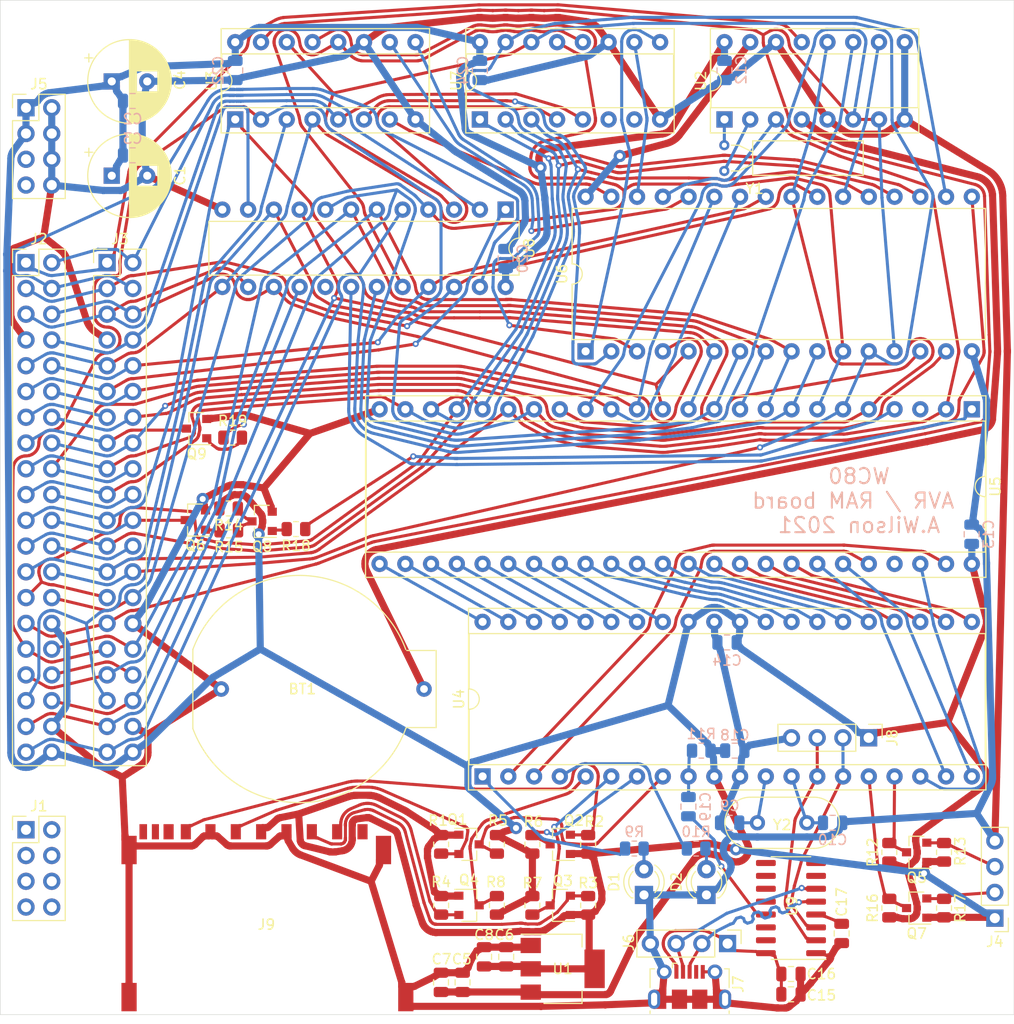
<source format=kicad_pcb>
(kicad_pcb (version 20171130) (host pcbnew "(5.1.9)-1")
  (layers (0 F.Cu signal) (31 B.Cu signal) (34 B.Paste user) (35 F.Paste user) (36 B.SilkS user) (37 F.SilkS user) (38 B.Mask user) (39 F.Mask user hide) (44 Edge.Cuts user))
  (net 0 "")
  (net 1 +5V)
  (net 2 F_A2)
  (net 3 GND)
  (net 4 F_A6)
  (net 5 F_A5)
  (net 6 F_A7)
  (net 7 F_A3)
  (net 8 F_A4)
  (net 9 F_D2)
  (net 10 CLK)
  (net 11 F_D0)
  (net 12 F_A1)
  (net 13 F_D5)
  (net 14 F_A0)
  (net 15 F_D3)
  (net 16 F_D6)
  (net 17 F_D1)
  (net 18 F_D7)
  (net 19 F_A9)
  (net 20 F_D4)
  (net 21 F_A8)
  (net 22 F_A11)
  (net 23 F_A14)
  (net 24 F_A15)
  (net 25 F_A12)
  (net 26 F_A13)
  (net 27 F_A10)
  (net 28 ~F_WAIT~)
  (net 29 ~F_INT~)
  (net 30 ~F_IN~)
  (net 31 ~F_READ~)
  (net 32 ~F_INUSE~)
  (net 33 ~F_WRITE~)
  (net 34 ~F_INTAK~)
  (net 35 ~F_OUT~)
  (net 36 ~F_EXMEM~)
  (net 37 ~F_MREQ~)
  (net 38 ~F_SYSRES~)
  (net 39 "Net-(BT1-Pad1)")
  (net 40 S2)
  (net 41 S3)
  (net 42 S0)
  (net 43 S1)
  (net 44 S4)
  (net 45 S5)
  (net 46 "Net-(D1-Pad2)")
  (net 47 "Net-(Q3-Pad3)")
  (net 48 AA0)
  (net 49 AA1)
  (net 50 AA2)
  (net 51 AA3)
  (net 52 AA4)
  (net 53 AA5)
  (net 54 AA6)
  (net 55 AA7)
  (net 56 AA8)
  (net 57 AA9)
  (net 58 AD7)
  (net 59 AD6)
  (net 60 AD5)
  (net 61 AD4)
  (net 62 AD3)
  (net 63 AD2)
  (net 64 AD1)
  (net 65 AD0)
  (net 66 "Net-(D2-Pad2)")
  (net 67 +3V3)
  (net 68 "Net-(C9-Pad1)")
  (net 69 "Net-(C10-Pad1)")
  (net 70 "Net-(C15-Pad1)")
  (net 71 "Net-(C17-Pad1)")
  (net 72 "Net-(C19-Pad2)")
  (net 73 "Net-(C19-Pad1)")
  (net 74 "Net-(J4-Pad3)")
  (net 75 "Net-(J4-Pad2)")
  (net 76 "Net-(J6-Pad3)")
  (net 77 "Net-(J6-Pad2)")
  (net 78 "Net-(J8-Pad3)")
  (net 79 "Net-(J8-Pad2)")
  (net 80 "Net-(J9-Pad7)")
  (net 81 "Net-(J9-Pad5)")
  (net 82 "Net-(J9-Pad2)")
  (net 83 "Net-(J9-Pad1)")
  (net 84 "Net-(Q1-Pad3)")
  (net 85 "Net-(Q2-Pad3)")
  (net 86 "Net-(Q4-Pad3)")
  (net 87 "Net-(Q5-Pad3)")
  (net 88 "Net-(Q7-Pad3)")
  (net 89 "Net-(Q8-Pad3)")
  (net 90 "Net-(R9-Pad2)")
  (net 91 "Net-(R10-Pad2)")
  (net 92 "Net-(R18-Pad1)")
  (net 93 "Net-(R19-Pad1)")
  (net 94 "Net-(U2-Pad15)")
  (net 95 "Net-(U2-Pad11)")
  (net 96 "Net-(U2-Pad10)")
  (net 97 "Net-(U2-Pad2)")
  (net 98 "Net-(U2-Pad1)")
  (net 99 "Net-(U3-Pad12)")
  (net 100 "Net-(U4-Pad20)")
  (net 101 "Net-(U4-Pad18)")
  (net 102 "Net-(U4-Pad3)")
  (net 103 "Net-(U4-Pad2)")
  (net 104 "Net-(U5-Pad1)")
  (net 105 "Net-(Q6-Pad1)")
  (net 106 "Net-(Q8-Pad1)")
  (net 107 "Net-(Q9-Pad1)")
  (module Capacitor_SMD:C_0805_2012Metric (layer B.Cu) (at 67.31 26.924 270)
    (fp_text reference C24 (at 0 1.68 90) (layer B.SilkS) (effects (justify mirror)))
    (fp_text value 100n)
    (pad 2 smd roundrect (at 0.95 0 270) (size 1 1.45) (layers B.Cu B.Paste B.Mask) (net 3 GND))
    (pad 1 smd roundrect (at -0.95 0 270) (size 1 1.45) (layers B.Cu B.Paste B.Mask) (net 1 +5V))
  )
  (module Capacitor_SMD:C_0805_2012Metric (layer B.Cu) (at 43.18 26.924 270)
    (fp_text reference C22 (at 0 1.68 90) (layer B.SilkS) (effects (justify mirror)))
    (fp_text value 100n)
    (pad 2 smd roundrect (at 0.95 0 270) (size 1 1.45) (layers B.Cu B.Paste B.Mask) (net 3 GND))
    (pad 1 smd roundrect (at -0.95 0 270) (size 1 1.45) (layers B.Cu B.Paste B.Mask) (net 1 +5V))
  )
  (module Capacitor_SMD:C_0805_2012Metric (layer B.Cu) (at 69.85 45.466 90)
    (fp_text reference C20 (at 0 1.68 90) (layer B.SilkS) (effects (justify mirror)))
    (fp_text value 100n)
    (pad 2 smd roundrect (at 0.95 0 90) (size 1 1.45) (layers B.Cu B.Paste B.Mask) (net 3 GND))
    (pad 1 smd roundrect (at -0.95 0 90) (size 1 1.45) (layers B.Cu B.Paste B.Mask) (net 1 +5V))
  )
  (module Package_TO_SOT_SMD:SOT-23 (layer F.Cu) (at 39.37 62.23 180)
    (fp_text reference Q9 (at 0 -2.5) (layer F.SilkS))
    (fp_text value BSS138)
    (pad 3 smd rect (at 1 0 180) (size 0.9 0.8) (layers F.Cu F.Paste F.Mask) (net 32 ~F_INUSE~))
    (pad 2 smd rect (at -1 0.95 180) (size 0.9 0.8) (layers F.Cu F.Paste F.Mask) (net 3 GND))
    (pad 1 smd rect (at -1 -0.95 180) (size 0.9 0.8) (layers F.Cu F.Paste F.Mask) (net 107 "Net-(Q9-Pad1)"))
  )
  (module Package_TO_SOT_SMD:SOT-23 (layer F.Cu) (at 45.831 71.374 180)
    (fp_text reference Q8 (at 0 -2.5) (layer F.SilkS))
    (fp_text value BSS138)
    (pad 3 smd rect (at 1 0 180) (size 0.9 0.8) (layers F.Cu F.Paste F.Mask) (net 89 "Net-(Q8-Pad3)"))
    (pad 2 smd rect (at -1 0.95 180) (size 0.9 0.8) (layers F.Cu F.Paste F.Mask) (net 3 GND))
    (pad 1 smd rect (at -1 -0.95 180) (size 0.9 0.8) (layers F.Cu F.Paste F.Mask) (net 106 "Net-(Q8-Pad1)"))
  )
  (module Package_TO_SOT_SMD:SOT-23 (layer F.Cu) (at 39.243 71.247 180)
    (fp_text reference Q6 (at 0 -2.5) (layer F.SilkS))
    (fp_text value BSS138)
    (pad 3 smd rect (at 1 0 180) (size 0.9 0.8) (layers F.Cu F.Paste F.Mask) (net 29 ~F_INT~))
    (pad 2 smd rect (at -1 0.95 180) (size 0.9 0.8) (layers F.Cu F.Paste F.Mask) (net 3 GND))
    (pad 1 smd rect (at -1 -0.95 180) (size 0.9 0.8) (layers F.Cu F.Paste F.Mask) (net 105 "Net-(Q6-Pad1)"))
  )
  (module Package_DIP:DIP-16_W7.62mm_Socket (layer F.Cu) (at 67.31 31.75 90)
    (fp_text reference U7 (at 3.81 -2.33 90) (layer F.SilkS))
    (fp_text value 74HC670)
    (pad 16 thru_hole oval (at 7.62 0 90) (size 1.6 1.6) (drill 0.8) (layers *.Cu *.Mask) (net 1 +5V))
    (pad 8 thru_hole oval (at 0 17.78 90) (size 1.6 1.6) (drill 0.8) (layers *.Cu *.Mask) (net 3 GND))
    (pad 15 thru_hole oval (at 7.62 2.54 90) (size 1.6 1.6) (drill 0.8) (layers *.Cu *.Mask) (net 20 F_D4))
    (pad 7 thru_hole oval (at 0 15.24 90) (size 1.6 1.6) (drill 0.8) (layers *.Cu *.Mask))
    (pad 14 thru_hole oval (at 7.62 5.08 90) (size 1.6 1.6) (drill 0.8) (layers *.Cu *.Mask) (net 14 F_A0))
    (pad 6 thru_hole oval (at 0 12.7 90) (size 1.6 1.6) (drill 0.8) (layers *.Cu *.Mask))
    (pad 13 thru_hole oval (at 7.62 7.62 90) (size 1.6 1.6) (drill 0.8) (layers *.Cu *.Mask) (net 12 F_A1))
    (pad 5 thru_hole oval (at 0 10.16 90) (size 1.6 1.6) (drill 0.8) (layers *.Cu *.Mask) (net 26 F_A13))
    (pad 12 thru_hole oval (at 7.62 10.16 90) (size 1.6 1.6) (drill 0.8) (layers *.Cu *.Mask) (net 99 "Net-(U3-Pad12)"))
    (pad 4 thru_hole oval (at 0 7.62 90) (size 1.6 1.6) (drill 0.8) (layers *.Cu *.Mask) (net 23 F_A14))
    (pad 11 thru_hole oval (at 7.62 12.7 90) (size 1.6 1.6) (drill 0.8) (layers *.Cu *.Mask) (net 3 GND))
    (pad 3 thru_hole oval (at 0 5.08 90) (size 1.6 1.6) (drill 0.8) (layers *.Cu *.Mask) (net 18 F_D7))
    (pad 10 thru_hole oval (at 7.62 15.24 90) (size 1.6 1.6) (drill 0.8) (layers *.Cu *.Mask) (net 44 S4))
    (pad 2 thru_hole oval (at 0 2.54 90) (size 1.6 1.6) (drill 0.8) (layers *.Cu *.Mask) (net 16 F_D6))
    (pad 9 thru_hole oval (at 7.62 17.78 90) (size 1.6 1.6) (drill 0.8) (layers *.Cu *.Mask) (net 45 S5))
    (pad 1 thru_hole rect (at 0 0 90) (size 1.6 1.6) (drill 0.8) (layers *.Cu *.Mask) (net 13 F_D5))
  )
  (module Package_DIP:DIP-16_W7.62mm_Socket (layer F.Cu) (at 43.18 31.75 90)
    (fp_text reference U3 (at 3.81 -2.33 90) (layer F.SilkS))
    (fp_text value 74HC670)
    (pad 16 thru_hole oval (at 7.62 0 90) (size 1.6 1.6) (drill 0.8) (layers *.Cu *.Mask) (net 1 +5V))
    (pad 8 thru_hole oval (at 0 17.78 90) (size 1.6 1.6) (drill 0.8) (layers *.Cu *.Mask) (net 3 GND))
    (pad 15 thru_hole oval (at 7.62 2.54 90) (size 1.6 1.6) (drill 0.8) (layers *.Cu *.Mask) (net 11 F_D0))
    (pad 7 thru_hole oval (at 0 15.24 90) (size 1.6 1.6) (drill 0.8) (layers *.Cu *.Mask) (net 40 S2))
    (pad 14 thru_hole oval (at 7.62 5.08 90) (size 1.6 1.6) (drill 0.8) (layers *.Cu *.Mask) (net 14 F_A0))
    (pad 6 thru_hole oval (at 0 12.7 90) (size 1.6 1.6) (drill 0.8) (layers *.Cu *.Mask) (net 41 S3))
    (pad 13 thru_hole oval (at 7.62 7.62 90) (size 1.6 1.6) (drill 0.8) (layers *.Cu *.Mask) (net 12 F_A1))
    (pad 5 thru_hole oval (at 0 10.16 90) (size 1.6 1.6) (drill 0.8) (layers *.Cu *.Mask) (net 26 F_A13))
    (pad 12 thru_hole oval (at 7.62 10.16 90) (size 1.6 1.6) (drill 0.8) (layers *.Cu *.Mask) (net 99 "Net-(U3-Pad12)"))
    (pad 4 thru_hole oval (at 0 7.62 90) (size 1.6 1.6) (drill 0.8) (layers *.Cu *.Mask) (net 23 F_A14))
    (pad 11 thru_hole oval (at 7.62 12.7 90) (size 1.6 1.6) (drill 0.8) (layers *.Cu *.Mask) (net 3 GND))
    (pad 3 thru_hole oval (at 0 5.08 90) (size 1.6 1.6) (drill 0.8) (layers *.Cu *.Mask) (net 15 F_D3))
    (pad 10 thru_hole oval (at 7.62 15.24 90) (size 1.6 1.6) (drill 0.8) (layers *.Cu *.Mask) (net 42 S0))
    (pad 2 thru_hole oval (at 0 2.54 90) (size 1.6 1.6) (drill 0.8) (layers *.Cu *.Mask) (net 9 F_D2))
    (pad 9 thru_hole oval (at 7.62 17.78 90) (size 1.6 1.6) (drill 0.8) (layers *.Cu *.Mask) (net 43 S1))
    (pad 1 thru_hole rect (at 0 0 90) (size 1.6 1.6) (drill 0.8) (layers *.Cu *.Mask) (net 17 F_D1))
  )
  (module "wilson-z80:SD_Card_ XUNPU_SD-101" (layer F.Cu) (at 46.355 104.775)
    (fp_text reference J9 (at -0.1 6.35) (layer F.SilkS))
    (fp_text value SD_Card)
    (pad "" np_thru_hole circle (at 9.5 0) (size 1.6 1.6) (drill 1.6) (layers *.Cu *.Mask))
    (pad "" np_thru_hole circle (at -11.5 0) (size 1.1 1.1) (drill 1.1) (layers *.Cu *.Mask))
    (pad 13 smd rect (at 11.45 -1) (size 1.5 2.8) (layers F.Cu F.Paste F.Mask) (net 3 GND))
    (pad 13 smd rect (at 13.65 13.5) (size 1.5 2.8) (layers F.Cu F.Paste F.Mask) (net 3 GND))
    (pad 12 smd rect (at -13.65 13.5) (size 1.5 2.8) (layers F.Cu F.Paste F.Mask) (net 3 GND))
    (pad 12 smd rect (at -13.65 -1) (size 1.5 2.8) (layers F.Cu F.Paste F.Mask) (net 3 GND))
    (pad 11 smd rect (at -12.25 -2.8) (size 0.75 1.5) (layers F.Cu F.Paste F.Mask))
    (pad 10 smd rect (at -11.05 -2.8) (size 0.7 1.5) (layers F.Cu F.Paste F.Mask))
    (pad 9 smd rect (at 9.38 -2.8) (size 1 1.5) (layers F.Cu F.Paste F.Mask))
    (pad 6 smd rect (at -5.62 -2.8) (size 1 1.5) (layers F.Cu F.Paste F.Mask) (net 3 GND))
    (pad 5 smd rect (at -3.12 -2.8) (size 1 1.5) (layers F.Cu F.Paste F.Mask) (net 81 "Net-(J9-Pad5)"))
    (pad 4 smd rect (at -0.62 -2.8) (size 1 1.5) (layers F.Cu F.Paste F.Mask) (net 67 +3V3))
    (pad 3 smd rect (at 1.88 -2.8) (size 1 1.5) (layers F.Cu F.Paste F.Mask) (net 3 GND))
    (pad 1 smd rect (at 6.88 -2.8) (size 1 1.5) (layers F.Cu F.Paste F.Mask) (net 83 "Net-(J9-Pad1)"))
    (pad 2 smd rect (at 4.38 -2.8) (size 1 1.5) (layers F.Cu F.Paste F.Mask) (net 82 "Net-(J9-Pad2)"))
    (pad 7 smd rect (at -8.05 -2.8) (size 1 1.5) (layers F.Cu F.Paste F.Mask) (net 80 "Net-(J9-Pad7)"))
    (pad 8 smd rect (at -9.75 -2.8) (size 1 1.5) (layers F.Cu F.Paste F.Mask))
  )
  (module Package_TO_SOT_SMD:SOT-223-3_TabPin2 (layer F.Cu) (at 75.48 115.488)
    (fp_text reference U1 (at 0 0 -180) (layer F.SilkS))
    (fp_text value AMS1117-3.3)
    (pad 1 smd rect (at -3.15 -2.3) (size 2 1.5) (layers F.Cu F.Paste F.Mask) (net 3 GND))
    (pad 3 smd rect (at -3.15 2.3) (size 2 1.5) (layers F.Cu F.Paste F.Mask) (net 1 +5V))
    (pad 2 smd rect (at -3.15 0) (size 2 1.5) (layers F.Cu F.Paste F.Mask) (net 67 +3V3))
    (pad 2 smd rect (at 3.15 0) (size 2 3.8) (layers F.Cu F.Paste F.Mask) (net 67 +3V3))
  )
  (module Resistor_SMD:R_0805_2012Metric (layer F.Cu) (at 113.1 109.5 90)
    (fp_text reference R17 (at 0 1.6 90) (layer F.SilkS))
    (fp_text value 10k)
    (pad 2 smd roundrect (at 0.9125 0 90) (size 1.025 1.4) (layers F.Cu F.Paste F.Mask) (roundrect_rratio 0.243902) (net 75 "Net-(J4-Pad2)"))
    (pad 1 smd roundrect (at -0.9125 0 90) (size 1.025 1.4) (layers F.Cu F.Paste F.Mask) (roundrect_rratio 0.243902) (net 67 +3V3))
  )
  (module Resistor_SMD:R_0805_2012Metric (layer F.Cu) (at 107.7 109.5 90)
    (fp_text reference R16 (at 0 -1.65 90) (layer F.SilkS))
    (fp_text value 10k)
    (pad 2 smd roundrect (at 0.9125 0 90) (size 1.025 1.4) (layers F.Cu F.Paste F.Mask) (roundrect_rratio 0.243902) (net 88 "Net-(Q7-Pad3)"))
    (pad 1 smd roundrect (at -0.9125 0 90) (size 1.025 1.4) (layers F.Cu F.Paste F.Mask) (roundrect_rratio 0.243902) (net 1 +5V))
  )
  (module Resistor_SMD:R_0805_2012Metric (layer F.Cu) (at 113.1 104 90)
    (fp_text reference R13 (at 0.1 1.6 90) (layer F.SilkS))
    (fp_text value 10k)
    (pad 2 smd roundrect (at 0.9125 0 90) (size 1.025 1.4) (layers F.Cu F.Paste F.Mask) (roundrect_rratio 0.243902) (net 74 "Net-(J4-Pad3)"))
    (pad 1 smd roundrect (at -0.9125 0 90) (size 1.025 1.4) (layers F.Cu F.Paste F.Mask) (roundrect_rratio 0.243902) (net 67 +3V3))
  )
  (module Resistor_SMD:R_0805_2012Metric (layer F.Cu) (at 107.7 104 90)
    (fp_text reference R12 (at 0 -1.65 90) (layer F.SilkS))
    (fp_text value 10k)
    (pad 2 smd roundrect (at 0.9125 0 90) (size 1.025 1.4) (layers F.Cu F.Paste F.Mask) (roundrect_rratio 0.243902) (net 87 "Net-(Q5-Pad3)"))
    (pad 1 smd roundrect (at -0.9125 0 90) (size 1.025 1.4) (layers F.Cu F.Paste F.Mask) (roundrect_rratio 0.243902) (net 1 +5V))
  )
  (module Resistor_SMD:R_0805_2012Metric (layer F.Cu) (at 68.992 109.23 90)
    (fp_text reference R8 (at 2.3 -0.1 180) (layer F.SilkS))
    (fp_text value 10k)
    (pad 2 smd roundrect (at 0.9125 0 90) (size 1.025 1.4) (layers F.Cu F.Paste F.Mask) (roundrect_rratio 0.243902) (net 86 "Net-(Q4-Pad3)"))
    (pad 1 smd roundrect (at -0.9125 0 90) (size 1.025 1.4) (layers F.Cu F.Paste F.Mask) (roundrect_rratio 0.243902) (net 1 +5V))
  )
  (module Resistor_SMD:R_0805_2012Metric (layer F.Cu) (at 72.492 109.23 270)
    (fp_text reference R7 (at -2.2 0 180) (layer F.SilkS))
    (fp_text value 10k)
    (pad 2 smd roundrect (at 0.9125 0 270) (size 1.025 1.4) (layers F.Cu F.Paste F.Mask) (roundrect_rratio 0.243902) (net 47 "Net-(Q3-Pad3)"))
    (pad 1 smd roundrect (at -0.9125 0 270) (size 1.025 1.4) (layers F.Cu F.Paste F.Mask) (roundrect_rratio 0.243902) (net 1 +5V))
  )
  (module Resistor_SMD:R_0805_2012Metric (layer F.Cu) (at 72.492 103.218 90)
    (fp_text reference R6 (at 2.25 0.1 180) (layer F.SilkS))
    (fp_text value 10k)
    (pad 2 smd roundrect (at 0.9125 0 90) (size 1.025 1.4) (layers F.Cu F.Paste F.Mask) (roundrect_rratio 0.243902) (net 85 "Net-(Q2-Pad3)"))
    (pad 1 smd roundrect (at -0.9125 0 90) (size 1.025 1.4) (layers F.Cu F.Paste F.Mask) (roundrect_rratio 0.243902) (net 1 +5V))
  )
  (module Resistor_SMD:R_0805_2012Metric (layer F.Cu) (at 68.992 103.218 270)
    (fp_text reference R5 (at -2.35 -0.1 180) (layer F.SilkS))
    (fp_text value 10k)
    (pad 2 smd roundrect (at 0.9125 0 270) (size 1.025 1.4) (layers F.Cu F.Paste F.Mask) (roundrect_rratio 0.243902) (net 84 "Net-(Q1-Pad3)"))
    (pad 1 smd roundrect (at -0.9125 0 270) (size 1.025 1.4) (layers F.Cu F.Paste F.Mask) (roundrect_rratio 0.243902) (net 1 +5V))
  )
  (module Resistor_SMD:R_0805_2012Metric (layer F.Cu) (at 63.492 109.23 270)
    (fp_text reference R4 (at -2.3 0 180) (layer F.SilkS))
    (fp_text value 10k)
    (pad 1 smd roundrect (at -0.9125 0 270) (size 1.025 1.4) (layers F.Cu F.Paste F.Mask) (roundrect_rratio 0.243902) (net 67 +3V3))
    (pad 2 smd roundrect (at 0.9125 0 270) (size 1.025 1.4) (layers F.Cu F.Paste F.Mask) (roundrect_rratio 0.243902) (net 83 "Net-(J9-Pad1)"))
  )
  (module Resistor_SMD:R_0805_2012Metric (layer F.Cu) (at 77.992 109.23 90)
    (fp_text reference R3 (at 2.2 0 180) (layer F.SilkS))
    (fp_text value 10k)
    (pad 2 smd roundrect (at 0.9125 0 90) (size 1.025 1.4) (layers F.Cu F.Paste F.Mask) (roundrect_rratio 0.243902) (net 82 "Net-(J9-Pad2)"))
    (pad 1 smd roundrect (at -0.9125 0 90) (size 1.025 1.4) (layers F.Cu F.Paste F.Mask) (roundrect_rratio 0.243902) (net 67 +3V3))
  )
  (module Resistor_SMD:R_0805_2012Metric (layer F.Cu) (at 77.992 103.218 90)
    (fp_text reference R2 (at 2.25 0.6 180) (layer F.SilkS))
    (fp_text value 10k)
    (pad 2 smd roundrect (at 0.9125 0 90) (size 1.025 1.4) (layers F.Cu F.Paste F.Mask) (roundrect_rratio 0.243902) (net 80 "Net-(J9-Pad7)"))
    (pad 1 smd roundrect (at -0.9125 0 90) (size 1.025 1.4) (layers F.Cu F.Paste F.Mask) (roundrect_rratio 0.243902) (net 67 +3V3))
  )
  (module Resistor_SMD:R_0805_2012Metric (layer F.Cu) (at 63.492 103.218 270)
    (fp_text reference R1 (at -2.35 0.3 180) (layer F.SilkS))
    (fp_text value 10k)
    (pad 2 smd roundrect (at 0.9125 0 270) (size 1.025 1.4) (layers F.Cu F.Paste F.Mask) (roundrect_rratio 0.243902) (net 81 "Net-(J9-Pad5)"))
    (pad 1 smd roundrect (at -0.9125 0 270) (size 1.025 1.4) (layers F.Cu F.Paste F.Mask) (roundrect_rratio 0.243902) (net 67 +3V3))
  )
  (module Package_TO_SOT_SMD:SOT-23 (layer F.Cu) (at 110.4 109.5 180)
    (fp_text reference Q7 (at 0 -2.5) (layer F.SilkS))
    (fp_text value BSS138)
    (pad 3 smd rect (at 1 0 180) (size 0.9 0.8) (layers F.Cu F.Paste F.Mask) (net 88 "Net-(Q7-Pad3)"))
    (pad 2 smd rect (at -1 0.95 180) (size 0.9 0.8) (layers F.Cu F.Paste F.Mask) (net 75 "Net-(J4-Pad2)"))
    (pad 1 smd rect (at -1 -0.95 180) (size 0.9 0.8) (layers F.Cu F.Paste F.Mask) (net 67 +3V3))
  )
  (module Package_TO_SOT_SMD:SOT-23 (layer F.Cu) (at 110.4 104 180)
    (fp_text reference Q5 (at 0 -2.5) (layer F.SilkS))
    (fp_text value BSS138)
    (pad 3 smd rect (at 1 0 180) (size 0.9 0.8) (layers F.Cu F.Paste F.Mask) (net 87 "Net-(Q5-Pad3)"))
    (pad 2 smd rect (at -1 0.95 180) (size 0.9 0.8) (layers F.Cu F.Paste F.Mask) (net 74 "Net-(J4-Pad3)"))
    (pad 1 smd rect (at -1 -0.95 180) (size 0.9 0.8) (layers F.Cu F.Paste F.Mask) (net 67 +3V3))
  )
  (module Package_TO_SOT_SMD:SOT-23 (layer F.Cu) (at 66.242 109.23)
    (fp_text reference Q4 (at 0 -2.5) (layer F.SilkS))
    (fp_text value BSS138)
    (pad 3 smd rect (at 1 0) (size 0.9 0.8) (layers F.Cu F.Paste F.Mask) (net 86 "Net-(Q4-Pad3)"))
    (pad 2 smd rect (at -1 0.95) (size 0.9 0.8) (layers F.Cu F.Paste F.Mask) (net 83 "Net-(J9-Pad1)"))
    (pad 1 smd rect (at -1 -0.95) (size 0.9 0.8) (layers F.Cu F.Paste F.Mask) (net 67 +3V3))
  )
  (module Package_TO_SOT_SMD:SOT-23 (layer F.Cu) (at 75.242 109.23 180)
    (fp_text reference Q3 (at -0.25 2.4) (layer F.SilkS))
    (fp_text value BSS138)
    (pad 3 smd rect (at 1 0 180) (size 0.9 0.8) (layers F.Cu F.Paste F.Mask) (net 47 "Net-(Q3-Pad3)"))
    (pad 2 smd rect (at -1 0.95 180) (size 0.9 0.8) (layers F.Cu F.Paste F.Mask) (net 82 "Net-(J9-Pad2)"))
    (pad 1 smd rect (at -1 -0.95 180) (size 0.9 0.8) (layers F.Cu F.Paste F.Mask) (net 67 +3V3))
  )
  (module Package_TO_SOT_SMD:SOT-23 (layer F.Cu) (at 75.242 103.218 180)
    (fp_text reference Q2 (at -1.35 2.35) (layer F.SilkS))
    (fp_text value BSS138)
    (pad 3 smd rect (at 1 0 180) (size 0.9 0.8) (layers F.Cu F.Paste F.Mask) (net 85 "Net-(Q2-Pad3)"))
    (pad 2 smd rect (at -1 0.95 180) (size 0.9 0.8) (layers F.Cu F.Paste F.Mask) (net 80 "Net-(J9-Pad7)"))
    (pad 1 smd rect (at -1 -0.95 180) (size 0.9 0.8) (layers F.Cu F.Paste F.Mask) (net 67 +3V3))
  )
  (module Package_TO_SOT_SMD:SOT-23 (layer F.Cu) (at 66.242 103.218)
    (fp_text reference Q1 (at -1.15 -2.45 180) (layer F.SilkS))
    (fp_text value BSS138)
    (pad 3 smd rect (at 1 0) (size 0.9 0.8) (layers F.Cu F.Paste F.Mask) (net 84 "Net-(Q1-Pad3)"))
    (pad 2 smd rect (at -1 0.95) (size 0.9 0.8) (layers F.Cu F.Paste F.Mask) (net 81 "Net-(J9-Pad5)"))
    (pad 1 smd rect (at -1 -0.95) (size 0.9 0.8) (layers F.Cu F.Paste F.Mask) (net 67 +3V3))
  )
  (module Connector_PinHeader_2.54mm:PinHeader_1x04_P2.54mm_Vertical (layer F.Cu) (at 118.11 110.49 180)
    (fp_text reference J4 (at 0 -2.33) (layer F.SilkS))
    (fp_text value Conn_01x04_Male)
    (pad 4 thru_hole oval (at 0 7.62 180) (size 1.7 1.7) (drill 1) (layers *.Cu *.Mask) (net 3 GND))
    (pad 3 thru_hole oval (at 0 5.08 180) (size 1.7 1.7) (drill 1) (layers *.Cu *.Mask) (net 74 "Net-(J4-Pad3)"))
    (pad 2 thru_hole oval (at 0 2.54 180) (size 1.7 1.7) (drill 1) (layers *.Cu *.Mask) (net 75 "Net-(J4-Pad2)"))
    (pad 1 thru_hole rect (at 0 0 180) (size 1.7 1.7) (drill 1) (layers *.Cu *.Mask) (net 67 +3V3))
  )
  (module Capacitor_SMD:C_0805_2012Metric (layer F.Cu) (at 67.73 114.303 270)
    (fp_text reference C8 (at -2.165 0) (layer F.SilkS))
    (fp_text value 100n)
    (pad 2 smd roundrect (at 0.95 0 270) (size 1 1.45) (layers F.Cu F.Paste F.Mask) (net 67 +3V3))
    (pad 1 smd roundrect (at -0.95 0 270) (size 1 1.45) (layers F.Cu F.Paste F.Mask) (net 3 GND))
  )
  (module Capacitor_SMD:C_0805_2012Metric (layer F.Cu) (at 63.48 116.823 90)
    (fp_text reference C7 (at 2.285 0.05 180) (layer F.SilkS))
    (fp_text value 100n)
    (pad 2 smd roundrect (at 0.95 0 90) (size 1 1.45) (layers F.Cu F.Paste F.Mask) (net 3 GND))
    (pad 1 smd roundrect (at -0.95 0 90) (size 1 1.45) (layers F.Cu F.Paste F.Mask) (net 1 +5V))
  )
  (module Capacitor_SMD:C_0805_2012Metric (layer F.Cu) (at 69.91 114.303 270)
    (fp_text reference C6 (at -2.165 0.18) (layer F.SilkS))
    (fp_text value 10uF)
    (pad 2 smd roundrect (at 0.95 0 270) (size 1 1.45) (layers F.Cu F.Paste F.Mask) (net 67 +3V3))
    (pad 1 smd roundrect (at -0.95 0 270) (size 1 1.45) (layers F.Cu F.Paste F.Mask) (net 3 GND))
  )
  (module Capacitor_SMD:C_0805_2012Metric (layer F.Cu) (at 65.605 116.823 90)
    (fp_text reference C5 (at 2.285 -0.075) (layer F.SilkS))
    (fp_text value 10uF)
    (pad 2 smd roundrect (at 0.95 0 90) (size 1 1.45) (layers F.Cu F.Paste F.Mask) (net 3 GND))
    (pad 1 smd roundrect (at -0.95 0 90) (size 1 1.45) (layers F.Cu F.Paste F.Mask) (net 1 +5V))
  )
  (module Crystal:Crystal_HC49-U_Vertical (layer F.Cu) (at 99.568 101.092 180)
    (fp_text reference Y2 (at 2.44 -0.208) (layer F.SilkS))
    (fp_text value 16M)
    (pad 2 thru_hole circle (at 4.88 0 180) (size 1.5 1.5) (drill 0.8) (layers *.Cu *.Mask) (net 68 "Net-(C9-Pad1)"))
    (pad 1 thru_hole circle (at 0 0 180) (size 1.5 1.5) (drill 0.8) (layers *.Cu *.Mask) (net 69 "Net-(C10-Pad1)"))
  )
  (module Package_SO:SOIC-16_3.9x9.9mm_P1.27mm (layer F.Cu) (at 98 109.5 180)
    (fp_text reference U9 (at -0.1 0.2 90) (layer F.SilkS))
    (fp_text value CH340C)
    (pad 16 smd roundrect (at 2.475 -4.445 180) (size 1.95 0.6) (layers F.Cu F.Paste F.Mask) (net 70 "Net-(C15-Pad1)"))
    (pad 15 smd roundrect (at 2.475 -3.175 180) (size 1.95 0.6) (layers F.Cu F.Paste F.Mask))
    (pad 14 smd roundrect (at 2.475 -1.905 180) (size 1.95 0.6) (layers F.Cu F.Paste F.Mask))
    (pad 13 smd roundrect (at 2.475 -0.635 180) (size 1.95 0.6) (layers F.Cu F.Paste F.Mask) (net 73 "Net-(C19-Pad1)"))
    (pad 12 smd roundrect (at 2.475 0.635 180) (size 1.95 0.6) (layers F.Cu F.Paste F.Mask))
    (pad 11 smd roundrect (at 2.475 1.905 180) (size 1.95 0.6) (layers F.Cu F.Paste F.Mask))
    (pad 10 smd roundrect (at 2.475 3.175 180) (size 1.95 0.6) (layers F.Cu F.Paste F.Mask))
    (pad 9 smd roundrect (at 2.475 4.445 180) (size 1.95 0.6) (layers F.Cu F.Paste F.Mask))
    (pad 8 smd roundrect (at -2.475 4.445 180) (size 1.95 0.6) (layers F.Cu F.Paste F.Mask))
    (pad 7 smd roundrect (at -2.475 3.175 180) (size 1.95 0.6) (layers F.Cu F.Paste F.Mask))
    (pad 6 smd roundrect (at -2.475 1.905 180) (size 1.95 0.6) (layers F.Cu F.Paste F.Mask) (net 76 "Net-(J6-Pad3)"))
    (pad 5 smd roundrect (at -2.475 0.635 180) (size 1.95 0.6) (layers F.Cu F.Paste F.Mask) (net 77 "Net-(J6-Pad2)"))
    (pad 4 smd roundrect (at -2.475 -0.635 180) (size 1.95 0.6) (layers F.Cu F.Paste F.Mask) (net 71 "Net-(C17-Pad1)"))
    (pad 3 smd roundrect (at -2.475 -1.905 180) (size 1.95 0.6) (layers F.Cu F.Paste F.Mask) (net 79 "Net-(J8-Pad2)"))
    (pad 2 smd roundrect (at -2.475 -3.175 180) (size 1.95 0.6) (layers F.Cu F.Paste F.Mask) (net 78 "Net-(J8-Pad3)"))
    (pad 1 smd roundrect (at -2.475 -4.445 180) (size 1.95 0.6) (layers F.Cu F.Paste F.Mask) (net 3 GND))
  )
  (module Resistor_SMD:R_0805_2012Metric (layer B.Cu) (at 89.154 93.98 180)
    (fp_text reference R11 (at 0 1.65) (layer B.SilkS) (effects (justify mirror)))
    (fp_text value 10k)
    (pad 2 smd roundrect (at 0.9125 0 180) (size 1.025 1.4) (layers B.Cu B.Paste B.Mask) (roundrect_rratio 0.243902) (net 72 "Net-(C19-Pad2)"))
    (pad 1 smd roundrect (at -0.9125 0 180) (size 1.025 1.4) (layers B.Cu B.Paste B.Mask) (roundrect_rratio 0.243902) (net 1 +5V))
  )
  (module Resistor_SMD:R_0805_2012Metric (layer B.Cu) (at 88.646 103.632 180)
    (fp_text reference R10 (at 0 1.65) (layer B.SilkS) (effects (justify mirror)))
    (fp_text value 1000)
    (pad 2 smd roundrect (at 0.9125 0 180) (size 1.025 1.4) (layers B.Cu B.Paste B.Mask) (roundrect_rratio 0.243902) (net 91 "Net-(R10-Pad2)"))
    (pad 1 smd roundrect (at -0.9125 0 180) (size 1.025 1.4) (layers B.Cu B.Paste B.Mask) (roundrect_rratio 0.243902) (net 66 "Net-(D2-Pad2)"))
  )
  (module Connector_PinHeader_2.54mm:PinHeader_1x04_P2.54mm_Vertical (layer F.Cu) (at 105.664 92.71 270)
    (fp_text reference J8 (at 0 -2.33 90) (layer F.SilkS))
    (fp_text value Conn_01x04_Male)
    (pad 4 thru_hole oval (at 0 7.62 270) (size 1.7 1.7) (drill 1) (layers *.Cu *.Mask) (net 3 GND))
    (pad 3 thru_hole oval (at 0 5.08 270) (size 1.7 1.7) (drill 1) (layers *.Cu *.Mask) (net 78 "Net-(J8-Pad3)"))
    (pad 2 thru_hole oval (at 0 2.54 270) (size 1.7 1.7) (drill 1) (layers *.Cu *.Mask) (net 79 "Net-(J8-Pad2)"))
    (pad 1 thru_hole rect (at 0 0 270) (size 1.7 1.7) (drill 1) (layers *.Cu *.Mask) (net 1 +5V))
  )
  (module Connector_PinHeader_2.54mm:PinHeader_1x04_P2.54mm_Vertical (layer F.Cu) (at 91.75 113 270)
    (fp_text reference J6 (at -0.1 9.75 90) (layer F.SilkS))
    (fp_text value Conn_01x04_Male)
    (pad 4 thru_hole oval (at 0 7.62 270) (size 1.7 1.7) (drill 1) (layers *.Cu *.Mask) (net 3 GND))
    (pad 3 thru_hole oval (at 0 5.08 270) (size 1.7 1.7) (drill 1) (layers *.Cu *.Mask) (net 76 "Net-(J6-Pad3)"))
    (pad 2 thru_hole oval (at 0 2.54 270) (size 1.7 1.7) (drill 1) (layers *.Cu *.Mask) (net 77 "Net-(J6-Pad2)"))
    (pad 1 thru_hole rect (at 0 0 270) (size 1.7 1.7) (drill 1) (layers *.Cu *.Mask) (net 70 "Net-(C15-Pad1)"))
  )
  (module LED_THT:LED_D3.0mm (layer F.Cu) (at 89.662 108.204 90)
    (fp_text reference D2 (at 1.27 -2.96 90) (layer F.SilkS))
    (fp_text value LED2)
    (pad 2 thru_hole circle (at 2.54 0 90) (size 1.8 1.8) (drill 0.9) (layers *.Cu *.Mask) (net 66 "Net-(D2-Pad2)"))
    (pad 1 thru_hole rect (at 0 0 90) (size 1.8 1.8) (drill 0.9) (layers *.Cu *.Mask) (net 3 GND))
  )
  (module Capacitor_SMD:C_0805_2012Metric (layer B.Cu) (at 87.884 99.5 90)
    (fp_text reference C19 (at 0 1.68 90) (layer B.SilkS) (effects (justify mirror)))
    (fp_text value 0.1uF)
    (pad 2 smd roundrect (at 0.95 0 90) (size 1 1.45) (layers B.Cu B.Paste B.Mask) (net 72 "Net-(C19-Pad2)"))
    (pad 1 smd roundrect (at -0.95 0 90) (size 1 1.45) (layers B.Cu B.Paste B.Mask) (net 73 "Net-(C19-Pad1)"))
  )
  (module Capacitor_SMD:C_0805_2012Metric (layer F.Cu) (at 103 112 270)
    (fp_text reference C17 (at -3.1 0 270) (layer F.SilkS))
    (fp_text value 0.1uF)
    (pad 2 smd roundrect (at 0.95 0 270) (size 1 1.45) (layers F.Cu F.Paste F.Mask) (net 3 GND))
    (pad 1 smd roundrect (at -0.95 0 270) (size 1 1.45) (layers F.Cu F.Paste F.Mask) (net 71 "Net-(C17-Pad1)"))
  )
  (module Capacitor_SMD:C_0805_2012Metric (layer F.Cu) (at 98 116)
    (fp_text reference C16 (at 3 0) (layer F.SilkS))
    (fp_text value 10uF)
    (pad 2 smd roundrect (at 0.95 0) (size 1 1.45) (layers F.Cu F.Paste F.Mask) (net 3 GND))
    (pad 1 smd roundrect (at -0.95 0) (size 1 1.45) (layers F.Cu F.Paste F.Mask) (net 70 "Net-(C15-Pad1)"))
  )
  (module Capacitor_SMD:C_0805_2012Metric (layer F.Cu) (at 98 118)
    (fp_text reference C15 (at 3 0.1) (layer F.SilkS))
    (fp_text value 0.1uF)
    (pad 2 smd roundrect (at 0.95 0) (size 1 1.45) (layers F.Cu F.Paste F.Mask) (net 3 GND))
    (pad 1 smd roundrect (at -0.95 0) (size 1 1.45) (layers F.Cu F.Paste F.Mask) (net 70 "Net-(C15-Pad1)"))
  )
  (module Package_DIP:DIP-40_W15.24mm_Socket (layer F.Cu) (at 67.58 96.52 90)
    (fp_text reference U4 (at 7.62 -2.33 90) (layer F.SilkS))
    (fp_text value mightycore-atmega1284p)
    (pad 40 thru_hole oval (at 15.24 0 90) (size 1.6 1.6) (drill 0.8) (layers *.Cu *.Mask) (net 65 AD0))
    (pad 20 thru_hole oval (at 0 48.26 90) (size 1.6 1.6) (drill 0.8) (layers *.Cu *.Mask) (net 100 "Net-(U4-Pad20)"))
    (pad 39 thru_hole oval (at 15.24 2.54 90) (size 1.6 1.6) (drill 0.8) (layers *.Cu *.Mask) (net 64 AD1))
    (pad 19 thru_hole oval (at 0 45.72 90) (size 1.6 1.6) (drill 0.8) (layers *.Cu *.Mask) (net 48 AA0))
    (pad 38 thru_hole oval (at 15.24 5.08 90) (size 1.6 1.6) (drill 0.8) (layers *.Cu *.Mask) (net 63 AD2))
    (pad 18 thru_hole oval (at 0 43.18 90) (size 1.6 1.6) (drill 0.8) (layers *.Cu *.Mask) (net 101 "Net-(U4-Pad18)"))
    (pad 37 thru_hole oval (at 15.24 7.62 90) (size 1.6 1.6) (drill 0.8) (layers *.Cu *.Mask) (net 62 AD3))
    (pad 17 thru_hole oval (at 0 40.64 90) (size 1.6 1.6) (drill 0.8) (layers *.Cu *.Mask) (net 87 "Net-(Q5-Pad3)"))
    (pad 36 thru_hole oval (at 15.24 10.16 90) (size 1.6 1.6) (drill 0.8) (layers *.Cu *.Mask) (net 61 AD4))
    (pad 16 thru_hole oval (at 0 38.1 90) (size 1.6 1.6) (drill 0.8) (layers *.Cu *.Mask) (net 88 "Net-(Q7-Pad3)"))
    (pad 35 thru_hole oval (at 15.24 12.7 90) (size 1.6 1.6) (drill 0.8) (layers *.Cu *.Mask) (net 60 AD5))
    (pad 15 thru_hole oval (at 0 35.56 90) (size 1.6 1.6) (drill 0.8) (layers *.Cu *.Mask) (net 79 "Net-(J8-Pad2)"))
    (pad 34 thru_hole oval (at 15.24 15.24 90) (size 1.6 1.6) (drill 0.8) (layers *.Cu *.Mask) (net 59 AD6))
    (pad 14 thru_hole oval (at 0 33.02 90) (size 1.6 1.6) (drill 0.8) (layers *.Cu *.Mask) (net 78 "Net-(J8-Pad3)"))
    (pad 33 thru_hole oval (at 15.24 17.78 90) (size 1.6 1.6) (drill 0.8) (layers *.Cu *.Mask) (net 58 AD7))
    (pad 13 thru_hole oval (at 0 30.48 90) (size 1.6 1.6) (drill 0.8) (layers *.Cu *.Mask) (net 69 "Net-(C10-Pad1)"))
    (pad 32 thru_hole oval (at 15.24 20.32 90) (size 1.6 1.6) (drill 0.8) (layers *.Cu *.Mask) (net 1 +5V))
    (pad 12 thru_hole oval (at 0 27.94 90) (size 1.6 1.6) (drill 0.8) (layers *.Cu *.Mask) (net 68 "Net-(C9-Pad1)"))
    (pad 31 thru_hole oval (at 15.24 22.86 90) (size 1.6 1.6) (drill 0.8) (layers *.Cu *.Mask) (net 3 GND))
    (pad 11 thru_hole oval (at 0 25.4 90) (size 1.6 1.6) (drill 0.8) (layers *.Cu *.Mask) (net 3 GND))
    (pad 30 thru_hole oval (at 15.24 25.4 90) (size 1.6 1.6) (drill 0.8) (layers *.Cu *.Mask) (net 1 +5V))
    (pad 10 thru_hole oval (at 0 22.86 90) (size 1.6 1.6) (drill 0.8) (layers *.Cu *.Mask) (net 1 +5V))
    (pad 29 thru_hole oval (at 15.24 27.94 90) (size 1.6 1.6) (drill 0.8) (layers *.Cu *.Mask) (net 57 AA9))
    (pad 9 thru_hole oval (at 0 20.32 90) (size 1.6 1.6) (drill 0.8) (layers *.Cu *.Mask) (net 72 "Net-(C19-Pad2)"))
    (pad 28 thru_hole oval (at 15.24 30.48 90) (size 1.6 1.6) (drill 0.8) (layers *.Cu *.Mask) (net 56 AA8))
    (pad 8 thru_hole oval (at 0 17.78 90) (size 1.6 1.6) (drill 0.8) (layers *.Cu *.Mask) (net 84 "Net-(Q1-Pad3)"))
    (pad 27 thru_hole oval (at 15.24 33.02 90) (size 1.6 1.6) (drill 0.8) (layers *.Cu *.Mask) (net 55 AA7))
    (pad 7 thru_hole oval (at 0 15.24 90) (size 1.6 1.6) (drill 0.8) (layers *.Cu *.Mask) (net 85 "Net-(Q2-Pad3)"))
    (pad 26 thru_hole oval (at 15.24 35.56 90) (size 1.6 1.6) (drill 0.8) (layers *.Cu *.Mask) (net 54 AA6))
    (pad 6 thru_hole oval (at 0 12.7 90) (size 1.6 1.6) (drill 0.8) (layers *.Cu *.Mask) (net 47 "Net-(Q3-Pad3)"))
    (pad 25 thru_hole oval (at 15.24 38.1 90) (size 1.6 1.6) (drill 0.8) (layers *.Cu *.Mask) (net 53 AA5))
    (pad 5 thru_hole oval (at 0 10.16 90) (size 1.6 1.6) (drill 0.8) (layers *.Cu *.Mask) (net 86 "Net-(Q4-Pad3)"))
    (pad 24 thru_hole oval (at 15.24 40.64 90) (size 1.6 1.6) (drill 0.8) (layers *.Cu *.Mask) (net 52 AA4))
    (pad 4 thru_hole oval (at 0 7.62 90) (size 1.6 1.6) (drill 0.8) (layers *.Cu *.Mask) (net 91 "Net-(R10-Pad2)"))
    (pad 23 thru_hole oval (at 15.24 43.18 90) (size 1.6 1.6) (drill 0.8) (layers *.Cu *.Mask) (net 51 AA3))
    (pad 3 thru_hole oval (at 0 5.08 90) (size 1.6 1.6) (drill 0.8) (layers *.Cu *.Mask) (net 102 "Net-(U4-Pad3)"))
    (pad 22 thru_hole oval (at 15.24 45.72 90) (size 1.6 1.6) (drill 0.8) (layers *.Cu *.Mask) (net 50 AA2))
    (pad 2 thru_hole oval (at 0 2.54 90) (size 1.6 1.6) (drill 0.8) (layers *.Cu *.Mask) (net 103 "Net-(U4-Pad2)"))
    (pad 21 thru_hole oval (at 15.24 48.26 90) (size 1.6 1.6) (drill 0.8) (layers *.Cu *.Mask) (net 49 AA1))
    (pad 1 thru_hole rect (at 0 0 90) (size 1.6 1.6) (drill 0.8) (layers *.Cu *.Mask) (net 90 "Net-(R9-Pad2)"))
  )
  (module Package_DIP:DIP-48_W15.24mm_Socket (layer F.Cu) (at 115.84 60.325 270)
    (fp_text reference U5 (at 7.62 -2.33 90) (layer F.SilkS))
    (fp_text value IDT7130)
    (pad 48 thru_hole oval (at 15.24 0 270) (size 1.6 1.6) (drill 0.8) (layers *.Cu *.Mask) (net 1 +5V))
    (pad 24 thru_hole oval (at 0 58.42 270) (size 1.6 1.6) (drill 0.8) (layers *.Cu *.Mask) (net 3 GND))
    (pad 47 thru_hole oval (at 15.24 2.54 270) (size 1.6 1.6) (drill 0.8) (layers *.Cu *.Mask) (net 103 "Net-(U4-Pad2)"))
    (pad 23 thru_hole oval (at 0 55.88 270) (size 1.6 1.6) (drill 0.8) (layers *.Cu *.Mask) (net 18 F_D7))
    (pad 46 thru_hole oval (at 15.24 5.08 270) (size 1.6 1.6) (drill 0.8) (layers *.Cu *.Mask) (net 101 "Net-(U4-Pad18)"))
    (pad 22 thru_hole oval (at 0 53.34 270) (size 1.6 1.6) (drill 0.8) (layers *.Cu *.Mask) (net 16 F_D6))
    (pad 45 thru_hole oval (at 15.24 7.62 270) (size 1.6 1.6) (drill 0.8) (layers *.Cu *.Mask))
    (pad 21 thru_hole oval (at 0 50.8 270) (size 1.6 1.6) (drill 0.8) (layers *.Cu *.Mask) (net 13 F_D5))
    (pad 44 thru_hole oval (at 15.24 10.16 270) (size 1.6 1.6) (drill 0.8) (layers *.Cu *.Mask) (net 102 "Net-(U4-Pad3)"))
    (pad 20 thru_hole oval (at 0 48.26 270) (size 1.6 1.6) (drill 0.8) (layers *.Cu *.Mask) (net 20 F_D4))
    (pad 43 thru_hole oval (at 15.24 12.7 270) (size 1.6 1.6) (drill 0.8) (layers *.Cu *.Mask) (net 100 "Net-(U4-Pad20)"))
    (pad 19 thru_hole oval (at 0 45.72 270) (size 1.6 1.6) (drill 0.8) (layers *.Cu *.Mask) (net 15 F_D3))
    (pad 42 thru_hole oval (at 15.24 15.24 270) (size 1.6 1.6) (drill 0.8) (layers *.Cu *.Mask) (net 48 AA0))
    (pad 18 thru_hole oval (at 0 43.18 270) (size 1.6 1.6) (drill 0.8) (layers *.Cu *.Mask) (net 9 F_D2))
    (pad 41 thru_hole oval (at 15.24 17.78 270) (size 1.6 1.6) (drill 0.8) (layers *.Cu *.Mask) (net 49 AA1))
    (pad 17 thru_hole oval (at 0 40.64 270) (size 1.6 1.6) (drill 0.8) (layers *.Cu *.Mask) (net 17 F_D1))
    (pad 40 thru_hole oval (at 15.24 20.32 270) (size 1.6 1.6) (drill 0.8) (layers *.Cu *.Mask) (net 50 AA2))
    (pad 16 thru_hole oval (at 0 38.1 270) (size 1.6 1.6) (drill 0.8) (layers *.Cu *.Mask) (net 11 F_D0))
    (pad 39 thru_hole oval (at 15.24 22.86 270) (size 1.6 1.6) (drill 0.8) (layers *.Cu *.Mask) (net 51 AA3))
    (pad 15 thru_hole oval (at 0 35.56 270) (size 1.6 1.6) (drill 0.8) (layers *.Cu *.Mask) (net 19 F_A9))
    (pad 38 thru_hole oval (at 15.24 25.4 270) (size 1.6 1.6) (drill 0.8) (layers *.Cu *.Mask) (net 52 AA4))
    (pad 14 thru_hole oval (at 0 33.02 270) (size 1.6 1.6) (drill 0.8) (layers *.Cu *.Mask) (net 21 F_A8))
    (pad 37 thru_hole oval (at 15.24 27.94 270) (size 1.6 1.6) (drill 0.8) (layers *.Cu *.Mask) (net 53 AA5))
    (pad 13 thru_hole oval (at 0 30.48 270) (size 1.6 1.6) (drill 0.8) (layers *.Cu *.Mask) (net 6 F_A7))
    (pad 36 thru_hole oval (at 15.24 30.48 270) (size 1.6 1.6) (drill 0.8) (layers *.Cu *.Mask) (net 54 AA6))
    (pad 12 thru_hole oval (at 0 27.94 270) (size 1.6 1.6) (drill 0.8) (layers *.Cu *.Mask) (net 4 F_A6))
    (pad 35 thru_hole oval (at 15.24 33.02 270) (size 1.6 1.6) (drill 0.8) (layers *.Cu *.Mask) (net 55 AA7))
    (pad 11 thru_hole oval (at 0 25.4 270) (size 1.6 1.6) (drill 0.8) (layers *.Cu *.Mask) (net 5 F_A5))
    (pad 34 thru_hole oval (at 15.24 35.56 270) (size 1.6 1.6) (drill 0.8) (layers *.Cu *.Mask) (net 56 AA8))
    (pad 10 thru_hole oval (at 0 22.86 270) (size 1.6 1.6) (drill 0.8) (layers *.Cu *.Mask) (net 8 F_A4))
    (pad 33 thru_hole oval (at 15.24 38.1 270) (size 1.6 1.6) (drill 0.8) (layers *.Cu *.Mask) (net 57 AA9))
    (pad 9 thru_hole oval (at 0 20.32 270) (size 1.6 1.6) (drill 0.8) (layers *.Cu *.Mask) (net 7 F_A3))
    (pad 32 thru_hole oval (at 15.24 40.64 270) (size 1.6 1.6) (drill 0.8) (layers *.Cu *.Mask) (net 58 AD7))
    (pad 8 thru_hole oval (at 0 17.78 270) (size 1.6 1.6) (drill 0.8) (layers *.Cu *.Mask) (net 2 F_A2))
    (pad 31 thru_hole oval (at 15.24 43.18 270) (size 1.6 1.6) (drill 0.8) (layers *.Cu *.Mask) (net 59 AD6))
    (pad 7 thru_hole oval (at 0 15.24 270) (size 1.6 1.6) (drill 0.8) (layers *.Cu *.Mask) (net 12 F_A1))
    (pad 30 thru_hole oval (at 15.24 45.72 270) (size 1.6 1.6) (drill 0.8) (layers *.Cu *.Mask) (net 60 AD5))
    (pad 6 thru_hole oval (at 0 12.7 270) (size 1.6 1.6) (drill 0.8) (layers *.Cu *.Mask) (net 14 F_A0))
    (pad 29 thru_hole oval (at 15.24 48.26 270) (size 1.6 1.6) (drill 0.8) (layers *.Cu *.Mask) (net 61 AD4))
    (pad 5 thru_hole oval (at 0 10.16 270) (size 1.6 1.6) (drill 0.8) (layers *.Cu *.Mask) (net 31 ~F_READ~))
    (pad 28 thru_hole oval (at 15.24 50.8 270) (size 1.6 1.6) (drill 0.8) (layers *.Cu *.Mask) (net 62 AD3))
    (pad 4 thru_hole oval (at 0 7.62 270) (size 1.6 1.6) (drill 0.8) (layers *.Cu *.Mask) (net 92 "Net-(R18-Pad1)"))
    (pad 27 thru_hole oval (at 15.24 53.34 270) (size 1.6 1.6) (drill 0.8) (layers *.Cu *.Mask) (net 63 AD2))
    (pad 3 thru_hole oval (at 0 5.08 270) (size 1.6 1.6) (drill 0.8) (layers *.Cu *.Mask))
    (pad 26 thru_hole oval (at 15.24 55.88 270) (size 1.6 1.6) (drill 0.8) (layers *.Cu *.Mask) (net 64 AD1))
    (pad 2 thru_hole oval (at 0 2.54 270) (size 1.6 1.6) (drill 0.8) (layers *.Cu *.Mask) (net 33 ~F_WRITE~))
    (pad 25 thru_hole oval (at 15.24 58.42 270) (size 1.6 1.6) (drill 0.8) (layers *.Cu *.Mask) (net 65 AD0))
    (pad 1 thru_hole rect (at 0 0 270) (size 1.6 1.6) (drill 0.8) (layers *.Cu *.Mask) (net 104 "Net-(U5-Pad1)"))
  )
  (module Package_DIP:DIP-24_W7.62mm (layer F.Cu) (at 69.85 40.64 270)
    (fp_text reference U8 (at 3.81 -2.33 90) (layer F.SilkS))
    (fp_text value ATF22V10C)
    (pad 24 thru_hole oval (at 7.62 0 270) (size 1.6 1.6) (drill 0.8) (layers *.Cu *.Mask) (net 1 +5V))
    (pad 12 thru_hole oval (at 0 27.94 270) (size 1.6 1.6) (drill 0.8) (layers *.Cu *.Mask) (net 3 GND))
    (pad 23 thru_hole oval (at 7.62 2.54 270) (size 1.6 1.6) (drill 0.8) (layers *.Cu *.Mask) (net 36 ~F_EXMEM~))
    (pad 11 thru_hole oval (at 0 25.4 270) (size 1.6 1.6) (drill 0.8) (layers *.Cu *.Mask) (net 24 F_A15))
    (pad 22 thru_hole oval (at 7.62 5.08 270) (size 1.6 1.6) (drill 0.8) (layers *.Cu *.Mask) (net 27 F_A10))
    (pad 10 thru_hole oval (at 0 22.86 270) (size 1.6 1.6) (drill 0.8) (layers *.Cu *.Mask) (net 6 F_A7))
    (pad 21 thru_hole oval (at 7.62 7.62 270) (size 1.6 1.6) (drill 0.8) (layers *.Cu *.Mask) (net 22 F_A11))
    (pad 9 thru_hole oval (at 0 20.32 270) (size 1.6 1.6) (drill 0.8) (layers *.Cu *.Mask) (net 4 F_A6))
    (pad 20 thru_hole oval (at 7.62 10.16 270) (size 1.6 1.6) (drill 0.8) (layers *.Cu *.Mask) (net 99 "Net-(U3-Pad12)"))
    (pad 8 thru_hole oval (at 0 17.78 270) (size 1.6 1.6) (drill 0.8) (layers *.Cu *.Mask) (net 5 F_A5))
    (pad 19 thru_hole oval (at 7.62 12.7 270) (size 1.6 1.6) (drill 0.8) (layers *.Cu *.Mask) (net 95 "Net-(U2-Pad11)"))
    (pad 7 thru_hole oval (at 0 15.24 270) (size 1.6 1.6) (drill 0.8) (layers *.Cu *.Mask) (net 8 F_A4))
    (pad 18 thru_hole oval (at 7.62 15.24 270) (size 1.6 1.6) (drill 0.8) (layers *.Cu *.Mask) (net 104 "Net-(U5-Pad1)"))
    (pad 6 thru_hole oval (at 0 12.7 270) (size 1.6 1.6) (drill 0.8) (layers *.Cu *.Mask) (net 7 F_A3))
    (pad 17 thru_hole oval (at 7.62 17.78 270) (size 1.6 1.6) (drill 0.8) (layers *.Cu *.Mask))
    (pad 5 thru_hole oval (at 0 10.16 270) (size 1.6 1.6) (drill 0.8) (layers *.Cu *.Mask) (net 2 F_A2))
    (pad 16 thru_hole oval (at 7.62 20.32 270) (size 1.6 1.6) (drill 0.8) (layers *.Cu *.Mask) (net 93 "Net-(R19-Pad1)"))
    (pad 4 thru_hole oval (at 0 7.62 270) (size 1.6 1.6) (drill 0.8) (layers *.Cu *.Mask) (net 12 F_A1))
    (pad 15 thru_hole oval (at 7.62 22.86 270) (size 1.6 1.6) (drill 0.8) (layers *.Cu *.Mask) (net 25 F_A12))
    (pad 3 thru_hole oval (at 0 5.08 270) (size 1.6 1.6) (drill 0.8) (layers *.Cu *.Mask) (net 14 F_A0))
    (pad 14 thru_hole oval (at 7.62 25.4 270) (size 1.6 1.6) (drill 0.8) (layers *.Cu *.Mask) (net 26 F_A13))
    (pad 2 thru_hole oval (at 0 2.54 270) (size 1.6 1.6) (drill 0.8) (layers *.Cu *.Mask) (net 37 ~F_MREQ~))
    (pad 13 thru_hole oval (at 7.62 27.94 270) (size 1.6 1.6) (drill 0.8) (layers *.Cu *.Mask) (net 23 F_A14))
    (pad 1 thru_hole rect (at 0 0 270) (size 1.6 1.6) (drill 0.8) (layers *.Cu *.Mask) (net 35 ~F_OUT~))
  )
  (module Resistor_SMD:R_0805_2012Metric (layer B.Cu) (at 82.55 103.632 180)
    (fp_text reference R9 (at 0 1.65 180) (layer B.SilkS) (effects (justify mirror)))
    (fp_text value 1000)
    (pad 2 smd roundrect (at 0.9125 0 180) (size 1.025 1.4) (layers B.Cu B.Paste B.Mask) (roundrect_rratio 0.243902) (net 90 "Net-(R9-Pad2)"))
    (pad 1 smd roundrect (at -0.9125 0 180) (size 1.025 1.4) (layers B.Cu B.Paste B.Mask) (roundrect_rratio 0.243902) (net 46 "Net-(D1-Pad2)"))
  )
  (module Resistor_SMD:R_0805_2012Metric (layer F.Cu) (at 49.1725 72.136 180)
    (fp_text reference R18 (at 0 -1.65) (layer F.SilkS))
    (fp_text value 100)
    (pad 2 smd roundrect (at 0.9125 0 180) (size 1.025 1.4) (layers F.Cu F.Paste F.Mask) (roundrect_rratio 0.243902) (net 106 "Net-(Q8-Pad1)"))
    (pad 1 smd roundrect (at -0.9125 0 180) (size 1.025 1.4) (layers F.Cu F.Paste F.Mask) (roundrect_rratio 0.243902) (net 92 "Net-(R18-Pad1)"))
  )
  (module Resistor_SMD:R_0805_2012Metric (layer F.Cu) (at 42.545 72.263 180)
    (fp_text reference R15 (at 0 -1.65) (layer F.SilkS))
    (fp_text value 100)
    (pad 2 smd roundrect (at 0.9125 0 180) (size 1.025 1.4) (layers F.Cu F.Paste F.Mask) (roundrect_rratio 0.243902) (net 105 "Net-(Q6-Pad1)"))
    (pad 1 smd roundrect (at -0.9125 0 180) (size 1.025 1.4) (layers F.Cu F.Paste F.Mask) (roundrect_rratio 0.243902) (net 89 "Net-(Q8-Pad3)"))
  )
  (module Resistor_SMD:R_0805_2012Metric (layer F.Cu) (at 42.5215 70.104 180)
    (fp_text reference R14 (at 0 -1.65) (layer F.SilkS))
    (fp_text value 10000)
    (pad 2 smd roundrect (at 0.9125 0 180) (size 1.025 1.4) (layers F.Cu F.Paste F.Mask) (roundrect_rratio 0.243902) (net 1 +5V))
    (pad 1 smd roundrect (at -0.9125 0 180) (size 1.025 1.4) (layers F.Cu F.Paste F.Mask) (roundrect_rratio 0.243902) (net 89 "Net-(Q8-Pad3)"))
  )
  (module Resistor_SMD:R_0805_2012Metric (layer F.Cu) (at 42.926 63.119)
    (fp_text reference R19 (at 0 -1.65) (layer F.SilkS))
    (fp_text value 100)
    (pad 2 smd roundrect (at 0.9125 0) (size 1.025 1.4) (layers F.Cu F.Paste F.Mask) (roundrect_rratio 0.243902) (net 107 "Net-(Q9-Pad1)"))
    (pad 1 smd roundrect (at -0.9125 0) (size 1.025 1.4) (layers F.Cu F.Paste F.Mask) (roundrect_rratio 0.243902) (net 93 "Net-(R19-Pad1)"))
  )
  (module Connector_USB:USB_Micro-B_Molex-105017-0001 (layer F.Cu) (at 88 117.25)
    (fp_text reference J7 (at 4.8 -0.25 90) (layer F.SilkS))
    (fp_text value USB_B_Micro)
    (pad 6 smd rect (at -2.9 1.2375) (size 1.2 1.9) (layers F.Cu F.Mask) (net 3 GND))
    (pad 6 smd rect (at 2.9 1.2375) (size 1.2 1.9) (layers F.Cu F.Mask) (net 3 GND))
    (pad 6 thru_hole oval (at 3.5 1.2375) (size 1.2 1.9) (drill oval 0.6 1.3) (layers *.Cu *.Mask) (net 3 GND))
    (pad 6 thru_hole oval (at -3.5 1.2375 180) (size 1.2 1.9) (drill oval 0.6 1.3) (layers *.Cu *.Mask) (net 3 GND))
    (pad 6 smd rect (at -1 1.2375) (size 1.5 1.9) (layers F.Cu F.Paste F.Mask) (net 3 GND))
    (pad 6 thru_hole circle (at 2.5 -1.4625) (size 1.45 1.45) (drill 0.85) (layers *.Cu *.Mask) (net 3 GND))
    (pad 3 smd rect (at 0 -1.4625) (size 0.4 1.35) (layers F.Cu F.Paste F.Mask) (net 77 "Net-(J6-Pad2)"))
    (pad 4 smd rect (at 0.65 -1.4625) (size 0.4 1.35) (layers F.Cu F.Paste F.Mask))
    (pad 5 smd rect (at 1.3 -1.4625) (size 0.4 1.35) (layers F.Cu F.Paste F.Mask) (net 3 GND))
    (pad 1 smd rect (at -1.3 -1.4625) (size 0.4 1.35) (layers F.Cu F.Paste F.Mask) (net 70 "Net-(C15-Pad1)"))
    (pad 2 smd rect (at -0.65 -1.4625) (size 0.4 1.35) (layers F.Cu F.Paste F.Mask) (net 76 "Net-(J6-Pad3)"))
    (pad 6 thru_hole circle (at -2.5 -1.4625) (size 1.45 1.45) (drill 0.85) (layers *.Cu *.Mask) (net 3 GND))
    (pad 6 smd rect (at 1 1.2375) (size 1.5 1.9) (layers F.Cu F.Paste F.Mask) (net 3 GND))
  )
  (module LED_THT:LED_D3.0mm (layer F.Cu) (at 83.5 108.204 90)
    (fp_text reference D1 (at 1.27 -2.96 90) (layer F.SilkS))
    (fp_text value LED)
    (pad 2 thru_hole circle (at 2.54 0 90) (size 1.8 1.8) (drill 0.9) (layers *.Cu *.Mask) (net 46 "Net-(D1-Pad2)"))
    (pad 1 thru_hole rect (at 0 0 90) (size 1.8 1.8) (drill 0.9) (layers *.Cu *.Mask) (net 3 GND))
  )
  (module Capacitor_SMD:C_0805_2012Metric (layer B.Cu) (at 102.108 101.092)
    (fp_text reference C10 (at 0 1.68) (layer B.SilkS) (effects (justify mirror)))
    (fp_text value 22pF)
    (pad 2 smd roundrect (at 0.95 0) (size 1 1.45) (layers B.Cu B.Paste B.Mask) (net 3 GND))
    (pad 1 smd roundrect (at -0.95 0) (size 1 1.45) (layers B.Cu B.Paste B.Mask) (net 69 "Net-(C10-Pad1)"))
  )
  (module Capacitor_SMD:C_0805_2012Metric (layer B.Cu) (at 91.948 101.092 180)
    (fp_text reference C9 (at 0 1.68) (layer B.SilkS) (effects (justify mirror)))
    (fp_text value 22pF)
    (pad 2 smd roundrect (at 0.95 0 180) (size 1 1.45) (layers B.Cu B.Paste B.Mask) (net 3 GND))
    (pad 1 smd roundrect (at -0.95 0 180) (size 1 1.45) (layers B.Cu B.Paste B.Mask) (net 68 "Net-(C9-Pad1)"))
  )
  (module Package_DIP:DIP-16_W7.62mm_Socket (layer F.Cu) (at 91.44 31.75 90)
    (fp_text reference U2 (at 3.81 -2.33 90) (layer F.SilkS))
    (fp_text value DS1315)
    (pad 16 thru_hole oval (at 7.62 0 90) (size 1.6 1.6) (drill 0.8) (layers *.Cu *.Mask) (net 1 +5V))
    (pad 8 thru_hole oval (at 0 17.78 90) (size 1.6 1.6) (drill 0.8) (layers *.Cu *.Mask) (net 3 GND))
    (pad 15 thru_hole oval (at 7.62 2.54 90) (size 1.6 1.6) (drill 0.8) (layers *.Cu *.Mask) (net 94 "Net-(U2-Pad15)"))
    (pad 7 thru_hole oval (at 0 15.24 90) (size 1.6 1.6) (drill 0.8) (layers *.Cu *.Mask) (net 11 F_D0))
    (pad 14 thru_hole oval (at 7.62 5.08 90) (size 1.6 1.6) (drill 0.8) (layers *.Cu *.Mask) (net 3 GND))
    (pad 6 thru_hole oval (at 0 12.7 90) (size 1.6 1.6) (drill 0.8) (layers *.Cu *.Mask) (net 11 F_D0))
    (pad 13 thru_hole oval (at 7.62 7.62 90) (size 1.6 1.6) (drill 0.8) (layers *.Cu *.Mask) (net 38 ~F_SYSRES~))
    (pad 5 thru_hole oval (at 0 10.16 90) (size 1.6 1.6) (drill 0.8) (layers *.Cu *.Mask) (net 3 GND))
    (pad 12 thru_hole oval (at 7.62 10.16 90) (size 1.6 1.6) (drill 0.8) (layers *.Cu *.Mask) (net 31 ~F_READ~))
    (pad 4 thru_hole oval (at 0 7.62 90) (size 1.6 1.6) (drill 0.8) (layers *.Cu *.Mask) (net 39 "Net-(BT1-Pad1)"))
    (pad 11 thru_hole oval (at 7.62 12.7 90) (size 1.6 1.6) (drill 0.8) (layers *.Cu *.Mask) (net 95 "Net-(U2-Pad11)"))
    (pad 3 thru_hole oval (at 0 5.08 90) (size 1.6 1.6) (drill 0.8) (layers *.Cu *.Mask) (net 33 ~F_WRITE~))
    (pad 10 thru_hole oval (at 7.62 15.24 90) (size 1.6 1.6) (drill 0.8) (layers *.Cu *.Mask) (net 96 "Net-(U2-Pad10)"))
    (pad 2 thru_hole oval (at 0 2.54 90) (size 1.6 1.6) (drill 0.8) (layers *.Cu *.Mask) (net 97 "Net-(U2-Pad2)"))
    (pad 9 thru_hole oval (at 7.62 17.78 90) (size 1.6 1.6) (drill 0.8) (layers *.Cu *.Mask) (net 3 GND))
    (pad 1 thru_hole rect (at 0 0 90) (size 1.6 1.6) (drill 0.8) (layers *.Cu *.Mask) (net 98 "Net-(U2-Pad1)"))
  )
  (module Crystal:Crystal_AT310_D3.0mm_L10.0mm_Horizontal (layer F.Cu) (at 91.425 36.83 90)
    (fp_text reference Y1 (at -1.75 3) (layer F.SilkS))
    (fp_text value 32768)
    (pad 2 thru_hole circle (at 2.54 0 90) (size 1 1) (drill 0.5) (layers *.Cu *.Mask) (net 98 "Net-(U2-Pad1)"))
    (pad 1 thru_hole circle (at 0 0 90) (size 1 1) (drill 0.5) (layers *.Cu *.Mask) (net 97 "Net-(U2-Pad2)"))
  )
  (module Package_DIP:DIP-32_W15.24mm (layer F.Cu) (at 77.74 54.61 90)
    (fp_text reference U6 (at 7.62 -2.33 90) (layer F.SilkS))
    (fp_text value AS6C4008)
    (pad 32 thru_hole oval (at 15.24 0 90) (size 1.6 1.6) (drill 0.8) (layers *.Cu *.Mask) (net 94 "Net-(U2-Pad15)"))
    (pad 16 thru_hole oval (at 0 38.1 90) (size 1.6 1.6) (drill 0.8) (layers *.Cu *.Mask) (net 3 GND))
    (pad 31 thru_hole oval (at 15.24 2.54 90) (size 1.6 1.6) (drill 0.8) (layers *.Cu *.Mask) (net 40 S2))
    (pad 15 thru_hole oval (at 0 35.56 90) (size 1.6 1.6) (drill 0.8) (layers *.Cu *.Mask) (net 9 F_D2))
    (pad 30 thru_hole oval (at 15.24 5.08 90) (size 1.6 1.6) (drill 0.8) (layers *.Cu *.Mask) (net 44 S4))
    (pad 14 thru_hole oval (at 0 33.02 90) (size 1.6 1.6) (drill 0.8) (layers *.Cu *.Mask) (net 17 F_D1))
    (pad 29 thru_hole oval (at 15.24 7.62 90) (size 1.6 1.6) (drill 0.8) (layers *.Cu *.Mask) (net 33 ~F_WRITE~))
    (pad 13 thru_hole oval (at 0 30.48 90) (size 1.6 1.6) (drill 0.8) (layers *.Cu *.Mask) (net 11 F_D0))
    (pad 28 thru_hole oval (at 15.24 10.16 90) (size 1.6 1.6) (drill 0.8) (layers *.Cu *.Mask) (net 42 S0))
    (pad 12 thru_hole oval (at 0 27.94 90) (size 1.6 1.6) (drill 0.8) (layers *.Cu *.Mask) (net 14 F_A0))
    (pad 27 thru_hole oval (at 15.24 12.7 90) (size 1.6 1.6) (drill 0.8) (layers *.Cu *.Mask) (net 21 F_A8))
    (pad 11 thru_hole oval (at 0 25.4 90) (size 1.6 1.6) (drill 0.8) (layers *.Cu *.Mask) (net 12 F_A1))
    (pad 26 thru_hole oval (at 15.24 15.24 90) (size 1.6 1.6) (drill 0.8) (layers *.Cu *.Mask) (net 19 F_A9))
    (pad 10 thru_hole oval (at 0 22.86 90) (size 1.6 1.6) (drill 0.8) (layers *.Cu *.Mask) (net 2 F_A2))
    (pad 25 thru_hole oval (at 15.24 17.78 90) (size 1.6 1.6) (drill 0.8) (layers *.Cu *.Mask) (net 22 F_A11))
    (pad 9 thru_hole oval (at 0 20.32 90) (size 1.6 1.6) (drill 0.8) (layers *.Cu *.Mask) (net 7 F_A3))
    (pad 24 thru_hole oval (at 15.24 20.32 90) (size 1.6 1.6) (drill 0.8) (layers *.Cu *.Mask) (net 31 ~F_READ~))
    (pad 8 thru_hole oval (at 0 17.78 90) (size 1.6 1.6) (drill 0.8) (layers *.Cu *.Mask) (net 8 F_A4))
    (pad 23 thru_hole oval (at 15.24 22.86 90) (size 1.6 1.6) (drill 0.8) (layers *.Cu *.Mask) (net 27 F_A10))
    (pad 7 thru_hole oval (at 0 15.24 90) (size 1.6 1.6) (drill 0.8) (layers *.Cu *.Mask) (net 5 F_A5))
    (pad 22 thru_hole oval (at 15.24 25.4 90) (size 1.6 1.6) (drill 0.8) (layers *.Cu *.Mask) (net 96 "Net-(U2-Pad10)"))
    (pad 6 thru_hole oval (at 0 12.7 90) (size 1.6 1.6) (drill 0.8) (layers *.Cu *.Mask) (net 4 F_A6))
    (pad 21 thru_hole oval (at 15.24 27.94 90) (size 1.6 1.6) (drill 0.8) (layers *.Cu *.Mask) (net 18 F_D7))
    (pad 5 thru_hole oval (at 0 10.16 90) (size 1.6 1.6) (drill 0.8) (layers *.Cu *.Mask) (net 6 F_A7))
    (pad 20 thru_hole oval (at 15.24 30.48 90) (size 1.6 1.6) (drill 0.8) (layers *.Cu *.Mask) (net 16 F_D6))
    (pad 4 thru_hole oval (at 0 7.62 90) (size 1.6 1.6) (drill 0.8) (layers *.Cu *.Mask) (net 25 F_A12))
    (pad 19 thru_hole oval (at 15.24 33.02 90) (size 1.6 1.6) (drill 0.8) (layers *.Cu *.Mask) (net 13 F_D5))
    (pad 3 thru_hole oval (at 0 5.08 90) (size 1.6 1.6) (drill 0.8) (layers *.Cu *.Mask) (net 43 S1))
    (pad 18 thru_hole oval (at 15.24 35.56 90) (size 1.6 1.6) (drill 0.8) (layers *.Cu *.Mask) (net 20 F_D4))
    (pad 2 thru_hole oval (at 0 2.54 90) (size 1.6 1.6) (drill 0.8) (layers *.Cu *.Mask) (net 41 S3))
    (pad 17 thru_hole oval (at 15.24 38.1 90) (size 1.6 1.6) (drill 0.8) (layers *.Cu *.Mask) (net 15 F_D3))
    (pad 1 thru_hole rect (at 0 0 90) (size 1.6 1.6) (drill 0.8) (layers *.Cu *.Mask) (net 45 S5))
  )
  (module wilson-z80:BS-01-A4CJ004 (layer F.Cu) (at 49.5 87.905)
    (fp_text reference BT1 (at 0.3 0) (layer F.SilkS))
    (fp_text value Battery_Cell)
    (pad 1 thru_hole circle (at 12.3 0) (size 1.524 1.524) (drill 0.762) (layers *.Cu *.Mask) (net 39 "Net-(BT1-Pad1)"))
    (pad 2 thru_hole circle (at -7.7 0) (size 1.524 1.524) (drill 0.762) (layers *.Cu *.Mask) (net 3 GND))
  )
  (module MountingHole:MountingHole_3.2mm_M3_DIN965 (layer F.Cu) (at 23.5 116.5)
    (fp_text reference M4 hide)
    (fp_text value 3mm-mounting-hole hide)
    (pad 1 np_thru_hole circle (at 0 0) (size 3.2 3.2) (drill 3.2) (layers *.Cu *.Mask))
  )
  (module MountingHole:MountingHole_3.2mm_M3_DIN965 (layer F.Cu) (at 23.5 23.5)
    (fp_text reference M3 hide)
    (fp_text value 3mm-mounting-hole hide)
    (pad 1 np_thru_hole circle (at 0 0) (size 3.2 3.2) (drill 3.2) (layers *.Cu *.Mask))
  )
  (module MountingHole:MountingHole_3.2mm_M3_DIN965 (layer F.Cu) (at 116.5 116.5)
    (fp_text reference M2 hide)
    (fp_text value 3mm-mounting-hole hide)
    (pad 1 np_thru_hole circle (at 0 0) (size 3.2 3.2) (drill 3.2) (layers *.Cu *.Mask))
  )
  (module MountingHole:MountingHole_3.2mm_M3_DIN965 (layer F.Cu) (at 116.5 23.5)
    (fp_text reference M1 hide)
    (fp_text value 3mm-mounting-hole hide)
    (pad 1 np_thru_hole circle (at 0 0) (size 3.2 3.2) (drill 3.2) (layers *.Cu *.Mask))
  )
  (module Capacitor_THT:CP_Radial_D8.0mm_P3.50mm (layer F.Cu) (at 31 37.3)
    (fp_text reference C1 (at 6.732 0 90) (layer F.SilkS))
    (fp_text value 470uF)
    (pad 2 thru_hole circle (at 3.5 0) (size 1.6 1.6) (drill 0.8) (layers *.Cu *.Mask) (net 3 GND))
    (pad 1 thru_hole rect (at 0 0) (size 1.6 1.6) (drill 0.8) (layers *.Cu *.Mask) (net 1 +5V))
  )
  (module Capacitor_SMD:C_0805_2012Metric (layer B.Cu) (at 33.0539 35.2872)
    (fp_text reference C3 (at 0 -1.651) (layer B.SilkS) (effects (justify mirror)))
    (fp_text value 100n)
    (pad 2 smd roundrect (at 0.95 0) (size 1 1.45) (layers B.Cu B.Paste B.Mask) (net 3 GND))
    (pad 1 smd roundrect (at -0.95 0) (size 1 1.45) (layers B.Cu B.Paste B.Mask) (net 1 +5V))
  )
  (module Capacitor_SMD:C_0805_2012Metric (layer B.Cu) (at 33.0539 29.933)
    (fp_text reference C2 (at 0 1.778) (layer B.SilkS) (effects (justify mirror)))
    (fp_text value 100n)
    (pad 2 smd roundrect (at 0.95 0) (size 1 1.45) (layers B.Cu B.Paste B.Mask) (net 3 GND))
    (pad 1 smd roundrect (at -0.95 0) (size 1 1.45) (layers B.Cu B.Paste B.Mask) (net 1 +5V))
  )
  (module Capacitor_SMD:C_0805_2012Metric (layer B.Cu) (at 91.44 26.924 270)
    (fp_text reference C12 (at -0.061 -1.651 90) (layer B.SilkS) (effects (justify mirror)))
    (fp_text value 100n)
    (pad 2 smd roundrect (at 0.95 0 270) (size 1 1.45) (layers B.Cu B.Paste B.Mask) (net 3 GND))
    (pad 1 smd roundrect (at -0.95 0 270) (size 1 1.45) (layers B.Cu B.Paste B.Mask) (net 1 +5V))
  )
  (module Capacitor_SMD:C_0805_2012Metric (layer B.Cu) (at 115.824 72.644 90)
    (fp_text reference C13 (at 0 1.68 90) (layer B.SilkS) (effects (justify mirror)))
    (fp_text value 100n)
    (pad 2 smd roundrect (at 0.95 0 90) (size 1 1.45) (layers B.Cu B.Paste B.Mask) (net 3 GND))
    (pad 1 smd roundrect (at -0.95 0 90) (size 1 1.45) (layers B.Cu B.Paste B.Mask) (net 1 +5V))
  )
  (module Capacitor_SMD:C_0805_2012Metric (layer B.Cu) (at 91.694 83.312 180)
    (fp_text reference C14 (at 0 -1.778) (layer B.SilkS) (effects (justify mirror)))
    (fp_text value 100n)
    (pad 2 smd roundrect (at 0.95 0 180) (size 1 1.45) (layers B.Cu B.Paste B.Mask) (net 3 GND))
    (pad 1 smd roundrect (at -0.95 0 180) (size 1 1.45) (layers B.Cu B.Paste B.Mask) (net 1 +5V))
  )
  (module Capacitor_SMD:C_0805_2012Metric (layer B.Cu) (at 92.456 93.98)
    (fp_text reference C18 (at 0 -1.524) (layer B.SilkS) (effects (justify mirror)))
    (fp_text value 100n)
    (pad 2 smd roundrect (at 0.95 0) (size 1 1.45) (layers B.Cu B.Paste B.Mask) (net 3 GND))
    (pad 1 smd roundrect (at -0.95 0) (size 1 1.45) (layers B.Cu B.Paste B.Mask) (net 1 +5V))
  )
  (module Capacitor_THT:CP_Radial_D8.0mm_P3.50mm (layer F.Cu) (at 31 28)
    (fp_text reference C4 (at 6.732 -0.127 90) (layer F.SilkS))
    (fp_text value 470uF)
    (pad 2 thru_hole circle (at 3.5 0) (size 1.6 1.6) (drill 0.8) (layers *.Cu *.Mask) (net 3 GND))
    (pad 1 thru_hole rect (at 0 0) (size 1.6 1.6) (drill 0.8) (layers *.Cu *.Mask) (net 1 +5V))
  )
  (module Connector_PinHeader_2.54mm:PinHeader_2x04_P2.54mm_Vertical (layer F.Cu) (at 22.54 30.6)
    (fp_text reference J5 (at 1.27 -2.33) (layer F.SilkS))
    (fp_text value Conn_02x04_Odd_Even)
    (pad 1 thru_hole rect (at 0 0) (size 1.7 1.7) (drill 1) (layers *.Cu *.Mask) (net 1 +5V))
    (pad 2 thru_hole oval (at 2.54 0) (size 1.7 1.7) (drill 1) (layers *.Cu *.Mask) (net 3 GND))
    (pad 3 thru_hole oval (at 0 2.54) (size 1.7 1.7) (drill 1) (layers *.Cu *.Mask) (net 1 +5V))
    (pad 4 thru_hole oval (at 2.54 2.54) (size 1.7 1.7) (drill 1) (layers *.Cu *.Mask) (net 3 GND))
    (pad 5 thru_hole oval (at 0 5.08) (size 1.7 1.7) (drill 1) (layers *.Cu *.Mask))
    (pad 6 thru_hole oval (at 2.54 5.08) (size 1.7 1.7) (drill 1) (layers *.Cu *.Mask) (net 3 GND))
    (pad 7 thru_hole oval (at 0 7.62) (size 1.7 1.7) (drill 1) (layers *.Cu *.Mask))
    (pad 8 thru_hole oval (at 2.54 7.62) (size 1.7 1.7) (drill 1) (layers *.Cu *.Mask) (net 3 GND))
  )
  (module Connector_PinHeader_2.54mm:PinHeader_2x04_P2.54mm_Vertical (layer F.Cu) (at 22.54 101.78)
    (fp_text reference J1 (at 1.27 -2.33) (layer F.SilkS))
    (fp_text value Conn_02x04_Odd_Even)
    (pad 8 thru_hole oval (at 2.54 7.62) (size 1.7 1.7) (drill 1) (layers *.Cu *.Mask))
    (pad 7 thru_hole oval (at 0 7.62) (size 1.7 1.7) (drill 1) (layers *.Cu *.Mask))
    (pad 6 thru_hole oval (at 2.54 5.08) (size 1.7 1.7) (drill 1) (layers *.Cu *.Mask))
    (pad 5 thru_hole oval (at 0 5.08) (size 1.7 1.7) (drill 1) (layers *.Cu *.Mask))
    (pad 4 thru_hole oval (at 2.54 2.54) (size 1.7 1.7) (drill 1) (layers *.Cu *.Mask))
    (pad 3 thru_hole oval (at 0 2.54) (size 1.7 1.7) (drill 1) (layers *.Cu *.Mask))
    (pad 2 thru_hole oval (at 2.54 0) (size 1.7 1.7) (drill 1) (layers *.Cu *.Mask))
    (pad 1 thru_hole rect (at 0 0) (size 1.7 1.7) (drill 1) (layers *.Cu *.Mask))
  )
  (module Connector_PinHeader_2.54mm:PinHeader_2x20_P2.54mm_Vertical (layer F.Cu) (at 30.54 45.87)
    (fp_text reference J3 (at 1.27 -2.33) (layer F.SilkS))
    (fp_text value TRS80W-header)
    (pad 40 thru_hole oval (at 2.54 48.26) (size 1.7 1.7) (drill 1) (layers *.Cu *.Mask) (net 1 +5V))
    (pad 39 thru_hole oval (at 0 48.26) (size 1.7 1.7) (drill 1) (layers *.Cu *.Mask) (net 2 F_A2))
    (pad 38 thru_hole oval (at 2.54 45.72) (size 1.7 1.7) (drill 1) (layers *.Cu *.Mask) (net 3 GND))
    (pad 37 thru_hole oval (at 0 45.72) (size 1.7 1.7) (drill 1) (layers *.Cu *.Mask) (net 4 F_A6))
    (pad 36 thru_hole oval (at 2.54 43.18) (size 1.7 1.7) (drill 1) (layers *.Cu *.Mask) (net 5 F_A5))
    (pad 35 thru_hole oval (at 0 43.18) (size 1.7 1.7) (drill 1) (layers *.Cu *.Mask) (net 6 F_A7))
    (pad 34 thru_hole oval (at 2.54 40.64) (size 1.7 1.7) (drill 1) (layers *.Cu *.Mask) (net 28 ~F_WAIT~))
    (pad 33 thru_hole oval (at 0 40.64) (size 1.7 1.7) (drill 1) (layers *.Cu *.Mask) (net 7 F_A3))
    (pad 32 thru_hole oval (at 2.54 38.1) (size 1.7 1.7) (drill 1) (layers *.Cu *.Mask) (net 8 F_A4))
    (pad 31 thru_hole oval (at 0 38.1) (size 1.7 1.7) (drill 1) (layers *.Cu *.Mask) (net 9 F_D2))
    (pad 30 thru_hole oval (at 2.54 35.56) (size 1.7 1.7) (drill 1) (layers *.Cu *.Mask) (net 3 GND))
    (pad 29 thru_hole oval (at 0 35.56) (size 1.7 1.7) (drill 1) (layers *.Cu *.Mask) (net 11 F_D0))
    (pad 28 thru_hole oval (at 2.54 33.02) (size 1.7 1.7) (drill 1) (layers *.Cu *.Mask) (net 12 F_A1))
    (pad 27 thru_hole oval (at 0 33.02) (size 1.7 1.7) (drill 1) (layers *.Cu *.Mask) (net 13 F_D5))
    (pad 26 thru_hole oval (at 2.54 30.48) (size 1.7 1.7) (drill 1) (layers *.Cu *.Mask) (net 14 F_A0))
    (pad 25 thru_hole oval (at 0 30.48) (size 1.7 1.7) (drill 1) (layers *.Cu *.Mask) (net 15 F_D3))
    (pad 24 thru_hole oval (at 2.54 27.94) (size 1.7 1.7) (drill 1) (layers *.Cu *.Mask) (net 10 CLK))
    (pad 23 thru_hole oval (at 0 27.94) (size 1.7 1.7) (drill 1) (layers *.Cu *.Mask) (net 16 F_D6))
    (pad 22 thru_hole oval (at 2.54 25.4) (size 1.7 1.7) (drill 1) (layers *.Cu *.Mask) (net 29 ~F_INT~))
    (pad 21 thru_hole oval (at 0 25.4) (size 1.7 1.7) (drill 1) (layers *.Cu *.Mask) (net 17 F_D1))
    (pad 20 thru_hole oval (at 2.54 22.86) (size 1.7 1.7) (drill 1) (layers *.Cu *.Mask) (net 30 ~F_IN~))
    (pad 19 thru_hole oval (at 0 22.86) (size 1.7 1.7) (drill 1) (layers *.Cu *.Mask) (net 18 F_D7))
    (pad 18 thru_hole oval (at 2.54 20.32) (size 1.7 1.7) (drill 1) (layers *.Cu *.Mask) (net 19 F_A9))
    (pad 17 thru_hole oval (at 0 20.32) (size 1.7 1.7) (drill 1) (layers *.Cu *.Mask) (net 20 F_D4))
    (pad 16 thru_hole oval (at 2.54 17.78) (size 1.7 1.7) (drill 1) (layers *.Cu *.Mask) (net 31 ~F_READ~))
    (pad 15 thru_hole oval (at 0 17.78) (size 1.7 1.7) (drill 1) (layers *.Cu *.Mask) (net 32 ~F_INUSE~))
    (pad 14 thru_hole oval (at 2.54 15.24) (size 1.7 1.7) (drill 1) (layers *.Cu *.Mask) (net 33 ~F_WRITE~))
    (pad 13 thru_hole oval (at 0 15.24) (size 1.7 1.7) (drill 1) (layers *.Cu *.Mask) (net 34 ~F_INTAK~))
    (pad 12 thru_hole oval (at 2.54 12.7) (size 1.7 1.7) (drill 1) (layers *.Cu *.Mask) (net 21 F_A8))
    (pad 11 thru_hole oval (at 0 12.7) (size 1.7 1.7) (drill 1) (layers *.Cu *.Mask) (net 35 ~F_OUT~))
    (pad 10 thru_hole oval (at 2.54 10.16) (size 1.7 1.7) (drill 1) (layers *.Cu *.Mask) (net 22 F_A11))
    (pad 9 thru_hole oval (at 0 10.16) (size 1.7 1.7) (drill 1) (layers *.Cu *.Mask) (net 23 F_A14))
    (pad 8 thru_hole oval (at 2.54 7.62) (size 1.7 1.7) (drill 1) (layers *.Cu *.Mask) (net 24 F_A15))
    (pad 7 thru_hole oval (at 0 7.62) (size 1.7 1.7) (drill 1) (layers *.Cu *.Mask) (net 3 GND))
    (pad 6 thru_hole oval (at 2.54 5.08) (size 1.7 1.7) (drill 1) (layers *.Cu *.Mask) (net 25 F_A12))
    (pad 5 thru_hole oval (at 0 5.08) (size 1.7 1.7) (drill 1) (layers *.Cu *.Mask) (net 26 F_A13))
    (pad 4 thru_hole oval (at 2.54 2.54) (size 1.7 1.7) (drill 1) (layers *.Cu *.Mask) (net 36 ~F_EXMEM~))
    (pad 3 thru_hole oval (at 0 2.54) (size 1.7 1.7) (drill 1) (layers *.Cu *.Mask) (net 27 F_A10))
    (pad 2 thru_hole oval (at 2.54 0) (size 1.7 1.7) (drill 1) (layers *.Cu *.Mask) (net 37 ~F_MREQ~))
    (pad 1 thru_hole rect (at 0 0) (size 1.7 1.7) (drill 1) (layers *.Cu *.Mask) (net 38 ~F_SYSRES~))
  )
  (module Connector_PinHeader_2.54mm:PinHeader_2x20_P2.54mm_Vertical (layer F.Cu) (at 22.54 45.87)
    (fp_text reference J2 (at 1.27 -2.33) (layer F.SilkS))
    (fp_text value TRS80W-header)
    (pad 40 thru_hole oval (at 2.54 48.26) (size 1.7 1.7) (drill 1) (layers *.Cu *.Mask) (net 1 +5V))
    (pad 39 thru_hole oval (at 0 48.26) (size 1.7 1.7) (drill 1) (layers *.Cu *.Mask) (net 2 F_A2))
    (pad 38 thru_hole oval (at 2.54 45.72) (size 1.7 1.7) (drill 1) (layers *.Cu *.Mask) (net 3 GND))
    (pad 37 thru_hole oval (at 0 45.72) (size 1.7 1.7) (drill 1) (layers *.Cu *.Mask) (net 4 F_A6))
    (pad 36 thru_hole oval (at 2.54 43.18) (size 1.7 1.7) (drill 1) (layers *.Cu *.Mask) (net 5 F_A5))
    (pad 35 thru_hole oval (at 0 43.18) (size 1.7 1.7) (drill 1) (layers *.Cu *.Mask) (net 6 F_A7))
    (pad 34 thru_hole oval (at 2.54 40.64) (size 1.7 1.7) (drill 1) (layers *.Cu *.Mask) (net 28 ~F_WAIT~))
    (pad 33 thru_hole oval (at 0 40.64) (size 1.7 1.7) (drill 1) (layers *.Cu *.Mask) (net 7 F_A3))
    (pad 32 thru_hole oval (at 2.54 38.1) (size 1.7 1.7) (drill 1) (layers *.Cu *.Mask) (net 8 F_A4))
    (pad 31 thru_hole oval (at 0 38.1) (size 1.7 1.7) (drill 1) (layers *.Cu *.Mask) (net 9 F_D2))
    (pad 30 thru_hole oval (at 2.54 35.56) (size 1.7 1.7) (drill 1) (layers *.Cu *.Mask) (net 3 GND))
    (pad 29 thru_hole oval (at 0 35.56) (size 1.7 1.7) (drill 1) (layers *.Cu *.Mask) (net 11 F_D0))
    (pad 28 thru_hole oval (at 2.54 33.02) (size 1.7 1.7) (drill 1) (layers *.Cu *.Mask) (net 12 F_A1))
    (pad 27 thru_hole oval (at 0 33.02) (size 1.7 1.7) (drill 1) (layers *.Cu *.Mask) (net 13 F_D5))
    (pad 26 thru_hole oval (at 2.54 30.48) (size 1.7 1.7) (drill 1) (layers *.Cu *.Mask) (net 14 F_A0))
    (pad 25 thru_hole oval (at 0 30.48) (size 1.7 1.7) (drill 1) (layers *.Cu *.Mask) (net 15 F_D3))
    (pad 24 thru_hole oval (at 2.54 27.94) (size 1.7 1.7) (drill 1) (layers *.Cu *.Mask) (net 10 CLK))
    (pad 23 thru_hole oval (at 0 27.94) (size 1.7 1.7) (drill 1) (layers *.Cu *.Mask) (net 16 F_D6))
    (pad 22 thru_hole oval (at 2.54 25.4) (size 1.7 1.7) (drill 1) (layers *.Cu *.Mask) (net 29 ~F_INT~))
    (pad 21 thru_hole oval (at 0 25.4) (size 1.7 1.7) (drill 1) (layers *.Cu *.Mask) (net 17 F_D1))
    (pad 20 thru_hole oval (at 2.54 22.86) (size 1.7 1.7) (drill 1) (layers *.Cu *.Mask) (net 30 ~F_IN~))
    (pad 19 thru_hole oval (at 0 22.86) (size 1.7 1.7) (drill 1) (layers *.Cu *.Mask) (net 18 F_D7))
    (pad 18 thru_hole oval (at 2.54 20.32) (size 1.7 1.7) (drill 1) (layers *.Cu *.Mask) (net 19 F_A9))
    (pad 17 thru_hole oval (at 0 20.32) (size 1.7 1.7) (drill 1) (layers *.Cu *.Mask) (net 20 F_D4))
    (pad 16 thru_hole oval (at 2.54 17.78) (size 1.7 1.7) (drill 1) (layers *.Cu *.Mask) (net 31 ~F_READ~))
    (pad 15 thru_hole oval (at 0 17.78) (size 1.7 1.7) (drill 1) (layers *.Cu *.Mask) (net 32 ~F_INUSE~))
    (pad 14 thru_hole oval (at 2.54 15.24) (size 1.7 1.7) (drill 1) (layers *.Cu *.Mask) (net 33 ~F_WRITE~))
    (pad 13 thru_hole oval (at 0 15.24) (size 1.7 1.7) (drill 1) (layers *.Cu *.Mask) (net 34 ~F_INTAK~))
    (pad 12 thru_hole oval (at 2.54 12.7) (size 1.7 1.7) (drill 1) (layers *.Cu *.Mask) (net 21 F_A8))
    (pad 11 thru_hole oval (at 0 12.7) (size 1.7 1.7) (drill 1) (layers *.Cu *.Mask) (net 35 ~F_OUT~))
    (pad 10 thru_hole oval (at 2.54 10.16) (size 1.7 1.7) (drill 1) (layers *.Cu *.Mask) (net 22 F_A11))
    (pad 9 thru_hole oval (at 0 10.16) (size 1.7 1.7) (drill 1) (layers *.Cu *.Mask) (net 23 F_A14))
    (pad 8 thru_hole oval (at 2.54 7.62) (size 1.7 1.7) (drill 1) (layers *.Cu *.Mask) (net 24 F_A15))
    (pad 7 thru_hole oval (at 0 7.62) (size 1.7 1.7) (drill 1) (layers *.Cu *.Mask) (net 3 GND))
    (pad 6 thru_hole oval (at 2.54 5.08) (size 1.7 1.7) (drill 1) (layers *.Cu *.Mask) (net 25 F_A12))
    (pad 5 thru_hole oval (at 0 5.08) (size 1.7 1.7) (drill 1) (layers *.Cu *.Mask) (net 26 F_A13))
    (pad 4 thru_hole oval (at 2.54 2.54) (size 1.7 1.7) (drill 1) (layers *.Cu *.Mask) (net 36 ~F_EXMEM~))
    (pad 3 thru_hole oval (at 0 2.54) (size 1.7 1.7) (drill 1) (layers *.Cu *.Mask) (net 27 F_A10))
    (pad 2 thru_hole oval (at 2.54 0) (size 1.7 1.7) (drill 1) (layers *.Cu *.Mask) (net 37 ~F_MREQ~))
    (pad 1 thru_hole rect (at 0 0) (size 1.7 1.7) (drill 1) (layers *.Cu *.Mask) (net 38 ~F_SYSRES~))
  )
  (gr_text "WC80 \nAVR / RAM board\nA.Wilson 2021 " (at 104.14 69.342) (layer B.SilkS) (effects (font (size 1.5 1.5) (thickness 0.2)) (justify mirror)))
  (gr_line (start 20 120) (end 20 20) (layer Edge.Cuts) (width 0.05))
  (gr_line (start 120 120) (end 20 120) (layer Edge.Cuts) (width 0.05))
  (gr_line (start 120 20) (end 120 120) (layer Edge.Cuts) (width 0.05))
  (gr_line (start 20 20) (end 120 20) (layer Edge.Cuts) (width 0.05))
  (segment (start 109.4356 105.5662) (end 108.3914 105.2397) (width 0.7) (layer F.Cu) (net 1))
  (segment (start 108.3914 105.2397) (end 107.7 104.9125) (width 0.7) (layer F.Cu) (net 1))
  (segment (start 115.84 75.565) (end 117.2426 80.9121) (width 0.7) (layer F.Cu) (net 1))
  (segment (start 117.1879 81.8145) (end 117.21236 81.74815) (width 0.7) (layer F.Cu) (net 1))
  (segment (start 117.21236 81.74815) (end 117.23355 81.68069) (width 0.7) (layer F.Cu) (net 1))
  (segment (start 117.23355 81.68069) (end 117.25143 81.61227) (width 0.7) (layer F.Cu) (net 1))
  (segment (start 117.25143 81.61227) (end 117.26595 81.54306) (width 0.7) (layer F.Cu) (net 1))
  (segment (start 117.26595 81.54306) (end 117.27708 81.47323) (width 0.7) (layer F.Cu) (net 1))
  (segment (start 117.27708 81.47323) (end 117.28479 81.40294) (width 0.7) (layer F.Cu) (net 1))
  (segment (start 117.28479 81.40294) (end 117.28906 81.33236) (width 0.7) (layer F.Cu) (net 1))
  (segment (start 117.28906 81.33236) (end 117.28989 81.26165) (width 0.7) (layer F.Cu) (net 1))
  (segment (start 117.28989 81.26165) (end 117.28727 81.19098) (width 0.7) (layer F.Cu) (net 1))
  (segment (start 117.28727 81.19098) (end 117.28121 81.12053) (width 0.7) (layer F.Cu) (net 1))
  (segment (start 117.28121 81.12053) (end 117.27172 81.05045) (width 0.7) (layer F.Cu) (net 1))
  (segment (start 117.27172 81.05045) (end 117.25883 80.98093) (width 0.7) (layer F.Cu) (net 1))
  (segment (start 117.25883 80.98093) (end 117.24256 80.91211) (width 0.7) (layer F.Cu) (net 1))
  (segment (start 117.1879 81.8145) (end 113.4698 91.1897) (width 0.7) (layer F.Cu) (net 1))
  (segment (start 72.492 104.1305) (end 71.8154 103.7623) (width 0.7) (layer F.Cu) (net 1))
  (segment (start 71.8154 103.7623) (end 69.6685 102.6736) (width 0.7) (layer F.Cu) (net 1))
  (segment (start 69.6685 102.6736) (end 68.992 102.3055) (width 0.7) (layer F.Cu) (net 1))
  (segment (start 63.48 117.773) (end 64.206 117.773) (width 0.7) (layer F.Cu) (net 1))
  (segment (start 64.206 117.773) (end 64.879 117.773) (width 0.7) (layer F.Cu) (net 1))
  (segment (start 64.879 117.773) (end 65.605 117.773) (width 0.7) (layer F.Cu) (net 1))
  (segment (start 70.8759 101.608) (end 69.6834 101.9783) (width 0.7) (layer F.Cu) (net 1))
  (segment (start 69.6834 101.9783) (end 68.992 102.3055) (width 0.7) (layer F.Cu) (net 1))
  (segment (start 113.4698 91.1897) (end 106.565 92.2063) (width 0.7) (layer F.Cu) (net 1))
  (segment (start 106.514 92.21) (end 106.52253 92.2099) (width 0.7) (layer F.Cu) (net 1))
  (segment (start 106.52253 92.2099) (end 106.53105 92.20958) (width 0.7) (layer F.Cu) (net 1))
  (segment (start 106.53105 92.20958) (end 106.53957 92.20907) (width 0.7) (layer F.Cu) (net 1))
  (segment (start 106.53957 92.20907) (end 106.54806 92.20834) (width 0.7) (layer F.Cu) (net 1))
  (segment (start 106.54806 92.20834) (end 106.55654 92.2074) (width 0.7) (layer F.Cu) (net 1))
  (segment (start 106.55654 92.2074) (end 106.56499 92.20627) (width 0.7) (layer F.Cu) (net 1))
  (segment (start 106.514 92.21) (end 106.164 92.21) (width 0.7) (layer F.Cu) (net 1))
  (segment (start 106.164 92.21) (end 105.664 92.71) (width 0.7) (layer F.Cu) (net 1))
  (segment (start 65.605 117.773) (end 66.331 117.773) (width 0.7) (layer F.Cu) (net 1))
  (segment (start 66.331 117.773) (end 71.33 117.773) (width 0.7) (layer F.Cu) (net 1))
  (segment (start 71.33 117.773) (end 71.68 117.773) (width 0.7) (layer F.Cu) (net 1))
  (segment (start 71.68 117.773) (end 72.33 117.788) (width 0.7) (layer F.Cu) (net 1))
  (segment (start 68.992 110.1425) (end 69.6685 109.7743) (width 0.7) (layer F.Cu) (net 1))
  (segment (start 69.6685 109.7743) (end 71.8154 108.6856) (width 0.7) (layer F.Cu) (net 1))
  (segment (start 71.8154 108.6856) (end 72.492 108.3175) (width 0.7) (layer F.Cu) (net 1))
  (segment (start 72.492 108.3175) (end 72.492 108.154) (width 0.7) (layer F.Cu) (net 1))
  (segment (start 72.492 108.154) (end 72.492 107.804) (width 0.7) (layer F.Cu) (net 1))
  (segment (start 72.492 107.804) (end 72.492 104.644) (width 0.7) (layer F.Cu) (net 1))
  (segment (start 72.492 104.644) (end 72.492 104.294) (width 0.7) (layer F.Cu) (net 1))
  (segment (start 72.492 104.294) (end 72.492 104.1305) (width 0.7) (layer F.Cu) (net 1))
  (segment (start 41.609 70.104) (end 41.9362 69.4125) (width 0.7) (layer F.Cu) (net 1))
  (segment (start 41.9362 69.4125) (end 41.9367 69.411) (width 0.7) (layer F.Cu) (net 1))
  (segment (start 41.9452 69.4001) (end 41.94432 69.40072) (width 0.7) (layer F.Cu) (net 1))
  (segment (start 41.94432 69.40072) (end 41.94347 69.40139) (width 0.7) (layer F.Cu) (net 1))
  (segment (start 41.94347 69.40139) (end 41.94265 69.4021) (width 0.7) (layer F.Cu) (net 1))
  (segment (start 41.94265 69.4021) (end 41.94187 69.40284) (width 0.7) (layer F.Cu) (net 1))
  (segment (start 41.94187 69.40284) (end 41.94112 69.40363) (width 0.7) (layer F.Cu) (net 1))
  (segment (start 41.94112 69.40363) (end 41.94042 69.40445) (width 0.7) (layer F.Cu) (net 1))
  (segment (start 41.94042 69.40445) (end 41.93976 69.4053) (width 0.7) (layer F.Cu) (net 1))
  (segment (start 41.93976 69.4053) (end 41.93914 69.40619) (width 0.7) (layer F.Cu) (net 1))
  (segment (start 41.93914 69.40619) (end 41.93857 69.4071) (width 0.7) (layer F.Cu) (net 1))
  (segment (start 41.93857 69.4071) (end 41.93804 69.40805) (width 0.7) (layer F.Cu) (net 1))
  (segment (start 41.93804 69.40805) (end 41.93756 69.40901) (width 0.7) (layer F.Cu) (net 1))
  (segment (start 41.93756 69.40901) (end 41.93713 69.41001) (width 0.7) (layer F.Cu) (net 1))
  (segment (start 41.93713 69.41001) (end 41.93675 69.41102) (width 0.7) (layer F.Cu) (net 1))
  (segment (start 41.9452 69.4001) (end 42.7238 68.8782) (width 0.7) (layer F.Cu) (net 1))
  (segment (start 42.9162 68.7907) (end 42.89073 68.79814) (width 0.7) (layer F.Cu) (net 1))
  (segment (start 42.89073 68.79814) (end 42.86558 68.80662) (width 0.7) (layer F.Cu) (net 1))
  (segment (start 42.86558 68.80662) (end 42.84081 68.81611) (width 0.7) (layer F.Cu) (net 1))
  (segment (start 42.84081 68.81611) (end 42.81644 68.82661) (width 0.7) (layer F.Cu) (net 1))
  (segment (start 42.81644 68.82661) (end 42.79251 68.83809) (width 0.7) (layer F.Cu) (net 1))
  (segment (start 42.79251 68.83809) (end 42.76908 68.85054) (width 0.7) (layer F.Cu) (net 1))
  (segment (start 42.76908 68.85054) (end 42.74618 68.86393) (width 0.7) (layer F.Cu) (net 1))
  (segment (start 42.74618 68.86393) (end 42.72384 68.87825) (width 0.7) (layer F.Cu) (net 1))
  (segment (start 42.9162 68.7907) (end 42.9373 68.785) (width 0.7) (layer F.Cu) (net 1))
  (segment (start 42.9373 68.785) (end 42.9401 68.7843) (width 0.7) (layer F.Cu) (net 1))
  (segment (start 42.9401 68.7843) (end 42.9612 68.7787) (width 0.7) (layer F.Cu) (net 1))
  (segment (start 43.0685 68.7596) (end 43.05041 68.76152) (width 0.7) (layer F.Cu) (net 1))
  (segment (start 43.05041 68.76152) (end 43.03239 68.76394) (width 0.7) (layer F.Cu) (net 1))
  (segment (start 43.03239 68.76394) (end 43.01444 68.76686) (width 0.7) (layer F.Cu) (net 1))
  (segment (start 43.01444 68.76686) (end 42.99658 68.77028) (width 0.7) (layer F.Cu) (net 1))
  (segment (start 42.99658 68.77028) (end 42.97882 68.77421) (width 0.7) (layer F.Cu) (net 1))
  (segment (start 42.97882 68.77421) (end 42.96118 68.77862) (width 0.7) (layer F.Cu) (net 1))
  (segment (start 43.0685 68.7596) (end 43.0903 68.7576) (width 0.7) (layer F.Cu) (net 1))
  (segment (start 43.0903 68.7576) (end 43.0933 68.7574) (width 0.7) (layer F.Cu) (net 1))
  (segment (start 43.0933 68.7574) (end 43.1151 68.7555) (width 0.7) (layer F.Cu) (net 1))
  (segment (start 43.1715 68.753) (end 43.16021 68.7531) (width 0.7) (layer F.Cu) (net 1))
  (segment (start 43.16021 68.7531) (end 43.14891 68.75339) (width 0.7) (layer F.Cu) (net 1))
  (segment (start 43.14891 68.75339) (end 43.13763 68.75388) (width 0.7) (layer F.Cu) (net 1))
  (segment (start 43.13763 68.75388) (end 43.12636 68.75457) (width 0.7) (layer F.Cu) (net 1))
  (segment (start 43.12636 68.75457) (end 43.1151 68.75545) (width 0.7) (layer F.Cu) (net 1))
  (segment (start 43.1715 68.753) (end 43.6965 68.753) (width 0.7) (layer F.Cu) (net 1))
  (segment (start 43.7529 68.7555) (end 43.74164 68.75462) (width 0.7) (layer F.Cu) (net 1))
  (segment (start 43.74164 68.75462) (end 43.73037 68.75393) (width 0.7) (layer F.Cu) (net 1))
  (segment (start 43.73037 68.75393) (end 43.71908 68.75344) (width 0.7) (layer F.Cu) (net 1))
  (segment (start 43.71908 68.75344) (end 43.70779 68.75315) (width 0.7) (layer F.Cu) (net 1))
  (segment (start 43.70779 68.75315) (end 43.6965 68.75305) (width 0.7) (layer F.Cu) (net 1))
  (segment (start 43.7529 68.7555) (end 43.7747 68.7574) (width 0.7) (layer F.Cu) (net 1))
  (segment (start 43.7747 68.7574) (end 43.7777 68.7576) (width 0.7) (layer F.Cu) (net 1))
  (segment (start 43.7777 68.7576) (end 43.7995 68.7596) (width 0.7) (layer F.Cu) (net 1))
  (segment (start 43.9068 68.7787) (end 43.88916 68.77428) (width 0.7) (layer F.Cu) (net 1))
  (segment (start 43.88916 68.77428) (end 43.8714 68.77036) (width 0.7) (layer F.Cu) (net 1))
  (segment (start 43.8714 68.77036) (end 43.85355 68.76694) (width 0.7) (layer F.Cu) (net 1))
  (segment (start 43.85355 68.76694) (end 43.8356 68.76401) (width 0.7) (layer F.Cu) (net 1))
  (segment (start 43.8356 68.76401) (end 43.81758 68.76159) (width 0.7) (layer F.Cu) (net 1))
  (segment (start 43.81758 68.76159) (end 43.79949 68.75968) (width 0.7) (layer F.Cu) (net 1))
  (segment (start 43.9068 68.7787) (end 43.9279 68.7843) (width 0.7) (layer F.Cu) (net 1))
  (segment (start 43.9279 68.7843) (end 43.9307 68.785) (width 0.7) (layer F.Cu) (net 1))
  (segment (start 43.9307 68.785) (end 43.9518 68.7907) (width 0.7) (layer F.Cu) (net 1))
  (segment (start 44.0562 68.8287) (end 44.03928 68.82113) (width 0.7) (layer F.Cu) (net 1))
  (segment (start 44.03928 68.82113) (end 44.02215 68.81404) (width 0.7) (layer F.Cu) (net 1))
  (segment (start 44.02215 68.81404) (end 44.00482 68.80745) (width 0.7) (layer F.Cu) (net 1))
  (segment (start 44.00482 68.80745) (end 43.98731 68.80135) (width 0.7) (layer F.Cu) (net 1))
  (segment (start 43.98731 68.80135) (end 43.96964 68.79576) (width 0.7) (layer F.Cu) (net 1))
  (segment (start 43.96964 68.79576) (end 43.95181 68.79067) (width 0.7) (layer F.Cu) (net 1))
  (segment (start 44.0562 68.8287) (end 44.076 68.8379) (width 0.7) (layer F.Cu) (net 1))
  (segment (start 44.076 68.8379) (end 44.0773 68.8385) (width 0.7) (layer F.Cu) (net 1))
  (segment (start 44.0773 68.8385) (end 44.0972 68.8478) (width 0.7) (layer F.Cu) (net 1))
  (segment (start 44.1942 68.9038) (end 44.17873 68.89332) (width 0.7) (layer F.Cu) (net 1))
  (segment (start 44.17873 68.89332) (end 44.16296 68.88329) (width 0.7) (layer F.Cu) (net 1))
  (segment (start 44.16296 68.88329) (end 44.1469 68.87371) (width 0.7) (layer F.Cu) (net 1))
  (segment (start 44.1469 68.87371) (end 44.13058 68.86461) (width 0.7) (layer F.Cu) (net 1))
  (segment (start 44.13058 68.86461) (end 44.11401 68.85597) (width 0.7) (layer F.Cu) (net 1))
  (segment (start 44.11401 68.85597) (end 44.09719 68.84782) (width 0.7) (layer F.Cu) (net 1))
  (segment (start 44.1942 68.9038) (end 44.2121 68.9163) (width 0.7) (layer F.Cu) (net 1))
  (segment (start 44.2121 68.9163) (end 44.214 68.9177) (width 0.7) (layer F.Cu) (net 1))
  (segment (start 44.214 68.9177) (end 44.2319 68.9303) (width 0.7) (layer F.Cu) (net 1))
  (segment (start 44.3174 69.0022) (end 44.30403 68.98921) (width 0.7) (layer F.Cu) (net 1))
  (segment (start 44.30403 68.98921) (end 44.29029 68.97661) (width 0.7) (layer F.Cu) (net 1))
  (segment (start 44.29029 68.97661) (end 44.2762 68.9644) (width 0.7) (layer F.Cu) (net 1))
  (segment (start 44.2762 68.9644) (end 44.26177 68.95261) (width 0.7) (layer F.Cu) (net 1))
  (segment (start 44.26177 68.95261) (end 44.247 68.94123) (width 0.7) (layer F.Cu) (net 1))
  (segment (start 44.247 68.94123) (end 44.23191 68.93029) (width 0.7) (layer F.Cu) (net 1))
  (segment (start 44.3174 69.0022) (end 44.3483 69.0331) (width 0.7) (layer F.Cu) (net 1))
  (segment (start 44.3826 69.0701) (end 44.37598 69.06248) (width 0.7) (layer F.Cu) (net 1))
  (segment (start 44.37598 69.06248) (end 44.36924 69.05497) (width 0.7) (layer F.Cu) (net 1))
  (segment (start 44.36924 69.05497) (end 44.36239 69.04756) (width 0.7) (layer F.Cu) (net 1))
  (segment (start 44.36239 69.04756) (end 44.35542 69.04026) (width 0.7) (layer F.Cu) (net 1))
  (segment (start 44.35542 69.04026) (end 44.34833 69.03307) (width 0.7) (layer F.Cu) (net 1))
  (segment (start 44.3826 69.0701) (end 45.7028 70.6131) (width 0.7) (layer F.Cu) (net 1))
  (segment (start 45.831 70.899) (end 45.8268 70.87287) (width 0.7) (layer F.Cu) (net 1))
  (segment (start 45.8268 70.87287) (end 45.82136 70.84697) (width 0.7) (layer F.Cu) (net 1))
  (segment (start 45.82136 70.84697) (end 45.81469 70.82135) (width 0.7) (layer F.Cu) (net 1))
  (segment (start 45.81469 70.82135) (end 45.80681 70.79609) (width 0.7) (layer F.Cu) (net 1))
  (segment (start 45.80681 70.79609) (end 45.79773 70.77123) (width 0.7) (layer F.Cu) (net 1))
  (segment (start 45.79773 70.77123) (end 45.78748 70.74683) (width 0.7) (layer F.Cu) (net 1))
  (segment (start 45.78748 70.74683) (end 45.77607 70.72294) (width 0.7) (layer F.Cu) (net 1))
  (segment (start 45.77607 70.72294) (end 45.76354 70.69963) (width 0.7) (layer F.Cu) (net 1))
  (segment (start 45.76354 70.69963) (end 45.74991 70.67694) (width 0.7) (layer F.Cu) (net 1))
  (segment (start 45.74991 70.67694) (end 45.73522 70.65493) (width 0.7) (layer F.Cu) (net 1))
  (segment (start 45.73522 70.65493) (end 45.7195 70.63364) (width 0.7) (layer F.Cu) (net 1))
  (segment (start 45.7195 70.63364) (end 45.70277 70.61312) (width 0.7) (layer F.Cu) (net 1))
  (segment (start 45.831 70.899) (end 45.8322 70.9072) (width 0.7) (layer F.Cu) (net 1))
  (segment (start 45.8322 70.9072) (end 45.889 71.2819) (width 0.7) (layer F.Cu) (net 1))
  (segment (start 45.889 71.4661) (end 45.89203 71.44319) (width 0.7) (layer F.Cu) (net 1))
  (segment (start 45.89203 71.44319) (end 45.8942 71.42018) (width 0.7) (layer F.Cu) (net 1))
  (segment (start 45.8942 71.42018) (end 45.8955 71.39711) (width 0.7) (layer F.Cu) (net 1))
  (segment (start 45.8955 71.39711) (end 45.89594 71.374) (width 0.7) (layer F.Cu) (net 1))
  (segment (start 45.89594 71.374) (end 45.8955 71.35089) (width 0.7) (layer F.Cu) (net 1))
  (segment (start 45.8955 71.35089) (end 45.8942 71.32782) (width 0.7) (layer F.Cu) (net 1))
  (segment (start 45.8942 71.32782) (end 45.89203 71.30481) (width 0.7) (layer F.Cu) (net 1))
  (segment (start 45.89203 71.30481) (end 45.889 71.2819) (width 0.7) (layer F.Cu) (net 1))
  (segment (start 45.889 71.4661) (end 45.8322 71.8408) (width 0.7) (layer F.Cu) (net 1))
  (segment (start 45.8322 71.8408) (end 45.831 71.849) (width 0.7) (layer F.Cu) (net 1))
  (segment (start 45.7839 72.009) (end 45.7924 71.98988) (width 0.7) (layer F.Cu) (net 1))
  (segment (start 45.7924 71.98988) (end 45.80017 71.97045) (width 0.7) (layer F.Cu) (net 1))
  (segment (start 45.80017 71.97045) (end 45.80721 71.95074) (width 0.7) (layer F.Cu) (net 1))
  (segment (start 45.80721 71.95074) (end 45.8135 71.93078) (width 0.7) (layer F.Cu) (net 1))
  (segment (start 45.8135 71.93078) (end 45.81903 71.9106) (width 0.7) (layer F.Cu) (net 1))
  (segment (start 45.81903 71.9106) (end 45.82379 71.89022) (width 0.7) (layer F.Cu) (net 1))
  (segment (start 45.82379 71.89022) (end 45.82779 71.86968) (width 0.7) (layer F.Cu) (net 1))
  (segment (start 45.82779 71.86968) (end 45.83101 71.849) (width 0.7) (layer F.Cu) (net 1))
  (segment (start 45.7839 72.009) (end 45.484 72.6508) (width 0.7) (layer F.Cu) (net 1))
  (segment (start 91.44 24.13) (end 86.3277 32.5055) (width 0.7) (layer F.Cu) (net 1))
  (segment (start 85.2755 33.1881) (end 85.35088 33.17635) (width 0.7) (layer F.Cu) (net 1))
  (segment (start 85.35088 33.17635) (end 85.42553 33.16066) (width 0.7) (layer F.Cu) (net 1))
  (segment (start 85.42553 33.16066) (end 85.49926 33.14106) (width 0.7) (layer F.Cu) (net 1))
  (segment (start 85.49926 33.14106) (end 85.57185 33.11761) (width 0.7) (layer F.Cu) (net 1))
  (segment (start 85.57185 33.11761) (end 85.64311 33.09038) (width 0.7) (layer F.Cu) (net 1))
  (segment (start 85.64311 33.09038) (end 85.71283 33.05943) (width 0.7) (layer F.Cu) (net 1))
  (segment (start 85.71283 33.05943) (end 85.78084 33.02487) (width 0.7) (layer F.Cu) (net 1))
  (segment (start 85.78084 33.02487) (end 85.84693 32.98677) (width 0.7) (layer F.Cu) (net 1))
  (segment (start 85.84693 32.98677) (end 85.91093 32.94525) (width 0.7) (layer F.Cu) (net 1))
  (segment (start 85.91093 32.94525) (end 85.97265 32.90042) (width 0.7) (layer F.Cu) (net 1))
  (segment (start 85.97265 32.90042) (end 86.03193 32.85241) (width 0.7) (layer F.Cu) (net 1))
  (segment (start 86.03193 32.85241) (end 86.08861 32.80134) (width 0.7) (layer F.Cu) (net 1))
  (segment (start 86.08861 32.80134) (end 86.14252 32.74737) (width 0.7) (layer F.Cu) (net 1))
  (segment (start 86.14252 32.74737) (end 86.19352 32.69064) (width 0.7) (layer F.Cu) (net 1))
  (segment (start 86.19352 32.69064) (end 86.24146 32.6313) (width 0.7) (layer F.Cu) (net 1))
  (segment (start 86.24146 32.6313) (end 86.28621 32.56952) (width 0.7) (layer F.Cu) (net 1))
  (segment (start 86.28621 32.56952) (end 86.32766 32.50547) (width 0.7) (layer F.Cu) (net 1))
  (segment (start 85.2755 33.1881) (end 73.9686 34.6463) (width 0.7) (layer F.Cu) (net 1))
  (segment (start 73.9686 34.6463) (end 73.91403 34.65496) (width 0.7) (layer F.Cu) (net 1))
  (segment (start 73.91403 34.65496) (end 73.86005 34.66677) (width 0.7) (layer F.Cu) (net 1))
  (segment (start 73.86005 34.66677) (end 73.80685 34.68171) (width 0.7) (layer F.Cu) (net 1))
  (segment (start 73.80685 34.68171) (end 73.75461 34.69971) (width 0.7) (layer F.Cu) (net 1))
  (segment (start 73.75461 34.69971) (end 73.70351 34.72072) (width 0.7) (layer F.Cu) (net 1))
  (segment (start 73.70351 34.72072) (end 73.65371 34.74466) (width 0.7) (layer F.Cu) (net 1))
  (segment (start 73.65371 34.74466) (end 73.60539 34.77146) (width 0.7) (layer F.Cu) (net 1))
  (segment (start 73.60539 34.77146) (end 73.55871 34.80102) (width 0.7) (layer F.Cu) (net 1))
  (segment (start 73.55871 34.80102) (end 73.51383 34.83324) (width 0.7) (layer F.Cu) (net 1))
  (segment (start 73.51383 34.83324) (end 73.47089 34.86803) (width 0.7) (layer F.Cu) (net 1))
  (segment (start 73.47089 34.86803) (end 73.43005 34.90524) (width 0.7) (layer F.Cu) (net 1))
  (segment (start 73.43005 34.90524) (end 73.39145 34.94477) (width 0.7) (layer F.Cu) (net 1))
  (segment (start 73.39145 34.94477) (end 73.3552 34.98648) (width 0.7) (layer F.Cu) (net 1))
  (segment (start 73.3552 34.98648) (end 73.32144 35.03022) (width 0.7) (layer F.Cu) (net 1))
  (segment (start 73.32144 35.03022) (end 73.29029 35.07586) (width 0.7) (layer F.Cu) (net 1))
  (segment (start 73.29029 35.07586) (end 73.26184 35.12322) (width 0.7) (layer F.Cu) (net 1))
  (segment (start 73.26184 35.12322) (end 73.23619 35.17216) (width 0.7) (layer F.Cu) (net 1))
  (segment (start 73.23619 35.17216) (end 73.21343 35.22251) (width 0.7) (layer F.Cu) (net 1))
  (segment (start 73.21343 35.22251) (end 73.19363 35.2741) (width 0.7) (layer F.Cu) (net 1))
  (segment (start 73.19363 35.2741) (end 73.17687 35.32675) (width 0.7) (layer F.Cu) (net 1))
  (segment (start 73.17687 35.32675) (end 73.1632 35.38028) (width 0.7) (layer F.Cu) (net 1))
  (segment (start 73.1632 35.38028) (end 73.15266 35.43453) (width 0.7) (layer F.Cu) (net 1))
  (segment (start 73.15266 35.43453) (end 73.14529 35.48929) (width 0.7) (layer F.Cu) (net 1))
  (segment (start 73.14529 35.48929) (end 73.14112 35.54438) (width 0.7) (layer F.Cu) (net 1))
  (segment (start 73.14112 35.54438) (end 73.14016 35.59963) (width 0.7) (layer F.Cu) (net 1))
  (segment (start 73.14016 35.59963) (end 73.14242 35.65484) (width 0.7) (layer F.Cu) (net 1))
  (segment (start 73.14242 35.65484) (end 73.14788 35.70982) (width 0.7) (layer F.Cu) (net 1))
  (segment (start 73.14788 35.70982) (end 73.15652 35.7644) (width 0.7) (layer F.Cu) (net 1))
  (segment (start 73.1565 35.7644) (end 73.2923 36.4849) (width 0.7) (layer F.Cu) (net 1))
  (segment (start 109.4356 105.5662) (end 110.2341 104.8007) (width 0.7) (layer F.Cu) (net 1))
  (segment (start 110.2341 104.8007) (end 110.25286 104.78184) (width 0.7) (layer F.Cu) (net 1))
  (segment (start 110.25286 104.78184) (end 110.27069 104.7621) (width 0.7) (layer F.Cu) (net 1))
  (segment (start 110.27069 104.7621) (end 110.28755 104.74153) (width 0.7) (layer F.Cu) (net 1))
  (segment (start 110.28755 104.74153) (end 110.30341 104.72017) (width 0.7) (layer F.Cu) (net 1))
  (segment (start 110.30341 104.72017) (end 110.31823 104.69808) (width 0.7) (layer F.Cu) (net 1))
  (segment (start 110.31823 104.69808) (end 110.33198 104.6753) (width 0.7) (layer F.Cu) (net 1))
  (segment (start 110.33198 104.6753) (end 110.34461 104.65189) (width 0.7) (layer F.Cu) (net 1))
  (segment (start 110.34461 104.65189) (end 110.35611 104.62791) (width 0.7) (layer F.Cu) (net 1))
  (segment (start 110.35611 104.62791) (end 110.36645 104.6034) (width 0.7) (layer F.Cu) (net 1))
  (segment (start 110.36645 104.6034) (end 110.3756 104.57842) (width 0.7) (layer F.Cu) (net 1))
  (segment (start 110.3756 104.57842) (end 110.38355 104.55303) (width 0.7) (layer F.Cu) (net 1))
  (segment (start 110.38355 104.55303) (end 110.39027 104.52729) (width 0.7) (layer F.Cu) (net 1))
  (segment (start 110.39027 104.52729) (end 110.39575 104.50126) (width 0.7) (layer F.Cu) (net 1))
  (segment (start 110.39575 104.50126) (end 110.39997 104.475) (width 0.7) (layer F.Cu) (net 1))
  (segment (start 110.4 104.475) (end 110.4012 104.4668) (width 0.7) (layer F.Cu) (net 1))
  (segment (start 110.4012 104.4668) (end 110.458 104.0921) (width 0.7) (layer F.Cu) (net 1))
  (segment (start 110.458 104.0921) (end 110.46103 104.06919) (width 0.7) (layer F.Cu) (net 1))
  (segment (start 110.46103 104.06919) (end 110.4632 104.04618) (width 0.7) (layer F.Cu) (net 1))
  (segment (start 110.4632 104.04618) (end 110.4645 104.02311) (width 0.7) (layer F.Cu) (net 1))
  (segment (start 110.4645 104.02311) (end 110.46494 104) (width 0.7) (layer F.Cu) (net 1))
  (segment (start 110.46494 104) (end 110.4645 103.97689) (width 0.7) (layer F.Cu) (net 1))
  (segment (start 110.4645 103.97689) (end 110.4632 103.95382) (width 0.7) (layer F.Cu) (net 1))
  (segment (start 110.4632 103.95382) (end 110.46103 103.93081) (width 0.7) (layer F.Cu) (net 1))
  (segment (start 110.46103 103.93081) (end 110.458 103.9079) (width 0.7) (layer F.Cu) (net 1))
  (segment (start 110.458 103.9079) (end 110.4012 103.5332) (width 0.7) (layer F.Cu) (net 1))
  (segment (start 110.4012 103.5332) (end 110.4 103.525) (width 0.7) (layer F.Cu) (net 1))
  (segment (start 110.4 103.525) (end 110.3991 103.5189) (width 0.7) (layer F.Cu) (net 1))
  (segment (start 110.3991 103.5189) (end 110.307 102.895) (width 0.7) (layer F.Cu) (net 1))
  (segment (start 110.3 102.8) (end 110.30019 102.81589) (width 0.7) (layer F.Cu) (net 1))
  (segment (start 110.30019 102.81589) (end 110.30078 102.83177) (width 0.7) (layer F.Cu) (net 1))
  (segment (start 110.30078 102.83177) (end 110.30175 102.84763) (width 0.7) (layer F.Cu) (net 1))
  (segment (start 110.30175 102.84763) (end 110.30311 102.86346) (width 0.7) (layer F.Cu) (net 1))
  (segment (start 110.30311 102.86346) (end 110.30485 102.87926) (width 0.7) (layer F.Cu) (net 1))
  (segment (start 110.30485 102.87926) (end 110.30698 102.895) (width 0.7) (layer F.Cu) (net 1))
  (segment (start 110.3 102.8) (end 110.3 102.65) (width 0.7) (layer F.Cu) (net 1))
  (segment (start 110.569 102.1234) (end 110.54191 102.14411) (width 0.7) (layer F.Cu) (net 1))
  (segment (start 110.54191 102.14411) (end 110.51594 102.16621) (width 0.7) (layer F.Cu) (net 1))
  (segment (start 110.51594 102.16621) (end 110.49116 102.18964) (width 0.7) (layer F.Cu) (net 1))
  (segment (start 110.49116 102.18964) (end 110.46765 102.21433) (width 0.7) (layer F.Cu) (net 1))
  (segment (start 110.46765 102.21433) (end 110.44546 102.24023) (width 0.7) (layer F.Cu) (net 1))
  (segment (start 110.44546 102.24023) (end 110.42467 102.26726) (width 0.7) (layer F.Cu) (net 1))
  (segment (start 110.42467 102.26726) (end 110.40531 102.29534) (width 0.7) (layer F.Cu) (net 1))
  (segment (start 110.40531 102.29534) (end 110.38746 102.32439) (width 0.7) (layer F.Cu) (net 1))
  (segment (start 110.38746 102.32439) (end 110.37116 102.35434) (width 0.7) (layer F.Cu) (net 1))
  (segment (start 110.37116 102.35434) (end 110.35645 102.38511) (width 0.7) (layer F.Cu) (net 1))
  (segment (start 110.35645 102.38511) (end 110.34338 102.4166) (width 0.7) (layer F.Cu) (net 1))
  (segment (start 110.34338 102.4166) (end 110.33197 102.44874) (width 0.7) (layer F.Cu) (net 1))
  (segment (start 110.33197 102.44874) (end 110.32226 102.48143) (width 0.7) (layer F.Cu) (net 1))
  (segment (start 110.32226 102.48143) (end 110.31429 102.51458) (width 0.7) (layer F.Cu) (net 1))
  (segment (start 110.31429 102.51458) (end 110.30806 102.54811) (width 0.7) (layer F.Cu) (net 1))
  (segment (start 110.30806 102.54811) (end 110.3036 102.58192) (width 0.7) (layer F.Cu) (net 1))
  (segment (start 110.3036 102.58192) (end 110.30092 102.61591) (width 0.7) (layer F.Cu) (net 1))
  (segment (start 110.30092 102.61591) (end 110.30002 102.65) (width 0.7) (layer F.Cu) (net 1))
  (segment (start 110.569 102.1234) (end 116.69 97.6948) (width 0.7) (layer F.Cu) (net 1))
  (segment (start 116.69 97.6948) (end 116.75627 97.64388) (width 0.7) (layer F.Cu) (net 1))
  (segment (start 116.75627 97.64388) (end 116.8195 97.58922) (width 0.7) (layer F.Cu) (net 1))
  (segment (start 116.8195 97.58922) (end 116.87948 97.53101) (width 0.7) (layer F.Cu) (net 1))
  (segment (start 116.87948 97.53101) (end 116.936 97.46945) (width 0.7) (layer F.Cu) (net 1))
  (segment (start 116.936 97.46945) (end 116.98888 97.40472) (width 0.7) (layer F.Cu) (net 1))
  (segment (start 116.98888 97.40472) (end 117.03794 97.33706) (width 0.7) (layer F.Cu) (net 1))
  (segment (start 117.03794 97.33706) (end 117.08302 97.26669) (width 0.7) (layer F.Cu) (net 1))
  (segment (start 117.08302 97.26669) (end 117.12398 97.19383) (width 0.7) (layer F.Cu) (net 1))
  (segment (start 117.12398 97.19383) (end 117.16067 97.11874) (width 0.7) (layer F.Cu) (net 1))
  (segment (start 117.16067 97.11874) (end 117.19297 97.04166) (width 0.7) (layer F.Cu) (net 1))
  (segment (start 117.19297 97.04166) (end 117.22078 96.96284) (width 0.7) (layer F.Cu) (net 1))
  (segment (start 117.22078 96.96284) (end 117.244 96.88256) (width 0.7) (layer F.Cu) (net 1))
  (segment (start 117.244 96.88256) (end 117.26255 96.80106) (width 0.7) (layer F.Cu) (net 1))
  (segment (start 117.26255 96.80106) (end 117.27638 96.71864) (width 0.7) (layer F.Cu) (net 1))
  (segment (start 117.27638 96.71864) (end 117.28544 96.63555) (width 0.7) (layer F.Cu) (net 1))
  (segment (start 117.28544 96.63555) (end 117.2897 96.55209) (width 0.7) (layer F.Cu) (net 1))
  (segment (start 117.2897 96.55209) (end 117.28914 96.46851) (width 0.7) (layer F.Cu) (net 1))
  (segment (start 117.28914 96.46851) (end 117.28377 96.38511) (width 0.7) (layer F.Cu) (net 1))
  (segment (start 117.28377 96.38511) (end 117.2736 96.30215) (width 0.7) (layer F.Cu) (net 1))
  (segment (start 117.2736 96.30215) (end 117.25866 96.21992) (width 0.7) (layer F.Cu) (net 1))
  (segment (start 117.25866 96.21992) (end 117.23902 96.13868) (width 0.7) (layer F.Cu) (net 1))
  (segment (start 117.23902 96.13868) (end 117.21473 96.05871) (width 0.7) (layer F.Cu) (net 1))
  (segment (start 117.21473 96.05871) (end 117.18587 95.98028) (width 0.7) (layer F.Cu) (net 1))
  (segment (start 117.18587 95.98028) (end 117.15253 95.90363) (width 0.7) (layer F.Cu) (net 1))
  (segment (start 117.15253 95.90363) (end 117.11484 95.82904) (width 0.7) (layer F.Cu) (net 1))
  (segment (start 117.11484 95.82904) (end 117.07292 95.75674) (width 0.7) (layer F.Cu) (net 1))
  (segment (start 117.07292 95.75674) (end 117.0269 95.68697) (width 0.7) (layer F.Cu) (net 1))
  (segment (start 117.0269 95.68697) (end 116.97693 95.61998) (width 0.7) (layer F.Cu) (net 1))
  (segment (start 116.9769 95.62) (end 113.4698 91.1897) (width 0.7) (layer F.Cu) (net 1))
  (segment (start 107.7 110.4125) (end 108.401 110.4125) (width 0.7) (layer F.Cu) (net 1))
  (segment (start 108.4476 110.4167) (end 108.4399 110.41543) (width 0.7) (layer F.Cu) (net 1))
  (segment (start 108.4399 110.41543) (end 108.43216 110.41439) (width 0.7) (layer F.Cu) (net 1))
  (segment (start 108.43216 110.41439) (end 108.42439 110.41357) (width 0.7) (layer F.Cu) (net 1))
  (segment (start 108.42439 110.41357) (end 108.41661 110.41299) (width 0.7) (layer F.Cu) (net 1))
  (segment (start 108.41661 110.41299) (end 108.40881 110.41265) (width 0.7) (layer F.Cu) (net 1))
  (segment (start 108.40881 110.41265) (end 108.401 110.41253) (width 0.7) (layer F.Cu) (net 1))
  (segment (start 108.4476 110.4167) (end 108.4514 110.4174) (width 0.7) (layer F.Cu) (net 1))
  (segment (start 108.4662 110.4204) (end 108.46252 110.41957) (width 0.7) (layer F.Cu) (net 1))
  (segment (start 108.46252 110.41957) (end 108.45882 110.41879) (width 0.7) (layer F.Cu) (net 1))
  (segment (start 108.45882 110.41879) (end 108.45512 110.41805) (width 0.7) (layer F.Cu) (net 1))
  (segment (start 108.45512 110.41805) (end 108.45141 110.41735) (width 0.7) (layer F.Cu) (net 1))
  (segment (start 108.4662 110.4204) (end 108.9533 110.5332) (width 0.7) (layer F.Cu) (net 1))
  (segment (start 108.9533 110.5332) (end 108.97397 110.53764) (width 0.7) (layer F.Cu) (net 1))
  (segment (start 108.97397 110.53764) (end 108.99477 110.5414) (width 0.7) (layer F.Cu) (net 1))
  (segment (start 108.99477 110.5414) (end 109.01568 110.54448) (width 0.7) (layer F.Cu) (net 1))
  (segment (start 109.01568 110.54448) (end 109.03668 110.54688) (width 0.7) (layer F.Cu) (net 1))
  (segment (start 109.03668 110.54688) (end 109.05775 110.5486) (width 0.7) (layer F.Cu) (net 1))
  (segment (start 109.05775 110.5486) (end 109.07886 110.54963) (width 0.7) (layer F.Cu) (net 1))
  (segment (start 109.07886 110.54963) (end 109.1 110.54997) (width 0.7) (layer F.Cu) (net 1))
  (segment (start 109.1 110.55) (end 109.7 110.55) (width 0.7) (layer F.Cu) (net 1))
  (segment (start 109.7 110.55) (end 109.73179 110.54922) (width 0.7) (layer F.Cu) (net 1))
  (segment (start 109.73179 110.54922) (end 109.7635 110.54689) (width 0.7) (layer F.Cu) (net 1))
  (segment (start 109.7635 110.54689) (end 109.79506 110.54301) (width 0.7) (layer F.Cu) (net 1))
  (segment (start 109.79506 110.54301) (end 109.82639 110.53759) (width 0.7) (layer F.Cu) (net 1))
  (segment (start 109.82639 110.53759) (end 109.85742 110.53065) (width 0.7) (layer F.Cu) (net 1))
  (segment (start 109.85742 110.53065) (end 109.88807 110.5222) (width 0.7) (layer F.Cu) (net 1))
  (segment (start 109.88807 110.5222) (end 109.91828 110.51225) (width 0.7) (layer F.Cu) (net 1))
  (segment (start 109.91828 110.51225) (end 109.94796 110.50085) (width 0.7) (layer F.Cu) (net 1))
  (segment (start 109.94796 110.50085) (end 109.97704 110.488) (width 0.7) (layer F.Cu) (net 1))
  (segment (start 109.97704 110.488) (end 110.00547 110.47375) (width 0.7) (layer F.Cu) (net 1))
  (segment (start 110.00547 110.47375) (end 110.03316 110.45813) (width 0.7) (layer F.Cu) (net 1))
  (segment (start 110.03316 110.45813) (end 110.06006 110.44116) (width 0.7) (layer F.Cu) (net 1))
  (segment (start 110.06006 110.44116) (end 110.08609 110.42291) (width 0.7) (layer F.Cu) (net 1))
  (segment (start 110.08609 110.42291) (end 110.1112 110.4034) (width 0.7) (layer F.Cu) (net 1))
  (segment (start 110.1112 110.4034) (end 110.2012 110.3299) (width 0.7) (layer F.Cu) (net 1))
  (segment (start 110.2012 110.3299) (end 110.22226 110.3118) (width 0.7) (layer F.Cu) (net 1))
  (segment (start 110.22226 110.3118) (end 110.24238 110.29268) (width 0.7) (layer F.Cu) (net 1))
  (segment (start 110.24238 110.29268) (end 110.26152 110.27257) (width 0.7) (layer F.Cu) (net 1))
  (segment (start 110.26152 110.27257) (end 110.27963 110.25153) (width 0.7) (layer F.Cu) (net 1))
  (segment (start 110.27963 110.25153) (end 110.29667 110.2296) (width 0.7) (layer F.Cu) (net 1))
  (segment (start 110.29667 110.2296) (end 110.31259 110.20686) (width 0.7) (layer F.Cu) (net 1))
  (segment (start 110.31259 110.20686) (end 110.32736 110.18335) (width 0.7) (layer F.Cu) (net 1))
  (segment (start 110.32736 110.18335) (end 110.34093 110.15913) (width 0.7) (layer F.Cu) (net 1))
  (segment (start 110.34093 110.15913) (end 110.35327 110.13426) (width 0.7) (layer F.Cu) (net 1))
  (segment (start 110.35327 110.13426) (end 110.36435 110.1088) (width 0.7) (layer F.Cu) (net 1))
  (segment (start 110.36435 110.1088) (end 110.37415 110.08282) (width 0.7) (layer F.Cu) (net 1))
  (segment (start 110.37415 110.08282) (end 110.38263 110.05639) (width 0.7) (layer F.Cu) (net 1))
  (segment (start 110.38263 110.05639) (end 110.38979 110.02956) (width 0.7) (layer F.Cu) (net 1))
  (segment (start 110.38979 110.02956) (end 110.39559 110.00241) (width 0.7) (layer F.Cu) (net 1))
  (segment (start 110.39559 110.00241) (end 110.40003 109.975) (width 0.7) (layer F.Cu) (net 1))
  (segment (start 110.4 109.975) (end 110.4012 109.9668) (width 0.7) (layer F.Cu) (net 1))
  (segment (start 110.4012 109.9668) (end 110.458 109.5921) (width 0.7) (layer F.Cu) (net 1))
  (segment (start 110.458 109.5921) (end 110.46103 109.56919) (width 0.7) (layer F.Cu) (net 1))
  (segment (start 110.46103 109.56919) (end 110.4632 109.54618) (width 0.7) (layer F.Cu) (net 1))
  (segment (start 110.4632 109.54618) (end 110.4645 109.52311) (width 0.7) (layer F.Cu) (net 1))
  (segment (start 110.4645 109.52311) (end 110.46494 109.5) (width 0.7) (layer F.Cu) (net 1))
  (segment (start 110.46494 109.5) (end 110.4645 109.47689) (width 0.7) (layer F.Cu) (net 1))
  (segment (start 110.4645 109.47689) (end 110.4632 109.45382) (width 0.7) (layer F.Cu) (net 1))
  (segment (start 110.4632 109.45382) (end 110.46103 109.43081) (width 0.7) (layer F.Cu) (net 1))
  (segment (start 110.46103 109.43081) (end 110.458 109.4079) (width 0.7) (layer F.Cu) (net 1))
  (segment (start 110.458 109.4079) (end 110.4012 109.0332) (width 0.7) (layer F.Cu) (net 1))
  (segment (start 110.4012 109.0332) (end 110.4 109.025) (width 0.7) (layer F.Cu) (net 1))
  (segment (start 110.4 109.025) (end 110.39813 109.01238) (width 0.7) (layer F.Cu) (net 1))
  (segment (start 110.39813 109.01238) (end 110.39597 108.99981) (width 0.7) (layer F.Cu) (net 1))
  (segment (start 110.39597 108.99981) (end 110.39353 108.98729) (width 0.7) (layer F.Cu) (net 1))
  (segment (start 110.39353 108.98729) (end 110.39079 108.97483) (width 0.7) (layer F.Cu) (net 1))
  (segment (start 110.39079 108.97483) (end 110.38777 108.96243) (width 0.7) (layer F.Cu) (net 1))
  (segment (start 110.38777 108.96243) (end 110.38447 108.95011) (width 0.7) (layer F.Cu) (net 1))
  (segment (start 110.3845 108.9501) (end 109.4356 105.5662) (width 0.7) (layer F.Cu) (net 1))
  (segment (start 72.33 117.788) (end 72.98 118.038) (width 0.7) (layer F.Cu) (net 1))
  (segment (start 72.98 118.038) (end 73.33 118.038) (width 0.7) (layer F.Cu) (net 1))
  (segment (start 73.33 118.038) (end 79.63 118.038) (width 0.7) (layer F.Cu) (net 1))
  (segment (start 79.63 118.038) (end 79.66644 118.03698) (width 0.7) (layer F.Cu) (net 1))
  (segment (start 79.66644 118.03698) (end 79.70277 118.03391) (width 0.7) (layer F.Cu) (net 1))
  (segment (start 79.70277 118.03391) (end 79.73887 118.02882) (width 0.7) (layer F.Cu) (net 1))
  (segment (start 79.73887 118.02882) (end 79.77462 118.02171) (width 0.7) (layer F.Cu) (net 1))
  (segment (start 79.77462 118.02171) (end 79.80992 118.0126) (width 0.7) (layer F.Cu) (net 1))
  (segment (start 79.80992 118.0126) (end 79.84466 118.00153) (width 0.7) (layer F.Cu) (net 1))
  (segment (start 79.84466 118.00153) (end 79.87872 117.98853) (width 0.7) (layer F.Cu) (net 1))
  (segment (start 79.87872 117.98853) (end 79.912 117.97364) (width 0.7) (layer F.Cu) (net 1))
  (segment (start 79.912 117.97364) (end 79.94439 117.95691) (width 0.7) (layer F.Cu) (net 1))
  (segment (start 79.94439 117.95691) (end 79.97579 117.93839) (width 0.7) (layer F.Cu) (net 1))
  (segment (start 79.97579 117.93839) (end 80.0061 117.91814) (width 0.7) (layer F.Cu) (net 1))
  (segment (start 80.0061 117.91814) (end 80.03523 117.89622) (width 0.7) (layer F.Cu) (net 1))
  (segment (start 80.03523 117.89622) (end 80.06309 117.8727) (width 0.7) (layer F.Cu) (net 1))
  (segment (start 80.06309 117.8727) (end 80.08958 117.84766) (width 0.7) (layer F.Cu) (net 1))
  (segment (start 80.08958 117.84766) (end 80.11463 117.82117) (width 0.7) (layer F.Cu) (net 1))
  (segment (start 80.11463 117.82117) (end 80.13815 117.79332) (width 0.7) (layer F.Cu) (net 1))
  (segment (start 80.13815 117.79332) (end 80.16007 117.76419) (width 0.7) (layer F.Cu) (net 1))
  (segment (start 80.16007 117.76419) (end 80.18033 117.73388) (width 0.7) (layer F.Cu) (net 1))
  (segment (start 80.18033 117.73388) (end 80.19886 117.70248) (width 0.7) (layer F.Cu) (net 1))
  (segment (start 80.19886 117.70248) (end 80.21559 117.6701) (width 0.7) (layer F.Cu) (net 1))
  (segment (start 80.2156 117.6701) (end 82.7786 112.3491) (width 0.7) (layer F.Cu) (net 1))
  (segment (start 82.9379 112.0896) (end 82.91196 112.12461) (width 0.7) (layer F.Cu) (net 1))
  (segment (start 82.91196 112.12461) (end 82.88705 112.16036) (width 0.7) (layer F.Cu) (net 1))
  (segment (start 82.88705 112.16036) (end 82.86318 112.19681) (width 0.7) (layer F.Cu) (net 1))
  (segment (start 82.86318 112.19681) (end 82.84039 112.23395) (width 0.7) (layer F.Cu) (net 1))
  (segment (start 82.84039 112.23395) (end 82.81868 112.27173) (width 0.7) (layer F.Cu) (net 1))
  (segment (start 82.81868 112.27173) (end 82.79808 112.31013) (width 0.7) (layer F.Cu) (net 1))
  (segment (start 82.79808 112.31013) (end 82.77861 112.3491) (width 0.7) (layer F.Cu) (net 1))
  (segment (start 82.9379 112.0896) (end 84.9166 109.4985) (width 0.7) (layer F.Cu) (net 1))
  (segment (start 84.9166 109.4985) (end 84.91836 109.49618) (width 0.7) (layer F.Cu) (net 1))
  (segment (start 84.91836 109.49618) (end 84.92011 109.49386) (width 0.7) (layer F.Cu) (net 1))
  (segment (start 84.92011 109.49386) (end 84.92185 109.49153) (width 0.7) (layer F.Cu) (net 1))
  (segment (start 84.92185 109.49153) (end 84.92358 109.48919) (width 0.7) (layer F.Cu) (net 1))
  (segment (start 84.9236 109.4892) (end 88.4135 104.7455) (width 0.7) (layer F.Cu) (net 1))
  (segment (start 90.0046 104.1523) (end 89.92066 104.1357) (width 0.7) (layer F.Cu) (net 1))
  (segment (start 89.92066 104.1357) (end 89.83593 104.12375) (width 0.7) (layer F.Cu) (net 1))
  (segment (start 89.83593 104.12375) (end 89.75068 104.1165) (width 0.7) (layer F.Cu) (net 1))
  (segment (start 89.75068 104.1165) (end 89.66515 104.11397) (width 0.7) (layer F.Cu) (net 1))
  (segment (start 89.66515 104.11397) (end 89.57961 104.11616) (width 0.7) (layer F.Cu) (net 1))
  (segment (start 89.57961 104.11616) (end 89.49433 104.12306) (width 0.7) (layer F.Cu) (net 1))
  (segment (start 89.49433 104.12306) (end 89.40955 104.13466) (width 0.7) (layer F.Cu) (net 1))
  (segment (start 89.40955 104.13466) (end 89.32554 104.15092) (width 0.7) (layer F.Cu) (net 1))
  (segment (start 89.32554 104.15092) (end 89.24256 104.17179) (width 0.7) (layer F.Cu) (net 1))
  (segment (start 89.24256 104.17179) (end 89.16086 104.19721) (width 0.7) (layer F.Cu) (net 1))
  (segment (start 89.16086 104.19721) (end 89.08069 104.2271) (width 0.7) (layer F.Cu) (net 1))
  (segment (start 89.08069 104.2271) (end 89.00228 104.26137) (width 0.7) (layer F.Cu) (net 1))
  (segment (start 89.00228 104.26137) (end 88.92589 104.29991) (width 0.7) (layer F.Cu) (net 1))
  (segment (start 88.92589 104.29991) (end 88.85174 104.3426) (width 0.7) (layer F.Cu) (net 1))
  (segment (start 88.85174 104.3426) (end 88.78006 104.38933) (width 0.7) (layer F.Cu) (net 1))
  (segment (start 88.78006 104.38933) (end 88.71106 104.43994) (width 0.7) (layer F.Cu) (net 1))
  (segment (start 88.71106 104.43994) (end 88.64497 104.49428) (width 0.7) (layer F.Cu) (net 1))
  (segment (start 88.64497 104.49428) (end 88.58197 104.55218) (width 0.7) (layer F.Cu) (net 1))
  (segment (start 88.58197 104.55218) (end 88.52226 104.61347) (width 0.7) (layer F.Cu) (net 1))
  (segment (start 88.52226 104.61347) (end 88.46603 104.67796) (width 0.7) (layer F.Cu) (net 1))
  (segment (start 88.46603 104.67796) (end 88.41344 104.74546) (width 0.7) (layer F.Cu) (net 1))
  (segment (start 90.0046 104.1523) (end 91.3454 104.4562) (width 0.7) (layer F.Cu) (net 1))
  (segment (start 91.6852 104.6079) (end 91.65074 104.58457) (width 0.7) (layer F.Cu) (net 1))
  (segment (start 91.65074 104.58457) (end 91.6153 104.56276) (width 0.7) (layer F.Cu) (net 1))
  (segment (start 91.6153 104.56276) (end 91.57893 104.54254) (width 0.7) (layer F.Cu) (net 1))
  (segment (start 91.57893 104.54254) (end 91.54171 104.52392) (width 0.7) (layer F.Cu) (net 1))
  (segment (start 91.54171 104.52392) (end 91.50372 104.50695) (width 0.7) (layer F.Cu) (net 1))
  (segment (start 91.50372 104.50695) (end 91.46501 104.49166) (width 0.7) (layer F.Cu) (net 1))
  (segment (start 91.46501 104.49166) (end 91.42568 104.47808) (width 0.7) (layer F.Cu) (net 1))
  (segment (start 91.42568 104.47808) (end 91.38578 104.46624) (width 0.7) (layer F.Cu) (net 1))
  (segment (start 91.38578 104.46624) (end 91.34541 104.45615) (width 0.7) (layer F.Cu) (net 1))
  (segment (start 91.6852 104.6079) (end 91.8486 104.7239) (width 0.7) (layer F.Cu) (net 1))
  (segment (start 91.8486 104.7239) (end 91.91261 104.76643) (width 0.7) (layer F.Cu) (net 1))
  (segment (start 91.91261 104.76643) (end 91.97911 104.80494) (width 0.7) (layer F.Cu) (net 1))
  (segment (start 91.97911 104.80494) (end 92.04785 104.83929) (width 0.7) (layer F.Cu) (net 1))
  (segment (start 92.04785 104.83929) (end 92.11858 104.86936) (width 0.7) (layer F.Cu) (net 1))
  (segment (start 92.11858 104.86936) (end 92.19101 104.89502) (width 0.7) (layer F.Cu) (net 1))
  (segment (start 92.19101 104.89502) (end 92.26489 104.91618) (width 0.7) (layer F.Cu) (net 1))
  (segment (start 92.26489 104.91618) (end 92.33993 104.93276) (width 0.7) (layer F.Cu) (net 1))
  (segment (start 92.33993 104.93276) (end 92.41585 104.9447) (width 0.7) (layer F.Cu) (net 1))
  (segment (start 92.41585 104.9447) (end 92.49235 104.95195) (width 0.7) (layer F.Cu) (net 1))
  (segment (start 92.49235 104.95195) (end 92.56916 104.95449) (width 0.7) (layer F.Cu) (net 1))
  (segment (start 92.56916 104.95449) (end 92.64598 104.9523) (width 0.7) (layer F.Cu) (net 1))
  (segment (start 92.64598 104.9523) (end 92.72251 104.9454) (width 0.7) (layer F.Cu) (net 1))
  (segment (start 92.72251 104.9454) (end 92.79848 104.9338) (width 0.7) (layer F.Cu) (net 1))
  (segment (start 92.79848 104.9338) (end 92.8736 104.91756) (width 0.7) (layer F.Cu) (net 1))
  (segment (start 92.8736 104.91756) (end 92.94757 104.89674) (width 0.7) (layer F.Cu) (net 1))
  (segment (start 92.94757 104.89674) (end 93.02012 104.87141) (width 0.7) (layer F.Cu) (net 1))
  (segment (start 93.02012 104.87141) (end 93.09098 104.84166) (width 0.7) (layer F.Cu) (net 1))
  (segment (start 93.09098 104.84166) (end 93.15988 104.80762) (width 0.7) (layer F.Cu) (net 1))
  (segment (start 93.15988 104.80762) (end 93.22656 104.76941) (width 0.7) (layer F.Cu) (net 1))
  (segment (start 93.22656 104.76941) (end 93.29076 104.72718) (width 0.7) (layer F.Cu) (net 1))
  (segment (start 93.29076 104.72718) (end 93.35224 104.68108) (width 0.7) (layer F.Cu) (net 1))
  (segment (start 93.35224 104.68108) (end 93.41078 104.63129) (width 0.7) (layer F.Cu) (net 1))
  (segment (start 93.41078 104.63129) (end 93.46615 104.57799) (width 0.7) (layer F.Cu) (net 1))
  (segment (start 93.46615 104.57799) (end 93.51813 104.5214) (width 0.7) (layer F.Cu) (net 1))
  (segment (start 93.51813 104.5214) (end 93.56654 104.46171) (width 0.7) (layer F.Cu) (net 1))
  (segment (start 93.56654 104.46171) (end 93.61119 104.39917) (width 0.7) (layer F.Cu) (net 1))
  (segment (start 93.61119 104.39917) (end 93.65192 104.334) (width 0.7) (layer F.Cu) (net 1))
  (segment (start 93.65192 104.334) (end 93.68856 104.26644) (width 0.7) (layer F.Cu) (net 1))
  (segment (start 93.68856 104.26644) (end 93.72098 104.19677) (width 0.7) (layer F.Cu) (net 1))
  (segment (start 93.72098 104.19677) (end 93.74906 104.12523) (width 0.7) (layer F.Cu) (net 1))
  (segment (start 93.74906 104.12523) (end 93.77269 104.05211) (width 0.7) (layer F.Cu) (net 1))
  (segment (start 93.77269 104.05211) (end 93.79178 103.97767) (width 0.7) (layer F.Cu) (net 1))
  (segment (start 93.79178 103.97767) (end 93.80626 103.9022) (width 0.7) (layer F.Cu) (net 1))
  (segment (start 93.80626 103.9022) (end 93.81608 103.82598) (width 0.7) (layer F.Cu) (net 1))
  (segment (start 93.81608 103.82598) (end 93.82119 103.7493) (width 0.7) (layer F.Cu) (net 1))
  (segment (start 93.82119 103.7493) (end 93.82158 103.67245) (width 0.7) (layer F.Cu) (net 1))
  (segment (start 93.82158 103.67245) (end 93.81725 103.59573) (width 0.7) (layer F.Cu) (net 1))
  (segment (start 93.81725 103.59573) (end 93.80821 103.51941) (width 0.7) (layer F.Cu) (net 1))
  (segment (start 93.80821 103.51941) (end 93.7945 103.4438) (width 0.7) (layer F.Cu) (net 1))
  (segment (start 93.7945 103.4438) (end 93.77617 103.36917) (width 0.7) (layer F.Cu) (net 1))
  (segment (start 93.77617 103.36917) (end 93.75329 103.2958) (width 0.7) (layer F.Cu) (net 1))
  (segment (start 93.75329 103.2958) (end 93.72594 103.22398) (width 0.7) (layer F.Cu) (net 1))
  (segment (start 93.72594 103.22398) (end 93.69424 103.15398) (width 0.7) (layer F.Cu) (net 1))
  (segment (start 93.6942 103.154) (end 90.44 96.52) (width 0.7) (layer F.Cu) (net 1))
  (segment (start 43.18 24.13) (end 43.18 25.473) (width 0.7) (layer B.Cu) (net 1))
  (segment (start 43.18 25.473) (end 43.18 25.823) (width 0.7) (layer B.Cu) (net 1))
  (segment (start 43.18 25.823) (end 43.18 25.974) (width 0.7) (layer B.Cu) (net 1))
  (segment (start 105.664 92.71) (end 105.164 92.21) (width 0.7) (layer B.Cu) (net 1))
  (segment (start 105.164 92.21) (end 104.814 92.21) (width 0.7) (layer B.Cu) (net 1))
  (segment (start 104.5411 92.0791) (end 104.553 92.09315) (width 0.7) (layer B.Cu) (net 1))
  (segment (start 104.553 92.09315) (end 104.56562 92.10655) (width 0.7) (layer B.Cu) (net 1))
  (segment (start 104.56562 92.10655) (end 104.57893 92.11927) (width 0.7) (layer B.Cu) (net 1))
  (segment (start 104.57893 92.11927) (end 104.59288 92.13127) (width 0.7) (layer B.Cu) (net 1))
  (segment (start 104.59288 92.13127) (end 104.60745 92.14252) (width 0.7) (layer B.Cu) (net 1))
  (segment (start 104.60745 92.14252) (end 104.6226 92.15299) (width 0.7) (layer B.Cu) (net 1))
  (segment (start 104.6226 92.15299) (end 104.63827 92.16265) (width 0.7) (layer B.Cu) (net 1))
  (segment (start 104.63827 92.16265) (end 104.65442 92.17147) (width 0.7) (layer B.Cu) (net 1))
  (segment (start 104.65442 92.17147) (end 104.67102 92.17943) (width 0.7) (layer B.Cu) (net 1))
  (segment (start 104.67102 92.17943) (end 104.68802 92.18651) (width 0.7) (layer B.Cu) (net 1))
  (segment (start 104.68802 92.18651) (end 104.70536 92.19268) (width 0.7) (layer B.Cu) (net 1))
  (segment (start 104.70536 92.19268) (end 104.723 92.19793) (width 0.7) (layer B.Cu) (net 1))
  (segment (start 104.723 92.19793) (end 104.7409 92.20225) (width 0.7) (layer B.Cu) (net 1))
  (segment (start 104.7409 92.20225) (end 104.759 92.20562) (width 0.7) (layer B.Cu) (net 1))
  (segment (start 104.759 92.20562) (end 104.77725 92.20804) (width 0.7) (layer B.Cu) (net 1))
  (segment (start 104.77725 92.20804) (end 104.7956 92.20949) (width 0.7) (layer B.Cu) (net 1))
  (segment (start 104.7956 92.20949) (end 104.814 92.20997) (width 0.7) (layer B.Cu) (net 1))
  (segment (start 104.5411 92.0791) (end 104.2937 91.771) (width 0.7) (layer B.Cu) (net 1))
  (segment (start 104.2937 91.771) (end 104.25915 91.72952) (width 0.7) (layer B.Cu) (net 1))
  (segment (start 104.25915 91.72952) (end 104.22314 91.68931) (width 0.7) (layer B.Cu) (net 1))
  (segment (start 104.22314 91.68931) (end 104.1857 91.65042) (width 0.7) (layer B.Cu) (net 1))
  (segment (start 104.1857 91.65042) (end 104.14688 91.6129) (width 0.7) (layer B.Cu) (net 1))
  (segment (start 104.14688 91.6129) (end 104.10674 91.5768) (width 0.7) (layer B.Cu) (net 1))
  (segment (start 104.10674 91.5768) (end 104.06533 91.54217) (width 0.7) (layer B.Cu) (net 1))
  (segment (start 104.06533 91.54217) (end 104.0227 91.50906) (width 0.7) (layer B.Cu) (net 1))
  (segment (start 104.0227 91.50906) (end 103.9789 91.4775) (width 0.7) (layer B.Cu) (net 1))
  (segment (start 103.9789 91.4775) (end 93.0987 83.9304) (width 0.7) (layer B.Cu) (net 1))
  (segment (start 93.0987 83.9304) (end 92.644 83.312) (width 0.7) (layer B.Cu) (net 1))
  (segment (start 91.506 93.98) (end 91.355 93.98) (width 0.7) (layer B.Cu) (net 1))
  (segment (start 91.355 93.98) (end 91.005 93.98) (width 0.7) (layer B.Cu) (net 1))
  (segment (start 91.005 93.98) (end 90.58 93.98) (width 0.7) (layer B.Cu) (net 1))
  (segment (start 90.58 93.98) (end 90.23 93.98) (width 0.7) (layer B.Cu) (net 1))
  (segment (start 90.23 93.98) (end 90.0665 93.98) (width 0.7) (layer B.Cu) (net 1))
  (segment (start 90.0665 93.98) (end 89.7822 93.2809) (width 0.7) (layer B.Cu) (net 1))
  (segment (start 89.7822 93.2809) (end 89.7818 93.2789) (width 0.7) (layer B.Cu) (net 1))
  (segment (start 89.7818 93.2789) (end 89.78158 93.27788) (width 0.7) (layer B.Cu) (net 1))
  (segment (start 89.78158 93.27788) (end 89.78132 93.27688) (width 0.7) (layer B.Cu) (net 1))
  (segment (start 89.78132 93.27688) (end 89.78101 93.27589) (width 0.7) (layer B.Cu) (net 1))
  (segment (start 89.78101 93.27589) (end 89.78065 93.27491) (width 0.7) (layer B.Cu) (net 1))
  (segment (start 89.78065 93.27491) (end 89.78025 93.27396) (width 0.7) (layer B.Cu) (net 1))
  (segment (start 89.78025 93.27396) (end 89.7798 93.27302) (width 0.7) (layer B.Cu) (net 1))
  (segment (start 89.7798 93.27302) (end 89.77931 93.27211) (width 0.7) (layer B.Cu) (net 1))
  (segment (start 89.77931 93.27211) (end 89.77877 93.27122) (width 0.7) (layer B.Cu) (net 1))
  (segment (start 89.77877 93.27122) (end 89.77819 93.27036) (width 0.7) (layer B.Cu) (net 1))
  (segment (start 89.77819 93.27036) (end 89.77757 93.26952) (width 0.7) (layer B.Cu) (net 1))
  (segment (start 89.77757 93.26952) (end 89.77692 93.26872) (width 0.7) (layer B.Cu) (net 1))
  (segment (start 89.77692 93.26872) (end 89.77622 93.26795) (width 0.7) (layer B.Cu) (net 1))
  (segment (start 89.77622 93.26795) (end 89.77549 93.26721) (width 0.7) (layer B.Cu) (net 1))
  (segment (start 89.7755 93.2672) (end 85.8706 89.5148) (width 0.7) (layer B.Cu) (net 1))
  (segment (start 92.98 81.28) (end 92.9158 82.5879) (width 0.7) (layer B.Cu) (net 1))
  (segment (start 92.9158 82.5879) (end 92.644 83.312) (width 0.7) (layer B.Cu) (net 1))
  (segment (start 90.0665 93.98) (end 90.3508 94.679) (width 0.7) (layer B.Cu) (net 1))
  (segment (start 90.3508 94.679) (end 90.44 96.52) (width 0.7) (layer B.Cu) (net 1))
  (segment (start 115.824 73.594) (end 115.84 73.745) (width 0.7) (layer B.Cu) (net 1))
  (segment (start 115.84 73.745) (end 115.84 74.095) (width 0.7) (layer B.Cu) (net 1))
  (segment (start 115.84 74.095) (end 115.84 75.565) (width 0.7) (layer B.Cu) (net 1))
  (segment (start 92.98 81.28) (end 91.2379 80.101) (width 0.7) (layer B.Cu) (net 1))
  (segment (start 91.2379 80.101) (end 91.16985 80.05771) (width 0.7) (layer B.Cu) (net 1))
  (segment (start 91.16985 80.05771) (end 91.09946 80.01833) (width 0.7) (layer B.Cu) (net 1))
  (segment (start 91.09946 80.01833) (end 91.02695 79.98301) (width 0.7) (layer B.Cu) (net 1))
  (segment (start 91.02695 79.98301) (end 90.95255 79.95185) (width 0.7) (layer B.Cu) (net 1))
  (segment (start 90.95255 79.95185) (end 90.87652 79.92496) (width 0.7) (layer B.Cu) (net 1))
  (segment (start 90.87652 79.92496) (end 90.79908 79.90241) (width 0.7) (layer B.Cu) (net 1))
  (segment (start 90.79908 79.90241) (end 90.72048 79.88429) (width 0.7) (layer B.Cu) (net 1))
  (segment (start 90.72048 79.88429) (end 90.64099 79.87064) (width 0.7) (layer B.Cu) (net 1))
  (segment (start 90.64099 79.87064) (end 90.56085 79.86152) (width 0.7) (layer B.Cu) (net 1))
  (segment (start 90.56085 79.86152) (end 90.48033 79.85695) (width 0.7) (layer B.Cu) (net 1))
  (segment (start 90.48033 79.85695) (end 90.39967 79.85695) (width 0.7) (layer B.Cu) (net 1))
  (segment (start 90.39967 79.85695) (end 90.31915 79.86152) (width 0.7) (layer B.Cu) (net 1))
  (segment (start 90.31915 79.86152) (end 90.23901 79.87064) (width 0.7) (layer B.Cu) (net 1))
  (segment (start 90.23901 79.87064) (end 90.15952 79.88429) (width 0.7) (layer B.Cu) (net 1))
  (segment (start 90.15952 79.88429) (end 90.08092 79.90241) (width 0.7) (layer B.Cu) (net 1))
  (segment (start 90.08092 79.90241) (end 90.00348 79.92496) (width 0.7) (layer B.Cu) (net 1))
  (segment (start 90.00348 79.92496) (end 89.92745 79.95185) (width 0.7) (layer B.Cu) (net 1))
  (segment (start 89.92745 79.95185) (end 89.85305 79.98301) (width 0.7) (layer B.Cu) (net 1))
  (segment (start 89.85305 79.98301) (end 89.78054 80.01833) (width 0.7) (layer B.Cu) (net 1))
  (segment (start 89.78054 80.01833) (end 89.71015 80.05771) (width 0.7) (layer B.Cu) (net 1))
  (segment (start 89.71015 80.05771) (end 89.6421 80.101) (width 0.7) (layer B.Cu) (net 1))
  (segment (start 89.6421 80.101) (end 87.9 81.28) (width 0.7) (layer B.Cu) (net 1))
  (segment (start 31 37.3) (end 31.45 36.85) (width 0.7) (layer B.Cu) (net 1))
  (segment (start 31.45 36.85) (end 31.45 36.5) (width 0.7) (layer B.Cu) (net 1))
  (segment (start 31.4994 36.3207) (end 31.49167 36.33435) (width 0.7) (layer B.Cu) (net 1))
  (segment (start 31.49167 36.33435) (end 31.48456 36.34833) (width 0.7) (layer B.Cu) (net 1))
  (segment (start 31.48456 36.34833) (end 31.47808 36.36261) (width 0.7) (layer B.Cu) (net 1))
  (segment (start 31.47808 36.36261) (end 31.47225 36.37718) (width 0.7) (layer B.Cu) (net 1))
  (segment (start 31.47225 36.37718) (end 31.46707 36.39198) (width 0.7) (layer B.Cu) (net 1))
  (segment (start 31.46707 36.39198) (end 31.46257 36.40701) (width 0.7) (layer B.Cu) (net 1))
  (segment (start 31.46257 36.40701) (end 31.45874 36.42222) (width 0.7) (layer B.Cu) (net 1))
  (segment (start 31.45874 36.42222) (end 31.4556 36.43759) (width 0.7) (layer B.Cu) (net 1))
  (segment (start 31.4556 36.43759) (end 31.45315 36.45308) (width 0.7) (layer B.Cu) (net 1))
  (segment (start 31.45315 36.45308) (end 31.45139 36.46867) (width 0.7) (layer B.Cu) (net 1))
  (segment (start 31.45139 36.46867) (end 31.45034 36.48432) (width 0.7) (layer B.Cu) (net 1))
  (segment (start 31.45034 36.48432) (end 31.44999 36.5) (width 0.7) (layer B.Cu) (net 1))
  (segment (start 31.4994 36.3207) (end 31.7105 35.9669) (width 0.7) (layer B.Cu) (net 1))
  (segment (start 31.7105 35.9669) (end 32.1039 35.2872) (width 0.7) (layer B.Cu) (net 1))
  (segment (start 45.484 72.6508) (end 45.6514 83.9595) (width 0.7) (layer B.Cu) (net 1))
  (segment (start 87.9 81.28) (end 85.8706 89.5148) (width 0.7) (layer B.Cu) (net 1))
  (segment (start 66.1343 95.5253) (end 45.6514 83.9595) (width 0.7) (layer B.Cu) (net 1))
  (segment (start 91.44 24.13) (end 91.44 25.473) (width 0.7) (layer B.Cu) (net 1))
  (segment (start 91.44 25.473) (end 91.44 25.823) (width 0.7) (layer B.Cu) (net 1))
  (segment (start 91.44 25.823) (end 91.44 25.974) (width 0.7) (layer B.Cu) (net 1))
  (segment (start 22.54 33.14) (end 22.54 31.45) (width 0.7) (layer B.Cu) (net 1))
  (segment (start 22.54 31.45) (end 22.54 31.1) (width 0.7) (layer B.Cu) (net 1))
  (segment (start 22.54 31.1) (end 22.54 30.6) (width 0.7) (layer B.Cu) (net 1))
  (segment (start 69.85 48.26) (end 69.85 46.917) (width 0.7) (layer B.Cu) (net 1))
  (segment (start 69.85 46.917) (end 69.85 46.567) (width 0.7) (layer B.Cu) (net 1))
  (segment (start 69.85 46.567) (end 69.85 46.416) (width 0.7) (layer B.Cu) (net 1))
  (segment (start 31 28) (end 31.45 27.55) (width 0.7) (layer B.Cu) (net 1))
  (segment (start 31.45 27.55) (end 31.8 27.55) (width 0.7) (layer B.Cu) (net 1))
  (segment (start 31.8 27.55) (end 31.81418 27.54971) (width 0.7) (layer B.Cu) (net 1))
  (segment (start 31.81418 27.54971) (end 31.82834 27.54885) (width 0.7) (layer B.Cu) (net 1))
  (segment (start 31.82834 27.54885) (end 31.84246 27.54742) (width 0.7) (layer B.Cu) (net 1))
  (segment (start 31.84246 27.54742) (end 31.8565 27.54541) (width 0.7) (layer B.Cu) (net 1))
  (segment (start 31.8565 27.54541) (end 31.87045 27.54284) (width 0.7) (layer B.Cu) (net 1))
  (segment (start 31.87045 27.54284) (end 31.88429 27.5397) (width 0.7) (layer B.Cu) (net 1))
  (segment (start 31.88429 27.5397) (end 31.89798 27.53601) (width 0.7) (layer B.Cu) (net 1))
  (segment (start 31.89798 27.53601) (end 31.91152 27.53176) (width 0.7) (layer B.Cu) (net 1))
  (segment (start 31.91152 27.53176) (end 31.92487 27.52697) (width 0.7) (layer B.Cu) (net 1))
  (segment (start 31.92487 27.52697) (end 31.93802 27.52164) (width 0.7) (layer B.Cu) (net 1))
  (segment (start 31.938 27.5216) (end 33.9281 26.6675) (width 0.7) (layer B.Cu) (net 1))
  (segment (start 34.4448 26.5511) (end 34.38573 26.55456) (width 0.7) (layer B.Cu) (net 1))
  (segment (start 34.38573 26.55456) (end 34.32684 26.56043) (width 0.7) (layer B.Cu) (net 1))
  (segment (start 34.32684 26.56043) (end 34.26824 26.56869) (width 0.7) (layer B.Cu) (net 1))
  (segment (start 34.26824 26.56869) (end 34.21003 26.57934) (width 0.7) (layer B.Cu) (net 1))
  (segment (start 34.21003 26.57934) (end 34.15231 26.59235) (width 0.7) (layer B.Cu) (net 1))
  (segment (start 34.15231 26.59235) (end 34.09516 26.60771) (width 0.7) (layer B.Cu) (net 1))
  (segment (start 34.09516 26.60771) (end 34.03869 26.62539) (width 0.7) (layer B.Cu) (net 1))
  (segment (start 34.03869 26.62539) (end 33.98298 26.64536) (width 0.7) (layer B.Cu) (net 1))
  (segment (start 33.98298 26.64536) (end 33.92814 26.66758) (width 0.7) (layer B.Cu) (net 1))
  (segment (start 34.4448 26.5511) (end 42.4559 26.2458) (width 0.7) (layer B.Cu) (net 1))
  (segment (start 42.4559 26.2458) (end 43.18 25.974) (width 0.7) (layer B.Cu) (net 1))
  (segment (start 67.31 25.974) (end 66.5859 26.2458) (width 0.7) (layer B.Cu) (net 1))
  (segment (start 66.5859 26.2458) (end 66.5839 26.2462) (width 0.7) (layer B.Cu) (net 1))
  (segment (start 66.5839 26.2462) (end 66.5802 26.2472) (width 0.7) (layer B.Cu) (net 1))
  (segment (start 66.5802 26.2472) (end 66.1464 26.411) (width 0.7) (layer B.Cu) (net 1))
  (segment (start 66.1464 26.411) (end 66.08174 26.4375) (width 0.7) (layer B.Cu) (net 1))
  (segment (start 66.08174 26.4375) (end 66.01865 26.46758) (width 0.7) (layer B.Cu) (net 1))
  (segment (start 66.01865 26.46758) (end 65.95735 26.50113) (width 0.7) (layer B.Cu) (net 1))
  (segment (start 65.95735 26.50113) (end 65.89802 26.53805) (width 0.7) (layer B.Cu) (net 1))
  (segment (start 65.89802 26.53805) (end 65.84085 26.57824) (width 0.7) (layer B.Cu) (net 1))
  (segment (start 65.84085 26.57824) (end 65.78601 26.62155) (width 0.7) (layer B.Cu) (net 1))
  (segment (start 65.78601 26.62155) (end 65.73367 26.66787) (width 0.7) (layer B.Cu) (net 1))
  (segment (start 65.73367 26.66787) (end 65.68401 26.71703) (width 0.7) (layer B.Cu) (net 1))
  (segment (start 65.68401 26.71703) (end 65.63717 26.7689) (width 0.7) (layer B.Cu) (net 1))
  (segment (start 65.63717 26.7689) (end 65.59331 26.8233) (width 0.7) (layer B.Cu) (net 1))
  (segment (start 65.59331 26.8233) (end 65.55255 26.88007) (width 0.7) (layer B.Cu) (net 1))
  (segment (start 65.55255 26.88007) (end 65.51503 26.93902) (width 0.7) (layer B.Cu) (net 1))
  (segment (start 65.51503 26.93902) (end 65.48086 26.99998) (width 0.7) (layer B.Cu) (net 1))
  (segment (start 65.48086 26.99998) (end 65.45015 27.06276) (width 0.7) (layer B.Cu) (net 1))
  (segment (start 65.45015 27.06276) (end 65.423 27.12715) (width 0.7) (layer B.Cu) (net 1))
  (segment (start 65.423 27.12715) (end 65.39949 27.19296) (width 0.7) (layer B.Cu) (net 1))
  (segment (start 65.39949 27.19296) (end 65.3797 27.25999) (width 0.7) (layer B.Cu) (net 1))
  (segment (start 65.3797 27.25999) (end 65.36368 27.32801) (width 0.7) (layer B.Cu) (net 1))
  (segment (start 65.36368 27.32801) (end 65.35149 27.39682) (width 0.7) (layer B.Cu) (net 1))
  (segment (start 65.35149 27.39682) (end 65.34316 27.46621) (width 0.7) (layer B.Cu) (net 1))
  (segment (start 65.3431 27.4662) (end 65.3411 27.488) (width 0.7) (layer B.Cu) (net 1))
  (segment (start 65.3411 27.488) (end 65.3406 27.4937) (width 0.7) (layer B.Cu) (net 1))
  (segment (start 65.3406 27.4937) (end 65.3387 27.5155) (width 0.7) (layer B.Cu) (net 1))
  (segment (start 65.3387 27.5155) (end 65.337 27.53716) (width 0.7) (layer B.Cu) (net 1))
  (segment (start 65.337 27.53716) (end 65.33568 27.55885) (width 0.7) (layer B.Cu) (net 1))
  (segment (start 65.33568 27.55885) (end 65.33474 27.58055) (width 0.7) (layer B.Cu) (net 1))
  (segment (start 65.33474 27.58055) (end 65.33417 27.60227) (width 0.7) (layer B.Cu) (net 1))
  (segment (start 65.33417 27.60227) (end 65.33398 27.624) (width 0.7) (layer B.Cu) (net 1))
  (segment (start 65.334 27.624) (end 65.334 28.124) (width 0.7) (layer B.Cu) (net 1))
  (segment (start 65.334 28.124) (end 65.33419 28.14573) (width 0.7) (layer B.Cu) (net 1))
  (segment (start 65.33419 28.14573) (end 65.33476 28.16745) (width 0.7) (layer B.Cu) (net 1))
  (segment (start 65.33476 28.16745) (end 65.3357 28.18915) (width 0.7) (layer B.Cu) (net 1))
  (segment (start 65.3357 28.18915) (end 65.33702 28.21084) (width 0.7) (layer B.Cu) (net 1))
  (segment (start 65.33702 28.21084) (end 65.33872 28.2325) (width 0.7) (layer B.Cu) (net 1))
  (segment (start 65.3387 28.2325) (end 65.3406 28.2543) (width 0.7) (layer B.Cu) (net 1))
  (segment (start 65.3406 28.2543) (end 65.3411 28.26) (width 0.7) (layer B.Cu) (net 1))
  (segment (start 65.3411 28.26) (end 65.3431 28.2818) (width 0.7) (layer B.Cu) (net 1))
  (segment (start 65.3431 28.2818) (end 65.34393 28.29053) (width 0.7) (layer B.Cu) (net 1))
  (segment (start 65.34393 28.29053) (end 65.34483 28.29926) (width 0.7) (layer B.Cu) (net 1))
  (segment (start 65.34483 28.29926) (end 65.34578 28.30799) (width 0.7) (layer B.Cu) (net 1))
  (segment (start 65.34578 28.30799) (end 65.3468 28.3167) (width 0.7) (layer B.Cu) (net 1))
  (segment (start 65.3468 28.3167) (end 65.8646 32.6275) (width 0.7) (layer B.Cu) (net 1))
  (segment (start 65.8646 32.6275) (end 65.86962 32.66163) (width 0.7) (layer B.Cu) (net 1))
  (segment (start 65.86962 32.66163) (end 65.87644 32.69545) (width 0.7) (layer B.Cu) (net 1))
  (segment (start 65.87644 32.69545) (end 65.88505 32.72886) (width 0.7) (layer B.Cu) (net 1))
  (segment (start 65.88505 32.72886) (end 65.89542 32.76176) (width 0.7) (layer B.Cu) (net 1))
  (segment (start 65.89542 32.76176) (end 65.90752 32.79407) (width 0.7) (layer B.Cu) (net 1))
  (segment (start 65.90752 32.79407) (end 65.92132 32.82569) (width 0.7) (layer B.Cu) (net 1))
  (segment (start 65.92132 32.82569) (end 65.93678 32.85653) (width 0.7) (layer B.Cu) (net 1))
  (segment (start 65.93678 32.85653) (end 65.95384 32.88651) (width 0.7) (layer B.Cu) (net 1))
  (segment (start 65.95384 32.88651) (end 65.97248 32.91554) (width 0.7) (layer B.Cu) (net 1))
  (segment (start 65.97248 32.91554) (end 65.99263 32.94354) (width 0.7) (layer B.Cu) (net 1))
  (segment (start 65.99263 32.94354) (end 66.01424 32.97044) (width 0.7) (layer B.Cu) (net 1))
  (segment (start 66.01424 32.97044) (end 66.03724 32.99615) (width 0.7) (layer B.Cu) (net 1))
  (segment (start 66.03724 32.99615) (end 66.06158 33.0206) (width 0.7) (layer B.Cu) (net 1))
  (segment (start 66.06158 33.0206) (end 66.08718 33.04373) (width 0.7) (layer B.Cu) (net 1))
  (segment (start 66.08718 33.04373) (end 66.11397 33.06547) (width 0.7) (layer B.Cu) (net 1))
  (segment (start 66.11397 33.06547) (end 66.14187 33.08575) (width 0.7) (layer B.Cu) (net 1))
  (segment (start 66.14187 33.08575) (end 66.17081 33.10453) (width 0.7) (layer B.Cu) (net 1))
  (segment (start 66.17081 33.10453) (end 66.20071 33.12174) (width 0.7) (layer B.Cu) (net 1))
  (segment (start 66.20071 33.12174) (end 66.23148 33.13734) (width 0.7) (layer B.Cu) (net 1))
  (segment (start 66.2315 33.1373) (end 73.2923 36.4849) (width 0.7) (layer B.Cu) (net 1))
  (segment (start 22.54 30.6) (end 23.04 30.1) (width 0.7) (layer B.Cu) (net 1))
  (segment (start 23.04 30.1) (end 23.39 30.1) (width 0.7) (layer B.Cu) (net 1))
  (segment (start 23.39 30.1) (end 23.4084 30.09952) (width 0.7) (layer B.Cu) (net 1))
  (segment (start 23.4084 30.09952) (end 23.42676 30.09806) (width 0.7) (layer B.Cu) (net 1))
  (segment (start 23.42676 30.09806) (end 23.44501 30.09565) (width 0.7) (layer B.Cu) (net 1))
  (segment (start 23.44501 30.09565) (end 23.46311 30.09228) (width 0.7) (layer B.Cu) (net 1))
  (segment (start 23.46311 30.09228) (end 23.481 30.08796) (width 0.7) (layer B.Cu) (net 1))
  (segment (start 23.481 30.08796) (end 23.49865 30.08271) (width 0.7) (layer B.Cu) (net 1))
  (segment (start 23.49865 30.08271) (end 23.51599 30.07654) (width 0.7) (layer B.Cu) (net 1))
  (segment (start 23.51599 30.07654) (end 23.53299 30.06946) (width 0.7) (layer B.Cu) (net 1))
  (segment (start 23.53299 30.06946) (end 23.54959 30.0615) (width 0.7) (layer B.Cu) (net 1))
  (segment (start 23.54959 30.0615) (end 23.56575 30.05268) (width 0.7) (layer B.Cu) (net 1))
  (segment (start 23.56575 30.05268) (end 23.58142 30.04302) (width 0.7) (layer B.Cu) (net 1))
  (segment (start 23.58142 30.04302) (end 23.59656 30.03255) (width 0.7) (layer B.Cu) (net 1))
  (segment (start 23.59656 30.03255) (end 23.61113 30.02129) (width 0.7) (layer B.Cu) (net 1))
  (segment (start 23.61113 30.02129) (end 23.62509 30.00929) (width 0.7) (layer B.Cu) (net 1))
  (segment (start 23.62509 30.00929) (end 23.6384 29.99657) (width 0.7) (layer B.Cu) (net 1))
  (segment (start 23.6384 29.99657) (end 23.65102 29.98317) (width 0.7) (layer B.Cu) (net 1))
  (segment (start 23.65102 29.98317) (end 23.66292 29.96912) (width 0.7) (layer B.Cu) (net 1))
  (segment (start 23.6629 29.9691) (end 23.9103 29.661) (width 0.7) (layer B.Cu) (net 1))
  (segment (start 24.8937 29.1116) (end 24.81759 29.12312) (width 0.7) (layer B.Cu) (net 1))
  (segment (start 24.81759 29.12312) (end 24.74217 29.13852) (width 0.7) (layer B.Cu) (net 1))
  (segment (start 24.74217 29.13852) (end 24.66764 29.15778) (width 0.7) (layer B.Cu) (net 1))
  (segment (start 24.66764 29.15778) (end 24.5942 29.18083) (width 0.7) (layer B.Cu) (net 1))
  (segment (start 24.5942 29.18083) (end 24.52203 29.20762) (width 0.7) (layer B.Cu) (net 1))
  (segment (start 24.52203 29.20762) (end 24.45134 29.23808) (width 0.7) (layer B.Cu) (net 1))
  (segment (start 24.45134 29.23808) (end 24.3823 29.27212) (width 0.7) (layer B.Cu) (net 1))
  (segment (start 24.3823 29.27212) (end 24.31509 29.30967) (width 0.7) (layer B.Cu) (net 1))
  (segment (start 24.31509 29.30967) (end 24.24991 29.35061) (width 0.7) (layer B.Cu) (net 1))
  (segment (start 24.24991 29.35061) (end 24.1869 29.39483) (width 0.7) (layer B.Cu) (net 1))
  (segment (start 24.1869 29.39483) (end 24.12625 29.44224) (width 0.7) (layer B.Cu) (net 1))
  (segment (start 24.12625 29.44224) (end 24.06812 29.49269) (width 0.7) (layer B.Cu) (net 1))
  (segment (start 24.06812 29.49269) (end 24.01264 29.54606) (width 0.7) (layer B.Cu) (net 1))
  (segment (start 24.01264 29.54606) (end 23.95998 29.6022) (width 0.7) (layer B.Cu) (net 1))
  (segment (start 23.95998 29.6022) (end 23.91027 29.66097) (width 0.7) (layer B.Cu) (net 1))
  (segment (start 24.8937 29.1116) (end 30.1565 28.4527) (width 0.7) (layer B.Cu) (net 1))
  (segment (start 30.2 28.45) (end 30.19128 28.45011) (width 0.7) (layer B.Cu) (net 1))
  (segment (start 30.19128 28.45011) (end 30.18256 28.45043) (width 0.7) (layer B.Cu) (net 1))
  (segment (start 30.18256 28.45043) (end 30.17386 28.45098) (width 0.7) (layer B.Cu) (net 1))
  (segment (start 30.17386 28.45098) (end 30.16517 28.45174) (width 0.7) (layer B.Cu) (net 1))
  (segment (start 30.16517 28.45174) (end 30.1565 28.45271) (width 0.7) (layer B.Cu) (net 1))
  (segment (start 30.2 28.45) (end 30.55 28.45) (width 0.7) (layer B.Cu) (net 1))
  (segment (start 30.55 28.45) (end 31 28) (width 0.7) (layer B.Cu) (net 1))
  (segment (start 43.18 24.13) (end 44.8922 22.9395) (width 0.7) (layer B.Cu) (net 1))
  (segment (start 45.72 22.68) (end 45.65225 22.68158) (width 0.7) (layer B.Cu) (net 1))
  (segment (start 45.65225 22.68158) (end 45.58466 22.68633) (width 0.7) (layer B.Cu) (net 1))
  (segment (start 45.58466 22.68633) (end 45.51736 22.69423) (width 0.7) (layer B.Cu) (net 1))
  (segment (start 45.51736 22.69423) (end 45.4505 22.70527) (width 0.7) (layer B.Cu) (net 1))
  (segment (start 45.4505 22.70527) (end 45.38423 22.71941) (width 0.7) (layer B.Cu) (net 1))
  (segment (start 45.38423 22.71941) (end 45.31869 22.73664) (width 0.7) (layer B.Cu) (net 1))
  (segment (start 45.31869 22.73664) (end 45.25403 22.75691) (width 0.7) (layer B.Cu) (net 1))
  (segment (start 45.25403 22.75691) (end 45.19039 22.78018) (width 0.7) (layer B.Cu) (net 1))
  (segment (start 45.19039 22.78018) (end 45.1279 22.8064) (width 0.7) (layer B.Cu) (net 1))
  (segment (start 45.1279 22.8064) (end 45.06671 22.83551) (width 0.7) (layer B.Cu) (net 1))
  (segment (start 45.06671 22.83551) (end 45.00694 22.86744) (width 0.7) (layer B.Cu) (net 1))
  (segment (start 45.00694 22.86744) (end 44.94873 22.90214) (width 0.7) (layer B.Cu) (net 1))
  (segment (start 44.94873 22.90214) (end 44.89221 22.93951) (width 0.7) (layer B.Cu) (net 1))
  (segment (start 45.72 22.68) (end 60.96 22.68) (width 0.7) (layer B.Cu) (net 1))
  (segment (start 61.2911 22.7183) (end 61.24447 22.70817) (width 0.7) (layer B.Cu) (net 1))
  (segment (start 61.24447 22.70817) (end 61.19753 22.69958) (width 0.7) (layer B.Cu) (net 1))
  (segment (start 61.19753 22.69958) (end 61.15033 22.69254) (width 0.7) (layer B.Cu) (net 1))
  (segment (start 61.15033 22.69254) (end 61.10293 22.68705) (width 0.7) (layer B.Cu) (net 1))
  (segment (start 61.10293 22.68705) (end 61.05537 22.68313) (width 0.7) (layer B.Cu) (net 1))
  (segment (start 61.05537 22.68313) (end 61.00771 22.68078) (width 0.7) (layer B.Cu) (net 1))
  (segment (start 61.00771 22.68078) (end 60.96 22.67999) (width 0.7) (layer B.Cu) (net 1))
  (segment (start 61.2911 22.7183) (end 67.31 24.13) (width 0.7) (layer B.Cu) (net 1))
  (segment (start 32.1039 35.2872) (end 32.1039 34.5612) (width 0.7) (layer B.Cu) (net 1))
  (segment (start 32.1039 34.5612) (end 32.1039 30.659) (width 0.7) (layer B.Cu) (net 1))
  (segment (start 32.1039 30.659) (end 32.1039 29.933) (width 0.7) (layer B.Cu) (net 1))
  (segment (start 31 28) (end 31.45 28.45) (width 0.7) (layer B.Cu) (net 1))
  (segment (start 31.45 28.45) (end 31.45 28.8) (width 0.7) (layer B.Cu) (net 1))
  (segment (start 31.45 28.8) (end 31.45046 28.81789) (width 0.7) (layer B.Cu) (net 1))
  (segment (start 31.45046 28.81789) (end 31.45183 28.83573) (width 0.7) (layer B.Cu) (net 1))
  (segment (start 31.45183 28.83573) (end 31.45411 28.85348) (width 0.7) (layer B.Cu) (net 1))
  (segment (start 31.45411 28.85348) (end 31.45729 28.87109) (width 0.7) (layer B.Cu) (net 1))
  (segment (start 31.45729 28.87109) (end 31.46138 28.88851) (width 0.7) (layer B.Cu) (net 1))
  (segment (start 31.46138 28.88851) (end 31.46634 28.9057) (width 0.7) (layer B.Cu) (net 1))
  (segment (start 31.46634 28.9057) (end 31.47218 28.92261) (width 0.7) (layer B.Cu) (net 1))
  (segment (start 31.47218 28.92261) (end 31.47887 28.93921) (width 0.7) (layer B.Cu) (net 1))
  (segment (start 31.47887 28.93921) (end 31.48641 28.95544) (width 0.7) (layer B.Cu) (net 1))
  (segment (start 31.48641 28.95544) (end 31.49476 28.97126) (width 0.7) (layer B.Cu) (net 1))
  (segment (start 31.49476 28.97126) (end 31.50392 28.98664) (width 0.7) (layer B.Cu) (net 1))
  (segment (start 31.50392 28.98664) (end 31.51384 29.00153) (width 0.7) (layer B.Cu) (net 1))
  (segment (start 31.51384 29.00153) (end 31.52451 29.01589) (width 0.7) (layer B.Cu) (net 1))
  (segment (start 31.5245 29.0159) (end 31.7105 29.2532) (width 0.7) (layer B.Cu) (net 1))
  (segment (start 31.7105 29.2532) (end 32.1039 29.933) (width 0.7) (layer B.Cu) (net 1))
  (segment (start 69.85 46.416) (end 70.574 46.1442) (width 0.7) (layer B.Cu) (net 1))
  (segment (start 70.574 46.1442) (end 70.5759 46.1439) (width 0.7) (layer B.Cu) (net 1))
  (segment (start 70.5759 46.1439) (end 70.5798 46.1428) (width 0.7) (layer B.Cu) (net 1))
  (segment (start 70.5798 46.1428) (end 71.0136 45.979) (width 0.7) (layer B.Cu) (net 1))
  (segment (start 71.0136 45.979) (end 71.05716 45.96161) (width 0.7) (layer B.Cu) (net 1))
  (segment (start 71.05716 45.96161) (end 71.10004 45.9426) (width 0.7) (layer B.Cu) (net 1))
  (segment (start 71.10004 45.9426) (end 71.14218 45.922) (width 0.7) (layer B.Cu) (net 1))
  (segment (start 71.14218 45.922) (end 71.18351 45.89983) (width 0.7) (layer B.Cu) (net 1))
  (segment (start 71.18351 45.89983) (end 71.22399 45.87612) (width 0.7) (layer B.Cu) (net 1))
  (segment (start 71.22399 45.87612) (end 71.26354 45.85091) (width 0.7) (layer B.Cu) (net 1))
  (segment (start 71.26354 45.85091) (end 71.30212 45.82424) (width 0.7) (layer B.Cu) (net 1))
  (segment (start 71.30212 45.82424) (end 71.33968 45.79613) (width 0.7) (layer B.Cu) (net 1))
  (segment (start 71.33968 45.79613) (end 71.37615 45.76664) (width 0.7) (layer B.Cu) (net 1))
  (segment (start 71.3762 45.7667) (end 71.6655 45.5236) (width 0.7) (layer B.Cu) (net 1))
  (segment (start 71.6655 45.5236) (end 71.68333 45.50844) (width 0.7) (layer B.Cu) (net 1))
  (segment (start 71.68333 45.50844) (end 71.70097 45.49307) (width 0.7) (layer B.Cu) (net 1))
  (segment (start 71.70097 45.49307) (end 71.71843 45.47748) (width 0.7) (layer B.Cu) (net 1))
  (segment (start 71.71843 45.47748) (end 71.73569 45.46169) (width 0.7) (layer B.Cu) (net 1))
  (segment (start 71.7357 45.4617) (end 73.4453 43.8794) (width 0.7) (layer B.Cu) (net 1))
  (segment (start 73.4453 43.8794) (end 73.50278 43.82337) (width 0.7) (layer B.Cu) (net 1))
  (segment (start 73.50278 43.82337) (end 73.55728 43.76445) (width 0.7) (layer B.Cu) (net 1))
  (segment (start 73.55728 43.76445) (end 73.60866 43.70278) (width 0.7) (layer B.Cu) (net 1))
  (segment (start 73.60866 43.70278) (end 73.65678 43.63853) (width 0.7) (layer B.Cu) (net 1))
  (segment (start 73.65678 43.63853) (end 73.7015 43.57188) (width 0.7) (layer B.Cu) (net 1))
  (segment (start 73.7015 43.57188) (end 73.74272 43.503) (width 0.7) (layer B.Cu) (net 1))
  (segment (start 73.74272 43.503) (end 73.78032 43.43208) (width 0.7) (layer B.Cu) (net 1))
  (segment (start 73.78032 43.43208) (end 73.81419 43.35931) (width 0.7) (layer B.Cu) (net 1))
  (segment (start 73.81419 43.35931) (end 73.84425 43.28489) (width 0.7) (layer B.Cu) (net 1))
  (segment (start 73.84425 43.28489) (end 73.87042 43.20901) (width 0.7) (layer B.Cu) (net 1))
  (segment (start 73.87042 43.20901) (end 73.89262 43.13187) (width 0.7) (layer B.Cu) (net 1))
  (segment (start 73.89262 43.13187) (end 73.9108 43.05369) (width 0.7) (layer B.Cu) (net 1))
  (segment (start 73.9108 43.05369) (end 73.92491 42.97467) (width 0.7) (layer B.Cu) (net 1))
  (segment (start 73.92491 42.97467) (end 73.93491 42.89503) (width 0.7) (layer B.Cu) (net 1))
  (segment (start 73.93491 42.89503) (end 73.94078 42.81498) (width 0.7) (layer B.Cu) (net 1))
  (segment (start 73.94078 42.81498) (end 73.94249 42.73473) (width 0.7) (layer B.Cu) (net 1))
  (segment (start 73.94249 42.73473) (end 73.94005 42.6545) (width 0.7) (layer B.Cu) (net 1))
  (segment (start 73.94 42.6545) (end 73.8613 41.2588) (width 0.7) (layer B.Cu) (net 1))
  (segment (start 73.8613 41.2588) (end 73.86016 41.23969) (width 0.7) (layer B.Cu) (net 1))
  (segment (start 73.86016 41.23969) (end 73.85892 41.22059) (width 0.7) (layer B.Cu) (net 1))
  (segment (start 73.85892 41.22059) (end 73.85755 41.20149) (width 0.7) (layer B.Cu) (net 1))
  (segment (start 73.85755 41.20149) (end 73.85608 41.1824) (width 0.7) (layer B.Cu) (net 1))
  (segment (start 73.8561 41.1824) (end 73.7363 39.6917) (width 0.7) (layer B.Cu) (net 1))
  (segment (start 73.7327 39.6434) (end 73.73354 39.65548) (width 0.7) (layer B.Cu) (net 1))
  (segment (start 73.73354 39.65548) (end 73.73442 39.66756) (width 0.7) (layer B.Cu) (net 1))
  (segment (start 73.73442 39.66756) (end 73.73534 39.67963) (width 0.7) (layer B.Cu) (net 1))
  (segment (start 73.73534 39.67963) (end 73.73629 39.6917) (width 0.7) (layer B.Cu) (net 1))
  (segment (start 73.7327 39.6434) (end 73.7311 39.6195) (width 0.7) (layer B.Cu) (net 1))
  (segment (start 73.7311 39.6195) (end 73.7275 39.57188) (width 0.7) (layer B.Cu) (net 1))
  (segment (start 73.7275 39.57188) (end 73.72319 39.52432) (width 0.7) (layer B.Cu) (net 1))
  (segment (start 73.72319 39.52432) (end 73.71819 39.47684) (width 0.7) (layer B.Cu) (net 1))
  (segment (start 73.71819 39.47684) (end 73.71248 39.42942) (width 0.7) (layer B.Cu) (net 1))
  (segment (start 73.71248 39.42942) (end 73.70608 39.3821) (width 0.7) (layer B.Cu) (net 1))
  (segment (start 73.7061 39.3821) (end 73.2923 36.4849) (width 0.7) (layer B.Cu) (net 1))
  (segment (start 25.08 94.13) (end 30.1279 95.5723) (width 0.7) (layer B.Cu) (net 1))
  (segment (start 30.1279 95.5723) (end 30.20566 95.59228) (width 0.7) (layer B.Cu) (net 1))
  (segment (start 30.20566 95.59228) (end 30.28438 95.60808) (width 0.7) (layer B.Cu) (net 1))
  (segment (start 30.28438 95.60808) (end 30.36383 95.61964) (width 0.7) (layer B.Cu) (net 1))
  (segment (start 30.36383 95.61964) (end 30.44379 95.62693) (width 0.7) (layer B.Cu) (net 1))
  (segment (start 30.44379 95.62693) (end 30.52402 95.62993) (width 0.7) (layer B.Cu) (net 1))
  (segment (start 30.52402 95.62993) (end 30.6043 95.62864) (width 0.7) (layer B.Cu) (net 1))
  (segment (start 30.6043 95.62864) (end 30.6844 95.62305) (width 0.7) (layer B.Cu) (net 1))
  (segment (start 30.6844 95.62305) (end 30.76408 95.61319) (width 0.7) (layer B.Cu) (net 1))
  (segment (start 30.76408 95.61319) (end 30.84311 95.59907) (width 0.7) (layer B.Cu) (net 1))
  (segment (start 30.84311 95.59907) (end 30.92128 95.58075) (width 0.7) (layer B.Cu) (net 1))
  (segment (start 30.92128 95.58075) (end 30.99836 95.55827) (width 0.7) (layer B.Cu) (net 1))
  (segment (start 30.99836 95.55827) (end 31.07413 95.5317) (width 0.7) (layer B.Cu) (net 1))
  (segment (start 31.07413 95.5317) (end 31.14836 95.50111) (width 0.7) (layer B.Cu) (net 1))
  (segment (start 31.14836 95.50111) (end 31.22085 95.4666) (width 0.7) (layer B.Cu) (net 1))
  (segment (start 31.22085 95.4666) (end 31.29139 95.42825) (width 0.7) (layer B.Cu) (net 1))
  (segment (start 31.29139 95.42825) (end 31.35978 95.38619) (width 0.7) (layer B.Cu) (net 1))
  (segment (start 31.35978 95.38619) (end 31.42582 95.34053) (width 0.7) (layer B.Cu) (net 1))
  (segment (start 31.4258 95.3405) (end 33.08 94.13) (width 0.7) (layer B.Cu) (net 1))
  (segment (start 67.31 24.13) (end 67.31 25.473) (width 0.7) (layer B.Cu) (net 1))
  (segment (start 67.31 25.473) (end 67.31 25.823) (width 0.7) (layer B.Cu) (net 1))
  (segment (start 67.31 25.823) (end 67.31 25.974) (width 0.7) (layer B.Cu) (net 1))
  (segment (start 85.8706 89.5148) (end 66.5992 95.0957) (width 0.7) (layer B.Cu) (net 1))
  (segment (start 66.5992 95.0957) (end 66.56708 95.10591) (width 0.7) (layer B.Cu) (net 1))
  (segment (start 66.56708 95.10591) (end 66.53552 95.11778) (width 0.7) (layer B.Cu) (net 1))
  (segment (start 66.53552 95.11778) (end 66.50463 95.13126) (width 0.7) (layer B.Cu) (net 1))
  (segment (start 66.50463 95.13126) (end 66.47448 95.14633) (width 0.7) (layer B.Cu) (net 1))
  (segment (start 66.47448 95.14633) (end 66.44515 95.16294) (width 0.7) (layer B.Cu) (net 1))
  (segment (start 66.44515 95.16294) (end 66.41672 95.18105) (width 0.7) (layer B.Cu) (net 1))
  (segment (start 66.41672 95.18105) (end 66.38926 95.20061) (width 0.7) (layer B.Cu) (net 1))
  (segment (start 66.38926 95.20061) (end 66.36286 95.22157) (width 0.7) (layer B.Cu) (net 1))
  (segment (start 66.36286 95.22157) (end 66.33758 95.24387) (width 0.7) (layer B.Cu) (net 1))
  (segment (start 66.33758 95.24387) (end 66.31349 95.26744) (width 0.7) (layer B.Cu) (net 1))
  (segment (start 66.31349 95.26744) (end 66.29065 95.29224) (width 0.7) (layer B.Cu) (net 1))
  (segment (start 66.29065 95.29224) (end 66.26913 95.31818) (width 0.7) (layer B.Cu) (net 1))
  (segment (start 66.26913 95.31818) (end 66.24899 95.34521) (width 0.7) (layer B.Cu) (net 1))
  (segment (start 66.24899 95.34521) (end 66.23027 95.37325) (width 0.7) (layer B.Cu) (net 1))
  (segment (start 66.2302 95.3732) (end 66.1343 95.5253) (width 0.7) (layer B.Cu) (net 1))
  (segment (start 25.08 94.13) (end 23.4258 95.3405) (width 0.7) (layer B.Cu) (net 1))
  (segment (start 21.0401 94.1423) (end 21.04363 94.23364) (width 0.7) (layer B.Cu) (net 1))
  (segment (start 21.04363 94.23364) (end 21.05273 94.3246) (width 0.7) (layer B.Cu) (net 1))
  (segment (start 21.05273 94.3246) (end 21.06734 94.41484) (width 0.7) (layer B.Cu) (net 1))
  (segment (start 21.06734 94.41484) (end 21.08743 94.50402) (width 0.7) (layer B.Cu) (net 1))
  (segment (start 21.08743 94.50402) (end 21.11291 94.59181) (width 0.7) (layer B.Cu) (net 1))
  (segment (start 21.11291 94.59181) (end 21.14369 94.67788) (width 0.7) (layer B.Cu) (net 1))
  (segment (start 21.14369 94.67788) (end 21.17966 94.76192) (width 0.7) (layer B.Cu) (net 1))
  (segment (start 21.17966 94.76192) (end 21.22068 94.84362) (width 0.7) (layer B.Cu) (net 1))
  (segment (start 21.22068 94.84362) (end 21.2666 94.92266) (width 0.7) (layer B.Cu) (net 1))
  (segment (start 21.2666 94.92266) (end 21.31725 94.99876) (width 0.7) (layer B.Cu) (net 1))
  (segment (start 21.31725 94.99876) (end 21.37244 95.07163) (width 0.7) (layer B.Cu) (net 1))
  (segment (start 21.37244 95.07163) (end 21.43197 95.141) (width 0.7) (layer B.Cu) (net 1))
  (segment (start 21.43197 95.141) (end 21.49561 95.20662) (width 0.7) (layer B.Cu) (net 1))
  (segment (start 21.49561 95.20662) (end 21.56314 95.26824) (width 0.7) (layer B.Cu) (net 1))
  (segment (start 21.56314 95.26824) (end 21.63429 95.32563) (width 0.7) (layer B.Cu) (net 1))
  (segment (start 21.63429 95.32563) (end 21.7088 95.37858) (width 0.7) (layer B.Cu) (net 1))
  (segment (start 21.7088 95.37858) (end 21.7864 95.4269) (width 0.7) (layer B.Cu) (net 1))
  (segment (start 21.7864 95.4269) (end 21.86681 95.4704) (width 0.7) (layer B.Cu) (net 1))
  (segment (start 21.86681 95.4704) (end 21.94971 95.50891) (width 0.7) (layer B.Cu) (net 1))
  (segment (start 21.94971 95.50891) (end 22.0348 95.54231) (width 0.7) (layer B.Cu) (net 1))
  (segment (start 22.0348 95.54231) (end 22.12177 95.57046) (width 0.7) (layer B.Cu) (net 1))
  (segment (start 22.12177 95.57046) (end 22.21029 95.59327) (width 0.7) (layer B.Cu) (net 1))
  (segment (start 22.21029 95.59327) (end 22.30004 95.61063) (width 0.7) (layer B.Cu) (net 1))
  (segment (start 22.30004 95.61063) (end 22.39068 95.6225) (width 0.7) (layer B.Cu) (net 1))
  (segment (start 22.39068 95.6225) (end 22.48188 95.62882) (width 0.7) (layer B.Cu) (net 1))
  (segment (start 22.48188 95.62882) (end 22.57329 95.62958) (width 0.7) (layer B.Cu) (net 1))
  (segment (start 22.57329 95.62958) (end 22.66457 95.62477) (width 0.7) (layer B.Cu) (net 1))
  (segment (start 22.66457 95.62477) (end 22.7554 95.6144) (width 0.7) (layer B.Cu) (net 1))
  (segment (start 22.7554 95.6144) (end 22.84542 95.59853) (width 0.7) (layer B.Cu) (net 1))
  (segment (start 22.84542 95.59853) (end 22.93431 95.57719) (width 0.7) (layer B.Cu) (net 1))
  (segment (start 22.93431 95.57719) (end 23.02173 95.55049) (width 0.7) (layer B.Cu) (net 1))
  (segment (start 23.02173 95.55049) (end 23.10737 95.5185) (width 0.7) (layer B.Cu) (net 1))
  (segment (start 23.10737 95.5185) (end 23.1909 95.48136) (width 0.7) (layer B.Cu) (net 1))
  (segment (start 23.1909 95.48136) (end 23.27201 95.4392) (width 0.7) (layer B.Cu) (net 1))
  (segment (start 23.27201 95.4392) (end 23.3504 95.39218) (width 0.7) (layer B.Cu) (net 1))
  (segment (start 23.3504 95.39218) (end 23.42578 95.34047) (width 0.7) (layer B.Cu) (net 1))
  (segment (start 21.0401 94.1423) (end 20.6501 46.7286) (width 0.7) (layer B.Cu) (net 1))
  (segment (start 20.6501 46.7186) (end 20.6501 46.7211) (width 0.7) (layer B.Cu) (net 1))
  (segment (start 20.6501 46.7211) (end 20.65011 46.7236) (width 0.7) (layer B.Cu) (net 1))
  (segment (start 20.65011 46.7236) (end 20.65012 46.7261) (width 0.7) (layer B.Cu) (net 1))
  (segment (start 20.65012 46.7261) (end 20.65013 46.7286) (width 0.7) (layer B.Cu) (net 1))
  (segment (start 20.6501 46.7186) (end 20.6502 46.6459) (width 0.7) (layer B.Cu) (net 1))
  (segment (start 20.6502 46.6459) (end 20.6502 46.6441) (width 0.7) (layer B.Cu) (net 1))
  (segment (start 20.6502 46.6441) (end 20.6501 46.5714) (width 0.7) (layer B.Cu) (net 1))
  (segment (start 20.6501 46.5714) (end 20.6501 46.57) (width 0.7) (layer B.Cu) (net 1))
  (segment (start 20.6501 46.57) (end 20.6501 45.17) (width 0.7) (layer B.Cu) (net 1))
  (segment (start 20.6501 45.17) (end 20.6501 45.1686) (width 0.7) (layer B.Cu) (net 1))
  (segment (start 20.6501 45.1686) (end 20.6502 45.0959) (width 0.7) (layer B.Cu) (net 1))
  (segment (start 20.6502 45.0959) (end 20.6502 45.0941) (width 0.7) (layer B.Cu) (net 1))
  (segment (start 20.6502 45.0941) (end 20.6501 45.0214) (width 0.7) (layer B.Cu) (net 1))
  (segment (start 20.6501 45.0214) (end 20.6501 45.02) (width 0.7) (layer B.Cu) (net 1))
  (segment (start 20.6511 44.9704) (end 20.65065 44.9828) (width 0.7) (layer B.Cu) (net 1))
  (segment (start 20.65065 44.9828) (end 20.65032 44.99519) (width 0.7) (layer B.Cu) (net 1))
  (segment (start 20.65032 44.99519) (end 20.65013 45.0076) (width 0.7) (layer B.Cu) (net 1))
  (segment (start 20.65013 45.0076) (end 20.65007 45.02) (width 0.7) (layer B.Cu) (net 1))
  (segment (start 20.6511 44.9704) (end 21.0413 35.6175) (width 0.7) (layer B.Cu) (net 1))
  (segment (start 21.3295 34.7942) (end 21.28743 34.85477) (width 0.7) (layer B.Cu) (net 1))
  (segment (start 21.28743 34.85477) (end 21.24838 34.91733) (width 0.7) (layer B.Cu) (net 1))
  (segment (start 21.24838 34.91733) (end 21.21245 34.98174) (width 0.7) (layer B.Cu) (net 1))
  (segment (start 21.21245 34.98174) (end 21.17974 35.04783) (width 0.7) (layer B.Cu) (net 1))
  (segment (start 21.17974 35.04783) (end 21.15031 35.11545) (width 0.7) (layer B.Cu) (net 1))
  (segment (start 21.15031 35.11545) (end 21.12424 35.18444) (width 0.7) (layer B.Cu) (net 1))
  (segment (start 21.12424 35.18444) (end 21.1016 35.25462) (width 0.7) (layer B.Cu) (net 1))
  (segment (start 21.1016 35.25462) (end 21.08243 35.32584) (width 0.7) (layer B.Cu) (net 1))
  (segment (start 21.08243 35.32584) (end 21.06678 35.39791) (width 0.7) (layer B.Cu) (net 1))
  (segment (start 21.06678 35.39791) (end 21.0547 35.47066) (width 0.7) (layer B.Cu) (net 1))
  (segment (start 21.0547 35.47066) (end 21.0462 35.54391) (width 0.7) (layer B.Cu) (net 1))
  (segment (start 21.0462 35.54391) (end 21.04132 35.6175) (width 0.7) (layer B.Cu) (net 1))
  (segment (start 21.3295 34.7942) (end 22.54 33.14) (width 0.7) (layer B.Cu) (net 1))
  (segment (start 33.08 94.13) (end 34.2613 93.3262) (width 0.7) (layer B.Cu) (net 1))
  (segment (start 34.2613 93.3262) (end 34.31354 93.28949) (width 0.7) (layer B.Cu) (net 1))
  (segment (start 34.31354 93.28949) (end 34.36463 93.2512) (width 0.7) (layer B.Cu) (net 1))
  (segment (start 34.36463 93.2512) (end 34.41454 93.21138) (width 0.7) (layer B.Cu) (net 1))
  (segment (start 34.41454 93.21138) (end 34.46321 93.17006) (width 0.7) (layer B.Cu) (net 1))
  (segment (start 34.46321 93.17006) (end 34.51061 93.12728) (width 0.7) (layer B.Cu) (net 1))
  (segment (start 34.51061 93.12728) (end 34.55668 93.08308) (width 0.7) (layer B.Cu) (net 1))
  (segment (start 34.5567 93.0831) (end 40.8071 86.9011) (width 0.7) (layer B.Cu) (net 1))
  (segment (start 41.0759 86.6928) (end 41.03453 86.71849) (width 0.7) (layer B.Cu) (net 1))
  (segment (start 41.03453 86.71849) (end 40.99407 86.74559) (width 0.7) (layer B.Cu) (net 1))
  (segment (start 40.99407 86.74559) (end 40.95457 86.77407) (width 0.7) (layer B.Cu) (net 1))
  (segment (start 40.95457 86.77407) (end 40.91608 86.8039) (width 0.7) (layer B.Cu) (net 1))
  (segment (start 40.91608 86.8039) (end 40.87863 86.83503) (width 0.7) (layer B.Cu) (net 1))
  (segment (start 40.87863 86.83503) (end 40.84229 86.86744) (width 0.7) (layer B.Cu) (net 1))
  (segment (start 40.84229 86.86744) (end 40.80708 86.90108) (width 0.7) (layer B.Cu) (net 1))
  (segment (start 41.0759 86.6928) (end 45.6514 83.9595) (width 0.7) (layer B.Cu) (net 1))
  (segment (start 66.1343 95.5253) (end 66.1302 95.7051) (width 0.7) (layer B.Cu) (net 1))
  (segment (start 66.1302 95.7051) (end 66.13013 95.70882) (width 0.7) (layer B.Cu) (net 1))
  (segment (start 66.13013 95.70882) (end 66.13007 95.71255) (width 0.7) (layer B.Cu) (net 1))
  (segment (start 66.13007 95.71255) (end 66.13004 95.71627) (width 0.7) (layer B.Cu) (net 1))
  (segment (start 66.13004 95.71627) (end 66.13003 95.72) (width 0.7) (layer B.Cu) (net 1))
  (segment (start 66.13 95.72) (end 66.13 97.32) (width 0.7) (layer B.Cu) (net 1))
  (segment (start 66.13 97.32) (end 66.13086 97.35334) (width 0.7) (layer B.Cu) (net 1))
  (segment (start 66.13086 97.35334) (end 66.13342 97.38659) (width 0.7) (layer B.Cu) (net 1))
  (segment (start 66.13342 97.38659) (end 66.13769 97.41967) (width 0.7) (layer B.Cu) (net 1))
  (segment (start 66.13769 97.41967) (end 66.14364 97.45248) (width 0.7) (layer B.Cu) (net 1))
  (segment (start 66.14364 97.45248) (end 66.15128 97.48494) (width 0.7) (layer B.Cu) (net 1))
  (segment (start 66.15128 97.48494) (end 66.16056 97.51697) (width 0.7) (layer B.Cu) (net 1))
  (segment (start 66.16056 97.51697) (end 66.17148 97.54848) (width 0.7) (layer B.Cu) (net 1))
  (segment (start 66.17148 97.54848) (end 66.184 97.57939) (width 0.7) (layer B.Cu) (net 1))
  (segment (start 66.184 97.57939) (end 66.19809 97.60962) (width 0.7) (layer B.Cu) (net 1))
  (segment (start 66.19809 97.60962) (end 66.21371 97.63909) (width 0.7) (layer B.Cu) (net 1))
  (segment (start 66.21371 97.63909) (end 66.23082 97.66771) (width 0.7) (layer B.Cu) (net 1))
  (segment (start 66.23082 97.66771) (end 66.24938 97.69542) (width 0.7) (layer B.Cu) (net 1))
  (segment (start 66.24938 97.69542) (end 66.26933 97.72214) (width 0.7) (layer B.Cu) (net 1))
  (segment (start 66.26933 97.72214) (end 66.29063 97.74781) (width 0.7) (layer B.Cu) (net 1))
  (segment (start 66.29063 97.74781) (end 66.31322 97.77234) (width 0.7) (layer B.Cu) (net 1))
  (segment (start 66.31322 97.77234) (end 66.33703 97.79569) (width 0.7) (layer B.Cu) (net 1))
  (segment (start 66.33703 97.79569) (end 66.36201 97.81778) (width 0.7) (layer B.Cu) (net 1))
  (segment (start 66.362 97.8178) (end 70.8759 101.608) (width 0.7) (layer B.Cu) (net 1))
  (via (at 70.8759 101.608) (size 1.2) (drill 0.6) (layers F.Cu B.Cu) (net 1))
  (via (at 45.484 72.6508) (size 1.2) (drill 0.6) (layers F.Cu B.Cu) (net 1))
  (via (at 73.2923 36.4849) (size 1.2) (drill 0.6) (layers F.Cu B.Cu) (net 1))
  (segment (start 22.54 94.13) (end 24.445 93.0301) (width 0.3) (layer B.Cu) (net 2))
  (segment (start 25.3754 92.8948) (end 25.3126 92.88145) (width 0.3) (layer B.Cu) (net 2))
  (segment (start 25.3126 92.88145) (end 25.24921 92.87129) (width 0.3) (layer B.Cu) (net 2))
  (segment (start 25.24921 92.87129) (end 25.18539 92.86435) (width 0.3) (layer B.Cu) (net 2))
  (segment (start 25.18539 92.86435) (end 25.1213 92.86064) (width 0.3) (layer B.Cu) (net 2))
  (segment (start 25.1213 92.86064) (end 25.0571 92.86017) (width 0.3) (layer B.Cu) (net 2))
  (segment (start 25.0571 92.86017) (end 24.99296 92.86295) (width 0.3) (layer B.Cu) (net 2))
  (segment (start 24.99296 92.86295) (end 24.92904 92.86897) (width 0.3) (layer B.Cu) (net 2))
  (segment (start 24.92904 92.86897) (end 24.86551 92.87821) (width 0.3) (layer B.Cu) (net 2))
  (segment (start 24.86551 92.87821) (end 24.80253 92.89065) (width 0.3) (layer B.Cu) (net 2))
  (segment (start 24.80253 92.89065) (end 24.74026 92.90625) (width 0.3) (layer B.Cu) (net 2))
  (segment (start 24.74026 92.90625) (end 24.67885 92.92499) (width 0.3) (layer B.Cu) (net 2))
  (segment (start 24.67885 92.92499) (end 24.61847 92.9468) (width 0.3) (layer B.Cu) (net 2))
  (segment (start 24.61847 92.9468) (end 24.55927 92.97163) (width 0.3) (layer B.Cu) (net 2))
  (segment (start 24.55927 92.97163) (end 24.5014 92.99943) (width 0.3) (layer B.Cu) (net 2))
  (segment (start 24.5014 92.99943) (end 24.445 93.03011) (width 0.3) (layer B.Cu) (net 2))
  (segment (start 25.3754 92.8948) (end 30.54 94.13) (width 0.3) (layer B.Cu) (net 2))
  (segment (start 55.4076 47.0591) (end 54.6909 47.0126) (width 0.3) (layer B.Cu) (net 2))
  (segment (start 54.6909 47.0126) (end 54.61621 47.00999) (width 0.3) (layer B.Cu) (net 2))
  (segment (start 54.61621 47.00999) (end 54.54149 47.01186) (width 0.3) (layer B.Cu) (net 2))
  (segment (start 54.54149 47.01186) (end 54.46702 47.01818) (width 0.3) (layer B.Cu) (net 2))
  (segment (start 54.46702 47.01818) (end 54.39306 47.02895) (width 0.3) (layer B.Cu) (net 2))
  (segment (start 54.39306 47.02895) (end 54.31987 47.04411) (width 0.3) (layer B.Cu) (net 2))
  (segment (start 54.31987 47.04411) (end 54.24773 47.06363) (width 0.3) (layer B.Cu) (net 2))
  (segment (start 54.24773 47.06363) (end 54.17687 47.08742) (width 0.3) (layer B.Cu) (net 2))
  (segment (start 54.17687 47.08742) (end 54.10757 47.1154) (width 0.3) (layer B.Cu) (net 2))
  (segment (start 54.10757 47.1154) (end 54.04006 47.14747) (width 0.3) (layer B.Cu) (net 2))
  (segment (start 54.04006 47.14747) (end 53.97459 47.18352) (width 0.3) (layer B.Cu) (net 2))
  (segment (start 53.97459 47.18352) (end 53.91139 47.22342) (width 0.3) (layer B.Cu) (net 2))
  (segment (start 53.91139 47.22342) (end 53.85069 47.26702) (width 0.3) (layer B.Cu) (net 2))
  (segment (start 53.85069 47.26702) (end 53.79271 47.31418) (width 0.3) (layer B.Cu) (net 2))
  (segment (start 53.79271 47.31418) (end 53.73764 47.36471) (width 0.3) (layer B.Cu) (net 2))
  (segment (start 53.73764 47.36471) (end 53.68569 47.41845) (width 0.3) (layer B.Cu) (net 2))
  (segment (start 53.68569 47.41845) (end 53.63705 47.47519) (width 0.3) (layer B.Cu) (net 2))
  (segment (start 53.63705 47.47519) (end 53.59189 47.53474) (width 0.3) (layer B.Cu) (net 2))
  (segment (start 53.59189 47.53474) (end 53.55036 47.59689) (width 0.3) (layer B.Cu) (net 2))
  (segment (start 53.55036 47.59689) (end 53.51263 47.6614) (width 0.3) (layer B.Cu) (net 2))
  (segment (start 53.51263 47.6614) (end 53.47881 47.72805) (width 0.3) (layer B.Cu) (net 2))
  (segment (start 53.47881 47.72805) (end 53.44904 47.79661) (width 0.3) (layer B.Cu) (net 2))
  (segment (start 53.44904 47.79661) (end 53.42343 47.86682) (width 0.3) (layer B.Cu) (net 2))
  (segment (start 53.42343 47.86682) (end 53.40205 47.93843) (width 0.3) (layer B.Cu) (net 2))
  (segment (start 53.40205 47.93843) (end 53.38499 48.0112) (width 0.3) (layer B.Cu) (net 2))
  (segment (start 53.38499 48.0112) (end 53.37231 48.08486) (width 0.3) (layer B.Cu) (net 2))
  (segment (start 53.37231 48.08486) (end 53.36406 48.15914) (width 0.3) (layer B.Cu) (net 2))
  (segment (start 53.36406 48.15914) (end 53.36025 48.23378) (width 0.3) (layer B.Cu) (net 2))
  (segment (start 53.36025 48.23378) (end 53.36092 48.30852) (width 0.3) (layer B.Cu) (net 2))
  (segment (start 53.36092 48.30852) (end 53.36605 48.38308) (width 0.3) (layer B.Cu) (net 2))
  (segment (start 53.36605 48.38308) (end 53.37563 48.4572) (width 0.3) (layer B.Cu) (net 2))
  (segment (start 53.37563 48.4572) (end 53.38963 48.53062) (width 0.3) (layer B.Cu) (net 2))
  (segment (start 53.38963 48.53062) (end 53.40798 48.60307) (width 0.3) (layer B.Cu) (net 2))
  (segment (start 53.40798 48.60307) (end 53.43063 48.6743) (width 0.3) (layer B.Cu) (net 2))
  (segment (start 53.43063 48.6743) (end 53.4575 48.74404) (width 0.3) (layer B.Cu) (net 2))
  (segment (start 53.4575 48.74404) (end 53.48849 48.81205) (width 0.3) (layer B.Cu) (net 2))
  (segment (start 53.48849 48.81205) (end 53.52349 48.87809) (width 0.3) (layer B.Cu) (net 2))
  (segment (start 53.52349 48.87809) (end 53.56237 48.94192) (width 0.3) (layer B.Cu) (net 2))
  (segment (start 53.5624 48.9419) (end 53.567 48.9489) (width 0.3) (layer B.Cu) (net 2))
  (segment (start 53.6206 49.6697) (end 53.63613 49.63318) (width 0.3) (layer B.Cu) (net 2))
  (segment (start 53.63613 49.63318) (end 53.6497 49.59588) (width 0.3) (layer B.Cu) (net 2))
  (segment (start 53.6497 49.59588) (end 53.66128 49.55793) (width 0.3) (layer B.Cu) (net 2))
  (segment (start 53.66128 49.55793) (end 53.67084 49.51941) (width 0.3) (layer B.Cu) (net 2))
  (segment (start 53.67084 49.51941) (end 53.67835 49.48044) (width 0.3) (layer B.Cu) (net 2))
  (segment (start 53.67835 49.48044) (end 53.68378 49.44112) (width 0.3) (layer B.Cu) (net 2))
  (segment (start 53.68378 49.44112) (end 53.68713 49.40158) (width 0.3) (layer B.Cu) (net 2))
  (segment (start 53.68713 49.40158) (end 53.68838 49.36191) (width 0.3) (layer B.Cu) (net 2))
  (segment (start 53.68838 49.36191) (end 53.68754 49.32224) (width 0.3) (layer B.Cu) (net 2))
  (segment (start 53.68754 49.32224) (end 53.68459 49.28266) (width 0.3) (layer B.Cu) (net 2))
  (segment (start 53.68459 49.28266) (end 53.67955 49.24329) (width 0.3) (layer B.Cu) (net 2))
  (segment (start 53.67955 49.24329) (end 53.67244 49.20425) (width 0.3) (layer B.Cu) (net 2))
  (segment (start 53.67244 49.20425) (end 53.66328 49.16563) (width 0.3) (layer B.Cu) (net 2))
  (segment (start 53.66328 49.16563) (end 53.65208 49.12756) (width 0.3) (layer B.Cu) (net 2))
  (segment (start 53.65208 49.12756) (end 53.63889 49.09013) (width 0.3) (layer B.Cu) (net 2))
  (segment (start 53.63889 49.09013) (end 53.62373 49.05345) (width 0.3) (layer B.Cu) (net 2))
  (segment (start 53.62373 49.05345) (end 53.60666 49.01763) (width 0.3) (layer B.Cu) (net 2))
  (segment (start 53.60666 49.01763) (end 53.58771 48.98275) (width 0.3) (layer B.Cu) (net 2))
  (segment (start 53.58771 48.98275) (end 53.56695 48.94893) (width 0.3) (layer B.Cu) (net 2))
  (segment (start 53.6206 49.6697) (end 34.2352 92.1176) (width 0.3) (layer B.Cu) (net 2))
  (segment (start 33.08 92.86) (end 33.14905 92.85812) (width 0.3) (layer B.Cu) (net 2))
  (segment (start 33.14905 92.85812) (end 33.2179 92.85249) (width 0.3) (layer B.Cu) (net 2))
  (segment (start 33.2179 92.85249) (end 33.28634 92.84313) (width 0.3) (layer B.Cu) (net 2))
  (segment (start 33.28634 92.84313) (end 33.35417 92.83005) (width 0.3) (layer B.Cu) (net 2))
  (segment (start 33.35417 92.83005) (end 33.42119 92.81331) (width 0.3) (layer B.Cu) (net 2))
  (segment (start 33.42119 92.81331) (end 33.4872 92.79295) (width 0.3) (layer B.Cu) (net 2))
  (segment (start 33.4872 92.79295) (end 33.552 92.76903) (width 0.3) (layer B.Cu) (net 2))
  (segment (start 33.552 92.76903) (end 33.61541 92.74162) (width 0.3) (layer B.Cu) (net 2))
  (segment (start 33.61541 92.74162) (end 33.67723 92.71081) (width 0.3) (layer B.Cu) (net 2))
  (segment (start 33.67723 92.71081) (end 33.73729 92.67668) (width 0.3) (layer B.Cu) (net 2))
  (segment (start 33.73729 92.67668) (end 33.7954 92.63933) (width 0.3) (layer B.Cu) (net 2))
  (segment (start 33.7954 92.63933) (end 33.8514 92.59888) (width 0.3) (layer B.Cu) (net 2))
  (segment (start 33.8514 92.59888) (end 33.90511 92.55545) (width 0.3) (layer B.Cu) (net 2))
  (segment (start 33.90511 92.55545) (end 33.95638 92.50916) (width 0.3) (layer B.Cu) (net 2))
  (segment (start 33.95638 92.50916) (end 34.00506 92.46015) (width 0.3) (layer B.Cu) (net 2))
  (segment (start 34.00506 92.46015) (end 34.05101 92.40856) (width 0.3) (layer B.Cu) (net 2))
  (segment (start 34.05101 92.40856) (end 34.09408 92.35456) (width 0.3) (layer B.Cu) (net 2))
  (segment (start 34.09408 92.35456) (end 34.13415 92.29829) (width 0.3) (layer B.Cu) (net 2))
  (segment (start 34.13415 92.29829) (end 34.1711 92.23993) (width 0.3) (layer B.Cu) (net 2))
  (segment (start 34.1711 92.23993) (end 34.20482 92.17964) (width 0.3) (layer B.Cu) (net 2))
  (segment (start 34.20482 92.17964) (end 34.23522 92.11761) (width 0.3) (layer B.Cu) (net 2))
  (segment (start 33.08 92.86) (end 33.01957 92.86144) (width 0.3) (layer B.Cu) (net 2))
  (segment (start 33.01957 92.86144) (end 32.95928 92.86575) (width 0.3) (layer B.Cu) (net 2))
  (segment (start 32.95928 92.86575) (end 32.89927 92.87293) (width 0.3) (layer B.Cu) (net 2))
  (segment (start 32.89927 92.87293) (end 32.83966 92.88295) (width 0.3) (layer B.Cu) (net 2))
  (segment (start 32.83966 92.88295) (end 32.7806 92.8958) (width 0.3) (layer B.Cu) (net 2))
  (segment (start 32.7806 92.8958) (end 32.72221 92.91144) (width 0.3) (layer B.Cu) (net 2))
  (segment (start 32.72221 92.91144) (end 32.66464 92.92984) (width 0.3) (layer B.Cu) (net 2))
  (segment (start 32.66464 92.92984) (end 32.608 92.95097) (width 0.3) (layer B.Cu) (net 2))
  (segment (start 32.608 92.95097) (end 32.55244 92.97476) (width 0.3) (layer B.Cu) (net 2))
  (segment (start 32.55244 92.97476) (end 32.49807 93.00117) (width 0.3) (layer B.Cu) (net 2))
  (segment (start 32.49807 93.00117) (end 32.44502 93.03014) (width 0.3) (layer B.Cu) (net 2))
  (segment (start 32.445 93.0301) (end 30.54 94.13) (width 0.3) (layer B.Cu) (net 2))
  (segment (start 59.69 40.64) (end 55.4076 47.0591) (width 0.3) (layer B.Cu) (net 2))
  (segment (start 55.4076 47.0591) (end 55.7284 47.7017) (width 0.3) (layer B.Cu) (net 2))
  (segment (start 55.8529 48.3934) (end 55.85783 48.33424) (width 0.3) (layer B.Cu) (net 2))
  (segment (start 55.85783 48.33424) (end 55.85995 48.27492) (width 0.3) (layer B.Cu) (net 2))
  (segment (start 55.85995 48.27492) (end 55.85925 48.21556) (width 0.3) (layer B.Cu) (net 2))
  (segment (start 55.85925 48.21556) (end 55.85573 48.1563) (width 0.3) (layer B.Cu) (net 2))
  (segment (start 55.85573 48.1563) (end 55.8494 48.09727) (width 0.3) (layer B.Cu) (net 2))
  (segment (start 55.8494 48.09727) (end 55.84028 48.03862) (width 0.3) (layer B.Cu) (net 2))
  (segment (start 55.84028 48.03862) (end 55.82838 47.98046) (width 0.3) (layer B.Cu) (net 2))
  (segment (start 55.82838 47.98046) (end 55.81374 47.92293) (width 0.3) (layer B.Cu) (net 2))
  (segment (start 55.81374 47.92293) (end 55.79638 47.86616) (width 0.3) (layer B.Cu) (net 2))
  (segment (start 55.79638 47.86616) (end 55.77634 47.81028) (width 0.3) (layer B.Cu) (net 2))
  (segment (start 55.77634 47.81028) (end 55.75367 47.75541) (width 0.3) (layer B.Cu) (net 2))
  (segment (start 55.75367 47.75541) (end 55.72843 47.70169) (width 0.3) (layer B.Cu) (net 2))
  (segment (start 55.8529 48.3934) (end 55.3032 53.5156) (width 0.3) (layer B.Cu) (net 2))
  (segment (start 55.3032 53.5156) (end 55.30039 53.54375) (width 0.3) (layer B.Cu) (net 2))
  (segment (start 55.30039 53.54375) (end 55.29798 53.57194) (width 0.3) (layer B.Cu) (net 2))
  (segment (start 55.29798 53.57194) (end 55.29599 53.60016) (width 0.3) (layer B.Cu) (net 2))
  (segment (start 55.29599 53.60016) (end 55.2944 53.6284) (width 0.3) (layer B.Cu) (net 2))
  (segment (start 55.2944 53.6284) (end 54.9729 60.2054) (width 0.3) (layer B.Cu) (net 2))
  (segment (start 54.9729 60.2054) (end 54.97007 60.34635) (width 0.3) (layer B.Cu) (net 2))
  (segment (start 54.97007 60.34635) (end 54.97536 60.48723) (width 0.3) (layer B.Cu) (net 2))
  (segment (start 54.97536 60.48723) (end 54.98873 60.62757) (width 0.3) (layer B.Cu) (net 2))
  (segment (start 54.98873 60.62757) (end 55.01016 60.76691) (width 0.3) (layer B.Cu) (net 2))
  (segment (start 55.01016 60.76691) (end 55.03957 60.90478) (width 0.3) (layer B.Cu) (net 2))
  (segment (start 55.03957 60.90478) (end 55.07686 61.04074) (width 0.3) (layer B.Cu) (net 2))
  (segment (start 55.07686 61.04074) (end 55.1219 61.17432) (width 0.3) (layer B.Cu) (net 2))
  (segment (start 55.1219 61.17432) (end 55.17456 61.3051) (width 0.3) (layer B.Cu) (net 2))
  (segment (start 55.17456 61.3051) (end 55.23465 61.43263) (width 0.3) (layer B.Cu) (net 2))
  (segment (start 55.23465 61.43263) (end 55.30197 61.55649) (width 0.3) (layer B.Cu) (net 2))
  (segment (start 55.30197 61.55649) (end 55.37631 61.67627) (width 0.3) (layer B.Cu) (net 2))
  (segment (start 55.37631 61.67627) (end 55.45742 61.79158) (width 0.3) (layer B.Cu) (net 2))
  (segment (start 55.45742 61.79158) (end 55.54502 61.90204) (width 0.3) (layer B.Cu) (net 2))
  (segment (start 55.54502 61.90204) (end 55.63883 62.00727) (width 0.3) (layer B.Cu) (net 2))
  (segment (start 55.63883 62.00727) (end 55.73854 62.10693) (width 0.3) (layer B.Cu) (net 2))
  (segment (start 55.73854 62.10693) (end 55.84381 62.2007) (width 0.3) (layer B.Cu) (net 2))
  (segment (start 55.84381 62.2007) (end 55.95431 62.28825) (width 0.3) (layer B.Cu) (net 2))
  (segment (start 55.95431 62.28825) (end 56.06966 62.3693) (width 0.3) (layer B.Cu) (net 2))
  (segment (start 56.06966 62.3693) (end 56.18947 62.44359) (width 0.3) (layer B.Cu) (net 2))
  (segment (start 56.18947 62.44359) (end 56.31337 62.51086) (width 0.3) (layer B.Cu) (net 2))
  (segment (start 56.31337 62.51086) (end 56.44092 62.57089) (width 0.3) (layer B.Cu) (net 2))
  (segment (start 56.44092 62.57089) (end 56.57172 62.62348) (width 0.3) (layer B.Cu) (net 2))
  (segment (start 56.57172 62.62348) (end 56.70533 62.66847) (width 0.3) (layer B.Cu) (net 2))
  (segment (start 56.70533 62.66847) (end 56.8413 62.7057) (width 0.3) (layer B.Cu) (net 2))
  (segment (start 56.8413 62.7057) (end 64.0361 64.4547) (width 0.3) (layer B.Cu) (net 2))
  (segment (start 64.0361 64.4547) (end 64.19476 64.49007) (width 0.3) (layer B.Cu) (net 2))
  (segment (start 64.19476 64.49007) (end 64.35465 64.51935) (width 0.3) (layer B.Cu) (net 2))
  (segment (start 64.35465 64.51935) (end 64.51555 64.54249) (width 0.3) (layer B.Cu) (net 2))
  (segment (start 64.51555 64.54249) (end 64.67721 64.55946) (width 0.3) (layer B.Cu) (net 2))
  (segment (start 64.67721 64.55946) (end 64.83941 64.57023) (width 0.3) (layer B.Cu) (net 2))
  (segment (start 64.83941 64.57023) (end 65.00189 64.5748) (width 0.3) (layer B.Cu) (net 2))
  (segment (start 65.00189 64.5748) (end 65.16444 64.57315) (width 0.3) (layer B.Cu) (net 2))
  (segment (start 65.16444 64.57315) (end 65.3268 64.56528) (width 0.3) (layer B.Cu) (net 2))
  (segment (start 65.3268 64.5653) (end 83.0258 63.368) (width 0.3) (layer B.Cu) (net 2))
  (segment (start 83.0258 63.368) (end 83.06446 63.36514) (width 0.3) (layer B.Cu) (net 2))
  (segment (start 83.06446 63.36514) (end 83.10309 63.36179) (width 0.3) (layer B.Cu) (net 2))
  (segment (start 83.10309 63.36179) (end 83.14166 63.35794) (width 0.3) (layer B.Cu) (net 2))
  (segment (start 83.14166 63.35794) (end 83.18019 63.35361) (width 0.3) (layer B.Cu) (net 2))
  (segment (start 83.1802 63.3537) (end 88.1894 62.7579) (width 0.3) (layer B.Cu) (net 2))
  (segment (start 88.1894 62.7579) (end 88.21355 62.75491) (width 0.3) (layer B.Cu) (net 2))
  (segment (start 88.21355 62.75491) (end 88.23767 62.75167) (width 0.3) (layer B.Cu) (net 2))
  (segment (start 88.23767 62.75167) (end 88.26176 62.7482) (width 0.3) (layer B.Cu) (net 2))
  (segment (start 88.26176 62.7482) (end 88.28581 62.74448) (width 0.3) (layer B.Cu) (net 2))
  (segment (start 88.2858 62.7444) (end 95.7169 61.5594) (width 0.3) (layer B.Cu) (net 2))
  (segment (start 95.7169 61.5594) (end 95.76561 61.55064) (width 0.3) (layer B.Cu) (net 2))
  (segment (start 95.76561 61.55064) (end 95.81394 61.53995) (width 0.3) (layer B.Cu) (net 2))
  (segment (start 95.81394 61.53995) (end 95.8618 61.52737) (width 0.3) (layer B.Cu) (net 2))
  (segment (start 95.8618 61.52737) (end 95.90913 61.51289) (width 0.3) (layer B.Cu) (net 2))
  (segment (start 95.90913 61.51289) (end 95.95585 61.49656) (width 0.3) (layer B.Cu) (net 2))
  (segment (start 95.95585 61.49656) (end 96.00188 61.47839) (width 0.3) (layer B.Cu) (net 2))
  (segment (start 96.00188 61.47839) (end 96.04716 61.45841) (width 0.3) (layer B.Cu) (net 2))
  (segment (start 96.04716 61.45841) (end 96.09162 61.43665) (width 0.3) (layer B.Cu) (net 2))
  (segment (start 96.09162 61.43665) (end 96.13517 61.41315) (width 0.3) (layer B.Cu) (net 2))
  (segment (start 96.1352 61.4132) (end 98.06 60.325) (width 0.3) (layer B.Cu) (net 2))
  (segment (start 100.6 54.61) (end 98.06 60.325) (width 0.3) (layer B.Cu) (net 2))
  (segment (start 101.4641 114.1393) (end 101.7961 114.4225) (width 0.3) (layer F.Cu) (net 3))
  (segment (start 101.4641 114.1393) (end 101.8953 114.0727) (width 0.3) (layer F.Cu) (net 3))
  (segment (start 63.48 115.873) (end 62.8002 116.2664) (width 0.7) (layer F.Cu) (net 3))
  (segment (start 62.8002 116.2664) (end 62.7992 116.267) (width 0.7) (layer F.Cu) (net 3))
  (segment (start 62.7992 116.267) (end 62.7973 116.2681) (width 0.7) (layer F.Cu) (net 3))
  (segment (start 62.7973 116.2681) (end 60.9085 117.1896) (width 0.7) (layer F.Cu) (net 3))
  (segment (start 60.755 117.225) (end 60.77088 117.22464) (width 0.7) (layer F.Cu) (net 3))
  (segment (start 60.77088 117.22464) (end 60.78673 117.22356) (width 0.7) (layer F.Cu) (net 3))
  (segment (start 60.78673 117.22356) (end 60.80252 117.22176) (width 0.7) (layer F.Cu) (net 3))
  (segment (start 60.80252 117.22176) (end 60.8182 117.21925) (width 0.7) (layer F.Cu) (net 3))
  (segment (start 60.8182 117.21925) (end 60.83376 117.21602) (width 0.7) (layer F.Cu) (net 3))
  (segment (start 60.83376 117.21602) (end 60.84915 117.2121) (width 0.7) (layer F.Cu) (net 3))
  (segment (start 60.84915 117.2121) (end 60.86435 117.20748) (width 0.7) (layer F.Cu) (net 3))
  (segment (start 60.86435 117.20748) (end 60.87933 117.20217) (width 0.7) (layer F.Cu) (net 3))
  (segment (start 60.87933 117.20217) (end 60.89405 117.1962) (width 0.7) (layer F.Cu) (net 3))
  (segment (start 60.89405 117.1962) (end 60.90848 117.18955) (width 0.7) (layer F.Cu) (net 3))
  (segment (start 60.755 117.225) (end 60.405 117.225) (width 0.7) (layer F.Cu) (net 3))
  (segment (start 60.405 117.225) (end 60.005 118.275) (width 0.7) (layer F.Cu) (net 3))
  (segment (start 69.91 113.353) (end 69.184 113.353) (width 0.7) (layer F.Cu) (net 3))
  (segment (start 69.184 113.353) (end 68.456 113.353) (width 0.7) (layer F.Cu) (net 3))
  (segment (start 68.456 113.353) (end 67.73 113.353) (width 0.7) (layer F.Cu) (net 3))
  (segment (start 98.95 118) (end 99.4414 117.4603) (width 0.7) (layer F.Cu) (net 3))
  (segment (start 99.4414 117.4603) (end 99.4425 117.4599) (width 0.7) (layer F.Cu) (net 3))
  (segment (start 99.4425 117.4599) (end 99.44349 117.45955) (width 0.7) (layer F.Cu) (net 3))
  (segment (start 99.44349 117.45955) (end 99.44446 117.45916) (width 0.7) (layer F.Cu) (net 3))
  (segment (start 99.44446 117.45916) (end 99.44542 117.45872) (width 0.7) (layer F.Cu) (net 3))
  (segment (start 99.44542 117.45872) (end 99.44635 117.45823) (width 0.7) (layer F.Cu) (net 3))
  (segment (start 99.44635 117.45823) (end 99.44725 117.4577) (width 0.7) (layer F.Cu) (net 3))
  (segment (start 99.44725 117.4577) (end 99.44813 117.45713) (width 0.7) (layer F.Cu) (net 3))
  (segment (start 99.44813 117.45713) (end 99.44898 117.45651) (width 0.7) (layer F.Cu) (net 3))
  (segment (start 99.44898 117.45651) (end 99.4498 117.45585) (width 0.7) (layer F.Cu) (net 3))
  (segment (start 99.4498 117.45585) (end 99.45059 117.45516) (width 0.7) (layer F.Cu) (net 3))
  (segment (start 99.45059 117.45516) (end 99.45134 117.45443) (width 0.7) (layer F.Cu) (net 3))
  (segment (start 99.45134 117.45443) (end 99.45206 117.45366) (width 0.7) (layer F.Cu) (net 3))
  (segment (start 99.4521 117.4537) (end 99.9374 116.9062) (width 0.7) (layer F.Cu) (net 3))
  (segment (start 99.9374 116.9062) (end 99.94207 116.90088) (width 0.7) (layer F.Cu) (net 3))
  (segment (start 99.94207 116.90088) (end 99.94667 116.89551) (width 0.7) (layer F.Cu) (net 3))
  (segment (start 99.94667 116.89551) (end 99.95122 116.89008) (width 0.7) (layer F.Cu) (net 3))
  (segment (start 99.95122 116.89008) (end 99.95571 116.88461) (width 0.7) (layer F.Cu) (net 3))
  (segment (start 99.9557 116.8846) (end 101.7923 114.6217) (width 0.7) (layer F.Cu) (net 3))
  (segment (start 101.7923 114.6217) (end 101.81013 114.5986) (width 0.7) (layer F.Cu) (net 3))
  (segment (start 101.81013 114.5986) (end 101.82682 114.57467) (width 0.7) (layer F.Cu) (net 3))
  (segment (start 101.82682 114.57467) (end 101.84233 114.54995) (width 0.7) (layer F.Cu) (net 3))
  (segment (start 101.84233 114.54995) (end 101.85662 114.52451) (width 0.7) (layer F.Cu) (net 3))
  (segment (start 101.85662 114.52451) (end 101.86966 114.4984) (width 0.7) (layer F.Cu) (net 3))
  (segment (start 101.86966 114.4984) (end 101.88141 114.47169) (width 0.7) (layer F.Cu) (net 3))
  (segment (start 101.88141 114.47169) (end 101.89185 114.44444) (width 0.7) (layer F.Cu) (net 3))
  (segment (start 101.89185 114.44444) (end 101.90095 114.41672) (width 0.7) (layer F.Cu) (net 3))
  (segment (start 101.90095 114.41672) (end 101.9087 114.38859) (width 0.7) (layer F.Cu) (net 3))
  (segment (start 101.9087 114.38859) (end 101.91507 114.36011) (width 0.7) (layer F.Cu) (net 3))
  (segment (start 101.91507 114.36011) (end 101.92005 114.33136) (width 0.7) (layer F.Cu) (net 3))
  (segment (start 101.92005 114.33136) (end 101.92363 114.3024) (width 0.7) (layer F.Cu) (net 3))
  (segment (start 101.92363 114.3024) (end 101.92579 114.2733) (width 0.7) (layer F.Cu) (net 3))
  (segment (start 101.9258 114.2733) (end 101.9259 114.2703) (width 0.7) (layer F.Cu) (net 3))
  (segment (start 30.54 53.49) (end 29.3587 52.6862) (width 0.7) (layer F.Cu) (net 3))
  (segment (start 28.5451 51.606) (end 28.58071 51.70574) (width 0.7) (layer F.Cu) (net 3))
  (segment (start 28.58071 51.70574) (end 28.6213 51.80355) (width 0.7) (layer F.Cu) (net 3))
  (segment (start 28.6213 51.80355) (end 28.66677 51.89919) (width 0.7) (layer F.Cu) (net 3))
  (segment (start 28.66677 51.89919) (end 28.717 51.99242) (width 0.7) (layer F.Cu) (net 3))
  (segment (start 28.717 51.99242) (end 28.77187 52.083) (width 0.7) (layer F.Cu) (net 3))
  (segment (start 28.77187 52.083) (end 28.83124 52.17069) (width 0.7) (layer F.Cu) (net 3))
  (segment (start 28.83124 52.17069) (end 28.89495 52.25529) (width 0.7) (layer F.Cu) (net 3))
  (segment (start 28.89495 52.25529) (end 28.96285 52.33656) (width 0.7) (layer F.Cu) (net 3))
  (segment (start 28.96285 52.33656) (end 29.03475 52.41431) (width 0.7) (layer F.Cu) (net 3))
  (segment (start 29.03475 52.41431) (end 29.11049 52.48833) (width 0.7) (layer F.Cu) (net 3))
  (segment (start 29.11049 52.48833) (end 29.18986 52.55844) (width 0.7) (layer F.Cu) (net 3))
  (segment (start 29.18986 52.55844) (end 29.27266 52.62446) (width 0.7) (layer F.Cu) (net 3))
  (segment (start 29.27266 52.62446) (end 29.35869 52.68622) (width 0.7) (layer F.Cu) (net 3))
  (segment (start 28.5451 51.606) (end 26.5049 45.4015) (width 0.7) (layer F.Cu) (net 3))
  (segment (start 26.5049 45.4015) (end 26.4805 45.33295) (width 0.7) (layer F.Cu) (net 3))
  (segment (start 26.4805 45.33295) (end 26.45281 45.26566) (width 0.7) (layer F.Cu) (net 3))
  (segment (start 26.45281 45.26566) (end 26.42188 45.19979) (width 0.7) (layer F.Cu) (net 3))
  (segment (start 26.42188 45.19979) (end 26.3878 45.1355) (width 0.7) (layer F.Cu) (net 3))
  (segment (start 26.3878 45.1355) (end 26.35064 45.07294) (width 0.7) (layer F.Cu) (net 3))
  (segment (start 26.35064 45.07294) (end 26.31049 45.01225) (width 0.7) (layer F.Cu) (net 3))
  (segment (start 26.31049 45.01225) (end 26.26744 44.95359) (width 0.7) (layer F.Cu) (net 3))
  (segment (start 26.26744 44.95359) (end 26.2216 44.89707) (width 0.7) (layer F.Cu) (net 3))
  (segment (start 26.2216 44.89707) (end 26.17307 44.84285) (width 0.7) (layer F.Cu) (net 3))
  (segment (start 26.17307 44.84285) (end 26.12197 44.79105) (width 0.7) (layer F.Cu) (net 3))
  (segment (start 26.12197 44.79105) (end 26.06842 44.74179) (width 0.7) (layer F.Cu) (net 3))
  (segment (start 26.06842 44.74179) (end 26.01254 44.69518) (width 0.7) (layer F.Cu) (net 3))
  (segment (start 26.0126 44.6951) (end 24.2867 43.3252) (width 0.7) (layer F.Cu) (net 3))
  (segment (start 41.91 40.64) (end 34.5 37.3) (width 0.7) (layer F.Cu) (net 3))
  (segment (start 101.6 31.75) (end 96.52 24.13) (width 0.7) (layer F.Cu) (net 3))
  (segment (start 40.243 70.297) (end 40.143 70.247) (width 0.7) (layer F.Cu) (net 3))
  (segment (start 40.143 70.247) (end 40.143 69.897) (width 0.7) (layer F.Cu) (net 3))
  (segment (start 40.143 69.897) (end 40.14278 69.88451) (width 0.7) (layer F.Cu) (net 3))
  (segment (start 40.14278 69.88451) (end 40.14211 69.87205) (width 0.7) (layer F.Cu) (net 3))
  (segment (start 40.14211 69.87205) (end 40.141 69.85961) (width 0.7) (layer F.Cu) (net 3))
  (segment (start 40.141 69.85961) (end 40.13944 69.84722) (width 0.7) (layer F.Cu) (net 3))
  (segment (start 40.13944 69.84722) (end 40.13745 69.83489) (width 0.7) (layer F.Cu) (net 3))
  (segment (start 40.13745 69.83489) (end 40.13501 69.82264) (width 0.7) (layer F.Cu) (net 3))
  (segment (start 40.13501 69.82264) (end 40.13214 69.81049) (width 0.7) (layer F.Cu) (net 3))
  (segment (start 40.1321 69.8105) (end 39.9681 69.1677) (width 0.7) (layer F.Cu) (net 3))
  (segment (start 33.08 81.43) (end 41.8 87.905) (width 0.7) (layer F.Cu) (net 3))
  (segment (start 85.1 118.4875) (end 85.35 117.8875) (width 0.7) (layer F.Cu) (net 3))
  (segment (start 85.35 117.8875) (end 85.35 117.5375) (width 0.7) (layer F.Cu) (net 3))
  (segment (start 85.3513 117.5074) (end 85.35083 117.51341) (width 0.7) (layer F.Cu) (net 3))
  (segment (start 85.35083 117.51341) (end 85.35047 117.51943) (width 0.7) (layer F.Cu) (net 3))
  (segment (start 85.35047 117.51943) (end 85.35021 117.52545) (width 0.7) (layer F.Cu) (net 3))
  (segment (start 85.35021 117.52545) (end 85.35006 117.53147) (width 0.7) (layer F.Cu) (net 3))
  (segment (start 85.35006 117.53147) (end 85.35 117.5375) (width 0.7) (layer F.Cu) (net 3))
  (segment (start 85.3513 117.5074) (end 85.5 115.7875) (width 0.7) (layer F.Cu) (net 3))
  (segment (start 85.09 31.75) (end 80.01 24.13) (width 0.7) (layer F.Cu) (net 3))
  (segment (start 72.33 113.188) (end 71.68 113.353) (width 0.7) (layer F.Cu) (net 3))
  (segment (start 71.68 113.353) (end 71.33 113.353) (width 0.7) (layer F.Cu) (net 3))
  (segment (start 71.33 113.353) (end 70.636 113.353) (width 0.7) (layer F.Cu) (net 3))
  (segment (start 70.636 113.353) (end 69.91 113.353) (width 0.7) (layer F.Cu) (net 3))
  (segment (start 98.95 116) (end 98.95 116.726) (width 0.7) (layer F.Cu) (net 3))
  (segment (start 98.95 116.726) (end 98.95 117.274) (width 0.7) (layer F.Cu) (net 3))
  (segment (start 98.95 117.274) (end 98.95 118) (width 0.7) (layer F.Cu) (net 3))
  (segment (start 87 118.4875) (end 86.6 118.4875) (width 0.7) (layer F.Cu) (net 3))
  (segment (start 86.6 118.4875) (end 86.25 118.4875) (width 0.7) (layer F.Cu) (net 3))
  (segment (start 86.25 118.4875) (end 85.7 118.4875) (width 0.7) (layer F.Cu) (net 3))
  (segment (start 85.7 118.4875) (end 85.35 118.4875) (width 0.7) (layer F.Cu) (net 3))
  (segment (start 85.35 118.4875) (end 85.1 118.4875) (width 0.7) (layer F.Cu) (net 3))
  (segment (start 65.605 115.873) (end 64.879 115.873) (width 0.7) (layer F.Cu) (net 3))
  (segment (start 64.879 115.873) (end 64.206 115.873) (width 0.7) (layer F.Cu) (net 3))
  (segment (start 64.206 115.873) (end 63.48 115.873) (width 0.7) (layer F.Cu) (net 3))
  (segment (start 32.705 118.275) (end 32.705 117.225) (width 0.7) (layer F.Cu) (net 3))
  (segment (start 32.705 117.225) (end 32.705 116.875) (width 0.7) (layer F.Cu) (net 3))
  (segment (start 32.705 116.875) (end 32.705 105.175) (width 0.7) (layer F.Cu) (net 3))
  (segment (start 32.705 105.175) (end 32.705 104.825) (width 0.7) (layer F.Cu) (net 3))
  (segment (start 32.705 104.825) (end 32.705 103.775) (width 0.7) (layer F.Cu) (net 3))
  (segment (start 34.5727 92.3465) (end 41.8 87.905) (width 0.7) (layer F.Cu) (net 3))
  (segment (start 32.705 103.775) (end 32.305 102.725) (width 0.7) (layer F.Cu) (net 3))
  (segment (start 32.305 102.725) (end 32.305 102.375) (width 0.7) (layer F.Cu) (net 3))
  (segment (start 32.305 102.375) (end 32.30498 102.37085) (width 0.7) (layer F.Cu) (net 3))
  (segment (start 32.30498 102.37085) (end 32.3049 102.3667) (width 0.7) (layer F.Cu) (net 3))
  (segment (start 32.3049 102.3667) (end 32.30478 102.36255) (width 0.7) (layer F.Cu) (net 3))
  (segment (start 32.30478 102.36255) (end 32.30461 102.3584) (width 0.7) (layer F.Cu) (net 3))
  (segment (start 32.3046 102.3584) (end 32.0309 96.5859) (width 0.7) (layer F.Cu) (net 3))
  (segment (start 46.0014 68.0816) (end 50.5582 62.7068) (width 0.7) (layer F.Cu) (net 3))
  (segment (start 25.08 38.22) (end 24.2867 43.3252) (width 0.7) (layer F.Cu) (net 3))
  (segment (start 109.22 31.75) (end 107.5078 32.9405) (width 0.7) (layer F.Cu) (net 3))
  (segment (start 106.68 33.2) (end 106.74775 33.19842) (width 0.7) (layer F.Cu) (net 3))
  (segment (start 106.74775 33.19842) (end 106.81534 33.19367) (width 0.7) (layer F.Cu) (net 3))
  (segment (start 106.81534 33.19367) (end 106.88264 33.18577) (width 0.7) (layer F.Cu) (net 3))
  (segment (start 106.88264 33.18577) (end 106.9495 33.17473) (width 0.7) (layer F.Cu) (net 3))
  (segment (start 106.9495 33.17473) (end 107.01577 33.16059) (width 0.7) (layer F.Cu) (net 3))
  (segment (start 107.01577 33.16059) (end 107.08131 33.14336) (width 0.7) (layer F.Cu) (net 3))
  (segment (start 107.08131 33.14336) (end 107.14597 33.12309) (width 0.7) (layer F.Cu) (net 3))
  (segment (start 107.14597 33.12309) (end 107.20961 33.09982) (width 0.7) (layer F.Cu) (net 3))
  (segment (start 107.20961 33.09982) (end 107.2721 33.0736) (width 0.7) (layer F.Cu) (net 3))
  (segment (start 107.2721 33.0736) (end 107.33329 33.04449) (width 0.7) (layer F.Cu) (net 3))
  (segment (start 107.33329 33.04449) (end 107.39306 33.01256) (width 0.7) (layer F.Cu) (net 3))
  (segment (start 107.39306 33.01256) (end 107.45127 32.97786) (width 0.7) (layer F.Cu) (net 3))
  (segment (start 107.45127 32.97786) (end 107.50779 32.94049) (width 0.7) (layer F.Cu) (net 3))
  (segment (start 106.68 33.2) (end 104.14 33.2) (width 0.7) (layer F.Cu) (net 3))
  (segment (start 103.3122 32.9405) (end 103.36872 32.97788) (width 0.7) (layer F.Cu) (net 3))
  (segment (start 103.36872 32.97788) (end 103.42693 33.01257) (width 0.7) (layer F.Cu) (net 3))
  (segment (start 103.42693 33.01257) (end 103.4867 33.04451) (width 0.7) (layer F.Cu) (net 3))
  (segment (start 103.4867 33.04451) (end 103.54789 33.07361) (width 0.7) (layer F.Cu) (net 3))
  (segment (start 103.54789 33.07361) (end 103.61038 33.09983) (width 0.7) (layer F.Cu) (net 3))
  (segment (start 103.61038 33.09983) (end 103.67403 33.1231) (width 0.7) (layer F.Cu) (net 3))
  (segment (start 103.67403 33.1231) (end 103.73869 33.14337) (width 0.7) (layer F.Cu) (net 3))
  (segment (start 103.73869 33.14337) (end 103.80422 33.1606) (width 0.7) (layer F.Cu) (net 3))
  (segment (start 103.80422 33.1606) (end 103.87049 33.17475) (width 0.7) (layer F.Cu) (net 3))
  (segment (start 103.87049 33.17475) (end 103.93735 33.18578) (width 0.7) (layer F.Cu) (net 3))
  (segment (start 103.93735 33.18578) (end 104.00466 33.19368) (width 0.7) (layer F.Cu) (net 3))
  (segment (start 104.00466 33.19368) (end 104.07225 33.19843) (width 0.7) (layer F.Cu) (net 3))
  (segment (start 104.07225 33.19843) (end 104.14 33.20001) (width 0.7) (layer F.Cu) (net 3))
  (segment (start 103.3122 32.9405) (end 101.6 31.75) (width 0.7) (layer F.Cu) (net 3))
  (segment (start 22.54 53.49) (end 21.3295 51.8358) (width 0.7) (layer F.Cu) (net 3))
  (segment (start 21.04 50.95) (end 21.04177 51.02286) (width 0.7) (layer F.Cu) (net 3))
  (segment (start 21.04177 51.02286) (end 21.04708 51.09555) (width 0.7) (layer F.Cu) (net 3))
  (segment (start 21.04708 51.09555) (end 21.05591 51.1679) (width 0.7) (layer F.Cu) (net 3))
  (segment (start 21.05591 51.1679) (end 21.06825 51.23973) (width 0.7) (layer F.Cu) (net 3))
  (segment (start 21.06825 51.23973) (end 21.08406 51.31088) (width 0.7) (layer F.Cu) (net 3))
  (segment (start 21.08406 51.31088) (end 21.10331 51.38118) (width 0.7) (layer F.Cu) (net 3))
  (segment (start 21.10331 51.38118) (end 21.12595 51.45046) (width 0.7) (layer F.Cu) (net 3))
  (segment (start 21.12595 51.45046) (end 21.15193 51.51856) (width 0.7) (layer F.Cu) (net 3))
  (segment (start 21.15193 51.51856) (end 21.18118 51.58531) (width 0.7) (layer F.Cu) (net 3))
  (segment (start 21.18118 51.58531) (end 21.21365 51.65057) (width 0.7) (layer F.Cu) (net 3))
  (segment (start 21.21365 51.65057) (end 21.24924 51.71417) (width 0.7) (layer F.Cu) (net 3))
  (segment (start 21.24924 51.71417) (end 21.28789 51.77596) (width 0.7) (layer F.Cu) (net 3))
  (segment (start 21.28789 51.77596) (end 21.32949 51.83581) (width 0.7) (layer F.Cu) (net 3))
  (segment (start 21.04 50.95) (end 21.04 45.02) (width 0.7) (layer F.Cu) (net 3))
  (segment (start 21.4567 44.4133) (end 21.42387 44.42697) (width 0.7) (layer F.Cu) (net 3))
  (segment (start 21.42387 44.42697) (end 21.39184 44.44241) (width 0.7) (layer F.Cu) (net 3))
  (segment (start 21.39184 44.44241) (end 21.3607 44.45958) (width 0.7) (layer F.Cu) (net 3))
  (segment (start 21.3607 44.45958) (end 21.33054 44.47842) (width 0.7) (layer F.Cu) (net 3))
  (segment (start 21.33054 44.47842) (end 21.30147 44.49889) (width 0.7) (layer F.Cu) (net 3))
  (segment (start 21.30147 44.49889) (end 21.27355 44.52092) (width 0.7) (layer F.Cu) (net 3))
  (segment (start 21.27355 44.52092) (end 21.24688 44.54444) (width 0.7) (layer F.Cu) (net 3))
  (segment (start 21.24688 44.54444) (end 21.22154 44.56938) (width 0.7) (layer F.Cu) (net 3))
  (segment (start 21.22154 44.56938) (end 21.1976 44.59568) (width 0.7) (layer F.Cu) (net 3))
  (segment (start 21.1976 44.59568) (end 21.17513 44.62324) (width 0.7) (layer F.Cu) (net 3))
  (segment (start 21.17513 44.62324) (end 21.1542 44.65199) (width 0.7) (layer F.Cu) (net 3))
  (segment (start 21.1542 44.65199) (end 21.13488 44.68184) (width 0.7) (layer F.Cu) (net 3))
  (segment (start 21.13488 44.68184) (end 21.11722 44.7127) (width 0.7) (layer F.Cu) (net 3))
  (segment (start 21.11722 44.7127) (end 21.10127 44.74449) (width 0.7) (layer F.Cu) (net 3))
  (segment (start 21.10127 44.74449) (end 21.08708 44.77709) (width 0.7) (layer F.Cu) (net 3))
  (segment (start 21.08708 44.77709) (end 21.0747 44.81043) (width 0.7) (layer F.Cu) (net 3))
  (segment (start 21.0747 44.81043) (end 21.06416 44.84439) (width 0.7) (layer F.Cu) (net 3))
  (segment (start 21.06416 44.84439) (end 21.05549 44.87888) (width 0.7) (layer F.Cu) (net 3))
  (segment (start 21.05549 44.87888) (end 21.04873 44.91379) (width 0.7) (layer F.Cu) (net 3))
  (segment (start 21.04873 44.91379) (end 21.04388 44.94901) (width 0.7) (layer F.Cu) (net 3))
  (segment (start 21.04388 44.94901) (end 21.04096 44.98445) (width 0.7) (layer F.Cu) (net 3))
  (segment (start 21.04096 44.98445) (end 21.03999 45.02) (width 0.7) (layer F.Cu) (net 3))
  (segment (start 21.4567 44.4133) (end 24.2867 43.3252) (width 0.7) (layer F.Cu) (net 3))
  (segment (start 56.5817 106.8619) (end 49.6567 104.2703) (width 0.7) (layer F.Cu) (net 3))
  (segment (start 48.805 103.5482) (end 48.84732 103.61769) (width 0.7) (layer F.Cu) (net 3))
  (segment (start 48.84732 103.61769) (end 48.893 103.685) (width 0.7) (layer F.Cu) (net 3))
  (segment (start 48.893 103.685) (end 48.94196 103.74999) (width 0.7) (layer F.Cu) (net 3))
  (segment (start 48.94196 103.74999) (end 48.99405 103.81248) (width 0.7) (layer F.Cu) (net 3))
  (segment (start 48.99405 103.81248) (end 49.04916 103.87232) (width 0.7) (layer F.Cu) (net 3))
  (segment (start 49.04916 103.87232) (end 49.10716 103.92938) (width 0.7) (layer F.Cu) (net 3))
  (segment (start 49.10716 103.92938) (end 49.1679 103.98351) (width 0.7) (layer F.Cu) (net 3))
  (segment (start 49.1679 103.98351) (end 49.23123 104.03458) (width 0.7) (layer F.Cu) (net 3))
  (segment (start 49.23123 104.03458) (end 49.297 104.08247) (width 0.7) (layer F.Cu) (net 3))
  (segment (start 49.297 104.08247) (end 49.36505 104.12705) (width 0.7) (layer F.Cu) (net 3))
  (segment (start 49.36505 104.12705) (end 49.43522 104.16823) (width 0.7) (layer F.Cu) (net 3))
  (segment (start 49.43522 104.16823) (end 49.50733 104.2059) (width 0.7) (layer F.Cu) (net 3))
  (segment (start 49.50733 104.2059) (end 49.58121 104.23996) (width 0.7) (layer F.Cu) (net 3))
  (segment (start 49.58121 104.23996) (end 49.65668 104.27035) (width 0.7) (layer F.Cu) (net 3))
  (segment (start 48.805 103.5482) (end 48.4317 102.8996) (width 0.7) (layer F.Cu) (net 3))
  (segment (start 48.385 102.725) (end 48.38539 102.74161) (width 0.7) (layer F.Cu) (net 3))
  (segment (start 48.38539 102.74161) (end 48.38658 102.75819) (width 0.7) (layer F.Cu) (net 3))
  (segment (start 48.38658 102.75819) (end 48.38855 102.77469) (width 0.7) (layer F.Cu) (net 3))
  (segment (start 48.38855 102.77469) (end 48.39129 102.79108) (width 0.7) (layer F.Cu) (net 3))
  (segment (start 48.39129 102.79108) (end 48.39482 102.80732) (width 0.7) (layer F.Cu) (net 3))
  (segment (start 48.39482 102.80732) (end 48.39911 102.82338) (width 0.7) (layer F.Cu) (net 3))
  (segment (start 48.39911 102.82338) (end 48.40416 102.83921) (width 0.7) (layer F.Cu) (net 3))
  (segment (start 48.40416 102.83921) (end 48.40995 102.85478) (width 0.7) (layer F.Cu) (net 3))
  (segment (start 48.40995 102.85478) (end 48.41648 102.87007) (width 0.7) (layer F.Cu) (net 3))
  (segment (start 48.41648 102.87007) (end 48.42372 102.88502) (width 0.7) (layer F.Cu) (net 3))
  (segment (start 48.42372 102.88502) (end 48.43167 102.89962) (width 0.7) (layer F.Cu) (net 3))
  (segment (start 48.385 102.725) (end 48.385 102.375) (width 0.7) (layer F.Cu) (net 3))
  (segment (start 48.385 102.375) (end 48.235 101.975) (width 0.7) (layer F.Cu) (net 3))
  (segment (start 98.95 118) (end 98.5232 118.6517) (width 0.7) (layer F.Cu) (net 3))
  (segment (start 98.5232 118.6517) (end 98.5218 118.6529) (width 0.7) (layer F.Cu) (net 3))
  (segment (start 98.5218 118.6529) (end 98.5213 118.6533) (width 0.7) (layer F.Cu) (net 3))
  (segment (start 98.5213 118.6533) (end 97.8666 119.1754) (width 0.7) (layer F.Cu) (net 3))
  (segment (start 97.8344 119.1994) (end 97.84258 119.19357) (width 0.7) (layer F.Cu) (net 3))
  (segment (start 97.84258 119.19357) (end 97.85066 119.18762) (width 0.7) (layer F.Cu) (net 3))
  (segment (start 97.85066 119.18762) (end 97.85866 119.18154) (width 0.7) (layer F.Cu) (net 3))
  (segment (start 97.85866 119.18154) (end 97.86655 119.17534) (width 0.7) (layer F.Cu) (net 3))
  (segment (start 97.8344 119.1994) (end 97.7986 119.2245) (width 0.7) (layer F.Cu) (net 3))
  (segment (start 97.6489 119.3027) (end 97.67146 119.29396) (width 0.7) (layer F.Cu) (net 3))
  (segment (start 97.67146 119.29396) (end 97.69368 119.28439) (width 0.7) (layer F.Cu) (net 3))
  (segment (start 97.69368 119.28439) (end 97.71554 119.274) (width 0.7) (layer F.Cu) (net 3))
  (segment (start 97.71554 119.274) (end 97.73698 119.2628) (width 0.7) (layer F.Cu) (net 3))
  (segment (start 97.73698 119.2628) (end 97.758 119.25081) (width 0.7) (layer F.Cu) (net 3))
  (segment (start 97.758 119.25081) (end 97.77856 119.23805) (width 0.7) (layer F.Cu) (net 3))
  (segment (start 97.77856 119.23805) (end 97.79862 119.22453) (width 0.7) (layer F.Cu) (net 3))
  (segment (start 97.6489 119.3027) (end 97.6284 119.3102) (width 0.7) (layer F.Cu) (net 3))
  (segment (start 97.4002 119.3497) (end 97.42607 119.3494) (width 0.7) (layer F.Cu) (net 3))
  (segment (start 97.42607 119.3494) (end 97.4519 119.34807) (width 0.7) (layer F.Cu) (net 3))
  (segment (start 97.4519 119.34807) (end 97.47767 119.3457) (width 0.7) (layer F.Cu) (net 3))
  (segment (start 97.47767 119.3457) (end 97.50331 119.34232) (width 0.7) (layer F.Cu) (net 3))
  (segment (start 97.50331 119.34232) (end 97.52881 119.33791) (width 0.7) (layer F.Cu) (net 3))
  (segment (start 97.52881 119.33791) (end 97.5541 119.33248) (width 0.7) (layer F.Cu) (net 3))
  (segment (start 97.5541 119.33248) (end 97.57916 119.32606) (width 0.7) (layer F.Cu) (net 3))
  (segment (start 97.57916 119.32606) (end 97.60394 119.31863) (width 0.7) (layer F.Cu) (net 3))
  (segment (start 97.60394 119.31863) (end 97.62841 119.31023) (width 0.7) (layer F.Cu) (net 3))
  (segment (start 97.4002 119.3497) (end 97.3936 119.3496) (width 0.7) (layer F.Cu) (net 3))
  (segment (start 97.3936 119.3496) (end 97.3882 119.3496) (width 0.7) (layer F.Cu) (net 3))
  (segment (start 97.3882 119.3496) (end 96.7353 119.3496) (width 0.7) (layer F.Cu) (net 3))
  (segment (start 96.7353 119.3496) (end 96.7338 119.3496) (width 0.7) (layer F.Cu) (net 3))
  (segment (start 96.7338 119.3496) (end 96.6927 119.3495) (width 0.7) (layer F.Cu) (net 3))
  (segment (start 96.6303 119.3463) (end 96.64275 119.34741) (width 0.7) (layer F.Cu) (net 3))
  (segment (start 96.64275 119.34741) (end 96.65522 119.34829) (width 0.7) (layer F.Cu) (net 3))
  (segment (start 96.65522 119.34829) (end 96.66771 119.34892) (width 0.7) (layer F.Cu) (net 3))
  (segment (start 96.66771 119.34892) (end 96.6802 119.34931) (width 0.7) (layer F.Cu) (net 3))
  (segment (start 96.6802 119.34931) (end 96.6927 119.34947) (width 0.7) (layer F.Cu) (net 3))
  (segment (start 96.6303 119.3463) (end 91.5032 118.8377) (width 0.7) (layer F.Cu) (net 3))
  (segment (start 91.5032 118.8377) (end 91.5 118.8375) (width 0.7) (layer F.Cu) (net 3))
  (segment (start 91.5 118.8375) (end 91.5 118.4875) (width 0.7) (layer F.Cu) (net 3))
  (segment (start 40.37 61.28) (end 40.47 61.23) (width 0.7) (layer F.Cu) (net 3))
  (segment (start 40.47 61.23) (end 40.82 61.23) (width 0.7) (layer F.Cu) (net 3))
  (segment (start 40.82 61.23) (end 40.82796 61.22991) (width 0.7) (layer F.Cu) (net 3))
  (segment (start 40.82796 61.22991) (end 40.83591 61.22964) (width 0.7) (layer F.Cu) (net 3))
  (segment (start 40.83591 61.22964) (end 40.84386 61.22919) (width 0.7) (layer F.Cu) (net 3))
  (segment (start 40.84386 61.22919) (end 40.85179 61.22855) (width 0.7) (layer F.Cu) (net 3))
  (segment (start 40.85179 61.22855) (end 40.8597 61.22774) (width 0.7) (layer F.Cu) (net 3))
  (segment (start 40.8597 61.2277) (end 43.9182 60.8788) (width 0.7) (layer F.Cu) (net 3))
  (segment (start 44.2877 60.9095) (end 44.24761 60.89895) (width 0.7) (layer F.Cu) (net 3))
  (segment (start 44.24761 60.89895) (end 44.20709 60.89015) (width 0.7) (layer F.Cu) (net 3))
  (segment (start 44.20709 60.89015) (end 44.16623 60.88314) (width 0.7) (layer F.Cu) (net 3))
  (segment (start 44.16623 60.88314) (end 44.1251 60.87791) (width 0.7) (layer F.Cu) (net 3))
  (segment (start 44.1251 60.87791) (end 44.08379 60.87448) (width 0.7) (layer F.Cu) (net 3))
  (segment (start 44.08379 60.87448) (end 44.04236 60.87286) (width 0.7) (layer F.Cu) (net 3))
  (segment (start 44.04236 60.87286) (end 44.0009 60.87304) (width 0.7) (layer F.Cu) (net 3))
  (segment (start 44.0009 60.87304) (end 43.95949 60.87504) (width 0.7) (layer F.Cu) (net 3))
  (segment (start 43.95949 60.87504) (end 43.9182 60.87884) (width 0.7) (layer F.Cu) (net 3))
  (segment (start 44.2877 60.9095) (end 50.5582 62.7068) (width 0.7) (layer F.Cu) (net 3))
  (segment (start 40.735 101.975) (end 40.585 102.375) (width 0.7) (layer F.Cu) (net 3))
  (segment (start 40.585 102.375) (end 40.235 102.375) (width 0.7) (layer F.Cu) (net 3))
  (segment (start 40.235 102.375) (end 40.21694 102.37547) (width 0.7) (layer F.Cu) (net 3))
  (segment (start 40.21694 102.37547) (end 40.19892 102.37686) (width 0.7) (layer F.Cu) (net 3))
  (segment (start 40.19892 102.37686) (end 40.181 102.37919) (width 0.7) (layer F.Cu) (net 3))
  (segment (start 40.181 102.37919) (end 40.16323 102.38244) (width 0.7) (layer F.Cu) (net 3))
  (segment (start 40.16323 102.38244) (end 40.14564 102.3866) (width 0.7) (layer F.Cu) (net 3))
  (segment (start 40.14564 102.3866) (end 40.1283 102.39166) (width 0.7) (layer F.Cu) (net 3))
  (segment (start 40.1283 102.39166) (end 40.11124 102.39761) (width 0.7) (layer F.Cu) (net 3))
  (segment (start 40.11124 102.39761) (end 40.0945 102.40444) (width 0.7) (layer F.Cu) (net 3))
  (segment (start 40.0945 102.40444) (end 40.07815 102.41211) (width 0.7) (layer F.Cu) (net 3))
  (segment (start 40.07815 102.41211) (end 40.06221 102.42063) (width 0.7) (layer F.Cu) (net 3))
  (segment (start 40.06221 102.42063) (end 40.04673 102.42995) (width 0.7) (layer F.Cu) (net 3))
  (segment (start 40.04673 102.42995) (end 40.03175 102.44006) (width 0.7) (layer F.Cu) (net 3))
  (segment (start 40.03175 102.44006) (end 40.01732 102.45093) (width 0.7) (layer F.Cu) (net 3))
  (segment (start 40.01732 102.45093) (end 40.00346 102.46253) (width 0.7) (layer F.Cu) (net 3))
  (segment (start 40.00346 102.46253) (end 39.99023 102.47483) (width 0.7) (layer F.Cu) (net 3))
  (segment (start 39.9902 102.4748) (end 39.2595 103.1896) (width 0.7) (layer F.Cu) (net 3))
  (segment (start 38.805 103.375) (end 38.83854 103.37413) (width 0.7) (layer F.Cu) (net 3))
  (segment (start 38.83854 103.37413) (end 38.872 103.37154) (width 0.7) (layer F.Cu) (net 3))
  (segment (start 38.872 103.37154) (end 38.90527 103.36722) (width 0.7) (layer F.Cu) (net 3))
  (segment (start 38.90527 103.36722) (end 38.93828 103.36119) (width 0.7) (layer F.Cu) (net 3))
  (segment (start 38.93828 103.36119) (end 38.97093 103.35346) (width 0.7) (layer F.Cu) (net 3))
  (segment (start 38.97093 103.35346) (end 39.00314 103.34406) (width 0.7) (layer F.Cu) (net 3))
  (segment (start 39.00314 103.34406) (end 39.03482 103.33301) (width 0.7) (layer F.Cu) (net 3))
  (segment (start 39.03482 103.33301) (end 39.06589 103.32034) (width 0.7) (layer F.Cu) (net 3))
  (segment (start 39.06589 103.32034) (end 39.09627 103.30609) (width 0.7) (layer F.Cu) (net 3))
  (segment (start 39.09627 103.30609) (end 39.12587 103.29028) (width 0.7) (layer F.Cu) (net 3))
  (segment (start 39.12587 103.29028) (end 39.15461 103.27297) (width 0.7) (layer F.Cu) (net 3))
  (segment (start 39.15461 103.27297) (end 39.18242 103.2542) (width 0.7) (layer F.Cu) (net 3))
  (segment (start 39.18242 103.2542) (end 39.20923 103.23402) (width 0.7) (layer F.Cu) (net 3))
  (segment (start 39.20923 103.23402) (end 39.23496 103.21248) (width 0.7) (layer F.Cu) (net 3))
  (segment (start 39.23496 103.21248) (end 39.25954 103.18964) (width 0.7) (layer F.Cu) (net 3))
  (segment (start 38.805 103.375) (end 33.455 103.375) (width 0.7) (layer F.Cu) (net 3))
  (segment (start 33.455 103.375) (end 33.105 103.375) (width 0.7) (layer F.Cu) (net 3))
  (segment (start 33.105 103.375) (end 32.705 103.775) (width 0.7) (layer F.Cu) (net 3))
  (segment (start 60.005 118.275) (end 59.605 117.225) (width 0.7) (layer F.Cu) (net 3))
  (segment (start 59.605 117.225) (end 59.605 116.875) (width 0.7) (layer F.Cu) (net 3))
  (segment (start 59.605 116.875) (end 59.60476 116.86212) (width 0.7) (layer F.Cu) (net 3))
  (segment (start 59.60476 116.86212) (end 59.60405 116.84925) (width 0.7) (layer F.Cu) (net 3))
  (segment (start 59.60405 116.84925) (end 59.60287 116.83642) (width 0.7) (layer F.Cu) (net 3))
  (segment (start 59.60287 116.83642) (end 59.60121 116.82364) (width 0.7) (layer F.Cu) (net 3))
  (segment (start 59.60121 116.82364) (end 59.59909 116.81093) (width 0.7) (layer F.Cu) (net 3))
  (segment (start 59.59909 116.81093) (end 59.59649 116.79831) (width 0.7) (layer F.Cu) (net 3))
  (segment (start 59.59649 116.79831) (end 59.59344 116.78579) (width 0.7) (layer F.Cu) (net 3))
  (segment (start 59.59344 116.78579) (end 59.58993 116.77339) (width 0.7) (layer F.Cu) (net 3))
  (segment (start 59.5899 116.7734) (end 56.5817 106.8619) (width 0.7) (layer F.Cu) (net 3))
  (segment (start 55.88 24.13) (end 57.5922 22.9395) (width 0.7) (layer F.Cu) (net 3))
  (segment (start 58.2605 22.6888) (end 58.19552 22.69748) (width 0.7) (layer F.Cu) (net 3))
  (segment (start 58.19552 22.69748) (end 58.131 22.70909) (width 0.7) (layer F.Cu) (net 3))
  (segment (start 58.131 22.70909) (end 58.06707 22.72361) (width 0.7) (layer F.Cu) (net 3))
  (segment (start 58.06707 22.72361) (end 58.00386 22.741) (width 0.7) (layer F.Cu) (net 3))
  (segment (start 58.00386 22.741) (end 57.94151 22.76123) (width 0.7) (layer F.Cu) (net 3))
  (segment (start 57.94151 22.76123) (end 57.88013 22.78425) (width 0.7) (layer F.Cu) (net 3))
  (segment (start 57.88013 22.78425) (end 57.81985 22.81003) (width 0.7) (layer F.Cu) (net 3))
  (segment (start 57.81985 22.81003) (end 57.7608 22.83851) (width 0.7) (layer F.Cu) (net 3))
  (segment (start 57.7608 22.83851) (end 57.7031 22.86962) (width 0.7) (layer F.Cu) (net 3))
  (segment (start 57.7031 22.86962) (end 57.64686 22.90331) (width 0.7) (layer F.Cu) (net 3))
  (segment (start 57.64686 22.90331) (end 57.59221 22.93951) (width 0.7) (layer F.Cu) (net 3))
  (segment (start 58.2605 22.6888) (end 67.043 21.7169) (width 0.7) (layer F.Cu) (net 3))
  (segment (start 67.4739 21.7077) (end 67.40207 21.70391) (width 0.7) (layer F.Cu) (net 3))
  (segment (start 67.40207 21.70391) (end 67.33017 21.70225) (width 0.7) (layer F.Cu) (net 3))
  (segment (start 67.33017 21.70225) (end 67.25825 21.70271) (width 0.7) (layer F.Cu) (net 3))
  (segment (start 67.25825 21.70271) (end 67.18637 21.70531) (width 0.7) (layer F.Cu) (net 3))
  (segment (start 67.18637 21.70531) (end 67.1146 21.71004) (width 0.7) (layer F.Cu) (net 3))
  (segment (start 67.1146 21.71004) (end 67.043 21.71689) (width 0.7) (layer F.Cu) (net 3))
  (segment (start 67.4739 21.7077) (end 68.46 21.7744) (width 0.7) (layer F.Cu) (net 3))
  (segment (start 68.46 21.7744) (end 68.49997 21.77665) (width 0.7) (layer F.Cu) (net 3))
  (segment (start 68.49997 21.77665) (end 68.53997 21.778) (width 0.7) (layer F.Cu) (net 3))
  (segment (start 68.53997 21.778) (end 68.58 21.77845) (width 0.7) (layer F.Cu) (net 3))
  (segment (start 68.58 21.77845) (end 68.62003 21.778) (width 0.7) (layer F.Cu) (net 3))
  (segment (start 68.62003 21.778) (end 68.66003 21.77665) (width 0.7) (layer F.Cu) (net 3))
  (segment (start 68.66003 21.77665) (end 68.7 21.7744) (width 0.7) (layer F.Cu) (net 3))
  (segment (start 68.7 21.7744) (end 69.6861 21.7077) (width 0.7) (layer F.Cu) (net 3))
  (segment (start 70.0139 21.7077) (end 69.95931 21.70462) (width 0.7) (layer F.Cu) (net 3))
  (segment (start 69.95931 21.70462) (end 69.90467 21.70278) (width 0.7) (layer F.Cu) (net 3))
  (segment (start 69.90467 21.70278) (end 69.85 21.70216) (width 0.7) (layer F.Cu) (net 3))
  (segment (start 69.85 21.70216) (end 69.79533 21.70278) (width 0.7) (layer F.Cu) (net 3))
  (segment (start 69.79533 21.70278) (end 69.74069 21.70462) (width 0.7) (layer F.Cu) (net 3))
  (segment (start 69.74069 21.70462) (end 69.6861 21.7077) (width 0.7) (layer F.Cu) (net 3))
  (segment (start 70.0139 21.7077) (end 71 21.7744) (width 0.7) (layer F.Cu) (net 3))
  (segment (start 71 21.7744) (end 71.03997 21.77665) (width 0.7) (layer F.Cu) (net 3))
  (segment (start 71.03997 21.77665) (end 71.07997 21.778) (width 0.7) (layer F.Cu) (net 3))
  (segment (start 71.07997 21.778) (end 71.12 21.77845) (width 0.7) (layer F.Cu) (net 3))
  (segment (start 71.12 21.77845) (end 71.16003 21.778) (width 0.7) (layer F.Cu) (net 3))
  (segment (start 71.16003 21.778) (end 71.20003 21.77665) (width 0.7) (layer F.Cu) (net 3))
  (segment (start 71.20003 21.77665) (end 71.24 21.7744) (width 0.7) (layer F.Cu) (net 3))
  (segment (start 71.24 21.7744) (end 72.2261 21.7077) (width 0.7) (layer F.Cu) (net 3))
  (segment (start 72.5539 21.7077) (end 72.49931 21.70462) (width 0.7) (layer F.Cu) (net 3))
  (segment (start 72.49931 21.70462) (end 72.44467 21.70278) (width 0.7) (layer F.Cu) (net 3))
  (segment (start 72.44467 21.70278) (end 72.39 21.70216) (width 0.7) (layer F.Cu) (net 3))
  (segment (start 72.39 21.70216) (end 72.33533 21.70278) (width 0.7) (layer F.Cu) (net 3))
  (segment (start 72.33533 21.70278) (end 72.28069 21.70462) (width 0.7) (layer F.Cu) (net 3))
  (segment (start 72.28069 21.70462) (end 72.2261 21.7077) (width 0.7) (layer F.Cu) (net 3))
  (segment (start 72.5539 21.7077) (end 73.54 21.7744) (width 0.7) (layer F.Cu) (net 3))
  (segment (start 73.54 21.7744) (end 73.57997 21.77665) (width 0.7) (layer F.Cu) (net 3))
  (segment (start 73.57997 21.77665) (end 73.61997 21.778) (width 0.7) (layer F.Cu) (net 3))
  (segment (start 73.61997 21.778) (end 73.66 21.77845) (width 0.7) (layer F.Cu) (net 3))
  (segment (start 73.66 21.77845) (end 73.70003 21.778) (width 0.7) (layer F.Cu) (net 3))
  (segment (start 73.70003 21.778) (end 73.74003 21.77665) (width 0.7) (layer F.Cu) (net 3))
  (segment (start 73.74003 21.77665) (end 73.78 21.7744) (width 0.7) (layer F.Cu) (net 3))
  (segment (start 73.78 21.7744) (end 74.7661 21.7077) (width 0.7) (layer F.Cu) (net 3))
  (segment (start 75.2911 21.7292) (end 75.21657 21.71917) (width 0.7) (layer F.Cu) (net 3))
  (segment (start 75.21657 21.71917) (end 75.14176 21.71145) (width 0.7) (layer F.Cu) (net 3))
  (segment (start 75.14176 21.71145) (end 75.06674 21.70605) (width 0.7) (layer F.Cu) (net 3))
  (segment (start 75.06674 21.70605) (end 74.9916 21.70298) (width 0.7) (layer F.Cu) (net 3))
  (segment (start 74.9916 21.70298) (end 74.9164 21.70223) (width 0.7) (layer F.Cu) (net 3))
  (segment (start 74.9164 21.70223) (end 74.84121 21.70382) (width 0.7) (layer F.Cu) (net 3))
  (segment (start 74.84121 21.70382) (end 74.7661 21.70773) (width 0.7) (layer F.Cu) (net 3))
  (segment (start 75.2911 21.7292) (end 77.7749 22.1028) (width 0.7) (layer F.Cu) (net 3))
  (segment (start 79.1245 22.9196) (end 79.0585 22.83419) (width 0.7) (layer F.Cu) (net 3))
  (segment (start 79.0585 22.83419) (end 78.98809 22.75238) (width 0.7) (layer F.Cu) (net 3))
  (segment (start 78.98809 22.75238) (end 78.91347 22.67438) (width 0.7) (layer F.Cu) (net 3))
  (segment (start 78.91347 22.67438) (end 78.83485 22.60042) (width 0.7) (layer F.Cu) (net 3))
  (segment (start 78.83485 22.60042) (end 78.75245 22.5307) (width 0.7) (layer F.Cu) (net 3))
  (segment (start 78.75245 22.5307) (end 78.66649 22.46541) (width 0.7) (layer F.Cu) (net 3))
  (segment (start 78.66649 22.46541) (end 78.57722 22.40474) (width 0.7) (layer F.Cu) (net 3))
  (segment (start 78.57722 22.40474) (end 78.48487 22.34886) (width 0.7) (layer F.Cu) (net 3))
  (segment (start 78.48487 22.34886) (end 78.38971 22.29791) (width 0.7) (layer F.Cu) (net 3))
  (segment (start 78.38971 22.29791) (end 78.292 22.25204) (width 0.7) (layer F.Cu) (net 3))
  (segment (start 78.292 22.25204) (end 78.19202 22.21137) (width 0.7) (layer F.Cu) (net 3))
  (segment (start 78.19202 22.21137) (end 78.09003 22.17603) (width 0.7) (layer F.Cu) (net 3))
  (segment (start 78.09003 22.17603) (end 77.98632 22.1461) (width 0.7) (layer F.Cu) (net 3))
  (segment (start 77.98632 22.1461) (end 77.88118 22.12167) (width 0.7) (layer F.Cu) (net 3))
  (segment (start 77.88118 22.12167) (end 77.7749 22.10282) (width 0.7) (layer F.Cu) (net 3))
  (segment (start 79.1245 22.9196) (end 80.01 24.13) (width 0.7) (layer F.Cu) (net 3))
  (segment (start 67.73 113.353) (end 67.0284 113.7086) (width 0.7) (layer F.Cu) (net 3))
  (segment (start 67.0284 113.7086) (end 67.0269 113.7094) (width 0.7) (layer F.Cu) (net 3))
  (segment (start 67.0269 113.7094) (end 67.02608 113.70988) (width 0.7) (layer F.Cu) (net 3))
  (segment (start 67.02608 113.70988) (end 67.02529 113.7104) (width 0.7) (layer F.Cu) (net 3))
  (segment (start 67.02529 113.7104) (end 67.02452 113.71096) (width 0.7) (layer F.Cu) (net 3))
  (segment (start 67.02452 113.71096) (end 67.02377 113.71154) (width 0.7) (layer F.Cu) (net 3))
  (segment (start 67.02377 113.71154) (end 67.02305 113.71216) (width 0.7) (layer F.Cu) (net 3))
  (segment (start 67.02305 113.71216) (end 67.02236 113.71281) (width 0.7) (layer F.Cu) (net 3))
  (segment (start 67.02236 113.71281) (end 67.0217 113.71349) (width 0.7) (layer F.Cu) (net 3))
  (segment (start 67.0217 113.71349) (end 67.02106 113.71419) (width 0.7) (layer F.Cu) (net 3))
  (segment (start 67.02106 113.71419) (end 67.02046 113.71493) (width 0.7) (layer F.Cu) (net 3))
  (segment (start 67.02046 113.71493) (end 67.01989 113.71569) (width 0.7) (layer F.Cu) (net 3))
  (segment (start 67.01989 113.71569) (end 67.01935 113.71647) (width 0.7) (layer F.Cu) (net 3))
  (segment (start 67.0194 113.7165) (end 66.4934 114.5222) (width 0.7) (layer F.Cu) (net 3))
  (segment (start 66.4934 114.5222) (end 66.4853 114.53493) (width 0.7) (layer F.Cu) (net 3))
  (segment (start 66.4853 114.53493) (end 66.4775 114.54784) (width 0.7) (layer F.Cu) (net 3))
  (segment (start 66.4775 114.54784) (end 66.47 114.56092) (width 0.7) (layer F.Cu) (net 3))
  (segment (start 66.47 114.56092) (end 66.46281 114.57418) (width 0.7) (layer F.Cu) (net 3))
  (segment (start 66.46281 114.57418) (end 66.45593 114.5876) (width 0.7) (layer F.Cu) (net 3))
  (segment (start 66.45593 114.5876) (end 66.44936 114.60118) (width 0.7) (layer F.Cu) (net 3))
  (segment (start 66.4494 114.6012) (end 66.4401 114.621) (width 0.7) (layer F.Cu) (net 3))
  (segment (start 66.4401 114.621) (end 66.4384 114.6245) (width 0.7) (layer F.Cu) (net 3))
  (segment (start 66.4384 114.6245) (end 66.4292 114.6444) (width 0.7) (layer F.Cu) (net 3))
  (segment (start 66.4292 114.6444) (end 66.42475 114.65424) (width 0.7) (layer F.Cu) (net 3))
  (segment (start 66.42475 114.65424) (end 66.42046 114.66416) (width 0.7) (layer F.Cu) (net 3))
  (segment (start 66.42046 114.66416) (end 66.41634 114.67414) (width 0.7) (layer F.Cu) (net 3))
  (segment (start 66.41634 114.67414) (end 66.41238 114.68419) (width 0.7) (layer F.Cu) (net 3))
  (segment (start 66.4124 114.6842) (end 66.1454 115.3794) (width 0.7) (layer F.Cu) (net 3))
  (segment (start 66.1454 115.3794) (end 66.1452 115.38) (width 0.7) (layer F.Cu) (net 3))
  (segment (start 66.1452 115.38) (end 66.1447 115.3815) (width 0.7) (layer F.Cu) (net 3))
  (segment (start 66.1447 115.3815) (end 65.605 115.873) (width 0.7) (layer F.Cu) (net 3))
  (segment (start 48.235 101.975) (end 48.085 102.375) (width 0.7) (layer F.Cu) (net 3))
  (segment (start 48.085 102.375) (end 47.735 102.375) (width 0.7) (layer F.Cu) (net 3))
  (segment (start 47.735 102.375) (end 47.71677 102.37548) (width 0.7) (layer F.Cu) (net 3))
  (segment (start 47.71677 102.37548) (end 47.69859 102.3769) (width 0.7) (layer F.Cu) (net 3))
  (segment (start 47.69859 102.3769) (end 47.6805 102.37927) (width 0.7) (layer F.Cu) (net 3))
  (segment (start 47.6805 102.37927) (end 47.66257 102.38258) (width 0.7) (layer F.Cu) (net 3))
  (segment (start 47.66257 102.38258) (end 47.64483 102.38682) (width 0.7) (layer F.Cu) (net 3))
  (segment (start 47.64483 102.38682) (end 47.62733 102.39197) (width 0.7) (layer F.Cu) (net 3))
  (segment (start 47.62733 102.39197) (end 47.61013 102.39803) (width 0.7) (layer F.Cu) (net 3))
  (segment (start 47.61013 102.39803) (end 47.59327 102.40498) (width 0.7) (layer F.Cu) (net 3))
  (segment (start 47.59327 102.40498) (end 47.57679 102.4128) (width 0.7) (layer F.Cu) (net 3))
  (segment (start 47.57679 102.4128) (end 47.56074 102.42146) (width 0.7) (layer F.Cu) (net 3))
  (segment (start 47.56074 102.42146) (end 47.54517 102.43095) (width 0.7) (layer F.Cu) (net 3))
  (segment (start 47.54517 102.43095) (end 47.53011 102.44124) (width 0.7) (layer F.Cu) (net 3))
  (segment (start 47.53011 102.44124) (end 47.51561 102.4523) (width 0.7) (layer F.Cu) (net 3))
  (segment (start 47.51561 102.4523) (end 47.5017 102.4641) (width 0.7) (layer F.Cu) (net 3))
  (segment (start 47.5017 102.4641) (end 46.6683 103.2095) (width 0.7) (layer F.Cu) (net 3))
  (segment (start 46.235 103.375) (end 46.26886 103.37412) (width 0.7) (layer F.Cu) (net 3))
  (segment (start 46.26886 103.37412) (end 46.30263 103.37147) (width 0.7) (layer F.Cu) (net 3))
  (segment (start 46.30263 103.37147) (end 46.33622 103.36707) (width 0.7) (layer F.Cu) (net 3))
  (segment (start 46.33622 103.36707) (end 46.36953 103.36093) (width 0.7) (layer F.Cu) (net 3))
  (segment (start 46.36953 103.36093) (end 46.40248 103.35305) (width 0.7) (layer F.Cu) (net 3))
  (segment (start 46.40248 103.35305) (end 46.43497 103.34348) (width 0.7) (layer F.Cu) (net 3))
  (segment (start 46.43497 103.34348) (end 46.46692 103.33222) (width 0.7) (layer F.Cu) (net 3))
  (segment (start 46.46692 103.33222) (end 46.49824 103.31931) (width 0.7) (layer F.Cu) (net 3))
  (segment (start 46.49824 103.31931) (end 46.52884 103.30479) (width 0.7) (layer F.Cu) (net 3))
  (segment (start 46.52884 103.30479) (end 46.55864 103.2887) (width 0.7) (layer F.Cu) (net 3))
  (segment (start 46.55864 103.2887) (end 46.58757 103.27107) (width 0.7) (layer F.Cu) (net 3))
  (segment (start 46.58757 103.27107) (end 46.61554 103.25196) (width 0.7) (layer F.Cu) (net 3))
  (segment (start 46.61554 103.25196) (end 46.64248 103.23142) (width 0.7) (layer F.Cu) (net 3))
  (segment (start 46.64248 103.23142) (end 46.66831 103.20951) (width 0.7) (layer F.Cu) (net 3))
  (segment (start 46.235 103.375) (end 42.735 103.375) (width 0.7) (layer F.Cu) (net 3))
  (segment (start 42.3017 103.2095) (end 42.32753 103.23142) (width 0.7) (layer F.Cu) (net 3))
  (segment (start 42.32753 103.23142) (end 42.35446 103.25196) (width 0.7) (layer F.Cu) (net 3))
  (segment (start 42.35446 103.25196) (end 42.38243 103.27106) (width 0.7) (layer F.Cu) (net 3))
  (segment (start 42.38243 103.27106) (end 42.41136 103.28869) (width 0.7) (layer F.Cu) (net 3))
  (segment (start 42.41136 103.28869) (end 42.44116 103.30478) (width 0.7) (layer F.Cu) (net 3))
  (segment (start 42.44116 103.30478) (end 42.47177 103.3193) (width 0.7) (layer F.Cu) (net 3))
  (segment (start 42.47177 103.3193) (end 42.50309 103.33221) (width 0.7) (layer F.Cu) (net 3))
  (segment (start 42.50309 103.33221) (end 42.53503 103.34347) (width 0.7) (layer F.Cu) (net 3))
  (segment (start 42.53503 103.34347) (end 42.56753 103.35305) (width 0.7) (layer F.Cu) (net 3))
  (segment (start 42.56753 103.35305) (end 42.60047 103.36092) (width 0.7) (layer F.Cu) (net 3))
  (segment (start 42.60047 103.36092) (end 42.63378 103.36706) (width 0.7) (layer F.Cu) (net 3))
  (segment (start 42.63378 103.36706) (end 42.66737 103.37146) (width 0.7) (layer F.Cu) (net 3))
  (segment (start 42.66737 103.37146) (end 42.70114 103.37411) (width 0.7) (layer F.Cu) (net 3))
  (segment (start 42.70114 103.37411) (end 42.735 103.37499) (width 0.7) (layer F.Cu) (net 3))
  (segment (start 42.3017 103.2095) (end 41.4683 102.4641) (width 0.7) (layer F.Cu) (net 3))
  (segment (start 41.4683 102.4641) (end 41.45439 102.4523) (width 0.7) (layer F.Cu) (net 3))
  (segment (start 41.45439 102.4523) (end 41.43989 102.44124) (width 0.7) (layer F.Cu) (net 3))
  (segment (start 41.43989 102.44124) (end 41.42483 102.43096) (width 0.7) (layer F.Cu) (net 3))
  (segment (start 41.42483 102.43096) (end 41.40926 102.42147) (width 0.7) (layer F.Cu) (net 3))
  (segment (start 41.40926 102.42147) (end 41.39321 102.4128) (width 0.7) (layer F.Cu) (net 3))
  (segment (start 41.39321 102.4128) (end 41.37673 102.40498) (width 0.7) (layer F.Cu) (net 3))
  (segment (start 41.37673 102.40498) (end 41.35987 102.39804) (width 0.7) (layer F.Cu) (net 3))
  (segment (start 41.35987 102.39804) (end 41.34267 102.39197) (width 0.7) (layer F.Cu) (net 3))
  (segment (start 41.34267 102.39197) (end 41.32517 102.38682) (width 0.7) (layer F.Cu) (net 3))
  (segment (start 41.32517 102.38682) (end 41.30743 102.38258) (width 0.7) (layer F.Cu) (net 3))
  (segment (start 41.30743 102.38258) (end 41.2895 102.37927) (width 0.7) (layer F.Cu) (net 3))
  (segment (start 41.2895 102.37927) (end 41.27141 102.3769) (width 0.7) (layer F.Cu) (net 3))
  (segment (start 41.27141 102.3769) (end 41.25323 102.37548) (width 0.7) (layer F.Cu) (net 3))
  (segment (start 41.25323 102.37548) (end 41.235 102.375) (width 0.7) (layer F.Cu) (net 3))
  (segment (start 41.235 102.375) (end 40.885 102.375) (width 0.7) (layer F.Cu) (net 3))
  (segment (start 40.885 102.375) (end 40.735 101.975) (width 0.7) (layer F.Cu) (net 3))
  (segment (start 33.08 91.59) (end 34.5727 92.3465) (width 0.7) (layer F.Cu) (net 3))
  (segment (start 57.805 103.775) (end 57.405 104.825) (width 0.7) (layer F.Cu) (net 3))
  (segment (start 57.405 104.825) (end 57.405 105.175) (width 0.7) (layer F.Cu) (net 3))
  (segment (start 57.3663 105.335) (end 57.37291 105.32142) (width 0.7) (layer F.Cu) (net 3))
  (segment (start 57.37291 105.32142) (end 57.37894 105.30757) (width 0.7) (layer F.Cu) (net 3))
  (segment (start 57.37894 105.30757) (end 57.38435 105.29347) (width 0.7) (layer F.Cu) (net 3))
  (segment (start 57.38435 105.29347) (end 57.38916 105.27914) (width 0.7) (layer F.Cu) (net 3))
  (segment (start 57.38916 105.27914) (end 57.39334 105.26463) (width 0.7) (layer F.Cu) (net 3))
  (segment (start 57.39334 105.26463) (end 57.39689 105.24995) (width 0.7) (layer F.Cu) (net 3))
  (segment (start 57.39689 105.24995) (end 57.39981 105.23513) (width 0.7) (layer F.Cu) (net 3))
  (segment (start 57.39981 105.23513) (end 57.40208 105.22019) (width 0.7) (layer F.Cu) (net 3))
  (segment (start 57.40208 105.22019) (end 57.40371 105.20518) (width 0.7) (layer F.Cu) (net 3))
  (segment (start 57.40371 105.20518) (end 57.40469 105.1901) (width 0.7) (layer F.Cu) (net 3))
  (segment (start 57.40469 105.1901) (end 57.40501 105.175) (width 0.7) (layer F.Cu) (net 3))
  (segment (start 57.3663 105.335) (end 56.5817 106.8619) (width 0.7) (layer F.Cu) (net 3))
  (segment (start 118.11 102.87) (end 118.289 96.5898) (width 0.7) (layer F.Cu) (net 3))
  (segment (start 118.289 96.5898) (end 118.2892 96.5819) (width 0.7) (layer F.Cu) (net 3))
  (segment (start 118.2892 96.5819) (end 119.3485 54.6987) (width 0.7) (layer F.Cu) (net 3))
  (segment (start 119.3485 54.6987) (end 119.34939 54.65008) (width 0.7) (layer F.Cu) (net 3))
  (segment (start 119.34939 54.65008) (end 119.34961 54.60145) (width 0.7) (layer F.Cu) (net 3))
  (segment (start 119.34961 54.60145) (end 119.34916 54.55282) (width 0.7) (layer F.Cu) (net 3))
  (segment (start 119.34916 54.55282) (end 119.34803 54.5042) (width 0.7) (layer F.Cu) (net 3))
  (segment (start 119.348 54.5042) (end 118.8886 39.278) (width 0.7) (layer F.Cu) (net 3))
  (segment (start 118.8886 39.278) (end 118.8789 39.1102) (width 0.7) (layer F.Cu) (net 3))
  (segment (start 118.8789 39.1102) (end 118.85998 38.94319) (width 0.7) (layer F.Cu) (net 3))
  (segment (start 118.85998 38.94319) (end 118.83188 38.77747) (width 0.7) (layer F.Cu) (net 3))
  (segment (start 118.83188 38.77747) (end 118.79469 38.61355) (width 0.7) (layer F.Cu) (net 3))
  (segment (start 118.79469 38.61355) (end 118.74854 38.45194) (width 0.7) (layer F.Cu) (net 3))
  (segment (start 118.74854 38.45194) (end 118.69355 38.2931) (width 0.7) (layer F.Cu) (net 3))
  (segment (start 118.69355 38.2931) (end 118.62989 38.13754) (width 0.7) (layer F.Cu) (net 3))
  (segment (start 118.62989 38.13754) (end 118.55776 37.98573) (width 0.7) (layer F.Cu) (net 3))
  (segment (start 118.55776 37.98573) (end 118.47738 37.83811) (width 0.7) (layer F.Cu) (net 3))
  (segment (start 118.47738 37.83811) (end 118.38898 37.69515) (width 0.7) (layer F.Cu) (net 3))
  (segment (start 118.38898 37.69515) (end 118.29285 37.55728) (width 0.7) (layer F.Cu) (net 3))
  (segment (start 118.29285 37.55728) (end 118.18926 37.42491) (width 0.7) (layer F.Cu) (net 3))
  (segment (start 118.18926 37.42491) (end 118.07855 37.29845) (width 0.7) (layer F.Cu) (net 3))
  (segment (start 118.07855 37.29845) (end 117.96103 37.17828) (width 0.7) (layer F.Cu) (net 3))
  (segment (start 117.96103 37.17828) (end 117.83707 37.06476) (width 0.7) (layer F.Cu) (net 3))
  (segment (start 117.83707 37.06476) (end 117.70705 36.95825) (width 0.7) (layer F.Cu) (net 3))
  (segment (start 117.70705 36.95825) (end 117.57136 36.85906) (width 0.7) (layer F.Cu) (net 3))
  (segment (start 117.57136 36.85906) (end 117.4304 36.76749) (width 0.7) (layer F.Cu) (net 3))
  (segment (start 117.4304 36.7675) (end 109.22 31.75) (width 0.7) (layer F.Cu) (net 3))
  (segment (start 90.9 118.4875) (end 90.65 118.4875) (width 0.7) (layer F.Cu) (net 3))
  (segment (start 90.65 118.4875) (end 90.3 118.4875) (width 0.7) (layer F.Cu) (net 3))
  (segment (start 90.3 118.4875) (end 89.75 118.4875) (width 0.7) (layer F.Cu) (net 3))
  (segment (start 89.75 118.4875) (end 89.4 118.4875) (width 0.7) (layer F.Cu) (net 3))
  (segment (start 89.4 118.4875) (end 89 118.4875) (width 0.7) (layer F.Cu) (net 3))
  (segment (start 90.5 115.7875) (end 90.6487 117.5074) (width 0.7) (layer F.Cu) (net 3))
  (segment (start 90.65 117.5375) (end 90.64995 117.53147) (width 0.7) (layer F.Cu) (net 3))
  (segment (start 90.64995 117.53147) (end 90.64979 117.52545) (width 0.7) (layer F.Cu) (net 3))
  (segment (start 90.64979 117.52545) (end 90.64953 117.51943) (width 0.7) (layer F.Cu) (net 3))
  (segment (start 90.64953 117.51943) (end 90.64917 117.51341) (width 0.7) (layer F.Cu) (net 3))
  (segment (start 90.64917 117.51341) (end 90.6487 117.5074) (width 0.7) (layer F.Cu) (net 3))
  (segment (start 90.65 117.5375) (end 90.65 117.8875) (width 0.7) (layer F.Cu) (net 3))
  (segment (start 90.65 117.8875) (end 90.9 118.4875) (width 0.7) (layer F.Cu) (net 3))
  (segment (start 89 118.4875) (end 88.6 118.4875) (width 0.7) (layer F.Cu) (net 3))
  (segment (start 88.6 118.4875) (end 88.25 118.4875) (width 0.7) (layer F.Cu) (net 3))
  (segment (start 88.25 118.4875) (end 87.75 118.4875) (width 0.7) (layer F.Cu) (net 3))
  (segment (start 87.75 118.4875) (end 87.4 118.4875) (width 0.7) (layer F.Cu) (net 3))
  (segment (start 87.4 118.4875) (end 87 118.4875) (width 0.7) (layer F.Cu) (net 3))
  (segment (start 89.3 115.7875) (end 89.35 115.7875) (width 0.3) (layer F.Cu) (net 3))
  (segment (start 89.35 115.7875) (end 89.5 115.7875) (width 0.3) (layer F.Cu) (net 3))
  (segment (start 89.5 115.7875) (end 90.5 115.7875) (width 0.3) (layer F.Cu) (net 3))
  (segment (start 34.5727 92.3465) (end 34.58 94.1238) (width 0.7) (layer F.Cu) (net 3))
  (segment (start 33.8903 95.3923) (end 33.95586 95.34773) (width 0.7) (layer F.Cu) (net 3))
  (segment (start 33.95586 95.34773) (end 34.01897 95.29976) (width 0.7) (layer F.Cu) (net 3))
  (segment (start 34.01897 95.29976) (end 34.07946 95.24852) (width 0.7) (layer F.Cu) (net 3))
  (segment (start 34.07946 95.24852) (end 34.13715 95.19415) (width 0.7) (layer F.Cu) (net 3))
  (segment (start 34.13715 95.19415) (end 34.1919 95.13682) (width 0.7) (layer F.Cu) (net 3))
  (segment (start 34.1919 95.13682) (end 34.24353 95.07667) (width 0.7) (layer F.Cu) (net 3))
  (segment (start 34.24353 95.07667) (end 34.29192 95.01387) (width 0.7) (layer F.Cu) (net 3))
  (segment (start 34.29192 95.01387) (end 34.33692 94.94861) (width 0.7) (layer F.Cu) (net 3))
  (segment (start 34.33692 94.94861) (end 34.37842 94.88107) (width 0.7) (layer F.Cu) (net 3))
  (segment (start 34.37842 94.88107) (end 34.41628 94.81142) (width 0.7) (layer F.Cu) (net 3))
  (segment (start 34.41628 94.81142) (end 34.45042 94.73987) (width 0.7) (layer F.Cu) (net 3))
  (segment (start 34.45042 94.73987) (end 34.48072 94.66662) (width 0.7) (layer F.Cu) (net 3))
  (segment (start 34.48072 94.66662) (end 34.50712 94.59187) (width 0.7) (layer F.Cu) (net 3))
  (segment (start 34.50712 94.59187) (end 34.52953 94.51583) (width 0.7) (layer F.Cu) (net 3))
  (segment (start 34.52953 94.51583) (end 34.54788 94.43871) (width 0.7) (layer F.Cu) (net 3))
  (segment (start 34.54788 94.43871) (end 34.56214 94.36073) (width 0.7) (layer F.Cu) (net 3))
  (segment (start 34.56214 94.36073) (end 34.57226 94.2821) (width 0.7) (layer F.Cu) (net 3))
  (segment (start 34.57226 94.2821) (end 34.57822 94.20305) (width 0.7) (layer F.Cu) (net 3))
  (segment (start 34.57822 94.20305) (end 34.57998 94.1238) (width 0.7) (layer F.Cu) (net 3))
  (segment (start 33.8903 95.3923) (end 32.0309 96.5859) (width 0.7) (layer F.Cu) (net 3))
  (segment (start 46.831 70.424) (end 46.731 70.374) (width 0.7) (layer F.Cu) (net 3))
  (segment (start 46.731 70.374) (end 46.731 70.024) (width 0.7) (layer F.Cu) (net 3))
  (segment (start 46.731 70.024) (end 46.7307 70.00959) (width 0.7) (layer F.Cu) (net 3))
  (segment (start 46.7307 70.00959) (end 46.72981 69.9952) (width 0.7) (layer F.Cu) (net 3))
  (segment (start 46.72981 69.9952) (end 46.72833 69.98086) (width 0.7) (layer F.Cu) (net 3))
  (segment (start 46.72833 69.98086) (end 46.72626 69.96659) (width 0.7) (layer F.Cu) (net 3))
  (segment (start 46.72626 69.96659) (end 46.7236 69.95242) (width 0.7) (layer F.Cu) (net 3))
  (segment (start 46.7236 69.95242) (end 46.72036 69.93837) (width 0.7) (layer F.Cu) (net 3))
  (segment (start 46.72036 69.93837) (end 46.71655 69.92447) (width 0.7) (layer F.Cu) (net 3))
  (segment (start 46.71655 69.92447) (end 46.71217 69.91073) (width 0.7) (layer F.Cu) (net 3))
  (segment (start 46.71217 69.91073) (end 46.70722 69.89719) (width 0.7) (layer F.Cu) (net 3))
  (segment (start 46.7072 69.8972) (end 46.0014 68.0816) (width 0.7) (layer F.Cu) (net 3))
  (segment (start 103 112.95) (end 102.4193 113.4265) (width 0.7) (layer F.Cu) (net 3))
  (segment (start 102.4193 113.4265) (end 102.4187 113.4276) (width 0.7) (layer F.Cu) (net 3))
  (segment (start 102.4187 113.4276) (end 102.4183 113.4283) (width 0.7) (layer F.Cu) (net 3))
  (segment (start 102.4183 113.4283) (end 101.9259 114.2703) (width 0.7) (layer F.Cu) (net 3))
  (segment (start 60.005 118.275) (end 60.405 119.188) (width 0.7) (layer F.Cu) (net 3))
  (segment (start 60.405 119.188) (end 60.755 119.188) (width 0.7) (layer F.Cu) (net 3))
  (segment (start 60.755 119.188) (end 73.33 119.188) (width 0.7) (layer F.Cu) (net 3))
  (segment (start 73.33 119.188) (end 73.33385 119.18799) (width 0.7) (layer F.Cu) (net 3))
  (segment (start 73.33385 119.18799) (end 73.3377 119.18795) (width 0.7) (layer F.Cu) (net 3))
  (segment (start 73.3377 119.18795) (end 73.34155 119.1879) (width 0.7) (layer F.Cu) (net 3))
  (segment (start 73.34155 119.1879) (end 73.3454 119.18782) (width 0.7) (layer F.Cu) (net 3))
  (segment (start 73.3454 119.1878) (end 79.6692 119.0375) (width 0.7) (layer F.Cu) (net 3))
  (segment (start 79.6692 119.0375) (end 79.6765 119.03731) (width 0.7) (layer F.Cu) (net 3))
  (segment (start 79.6765 119.03731) (end 79.6838 119.03709) (width 0.7) (layer F.Cu) (net 3))
  (segment (start 79.6838 119.03709) (end 79.6911 119.03683) (width 0.7) (layer F.Cu) (net 3))
  (segment (start 79.6911 119.03683) (end 79.6984 119.03655) (width 0.7) (layer F.Cu) (net 3))
  (segment (start 79.6984 119.0366) (end 84.4987 118.8375) (width 0.7) (layer F.Cu) (net 3))
  (segment (start 84.4987 118.8375) (end 84.5 118.8375) (width 0.7) (layer F.Cu) (net 3))
  (segment (start 84.5 118.8375) (end 84.5 118.4875) (width 0.7) (layer F.Cu) (net 3))
  (segment (start 25.08 91.59) (end 29.5885 95.2896) (width 0.7) (layer F.Cu) (net 3))
  (segment (start 29.5885 95.2896) (end 29.62392 95.31778) (width 0.7) (layer F.Cu) (net 3))
  (segment (start 29.62392 95.31778) (end 29.66018 95.34488) (width 0.7) (layer F.Cu) (net 3))
  (segment (start 29.66018 95.34488) (end 29.69723 95.37087) (width 0.7) (layer F.Cu) (net 3))
  (segment (start 29.69723 95.37087) (end 29.73506 95.39574) (width 0.7) (layer F.Cu) (net 3))
  (segment (start 29.73506 95.39574) (end 29.77361 95.41945) (width 0.7) (layer F.Cu) (net 3))
  (segment (start 29.77361 95.41945) (end 29.81287 95.44199) (width 0.7) (layer F.Cu) (net 3))
  (segment (start 29.81287 95.44199) (end 29.85279 95.46333) (width 0.7) (layer F.Cu) (net 3))
  (segment (start 29.8528 95.4633) (end 32.0309 96.5859) (width 0.7) (layer F.Cu) (net 3))
  (segment (start 39.9681 69.1677) (end 42.3539 67.9443) (width 0.7) (layer F.Cu) (net 3))
  (segment (start 42.6835 67.8177) (end 42.63486 67.83141) (width 0.7) (layer F.Cu) (net 3))
  (segment (start 42.63486 67.83141) (end 42.58666 67.8466) (width 0.7) (layer F.Cu) (net 3))
  (segment (start 42.58666 67.8466) (end 42.53896 67.86327) (width 0.7) (layer F.Cu) (net 3))
  (segment (start 42.53896 67.86327) (end 42.49178 67.88138) (width 0.7) (layer F.Cu) (net 3))
  (segment (start 42.49178 67.88138) (end 42.44518 67.90094) (width 0.7) (layer F.Cu) (net 3))
  (segment (start 42.44518 67.90094) (end 42.3992 67.9219) (width 0.7) (layer F.Cu) (net 3))
  (segment (start 42.3992 67.9219) (end 42.35389 67.94427) (width 0.7) (layer F.Cu) (net 3))
  (segment (start 42.6835 67.8177) (end 42.7046 67.8121) (width 0.7) (layer F.Cu) (net 3))
  (segment (start 42.9772 67.7638) (end 42.93126 67.76866) (width 0.7) (layer F.Cu) (net 3))
  (segment (start 42.93126 67.76866) (end 42.88548 67.77481) (width 0.7) (layer F.Cu) (net 3))
  (segment (start 42.88548 67.77481) (end 42.83989 67.78223) (width 0.7) (layer F.Cu) (net 3))
  (segment (start 42.83989 67.78223) (end 42.79452 67.79093) (width 0.7) (layer F.Cu) (net 3))
  (segment (start 42.79452 67.79093) (end 42.74942 67.8009) (width 0.7) (layer F.Cu) (net 3))
  (segment (start 42.74942 67.8009) (end 42.70461 67.81212) (width 0.7) (layer F.Cu) (net 3))
  (segment (start 42.9772 67.7638) (end 42.999 67.7618) (width 0.7) (layer F.Cu) (net 3))
  (segment (start 42.999 67.7618) (end 43.0064 67.7611) (width 0.7) (layer F.Cu) (net 3))
  (segment (start 43.0064 67.7611) (end 43.0282 67.7592) (width 0.7) (layer F.Cu) (net 3))
  (segment (start 43.1715 67.753) (end 43.14281 67.75325) (width 0.7) (layer F.Cu) (net 3))
  (segment (start 43.14281 67.75325) (end 43.11412 67.754) (width 0.7) (layer F.Cu) (net 3))
  (segment (start 43.11412 67.754) (end 43.08545 67.75525) (width 0.7) (layer F.Cu) (net 3))
  (segment (start 43.08545 67.75525) (end 43.05681 67.75699) (width 0.7) (layer F.Cu) (net 3))
  (segment (start 43.05681 67.75699) (end 43.0282 67.75923) (width 0.7) (layer F.Cu) (net 3))
  (segment (start 43.1715 67.753) (end 43.6965 67.753) (width 0.7) (layer F.Cu) (net 3))
  (segment (start 43.8398 67.7592) (end 43.81119 67.75696) (width 0.7) (layer F.Cu) (net 3))
  (segment (start 43.81119 67.75696) (end 43.78255 67.75521) (width 0.7) (layer F.Cu) (net 3))
  (segment (start 43.78255 67.75521) (end 43.75388 67.75396) (width 0.7) (layer F.Cu) (net 3))
  (segment (start 43.75388 67.75396) (end 43.72519 67.75322) (width 0.7) (layer F.Cu) (net 3))
  (segment (start 43.72519 67.75322) (end 43.6965 67.75297) (width 0.7) (layer F.Cu) (net 3))
  (segment (start 43.8398 67.7592) (end 43.8616 67.7611) (width 0.7) (layer F.Cu) (net 3))
  (segment (start 43.8616 67.7611) (end 43.869 67.7618) (width 0.7) (layer F.Cu) (net 3))
  (segment (start 43.869 67.7618) (end 43.8908 67.7638) (width 0.7) (layer F.Cu) (net 3))
  (segment (start 43.988 67.7756) (end 43.96377 67.7721) (width 0.7) (layer F.Cu) (net 3))
  (segment (start 43.96377 67.7721) (end 43.93949 67.76896) (width 0.7) (layer F.Cu) (net 3))
  (segment (start 43.93949 67.76896) (end 43.91517 67.76618) (width 0.7) (layer F.Cu) (net 3))
  (segment (start 43.91517 67.76618) (end 43.8908 67.76377) (width 0.7) (layer F.Cu) (net 3))
  (segment (start 43.988 67.7756) (end 46.0014 68.0816) (width 0.7) (layer F.Cu) (net 3))
  (segment (start 100.475 113.945) (end 101.4449 114.1338) (width 0.3) (layer F.Cu) (net 3))
  (segment (start 101.4449 114.1338) (end 101.9259 114.2703) (width 0.3) (layer F.Cu) (net 3))
  (segment (start 57.42 60.325) (end 50.5582 62.7068) (width 0.7) (layer F.Cu) (net 3))
  (segment (start 83.5 108.204) (end 84.05 108.754) (width 0.7) (layer B.Cu) (net 3))
  (segment (start 84.05 108.754) (end 84.05 109.104) (width 0.7) (layer B.Cu) (net 3))
  (segment (start 84.05 109.104) (end 84.0501 109.1112) (width 0.7) (layer B.Cu) (net 3))
  (segment (start 84.0501 109.1112) (end 84.13 113) (width 0.7) (layer B.Cu) (net 3))
  (segment (start 25.08 33.14) (end 25.08 35.68) (width 0.7) (layer B.Cu) (net 3))
  (segment (start 96.52 24.13) (end 92.1757 27.5974) (width 0.7) (layer B.Cu) (net 3))
  (segment (start 92.1659 27.6019) (end 92.16687 27.60171) (width 0.7) (layer B.Cu) (net 3))
  (segment (start 92.16687 27.60171) (end 92.16784 27.60147) (width 0.7) (layer B.Cu) (net 3))
  (segment (start 92.16784 27.60147) (end 92.16879 27.60118) (width 0.7) (layer B.Cu) (net 3))
  (segment (start 92.16879 27.60118) (end 92.16972 27.60086) (width 0.7) (layer B.Cu) (net 3))
  (segment (start 92.16972 27.60086) (end 92.17064 27.60049) (width 0.7) (layer B.Cu) (net 3))
  (segment (start 92.17064 27.60049) (end 92.17155 27.60008) (width 0.7) (layer B.Cu) (net 3))
  (segment (start 92.17155 27.60008) (end 92.17243 27.59963) (width 0.7) (layer B.Cu) (net 3))
  (segment (start 92.17243 27.59963) (end 92.1733 27.59914) (width 0.7) (layer B.Cu) (net 3))
  (segment (start 92.1733 27.59914) (end 92.17414 27.59862) (width 0.7) (layer B.Cu) (net 3))
  (segment (start 92.17414 27.59862) (end 92.17495 27.59805) (width 0.7) (layer B.Cu) (net 3))
  (segment (start 92.17495 27.59805) (end 92.17574 27.59745) (width 0.7) (layer B.Cu) (net 3))
  (segment (start 92.1659 27.6019) (end 92.164 27.6022) (width 0.7) (layer B.Cu) (net 3))
  (segment (start 92.164 27.6022) (end 91.44 27.874) (width 0.7) (layer B.Cu) (net 3))
  (segment (start 34.5 37.3) (end 34.2757 36.0112) (width 0.7) (layer B.Cu) (net 3))
  (segment (start 34.2757 36.0112) (end 34.0039 35.2872) (width 0.7) (layer B.Cu) (net 3))
  (segment (start 25.08 30.6) (end 25.08 33.14) (width 0.7) (layer B.Cu) (net 3))
  (segment (start 109.22 24.13) (end 109.22 31.75) (width 0.7) (layer B.Cu) (net 3))
  (segment (start 92.98 96.52) (end 93.1342 94.704) (width 0.7) (layer B.Cu) (net 3))
  (segment (start 93.1342 94.704) (end 93.406 93.98) (width 0.7) (layer B.Cu) (net 3))
  (segment (start 25.08 91.59) (end 26.2905 89.9358) (width 0.7) (layer B.Cu) (net 3))
  (segment (start 26.2905 89.9358) (end 26.3321 89.87595) (width 0.7) (layer B.Cu) (net 3))
  (segment (start 26.3321 89.87595) (end 26.37074 89.81416) (width 0.7) (layer B.Cu) (net 3))
  (segment (start 26.37074 89.81416) (end 26.40634 89.75056) (width 0.7) (layer B.Cu) (net 3))
  (segment (start 26.40634 89.75056) (end 26.4388 89.6853) (width 0.7) (layer B.Cu) (net 3))
  (segment (start 26.4388 89.6853) (end 26.46806 89.61855) (width 0.7) (layer B.Cu) (net 3))
  (segment (start 26.46806 89.61855) (end 26.49404 89.55045) (width 0.7) (layer B.Cu) (net 3))
  (segment (start 26.49404 89.55045) (end 26.51668 89.48117) (width 0.7) (layer B.Cu) (net 3))
  (segment (start 26.51668 89.48117) (end 26.53593 89.41088) (width 0.7) (layer B.Cu) (net 3))
  (segment (start 26.53593 89.41088) (end 26.55174 89.33973) (width 0.7) (layer B.Cu) (net 3))
  (segment (start 26.55174 89.33973) (end 26.56407 89.2679) (width 0.7) (layer B.Cu) (net 3))
  (segment (start 26.56407 89.2679) (end 26.57291 89.19555) (width 0.7) (layer B.Cu) (net 3))
  (segment (start 26.57291 89.19555) (end 26.57821 89.12286) (width 0.7) (layer B.Cu) (net 3))
  (segment (start 26.57821 89.12286) (end 26.57998 89.05) (width 0.7) (layer B.Cu) (net 3))
  (segment (start 26.58 89.05) (end 26.58 83.97) (width 0.7) (layer B.Cu) (net 3))
  (segment (start 26.58 83.97) (end 26.57823 83.89714) (width 0.7) (layer B.Cu) (net 3))
  (segment (start 26.57823 83.89714) (end 26.57292 83.82445) (width 0.7) (layer B.Cu) (net 3))
  (segment (start 26.57292 83.82445) (end 26.56409 83.7521) (width 0.7) (layer B.Cu) (net 3))
  (segment (start 26.56409 83.7521) (end 26.55175 83.68027) (width 0.7) (layer B.Cu) (net 3))
  (segment (start 26.55175 83.68027) (end 26.53594 83.60912) (width 0.7) (layer B.Cu) (net 3))
  (segment (start 26.53594 83.60912) (end 26.51669 83.53882) (width 0.7) (layer B.Cu) (net 3))
  (segment (start 26.51669 83.53882) (end 26.49405 83.46954) (width 0.7) (layer B.Cu) (net 3))
  (segment (start 26.49405 83.46954) (end 26.46807 83.40144) (width 0.7) (layer B.Cu) (net 3))
  (segment (start 26.46807 83.40144) (end 26.43882 83.33469) (width 0.7) (layer B.Cu) (net 3))
  (segment (start 26.43882 83.33469) (end 26.40635 83.26943) (width 0.7) (layer B.Cu) (net 3))
  (segment (start 26.40635 83.26943) (end 26.37076 83.20583) (width 0.7) (layer B.Cu) (net 3))
  (segment (start 26.37076 83.20583) (end 26.33211 83.14404) (width 0.7) (layer B.Cu) (net 3))
  (segment (start 26.33211 83.14404) (end 26.29051 83.08419) (width 0.7) (layer B.Cu) (net 3))
  (segment (start 26.2905 83.0842) (end 25.08 81.43) (width 0.7) (layer B.Cu) (net 3))
  (segment (start 34.0039 35.2872) (end 34.0039 34.5612) (width 0.7) (layer B.Cu) (net 3))
  (segment (start 34.0039 34.5612) (end 34.0039 30.659) (width 0.7) (layer B.Cu) (net 3))
  (segment (start 34.0039 30.659) (end 34.0039 29.933) (width 0.7) (layer B.Cu) (net 3))
  (segment (start 92.98 96.52) (end 91.3138 100.3725) (width 0.7) (layer B.Cu) (net 3))
  (segment (start 91.3138 100.3725) (end 91.3132 100.374) (width 0.7) (layer B.Cu) (net 3))
  (segment (start 91.3132 100.374) (end 91.3127 100.3755) (width 0.7) (layer B.Cu) (net 3))
  (segment (start 91.3127 100.3755) (end 90.998 101.092) (width 0.7) (layer B.Cu) (net 3))
  (segment (start 118.11 102.87) (end 116.3169 100.1692) (width 0.7) (layer B.Cu) (net 3))
  (segment (start 90.998 101.092) (end 91.4247 101.7437) (width 0.7) (layer B.Cu) (net 3))
  (segment (start 91.4247 101.7437) (end 92.1355 102.3757) (width 0.7) (layer B.Cu) (net 3))
  (segment (start 34.0039 29.933) (end 34.2757 29.2089) (width 0.7) (layer B.Cu) (net 3))
  (segment (start 34.2757 29.2089) (end 34.5 28) (width 0.7) (layer B.Cu) (net 3))
  (segment (start 39.9681 69.1677) (end 35.4626 77.62) (width 0.7) (layer B.Cu) (net 3))
  (segment (start 35.4626 77.62) (end 35.4597 77.6256) (width 0.7) (layer B.Cu) (net 3))
  (segment (start 35.4597 77.6256) (end 34.402 79.5987) (width 0.7) (layer B.Cu) (net 3))
  (segment (start 34.2905 79.7758) (end 34.31078 79.74739) (width 0.7) (layer B.Cu) (net 3))
  (segment (start 34.31078 79.74739) (end 34.3304 79.71852) (width 0.7) (layer B.Cu) (net 3))
  (segment (start 34.3304 79.71852) (end 34.34934 79.6892) (width 0.7) (layer B.Cu) (net 3))
  (segment (start 34.34934 79.6892) (end 34.3676 79.65944) (width 0.7) (layer B.Cu) (net 3))
  (segment (start 34.3676 79.65944) (end 34.38515 79.62927) (width 0.7) (layer B.Cu) (net 3))
  (segment (start 34.38515 79.62927) (end 34.402 79.5987) (width 0.7) (layer B.Cu) (net 3))
  (segment (start 34.2905 79.7758) (end 33.08 81.43) (width 0.7) (layer B.Cu) (net 3))
  (segment (start 115.824 71.694) (end 115.949 71.543) (width 0.7) (layer B.Cu) (net 3))
  (segment (start 115.949 71.543) (end 115.949 71.193) (width 0.7) (layer B.Cu) (net 3))
  (segment (start 115.9521 71.1465) (end 115.95098 71.15576) (width 0.7) (layer B.Cu) (net 3))
  (segment (start 115.95098 71.15576) (end 115.95012 71.16505) (width 0.7) (layer B.Cu) (net 3))
  (segment (start 115.95012 71.16505) (end 115.94949 71.17435) (width 0.7) (layer B.Cu) (net 3))
  (segment (start 115.94949 71.17435) (end 115.94912 71.18367) (width 0.7) (layer B.Cu) (net 3))
  (segment (start 115.94912 71.18367) (end 115.949 71.193) (width 0.7) (layer B.Cu) (net 3))
  (segment (start 115.9521 71.1465) (end 117.2842 61.2114) (width 0.7) (layer B.Cu) (net 3))
  (segment (start 117.2842 61.2114) (end 117.28627 61.19419) (width 0.7) (layer B.Cu) (net 3))
  (segment (start 117.28627 61.19419) (end 117.28789 61.17694) (width 0.7) (layer B.Cu) (net 3))
  (segment (start 117.28789 61.17694) (end 117.28904 61.15965) (width 0.7) (layer B.Cu) (net 3))
  (segment (start 117.28904 61.15965) (end 117.28974 61.14233) (width 0.7) (layer B.Cu) (net 3))
  (segment (start 117.28974 61.14233) (end 117.28997 61.125) (width 0.7) (layer B.Cu) (net 3))
  (segment (start 117.29 61.125) (end 117.29 59.525) (width 0.7) (layer B.Cu) (net 3))
  (segment (start 117.29 59.525) (end 117.28957 59.50125) (width 0.7) (layer B.Cu) (net 3))
  (segment (start 117.28957 59.50125) (end 117.28827 59.47754) (width 0.7) (layer B.Cu) (net 3))
  (segment (start 117.28827 59.47754) (end 117.2861 59.45389) (width 0.7) (layer B.Cu) (net 3))
  (segment (start 117.2861 59.45389) (end 117.28307 59.43034) (width 0.7) (layer B.Cu) (net 3))
  (segment (start 117.28307 59.43034) (end 117.27918 59.40691) (width 0.7) (layer B.Cu) (net 3))
  (segment (start 117.27918 59.40691) (end 117.27444 59.38364) (width 0.7) (layer B.Cu) (net 3))
  (segment (start 117.27444 59.38364) (end 117.26885 59.36055) (width 0.7) (layer B.Cu) (net 3))
  (segment (start 117.26885 59.36055) (end 117.26243 59.33769) (width 0.7) (layer B.Cu) (net 3))
  (segment (start 117.2624 59.3377) (end 115.84 54.61) (width 0.7) (layer B.Cu) (net 3))
  (segment (start 90.744 83.312) (end 90.4722 82.5879) (width 0.7) (layer B.Cu) (net 3))
  (segment (start 90.4722 82.5879) (end 90.44 81.28) (width 0.7) (layer B.Cu) (net 3))
  (segment (start 25.08 35.68) (end 25.08 38.22) (width 0.7) (layer B.Cu) (net 3))
  (segment (start 69.85 44.516) (end 70.4306 44.0394) (width 0.7) (layer B.Cu) (net 3))
  (segment (start 70.4306 44.0394) (end 70.4314 44.0379) (width 0.7) (layer B.Cu) (net 3))
  (segment (start 70.4314 44.0379) (end 70.4318 44.0374) (width 0.7) (layer B.Cu) (net 3))
  (segment (start 70.4318 44.0374) (end 71.6398 42.0381) (width 0.7) (layer B.Cu) (net 3))
  (segment (start 71.6398 42.0381) (end 71.66733 41.98996) (width 0.7) (layer B.Cu) (net 3))
  (segment (start 71.66733 41.98996) (end 71.69253 41.94056) (width 0.7) (layer B.Cu) (net 3))
  (segment (start 71.69253 41.94056) (end 71.71532 41.89001) (width 0.7) (layer B.Cu) (net 3))
  (segment (start 71.71532 41.89001) (end 71.73567 41.83843) (width 0.7) (layer B.Cu) (net 3))
  (segment (start 71.73567 41.83843) (end 71.75352 41.78593) (width 0.7) (layer B.Cu) (net 3))
  (segment (start 71.75352 41.78593) (end 71.76884 41.73263) (width 0.7) (layer B.Cu) (net 3))
  (segment (start 71.76884 41.73263) (end 71.78158 41.67866) (width 0.7) (layer B.Cu) (net 3))
  (segment (start 71.78158 41.67866) (end 71.79172 41.62414) (width 0.7) (layer B.Cu) (net 3))
  (segment (start 71.79172 41.62414) (end 71.79923 41.5692) (width 0.7) (layer B.Cu) (net 3))
  (segment (start 71.79923 41.5692) (end 71.8041 41.51396) (width 0.7) (layer B.Cu) (net 3))
  (segment (start 71.8041 41.51396) (end 71.80632 41.45855) (width 0.7) (layer B.Cu) (net 3))
  (segment (start 71.80632 41.45855) (end 71.80588 41.4031) (width 0.7) (layer B.Cu) (net 3))
  (segment (start 71.8059 41.4031) (end 71.7549 39.8048) (width 0.7) (layer B.Cu) (net 3))
  (segment (start 71.7549 39.8048) (end 71.75305 39.76698) (width 0.7) (layer B.Cu) (net 3))
  (segment (start 71.75305 39.76698) (end 71.7499 39.72925) (width 0.7) (layer B.Cu) (net 3))
  (segment (start 71.7499 39.72925) (end 71.74546 39.69165) (width 0.7) (layer B.Cu) (net 3))
  (segment (start 71.74546 39.69165) (end 71.73974 39.65422) (width 0.7) (layer B.Cu) (net 3))
  (segment (start 71.73974 39.65422) (end 71.73274 39.61701) (width 0.7) (layer B.Cu) (net 3))
  (segment (start 71.73274 39.61701) (end 71.72447 39.58006) (width 0.7) (layer B.Cu) (net 3))
  (segment (start 71.72447 39.58006) (end 71.71493 39.54342) (width 0.7) (layer B.Cu) (net 3))
  (segment (start 71.715 39.5434) (end 71.7042 39.5046) (width 0.7) (layer B.Cu) (net 3))
  (segment (start 71.7042 39.5046) (end 71.68606 39.44522) (width 0.7) (layer B.Cu) (net 3))
  (segment (start 71.68606 39.44522) (end 71.665 39.38682) (width 0.7) (layer B.Cu) (net 3))
  (segment (start 71.665 39.38682) (end 71.64106 39.32953) (width 0.7) (layer B.Cu) (net 3))
  (segment (start 71.64106 39.32953) (end 71.61431 39.27351) (width 0.7) (layer B.Cu) (net 3))
  (segment (start 71.61431 39.27351) (end 71.5848 39.21888) (width 0.7) (layer B.Cu) (net 3))
  (segment (start 71.5848 39.21888) (end 71.55263 39.16578) (width 0.7) (layer B.Cu) (net 3))
  (segment (start 71.55263 39.16578) (end 71.51785 39.11435) (width 0.7) (layer B.Cu) (net 3))
  (segment (start 71.51785 39.11435) (end 71.48057 39.06471) (width 0.7) (layer B.Cu) (net 3))
  (segment (start 71.48057 39.06471) (end 71.44086 39.01698) (width 0.7) (layer B.Cu) (net 3))
  (segment (start 71.44086 39.01698) (end 71.39884 38.97128) (width 0.7) (layer B.Cu) (net 3))
  (segment (start 71.39884 38.97128) (end 71.35459 38.92772) (width 0.7) (layer B.Cu) (net 3))
  (segment (start 71.35459 38.92772) (end 71.30824 38.88641) (width 0.7) (layer B.Cu) (net 3))
  (segment (start 71.30824 38.88641) (end 71.2599 38.84746) (width 0.7) (layer B.Cu) (net 3))
  (segment (start 71.2599 38.84746) (end 71.20968 38.81095) (width 0.7) (layer B.Cu) (net 3))
  (segment (start 71.20968 38.81095) (end 71.15771 38.77698) (width 0.7) (layer B.Cu) (net 3))
  (segment (start 71.1577 38.777) (end 65.0105 34.9736) (width 0.7) (layer B.Cu) (net 3))
  (segment (start 64.7261 34.7727) (end 64.78097 34.81565) (width 0.7) (layer B.Cu) (net 3))
  (segment (start 64.78097 34.81565) (end 64.83688 34.85724) (width 0.7) (layer B.Cu) (net 3))
  (segment (start 64.83688 34.85724) (end 64.89379 34.89746) (width 0.7) (layer B.Cu) (net 3))
  (segment (start 64.89379 34.89746) (end 64.95166 34.93627) (width 0.7) (layer B.Cu) (net 3))
  (segment (start 64.95166 34.93627) (end 65.01047 34.97365) (width 0.7) (layer B.Cu) (net 3))
  (segment (start 64.7261 34.7727) (end 60.96 31.75) (width 0.7) (layer B.Cu) (net 3))
  (segment (start 34.5 28) (end 42.45 27.874) (width 0.7) (layer B.Cu) (net 3))
  (segment (start 42.45 27.874) (end 42.454 27.874) (width 0.7) (layer B.Cu) (net 3))
  (segment (start 42.454 27.874) (end 43.18 27.874) (width 0.7) (layer B.Cu) (net 3))
  (segment (start 89.662 108.204) (end 89.112 108.204) (width 0.7) (layer B.Cu) (net 3))
  (segment (start 89.112 108.204) (end 88.762 108.204) (width 0.7) (layer B.Cu) (net 3))
  (segment (start 88.762 108.204) (end 84.4 108.204) (width 0.7) (layer B.Cu) (net 3))
  (segment (start 84.4 108.204) (end 84.05 108.204) (width 0.7) (layer B.Cu) (net 3))
  (segment (start 84.05 108.204) (end 83.5 108.204) (width 0.7) (layer B.Cu) (net 3))
  (segment (start 85.5 115.7875) (end 84.13 113) (width 0.7) (layer B.Cu) (net 3))
  (segment (start 43.18 27.874) (end 43.904 27.6022) (width 0.7) (layer B.Cu) (net 3))
  (segment (start 43.904 27.6022) (end 43.9059 27.6019) (width 0.7) (layer B.Cu) (net 3))
  (segment (start 43.9059 27.6019) (end 43.9066 27.6017) (width 0.7) (layer B.Cu) (net 3))
  (segment (start 43.9066 27.6017) (end 53.6393 25.5488) (width 0.7) (layer B.Cu) (net 3))
  (segment (start 53.6393 25.5488) (end 53.70199 25.53411) (width 0.7) (layer B.Cu) (net 3))
  (segment (start 53.70199 25.53411) (end 53.76397 25.51666) (width 0.7) (layer B.Cu) (net 3))
  (segment (start 53.76397 25.51666) (end 53.82511 25.49647) (width 0.7) (layer B.Cu) (net 3))
  (segment (start 53.82511 25.49647) (end 53.8853 25.47359) (width 0.7) (layer B.Cu) (net 3))
  (segment (start 53.8853 25.47359) (end 53.94441 25.44805) (width 0.7) (layer B.Cu) (net 3))
  (segment (start 53.94441 25.44805) (end 54.00233 25.41992) (width 0.7) (layer B.Cu) (net 3))
  (segment (start 54.00233 25.41992) (end 54.05894 25.38924) (width 0.7) (layer B.Cu) (net 3))
  (segment (start 54.05894 25.38924) (end 54.11414 25.35609) (width 0.7) (layer B.Cu) (net 3))
  (segment (start 54.11414 25.35609) (end 54.16781 25.32051) (width 0.7) (layer B.Cu) (net 3))
  (segment (start 54.1678 25.3205) (end 55.88 24.13) (width 0.7) (layer B.Cu) (net 3))
  (segment (start 93.406 93.98) (end 93.8974 93.4403) (width 0.7) (layer B.Cu) (net 3))
  (segment (start 93.8974 93.4403) (end 93.8989 93.44) (width 0.7) (layer B.Cu) (net 3))
  (segment (start 93.8989 93.44) (end 93.8993 93.4399) (width 0.7) (layer B.Cu) (net 3))
  (segment (start 93.8993 93.4399) (end 98.044 92.71) (width 0.7) (layer B.Cu) (net 3))
  (segment (start 25.08 38.22) (end 30.1326 38.7465) (width 0.7) (layer B.Cu) (net 3))
  (segment (start 30.1326 38.7465) (end 30.14605 38.74776) (width 0.7) (layer B.Cu) (net 3))
  (segment (start 30.14605 38.74776) (end 30.15951 38.74874) (width 0.7) (layer B.Cu) (net 3))
  (segment (start 30.15951 38.74874) (end 30.173 38.74944) (width 0.7) (layer B.Cu) (net 3))
  (segment (start 30.173 38.74944) (end 30.1865 38.74986) (width 0.7) (layer B.Cu) (net 3))
  (segment (start 30.1865 38.74986) (end 30.2 38.75) (width 0.7) (layer B.Cu) (net 3))
  (segment (start 30.2 38.75) (end 31.8 38.75) (width 0.7) (layer B.Cu) (net 3))
  (segment (start 31.8 38.75) (end 31.83077 38.74927) (width 0.7) (layer B.Cu) (net 3))
  (segment (start 31.83077 38.74927) (end 31.86147 38.74709) (width 0.7) (layer B.Cu) (net 3))
  (segment (start 31.86147 38.74709) (end 31.89203 38.74345) (width 0.7) (layer B.Cu) (net 3))
  (segment (start 31.89203 38.74345) (end 31.92239 38.73837) (width 0.7) (layer B.Cu) (net 3))
  (segment (start 31.92239 38.73837) (end 31.95247 38.73186) (width 0.7) (layer B.Cu) (net 3))
  (segment (start 31.95247 38.73186) (end 31.98221 38.72394) (width 0.7) (layer B.Cu) (net 3))
  (segment (start 31.98221 38.72394) (end 32.01155 38.71461) (width 0.7) (layer B.Cu) (net 3))
  (segment (start 32.01155 38.71461) (end 32.0404 38.70391) (width 0.7) (layer B.Cu) (net 3))
  (segment (start 32.0404 38.70391) (end 32.06872 38.69185) (width 0.7) (layer B.Cu) (net 3))
  (segment (start 32.06872 38.69185) (end 32.09644 38.67847) (width 0.7) (layer B.Cu) (net 3))
  (segment (start 32.09644 38.67847) (end 32.12349 38.66378) (width 0.7) (layer B.Cu) (net 3))
  (segment (start 32.1235 38.6638) (end 34.5 37.3) (width 0.7) (layer B.Cu) (net 3))
  (segment (start 60.96 31.75) (end 55.88 24.13) (width 0.7) (layer B.Cu) (net 3))
  (segment (start 116.3169 100.1692) (end 103.5809 100.9663) (width 0.7) (layer B.Cu) (net 3))
  (segment (start 103.559 100.967) (end 103.56448 100.96696) (width 0.7) (layer B.Cu) (net 3))
  (segment (start 103.56448 100.96696) (end 103.56996 100.96683) (width 0.7) (layer B.Cu) (net 3))
  (segment (start 103.56996 100.96683) (end 103.57543 100.96661) (width 0.7) (layer B.Cu) (net 3))
  (segment (start 103.57543 100.96661) (end 103.5809 100.96631) (width 0.7) (layer B.Cu) (net 3))
  (segment (start 103.559 100.967) (end 103.209 100.967) (width 0.7) (layer B.Cu) (net 3))
  (segment (start 103.209 100.967) (end 103.058 101.092) (width 0.7) (layer B.Cu) (net 3))
  (segment (start 103.058 101.092) (end 102.7433 101.8084) (width 0.7) (layer B.Cu) (net 3))
  (segment (start 102.7433 101.8084) (end 102.7429 101.8095) (width 0.7) (layer B.Cu) (net 3))
  (segment (start 102.7333 101.8215) (end 102.73425 101.8209) (width 0.7) (layer B.Cu) (net 3))
  (segment (start 102.73425 101.8209) (end 102.73517 101.82026) (width 0.7) (layer B.Cu) (net 3))
  (segment (start 102.73517 101.82026) (end 102.73605 101.81957) (width 0.7) (layer B.Cu) (net 3))
  (segment (start 102.73605 101.81957) (end 102.7369 101.81883) (width 0.7) (layer B.Cu) (net 3))
  (segment (start 102.7369 101.81883) (end 102.7377 101.81805) (width 0.7) (layer B.Cu) (net 3))
  (segment (start 102.7377 101.81805) (end 102.73847 101.81723) (width 0.7) (layer B.Cu) (net 3))
  (segment (start 102.73847 101.81723) (end 102.73919 101.81637) (width 0.7) (layer B.Cu) (net 3))
  (segment (start 102.73919 101.81637) (end 102.73987 101.81548) (width 0.7) (layer B.Cu) (net 3))
  (segment (start 102.73987 101.81548) (end 102.7405 101.81455) (width 0.7) (layer B.Cu) (net 3))
  (segment (start 102.7405 101.81455) (end 102.74108 101.81359) (width 0.7) (layer B.Cu) (net 3))
  (segment (start 102.74108 101.81359) (end 102.74161 101.81261) (width 0.7) (layer B.Cu) (net 3))
  (segment (start 102.74161 101.81261) (end 102.74209 101.81159) (width 0.7) (layer B.Cu) (net 3))
  (segment (start 102.74209 101.81159) (end 102.74252 101.81055) (width 0.7) (layer B.Cu) (net 3))
  (segment (start 102.74252 101.81055) (end 102.74289 101.8095) (width 0.7) (layer B.Cu) (net 3))
  (segment (start 102.7333 101.8215) (end 101.8262 102.3614) (width 0.7) (layer B.Cu) (net 3))
  (segment (start 101.6619 102.4307) (end 101.6834 102.42455) (width 0.7) (layer B.Cu) (net 3))
  (segment (start 101.6834 102.42455) (end 101.70467 102.41766) (width 0.7) (layer B.Cu) (net 3))
  (segment (start 101.70467 102.41766) (end 101.72569 102.41004) (width 0.7) (layer B.Cu) (net 3))
  (segment (start 101.72569 102.41004) (end 101.74644 102.40171) (width 0.7) (layer B.Cu) (net 3))
  (segment (start 101.74644 102.40171) (end 101.76688 102.39266) (width 0.7) (layer B.Cu) (net 3))
  (segment (start 101.76688 102.39266) (end 101.78701 102.38292) (width 0.7) (layer B.Cu) (net 3))
  (segment (start 101.78701 102.38292) (end 101.80679 102.3725) (width 0.7) (layer B.Cu) (net 3))
  (segment (start 101.80679 102.3725) (end 101.8262 102.36139) (width 0.7) (layer B.Cu) (net 3))
  (segment (start 101.6619 102.4307) (end 101.6197 102.442) (width 0.7) (layer B.Cu) (net 3))
  (segment (start 101.5095 102.4615) (end 101.52807 102.45957) (width 0.7) (layer B.Cu) (net 3))
  (segment (start 101.52807 102.45957) (end 101.54658 102.45711) (width 0.7) (layer B.Cu) (net 3))
  (segment (start 101.54658 102.45711) (end 101.56502 102.45411) (width 0.7) (layer B.Cu) (net 3))
  (segment (start 101.56502 102.45411) (end 101.58336 102.45059) (width 0.7) (layer B.Cu) (net 3))
  (segment (start 101.58336 102.45059) (end 101.60159 102.44654) (width 0.7) (layer B.Cu) (net 3))
  (segment (start 101.60159 102.44654) (end 101.61969 102.44197) (width 0.7) (layer B.Cu) (net 3))
  (segment (start 101.5095 102.4615) (end 101.4659 102.4654) (width 0.7) (layer B.Cu) (net 3))
  (segment (start 101.4165 102.4679) (end 101.42639 102.4677) (width 0.7) (layer B.Cu) (net 3))
  (segment (start 101.42639 102.4677) (end 101.43628 102.46734) (width 0.7) (layer B.Cu) (net 3))
  (segment (start 101.43628 102.46734) (end 101.44616 102.46683) (width 0.7) (layer B.Cu) (net 3))
  (segment (start 101.44616 102.46683) (end 101.45604 102.46618) (width 0.7) (layer B.Cu) (net 3))
  (segment (start 101.45604 102.46618) (end 101.4659 102.46537) (width 0.7) (layer B.Cu) (net 3))
  (segment (start 101.4165 102.4679) (end 99.5863 102.4919) (width 0.7) (layer B.Cu) (net 3))
  (segment (start 99.568 102.492) (end 99.57258 102.49199) (width 0.7) (layer B.Cu) (net 3))
  (segment (start 99.57258 102.49199) (end 99.57715 102.49197) (width 0.7) (layer B.Cu) (net 3))
  (segment (start 99.57715 102.49197) (end 99.58172 102.49193) (width 0.7) (layer B.Cu) (net 3))
  (segment (start 99.58172 102.49193) (end 99.5863 102.49188) (width 0.7) (layer B.Cu) (net 3))
  (segment (start 99.568 102.492) (end 94.688 102.492) (width 0.7) (layer B.Cu) (net 3))
  (segment (start 94.6702 102.4919) (end 94.67465 102.49195) (width 0.7) (layer B.Cu) (net 3))
  (segment (start 94.67465 102.49195) (end 94.6791 102.49198) (width 0.7) (layer B.Cu) (net 3))
  (segment (start 94.6791 102.49198) (end 94.68355 102.49201) (width 0.7) (layer B.Cu) (net 3))
  (segment (start 94.68355 102.49201) (end 94.688 102.49201) (width 0.7) (layer B.Cu) (net 3))
  (segment (start 94.6702 102.4919) (end 92.7897 102.4679) (width 0.7) (layer B.Cu) (net 3))
  (segment (start 92.7721 102.4675) (end 92.7765 102.46766) (width 0.7) (layer B.Cu) (net 3))
  (segment (start 92.7765 102.46766) (end 92.7809 102.46779) (width 0.7) (layer B.Cu) (net 3))
  (segment (start 92.7809 102.46779) (end 92.7853 102.46789) (width 0.7) (layer B.Cu) (net 3))
  (segment (start 92.7853 102.46789) (end 92.7897 102.46796) (width 0.7) (layer B.Cu) (net 3))
  (segment (start 92.7721 102.4675) (end 92.6215 102.4615) (width 0.7) (layer B.Cu) (net 3))
  (segment (start 92.6215 102.4615) (end 92.61728 102.46134) (width 0.7) (layer B.Cu) (net 3))
  (segment (start 92.61728 102.46134) (end 92.61305 102.46119) (width 0.7) (layer B.Cu) (net 3))
  (segment (start 92.61305 102.46119) (end 92.60882 102.46106) (width 0.7) (layer B.Cu) (net 3))
  (segment (start 92.60882 102.46106) (end 92.6046 102.46094) (width 0.7) (layer B.Cu) (net 3))
  (segment (start 92.6046 102.4609) (end 92.5875 102.4605) (width 0.7) (layer B.Cu) (net 3))
  (segment (start 92.5349 102.457) (end 92.54539 102.45805) (width 0.7) (layer B.Cu) (net 3))
  (segment (start 92.54539 102.45805) (end 92.5559 102.45892) (width 0.7) (layer B.Cu) (net 3))
  (segment (start 92.5559 102.45892) (end 92.56643 102.45963) (width 0.7) (layer B.Cu) (net 3))
  (segment (start 92.56643 102.45963) (end 92.57696 102.46016) (width 0.7) (layer B.Cu) (net 3))
  (segment (start 92.57696 102.46016) (end 92.5875 102.46052) (width 0.7) (layer B.Cu) (net 3))
  (segment (start 92.5349 102.457) (end 92.5135 102.4546) (width 0.7) (layer B.Cu) (net 3))
  (segment (start 92.4442 102.4433) (end 92.45796 102.44616) (width 0.7) (layer B.Cu) (net 3))
  (segment (start 92.45796 102.44616) (end 92.47177 102.44872) (width 0.7) (layer B.Cu) (net 3))
  (segment (start 92.47177 102.44872) (end 92.48564 102.45098) (width 0.7) (layer B.Cu) (net 3))
  (segment (start 92.48564 102.45098) (end 92.49955 102.45294) (width 0.7) (layer B.Cu) (net 3))
  (segment (start 92.49955 102.45294) (end 92.5135 102.4546) (width 0.7) (layer B.Cu) (net 3))
  (segment (start 92.4442 102.4433) (end 92.1355 102.3757) (width 0.7) (layer B.Cu) (net 3))
  (segment (start 92.1355 102.3757) (end 91.6906 102.8182) (width 0.7) (layer B.Cu) (net 3))
  (segment (start 91.6906 102.8182) (end 91.64089 102.87058) (width 0.7) (layer B.Cu) (net 3))
  (segment (start 91.64089 102.87058) (end 91.59428 102.92574) (width 0.7) (layer B.Cu) (net 3))
  (segment (start 91.59428 102.92574) (end 91.55094 102.9835) (width 0.7) (layer B.Cu) (net 3))
  (segment (start 91.55094 102.9835) (end 91.51101 103.04367) (width 0.7) (layer B.Cu) (net 3))
  (segment (start 91.51101 103.04367) (end 91.47462 103.10605) (width 0.7) (layer B.Cu) (net 3))
  (segment (start 91.47462 103.10605) (end 91.44189 103.17042) (width 0.7) (layer B.Cu) (net 3))
  (segment (start 91.44189 103.17042) (end 91.41293 103.23658) (width 0.7) (layer B.Cu) (net 3))
  (segment (start 91.41293 103.23658) (end 91.38784 103.30429) (width 0.7) (layer B.Cu) (net 3))
  (segment (start 91.38784 103.30429) (end 91.36671 103.37334) (width 0.7) (layer B.Cu) (net 3))
  (segment (start 91.36671 103.37334) (end 91.3496 103.4435) (width 0.7) (layer B.Cu) (net 3))
  (segment (start 91.3496 103.4435) (end 91.33656 103.51453) (width 0.7) (layer B.Cu) (net 3))
  (segment (start 91.33656 103.51453) (end 91.32765 103.58619) (width 0.7) (layer B.Cu) (net 3))
  (segment (start 91.32765 103.58619) (end 91.3229 103.65825) (width 0.7) (layer B.Cu) (net 3))
  (segment (start 91.3229 103.65825) (end 91.32231 103.73046) (width 0.7) (layer B.Cu) (net 3))
  (segment (start 91.32231 103.73046) (end 91.3259 103.80259) (width 0.7) (layer B.Cu) (net 3))
  (segment (start 91.3259 103.80259) (end 91.33364 103.87439) (width 0.7) (layer B.Cu) (net 3))
  (segment (start 91.33364 103.87439) (end 91.34552 103.94562) (width 0.7) (layer B.Cu) (net 3))
  (segment (start 91.34552 103.94562) (end 91.36149 104.01604) (width 0.7) (layer B.Cu) (net 3))
  (segment (start 91.36149 104.01604) (end 91.3815 104.08543) (width 0.7) (layer B.Cu) (net 3))
  (segment (start 91.3815 104.08543) (end 91.40549 104.15355) (width 0.7) (layer B.Cu) (net 3))
  (segment (start 91.40549 104.15355) (end 91.43337 104.22016) (width 0.7) (layer B.Cu) (net 3))
  (segment (start 91.43337 104.22016) (end 91.46505 104.28506) (width 0.7) (layer B.Cu) (net 3))
  (segment (start 91.46505 104.28506) (end 91.50042 104.34801) (width 0.7) (layer B.Cu) (net 3))
  (segment (start 91.50042 104.34801) (end 91.53937 104.40882) (width 0.7) (layer B.Cu) (net 3))
  (segment (start 91.53937 104.40882) (end 91.58177 104.46728) (width 0.7) (layer B.Cu) (net 3))
  (segment (start 91.58177 104.46728) (end 91.62747 104.52319) (width 0.7) (layer B.Cu) (net 3))
  (segment (start 91.62747 104.52319) (end 91.67633 104.57637) (width 0.7) (layer B.Cu) (net 3))
  (segment (start 91.6763 104.5764) (end 91.8161 104.72) (width 0.7) (layer B.Cu) (net 3))
  (segment (start 91.9227 105.9143) (end 91.95166 105.86866) (width 0.7) (layer B.Cu) (net 3))
  (segment (start 91.95166 105.86866) (end 91.97798 105.82144) (width 0.7) (layer B.Cu) (net 3))
  (segment (start 91.97798 105.82144) (end 92.00158 105.7728) (width 0.7) (layer B.Cu) (net 3))
  (segment (start 92.00158 105.7728) (end 92.02236 105.7229) (width 0.7) (layer B.Cu) (net 3))
  (segment (start 92.02236 105.7229) (end 92.04028 105.6719) (width 0.7) (layer B.Cu) (net 3))
  (segment (start 92.04028 105.6719) (end 92.05526 105.61996) (width 0.7) (layer B.Cu) (net 3))
  (segment (start 92.05526 105.61996) (end 92.06727 105.56725) (width 0.7) (layer B.Cu) (net 3))
  (segment (start 92.06727 105.56725) (end 92.07626 105.51394) (width 0.7) (layer B.Cu) (net 3))
  (segment (start 92.07626 105.51394) (end 92.0822 105.46021) (width 0.7) (layer B.Cu) (net 3))
  (segment (start 92.0822 105.46021) (end 92.08508 105.40623) (width 0.7) (layer B.Cu) (net 3))
  (segment (start 92.08508 105.40623) (end 92.08488 105.35218) (width 0.7) (layer B.Cu) (net 3))
  (segment (start 92.08488 105.35218) (end 92.0816 105.29822) (width 0.7) (layer B.Cu) (net 3))
  (segment (start 92.0816 105.29822) (end 92.07527 105.24453) (width 0.7) (layer B.Cu) (net 3))
  (segment (start 92.07527 105.24453) (end 92.06589 105.19129) (width 0.7) (layer B.Cu) (net 3))
  (segment (start 92.06589 105.19129) (end 92.05349 105.13868) (width 0.7) (layer B.Cu) (net 3))
  (segment (start 92.05349 105.13868) (end 92.03812 105.08685) (width 0.7) (layer B.Cu) (net 3))
  (segment (start 92.03812 105.08685) (end 92.01983 105.03598) (width 0.7) (layer B.Cu) (net 3))
  (segment (start 92.01983 105.03598) (end 91.99868 104.98623) (width 0.7) (layer B.Cu) (net 3))
  (segment (start 91.99868 104.98623) (end 91.97473 104.93777) (width 0.7) (layer B.Cu) (net 3))
  (segment (start 91.97473 104.93777) (end 91.94806 104.89075) (width 0.7) (layer B.Cu) (net 3))
  (segment (start 91.94806 104.89075) (end 91.91876 104.84532) (width 0.7) (layer B.Cu) (net 3))
  (segment (start 91.91876 104.84532) (end 91.88693 104.80163) (width 0.7) (layer B.Cu) (net 3))
  (segment (start 91.88693 104.80163) (end 91.85266 104.75982) (width 0.7) (layer B.Cu) (net 3))
  (segment (start 91.85266 104.75982) (end 91.81607 104.72003) (width 0.7) (layer B.Cu) (net 3))
  (segment (start 91.9227 105.9143) (end 90.8521 107.4999) (width 0.7) (layer B.Cu) (net 3))
  (segment (start 90.562 107.654) (end 90.58099 107.65348) (width 0.7) (layer B.Cu) (net 3))
  (segment (start 90.58099 107.65348) (end 90.59991 107.65194) (width 0.7) (layer B.Cu) (net 3))
  (segment (start 90.59991 107.65194) (end 90.61873 107.64937) (width 0.7) (layer B.Cu) (net 3))
  (segment (start 90.61873 107.64937) (end 90.63738 107.64579) (width 0.7) (layer B.Cu) (net 3))
  (segment (start 90.63738 107.64579) (end 90.65581 107.64119) (width 0.7) (layer B.Cu) (net 3))
  (segment (start 90.65581 107.64119) (end 90.67396 107.63561) (width 0.7) (layer B.Cu) (net 3))
  (segment (start 90.67396 107.63561) (end 90.69179 107.62905) (width 0.7) (layer B.Cu) (net 3))
  (segment (start 90.69179 107.62905) (end 90.70923 107.62153) (width 0.7) (layer B.Cu) (net 3))
  (segment (start 90.70923 107.62153) (end 90.72623 107.61308) (width 0.7) (layer B.Cu) (net 3))
  (segment (start 90.72623 107.61308) (end 90.74276 107.60371) (width 0.7) (layer B.Cu) (net 3))
  (segment (start 90.74276 107.60371) (end 90.75875 107.59347) (width 0.7) (layer B.Cu) (net 3))
  (segment (start 90.75875 107.59347) (end 90.77416 107.58237) (width 0.7) (layer B.Cu) (net 3))
  (segment (start 90.77416 107.58237) (end 90.78895 107.57045) (width 0.7) (layer B.Cu) (net 3))
  (segment (start 90.78895 107.57045) (end 90.80306 107.55775) (width 0.7) (layer B.Cu) (net 3))
  (segment (start 90.80306 107.55775) (end 90.81647 107.5443) (width 0.7) (layer B.Cu) (net 3))
  (segment (start 90.81647 107.5443) (end 90.82913 107.53014) (width 0.7) (layer B.Cu) (net 3))
  (segment (start 90.82913 107.53014) (end 90.84101 107.51532) (width 0.7) (layer B.Cu) (net 3))
  (segment (start 90.84101 107.51532) (end 90.85206 107.49987) (width 0.7) (layer B.Cu) (net 3))
  (segment (start 90.562 107.654) (end 90.212 107.654) (width 0.7) (layer B.Cu) (net 3))
  (segment (start 90.212 107.654) (end 89.662 108.204) (width 0.7) (layer B.Cu) (net 3))
  (segment (start 115.824 71.694) (end 116.5255 72.0496) (width 0.7) (layer B.Cu) (net 3))
  (segment (start 116.5255 72.0496) (end 116.5264 72.0501) (width 0.7) (layer B.Cu) (net 3))
  (segment (start 116.5346 72.0575) (end 116.53402 72.05666) (width 0.7) (layer B.Cu) (net 3))
  (segment (start 116.53402 72.05666) (end 116.53341 72.05586) (width 0.7) (layer B.Cu) (net 3))
  (segment (start 116.53341 72.05586) (end 116.53276 72.05508) (width 0.7) (layer B.Cu) (net 3))
  (segment (start 116.53276 72.05508) (end 116.53207 72.05433) (width 0.7) (layer B.Cu) (net 3))
  (segment (start 116.53207 72.05433) (end 116.53135 72.05361) (width 0.7) (layer B.Cu) (net 3))
  (segment (start 116.53135 72.05361) (end 116.5306 72.05293) (width 0.7) (layer B.Cu) (net 3))
  (segment (start 116.5306 72.05293) (end 116.52981 72.05229) (width 0.7) (layer B.Cu) (net 3))
  (segment (start 116.52981 72.05229) (end 116.529 72.05168) (width 0.7) (layer B.Cu) (net 3))
  (segment (start 116.529 72.05168) (end 116.52816 72.05111) (width 0.7) (layer B.Cu) (net 3))
  (segment (start 116.52816 72.05111) (end 116.52729 72.05058) (width 0.7) (layer B.Cu) (net 3))
  (segment (start 116.52729 72.05058) (end 116.52641 72.05009) (width 0.7) (layer B.Cu) (net 3))
  (segment (start 116.5346 72.0575) (end 117.0606 72.8632) (width 0.7) (layer B.Cu) (net 3))
  (segment (start 117.1055 72.9439) (end 117.09883 72.93002) (width 0.7) (layer B.Cu) (net 3))
  (segment (start 117.09883 72.93002) (end 117.09183 72.91629) (width 0.7) (layer B.Cu) (net 3))
  (segment (start 117.09183 72.91629) (end 117.08451 72.90274) (width 0.7) (layer B.Cu) (net 3))
  (segment (start 117.08451 72.90274) (end 117.07686 72.88936) (width 0.7) (layer B.Cu) (net 3))
  (segment (start 117.07686 72.88936) (end 117.06891 72.87617) (width 0.7) (layer B.Cu) (net 3))
  (segment (start 117.06891 72.87617) (end 117.06064 72.86317) (width 0.7) (layer B.Cu) (net 3))
  (segment (start 117.1055 72.9439) (end 117.124 72.9836) (width 0.7) (layer B.Cu) (net 3))
  (segment (start 117.1627 73.0901) (end 117.15754 73.07191) (width 0.7) (layer B.Cu) (net 3))
  (segment (start 117.15754 73.07191) (end 117.15186 73.05387) (width 0.7) (layer B.Cu) (net 3))
  (segment (start 117.15186 73.05387) (end 117.14566 73.03601) (width 0.7) (layer B.Cu) (net 3))
  (segment (start 117.14566 73.03601) (end 117.13894 73.01834) (width 0.7) (layer B.Cu) (net 3))
  (segment (start 117.13894 73.01834) (end 117.13171 73.00087) (width 0.7) (layer B.Cu) (net 3))
  (segment (start 117.13171 73.00087) (end 117.12397 72.98361) (width 0.7) (layer B.Cu) (net 3))
  (segment (start 117.1627 73.0901) (end 117.174 73.1323) (width 0.7) (layer B.Cu) (net 3))
  (segment (start 117.1935 73.2425) (end 117.19157 73.22393) (width 0.7) (layer B.Cu) (net 3))
  (segment (start 117.19157 73.22393) (end 117.18911 73.20542) (width 0.7) (layer B.Cu) (net 3))
  (segment (start 117.18911 73.20542) (end 117.18611 73.18698) (width 0.7) (layer B.Cu) (net 3))
  (segment (start 117.18611 73.18698) (end 117.18259 73.16864) (width 0.7) (layer B.Cu) (net 3))
  (segment (start 117.18259 73.16864) (end 117.17854 73.15041) (width 0.7) (layer B.Cu) (net 3))
  (segment (start 117.17854 73.15041) (end 117.17397 73.13231) (width 0.7) (layer B.Cu) (net 3))
  (segment (start 117.1935 73.2425) (end 117.1974 73.2861) (width 0.7) (layer B.Cu) (net 3))
  (segment (start 117.1995 73.3175) (end 117.19913 73.30964) (width 0.7) (layer B.Cu) (net 3))
  (segment (start 117.19913 73.30964) (end 117.19867 73.30179) (width 0.7) (layer B.Cu) (net 3))
  (segment (start 117.19867 73.30179) (end 117.19811 73.29394) (width 0.7) (layer B.Cu) (net 3))
  (segment (start 117.19811 73.29394) (end 117.19746 73.28609) (width 0.7) (layer B.Cu) (net 3))
  (segment (start 117.1995 73.3175) (end 117.2888 75.5059) (width 0.7) (layer B.Cu) (net 3))
  (segment (start 117.2894 75.5235) (end 117.28927 75.5191) (width 0.7) (layer B.Cu) (net 3))
  (segment (start 117.28927 75.5191) (end 117.28912 75.5147) (width 0.7) (layer B.Cu) (net 3))
  (segment (start 117.28912 75.5147) (end 117.28896 75.5103) (width 0.7) (layer B.Cu) (net 3))
  (segment (start 117.28896 75.5103) (end 117.28879 75.5059) (width 0.7) (layer B.Cu) (net 3))
  (segment (start 117.2894 75.5235) (end 117.8892 96.4613) (width 0.7) (layer B.Cu) (net 3))
  (segment (start 117.6761 97.4317) (end 117.71484 97.34912) (width 0.7) (layer B.Cu) (net 3))
  (segment (start 117.71484 97.34912) (end 117.74987 97.26489) (width 0.7) (layer B.Cu) (net 3))
  (segment (start 117.74987 97.26489) (end 117.78112 97.17919) (width 0.7) (layer B.Cu) (net 3))
  (segment (start 117.78112 97.17919) (end 117.80852 97.09218) (width 0.7) (layer B.Cu) (net 3))
  (segment (start 117.80852 97.09218) (end 117.83202 97.00404) (width 0.7) (layer B.Cu) (net 3))
  (segment (start 117.83202 97.00404) (end 117.85159 96.91494) (width 0.7) (layer B.Cu) (net 3))
  (segment (start 117.85159 96.91494) (end 117.86716 96.82507) (width 0.7) (layer B.Cu) (net 3))
  (segment (start 117.86716 96.82507) (end 117.87873 96.73458) (width 0.7) (layer B.Cu) (net 3))
  (segment (start 117.87873 96.73458) (end 117.88626 96.64367) (width 0.7) (layer B.Cu) (net 3))
  (segment (start 117.88626 96.64367) (end 117.88973 96.55252) (width 0.7) (layer B.Cu) (net 3))
  (segment (start 117.88973 96.55252) (end 117.88915 96.4613) (width 0.7) (layer B.Cu) (net 3))
  (segment (start 117.6761 97.4317) (end 116.3169 100.1692) (width 0.7) (layer B.Cu) (net 3))
  (segment (start 91.44 27.874) (end 90.7235 28.1887) (width 0.7) (layer B.Cu) (net 3))
  (segment (start 90.7235 28.1887) (end 90.722 28.1892) (width 0.7) (layer B.Cu) (net 3))
  (segment (start 90.722 28.1892) (end 90.7175 28.1914) (width 0.7) (layer B.Cu) (net 3))
  (segment (start 90.7175 28.1914) (end 85.09 31.75) (width 0.7) (layer B.Cu) (net 3))
  (segment (start 80.01 24.13) (end 78.2978 25.3205) (width 0.7) (layer B.Cu) (net 3))
  (segment (start 77.8079 25.5401) (end 77.86594 25.52492) (width 0.7) (layer B.Cu) (net 3))
  (segment (start 77.86594 25.52492) (end 77.9233 25.50734) (width 0.7) (layer B.Cu) (net 3))
  (segment (start 77.9233 25.50734) (end 77.97989 25.48741) (width 0.7) (layer B.Cu) (net 3))
  (segment (start 77.97989 25.48741) (end 78.0356 25.46516) (width 0.7) (layer B.Cu) (net 3))
  (segment (start 78.0356 25.46516) (end 78.09035 25.44062) (width 0.7) (layer B.Cu) (net 3))
  (segment (start 78.09035 25.44062) (end 78.14403 25.41384) (width 0.7) (layer B.Cu) (net 3))
  (segment (start 78.14403 25.41384) (end 78.19656 25.38486) (width 0.7) (layer B.Cu) (net 3))
  (segment (start 78.19656 25.38486) (end 78.24785 25.35373) (width 0.7) (layer B.Cu) (net 3))
  (segment (start 78.24785 25.35373) (end 78.2978 25.3205) (width 0.7) (layer B.Cu) (net 3))
  (segment (start 77.8079 25.5401) (end 68.1005 27.8659) (width 0.7) (layer B.Cu) (net 3))
  (segment (start 68.0842 27.8693) (end 68.08829 27.86853) (width 0.7) (layer B.Cu) (net 3))
  (segment (start 68.08829 27.86853) (end 68.09237 27.86771) (width 0.7) (layer B.Cu) (net 3))
  (segment (start 68.09237 27.86771) (end 68.09644 27.86682) (width 0.7) (layer B.Cu) (net 3))
  (segment (start 68.09644 27.86682) (end 68.1005 27.86588) (width 0.7) (layer B.Cu) (net 3))
  (segment (start 68.0842 27.8693) (end 68.0804 27.87) (width 0.7) (layer B.Cu) (net 3))
  (segment (start 68.036 27.874) (end 68.04344 27.87389) (width 0.7) (layer B.Cu) (net 3))
  (segment (start 68.04344 27.87389) (end 68.05087 27.87356) (width 0.7) (layer B.Cu) (net 3))
  (segment (start 68.05087 27.87356) (end 68.05829 27.873) (width 0.7) (layer B.Cu) (net 3))
  (segment (start 68.05829 27.873) (end 68.06569 27.87223) (width 0.7) (layer B.Cu) (net 3))
  (segment (start 68.06569 27.87223) (end 68.07306 27.87124) (width 0.7) (layer B.Cu) (net 3))
  (segment (start 68.07306 27.87124) (end 68.0804 27.87002) (width 0.7) (layer B.Cu) (net 3))
  (segment (start 68.036 27.874) (end 67.31 27.874) (width 0.7) (layer B.Cu) (net 3))
  (segment (start 90.744 83.312) (end 91.0158 84.036) (width 0.7) (layer B.Cu) (net 3))
  (segment (start 91.0158 84.036) (end 91.0161 84.0379) (width 0.7) (layer B.Cu) (net 3))
  (segment (start 91.0161 84.0379) (end 91.0164 84.039) (width 0.7) (layer B.Cu) (net 3))
  (segment (start 91.0164 84.039) (end 93.1336 93.253) (width 0.7) (layer B.Cu) (net 3))
  (segment (start 93.1336 93.253) (end 93.1338 93.2539) (width 0.7) (layer B.Cu) (net 3))
  (segment (start 93.1338 93.2539) (end 93.1342 93.2559) (width 0.7) (layer B.Cu) (net 3))
  (segment (start 93.1342 93.2559) (end 93.406 93.98) (width 0.7) (layer B.Cu) (net 3))
  (via (at 39.9681 69.1677) (size 1.2) (drill 0.6) (layers F.Cu B.Cu) (net 3))
  (segment (start 52.9384 49.3581) (end 59.1911 50.6587) (width 0.3) (layer F.Cu) (net 4))
  (segment (start 59.1911 50.6587) (end 59.23876 50.66812) (width 0.3) (layer F.Cu) (net 4))
  (segment (start 59.23876 50.66812) (end 59.2866 50.6766) (width 0.3) (layer F.Cu) (net 4))
  (segment (start 59.2866 50.6766) (end 59.3346 50.68412) (width 0.3) (layer F.Cu) (net 4))
  (segment (start 59.3346 50.68412) (end 59.38274 50.69069) (width 0.3) (layer F.Cu) (net 4))
  (segment (start 59.38274 50.69069) (end 59.431 50.6963) (width 0.3) (layer F.Cu) (net 4))
  (segment (start 59.431 50.6963) (end 60.2766 50.7862) (width 0.3) (layer F.Cu) (net 4))
  (segment (start 60.7705 50.9381) (end 60.71899 50.91196) (width 0.3) (layer F.Cu) (net 4))
  (segment (start 60.71899 50.91196) (end 60.6664 50.88804) (width 0.3) (layer F.Cu) (net 4))
  (segment (start 60.6664 50.88804) (end 60.61284 50.86639) (width 0.3) (layer F.Cu) (net 4))
  (segment (start 60.61284 50.86639) (end 60.55841 50.84706) (width 0.3) (layer F.Cu) (net 4))
  (segment (start 60.55841 50.84706) (end 60.50319 50.83007) (width 0.3) (layer F.Cu) (net 4))
  (segment (start 60.50319 50.83007) (end 60.4473 50.81546) (width 0.3) (layer F.Cu) (net 4))
  (segment (start 60.4473 50.81546) (end 60.39084 50.80326) (width 0.3) (layer F.Cu) (net 4))
  (segment (start 60.39084 50.80326) (end 60.33391 50.79348) (width 0.3) (layer F.Cu) (net 4))
  (segment (start 60.33391 50.79348) (end 60.27661 50.78615) (width 0.3) (layer F.Cu) (net 4))
  (segment (start 60.7705 50.9381) (end 60.7918 50.9495) (width 0.3) (layer F.Cu) (net 4))
  (segment (start 60.7918 50.9495) (end 60.91325 51.011) (width 0.3) (layer F.Cu) (net 4))
  (segment (start 60.91325 51.011) (end 61.03732 51.06702) (width 0.3) (layer F.Cu) (net 4))
  (segment (start 61.03732 51.06702) (end 61.16377 51.11744) (width 0.3) (layer F.Cu) (net 4))
  (segment (start 61.16377 51.11744) (end 61.29234 51.16218) (width 0.3) (layer F.Cu) (net 4))
  (segment (start 61.29234 51.16218) (end 61.42278 51.20113) (width 0.3) (layer F.Cu) (net 4))
  (segment (start 61.42278 51.20113) (end 61.55483 51.23422) (width 0.3) (layer F.Cu) (net 4))
  (segment (start 61.55483 51.23422) (end 61.68822 51.26138) (width 0.3) (layer F.Cu) (net 4))
  (segment (start 61.68822 51.26138) (end 61.82269 51.28257) (width 0.3) (layer F.Cu) (net 4))
  (segment (start 61.82269 51.28257) (end 61.95798 51.29773) (width 0.3) (layer F.Cu) (net 4))
  (segment (start 61.95798 51.29773) (end 62.0938 51.30685) (width 0.3) (layer F.Cu) (net 4))
  (segment (start 62.0938 51.30685) (end 62.2299 51.30989) (width 0.3) (layer F.Cu) (net 4))
  (segment (start 62.2299 51.3099) (end 64.7699 51.31) (width 0.3) (layer F.Cu) (net 4))
  (segment (start 64.7699 51.31) (end 64.77 51.31) (width 0.3) (layer F.Cu) (net 4))
  (segment (start 64.77 51.31) (end 67.31 51.31) (width 0.3) (layer F.Cu) (net 4))
  (segment (start 67.31 51.31) (end 67.3101 51.31) (width 0.3) (layer F.Cu) (net 4))
  (segment (start 67.3101 51.31) (end 69.8501 51.3099) (width 0.3) (layer F.Cu) (net 4))
  (segment (start 69.8501 51.3099) (end 69.90592 51.30939) (width 0.3) (layer F.Cu) (net 4))
  (segment (start 69.90592 51.30939) (end 69.96171 51.30785) (width 0.3) (layer F.Cu) (net 4))
  (segment (start 69.96171 51.30785) (end 70.01747 51.3053) (width 0.3) (layer F.Cu) (net 4))
  (segment (start 70.01747 51.3053) (end 70.07317 51.30172) (width 0.3) (layer F.Cu) (net 4))
  (segment (start 70.07317 51.30172) (end 70.1288 51.29713) (width 0.3) (layer F.Cu) (net 4))
  (segment (start 70.1288 51.2971) (end 70.1548 51.2947) (width 0.3) (layer F.Cu) (net 4))
  (segment (start 70.2853 51.2942) (end 70.26357 51.29272) (width 0.3) (layer F.Cu) (net 4))
  (segment (start 70.26357 51.29272) (end 70.24182 51.29187) (width 0.3) (layer F.Cu) (net 4))
  (segment (start 70.24182 51.29187) (end 70.22004 51.29165) (width 0.3) (layer F.Cu) (net 4))
  (segment (start 70.22004 51.29165) (end 70.19827 51.29206) (width 0.3) (layer F.Cu) (net 4))
  (segment (start 70.19827 51.29206) (end 70.17652 51.29311) (width 0.3) (layer F.Cu) (net 4))
  (segment (start 70.17652 51.29311) (end 70.15481 51.29478) (width 0.3) (layer F.Cu) (net 4))
  (segment (start 70.2853 51.2942) (end 88.0528 52.7663) (width 0.3) (layer F.Cu) (net 4))
  (segment (start 89.2474 53.3424) (end 89.1792 53.2736) (width 0.3) (layer F.Cu) (net 4))
  (segment (start 89.1792 53.2736) (end 89.10748 53.20847) (width 0.3) (layer F.Cu) (net 4))
  (segment (start 89.10748 53.20847) (end 89.03246 53.14718) (width 0.3) (layer F.Cu) (net 4))
  (segment (start 89.03246 53.14718) (end 88.95433 53.08991) (width 0.3) (layer F.Cu) (net 4))
  (segment (start 88.95433 53.08991) (end 88.87331 53.0368) (width 0.3) (layer F.Cu) (net 4))
  (segment (start 88.87331 53.0368) (end 88.78962 52.988) (width 0.3) (layer F.Cu) (net 4))
  (segment (start 88.78962 52.988) (end 88.70349 52.94366) (width 0.3) (layer F.Cu) (net 4))
  (segment (start 88.70349 52.94366) (end 88.61516 52.90388) (width 0.3) (layer F.Cu) (net 4))
  (segment (start 88.61516 52.90388) (end 88.52486 52.86878) (width 0.3) (layer F.Cu) (net 4))
  (segment (start 88.52486 52.86878) (end 88.43286 52.83846) (width 0.3) (layer F.Cu) (net 4))
  (segment (start 88.43286 52.83846) (end 88.33939 52.81299) (width 0.3) (layer F.Cu) (net 4))
  (segment (start 88.33939 52.81299) (end 88.24471 52.79246) (width 0.3) (layer F.Cu) (net 4))
  (segment (start 88.24471 52.79246) (end 88.1491 52.7769) (width 0.3) (layer F.Cu) (net 4))
  (segment (start 88.1491 52.7769) (end 88.05279 52.76638) (width 0.3) (layer F.Cu) (net 4))
  (segment (start 89.2474 53.3424) (end 90.44 54.61) (width 0.3) (layer F.Cu) (net 4))
  (segment (start 49.53 40.64) (end 53.1799 47.685) (width 0.3) (layer F.Cu) (net 4))
  (segment (start 53.2038 48.7863) (end 53.23041 48.72471) (width 0.3) (layer F.Cu) (net 4))
  (segment (start 53.23041 48.72471) (end 53.25367 48.66177) (width 0.3) (layer F.Cu) (net 4))
  (segment (start 53.25367 48.66177) (end 53.27352 48.59769) (width 0.3) (layer F.Cu) (net 4))
  (segment (start 53.27352 48.59769) (end 53.28991 48.53262) (width 0.3) (layer F.Cu) (net 4))
  (segment (start 53.28991 48.53262) (end 53.30278 48.46678) (width 0.3) (layer F.Cu) (net 4))
  (segment (start 53.30278 48.46678) (end 53.3121 48.40033) (width 0.3) (layer F.Cu) (net 4))
  (segment (start 53.3121 48.40033) (end 53.31784 48.33348) (width 0.3) (layer F.Cu) (net 4))
  (segment (start 53.31784 48.33348) (end 53.31998 48.26642) (width 0.3) (layer F.Cu) (net 4))
  (segment (start 53.31998 48.26642) (end 53.31853 48.19935) (width 0.3) (layer F.Cu) (net 4))
  (segment (start 53.31853 48.19935) (end 53.31347 48.13244) (width 0.3) (layer F.Cu) (net 4))
  (segment (start 53.31347 48.13244) (end 53.30484 48.06591) (width 0.3) (layer F.Cu) (net 4))
  (segment (start 53.30484 48.06591) (end 53.29264 47.99993) (width 0.3) (layer F.Cu) (net 4))
  (segment (start 53.29264 47.99993) (end 53.27693 47.9347) (width 0.3) (layer F.Cu) (net 4))
  (segment (start 53.27693 47.9347) (end 53.25774 47.87041) (width 0.3) (layer F.Cu) (net 4))
  (segment (start 53.25774 47.87041) (end 53.23512 47.80725) (width 0.3) (layer F.Cu) (net 4))
  (segment (start 53.23512 47.80725) (end 53.20915 47.74538) (width 0.3) (layer F.Cu) (net 4))
  (segment (start 53.20915 47.74538) (end 53.1799 47.685) (width 0.3) (layer F.Cu) (net 4))
  (segment (start 53.2038 48.7863) (end 52.9384 49.3581) (width 0.3) (layer F.Cu) (net 4))
  (segment (start 22.54 91.59) (end 24.445 90.4901) (width 0.3) (layer F.Cu) (net 4))
  (segment (start 25.3754 90.3548) (end 25.3126 90.34145) (width 0.3) (layer F.Cu) (net 4))
  (segment (start 25.3126 90.34145) (end 25.24921 90.33129) (width 0.3) (layer F.Cu) (net 4))
  (segment (start 25.24921 90.33129) (end 25.18539 90.32435) (width 0.3) (layer F.Cu) (net 4))
  (segment (start 25.18539 90.32435) (end 25.1213 90.32064) (width 0.3) (layer F.Cu) (net 4))
  (segment (start 25.1213 90.32064) (end 25.0571 90.32017) (width 0.3) (layer F.Cu) (net 4))
  (segment (start 25.0571 90.32017) (end 24.99296 90.32295) (width 0.3) (layer F.Cu) (net 4))
  (segment (start 24.99296 90.32295) (end 24.92904 90.32897) (width 0.3) (layer F.Cu) (net 4))
  (segment (start 24.92904 90.32897) (end 24.86551 90.33821) (width 0.3) (layer F.Cu) (net 4))
  (segment (start 24.86551 90.33821) (end 24.80253 90.35065) (width 0.3) (layer F.Cu) (net 4))
  (segment (start 24.80253 90.35065) (end 24.74026 90.36625) (width 0.3) (layer F.Cu) (net 4))
  (segment (start 24.74026 90.36625) (end 24.67885 90.38499) (width 0.3) (layer F.Cu) (net 4))
  (segment (start 24.67885 90.38499) (end 24.61847 90.4068) (width 0.3) (layer F.Cu) (net 4))
  (segment (start 24.61847 90.4068) (end 24.55927 90.43163) (width 0.3) (layer F.Cu) (net 4))
  (segment (start 24.55927 90.43163) (end 24.5014 90.45943) (width 0.3) (layer F.Cu) (net 4))
  (segment (start 24.5014 90.45943) (end 24.445 90.49011) (width 0.3) (layer F.Cu) (net 4))
  (segment (start 25.3754 90.3548) (end 30.54 91.59) (width 0.3) (layer F.Cu) (net 4))
  (segment (start 90.44 54.61) (end 87.9 60.325) (width 0.3) (layer B.Cu) (net 4))
  (segment (start 30.54 91.59) (end 32.445 90.4901) (width 0.3) (layer B.Cu) (net 4))
  (segment (start 33.08 90.32) (end 33.01957 90.32144) (width 0.3) (layer B.Cu) (net 4))
  (segment (start 33.01957 90.32144) (end 32.95928 90.32575) (width 0.3) (layer B.Cu) (net 4))
  (segment (start 32.95928 90.32575) (end 32.89927 90.33293) (width 0.3) (layer B.Cu) (net 4))
  (segment (start 32.89927 90.33293) (end 32.83966 90.34295) (width 0.3) (layer B.Cu) (net 4))
  (segment (start 32.83966 90.34295) (end 32.7806 90.3558) (width 0.3) (layer B.Cu) (net 4))
  (segment (start 32.7806 90.3558) (end 32.72221 90.37144) (width 0.3) (layer B.Cu) (net 4))
  (segment (start 32.72221 90.37144) (end 32.66464 90.38984) (width 0.3) (layer B.Cu) (net 4))
  (segment (start 32.66464 90.38984) (end 32.608 90.41097) (width 0.3) (layer B.Cu) (net 4))
  (segment (start 32.608 90.41097) (end 32.55244 90.43476) (width 0.3) (layer B.Cu) (net 4))
  (segment (start 32.55244 90.43476) (end 32.49807 90.46117) (width 0.3) (layer B.Cu) (net 4))
  (segment (start 32.49807 90.46117) (end 32.44502 90.49014) (width 0.3) (layer B.Cu) (net 4))
  (segment (start 33.08 90.32) (end 33.14864 90.31814) (width 0.3) (layer B.Cu) (net 4))
  (segment (start 33.14864 90.31814) (end 33.21708 90.31258) (width 0.3) (layer B.Cu) (net 4))
  (segment (start 33.21708 90.31258) (end 33.28512 90.30333) (width 0.3) (layer B.Cu) (net 4))
  (segment (start 33.28512 90.30333) (end 33.35255 90.29041) (width 0.3) (layer B.Cu) (net 4))
  (segment (start 33.35255 90.29041) (end 33.4192 90.27387) (width 0.3) (layer B.Cu) (net 4))
  (segment (start 33.4192 90.27387) (end 33.48485 90.25374) (width 0.3) (layer B.Cu) (net 4))
  (segment (start 33.48485 90.25374) (end 33.54931 90.2301) (width 0.3) (layer B.Cu) (net 4))
  (segment (start 33.54931 90.2301) (end 33.61241 90.20301) (width 0.3) (layer B.Cu) (net 4))
  (segment (start 33.61241 90.20301) (end 33.67395 90.17255) (width 0.3) (layer B.Cu) (net 4))
  (segment (start 33.67395 90.17255) (end 33.73375 90.13881) (width 0.3) (layer B.Cu) (net 4))
  (segment (start 33.73375 90.13881) (end 33.79164 90.10189) (width 0.3) (layer B.Cu) (net 4))
  (segment (start 33.79164 90.10189) (end 33.84745 90.06189) (width 0.3) (layer B.Cu) (net 4))
  (segment (start 33.84745 90.06189) (end 33.90102 90.01893) (width 0.3) (layer B.Cu) (net 4))
  (segment (start 33.90102 90.01893) (end 33.95219 89.97314) (width 0.3) (layer B.Cu) (net 4))
  (segment (start 33.95219 89.97314) (end 34.0008 89.92465) (width 0.3) (layer B.Cu) (net 4))
  (segment (start 34.0008 89.92465) (end 34.04673 89.87361) (width 0.3) (layer B.Cu) (net 4))
  (segment (start 34.04673 89.87361) (end 34.08983 89.82016) (width 0.3) (layer B.Cu) (net 4))
  (segment (start 34.08983 89.82016) (end 34.12998 89.76445) (width 0.3) (layer B.Cu) (net 4))
  (segment (start 34.12998 89.76445) (end 34.16706 89.70666) (width 0.3) (layer B.Cu) (net 4))
  (segment (start 34.16706 89.70666) (end 34.20096 89.64695) (width 0.3) (layer B.Cu) (net 4))
  (segment (start 34.20096 89.64695) (end 34.23158 89.58549) (width 0.3) (layer B.Cu) (net 4))
  (segment (start 34.2316 89.5855) (end 52.9384 49.3581) (width 0.3) (layer B.Cu) (net 4))
  (via (at 52.9384 49.3581) (size 0.6) (layers F.Cu B.Cu) (net 4))
  (segment (start 25.08 89.05) (end 30.2446 90.2852) (width 0.3) (layer F.Cu) (net 5))
  (segment (start 30.2446 90.2852) (end 30.3074 90.29855) (width 0.3) (layer F.Cu) (net 5))
  (segment (start 30.3074 90.29855) (end 30.37079 90.30871) (width 0.3) (layer F.Cu) (net 5))
  (segment (start 30.37079 90.30871) (end 30.43461 90.31565) (width 0.3) (layer F.Cu) (net 5))
  (segment (start 30.43461 90.31565) (end 30.4987 90.31936) (width 0.3) (layer F.Cu) (net 5))
  (segment (start 30.4987 90.31936) (end 30.5629 90.31983) (width 0.3) (layer F.Cu) (net 5))
  (segment (start 30.5629 90.31983) (end 30.62704 90.31705) (width 0.3) (layer F.Cu) (net 5))
  (segment (start 30.62704 90.31705) (end 30.69096 90.31103) (width 0.3) (layer F.Cu) (net 5))
  (segment (start 30.69096 90.31103) (end 30.75449 90.30179) (width 0.3) (layer F.Cu) (net 5))
  (segment (start 30.75449 90.30179) (end 30.81747 90.28935) (width 0.3) (layer F.Cu) (net 5))
  (segment (start 30.81747 90.28935) (end 30.87974 90.27375) (width 0.3) (layer F.Cu) (net 5))
  (segment (start 30.87974 90.27375) (end 30.94115 90.25501) (width 0.3) (layer F.Cu) (net 5))
  (segment (start 30.94115 90.25501) (end 31.00153 90.2332) (width 0.3) (layer F.Cu) (net 5))
  (segment (start 31.00153 90.2332) (end 31.06073 90.20837) (width 0.3) (layer F.Cu) (net 5))
  (segment (start 31.06073 90.20837) (end 31.1186 90.18057) (width 0.3) (layer F.Cu) (net 5))
  (segment (start 31.1186 90.18057) (end 31.175 90.14989) (width 0.3) (layer F.Cu) (net 5))
  (segment (start 31.175 90.1499) (end 33.08 89.05) (width 0.3) (layer F.Cu) (net 5))
  (segment (start 33.08 89.05) (end 34.1968 87.1754) (width 0.3) (layer B.Cu) (net 5))
  (segment (start 34.1968 87.1754) (end 34.21095 87.15106) (width 0.3) (layer B.Cu) (net 5))
  (segment (start 34.21095 87.15106) (end 34.22457 87.12641) (width 0.3) (layer B.Cu) (net 5))
  (segment (start 34.22457 87.12641) (end 34.23765 87.10148) (width 0.3) (layer B.Cu) (net 5))
  (segment (start 34.23765 87.10148) (end 34.25019 87.07627) (width 0.3) (layer B.Cu) (net 5))
  (segment (start 34.25019 87.07627) (end 34.26218 87.05079) (width 0.3) (layer B.Cu) (net 5))
  (segment (start 34.2622 87.0508) (end 42.0142 70.1036) (width 0.3) (layer B.Cu) (net 5))
  (segment (start 42.0142 70.1036) (end 42.02427 70.08126) (width 0.3) (layer B.Cu) (net 5))
  (segment (start 42.02427 70.08126) (end 42.0341 70.05881) (width 0.3) (layer B.Cu) (net 5))
  (segment (start 42.0341 70.05881) (end 42.04368 70.03626) (width 0.3) (layer B.Cu) (net 5))
  (segment (start 42.04368 70.03626) (end 42.05302 70.01361) (width 0.3) (layer B.Cu) (net 5))
  (segment (start 42.053 70.0136) (end 50.6883 48.7299) (width 0.3) (layer B.Cu) (net 5))
  (segment (start 50.6883 48.7299) (end 50.70173 48.69534) (width 0.3) (layer B.Cu) (net 5))
  (segment (start 50.70173 48.69534) (end 50.71413 48.66039) (width 0.3) (layer B.Cu) (net 5))
  (segment (start 50.71413 48.66039) (end 50.72548 48.62509) (width 0.3) (layer B.Cu) (net 5))
  (segment (start 50.72548 48.62509) (end 50.73578 48.58947) (width 0.3) (layer B.Cu) (net 5))
  (segment (start 50.73578 48.58947) (end 50.74503 48.55356) (width 0.3) (layer B.Cu) (net 5))
  (segment (start 50.74503 48.55356) (end 50.7532 48.51739) (width 0.3) (layer B.Cu) (net 5))
  (segment (start 50.7532 48.51739) (end 50.76029 48.481) (width 0.3) (layer B.Cu) (net 5))
  (segment (start 50.7603 48.481) (end 50.8397 48.039) (width 0.3) (layer B.Cu) (net 5))
  (segment (start 51.2587 47.309) (end 51.21304 47.34993) (width 0.3) (layer B.Cu) (net 5))
  (segment (start 51.21304 47.34993) (end 51.16945 47.39304) (width 0.3) (layer B.Cu) (net 5))
  (segment (start 51.16945 47.39304) (end 51.12802 47.43824) (width 0.3) (layer B.Cu) (net 5))
  (segment (start 51.12802 47.43824) (end 51.08886 47.48542) (width 0.3) (layer B.Cu) (net 5))
  (segment (start 51.08886 47.48542) (end 51.05206 47.53446) (width 0.3) (layer B.Cu) (net 5))
  (segment (start 51.05206 47.53446) (end 51.01771 47.58525) (width 0.3) (layer B.Cu) (net 5))
  (segment (start 51.01771 47.58525) (end 50.98588 47.63766) (width 0.3) (layer B.Cu) (net 5))
  (segment (start 50.98588 47.63766) (end 50.95667 47.69157) (width 0.3) (layer B.Cu) (net 5))
  (segment (start 50.95667 47.69157) (end 50.93014 47.74685) (width 0.3) (layer B.Cu) (net 5))
  (segment (start 50.93014 47.74685) (end 50.90635 47.80336) (width 0.3) (layer B.Cu) (net 5))
  (segment (start 50.90635 47.80336) (end 50.88536 47.86097) (width 0.3) (layer B.Cu) (net 5))
  (segment (start 50.88536 47.86097) (end 50.86721 47.91954) (width 0.3) (layer B.Cu) (net 5))
  (segment (start 50.86721 47.91954) (end 50.85197 47.97893) (width 0.3) (layer B.Cu) (net 5))
  (segment (start 50.85197 47.97893) (end 50.83965 48.03899) (width 0.3) (layer B.Cu) (net 5))
  (segment (start 51.2587 47.309) (end 57.9613 41.591) (width 0.3) (layer B.Cu) (net 5))
  (segment (start 57.9613 41.591) (end 58.00696 41.55007) (width 0.3) (layer B.Cu) (net 5))
  (segment (start 58.00696 41.55007) (end 58.05055 41.50696) (width 0.3) (layer B.Cu) (net 5))
  (segment (start 58.05055 41.50696) (end 58.09198 41.46176) (width 0.3) (layer B.Cu) (net 5))
  (segment (start 58.09198 41.46176) (end 58.13114 41.41458) (width 0.3) (layer B.Cu) (net 5))
  (segment (start 58.13114 41.41458) (end 58.16794 41.36554) (width 0.3) (layer B.Cu) (net 5))
  (segment (start 58.16794 41.36554) (end 58.20229 41.31475) (width 0.3) (layer B.Cu) (net 5))
  (segment (start 58.20229 41.31475) (end 58.23412 41.26234) (width 0.3) (layer B.Cu) (net 5))
  (segment (start 58.23412 41.26234) (end 58.26333 41.20843) (width 0.3) (layer B.Cu) (net 5))
  (segment (start 58.26333 41.20843) (end 58.28986 41.15315) (width 0.3) (layer B.Cu) (net 5))
  (segment (start 58.28986 41.15315) (end 58.31365 41.09664) (width 0.3) (layer B.Cu) (net 5))
  (segment (start 58.31365 41.09664) (end 58.33464 41.03903) (width 0.3) (layer B.Cu) (net 5))
  (segment (start 58.33464 41.03903) (end 58.35279 40.98046) (width 0.3) (layer B.Cu) (net 5))
  (segment (start 58.35279 40.98046) (end 58.36803 40.92107) (width 0.3) (layer B.Cu) (net 5))
  (segment (start 58.36803 40.92107) (end 58.38035 40.86101) (width 0.3) (layer B.Cu) (net 5))
  (segment (start 58.3803 40.861) (end 58.4597 40.419) (width 0.3) (layer B.Cu) (net 5))
  (segment (start 58.5295 40.1756) (end 58.51653 40.20943) (width 0.3) (layer B.Cu) (net 5))
  (segment (start 58.51653 40.20943) (end 58.50454 40.24362) (width 0.3) (layer B.Cu) (net 5))
  (segment (start 58.50454 40.24362) (end 58.49355 40.27815) (width 0.3) (layer B.Cu) (net 5))
  (segment (start 58.49355 40.27815) (end 58.48356 40.31298) (width 0.3) (layer B.Cu) (net 5))
  (segment (start 58.48356 40.31298) (end 58.47459 40.34809) (width 0.3) (layer B.Cu) (net 5))
  (segment (start 58.47459 40.34809) (end 58.46664 40.38344) (width 0.3) (layer B.Cu) (net 5))
  (segment (start 58.46664 40.38344) (end 58.45972 40.419) (width 0.3) (layer B.Cu) (net 5))
  (segment (start 58.5295 40.1756) (end 59.1232 38.6918) (width 0.3) (layer B.Cu) (net 5))
  (segment (start 52.07 40.64) (end 53.9948 39.5518) (width 0.3) (layer B.Cu) (net 5))
  (segment (start 54.4227 39.4041) (end 54.37286 39.41269) (width 0.3) (layer B.Cu) (net 5))
  (segment (start 54.37286 39.41269) (end 54.32341 39.42328) (width 0.3) (layer B.Cu) (net 5))
  (segment (start 54.32341 39.42328) (end 54.27443 39.43587) (width 0.3) (layer B.Cu) (net 5))
  (segment (start 54.27443 39.43587) (end 54.226 39.45043) (width 0.3) (layer B.Cu) (net 5))
  (segment (start 54.226 39.45043) (end 54.1782 39.46694) (width 0.3) (layer B.Cu) (net 5))
  (segment (start 54.1782 39.46694) (end 54.13111 39.48536) (width 0.3) (layer B.Cu) (net 5))
  (segment (start 54.13111 39.48536) (end 54.08479 39.50568) (width 0.3) (layer B.Cu) (net 5))
  (segment (start 54.08479 39.50568) (end 54.03934 39.52785) (width 0.3) (layer B.Cu) (net 5))
  (segment (start 54.03934 39.52785) (end 53.99482 39.55184) (width 0.3) (layer B.Cu) (net 5))
  (segment (start 54.4227 39.4041) (end 59.1232 38.6918) (width 0.3) (layer B.Cu) (net 5))
  (segment (start 90.44 60.325) (end 88.5152 61.4132) (width 0.3) (layer B.Cu) (net 5))
  (segment (start 88.0476 61.5663) (end 88.10208 61.5586) (width 0.3) (layer B.Cu) (net 5))
  (segment (start 88.10208 61.5586) (end 88.15617 61.54851) (width 0.3) (layer B.Cu) (net 5))
  (segment (start 88.15617 61.54851) (end 88.20977 61.53606) (width 0.3) (layer B.Cu) (net 5))
  (segment (start 88.20977 61.53606) (end 88.26276 61.52125) (width 0.3) (layer B.Cu) (net 5))
  (segment (start 88.26276 61.52125) (end 88.31506 61.50413) (width 0.3) (layer B.Cu) (net 5))
  (segment (start 88.31506 61.50413) (end 88.36654 61.48472) (width 0.3) (layer B.Cu) (net 5))
  (segment (start 88.36654 61.48472) (end 88.41713 61.46306) (width 0.3) (layer B.Cu) (net 5))
  (segment (start 88.41713 61.46306) (end 88.46671 61.4392) (width 0.3) (layer B.Cu) (net 5))
  (segment (start 88.46671 61.4392) (end 88.51519 61.41319) (width 0.3) (layer B.Cu) (net 5))
  (segment (start 88.0476 61.5663) (end 83.0385 62.1621) (width 0.3) (layer B.Cu) (net 5))
  (segment (start 82.9449 62.1708) (end 82.96834 62.16906) (width 0.3) (layer B.Cu) (net 5))
  (segment (start 82.96834 62.16906) (end 82.99175 62.16703) (width 0.3) (layer B.Cu) (net 5))
  (segment (start 82.99175 62.16703) (end 83.01514 62.1647) (width 0.3) (layer B.Cu) (net 5))
  (segment (start 83.01514 62.1647) (end 83.0385 62.16207) (width 0.3) (layer B.Cu) (net 5))
  (segment (start 82.9449 62.1708) (end 65.2458 63.368) (width 0.3) (layer B.Cu) (net 5))
  (segment (start 64.3195 63.2887) (end 64.43336 63.31409) (width 0.3) (layer B.Cu) (net 5))
  (segment (start 64.43336 63.31409) (end 64.54812 63.3351) (width 0.3) (layer B.Cu) (net 5))
  (segment (start 64.54812 63.3351) (end 64.66359 63.35171) (width 0.3) (layer B.Cu) (net 5))
  (segment (start 64.66359 63.35171) (end 64.77961 63.36389) (width 0.3) (layer B.Cu) (net 5))
  (segment (start 64.77961 63.36389) (end 64.89601 63.37162) (width 0.3) (layer B.Cu) (net 5))
  (segment (start 64.89601 63.37162) (end 65.01263 63.3749) (width 0.3) (layer B.Cu) (net 5))
  (segment (start 65.01263 63.3749) (end 65.12928 63.37372) (width 0.3) (layer B.Cu) (net 5))
  (segment (start 65.12928 63.37372) (end 65.2458 63.36807) (width 0.3) (layer B.Cu) (net 5))
  (segment (start 64.3195 63.2887) (end 57.1247 61.5396) (width 0.3) (layer B.Cu) (net 5))
  (segment (start 56.1715 60.264) (end 56.17006 60.33591) (width 0.3) (layer B.Cu) (net 5))
  (segment (start 56.17006 60.33591) (end 56.17275 60.40778) (width 0.3) (layer B.Cu) (net 5))
  (segment (start 56.17275 60.40778) (end 56.17958 60.47938) (width 0.3) (layer B.Cu) (net 5))
  (segment (start 56.17958 60.47938) (end 56.19051 60.55047) (width 0.3) (layer B.Cu) (net 5))
  (segment (start 56.19051 60.55047) (end 56.20552 60.62081) (width 0.3) (layer B.Cu) (net 5))
  (segment (start 56.20552 60.62081) (end 56.22454 60.69017) (width 0.3) (layer B.Cu) (net 5))
  (segment (start 56.22454 60.69017) (end 56.24752 60.75832) (width 0.3) (layer B.Cu) (net 5))
  (segment (start 56.24752 60.75832) (end 56.27438 60.82504) (width 0.3) (layer B.Cu) (net 5))
  (segment (start 56.27438 60.82504) (end 56.30504 60.8901) (width 0.3) (layer B.Cu) (net 5))
  (segment (start 56.30504 60.8901) (end 56.33939 60.95329) (width 0.3) (layer B.Cu) (net 5))
  (segment (start 56.33939 60.95329) (end 56.37731 61.0144) (width 0.3) (layer B.Cu) (net 5))
  (segment (start 56.37731 61.0144) (end 56.41869 61.07323) (width 0.3) (layer B.Cu) (net 5))
  (segment (start 56.41869 61.07323) (end 56.46338 61.12958) (width 0.3) (layer B.Cu) (net 5))
  (segment (start 56.46338 61.12958) (end 56.51124 61.18327) (width 0.3) (layer B.Cu) (net 5))
  (segment (start 56.51124 61.18327) (end 56.56211 61.23412) (width 0.3) (layer B.Cu) (net 5))
  (segment (start 56.56211 61.23412) (end 56.61581 61.28195) (width 0.3) (layer B.Cu) (net 5))
  (segment (start 56.61581 61.28195) (end 56.67219 61.32662) (width 0.3) (layer B.Cu) (net 5))
  (segment (start 56.67219 61.32662) (end 56.73103 61.36797) (width 0.3) (layer B.Cu) (net 5))
  (segment (start 56.73103 61.36797) (end 56.79216 61.40587) (width 0.3) (layer B.Cu) (net 5))
  (segment (start 56.79216 61.40587) (end 56.85536 61.44019) (width 0.3) (layer B.Cu) (net 5))
  (segment (start 56.85536 61.44019) (end 56.92044 61.47082) (width 0.3) (layer B.Cu) (net 5))
  (segment (start 56.92044 61.47082) (end 56.98717 61.49766) (width 0.3) (layer B.Cu) (net 5))
  (segment (start 56.98717 61.49766) (end 57.05533 61.52061) (width 0.3) (layer B.Cu) (net 5))
  (segment (start 57.05533 61.52061) (end 57.1247 61.53961) (width 0.3) (layer B.Cu) (net 5))
  (segment (start 56.1715 60.264) (end 56.493 53.687) (width 0.3) (layer B.Cu) (net 5))
  (segment (start 56.5396 53.4609) (end 56.52998 53.48823) (width 0.3) (layer B.Cu) (net 5))
  (segment (start 56.52998 53.48823) (end 56.52142 53.5159) (width 0.3) (layer B.Cu) (net 5))
  (segment (start 56.52142 53.5159) (end 56.51394 53.54389) (width 0.3) (layer B.Cu) (net 5))
  (segment (start 56.51394 53.54389) (end 56.50754 53.57215) (width 0.3) (layer B.Cu) (net 5))
  (segment (start 56.50754 53.57215) (end 56.50224 53.60063) (width 0.3) (layer B.Cu) (net 5))
  (segment (start 56.50224 53.60063) (end 56.49804 53.62929) (width 0.3) (layer B.Cu) (net 5))
  (segment (start 56.49804 53.62929) (end 56.49495 53.6581) (width 0.3) (layer B.Cu) (net 5))
  (segment (start 56.49495 53.6581) (end 56.49298 53.687) (width 0.3) (layer B.Cu) (net 5))
  (segment (start 56.5396 53.4609) (end 58.3208 48.6978) (width 0.3) (layer B.Cu) (net 5))
  (segment (start 58.3208 48.6978) (end 58.33341 48.66246) (width 0.3) (layer B.Cu) (net 5))
  (segment (start 58.33341 48.66246) (end 58.34496 48.62677) (width 0.3) (layer B.Cu) (net 5))
  (segment (start 58.34496 48.62677) (end 58.35543 48.59074) (width 0.3) (layer B.Cu) (net 5))
  (segment (start 58.35543 48.59074) (end 58.36481 48.55441) (width 0.3) (layer B.Cu) (net 5))
  (segment (start 58.36481 48.55441) (end 58.3731 48.51782) (width 0.3) (layer B.Cu) (net 5))
  (segment (start 58.3731 48.51782) (end 58.38029 48.481) (width 0.3) (layer B.Cu) (net 5))
  (segment (start 58.3803 48.481) (end 58.4597 48.039) (width 0.3) (layer B.Cu) (net 5))
  (segment (start 58.5092 47.8499) (end 58.4989 47.88084) (width 0.3) (layer B.Cu) (net 5))
  (segment (start 58.4989 47.88084) (end 58.48942 47.91204) (width 0.3) (layer B.Cu) (net 5))
  (segment (start 58.48942 47.91204) (end 58.48075 47.94348) (width 0.3) (layer B.Cu) (net 5))
  (segment (start 58.48075 47.94348) (end 58.4729 47.97513) (width 0.3) (layer B.Cu) (net 5))
  (segment (start 58.4729 47.97513) (end 58.46589 48.00698) (width 0.3) (layer B.Cu) (net 5))
  (segment (start 58.46589 48.00698) (end 58.4597 48.039) (width 0.3) (layer B.Cu) (net 5))
  (segment (start 58.5092 47.8499) (end 60.8708 41.0501) (width 0.3) (layer B.Cu) (net 5))
  (segment (start 60.8708 41.0501) (end 60.8918 40.98373) (width 0.3) (layer B.Cu) (net 5))
  (segment (start 60.8918 40.98373) (end 60.90907 40.91628) (width 0.3) (layer B.Cu) (net 5))
  (segment (start 60.90907 40.91628) (end 60.92256 40.84799) (width 0.3) (layer B.Cu) (net 5))
  (segment (start 60.92256 40.84799) (end 60.93223 40.77904) (width 0.3) (layer B.Cu) (net 5))
  (segment (start 60.93223 40.77904) (end 60.93805 40.70967) (width 0.3) (layer B.Cu) (net 5))
  (segment (start 60.93805 40.70967) (end 60.93999 40.64008) (width 0.3) (layer B.Cu) (net 5))
  (segment (start 60.93999 40.64008) (end 60.93805 40.57049) (width 0.3) (layer B.Cu) (net 5))
  (segment (start 60.93805 40.57049) (end 60.93225 40.50111) (width 0.3) (layer B.Cu) (net 5))
  (segment (start 60.93225 40.50111) (end 60.92259 40.43217) (width 0.3) (layer B.Cu) (net 5))
  (segment (start 60.92259 40.43217) (end 60.90911 40.36387) (width 0.3) (layer B.Cu) (net 5))
  (segment (start 60.90911 40.36387) (end 60.89184 40.29643) (width 0.3) (layer B.Cu) (net 5))
  (segment (start 60.89184 40.29643) (end 60.87085 40.23005) (width 0.3) (layer B.Cu) (net 5))
  (segment (start 60.87085 40.23005) (end 60.8462 40.16494) (width 0.3) (layer B.Cu) (net 5))
  (segment (start 60.8462 40.16494) (end 60.81796 40.10131) (width 0.3) (layer B.Cu) (net 5))
  (segment (start 60.81796 40.10131) (end 60.78622 40.03935) (width 0.3) (layer B.Cu) (net 5))
  (segment (start 60.78622 40.03935) (end 60.75108 39.97925) (width 0.3) (layer B.Cu) (net 5))
  (segment (start 60.75108 39.97925) (end 60.71265 39.92121) (width 0.3) (layer B.Cu) (net 5))
  (segment (start 60.71265 39.92121) (end 60.67104 39.86539) (width 0.3) (layer B.Cu) (net 5))
  (segment (start 60.67104 39.86539) (end 60.6264 39.81197) (width 0.3) (layer B.Cu) (net 5))
  (segment (start 60.6264 39.81197) (end 60.57885 39.76112) (width 0.3) (layer B.Cu) (net 5))
  (segment (start 60.57885 39.76112) (end 60.52854 39.713) (width 0.3) (layer B.Cu) (net 5))
  (segment (start 60.52854 39.713) (end 60.47563 39.66776) (width 0.3) (layer B.Cu) (net 5))
  (segment (start 60.47563 39.66776) (end 60.42028 39.62553) (width 0.3) (layer B.Cu) (net 5))
  (segment (start 60.4203 39.6255) (end 59.1232 38.6918) (width 0.3) (layer B.Cu) (net 5))
  (segment (start 92.98 54.61) (end 90.44 60.325) (width 0.3) (layer B.Cu) (net 5))
  (segment (start 87.9 54.61) (end 84.683 57.8808) (width 0.3) (layer F.Cu) (net 6))
  (segment (start 85.36 60.325) (end 84.683 57.8808) (width 0.3) (layer F.Cu) (net 6))
  (segment (start 46.99 40.64) (end 50.6399 47.685) (width 0.3) (layer F.Cu) (net 6))
  (segment (start 50.7603 48.039) (end 50.75114 47.99299) (width 0.3) (layer F.Cu) (net 6))
  (segment (start 50.75114 47.99299) (end 50.74026 47.94736) (width 0.3) (layer F.Cu) (net 6))
  (segment (start 50.74026 47.94736) (end 50.72768 47.90216) (width 0.3) (layer F.Cu) (net 6))
  (segment (start 50.72768 47.90216) (end 50.71341 47.85747) (width 0.3) (layer F.Cu) (net 6))
  (segment (start 50.71341 47.85747) (end 50.69747 47.81335) (width 0.3) (layer F.Cu) (net 6))
  (segment (start 50.69747 47.81335) (end 50.67989 47.76986) (width 0.3) (layer F.Cu) (net 6))
  (segment (start 50.67989 47.76986) (end 50.66069 47.72706) (width 0.3) (layer F.Cu) (net 6))
  (segment (start 50.66069 47.72706) (end 50.63989 47.685) (width 0.3) (layer F.Cu) (net 6))
  (segment (start 50.7603 48.039) (end 50.8397 48.481) (width 0.3) (layer F.Cu) (net 6))
  (segment (start 50.8397 48.481) (end 50.85329 48.54652) (width 0.3) (layer F.Cu) (net 6))
  (segment (start 50.85329 48.54652) (end 50.87036 48.61121) (width 0.3) (layer F.Cu) (net 6))
  (segment (start 50.87036 48.61121) (end 50.89088 48.6749) (width 0.3) (layer F.Cu) (net 6))
  (segment (start 50.89088 48.6749) (end 50.91477 48.73741) (width 0.3) (layer F.Cu) (net 6))
  (segment (start 50.91477 48.73741) (end 50.94197 48.79854) (width 0.3) (layer F.Cu) (net 6))
  (segment (start 50.94197 48.79854) (end 50.9724 48.85813) (width 0.3) (layer F.Cu) (net 6))
  (segment (start 50.9724 48.85813) (end 51.00598 48.916) (width 0.3) (layer F.Cu) (net 6))
  (segment (start 51.00598 48.916) (end 51.04261 48.972) (width 0.3) (layer F.Cu) (net 6))
  (segment (start 51.04261 48.972) (end 51.08218 49.02596) (width 0.3) (layer F.Cu) (net 6))
  (segment (start 51.08218 49.02596) (end 51.12458 49.07772) (width 0.3) (layer F.Cu) (net 6))
  (segment (start 51.12458 49.07772) (end 51.16969 49.12714) (width 0.3) (layer F.Cu) (net 6))
  (segment (start 51.16969 49.12714) (end 51.21738 49.17407) (width 0.3) (layer F.Cu) (net 6))
  (segment (start 51.21738 49.17407) (end 51.26752 49.21839) (width 0.3) (layer F.Cu) (net 6))
  (segment (start 51.26752 49.21839) (end 51.31995 49.25995) (width 0.3) (layer F.Cu) (net 6))
  (segment (start 51.31995 49.25995) (end 51.37453 49.29866) (width 0.3) (layer F.Cu) (net 6))
  (segment (start 51.37453 49.29866) (end 51.43111 49.33438) (width 0.3) (layer F.Cu) (net 6))
  (segment (start 51.4311 49.3344) (end 52.5551 50.0027) (width 0.3) (layer F.Cu) (net 6))
  (segment (start 52.5551 50.0027) (end 52.5808 50.01731) (width 0.3) (layer F.Cu) (net 6))
  (segment (start 52.5808 50.01731) (end 52.60706 50.03089) (width 0.3) (layer F.Cu) (net 6))
  (segment (start 52.60706 50.03089) (end 52.63384 50.04342) (width 0.3) (layer F.Cu) (net 6))
  (segment (start 52.63384 50.04342) (end 52.66108 50.0549) (width 0.3) (layer F.Cu) (net 6))
  (segment (start 52.66108 50.0549) (end 52.68876 50.06528) (width 0.3) (layer F.Cu) (net 6))
  (segment (start 52.68876 50.06528) (end 52.71683 50.07457) (width 0.3) (layer F.Cu) (net 6))
  (segment (start 52.71683 50.07457) (end 52.74524 50.08275) (width 0.3) (layer F.Cu) (net 6))
  (segment (start 52.74524 50.08275) (end 52.77395 50.0898) (width 0.3) (layer F.Cu) (net 6))
  (segment (start 52.77395 50.0898) (end 52.80292 50.09571) (width 0.3) (layer F.Cu) (net 6))
  (segment (start 52.8029 50.0958) (end 59.1389 51.2598) (width 0.3) (layer F.Cu) (net 6))
  (segment (start 59.1389 51.2598) (end 59.18443 51.26781) (width 0.3) (layer F.Cu) (net 6))
  (segment (start 59.18443 51.26781) (end 59.23007 51.27512) (width 0.3) (layer F.Cu) (net 6))
  (segment (start 59.23007 51.27512) (end 59.27582 51.28175) (width 0.3) (layer F.Cu) (net 6))
  (segment (start 59.27582 51.28175) (end 59.32167 51.28768) (width 0.3) (layer F.Cu) (net 6))
  (segment (start 59.32167 51.28768) (end 59.3676 51.29291) (width 0.3) (layer F.Cu) (net 6))
  (segment (start 59.3676 51.2929) (end 60.2132 51.3828) (width 0.3) (layer F.Cu) (net 6))
  (segment (start 60.4876 51.4672) (end 60.45898 51.45267) (width 0.3) (layer F.Cu) (net 6))
  (segment (start 60.45898 51.45267) (end 60.42977 51.43939) (width 0.3) (layer F.Cu) (net 6))
  (segment (start 60.42977 51.43939) (end 60.40001 51.42736) (width 0.3) (layer F.Cu) (net 6))
  (segment (start 60.40001 51.42736) (end 60.36977 51.41662) (width 0.3) (layer F.Cu) (net 6))
  (segment (start 60.36977 51.41662) (end 60.33909 51.40718) (width 0.3) (layer F.Cu) (net 6))
  (segment (start 60.33909 51.40718) (end 60.30804 51.39906) (width 0.3) (layer F.Cu) (net 6))
  (segment (start 60.30804 51.39906) (end 60.27667 51.39228) (width 0.3) (layer F.Cu) (net 6))
  (segment (start 60.27667 51.39228) (end 60.24504 51.38684) (width 0.3) (layer F.Cu) (net 6))
  (segment (start 60.24504 51.38684) (end 60.2132 51.38277) (width 0.3) (layer F.Cu) (net 6))
  (segment (start 60.4876 51.4672) (end 60.5088 51.4786) (width 0.3) (layer F.Cu) (net 6))
  (segment (start 60.5088 51.4786) (end 60.61806 51.53469) (width 0.3) (layer F.Cu) (net 6))
  (segment (start 60.61806 51.53469) (end 60.72915 51.58707) (width 0.3) (layer F.Cu) (net 6))
  (segment (start 60.72915 51.58707) (end 60.84194 51.63568) (width 0.3) (layer F.Cu) (net 6))
  (segment (start 60.84194 51.63568) (end 60.95629 51.68047) (width 0.3) (layer F.Cu) (net 6))
  (segment (start 60.95629 51.68047) (end 61.07209 51.72138) (width 0.3) (layer F.Cu) (net 6))
  (segment (start 61.07209 51.72138) (end 61.18921 51.75838) (width 0.3) (layer F.Cu) (net 6))
  (segment (start 61.18921 51.75838) (end 61.3075 51.79142) (width 0.3) (layer F.Cu) (net 6))
  (segment (start 61.3075 51.7914) (end 76.8263 55.8454) (width 0.3) (layer F.Cu) (net 6))
  (segment (start 76.8263 55.8454) (end 76.8271 55.8456) (width 0.3) (layer F.Cu) (net 6))
  (segment (start 76.8271 55.8456) (end 84.683 57.8808) (width 0.3) (layer F.Cu) (net 6))
  (segment (start 22.54 89.05) (end 23.6399 87.145) (width 0.3) (layer B.Cu) (net 6))
  (segment (start 23.6399 87.145) (end 23.66887 87.09195) (width 0.3) (layer B.Cu) (net 6))
  (segment (start 23.66887 87.09195) (end 23.69528 87.03758) (width 0.3) (layer B.Cu) (net 6))
  (segment (start 23.69528 87.03758) (end 23.71907 86.98201) (width 0.3) (layer B.Cu) (net 6))
  (segment (start 23.71907 86.98201) (end 23.7402 86.92538) (width 0.3) (layer B.Cu) (net 6))
  (segment (start 23.7402 86.92538) (end 23.7586 86.8678) (width 0.3) (layer B.Cu) (net 6))
  (segment (start 23.7586 86.8678) (end 23.77424 86.80941) (width 0.3) (layer B.Cu) (net 6))
  (segment (start 23.77424 86.80941) (end 23.78709 86.75035) (width 0.3) (layer B.Cu) (net 6))
  (segment (start 23.78709 86.75035) (end 23.79712 86.69074) (width 0.3) (layer B.Cu) (net 6))
  (segment (start 23.79712 86.69074) (end 23.80429 86.63072) (width 0.3) (layer B.Cu) (net 6))
  (segment (start 23.80429 86.63072) (end 23.8086 86.57043) (width 0.3) (layer B.Cu) (net 6))
  (segment (start 23.8086 86.57043) (end 23.81004 86.51) (width 0.3) (layer B.Cu) (net 6))
  (segment (start 23.81 86.51) (end 23.81 81.43) (width 0.3) (layer B.Cu) (net 6))
  (segment (start 25.5531 80.2514) (end 25.48258 80.22549) (width 0.3) (layer B.Cu) (net 6))
  (segment (start 25.48258 80.22549) (end 25.41065 80.20379) (width 0.3) (layer B.Cu) (net 6))
  (segment (start 25.41065 80.20379) (end 25.33756 80.18638) (width 0.3) (layer B.Cu) (net 6))
  (segment (start 25.33756 80.18638) (end 25.26357 80.17333) (width 0.3) (layer B.Cu) (net 6))
  (segment (start 25.26357 80.17333) (end 25.18894 80.16467) (width 0.3) (layer B.Cu) (net 6))
  (segment (start 25.18894 80.16467) (end 25.11393 80.16044) (width 0.3) (layer B.Cu) (net 6))
  (segment (start 25.11393 80.16044) (end 25.0388 80.16066) (width 0.3) (layer B.Cu) (net 6))
  (segment (start 25.0388 80.16066) (end 24.96381 80.16532) (width 0.3) (layer B.Cu) (net 6))
  (segment (start 24.96381 80.16532) (end 24.88923 80.1744) (width 0.3) (layer B.Cu) (net 6))
  (segment (start 24.88923 80.1744) (end 24.81531 80.18788) (width 0.3) (layer B.Cu) (net 6))
  (segment (start 24.81531 80.18788) (end 24.74233 80.2057) (width 0.3) (layer B.Cu) (net 6))
  (segment (start 24.74233 80.2057) (end 24.67052 80.22781) (width 0.3) (layer B.Cu) (net 6))
  (segment (start 24.67052 80.22781) (end 24.60015 80.25413) (width 0.3) (layer B.Cu) (net 6))
  (segment (start 24.60015 80.25413) (end 24.53146 80.28456) (width 0.3) (layer B.Cu) (net 6))
  (segment (start 24.53146 80.28456) (end 24.46469 80.31901) (width 0.3) (layer B.Cu) (net 6))
  (segment (start 24.46469 80.31901) (end 24.40007 80.35733) (width 0.3) (layer B.Cu) (net 6))
  (segment (start 24.40007 80.35733) (end 24.33783 80.39942) (width 0.3) (layer B.Cu) (net 6))
  (segment (start 24.33783 80.39942) (end 24.27818 80.44511) (width 0.3) (layer B.Cu) (net 6))
  (segment (start 24.27818 80.44511) (end 24.22135 80.49424) (width 0.3) (layer B.Cu) (net 6))
  (segment (start 24.22135 80.49424) (end 24.16752 80.54666) (width 0.3) (layer B.Cu) (net 6))
  (segment (start 24.16752 80.54666) (end 24.11688 80.60216) (width 0.3) (layer B.Cu) (net 6))
  (segment (start 24.11688 80.60216) (end 24.06961 80.66056) (width 0.3) (layer B.Cu) (net 6))
  (segment (start 24.06961 80.66056) (end 24.02588 80.72165) (width 0.3) (layer B.Cu) (net 6))
  (segment (start 24.02588 80.72165) (end 23.98584 80.78523) (width 0.3) (layer B.Cu) (net 6))
  (segment (start 23.98584 80.78523) (end 23.94963 80.85105) (width 0.3) (layer B.Cu) (net 6))
  (segment (start 23.94963 80.85105) (end 23.91737 80.91891) (width 0.3) (layer B.Cu) (net 6))
  (segment (start 23.91737 80.91891) (end 23.88918 80.98855) (width 0.3) (layer B.Cu) (net 6))
  (segment (start 23.88918 80.98855) (end 23.86516 81.05974) (width 0.3) (layer B.Cu) (net 6))
  (segment (start 23.86516 81.05974) (end 23.84539 81.13223) (width 0.3) (layer B.Cu) (net 6))
  (segment (start 23.84539 81.13223) (end 23.82995 81.20575) (width 0.3) (layer B.Cu) (net 6))
  (segment (start 23.82995 81.20575) (end 23.81887 81.28006) (width 0.3) (layer B.Cu) (net 6))
  (segment (start 23.81887 81.28006) (end 23.81221 81.3549) (width 0.3) (layer B.Cu) (net 6))
  (segment (start 23.81221 81.3549) (end 23.80999 81.43) (width 0.3) (layer B.Cu) (net 6))
  (segment (start 25.5531 80.2514) (end 28.4962 81.4328) (width 0.3) (layer B.Cu) (net 6))
  (segment (start 46.99 40.64) (end 40.9743 47.4312) (width 0.3) (layer B.Cu) (net 6))
  (segment (start 40.9743 47.4312) (end 40.9358 47.47681) (width 0.3) (layer B.Cu) (net 6))
  (segment (start 40.9358 47.47681) (end 40.89952 47.52421) (width 0.3) (layer B.Cu) (net 6))
  (segment (start 40.89952 47.52421) (end 40.86555 47.57329) (width 0.3) (layer B.Cu) (net 6))
  (segment (start 40.86555 47.57329) (end 40.83396 47.62394) (width 0.3) (layer B.Cu) (net 6))
  (segment (start 40.83396 47.62394) (end 40.80482 47.67603) (width 0.3) (layer B.Cu) (net 6))
  (segment (start 40.80482 47.67603) (end 40.7782 47.72946) (width 0.3) (layer B.Cu) (net 6))
  (segment (start 40.7782 47.72946) (end 40.75416 47.78409) (width 0.3) (layer B.Cu) (net 6))
  (segment (start 40.75416 47.78409) (end 40.73276 47.83981) (width 0.3) (layer B.Cu) (net 6))
  (segment (start 40.73276 47.83981) (end 40.71405 47.89649) (width 0.3) (layer B.Cu) (net 6))
  (segment (start 40.71405 47.89649) (end 40.69806 47.954) (width 0.3) (layer B.Cu) (net 6))
  (segment (start 40.69806 47.954) (end 40.68483 48.01221) (width 0.3) (layer B.Cu) (net 6))
  (segment (start 40.6848 48.0122) (end 38.1843 60.373) (width 0.3) (layer B.Cu) (net 6))
  (segment (start 38.1714 60.432) (end 38.17479 60.41729) (width 0.3) (layer B.Cu) (net 6))
  (segment (start 38.17479 60.41729) (end 38.17807 60.40255) (width 0.3) (layer B.Cu) (net 6))
  (segment (start 38.17807 60.40255) (end 38.18124 60.38779) (width 0.3) (layer B.Cu) (net 6))
  (segment (start 38.18124 60.38779) (end 38.18429 60.373) (width 0.3) (layer B.Cu) (net 6))
  (segment (start 38.1714 60.432) (end 34.9297 74.2441) (width 0.3) (layer B.Cu) (net 6))
  (segment (start 34.9206 74.2813) (end 34.92295 74.27202) (width 0.3) (layer B.Cu) (net 6))
  (segment (start 34.92295 74.27202) (end 34.92526 74.26273) (width 0.3) (layer B.Cu) (net 6))
  (segment (start 34.92526 74.26273) (end 34.92751 74.25342) (width 0.3) (layer B.Cu) (net 6))
  (segment (start 34.92751 74.25342) (end 34.92973 74.24411) (width 0.3) (layer B.Cu) (net 6))
  (segment (start 34.9206 74.2813) (end 34.3103 76.665) (width 0.3) (layer B.Cu) (net 6))
  (segment (start 33.08 77.62) (end 33.15285 77.61791) (width 0.3) (layer B.Cu) (net 6))
  (segment (start 33.15285 77.61791) (end 33.22547 77.61164) (width 0.3) (layer B.Cu) (net 6))
  (segment (start 33.22547 77.61164) (end 33.29761 77.60122) (width 0.3) (layer B.Cu) (net 6))
  (segment (start 33.29761 77.60122) (end 33.36903 77.58667) (width 0.3) (layer B.Cu) (net 6))
  (segment (start 33.36903 77.58667) (end 33.43949 77.56806) (width 0.3) (layer B.Cu) (net 6))
  (segment (start 33.43949 77.56806) (end 33.50878 77.54543) (width 0.3) (layer B.Cu) (net 6))
  (segment (start 33.50878 77.54543) (end 33.57665 77.51886) (width 0.3) (layer B.Cu) (net 6))
  (segment (start 33.57665 77.51886) (end 33.64288 77.48845) (width 0.3) (layer B.Cu) (net 6))
  (segment (start 33.64288 77.48845) (end 33.70726 77.45428) (width 0.3) (layer B.Cu) (net 6))
  (segment (start 33.70726 77.45428) (end 33.76958 77.41648) (width 0.3) (layer B.Cu) (net 6))
  (segment (start 33.76958 77.41648) (end 33.82962 77.37517) (width 0.3) (layer B.Cu) (net 6))
  (segment (start 33.82962 77.37517) (end 33.8872 77.33047) (width 0.3) (layer B.Cu) (net 6))
  (segment (start 33.8872 77.33047) (end 33.94212 77.28255) (width 0.3) (layer B.Cu) (net 6))
  (segment (start 33.94212 77.28255) (end 33.99419 77.23156) (width 0.3) (layer B.Cu) (net 6))
  (segment (start 33.99419 77.23156) (end 34.04326 77.17767) (width 0.3) (layer B.Cu) (net 6))
  (segment (start 34.04326 77.17767) (end 34.08915 77.12105) (width 0.3) (layer B.Cu) (net 6))
  (segment (start 34.08915 77.12105) (end 34.13172 77.06188) (width 0.3) (layer B.Cu) (net 6))
  (segment (start 34.13172 77.06188) (end 34.17083 77.00038) (width 0.3) (layer B.Cu) (net 6))
  (segment (start 34.17083 77.00038) (end 34.20634 76.93673) (width 0.3) (layer B.Cu) (net 6))
  (segment (start 34.20634 76.93673) (end 34.23815 76.87115) (width 0.3) (layer B.Cu) (net 6))
  (segment (start 34.23815 76.87115) (end 34.26613 76.80385) (width 0.3) (layer B.Cu) (net 6))
  (segment (start 34.26613 76.80385) (end 34.29022 76.73506) (width 0.3) (layer B.Cu) (net 6))
  (segment (start 34.29022 76.73506) (end 34.31031 76.665) (width 0.3) (layer B.Cu) (net 6))
  (segment (start 33.08 77.62) (end 33.00616 77.62215) (width 0.3) (layer B.Cu) (net 6))
  (segment (start 33.00616 77.62215) (end 32.93256 77.62859) (width 0.3) (layer B.Cu) (net 6))
  (segment (start 32.93256 77.62859) (end 32.85947 77.63929) (width 0.3) (layer B.Cu) (net 6))
  (segment (start 32.85947 77.63929) (end 32.78712 77.65423) (width 0.3) (layer B.Cu) (net 6))
  (segment (start 32.78712 77.65423) (end 32.71576 77.67335) (width 0.3) (layer B.Cu) (net 6))
  (segment (start 32.71576 77.67335) (end 32.64563 77.69659) (width 0.3) (layer B.Cu) (net 6))
  (segment (start 32.64563 77.69659) (end 32.57698 77.72387) (width 0.3) (layer B.Cu) (net 6))
  (segment (start 32.57698 77.72387) (end 32.51003 77.75509) (width 0.3) (layer B.Cu) (net 6))
  (segment (start 32.51003 77.75509) (end 32.445 77.79015) (width 0.3) (layer B.Cu) (net 6))
  (segment (start 32.445 77.79015) (end 32.38212 77.82893) (width 0.3) (layer B.Cu) (net 6))
  (segment (start 32.38212 77.82893) (end 32.32161 77.8713) (width 0.3) (layer B.Cu) (net 6))
  (segment (start 32.32161 77.8713) (end 32.26366 77.91712) (width 0.3) (layer B.Cu) (net 6))
  (segment (start 32.26366 77.91712) (end 32.20847 77.96624) (width 0.3) (layer B.Cu) (net 6))
  (segment (start 32.20847 77.96624) (end 32.15624 78.01847) (width 0.3) (layer B.Cu) (net 6))
  (segment (start 32.15624 78.01847) (end 32.10712 78.07366) (width 0.3) (layer B.Cu) (net 6))
  (segment (start 32.10712 78.07366) (end 32.0613 78.13161) (width 0.3) (layer B.Cu) (net 6))
  (segment (start 32.0613 78.13161) (end 32.01893 78.19212) (width 0.3) (layer B.Cu) (net 6))
  (segment (start 32.01893 78.19212) (end 31.98015 78.255) (width 0.3) (layer B.Cu) (net 6))
  (segment (start 31.98015 78.255) (end 31.94509 78.32003) (width 0.3) (layer B.Cu) (net 6))
  (segment (start 31.94509 78.32003) (end 31.91387 78.38698) (width 0.3) (layer B.Cu) (net 6))
  (segment (start 31.91387 78.38698) (end 31.88659 78.45563) (width 0.3) (layer B.Cu) (net 6))
  (segment (start 31.88659 78.45563) (end 31.86335 78.52576) (width 0.3) (layer B.Cu) (net 6))
  (segment (start 31.86335 78.52576) (end 31.84423 78.59712) (width 0.3) (layer B.Cu) (net 6))
  (segment (start 31.84423 78.59712) (end 31.82929 78.66947) (width 0.3) (layer B.Cu) (net 6))
  (segment (start 31.82929 78.66947) (end 31.81859 78.74256) (width 0.3) (layer B.Cu) (net 6))
  (segment (start 31.81859 78.74256) (end 31.81215 78.81616) (width 0.3) (layer B.Cu) (net 6))
  (segment (start 31.81215 78.81616) (end 31.81 78.89) (width 0.3) (layer B.Cu) (net 6))
  (segment (start 30.54 80.16) (end 30.61384 80.15785) (width 0.3) (layer B.Cu) (net 6))
  (segment (start 30.61384 80.15785) (end 30.68744 80.15141) (width 0.3) (layer B.Cu) (net 6))
  (segment (start 30.68744 80.15141) (end 30.76053 80.14071) (width 0.3) (layer B.Cu) (net 6))
  (segment (start 30.76053 80.14071) (end 30.83288 80.12577) (width 0.3) (layer B.Cu) (net 6))
  (segment (start 30.83288 80.12577) (end 30.90424 80.10665) (width 0.3) (layer B.Cu) (net 6))
  (segment (start 30.90424 80.10665) (end 30.97437 80.08341) (width 0.3) (layer B.Cu) (net 6))
  (segment (start 30.97437 80.08341) (end 31.04302 80.05613) (width 0.3) (layer B.Cu) (net 6))
  (segment (start 31.04302 80.05613) (end 31.10997 80.02491) (width 0.3) (layer B.Cu) (net 6))
  (segment (start 31.10997 80.02491) (end 31.175 79.98985) (width 0.3) (layer B.Cu) (net 6))
  (segment (start 31.175 79.98985) (end 31.23788 79.95107) (width 0.3) (layer B.Cu) (net 6))
  (segment (start 31.23788 79.95107) (end 31.29839 79.9087) (width 0.3) (layer B.Cu) (net 6))
  (segment (start 31.29839 79.9087) (end 31.35634 79.86288) (width 0.3) (layer B.Cu) (net 6))
  (segment (start 31.35634 79.86288) (end 31.41153 79.81376) (width 0.3) (layer B.Cu) (net 6))
  (segment (start 31.41153 79.81376) (end 31.46376 79.76153) (width 0.3) (layer B.Cu) (net 6))
  (segment (start 31.46376 79.76153) (end 31.51288 79.70634) (width 0.3) (layer B.Cu) (net 6))
  (segment (start 31.51288 79.70634) (end 31.5587 79.64839) (width 0.3) (layer B.Cu) (net 6))
  (segment (start 31.5587 79.64839) (end 31.60107 79.58788) (width 0.3) (layer B.Cu) (net 6))
  (segment (start 31.60107 79.58788) (end 31.63985 79.525) (width 0.3) (layer B.Cu) (net 6))
  (segment (start 31.63985 79.525) (end 31.67491 79.45997) (width 0.3) (layer B.Cu) (net 6))
  (segment (start 31.67491 79.45997) (end 31.70613 79.39302) (width 0.3) (layer B.Cu) (net 6))
  (segment (start 31.70613 79.39302) (end 31.73341 79.32437) (width 0.3) (layer B.Cu) (net 6))
  (segment (start 31.73341 79.32437) (end 31.75665 79.25424) (width 0.3) (layer B.Cu) (net 6))
  (segment (start 31.75665 79.25424) (end 31.77577 79.18288) (width 0.3) (layer B.Cu) (net 6))
  (segment (start 31.77577 79.18288) (end 31.79071 79.11053) (width 0.3) (layer B.Cu) (net 6))
  (segment (start 31.79071 79.11053) (end 31.80141 79.03744) (width 0.3) (layer B.Cu) (net 6))
  (segment (start 31.80141 79.03744) (end 31.80785 78.96384) (width 0.3) (layer B.Cu) (net 6))
  (segment (start 31.80785 78.96384) (end 31.81 78.89) (width 0.3) (layer B.Cu) (net 6))
  (segment (start 30.54 80.16) (end 30.47908 80.16146) (width 0.3) (layer B.Cu) (net 6))
  (segment (start 30.47908 80.16146) (end 30.41829 80.16585) (width 0.3) (layer B.Cu) (net 6))
  (segment (start 30.41829 80.16585) (end 30.35779 80.17314) (width 0.3) (layer B.Cu) (net 6))
  (segment (start 30.35779 80.17314) (end 30.29771 80.18333) (width 0.3) (layer B.Cu) (net 6))
  (segment (start 30.29771 80.18333) (end 30.23818 80.19638) (width 0.3) (layer B.Cu) (net 6))
  (segment (start 30.23818 80.19638) (end 30.17935 80.21228) (width 0.3) (layer B.Cu) (net 6))
  (segment (start 30.17935 80.21228) (end 30.12135 80.23099) (width 0.3) (layer B.Cu) (net 6))
  (segment (start 30.12135 80.23099) (end 30.06432 80.25245) (width 0.3) (layer B.Cu) (net 6))
  (segment (start 30.06432 80.25245) (end 30.00838 80.27662) (width 0.3) (layer B.Cu) (net 6))
  (segment (start 30.00838 80.27662) (end 29.95366 80.30345) (width 0.3) (layer B.Cu) (net 6))
  (segment (start 29.95366 80.30345) (end 29.90029 80.33288) (width 0.3) (layer B.Cu) (net 6))
  (segment (start 29.90029 80.33288) (end 29.8484 80.36483) (width 0.3) (layer B.Cu) (net 6))
  (segment (start 29.8484 80.36483) (end 29.7981 80.39923) (width 0.3) (layer B.Cu) (net 6))
  (segment (start 29.7981 80.39923) (end 29.74951 80.43601) (width 0.3) (layer B.Cu) (net 6))
  (segment (start 29.7495 80.436) (end 28.4962 81.4328) (width 0.3) (layer B.Cu) (net 6))
  (segment (start 30.54 89.05) (end 29.4232 87.1754) (width 0.3) (layer B.Cu) (net 6))
  (segment (start 29.2532 86.6951) (end 29.26255 86.7513) (width 0.3) (layer B.Cu) (net 6))
  (segment (start 29.26255 86.7513) (end 29.27435 86.80704) (width 0.3) (layer B.Cu) (net 6))
  (segment (start 29.27435 86.80704) (end 29.28858 86.86222) (width 0.3) (layer B.Cu) (net 6))
  (segment (start 29.28858 86.86222) (end 29.30521 86.91671) (width 0.3) (layer B.Cu) (net 6))
  (segment (start 29.30521 86.91671) (end 29.32422 86.97042) (width 0.3) (layer B.Cu) (net 6))
  (segment (start 29.32422 86.97042) (end 29.34556 87.02325) (width 0.3) (layer B.Cu) (net 6))
  (segment (start 29.34556 87.02325) (end 29.36919 87.07509) (width 0.3) (layer B.Cu) (net 6))
  (segment (start 29.36919 87.07509) (end 29.39508 87.12585) (width 0.3) (layer B.Cu) (net 6))
  (segment (start 29.39508 87.12585) (end 29.42316 87.17542) (width 0.3) (layer B.Cu) (net 6))
  (segment (start 29.2532 86.6951) (end 28.4962 81.4328) (width 0.3) (layer B.Cu) (net 6))
  (segment (start 22.54 86.51) (end 24.445 87.6099) (width 0.3) (layer F.Cu) (net 7))
  (segment (start 24.445 87.6099) (end 24.50139 87.64058) (width 0.3) (layer F.Cu) (net 7))
  (segment (start 24.50139 87.64058) (end 24.55926 87.66838) (width 0.3) (layer F.Cu) (net 7))
  (segment (start 24.55926 87.66838) (end 24.61847 87.69321) (width 0.3) (layer F.Cu) (net 7))
  (segment (start 24.61847 87.69321) (end 24.67885 87.71502) (width 0.3) (layer F.Cu) (net 7))
  (segment (start 24.67885 87.71502) (end 24.74025 87.73376) (width 0.3) (layer F.Cu) (net 7))
  (segment (start 24.74025 87.73376) (end 24.80253 87.74936) (width 0.3) (layer F.Cu) (net 7))
  (segment (start 24.80253 87.74936) (end 24.86551 87.7618) (width 0.3) (layer F.Cu) (net 7))
  (segment (start 24.86551 87.7618) (end 24.92904 87.77104) (width 0.3) (layer F.Cu) (net 7))
  (segment (start 24.92904 87.77104) (end 24.99296 87.77706) (width 0.3) (layer F.Cu) (net 7))
  (segment (start 24.99296 87.77706) (end 25.0571 87.77983) (width 0.3) (layer F.Cu) (net 7))
  (segment (start 25.0571 87.77983) (end 25.1213 87.77937) (width 0.3) (layer F.Cu) (net 7))
  (segment (start 25.1213 87.77937) (end 25.18539 87.77566) (width 0.3) (layer F.Cu) (net 7))
  (segment (start 25.18539 87.77566) (end 25.24921 87.76872) (width 0.3) (layer F.Cu) (net 7))
  (segment (start 25.24921 87.76872) (end 25.31261 87.75856) (width 0.3) (layer F.Cu) (net 7))
  (segment (start 25.31261 87.75856) (end 25.3754 87.74521) (width 0.3) (layer F.Cu) (net 7))
  (segment (start 25.3754 87.7452) (end 30.54 86.51) (width 0.3) (layer F.Cu) (net 7))
  (segment (start 57.15 40.64) (end 60.7999 47.685) (width 0.3) (layer F.Cu) (net 7))
  (segment (start 60.9203 48.039) (end 60.91114 47.99299) (width 0.3) (layer F.Cu) (net 7))
  (segment (start 60.91114 47.99299) (end 60.90026 47.94736) (width 0.3) (layer F.Cu) (net 7))
  (segment (start 60.90026 47.94736) (end 60.88768 47.90216) (width 0.3) (layer F.Cu) (net 7))
  (segment (start 60.88768 47.90216) (end 60.87341 47.85747) (width 0.3) (layer F.Cu) (net 7))
  (segment (start 60.87341 47.85747) (end 60.85747 47.81335) (width 0.3) (layer F.Cu) (net 7))
  (segment (start 60.85747 47.81335) (end 60.83989 47.76986) (width 0.3) (layer F.Cu) (net 7))
  (segment (start 60.83989 47.76986) (end 60.82069 47.72706) (width 0.3) (layer F.Cu) (net 7))
  (segment (start 60.82069 47.72706) (end 60.79989 47.685) (width 0.3) (layer F.Cu) (net 7))
  (segment (start 60.9203 48.039) (end 60.9997 48.481) (width 0.3) (layer F.Cu) (net 7))
  (segment (start 60.9997 48.481) (end 61.01459 48.552) (width 0.3) (layer F.Cu) (net 7))
  (segment (start 61.01459 48.552) (end 61.03358 48.62202) (width 0.3) (layer F.Cu) (net 7))
  (segment (start 61.03358 48.62202) (end 61.05659 48.69081) (width 0.3) (layer F.Cu) (net 7))
  (segment (start 61.05659 48.69081) (end 61.08356 48.75816) (width 0.3) (layer F.Cu) (net 7))
  (segment (start 61.08356 48.75816) (end 61.11439 48.82383) (width 0.3) (layer F.Cu) (net 7))
  (segment (start 61.11439 48.82383) (end 61.14898 48.88759) (width 0.3) (layer F.Cu) (net 7))
  (segment (start 61.14898 48.88759) (end 61.18721 48.94925) (width 0.3) (layer F.Cu) (net 7))
  (segment (start 61.18721 48.94925) (end 61.22895 49.00858) (width 0.3) (layer F.Cu) (net 7))
  (segment (start 61.22895 49.00858) (end 61.27406 49.06539) (width 0.3) (layer F.Cu) (net 7))
  (segment (start 61.27406 49.06539) (end 61.32239 49.11949) (width 0.3) (layer F.Cu) (net 7))
  (segment (start 61.32239 49.11949) (end 61.37378 49.1707) (width 0.3) (layer F.Cu) (net 7))
  (segment (start 61.37378 49.1707) (end 61.42806 49.21883) (width 0.3) (layer F.Cu) (net 7))
  (segment (start 61.42806 49.21883) (end 61.48503 49.26374) (width 0.3) (layer F.Cu) (net 7))
  (segment (start 61.48503 49.26374) (end 61.54451 49.30527) (width 0.3) (layer F.Cu) (net 7))
  (segment (start 61.54451 49.30527) (end 61.6063 49.34327) (width 0.3) (layer F.Cu) (net 7))
  (segment (start 61.6063 49.34327) (end 61.6702 49.37763) (width 0.3) (layer F.Cu) (net 7))
  (segment (start 61.6702 49.37763) (end 61.73598 49.40822) (width 0.3) (layer F.Cu) (net 7))
  (segment (start 61.73598 49.40822) (end 61.80342 49.43495) (width 0.3) (layer F.Cu) (net 7))
  (segment (start 61.80342 49.43495) (end 61.8723 49.45772) (width 0.3) (layer F.Cu) (net 7))
  (segment (start 61.8723 49.45772) (end 61.94238 49.47645) (width 0.3) (layer F.Cu) (net 7))
  (segment (start 61.94238 49.47645) (end 62.01343 49.49109) (width 0.3) (layer F.Cu) (net 7))
  (segment (start 62.01343 49.49109) (end 62.08522 49.50158) (width 0.3) (layer F.Cu) (net 7))
  (segment (start 62.08522 49.50158) (end 62.15749 49.50789) (width 0.3) (layer F.Cu) (net 7))
  (segment (start 62.15749 49.50789) (end 62.23 49.50999) (width 0.3) (layer F.Cu) (net 7))
  (segment (start 62.23 49.51) (end 69.85 49.51) (width 0.3) (layer F.Cu) (net 7))
  (segment (start 69.85 49.51) (end 69.87289 49.50979) (width 0.3) (layer F.Cu) (net 7))
  (segment (start 69.87289 49.50979) (end 69.89577 49.50916) (width 0.3) (layer F.Cu) (net 7))
  (segment (start 69.89577 49.50916) (end 69.91864 49.50811) (width 0.3) (layer F.Cu) (net 7))
  (segment (start 69.91864 49.50811) (end 69.94148 49.50665) (width 0.3) (layer F.Cu) (net 7))
  (segment (start 69.94148 49.50665) (end 69.9643 49.50476) (width 0.3) (layer F.Cu) (net 7))
  (segment (start 69.9643 49.5048) (end 69.9903 49.5024) (width 0.3) (layer F.Cu) (net 7))
  (segment (start 70.4339 49.5004) (end 70.36005 49.49536) (width 0.3) (layer F.Cu) (net 7))
  (segment (start 70.36005 49.49536) (end 70.28608 49.49247) (width 0.3) (layer F.Cu) (net 7))
  (segment (start 70.28608 49.49247) (end 70.21206 49.49172) (width 0.3) (layer F.Cu) (net 7))
  (segment (start 70.21206 49.49172) (end 70.13804 49.49313) (width 0.3) (layer F.Cu) (net 7))
  (segment (start 70.13804 49.49313) (end 70.0641 49.49668) (width 0.3) (layer F.Cu) (net 7))
  (segment (start 70.0641 49.49668) (end 69.9903 49.50237) (width 0.3) (layer F.Cu) (net 7))
  (segment (start 70.4339 49.5004) (end 88.2014 50.9725) (width 0.3) (layer F.Cu) (net 7))
  (segment (start 89.0496 51.1458) (end 88.9313 51.10876) (width 0.3) (layer F.Cu) (net 7))
  (segment (start 88.9313 51.10876) (end 88.81182 51.07576) (width 0.3) (layer F.Cu) (net 7))
  (segment (start 88.81182 51.07576) (end 88.69128 51.04684) (width 0.3) (layer F.Cu) (net 7))
  (segment (start 88.69128 51.04684) (end 88.56983 51.02202) (width 0.3) (layer F.Cu) (net 7))
  (segment (start 88.56983 51.02202) (end 88.4476 51.00134) (width 0.3) (layer F.Cu) (net 7))
  (segment (start 88.4476 51.00134) (end 88.32475 50.98483) (width 0.3) (layer F.Cu) (net 7))
  (segment (start 88.32475 50.98483) (end 88.2014 50.9725) (width 0.3) (layer F.Cu) (net 7))
  (segment (start 89.0496 51.1458) (end 95.9137 53.4236) (width 0.3) (layer F.Cu) (net 7))
  (segment (start 96.1352 53.5218) (end 96.09968 53.50247) (width 0.3) (layer F.Cu) (net 7))
  (segment (start 96.09968 53.50247) (end 96.06354 53.4843) (width 0.3) (layer F.Cu) (net 7))
  (segment (start 96.06354 53.4843) (end 96.02684 53.4673) (width 0.3) (layer F.Cu) (net 7))
  (segment (start 96.02684 53.4673) (end 95.98961 53.4515) (width 0.3) (layer F.Cu) (net 7))
  (segment (start 95.98961 53.4515) (end 95.95189 53.43692) (width 0.3) (layer F.Cu) (net 7))
  (segment (start 95.95189 53.43692) (end 95.91371 53.42356) (width 0.3) (layer F.Cu) (net 7))
  (segment (start 96.1352 53.5218) (end 98.06 54.61) (width 0.3) (layer F.Cu) (net 7))
  (segment (start 95.52 60.325) (end 98.06 54.61) (width 0.3) (layer B.Cu) (net 7))
  (segment (start 30.54 86.51) (end 32.445 85.4101) (width 0.3) (layer B.Cu) (net 7))
  (segment (start 33.08 85.24) (end 33.01957 85.24144) (width 0.3) (layer B.Cu) (net 7))
  (segment (start 33.01957 85.24144) (end 32.95928 85.24575) (width 0.3) (layer B.Cu) (net 7))
  (segment (start 32.95928 85.24575) (end 32.89927 85.25293) (width 0.3) (layer B.Cu) (net 7))
  (segment (start 32.89927 85.25293) (end 32.83966 85.26295) (width 0.3) (layer B.Cu) (net 7))
  (segment (start 32.83966 85.26295) (end 32.7806 85.2758) (width 0.3) (layer B.Cu) (net 7))
  (segment (start 32.7806 85.2758) (end 32.72221 85.29144) (width 0.3) (layer B.Cu) (net 7))
  (segment (start 32.72221 85.29144) (end 32.66464 85.30984) (width 0.3) (layer B.Cu) (net 7))
  (segment (start 32.66464 85.30984) (end 32.608 85.33097) (width 0.3) (layer B.Cu) (net 7))
  (segment (start 32.608 85.33097) (end 32.55244 85.35476) (width 0.3) (layer B.Cu) (net 7))
  (segment (start 32.55244 85.35476) (end 32.49807 85.38117) (width 0.3) (layer B.Cu) (net 7))
  (segment (start 32.49807 85.38117) (end 32.44502 85.41014) (width 0.3) (layer B.Cu) (net 7))
  (segment (start 33.08 85.24) (end 33.15057 85.23804) (width 0.3) (layer B.Cu) (net 7))
  (segment (start 33.15057 85.23804) (end 33.22093 85.23216) (width 0.3) (layer B.Cu) (net 7))
  (segment (start 33.22093 85.23216) (end 33.29085 85.22237) (width 0.3) (layer B.Cu) (net 7))
  (segment (start 33.29085 85.22237) (end 33.36012 85.20872) (width 0.3) (layer B.Cu) (net 7))
  (segment (start 33.36012 85.20872) (end 33.42852 85.19124) (width 0.3) (layer B.Cu) (net 7))
  (segment (start 33.42852 85.19124) (end 33.49585 85.16999) (width 0.3) (layer B.Cu) (net 7))
  (segment (start 33.49585 85.16999) (end 33.56189 85.14502) (width 0.3) (layer B.Cu) (net 7))
  (segment (start 33.56189 85.14502) (end 33.62644 85.11643) (width 0.3) (layer B.Cu) (net 7))
  (segment (start 33.62644 85.11643) (end 33.6893 85.08429) (width 0.3) (layer B.Cu) (net 7))
  (segment (start 33.6893 85.08429) (end 33.75028 85.04871) (width 0.3) (layer B.Cu) (net 7))
  (segment (start 33.75028 85.04871) (end 33.80919 85.0098) (width 0.3) (layer B.Cu) (net 7))
  (segment (start 33.80919 85.0098) (end 33.86585 84.96767) (width 0.3) (layer B.Cu) (net 7))
  (segment (start 33.86585 84.96767) (end 33.92007 84.92246) (width 0.3) (layer B.Cu) (net 7))
  (segment (start 33.92007 84.92246) (end 33.9717 84.87431) (width 0.3) (layer B.Cu) (net 7))
  (segment (start 33.9717 84.87431) (end 34.02058 84.82336) (width 0.3) (layer B.Cu) (net 7))
  (segment (start 34.02058 84.82336) (end 34.06654 84.76977) (width 0.3) (layer B.Cu) (net 7))
  (segment (start 34.06654 84.76977) (end 34.10946 84.71371) (width 0.3) (layer B.Cu) (net 7))
  (segment (start 34.10946 84.71371) (end 34.1492 84.65535) (width 0.3) (layer B.Cu) (net 7))
  (segment (start 34.1492 84.65535) (end 34.18563 84.59488) (width 0.3) (layer B.Cu) (net 7))
  (segment (start 34.18563 84.59488) (end 34.21865 84.53247) (width 0.3) (layer B.Cu) (net 7))
  (segment (start 34.2187 84.5325) (end 41.4475 69.8985) (width 0.3) (layer B.Cu) (net 7))
  (segment (start 41.4475 69.8985) (end 41.47208 69.84647) (width 0.3) (layer B.Cu) (net 7))
  (segment (start 41.47208 69.84647) (end 41.49484 69.79361) (width 0.3) (layer B.Cu) (net 7))
  (segment (start 41.49484 69.79361) (end 41.51574 69.73999) (width 0.3) (layer B.Cu) (net 7))
  (segment (start 41.51574 69.73999) (end 41.53475 69.68568) (width 0.3) (layer B.Cu) (net 7))
  (segment (start 41.53475 69.68568) (end 41.55186 69.63073) (width 0.3) (layer B.Cu) (net 7))
  (segment (start 41.55186 69.63073) (end 41.56704 69.57522) (width 0.3) (layer B.Cu) (net 7))
  (segment (start 41.56704 69.57522) (end 41.58028 69.51922) (width 0.3) (layer B.Cu) (net 7))
  (segment (start 41.5802 69.5192) (end 43.2931 61.6629) (width 0.3) (layer B.Cu) (net 7))
  (segment (start 43.3239 61.5587) (end 43.31773 61.57574) (width 0.3) (layer B.Cu) (net 7))
  (segment (start 43.31773 61.57574) (end 43.31196 61.59293) (width 0.3) (layer B.Cu) (net 7))
  (segment (start 43.31196 61.59293) (end 43.30662 61.61024) (width 0.3) (layer B.Cu) (net 7))
  (segment (start 43.30662 61.61024) (end 43.3017 61.62769) (width 0.3) (layer B.Cu) (net 7))
  (segment (start 43.3017 61.62769) (end 43.2972 61.64524) (width 0.3) (layer B.Cu) (net 7))
  (segment (start 43.2972 61.64524) (end 43.29312 61.6629) (width 0.3) (layer B.Cu) (net 7))
  (segment (start 43.3239 61.5587) (end 48.16 48.7) (width 0.3) (layer B.Cu) (net 7))
  (segment (start 48.16 48.7) (end 48.1728 48.66432) (width 0.3) (layer B.Cu) (net 7))
  (segment (start 48.1728 48.66432) (end 48.18452 48.62827) (width 0.3) (layer B.Cu) (net 7))
  (segment (start 48.18452 48.62827) (end 48.19514 48.59187) (width 0.3) (layer B.Cu) (net 7))
  (segment (start 48.19514 48.59187) (end 48.20465 48.55518) (width 0.3) (layer B.Cu) (net 7))
  (segment (start 48.20465 48.55518) (end 48.21304 48.51821) (width 0.3) (layer B.Cu) (net 7))
  (segment (start 48.21304 48.51821) (end 48.22031 48.481) (width 0.3) (layer B.Cu) (net 7))
  (segment (start 48.2203 48.481) (end 48.2997 48.039) (width 0.3) (layer B.Cu) (net 7))
  (segment (start 48.7546 47.2796) (end 48.70497 47.32099) (width 0.3) (layer B.Cu) (net 7))
  (segment (start 48.70497 47.32099) (end 48.65754 47.36488) (width 0.3) (layer B.Cu) (net 7))
  (segment (start 48.65754 47.36488) (end 48.61244 47.41117) (width 0.3) (layer B.Cu) (net 7))
  (segment (start 48.61244 47.41117) (end 48.5698 47.45973) (width 0.3) (layer B.Cu) (net 7))
  (segment (start 48.5698 47.45973) (end 48.52972 47.51042) (width 0.3) (layer B.Cu) (net 7))
  (segment (start 48.52972 47.51042) (end 48.49231 47.56312) (width 0.3) (layer B.Cu) (net 7))
  (segment (start 48.49231 47.56312) (end 48.45768 47.61769) (width 0.3) (layer B.Cu) (net 7))
  (segment (start 48.45768 47.61769) (end 48.42592 47.67397) (width 0.3) (layer B.Cu) (net 7))
  (segment (start 48.42592 47.67397) (end 48.39711 47.73181) (width 0.3) (layer B.Cu) (net 7))
  (segment (start 48.39711 47.73181) (end 48.37132 47.79107) (width 0.3) (layer B.Cu) (net 7))
  (segment (start 48.37132 47.79107) (end 48.34864 47.85158) (width 0.3) (layer B.Cu) (net 7))
  (segment (start 48.34864 47.85158) (end 48.32911 47.91318) (width 0.3) (layer B.Cu) (net 7))
  (segment (start 48.32911 47.91318) (end 48.31279 47.97571) (width 0.3) (layer B.Cu) (net 7))
  (segment (start 48.31279 47.97571) (end 48.29972 48.039) (width 0.3) (layer B.Cu) (net 7))
  (segment (start 48.7546 47.2796) (end 57.15 40.64) (width 0.3) (layer B.Cu) (net 7))
  (segment (start 54.61 40.64) (end 58.2599 47.685) (width 0.3) (layer F.Cu) (net 8))
  (segment (start 58.3803 48.039) (end 58.37114 47.99299) (width 0.3) (layer F.Cu) (net 8))
  (segment (start 58.37114 47.99299) (end 58.36026 47.94736) (width 0.3) (layer F.Cu) (net 8))
  (segment (start 58.36026 47.94736) (end 58.34768 47.90216) (width 0.3) (layer F.Cu) (net 8))
  (segment (start 58.34768 47.90216) (end 58.33341 47.85747) (width 0.3) (layer F.Cu) (net 8))
  (segment (start 58.33341 47.85747) (end 58.31747 47.81335) (width 0.3) (layer F.Cu) (net 8))
  (segment (start 58.31747 47.81335) (end 58.29989 47.76986) (width 0.3) (layer F.Cu) (net 8))
  (segment (start 58.29989 47.76986) (end 58.28069 47.72706) (width 0.3) (layer F.Cu) (net 8))
  (segment (start 58.28069 47.72706) (end 58.25989 47.685) (width 0.3) (layer F.Cu) (net 8))
  (segment (start 58.3803 48.039) (end 58.4597 48.481) (width 0.3) (layer F.Cu) (net 8))
  (segment (start 58.4597 48.481) (end 58.47399 48.54946) (width 0.3) (layer F.Cu) (net 8))
  (segment (start 58.47399 48.54946) (end 58.49208 48.61702) (width 0.3) (layer F.Cu) (net 8))
  (segment (start 58.49208 48.61702) (end 58.51392 48.68346) (width 0.3) (layer F.Cu) (net 8))
  (segment (start 58.51392 48.68346) (end 58.53945 48.74857) (width 0.3) (layer F.Cu) (net 8))
  (segment (start 58.53945 48.74857) (end 58.56857 48.81216) (width 0.3) (layer F.Cu) (net 8))
  (segment (start 58.56857 48.81216) (end 58.60121 48.87401) (width 0.3) (layer F.Cu) (net 8))
  (segment (start 58.60121 48.87401) (end 58.63725 48.93394) (width 0.3) (layer F.Cu) (net 8))
  (segment (start 58.63725 48.93394) (end 58.67659 48.99177) (width 0.3) (layer F.Cu) (net 8))
  (segment (start 58.67659 48.99177) (end 58.71911 49.0473) (width 0.3) (layer F.Cu) (net 8))
  (segment (start 58.71911 49.0473) (end 58.76466 49.10037) (width 0.3) (layer F.Cu) (net 8))
  (segment (start 58.76466 49.10037) (end 58.81311 49.15081) (width 0.3) (layer F.Cu) (net 8))
  (segment (start 58.81311 49.15081) (end 58.8643 49.19846) (width 0.3) (layer F.Cu) (net 8))
  (segment (start 58.8643 49.19846) (end 58.91808 49.24317) (width 0.3) (layer F.Cu) (net 8))
  (segment (start 58.91808 49.24317) (end 58.97427 49.2848) (width 0.3) (layer F.Cu) (net 8))
  (segment (start 58.97427 49.2848) (end 59.03271 49.32323) (width 0.3) (layer F.Cu) (net 8))
  (segment (start 59.03271 49.32323) (end 59.0932 49.35832) (width 0.3) (layer F.Cu) (net 8))
  (segment (start 59.0932 49.35832) (end 59.15556 49.38998) (width 0.3) (layer F.Cu) (net 8))
  (segment (start 59.15556 49.38998) (end 59.2196 49.4181) (width 0.3) (layer F.Cu) (net 8))
  (segment (start 59.2196 49.4181) (end 59.28511 49.4426) (width 0.3) (layer F.Cu) (net 8))
  (segment (start 59.28511 49.4426) (end 59.35188 49.46339) (width 0.3) (layer F.Cu) (net 8))
  (segment (start 59.35188 49.46339) (end 59.41971 49.48042) (width 0.3) (layer F.Cu) (net 8))
  (segment (start 59.41971 49.48042) (end 59.48839 49.49363) (width 0.3) (layer F.Cu) (net 8))
  (segment (start 59.48839 49.49363) (end 59.5577 49.50297) (width 0.3) (layer F.Cu) (net 8))
  (segment (start 59.5577 49.503) (end 60.4037 49.593) (width 0.3) (layer F.Cu) (net 8))
  (segment (start 61.3363 49.88) (end 61.23903 49.83063) (width 0.3) (layer F.Cu) (net 8))
  (segment (start 61.23903 49.83063) (end 61.13974 49.78547) (width 0.3) (layer F.Cu) (net 8))
  (segment (start 61.13974 49.78547) (end 61.0386 49.74459) (width 0.3) (layer F.Cu) (net 8))
  (segment (start 61.0386 49.74459) (end 60.93581 49.70808) (width 0.3) (layer F.Cu) (net 8))
  (segment (start 60.93581 49.70808) (end 60.83155 49.676) (width 0.3) (layer F.Cu) (net 8))
  (segment (start 60.83155 49.676) (end 60.72602 49.64841) (width 0.3) (layer F.Cu) (net 8))
  (segment (start 60.72602 49.64841) (end 60.6194 49.62535) (width 0.3) (layer F.Cu) (net 8))
  (segment (start 60.6194 49.62535) (end 60.5119 49.60688) (width 0.3) (layer F.Cu) (net 8))
  (segment (start 60.5119 49.60688) (end 60.4037 49.59302) (width 0.3) (layer F.Cu) (net 8))
  (segment (start 61.3363 49.88) (end 61.3576 49.8914) (width 0.3) (layer F.Cu) (net 8))
  (segment (start 61.3576 49.8914) (end 61.43127 49.92871) (width 0.3) (layer F.Cu) (net 8))
  (segment (start 61.43127 49.92871) (end 61.50654 49.96269) (width 0.3) (layer F.Cu) (net 8))
  (segment (start 61.50654 49.96269) (end 61.58325 49.99328) (width 0.3) (layer F.Cu) (net 8))
  (segment (start 61.58325 49.99328) (end 61.66124 50.02042) (width 0.3) (layer F.Cu) (net 8))
  (segment (start 61.66124 50.02042) (end 61.74037 50.04404) (width 0.3) (layer F.Cu) (net 8))
  (segment (start 61.74037 50.04404) (end 61.82048 50.06412) (width 0.3) (layer F.Cu) (net 8))
  (segment (start 61.82048 50.06412) (end 61.9014 50.0806) (width 0.3) (layer F.Cu) (net 8))
  (segment (start 61.9014 50.0806) (end 61.98297 50.09345) (width 0.3) (layer F.Cu) (net 8))
  (segment (start 61.98297 50.09345) (end 62.06504 50.10264) (width 0.3) (layer F.Cu) (net 8))
  (segment (start 62.06504 50.10264) (end 62.14744 50.10817) (width 0.3) (layer F.Cu) (net 8))
  (segment (start 62.14744 50.10817) (end 62.23 50.11001) (width 0.3) (layer F.Cu) (net 8))
  (segment (start 62.23 50.11) (end 69.85 50.11) (width 0.3) (layer F.Cu) (net 8))
  (segment (start 69.85 50.11) (end 69.88386 50.10969) (width 0.3) (layer F.Cu) (net 8))
  (segment (start 69.88386 50.10969) (end 69.91772 50.10876) (width 0.3) (layer F.Cu) (net 8))
  (segment (start 69.91772 50.10876) (end 69.95155 50.10721) (width 0.3) (layer F.Cu) (net 8))
  (segment (start 69.95155 50.10721) (end 69.98534 50.10504) (width 0.3) (layer F.Cu) (net 8))
  (segment (start 69.98534 50.10504) (end 70.0191 50.10226) (width 0.3) (layer F.Cu) (net 8))
  (segment (start 70.0191 50.1023) (end 70.0452 50.0999) (width 0.3) (layer F.Cu) (net 8))
  (segment (start 70.3844 50.0984) (end 70.32793 50.09455) (width 0.3) (layer F.Cu) (net 8))
  (segment (start 70.32793 50.09455) (end 70.27137 50.09233) (width 0.3) (layer F.Cu) (net 8))
  (segment (start 70.27137 50.09233) (end 70.21477 50.09176) (width 0.3) (layer F.Cu) (net 8))
  (segment (start 70.21477 50.09176) (end 70.15817 50.09283) (width 0.3) (layer F.Cu) (net 8))
  (segment (start 70.15817 50.09283) (end 70.10164 50.09555) (width 0.3) (layer F.Cu) (net 8))
  (segment (start 70.10164 50.09555) (end 70.0452 50.0999) (width 0.3) (layer F.Cu) (net 8))
  (segment (start 70.3844 50.0984) (end 88.1518 51.5704) (width 0.3) (layer F.Cu) (net 8))
  (segment (start 88.9807 51.7579) (end 88.8804 51.72189) (width 0.3) (layer F.Cu) (net 8))
  (segment (start 88.8804 51.72189) (end 88.7789 51.6894) (width 0.3) (layer F.Cu) (net 8))
  (segment (start 88.7789 51.6894) (end 88.67633 51.66047) (width 0.3) (layer F.Cu) (net 8))
  (segment (start 88.67633 51.66047) (end 88.57281 51.63515) (width 0.3) (layer F.Cu) (net 8))
  (segment (start 88.57281 51.63515) (end 88.46847 51.61346) (width 0.3) (layer F.Cu) (net 8))
  (segment (start 88.46847 51.61346) (end 88.36344 51.59543) (width 0.3) (layer F.Cu) (net 8))
  (segment (start 88.36344 51.59543) (end 88.25783 51.58108) (width 0.3) (layer F.Cu) (net 8))
  (segment (start 88.25783 51.58108) (end 88.1518 51.57043) (width 0.3) (layer F.Cu) (net 8))
  (segment (start 88.9807 51.7579) (end 93.4229 53.4411) (width 0.3) (layer F.Cu) (net 8))
  (segment (start 93.5952 53.5218) (end 93.56737 53.50653) (width 0.3) (layer F.Cu) (net 8))
  (segment (start 93.56737 53.50653) (end 93.53917 53.49197) (width 0.3) (layer F.Cu) (net 8))
  (segment (start 93.53917 53.49197) (end 93.5106 53.47814) (width 0.3) (layer F.Cu) (net 8))
  (segment (start 93.5106 53.47814) (end 93.48169 53.46503) (width 0.3) (layer F.Cu) (net 8))
  (segment (start 93.48169 53.46503) (end 93.45246 53.45266) (width 0.3) (layer F.Cu) (net 8))
  (segment (start 93.45246 53.45266) (end 93.42292 53.44104) (width 0.3) (layer F.Cu) (net 8))
  (segment (start 93.5952 53.5218) (end 95.52 54.61) (width 0.3) (layer F.Cu) (net 8))
  (segment (start 25.08 83.97) (end 30.2446 82.7348) (width 0.3) (layer F.Cu) (net 8))
  (segment (start 31.175 82.8701) (end 31.11861 82.83942) (width 0.3) (layer F.Cu) (net 8))
  (segment (start 31.11861 82.83942) (end 31.06074 82.81162) (width 0.3) (layer F.Cu) (net 8))
  (segment (start 31.06074 82.81162) (end 31.00153 82.78679) (width 0.3) (layer F.Cu) (net 8))
  (segment (start 31.00153 82.78679) (end 30.94115 82.76498) (width 0.3) (layer F.Cu) (net 8))
  (segment (start 30.94115 82.76498) (end 30.87975 82.74624) (width 0.3) (layer F.Cu) (net 8))
  (segment (start 30.87975 82.74624) (end 30.81747 82.73064) (width 0.3) (layer F.Cu) (net 8))
  (segment (start 30.81747 82.73064) (end 30.75449 82.7182) (width 0.3) (layer F.Cu) (net 8))
  (segment (start 30.75449 82.7182) (end 30.69096 82.70896) (width 0.3) (layer F.Cu) (net 8))
  (segment (start 30.69096 82.70896) (end 30.62704 82.70294) (width 0.3) (layer F.Cu) (net 8))
  (segment (start 30.62704 82.70294) (end 30.5629 82.70017) (width 0.3) (layer F.Cu) (net 8))
  (segment (start 30.5629 82.70017) (end 30.4987 82.70063) (width 0.3) (layer F.Cu) (net 8))
  (segment (start 30.4987 82.70063) (end 30.43461 82.70434) (width 0.3) (layer F.Cu) (net 8))
  (segment (start 30.43461 82.70434) (end 30.37079 82.71128) (width 0.3) (layer F.Cu) (net 8))
  (segment (start 30.37079 82.71128) (end 30.30739 82.72144) (width 0.3) (layer F.Cu) (net 8))
  (segment (start 30.30739 82.72144) (end 30.2446 82.73479) (width 0.3) (layer F.Cu) (net 8))
  (segment (start 31.175 82.8701) (end 33.08 83.97) (width 0.3) (layer F.Cu) (net 8))
  (segment (start 33.08 83.97) (end 34.1968 82.0954) (width 0.3) (layer B.Cu) (net 8))
  (segment (start 34.1968 82.0954) (end 34.20394 82.08326) (width 0.3) (layer B.Cu) (net 8))
  (segment (start 34.20394 82.08326) (end 34.21096 82.07105) (width 0.3) (layer B.Cu) (net 8))
  (segment (start 34.21096 82.07105) (end 34.21783 82.05875) (width 0.3) (layer B.Cu) (net 8))
  (segment (start 34.21783 82.05875) (end 34.22458 82.04639) (width 0.3) (layer B.Cu) (net 8))
  (segment (start 34.2246 82.0464) (end 40.8926 69.6656) (width 0.3) (layer B.Cu) (net 8))
  (segment (start 40.8926 69.6656) (end 40.90942 69.63302) (width 0.3) (layer B.Cu) (net 8))
  (segment (start 40.90942 69.63302) (end 40.92509 69.59988) (width 0.3) (layer B.Cu) (net 8))
  (segment (start 40.92509 69.59988) (end 40.93959 69.56621) (width 0.3) (layer B.Cu) (net 8))
  (segment (start 40.93959 69.56621) (end 40.95291 69.53205) (width 0.3) (layer B.Cu) (net 8))
  (segment (start 40.95291 69.53205) (end 40.96503 69.49745) (width 0.3) (layer B.Cu) (net 8))
  (segment (start 40.96503 69.49745) (end 40.97593 69.46245) (width 0.3) (layer B.Cu) (net 8))
  (segment (start 40.97593 69.46245) (end 40.98561 69.42709) (width 0.3) (layer B.Cu) (net 8))
  (segment (start 40.98561 69.42709) (end 40.99404 69.39141) (width 0.3) (layer B.Cu) (net 8))
  (segment (start 40.994 69.3914) (end 42.7069 61.5351) (width 0.3) (layer B.Cu) (net 8))
  (segment (start 42.7096 61.5227) (end 42.7089 61.52579) (width 0.3) (layer B.Cu) (net 8))
  (segment (start 42.7089 61.52579) (end 42.7082 61.52889) (width 0.3) (layer B.Cu) (net 8))
  (segment (start 42.7082 61.52889) (end 42.70752 61.53199) (width 0.3) (layer B.Cu) (net 8))
  (segment (start 42.70752 61.53199) (end 42.70684 61.53509) (width 0.3) (layer B.Cu) (net 8))
  (segment (start 42.7096 61.5227) (end 45.6688 48.5377) (width 0.3) (layer B.Cu) (net 8))
  (segment (start 45.6688 48.5377) (end 45.67193 48.52358) (width 0.3) (layer B.Cu) (net 8))
  (segment (start 45.67193 48.52358) (end 45.6749 48.50942) (width 0.3) (layer B.Cu) (net 8))
  (segment (start 45.6749 48.50942) (end 45.6777 48.49523) (width 0.3) (layer B.Cu) (net 8))
  (segment (start 45.6777 48.49523) (end 45.68034 48.48101) (width 0.3) (layer B.Cu) (net 8))
  (segment (start 45.6803 48.481) (end 45.7597 48.039) (width 0.3) (layer B.Cu) (net 8))
  (segment (start 46.2146 47.2796) (end 46.16497 47.32099) (width 0.3) (layer B.Cu) (net 8))
  (segment (start 46.16497 47.32099) (end 46.11754 47.36488) (width 0.3) (layer B.Cu) (net 8))
  (segment (start 46.11754 47.36488) (end 46.07244 47.41117) (width 0.3) (layer B.Cu) (net 8))
  (segment (start 46.07244 47.41117) (end 46.0298 47.45973) (width 0.3) (layer B.Cu) (net 8))
  (segment (start 46.0298 47.45973) (end 45.98972 47.51042) (width 0.3) (layer B.Cu) (net 8))
  (segment (start 45.98972 47.51042) (end 45.95231 47.56312) (width 0.3) (layer B.Cu) (net 8))
  (segment (start 45.95231 47.56312) (end 45.91768 47.61769) (width 0.3) (layer B.Cu) (net 8))
  (segment (start 45.91768 47.61769) (end 45.88592 47.67397) (width 0.3) (layer B.Cu) (net 8))
  (segment (start 45.88592 47.67397) (end 45.85711 47.73181) (width 0.3) (layer B.Cu) (net 8))
  (segment (start 45.85711 47.73181) (end 45.83132 47.79107) (width 0.3) (layer B.Cu) (net 8))
  (segment (start 45.83132 47.79107) (end 45.80864 47.85158) (width 0.3) (layer B.Cu) (net 8))
  (segment (start 45.80864 47.85158) (end 45.78911 47.91318) (width 0.3) (layer B.Cu) (net 8))
  (segment (start 45.78911 47.91318) (end 45.77279 47.97571) (width 0.3) (layer B.Cu) (net 8))
  (segment (start 45.77279 47.97571) (end 45.75972 48.039) (width 0.3) (layer B.Cu) (net 8))
  (segment (start 46.2146 47.2796) (end 54.61 40.64) (width 0.3) (layer B.Cu) (net 8))
  (segment (start 95.52 54.61) (end 92.98 60.325) (width 0.3) (layer B.Cu) (net 8))
  (segment (start 113.3 54.61) (end 112.1074 55.8776) (width 0.3) (layer F.Cu) (net 9))
  (segment (start 111.8558 56.1005) (end 111.90049 56.06659) (width 0.3) (layer F.Cu) (net 9))
  (segment (start 111.90049 56.06659) (end 111.94413 56.03134) (width 0.3) (layer F.Cu) (net 9))
  (segment (start 111.94413 56.03134) (end 111.98668 55.99478) (width 0.3) (layer F.Cu) (net 9))
  (segment (start 111.98668 55.99478) (end 112.0281 55.95695) (width 0.3) (layer F.Cu) (net 9))
  (segment (start 112.0281 55.95695) (end 112.06836 55.91788) (width 0.3) (layer F.Cu) (net 9))
  (segment (start 112.06836 55.91788) (end 112.10741 55.87761) (width 0.3) (layer F.Cu) (net 9))
  (segment (start 111.8558 56.1005) (end 107.4796 59.3179) (width 0.3) (layer F.Cu) (net 9))
  (segment (start 107.4796 59.3179) (end 107.4296 59.35664) (width 0.3) (layer F.Cu) (net 9))
  (segment (start 107.4296 59.35664) (end 107.38163 59.39787) (width 0.3) (layer F.Cu) (net 9))
  (segment (start 107.38163 59.39787) (end 107.3358 59.44146) (width 0.3) (layer F.Cu) (net 9))
  (segment (start 107.3358 59.44146) (end 107.29224 59.48732) (width 0.3) (layer F.Cu) (net 9))
  (segment (start 107.29224 59.48732) (end 107.25105 59.53533) (width 0.3) (layer F.Cu) (net 9))
  (segment (start 107.25105 59.53533) (end 107.21235 59.58535) (width 0.3) (layer F.Cu) (net 9))
  (segment (start 107.21235 59.58535) (end 107.17622 59.63727) (width 0.3) (layer F.Cu) (net 9))
  (segment (start 107.17622 59.63727) (end 107.14277 59.69095) (width 0.3) (layer F.Cu) (net 9))
  (segment (start 107.14277 59.69095) (end 107.11207 59.74626) (width 0.3) (layer F.Cu) (net 9))
  (segment (start 107.11207 59.74626) (end 107.08422 59.80304) (width 0.3) (layer F.Cu) (net 9))
  (segment (start 107.08422 59.80304) (end 107.05927 59.86117) (width 0.3) (layer F.Cu) (net 9))
  (segment (start 107.05927 59.86117) (end 107.03729 59.92048) (width 0.3) (layer F.Cu) (net 9))
  (segment (start 107.03729 59.92048) (end 107.01834 59.98082) (width 0.3) (layer F.Cu) (net 9))
  (segment (start 107.01834 59.98082) (end 107.00247 60.04205) (width 0.3) (layer F.Cu) (net 9))
  (segment (start 107.00247 60.04205) (end 106.98971 60.104) (width 0.3) (layer F.Cu) (net 9))
  (segment (start 106.9897 60.104) (end 106.9103 60.546) (width 0.3) (layer F.Cu) (net 9))
  (segment (start 105.9753 61.5396) (end 106.0416 61.52154) (width 0.3) (layer F.Cu) (net 9))
  (segment (start 106.0416 61.52154) (end 106.1068 61.49986) (width 0.3) (layer F.Cu) (net 9))
  (segment (start 106.1068 61.49986) (end 106.17072 61.47463) (width 0.3) (layer F.Cu) (net 9))
  (segment (start 106.17072 61.47463) (end 106.23315 61.44593) (width 0.3) (layer F.Cu) (net 9))
  (segment (start 106.23315 61.44593) (end 106.29391 61.41384) (width 0.3) (layer F.Cu) (net 9))
  (segment (start 106.29391 61.41384) (end 106.35282 61.37846) (width 0.3) (layer F.Cu) (net 9))
  (segment (start 106.35282 61.37846) (end 106.40969 61.33989) (width 0.3) (layer F.Cu) (net 9))
  (segment (start 106.40969 61.33989) (end 106.46436 61.29826) (width 0.3) (layer F.Cu) (net 9))
  (segment (start 106.46436 61.29826) (end 106.51665 61.25369) (width 0.3) (layer F.Cu) (net 9))
  (segment (start 106.51665 61.25369) (end 106.56642 61.20631) (width 0.3) (layer F.Cu) (net 9))
  (segment (start 106.56642 61.20631) (end 106.61351 61.15627) (width 0.3) (layer F.Cu) (net 9))
  (segment (start 106.61351 61.15627) (end 106.65778 61.10372) (width 0.3) (layer F.Cu) (net 9))
  (segment (start 106.65778 61.10372) (end 106.6991 61.04881) (width 0.3) (layer F.Cu) (net 9))
  (segment (start 106.6991 61.04881) (end 106.73733 60.99171) (width 0.3) (layer F.Cu) (net 9))
  (segment (start 106.73733 60.99171) (end 106.77237 60.9326) (width 0.3) (layer F.Cu) (net 9))
  (segment (start 106.77237 60.9326) (end 106.80411 60.87166) (width 0.3) (layer F.Cu) (net 9))
  (segment (start 106.80411 60.87166) (end 106.83245 60.80906) (width 0.3) (layer F.Cu) (net 9))
  (segment (start 106.83245 60.80906) (end 106.85731 60.745) (width 0.3) (layer F.Cu) (net 9))
  (segment (start 106.85731 60.745) (end 106.87861 60.67967) (width 0.3) (layer F.Cu) (net 9))
  (segment (start 106.87861 60.67967) (end 106.89629 60.61327) (width 0.3) (layer F.Cu) (net 9))
  (segment (start 106.89629 60.61327) (end 106.91029 60.546) (width 0.3) (layer F.Cu) (net 9))
  (segment (start 105.9753 61.5396) (end 103.577 62.1226) (width 0.3) (layer F.Cu) (net 9))
  (segment (start 103.14 62.175) (end 103.20301 62.17393) (width 0.3) (layer F.Cu) (net 9))
  (segment (start 103.20301 62.17393) (end 103.26595 62.17071) (width 0.3) (layer F.Cu) (net 9))
  (segment (start 103.26595 62.17071) (end 103.32875 62.16535) (width 0.3) (layer F.Cu) (net 9))
  (segment (start 103.32875 62.16535) (end 103.39132 62.15785) (width 0.3) (layer F.Cu) (net 9))
  (segment (start 103.39132 62.15785) (end 103.45361 62.14823) (width 0.3) (layer F.Cu) (net 9))
  (segment (start 103.45361 62.14823) (end 103.51553 62.13649) (width 0.3) (layer F.Cu) (net 9))
  (segment (start 103.51553 62.13649) (end 103.57701 62.12264) (width 0.3) (layer F.Cu) (net 9))
  (segment (start 103.14 62.175) (end 95.52 62.175) (width 0.3) (layer F.Cu) (net 9))
  (segment (start 95.2467 62.1547) (end 95.29199 62.16089) (width 0.3) (layer F.Cu) (net 9))
  (segment (start 95.29199 62.16089) (end 95.33743 62.16597) (width 0.3) (layer F.Cu) (net 9))
  (segment (start 95.33743 62.16597) (end 95.38297 62.16992) (width 0.3) (layer F.Cu) (net 9))
  (segment (start 95.38297 62.16992) (end 95.4286 62.17274) (width 0.3) (layer F.Cu) (net 9))
  (segment (start 95.4286 62.17274) (end 95.47429 62.17443) (width 0.3) (layer F.Cu) (net 9))
  (segment (start 95.47429 62.17443) (end 95.52 62.175) (width 0.3) (layer F.Cu) (net 9))
  (segment (start 95.2467 62.1547) (end 95.2333 62.1527) (width 0.3) (layer F.Cu) (net 9))
  (segment (start 95.2333 62.1527) (end 95.16042 62.14321) (width 0.3) (layer F.Cu) (net 9))
  (segment (start 95.16042 62.14321) (end 95.08722 62.13648) (width 0.3) (layer F.Cu) (net 9))
  (segment (start 95.08722 62.13648) (end 95.01383 62.13251) (width 0.3) (layer F.Cu) (net 9))
  (segment (start 95.01383 62.13251) (end 94.94034 62.13131) (width 0.3) (layer F.Cu) (net 9))
  (segment (start 94.94034 62.13131) (end 94.86686 62.13287) (width 0.3) (layer F.Cu) (net 9))
  (segment (start 94.86686 62.13287) (end 94.79349 62.13721) (width 0.3) (layer F.Cu) (net 9))
  (segment (start 94.79349 62.13721) (end 94.72033 62.14431) (width 0.3) (layer F.Cu) (net 9))
  (segment (start 94.72033 62.14431) (end 94.64749 62.15416) (width 0.3) (layer F.Cu) (net 9))
  (segment (start 94.6475 62.1542) (end 90.814 62.7463) (width 0.3) (layer F.Cu) (net 9))
  (segment (start 90.7294 62.7579) (end 90.75059 62.75529) (width 0.3) (layer F.Cu) (net 9))
  (segment (start 90.75059 62.75529) (end 90.77175 62.75249) (width 0.3) (layer F.Cu) (net 9))
  (segment (start 90.77175 62.75249) (end 90.79289 62.7495) (width 0.3) (layer F.Cu) (net 9))
  (segment (start 90.79289 62.7495) (end 90.81401 62.74634) (width 0.3) (layer F.Cu) (net 9))
  (segment (start 90.7294 62.7579) (end 85.7202 63.3537) (width 0.3) (layer F.Cu) (net 9))
  (segment (start 85.1198 63.3655) (end 85.21985 63.37175) (width 0.3) (layer F.Cu) (net 9))
  (segment (start 85.21985 63.37175) (end 85.32005 63.37471) (width 0.3) (layer F.Cu) (net 9))
  (segment (start 85.32005 63.37471) (end 85.42029 63.37438) (width 0.3) (layer F.Cu) (net 9))
  (segment (start 85.42029 63.37438) (end 85.52047 63.37075) (width 0.3) (layer F.Cu) (net 9))
  (segment (start 85.52047 63.37075) (end 85.62047 63.36383) (width 0.3) (layer F.Cu) (net 9))
  (segment (start 85.62047 63.36383) (end 85.72019 63.35363) (width 0.3) (layer F.Cu) (net 9))
  (segment (start 85.1198 63.3655) (end 77.5471 62.7674) (width 0.3) (layer F.Cu) (net 9))
  (segment (start 77.1613 62.7057) (end 77.22484 62.72025) (width 0.3) (layer F.Cu) (net 9))
  (segment (start 77.22484 62.72025) (end 77.28874 62.73311) (width 0.3) (layer F.Cu) (net 9))
  (segment (start 77.28874 62.73311) (end 77.35297 62.74426) (width 0.3) (layer F.Cu) (net 9))
  (segment (start 77.35297 62.74426) (end 77.41746 62.7537) (width 0.3) (layer F.Cu) (net 9))
  (segment (start 77.41746 62.7537) (end 77.48219 62.76142) (width 0.3) (layer F.Cu) (net 9))
  (segment (start 77.48219 62.76142) (end 77.5471 62.76742) (width 0.3) (layer F.Cu) (net 9))
  (segment (start 77.1613 62.7057) (end 74.763 62.1226) (width 0.3) (layer F.Cu) (net 9))
  (segment (start 73.8526 61.5926) (end 73.91513 61.65594) (width 0.3) (layer F.Cu) (net 9))
  (segment (start 73.91513 61.65594) (end 73.98064 61.71621) (width 0.3) (layer F.Cu) (net 9))
  (segment (start 73.98064 61.71621) (end 74.04897 61.77325) (width 0.3) (layer F.Cu) (net 9))
  (segment (start 74.04897 61.77325) (end 74.11996 61.82694) (width 0.3) (layer F.Cu) (net 9))
  (segment (start 74.11996 61.82694) (end 74.19346 61.87715) (width 0.3) (layer F.Cu) (net 9))
  (segment (start 74.19346 61.87715) (end 74.26928 61.92377) (width 0.3) (layer F.Cu) (net 9))
  (segment (start 74.26928 61.92377) (end 74.34726 61.96668) (width 0.3) (layer F.Cu) (net 9))
  (segment (start 74.34726 61.96668) (end 74.42721 62.0058) (width 0.3) (layer F.Cu) (net 9))
  (segment (start 74.42721 62.0058) (end 74.50895 62.04103) (width 0.3) (layer F.Cu) (net 9))
  (segment (start 74.50895 62.04103) (end 74.59229 62.07228) (width 0.3) (layer F.Cu) (net 9))
  (segment (start 74.59229 62.07228) (end 74.67704 62.09949) (width 0.3) (layer F.Cu) (net 9))
  (segment (start 74.67704 62.09949) (end 74.763 62.12259) (width 0.3) (layer F.Cu) (net 9))
  (segment (start 73.8526 61.5926) (end 72.66 60.325) (width 0.3) (layer F.Cu) (net 9))
  (segment (start 22.54 83.97) (end 24.445 85.0699) (width 0.3) (layer F.Cu) (net 9))
  (segment (start 24.445 85.0699) (end 24.50139 85.10058) (width 0.3) (layer F.Cu) (net 9))
  (segment (start 24.50139 85.10058) (end 24.55926 85.12838) (width 0.3) (layer F.Cu) (net 9))
  (segment (start 24.55926 85.12838) (end 24.61847 85.15321) (width 0.3) (layer F.Cu) (net 9))
  (segment (start 24.61847 85.15321) (end 24.67885 85.17502) (width 0.3) (layer F.Cu) (net 9))
  (segment (start 24.67885 85.17502) (end 24.74025 85.19376) (width 0.3) (layer F.Cu) (net 9))
  (segment (start 24.74025 85.19376) (end 24.80253 85.20936) (width 0.3) (layer F.Cu) (net 9))
  (segment (start 24.80253 85.20936) (end 24.86551 85.2218) (width 0.3) (layer F.Cu) (net 9))
  (segment (start 24.86551 85.2218) (end 24.92904 85.23104) (width 0.3) (layer F.Cu) (net 9))
  (segment (start 24.92904 85.23104) (end 24.99296 85.23706) (width 0.3) (layer F.Cu) (net 9))
  (segment (start 24.99296 85.23706) (end 25.0571 85.23983) (width 0.3) (layer F.Cu) (net 9))
  (segment (start 25.0571 85.23983) (end 25.1213 85.23937) (width 0.3) (layer F.Cu) (net 9))
  (segment (start 25.1213 85.23937) (end 25.18539 85.23566) (width 0.3) (layer F.Cu) (net 9))
  (segment (start 25.18539 85.23566) (end 25.24921 85.22872) (width 0.3) (layer F.Cu) (net 9))
  (segment (start 25.24921 85.22872) (end 25.31261 85.21856) (width 0.3) (layer F.Cu) (net 9))
  (segment (start 25.31261 85.21856) (end 25.3754 85.20521) (width 0.3) (layer F.Cu) (net 9))
  (segment (start 25.3754 85.2052) (end 30.54 83.97) (width 0.3) (layer F.Cu) (net 9))
  (segment (start 45.72 31.75) (end 44.2588 30.5968) (width 0.3) (layer F.Cu) (net 9))
  (segment (start 44.2588 30.5968) (end 44.24163 30.5839) (width 0.3) (layer F.Cu) (net 9))
  (segment (start 44.24163 30.5839) (end 44.22387 30.57183) (width 0.3) (layer F.Cu) (net 9))
  (segment (start 44.22387 30.57183) (end 44.20554 30.56063) (width 0.3) (layer F.Cu) (net 9))
  (segment (start 44.20554 30.56063) (end 44.18671 30.55031) (width 0.3) (layer F.Cu) (net 9))
  (segment (start 44.18671 30.55031) (end 44.16741 30.5409) (width 0.3) (layer F.Cu) (net 9))
  (segment (start 44.16741 30.5409) (end 44.14767 30.53243) (width 0.3) (layer F.Cu) (net 9))
  (segment (start 44.14767 30.53243) (end 44.12756 30.5249) (width 0.3) (layer F.Cu) (net 9))
  (segment (start 44.12756 30.5249) (end 44.10711 30.51835) (width 0.3) (layer F.Cu) (net 9))
  (segment (start 44.10711 30.51835) (end 44.08637 30.51278) (width 0.3) (layer F.Cu) (net 9))
  (segment (start 44.08637 30.51278) (end 44.06539 30.5082) (width 0.3) (layer F.Cu) (net 9))
  (segment (start 44.06539 30.5082) (end 44.04421 30.50463) (width 0.3) (layer F.Cu) (net 9))
  (segment (start 44.04421 30.50463) (end 44.02289 30.50207) (width 0.3) (layer F.Cu) (net 9))
  (segment (start 44.02289 30.50207) (end 44.00147 30.50054) (width 0.3) (layer F.Cu) (net 9))
  (segment (start 44.00147 30.50054) (end 43.98 30.50002) (width 0.3) (layer F.Cu) (net 9))
  (segment (start 43.98 30.5) (end 42.38 30.5) (width 0.3) (layer F.Cu) (net 9))
  (segment (start 42.38 30.5) (end 42.35754 30.50056) (width 0.3) (layer F.Cu) (net 9))
  (segment (start 42.35754 30.50056) (end 42.33513 30.50224) (width 0.3) (layer F.Cu) (net 9))
  (segment (start 42.33513 30.50224) (end 42.31284 30.50504) (width 0.3) (layer F.Cu) (net 9))
  (segment (start 42.31284 30.50504) (end 42.29071 30.50895) (width 0.3) (layer F.Cu) (net 9))
  (segment (start 42.29071 30.50895) (end 42.26881 30.51395) (width 0.3) (layer F.Cu) (net 9))
  (segment (start 42.26881 30.51395) (end 42.24718 30.52005) (width 0.3) (layer F.Cu) (net 9))
  (segment (start 42.24718 30.52005) (end 42.22589 30.52721) (width 0.3) (layer F.Cu) (net 9))
  (segment (start 42.22589 30.52721) (end 42.20498 30.53543) (width 0.3) (layer F.Cu) (net 9))
  (segment (start 42.20498 30.53543) (end 42.1845 30.54468) (width 0.3) (layer F.Cu) (net 9))
  (segment (start 42.1845 30.54468) (end 42.16452 30.55495) (width 0.3) (layer F.Cu) (net 9))
  (segment (start 42.16452 30.55495) (end 42.14507 30.5662) (width 0.3) (layer F.Cu) (net 9))
  (segment (start 42.14507 30.5662) (end 42.1262 30.5784) (width 0.3) (layer F.Cu) (net 9))
  (segment (start 42.1262 30.5784) (end 33.7951 36.2677) (width 0.3) (layer F.Cu) (net 9))
  (segment (start 33.7951 36.2677) (end 33.74407 36.30446) (width 0.3) (layer F.Cu) (net 9))
  (segment (start 33.74407 36.30446) (end 33.69495 36.34375) (width 0.3) (layer F.Cu) (net 9))
  (segment (start 33.69495 36.34375) (end 33.64787 36.38545) (width 0.3) (layer F.Cu) (net 9))
  (segment (start 33.64787 36.38545) (end 33.60294 36.42947) (width 0.3) (layer F.Cu) (net 9))
  (segment (start 33.60294 36.42947) (end 33.56029 36.4757) (width 0.3) (layer F.Cu) (net 9))
  (segment (start 33.56029 36.4757) (end 33.52002 36.52401) (width 0.3) (layer F.Cu) (net 9))
  (segment (start 33.52002 36.52401) (end 33.48223 36.57428) (width 0.3) (layer F.Cu) (net 9))
  (segment (start 33.48223 36.57428) (end 33.44701 36.6264) (width 0.3) (layer F.Cu) (net 9))
  (segment (start 33.44701 36.6264) (end 33.41446 36.68022) (width 0.3) (layer F.Cu) (net 9))
  (segment (start 33.41446 36.68022) (end 33.38466 36.7356) (width 0.3) (layer F.Cu) (net 9))
  (segment (start 33.38466 36.7356) (end 33.35768 36.79242) (width 0.3) (layer F.Cu) (net 9))
  (segment (start 33.35768 36.79242) (end 33.3336 36.85052) (width 0.3) (layer F.Cu) (net 9))
  (segment (start 33.3336 36.85052) (end 33.31246 36.90976) (width 0.3) (layer F.Cu) (net 9))
  (segment (start 33.31246 36.90976) (end 33.29434 36.96999) (width 0.3) (layer F.Cu) (net 9))
  (segment (start 33.29434 36.96999) (end 33.27926 37.03105) (width 0.3) (layer F.Cu) (net 9))
  (segment (start 33.27926 37.03105) (end 33.26728 37.0928) (width 0.3) (layer F.Cu) (net 9))
  (segment (start 33.2673 37.0928) (end 31.8276 45.6595) (width 0.3) (layer F.Cu) (net 9))
  (segment (start 31.8276 45.6595) (end 31.8218 45.6975) (width 0.3) (layer F.Cu) (net 9))
  (segment (start 31.8218 45.6975) (end 31.81716 45.73566) (width 0.3) (layer F.Cu) (net 9))
  (segment (start 31.81716 45.73566) (end 31.81367 45.77394) (width 0.3) (layer F.Cu) (net 9))
  (segment (start 31.81367 45.77394) (end 31.81134 45.81231) (width 0.3) (layer F.Cu) (net 9))
  (segment (start 31.81134 45.81231) (end 31.81018 45.85073) (width 0.3) (layer F.Cu) (net 9))
  (segment (start 31.81018 45.85073) (end 31.81018 45.88918) (width 0.3) (layer F.Cu) (net 9))
  (segment (start 31.81018 45.88918) (end 31.81134 45.9276) (width 0.3) (layer F.Cu) (net 9))
  (segment (start 31.8113 45.9276) (end 31.8395 46.5496) (width 0.3) (layer F.Cu) (net 9))
  (segment (start 31.84 46.57) (end 31.83997 46.5649) (width 0.3) (layer F.Cu) (net 9))
  (segment (start 31.83997 46.5649) (end 31.83988 46.5598) (width 0.3) (layer F.Cu) (net 9))
  (segment (start 31.83988 46.5598) (end 31.83974 46.5547) (width 0.3) (layer F.Cu) (net 9))
  (segment (start 31.83974 46.5547) (end 31.83954 46.5496) (width 0.3) (layer F.Cu) (net 9))
  (segment (start 31.84 46.57) (end 31.84 46.72) (width 0.3) (layer F.Cu) (net 9))
  (segment (start 31.39 47.17) (end 31.41617 47.16924) (width 0.3) (layer F.Cu) (net 9))
  (segment (start 31.41617 47.16924) (end 31.44224 47.16696) (width 0.3) (layer F.Cu) (net 9))
  (segment (start 31.44224 47.16696) (end 31.46814 47.16316) (width 0.3) (layer F.Cu) (net 9))
  (segment (start 31.46814 47.16316) (end 31.49378 47.15787) (width 0.3) (layer F.Cu) (net 9))
  (segment (start 31.49378 47.15787) (end 31.51906 47.1511) (width 0.3) (layer F.Cu) (net 9))
  (segment (start 31.51906 47.1511) (end 31.54391 47.14286) (width 0.3) (layer F.Cu) (net 9))
  (segment (start 31.54391 47.14286) (end 31.56824 47.1332) (width 0.3) (layer F.Cu) (net 9))
  (segment (start 31.56824 47.1332) (end 31.59196 47.12213) (width 0.3) (layer F.Cu) (net 9))
  (segment (start 31.59196 47.12213) (end 31.615 47.10971) (width 0.3) (layer F.Cu) (net 9))
  (segment (start 31.615 47.10971) (end 31.63728 47.09597) (width 0.3) (layer F.Cu) (net 9))
  (segment (start 31.63728 47.09597) (end 31.65872 47.08096) (width 0.3) (layer F.Cu) (net 9))
  (segment (start 31.65872 47.08096) (end 31.67925 47.06472) (width 0.3) (layer F.Cu) (net 9))
  (segment (start 31.67925 47.06472) (end 31.69881 47.04732) (width 0.3) (layer F.Cu) (net 9))
  (segment (start 31.69881 47.04732) (end 31.71732 47.02881) (width 0.3) (layer F.Cu) (net 9))
  (segment (start 31.71732 47.02881) (end 31.73472 47.00925) (width 0.3) (layer F.Cu) (net 9))
  (segment (start 31.73472 47.00925) (end 31.75096 46.98872) (width 0.3) (layer F.Cu) (net 9))
  (segment (start 31.75096 46.98872) (end 31.76597 46.96728) (width 0.3) (layer F.Cu) (net 9))
  (segment (start 31.76597 46.96728) (end 31.77971 46.945) (width 0.3) (layer F.Cu) (net 9))
  (segment (start 31.77971 46.945) (end 31.79213 46.92196) (width 0.3) (layer F.Cu) (net 9))
  (segment (start 31.79213 46.92196) (end 31.8032 46.89824) (width 0.3) (layer F.Cu) (net 9))
  (segment (start 31.8032 46.89824) (end 31.81286 46.87391) (width 0.3) (layer F.Cu) (net 9))
  (segment (start 31.81286 46.87391) (end 31.8211 46.84906) (width 0.3) (layer F.Cu) (net 9))
  (segment (start 31.8211 46.84906) (end 31.82787 46.82378) (width 0.3) (layer F.Cu) (net 9))
  (segment (start 31.82787 46.82378) (end 31.83316 46.79814) (width 0.3) (layer F.Cu) (net 9))
  (segment (start 31.83316 46.79814) (end 31.83696 46.77224) (width 0.3) (layer F.Cu) (net 9))
  (segment (start 31.83696 46.77224) (end 31.83924 46.74617) (width 0.3) (layer F.Cu) (net 9))
  (segment (start 31.83924 46.74617) (end 31.84 46.72) (width 0.3) (layer F.Cu) (net 9))
  (segment (start 31.39 47.17) (end 31.24 47.17) (width 0.3) (layer F.Cu) (net 9))
  (segment (start 31.2196 47.1695) (end 31.2247 47.1697) (width 0.3) (layer F.Cu) (net 9))
  (segment (start 31.2247 47.1697) (end 31.2298 47.16985) (width 0.3) (layer F.Cu) (net 9))
  (segment (start 31.2298 47.16985) (end 31.2349 47.16993) (width 0.3) (layer F.Cu) (net 9))
  (segment (start 31.2349 47.16993) (end 31.24 47.16996) (width 0.3) (layer F.Cu) (net 9))
  (segment (start 31.2196 47.1695) (end 30.5976 47.1413) (width 0.3) (layer F.Cu) (net 9))
  (segment (start 30.5976 47.1413) (end 30.52432 47.14009) (width 0.3) (layer F.Cu) (net 9))
  (segment (start 30.52432 47.14009) (end 30.45108 47.14311) (width 0.3) (layer F.Cu) (net 9))
  (segment (start 30.45108 47.14311) (end 30.37815 47.15035) (width 0.3) (layer F.Cu) (net 9))
  (segment (start 30.37815 47.15035) (end 30.30575 47.16178) (width 0.3) (layer F.Cu) (net 9))
  (segment (start 30.30575 47.16178) (end 30.23413 47.17738) (width 0.3) (layer F.Cu) (net 9))
  (segment (start 30.23413 47.17738) (end 30.16353 47.19707) (width 0.3) (layer F.Cu) (net 9))
  (segment (start 30.16353 47.19707) (end 30.09419 47.22081) (width 0.3) (layer F.Cu) (net 9))
  (segment (start 30.09419 47.22081) (end 30.02633 47.24851) (width 0.3) (layer F.Cu) (net 9))
  (segment (start 30.02633 47.24851) (end 29.96018 47.28008) (width 0.3) (layer F.Cu) (net 9))
  (segment (start 29.96018 47.28008) (end 29.89596 47.31541) (width 0.3) (layer F.Cu) (net 9))
  (segment (start 29.89596 47.31541) (end 29.83389 47.35438) (width 0.3) (layer F.Cu) (net 9))
  (segment (start 29.83389 47.35438) (end 29.77417 47.39688) (width 0.3) (layer F.Cu) (net 9))
  (segment (start 29.77417 47.39688) (end 29.717 47.44274) (width 0.3) (layer F.Cu) (net 9))
  (segment (start 29.717 47.44274) (end 29.66257 47.49183) (width 0.3) (layer F.Cu) (net 9))
  (segment (start 29.66257 47.49183) (end 29.61106 47.54398) (width 0.3) (layer F.Cu) (net 9))
  (segment (start 29.61106 47.54398) (end 29.56265 47.59901) (width 0.3) (layer F.Cu) (net 9))
  (segment (start 29.56265 47.59901) (end 29.51749 47.65674) (width 0.3) (layer F.Cu) (net 9))
  (segment (start 29.51749 47.65674) (end 29.47574 47.71698) (width 0.3) (layer F.Cu) (net 9))
  (segment (start 29.47574 47.71698) (end 29.43754 47.77953) (width 0.3) (layer F.Cu) (net 9))
  (segment (start 29.43754 47.77953) (end 29.403 47.84418) (width 0.3) (layer F.Cu) (net 9))
  (segment (start 29.403 47.84418) (end 29.37225 47.91071) (width 0.3) (layer F.Cu) (net 9))
  (segment (start 29.37225 47.91071) (end 29.3454 47.97891) (width 0.3) (layer F.Cu) (net 9))
  (segment (start 29.3454 47.97891) (end 29.32252 48.04854) (width 0.3) (layer F.Cu) (net 9))
  (segment (start 29.32252 48.04854) (end 29.30369 48.11938) (width 0.3) (layer F.Cu) (net 9))
  (segment (start 29.30369 48.11938) (end 29.28899 48.19118) (width 0.3) (layer F.Cu) (net 9))
  (segment (start 29.28899 48.19118) (end 29.27845 48.26372) (width 0.3) (layer F.Cu) (net 9))
  (segment (start 29.27845 48.26372) (end 29.27211 48.33674) (width 0.3) (layer F.Cu) (net 9))
  (segment (start 29.27211 48.33674) (end 29.26999 48.41) (width 0.3) (layer F.Cu) (net 9))
  (segment (start 29.27 48.41) (end 29.27 50.95) (width 0.3) (layer F.Cu) (net 9))
  (segment (start 29.27 50.95) (end 29.27215 51.02384) (width 0.3) (layer F.Cu) (net 9))
  (segment (start 29.27215 51.02384) (end 29.27859 51.09744) (width 0.3) (layer F.Cu) (net 9))
  (segment (start 29.27859 51.09744) (end 29.28929 51.17053) (width 0.3) (layer F.Cu) (net 9))
  (segment (start 29.28929 51.17053) (end 29.30423 51.24288) (width 0.3) (layer F.Cu) (net 9))
  (segment (start 29.30423 51.24288) (end 29.32335 51.31424) (width 0.3) (layer F.Cu) (net 9))
  (segment (start 29.32335 51.31424) (end 29.34659 51.38437) (width 0.3) (layer F.Cu) (net 9))
  (segment (start 29.34659 51.38437) (end 29.37387 51.45302) (width 0.3) (layer F.Cu) (net 9))
  (segment (start 29.37387 51.45302) (end 29.40509 51.51997) (width 0.3) (layer F.Cu) (net 9))
  (segment (start 29.40509 51.51997) (end 29.44015 51.585) (width 0.3) (layer F.Cu) (net 9))
  (segment (start 29.44015 51.585) (end 29.47893 51.64788) (width 0.3) (layer F.Cu) (net 9))
  (segment (start 29.47893 51.64788) (end 29.5213 51.70839) (width 0.3) (layer F.Cu) (net 9))
  (segment (start 29.5213 51.70839) (end 29.56712 51.76634) (width 0.3) (layer F.Cu) (net 9))
  (segment (start 29.56712 51.76634) (end 29.61624 51.82153) (width 0.3) (layer F.Cu) (net 9))
  (segment (start 29.61624 51.82153) (end 29.66847 51.87376) (width 0.3) (layer F.Cu) (net 9))
  (segment (start 29.66847 51.87376) (end 29.72366 51.92288) (width 0.3) (layer F.Cu) (net 9))
  (segment (start 29.72366 51.92288) (end 29.78161 51.9687) (width 0.3) (layer F.Cu) (net 9))
  (segment (start 29.78161 51.9687) (end 29.84212 52.01107) (width 0.3) (layer F.Cu) (net 9))
  (segment (start 29.84212 52.01107) (end 29.905 52.04985) (width 0.3) (layer F.Cu) (net 9))
  (segment (start 29.905 52.04985) (end 29.97003 52.08491) (width 0.3) (layer F.Cu) (net 9))
  (segment (start 29.97003 52.08491) (end 30.03698 52.11613) (width 0.3) (layer F.Cu) (net 9))
  (segment (start 30.03698 52.11613) (end 30.10563 52.14341) (width 0.3) (layer F.Cu) (net 9))
  (segment (start 30.10563 52.14341) (end 30.17576 52.16665) (width 0.3) (layer F.Cu) (net 9))
  (segment (start 30.17576 52.16665) (end 30.24712 52.18577) (width 0.3) (layer F.Cu) (net 9))
  (segment (start 30.24712 52.18577) (end 30.31947 52.20071) (width 0.3) (layer F.Cu) (net 9))
  (segment (start 30.31947 52.20071) (end 30.39256 52.21141) (width 0.3) (layer F.Cu) (net 9))
  (segment (start 30.39256 52.21141) (end 30.46616 52.21785) (width 0.3) (layer F.Cu) (net 9))
  (segment (start 30.46616 52.21785) (end 30.54 52.22) (width 0.3) (layer F.Cu) (net 9))
  (segment (start 30.54 54.76) (end 30.61818 54.75759) (width 0.3) (layer F.Cu) (net 9))
  (segment (start 30.61818 54.75759) (end 30.69607 54.75037) (width 0.3) (layer F.Cu) (net 9))
  (segment (start 30.69607 54.75037) (end 30.77336 54.73838) (width 0.3) (layer F.Cu) (net 9))
  (segment (start 30.77336 54.73838) (end 30.84977 54.72164) (width 0.3) (layer F.Cu) (net 9))
  (segment (start 30.84977 54.72164) (end 30.925 54.70024) (width 0.3) (layer F.Cu) (net 9))
  (segment (start 30.925 54.70024) (end 30.99878 54.67424) (width 0.3) (layer F.Cu) (net 9))
  (segment (start 30.99878 54.67424) (end 31.07081 54.64375) (width 0.3) (layer F.Cu) (net 9))
  (segment (start 31.07081 54.64375) (end 31.14083 54.60889) (width 0.3) (layer F.Cu) (net 9))
  (segment (start 31.14083 54.60889) (end 31.20857 54.56978) (width 0.3) (layer F.Cu) (net 9))
  (segment (start 31.20857 54.56978) (end 31.27377 54.52657) (width 0.3) (layer F.Cu) (net 9))
  (segment (start 31.27377 54.52657) (end 31.33619 54.47943) (width 0.3) (layer F.Cu) (net 9))
  (segment (start 31.33619 54.47943) (end 31.39559 54.42854) (width 0.3) (layer F.Cu) (net 9))
  (segment (start 31.39559 54.42854) (end 31.45175 54.37409) (width 0.3) (layer F.Cu) (net 9))
  (segment (start 31.45175 54.37409) (end 31.50444 54.31629) (width 0.3) (layer F.Cu) (net 9))
  (segment (start 31.50444 54.31629) (end 31.55348 54.25535) (width 0.3) (layer F.Cu) (net 9))
  (segment (start 31.55348 54.25535) (end 31.59868 54.1915) (width 0.3) (layer F.Cu) (net 9))
  (segment (start 31.59868 54.1915) (end 31.63985 54.125) (width 0.3) (layer F.Cu) (net 9))
  (segment (start 31.63985 54.125) (end 31.67686 54.05609) (width 0.3) (layer F.Cu) (net 9))
  (segment (start 31.67686 54.05609) (end 31.70955 53.98503) (width 0.3) (layer F.Cu) (net 9))
  (segment (start 31.70955 53.98503) (end 31.73781 53.91209) (width 0.3) (layer F.Cu) (net 9))
  (segment (start 31.73781 53.91209) (end 31.76152 53.83755) (width 0.3) (layer F.Cu) (net 9))
  (segment (start 31.76152 53.83755) (end 31.7806 53.7617) (width 0.3) (layer F.Cu) (net 9))
  (segment (start 31.7806 53.7617) (end 31.79497 53.68481) (width 0.3) (layer F.Cu) (net 9))
  (segment (start 31.79497 53.68481) (end 31.80458 53.60718) (width 0.3) (layer F.Cu) (net 9))
  (segment (start 31.80458 53.60718) (end 31.8094 53.52911) (width 0.3) (layer F.Cu) (net 9))
  (segment (start 31.8094 53.52911) (end 31.8094 53.45089) (width 0.3) (layer F.Cu) (net 9))
  (segment (start 31.8094 53.45089) (end 31.80458 53.37282) (width 0.3) (layer F.Cu) (net 9))
  (segment (start 31.80458 53.37282) (end 31.79497 53.29519) (width 0.3) (layer F.Cu) (net 9))
  (segment (start 31.79497 53.29519) (end 31.7806 53.2183) (width 0.3) (layer F.Cu) (net 9))
  (segment (start 31.7806 53.2183) (end 31.76152 53.14245) (width 0.3) (layer F.Cu) (net 9))
  (segment (start 31.76152 53.14245) (end 31.73781 53.06791) (width 0.3) (layer F.Cu) (net 9))
  (segment (start 31.73781 53.06791) (end 31.70955 52.99497) (width 0.3) (layer F.Cu) (net 9))
  (segment (start 31.70955 52.99497) (end 31.67686 52.92391) (width 0.3) (layer F.Cu) (net 9))
  (segment (start 31.67686 52.92391) (end 31.63985 52.855) (width 0.3) (layer F.Cu) (net 9))
  (segment (start 31.63985 52.855) (end 31.59868 52.7885) (width 0.3) (layer F.Cu) (net 9))
  (segment (start 31.59868 52.7885) (end 31.55348 52.72465) (width 0.3) (layer F.Cu) (net 9))
  (segment (start 31.55348 52.72465) (end 31.50444 52.66371) (width 0.3) (layer F.Cu) (net 9))
  (segment (start 31.50444 52.66371) (end 31.45175 52.60591) (width 0.3) (layer F.Cu) (net 9))
  (segment (start 31.45175 52.60591) (end 31.39559 52.55146) (width 0.3) (layer F.Cu) (net 9))
  (segment (start 31.39559 52.55146) (end 31.33619 52.50057) (width 0.3) (layer F.Cu) (net 9))
  (segment (start 31.33619 52.50057) (end 31.27377 52.45343) (width 0.3) (layer F.Cu) (net 9))
  (segment (start 31.27377 52.45343) (end 31.20857 52.41022) (width 0.3) (layer F.Cu) (net 9))
  (segment (start 31.20857 52.41022) (end 31.14083 52.37111) (width 0.3) (layer F.Cu) (net 9))
  (segment (start 31.14083 52.37111) (end 31.07081 52.33625) (width 0.3) (layer F.Cu) (net 9))
  (segment (start 31.07081 52.33625) (end 30.99878 52.30576) (width 0.3) (layer F.Cu) (net 9))
  (segment (start 30.99878 52.30576) (end 30.925 52.27976) (width 0.3) (layer F.Cu) (net 9))
  (segment (start 30.925 52.27976) (end 30.84977 52.25836) (width 0.3) (layer F.Cu) (net 9))
  (segment (start 30.84977 52.25836) (end 30.77336 52.24162) (width 0.3) (layer F.Cu) (net 9))
  (segment (start 30.77336 52.24162) (end 30.69607 52.22963) (width 0.3) (layer F.Cu) (net 9))
  (segment (start 30.69607 52.22963) (end 30.61818 52.22241) (width 0.3) (layer F.Cu) (net 9))
  (segment (start 30.61818 52.22241) (end 30.54 52.22) (width 0.3) (layer F.Cu) (net 9))
  (segment (start 30.54 54.76) (end 30.47038 54.76191) (width 0.3) (layer F.Cu) (net 9))
  (segment (start 30.47038 54.76191) (end 30.40098 54.76763) (width 0.3) (layer F.Cu) (net 9))
  (segment (start 30.40098 54.76763) (end 30.33199 54.77715) (width 0.3) (layer F.Cu) (net 9))
  (segment (start 30.33199 54.77715) (end 30.26363 54.79044) (width 0.3) (layer F.Cu) (net 9))
  (segment (start 30.26363 54.79044) (end 30.19609 54.80745) (width 0.3) (layer F.Cu) (net 9))
  (segment (start 30.19609 54.80745) (end 30.1296 54.82814) (width 0.3) (layer F.Cu) (net 9))
  (segment (start 30.1296 54.82814) (end 30.06433 54.85244) (width 0.3) (layer F.Cu) (net 9))
  (segment (start 30.06433 54.85244) (end 30.0005 54.88029) (width 0.3) (layer F.Cu) (net 9))
  (segment (start 30.0005 54.88029) (end 29.93829 54.91159) (width 0.3) (layer F.Cu) (net 9))
  (segment (start 29.93829 54.91159) (end 29.87788 54.94625) (width 0.3) (layer F.Cu) (net 9))
  (segment (start 29.87788 54.94625) (end 29.81947 54.98418) (width 0.3) (layer F.Cu) (net 9))
  (segment (start 29.81947 54.98418) (end 29.76323 55.02525) (width 0.3) (layer F.Cu) (net 9))
  (segment (start 29.76323 55.02525) (end 29.70932 55.06934) (width 0.3) (layer F.Cu) (net 9))
  (segment (start 29.70932 55.06934) (end 29.65791 55.11632) (width 0.3) (layer F.Cu) (net 9))
  (segment (start 29.65791 55.11632) (end 29.60915 55.16604) (width 0.3) (layer F.Cu) (net 9))
  (segment (start 29.60915 55.16604) (end 29.56319 55.21837) (width 0.3) (layer F.Cu) (net 9))
  (segment (start 29.56319 55.21837) (end 29.52017 55.27313) (width 0.3) (layer F.Cu) (net 9))
  (segment (start 29.52017 55.27313) (end 29.48022 55.33017) (width 0.3) (layer F.Cu) (net 9))
  (segment (start 29.48022 55.33017) (end 29.44345 55.38932) (width 0.3) (layer F.Cu) (net 9))
  (segment (start 29.44345 55.38932) (end 29.40998 55.45039) (width 0.3) (layer F.Cu) (net 9))
  (segment (start 29.41 55.4504) (end 26.21 61.6896) (width 0.3) (layer F.Cu) (net 9))
  (segment (start 25.08 62.38) (end 25.14962 62.37809) (width 0.3) (layer F.Cu) (net 9))
  (segment (start 25.14962 62.37809) (end 25.21902 62.37237) (width 0.3) (layer F.Cu) (net 9))
  (segment (start 25.21902 62.37237) (end 25.28801 62.36285) (width 0.3) (layer F.Cu) (net 9))
  (segment (start 25.28801 62.36285) (end 25.35637 62.34956) (width 0.3) (layer F.Cu) (net 9))
  (segment (start 25.35637 62.34956) (end 25.42391 62.33255) (width 0.3) (layer F.Cu) (net 9))
  (segment (start 25.42391 62.33255) (end 25.4904 62.31186) (width 0.3) (layer F.Cu) (net 9))
  (segment (start 25.4904 62.31186) (end 25.55567 62.28756) (width 0.3) (layer F.Cu) (net 9))
  (segment (start 25.55567 62.28756) (end 25.6195 62.25971) (width 0.3) (layer F.Cu) (net 9))
  (segment (start 25.6195 62.25971) (end 25.68171 62.22841) (width 0.3) (layer F.Cu) (net 9))
  (segment (start 25.68171 62.22841) (end 25.74212 62.19375) (width 0.3) (layer F.Cu) (net 9))
  (segment (start 25.74212 62.19375) (end 25.80053 62.15582) (width 0.3) (layer F.Cu) (net 9))
  (segment (start 25.80053 62.15582) (end 25.85677 62.11475) (width 0.3) (layer F.Cu) (net 9))
  (segment (start 25.85677 62.11475) (end 25.91068 62.07066) (width 0.3) (layer F.Cu) (net 9))
  (segment (start 25.91068 62.07066) (end 25.96209 62.02368) (width 0.3) (layer F.Cu) (net 9))
  (segment (start 25.96209 62.02368) (end 26.01085 61.97396) (width 0.3) (layer F.Cu) (net 9))
  (segment (start 26.01085 61.97396) (end 26.05681 61.92163) (width 0.3) (layer F.Cu) (net 9))
  (segment (start 26.05681 61.92163) (end 26.09983 61.86687) (width 0.3) (layer F.Cu) (net 9))
  (segment (start 26.09983 61.86687) (end 26.13978 61.80983) (width 0.3) (layer F.Cu) (net 9))
  (segment (start 26.13978 61.80983) (end 26.17655 61.75068) (width 0.3) (layer F.Cu) (net 9))
  (segment (start 26.17655 61.75068) (end 26.21002 61.68961) (width 0.3) (layer F.Cu) (net 9))
  (segment (start 25.08 62.38) (end 25.00616 62.38215) (width 0.3) (layer F.Cu) (net 9))
  (segment (start 25.00616 62.38215) (end 24.93256 62.38859) (width 0.3) (layer F.Cu) (net 9))
  (segment (start 24.93256 62.38859) (end 24.85947 62.39929) (width 0.3) (layer F.Cu) (net 9))
  (segment (start 24.85947 62.39929) (end 24.78712 62.41423) (width 0.3) (layer F.Cu) (net 9))
  (segment (start 24.78712 62.41423) (end 24.71576 62.43335) (width 0.3) (layer F.Cu) (net 9))
  (segment (start 24.71576 62.43335) (end 24.64563 62.45659) (width 0.3) (layer F.Cu) (net 9))
  (segment (start 24.64563 62.45659) (end 24.57698 62.48387) (width 0.3) (layer F.Cu) (net 9))
  (segment (start 24.57698 62.48387) (end 24.51003 62.51509) (width 0.3) (layer F.Cu) (net 9))
  (segment (start 24.51003 62.51509) (end 24.445 62.55015) (width 0.3) (layer F.Cu) (net 9))
  (segment (start 24.445 62.55015) (end 24.38212 62.58893) (width 0.3) (layer F.Cu) (net 9))
  (segment (start 24.38212 62.58893) (end 24.32161 62.6313) (width 0.3) (layer F.Cu) (net 9))
  (segment (start 24.32161 62.6313) (end 24.26366 62.67712) (width 0.3) (layer F.Cu) (net 9))
  (segment (start 24.26366 62.67712) (end 24.20847 62.72624) (width 0.3) (layer F.Cu) (net 9))
  (segment (start 24.20847 62.72624) (end 24.15624 62.77847) (width 0.3) (layer F.Cu) (net 9))
  (segment (start 24.15624 62.77847) (end 24.10712 62.83366) (width 0.3) (layer F.Cu) (net 9))
  (segment (start 24.10712 62.83366) (end 24.0613 62.89161) (width 0.3) (layer F.Cu) (net 9))
  (segment (start 24.0613 62.89161) (end 24.01893 62.95212) (width 0.3) (layer F.Cu) (net 9))
  (segment (start 24.01893 62.95212) (end 23.98015 63.015) (width 0.3) (layer F.Cu) (net 9))
  (segment (start 23.98015 63.015) (end 23.94509 63.08003) (width 0.3) (layer F.Cu) (net 9))
  (segment (start 23.94509 63.08003) (end 23.91387 63.14698) (width 0.3) (layer F.Cu) (net 9))
  (segment (start 23.91387 63.14698) (end 23.88659 63.21563) (width 0.3) (layer F.Cu) (net 9))
  (segment (start 23.88659 63.21563) (end 23.86335 63.28576) (width 0.3) (layer F.Cu) (net 9))
  (segment (start 23.86335 63.28576) (end 23.84423 63.35712) (width 0.3) (layer F.Cu) (net 9))
  (segment (start 23.84423 63.35712) (end 23.82929 63.42947) (width 0.3) (layer F.Cu) (net 9))
  (segment (start 23.82929 63.42947) (end 23.81859 63.50256) (width 0.3) (layer F.Cu) (net 9))
  (segment (start 23.81859 63.50256) (end 23.81215 63.57616) (width 0.3) (layer F.Cu) (net 9))
  (segment (start 23.81215 63.57616) (end 23.81 63.65) (width 0.3) (layer F.Cu) (net 9))
  (segment (start 22.54 64.92) (end 22.61384 64.91785) (width 0.3) (layer F.Cu) (net 9))
  (segment (start 22.61384 64.91785) (end 22.68744 64.91141) (width 0.3) (layer F.Cu) (net 9))
  (segment (start 22.68744 64.91141) (end 22.76053 64.90071) (width 0.3) (layer F.Cu) (net 9))
  (segment (start 22.76053 64.90071) (end 22.83288 64.88577) (width 0.3) (layer F.Cu) (net 9))
  (segment (start 22.83288 64.88577) (end 22.90424 64.86665) (width 0.3) (layer F.Cu) (net 9))
  (segment (start 22.90424 64.86665) (end 22.97437 64.84341) (width 0.3) (layer F.Cu) (net 9))
  (segment (start 22.97437 64.84341) (end 23.04302 64.81613) (width 0.3) (layer F.Cu) (net 9))
  (segment (start 23.04302 64.81613) (end 23.10997 64.78491) (width 0.3) (layer F.Cu) (net 9))
  (segment (start 23.10997 64.78491) (end 23.175 64.74985) (width 0.3) (layer F.Cu) (net 9))
  (segment (start 23.175 64.74985) (end 23.23788 64.71107) (width 0.3) (layer F.Cu) (net 9))
  (segment (start 23.23788 64.71107) (end 23.29839 64.6687) (width 0.3) (layer F.Cu) (net 9))
  (segment (start 23.29839 64.6687) (end 23.35634 64.62288) (width 0.3) (layer F.Cu) (net 9))
  (segment (start 23.35634 64.62288) (end 23.41153 64.57376) (width 0.3) (layer F.Cu) (net 9))
  (segment (start 23.41153 64.57376) (end 23.46376 64.52153) (width 0.3) (layer F.Cu) (net 9))
  (segment (start 23.46376 64.52153) (end 23.51288 64.46634) (width 0.3) (layer F.Cu) (net 9))
  (segment (start 23.51288 64.46634) (end 23.5587 64.40839) (width 0.3) (layer F.Cu) (net 9))
  (segment (start 23.5587 64.40839) (end 23.60107 64.34788) (width 0.3) (layer F.Cu) (net 9))
  (segment (start 23.60107 64.34788) (end 23.63985 64.285) (width 0.3) (layer F.Cu) (net 9))
  (segment (start 23.63985 64.285) (end 23.67491 64.21997) (width 0.3) (layer F.Cu) (net 9))
  (segment (start 23.67491 64.21997) (end 23.70613 64.15302) (width 0.3) (layer F.Cu) (net 9))
  (segment (start 23.70613 64.15302) (end 23.73341 64.08437) (width 0.3) (layer F.Cu) (net 9))
  (segment (start 23.73341 64.08437) (end 23.75665 64.01424) (width 0.3) (layer F.Cu) (net 9))
  (segment (start 23.75665 64.01424) (end 23.77577 63.94288) (width 0.3) (layer F.Cu) (net 9))
  (segment (start 23.77577 63.94288) (end 23.79071 63.87053) (width 0.3) (layer F.Cu) (net 9))
  (segment (start 23.79071 63.87053) (end 23.80141 63.79744) (width 0.3) (layer F.Cu) (net 9))
  (segment (start 23.80141 63.79744) (end 23.80785 63.72384) (width 0.3) (layer F.Cu) (net 9))
  (segment (start 23.80785 63.72384) (end 23.81 63.65) (width 0.3) (layer F.Cu) (net 9))
  (segment (start 22.54 64.92) (end 22.46671 64.92212) (width 0.3) (layer F.Cu) (net 9))
  (segment (start 22.46671 64.92212) (end 22.39367 64.92846) (width 0.3) (layer F.Cu) (net 9))
  (segment (start 22.39367 64.92846) (end 22.32111 64.93901) (width 0.3) (layer F.Cu) (net 9))
  (segment (start 22.32111 64.93901) (end 22.24928 64.95372) (width 0.3) (layer F.Cu) (net 9))
  (segment (start 22.24928 64.95372) (end 22.17842 64.97256) (width 0.3) (layer F.Cu) (net 9))
  (segment (start 22.17842 64.97256) (end 22.10877 64.99545) (width 0.3) (layer F.Cu) (net 9))
  (segment (start 22.10877 64.99545) (end 22.04055 65.02233) (width 0.3) (layer F.Cu) (net 9))
  (segment (start 22.04055 65.02233) (end 21.974 65.0531) (width 0.3) (layer F.Cu) (net 9))
  (segment (start 21.974 65.0531) (end 21.90934 65.08766) (width 0.3) (layer F.Cu) (net 9))
  (segment (start 21.90934 65.08766) (end 21.84677 65.12589) (width 0.3) (layer F.Cu) (net 9))
  (segment (start 21.84677 65.12589) (end 21.78652 65.16767) (width 0.3) (layer F.Cu) (net 9))
  (segment (start 21.78652 65.16767) (end 21.72878 65.21285) (width 0.3) (layer F.Cu) (net 9))
  (segment (start 21.72878 65.21285) (end 21.67374 65.26129) (width 0.3) (layer F.Cu) (net 9))
  (segment (start 21.67374 65.26129) (end 21.62159 65.31283) (width 0.3) (layer F.Cu) (net 9))
  (segment (start 21.62159 65.31283) (end 21.5725 65.36729) (width 0.3) (layer F.Cu) (net 9))
  (segment (start 21.5725 65.36729) (end 21.52664 65.4245) (width 0.3) (layer F.Cu) (net 9))
  (segment (start 21.52664 65.4245) (end 21.48415 65.48425) (width 0.3) (layer F.Cu) (net 9))
  (segment (start 21.48415 65.48425) (end 21.44518 65.54636) (width 0.3) (layer F.Cu) (net 9))
  (segment (start 21.44518 65.54636) (end 21.40986 65.61061) (width 0.3) (layer F.Cu) (net 9))
  (segment (start 21.40986 65.61061) (end 21.37831 65.6768) (width 0.3) (layer F.Cu) (net 9))
  (segment (start 21.37831 65.6768) (end 21.35063 65.74469) (width 0.3) (layer F.Cu) (net 9))
  (segment (start 21.35063 65.74469) (end 21.32692 65.81407) (width 0.3) (layer F.Cu) (net 9))
  (segment (start 21.32692 65.81407) (end 21.30724 65.8847) (width 0.3) (layer F.Cu) (net 9))
  (segment (start 21.30724 65.8847) (end 21.29168 65.95635) (width 0.3) (layer F.Cu) (net 9))
  (segment (start 21.29168 65.95635) (end 21.28028 66.02878) (width 0.3) (layer F.Cu) (net 9))
  (segment (start 21.28028 66.02878) (end 21.27307 66.10174) (width 0.3) (layer F.Cu) (net 9))
  (segment (start 21.27307 66.10174) (end 21.27009 66.175) (width 0.3) (layer F.Cu) (net 9))
  (segment (start 21.2701 66.175) (end 21.2401 68.7146) (width 0.3) (layer F.Cu) (net 9))
  (segment (start 21.2401 68.7146) (end 21.24006 68.71845) (width 0.3) (layer F.Cu) (net 9))
  (segment (start 21.24006 68.71845) (end 21.24003 68.7223) (width 0.3) (layer F.Cu) (net 9))
  (segment (start 21.24003 68.7223) (end 21.24001 68.72615) (width 0.3) (layer F.Cu) (net 9))
  (segment (start 21.24001 68.72615) (end 21.24001 68.73) (width 0.3) (layer F.Cu) (net 9))
  (segment (start 21.24 68.73) (end 21.24 81.43) (width 0.3) (layer F.Cu) (net 9))
  (segment (start 21.24 81.43) (end 21.2413 81.48819) (width 0.3) (layer F.Cu) (net 9))
  (segment (start 21.2413 81.48819) (end 21.24521 81.54627) (width 0.3) (layer F.Cu) (net 9))
  (segment (start 21.24521 81.54627) (end 21.25171 81.60411) (width 0.3) (layer F.Cu) (net 9))
  (segment (start 21.25171 81.60411) (end 21.2608 81.6616) (width 0.3) (layer F.Cu) (net 9))
  (segment (start 21.2608 81.6616) (end 21.27245 81.71863) (width 0.3) (layer F.Cu) (net 9))
  (segment (start 21.27245 81.71863) (end 21.28664 81.77508) (width 0.3) (layer F.Cu) (net 9))
  (segment (start 21.28664 81.77508) (end 21.30334 81.83084) (width 0.3) (layer F.Cu) (net 9))
  (segment (start 21.30334 81.83084) (end 21.32252 81.88579) (width 0.3) (layer F.Cu) (net 9))
  (segment (start 21.32252 81.88579) (end 21.34414 81.93983) (width 0.3) (layer F.Cu) (net 9))
  (segment (start 21.34414 81.93983) (end 21.36816 81.99285) (width 0.3) (layer F.Cu) (net 9))
  (segment (start 21.36816 81.99285) (end 21.39453 82.04474) (width 0.3) (layer F.Cu) (net 9))
  (segment (start 21.39453 82.04474) (end 21.4232 82.0954) (width 0.3) (layer F.Cu) (net 9))
  (segment (start 21.4232 82.0954) (end 22.54 83.97) (width 0.3) (layer F.Cu) (net 9))
  (segment (start 72.66 60.325) (end 70.7352 61.4132) (width 0.3) (layer B.Cu) (net 9))
  (segment (start 70.4153 61.5396) (end 70.45703 61.52869) (width 0.3) (layer B.Cu) (net 9))
  (segment (start 70.45703 61.52869) (end 70.49835 61.51635) (width 0.3) (layer B.Cu) (net 9))
  (segment (start 70.49835 61.51635) (end 70.53923 61.50258) (width 0.3) (layer B.Cu) (net 9))
  (segment (start 70.53923 61.50258) (end 70.5796 61.48742) (width 0.3) (layer B.Cu) (net 9))
  (segment (start 70.5796 61.48742) (end 70.61943 61.47087) (width 0.3) (layer B.Cu) (net 9))
  (segment (start 70.61943 61.47087) (end 70.65866 61.45296) (width 0.3) (layer B.Cu) (net 9))
  (segment (start 70.65866 61.45296) (end 70.69726 61.43371) (width 0.3) (layer B.Cu) (net 9))
  (segment (start 70.69726 61.43371) (end 70.73516 61.41313) (width 0.3) (layer B.Cu) (net 9))
  (segment (start 70.4153 61.5396) (end 65.6187 62.7057) (width 0.3) (layer B.Cu) (net 9))
  (segment (start 64.4613 62.7057) (end 64.56503 62.72854) (width 0.3) (layer B.Cu) (net 9))
  (segment (start 64.56503 62.72854) (end 64.66965 62.74687) (width 0.3) (layer B.Cu) (net 9))
  (segment (start 64.66965 62.74687) (end 64.77496 62.76065) (width 0.3) (layer B.Cu) (net 9))
  (segment (start 64.77496 62.76065) (end 64.88078 62.76985) (width 0.3) (layer B.Cu) (net 9))
  (segment (start 64.88078 62.76985) (end 64.98689 62.77445) (width 0.3) (layer B.Cu) (net 9))
  (segment (start 64.98689 62.77445) (end 65.09311 62.77445) (width 0.3) (layer B.Cu) (net 9))
  (segment (start 65.09311 62.77445) (end 65.19922 62.76985) (width 0.3) (layer B.Cu) (net 9))
  (segment (start 65.19922 62.76985) (end 65.30504 62.76065) (width 0.3) (layer B.Cu) (net 9))
  (segment (start 65.30504 62.76065) (end 65.41035 62.74687) (width 0.3) (layer B.Cu) (net 9))
  (segment (start 65.41035 62.74687) (end 65.51497 62.72854) (width 0.3) (layer B.Cu) (net 9))
  (segment (start 65.51497 62.72854) (end 65.6187 62.7057) (width 0.3) (layer B.Cu) (net 9))
  (segment (start 64.4613 62.7057) (end 59.6647 61.5396) (width 0.3) (layer B.Cu) (net 9))
  (segment (start 58.7142 60.2223) (end 58.71039 60.29292) (width 0.3) (layer B.Cu) (net 9))
  (segment (start 58.71039 60.29292) (end 58.71057 60.36364) (width 0.3) (layer B.Cu) (net 9))
  (segment (start 58.71057 60.36364) (end 58.71476 60.43423) (width 0.3) (layer B.Cu) (net 9))
  (segment (start 58.71476 60.43423) (end 58.72293 60.50448) (width 0.3) (layer B.Cu) (net 9))
  (segment (start 58.72293 60.50448) (end 58.73506 60.57415) (width 0.3) (layer B.Cu) (net 9))
  (segment (start 58.73506 60.57415) (end 58.75111 60.64302) (width 0.3) (layer B.Cu) (net 9))
  (segment (start 58.75111 60.64302) (end 58.77102 60.71088) (width 0.3) (layer B.Cu) (net 9))
  (segment (start 58.77102 60.71088) (end 58.79475 60.7775) (width 0.3) (layer B.Cu) (net 9))
  (segment (start 58.79475 60.7775) (end 58.8222 60.84267) (width 0.3) (layer B.Cu) (net 9))
  (segment (start 58.8222 60.84267) (end 58.8533 60.90619) (width 0.3) (layer B.Cu) (net 9))
  (segment (start 58.8533 60.90619) (end 58.88794 60.96784) (width 0.3) (layer B.Cu) (net 9))
  (segment (start 58.88794 60.96784) (end 58.92601 61.02744) (width 0.3) (layer B.Cu) (net 9))
  (segment (start 58.92601 61.02744) (end 58.96739 61.08479) (width 0.3) (layer B.Cu) (net 9))
  (segment (start 58.96739 61.08479) (end 59.01194 61.13971) (width 0.3) (layer B.Cu) (net 9))
  (segment (start 59.01194 61.13971) (end 59.05953 61.19202) (width 0.3) (layer B.Cu) (net 9))
  (segment (start 59.05953 61.19202) (end 59.11001 61.24156) (width 0.3) (layer B.Cu) (net 9))
  (segment (start 59.11001 61.24156) (end 59.1632 61.28816) (width 0.3) (layer B.Cu) (net 9))
  (segment (start 59.1632 61.28816) (end 59.21894 61.33168) (width 0.3) (layer B.Cu) (net 9))
  (segment (start 59.21894 61.33168) (end 59.27706 61.37197) (width 0.3) (layer B.Cu) (net 9))
  (segment (start 59.27706 61.37197) (end 59.33736 61.40892) (width 0.3) (layer B.Cu) (net 9))
  (segment (start 59.33736 61.40892) (end 59.39965 61.4424) (width 0.3) (layer B.Cu) (net 9))
  (segment (start 59.39965 61.4424) (end 59.46374 61.4723) (width 0.3) (layer B.Cu) (net 9))
  (segment (start 59.46374 61.4723) (end 59.52942 61.49853) (width 0.3) (layer B.Cu) (net 9))
  (segment (start 59.52942 61.49853) (end 59.59647 61.521) (width 0.3) (layer B.Cu) (net 9))
  (segment (start 59.59647 61.521) (end 59.66469 61.53964) (width 0.3) (layer B.Cu) (net 9))
  (segment (start 58.7142 60.2223) (end 59.3864 52.067) (width 0.3) (layer B.Cu) (net 9))
  (segment (start 59.7089 51.5106) (end 59.67728 51.53358) (width 0.3) (layer B.Cu) (net 9))
  (segment (start 59.67728 51.53358) (end 59.6469 51.55818) (width 0.3) (layer B.Cu) (net 9))
  (segment (start 59.6469 51.55818) (end 59.61784 51.58433) (width 0.3) (layer B.Cu) (net 9))
  (segment (start 59.61784 51.58433) (end 59.59018 51.61196) (width 0.3) (layer B.Cu) (net 9))
  (segment (start 59.59018 51.61196) (end 59.564 51.64099) (width 0.3) (layer B.Cu) (net 9))
  (segment (start 59.564 51.64099) (end 59.53937 51.67135) (width 0.3) (layer B.Cu) (net 9))
  (segment (start 59.53937 51.67135) (end 59.51635 51.70294) (width 0.3) (layer B.Cu) (net 9))
  (segment (start 59.51635 51.70294) (end 59.49501 51.7357) (width 0.3) (layer B.Cu) (net 9))
  (segment (start 59.49501 51.7357) (end 59.47541 51.76952) (width 0.3) (layer B.Cu) (net 9))
  (segment (start 59.47541 51.76952) (end 59.45759 51.80432) (width 0.3) (layer B.Cu) (net 9))
  (segment (start 59.45759 51.80432) (end 59.44162 51.83999) (width 0.3) (layer B.Cu) (net 9))
  (segment (start 59.44162 51.83999) (end 59.42752 51.87646) (width 0.3) (layer B.Cu) (net 9))
  (segment (start 59.42752 51.87646) (end 59.41534 51.9136) (width 0.3) (layer B.Cu) (net 9))
  (segment (start 59.41534 51.9136) (end 59.40512 51.95133) (width 0.3) (layer B.Cu) (net 9))
  (segment (start 59.40512 51.95133) (end 59.39687 51.98955) (width 0.3) (layer B.Cu) (net 9))
  (segment (start 59.39687 51.98955) (end 59.39063 52.02814) (width 0.3) (layer B.Cu) (net 9))
  (segment (start 59.39063 52.02814) (end 59.3864 52.067) (width 0.3) (layer B.Cu) (net 9))
  (segment (start 59.7089 51.5106) (end 62.9383 49.29) (width 0.3) (layer B.Cu) (net 9))
  (segment (start 62.9383 49.29) (end 62.99266 49.25042) (width 0.3) (layer B.Cu) (net 9))
  (segment (start 62.99266 49.25042) (end 63.04482 49.20798) (width 0.3) (layer B.Cu) (net 9))
  (segment (start 63.04482 49.20798) (end 63.09461 49.16279) (width 0.3) (layer B.Cu) (net 9))
  (segment (start 63.09461 49.16279) (end 63.14191 49.11499) (width 0.3) (layer B.Cu) (net 9))
  (segment (start 63.14191 49.11499) (end 63.18657 49.06472) (width 0.3) (layer B.Cu) (net 9))
  (segment (start 63.18657 49.06472) (end 63.22846 49.01211) (width 0.3) (layer B.Cu) (net 9))
  (segment (start 63.22846 49.01211) (end 63.26745 48.95734) (width 0.3) (layer B.Cu) (net 9))
  (segment (start 63.26745 48.95734) (end 63.30345 48.90054) (width 0.3) (layer B.Cu) (net 9))
  (segment (start 63.30345 48.90054) (end 63.33634 48.84189) (width 0.3) (layer B.Cu) (net 9))
  (segment (start 63.33634 48.84189) (end 63.36603 48.78155) (width 0.3) (layer B.Cu) (net 9))
  (segment (start 63.36603 48.78155) (end 63.39243 48.71971) (width 0.3) (layer B.Cu) (net 9))
  (segment (start 63.39243 48.71971) (end 63.41547 48.65654) (width 0.3) (layer B.Cu) (net 9))
  (segment (start 63.41547 48.65654) (end 63.43508 48.59222) (width 0.3) (layer B.Cu) (net 9))
  (segment (start 63.43508 48.59222) (end 63.4512 48.52693) (width 0.3) (layer B.Cu) (net 9))
  (segment (start 63.4512 48.52693) (end 63.46379 48.46088) (width 0.3) (layer B.Cu) (net 9))
  (segment (start 63.46379 48.46088) (end 63.47281 48.39424) (width 0.3) (layer B.Cu) (net 9))
  (segment (start 63.47281 48.39424) (end 63.47823 48.32722) (width 0.3) (layer B.Cu) (net 9))
  (segment (start 63.47823 48.32722) (end 63.48004 48.26) (width 0.3) (layer B.Cu) (net 9))
  (segment (start 63.48 48.26) (end 63.48 40.64) (width 0.3) (layer B.Cu) (net 9))
  (segment (start 63.48 40.64) (end 63.47813 40.57159) (width 0.3) (layer B.Cu) (net 9))
  (segment (start 63.47813 40.57159) (end 63.47251 40.50339) (width 0.3) (layer B.Cu) (net 9))
  (segment (start 63.47251 40.50339) (end 63.46317 40.4356) (width 0.3) (layer B.Cu) (net 9))
  (segment (start 63.46317 40.4356) (end 63.45014 40.36841) (width 0.3) (layer B.Cu) (net 9))
  (segment (start 63.45014 40.36841) (end 63.43345 40.30205) (width 0.3) (layer B.Cu) (net 9))
  (segment (start 63.43345 40.30205) (end 63.41315 40.23669) (width 0.3) (layer B.Cu) (net 9))
  (segment (start 63.41315 40.23669) (end 63.38931 40.17255) (width 0.3) (layer B.Cu) (net 9))
  (segment (start 63.38931 40.17255) (end 63.36199 40.1098) (width 0.3) (layer B.Cu) (net 9))
  (segment (start 63.36199 40.1098) (end 63.33127 40.04865) (width 0.3) (layer B.Cu) (net 9))
  (segment (start 63.33127 40.04865) (end 63.29726 39.98927) (width 0.3) (layer B.Cu) (net 9))
  (segment (start 63.29726 39.98927) (end 63.26005 39.93184) (width 0.3) (layer B.Cu) (net 9))
  (segment (start 63.26005 39.93184) (end 63.21975 39.87653) (width 0.3) (layer B.Cu) (net 9))
  (segment (start 63.21975 39.87653) (end 63.17649 39.8235) (width 0.3) (layer B.Cu) (net 9))
  (segment (start 63.17649 39.8235) (end 63.13038 39.77293) (width 0.3) (layer B.Cu) (net 9))
  (segment (start 63.13038 39.77293) (end 63.08158 39.72495) (width 0.3) (layer B.Cu) (net 9))
  (segment (start 63.08158 39.72495) (end 63.03023 39.67972) (width 0.3) (layer B.Cu) (net 9))
  (segment (start 63.03023 39.67972) (end 62.97648 39.63737) (width 0.3) (layer B.Cu) (net 9))
  (segment (start 62.97648 39.63737) (end 62.92049 39.59802) (width 0.3) (layer B.Cu) (net 9))
  (segment (start 62.9205 39.598) (end 52.6495 32.792) (width 0.3) (layer B.Cu) (net 9))
  (segment (start 52.1097 31.971) (end 52.12242 32.03281) (width 0.3) (layer B.Cu) (net 9))
  (segment (start 52.12242 32.03281) (end 52.13825 32.0939) (width 0.3) (layer B.Cu) (net 9))
  (segment (start 52.13825 32.0939) (end 52.15713 32.15411) (width 0.3) (layer B.Cu) (net 9))
  (segment (start 52.15713 32.15411) (end 52.17903 32.21329) (width 0.3) (layer B.Cu) (net 9))
  (segment (start 52.17903 32.21329) (end 52.2039 32.27129) (width 0.3) (layer B.Cu) (net 9))
  (segment (start 52.2039 32.27129) (end 52.23165 32.32797) (width 0.3) (layer B.Cu) (net 9))
  (segment (start 52.23165 32.32797) (end 52.26223 32.38317) (width 0.3) (layer B.Cu) (net 9))
  (segment (start 52.26223 32.38317) (end 52.29556 32.43675) (width 0.3) (layer B.Cu) (net 9))
  (segment (start 52.29556 32.43675) (end 52.33155 32.48859) (width 0.3) (layer B.Cu) (net 9))
  (segment (start 52.33155 32.48859) (end 52.37011 32.53854) (width 0.3) (layer B.Cu) (net 9))
  (segment (start 52.37011 32.53854) (end 52.41114 32.58648) (width 0.3) (layer B.Cu) (net 9))
  (segment (start 52.41114 32.58648) (end 52.45454 32.63229) (width 0.3) (layer B.Cu) (net 9))
  (segment (start 52.45454 32.63229) (end 52.5002 32.67586) (width 0.3) (layer B.Cu) (net 9))
  (segment (start 52.5002 32.67586) (end 52.548 32.71706) (width 0.3) (layer B.Cu) (net 9))
  (segment (start 52.548 32.71706) (end 52.59781 32.7558) (width 0.3) (layer B.Cu) (net 9))
  (segment (start 52.59781 32.7558) (end 52.64952 32.79197) (width 0.3) (layer B.Cu) (net 9))
  (segment (start 52.1097 31.971) (end 52.0303 31.529) (width 0.3) (layer B.Cu) (net 9))
  (segment (start 52.0303 31.529) (end 52.01541 31.458) (width 0.3) (layer B.Cu) (net 9))
  (segment (start 52.01541 31.458) (end 51.99642 31.38798) (width 0.3) (layer B.Cu) (net 9))
  (segment (start 51.99642 31.38798) (end 51.97341 31.31919) (width 0.3) (layer B.Cu) (net 9))
  (segment (start 51.97341 31.31919) (end 51.94644 31.25184) (width 0.3) (layer B.Cu) (net 9))
  (segment (start 51.94644 31.25184) (end 51.91561 31.18617) (width 0.3) (layer B.Cu) (net 9))
  (segment (start 51.91561 31.18617) (end 51.88102 31.12241) (width 0.3) (layer B.Cu) (net 9))
  (segment (start 51.88102 31.12241) (end 51.84279 31.06075) (width 0.3) (layer B.Cu) (net 9))
  (segment (start 51.84279 31.06075) (end 51.80105 31.00142) (width 0.3) (layer B.Cu) (net 9))
  (segment (start 51.80105 31.00142) (end 51.75594 30.94461) (width 0.3) (layer B.Cu) (net 9))
  (segment (start 51.75594 30.94461) (end 51.70761 30.89051) (width 0.3) (layer B.Cu) (net 9))
  (segment (start 51.70761 30.89051) (end 51.65622 30.8393) (width 0.3) (layer B.Cu) (net 9))
  (segment (start 51.65622 30.8393) (end 51.60194 30.79117) (width 0.3) (layer B.Cu) (net 9))
  (segment (start 51.60194 30.79117) (end 51.54497 30.74626) (width 0.3) (layer B.Cu) (net 9))
  (segment (start 51.54497 30.74626) (end 51.48549 30.70473) (width 0.3) (layer B.Cu) (net 9))
  (segment (start 51.48549 30.70473) (end 51.4237 30.66673) (width 0.3) (layer B.Cu) (net 9))
  (segment (start 51.4237 30.66673) (end 51.3598 30.63237) (width 0.3) (layer B.Cu) (net 9))
  (segment (start 51.3598 30.63237) (end 51.29402 30.60178) (width 0.3) (layer B.Cu) (net 9))
  (segment (start 51.29402 30.60178) (end 51.22658 30.57505) (width 0.3) (layer B.Cu) (net 9))
  (segment (start 51.22658 30.57505) (end 51.1577 30.55228) (width 0.3) (layer B.Cu) (net 9))
  (segment (start 51.1577 30.55228) (end 51.08762 30.53355) (width 0.3) (layer B.Cu) (net 9))
  (segment (start 51.08762 30.53355) (end 51.01657 30.51891) (width 0.3) (layer B.Cu) (net 9))
  (segment (start 51.01657 30.51891) (end 50.94478 30.50842) (width 0.3) (layer B.Cu) (net 9))
  (segment (start 50.94478 30.50842) (end 50.87251 30.50211) (width 0.3) (layer B.Cu) (net 9))
  (segment (start 50.87251 30.50211) (end 50.8 30.50001) (width 0.3) (layer B.Cu) (net 9))
  (segment (start 50.8 30.5) (end 48.26 30.5) (width 0.3) (layer B.Cu) (net 9))
  (segment (start 48.26 30.5) (end 48.20155 30.50137) (width 0.3) (layer B.Cu) (net 9))
  (segment (start 48.20155 30.50137) (end 48.14323 30.50547) (width 0.3) (layer B.Cu) (net 9))
  (segment (start 48.14323 30.50547) (end 48.08516 30.51229) (width 0.3) (layer B.Cu) (net 9))
  (segment (start 48.08516 30.51229) (end 48.02748 30.52182) (width 0.3) (layer B.Cu) (net 9))
  (segment (start 48.02748 30.52182) (end 47.9703 30.53403) (width 0.3) (layer B.Cu) (net 9))
  (segment (start 47.9703 30.53403) (end 47.91376 30.54891) (width 0.3) (layer B.Cu) (net 9))
  (segment (start 47.91376 30.54891) (end 47.85798 30.56641) (width 0.3) (layer B.Cu) (net 9))
  (segment (start 47.85798 30.56641) (end 47.80308 30.58651) (width 0.3) (layer B.Cu) (net 9))
  (segment (start 47.80308 30.58651) (end 47.74917 30.60914) (width 0.3) (layer B.Cu) (net 9))
  (segment (start 47.74917 30.60914) (end 47.69638 30.63428) (width 0.3) (layer B.Cu) (net 9))
  (segment (start 47.69638 30.63428) (end 47.64483 30.66185) (width 0.3) (layer B.Cu) (net 9))
  (segment (start 47.6448 30.6618) (end 45.72 31.75) (width 0.3) (layer B.Cu) (net 9))
  (segment (start 25.08 73.81) (end 30.2446 75.0452) (width 0.3) (layer B.Cu) (net 10))
  (segment (start 30.2446 75.0452) (end 30.3074 75.05855) (width 0.3) (layer B.Cu) (net 10))
  (segment (start 30.3074 75.05855) (end 30.37079 75.06871) (width 0.3) (layer B.Cu) (net 10))
  (segment (start 30.37079 75.06871) (end 30.43461 75.07565) (width 0.3) (layer B.Cu) (net 10))
  (segment (start 30.43461 75.07565) (end 30.4987 75.07936) (width 0.3) (layer B.Cu) (net 10))
  (segment (start 30.4987 75.07936) (end 30.5629 75.07983) (width 0.3) (layer B.Cu) (net 10))
  (segment (start 30.5629 75.07983) (end 30.62704 75.07705) (width 0.3) (layer B.Cu) (net 10))
  (segment (start 30.62704 75.07705) (end 30.69096 75.07103) (width 0.3) (layer B.Cu) (net 10))
  (segment (start 30.69096 75.07103) (end 30.75449 75.06179) (width 0.3) (layer B.Cu) (net 10))
  (segment (start 30.75449 75.06179) (end 30.81747 75.04935) (width 0.3) (layer B.Cu) (net 10))
  (segment (start 30.81747 75.04935) (end 30.87974 75.03375) (width 0.3) (layer B.Cu) (net 10))
  (segment (start 30.87974 75.03375) (end 30.94115 75.01501) (width 0.3) (layer B.Cu) (net 10))
  (segment (start 30.94115 75.01501) (end 31.00153 74.9932) (width 0.3) (layer B.Cu) (net 10))
  (segment (start 31.00153 74.9932) (end 31.06073 74.96837) (width 0.3) (layer B.Cu) (net 10))
  (segment (start 31.06073 74.96837) (end 31.1186 74.94057) (width 0.3) (layer B.Cu) (net 10))
  (segment (start 31.1186 74.94057) (end 31.175 74.90989) (width 0.3) (layer B.Cu) (net 10))
  (segment (start 31.175 74.9099) (end 33.08 73.81) (width 0.3) (layer B.Cu) (net 10))
  (segment (start 95.2594 23.4081) (end 95.9031 23.0428) (width 0.3) (layer F.Cu) (net 11))
  (segment (start 97.7503 23.909) (end 97.73493 23.83603) (width 0.3) (layer F.Cu) (net 11))
  (segment (start 97.73493 23.83603) (end 97.71524 23.76412) (width 0.3) (layer F.Cu) (net 11))
  (segment (start 97.71524 23.76412) (end 97.6913 23.6935) (width 0.3) (layer F.Cu) (net 11))
  (segment (start 97.6913 23.6935) (end 97.66319 23.62443) (width 0.3) (layer F.Cu) (net 11))
  (segment (start 97.66319 23.62443) (end 97.63101 23.55717) (width 0.3) (layer F.Cu) (net 11))
  (segment (start 97.63101 23.55717) (end 97.59488 23.49194) (width 0.3) (layer F.Cu) (net 11))
  (segment (start 97.59488 23.49194) (end 97.55492 23.42899) (width 0.3) (layer F.Cu) (net 11))
  (segment (start 97.55492 23.42899) (end 97.51128 23.36853) (width 0.3) (layer F.Cu) (net 11))
  (segment (start 97.51128 23.36853) (end 97.46411 23.31077) (width 0.3) (layer F.Cu) (net 11))
  (segment (start 97.46411 23.31077) (end 97.41358 23.25594) (width 0.3) (layer F.Cu) (net 11))
  (segment (start 97.41358 23.25594) (end 97.35988 23.20421) (width 0.3) (layer F.Cu) (net 11))
  (segment (start 97.35988 23.20421) (end 97.30318 23.15578) (width 0.3) (layer F.Cu) (net 11))
  (segment (start 97.30318 23.15578) (end 97.2437 23.11081) (width 0.3) (layer F.Cu) (net 11))
  (segment (start 97.2437 23.11081) (end 97.18164 23.06948) (width 0.3) (layer F.Cu) (net 11))
  (segment (start 97.18164 23.06948) (end 97.11723 23.03191) (width 0.3) (layer F.Cu) (net 11))
  (segment (start 97.11723 23.03191) (end 97.05069 22.99826) (width 0.3) (layer F.Cu) (net 11))
  (segment (start 97.05069 22.99826) (end 96.98226 22.96863) (width 0.3) (layer F.Cu) (net 11))
  (segment (start 96.98226 22.96863) (end 96.91219 22.94313) (width 0.3) (layer F.Cu) (net 11))
  (segment (start 96.91219 22.94313) (end 96.84073 22.92186) (width 0.3) (layer F.Cu) (net 11))
  (segment (start 96.84073 22.92186) (end 96.76812 22.90488) (width 0.3) (layer F.Cu) (net 11))
  (segment (start 96.76812 22.90488) (end 96.69463 22.89227) (width 0.3) (layer F.Cu) (net 11))
  (segment (start 96.69463 22.89227) (end 96.62051 22.88406) (width 0.3) (layer F.Cu) (net 11))
  (segment (start 96.62051 22.88406) (end 96.54604 22.88028) (width 0.3) (layer F.Cu) (net 11))
  (segment (start 96.54604 22.88028) (end 96.47148 22.88095) (width 0.3) (layer F.Cu) (net 11))
  (segment (start 96.47148 22.88095) (end 96.39709 22.88607) (width 0.3) (layer F.Cu) (net 11))
  (segment (start 96.39709 22.88607) (end 96.32314 22.89561) (width 0.3) (layer F.Cu) (net 11))
  (segment (start 96.32314 22.89561) (end 96.24989 22.90954) (width 0.3) (layer F.Cu) (net 11))
  (segment (start 96.24989 22.90954) (end 96.1776 22.92782) (width 0.3) (layer F.Cu) (net 11))
  (segment (start 96.1776 22.92782) (end 96.10652 22.95037) (width 0.3) (layer F.Cu) (net 11))
  (segment (start 96.10652 22.95037) (end 96.03692 22.97713) (width 0.3) (layer F.Cu) (net 11))
  (segment (start 96.03692 22.97713) (end 95.96904 23.00798) (width 0.3) (layer F.Cu) (net 11))
  (segment (start 95.96904 23.00798) (end 95.90312 23.04283) (width 0.3) (layer F.Cu) (net 11))
  (segment (start 97.7503 23.909) (end 97.8297 24.351) (width 0.3) (layer F.Cu) (net 11))
  (segment (start 97.8297 24.351) (end 97.84105 24.40685) (width 0.3) (layer F.Cu) (net 11))
  (segment (start 97.84105 24.40685) (end 97.85494 24.46212) (width 0.3) (layer F.Cu) (net 11))
  (segment (start 97.85494 24.46212) (end 97.87133 24.5167) (width 0.3) (layer F.Cu) (net 11))
  (segment (start 97.87133 24.5167) (end 97.89019 24.57048) (width 0.3) (layer F.Cu) (net 11))
  (segment (start 97.89019 24.57048) (end 97.91148 24.62334) (width 0.3) (layer F.Cu) (net 11))
  (segment (start 97.91148 24.62334) (end 97.93516 24.67518) (width 0.3) (layer F.Cu) (net 11))
  (segment (start 97.93516 24.67518) (end 97.96118 24.72588) (width 0.3) (layer F.Cu) (net 11))
  (segment (start 97.96118 24.72588) (end 97.98948 24.77535) (width 0.3) (layer F.Cu) (net 11))
  (segment (start 97.98948 24.77535) (end 98.02001 24.82347) (width 0.3) (layer F.Cu) (net 11))
  (segment (start 98.02001 24.82347) (end 98.0527 24.87015) (width 0.3) (layer F.Cu) (net 11))
  (segment (start 98.0527 24.87015) (end 98.08748 24.9153) (width 0.3) (layer F.Cu) (net 11))
  (segment (start 98.08748 24.9153) (end 98.12429 24.95881) (width 0.3) (layer F.Cu) (net 11))
  (segment (start 98.1243 24.9588) (end 104.14 31.75) (width 0.3) (layer F.Cu) (net 11))
  (segment (start 22.54 81.43) (end 24.445 82.5299) (width 0.3) (layer F.Cu) (net 11))
  (segment (start 24.445 82.5299) (end 24.50139 82.56058) (width 0.3) (layer F.Cu) (net 11))
  (segment (start 24.50139 82.56058) (end 24.55926 82.58838) (width 0.3) (layer F.Cu) (net 11))
  (segment (start 24.55926 82.58838) (end 24.61847 82.61321) (width 0.3) (layer F.Cu) (net 11))
  (segment (start 24.61847 82.61321) (end 24.67885 82.63502) (width 0.3) (layer F.Cu) (net 11))
  (segment (start 24.67885 82.63502) (end 24.74025 82.65376) (width 0.3) (layer F.Cu) (net 11))
  (segment (start 24.74025 82.65376) (end 24.80253 82.66936) (width 0.3) (layer F.Cu) (net 11))
  (segment (start 24.80253 82.66936) (end 24.86551 82.6818) (width 0.3) (layer F.Cu) (net 11))
  (segment (start 24.86551 82.6818) (end 24.92904 82.69104) (width 0.3) (layer F.Cu) (net 11))
  (segment (start 24.92904 82.69104) (end 24.99296 82.69706) (width 0.3) (layer F.Cu) (net 11))
  (segment (start 24.99296 82.69706) (end 25.0571 82.69983) (width 0.3) (layer F.Cu) (net 11))
  (segment (start 25.0571 82.69983) (end 25.1213 82.69937) (width 0.3) (layer F.Cu) (net 11))
  (segment (start 25.1213 82.69937) (end 25.18539 82.69566) (width 0.3) (layer F.Cu) (net 11))
  (segment (start 25.18539 82.69566) (end 25.24921 82.68872) (width 0.3) (layer F.Cu) (net 11))
  (segment (start 25.24921 82.68872) (end 25.31261 82.67856) (width 0.3) (layer F.Cu) (net 11))
  (segment (start 25.31261 82.67856) (end 25.3754 82.66521) (width 0.3) (layer F.Cu) (net 11))
  (segment (start 25.3754 82.6652) (end 30.54 81.43) (width 0.3) (layer F.Cu) (net 11))
  (segment (start 104.14 31.75) (end 106.68 31.75) (width 0.3) (layer F.Cu) (net 11))
  (segment (start 95.2594 23.4081) (end 94.5837 23.0354) (width 0.3) (layer F.Cu) (net 11))
  (segment (start 94.5837 23.0354) (end 94.53901 23.01191) (width 0.3) (layer F.Cu) (net 11))
  (segment (start 94.53901 23.01191) (end 94.4934 22.99025) (width 0.3) (layer F.Cu) (net 11))
  (segment (start 94.4934 22.99025) (end 94.44696 22.97045) (width 0.3) (layer F.Cu) (net 11))
  (segment (start 94.44696 22.97045) (end 94.39975 22.95254) (width 0.3) (layer F.Cu) (net 11))
  (segment (start 94.39975 22.95254) (end 94.35186 22.93655) (width 0.3) (layer F.Cu) (net 11))
  (segment (start 94.35186 22.93655) (end 94.30337 22.92251) (width 0.3) (layer F.Cu) (net 11))
  (segment (start 94.30337 22.92251) (end 94.25434 22.91043) (width 0.3) (layer F.Cu) (net 11))
  (segment (start 94.25434 22.91043) (end 94.20487 22.90035) (width 0.3) (layer F.Cu) (net 11))
  (segment (start 94.20487 22.90035) (end 94.15503 22.89227) (width 0.3) (layer F.Cu) (net 11))
  (segment (start 94.15503 22.89227) (end 94.10491 22.88622) (width 0.3) (layer F.Cu) (net 11))
  (segment (start 94.1049 22.8863) (end 75.2452 20.992) (width 0.3) (layer F.Cu) (net 11))
  (segment (start 75.2452 20.992) (end 75.16231 20.98478) (width 0.3) (layer F.Cu) (net 11))
  (segment (start 75.16231 20.98478) (end 75.07925 20.97974) (width 0.3) (layer F.Cu) (net 11))
  (segment (start 75.07925 20.97974) (end 74.9961 20.9769) (width 0.3) (layer F.Cu) (net 11))
  (segment (start 74.9961 20.9769) (end 74.91289 20.97626) (width 0.3) (layer F.Cu) (net 11))
  (segment (start 74.91289 20.97626) (end 74.8297 20.9778) (width 0.3) (layer F.Cu) (net 11))
  (segment (start 74.8297 20.9778) (end 73.6923 21.014) (width 0.3) (layer F.Cu) (net 11))
  (segment (start 73.6277 21.014) (end 73.64385 21.01439) (width 0.3) (layer F.Cu) (net 11))
  (segment (start 73.64385 21.01439) (end 73.66 21.01451) (width 0.3) (layer F.Cu) (net 11))
  (segment (start 73.66 21.01451) (end 73.67615 21.01439) (width 0.3) (layer F.Cu) (net 11))
  (segment (start 73.67615 21.01439) (end 73.6923 21.014) (width 0.3) (layer F.Cu) (net 11))
  (segment (start 73.6277 21.014) (end 72.4903 20.9778) (width 0.3) (layer F.Cu) (net 11))
  (segment (start 72.4903 20.9778) (end 72.44016 20.9766) (width 0.3) (layer F.Cu) (net 11))
  (segment (start 72.44016 20.9766) (end 72.39 20.9762) (width 0.3) (layer F.Cu) (net 11))
  (segment (start 72.39 20.9762) (end 72.33984 20.9766) (width 0.3) (layer F.Cu) (net 11))
  (segment (start 72.33984 20.9766) (end 72.2897 20.9778) (width 0.3) (layer F.Cu) (net 11))
  (segment (start 72.2897 20.9778) (end 71.1523 21.014) (width 0.3) (layer F.Cu) (net 11))
  (segment (start 71.0877 21.014) (end 71.10385 21.01439) (width 0.3) (layer F.Cu) (net 11))
  (segment (start 71.10385 21.01439) (end 71.12 21.01451) (width 0.3) (layer F.Cu) (net 11))
  (segment (start 71.12 21.01451) (end 71.13615 21.01439) (width 0.3) (layer F.Cu) (net 11))
  (segment (start 71.13615 21.01439) (end 71.1523 21.014) (width 0.3) (layer F.Cu) (net 11))
  (segment (start 71.0877 21.014) (end 69.9503 20.9778) (width 0.3) (layer F.Cu) (net 11))
  (segment (start 69.9503 20.9778) (end 69.90016 20.9766) (width 0.3) (layer F.Cu) (net 11))
  (segment (start 69.90016 20.9766) (end 69.85 20.9762) (width 0.3) (layer F.Cu) (net 11))
  (segment (start 69.85 20.9762) (end 69.79984 20.9766) (width 0.3) (layer F.Cu) (net 11))
  (segment (start 69.79984 20.9766) (end 69.7497 20.9778) (width 0.3) (layer F.Cu) (net 11))
  (segment (start 69.7497 20.9778) (end 68.6123 21.014) (width 0.3) (layer F.Cu) (net 11))
  (segment (start 68.5477 21.014) (end 68.56385 21.01439) (width 0.3) (layer F.Cu) (net 11))
  (segment (start 68.56385 21.01439) (end 68.58 21.01451) (width 0.3) (layer F.Cu) (net 11))
  (segment (start 68.58 21.01451) (end 68.59615 21.01439) (width 0.3) (layer F.Cu) (net 11))
  (segment (start 68.59615 21.01439) (end 68.6123 21.014) (width 0.3) (layer F.Cu) (net 11))
  (segment (start 68.5477 21.014) (end 67.4103 20.9778) (width 0.3) (layer F.Cu) (net 11))
  (segment (start 67.4103 20.9778) (end 67.34706 20.97642) (width 0.3) (layer F.Cu) (net 11))
  (segment (start 67.34706 20.97642) (end 67.2838 20.97631) (width 0.3) (layer F.Cu) (net 11))
  (segment (start 67.2838 20.97631) (end 67.22056 20.97747) (width 0.3) (layer F.Cu) (net 11))
  (segment (start 67.22056 20.97747) (end 67.15735 20.9799) (width 0.3) (layer F.Cu) (net 11))
  (segment (start 67.15735 20.9799) (end 67.0942 20.9836) (width 0.3) (layer F.Cu) (net 11))
  (segment (start 67.0942 20.9836) (end 48.1334 22.2843) (width 0.3) (layer F.Cu) (net 11))
  (segment (start 48.1334 22.2843) (end 48.04163 22.2929) (width 0.3) (layer F.Cu) (net 11))
  (segment (start 48.04163 22.2929) (end 47.9504 22.30605) (width 0.3) (layer F.Cu) (net 11))
  (segment (start 47.9504 22.30605) (end 47.85994 22.32374) (width 0.3) (layer F.Cu) (net 11))
  (segment (start 47.85994 22.32374) (end 47.77047 22.34591) (width 0.3) (layer F.Cu) (net 11))
  (segment (start 47.77047 22.34591) (end 47.68221 22.3725) (width 0.3) (layer F.Cu) (net 11))
  (segment (start 47.68221 22.3725) (end 47.59539 22.40346) (width 0.3) (layer F.Cu) (net 11))
  (segment (start 47.59539 22.40346) (end 47.51022 22.43871) (width 0.3) (layer F.Cu) (net 11))
  (segment (start 47.51022 22.43871) (end 47.42692 22.47815) (width 0.3) (layer F.Cu) (net 11))
  (segment (start 47.42692 22.47815) (end 47.34568 22.52169) (width 0.3) (layer F.Cu) (net 11))
  (segment (start 47.34568 22.52169) (end 47.26671 22.56923) (width 0.3) (layer F.Cu) (net 11))
  (segment (start 47.26671 22.56923) (end 47.1902 22.62064) (width 0.3) (layer F.Cu) (net 11))
  (segment (start 47.1902 22.62064) (end 47.11635 22.6758) (width 0.3) (layer F.Cu) (net 11))
  (segment (start 47.11635 22.6758) (end 47.04534 22.73457) (width 0.3) (layer F.Cu) (net 11))
  (segment (start 47.04534 22.73457) (end 46.97734 22.7968) (width 0.3) (layer F.Cu) (net 11))
  (segment (start 46.97734 22.7968) (end 46.91253 22.86234) (width 0.3) (layer F.Cu) (net 11))
  (segment (start 46.9126 22.8624) (end 45.72 24.13) (width 0.3) (layer F.Cu) (net 11))
  (segment (start 30.54 81.43) (end 32.445 80.3301) (width 0.3) (layer F.Cu) (net 11))
  (segment (start 33.08 80.16) (end 33.01957 80.16144) (width 0.3) (layer F.Cu) (net 11))
  (segment (start 33.01957 80.16144) (end 32.95928 80.16575) (width 0.3) (layer F.Cu) (net 11))
  (segment (start 32.95928 80.16575) (end 32.89927 80.17293) (width 0.3) (layer F.Cu) (net 11))
  (segment (start 32.89927 80.17293) (end 32.83966 80.18295) (width 0.3) (layer F.Cu) (net 11))
  (segment (start 32.83966 80.18295) (end 32.7806 80.1958) (width 0.3) (layer F.Cu) (net 11))
  (segment (start 32.7806 80.1958) (end 32.72221 80.21144) (width 0.3) (layer F.Cu) (net 11))
  (segment (start 32.72221 80.21144) (end 32.66464 80.22984) (width 0.3) (layer F.Cu) (net 11))
  (segment (start 32.66464 80.22984) (end 32.608 80.25097) (width 0.3) (layer F.Cu) (net 11))
  (segment (start 32.608 80.25097) (end 32.55244 80.27476) (width 0.3) (layer F.Cu) (net 11))
  (segment (start 32.55244 80.27476) (end 32.49807 80.30117) (width 0.3) (layer F.Cu) (net 11))
  (segment (start 32.49807 80.30117) (end 32.44502 80.33014) (width 0.3) (layer F.Cu) (net 11))
  (segment (start 33.08 80.16) (end 33.12541 80.15919) (width 0.3) (layer F.Cu) (net 11))
  (segment (start 33.12541 80.15919) (end 33.17076 80.15675) (width 0.3) (layer F.Cu) (net 11))
  (segment (start 33.17076 80.15675) (end 33.21599 80.1527) (width 0.3) (layer F.Cu) (net 11))
  (segment (start 33.21599 80.1527) (end 33.26105 80.14703) (width 0.3) (layer F.Cu) (net 11))
  (segment (start 33.26105 80.14703) (end 33.30587 80.13975) (width 0.3) (layer F.Cu) (net 11))
  (segment (start 33.30587 80.13975) (end 33.35041 80.13088) (width 0.3) (layer F.Cu) (net 11))
  (segment (start 33.35041 80.13088) (end 33.3946 80.12042) (width 0.3) (layer F.Cu) (net 11))
  (segment (start 33.3946 80.1204) (end 51.0971 75.5943) (width 0.3) (layer F.Cu) (net 11))
  (segment (start 51.0971 75.5943) (end 51.10491 75.59229) (width 0.3) (layer F.Cu) (net 11))
  (segment (start 51.10491 75.59229) (end 51.11272 75.59026) (width 0.3) (layer F.Cu) (net 11))
  (segment (start 51.11272 75.59026) (end 51.12052 75.58821) (width 0.3) (layer F.Cu) (net 11))
  (segment (start 51.12052 75.58821) (end 51.12831 75.58613) (width 0.3) (layer F.Cu) (net 11))
  (segment (start 51.1283 75.5861) (end 51.1705 75.5748) (width 0.3) (layer F.Cu) (net 11))
  (segment (start 51.1705 75.5748) (end 51.23157 75.55772) (width 0.3) (layer F.Cu) (net 11))
  (segment (start 51.23157 75.55772) (end 51.29225 75.53928) (width 0.3) (layer F.Cu) (net 11))
  (segment (start 51.29225 75.53928) (end 51.3525 75.51949) (width 0.3) (layer F.Cu) (net 11))
  (segment (start 51.3525 75.51949) (end 51.4123 75.49837) (width 0.3) (layer F.Cu) (net 11))
  (segment (start 51.4123 75.49837) (end 51.47161 75.47593) (width 0.3) (layer F.Cu) (net 11))
  (segment (start 51.4716 75.4759) (end 56.6003 73.4696) (width 0.3) (layer F.Cu) (net 11))
  (segment (start 56.9874 73.357) (end 56.92158 73.37092) (width 0.3) (layer F.Cu) (net 11))
  (segment (start 56.92158 73.37092) (end 56.8562 73.3868) (width 0.3) (layer F.Cu) (net 11))
  (segment (start 56.8562 73.3868) (end 56.79133 73.40463) (width 0.3) (layer F.Cu) (net 11))
  (segment (start 56.79133 73.40463) (end 56.72702 73.4244) (width 0.3) (layer F.Cu) (net 11))
  (segment (start 56.72702 73.4244) (end 56.66333 73.44607) (width 0.3) (layer F.Cu) (net 11))
  (segment (start 56.66333 73.44607) (end 56.60032 73.46964) (width 0.3) (layer F.Cu) (net 11))
  (segment (start 56.9874 73.357) (end 111.2311 62.7293) (width 0.3) (layer F.Cu) (net 11))
  (segment (start 111.2311 62.7293) (end 111.24014 62.72751) (width 0.3) (layer F.Cu) (net 11))
  (segment (start 111.24014 62.72751) (end 111.24917 62.72569) (width 0.3) (layer F.Cu) (net 11))
  (segment (start 111.24917 62.72569) (end 111.25819 62.72383) (width 0.3) (layer F.Cu) (net 11))
  (segment (start 111.25819 62.72383) (end 111.26721 62.72194) (width 0.3) (layer F.Cu) (net 11))
  (segment (start 111.2672 62.7219) (end 116.7332 61.5653) (width 0.3) (layer F.Cu) (net 11))
  (segment (start 116.7332 61.5653) (end 116.75755 61.55943) (width 0.3) (layer F.Cu) (net 11))
  (segment (start 116.75755 61.55943) (end 116.78154 61.55222) (width 0.3) (layer F.Cu) (net 11))
  (segment (start 116.78154 61.55222) (end 116.80509 61.54368) (width 0.3) (layer F.Cu) (net 11))
  (segment (start 116.80509 61.54368) (end 116.82813 61.53385) (width 0.3) (layer F.Cu) (net 11))
  (segment (start 116.82813 61.53385) (end 116.85059 61.52275) (width 0.3) (layer F.Cu) (net 11))
  (segment (start 116.85059 61.52275) (end 116.87239 61.51042) (width 0.3) (layer F.Cu) (net 11))
  (segment (start 116.87239 61.51042) (end 116.89347 61.49689) (width 0.3) (layer F.Cu) (net 11))
  (segment (start 116.89347 61.49689) (end 116.91377 61.48221) (width 0.3) (layer F.Cu) (net 11))
  (segment (start 116.91377 61.48221) (end 116.93322 61.46642) (width 0.3) (layer F.Cu) (net 11))
  (segment (start 116.93322 61.46642) (end 116.95177 61.44958) (width 0.3) (layer F.Cu) (net 11))
  (segment (start 116.95177 61.44958) (end 116.96934 61.43173) (width 0.3) (layer F.Cu) (net 11))
  (segment (start 116.96934 61.43173) (end 116.9859 61.41293) (width 0.3) (layer F.Cu) (net 11))
  (segment (start 116.9859 61.41293) (end 117.00138 61.39324) (width 0.3) (layer F.Cu) (net 11))
  (segment (start 117.00138 61.39324) (end 117.01575 61.37272) (width 0.3) (layer F.Cu) (net 11))
  (segment (start 117.01575 61.37272) (end 117.02895 61.35143) (width 0.3) (layer F.Cu) (net 11))
  (segment (start 117.02895 61.35143) (end 117.04094 61.32944) (width 0.3) (layer F.Cu) (net 11))
  (segment (start 117.04094 61.32944) (end 117.0517 61.30682) (width 0.3) (layer F.Cu) (net 11))
  (segment (start 117.0517 61.30682) (end 117.06117 61.28363) (width 0.3) (layer F.Cu) (net 11))
  (segment (start 117.06117 61.28363) (end 117.06935 61.25995) (width 0.3) (layer F.Cu) (net 11))
  (segment (start 117.06935 61.25995) (end 117.07619 61.23585) (width 0.3) (layer F.Cu) (net 11))
  (segment (start 117.07619 61.23585) (end 117.08168 61.21141) (width 0.3) (layer F.Cu) (net 11))
  (segment (start 117.08168 61.21141) (end 117.08581 61.1867) (width 0.3) (layer F.Cu) (net 11))
  (segment (start 117.08581 61.1867) (end 117.08855 61.1618) (width 0.3) (layer F.Cu) (net 11))
  (segment (start 117.0885 61.1618) (end 117.6138 54.7555) (width 0.3) (layer F.Cu) (net 11))
  (segment (start 117.6138 54.7555) (end 117.61688 54.71109) (width 0.3) (layer F.Cu) (net 11))
  (segment (start 117.61688 54.71109) (end 117.61886 54.66662) (width 0.3) (layer F.Cu) (net 11))
  (segment (start 117.61886 54.66662) (end 117.61972 54.62211) (width 0.3) (layer F.Cu) (net 11))
  (segment (start 117.61972 54.62211) (end 117.61946 54.5776) (width 0.3) (layer F.Cu) (net 11))
  (segment (start 117.61946 54.5776) (end 117.6181 54.5331) (width 0.3) (layer F.Cu) (net 11))
  (segment (start 117.6181 54.5331) (end 117.5518 52.9983) (width 0.3) (layer F.Cu) (net 11))
  (segment (start 117.5509 52.9753) (end 117.5511 52.98105) (width 0.3) (layer F.Cu) (net 11))
  (segment (start 117.5511 52.98105) (end 117.55132 52.9868) (width 0.3) (layer F.Cu) (net 11))
  (segment (start 117.55132 52.9868) (end 117.55154 52.99255) (width 0.3) (layer F.Cu) (net 11))
  (segment (start 117.55154 52.99255) (end 117.55179 52.9983) (width 0.3) (layer F.Cu) (net 11))
  (segment (start 117.5509 52.9753) (end 117.0893 39.3277) (width 0.3) (layer F.Cu) (net 11))
  (segment (start 117.0893 39.3277) (end 117.08497 39.25785) (width 0.3) (layer F.Cu) (net 11))
  (segment (start 117.08497 39.25785) (end 117.07675 39.18836) (width 0.3) (layer F.Cu) (net 11))
  (segment (start 117.07675 39.18836) (end 117.06464 39.11943) (width 0.3) (layer F.Cu) (net 11))
  (segment (start 117.06464 39.11943) (end 117.0487 39.05129) (width 0.3) (layer F.Cu) (net 11))
  (segment (start 117.0487 39.05129) (end 117.02897 38.98414) (width 0.3) (layer F.Cu) (net 11))
  (segment (start 117.02897 38.98414) (end 117.00551 38.91821) (width 0.3) (layer F.Cu) (net 11))
  (segment (start 117.00551 38.91821) (end 116.9784 38.85369) (width 0.3) (layer F.Cu) (net 11))
  (segment (start 116.9784 38.85369) (end 116.94773 38.79079) (width 0.3) (layer F.Cu) (net 11))
  (segment (start 116.94773 38.79079) (end 116.91358 38.72971) (width 0.3) (layer F.Cu) (net 11))
  (segment (start 116.91358 38.72971) (end 116.87606 38.67063) (width 0.3) (layer F.Cu) (net 11))
  (segment (start 116.87606 38.67063) (end 116.8353 38.61375) (width 0.3) (layer F.Cu) (net 11))
  (segment (start 116.8353 38.61375) (end 116.79142 38.55923) (width 0.3) (layer F.Cu) (net 11))
  (segment (start 116.79142 38.55923) (end 116.74455 38.50726) (width 0.3) (layer F.Cu) (net 11))
  (segment (start 116.74455 38.50726) (end 116.69485 38.45799) (width 0.3) (layer F.Cu) (net 11))
  (segment (start 116.69485 38.45799) (end 116.64248 38.41158) (width 0.3) (layer F.Cu) (net 11))
  (segment (start 116.64248 38.41158) (end 116.58758 38.36817) (width 0.3) (layer F.Cu) (net 11))
  (segment (start 116.58758 38.36817) (end 116.53035 38.3279) (width 0.3) (layer F.Cu) (net 11))
  (segment (start 116.53035 38.3279) (end 116.47094 38.2909) (width 0.3) (layer F.Cu) (net 11))
  (segment (start 116.47094 38.2909) (end 116.40957 38.25729) (width 0.3) (layer F.Cu) (net 11))
  (segment (start 116.40957 38.25729) (end 116.3464 38.22715) (width 0.3) (layer F.Cu) (net 11))
  (segment (start 116.3464 38.22715) (end 116.28165 38.20061) (width 0.3) (layer F.Cu) (net 11))
  (segment (start 116.28165 38.20061) (end 116.21552 38.17772) (width 0.3) (layer F.Cu) (net 11))
  (segment (start 116.21552 38.17772) (end 116.14821 38.15858) (width 0.3) (layer F.Cu) (net 11))
  (segment (start 116.1482 38.1586) (end 103.3387 34.8997) (width 0.3) (layer F.Cu) (net 11))
  (segment (start 102.8605 34.7375) (end 102.93836 34.76966) (width 0.3) (layer F.Cu) (net 11))
  (segment (start 102.93836 34.76966) (end 103.01703 34.79979) (width 0.3) (layer F.Cu) (net 11))
  (segment (start 103.01703 34.79979) (end 103.09645 34.82787) (width 0.3) (layer F.Cu) (net 11))
  (segment (start 103.09645 34.82787) (end 103.17658 34.85388) (width 0.3) (layer F.Cu) (net 11))
  (segment (start 103.17658 34.85388) (end 103.25735 34.87781) (width 0.3) (layer F.Cu) (net 11))
  (segment (start 103.25735 34.87781) (end 103.33872 34.89964) (width 0.3) (layer F.Cu) (net 11))
  (segment (start 102.8605 34.7375) (end 98.5679 32.899) (width 0.3) (layer F.Cu) (net 11))
  (segment (start 97.8297 31.971) (end 97.84368 32.03819) (width 0.3) (layer F.Cu) (net 11))
  (segment (start 97.84368 32.03819) (end 97.86133 32.10451) (width 0.3) (layer F.Cu) (net 11))
  (segment (start 97.86133 32.10451) (end 97.8826 32.16977) (width 0.3) (layer F.Cu) (net 11))
  (segment (start 97.8826 32.16977) (end 97.90741 32.23375) (width 0.3) (layer F.Cu) (net 11))
  (segment (start 97.90741 32.23375) (end 97.9357 32.29628) (width 0.3) (layer F.Cu) (net 11))
  (segment (start 97.9357 32.29628) (end 97.96738 32.35717) (width 0.3) (layer F.Cu) (net 11))
  (segment (start 97.96738 32.35717) (end 98.00235 32.41622) (width 0.3) (layer F.Cu) (net 11))
  (segment (start 98.00235 32.41622) (end 98.04051 32.47326) (width 0.3) (layer F.Cu) (net 11))
  (segment (start 98.04051 32.47326) (end 98.08174 32.52813) (width 0.3) (layer F.Cu) (net 11))
  (segment (start 98.08174 32.52813) (end 98.12592 32.58065) (width 0.3) (layer F.Cu) (net 11))
  (segment (start 98.12592 32.58065) (end 98.17292 32.63066) (width 0.3) (layer F.Cu) (net 11))
  (segment (start 98.17292 32.63066) (end 98.22259 32.67802) (width 0.3) (layer F.Cu) (net 11))
  (segment (start 98.22259 32.67802) (end 98.27478 32.72258) (width 0.3) (layer F.Cu) (net 11))
  (segment (start 98.27478 32.72258) (end 98.32935 32.76421) (width 0.3) (layer F.Cu) (net 11))
  (segment (start 98.32935 32.76421) (end 98.38611 32.80278) (width 0.3) (layer F.Cu) (net 11))
  (segment (start 98.38611 32.80278) (end 98.44491 32.83818) (width 0.3) (layer F.Cu) (net 11))
  (segment (start 98.44491 32.83818) (end 98.50556 32.8703) (width 0.3) (layer F.Cu) (net 11))
  (segment (start 98.50556 32.8703) (end 98.56788 32.89904) (width 0.3) (layer F.Cu) (net 11))
  (segment (start 97.8297 31.971) (end 97.7503 31.529) (width 0.3) (layer F.Cu) (net 11))
  (segment (start 97.7503 31.529) (end 97.74412 31.49698) (width 0.3) (layer F.Cu) (net 11))
  (segment (start 97.74412 31.49698) (end 97.7371 31.46513) (width 0.3) (layer F.Cu) (net 11))
  (segment (start 97.7371 31.46513) (end 97.72925 31.43348) (width 0.3) (layer F.Cu) (net 11))
  (segment (start 97.72925 31.43348) (end 97.72059 31.40204) (width 0.3) (layer F.Cu) (net 11))
  (segment (start 97.72059 31.40204) (end 97.7111 31.37084) (width 0.3) (layer F.Cu) (net 11))
  (segment (start 97.7111 31.37084) (end 97.7008 31.3399) (width 0.3) (layer F.Cu) (net 11))
  (segment (start 97.7008 31.3399) (end 95.3392 24.5401) (width 0.3) (layer F.Cu) (net 11))
  (segment (start 95.2701 24.1481) (end 95.27182 24.19804) (width 0.3) (layer F.Cu) (net 11))
  (segment (start 95.27182 24.19804) (end 95.27554 24.24786) (width 0.3) (layer F.Cu) (net 11))
  (segment (start 95.27554 24.24786) (end 95.28124 24.2975) (width 0.3) (layer F.Cu) (net 11))
  (segment (start 95.28124 24.2975) (end 95.28893 24.34687) (width 0.3) (layer F.Cu) (net 11))
  (segment (start 95.28893 24.34687) (end 95.29858 24.3959) (width 0.3) (layer F.Cu) (net 11))
  (segment (start 95.29858 24.3959) (end 95.31018 24.4445) (width 0.3) (layer F.Cu) (net 11))
  (segment (start 95.31018 24.4445) (end 95.32371 24.4926) (width 0.3) (layer F.Cu) (net 11))
  (segment (start 95.32371 24.4926) (end 95.33916 24.54011) (width 0.3) (layer F.Cu) (net 11))
  (segment (start 95.2701 24.1481) (end 95.2594 23.4081) (width 0.3) (layer F.Cu) (net 11))
  (segment (start 104.14 31.75) (end 105.3731 24.3351) (width 0.3) (layer B.Cu) (net 11))
  (segment (start 105.3731 24.3351) (end 105.3829 24.26346) (width 0.3) (layer B.Cu) (net 11))
  (segment (start 105.3829 24.26346) (end 105.38853 24.19137) (width 0.3) (layer B.Cu) (net 11))
  (segment (start 105.38853 24.19137) (end 105.38999 24.11907) (width 0.3) (layer B.Cu) (net 11))
  (segment (start 105.38999 24.11907) (end 105.38727 24.04681) (width 0.3) (layer B.Cu) (net 11))
  (segment (start 105.38727 24.04681) (end 105.38037 23.97483) (width 0.3) (layer B.Cu) (net 11))
  (segment (start 105.38037 23.97483) (end 105.36933 23.90337) (width 0.3) (layer B.Cu) (net 11))
  (segment (start 105.36933 23.90337) (end 105.35417 23.83267) (width 0.3) (layer B.Cu) (net 11))
  (segment (start 105.35417 23.83267) (end 105.33494 23.76296) (width 0.3) (layer B.Cu) (net 11))
  (segment (start 105.33494 23.76296) (end 105.31172 23.69448) (width 0.3) (layer B.Cu) (net 11))
  (segment (start 105.31172 23.69448) (end 105.28458 23.62746) (width 0.3) (layer B.Cu) (net 11))
  (segment (start 105.28458 23.62746) (end 105.2536 23.56212) (width 0.3) (layer B.Cu) (net 11))
  (segment (start 105.2536 23.56212) (end 105.21891 23.49868) (width 0.3) (layer B.Cu) (net 11))
  (segment (start 105.21891 23.49868) (end 105.1806 23.43735) (width 0.3) (layer B.Cu) (net 11))
  (segment (start 105.1806 23.43735) (end 105.13881 23.37834) (width 0.3) (layer B.Cu) (net 11))
  (segment (start 105.13881 23.37834) (end 105.09367 23.32185) (width 0.3) (layer B.Cu) (net 11))
  (segment (start 105.09367 23.32185) (end 105.04535 23.26806) (width 0.3) (layer B.Cu) (net 11))
  (segment (start 105.04535 23.26806) (end 104.994 23.21715) (width 0.3) (layer B.Cu) (net 11))
  (segment (start 104.994 23.21715) (end 104.93978 23.1693) (width 0.3) (layer B.Cu) (net 11))
  (segment (start 104.93978 23.1693) (end 104.8829 23.12466) (width 0.3) (layer B.Cu) (net 11))
  (segment (start 104.8829 23.12466) (end 104.82352 23.08339) (width 0.3) (layer B.Cu) (net 11))
  (segment (start 104.82352 23.08339) (end 104.76186 23.04562) (width 0.3) (layer B.Cu) (net 11))
  (segment (start 104.76186 23.04562) (end 104.69812 23.01147) (width 0.3) (layer B.Cu) (net 11))
  (segment (start 104.69812 23.01147) (end 104.63251 22.98107) (width 0.3) (layer B.Cu) (net 11))
  (segment (start 104.63251 22.98107) (end 104.56526 22.95452) (width 0.3) (layer B.Cu) (net 11))
  (segment (start 104.56526 22.95452) (end 104.49658 22.9319) (width 0.3) (layer B.Cu) (net 11))
  (segment (start 104.49658 22.9319) (end 104.4267 22.91328) (width 0.3) (layer B.Cu) (net 11))
  (segment (start 104.4267 22.91328) (end 104.35587 22.89874) (width 0.3) (layer B.Cu) (net 11))
  (segment (start 104.35587 22.89874) (end 104.28432 22.88832) (width 0.3) (layer B.Cu) (net 11))
  (segment (start 104.28432 22.88832) (end 104.21228 22.88205) (width 0.3) (layer B.Cu) (net 11))
  (segment (start 104.21228 22.88205) (end 104.14 22.87996) (width 0.3) (layer B.Cu) (net 11))
  (segment (start 104.14 22.88) (end 101.6 22.88) (width 0.3) (layer B.Cu) (net 11))
  (segment (start 101.6 22.88) (end 101.52749 22.88211) (width 0.3) (layer B.Cu) (net 11))
  (segment (start 101.52749 22.88211) (end 101.45522 22.88841) (width 0.3) (layer B.Cu) (net 11))
  (segment (start 101.45522 22.88841) (end 101.38343 22.8989) (width 0.3) (layer B.Cu) (net 11))
  (segment (start 101.38343 22.8989) (end 101.31238 22.91354) (width 0.3) (layer B.Cu) (net 11))
  (segment (start 101.31238 22.91354) (end 101.2423 22.93227) (width 0.3) (layer B.Cu) (net 11))
  (segment (start 101.2423 22.93227) (end 101.17342 22.95504) (width 0.3) (layer B.Cu) (net 11))
  (segment (start 101.17342 22.95504) (end 101.10597 22.98177) (width 0.3) (layer B.Cu) (net 11))
  (segment (start 101.10597 22.98177) (end 101.04019 23.01236) (width 0.3) (layer B.Cu) (net 11))
  (segment (start 101.04019 23.01236) (end 100.9763 23.04672) (width 0.3) (layer B.Cu) (net 11))
  (segment (start 100.9763 23.04672) (end 100.91451 23.08472) (width 0.3) (layer B.Cu) (net 11))
  (segment (start 100.91451 23.08472) (end 100.85502 23.12625) (width 0.3) (layer B.Cu) (net 11))
  (segment (start 100.85502 23.12625) (end 100.79805 23.17116) (width 0.3) (layer B.Cu) (net 11))
  (segment (start 100.79805 23.17116) (end 100.74378 23.2193) (width 0.3) (layer B.Cu) (net 11))
  (segment (start 100.74378 23.2193) (end 100.69239 23.2705) (width 0.3) (layer B.Cu) (net 11))
  (segment (start 100.69239 23.2705) (end 100.64405 23.3246) (width 0.3) (layer B.Cu) (net 11))
  (segment (start 100.64405 23.3246) (end 100.59894 23.38141) (width 0.3) (layer B.Cu) (net 11))
  (segment (start 100.59894 23.38141) (end 100.5572 23.44075) (width 0.3) (layer B.Cu) (net 11))
  (segment (start 100.5572 23.44075) (end 100.51897 23.5024) (width 0.3) (layer B.Cu) (net 11))
  (segment (start 100.51897 23.5024) (end 100.48439 23.56617) (width 0.3) (layer B.Cu) (net 11))
  (segment (start 100.48439 23.56617) (end 100.45356 23.63184) (width 0.3) (layer B.Cu) (net 11))
  (segment (start 100.45356 23.63184) (end 100.42659 23.69918) (width 0.3) (layer B.Cu) (net 11))
  (segment (start 100.42659 23.69918) (end 100.40357 23.76798) (width 0.3) (layer B.Cu) (net 11))
  (segment (start 100.40357 23.76798) (end 100.38458 23.838) (width 0.3) (layer B.Cu) (net 11))
  (segment (start 100.38458 23.838) (end 100.36969 23.909) (width 0.3) (layer B.Cu) (net 11))
  (segment (start 100.3697 23.909) (end 100.2903 24.351) (width 0.3) (layer B.Cu) (net 11))
  (segment (start 100.2408 24.5401) (end 100.2511 24.50916) (width 0.3) (layer B.Cu) (net 11))
  (segment (start 100.2511 24.50916) (end 100.26058 24.47796) (width 0.3) (layer B.Cu) (net 11))
  (segment (start 100.26058 24.47796) (end 100.26925 24.44652) (width 0.3) (layer B.Cu) (net 11))
  (segment (start 100.26925 24.44652) (end 100.2771 24.41487) (width 0.3) (layer B.Cu) (net 11))
  (segment (start 100.2771 24.41487) (end 100.28411 24.38302) (width 0.3) (layer B.Cu) (net 11))
  (segment (start 100.28411 24.38302) (end 100.2903 24.351) (width 0.3) (layer B.Cu) (net 11))
  (segment (start 100.2408 24.5401) (end 97.8792 31.3399) (width 0.3) (layer B.Cu) (net 11))
  (segment (start 97.8792 31.3399) (end 97.8689 31.37084) (width 0.3) (layer B.Cu) (net 11))
  (segment (start 97.8689 31.37084) (end 97.85942 31.40204) (width 0.3) (layer B.Cu) (net 11))
  (segment (start 97.85942 31.40204) (end 97.85075 31.43348) (width 0.3) (layer B.Cu) (net 11))
  (segment (start 97.85075 31.43348) (end 97.8429 31.46513) (width 0.3) (layer B.Cu) (net 11))
  (segment (start 97.8429 31.46513) (end 97.83589 31.49698) (width 0.3) (layer B.Cu) (net 11))
  (segment (start 97.83589 31.49698) (end 97.8297 31.529) (width 0.3) (layer B.Cu) (net 11))
  (segment (start 97.8297 31.529) (end 97.7503 31.971) (width 0.3) (layer B.Cu) (net 11))
  (segment (start 97.4327 32.604) (end 97.47252 32.55935) (width 0.3) (layer B.Cu) (net 11))
  (segment (start 97.47252 32.55935) (end 97.51016 32.51284) (width 0.3) (layer B.Cu) (net 11))
  (segment (start 97.51016 32.51284) (end 97.54553 32.46458) (width 0.3) (layer B.Cu) (net 11))
  (segment (start 97.54553 32.46458) (end 97.57855 32.41469) (width 0.3) (layer B.Cu) (net 11))
  (segment (start 97.57855 32.41469) (end 97.60914 32.36328) (width 0.3) (layer B.Cu) (net 11))
  (segment (start 97.60914 32.36328) (end 97.63724 32.31045) (width 0.3) (layer B.Cu) (net 11))
  (segment (start 97.63724 32.31045) (end 97.66278 32.25635) (width 0.3) (layer B.Cu) (net 11))
  (segment (start 97.66278 32.25635) (end 97.6857 32.20108) (width 0.3) (layer B.Cu) (net 11))
  (segment (start 97.6857 32.20108) (end 97.70595 32.14479) (width 0.3) (layer B.Cu) (net 11))
  (segment (start 97.70595 32.14479) (end 97.72348 32.08758) (width 0.3) (layer B.Cu) (net 11))
  (segment (start 97.72348 32.08758) (end 97.73826 32.02961) (width 0.3) (layer B.Cu) (net 11))
  (segment (start 97.73826 32.02961) (end 97.75024 31.97099) (width 0.3) (layer B.Cu) (net 11))
  (segment (start 97.4327 32.604) (end 92.5199 37.8545) (width 0.3) (layer B.Cu) (net 11))
  (segment (start 90.8848 38.2288) (end 90.9647 38.25709) (width 0.3) (layer B.Cu) (net 11))
  (segment (start 90.9647 38.25709) (end 91.04606 38.28081) (width 0.3) (layer B.Cu) (net 11))
  (segment (start 91.04606 38.28081) (end 91.12864 38.29991) (width 0.3) (layer B.Cu) (net 11))
  (segment (start 91.12864 38.29991) (end 91.21216 38.3143) (width 0.3) (layer B.Cu) (net 11))
  (segment (start 91.21216 38.3143) (end 91.29637 38.32396) (width 0.3) (layer B.Cu) (net 11))
  (segment (start 91.29637 38.32396) (end 91.38098 38.32884) (width 0.3) (layer B.Cu) (net 11))
  (segment (start 91.38098 38.32884) (end 91.46574 38.32893) (width 0.3) (layer B.Cu) (net 11))
  (segment (start 91.46574 38.32893) (end 91.55036 38.32424) (width 0.3) (layer B.Cu) (net 11))
  (segment (start 91.55036 38.32424) (end 91.63459 38.31477) (width 0.3) (layer B.Cu) (net 11))
  (segment (start 91.63459 38.31477) (end 91.71815 38.30055) (width 0.3) (layer B.Cu) (net 11))
  (segment (start 91.71815 38.30055) (end 91.80076 38.28164) (width 0.3) (layer B.Cu) (net 11))
  (segment (start 91.80076 38.28164) (end 91.88218 38.25809) (width 0.3) (layer B.Cu) (net 11))
  (segment (start 91.88218 38.25809) (end 91.96214 38.22998) (width 0.3) (layer B.Cu) (net 11))
  (segment (start 91.96214 38.22998) (end 92.04038 38.19739) (width 0.3) (layer B.Cu) (net 11))
  (segment (start 92.04038 38.19739) (end 92.11666 38.16044) (width 0.3) (layer B.Cu) (net 11))
  (segment (start 92.11666 38.16044) (end 92.19072 38.11923) (width 0.3) (layer B.Cu) (net 11))
  (segment (start 92.19072 38.11923) (end 92.26234 38.07391) (width 0.3) (layer B.Cu) (net 11))
  (segment (start 92.26234 38.07391) (end 92.33129 38.02461) (width 0.3) (layer B.Cu) (net 11))
  (segment (start 92.33129 38.02461) (end 92.39734 37.9715) (width 0.3) (layer B.Cu) (net 11))
  (segment (start 92.39734 37.9715) (end 92.46028 37.91474) (width 0.3) (layer B.Cu) (net 11))
  (segment (start 92.46028 37.91474) (end 92.51991 37.85451) (width 0.3) (layer B.Cu) (net 11))
  (segment (start 90.8848 38.2288) (end 90.8812 38.2274) (width 0.3) (layer B.Cu) (net 11))
  (segment (start 90.8812 38.2274) (end 90.81301 38.20336) (width 0.3) (layer B.Cu) (net 11))
  (segment (start 90.81301 38.20336) (end 90.74351 38.18338) (width 0.3) (layer B.Cu) (net 11))
  (segment (start 90.74351 38.18338) (end 90.67296 38.16754) (width 0.3) (layer B.Cu) (net 11))
  (segment (start 90.67296 38.16754) (end 90.6016 38.15588) (width 0.3) (layer B.Cu) (net 11))
  (segment (start 90.6016 38.15588) (end 90.52968 38.14846) (width 0.3) (layer B.Cu) (net 11))
  (segment (start 90.52968 38.14846) (end 90.45744 38.1453) (width 0.3) (layer B.Cu) (net 11))
  (segment (start 90.45744 38.1453) (end 90.38514 38.14641) (width 0.3) (layer B.Cu) (net 11))
  (segment (start 90.38514 38.14641) (end 90.31303 38.15178) (width 0.3) (layer B.Cu) (net 11))
  (segment (start 90.31303 38.15178) (end 90.24137 38.16139) (width 0.3) (layer B.Cu) (net 11))
  (segment (start 90.24137 38.16139) (end 90.17039 38.17522) (width 0.3) (layer B.Cu) (net 11))
  (segment (start 90.17039 38.17522) (end 90.10036 38.19321) (width 0.3) (layer B.Cu) (net 11))
  (segment (start 90.10036 38.19321) (end 90.03151 38.2153) (width 0.3) (layer B.Cu) (net 11))
  (segment (start 90.03151 38.2153) (end 89.96409 38.24142) (width 0.3) (layer B.Cu) (net 11))
  (segment (start 89.96409 38.24142) (end 89.89832 38.27147) (width 0.3) (layer B.Cu) (net 11))
  (segment (start 89.89832 38.27147) (end 89.83444 38.30535) (width 0.3) (layer B.Cu) (net 11))
  (segment (start 89.83444 38.30535) (end 89.77267 38.34293) (width 0.3) (layer B.Cu) (net 11))
  (segment (start 89.77267 38.34293) (end 89.71323 38.3841) (width 0.3) (layer B.Cu) (net 11))
  (segment (start 89.71323 38.3841) (end 89.65632 38.42871) (width 0.3) (layer B.Cu) (net 11))
  (segment (start 89.65632 38.42871) (end 89.60214 38.47659) (width 0.3) (layer B.Cu) (net 11))
  (segment (start 89.60214 38.47659) (end 89.55088 38.52759) (width 0.3) (layer B.Cu) (net 11))
  (segment (start 89.55088 38.52759) (end 89.50272 38.58152) (width 0.3) (layer B.Cu) (net 11))
  (segment (start 89.50272 38.58152) (end 89.45782 38.63821) (width 0.3) (layer B.Cu) (net 11))
  (segment (start 89.45782 38.63821) (end 89.41635 38.69744) (width 0.3) (layer B.Cu) (net 11))
  (segment (start 89.41635 38.69744) (end 89.37845 38.75902) (width 0.3) (layer B.Cu) (net 11))
  (segment (start 89.37845 38.75902) (end 89.34425 38.82272) (width 0.3) (layer B.Cu) (net 11))
  (segment (start 89.34425 38.82272) (end 89.31386 38.88833) (width 0.3) (layer B.Cu) (net 11))
  (segment (start 89.31386 38.88833) (end 89.2874 38.95563) (width 0.3) (layer B.Cu) (net 11))
  (segment (start 89.2874 38.95563) (end 89.26496 39.02436) (width 0.3) (layer B.Cu) (net 11))
  (segment (start 89.26496 39.02436) (end 89.24661 39.0943) (width 0.3) (layer B.Cu) (net 11))
  (segment (start 89.2466 39.0943) (end 89.1179 39.6514) (width 0.3) (layer B.Cu) (net 11))
  (segment (start 89.0099 39.945) (end 89.02979 39.90485) (width 0.3) (layer B.Cu) (net 11))
  (segment (start 89.02979 39.90485) (end 89.04824 39.86402) (width 0.3) (layer B.Cu) (net 11))
  (segment (start 89.04824 39.86402) (end 89.0652 39.82255) (width 0.3) (layer B.Cu) (net 11))
  (segment (start 89.0652 39.82255) (end 89.08067 39.7805) (width 0.3) (layer B.Cu) (net 11))
  (segment (start 89.08067 39.7805) (end 89.09463 39.73792) (width 0.3) (layer B.Cu) (net 11))
  (segment (start 89.09463 39.73792) (end 89.10705 39.69487) (width 0.3) (layer B.Cu) (net 11))
  (segment (start 89.10705 39.69487) (end 89.11791 39.6514) (width 0.3) (layer B.Cu) (net 11))
  (segment (start 89.0099 39.945) (end 81.7101 54.035) (width 0.3) (layer B.Cu) (net 11))
  (segment (start 81.7101 54.035) (end 81.68931 54.07705) (width 0.3) (layer B.Cu) (net 11))
  (segment (start 81.68931 54.07705) (end 81.6701 54.11986) (width 0.3) (layer B.Cu) (net 11))
  (segment (start 81.6701 54.11986) (end 81.65252 54.16335) (width 0.3) (layer B.Cu) (net 11))
  (segment (start 81.65252 54.16335) (end 81.63658 54.20747) (width 0.3) (layer B.Cu) (net 11))
  (segment (start 81.63658 54.20747) (end 81.62231 54.25216) (width 0.3) (layer B.Cu) (net 11))
  (segment (start 81.62231 54.25216) (end 81.60973 54.29735) (width 0.3) (layer B.Cu) (net 11))
  (segment (start 81.60973 54.29735) (end 81.59885 54.34299) (width 0.3) (layer B.Cu) (net 11))
  (segment (start 81.59885 54.34299) (end 81.58969 54.389) (width 0.3) (layer B.Cu) (net 11))
  (segment (start 81.5897 54.389) (end 81.5103 54.831) (width 0.3) (layer B.Cu) (net 11))
  (segment (start 81.2977 55.3357) (end 81.32875 55.29005) (width 0.3) (layer B.Cu) (net 11))
  (segment (start 81.32875 55.29005) (end 81.35776 55.24308) (width 0.3) (layer B.Cu) (net 11))
  (segment (start 81.35776 55.24308) (end 81.38466 55.19487) (width 0.3) (layer B.Cu) (net 11))
  (segment (start 81.38466 55.19487) (end 81.40941 55.14552) (width 0.3) (layer B.Cu) (net 11))
  (segment (start 81.40941 55.14552) (end 81.43196 55.09513) (width 0.3) (layer B.Cu) (net 11))
  (segment (start 81.43196 55.09513) (end 81.45225 55.04379) (width 0.3) (layer B.Cu) (net 11))
  (segment (start 81.45225 55.04379) (end 81.47027 54.9916) (width 0.3) (layer B.Cu) (net 11))
  (segment (start 81.47027 54.9916) (end 81.48596 54.93867) (width 0.3) (layer B.Cu) (net 11))
  (segment (start 81.48596 54.93867) (end 81.49929 54.8851) (width 0.3) (layer B.Cu) (net 11))
  (segment (start 81.49929 54.8851) (end 81.51025 54.83099) (width 0.3) (layer B.Cu) (net 11))
  (segment (start 81.2977 55.3357) (end 77.74 60.325) (width 0.3) (layer B.Cu) (net 11))
  (segment (start 106.68 31.75) (end 106.9709 39.4174) (width 0.3) (layer B.Cu) (net 11))
  (segment (start 106.9709 39.4174) (end 106.9715 39.43119) (width 0.3) (layer B.Cu) (net 11))
  (segment (start 106.9715 39.43119) (end 106.97225 39.44497) (width 0.3) (layer B.Cu) (net 11))
  (segment (start 106.97225 39.44497) (end 106.97315 39.45874) (width 0.3) (layer B.Cu) (net 11))
  (segment (start 106.97315 39.45874) (end 106.97421 39.4725) (width 0.3) (layer B.Cu) (net 11))
  (segment (start 106.9742 39.4725) (end 108.22 54.61) (width 0.3) (layer B.Cu) (net 11))
  (segment (start 74.93 24.13) (end 76.8548 25.2182) (width 0.3) (layer F.Cu) (net 12))
  (segment (start 76.8548 25.2182) (end 76.88414 25.23427) (width 0.3) (layer F.Cu) (net 12))
  (segment (start 76.88414 25.23427) (end 76.91389 25.24955) (width 0.3) (layer F.Cu) (net 12))
  (segment (start 76.91389 25.24955) (end 76.94405 25.26403) (width 0.3) (layer F.Cu) (net 12))
  (segment (start 76.94405 25.26403) (end 76.97458 25.2777) (width 0.3) (layer F.Cu) (net 12))
  (segment (start 76.97458 25.2777) (end 77.00546 25.29054) (width 0.3) (layer F.Cu) (net 12))
  (segment (start 77.00546 25.29054) (end 77.03668 25.30255) (width 0.3) (layer F.Cu) (net 12))
  (segment (start 77.0367 25.3025) (end 77.7073 25.5503) (width 0.3) (layer F.Cu) (net 12))
  (segment (start 50.8 24.13) (end 52.7248 23.0418) (width 0.3) (layer F.Cu) (net 12))
  (segment (start 54.5703 23.909) (end 54.55495 23.83609) (width 0.3) (layer F.Cu) (net 12))
  (segment (start 54.55495 23.83609) (end 54.53528 23.76423) (width 0.3) (layer F.Cu) (net 12))
  (segment (start 54.53528 23.76423) (end 54.51137 23.69367) (width 0.3) (layer F.Cu) (net 12))
  (segment (start 54.51137 23.69367) (end 54.48329 23.62466) (width 0.3) (layer F.Cu) (net 12))
  (segment (start 54.48329 23.62466) (end 54.45115 23.55744) (width 0.3) (layer F.Cu) (net 12))
  (segment (start 54.45115 23.55744) (end 54.41507 23.49226) (width 0.3) (layer F.Cu) (net 12))
  (segment (start 54.41507 23.49226) (end 54.37516 23.42934) (width 0.3) (layer F.Cu) (net 12))
  (segment (start 54.37516 23.42934) (end 54.33158 23.36892) (width 0.3) (layer F.Cu) (net 12))
  (segment (start 54.33158 23.36892) (end 54.28448 23.31119) (width 0.3) (layer F.Cu) (net 12))
  (segment (start 54.28448 23.31119) (end 54.23402 23.25638) (width 0.3) (layer F.Cu) (net 12))
  (segment (start 54.23402 23.25638) (end 54.18038 23.20467) (width 0.3) (layer F.Cu) (net 12))
  (segment (start 54.18038 23.20467) (end 54.12376 23.15624) (width 0.3) (layer F.Cu) (net 12))
  (segment (start 54.12376 23.15624) (end 54.06435 23.11128) (width 0.3) (layer F.Cu) (net 12))
  (segment (start 54.06435 23.11128) (end 54.00237 23.06993) (width 0.3) (layer F.Cu) (net 12))
  (segment (start 54.00237 23.06993) (end 53.93804 23.03235) (width 0.3) (layer F.Cu) (net 12))
  (segment (start 53.93804 23.03235) (end 53.87158 22.99867) (width 0.3) (layer F.Cu) (net 12))
  (segment (start 53.87158 22.99867) (end 53.80324 22.96901) (width 0.3) (layer F.Cu) (net 12))
  (segment (start 53.80324 22.96901) (end 53.73325 22.94348) (width 0.3) (layer F.Cu) (net 12))
  (segment (start 53.73325 22.94348) (end 53.66186 22.92216) (width 0.3) (layer F.Cu) (net 12))
  (segment (start 53.66186 22.92216) (end 53.58933 22.90513) (width 0.3) (layer F.Cu) (net 12))
  (segment (start 53.58933 22.90513) (end 53.51591 22.89245) (width 0.3) (layer F.Cu) (net 12))
  (segment (start 53.51591 22.89245) (end 53.44187 22.88417) (width 0.3) (layer F.Cu) (net 12))
  (segment (start 53.44187 22.88417) (end 53.36746 22.88031) (width 0.3) (layer F.Cu) (net 12))
  (segment (start 53.36746 22.88031) (end 53.29296 22.88089) (width 0.3) (layer F.Cu) (net 12))
  (segment (start 53.29296 22.88089) (end 53.21862 22.88592) (width 0.3) (layer F.Cu) (net 12))
  (segment (start 53.21862 22.88592) (end 53.14472 22.89536) (width 0.3) (layer F.Cu) (net 12))
  (segment (start 53.14472 22.89536) (end 53.07151 22.90918) (width 0.3) (layer F.Cu) (net 12))
  (segment (start 53.07151 22.90918) (end 52.99926 22.92735) (width 0.3) (layer F.Cu) (net 12))
  (segment (start 52.99926 22.92735) (end 52.92821 22.94978) (width 0.3) (layer F.Cu) (net 12))
  (segment (start 52.92821 22.94978) (end 52.85863 22.97641) (width 0.3) (layer F.Cu) (net 12))
  (segment (start 52.85863 22.97641) (end 52.79075 23.00714) (width 0.3) (layer F.Cu) (net 12))
  (segment (start 52.79075 23.00714) (end 52.72483 23.04186) (width 0.3) (layer F.Cu) (net 12))
  (segment (start 54.5703 23.909) (end 54.6497 24.351) (width 0.3) (layer F.Cu) (net 12))
  (segment (start 54.6497 24.351) (end 54.66459 24.422) (width 0.3) (layer F.Cu) (net 12))
  (segment (start 54.66459 24.422) (end 54.68358 24.49202) (width 0.3) (layer F.Cu) (net 12))
  (segment (start 54.68358 24.49202) (end 54.70659 24.56081) (width 0.3) (layer F.Cu) (net 12))
  (segment (start 54.70659 24.56081) (end 54.73356 24.62816) (width 0.3) (layer F.Cu) (net 12))
  (segment (start 54.73356 24.62816) (end 54.76439 24.69383) (width 0.3) (layer F.Cu) (net 12))
  (segment (start 54.76439 24.69383) (end 54.79898 24.75759) (width 0.3) (layer F.Cu) (net 12))
  (segment (start 54.79898 24.75759) (end 54.83721 24.81925) (width 0.3) (layer F.Cu) (net 12))
  (segment (start 54.83721 24.81925) (end 54.87895 24.87858) (width 0.3) (layer F.Cu) (net 12))
  (segment (start 54.87895 24.87858) (end 54.92406 24.93539) (width 0.3) (layer F.Cu) (net 12))
  (segment (start 54.92406 24.93539) (end 54.97239 24.98949) (width 0.3) (layer F.Cu) (net 12))
  (segment (start 54.97239 24.98949) (end 55.02378 25.0407) (width 0.3) (layer F.Cu) (net 12))
  (segment (start 55.02378 25.0407) (end 55.07806 25.08883) (width 0.3) (layer F.Cu) (net 12))
  (segment (start 55.07806 25.08883) (end 55.13503 25.13374) (width 0.3) (layer F.Cu) (net 12))
  (segment (start 55.13503 25.13374) (end 55.19451 25.17527) (width 0.3) (layer F.Cu) (net 12))
  (segment (start 55.19451 25.17527) (end 55.2563 25.21327) (width 0.3) (layer F.Cu) (net 12))
  (segment (start 55.2563 25.21327) (end 55.3202 25.24763) (width 0.3) (layer F.Cu) (net 12))
  (segment (start 55.3202 25.24763) (end 55.38598 25.27822) (width 0.3) (layer F.Cu) (net 12))
  (segment (start 55.38598 25.27822) (end 55.45342 25.30495) (width 0.3) (layer F.Cu) (net 12))
  (segment (start 55.45342 25.30495) (end 55.5223 25.32772) (width 0.3) (layer F.Cu) (net 12))
  (segment (start 55.5223 25.32772) (end 55.59238 25.34645) (width 0.3) (layer F.Cu) (net 12))
  (segment (start 55.59238 25.34645) (end 55.66343 25.36109) (width 0.3) (layer F.Cu) (net 12))
  (segment (start 55.66343 25.36109) (end 55.73522 25.37158) (width 0.3) (layer F.Cu) (net 12))
  (segment (start 55.73522 25.37158) (end 55.80749 25.37789) (width 0.3) (layer F.Cu) (net 12))
  (segment (start 55.80749 25.37789) (end 55.88 25.37999) (width 0.3) (layer F.Cu) (net 12))
  (segment (start 55.88 25.38) (end 60.96 25.38) (width 0.3) (layer F.Cu) (net 12))
  (segment (start 60.96 25.38) (end 61.01493 25.37879) (width 0.3) (layer F.Cu) (net 12))
  (segment (start 61.01493 25.37879) (end 61.06975 25.37517) (width 0.3) (layer F.Cu) (net 12))
  (segment (start 61.06975 25.37517) (end 61.12435 25.36915) (width 0.3) (layer F.Cu) (net 12))
  (segment (start 61.12435 25.36915) (end 61.17864 25.36073) (width 0.3) (layer F.Cu) (net 12))
  (segment (start 61.17864 25.36073) (end 61.23251 25.34993) (width 0.3) (layer F.Cu) (net 12))
  (segment (start 61.23251 25.34993) (end 61.28585 25.33678) (width 0.3) (layer F.Cu) (net 12))
  (segment (start 61.28585 25.33678) (end 61.33857 25.3213) (width 0.3) (layer F.Cu) (net 12))
  (segment (start 61.33857 25.3213) (end 61.39055 25.30351) (width 0.3) (layer F.Cu) (net 12))
  (segment (start 61.39055 25.30351) (end 61.4417 25.28346) (width 0.3) (layer F.Cu) (net 12))
  (segment (start 61.4417 25.28346) (end 61.49192 25.26118) (width 0.3) (layer F.Cu) (net 12))
  (segment (start 61.49192 25.26118) (end 61.54111 25.23671) (width 0.3) (layer F.Cu) (net 12))
  (segment (start 61.5411 25.2367) (end 66.5188 22.6232) (width 0.3) (layer F.Cu) (net 12))
  (segment (start 67.4969 22.4384) (end 67.41303 22.43123) (width 0.3) (layer F.Cu) (net 12))
  (segment (start 67.41303 22.43123) (end 67.32892 22.42821) (width 0.3) (layer F.Cu) (net 12))
  (segment (start 67.32892 22.42821) (end 67.24475 22.42936) (width 0.3) (layer F.Cu) (net 12))
  (segment (start 67.24475 22.42936) (end 67.16075 22.43466) (width 0.3) (layer F.Cu) (net 12))
  (segment (start 67.16075 22.43466) (end 67.07711 22.44412) (width 0.3) (layer F.Cu) (net 12))
  (segment (start 67.07711 22.44412) (end 66.99404 22.45769) (width 0.3) (layer F.Cu) (net 12))
  (segment (start 66.99404 22.45769) (end 66.91174 22.47536) (width 0.3) (layer F.Cu) (net 12))
  (segment (start 66.91174 22.47536) (end 66.83042 22.49708) (width 0.3) (layer F.Cu) (net 12))
  (segment (start 66.83042 22.49708) (end 66.75027 22.52278) (width 0.3) (layer F.Cu) (net 12))
  (segment (start 66.75027 22.52278) (end 66.67149 22.55242) (width 0.3) (layer F.Cu) (net 12))
  (segment (start 66.67149 22.55242) (end 66.59427 22.58592) (width 0.3) (layer F.Cu) (net 12))
  (segment (start 66.59427 22.58592) (end 66.5188 22.6232) (width 0.3) (layer F.Cu) (net 12))
  (segment (start 67.4969 22.4384) (end 68.3007 22.5272) (width 0.3) (layer F.Cu) (net 12))
  (segment (start 68.3007 22.5272) (end 68.3803 22.53473) (width 0.3) (layer F.Cu) (net 12))
  (segment (start 68.3803 22.53473) (end 68.4601 22.53976) (width 0.3) (layer F.Cu) (net 12))
  (segment (start 68.4601 22.53976) (end 68.54002 22.54227) (width 0.3) (layer F.Cu) (net 12))
  (segment (start 68.54002 22.54227) (end 68.61998 22.54227) (width 0.3) (layer F.Cu) (net 12))
  (segment (start 68.61998 22.54227) (end 68.6999 22.53976) (width 0.3) (layer F.Cu) (net 12))
  (segment (start 68.6999 22.53976) (end 68.7797 22.53473) (width 0.3) (layer F.Cu) (net 12))
  (segment (start 68.7797 22.53473) (end 68.8593 22.5272) (width 0.3) (layer F.Cu) (net 12))
  (segment (start 68.8593 22.5272) (end 69.6631 22.4384) (width 0.3) (layer F.Cu) (net 12))
  (segment (start 70.0369 22.4384) (end 69.98363 22.43336) (width 0.3) (layer F.Cu) (net 12))
  (segment (start 69.98363 22.43336) (end 69.93023 22.43) (width 0.3) (layer F.Cu) (net 12))
  (segment (start 69.93023 22.43) (end 69.87675 22.42832) (width 0.3) (layer F.Cu) (net 12))
  (segment (start 69.87675 22.42832) (end 69.82325 22.42832) (width 0.3) (layer F.Cu) (net 12))
  (segment (start 69.82325 22.42832) (end 69.76977 22.43) (width 0.3) (layer F.Cu) (net 12))
  (segment (start 69.76977 22.43) (end 69.71637 22.43336) (width 0.3) (layer F.Cu) (net 12))
  (segment (start 69.71637 22.43336) (end 69.6631 22.4384) (width 0.3) (layer F.Cu) (net 12))
  (segment (start 70.0369 22.4384) (end 70.8407 22.5272) (width 0.3) (layer F.Cu) (net 12))
  (segment (start 70.8407 22.5272) (end 70.9203 22.53473) (width 0.3) (layer F.Cu) (net 12))
  (segment (start 70.9203 22.53473) (end 71.0001 22.53976) (width 0.3) (layer F.Cu) (net 12))
  (segment (start 71.0001 22.53976) (end 71.08002 22.54227) (width 0.3) (layer F.Cu) (net 12))
  (segment (start 71.08002 22.54227) (end 71.15998 22.54227) (width 0.3) (layer F.Cu) (net 12))
  (segment (start 71.15998 22.54227) (end 71.2399 22.53976) (width 0.3) (layer F.Cu) (net 12))
  (segment (start 71.2399 22.53976) (end 71.3197 22.53473) (width 0.3) (layer F.Cu) (net 12))
  (segment (start 71.3197 22.53473) (end 71.3993 22.5272) (width 0.3) (layer F.Cu) (net 12))
  (segment (start 71.3993 22.5272) (end 72.2031 22.4384) (width 0.3) (layer F.Cu) (net 12))
  (segment (start 72.5769 22.4384) (end 72.52363 22.43336) (width 0.3) (layer F.Cu) (net 12))
  (segment (start 72.52363 22.43336) (end 72.47023 22.43) (width 0.3) (layer F.Cu) (net 12))
  (segment (start 72.47023 22.43) (end 72.41675 22.42832) (width 0.3) (layer F.Cu) (net 12))
  (segment (start 72.41675 22.42832) (end 72.36325 22.42832) (width 0.3) (layer F.Cu) (net 12))
  (segment (start 72.36325 22.42832) (end 72.30977 22.43) (width 0.3) (layer F.Cu) (net 12))
  (segment (start 72.30977 22.43) (end 72.25637 22.43336) (width 0.3) (layer F.Cu) (net 12))
  (segment (start 72.25637 22.43336) (end 72.2031 22.4384) (width 0.3) (layer F.Cu) (net 12))
  (segment (start 72.5769 22.4384) (end 73.3807 22.5272) (width 0.3) (layer F.Cu) (net 12))
  (segment (start 73.3807 22.5272) (end 73.4603 22.53473) (width 0.3) (layer F.Cu) (net 12))
  (segment (start 73.4603 22.53473) (end 73.5401 22.53976) (width 0.3) (layer F.Cu) (net 12))
  (segment (start 73.5401 22.53976) (end 73.62002 22.54227) (width 0.3) (layer F.Cu) (net 12))
  (segment (start 73.62002 22.54227) (end 73.69998 22.54227) (width 0.3) (layer F.Cu) (net 12))
  (segment (start 73.69998 22.54227) (end 73.7799 22.53976) (width 0.3) (layer F.Cu) (net 12))
  (segment (start 73.7799 22.53976) (end 73.8597 22.53473) (width 0.3) (layer F.Cu) (net 12))
  (segment (start 73.8597 22.53473) (end 73.9393 22.5272) (width 0.3) (layer F.Cu) (net 12))
  (segment (start 73.9393 22.5272) (end 74.7431 22.4384) (width 0.3) (layer F.Cu) (net 12))
  (segment (start 75.2328 22.4553) (end 75.17213 22.44546) (width 0.3) (layer F.Cu) (net 12))
  (segment (start 75.17213 22.44546) (end 75.11115 22.43781) (width 0.3) (layer F.Cu) (net 12))
  (segment (start 75.11115 22.43781) (end 75.04994 22.43238) (width 0.3) (layer F.Cu) (net 12))
  (segment (start 75.04994 22.43238) (end 74.98856 22.42915) (width 0.3) (layer F.Cu) (net 12))
  (segment (start 74.98856 22.42915) (end 74.92711 22.42815) (width 0.3) (layer F.Cu) (net 12))
  (segment (start 74.92711 22.42815) (end 74.86567 22.42936) (width 0.3) (layer F.Cu) (net 12))
  (segment (start 74.86567 22.42936) (end 74.8043 22.43279) (width 0.3) (layer F.Cu) (net 12))
  (segment (start 74.8043 22.43279) (end 74.7431 22.43844) (width 0.3) (layer F.Cu) (net 12))
  (segment (start 75.2328 22.4553) (end 77.6924 22.8999) (width 0.3) (layer F.Cu) (net 12))
  (segment (start 78.2609 25.098) (end 78.31747 25.04888) (width 0.3) (layer F.Cu) (net 12))
  (segment (start 78.31747 25.04888) (end 78.37099 24.99647) (width 0.3) (layer F.Cu) (net 12))
  (segment (start 78.37099 24.99647) (end 78.42127 24.94094) (width 0.3) (layer F.Cu) (net 12))
  (segment (start 78.42127 24.94094) (end 78.46814 24.8825) (width 0.3) (layer F.Cu) (net 12))
  (segment (start 78.46814 24.8825) (end 78.51143 24.82136) (width 0.3) (layer F.Cu) (net 12))
  (segment (start 78.51143 24.82136) (end 78.55097 24.75773) (width 0.3) (layer F.Cu) (net 12))
  (segment (start 78.55097 24.75773) (end 78.58663 24.69185) (width 0.3) (layer F.Cu) (net 12))
  (segment (start 78.58663 24.69185) (end 78.61829 24.62395) (width 0.3) (layer F.Cu) (net 12))
  (segment (start 78.61829 24.62395) (end 78.64581 24.55428) (width 0.3) (layer F.Cu) (net 12))
  (segment (start 78.64581 24.55428) (end 78.66912 24.48308) (width 0.3) (layer F.Cu) (net 12))
  (segment (start 78.66912 24.48308) (end 78.68811 24.41062) (width 0.3) (layer F.Cu) (net 12))
  (segment (start 78.68811 24.41062) (end 78.70274 24.33714) (width 0.3) (layer F.Cu) (net 12))
  (segment (start 78.70274 24.33714) (end 78.71293 24.26293) (width 0.3) (layer F.Cu) (net 12))
  (segment (start 78.71293 24.26293) (end 78.71866 24.18823) (width 0.3) (layer F.Cu) (net 12))
  (segment (start 78.71866 24.18823) (end 78.71991 24.11333) (width 0.3) (layer F.Cu) (net 12))
  (segment (start 78.71991 24.11333) (end 78.71666 24.03849) (width 0.3) (layer F.Cu) (net 12))
  (segment (start 78.71666 24.03849) (end 78.70894 23.96397) (width 0.3) (layer F.Cu) (net 12))
  (segment (start 78.70894 23.96397) (end 78.69677 23.89005) (width 0.3) (layer F.Cu) (net 12))
  (segment (start 78.69677 23.89005) (end 78.6802 23.817) (width 0.3) (layer F.Cu) (net 12))
  (segment (start 78.6802 23.817) (end 78.65927 23.74507) (width 0.3) (layer F.Cu) (net 12))
  (segment (start 78.65927 23.74507) (end 78.63408 23.67452) (width 0.3) (layer F.Cu) (net 12))
  (segment (start 78.63408 23.67452) (end 78.6047 23.6056) (width 0.3) (layer F.Cu) (net 12))
  (segment (start 78.6047 23.6056) (end 78.57125 23.53857) (width 0.3) (layer F.Cu) (net 12))
  (segment (start 78.57125 23.53857) (end 78.53385 23.47367) (width 0.3) (layer F.Cu) (net 12))
  (segment (start 78.53385 23.47367) (end 78.49262 23.41112) (width 0.3) (layer F.Cu) (net 12))
  (segment (start 78.49262 23.41112) (end 78.44772 23.35115) (width 0.3) (layer F.Cu) (net 12))
  (segment (start 78.44772 23.35115) (end 78.39931 23.29398) (width 0.3) (layer F.Cu) (net 12))
  (segment (start 78.39931 23.29398) (end 78.34756 23.23981) (width 0.3) (layer F.Cu) (net 12))
  (segment (start 78.34756 23.23981) (end 78.29266 23.18884) (width 0.3) (layer F.Cu) (net 12))
  (segment (start 78.29266 23.18884) (end 78.2348 23.14125) (width 0.3) (layer F.Cu) (net 12))
  (segment (start 78.2348 23.14125) (end 78.1742 23.09721) (width 0.3) (layer F.Cu) (net 12))
  (segment (start 78.1742 23.09721) (end 78.11107 23.05688) (width 0.3) (layer F.Cu) (net 12))
  (segment (start 78.11107 23.05688) (end 78.04564 23.02041) (width 0.3) (layer F.Cu) (net 12))
  (segment (start 78.04564 23.02041) (end 77.97813 22.98792) (width 0.3) (layer F.Cu) (net 12))
  (segment (start 77.97813 22.98792) (end 77.90881 22.95953) (width 0.3) (layer F.Cu) (net 12))
  (segment (start 77.90881 22.95953) (end 77.83791 22.93535) (width 0.3) (layer F.Cu) (net 12))
  (segment (start 77.83791 22.93535) (end 77.76568 22.91546) (width 0.3) (layer F.Cu) (net 12))
  (segment (start 77.76568 22.91546) (end 77.6924 22.89992) (width 0.3) (layer F.Cu) (net 12))
  (segment (start 78.2609 25.098) (end 77.7073 25.5503) (width 0.3) (layer F.Cu) (net 12))
  (segment (start 62.23 40.64) (end 63.4226 41.9076) (width 0.3) (layer F.Cu) (net 12))
  (segment (start 63.4226 41.9076) (end 63.49305 41.97854) (width 0.3) (layer F.Cu) (net 12))
  (segment (start 63.49305 41.97854) (end 63.56722 42.04557) (width 0.3) (layer F.Cu) (net 12))
  (segment (start 63.56722 42.04557) (end 63.64491 42.1085) (width 0.3) (layer F.Cu) (net 12))
  (segment (start 63.64491 42.1085) (end 63.72589 42.16713) (width 0.3) (layer F.Cu) (net 12))
  (segment (start 63.72589 42.16713) (end 63.80992 42.22131) (width 0.3) (layer F.Cu) (net 12))
  (segment (start 63.80992 42.22131) (end 63.89675 42.27087) (width 0.3) (layer F.Cu) (net 12))
  (segment (start 63.89675 42.27087) (end 63.98613 42.31566) (width 0.3) (layer F.Cu) (net 12))
  (segment (start 63.98613 42.31566) (end 64.0778 42.35556) (width 0.3) (layer F.Cu) (net 12))
  (segment (start 64.0778 42.35556) (end 64.17149 42.39045) (width 0.3) (layer F.Cu) (net 12))
  (segment (start 64.17149 42.39045) (end 64.26693 42.42023) (width 0.3) (layer F.Cu) (net 12))
  (segment (start 64.26693 42.42023) (end 64.36383 42.44481) (width 0.3) (layer F.Cu) (net 12))
  (segment (start 64.36383 42.44481) (end 64.46193 42.46411) (width 0.3) (layer F.Cu) (net 12))
  (segment (start 64.46193 42.46411) (end 64.56092 42.47809) (width 0.3) (layer F.Cu) (net 12))
  (segment (start 64.56092 42.47809) (end 64.66053 42.4867) (width 0.3) (layer F.Cu) (net 12))
  (segment (start 64.66053 42.4867) (end 64.76045 42.48992) (width 0.3) (layer F.Cu) (net 12))
  (segment (start 64.76045 42.48992) (end 64.86041 42.48773) (width 0.3) (layer F.Cu) (net 12))
  (segment (start 64.86041 42.48773) (end 64.9601 42.48015) (width 0.3) (layer F.Cu) (net 12))
  (segment (start 64.9601 42.4802) (end 70.6962 41.8876) (width 0.3) (layer F.Cu) (net 12))
  (segment (start 70.6962 41.8876) (end 70.69928 41.88727) (width 0.3) (layer F.Cu) (net 12))
  (segment (start 70.69928 41.88727) (end 70.70235 41.88692) (width 0.3) (layer F.Cu) (net 12))
  (segment (start 70.70235 41.88692) (end 70.70542 41.88655) (width 0.3) (layer F.Cu) (net 12))
  (segment (start 70.70542 41.88655) (end 70.70849 41.88616) (width 0.3) (layer F.Cu) (net 12))
  (segment (start 70.7085 41.8862) (end 80.4426 40.6094) (width 0.3) (layer F.Cu) (net 12))
  (segment (start 80.4426 40.6094) (end 80.5145 40.59783) (width 0.3) (layer F.Cu) (net 12))
  (segment (start 80.5145 40.59783) (end 80.58561 40.58209) (width 0.3) (layer F.Cu) (net 12))
  (segment (start 80.58561 40.58209) (end 80.65568 40.56223) (width 0.3) (layer F.Cu) (net 12))
  (segment (start 80.65568 40.56223) (end 80.72447 40.53833) (width 0.3) (layer F.Cu) (net 12))
  (segment (start 80.72447 40.53833) (end 80.79176 40.51046) (width 0.3) (layer F.Cu) (net 12))
  (segment (start 80.79176 40.51046) (end 80.85731 40.47872) (width 0.3) (layer F.Cu) (net 12))
  (segment (start 80.85731 40.47872) (end 80.9209 40.44322) (width 0.3) (layer F.Cu) (net 12))
  (segment (start 80.9209 40.44322) (end 80.98231 40.40407) (width 0.3) (layer F.Cu) (net 12))
  (segment (start 80.98231 40.40407) (end 81.04134 40.36142) (width 0.3) (layer F.Cu) (net 12))
  (segment (start 81.04134 40.36142) (end 81.09779 40.3154) (width 0.3) (layer F.Cu) (net 12))
  (segment (start 81.09779 40.3154) (end 81.15145 40.26617) (width 0.3) (layer F.Cu) (net 12))
  (segment (start 81.15145 40.26617) (end 81.20217 40.2139) (width 0.3) (layer F.Cu) (net 12))
  (segment (start 81.20217 40.2139) (end 81.24975 40.15876) (width 0.3) (layer F.Cu) (net 12))
  (segment (start 81.24975 40.15876) (end 81.29404 40.10095) (width 0.3) (layer F.Cu) (net 12))
  (segment (start 81.29404 40.10095) (end 81.33488 40.04065) (width 0.3) (layer F.Cu) (net 12))
  (segment (start 81.33488 40.04065) (end 81.37215 39.97808) (width 0.3) (layer F.Cu) (net 12))
  (segment (start 81.37215 39.97808) (end 81.40571 39.91344) (width 0.3) (layer F.Cu) (net 12))
  (segment (start 81.40571 39.91344) (end 81.43545 39.84696) (width 0.3) (layer F.Cu) (net 12))
  (segment (start 81.43545 39.84696) (end 81.46126 39.77886) (width 0.3) (layer F.Cu) (net 12))
  (segment (start 81.46126 39.77886) (end 81.48307 39.70938) (width 0.3) (layer F.Cu) (net 12))
  (segment (start 81.48307 39.70938) (end 81.50079 39.63874) (width 0.3) (layer F.Cu) (net 12))
  (segment (start 81.50079 39.63874) (end 81.51437 39.56719) (width 0.3) (layer F.Cu) (net 12))
  (segment (start 81.51437 39.56719) (end 81.52376 39.49497) (width 0.3) (layer F.Cu) (net 12))
  (segment (start 81.52376 39.49497) (end 81.52892 39.42232) (width 0.3) (layer F.Cu) (net 12))
  (segment (start 81.52892 39.42232) (end 81.52985 39.3495) (width 0.3) (layer F.Cu) (net 12))
  (segment (start 81.5298 39.3495) (end 81.5198 38.7366) (width 0.3) (layer F.Cu) (net 12))
  (segment (start 81.5198 38.7366) (end 81.029 38.3693) (width 0.3) (layer F.Cu) (net 12))
  (segment (start 81.029 38.3693) (end 80.98471 38.33763) (width 0.3) (layer F.Cu) (net 12))
  (segment (start 80.98471 38.33763) (end 80.93909 38.30792) (width 0.3) (layer F.Cu) (net 12))
  (segment (start 80.93909 38.30792) (end 80.89221 38.28023) (width 0.3) (layer F.Cu) (net 12))
  (segment (start 80.89221 38.28023) (end 80.84418 38.2546) (width 0.3) (layer F.Cu) (net 12))
  (segment (start 80.84418 38.2546) (end 80.79507 38.23109) (width 0.3) (layer F.Cu) (net 12))
  (segment (start 80.79507 38.23109) (end 80.74498 38.20975) (width 0.3) (layer F.Cu) (net 12))
  (segment (start 80.74498 38.20975) (end 80.69402 38.1906) (width 0.3) (layer F.Cu) (net 12))
  (segment (start 80.69402 38.1906) (end 80.64227 38.17369) (width 0.3) (layer F.Cu) (net 12))
  (segment (start 80.64227 38.17369) (end 80.58983 38.15905) (width 0.3) (layer F.Cu) (net 12))
  (segment (start 80.58983 38.15905) (end 80.5368 38.1467) (width 0.3) (layer F.Cu) (net 12))
  (segment (start 80.5368 38.1467) (end 80.5294 38.1451) (width 0.3) (layer F.Cu) (net 12))
  (segment (start 80.439 38.1246) (end 80.46154 38.13) (width 0.3) (layer F.Cu) (net 12))
  (segment (start 80.46154 38.13) (end 80.48411 38.13523) (width 0.3) (layer F.Cu) (net 12))
  (segment (start 80.48411 38.13523) (end 80.50674 38.14026) (width 0.3) (layer F.Cu) (net 12))
  (segment (start 80.50674 38.14026) (end 80.5294 38.14512) (width 0.3) (layer F.Cu) (net 12))
  (segment (start 80.439 38.1246) (end 78.1788 37.5728) (width 0.3) (layer F.Cu) (net 12))
  (segment (start 78.1788 37.5728) (end 78.11621 37.55866) (width 0.3) (layer F.Cu) (net 12))
  (segment (start 78.11621 37.55866) (end 78.05316 37.5467) (width 0.3) (layer F.Cu) (net 12))
  (segment (start 78.05316 37.5467) (end 77.98973 37.53694) (width 0.3) (layer F.Cu) (net 12))
  (segment (start 77.98973 37.53694) (end 77.92601 37.52938) (width 0.3) (layer F.Cu) (net 12))
  (segment (start 77.92601 37.52938) (end 77.86206 37.52404) (width 0.3) (layer F.Cu) (net 12))
  (segment (start 77.86206 37.52404) (end 77.79797 37.52092) (width 0.3) (layer F.Cu) (net 12))
  (segment (start 77.79797 37.52092) (end 77.7338 37.52002) (width 0.3) (layer F.Cu) (net 12))
  (segment (start 77.7338 37.52) (end 73.2958 37.5349) (width 0.3) (layer F.Cu) (net 12))
  (segment (start 72.248 36.3754) (end 72.24341 36.436) (width 0.3) (layer F.Cu) (net 12))
  (segment (start 72.24341 36.436) (end 72.24234 36.49676) (width 0.3) (layer F.Cu) (net 12))
  (segment (start 72.24234 36.49676) (end 72.24479 36.55748) (width 0.3) (layer F.Cu) (net 12))
  (segment (start 72.24479 36.55748) (end 72.25074 36.61796) (width 0.3) (layer F.Cu) (net 12))
  (segment (start 72.25074 36.61796) (end 72.26018 36.67799) (width 0.3) (layer F.Cu) (net 12))
  (segment (start 72.26018 36.67799) (end 72.27308 36.73737) (width 0.3) (layer F.Cu) (net 12))
  (segment (start 72.27308 36.73737) (end 72.28939 36.79591) (width 0.3) (layer F.Cu) (net 12))
  (segment (start 72.28939 36.79591) (end 72.30906 36.85341) (width 0.3) (layer F.Cu) (net 12))
  (segment (start 72.30906 36.85341) (end 72.33203 36.90967) (width 0.3) (layer F.Cu) (net 12))
  (segment (start 72.33203 36.90967) (end 72.35821 36.96451) (width 0.3) (layer F.Cu) (net 12))
  (segment (start 72.35821 36.96451) (end 72.38752 37.01775) (width 0.3) (layer F.Cu) (net 12))
  (segment (start 72.38752 37.01775) (end 72.41986 37.0692) (width 0.3) (layer F.Cu) (net 12))
  (segment (start 72.41986 37.0692) (end 72.45513 37.11869) (width 0.3) (layer F.Cu) (net 12))
  (segment (start 72.45513 37.11869) (end 72.49319 37.16606) (width 0.3) (layer F.Cu) (net 12))
  (segment (start 72.49319 37.16606) (end 72.53394 37.21115) (width 0.3) (layer F.Cu) (net 12))
  (segment (start 72.53394 37.21115) (end 72.57722 37.2538) (width 0.3) (layer F.Cu) (net 12))
  (segment (start 72.57722 37.2538) (end 72.6229 37.29388) (width 0.3) (layer F.Cu) (net 12))
  (segment (start 72.6229 37.29388) (end 72.67082 37.33125) (width 0.3) (layer F.Cu) (net 12))
  (segment (start 72.67082 37.33125) (end 72.72082 37.36579) (width 0.3) (layer F.Cu) (net 12))
  (segment (start 72.72082 37.36579) (end 72.77274 37.39738) (width 0.3) (layer F.Cu) (net 12))
  (segment (start 72.77274 37.39738) (end 72.8264 37.4259) (width 0.3) (layer F.Cu) (net 12))
  (segment (start 72.8264 37.4259) (end 72.88162 37.45128) (width 0.3) (layer F.Cu) (net 12))
  (segment (start 72.88162 37.45128) (end 72.93821 37.47342) (width 0.3) (layer F.Cu) (net 12))
  (segment (start 72.93821 37.47342) (end 72.99599 37.49225) (width 0.3) (layer F.Cu) (net 12))
  (segment (start 72.99599 37.49225) (end 73.05476 37.5077) (width 0.3) (layer F.Cu) (net 12))
  (segment (start 73.05476 37.5077) (end 73.11433 37.51973) (width 0.3) (layer F.Cu) (net 12))
  (segment (start 73.11433 37.51973) (end 73.17449 37.5283) (width 0.3) (layer F.Cu) (net 12))
  (segment (start 73.17449 37.5283) (end 73.23505 37.53336) (width 0.3) (layer F.Cu) (net 12))
  (segment (start 73.23505 37.53336) (end 73.2958 37.53492) (width 0.3) (layer F.Cu) (net 12))
  (segment (start 72.248 36.3754) (end 72.3496 35.4061) (width 0.3) (layer F.Cu) (net 12))
  (segment (start 73.7047 33.8815) (end 73.60882 33.90602) (width 0.3) (layer F.Cu) (net 12))
  (segment (start 73.60882 33.90602) (end 73.51448 33.93591) (width 0.3) (layer F.Cu) (net 12))
  (segment (start 73.51448 33.93591) (end 73.42198 33.9711) (width 0.3) (layer F.Cu) (net 12))
  (segment (start 73.42198 33.9711) (end 73.33161 34.01145) (width 0.3) (layer F.Cu) (net 12))
  (segment (start 73.33161 34.01145) (end 73.24368 34.05685) (width 0.3) (layer F.Cu) (net 12))
  (segment (start 73.24368 34.05685) (end 73.15844 34.10715) (width 0.3) (layer F.Cu) (net 12))
  (segment (start 73.15844 34.10715) (end 73.07619 34.16218) (width 0.3) (layer F.Cu) (net 12))
  (segment (start 73.07619 34.16218) (end 72.99719 34.22178) (width 0.3) (layer F.Cu) (net 12))
  (segment (start 72.99719 34.22178) (end 72.92167 34.28575) (width 0.3) (layer F.Cu) (net 12))
  (segment (start 72.92167 34.28575) (end 72.8499 34.35388) (width 0.3) (layer F.Cu) (net 12))
  (segment (start 72.8499 34.35388) (end 72.78209 34.42597) (width 0.3) (layer F.Cu) (net 12))
  (segment (start 72.78209 34.42597) (end 72.71846 34.50177) (width 0.3) (layer F.Cu) (net 12))
  (segment (start 72.71846 34.50177) (end 72.65922 34.58105) (width 0.3) (layer F.Cu) (net 12))
  (segment (start 72.65922 34.58105) (end 72.60456 34.66354) (width 0.3) (layer F.Cu) (net 12))
  (segment (start 72.60456 34.66354) (end 72.55464 34.749) (width 0.3) (layer F.Cu) (net 12))
  (segment (start 72.55464 34.749) (end 72.50964 34.83714) (width 0.3) (layer F.Cu) (net 12))
  (segment (start 72.50964 34.83714) (end 72.4697 34.92769) (width 0.3) (layer F.Cu) (net 12))
  (segment (start 72.4697 34.92769) (end 72.43493 35.02035) (width 0.3) (layer F.Cu) (net 12))
  (segment (start 72.43493 35.02035) (end 72.40546 35.11482) (width 0.3) (layer F.Cu) (net 12))
  (segment (start 72.40546 35.11482) (end 72.38138 35.21081) (width 0.3) (layer F.Cu) (net 12))
  (segment (start 72.38138 35.21081) (end 72.36276 35.30801) (width 0.3) (layer F.Cu) (net 12))
  (segment (start 72.36276 35.30801) (end 72.34966 35.40611) (width 0.3) (layer F.Cu) (net 12))
  (segment (start 73.7047 33.8815) (end 77.7453 32.9693) (width 0.3) (layer F.Cu) (net 12))
  (segment (start 77.7453 32.9693) (end 77.81576 32.95122) (width 0.3) (layer F.Cu) (net 12))
  (segment (start 77.81576 32.95122) (end 77.88505 32.92907) (width 0.3) (layer F.Cu) (net 12))
  (segment (start 77.88505 32.92907) (end 77.95294 32.90293) (width 0.3) (layer F.Cu) (net 12))
  (segment (start 77.95294 32.90293) (end 78.01919 32.87289) (width 0.3) (layer F.Cu) (net 12))
  (segment (start 78.01919 32.87289) (end 78.08358 32.83904) (width 0.3) (layer F.Cu) (net 12))
  (segment (start 78.08358 32.83904) (end 78.14589 32.8015) (width 0.3) (layer F.Cu) (net 12))
  (segment (start 78.14589 32.8015) (end 78.20592 32.7604) (width 0.3) (layer F.Cu) (net 12))
  (segment (start 78.20592 32.7604) (end 78.26345 32.71588) (width 0.3) (layer F.Cu) (net 12))
  (segment (start 78.26345 32.71588) (end 78.31829 32.66809) (width 0.3) (layer F.Cu) (net 12))
  (segment (start 78.31829 32.66809) (end 78.37026 32.61719) (width 0.3) (layer F.Cu) (net 12))
  (segment (start 78.37026 32.61719) (end 78.41918 32.56335) (width 0.3) (layer F.Cu) (net 12))
  (segment (start 78.41918 32.56335) (end 78.46489 32.50676) (width 0.3) (layer F.Cu) (net 12))
  (segment (start 78.46489 32.50676) (end 78.50722 32.4476) (width 0.3) (layer F.Cu) (net 12))
  (segment (start 78.50722 32.4476) (end 78.54605 32.38608) (width 0.3) (layer F.Cu) (net 12))
  (segment (start 78.54605 32.38608) (end 78.58123 32.32241) (width 0.3) (layer F.Cu) (net 12))
  (segment (start 78.58123 32.32241) (end 78.61264 32.2568) (width 0.3) (layer F.Cu) (net 12))
  (segment (start 78.61264 32.2568) (end 78.64019 32.18947) (width 0.3) (layer F.Cu) (net 12))
  (segment (start 78.64019 32.18947) (end 78.66377 32.12066) (width 0.3) (layer F.Cu) (net 12))
  (segment (start 78.66377 32.12066) (end 78.68331 32.05058) (width 0.3) (layer F.Cu) (net 12))
  (segment (start 78.68331 32.05058) (end 78.69875 31.97949) (width 0.3) (layer F.Cu) (net 12))
  (segment (start 78.69875 31.97949) (end 78.71001 31.90763) (width 0.3) (layer F.Cu) (net 12))
  (segment (start 78.71001 31.90763) (end 78.71708 31.83523) (width 0.3) (layer F.Cu) (net 12))
  (segment (start 78.71708 31.83523) (end 78.71993 31.76254) (width 0.3) (layer F.Cu) (net 12))
  (segment (start 78.71993 31.76254) (end 78.71854 31.68981) (width 0.3) (layer F.Cu) (net 12))
  (segment (start 78.71854 31.68981) (end 78.71293 31.61728) (width 0.3) (layer F.Cu) (net 12))
  (segment (start 78.71293 31.61728) (end 78.7031 31.5452) (width 0.3) (layer F.Cu) (net 12))
  (segment (start 78.7031 31.5452) (end 77.7073 25.5503) (width 0.3) (layer F.Cu) (net 12))
  (segment (start 103.14 54.61) (end 101.8456 39.2649) (width 0.3) (layer F.Cu) (net 12))
  (segment (start 101.8456 39.2649) (end 101.83764 39.19444) (width 0.3) (layer F.Cu) (net 12))
  (segment (start 101.83764 39.19444) (end 101.82569 39.12455) (width 0.3) (layer F.Cu) (net 12))
  (segment (start 101.82569 39.12455) (end 101.8098 39.05544) (width 0.3) (layer F.Cu) (net 12))
  (segment (start 101.8098 39.05544) (end 101.79002 38.98735) (width 0.3) (layer F.Cu) (net 12))
  (segment (start 101.79002 38.98735) (end 101.76641 38.92049) (width 0.3) (layer F.Cu) (net 12))
  (segment (start 101.76641 38.92049) (end 101.73904 38.85507) (width 0.3) (layer F.Cu) (net 12))
  (segment (start 101.73904 38.85507) (end 101.70801 38.79132) (width 0.3) (layer F.Cu) (net 12))
  (segment (start 101.70801 38.79132) (end 101.67342 38.72942) (width 0.3) (layer F.Cu) (net 12))
  (segment (start 101.67342 38.72942) (end 101.63537 38.66958) (width 0.3) (layer F.Cu) (net 12))
  (segment (start 101.63537 38.66958) (end 101.59399 38.612) (width 0.3) (layer F.Cu) (net 12))
  (segment (start 101.59399 38.612) (end 101.54941 38.55686) (width 0.3) (layer F.Cu) (net 12))
  (segment (start 101.54941 38.55686) (end 101.50177 38.50434) (width 0.3) (layer F.Cu) (net 12))
  (segment (start 101.50177 38.50434) (end 101.45124 38.4546) (width 0.3) (layer F.Cu) (net 12))
  (segment (start 101.45124 38.4546) (end 101.39796 38.4078) (width 0.3) (layer F.Cu) (net 12))
  (segment (start 101.39796 38.4078) (end 101.34212 38.3641) (width 0.3) (layer F.Cu) (net 12))
  (segment (start 101.34212 38.3641) (end 101.28389 38.32364) (width 0.3) (layer F.Cu) (net 12))
  (segment (start 101.28389 38.32364) (end 101.22346 38.28655) (width 0.3) (layer F.Cu) (net 12))
  (segment (start 101.22346 38.28655) (end 101.16102 38.25294) (width 0.3) (layer F.Cu) (net 12))
  (segment (start 101.16102 38.25294) (end 101.09678 38.22293) (width 0.3) (layer F.Cu) (net 12))
  (segment (start 101.09678 38.22293) (end 101.03094 38.1966) (width 0.3) (layer F.Cu) (net 12))
  (segment (start 101.03094 38.1966) (end 100.96371 38.17406) (width 0.3) (layer F.Cu) (net 12))
  (segment (start 100.96371 38.17406) (end 100.89531 38.15536) (width 0.3) (layer F.Cu) (net 12))
  (segment (start 100.8953 38.1554) (end 98.497 37.5724) (width 0.3) (layer F.Cu) (net 12))
  (segment (start 98.497 37.5724) (end 98.4254 37.55649) (width 0.3) (layer F.Cu) (net 12))
  (segment (start 98.4254 37.55649) (end 98.35322 37.54343) (width 0.3) (layer F.Cu) (net 12))
  (segment (start 98.35322 37.54343) (end 98.28059 37.53324) (width 0.3) (layer F.Cu) (net 12))
  (segment (start 98.28059 37.53324) (end 98.2076 37.52594) (width 0.3) (layer F.Cu) (net 12))
  (segment (start 98.2076 37.52594) (end 98.13439 37.52154) (width 0.3) (layer F.Cu) (net 12))
  (segment (start 98.13439 37.52154) (end 98.06106 37.52004) (width 0.3) (layer F.Cu) (net 12))
  (segment (start 98.06106 37.52004) (end 97.98772 37.52146) (width 0.3) (layer F.Cu) (net 12))
  (segment (start 97.98772 37.52146) (end 97.9145 37.52578) (width 0.3) (layer F.Cu) (net 12))
  (segment (start 97.9145 37.52578) (end 97.84151 37.53299) (width 0.3) (layer F.Cu) (net 12))
  (segment (start 97.8415 37.5329) (end 92.8324 38.1287) (width 0.3) (layer F.Cu) (net 12))
  (segment (start 92.8324 38.1287) (end 92.82105 38.1301) (width 0.3) (layer F.Cu) (net 12))
  (segment (start 92.82105 38.1301) (end 92.80972 38.13161) (width 0.3) (layer F.Cu) (net 12))
  (segment (start 92.80972 38.13161) (end 92.7984 38.13322) (width 0.3) (layer F.Cu) (net 12))
  (segment (start 92.7984 38.13322) (end 92.78709 38.13493) (width 0.3) (layer F.Cu) (net 12))
  (segment (start 92.7871 38.135) (end 91.6564 38.3115) (width 0.3) (layer F.Cu) (net 12))
  (segment (start 90.8848 38.2288) (end 90.95195 38.25291) (width 0.3) (layer F.Cu) (net 12))
  (segment (start 90.95195 38.25291) (end 91.02018 38.27381) (width 0.3) (layer F.Cu) (net 12))
  (segment (start 91.02018 38.27381) (end 91.08932 38.29143) (width 0.3) (layer F.Cu) (net 12))
  (segment (start 91.08932 38.29143) (end 91.15923 38.30574) (width 0.3) (layer F.Cu) (net 12))
  (segment (start 91.15923 38.30574) (end 91.22973 38.31672) (width 0.3) (layer F.Cu) (net 12))
  (segment (start 91.22973 38.31672) (end 91.30068 38.32432) (width 0.3) (layer F.Cu) (net 12))
  (segment (start 91.30068 38.32432) (end 91.3719 38.32855) (width 0.3) (layer F.Cu) (net 12))
  (segment (start 91.3719 38.32855) (end 91.44325 38.32937) (width 0.3) (layer F.Cu) (net 12))
  (segment (start 91.44325 38.32937) (end 91.51456 38.32681) (width 0.3) (layer F.Cu) (net 12))
  (segment (start 91.51456 38.32681) (end 91.58566 38.32085) (width 0.3) (layer F.Cu) (net 12))
  (segment (start 91.58566 38.32085) (end 91.6564 38.31152) (width 0.3) (layer F.Cu) (net 12))
  (segment (start 90.8848 38.2288) (end 90.8812 38.2274) (width 0.3) (layer F.Cu) (net 12))
  (segment (start 90.8812 38.2274) (end 90.83534 38.21073) (width 0.3) (layer F.Cu) (net 12))
  (segment (start 90.83534 38.21073) (end 90.78886 38.19591) (width 0.3) (layer F.Cu) (net 12))
  (segment (start 90.78886 38.19591) (end 90.74182 38.18295) (width 0.3) (layer F.Cu) (net 12))
  (segment (start 90.74182 38.18295) (end 90.69431 38.17187) (width 0.3) (layer F.Cu) (net 12))
  (segment (start 90.69431 38.17187) (end 90.64639 38.16269) (width 0.3) (layer F.Cu) (net 12))
  (segment (start 90.64639 38.16269) (end 90.59814 38.15543) (width 0.3) (layer F.Cu) (net 12))
  (segment (start 90.59814 38.15543) (end 90.54964 38.15009) (width 0.3) (layer F.Cu) (net 12))
  (segment (start 90.54964 38.15009) (end 90.50097 38.1467) (width 0.3) (layer F.Cu) (net 12))
  (segment (start 90.50097 38.1467) (end 90.4522 38.14524) (width 0.3) (layer F.Cu) (net 12))
  (segment (start 90.4522 38.1453) (end 87.9124 38.1201) (width 0.3) (layer F.Cu) (net 12))
  (segment (start 87.9124 38.1201) (end 87.9093 38.12007) (width 0.3) (layer F.Cu) (net 12))
  (segment (start 87.9093 38.12007) (end 87.9062 38.12005) (width 0.3) (layer F.Cu) (net 12))
  (segment (start 87.9062 38.12005) (end 87.9031 38.12004) (width 0.3) (layer F.Cu) (net 12))
  (segment (start 87.9031 38.12004) (end 87.9 38.12004) (width 0.3) (layer F.Cu) (net 12))
  (segment (start 87.9 38.12) (end 82.82 38.12) (width 0.3) (layer F.Cu) (net 12))
  (segment (start 82.82 38.12) (end 82.75852 38.12151) (width 0.3) (layer F.Cu) (net 12))
  (segment (start 82.75852 38.12151) (end 82.69719 38.12605) (width 0.3) (layer F.Cu) (net 12))
  (segment (start 82.69719 38.12605) (end 82.63616 38.13359) (width 0.3) (layer F.Cu) (net 12))
  (segment (start 82.63616 38.13359) (end 82.57558 38.14413) (width 0.3) (layer F.Cu) (net 12))
  (segment (start 82.57558 38.14413) (end 82.51558 38.15763) (width 0.3) (layer F.Cu) (net 12))
  (segment (start 82.51558 38.15763) (end 82.45632 38.17407) (width 0.3) (layer F.Cu) (net 12))
  (segment (start 82.45632 38.17407) (end 82.39795 38.19341) (width 0.3) (layer F.Cu) (net 12))
  (segment (start 82.39795 38.19341) (end 82.34059 38.21559) (width 0.3) (layer F.Cu) (net 12))
  (segment (start 82.34059 38.21559) (end 82.28439 38.24056) (width 0.3) (layer F.Cu) (net 12))
  (segment (start 82.28439 38.24056) (end 82.22949 38.26827) (width 0.3) (layer F.Cu) (net 12))
  (segment (start 82.22949 38.26827) (end 82.17602 38.29865) (width 0.3) (layer F.Cu) (net 12))
  (segment (start 82.17602 38.29865) (end 82.12411 38.33162) (width 0.3) (layer F.Cu) (net 12))
  (segment (start 82.1241 38.3316) (end 81.5198 38.7366) (width 0.3) (layer F.Cu) (net 12))
  (segment (start 33.08 78.89) (end 31.175 79.9899) (width 0.3) (layer F.Cu) (net 12))
  (segment (start 30.2446 80.1252) (end 30.3074 80.13855) (width 0.3) (layer F.Cu) (net 12))
  (segment (start 30.3074 80.13855) (end 30.37079 80.14871) (width 0.3) (layer F.Cu) (net 12))
  (segment (start 30.37079 80.14871) (end 30.43461 80.15565) (width 0.3) (layer F.Cu) (net 12))
  (segment (start 30.43461 80.15565) (end 30.4987 80.15936) (width 0.3) (layer F.Cu) (net 12))
  (segment (start 30.4987 80.15936) (end 30.5629 80.15983) (width 0.3) (layer F.Cu) (net 12))
  (segment (start 30.5629 80.15983) (end 30.62704 80.15705) (width 0.3) (layer F.Cu) (net 12))
  (segment (start 30.62704 80.15705) (end 30.69096 80.15103) (width 0.3) (layer F.Cu) (net 12))
  (segment (start 30.69096 80.15103) (end 30.75449 80.14179) (width 0.3) (layer F.Cu) (net 12))
  (segment (start 30.75449 80.14179) (end 30.81747 80.12935) (width 0.3) (layer F.Cu) (net 12))
  (segment (start 30.81747 80.12935) (end 30.87974 80.11375) (width 0.3) (layer F.Cu) (net 12))
  (segment (start 30.87974 80.11375) (end 30.94115 80.09501) (width 0.3) (layer F.Cu) (net 12))
  (segment (start 30.94115 80.09501) (end 31.00153 80.0732) (width 0.3) (layer F.Cu) (net 12))
  (segment (start 31.00153 80.0732) (end 31.06073 80.04837) (width 0.3) (layer F.Cu) (net 12))
  (segment (start 31.06073 80.04837) (end 31.1186 80.02057) (width 0.3) (layer F.Cu) (net 12))
  (segment (start 31.1186 80.02057) (end 31.175 79.98989) (width 0.3) (layer F.Cu) (net 12))
  (segment (start 30.2446 80.1252) (end 25.08 78.89) (width 0.3) (layer F.Cu) (net 12))
  (segment (start 62.23 40.64) (end 61.0374 39.3724) (width 0.3) (layer B.Cu) (net 12))
  (segment (start 61.0374 39.3724) (end 60.99616 39.32995) (width 0.3) (layer B.Cu) (net 12))
  (segment (start 60.99616 39.32995) (end 60.95358 39.28883) (width 0.3) (layer B.Cu) (net 12))
  (segment (start 60.95358 39.28883) (end 60.90971 39.2491) (width 0.3) (layer B.Cu) (net 12))
  (segment (start 60.90971 39.2491) (end 60.86459 39.21079) (width 0.3) (layer B.Cu) (net 12))
  (segment (start 60.86459 39.21079) (end 60.81827 39.17395) (width 0.3) (layer B.Cu) (net 12))
  (segment (start 60.81827 39.17395) (end 60.77079 39.13861) (width 0.3) (layer B.Cu) (net 12))
  (segment (start 60.7708 39.1386) (end 59.4737 38.2048) (width 0.3) (layer B.Cu) (net 12))
  (segment (start 59.4737 38.2048) (end 59.44811 38.18737) (width 0.3) (layer B.Cu) (net 12))
  (segment (start 59.44811 38.18737) (end 59.42165 38.17127) (width 0.3) (layer B.Cu) (net 12))
  (segment (start 59.42165 38.17127) (end 59.3944 38.15657) (width 0.3) (layer B.Cu) (net 12))
  (segment (start 59.3944 38.15657) (end 59.36642 38.14329) (width 0.3) (layer B.Cu) (net 12))
  (segment (start 59.36642 38.14329) (end 59.3378 38.13147) (width 0.3) (layer B.Cu) (net 12))
  (segment (start 59.3378 38.13147) (end 59.3086 38.12115) (width 0.3) (layer B.Cu) (net 12))
  (segment (start 59.3086 38.12115) (end 59.27891 38.11234) (width 0.3) (layer B.Cu) (net 12))
  (segment (start 59.27891 38.11234) (end 59.24881 38.10508) (width 0.3) (layer B.Cu) (net 12))
  (segment (start 59.24881 38.10508) (end 59.21837 38.09938) (width 0.3) (layer B.Cu) (net 12))
  (segment (start 59.21837 38.09938) (end 59.18768 38.09526) (width 0.3) (layer B.Cu) (net 12))
  (segment (start 59.18768 38.09526) (end 59.15682 38.09273) (width 0.3) (layer B.Cu) (net 12))
  (segment (start 59.15682 38.09273) (end 59.12587 38.09179) (width 0.3) (layer B.Cu) (net 12))
  (segment (start 59.12587 38.09179) (end 59.09491 38.09245) (width 0.3) (layer B.Cu) (net 12))
  (segment (start 59.09491 38.09245) (end 59.06402 38.09471) (width 0.3) (layer B.Cu) (net 12))
  (segment (start 59.06402 38.09471) (end 59.03329 38.09856) (width 0.3) (layer B.Cu) (net 12))
  (segment (start 59.0333 38.0986) (end 54.3328 38.8109) (width 0.3) (layer B.Cu) (net 12))
  (segment (start 54.3328 38.8109) (end 54.30063 38.81607) (width 0.3) (layer B.Cu) (net 12))
  (segment (start 54.30063 38.81607) (end 54.26855 38.8218) (width 0.3) (layer B.Cu) (net 12))
  (segment (start 54.26855 38.8218) (end 54.23658 38.82809) (width 0.3) (layer B.Cu) (net 12))
  (segment (start 54.23658 38.82809) (end 54.20472 38.83495) (width 0.3) (layer B.Cu) (net 12))
  (segment (start 54.20472 38.83495) (end 54.17299 38.84237) (width 0.3) (layer B.Cu) (net 12))
  (segment (start 54.173 38.8424) (end 51.7747 39.4254) (width 0.3) (layer B.Cu) (net 12))
  (segment (start 51.7747 39.4254) (end 51.7084 39.44346) (width 0.3) (layer B.Cu) (net 12))
  (segment (start 51.7084 39.44346) (end 51.6432 39.46514) (width 0.3) (layer B.Cu) (net 12))
  (segment (start 51.6432 39.46514) (end 51.57928 39.49037) (width 0.3) (layer B.Cu) (net 12))
  (segment (start 51.57928 39.49037) (end 51.51685 39.51907) (width 0.3) (layer B.Cu) (net 12))
  (segment (start 51.51685 39.51907) (end 51.45609 39.55116) (width 0.3) (layer B.Cu) (net 12))
  (segment (start 51.45609 39.55116) (end 51.39718 39.58654) (width 0.3) (layer B.Cu) (net 12))
  (segment (start 51.39718 39.58654) (end 51.34031 39.62511) (width 0.3) (layer B.Cu) (net 12))
  (segment (start 51.34031 39.62511) (end 51.28564 39.66674) (width 0.3) (layer B.Cu) (net 12))
  (segment (start 51.28564 39.66674) (end 51.23335 39.71131) (width 0.3) (layer B.Cu) (net 12))
  (segment (start 51.23335 39.71131) (end 51.18358 39.75869) (width 0.3) (layer B.Cu) (net 12))
  (segment (start 51.18358 39.75869) (end 51.13649 39.80873) (width 0.3) (layer B.Cu) (net 12))
  (segment (start 51.13649 39.80873) (end 51.09222 39.86128) (width 0.3) (layer B.Cu) (net 12))
  (segment (start 51.09222 39.86128) (end 51.0509 39.91619) (width 0.3) (layer B.Cu) (net 12))
  (segment (start 51.0509 39.91619) (end 51.01267 39.97329) (width 0.3) (layer B.Cu) (net 12))
  (segment (start 51.01267 39.97329) (end 50.97763 40.0324) (width 0.3) (layer B.Cu) (net 12))
  (segment (start 50.97763 40.0324) (end 50.94589 40.09334) (width 0.3) (layer B.Cu) (net 12))
  (segment (start 50.94589 40.09334) (end 50.91755 40.15594) (width 0.3) (layer B.Cu) (net 12))
  (segment (start 50.91755 40.15594) (end 50.89269 40.22) (width 0.3) (layer B.Cu) (net 12))
  (segment (start 50.89269 40.22) (end 50.87139 40.28533) (width 0.3) (layer B.Cu) (net 12))
  (segment (start 50.87139 40.28533) (end 50.85371 40.35173) (width 0.3) (layer B.Cu) (net 12))
  (segment (start 50.85371 40.35173) (end 50.83971 40.419) (width 0.3) (layer B.Cu) (net 12))
  (segment (start 50.8397 40.419) (end 50.7603 40.861) (width 0.3) (layer B.Cu) (net 12))
  (segment (start 50.3413 41.591) (end 50.38696 41.55007) (width 0.3) (layer B.Cu) (net 12))
  (segment (start 50.38696 41.55007) (end 50.43055 41.50696) (width 0.3) (layer B.Cu) (net 12))
  (segment (start 50.43055 41.50696) (end 50.47198 41.46176) (width 0.3) (layer B.Cu) (net 12))
  (segment (start 50.47198 41.46176) (end 50.51114 41.41458) (width 0.3) (layer B.Cu) (net 12))
  (segment (start 50.51114 41.41458) (end 50.54794 41.36554) (width 0.3) (layer B.Cu) (net 12))
  (segment (start 50.54794 41.36554) (end 50.58229 41.31475) (width 0.3) (layer B.Cu) (net 12))
  (segment (start 50.58229 41.31475) (end 50.61412 41.26234) (width 0.3) (layer B.Cu) (net 12))
  (segment (start 50.61412 41.26234) (end 50.64333 41.20843) (width 0.3) (layer B.Cu) (net 12))
  (segment (start 50.64333 41.20843) (end 50.66986 41.15315) (width 0.3) (layer B.Cu) (net 12))
  (segment (start 50.66986 41.15315) (end 50.69365 41.09664) (width 0.3) (layer B.Cu) (net 12))
  (segment (start 50.69365 41.09664) (end 50.71464 41.03903) (width 0.3) (layer B.Cu) (net 12))
  (segment (start 50.71464 41.03903) (end 50.73279 40.98046) (width 0.3) (layer B.Cu) (net 12))
  (segment (start 50.73279 40.98046) (end 50.74803 40.92107) (width 0.3) (layer B.Cu) (net 12))
  (segment (start 50.74803 40.92107) (end 50.76035 40.86101) (width 0.3) (layer B.Cu) (net 12))
  (segment (start 50.3413 41.591) (end 43.6387 47.309) (width 0.3) (layer B.Cu) (net 12))
  (segment (start 43.6387 47.309) (end 43.59304 47.34993) (width 0.3) (layer B.Cu) (net 12))
  (segment (start 43.59304 47.34993) (end 43.54945 47.39304) (width 0.3) (layer B.Cu) (net 12))
  (segment (start 43.54945 47.39304) (end 43.50802 47.43824) (width 0.3) (layer B.Cu) (net 12))
  (segment (start 43.50802 47.43824) (end 43.46886 47.48542) (width 0.3) (layer B.Cu) (net 12))
  (segment (start 43.46886 47.48542) (end 43.43206 47.53446) (width 0.3) (layer B.Cu) (net 12))
  (segment (start 43.43206 47.53446) (end 43.39771 47.58525) (width 0.3) (layer B.Cu) (net 12))
  (segment (start 43.39771 47.58525) (end 43.36588 47.63766) (width 0.3) (layer B.Cu) (net 12))
  (segment (start 43.36588 47.63766) (end 43.33667 47.69157) (width 0.3) (layer B.Cu) (net 12))
  (segment (start 43.33667 47.69157) (end 43.31014 47.74685) (width 0.3) (layer B.Cu) (net 12))
  (segment (start 43.31014 47.74685) (end 43.28635 47.80336) (width 0.3) (layer B.Cu) (net 12))
  (segment (start 43.28635 47.80336) (end 43.26536 47.86097) (width 0.3) (layer B.Cu) (net 12))
  (segment (start 43.26536 47.86097) (end 43.24721 47.91954) (width 0.3) (layer B.Cu) (net 12))
  (segment (start 43.24721 47.91954) (end 43.23197 47.97893) (width 0.3) (layer B.Cu) (net 12))
  (segment (start 43.23197 47.97893) (end 43.21965 48.03899) (width 0.3) (layer B.Cu) (net 12))
  (segment (start 43.2197 48.039) (end 43.1403 48.481) (width 0.3) (layer B.Cu) (net 12))
  (segment (start 43.1105 48.6084) (end 43.11753 48.58318) (width 0.3) (layer B.Cu) (net 12))
  (segment (start 43.11753 48.58318) (end 43.12404 48.55782) (width 0.3) (layer B.Cu) (net 12))
  (segment (start 43.12404 48.55782) (end 43.13001 48.53233) (width 0.3) (layer B.Cu) (net 12))
  (segment (start 43.13001 48.53233) (end 43.13544 48.50672) (width 0.3) (layer B.Cu) (net 12))
  (segment (start 43.13544 48.50672) (end 43.14034 48.48101) (width 0.3) (layer B.Cu) (net 12))
  (segment (start 43.1105 48.6084) (end 34.9047 76.8796) (width 0.3) (layer B.Cu) (net 12))
  (segment (start 34.341 77.7713) (end 34.40623 77.71064) (width 0.3) (layer B.Cu) (net 12))
  (segment (start 34.40623 77.71064) (end 34.46854 77.64699) (width 0.3) (layer B.Cu) (net 12))
  (segment (start 34.46854 77.64699) (end 34.5278 77.58049) (width 0.3) (layer B.Cu) (net 12))
  (segment (start 34.5278 77.58049) (end 34.58388 77.51128) (width 0.3) (layer B.Cu) (net 12))
  (segment (start 34.58388 77.51128) (end 34.63665 77.43952) (width 0.3) (layer B.Cu) (net 12))
  (segment (start 34.63665 77.43952) (end 34.686 77.36537) (width 0.3) (layer B.Cu) (net 12))
  (segment (start 34.686 77.36537) (end 34.73182 77.28898) (width 0.3) (layer B.Cu) (net 12))
  (segment (start 34.73182 77.28898) (end 34.77402 77.21054) (width 0.3) (layer B.Cu) (net 12))
  (segment (start 34.77402 77.21054) (end 34.81249 77.1302) (width 0.3) (layer B.Cu) (net 12))
  (segment (start 34.81249 77.1302) (end 34.84715 77.04814) (width 0.3) (layer B.Cu) (net 12))
  (segment (start 34.84715 77.04814) (end 34.87793 76.96455) (width 0.3) (layer B.Cu) (net 12))
  (segment (start 34.87793 76.96455) (end 34.90475 76.87962) (width 0.3) (layer B.Cu) (net 12))
  (segment (start 34.341 77.7713) (end 33.08 78.89) (width 0.3) (layer B.Cu) (net 12))
  (segment (start 103.14 54.61) (end 100.6 60.325) (width 0.3) (layer B.Cu) (net 12))
  (segment (start 22.54 78.89) (end 24.0737 77.3593) (width 0.3) (layer F.Cu) (net 13))
  (segment (start 24.0737 77.3593) (end 24.6892 77.5584) (width 0.3) (layer F.Cu) (net 13))
  (segment (start 24.6892 77.5584) (end 24.73673 77.57275) (width 0.3) (layer F.Cu) (net 13))
  (segment (start 24.73673 77.57275) (end 24.78479 77.58524) (width 0.3) (layer F.Cu) (net 13))
  (segment (start 24.78479 77.58524) (end 24.8333 77.59583) (width 0.3) (layer F.Cu) (net 13))
  (segment (start 24.8333 77.59583) (end 24.88219 77.60452) (width 0.3) (layer F.Cu) (net 13))
  (segment (start 24.88219 77.60452) (end 24.93137 77.6113) (width 0.3) (layer F.Cu) (net 13))
  (segment (start 24.93137 77.6113) (end 24.98079 77.61614) (width 0.3) (layer F.Cu) (net 13))
  (segment (start 24.98079 77.61614) (end 25.03036 77.61905) (width 0.3) (layer F.Cu) (net 13))
  (segment (start 25.03036 77.61905) (end 25.08 77.62002) (width 0.3) (layer F.Cu) (net 13))
  (segment (start 25.3754 77.6548) (end 25.33382 77.64559) (width 0.3) (layer F.Cu) (net 13))
  (segment (start 25.33382 77.64559) (end 25.29195 77.63778) (width 0.3) (layer F.Cu) (net 13))
  (segment (start 25.29195 77.63778) (end 25.24985 77.63138) (width 0.3) (layer F.Cu) (net 13))
  (segment (start 25.24985 77.63138) (end 25.20755 77.62639) (width 0.3) (layer F.Cu) (net 13))
  (segment (start 25.20755 77.62639) (end 25.16512 77.62282) (width 0.3) (layer F.Cu) (net 13))
  (segment (start 25.16512 77.62282) (end 25.12258 77.62068) (width 0.3) (layer F.Cu) (net 13))
  (segment (start 25.12258 77.62068) (end 25.08 77.61997) (width 0.3) (layer F.Cu) (net 13))
  (segment (start 25.3754 77.6548) (end 30.54 78.89) (width 0.3) (layer F.Cu) (net 13))
  (segment (start 65.04 60.325) (end 61.3491 65.4086) (width 0.3) (layer F.Cu) (net 13))
  (segment (start 61.1832 65.5746) (end 61.20668 65.55682) (width 0.3) (layer F.Cu) (net 13))
  (segment (start 61.20668 65.55682) (end 61.22944 65.53812) (width 0.3) (layer F.Cu) (net 13))
  (segment (start 61.22944 65.53812) (end 61.25145 65.51855) (width 0.3) (layer F.Cu) (net 13))
  (segment (start 61.25145 65.51855) (end 61.27268 65.49813) (width 0.3) (layer F.Cu) (net 13))
  (segment (start 61.27268 65.49813) (end 61.29309 65.47689) (width 0.3) (layer F.Cu) (net 13))
  (segment (start 61.29309 65.47689) (end 61.31265 65.45486) (width 0.3) (layer F.Cu) (net 13))
  (segment (start 61.31265 65.45486) (end 61.33132 65.43209) (width 0.3) (layer F.Cu) (net 13))
  (segment (start 61.33132 65.43209) (end 61.34909 65.4086) (width 0.3) (layer F.Cu) (net 13))
  (segment (start 61.1832 65.5746) (end 50.7734 73.1422) (width 0.3) (layer F.Cu) (net 13))
  (segment (start 50.7734 73.1422) (end 50.7671 73.1467) (width 0.3) (layer F.Cu) (net 13))
  (segment (start 50.7671 73.1467) (end 50.7313 73.1718) (width 0.3) (layer F.Cu) (net 13))
  (segment (start 50.6631 73.2112) (end 50.67493 73.20547) (width 0.3) (layer F.Cu) (net 13))
  (segment (start 50.67493 73.20547) (end 50.68659 73.19941) (width 0.3) (layer F.Cu) (net 13))
  (segment (start 50.68659 73.19941) (end 50.69807 73.193) (width 0.3) (layer F.Cu) (net 13))
  (segment (start 50.69807 73.193) (end 50.70935 73.18626) (width 0.3) (layer F.Cu) (net 13))
  (segment (start 50.70935 73.18626) (end 50.72043 73.17919) (width 0.3) (layer F.Cu) (net 13))
  (segment (start 50.72043 73.17919) (end 50.73131 73.17181) (width 0.3) (layer F.Cu) (net 13))
  (segment (start 50.6631 73.2112) (end 50.6234 73.2297) (width 0.3) (layer F.Cu) (net 13))
  (segment (start 50.5497 73.2565) (end 50.56229 73.25293) (width 0.3) (layer F.Cu) (net 13))
  (segment (start 50.56229 73.25293) (end 50.57477 73.249) (width 0.3) (layer F.Cu) (net 13))
  (segment (start 50.57477 73.249) (end 50.58713 73.2447) (width 0.3) (layer F.Cu) (net 13))
  (segment (start 50.58713 73.2447) (end 50.59936 73.24005) (width 0.3) (layer F.Cu) (net 13))
  (segment (start 50.59936 73.24005) (end 50.61146 73.23505) (width 0.3) (layer F.Cu) (net 13))
  (segment (start 50.61146 73.23505) (end 50.6234 73.22969) (width 0.3) (layer F.Cu) (net 13))
  (segment (start 50.5497 73.2565) (end 50.5075 73.2678) (width 0.3) (layer F.Cu) (net 13))
  (segment (start 50.4312 73.2813) (end 50.44406 73.27996) (width 0.3) (layer F.Cu) (net 13))
  (segment (start 50.44406 73.27996) (end 50.45688 73.27826) (width 0.3) (layer F.Cu) (net 13))
  (segment (start 50.45688 73.27826) (end 50.46964 73.27618) (width 0.3) (layer F.Cu) (net 13))
  (segment (start 50.46964 73.27618) (end 50.48234 73.27374) (width 0.3) (layer F.Cu) (net 13))
  (segment (start 50.48234 73.27374) (end 50.49496 73.27094) (width 0.3) (layer F.Cu) (net 13))
  (segment (start 50.49496 73.27094) (end 50.50749 73.26778) (width 0.3) (layer F.Cu) (net 13))
  (segment (start 50.4312 73.2813) (end 50.3876 73.2852) (width 0.3) (layer F.Cu) (net 13))
  (segment (start 50.3876 73.2852) (end 50.3858 73.2854) (width 0.3) (layer F.Cu) (net 13))
  (segment (start 50.3858 73.2854) (end 45.5735 73.697) (width 0.3) (layer F.Cu) (net 13))
  (segment (start 45.4106 73.6982) (end 45.43773 73.69975) (width 0.3) (layer F.Cu) (net 13))
  (segment (start 45.43773 73.69975) (end 45.4649 73.70059) (width 0.3) (layer F.Cu) (net 13))
  (segment (start 45.4649 73.70059) (end 45.49207 73.70074) (width 0.3) (layer F.Cu) (net 13))
  (segment (start 45.49207 73.70074) (end 45.51924 73.70018) (width 0.3) (layer F.Cu) (net 13))
  (segment (start 45.51924 73.70018) (end 45.54639 73.69891) (width 0.3) (layer F.Cu) (net 13))
  (segment (start 45.54639 73.69891) (end 45.5735 73.69695) (width 0.3) (layer F.Cu) (net 13))
  (segment (start 45.4106 73.6982) (end 41.3385 73.4129) (width 0.3) (layer F.Cu) (net 13))
  (segment (start 41.3385 73.4129) (end 41.3299 73.4122) (width 0.3) (layer F.Cu) (net 13))
  (segment (start 41.3299 73.4122) (end 41.2863 73.4083) (width 0.3) (layer F.Cu) (net 13))
  (segment (start 41.2227 73.398) (end 41.23319 73.40035) (width 0.3) (layer F.Cu) (net 13))
  (segment (start 41.23319 73.40035) (end 41.24373 73.40245) (width 0.3) (layer F.Cu) (net 13))
  (segment (start 41.24373 73.40245) (end 41.25431 73.4043) (width 0.3) (layer F.Cu) (net 13))
  (segment (start 41.25431 73.4043) (end 41.26494 73.40589) (width 0.3) (layer F.Cu) (net 13))
  (segment (start 41.26494 73.40589) (end 41.27561 73.40724) (width 0.3) (layer F.Cu) (net 13))
  (segment (start 41.27561 73.40724) (end 41.2863 73.40832) (width 0.3) (layer F.Cu) (net 13))
  (segment (start 41.2227 73.398) (end 39.6893 73.0349) (width 0.3) (layer F.Cu) (net 13))
  (segment (start 39.3458 72.6467) (end 39.34927 72.67156) (width 0.3) (layer F.Cu) (net 13))
  (segment (start 39.34927 72.67156) (end 39.35412 72.69619) (width 0.3) (layer F.Cu) (net 13))
  (segment (start 39.35412 72.69619) (end 39.36033 72.72052) (width 0.3) (layer F.Cu) (net 13))
  (segment (start 39.36033 72.72052) (end 39.36789 72.74445) (width 0.3) (layer F.Cu) (net 13))
  (segment (start 39.36789 72.74445) (end 39.37678 72.76793) (width 0.3) (layer F.Cu) (net 13))
  (segment (start 39.37678 72.76793) (end 39.38696 72.79088) (width 0.3) (layer F.Cu) (net 13))
  (segment (start 39.38696 72.79088) (end 39.3984 72.81322) (width 0.3) (layer F.Cu) (net 13))
  (segment (start 39.3984 72.81322) (end 39.41108 72.83489) (width 0.3) (layer F.Cu) (net 13))
  (segment (start 39.41108 72.83489) (end 39.42494 72.85582) (width 0.3) (layer F.Cu) (net 13))
  (segment (start 39.42494 72.85582) (end 39.43995 72.87595) (width 0.3) (layer F.Cu) (net 13))
  (segment (start 39.43995 72.87595) (end 39.45605 72.8952) (width 0.3) (layer F.Cu) (net 13))
  (segment (start 39.45605 72.8952) (end 39.47321 72.91353) (width 0.3) (layer F.Cu) (net 13))
  (segment (start 39.47321 72.91353) (end 39.49136 72.93087) (width 0.3) (layer F.Cu) (net 13))
  (segment (start 39.49136 72.93087) (end 39.51045 72.94718) (width 0.3) (layer F.Cu) (net 13))
  (segment (start 39.51045 72.94718) (end 39.53042 72.96239) (width 0.3) (layer F.Cu) (net 13))
  (segment (start 39.53042 72.96239) (end 39.55121 72.97646) (width 0.3) (layer F.Cu) (net 13))
  (segment (start 39.55121 72.97646) (end 39.57274 72.98936) (width 0.3) (layer F.Cu) (net 13))
  (segment (start 39.57274 72.98936) (end 39.59497 73.00103) (width 0.3) (layer F.Cu) (net 13))
  (segment (start 39.59497 73.00103) (end 39.61781 73.01145) (width 0.3) (layer F.Cu) (net 13))
  (segment (start 39.61781 73.01145) (end 39.6412 73.02057) (width 0.3) (layer F.Cu) (net 13))
  (segment (start 39.6412 73.02057) (end 39.66506 73.02838) (width 0.3) (layer F.Cu) (net 13))
  (segment (start 39.66506 73.02838) (end 39.68931 73.03484) (width 0.3) (layer F.Cu) (net 13))
  (segment (start 39.3458 72.6467) (end 39.1402 70.7973) (width 0.3) (layer F.Cu) (net 13))
  (segment (start 39.1402 70.7973) (end 39.13658 70.77151) (width 0.3) (layer F.Cu) (net 13))
  (segment (start 39.13658 70.77151) (end 39.13147 70.74598) (width 0.3) (layer F.Cu) (net 13))
  (segment (start 39.13147 70.74598) (end 39.12489 70.72078) (width 0.3) (layer F.Cu) (net 13))
  (segment (start 39.12489 70.72078) (end 39.11686 70.69601) (width 0.3) (layer F.Cu) (net 13))
  (segment (start 39.11686 70.69601) (end 39.10742 70.67174) (width 0.3) (layer F.Cu) (net 13))
  (segment (start 39.10742 70.67174) (end 39.09659 70.64806) (width 0.3) (layer F.Cu) (net 13))
  (segment (start 39.09659 70.64806) (end 39.0844 70.62505) (width 0.3) (layer F.Cu) (net 13))
  (segment (start 39.0844 70.62505) (end 39.07091 70.60278) (width 0.3) (layer F.Cu) (net 13))
  (segment (start 39.07091 70.60278) (end 39.05614 70.58132) (width 0.3) (layer F.Cu) (net 13))
  (segment (start 39.05614 70.58132) (end 39.04017 70.56076) (width 0.3) (layer F.Cu) (net 13))
  (segment (start 39.04017 70.56076) (end 39.02303 70.54116) (width 0.3) (layer F.Cu) (net 13))
  (segment (start 39.02303 70.54116) (end 39.00478 70.52258) (width 0.3) (layer F.Cu) (net 13))
  (segment (start 39.00478 70.52258) (end 38.98549 70.50508) (width 0.3) (layer F.Cu) (net 13))
  (segment (start 38.98549 70.50508) (end 38.96522 70.48874) (width 0.3) (layer F.Cu) (net 13))
  (segment (start 38.96522 70.48874) (end 38.94404 70.47359) (width 0.3) (layer F.Cu) (net 13))
  (segment (start 38.94404 70.47359) (end 38.92202 70.45969) (width 0.3) (layer F.Cu) (net 13))
  (segment (start 38.92202 70.45969) (end 38.89923 70.44709) (width 0.3) (layer F.Cu) (net 13))
  (segment (start 38.89923 70.44709) (end 38.87575 70.43583) (width 0.3) (layer F.Cu) (net 13))
  (segment (start 38.87575 70.43583) (end 38.85166 70.42595) (width 0.3) (layer F.Cu) (net 13))
  (segment (start 38.85166 70.42595) (end 38.82703 70.41747) (width 0.3) (layer F.Cu) (net 13))
  (segment (start 38.82703 70.41747) (end 38.80196 70.41044) (width 0.3) (layer F.Cu) (net 13))
  (segment (start 38.80196 70.41044) (end 38.77652 70.40487) (width 0.3) (layer F.Cu) (net 13))
  (segment (start 38.77652 70.40487) (end 38.75081 70.40078) (width 0.3) (layer F.Cu) (net 13))
  (segment (start 38.75081 70.40078) (end 38.72489 70.39818) (width 0.3) (layer F.Cu) (net 13))
  (segment (start 38.7249 70.3981) (end 33.1701 70.0032) (width 0.3) (layer F.Cu) (net 13))
  (segment (start 33.1701 70.0032) (end 33.09571 70.0001) (width 0.3) (layer F.Cu) (net 13))
  (segment (start 33.09571 70.0001) (end 33.02126 70.00136) (width 0.3) (layer F.Cu) (net 13))
  (segment (start 33.02126 70.00136) (end 32.94702 70.00698) (width 0.3) (layer F.Cu) (net 13))
  (segment (start 32.94702 70.00698) (end 32.87323 70.01695) (width 0.3) (layer F.Cu) (net 13))
  (segment (start 32.87323 70.01695) (end 32.80015 70.03122) (width 0.3) (layer F.Cu) (net 13))
  (segment (start 32.80015 70.03122) (end 32.72804 70.04974) (width 0.3) (layer F.Cu) (net 13))
  (segment (start 32.72804 70.04974) (end 32.65714 70.07247) (width 0.3) (layer F.Cu) (net 13))
  (segment (start 32.65714 70.07247) (end 32.58768 70.09931) (width 0.3) (layer F.Cu) (net 13))
  (segment (start 32.58768 70.09931) (end 32.51992 70.13017) (width 0.3) (layer F.Cu) (net 13))
  (segment (start 32.51992 70.13017) (end 32.45409 70.16495) (width 0.3) (layer F.Cu) (net 13))
  (segment (start 32.45409 70.16495) (end 32.39041 70.20353) (width 0.3) (layer F.Cu) (net 13))
  (segment (start 32.39041 70.20353) (end 32.3291 70.24577) (width 0.3) (layer F.Cu) (net 13))
  (segment (start 32.3291 70.24577) (end 32.27036 70.29154) (width 0.3) (layer F.Cu) (net 13))
  (segment (start 32.27036 70.29154) (end 32.21442 70.34066) (width 0.3) (layer F.Cu) (net 13))
  (segment (start 32.21442 70.34066) (end 32.16144 70.39299) (width 0.3) (layer F.Cu) (net 13))
  (segment (start 32.16144 70.39299) (end 32.11163 70.44832) (width 0.3) (layer F.Cu) (net 13))
  (segment (start 32.11163 70.44832) (end 32.06514 70.50648) (width 0.3) (layer F.Cu) (net 13))
  (segment (start 32.06514 70.50648) (end 32.02214 70.56727) (width 0.3) (layer F.Cu) (net 13))
  (segment (start 32.02214 70.56727) (end 31.98278 70.63047) (width 0.3) (layer F.Cu) (net 13))
  (segment (start 31.98278 70.63047) (end 31.94718 70.69587) (width 0.3) (layer F.Cu) (net 13))
  (segment (start 31.94718 70.69587) (end 31.91548 70.76324) (width 0.3) (layer F.Cu) (net 13))
  (segment (start 31.91548 70.76324) (end 31.88779 70.83236) (width 0.3) (layer F.Cu) (net 13))
  (segment (start 31.88779 70.83236) (end 31.86419 70.90297) (width 0.3) (layer F.Cu) (net 13))
  (segment (start 31.86419 70.90297) (end 31.84477 70.97485) (width 0.3) (layer F.Cu) (net 13))
  (segment (start 31.84477 70.97485) (end 31.8296 71.04775) (width 0.3) (layer F.Cu) (net 13))
  (segment (start 31.8296 71.04775) (end 31.81872 71.12141) (width 0.3) (layer F.Cu) (net 13))
  (segment (start 31.81872 71.12141) (end 31.81218 71.19558) (width 0.3) (layer F.Cu) (net 13))
  (segment (start 31.81218 71.19558) (end 31.81 71.27) (width 0.3) (layer F.Cu) (net 13))
  (segment (start 30.54 72.54) (end 30.61384 72.53785) (width 0.3) (layer F.Cu) (net 13))
  (segment (start 30.61384 72.53785) (end 30.68744 72.53141) (width 0.3) (layer F.Cu) (net 13))
  (segment (start 30.68744 72.53141) (end 30.76053 72.52071) (width 0.3) (layer F.Cu) (net 13))
  (segment (start 30.76053 72.52071) (end 30.83288 72.50577) (width 0.3) (layer F.Cu) (net 13))
  (segment (start 30.83288 72.50577) (end 30.90424 72.48665) (width 0.3) (layer F.Cu) (net 13))
  (segment (start 30.90424 72.48665) (end 30.97437 72.46341) (width 0.3) (layer F.Cu) (net 13))
  (segment (start 30.97437 72.46341) (end 31.04302 72.43613) (width 0.3) (layer F.Cu) (net 13))
  (segment (start 31.04302 72.43613) (end 31.10997 72.40491) (width 0.3) (layer F.Cu) (net 13))
  (segment (start 31.10997 72.40491) (end 31.175 72.36985) (width 0.3) (layer F.Cu) (net 13))
  (segment (start 31.175 72.36985) (end 31.23788 72.33107) (width 0.3) (layer F.Cu) (net 13))
  (segment (start 31.23788 72.33107) (end 31.29839 72.2887) (width 0.3) (layer F.Cu) (net 13))
  (segment (start 31.29839 72.2887) (end 31.35634 72.24288) (width 0.3) (layer F.Cu) (net 13))
  (segment (start 31.35634 72.24288) (end 31.41153 72.19376) (width 0.3) (layer F.Cu) (net 13))
  (segment (start 31.41153 72.19376) (end 31.46376 72.14153) (width 0.3) (layer F.Cu) (net 13))
  (segment (start 31.46376 72.14153) (end 31.51288 72.08634) (width 0.3) (layer F.Cu) (net 13))
  (segment (start 31.51288 72.08634) (end 31.5587 72.02839) (width 0.3) (layer F.Cu) (net 13))
  (segment (start 31.5587 72.02839) (end 31.60107 71.96788) (width 0.3) (layer F.Cu) (net 13))
  (segment (start 31.60107 71.96788) (end 31.63985 71.905) (width 0.3) (layer F.Cu) (net 13))
  (segment (start 31.63985 71.905) (end 31.67491 71.83997) (width 0.3) (layer F.Cu) (net 13))
  (segment (start 31.67491 71.83997) (end 31.70613 71.77302) (width 0.3) (layer F.Cu) (net 13))
  (segment (start 31.70613 71.77302) (end 31.73341 71.70437) (width 0.3) (layer F.Cu) (net 13))
  (segment (start 31.73341 71.70437) (end 31.75665 71.63424) (width 0.3) (layer F.Cu) (net 13))
  (segment (start 31.75665 71.63424) (end 31.77577 71.56288) (width 0.3) (layer F.Cu) (net 13))
  (segment (start 31.77577 71.56288) (end 31.79071 71.49053) (width 0.3) (layer F.Cu) (net 13))
  (segment (start 31.79071 71.49053) (end 31.80141 71.41744) (width 0.3) (layer F.Cu) (net 13))
  (segment (start 31.80141 71.41744) (end 31.80785 71.34384) (width 0.3) (layer F.Cu) (net 13))
  (segment (start 31.80785 71.34384) (end 31.81 71.27) (width 0.3) (layer F.Cu) (net 13))
  (segment (start 30.54 72.54) (end 30.48415 72.54123) (width 0.3) (layer F.Cu) (net 13))
  (segment (start 30.48415 72.54123) (end 30.42842 72.54491) (width 0.3) (layer F.Cu) (net 13))
  (segment (start 30.42842 72.54491) (end 30.37289 72.55104) (width 0.3) (layer F.Cu) (net 13))
  (segment (start 30.37289 72.55104) (end 30.3177 72.55961) (width 0.3) (layer F.Cu) (net 13))
  (segment (start 30.3177 72.55961) (end 30.26293 72.57059) (width 0.3) (layer F.Cu) (net 13))
  (segment (start 30.26293 72.57059) (end 30.20869 72.58398) (width 0.3) (layer F.Cu) (net 13))
  (segment (start 30.20869 72.58398) (end 30.1551 72.59973) (width 0.3) (layer F.Cu) (net 13))
  (segment (start 30.1551 72.59973) (end 30.10225 72.61783) (width 0.3) (layer F.Cu) (net 13))
  (segment (start 30.10225 72.61783) (end 30.05025 72.63823) (width 0.3) (layer F.Cu) (net 13))
  (segment (start 30.05025 72.63823) (end 29.9992 72.6609) (width 0.3) (layer F.Cu) (net 13))
  (segment (start 29.9992 72.6609) (end 29.94919 72.68579) (width 0.3) (layer F.Cu) (net 13))
  (segment (start 29.9492 72.6858) (end 25.6708 74.9342) (width 0.3) (layer F.Cu) (net 13))
  (segment (start 25.08 75.08) (end 25.13585 75.07877) (width 0.3) (layer F.Cu) (net 13))
  (segment (start 25.13585 75.07877) (end 25.19158 75.07509) (width 0.3) (layer F.Cu) (net 13))
  (segment (start 25.19158 75.07509) (end 25.24711 75.06896) (width 0.3) (layer F.Cu) (net 13))
  (segment (start 25.24711 75.06896) (end 25.3023 75.06039) (width 0.3) (layer F.Cu) (net 13))
  (segment (start 25.3023 75.06039) (end 25.35707 75.04941) (width 0.3) (layer F.Cu) (net 13))
  (segment (start 25.35707 75.04941) (end 25.41131 75.03602) (width 0.3) (layer F.Cu) (net 13))
  (segment (start 25.41131 75.03602) (end 25.4649 75.02027) (width 0.3) (layer F.Cu) (net 13))
  (segment (start 25.4649 75.02027) (end 25.51775 75.00217) (width 0.3) (layer F.Cu) (net 13))
  (segment (start 25.51775 75.00217) (end 25.56975 74.98177) (width 0.3) (layer F.Cu) (net 13))
  (segment (start 25.56975 74.98177) (end 25.6208 74.9591) (width 0.3) (layer F.Cu) (net 13))
  (segment (start 25.6208 74.9591) (end 25.67081 74.93421) (width 0.3) (layer F.Cu) (net 13))
  (segment (start 25.08 75.08) (end 25.00517 75.08221) (width 0.3) (layer F.Cu) (net 13))
  (segment (start 25.00517 75.08221) (end 24.9306 75.08882) (width 0.3) (layer F.Cu) (net 13))
  (segment (start 24.9306 75.08882) (end 24.85655 75.09981) (width 0.3) (layer F.Cu) (net 13))
  (segment (start 24.85655 75.09981) (end 24.78328 75.11515) (width 0.3) (layer F.Cu) (net 13))
  (segment (start 24.78328 75.11515) (end 24.71103 75.13478) (width 0.3) (layer F.Cu) (net 13))
  (segment (start 24.71103 75.13478) (end 24.64007 75.15863) (width 0.3) (layer F.Cu) (net 13))
  (segment (start 24.64007 75.15863) (end 24.57064 75.18662) (width 0.3) (layer F.Cu) (net 13))
  (segment (start 24.57064 75.18662) (end 24.50298 75.21865) (width 0.3) (layer F.Cu) (net 13))
  (segment (start 24.50298 75.21865) (end 24.43732 75.25462) (width 0.3) (layer F.Cu) (net 13))
  (segment (start 24.43732 75.25462) (end 24.37389 75.29439) (width 0.3) (layer F.Cu) (net 13))
  (segment (start 24.37389 75.29439) (end 24.31292 75.33783) (width 0.3) (layer F.Cu) (net 13))
  (segment (start 24.31292 75.33783) (end 24.25462 75.38478) (width 0.3) (layer F.Cu) (net 13))
  (segment (start 24.25462 75.38478) (end 24.19918 75.43509) (width 0.3) (layer F.Cu) (net 13))
  (segment (start 24.19918 75.43509) (end 24.1468 75.48858) (width 0.3) (layer F.Cu) (net 13))
  (segment (start 24.1468 75.48858) (end 24.09767 75.54506) (width 0.3) (layer F.Cu) (net 13))
  (segment (start 24.09767 75.54506) (end 24.05195 75.60434) (width 0.3) (layer F.Cu) (net 13))
  (segment (start 24.05195 75.60434) (end 24.0098 75.66621) (width 0.3) (layer F.Cu) (net 13))
  (segment (start 24.0098 75.66621) (end 23.97137 75.73046) (width 0.3) (layer F.Cu) (net 13))
  (segment (start 23.97137 75.73046) (end 23.93679 75.79686) (width 0.3) (layer F.Cu) (net 13))
  (segment (start 23.93679 75.79686) (end 23.90618 75.86518) (width 0.3) (layer F.Cu) (net 13))
  (segment (start 23.90618 75.86518) (end 23.87966 75.93518) (width 0.3) (layer F.Cu) (net 13))
  (segment (start 23.87966 75.93518) (end 23.8573 76.00663) (width 0.3) (layer F.Cu) (net 13))
  (segment (start 23.8573 76.00663) (end 23.83919 76.07927) (width 0.3) (layer F.Cu) (net 13))
  (segment (start 23.83919 76.07927) (end 23.8254 76.15285) (width 0.3) (layer F.Cu) (net 13))
  (segment (start 23.8254 76.15285) (end 23.81596 76.22711) (width 0.3) (layer F.Cu) (net 13))
  (segment (start 23.81596 76.22711) (end 23.81091 76.30181) (width 0.3) (layer F.Cu) (net 13))
  (segment (start 23.81091 76.30181) (end 23.81028 76.37667) (width 0.3) (layer F.Cu) (net 13))
  (segment (start 23.81028 76.37667) (end 23.81406 76.45143) (width 0.3) (layer F.Cu) (net 13))
  (segment (start 23.81406 76.45143) (end 23.82223 76.52585) (width 0.3) (layer F.Cu) (net 13))
  (segment (start 23.82223 76.52585) (end 23.83478 76.59965) (width 0.3) (layer F.Cu) (net 13))
  (segment (start 23.83478 76.59965) (end 23.85165 76.67259) (width 0.3) (layer F.Cu) (net 13))
  (segment (start 23.85165 76.67259) (end 23.87279 76.7444) (width 0.3) (layer F.Cu) (net 13))
  (segment (start 23.8728 76.7444) (end 24.0737 77.3593) (width 0.3) (layer F.Cu) (net 13))
  (segment (start 110.76 39.37) (end 108.8352 38.2818) (width 0.3) (layer F.Cu) (net 13))
  (segment (start 108.8352 38.2818) (end 108.79729 38.26122) (width 0.3) (layer F.Cu) (net 13))
  (segment (start 108.79729 38.26122) (end 108.7587 38.24197) (width 0.3) (layer F.Cu) (net 13))
  (segment (start 108.7587 38.24197) (end 108.71946 38.22406) (width 0.3) (layer F.Cu) (net 13))
  (segment (start 108.71946 38.22406) (end 108.67963 38.20751) (width 0.3) (layer F.Cu) (net 13))
  (segment (start 108.67963 38.20751) (end 108.63925 38.19234) (width 0.3) (layer F.Cu) (net 13))
  (segment (start 108.63925 38.19234) (end 108.59838 38.17858) (width 0.3) (layer F.Cu) (net 13))
  (segment (start 108.59838 38.17858) (end 108.55705 38.16624) (width 0.3) (layer F.Cu) (net 13))
  (segment (start 108.55705 38.16624) (end 108.51532 38.15532) (width 0.3) (layer F.Cu) (net 13))
  (segment (start 108.5153 38.1554) (end 98.9222 35.8233) (width 0.3) (layer F.Cu) (net 13))
  (segment (start 98.9222 35.8233) (end 98.81962 35.79992) (width 0.3) (layer F.Cu) (net 13))
  (segment (start 98.81962 35.79992) (end 98.71642 35.77951) (width 0.3) (layer F.Cu) (net 13))
  (segment (start 98.71642 35.77951) (end 98.61266 35.76209) (width 0.3) (layer F.Cu) (net 13))
  (segment (start 98.61266 35.76209) (end 98.50845 35.74766) (width 0.3) (layer F.Cu) (net 13))
  (segment (start 98.50845 35.74766) (end 98.40387 35.73624) (width 0.3) (layer F.Cu) (net 13))
  (segment (start 98.40387 35.73624) (end 98.299 35.72784) (width 0.3) (layer F.Cu) (net 13))
  (segment (start 98.299 35.7278) (end 91.5265 35.2833) (width 0.3) (layer F.Cu) (net 13))
  (segment (start 91.5265 35.2833) (end 91.48114 35.28099) (width 0.3) (layer F.Cu) (net 13))
  (segment (start 91.48114 35.28099) (end 91.43573 35.28001) (width 0.3) (layer F.Cu) (net 13))
  (segment (start 91.43573 35.28001) (end 91.39032 35.28036) (width 0.3) (layer F.Cu) (net 13))
  (segment (start 91.39032 35.28036) (end 91.34493 35.28204) (width 0.3) (layer F.Cu) (net 13))
  (segment (start 91.34493 35.28204) (end 91.29961 35.28505) (width 0.3) (layer F.Cu) (net 13))
  (segment (start 91.29961 35.28505) (end 91.2544 35.28939) (width 0.3) (layer F.Cu) (net 13))
  (segment (start 91.2544 35.2894) (end 81.2305 36.3995) (width 0.3) (layer F.Cu) (net 13))
  (segment (start 80.8247 36.365) (end 80.86873 36.37663) (width 0.3) (layer F.Cu) (net 13))
  (segment (start 80.86873 36.37663) (end 80.91321 36.38635) (width 0.3) (layer F.Cu) (net 13))
  (segment (start 80.91321 36.38635) (end 80.95808 36.39412) (width 0.3) (layer F.Cu) (net 13))
  (segment (start 80.95808 36.39412) (end 81.00325 36.39995) (width 0.3) (layer F.Cu) (net 13))
  (segment (start 81.00325 36.39995) (end 81.04862 36.40381) (width 0.3) (layer F.Cu) (net 13))
  (segment (start 81.04862 36.40381) (end 81.09412 36.40569) (width 0.3) (layer F.Cu) (net 13))
  (segment (start 81.09412 36.40569) (end 81.13965 36.40561) (width 0.3) (layer F.Cu) (net 13))
  (segment (start 81.13965 36.40561) (end 81.18514 36.40355) (width 0.3) (layer F.Cu) (net 13))
  (segment (start 81.18514 36.40355) (end 81.2305 36.39952) (width 0.3) (layer F.Cu) (net 13))
  (segment (start 80.8247 36.365) (end 77.3536 35.3669) (width 0.3) (layer F.Cu) (net 13))
  (segment (start 77.3536 35.3669) (end 77.29898 35.35242) (width 0.3) (layer F.Cu) (net 13))
  (segment (start 77.29898 35.35242) (end 77.2438 35.34024) (width 0.3) (layer F.Cu) (net 13))
  (segment (start 77.2438 35.34024) (end 77.18815 35.33038) (width 0.3) (layer F.Cu) (net 13))
  (segment (start 77.18815 35.33038) (end 77.13215 35.32286) (width 0.3) (layer F.Cu) (net 13))
  (segment (start 77.13215 35.32286) (end 77.07587 35.31769) (width 0.3) (layer F.Cu) (net 13))
  (segment (start 77.07587 35.31769) (end 77.01943 35.31488) (width 0.3) (layer F.Cu) (net 13))
  (segment (start 77.01943 35.31488) (end 76.96293 35.31443) (width 0.3) (layer F.Cu) (net 13))
  (segment (start 76.96293 35.31443) (end 76.90645 35.31635) (width 0.3) (layer F.Cu) (net 13))
  (segment (start 76.90645 35.31635) (end 76.8501 35.32063) (width 0.3) (layer F.Cu) (net 13))
  (segment (start 76.8501 35.3206) (end 74.0901 35.5885) (width 0.3) (layer F.Cu) (net 13))
  (segment (start 67.31 31.75) (end 67.96 32.4) (width 0.3) (layer B.Cu) (net 13))
  (segment (start 67.96 32.4) (end 68.11 32.4) (width 0.3) (layer B.Cu) (net 13))
  (segment (start 68.1809 32.4178) (end 68.17491 32.41476) (width 0.3) (layer B.Cu) (net 13))
  (segment (start 68.17491 32.41476) (end 68.1688 32.41199) (width 0.3) (layer B.Cu) (net 13))
  (segment (start 68.1688 32.41199) (end 68.16257 32.4095) (width 0.3) (layer B.Cu) (net 13))
  (segment (start 68.16257 32.4095) (end 68.15623 32.40729) (width 0.3) (layer B.Cu) (net 13))
  (segment (start 68.15623 32.40729) (end 68.1498 32.40536) (width 0.3) (layer B.Cu) (net 13))
  (segment (start 68.1498 32.40536) (end 68.14329 32.40373) (width 0.3) (layer B.Cu) (net 13))
  (segment (start 68.14329 32.40373) (end 68.13671 32.40238) (width 0.3) (layer B.Cu) (net 13))
  (segment (start 68.13671 32.40238) (end 68.13008 32.40134) (width 0.3) (layer B.Cu) (net 13))
  (segment (start 68.13008 32.40134) (end 68.12341 32.40059) (width 0.3) (layer B.Cu) (net 13))
  (segment (start 68.12341 32.40059) (end 68.11671 32.40014) (width 0.3) (layer B.Cu) (net 13))
  (segment (start 68.11671 32.40014) (end 68.11 32.39999) (width 0.3) (layer B.Cu) (net 13))
  (segment (start 68.1809 32.4178) (end 74.0901 35.5885) (width 0.3) (layer B.Cu) (net 13))
  (segment (start 65.04 60.325) (end 70.8268 52.4871) (width 0.3) (layer B.Cu) (net 13))
  (segment (start 70.8268 52.4871) (end 70.84163 52.46629) (width 0.3) (layer B.Cu) (net 13))
  (segment (start 70.84163 52.46629) (end 70.85574 52.44498) (width 0.3) (layer B.Cu) (net 13))
  (segment (start 70.85574 52.44498) (end 70.86911 52.4232) (width 0.3) (layer B.Cu) (net 13))
  (segment (start 70.86911 52.4232) (end 70.88174 52.40098) (width 0.3) (layer B.Cu) (net 13))
  (segment (start 70.88174 52.40098) (end 70.8936 52.37835) (width 0.3) (layer B.Cu) (net 13))
  (segment (start 70.8936 52.37835) (end 70.90468 52.35532) (width 0.3) (layer B.Cu) (net 13))
  (segment (start 70.90468 52.35532) (end 70.91497 52.33193) (width 0.3) (layer B.Cu) (net 13))
  (segment (start 70.9149 52.3319) (end 74.5593 43.6515) (width 0.3) (layer B.Cu) (net 13))
  (segment (start 74.5593 43.6515) (end 74.59742 43.55477) (width 0.3) (layer B.Cu) (net 13))
  (segment (start 74.59742 43.55477) (end 74.63122 43.45644) (width 0.3) (layer B.Cu) (net 13))
  (segment (start 74.63122 43.45644) (end 74.66064 43.35672) (width 0.3) (layer B.Cu) (net 13))
  (segment (start 74.66064 43.35672) (end 74.68562 43.2558) (width 0.3) (layer B.Cu) (net 13))
  (segment (start 74.68562 43.2558) (end 74.70611 43.15386) (width 0.3) (layer B.Cu) (net 13))
  (segment (start 74.70611 43.15386) (end 74.72207 43.05112) (width 0.3) (layer B.Cu) (net 13))
  (segment (start 74.72207 43.05112) (end 74.73347 42.94778) (width 0.3) (layer B.Cu) (net 13))
  (segment (start 74.73347 42.94778) (end 74.74029 42.84403) (width 0.3) (layer B.Cu) (net 13))
  (segment (start 74.74029 42.84403) (end 74.74252 42.74008) (width 0.3) (layer B.Cu) (net 13))
  (segment (start 74.74252 42.74008) (end 74.74014 42.63614) (width 0.3) (layer B.Cu) (net 13))
  (segment (start 74.74014 42.63614) (end 74.73317 42.5324) (width 0.3) (layer B.Cu) (net 13))
  (segment (start 74.7332 42.5324) (end 74.6038 41.0864) (width 0.3) (layer B.Cu) (net 13))
  (segment (start 74.6038 41.0864) (end 74.60301 41.0777) (width 0.3) (layer B.Cu) (net 13))
  (segment (start 74.60301 41.0777) (end 74.60221 41.069) (width 0.3) (layer B.Cu) (net 13))
  (segment (start 74.60221 41.069) (end 74.60138 41.0603) (width 0.3) (layer B.Cu) (net 13))
  (segment (start 74.60138 41.0603) (end 74.60053 41.05161) (width 0.3) (layer B.Cu) (net 13))
  (segment (start 74.6006 41.0516) (end 74.4669 39.6918) (width 0.3) (layer B.Cu) (net 13))
  (segment (start 74.4533 39.4906) (end 74.45554 39.54097) (width 0.3) (layer B.Cu) (net 13))
  (segment (start 74.45554 39.54097) (end 74.45854 39.59131) (width 0.3) (layer B.Cu) (net 13))
  (segment (start 74.45854 39.59131) (end 74.46232 39.64159) (width 0.3) (layer B.Cu) (net 13))
  (segment (start 74.46232 39.64159) (end 74.46687 39.6918) (width 0.3) (layer B.Cu) (net 13))
  (segment (start 74.4533 39.4906) (end 74.3416 36.4464) (width 0.3) (layer B.Cu) (net 13))
  (segment (start 74.3416 36.4464) (end 74.3394 36.4069) (width 0.3) (layer B.Cu) (net 13))
  (segment (start 74.3394 36.4069) (end 74.33572 36.3675) (width 0.3) (layer B.Cu) (net 13))
  (segment (start 74.33572 36.3675) (end 74.33056 36.32828) (width 0.3) (layer B.Cu) (net 13))
  (segment (start 74.33056 36.32828) (end 74.32392 36.28927) (width 0.3) (layer B.Cu) (net 13))
  (segment (start 74.32392 36.28927) (end 74.31582 36.25055) (width 0.3) (layer B.Cu) (net 13))
  (segment (start 74.31582 36.25055) (end 74.30626 36.21215) (width 0.3) (layer B.Cu) (net 13))
  (segment (start 74.30626 36.21215) (end 74.29527 36.17415) (width 0.3) (layer B.Cu) (net 13))
  (segment (start 74.29527 36.17415) (end 74.28285 36.13658) (width 0.3) (layer B.Cu) (net 13))
  (segment (start 74.2828 36.1366) (end 74.0901 35.5885) (width 0.3) (layer B.Cu) (net 13))
  (via (at 74.0901 35.5885) (size 0.6) (layers F.Cu B.Cu) (net 13))
  (segment (start 72.39 24.13) (end 70.4652 25.2182) (width 0.3) (layer F.Cu) (net 14))
  (segment (start 70.1189 25.3507) (end 70.16413 25.33985) (width 0.3) (layer F.Cu) (net 14))
  (segment (start 70.16413 25.33985) (end 70.20893 25.32732) (width 0.3) (layer F.Cu) (net 14))
  (segment (start 70.20893 25.32732) (end 70.25323 25.31314) (width 0.3) (layer F.Cu) (net 14))
  (segment (start 70.25323 25.31314) (end 70.29697 25.29732) (width 0.3) (layer F.Cu) (net 14))
  (segment (start 70.29697 25.29732) (end 70.34009 25.27988) (width 0.3) (layer F.Cu) (net 14))
  (segment (start 70.34009 25.27988) (end 70.38254 25.26085) (width 0.3) (layer F.Cu) (net 14))
  (segment (start 70.38254 25.26085) (end 70.42424 25.24025) (width 0.3) (layer F.Cu) (net 14))
  (segment (start 70.42424 25.24025) (end 70.46515 25.21812) (width 0.3) (layer F.Cu) (net 14))
  (segment (start 70.1189 25.3507) (end 52.8515 29.1542) (width 0.3) (layer F.Cu) (net 14))
  (segment (start 33.08 76.35) (end 45.6772 75.4942) (width 0.3) (layer F.Cu) (net 14))
  (segment (start 45.6772 75.4942) (end 45.68963 75.49333) (width 0.3) (layer F.Cu) (net 14))
  (segment (start 45.68963 75.49333) (end 45.70206 75.4924) (width 0.3) (layer F.Cu) (net 14))
  (segment (start 45.70206 75.4924) (end 45.71448 75.49142) (width 0.3) (layer F.Cu) (net 14))
  (segment (start 45.71448 75.49142) (end 45.7269 75.49039) (width 0.3) (layer F.Cu) (net 14))
  (segment (start 45.7269 75.4904) (end 50.5392 75.0788) (width 0.3) (layer F.Cu) (net 14))
  (segment (start 50.5392 75.0788) (end 50.548 75.0781) (width 0.3) (layer F.Cu) (net 14))
  (segment (start 50.548 75.0781) (end 50.5916 75.0742) (width 0.3) (layer F.Cu) (net 14))
  (segment (start 50.5916 75.0742) (end 50.65591 75.06751) (width 0.3) (layer F.Cu) (net 14))
  (segment (start 50.65591 75.06751) (end 50.72 75.05898) (width 0.3) (layer F.Cu) (net 14))
  (segment (start 50.72 75.05898) (end 50.78382 75.04861) (width 0.3) (layer F.Cu) (net 14))
  (segment (start 50.78382 75.04861) (end 50.84731 75.03642) (width 0.3) (layer F.Cu) (net 14))
  (segment (start 50.84731 75.03642) (end 50.91043 75.0224) (width 0.3) (layer F.Cu) (net 14))
  (segment (start 50.91043 75.0224) (end 50.97312 75.00657) (width 0.3) (layer F.Cu) (net 14))
  (segment (start 50.9731 75.0065) (end 51.0153 74.9952) (width 0.3) (layer F.Cu) (net 14))
  (segment (start 51.0153 74.9952) (end 51.06351 74.98171) (width 0.3) (layer F.Cu) (net 14))
  (segment (start 51.06351 74.98171) (end 51.1114 74.96716) (width 0.3) (layer F.Cu) (net 14))
  (segment (start 51.1114 74.96716) (end 51.15896 74.95154) (width 0.3) (layer F.Cu) (net 14))
  (segment (start 51.15896 74.95154) (end 51.20616 74.93487) (width 0.3) (layer F.Cu) (net 14))
  (segment (start 51.20616 74.93487) (end 51.25298 74.91715) (width 0.3) (layer F.Cu) (net 14))
  (segment (start 51.253 74.9172) (end 56.3817 72.9109) (width 0.3) (layer F.Cu) (net 14))
  (segment (start 56.7861 72.7864) (end 56.71748 72.80295) (width 0.3) (layer F.Cu) (net 14))
  (segment (start 56.71748 72.80295) (end 56.6493 72.8212) (width 0.3) (layer F.Cu) (net 14))
  (segment (start 56.6493 72.8212) (end 56.58158 72.84112) (width 0.3) (layer F.Cu) (net 14))
  (segment (start 56.58158 72.84112) (end 56.51438 72.86272) (width 0.3) (layer F.Cu) (net 14))
  (segment (start 56.51438 72.86272) (end 56.44774 72.88598) (width 0.3) (layer F.Cu) (net 14))
  (segment (start 56.44774 72.88598) (end 56.38169 72.91088) (width 0.3) (layer F.Cu) (net 14))
  (segment (start 56.7861 72.7864) (end 94.9452 64.0813) (width 0.3) (layer F.Cu) (net 14))
  (segment (start 48.26 24.13) (end 52.8515 29.1542) (width 0.3) (layer F.Cu) (net 14))
  (segment (start 64.77 40.64) (end 63.5774 39.3724) (width 0.3) (layer F.Cu) (net 14))
  (segment (start 63.5774 39.3724) (end 63.53228 39.32608) (width 0.3) (layer F.Cu) (net 14))
  (segment (start 63.53228 39.32608) (end 63.48556 39.28137) (width 0.3) (layer F.Cu) (net 14))
  (segment (start 63.48556 39.28137) (end 63.43731 39.23832) (width 0.3) (layer F.Cu) (net 14))
  (segment (start 63.43731 39.23832) (end 63.38759 39.19699) (width 0.3) (layer F.Cu) (net 14))
  (segment (start 63.38759 39.19699) (end 63.33645 39.15741) (width 0.3) (layer F.Cu) (net 14))
  (segment (start 63.33645 39.15741) (end 63.28396 39.11965) (width 0.3) (layer F.Cu) (net 14))
  (segment (start 63.28396 39.11965) (end 63.23018 39.08374) (width 0.3) (layer F.Cu) (net 14))
  (segment (start 63.23018 39.08374) (end 63.17518 39.04974) (width 0.3) (layer F.Cu) (net 14))
  (segment (start 63.1752 39.0497) (end 52.7013 32.8245) (width 0.3) (layer F.Cu) (net 14))
  (segment (start 52.1484 31.3723) (end 52.12916 31.43946) (width 0.3) (layer F.Cu) (net 14))
  (segment (start 52.12916 31.43946) (end 52.1137 31.50759) (width 0.3) (layer F.Cu) (net 14))
  (segment (start 52.1137 31.50759) (end 52.10208 31.57647) (width 0.3) (layer F.Cu) (net 14))
  (segment (start 52.10208 31.57647) (end 52.09432 31.6459) (width 0.3) (layer F.Cu) (net 14))
  (segment (start 52.09432 31.6459) (end 52.09044 31.71565) (width 0.3) (layer F.Cu) (net 14))
  (segment (start 52.09044 31.71565) (end 52.09048 31.78551) (width 0.3) (layer F.Cu) (net 14))
  (segment (start 52.09048 31.78551) (end 52.09441 31.85526) (width 0.3) (layer F.Cu) (net 14))
  (segment (start 52.09441 31.85526) (end 52.10224 31.92468) (width 0.3) (layer F.Cu) (net 14))
  (segment (start 52.10224 31.92468) (end 52.11393 31.99355) (width 0.3) (layer F.Cu) (net 14))
  (segment (start 52.11393 31.99355) (end 52.12945 32.06166) (width 0.3) (layer F.Cu) (net 14))
  (segment (start 52.12945 32.06166) (end 52.14875 32.1288) (width 0.3) (layer F.Cu) (net 14))
  (segment (start 52.14875 32.1288) (end 52.17177 32.19476) (width 0.3) (layer F.Cu) (net 14))
  (segment (start 52.17177 32.19476) (end 52.19844 32.25933) (width 0.3) (layer F.Cu) (net 14))
  (segment (start 52.19844 32.25933) (end 52.22868 32.32231) (width 0.3) (layer F.Cu) (net 14))
  (segment (start 52.22868 32.32231) (end 52.26239 32.3835) (width 0.3) (layer F.Cu) (net 14))
  (segment (start 52.26239 32.3835) (end 52.29946 32.44271) (width 0.3) (layer F.Cu) (net 14))
  (segment (start 52.29946 32.44271) (end 52.33978 32.49975) (width 0.3) (layer F.Cu) (net 14))
  (segment (start 52.33978 32.49975) (end 52.38323 32.55446) (width 0.3) (layer F.Cu) (net 14))
  (segment (start 52.38323 32.55446) (end 52.42966 32.60665) (width 0.3) (layer F.Cu) (net 14))
  (segment (start 52.42966 32.60665) (end 52.47894 32.65617) (width 0.3) (layer F.Cu) (net 14))
  (segment (start 52.47894 32.65617) (end 52.53091 32.70286) (width 0.3) (layer F.Cu) (net 14))
  (segment (start 52.53091 32.70286) (end 52.5854 32.74657) (width 0.3) (layer F.Cu) (net 14))
  (segment (start 52.5854 32.74657) (end 52.64225 32.78717) (width 0.3) (layer F.Cu) (net 14))
  (segment (start 52.64225 32.78717) (end 52.70128 32.82453) (width 0.3) (layer F.Cu) (net 14))
  (segment (start 52.1484 31.3723) (end 52.8515 29.1542) (width 0.3) (layer F.Cu) (net 14))
  (segment (start 94.9452 64.0813) (end 101.0881 61.4758) (width 0.3) (layer B.Cu) (net 14))
  (segment (start 101.0881 61.4758) (end 101.11407 61.46443) (width 0.3) (layer B.Cu) (net 14))
  (segment (start 101.11407 61.46443) (end 101.13978 61.45248) (width 0.3) (layer B.Cu) (net 14))
  (segment (start 101.13978 61.45248) (end 101.16521 61.43995) (width 0.3) (layer B.Cu) (net 14))
  (segment (start 101.16521 61.43995) (end 101.19035 61.42685) (width 0.3) (layer B.Cu) (net 14))
  (segment (start 101.19035 61.42685) (end 101.21519 61.41318) (width 0.3) (layer B.Cu) (net 14))
  (segment (start 101.2152 61.4132) (end 103.14 60.325) (width 0.3) (layer B.Cu) (net 14))
  (segment (start 103.14 60.325) (end 105.68 54.61) (width 0.3) (layer B.Cu) (net 14))
  (segment (start 72.39 24.13) (end 74.3148 23.0418) (width 0.3) (layer B.Cu) (net 14))
  (segment (start 74.8316 22.8839) (end 74.77741 22.88937) (width 0.3) (layer B.Cu) (net 14))
  (segment (start 74.77741 22.88937) (end 74.72352 22.89719) (width 0.3) (layer B.Cu) (net 14))
  (segment (start 74.72352 22.89719) (end 74.67001 22.90736) (width 0.3) (layer B.Cu) (net 14))
  (segment (start 74.67001 22.90736) (end 74.617 22.91984) (width 0.3) (layer B.Cu) (net 14))
  (segment (start 74.617 22.91984) (end 74.56458 22.93463) (width 0.3) (layer B.Cu) (net 14))
  (segment (start 74.56458 22.93463) (end 74.51286 22.95168) (width 0.3) (layer B.Cu) (net 14))
  (segment (start 74.51286 22.95168) (end 74.46193 22.97097) (width 0.3) (layer B.Cu) (net 14))
  (segment (start 74.46193 22.97097) (end 74.41188 22.99246) (width 0.3) (layer B.Cu) (net 14))
  (segment (start 74.41188 22.99246) (end 74.36282 23.01611) (width 0.3) (layer B.Cu) (net 14))
  (segment (start 74.36282 23.01611) (end 74.31484 23.04187) (width 0.3) (layer B.Cu) (net 14))
  (segment (start 74.8316 22.8839) (end 82.4043 22.2857) (width 0.3) (layer B.Cu) (net 14))
  (segment (start 82.55 22.28) (end 82.52083 22.28023) (width 0.3) (layer B.Cu) (net 14))
  (segment (start 82.52083 22.28023) (end 82.49167 22.28092) (width 0.3) (layer B.Cu) (net 14))
  (segment (start 82.49167 22.28092) (end 82.46252 22.28207) (width 0.3) (layer B.Cu) (net 14))
  (segment (start 82.46252 22.28207) (end 82.4334 22.28368) (width 0.3) (layer B.Cu) (net 14))
  (segment (start 82.4334 22.28368) (end 82.4043 22.28575) (width 0.3) (layer B.Cu) (net 14))
  (segment (start 82.55 22.28) (end 104.14 22.28) (width 0.3) (layer B.Cu) (net 14))
  (segment (start 104.577 22.3324) (end 104.51552 22.31856) (width 0.3) (layer B.Cu) (net 14))
  (segment (start 104.51552 22.31856) (end 104.4536 22.30682) (width 0.3) (layer B.Cu) (net 14))
  (segment (start 104.4536 22.30682) (end 104.39132 22.29719) (width 0.3) (layer B.Cu) (net 14))
  (segment (start 104.39132 22.29719) (end 104.32874 22.2897) (width 0.3) (layer B.Cu) (net 14))
  (segment (start 104.32874 22.2897) (end 104.26595 22.28434) (width 0.3) (layer B.Cu) (net 14))
  (segment (start 104.26595 22.28434) (end 104.20301 22.28112) (width 0.3) (layer B.Cu) (net 14))
  (segment (start 104.20301 22.28112) (end 104.14 22.28004) (width 0.3) (layer B.Cu) (net 14))
  (segment (start 104.577 22.3324) (end 106.9753 22.9154) (width 0.3) (layer B.Cu) (net 14))
  (segment (start 107.93 24.1234) (end 107.92754 24.05133) (width 0.3) (layer B.Cu) (net 14))
  (segment (start 107.92754 24.05133) (end 107.92093 23.97952) (width 0.3) (layer B.Cu) (net 14))
  (segment (start 107.92093 23.97952) (end 107.91019 23.90822) (width 0.3) (layer B.Cu) (net 14))
  (segment (start 107.91019 23.90822) (end 107.89535 23.83765) (width 0.3) (layer B.Cu) (net 14))
  (segment (start 107.89535 23.83765) (end 107.87647 23.76805) (width 0.3) (layer B.Cu) (net 14))
  (segment (start 107.87647 23.76805) (end 107.85361 23.69966) (width 0.3) (layer B.Cu) (net 14))
  (segment (start 107.85361 23.69966) (end 107.82684 23.6327) (width 0.3) (layer B.Cu) (net 14))
  (segment (start 107.82684 23.6327) (end 107.79625 23.5674) (width 0.3) (layer B.Cu) (net 14))
  (segment (start 107.79625 23.5674) (end 107.76195 23.50396) (width 0.3) (layer B.Cu) (net 14))
  (segment (start 107.76195 23.50396) (end 107.72405 23.44262) (width 0.3) (layer B.Cu) (net 14))
  (segment (start 107.72405 23.44262) (end 107.68268 23.38355) (width 0.3) (layer B.Cu) (net 14))
  (segment (start 107.68268 23.38355) (end 107.63797 23.32698) (width 0.3) (layer B.Cu) (net 14))
  (segment (start 107.63797 23.32698) (end 107.59007 23.27307) (width 0.3) (layer B.Cu) (net 14))
  (segment (start 107.59007 23.27307) (end 107.53914 23.22202) (width 0.3) (layer B.Cu) (net 14))
  (segment (start 107.53914 23.22202) (end 107.48535 23.17399) (width 0.3) (layer B.Cu) (net 14))
  (segment (start 107.48535 23.17399) (end 107.42888 23.12914) (width 0.3) (layer B.Cu) (net 14))
  (segment (start 107.42888 23.12914) (end 107.36992 23.08762) (width 0.3) (layer B.Cu) (net 14))
  (segment (start 107.36992 23.08762) (end 107.30867 23.04957) (width 0.3) (layer B.Cu) (net 14))
  (segment (start 107.30867 23.04957) (end 107.24532 23.01512) (width 0.3) (layer B.Cu) (net 14))
  (segment (start 107.24532 23.01512) (end 107.18009 22.98438) (width 0.3) (layer B.Cu) (net 14))
  (segment (start 107.18009 22.98438) (end 107.11319 22.95744) (width 0.3) (layer B.Cu) (net 14))
  (segment (start 107.11319 22.95744) (end 107.04486 22.93442) (width 0.3) (layer B.Cu) (net 14))
  (segment (start 107.04486 22.93442) (end 106.97531 22.91537) (width 0.3) (layer B.Cu) (net 14))
  (segment (start 107.93 24.1234) (end 107.97 31.7566) (width 0.3) (layer B.Cu) (net 14))
  (segment (start 107.97 31.7566) (end 107.97172 31.81584) (width 0.3) (layer B.Cu) (net 14))
  (segment (start 107.97172 31.81584) (end 107.97624 31.87493) (width 0.3) (layer B.Cu) (net 14))
  (segment (start 107.97624 31.87493) (end 107.98356 31.93374) (width 0.3) (layer B.Cu) (net 14))
  (segment (start 107.98356 31.93374) (end 107.99366 31.99213) (width 0.3) (layer B.Cu) (net 14))
  (segment (start 107.99366 31.99213) (end 108.00651 32.04999) (width 0.3) (layer B.Cu) (net 14))
  (segment (start 108.00651 32.04999) (end 108.02209 32.10716) (width 0.3) (layer B.Cu) (net 14))
  (segment (start 108.02209 32.10716) (end 108.04037 32.16354) (width 0.3) (layer B.Cu) (net 14))
  (segment (start 108.04037 32.16354) (end 108.0613 32.21898) (width 0.3) (layer B.Cu) (net 14))
  (segment (start 108.0613 32.21898) (end 108.08483 32.27338) (width 0.3) (layer B.Cu) (net 14))
  (segment (start 108.08483 32.27338) (end 108.11091 32.32659) (width 0.3) (layer B.Cu) (net 14))
  (segment (start 108.11091 32.32659) (end 108.13948 32.37851) (width 0.3) (layer B.Cu) (net 14))
  (segment (start 108.1395 32.3785) (end 111.8405 38.7415) (width 0.3) (layer B.Cu) (net 14))
  (segment (start 111.993 39.5755) (end 112.00165 39.51433) (width 0.3) (layer B.Cu) (net 14))
  (segment (start 112.00165 39.51433) (end 112.00726 39.45281) (width 0.3) (layer B.Cu) (net 14))
  (segment (start 112.00726 39.45281) (end 112.00983 39.39108) (width 0.3) (layer B.Cu) (net 14))
  (segment (start 112.00983 39.39108) (end 112.00935 39.32931) (width 0.3) (layer B.Cu) (net 14))
  (segment (start 112.00935 39.32931) (end 112.00581 39.26763) (width 0.3) (layer B.Cu) (net 14))
  (segment (start 112.00581 39.26763) (end 111.99923 39.2062) (width 0.3) (layer B.Cu) (net 14))
  (segment (start 111.99923 39.2062) (end 111.98962 39.14517) (width 0.3) (layer B.Cu) (net 14))
  (segment (start 111.98962 39.14517) (end 111.97701 39.0847) (width 0.3) (layer B.Cu) (net 14))
  (segment (start 111.97701 39.0847) (end 111.96143 39.02492) (width 0.3) (layer B.Cu) (net 14))
  (segment (start 111.96143 39.02492) (end 111.94291 38.96598) (width 0.3) (layer B.Cu) (net 14))
  (segment (start 111.94291 38.96598) (end 111.92151 38.90803) (width 0.3) (layer B.Cu) (net 14))
  (segment (start 111.92151 38.90803) (end 111.89726 38.8512) (width 0.3) (layer B.Cu) (net 14))
  (segment (start 111.89726 38.8512) (end 111.87024 38.79565) (width 0.3) (layer B.Cu) (net 14))
  (segment (start 111.87024 38.79565) (end 111.84051 38.74149) (width 0.3) (layer B.Cu) (net 14))
  (segment (start 111.993 39.5755) (end 109.453 54.8155) (width 0.3) (layer B.Cu) (net 14))
  (segment (start 107.6048 55.6982) (end 107.67117 55.73313) (width 0.3) (layer B.Cu) (net 14))
  (segment (start 107.67117 55.73313) (end 107.73951 55.76403) (width 0.3) (layer B.Cu) (net 14))
  (segment (start 107.73951 55.76403) (end 107.80958 55.79077) (width 0.3) (layer B.Cu) (net 14))
  (segment (start 107.80958 55.79077) (end 107.88113 55.81325) (width 0.3) (layer B.Cu) (net 14))
  (segment (start 107.88113 55.81325) (end 107.9539 55.83141) (width 0.3) (layer B.Cu) (net 14))
  (segment (start 107.9539 55.83141) (end 108.02763 55.84517) (width 0.3) (layer B.Cu) (net 14))
  (segment (start 108.02763 55.84517) (end 108.10204 55.85448) (width 0.3) (layer B.Cu) (net 14))
  (segment (start 108.10204 55.85448) (end 108.17689 55.85932) (width 0.3) (layer B.Cu) (net 14))
  (segment (start 108.17689 55.85932) (end 108.25189 55.85965) (width 0.3) (layer B.Cu) (net 14))
  (segment (start 108.25189 55.85965) (end 108.32677 55.85549) (width 0.3) (layer B.Cu) (net 14))
  (segment (start 108.32677 55.85549) (end 108.40127 55.84685) (width 0.3) (layer B.Cu) (net 14))
  (segment (start 108.40127 55.84685) (end 108.47512 55.83375) (width 0.3) (layer B.Cu) (net 14))
  (segment (start 108.47512 55.83375) (end 108.54805 55.81625) (width 0.3) (layer B.Cu) (net 14))
  (segment (start 108.54805 55.81625) (end 108.6198 55.7944) (width 0.3) (layer B.Cu) (net 14))
  (segment (start 108.6198 55.7944) (end 108.6901 55.7683) (width 0.3) (layer B.Cu) (net 14))
  (segment (start 108.6901 55.7683) (end 108.75872 55.73802) (width 0.3) (layer B.Cu) (net 14))
  (segment (start 108.75872 55.73802) (end 108.8254 55.70368) (width 0.3) (layer B.Cu) (net 14))
  (segment (start 108.8254 55.70368) (end 108.8899 55.66541) (width 0.3) (layer B.Cu) (net 14))
  (segment (start 108.8899 55.66541) (end 108.95199 55.62334) (width 0.3) (layer B.Cu) (net 14))
  (segment (start 108.95199 55.62334) (end 109.01144 55.57761) (width 0.3) (layer B.Cu) (net 14))
  (segment (start 109.01144 55.57761) (end 109.06804 55.52841) (width 0.3) (layer B.Cu) (net 14))
  (segment (start 109.06804 55.52841) (end 109.12159 55.4759) (width 0.3) (layer B.Cu) (net 14))
  (segment (start 109.12159 55.4759) (end 109.1719 55.42027) (width 0.3) (layer B.Cu) (net 14))
  (segment (start 109.1719 55.42027) (end 109.21878 55.36173) (width 0.3) (layer B.Cu) (net 14))
  (segment (start 109.21878 55.36173) (end 109.26206 55.30048) (width 0.3) (layer B.Cu) (net 14))
  (segment (start 109.26206 55.30048) (end 109.30159 55.23675) (width 0.3) (layer B.Cu) (net 14))
  (segment (start 109.30159 55.23675) (end 109.33723 55.17075) (width 0.3) (layer B.Cu) (net 14))
  (segment (start 109.33723 55.17075) (end 109.36885 55.10275) (width 0.3) (layer B.Cu) (net 14))
  (segment (start 109.36885 55.10275) (end 109.39633 55.03296) (width 0.3) (layer B.Cu) (net 14))
  (segment (start 109.39633 55.03296) (end 109.41958 54.96166) (width 0.3) (layer B.Cu) (net 14))
  (segment (start 109.41958 54.96166) (end 109.43851 54.88908) (width 0.3) (layer B.Cu) (net 14))
  (segment (start 109.43851 54.88908) (end 109.45305 54.81551) (width 0.3) (layer B.Cu) (net 14))
  (segment (start 107.6048 55.6982) (end 105.68 54.61) (width 0.3) (layer B.Cu) (net 14))
  (segment (start 25.08 76.35) (end 30.2446 77.5852) (width 0.3) (layer B.Cu) (net 14))
  (segment (start 30.2446 77.5852) (end 30.3074 77.59855) (width 0.3) (layer B.Cu) (net 14))
  (segment (start 30.3074 77.59855) (end 30.37079 77.60871) (width 0.3) (layer B.Cu) (net 14))
  (segment (start 30.37079 77.60871) (end 30.43461 77.61565) (width 0.3) (layer B.Cu) (net 14))
  (segment (start 30.43461 77.61565) (end 30.4987 77.61936) (width 0.3) (layer B.Cu) (net 14))
  (segment (start 30.4987 77.61936) (end 30.5629 77.61983) (width 0.3) (layer B.Cu) (net 14))
  (segment (start 30.5629 77.61983) (end 30.62704 77.61705) (width 0.3) (layer B.Cu) (net 14))
  (segment (start 30.62704 77.61705) (end 30.69096 77.61103) (width 0.3) (layer B.Cu) (net 14))
  (segment (start 30.69096 77.61103) (end 30.75449 77.60179) (width 0.3) (layer B.Cu) (net 14))
  (segment (start 30.75449 77.60179) (end 30.81747 77.58935) (width 0.3) (layer B.Cu) (net 14))
  (segment (start 30.81747 77.58935) (end 30.87974 77.57375) (width 0.3) (layer B.Cu) (net 14))
  (segment (start 30.87974 77.57375) (end 30.94115 77.55501) (width 0.3) (layer B.Cu) (net 14))
  (segment (start 30.94115 77.55501) (end 31.00153 77.5332) (width 0.3) (layer B.Cu) (net 14))
  (segment (start 31.00153 77.5332) (end 31.06073 77.50837) (width 0.3) (layer B.Cu) (net 14))
  (segment (start 31.06073 77.50837) (end 31.1186 77.48057) (width 0.3) (layer B.Cu) (net 14))
  (segment (start 31.1186 77.48057) (end 31.175 77.44989) (width 0.3) (layer B.Cu) (net 14))
  (segment (start 31.175 77.4499) (end 33.08 76.35) (width 0.3) (layer B.Cu) (net 14))
  (via (at 94.9452 64.0813) (size 0.6) (layers F.Cu B.Cu) (net 14))
  (segment (start 70.12 60.325) (end 71.3126 61.5926) (width 0.3) (layer F.Cu) (net 15))
  (segment (start 71.3126 61.5926) (end 71.365 61.64609) (width 0.3) (layer F.Cu) (net 15))
  (segment (start 71.365 61.64609) (end 71.41953 61.69742) (width 0.3) (layer F.Cu) (net 15))
  (segment (start 71.41953 61.69742) (end 71.47609 61.74649) (width 0.3) (layer F.Cu) (net 15))
  (segment (start 71.47609 61.74649) (end 71.53459 61.79324) (width 0.3) (layer F.Cu) (net 15))
  (segment (start 71.53459 61.79324) (end 71.59493 61.83759) (width 0.3) (layer F.Cu) (net 15))
  (segment (start 71.59493 61.83759) (end 71.65701 61.87945) (width 0.3) (layer F.Cu) (net 15))
  (segment (start 71.65701 61.87945) (end 71.72074 61.91877) (width 0.3) (layer F.Cu) (net 15))
  (segment (start 71.72074 61.91877) (end 71.78601 61.95547) (width 0.3) (layer F.Cu) (net 15))
  (segment (start 71.786 61.9555) (end 73.7591 63.0132) (width 0.3) (layer F.Cu) (net 15))
  (segment (start 73.7591 63.0132) (end 73.8574 63.06362) (width 0.3) (layer F.Cu) (net 15))
  (segment (start 73.8574 63.06362) (end 73.95745 63.11044) (width 0.3) (layer F.Cu) (net 15))
  (segment (start 73.95745 63.11044) (end 74.05914 63.15361) (width 0.3) (layer F.Cu) (net 15))
  (segment (start 74.05914 63.15361) (end 74.16233 63.19307) (width 0.3) (layer F.Cu) (net 15))
  (segment (start 74.16233 63.19307) (end 74.26687 63.22877) (width 0.3) (layer F.Cu) (net 15))
  (segment (start 74.26687 63.22877) (end 74.37265 63.26066) (width 0.3) (layer F.Cu) (net 15))
  (segment (start 74.37265 63.26066) (end 74.4795 63.2887) (width 0.3) (layer F.Cu) (net 15))
  (segment (start 74.4795 63.2887) (end 76.8778 63.8717) (width 0.3) (layer F.Cu) (net 15))
  (segment (start 76.8778 63.8717) (end 76.97247 63.89338) (width 0.3) (layer F.Cu) (net 15))
  (segment (start 76.97247 63.89338) (end 77.06768 63.91254) (width 0.3) (layer F.Cu) (net 15))
  (segment (start 77.06768 63.91254) (end 77.16337 63.92916) (width 0.3) (layer F.Cu) (net 15))
  (segment (start 77.16337 63.92916) (end 77.25946 63.94322) (width 0.3) (layer F.Cu) (net 15))
  (segment (start 77.25946 63.94322) (end 77.3559 63.95473) (width 0.3) (layer F.Cu) (net 15))
  (segment (start 77.3559 63.95473) (end 77.4526 63.96366) (width 0.3) (layer F.Cu) (net 15))
  (segment (start 77.4526 63.9637) (end 85.0254 64.5618) (width 0.3) (layer F.Cu) (net 15))
  (segment (start 85.0254 64.5618) (end 85.16481 64.57051) (width 0.3) (layer F.Cu) (net 15))
  (segment (start 85.16481 64.57051) (end 85.30443 64.57463) (width 0.3) (layer F.Cu) (net 15))
  (segment (start 85.30443 64.57463) (end 85.44411 64.57416) (width 0.3) (layer F.Cu) (net 15))
  (segment (start 85.44411 64.57416) (end 85.58369 64.5691) (width 0.3) (layer F.Cu) (net 15))
  (segment (start 85.58369 64.5691) (end 85.72304 64.55946) (width 0.3) (layer F.Cu) (net 15))
  (segment (start 85.72304 64.55946) (end 85.86199 64.54524) (width 0.3) (layer F.Cu) (net 15))
  (segment (start 85.862 64.5453) (end 90.8711 63.9495) (width 0.3) (layer F.Cu) (net 15))
  (segment (start 90.8711 63.9495) (end 90.90268 63.9456) (width 0.3) (layer F.Cu) (net 15))
  (segment (start 90.90268 63.9456) (end 90.93423 63.94143) (width 0.3) (layer F.Cu) (net 15))
  (segment (start 90.93423 63.94143) (end 90.96574 63.93699) (width 0.3) (layer F.Cu) (net 15))
  (segment (start 90.96574 63.93699) (end 90.99721 63.93227) (width 0.3) (layer F.Cu) (net 15))
  (segment (start 90.9972 63.9322) (end 94.8307 63.3401) (width 0.3) (layer F.Cu) (net 15))
  (segment (start 95.056 63.3395) (end 95.02797 63.33585) (width 0.3) (layer F.Cu) (net 15))
  (segment (start 95.02797 63.33585) (end 94.99982 63.33326) (width 0.3) (layer F.Cu) (net 15))
  (segment (start 94.99982 63.33326) (end 94.97159 63.33174) (width 0.3) (layer F.Cu) (net 15))
  (segment (start 94.97159 63.33174) (end 94.94333 63.33127) (width 0.3) (layer F.Cu) (net 15))
  (segment (start 94.94333 63.33127) (end 94.91506 63.33188) (width 0.3) (layer F.Cu) (net 15))
  (segment (start 94.91506 63.33188) (end 94.88684 63.33354) (width 0.3) (layer F.Cu) (net 15))
  (segment (start 94.88684 63.33354) (end 94.85871 63.33627) (width 0.3) (layer F.Cu) (net 15))
  (segment (start 94.85871 63.33627) (end 94.83069 63.34006) (width 0.3) (layer F.Cu) (net 15))
  (segment (start 95.056 63.3395) (end 95.0694 63.3415) (width 0.3) (layer F.Cu) (net 15))
  (segment (start 95.0694 63.3415) (end 95.14408 63.35171) (width 0.3) (layer F.Cu) (net 15))
  (segment (start 95.14408 63.35171) (end 95.21899 63.36008) (width 0.3) (layer F.Cu) (net 15))
  (segment (start 95.21899 63.36008) (end 95.29408 63.36659) (width 0.3) (layer F.Cu) (net 15))
  (segment (start 95.29408 63.36659) (end 95.36931 63.37124) (width 0.3) (layer F.Cu) (net 15))
  (segment (start 95.36931 63.37124) (end 95.44463 63.37404) (width 0.3) (layer F.Cu) (net 15))
  (segment (start 95.44463 63.37404) (end 95.52 63.37497) (width 0.3) (layer F.Cu) (net 15))
  (segment (start 95.52 63.375) (end 103.14 63.375) (width 0.3) (layer F.Cu) (net 15))
  (segment (start 103.14 63.375) (end 103.22038 63.37394) (width 0.3) (layer F.Cu) (net 15))
  (segment (start 103.22038 63.37394) (end 103.3007 63.37076) (width 0.3) (layer F.Cu) (net 15))
  (segment (start 103.3007 63.37076) (end 103.38091 63.36547) (width 0.3) (layer F.Cu) (net 15))
  (segment (start 103.38091 63.36547) (end 103.46095 63.35807) (width 0.3) (layer F.Cu) (net 15))
  (segment (start 103.46095 63.35807) (end 103.54077 63.34856) (width 0.3) (layer F.Cu) (net 15))
  (segment (start 103.54077 63.34856) (end 103.62031 63.33694) (width 0.3) (layer F.Cu) (net 15))
  (segment (start 103.6203 63.3369) (end 111.0513 62.1519) (width 0.3) (layer F.Cu) (net 15))
  (segment (start 111.0513 62.1519) (end 111.08062 62.14698) (width 0.3) (layer F.Cu) (net 15))
  (segment (start 111.08062 62.14698) (end 111.10986 62.14159) (width 0.3) (layer F.Cu) (net 15))
  (segment (start 111.10986 62.14159) (end 111.13901 62.13574) (width 0.3) (layer F.Cu) (net 15))
  (segment (start 111.13901 62.13574) (end 111.16806 62.12941) (width 0.3) (layer F.Cu) (net 15))
  (segment (start 111.16806 62.12941) (end 111.19701 62.12262) (width 0.3) (layer F.Cu) (net 15))
  (segment (start 111.197 62.1226) (end 113.5953 61.5396) (width 0.3) (layer F.Cu) (net 15))
  (segment (start 113.5953 61.5396) (end 113.66265 61.52122) (width 0.3) (layer F.Cu) (net 15))
  (segment (start 113.66265 61.52122) (end 113.72887 61.49911) (width 0.3) (layer F.Cu) (net 15))
  (segment (start 113.72887 61.49911) (end 113.79375 61.47333) (width 0.3) (layer F.Cu) (net 15))
  (segment (start 113.79375 61.47333) (end 113.85709 61.44397) (width 0.3) (layer F.Cu) (net 15))
  (segment (start 113.85709 61.44397) (end 113.9187 61.41113) (width 0.3) (layer F.Cu) (net 15))
  (segment (start 113.9187 61.41113) (end 113.97837 61.37489) (width 0.3) (layer F.Cu) (net 15))
  (segment (start 113.97837 61.37489) (end 114.03593 61.33538) (width 0.3) (layer F.Cu) (net 15))
  (segment (start 114.03593 61.33538) (end 114.09119 61.29272) (width 0.3) (layer F.Cu) (net 15))
  (segment (start 114.09119 61.29272) (end 114.14398 61.24703) (width 0.3) (layer F.Cu) (net 15))
  (segment (start 114.14398 61.24703) (end 114.19414 61.19848) (width 0.3) (layer F.Cu) (net 15))
  (segment (start 114.19414 61.19848) (end 114.24152 61.14719) (width 0.3) (layer F.Cu) (net 15))
  (segment (start 114.24152 61.14719) (end 114.28595 61.09335) (width 0.3) (layer F.Cu) (net 15))
  (segment (start 114.28595 61.09335) (end 114.32731 61.0371) (width 0.3) (layer F.Cu) (net 15))
  (segment (start 114.32731 61.0371) (end 114.36546 60.97864) (width 0.3) (layer F.Cu) (net 15))
  (segment (start 114.36546 60.97864) (end 114.40029 60.91813) (width 0.3) (layer F.Cu) (net 15))
  (segment (start 114.40029 60.91813) (end 114.43169 60.85578) (width 0.3) (layer F.Cu) (net 15))
  (segment (start 114.43169 60.85578) (end 114.45956 60.79177) (width 0.3) (layer F.Cu) (net 15))
  (segment (start 114.45956 60.79177) (end 114.48381 60.7263) (width 0.3) (layer F.Cu) (net 15))
  (segment (start 114.48381 60.7263) (end 114.50437 60.65958) (width 0.3) (layer F.Cu) (net 15))
  (segment (start 114.50437 60.65958) (end 114.52117 60.59182) (width 0.3) (layer F.Cu) (net 15))
  (segment (start 114.52117 60.59182) (end 114.53416 60.52323) (width 0.3) (layer F.Cu) (net 15))
  (segment (start 114.53416 60.52323) (end 114.54331 60.45401) (width 0.3) (layer F.Cu) (net 15))
  (segment (start 114.54331 60.45401) (end 114.54857 60.3844) (width 0.3) (layer F.Cu) (net 15))
  (segment (start 114.5486 60.3844) (end 114.5905 59.5036) (width 0.3) (layer F.Cu) (net 15))
  (segment (start 114.6456 59.3084) (end 114.63616 59.32655) (width 0.3) (layer F.Cu) (net 15))
  (segment (start 114.63616 59.32655) (end 114.62756 59.34511) (width 0.3) (layer F.Cu) (net 15))
  (segment (start 114.62756 59.34511) (end 114.61981 59.36404) (width 0.3) (layer F.Cu) (net 15))
  (segment (start 114.61981 59.36404) (end 114.61293 59.3833) (width 0.3) (layer F.Cu) (net 15))
  (segment (start 114.61293 59.3833) (end 114.60693 59.40286) (width 0.3) (layer F.Cu) (net 15))
  (segment (start 114.60693 59.40286) (end 114.60183 59.42267) (width 0.3) (layer F.Cu) (net 15))
  (segment (start 114.60183 59.42267) (end 114.59763 59.44269) (width 0.3) (layer F.Cu) (net 15))
  (segment (start 114.59763 59.44269) (end 114.59435 59.46288) (width 0.3) (layer F.Cu) (net 15))
  (segment (start 114.59435 59.46288) (end 114.59198 59.4832) (width 0.3) (layer F.Cu) (net 15))
  (segment (start 114.59198 59.4832) (end 114.59055 59.5036) (width 0.3) (layer F.Cu) (net 15))
  (segment (start 114.6456 59.3084) (end 116.9049 55.1949) (width 0.3) (layer F.Cu) (net 15))
  (segment (start 116.9049 55.1949) (end 116.93201 55.14258) (width 0.3) (layer F.Cu) (net 15))
  (segment (start 116.93201 55.14258) (end 116.95654 55.08901) (width 0.3) (layer F.Cu) (net 15))
  (segment (start 116.95654 55.08901) (end 116.97845 55.03431) (width 0.3) (layer F.Cu) (net 15))
  (segment (start 116.97845 55.03431) (end 116.99769 54.97862) (width 0.3) (layer F.Cu) (net 15))
  (segment (start 116.99769 54.97862) (end 117.0142 54.92205) (width 0.3) (layer F.Cu) (net 15))
  (segment (start 117.0142 54.92205) (end 117.02795 54.86476) (width 0.3) (layer F.Cu) (net 15))
  (segment (start 117.02795 54.86476) (end 117.0389 54.80686) (width 0.3) (layer F.Cu) (net 15))
  (segment (start 117.0389 54.80686) (end 117.04704 54.7485) (width 0.3) (layer F.Cu) (net 15))
  (segment (start 117.04704 54.7485) (end 117.05233 54.68982) (width 0.3) (layer F.Cu) (net 15))
  (segment (start 117.05233 54.68982) (end 117.05478 54.63095) (width 0.3) (layer F.Cu) (net 15))
  (segment (start 117.05478 54.63095) (end 117.05436 54.57202) (width 0.3) (layer F.Cu) (net 15))
  (segment (start 117.05436 54.57202) (end 117.05109 54.51319) (width 0.3) (layer F.Cu) (net 15))
  (segment (start 117.051 54.5132) (end 115.84 39.37) (width 0.3) (layer F.Cu) (net 15))
  (segment (start 30.54 76.35) (end 32.445 75.2501) (width 0.3) (layer F.Cu) (net 15))
  (segment (start 33.08 75.08) (end 33.01957 75.08144) (width 0.3) (layer F.Cu) (net 15))
  (segment (start 33.01957 75.08144) (end 32.95928 75.08575) (width 0.3) (layer F.Cu) (net 15))
  (segment (start 32.95928 75.08575) (end 32.89927 75.09293) (width 0.3) (layer F.Cu) (net 15))
  (segment (start 32.89927 75.09293) (end 32.83966 75.10295) (width 0.3) (layer F.Cu) (net 15))
  (segment (start 32.83966 75.10295) (end 32.7806 75.1158) (width 0.3) (layer F.Cu) (net 15))
  (segment (start 32.7806 75.1158) (end 32.72221 75.13144) (width 0.3) (layer F.Cu) (net 15))
  (segment (start 32.72221 75.13144) (end 32.66464 75.14984) (width 0.3) (layer F.Cu) (net 15))
  (segment (start 32.66464 75.14984) (end 32.608 75.17097) (width 0.3) (layer F.Cu) (net 15))
  (segment (start 32.608 75.17097) (end 32.55244 75.19476) (width 0.3) (layer F.Cu) (net 15))
  (segment (start 32.55244 75.19476) (end 32.49807 75.22117) (width 0.3) (layer F.Cu) (net 15))
  (segment (start 32.49807 75.22117) (end 32.44502 75.25014) (width 0.3) (layer F.Cu) (net 15))
  (segment (start 33.08 75.08) (end 33.08458 75.07999) (width 0.3) (layer F.Cu) (net 15))
  (segment (start 33.08458 75.07999) (end 33.08915 75.07997) (width 0.3) (layer F.Cu) (net 15))
  (segment (start 33.08915 75.07997) (end 33.09372 75.07993) (width 0.3) (layer F.Cu) (net 15))
  (segment (start 33.09372 75.07993) (end 33.0983 75.07987) (width 0.3) (layer F.Cu) (net 15))
  (segment (start 33.0983 75.0799) (end 45.5165 74.9006) (width 0.3) (layer F.Cu) (net 15))
  (segment (start 45.5165 74.9006) (end 45.54838 74.89991) (width 0.3) (layer F.Cu) (net 15))
  (segment (start 45.54838 74.89991) (end 45.58025 74.89878) (width 0.3) (layer F.Cu) (net 15))
  (segment (start 45.58025 74.89878) (end 45.61209 74.89719) (width 0.3) (layer F.Cu) (net 15))
  (segment (start 45.61209 74.89719) (end 45.64392 74.89514) (width 0.3) (layer F.Cu) (net 15))
  (segment (start 45.64392 74.89514) (end 45.6757 74.89265) (width 0.3) (layer F.Cu) (net 15))
  (segment (start 45.6757 74.8926) (end 50.4881 74.481) (width 0.3) (layer F.Cu) (net 15))
  (segment (start 50.4881 74.481) (end 50.4945 74.4804) (width 0.3) (layer F.Cu) (net 15))
  (segment (start 50.4945 74.4804) (end 50.5381 74.4765) (width 0.3) (layer F.Cu) (net 15))
  (segment (start 50.5381 74.4765) (end 50.58526 74.4716) (width 0.3) (layer F.Cu) (net 15))
  (segment (start 50.58526 74.4716) (end 50.63227 74.46534) (width 0.3) (layer F.Cu) (net 15))
  (segment (start 50.63227 74.46534) (end 50.67907 74.45774) (width 0.3) (layer F.Cu) (net 15))
  (segment (start 50.67907 74.45774) (end 50.72564 74.44879) (width 0.3) (layer F.Cu) (net 15))
  (segment (start 50.72564 74.44879) (end 50.77193 74.43851) (width 0.3) (layer F.Cu) (net 15))
  (segment (start 50.77193 74.43851) (end 50.8179 74.4269) (width 0.3) (layer F.Cu) (net 15))
  (segment (start 50.8179 74.4269) (end 50.8601 74.4156) (width 0.3) (layer F.Cu) (net 15))
  (segment (start 50.8601 74.4156) (end 50.90624 74.40252) (width 0.3) (layer F.Cu) (net 15))
  (segment (start 50.90624 74.40252) (end 50.95198 74.38811) (width 0.3) (layer F.Cu) (net 15))
  (segment (start 50.95198 74.38811) (end 50.99728 74.37237) (width 0.3) (layer F.Cu) (net 15))
  (segment (start 50.99728 74.37237) (end 51.04211 74.35533) (width 0.3) (layer F.Cu) (net 15))
  (segment (start 51.04211 74.35533) (end 51.08642 74.33699) (width 0.3) (layer F.Cu) (net 15))
  (segment (start 51.08642 74.33699) (end 51.13018 74.31736) (width 0.3) (layer F.Cu) (net 15))
  (segment (start 51.1302 74.3174) (end 51.1699 74.2989) (width 0.3) (layer F.Cu) (net 15))
  (segment (start 51.1699 74.2989) (end 51.21332 74.27789) (width 0.3) (layer F.Cu) (net 15))
  (segment (start 51.21332 74.27789) (end 51.25611 74.25562) (width 0.3) (layer F.Cu) (net 15))
  (segment (start 51.25611 74.25562) (end 51.29823 74.2321) (width 0.3) (layer F.Cu) (net 15))
  (segment (start 51.29823 74.2321) (end 51.33965 74.20737) (width 0.3) (layer F.Cu) (net 15))
  (segment (start 51.33965 74.20737) (end 51.38032 74.18144) (width 0.3) (layer F.Cu) (net 15))
  (segment (start 51.38032 74.18144) (end 51.42022 74.15432) (width 0.3) (layer F.Cu) (net 15))
  (segment (start 51.4202 74.1543) (end 51.456 74.1292) (width 0.3) (layer F.Cu) (net 15))
  (segment (start 51.456 74.1292) (end 51.46177 74.12513) (width 0.3) (layer F.Cu) (net 15))
  (segment (start 51.46177 74.12513) (end 51.46753 74.12104) (width 0.3) (layer F.Cu) (net 15))
  (segment (start 51.46753 74.12104) (end 51.47327 74.11693) (width 0.3) (layer F.Cu) (net 15))
  (segment (start 51.47327 74.11693) (end 51.47899 74.11279) (width 0.3) (layer F.Cu) (net 15))
  (segment (start 51.479 74.1128) (end 61.8888 66.5453) (width 0.3) (layer F.Cu) (net 15))
  (segment (start 61.8888 66.5453) (end 61.89612 66.53996) (width 0.3) (layer F.Cu) (net 15))
  (segment (start 61.89612 66.53996) (end 61.90341 66.53458) (width 0.3) (layer F.Cu) (net 15))
  (segment (start 61.90341 66.53458) (end 61.91067 66.52917) (width 0.3) (layer F.Cu) (net 15))
  (segment (start 61.91067 66.52917) (end 61.91791 66.52372) (width 0.3) (layer F.Cu) (net 15))
  (segment (start 61.9179 66.5237) (end 70.12 60.325) (width 0.3) (layer F.Cu) (net 15))
  (segment (start 30.54 76.35) (end 32.445 75.2501) (width 0.3) (layer B.Cu) (net 15))
  (segment (start 33.08 75.08) (end 33.01957 75.08144) (width 0.3) (layer B.Cu) (net 15))
  (segment (start 33.01957 75.08144) (end 32.95928 75.08575) (width 0.3) (layer B.Cu) (net 15))
  (segment (start 32.95928 75.08575) (end 32.89927 75.09293) (width 0.3) (layer B.Cu) (net 15))
  (segment (start 32.89927 75.09293) (end 32.83966 75.10295) (width 0.3) (layer B.Cu) (net 15))
  (segment (start 32.83966 75.10295) (end 32.7806 75.1158) (width 0.3) (layer B.Cu) (net 15))
  (segment (start 32.7806 75.1158) (end 32.72221 75.13144) (width 0.3) (layer B.Cu) (net 15))
  (segment (start 32.72221 75.13144) (end 32.66464 75.14984) (width 0.3) (layer B.Cu) (net 15))
  (segment (start 32.66464 75.14984) (end 32.608 75.17097) (width 0.3) (layer B.Cu) (net 15))
  (segment (start 32.608 75.17097) (end 32.55244 75.19476) (width 0.3) (layer B.Cu) (net 15))
  (segment (start 32.55244 75.19476) (end 32.49807 75.22117) (width 0.3) (layer B.Cu) (net 15))
  (segment (start 32.49807 75.22117) (end 32.44502 75.25014) (width 0.3) (layer B.Cu) (net 15))
  (segment (start 33.08 75.08) (end 33.15077 75.07803) (width 0.3) (layer B.Cu) (net 15))
  (segment (start 33.15077 75.07803) (end 33.22133 75.07211) (width 0.3) (layer B.Cu) (net 15))
  (segment (start 33.22133 75.07211) (end 33.29144 75.06227) (width 0.3) (layer B.Cu) (net 15))
  (segment (start 33.29144 75.06227) (end 33.3609 75.04855) (width 0.3) (layer B.Cu) (net 15))
  (segment (start 33.3609 75.04855) (end 33.42949 75.03097) (width 0.3) (layer B.Cu) (net 15))
  (segment (start 33.42949 75.03097) (end 33.49698 75.00959) (width 0.3) (layer B.Cu) (net 15))
  (segment (start 33.49698 75.00959) (end 33.56319 74.98449) (width 0.3) (layer B.Cu) (net 15))
  (segment (start 33.56319 74.98449) (end 33.62789 74.95574) (width 0.3) (layer B.Cu) (net 15))
  (segment (start 33.62789 74.95574) (end 33.69088 74.92343) (width 0.3) (layer B.Cu) (net 15))
  (segment (start 33.69088 74.92343) (end 33.75198 74.88765) (width 0.3) (layer B.Cu) (net 15))
  (segment (start 33.75198 74.88765) (end 33.81099 74.84853) (width 0.3) (layer B.Cu) (net 15))
  (segment (start 33.81099 74.84853) (end 33.86773 74.80618) (width 0.3) (layer B.Cu) (net 15))
  (segment (start 33.86773 74.80618) (end 33.92202 74.76073) (width 0.3) (layer B.Cu) (net 15))
  (segment (start 33.92202 74.76073) (end 33.9737 74.71233) (width 0.3) (layer B.Cu) (net 15))
  (segment (start 33.9737 74.71233) (end 34.02259 74.66113) (width 0.3) (layer B.Cu) (net 15))
  (segment (start 34.02259 74.66113) (end 34.06856 74.60728) (width 0.3) (layer B.Cu) (net 15))
  (segment (start 34.06856 74.60728) (end 34.11145 74.55095) (width 0.3) (layer B.Cu) (net 15))
  (segment (start 34.11145 74.55095) (end 34.15114 74.49232) (width 0.3) (layer B.Cu) (net 15))
  (segment (start 34.15114 74.49232) (end 34.1875 74.43156) (width 0.3) (layer B.Cu) (net 15))
  (segment (start 34.1875 74.43156) (end 34.22042 74.36888) (width 0.3) (layer B.Cu) (net 15))
  (segment (start 34.22042 74.36888) (end 34.24979 74.30446) (width 0.3) (layer B.Cu) (net 15))
  (segment (start 34.24979 74.30446) (end 34.27553 74.2385) (width 0.3) (layer B.Cu) (net 15))
  (segment (start 34.27553 74.2385) (end 34.29755 74.17121) (width 0.3) (layer B.Cu) (net 15))
  (segment (start 34.29755 74.17121) (end 34.31579 74.1028) (width 0.3) (layer B.Cu) (net 15))
  (segment (start 34.3158 74.1028) (end 37.5866 60.2976) (width 0.3) (layer B.Cu) (net 15))
  (segment (start 37.5866 60.2976) (end 37.58912 60.28675) (width 0.3) (layer B.Cu) (net 15))
  (segment (start 37.58912 60.28675) (end 37.59156 60.27588) (width 0.3) (layer B.Cu) (net 15))
  (segment (start 37.59156 60.27588) (end 37.5939 60.265) (width 0.3) (layer B.Cu) (net 15))
  (segment (start 37.5939 60.265) (end 37.59615 60.25409) (width 0.3) (layer B.Cu) (net 15))
  (segment (start 37.5962 60.2541) (end 40.0967 47.8932) (width 0.3) (layer B.Cu) (net 15))
  (segment (start 40.5167 47.0429) (end 40.46091 47.10989) (width 0.3) (layer B.Cu) (net 15))
  (segment (start 40.46091 47.10989) (end 40.40833 47.17944) (width 0.3) (layer B.Cu) (net 15))
  (segment (start 40.40833 47.17944) (end 40.3591 47.25138) (width 0.3) (layer B.Cu) (net 15))
  (segment (start 40.3591 47.25138) (end 40.3133 47.32556) (width 0.3) (layer B.Cu) (net 15))
  (segment (start 40.3133 47.32556) (end 40.27105 47.40182) (width 0.3) (layer B.Cu) (net 15))
  (segment (start 40.27105 47.40182) (end 40.23244 47.47999) (width 0.3) (layer B.Cu) (net 15))
  (segment (start 40.23244 47.47999) (end 40.19756 47.55989) (width 0.3) (layer B.Cu) (net 15))
  (segment (start 40.19756 47.55989) (end 40.16648 47.64134) (width 0.3) (layer B.Cu) (net 15))
  (segment (start 40.16648 47.64134) (end 40.13927 47.72416) (width 0.3) (layer B.Cu) (net 15))
  (segment (start 40.13927 47.72416) (end 40.11599 47.80818) (width 0.3) (layer B.Cu) (net 15))
  (segment (start 40.11599 47.80818) (end 40.0967 47.8932) (width 0.3) (layer B.Cu) (net 15))
  (segment (start 40.5167 47.0429) (end 45.3914 41.4623) (width 0.3) (layer B.Cu) (net 15))
  (segment (start 45.3914 41.4623) (end 45.42745 41.4191) (width 0.3) (layer B.Cu) (net 15))
  (segment (start 45.42745 41.4191) (end 45.46153 41.37432) (width 0.3) (layer B.Cu) (net 15))
  (segment (start 45.46153 41.37432) (end 45.49355 41.32805) (width 0.3) (layer B.Cu) (net 15))
  (segment (start 45.49355 41.32805) (end 45.52346 41.28039) (width 0.3) (layer B.Cu) (net 15))
  (segment (start 45.52346 41.28039) (end 45.55119 41.23143) (width 0.3) (layer B.Cu) (net 15))
  (segment (start 45.55119 41.23143) (end 45.57669 41.18127) (width 0.3) (layer B.Cu) (net 15))
  (segment (start 45.57669 41.18127) (end 45.59991 41.13002) (width 0.3) (layer B.Cu) (net 15))
  (segment (start 45.59991 41.13002) (end 45.6208 41.07777) (width 0.3) (layer B.Cu) (net 15))
  (segment (start 45.6208 41.07777) (end 45.63931 41.02464) (width 0.3) (layer B.Cu) (net 15))
  (segment (start 45.63931 41.02464) (end 45.65542 40.97072) (width 0.3) (layer B.Cu) (net 15))
  (segment (start 45.65542 40.97072) (end 45.66908 40.91614) (width 0.3) (layer B.Cu) (net 15))
  (segment (start 45.66908 40.91614) (end 45.68027 40.861) (width 0.3) (layer B.Cu) (net 15))
  (segment (start 45.6803 40.861) (end 45.7597 40.419) (width 0.3) (layer B.Cu) (net 15))
  (segment (start 45.7892 40.2927) (end 45.78225 40.3177) (width 0.3) (layer B.Cu) (net 15))
  (segment (start 45.78225 40.3177) (end 45.77582 40.34285) (width 0.3) (layer B.Cu) (net 15))
  (segment (start 45.77582 40.34285) (end 45.76991 40.36812) (width 0.3) (layer B.Cu) (net 15))
  (segment (start 45.76991 40.36812) (end 45.76453 40.3935) (width 0.3) (layer B.Cu) (net 15))
  (segment (start 45.76453 40.3935) (end 45.75968 40.419) (width 0.3) (layer B.Cu) (net 15))
  (segment (start 45.7892 40.2927) (end 48.26 31.75) (width 0.3) (layer B.Cu) (net 15))
  (segment (start 22.54 76.35) (end 24.445 75.2501) (width 0.3) (layer B.Cu) (net 15))
  (segment (start 25.3754 75.1148) (end 25.3126 75.10145) (width 0.3) (layer B.Cu) (net 15))
  (segment (start 25.3126 75.10145) (end 25.24921 75.09129) (width 0.3) (layer B.Cu) (net 15))
  (segment (start 25.24921 75.09129) (end 25.18539 75.08435) (width 0.3) (layer B.Cu) (net 15))
  (segment (start 25.18539 75.08435) (end 25.1213 75.08064) (width 0.3) (layer B.Cu) (net 15))
  (segment (start 25.1213 75.08064) (end 25.0571 75.08017) (width 0.3) (layer B.Cu) (net 15))
  (segment (start 25.0571 75.08017) (end 24.99296 75.08295) (width 0.3) (layer B.Cu) (net 15))
  (segment (start 24.99296 75.08295) (end 24.92904 75.08897) (width 0.3) (layer B.Cu) (net 15))
  (segment (start 24.92904 75.08897) (end 24.86551 75.09821) (width 0.3) (layer B.Cu) (net 15))
  (segment (start 24.86551 75.09821) (end 24.80253 75.11065) (width 0.3) (layer B.Cu) (net 15))
  (segment (start 24.80253 75.11065) (end 24.74026 75.12625) (width 0.3) (layer B.Cu) (net 15))
  (segment (start 24.74026 75.12625) (end 24.67885 75.14499) (width 0.3) (layer B.Cu) (net 15))
  (segment (start 24.67885 75.14499) (end 24.61847 75.1668) (width 0.3) (layer B.Cu) (net 15))
  (segment (start 24.61847 75.1668) (end 24.55927 75.19163) (width 0.3) (layer B.Cu) (net 15))
  (segment (start 24.55927 75.19163) (end 24.5014 75.21943) (width 0.3) (layer B.Cu) (net 15))
  (segment (start 24.5014 75.21943) (end 24.445 75.25011) (width 0.3) (layer B.Cu) (net 15))
  (segment (start 25.3754 75.1148) (end 30.54 76.35) (width 0.3) (layer B.Cu) (net 15))
  (segment (start 108.22 39.37) (end 106.2952 38.2818) (width 0.3) (layer F.Cu) (net 16))
  (segment (start 106.2952 38.2818) (end 106.25729 38.26122) (width 0.3) (layer F.Cu) (net 16))
  (segment (start 106.25729 38.26122) (end 106.2187 38.24197) (width 0.3) (layer F.Cu) (net 16))
  (segment (start 106.2187 38.24197) (end 106.17946 38.22406) (width 0.3) (layer F.Cu) (net 16))
  (segment (start 106.17946 38.22406) (end 106.13963 38.20751) (width 0.3) (layer F.Cu) (net 16))
  (segment (start 106.13963 38.20751) (end 106.09925 38.19234) (width 0.3) (layer F.Cu) (net 16))
  (segment (start 106.09925 38.19234) (end 106.05838 38.17858) (width 0.3) (layer F.Cu) (net 16))
  (segment (start 106.05838 38.17858) (end 106.01705 38.16624) (width 0.3) (layer F.Cu) (net 16))
  (segment (start 106.01705 38.16624) (end 105.97532 38.15532) (width 0.3) (layer F.Cu) (net 16))
  (segment (start 105.9753 38.1554) (end 98.7805 36.4063) (width 0.3) (layer F.Cu) (net 16))
  (segment (start 98.7805 36.4063) (end 98.69479 36.38677) (width 0.3) (layer F.Cu) (net 16))
  (segment (start 98.69479 36.38677) (end 98.60856 36.36971) (width 0.3) (layer F.Cu) (net 16))
  (segment (start 98.60856 36.36971) (end 98.52187 36.35515) (width 0.3) (layer F.Cu) (net 16))
  (segment (start 98.52187 36.35515) (end 98.4348 36.34309) (width 0.3) (layer F.Cu) (net 16))
  (segment (start 98.4348 36.34309) (end 98.34742 36.33355) (width 0.3) (layer F.Cu) (net 16))
  (segment (start 98.34742 36.33355) (end 98.2598 36.32653) (width 0.3) (layer F.Cu) (net 16))
  (segment (start 98.2598 36.3265) (end 91.4872 35.882) (width 0.3) (layer F.Cu) (net 16))
  (segment (start 91.4872 35.882) (end 91.45939 35.88058) (width 0.3) (layer F.Cu) (net 16))
  (segment (start 91.45939 35.88058) (end 91.43156 35.87998) (width 0.3) (layer F.Cu) (net 16))
  (segment (start 91.43156 35.87998) (end 91.40371 35.8802) (width 0.3) (layer F.Cu) (net 16))
  (segment (start 91.40371 35.8802) (end 91.37589 35.88123) (width 0.3) (layer F.Cu) (net 16))
  (segment (start 91.37589 35.88123) (end 91.34811 35.88308) (width 0.3) (layer F.Cu) (net 16))
  (segment (start 91.34811 35.88308) (end 91.32039 35.88574) (width 0.3) (layer F.Cu) (net 16))
  (segment (start 91.3204 35.8858) (end 81.2965 36.9959) (width 0.3) (layer F.Cu) (net 16))
  (segment (start 80.6589 36.9416) (end 80.72807 36.95988) (width 0.3) (layer F.Cu) (net 16))
  (segment (start 80.72807 36.95988) (end 80.79797 36.97514) (width 0.3) (layer F.Cu) (net 16))
  (segment (start 80.79797 36.97514) (end 80.86847 36.98736) (width 0.3) (layer F.Cu) (net 16))
  (segment (start 80.86847 36.98736) (end 80.93943 36.99651) (width 0.3) (layer F.Cu) (net 16))
  (segment (start 80.93943 36.99651) (end 81.01072 37.00257) (width 0.3) (layer F.Cu) (net 16))
  (segment (start 81.01072 37.00257) (end 81.08221 37.00554) (width 0.3) (layer F.Cu) (net 16))
  (segment (start 81.08221 37.00554) (end 81.15375 37.00541) (width 0.3) (layer F.Cu) (net 16))
  (segment (start 81.15375 37.00541) (end 81.22523 37.00217) (width 0.3) (layer F.Cu) (net 16))
  (segment (start 81.22523 37.00217) (end 81.29649 36.99584) (width 0.3) (layer F.Cu) (net 16))
  (segment (start 80.6589 36.9416) (end 77.1878 35.9435) (width 0.3) (layer F.Cu) (net 16))
  (segment (start 77.1878 35.9435) (end 77.15555 35.935) (width 0.3) (layer F.Cu) (net 16))
  (segment (start 77.15555 35.935) (end 77.12296 35.92794) (width 0.3) (layer F.Cu) (net 16))
  (segment (start 77.12296 35.92794) (end 77.09009 35.92233) (width 0.3) (layer F.Cu) (net 16))
  (segment (start 77.09009 35.92233) (end 77.05699 35.91819) (width 0.3) (layer F.Cu) (net 16))
  (segment (start 77.05699 35.91819) (end 77.02375 35.91553) (width 0.3) (layer F.Cu) (net 16))
  (segment (start 77.02375 35.91553) (end 76.99042 35.91435) (width 0.3) (layer F.Cu) (net 16))
  (segment (start 76.99042 35.91435) (end 76.95708 35.91465) (width 0.3) (layer F.Cu) (net 16))
  (segment (start 76.95708 35.91465) (end 76.92377 35.91643) (width 0.3) (layer F.Cu) (net 16))
  (segment (start 76.92377 35.91643) (end 76.89058 35.91969) (width 0.3) (layer F.Cu) (net 16))
  (segment (start 76.89058 35.91969) (end 76.85757 35.92443) (width 0.3) (layer F.Cu) (net 16))
  (segment (start 76.85757 35.92443) (end 76.8248 35.93062) (width 0.3) (layer F.Cu) (net 16))
  (segment (start 76.8248 35.9306) (end 75.0828 36.3003) (width 0.3) (layer F.Cu) (net 16))
  (segment (start 30.54 73.81) (end 32.445 72.7101) (width 0.3) (layer F.Cu) (net 16))
  (segment (start 33.3085 72.5607) (end 33.24537 72.55079) (width 0.3) (layer F.Cu) (net 16))
  (segment (start 33.24537 72.55079) (end 33.18183 72.54406) (width 0.3) (layer F.Cu) (net 16))
  (segment (start 33.18183 72.54406) (end 33.11802 72.54054) (width 0.3) (layer F.Cu) (net 16))
  (segment (start 33.11802 72.54054) (end 33.05412 72.54024) (width 0.3) (layer F.Cu) (net 16))
  (segment (start 33.05412 72.54024) (end 32.99029 72.54315) (width 0.3) (layer F.Cu) (net 16))
  (segment (start 32.99029 72.54315) (end 32.92668 72.54926) (width 0.3) (layer F.Cu) (net 16))
  (segment (start 32.92668 72.54926) (end 32.86346 72.55857) (width 0.3) (layer F.Cu) (net 16))
  (segment (start 32.86346 72.55857) (end 32.80079 72.57105) (width 0.3) (layer F.Cu) (net 16))
  (segment (start 32.80079 72.57105) (end 32.73882 72.58666) (width 0.3) (layer F.Cu) (net 16))
  (segment (start 32.73882 72.58666) (end 32.67772 72.60537) (width 0.3) (layer F.Cu) (net 16))
  (segment (start 32.67772 72.60537) (end 32.61764 72.62713) (width 0.3) (layer F.Cu) (net 16))
  (segment (start 32.61764 72.62713) (end 32.55873 72.65188) (width 0.3) (layer F.Cu) (net 16))
  (segment (start 32.55873 72.65188) (end 32.50114 72.67957) (width 0.3) (layer F.Cu) (net 16))
  (segment (start 32.50114 72.67957) (end 32.44501 72.71011) (width 0.3) (layer F.Cu) (net 16))
  (segment (start 33.3085 72.5607) (end 41.1374 73.993) (width 0.3) (layer F.Cu) (net 16))
  (segment (start 41.1374 73.993) (end 41.1564 73.9963) (width 0.3) (layer F.Cu) (net 16))
  (segment (start 41.1564 73.9963) (end 41.17545 73.99924) (width 0.3) (layer F.Cu) (net 16))
  (segment (start 41.17545 73.99924) (end 41.19456 74.00184) (width 0.3) (layer F.Cu) (net 16))
  (segment (start 41.19456 74.00184) (end 41.21371 74.00408) (width 0.3) (layer F.Cu) (net 16))
  (segment (start 41.21371 74.00408) (end 41.23289 74.00598) (width 0.3) (layer F.Cu) (net 16))
  (segment (start 41.2329 74.0059) (end 41.2765 74.0098) (width 0.3) (layer F.Cu) (net 16))
  (segment (start 41.2765 74.0098) (end 41.28152 74.01024) (width 0.3) (layer F.Cu) (net 16))
  (segment (start 41.28152 74.01024) (end 41.28655 74.01065) (width 0.3) (layer F.Cu) (net 16))
  (segment (start 41.28655 74.01065) (end 41.29157 74.01104) (width 0.3) (layer F.Cu) (net 16))
  (segment (start 41.29157 74.01104) (end 41.2966 74.0114) (width 0.3) (layer F.Cu) (net 16))
  (segment (start 41.2966 74.0114) (end 45.3687 74.2968) (width 0.3) (layer F.Cu) (net 16))
  (segment (start 45.3687 74.2968) (end 45.41132 74.29923) (width 0.3) (layer F.Cu) (net 16))
  (segment (start 45.41132 74.29923) (end 45.454 74.30056) (width 0.3) (layer F.Cu) (net 16))
  (segment (start 45.454 74.30056) (end 45.49669 74.30078) (width 0.3) (layer F.Cu) (net 16))
  (segment (start 45.49669 74.30078) (end 45.53937 74.2999) (width 0.3) (layer F.Cu) (net 16))
  (segment (start 45.53937 74.2999) (end 45.58202 74.29792) (width 0.3) (layer F.Cu) (net 16))
  (segment (start 45.58202 74.29792) (end 45.6246 74.29483) (width 0.3) (layer F.Cu) (net 16))
  (segment (start 45.6246 74.2948) (end 50.437 73.8832) (width 0.3) (layer F.Cu) (net 16))
  (segment (start 50.437 73.8832) (end 50.441 73.8828) (width 0.3) (layer F.Cu) (net 16))
  (segment (start 50.441 73.8828) (end 50.4846 73.8789) (width 0.3) (layer F.Cu) (net 16))
  (segment (start 50.4846 73.8789) (end 50.51462 73.87578) (width 0.3) (layer F.Cu) (net 16))
  (segment (start 50.51462 73.87578) (end 50.54453 73.8718) (width 0.3) (layer F.Cu) (net 16))
  (segment (start 50.54453 73.8718) (end 50.57432 73.86696) (width 0.3) (layer F.Cu) (net 16))
  (segment (start 50.57432 73.86696) (end 50.60396 73.86127) (width 0.3) (layer F.Cu) (net 16))
  (segment (start 50.60396 73.86127) (end 50.63342 73.85473) (width 0.3) (layer F.Cu) (net 16))
  (segment (start 50.63342 73.85473) (end 50.66268 73.84734) (width 0.3) (layer F.Cu) (net 16))
  (segment (start 50.6627 73.8474) (end 50.7049 73.8361) (width 0.3) (layer F.Cu) (net 16))
  (segment (start 50.7049 73.8361) (end 50.73427 73.82778) (width 0.3) (layer F.Cu) (net 16))
  (segment (start 50.73427 73.82778) (end 50.76339 73.8186) (width 0.3) (layer F.Cu) (net 16))
  (segment (start 50.76339 73.8186) (end 50.79223 73.80858) (width 0.3) (layer F.Cu) (net 16))
  (segment (start 50.79223 73.80858) (end 50.82076 73.79773) (width 0.3) (layer F.Cu) (net 16))
  (segment (start 50.82076 73.79773) (end 50.84897 73.78605) (width 0.3) (layer F.Cu) (net 16))
  (segment (start 50.84897 73.78605) (end 50.87683 73.77356) (width 0.3) (layer F.Cu) (net 16))
  (segment (start 50.8768 73.7735) (end 50.9165 73.755) (width 0.3) (layer F.Cu) (net 16))
  (segment (start 50.9165 73.755) (end 50.94413 73.74163) (width 0.3) (layer F.Cu) (net 16))
  (segment (start 50.94413 73.74163) (end 50.97136 73.72745) (width 0.3) (layer F.Cu) (net 16))
  (segment (start 50.97136 73.72745) (end 50.99817 73.71249) (width 0.3) (layer F.Cu) (net 16))
  (segment (start 50.99817 73.71249) (end 51.02452 73.69675) (width 0.3) (layer F.Cu) (net 16))
  (segment (start 51.02452 73.69675) (end 51.0504 73.68024) (width 0.3) (layer F.Cu) (net 16))
  (segment (start 51.0504 73.68024) (end 51.07579 73.66299) (width 0.3) (layer F.Cu) (net 16))
  (segment (start 51.0758 73.663) (end 51.1116 73.6379) (width 0.3) (layer F.Cu) (net 16))
  (segment (start 51.1116 73.6379) (end 51.11526 73.63532) (width 0.3) (layer F.Cu) (net 16))
  (segment (start 51.11526 73.63532) (end 51.11892 73.63272) (width 0.3) (layer F.Cu) (net 16))
  (segment (start 51.11892 73.63272) (end 51.12256 73.63011) (width 0.3) (layer F.Cu) (net 16))
  (segment (start 51.12256 73.63011) (end 51.12619 73.62748) (width 0.3) (layer F.Cu) (net 16))
  (segment (start 51.1262 73.6275) (end 61.536 66.06) (width 0.3) (layer F.Cu) (net 16))
  (segment (start 61.536 66.06) (end 61.56858 66.03555) (width 0.3) (layer F.Cu) (net 16))
  (segment (start 61.56858 66.03555) (end 61.60042 66.01014) (width 0.3) (layer F.Cu) (net 16))
  (segment (start 61.60042 66.01014) (end 61.63147 65.98377) (width 0.3) (layer F.Cu) (net 16))
  (segment (start 61.63147 65.98377) (end 61.66171 65.95648) (width 0.3) (layer F.Cu) (net 16))
  (segment (start 61.66171 65.95648) (end 61.69111 65.92828) (width 0.3) (layer F.Cu) (net 16))
  (segment (start 61.69111 65.92828) (end 61.71965 65.89922) (width 0.3) (layer F.Cu) (net 16))
  (segment (start 61.71965 65.89922) (end 61.7473 65.8693) (width 0.3) (layer F.Cu) (net 16))
  (segment (start 61.7473 65.8693) (end 65.9706 61.1595) (width 0.3) (layer F.Cu) (net 16))
  (segment (start 65.9706 61.1595) (end 66.01992 61.101) (width 0.3) (layer F.Cu) (net 16))
  (segment (start 66.01992 61.101) (end 66.06556 61.03958) (width 0.3) (layer F.Cu) (net 16))
  (segment (start 66.06556 61.03958) (end 66.10736 60.97549) (width 0.3) (layer F.Cu) (net 16))
  (segment (start 66.10736 60.97549) (end 66.14516 60.90897) (width 0.3) (layer F.Cu) (net 16))
  (segment (start 66.14516 60.90897) (end 66.17882 60.84025) (width 0.3) (layer F.Cu) (net 16))
  (segment (start 66.17882 60.84025) (end 66.20822 60.76961) (width 0.3) (layer F.Cu) (net 16))
  (segment (start 66.20822 60.76961) (end 66.23323 60.69729) (width 0.3) (layer F.Cu) (net 16))
  (segment (start 66.23323 60.69729) (end 66.25378 60.62359) (width 0.3) (layer F.Cu) (net 16))
  (segment (start 66.25378 60.62359) (end 66.26977 60.54876) (width 0.3) (layer F.Cu) (net 16))
  (segment (start 66.26977 60.54876) (end 66.28116 60.47309) (width 0.3) (layer F.Cu) (net 16))
  (segment (start 66.28116 60.47309) (end 66.28789 60.39687) (width 0.3) (layer F.Cu) (net 16))
  (segment (start 66.28789 60.39687) (end 66.28995 60.32039) (width 0.3) (layer F.Cu) (net 16))
  (segment (start 66.28995 60.32039) (end 66.28733 60.24391) (width 0.3) (layer F.Cu) (net 16))
  (segment (start 66.28733 60.24391) (end 66.28003 60.16775) (width 0.3) (layer F.Cu) (net 16))
  (segment (start 66.28003 60.16775) (end 66.26809 60.09217) (width 0.3) (layer F.Cu) (net 16))
  (segment (start 66.26809 60.09217) (end 66.25154 60.01746) (width 0.3) (layer F.Cu) (net 16))
  (segment (start 66.25154 60.01746) (end 66.23045 59.94391) (width 0.3) (layer F.Cu) (net 16))
  (segment (start 66.23045 59.94391) (end 66.2049 59.87178) (width 0.3) (layer F.Cu) (net 16))
  (segment (start 66.2049 59.87178) (end 66.17499 59.80135) (width 0.3) (layer F.Cu) (net 16))
  (segment (start 66.17499 59.80135) (end 66.14082 59.73289) (width 0.3) (layer F.Cu) (net 16))
  (segment (start 66.14082 59.73289) (end 66.10253 59.66664) (width 0.3) (layer F.Cu) (net 16))
  (segment (start 66.10253 59.66664) (end 66.06026 59.60286) (width 0.3) (layer F.Cu) (net 16))
  (segment (start 66.06026 59.60286) (end 66.01416 59.54179) (width 0.3) (layer F.Cu) (net 16))
  (segment (start 66.01416 59.54179) (end 65.96441 59.48365) (width 0.3) (layer F.Cu) (net 16))
  (segment (start 65.96441 59.48365) (end 65.9112 59.42867) (width 0.3) (layer F.Cu) (net 16))
  (segment (start 65.9112 59.42867) (end 65.85473 59.37704) (width 0.3) (layer F.Cu) (net 16))
  (segment (start 65.85473 59.37704) (end 65.7952 59.32897) (width 0.3) (layer F.Cu) (net 16))
  (segment (start 65.7952 59.32897) (end 65.73284 59.28462) (width 0.3) (layer F.Cu) (net 16))
  (segment (start 65.73284 59.28462) (end 65.66788 59.24418) (width 0.3) (layer F.Cu) (net 16))
  (segment (start 65.66788 59.24418) (end 65.60057 59.20779) (width 0.3) (layer F.Cu) (net 16))
  (segment (start 65.60057 59.20779) (end 65.53117 59.17558) (width 0.3) (layer F.Cu) (net 16))
  (segment (start 65.53117 59.17558) (end 65.45992 59.14768) (width 0.3) (layer F.Cu) (net 16))
  (segment (start 65.45992 59.14768) (end 65.38709 59.1242) (width 0.3) (layer F.Cu) (net 16))
  (segment (start 65.38709 59.1242) (end 65.31297 59.10521) (width 0.3) (layer F.Cu) (net 16))
  (segment (start 65.31297 59.10521) (end 65.23782 59.09079) (width 0.3) (layer F.Cu) (net 16))
  (segment (start 65.23782 59.09079) (end 65.16194 59.081) (width 0.3) (layer F.Cu) (net 16))
  (segment (start 65.16194 59.081) (end 65.08559 59.07587) (width 0.3) (layer F.Cu) (net 16))
  (segment (start 65.08559 59.07587) (end 65.00908 59.07542) (width 0.3) (layer F.Cu) (net 16))
  (segment (start 65.00908 59.07542) (end 64.93268 59.07965) (width 0.3) (layer F.Cu) (net 16))
  (segment (start 64.93268 59.07965) (end 64.85668 59.08855) (width 0.3) (layer F.Cu) (net 16))
  (segment (start 64.85668 59.08855) (end 64.78137 59.10209) (width 0.3) (layer F.Cu) (net 16))
  (segment (start 64.78137 59.10209) (end 64.70703 59.1202) (width 0.3) (layer F.Cu) (net 16))
  (segment (start 64.70703 59.1202) (end 64.63393 59.14283) (width 0.3) (layer F.Cu) (net 16))
  (segment (start 64.63393 59.14283) (end 64.56236 59.1699) (width 0.3) (layer F.Cu) (net 16))
  (segment (start 64.56236 59.1699) (end 64.49258 59.20128) (width 0.3) (layer F.Cu) (net 16))
  (segment (start 64.49258 59.20128) (end 64.42485 59.23688) (width 0.3) (layer F.Cu) (net 16))
  (segment (start 64.4248 59.2368) (end 62.5 60.325) (width 0.3) (layer F.Cu) (net 16))
  (segment (start 69.85 31.75) (end 71.0426 33.0176) (width 0.3) (layer B.Cu) (net 16))
  (segment (start 71.0426 33.0176) (end 71.095 33.07109) (width 0.3) (layer B.Cu) (net 16))
  (segment (start 71.095 33.07109) (end 71.14953 33.12242) (width 0.3) (layer B.Cu) (net 16))
  (segment (start 71.14953 33.12242) (end 71.20609 33.17149) (width 0.3) (layer B.Cu) (net 16))
  (segment (start 71.20609 33.17149) (end 71.26459 33.21824) (width 0.3) (layer B.Cu) (net 16))
  (segment (start 71.26459 33.21824) (end 71.32493 33.26259) (width 0.3) (layer B.Cu) (net 16))
  (segment (start 71.32493 33.26259) (end 71.38701 33.30445) (width 0.3) (layer B.Cu) (net 16))
  (segment (start 71.38701 33.30445) (end 71.45074 33.34377) (width 0.3) (layer B.Cu) (net 16))
  (segment (start 71.45074 33.34377) (end 71.51601 33.38047) (width 0.3) (layer B.Cu) (net 16))
  (segment (start 71.516 33.3805) (end 73.4891 34.4382) (width 0.3) (layer B.Cu) (net 16))
  (segment (start 73.4891 34.4382) (end 73.50213 34.44514) (width 0.3) (layer B.Cu) (net 16))
  (segment (start 73.50213 34.44514) (end 73.51519 34.45202) (width 0.3) (layer B.Cu) (net 16))
  (segment (start 73.51519 34.45202) (end 73.52828 34.45884) (width 0.3) (layer B.Cu) (net 16))
  (segment (start 73.52828 34.45884) (end 73.54141 34.46559) (width 0.3) (layer B.Cu) (net 16))
  (segment (start 73.5414 34.4656) (end 74.4316 34.9207) (width 0.3) (layer B.Cu) (net 16))
  (segment (start 74.8093 35.3757) (end 74.7976 35.33956) (width 0.3) (layer B.Cu) (net 16))
  (segment (start 74.7976 35.33956) (end 74.78409 35.30406) (width 0.3) (layer B.Cu) (net 16))
  (segment (start 74.78409 35.30406) (end 74.7688 35.26929) (width 0.3) (layer B.Cu) (net 16))
  (segment (start 74.7688 35.26929) (end 74.75177 35.23534) (width 0.3) (layer B.Cu) (net 16))
  (segment (start 74.75177 35.23534) (end 74.73304 35.20229) (width 0.3) (layer B.Cu) (net 16))
  (segment (start 74.73304 35.20229) (end 74.71266 35.17023) (width 0.3) (layer B.Cu) (net 16))
  (segment (start 74.71266 35.17023) (end 74.69069 35.13925) (width 0.3) (layer B.Cu) (net 16))
  (segment (start 74.69069 35.13925) (end 74.66717 35.10942) (width 0.3) (layer B.Cu) (net 16))
  (segment (start 74.66717 35.10942) (end 74.64218 35.08082) (width 0.3) (layer B.Cu) (net 16))
  (segment (start 74.64218 35.08082) (end 74.61577 35.05352) (width 0.3) (layer B.Cu) (net 16))
  (segment (start 74.61577 35.05352) (end 74.58801 35.02759) (width 0.3) (layer B.Cu) (net 16))
  (segment (start 74.58801 35.02759) (end 74.55897 35.0031) (width 0.3) (layer B.Cu) (net 16))
  (segment (start 74.55897 35.0031) (end 74.52873 34.98011) (width 0.3) (layer B.Cu) (net 16))
  (segment (start 74.52873 34.98011) (end 74.49737 34.95868) (width 0.3) (layer B.Cu) (net 16))
  (segment (start 74.49737 34.95868) (end 74.46496 34.93887) (width 0.3) (layer B.Cu) (net 16))
  (segment (start 74.46496 34.93887) (end 74.43159 34.92073) (width 0.3) (layer B.Cu) (net 16))
  (segment (start 74.8093 35.3757) (end 75.0828 36.3003) (width 0.3) (layer B.Cu) (net 16))
  (segment (start 22.54 73.81) (end 24.445 72.7101) (width 0.3) (layer B.Cu) (net 16))
  (segment (start 25.3754 72.5748) (end 25.3126 72.56145) (width 0.3) (layer B.Cu) (net 16))
  (segment (start 25.3126 72.56145) (end 25.24921 72.55129) (width 0.3) (layer B.Cu) (net 16))
  (segment (start 25.24921 72.55129) (end 25.18539 72.54435) (width 0.3) (layer B.Cu) (net 16))
  (segment (start 25.18539 72.54435) (end 25.1213 72.54064) (width 0.3) (layer B.Cu) (net 16))
  (segment (start 25.1213 72.54064) (end 25.0571 72.54017) (width 0.3) (layer B.Cu) (net 16))
  (segment (start 25.0571 72.54017) (end 24.99296 72.54295) (width 0.3) (layer B.Cu) (net 16))
  (segment (start 24.99296 72.54295) (end 24.92904 72.54897) (width 0.3) (layer B.Cu) (net 16))
  (segment (start 24.92904 72.54897) (end 24.86551 72.55821) (width 0.3) (layer B.Cu) (net 16))
  (segment (start 24.86551 72.55821) (end 24.80253 72.57065) (width 0.3) (layer B.Cu) (net 16))
  (segment (start 24.80253 72.57065) (end 24.74026 72.58625) (width 0.3) (layer B.Cu) (net 16))
  (segment (start 24.74026 72.58625) (end 24.67885 72.60499) (width 0.3) (layer B.Cu) (net 16))
  (segment (start 24.67885 72.60499) (end 24.61847 72.6268) (width 0.3) (layer B.Cu) (net 16))
  (segment (start 24.61847 72.6268) (end 24.55927 72.65163) (width 0.3) (layer B.Cu) (net 16))
  (segment (start 24.55927 72.65163) (end 24.5014 72.67943) (width 0.3) (layer B.Cu) (net 16))
  (segment (start 24.5014 72.67943) (end 24.445 72.71011) (width 0.3) (layer B.Cu) (net 16))
  (segment (start 25.3754 72.5748) (end 30.54 73.81) (width 0.3) (layer B.Cu) (net 16))
  (segment (start 62.5 60.325) (end 64.4248 61.4132) (width 0.3) (layer B.Cu) (net 16))
  (segment (start 64.4248 61.4132) (end 64.49072 61.44792) (width 0.3) (layer B.Cu) (net 16))
  (segment (start 64.49072 61.44792) (end 64.5586 61.47865) (width 0.3) (layer B.Cu) (net 16))
  (segment (start 64.5586 61.47865) (end 64.62819 61.50528) (width 0.3) (layer B.Cu) (net 16))
  (segment (start 64.62819 61.50528) (end 64.69924 61.52772) (width 0.3) (layer B.Cu) (net 16))
  (segment (start 64.69924 61.52772) (end 64.7715 61.54588) (width 0.3) (layer B.Cu) (net 16))
  (segment (start 64.7715 61.54588) (end 64.84471 61.55971) (width 0.3) (layer B.Cu) (net 16))
  (segment (start 64.84471 61.55971) (end 64.91862 61.56915) (width 0.3) (layer B.Cu) (net 16))
  (segment (start 64.91862 61.56915) (end 64.99296 61.57417) (width 0.3) (layer B.Cu) (net 16))
  (segment (start 64.99296 61.57417) (end 65.06746 61.57476) (width 0.3) (layer B.Cu) (net 16))
  (segment (start 65.06746 61.57476) (end 65.14187 61.5709) (width 0.3) (layer B.Cu) (net 16))
  (segment (start 65.14187 61.5709) (end 65.21592 61.56262) (width 0.3) (layer B.Cu) (net 16))
  (segment (start 65.21592 61.56262) (end 65.28934 61.54994) (width 0.3) (layer B.Cu) (net 16))
  (segment (start 65.28934 61.54994) (end 65.36188 61.53291) (width 0.3) (layer B.Cu) (net 16))
  (segment (start 65.36188 61.53291) (end 65.43327 61.51159) (width 0.3) (layer B.Cu) (net 16))
  (segment (start 65.43327 61.51159) (end 65.50326 61.48605) (width 0.3) (layer B.Cu) (net 16))
  (segment (start 65.50326 61.48605) (end 65.57161 61.45639) (width 0.3) (layer B.Cu) (net 16))
  (segment (start 65.57161 61.45639) (end 65.63807 61.42271) (width 0.3) (layer B.Cu) (net 16))
  (segment (start 65.63807 61.42271) (end 65.70241 61.38512) (width 0.3) (layer B.Cu) (net 16))
  (segment (start 65.70241 61.38512) (end 65.76439 61.34378) (width 0.3) (layer B.Cu) (net 16))
  (segment (start 65.76439 61.34378) (end 65.8238 61.29881) (width 0.3) (layer B.Cu) (net 16))
  (segment (start 65.8238 61.29881) (end 65.88043 61.25038) (width 0.3) (layer B.Cu) (net 16))
  (segment (start 65.88043 61.25038) (end 65.93406 61.19867) (width 0.3) (layer B.Cu) (net 16))
  (segment (start 65.93406 61.19867) (end 65.98453 61.14385) (width 0.3) (layer B.Cu) (net 16))
  (segment (start 65.98453 61.14385) (end 66.03163 61.08612) (width 0.3) (layer B.Cu) (net 16))
  (segment (start 66.03163 61.08612) (end 66.07522 61.02569) (width 0.3) (layer B.Cu) (net 16))
  (segment (start 66.07522 61.02569) (end 66.11513 60.96277) (width 0.3) (layer B.Cu) (net 16))
  (segment (start 66.11513 60.96277) (end 66.15121 60.89759) (width 0.3) (layer B.Cu) (net 16))
  (segment (start 66.15121 60.89759) (end 66.18335 60.83037) (width 0.3) (layer B.Cu) (net 16))
  (segment (start 66.18335 60.83037) (end 66.21143 60.76135) (width 0.3) (layer B.Cu) (net 16))
  (segment (start 66.21143 60.76135) (end 66.23535 60.69079) (width 0.3) (layer B.Cu) (net 16))
  (segment (start 66.23535 60.69079) (end 66.25501 60.61892) (width 0.3) (layer B.Cu) (net 16))
  (segment (start 66.25501 60.61892) (end 66.27037 60.54601) (width 0.3) (layer B.Cu) (net 16))
  (segment (start 66.2703 60.546) (end 66.3497 60.104) (width 0.3) (layer B.Cu) (net 16))
  (segment (start 66.5573 59.6063) (end 66.52703 59.65144) (width 0.3) (layer B.Cu) (net 16))
  (segment (start 66.52703 59.65144) (end 66.49874 59.69784) (width 0.3) (layer B.Cu) (net 16))
  (segment (start 66.49874 59.69784) (end 66.4725 59.74544) (width 0.3) (layer B.Cu) (net 16))
  (segment (start 66.4725 59.74544) (end 66.44835 59.79413) (width 0.3) (layer B.Cu) (net 16))
  (segment (start 66.44835 59.79413) (end 66.42635 59.84382) (width 0.3) (layer B.Cu) (net 16))
  (segment (start 66.42635 59.84382) (end 66.40652 59.89443) (width 0.3) (layer B.Cu) (net 16))
  (segment (start 66.40652 59.89443) (end 66.38891 59.94584) (width 0.3) (layer B.Cu) (net 16))
  (segment (start 66.38891 59.94584) (end 66.37356 59.99798) (width 0.3) (layer B.Cu) (net 16))
  (segment (start 66.37356 59.99798) (end 66.36048 60.05073) (width 0.3) (layer B.Cu) (net 16))
  (segment (start 66.36048 60.05073) (end 66.34971 60.104) (width 0.3) (layer B.Cu) (net 16))
  (segment (start 66.5573 59.6063) (end 71.3279 52.8178) (width 0.3) (layer B.Cu) (net 16))
  (segment (start 71.3279 52.8178) (end 71.35122 52.7835) (width 0.3) (layer B.Cu) (net 16))
  (segment (start 71.35122 52.7835) (end 71.37348 52.74851) (width 0.3) (layer B.Cu) (net 16))
  (segment (start 71.37348 52.74851) (end 71.39465 52.71285) (width 0.3) (layer B.Cu) (net 16))
  (segment (start 71.39465 52.71285) (end 71.41472 52.67655) (width 0.3) (layer B.Cu) (net 16))
  (segment (start 71.41472 52.67655) (end 71.43366 52.63965) (width 0.3) (layer B.Cu) (net 16))
  (segment (start 71.43366 52.63965) (end 71.45146 52.60219) (width 0.3) (layer B.Cu) (net 16))
  (segment (start 71.45146 52.60219) (end 71.46811 52.5642) (width 0.3) (layer B.Cu) (net 16))
  (segment (start 71.4681 52.5642) (end 75.1125 43.8838) (width 0.3) (layer B.Cu) (net 16))
  (segment (start 75.1125 43.8838) (end 75.16314 43.75477) (width 0.3) (layer B.Cu) (net 16))
  (segment (start 75.16314 43.75477) (end 75.20767 43.6235) (width 0.3) (layer B.Cu) (net 16))
  (segment (start 75.20767 43.6235) (end 75.24598 43.49029) (width 0.3) (layer B.Cu) (net 16))
  (segment (start 75.24598 43.49029) (end 75.27799 43.35542) (width 0.3) (layer B.Cu) (net 16))
  (segment (start 75.27799 43.35542) (end 75.30363 43.2192) (width 0.3) (layer B.Cu) (net 16))
  (segment (start 75.30363 43.2192) (end 75.32284 43.08193) (width 0.3) (layer B.Cu) (net 16))
  (segment (start 75.32284 43.08193) (end 75.33558 42.9439) (width 0.3) (layer B.Cu) (net 16))
  (segment (start 75.33558 42.9439) (end 75.34182 42.80543) (width 0.3) (layer B.Cu) (net 16))
  (segment (start 75.34182 42.80543) (end 75.34156 42.66682) (width 0.3) (layer B.Cu) (net 16))
  (segment (start 75.34156 42.66682) (end 75.33478 42.52837) (width 0.3) (layer B.Cu) (net 16))
  (segment (start 75.33478 42.52837) (end 75.32151 42.3904) (width 0.3) (layer B.Cu) (net 16))
  (segment (start 75.3215 42.3904) (end 74.9986 39.6989) (width 0.3) (layer B.Cu) (net 16))
  (segment (start 74.9805 39.2751) (end 74.97897 39.34585) (width 0.3) (layer B.Cu) (net 16))
  (segment (start 74.97897 39.34585) (end 74.97926 39.41662) (width 0.3) (layer B.Cu) (net 16))
  (segment (start 74.97926 39.41662) (end 74.98136 39.48735) (width 0.3) (layer B.Cu) (net 16))
  (segment (start 74.98136 39.48735) (end 74.98528 39.55801) (width 0.3) (layer B.Cu) (net 16))
  (segment (start 74.98528 39.55801) (end 74.991 39.62854) (width 0.3) (layer B.Cu) (net 16))
  (segment (start 74.991 39.62854) (end 74.99853 39.69891) (width 0.3) (layer B.Cu) (net 16))
  (segment (start 74.9805 39.2751) (end 75.0828 36.3003) (width 0.3) (layer B.Cu) (net 16))
  (via (at 75.0828 36.3003) (size 0.6) (layers F.Cu B.Cu) (net 16))
  (segment (start 110.76 54.61) (end 109.5674 55.8776) (width 0.3) (layer F.Cu) (net 17))
  (segment (start 108.5278 56.4342) (end 108.61841 56.41658) (width 0.3) (layer F.Cu) (net 17))
  (segment (start 108.61841 56.41658) (end 108.70803 56.39445) (width 0.3) (layer F.Cu) (net 17))
  (segment (start 108.70803 56.39445) (end 108.79644 56.36789) (width 0.3) (layer F.Cu) (net 17))
  (segment (start 108.79644 56.36789) (end 108.88341 56.33694) (width 0.3) (layer F.Cu) (net 17))
  (segment (start 108.88341 56.33694) (end 108.96873 56.3017) (width 0.3) (layer F.Cu) (net 17))
  (segment (start 108.96873 56.3017) (end 109.05219 56.26224) (width 0.3) (layer F.Cu) (net 17))
  (segment (start 109.05219 56.26224) (end 109.13357 56.21868) (width 0.3) (layer F.Cu) (net 17))
  (segment (start 109.13357 56.21868) (end 109.21268 56.1711) (width 0.3) (layer F.Cu) (net 17))
  (segment (start 109.21268 56.1711) (end 109.28931 56.11964) (width 0.3) (layer F.Cu) (net 17))
  (segment (start 109.28931 56.11964) (end 109.36329 56.06442) (width 0.3) (layer F.Cu) (net 17))
  (segment (start 109.36329 56.06442) (end 109.43442 56.00558) (width 0.3) (layer F.Cu) (net 17))
  (segment (start 109.43442 56.00558) (end 109.50252 55.94326) (width 0.3) (layer F.Cu) (net 17))
  (segment (start 109.50252 55.94326) (end 109.56743 55.87763) (width 0.3) (layer F.Cu) (net 17))
  (segment (start 108.5278 56.4342) (end 92.772 59.0924) (width 0.3) (layer F.Cu) (net 17))
  (segment (start 92.772 59.0924) (end 92.70368 59.1059) (width 0.3) (layer F.Cu) (net 17))
  (segment (start 92.70368 59.1059) (end 92.63621 59.12318) (width 0.3) (layer F.Cu) (net 17))
  (segment (start 92.63621 59.12318) (end 92.56981 59.14419) (width 0.3) (layer F.Cu) (net 17))
  (segment (start 92.56981 59.14419) (end 92.50468 59.16887) (width 0.3) (layer F.Cu) (net 17))
  (segment (start 92.50468 59.16887) (end 92.44103 59.19714) (width 0.3) (layer F.Cu) (net 17))
  (segment (start 92.44103 59.19714) (end 92.37905 59.2289) (width 0.3) (layer F.Cu) (net 17))
  (segment (start 92.37905 59.2289) (end 92.31894 59.26407) (width 0.3) (layer F.Cu) (net 17))
  (segment (start 92.31894 59.26407) (end 92.26088 59.30254) (width 0.3) (layer F.Cu) (net 17))
  (segment (start 92.26088 59.30254) (end 92.20505 59.34417) (width 0.3) (layer F.Cu) (net 17))
  (segment (start 92.20505 59.34417) (end 92.15163 59.38885) (width 0.3) (layer F.Cu) (net 17))
  (segment (start 92.15163 59.38885) (end 92.10078 59.43644) (width 0.3) (layer F.Cu) (net 17))
  (segment (start 92.10078 59.43644) (end 92.05266 59.48679) (width 0.3) (layer F.Cu) (net 17))
  (segment (start 92.05266 59.48679) (end 92.00741 59.53974) (width 0.3) (layer F.Cu) (net 17))
  (segment (start 92.00741 59.53974) (end 91.96519 59.59512) (width 0.3) (layer F.Cu) (net 17))
  (segment (start 91.96519 59.59512) (end 91.92611 59.65277) (width 0.3) (layer F.Cu) (net 17))
  (segment (start 91.92611 59.65277) (end 91.89031 59.71251) (width 0.3) (layer F.Cu) (net 17))
  (segment (start 91.89031 59.71251) (end 91.85789 59.77415) (width 0.3) (layer F.Cu) (net 17))
  (segment (start 91.85789 59.77415) (end 91.82895 59.8375) (width 0.3) (layer F.Cu) (net 17))
  (segment (start 91.82895 59.8375) (end 91.80359 59.90236) (width 0.3) (layer F.Cu) (net 17))
  (segment (start 91.80359 59.90236) (end 91.78188 59.96853) (width 0.3) (layer F.Cu) (net 17))
  (segment (start 91.78188 59.96853) (end 91.76388 60.03582) (width 0.3) (layer F.Cu) (net 17))
  (segment (start 91.76388 60.03582) (end 91.74967 60.10399) (width 0.3) (layer F.Cu) (net 17))
  (segment (start 91.7497 60.104) (end 91.6703 60.546) (width 0.3) (layer F.Cu) (net 17))
  (segment (start 89.826 61.4138) (end 89.89192 61.44843) (width 0.3) (layer F.Cu) (net 17))
  (segment (start 89.89192 61.44843) (end 89.95979 61.47907) (width 0.3) (layer F.Cu) (net 17))
  (segment (start 89.95979 61.47907) (end 90.02936 61.50562) (width 0.3) (layer F.Cu) (net 17))
  (segment (start 90.02936 61.50562) (end 90.10038 61.52797) (width 0.3) (layer F.Cu) (net 17))
  (segment (start 90.10038 61.52797) (end 90.17262 61.54606) (width 0.3) (layer F.Cu) (net 17))
  (segment (start 90.17262 61.54606) (end 90.2458 61.55981) (width 0.3) (layer F.Cu) (net 17))
  (segment (start 90.2458 61.55981) (end 90.31967 61.56919) (width 0.3) (layer F.Cu) (net 17))
  (segment (start 90.31967 61.56919) (end 90.39396 61.57414) (width 0.3) (layer F.Cu) (net 17))
  (segment (start 90.39396 61.57414) (end 90.46842 61.57467) (width 0.3) (layer F.Cu) (net 17))
  (segment (start 90.46842 61.57467) (end 90.54278 61.57076) (width 0.3) (layer F.Cu) (net 17))
  (segment (start 90.54278 61.57076) (end 90.61678 61.56243) (width 0.3) (layer F.Cu) (net 17))
  (segment (start 90.61678 61.56243) (end 90.69015 61.54971) (width 0.3) (layer F.Cu) (net 17))
  (segment (start 90.69015 61.54971) (end 90.76263 61.53264) (width 0.3) (layer F.Cu) (net 17))
  (segment (start 90.76263 61.53264) (end 90.83396 61.51129) (width 0.3) (layer F.Cu) (net 17))
  (segment (start 90.83396 61.51129) (end 90.9039 61.48572) (width 0.3) (layer F.Cu) (net 17))
  (segment (start 90.9039 61.48572) (end 90.97219 61.45604) (width 0.3) (layer F.Cu) (net 17))
  (segment (start 90.97219 61.45604) (end 91.03859 61.42235) (width 0.3) (layer F.Cu) (net 17))
  (segment (start 91.03859 61.42235) (end 91.10287 61.38476) (width 0.3) (layer F.Cu) (net 17))
  (segment (start 91.10287 61.38476) (end 91.1648 61.34341) (width 0.3) (layer F.Cu) (net 17))
  (segment (start 91.1648 61.34341) (end 91.22415 61.29844) (width 0.3) (layer F.Cu) (net 17))
  (segment (start 91.22415 61.29844) (end 91.28072 61.25002) (width 0.3) (layer F.Cu) (net 17))
  (segment (start 91.28072 61.25002) (end 91.33431 61.19832) (width 0.3) (layer F.Cu) (net 17))
  (segment (start 91.33431 61.19832) (end 91.38472 61.14352) (width 0.3) (layer F.Cu) (net 17))
  (segment (start 91.38472 61.14352) (end 91.43178 61.08582) (width 0.3) (layer F.Cu) (net 17))
  (segment (start 91.43178 61.08582) (end 91.47533 61.02541) (width 0.3) (layer F.Cu) (net 17))
  (segment (start 91.47533 61.02541) (end 91.5152 60.96252) (width 0.3) (layer F.Cu) (net 17))
  (segment (start 91.5152 60.96252) (end 91.55125 60.89737) (width 0.3) (layer F.Cu) (net 17))
  (segment (start 91.55125 60.89737) (end 91.58336 60.83019) (width 0.3) (layer F.Cu) (net 17))
  (segment (start 91.58336 60.83019) (end 91.61141 60.76121) (width 0.3) (layer F.Cu) (net 17))
  (segment (start 91.61141 60.76121) (end 91.63531 60.69069) (width 0.3) (layer F.Cu) (net 17))
  (segment (start 91.63531 60.69069) (end 91.65496 60.61886) (width 0.3) (layer F.Cu) (net 17))
  (segment (start 91.65496 60.61886) (end 91.6703 60.546) (width 0.3) (layer F.Cu) (net 17))
  (segment (start 89.826 61.4138) (end 89.1818 61.0505) (width 0.3) (layer F.Cu) (net 17))
  (segment (start 75.2 60.325) (end 77.1248 61.4132) (width 0.3) (layer F.Cu) (net 17))
  (segment (start 77.1248 61.4132) (end 77.17279 61.43897) (width 0.3) (layer F.Cu) (net 17))
  (segment (start 77.17279 61.43897) (end 77.22185 61.46262) (width 0.3) (layer F.Cu) (net 17))
  (segment (start 77.22185 61.46262) (end 77.2719 61.48411) (width 0.3) (layer F.Cu) (net 17))
  (segment (start 77.2719 61.48411) (end 77.32283 61.5034) (width 0.3) (layer F.Cu) (net 17))
  (segment (start 77.32283 61.5034) (end 77.37456 61.52045) (width 0.3) (layer F.Cu) (net 17))
  (segment (start 77.37456 61.52045) (end 77.42698 61.53523) (width 0.3) (layer F.Cu) (net 17))
  (segment (start 77.42698 61.53523) (end 77.47999 61.54772) (width 0.3) (layer F.Cu) (net 17))
  (segment (start 77.47999 61.54772) (end 77.5335 61.55789) (width 0.3) (layer F.Cu) (net 17))
  (segment (start 77.5335 61.55789) (end 77.5874 61.56571) (width 0.3) (layer F.Cu) (net 17))
  (segment (start 77.5874 61.56571) (end 77.64159 61.57118) (width 0.3) (layer F.Cu) (net 17))
  (segment (start 77.6416 61.5711) (end 85.2143 62.1693) (width 0.3) (layer F.Cu) (net 17))
  (segment (start 85.2143 62.1693) (end 85.28755 62.17363) (width 0.3) (layer F.Cu) (net 17))
  (segment (start 85.28755 62.17363) (end 85.36091 62.17505) (width 0.3) (layer F.Cu) (net 17))
  (segment (start 85.36091 62.17505) (end 85.43427 62.17355) (width 0.3) (layer F.Cu) (net 17))
  (segment (start 85.43427 62.17355) (end 85.50751 62.16916) (width 0.3) (layer F.Cu) (net 17))
  (segment (start 85.50751 62.16916) (end 85.58052 62.16186) (width 0.3) (layer F.Cu) (net 17))
  (segment (start 85.58052 62.16186) (end 85.65319 62.15167) (width 0.3) (layer F.Cu) (net 17))
  (segment (start 85.65319 62.15167) (end 85.72539 62.1386) (width 0.3) (layer F.Cu) (net 17))
  (segment (start 85.72539 62.1386) (end 85.79702 62.12269) (width 0.3) (layer F.Cu) (net 17))
  (segment (start 85.797 62.1226) (end 88.1953 61.5396) (width 0.3) (layer F.Cu) (net 17))
  (segment (start 88.1953 61.5396) (end 88.24019 61.5278) (width 0.3) (layer F.Cu) (net 17))
  (segment (start 88.24019 61.5278) (end 88.28462 61.51434) (width 0.3) (layer F.Cu) (net 17))
  (segment (start 88.28462 61.51434) (end 88.32851 61.49924) (width 0.3) (layer F.Cu) (net 17))
  (segment (start 88.32851 61.49924) (end 88.37182 61.48252) (width 0.3) (layer F.Cu) (net 17))
  (segment (start 88.37182 61.48252) (end 88.41447 61.4642) (width 0.3) (layer F.Cu) (net 17))
  (segment (start 88.41447 61.4642) (end 88.45641 61.44431) (width 0.3) (layer F.Cu) (net 17))
  (segment (start 88.45641 61.44431) (end 88.49759 61.42288) (width 0.3) (layer F.Cu) (net 17))
  (segment (start 88.4976 61.4229) (end 89.1818 61.0505) (width 0.3) (layer F.Cu) (net 17))
  (segment (start 43.18 31.75) (end 43.83 32.4) (width 0.3) (layer F.Cu) (net 17))
  (segment (start 43.83 32.4) (end 43.83 32.55) (width 0.3) (layer F.Cu) (net 17))
  (segment (start 43.83 32.55) (end 43.83018 32.55744) (width 0.3) (layer F.Cu) (net 17))
  (segment (start 43.83018 32.55744) (end 43.83074 32.56486) (width 0.3) (layer F.Cu) (net 17))
  (segment (start 43.83074 32.56486) (end 43.83166 32.57225) (width 0.3) (layer F.Cu) (net 17))
  (segment (start 43.83166 32.57225) (end 43.83295 32.57958) (width 0.3) (layer F.Cu) (net 17))
  (segment (start 43.83295 32.57958) (end 43.83459 32.58684) (width 0.3) (layer F.Cu) (net 17))
  (segment (start 43.83459 32.58684) (end 43.8366 32.594) (width 0.3) (layer F.Cu) (net 17))
  (segment (start 43.8366 32.594) (end 43.83896 32.60106) (width 0.3) (layer F.Cu) (net 17))
  (segment (start 43.83896 32.60106) (end 43.84167 32.608) (width 0.3) (layer F.Cu) (net 17))
  (segment (start 43.84167 32.608) (end 43.84471 32.61479) (width 0.3) (layer F.Cu) (net 17))
  (segment (start 43.84471 32.61479) (end 43.84809 32.62142) (width 0.3) (layer F.Cu) (net 17))
  (segment (start 43.84809 32.62142) (end 43.8518 32.62787) (width 0.3) (layer F.Cu) (net 17))
  (segment (start 43.8518 32.62787) (end 43.85582 32.63414) (width 0.3) (layer F.Cu) (net 17))
  (segment (start 43.85582 32.63414) (end 43.86015 32.64019) (width 0.3) (layer F.Cu) (net 17))
  (segment (start 43.86015 32.64019) (end 43.86477 32.64603) (width 0.3) (layer F.Cu) (net 17))
  (segment (start 43.86477 32.64603) (end 43.86967 32.65163) (width 0.3) (layer F.Cu) (net 17))
  (segment (start 43.8697 32.6516) (end 50.4493 39.793) (width 0.3) (layer F.Cu) (net 17))
  (segment (start 50.7603 40.419) (end 50.74849 40.36116) (width 0.3) (layer F.Cu) (net 17))
  (segment (start 50.74849 40.36116) (end 50.73397 40.30395) (width 0.3) (layer F.Cu) (net 17))
  (segment (start 50.73397 40.30395) (end 50.71676 40.24748) (width 0.3) (layer F.Cu) (net 17))
  (segment (start 50.71676 40.24748) (end 50.69691 40.19189) (width 0.3) (layer F.Cu) (net 17))
  (segment (start 50.69691 40.19189) (end 50.67445 40.13729) (width 0.3) (layer F.Cu) (net 17))
  (segment (start 50.67445 40.13729) (end 50.64944 40.08382) (width 0.3) (layer F.Cu) (net 17))
  (segment (start 50.64944 40.08382) (end 50.62193 40.03159) (width 0.3) (layer F.Cu) (net 17))
  (segment (start 50.62193 40.03159) (end 50.59199 39.98072) (width 0.3) (layer F.Cu) (net 17))
  (segment (start 50.59199 39.98072) (end 50.55968 39.93132) (width 0.3) (layer F.Cu) (net 17))
  (segment (start 50.55968 39.93132) (end 50.52508 39.88349) (width 0.3) (layer F.Cu) (net 17))
  (segment (start 50.52508 39.88349) (end 50.48825 39.83736) (width 0.3) (layer F.Cu) (net 17))
  (segment (start 50.48825 39.83736) (end 50.44929 39.79301) (width 0.3) (layer F.Cu) (net 17))
  (segment (start 50.7603 40.419) (end 50.8397 40.861) (width 0.3) (layer F.Cu) (net 17))
  (segment (start 50.8397 40.861) (end 50.85118 40.9174) (width 0.3) (layer F.Cu) (net 17))
  (segment (start 50.85118 40.9174) (end 50.86524 40.97321) (width 0.3) (layer F.Cu) (net 17))
  (segment (start 50.86524 40.97321) (end 50.88186 41.02832) (width 0.3) (layer F.Cu) (net 17))
  (segment (start 50.88186 41.02832) (end 50.90099 41.0826) (width 0.3) (layer F.Cu) (net 17))
  (segment (start 50.90099 41.0826) (end 50.92261 41.13595) (width 0.3) (layer F.Cu) (net 17))
  (segment (start 50.92261 41.13595) (end 50.94665 41.18824) (width 0.3) (layer F.Cu) (net 17))
  (segment (start 50.94665 41.18824) (end 50.97308 41.23937) (width 0.3) (layer F.Cu) (net 17))
  (segment (start 50.97308 41.23937) (end 51.00184 41.28923) (width 0.3) (layer F.Cu) (net 17))
  (segment (start 51.00184 41.28923) (end 51.03285 41.33772) (width 0.3) (layer F.Cu) (net 17))
  (segment (start 51.03285 41.33772) (end 51.06607 41.38472) (width 0.3) (layer F.Cu) (net 17))
  (segment (start 51.0661 41.3847) (end 55.6139 47.5153) (width 0.3) (layer F.Cu) (net 17))
  (segment (start 55.8403 48.039) (end 55.82882 47.9826) (width 0.3) (layer F.Cu) (net 17))
  (segment (start 55.82882 47.9826) (end 55.81476 47.92679) (width 0.3) (layer F.Cu) (net 17))
  (segment (start 55.81476 47.92679) (end 55.79814 47.87168) (width 0.3) (layer F.Cu) (net 17))
  (segment (start 55.79814 47.87168) (end 55.77901 47.8174) (width 0.3) (layer F.Cu) (net 17))
  (segment (start 55.77901 47.8174) (end 55.75739 47.76405) (width 0.3) (layer F.Cu) (net 17))
  (segment (start 55.75739 47.76405) (end 55.73335 47.71176) (width 0.3) (layer F.Cu) (net 17))
  (segment (start 55.73335 47.71176) (end 55.70692 47.66063) (width 0.3) (layer F.Cu) (net 17))
  (segment (start 55.70692 47.66063) (end 55.67816 47.61077) (width 0.3) (layer F.Cu) (net 17))
  (segment (start 55.67816 47.61077) (end 55.64715 47.56228) (width 0.3) (layer F.Cu) (net 17))
  (segment (start 55.64715 47.56228) (end 55.61393 47.51528) (width 0.3) (layer F.Cu) (net 17))
  (segment (start 55.8403 48.039) (end 55.9197 48.481) (width 0.3) (layer F.Cu) (net 17))
  (segment (start 55.9197 48.481) (end 55.9337 48.54827) (width 0.3) (layer F.Cu) (net 17))
  (segment (start 55.9337 48.54827) (end 55.95138 48.61467) (width 0.3) (layer F.Cu) (net 17))
  (segment (start 55.95138 48.61467) (end 55.97268 48.68) (width 0.3) (layer F.Cu) (net 17))
  (segment (start 55.97268 48.68) (end 55.99754 48.74407) (width 0.3) (layer F.Cu) (net 17))
  (segment (start 55.99754 48.74407) (end 56.02588 48.80666) (width 0.3) (layer F.Cu) (net 17))
  (segment (start 56.02588 48.80666) (end 56.05762 48.86761) (width 0.3) (layer F.Cu) (net 17))
  (segment (start 56.05762 48.86761) (end 56.09266 48.92672) (width 0.3) (layer F.Cu) (net 17))
  (segment (start 56.09266 48.92672) (end 56.1309 48.98381) (width 0.3) (layer F.Cu) (net 17))
  (segment (start 56.1309 48.98381) (end 56.17221 49.03872) (width 0.3) (layer F.Cu) (net 17))
  (segment (start 56.17221 49.03872) (end 56.21648 49.09128) (width 0.3) (layer F.Cu) (net 17))
  (segment (start 56.21648 49.09128) (end 56.26357 49.14132) (width 0.3) (layer F.Cu) (net 17))
  (segment (start 56.26357 49.14132) (end 56.31334 49.1887) (width 0.3) (layer F.Cu) (net 17))
  (segment (start 56.31334 49.1887) (end 56.36564 49.23327) (width 0.3) (layer F.Cu) (net 17))
  (segment (start 56.36564 49.23327) (end 56.4203 49.2749) (width 0.3) (layer F.Cu) (net 17))
  (segment (start 56.4203 49.2749) (end 56.47718 49.31347) (width 0.3) (layer F.Cu) (net 17))
  (segment (start 56.47718 49.31347) (end 56.53608 49.34885) (width 0.3) (layer F.Cu) (net 17))
  (segment (start 56.53608 49.34885) (end 56.59684 49.38094) (width 0.3) (layer F.Cu) (net 17))
  (segment (start 56.59684 49.38094) (end 56.65928 49.40964) (width 0.3) (layer F.Cu) (net 17))
  (segment (start 56.65928 49.40964) (end 56.72319 49.43487) (width 0.3) (layer F.Cu) (net 17))
  (segment (start 56.72319 49.43487) (end 56.7884 49.45655) (width 0.3) (layer F.Cu) (net 17))
  (segment (start 56.7884 49.45655) (end 56.8547 49.47461) (width 0.3) (layer F.Cu) (net 17))
  (segment (start 56.8547 49.4746) (end 59.253 50.0576) (width 0.3) (layer F.Cu) (net 17))
  (segment (start 59.253 50.0576) (end 59.3008 50.06855) (width 0.3) (layer F.Cu) (net 17))
  (segment (start 59.3008 50.06855) (end 59.34888 50.07823) (width 0.3) (layer F.Cu) (net 17))
  (segment (start 59.34888 50.07823) (end 59.39719 50.08664) (width 0.3) (layer F.Cu) (net 17))
  (segment (start 59.39719 50.08664) (end 59.44571 50.09375) (width 0.3) (layer F.Cu) (net 17))
  (segment (start 59.44571 50.09375) (end 59.4944 50.09959) (width 0.3) (layer F.Cu) (net 17))
  (segment (start 59.4944 50.0996) (end 60.34 50.1895) (width 0.3) (layer F.Cu) (net 17))
  (segment (start 61.0629 50.4141) (end 60.98762 50.3754) (width 0.3) (layer F.Cu) (net 17))
  (segment (start 60.98762 50.3754) (end 60.91074 50.34001) (width 0.3) (layer F.Cu) (net 17))
  (segment (start 60.91074 50.34001) (end 60.83239 50.30798) (width 0.3) (layer F.Cu) (net 17))
  (segment (start 60.83239 50.30798) (end 60.75273 50.27938) (width 0.3) (layer F.Cu) (net 17))
  (segment (start 60.75273 50.27938) (end 60.6719 50.25427) (width 0.3) (layer F.Cu) (net 17))
  (segment (start 60.6719 50.25427) (end 60.59006 50.23269) (width 0.3) (layer F.Cu) (net 17))
  (segment (start 60.59006 50.23269) (end 60.50736 50.21468) (width 0.3) (layer F.Cu) (net 17))
  (segment (start 60.50736 50.21468) (end 60.42395 50.20028) (width 0.3) (layer F.Cu) (net 17))
  (segment (start 60.42395 50.20028) (end 60.34 50.18951) (width 0.3) (layer F.Cu) (net 17))
  (segment (start 61.0629 50.4141) (end 61.0628 50.4141) (width 0.3) (layer F.Cu) (net 17))
  (segment (start 61.0628 50.4141) (end 61.1612 50.46458) (width 0.3) (layer F.Cu) (net 17))
  (segment (start 61.1612 50.46458) (end 61.26177 50.51056) (width 0.3) (layer F.Cu) (net 17))
  (segment (start 61.26177 50.51056) (end 61.36432 50.55196) (width 0.3) (layer F.Cu) (net 17))
  (segment (start 61.36432 50.55196) (end 61.46863 50.58869) (width 0.3) (layer F.Cu) (net 17))
  (segment (start 61.46863 50.58869) (end 61.57449 50.62068) (width 0.3) (layer F.Cu) (net 17))
  (segment (start 61.57449 50.62068) (end 61.68169 50.64786) (width 0.3) (layer F.Cu) (net 17))
  (segment (start 61.68169 50.64786) (end 61.79001 50.67017) (width 0.3) (layer F.Cu) (net 17))
  (segment (start 61.79001 50.67017) (end 61.89922 50.68757) (width 0.3) (layer F.Cu) (net 17))
  (segment (start 61.89922 50.68757) (end 62.0091 50.70002) (width 0.3) (layer F.Cu) (net 17))
  (segment (start 62.0091 50.70002) (end 62.11944 50.7075) (width 0.3) (layer F.Cu) (net 17))
  (segment (start 62.11944 50.7075) (end 62.23 50.71) (width 0.3) (layer F.Cu) (net 17))
  (segment (start 62.23 50.71) (end 67.31 50.71) (width 0.3) (layer F.Cu) (net 17))
  (segment (start 67.31 50.71) (end 67.3101 50.71) (width 0.3) (layer F.Cu) (net 17))
  (segment (start 67.3101 50.71) (end 69.8501 50.7099) (width 0.3) (layer F.Cu) (net 17))
  (segment (start 69.8501 50.7099) (end 69.89492 50.70949) (width 0.3) (layer F.Cu) (net 17))
  (segment (start 69.89492 50.70949) (end 69.93973 50.70826) (width 0.3) (layer F.Cu) (net 17))
  (segment (start 69.93973 50.70826) (end 69.9845 50.70621) (width 0.3) (layer F.Cu) (net 17))
  (segment (start 69.9845 50.70621) (end 70.02923 50.70333) (width 0.3) (layer F.Cu) (net 17))
  (segment (start 70.02923 50.70333) (end 70.0739 50.69965) (width 0.3) (layer F.Cu) (net 17))
  (segment (start 70.0739 50.6996) (end 70.1 50.6973) (width 0.3) (layer F.Cu) (net 17))
  (segment (start 70.3349 50.6962) (end 70.29579 50.69353) (width 0.3) (layer F.Cu) (net 17))
  (segment (start 70.29579 50.69353) (end 70.25662 50.692) (width 0.3) (layer F.Cu) (net 17))
  (segment (start 70.25662 50.692) (end 70.21742 50.6916) (width 0.3) (layer F.Cu) (net 17))
  (segment (start 70.21742 50.6916) (end 70.17823 50.69234) (width 0.3) (layer F.Cu) (net 17))
  (segment (start 70.17823 50.69234) (end 70.13908 50.69422) (width 0.3) (layer F.Cu) (net 17))
  (segment (start 70.13908 50.69422) (end 70.09999 50.69724) (width 0.3) (layer F.Cu) (net 17))
  (segment (start 70.3349 50.6962) (end 88.1023 52.1684) (width 0.3) (layer F.Cu) (net 17))
  (segment (start 89.0575 52.4507) (end 88.96815 52.40513) (width 0.3) (layer F.Cu) (net 17))
  (segment (start 88.96815 52.40513) (end 88.87701 52.36326) (width 0.3) (layer F.Cu) (net 17))
  (segment (start 88.87701 52.36326) (end 88.78424 52.32516) (width 0.3) (layer F.Cu) (net 17))
  (segment (start 88.78424 52.32516) (end 88.68998 52.29088) (width 0.3) (layer F.Cu) (net 17))
  (segment (start 88.68998 52.29088) (end 88.5944 52.26049) (width 0.3) (layer F.Cu) (net 17))
  (segment (start 88.5944 52.26049) (end 88.49765 52.23404) (width 0.3) (layer F.Cu) (net 17))
  (segment (start 88.49765 52.23404) (end 88.39991 52.21157) (width 0.3) (layer F.Cu) (net 17))
  (segment (start 88.39991 52.21157) (end 88.30132 52.19312) (width 0.3) (layer F.Cu) (net 17))
  (segment (start 88.30132 52.19312) (end 88.20206 52.17872) (width 0.3) (layer F.Cu) (net 17))
  (segment (start 88.20206 52.17872) (end 88.1023 52.16839) (width 0.3) (layer F.Cu) (net 17))
  (segment (start 89.0575 52.4507) (end 91.0306 53.5083) (width 0.3) (layer F.Cu) (net 17))
  (segment (start 91.5641 55.1568) (end 91.59434 55.08968) (width 0.3) (layer F.Cu) (net 17))
  (segment (start 91.59434 55.08968) (end 91.62057 55.02089) (width 0.3) (layer F.Cu) (net 17))
  (segment (start 91.62057 55.02089) (end 91.64272 54.95068) (width 0.3) (layer F.Cu) (net 17))
  (segment (start 91.64272 54.95068) (end 91.66069 54.87929) (width 0.3) (layer F.Cu) (net 17))
  (segment (start 91.66069 54.87929) (end 91.67442 54.80697) (width 0.3) (layer F.Cu) (net 17))
  (segment (start 91.67442 54.80697) (end 91.68388 54.73396) (width 0.3) (layer F.Cu) (net 17))
  (segment (start 91.68388 54.73396) (end 91.68902 54.66052) (width 0.3) (layer F.Cu) (net 17))
  (segment (start 91.68902 54.66052) (end 91.68982 54.58691) (width 0.3) (layer F.Cu) (net 17))
  (segment (start 91.68982 54.58691) (end 91.6863 54.51337) (width 0.3) (layer F.Cu) (net 17))
  (segment (start 91.6863 54.51337) (end 91.67845 54.44017) (width 0.3) (layer F.Cu) (net 17))
  (segment (start 91.67845 54.44017) (end 91.6663 54.36756) (width 0.3) (layer F.Cu) (net 17))
  (segment (start 91.6663 54.36756) (end 91.6499 54.29579) (width 0.3) (layer F.Cu) (net 17))
  (segment (start 91.6499 54.29579) (end 91.62931 54.22512) (width 0.3) (layer F.Cu) (net 17))
  (segment (start 91.62931 54.22512) (end 91.60459 54.15577) (width 0.3) (layer F.Cu) (net 17))
  (segment (start 91.60459 54.15577) (end 91.57583 54.088) (width 0.3) (layer F.Cu) (net 17))
  (segment (start 91.57583 54.088) (end 91.54313 54.02204) (width 0.3) (layer F.Cu) (net 17))
  (segment (start 91.54313 54.02204) (end 91.50661 53.95813) (width 0.3) (layer F.Cu) (net 17))
  (segment (start 91.50661 53.95813) (end 91.46638 53.89647) (width 0.3) (layer F.Cu) (net 17))
  (segment (start 91.46638 53.89647) (end 91.4226 53.83728) (width 0.3) (layer F.Cu) (net 17))
  (segment (start 91.4226 53.83728) (end 91.37541 53.78078) (width 0.3) (layer F.Cu) (net 17))
  (segment (start 91.37541 53.78078) (end 91.32497 53.72715) (width 0.3) (layer F.Cu) (net 17))
  (segment (start 91.32497 53.72715) (end 91.27147 53.67659) (width 0.3) (layer F.Cu) (net 17))
  (segment (start 91.27147 53.67659) (end 91.21508 53.62926) (width 0.3) (layer F.Cu) (net 17))
  (segment (start 91.21508 53.62926) (end 91.156 53.58534) (width 0.3) (layer F.Cu) (net 17))
  (segment (start 91.156 53.58534) (end 91.09444 53.54496) (width 0.3) (layer F.Cu) (net 17))
  (segment (start 91.09444 53.54496) (end 91.03061 53.50829) (width 0.3) (layer F.Cu) (net 17))
  (segment (start 91.5641 55.1568) (end 89.3159 59.7782) (width 0.3) (layer F.Cu) (net 17))
  (segment (start 89.3159 59.7782) (end 89.29286 59.82835) (width 0.3) (layer F.Cu) (net 17))
  (segment (start 89.29286 59.82835) (end 89.27206 59.87947) (width 0.3) (layer F.Cu) (net 17))
  (segment (start 89.27206 59.87947) (end 89.25353 59.93145) (width 0.3) (layer F.Cu) (net 17))
  (segment (start 89.25353 59.93145) (end 89.23731 59.98421) (width 0.3) (layer F.Cu) (net 17))
  (segment (start 89.23731 59.98421) (end 89.22344 60.03762) (width 0.3) (layer F.Cu) (net 17))
  (segment (start 89.22344 60.03762) (end 89.21195 60.0916) (width 0.3) (layer F.Cu) (net 17))
  (segment (start 89.21195 60.0916) (end 89.20284 60.14604) (width 0.3) (layer F.Cu) (net 17))
  (segment (start 89.20284 60.14604) (end 89.19615 60.20082) (width 0.3) (layer F.Cu) (net 17))
  (segment (start 89.19615 60.20082) (end 89.19188 60.25584) (width 0.3) (layer F.Cu) (net 17))
  (segment (start 89.19188 60.25584) (end 89.19004 60.311) (width 0.3) (layer F.Cu) (net 17))
  (segment (start 89.1901 60.311) (end 89.1818 61.0505) (width 0.3) (layer F.Cu) (net 17))
  (segment (start 22.54 71.27) (end 24.445 70.1701) (width 0.3) (layer B.Cu) (net 17))
  (segment (start 25.3754 70.0348) (end 25.3126 70.02145) (width 0.3) (layer B.Cu) (net 17))
  (segment (start 25.3126 70.02145) (end 25.24921 70.01129) (width 0.3) (layer B.Cu) (net 17))
  (segment (start 25.24921 70.01129) (end 25.18539 70.00435) (width 0.3) (layer B.Cu) (net 17))
  (segment (start 25.18539 70.00435) (end 25.1213 70.00064) (width 0.3) (layer B.Cu) (net 17))
  (segment (start 25.1213 70.00064) (end 25.0571 70.00017) (width 0.3) (layer B.Cu) (net 17))
  (segment (start 25.0571 70.00017) (end 24.99296 70.00295) (width 0.3) (layer B.Cu) (net 17))
  (segment (start 24.99296 70.00295) (end 24.92904 70.00897) (width 0.3) (layer B.Cu) (net 17))
  (segment (start 24.92904 70.00897) (end 24.86551 70.01821) (width 0.3) (layer B.Cu) (net 17))
  (segment (start 24.86551 70.01821) (end 24.80253 70.03065) (width 0.3) (layer B.Cu) (net 17))
  (segment (start 24.80253 70.03065) (end 24.74026 70.04625) (width 0.3) (layer B.Cu) (net 17))
  (segment (start 24.74026 70.04625) (end 24.67885 70.06499) (width 0.3) (layer B.Cu) (net 17))
  (segment (start 24.67885 70.06499) (end 24.61847 70.0868) (width 0.3) (layer B.Cu) (net 17))
  (segment (start 24.61847 70.0868) (end 24.55927 70.11163) (width 0.3) (layer B.Cu) (net 17))
  (segment (start 24.55927 70.11163) (end 24.5014 70.13943) (width 0.3) (layer B.Cu) (net 17))
  (segment (start 24.5014 70.13943) (end 24.445 70.17011) (width 0.3) (layer B.Cu) (net 17))
  (segment (start 25.3754 70.0348) (end 30.54 71.27) (width 0.3) (layer B.Cu) (net 17))
  (segment (start 30.54 71.27) (end 32.445 70.1701) (width 0.3) (layer B.Cu) (net 17))
  (segment (start 33.08 70) (end 33.01957 70.00144) (width 0.3) (layer B.Cu) (net 17))
  (segment (start 33.01957 70.00144) (end 32.95928 70.00575) (width 0.3) (layer B.Cu) (net 17))
  (segment (start 32.95928 70.00575) (end 32.89927 70.01293) (width 0.3) (layer B.Cu) (net 17))
  (segment (start 32.89927 70.01293) (end 32.83966 70.02295) (width 0.3) (layer B.Cu) (net 17))
  (segment (start 32.83966 70.02295) (end 32.7806 70.0358) (width 0.3) (layer B.Cu) (net 17))
  (segment (start 32.7806 70.0358) (end 32.72221 70.05144) (width 0.3) (layer B.Cu) (net 17))
  (segment (start 32.72221 70.05144) (end 32.66464 70.06984) (width 0.3) (layer B.Cu) (net 17))
  (segment (start 32.66464 70.06984) (end 32.608 70.09097) (width 0.3) (layer B.Cu) (net 17))
  (segment (start 32.608 70.09097) (end 32.55244 70.11476) (width 0.3) (layer B.Cu) (net 17))
  (segment (start 32.55244 70.11476) (end 32.49807 70.14117) (width 0.3) (layer B.Cu) (net 17))
  (segment (start 32.49807 70.14117) (end 32.44502 70.17014) (width 0.3) (layer B.Cu) (net 17))
  (segment (start 33.08 70) (end 33.15045 69.99804) (width 0.3) (layer B.Cu) (net 17))
  (segment (start 33.15045 69.99804) (end 33.22069 69.99218) (width 0.3) (layer B.Cu) (net 17))
  (segment (start 33.22069 69.99218) (end 33.29049 69.98244) (width 0.3) (layer B.Cu) (net 17))
  (segment (start 33.29049 69.98244) (end 33.35964 69.96883) (width 0.3) (layer B.Cu) (net 17))
  (segment (start 33.35964 69.96883) (end 33.42794 69.95141) (width 0.3) (layer B.Cu) (net 17))
  (segment (start 33.42794 69.95141) (end 33.49516 69.93023) (width 0.3) (layer B.Cu) (net 17))
  (segment (start 33.49516 69.93023) (end 33.5611 69.90535) (width 0.3) (layer B.Cu) (net 17))
  (segment (start 33.5611 69.90535) (end 33.62556 69.87685) (width 0.3) (layer B.Cu) (net 17))
  (segment (start 33.62556 69.87685) (end 33.68834 69.84482) (width 0.3) (layer B.Cu) (net 17))
  (segment (start 33.68834 69.84482) (end 33.74925 69.80935) (width 0.3) (layer B.Cu) (net 17))
  (segment (start 33.74925 69.80935) (end 33.80809 69.77057) (width 0.3) (layer B.Cu) (net 17))
  (segment (start 33.80809 69.77057) (end 33.8647 69.72857) (width 0.3) (layer B.Cu) (net 17))
  (segment (start 33.8647 69.72857) (end 33.91888 69.68351) (width 0.3) (layer B.Cu) (net 17))
  (segment (start 33.91888 69.68351) (end 33.97049 69.6355) (width 0.3) (layer B.Cu) (net 17))
  (segment (start 33.97049 69.6355) (end 34.01935 69.58471) (width 0.3) (layer B.Cu) (net 17))
  (segment (start 34.01935 69.58471) (end 34.06532 69.53128) (width 0.3) (layer B.Cu) (net 17))
  (segment (start 34.06532 69.53128) (end 34.10825 69.47539) (width 0.3) (layer B.Cu) (net 17))
  (segment (start 34.10825 69.47539) (end 34.14802 69.4172) (width 0.3) (layer B.Cu) (net 17))
  (segment (start 34.14802 69.4172) (end 34.18449 69.35689) (width 0.3) (layer B.Cu) (net 17))
  (segment (start 34.18449 69.35689) (end 34.21757 69.29466) (width 0.3) (layer B.Cu) (net 17))
  (segment (start 34.21757 69.29466) (end 34.24714 69.23068) (width 0.3) (layer B.Cu) (net 17))
  (segment (start 34.24714 69.23068) (end 34.27312 69.16516) (width 0.3) (layer B.Cu) (net 17))
  (segment (start 34.27312 69.16516) (end 34.29542 69.09831) (width 0.3) (layer B.Cu) (net 17))
  (segment (start 34.2954 69.0983) (end 36.9908 60.2039) (width 0.3) (layer B.Cu) (net 17))
  (segment (start 36.9908 60.2039) (end 36.99542 60.18804) (width 0.3) (layer B.Cu) (net 17))
  (segment (start 36.99542 60.18804) (end 36.99968 60.17209) (width 0.3) (layer B.Cu) (net 17))
  (segment (start 36.99968 60.17209) (end 37.00359 60.15604) (width 0.3) (layer B.Cu) (net 17))
  (segment (start 37.00359 60.15604) (end 37.00715 60.13991) (width 0.3) (layer B.Cu) (net 17))
  (segment (start 37.00715 60.13991) (end 37.01035 60.12371) (width 0.3) (layer B.Cu) (net 17))
  (segment (start 37.0103 60.1237) (end 40.6811 40.4112) (width 0.3) (layer B.Cu) (net 17))
  (segment (start 40.6934 40.353) (end 40.69007 40.3675) (width 0.3) (layer B.Cu) (net 17))
  (segment (start 40.69007 40.3675) (end 40.68692 40.38203) (width 0.3) (layer B.Cu) (net 17))
  (segment (start 40.68692 40.38203) (end 40.68393 40.3966) (width 0.3) (layer B.Cu) (net 17))
  (segment (start 40.68393 40.3966) (end 40.68112 40.4112) (width 0.3) (layer B.Cu) (net 17))
  (segment (start 40.6934 40.353) (end 42.526 32.5844) (width 0.3) (layer B.Cu) (net 17))
  (segment (start 42.526 32.5844) (end 42.52706 32.57956) (width 0.3) (layer B.Cu) (net 17))
  (segment (start 42.52706 32.57956) (end 42.52795 32.57468) (width 0.3) (layer B.Cu) (net 17))
  (segment (start 42.52795 32.57468) (end 42.52869 32.56978) (width 0.3) (layer B.Cu) (net 17))
  (segment (start 42.52869 32.56978) (end 42.52926 32.56485) (width 0.3) (layer B.Cu) (net 17))
  (segment (start 42.52926 32.56485) (end 42.52967 32.55991) (width 0.3) (layer B.Cu) (net 17))
  (segment (start 42.52967 32.55991) (end 42.52992 32.55496) (width 0.3) (layer B.Cu) (net 17))
  (segment (start 42.52992 32.55496) (end 42.53 32.55) (width 0.3) (layer B.Cu) (net 17))
  (segment (start 42.53 32.55) (end 42.53 32.4) (width 0.3) (layer B.Cu) (net 17))
  (segment (start 42.53 32.4) (end 43.18 31.75) (width 0.3) (layer B.Cu) (net 17))
  (segment (start 105.68 39.37) (end 103.7552 38.2818) (width 0.3) (layer F.Cu) (net 18))
  (segment (start 103.7552 38.2818) (end 103.71729 38.26122) (width 0.3) (layer F.Cu) (net 18))
  (segment (start 103.71729 38.26122) (end 103.6787 38.24197) (width 0.3) (layer F.Cu) (net 18))
  (segment (start 103.6787 38.24197) (end 103.63946 38.22406) (width 0.3) (layer F.Cu) (net 18))
  (segment (start 103.63946 38.22406) (end 103.59963 38.20751) (width 0.3) (layer F.Cu) (net 18))
  (segment (start 103.59963 38.20751) (end 103.55925 38.19234) (width 0.3) (layer F.Cu) (net 18))
  (segment (start 103.55925 38.19234) (end 103.51838 38.17858) (width 0.3) (layer F.Cu) (net 18))
  (segment (start 103.51838 38.17858) (end 103.47705 38.16624) (width 0.3) (layer F.Cu) (net 18))
  (segment (start 103.47705 38.16624) (end 103.43532 38.15532) (width 0.3) (layer F.Cu) (net 18))
  (segment (start 103.4353 38.1554) (end 98.6387 36.9893) (width 0.3) (layer F.Cu) (net 18))
  (segment (start 98.6387 36.9893) (end 98.54387 36.96823) (width 0.3) (layer F.Cu) (net 18))
  (segment (start 98.54387 36.96823) (end 98.44829 36.95094) (width 0.3) (layer F.Cu) (net 18))
  (segment (start 98.44829 36.95094) (end 98.35209 36.93745) (width 0.3) (layer F.Cu) (net 18))
  (segment (start 98.35209 36.93745) (end 98.25544 36.92778) (width 0.3) (layer F.Cu) (net 18))
  (segment (start 98.25544 36.92778) (end 98.15847 36.92195) (width 0.3) (layer F.Cu) (net 18))
  (segment (start 98.15847 36.92195) (end 98.06136 36.91997) (width 0.3) (layer F.Cu) (net 18))
  (segment (start 98.06136 36.91997) (end 97.96424 36.92185) (width 0.3) (layer F.Cu) (net 18))
  (segment (start 97.96424 36.92185) (end 97.86727 36.92757) (width 0.3) (layer F.Cu) (net 18))
  (segment (start 97.86727 36.92757) (end 97.7706 36.93713) (width 0.3) (layer F.Cu) (net 18))
  (segment (start 97.7706 36.9371) (end 92.7615 37.5329) (width 0.3) (layer F.Cu) (net 18))
  (segment (start 92.7615 37.5329) (end 92.73431 37.53634) (width 0.3) (layer F.Cu) (net 18))
  (segment (start 92.73431 37.53634) (end 92.70718 37.54018) (width 0.3) (layer F.Cu) (net 18))
  (segment (start 92.70718 37.54018) (end 92.6801 37.54442) (width 0.3) (layer F.Cu) (net 18))
  (segment (start 92.6801 37.54442) (end 92.65309 37.54906) (width 0.3) (layer F.Cu) (net 18))
  (segment (start 92.6531 37.5491) (end 91.5884 37.7402) (width 0.3) (layer F.Cu) (net 18))
  (segment (start 91.0918 37.6927) (end 91.1314 37.70697) (width 0.3) (layer F.Cu) (net 18))
  (segment (start 91.1314 37.70697) (end 91.17161 37.71942) (width 0.3) (layer F.Cu) (net 18))
  (segment (start 91.17161 37.71942) (end 91.21234 37.73003) (width 0.3) (layer F.Cu) (net 18))
  (segment (start 91.21234 37.73003) (end 91.25351 37.73877) (width 0.3) (layer F.Cu) (net 18))
  (segment (start 91.25351 37.73877) (end 91.29504 37.74563) (width 0.3) (layer F.Cu) (net 18))
  (segment (start 91.29504 37.74563) (end 91.33684 37.7506) (width 0.3) (layer F.Cu) (net 18))
  (segment (start 91.33684 37.7506) (end 91.37882 37.75366) (width 0.3) (layer F.Cu) (net 18))
  (segment (start 91.37882 37.75366) (end 91.42089 37.7548) (width 0.3) (layer F.Cu) (net 18))
  (segment (start 91.42089 37.7548) (end 91.46298 37.75403) (width 0.3) (layer F.Cu) (net 18))
  (segment (start 91.46298 37.75403) (end 91.50498 37.75134) (width 0.3) (layer F.Cu) (net 18))
  (segment (start 91.50498 37.75134) (end 91.54682 37.74675) (width 0.3) (layer F.Cu) (net 18))
  (segment (start 91.54682 37.74675) (end 91.58841 37.74026) (width 0.3) (layer F.Cu) (net 18))
  (segment (start 91.0918 37.6927) (end 91.0883 37.6913) (width 0.3) (layer F.Cu) (net 18))
  (segment (start 91.0883 37.6913) (end 91.0228 37.66745) (width 0.3) (layer F.Cu) (net 18))
  (segment (start 91.0228 37.66745) (end 90.95642 37.64616) (width 0.3) (layer F.Cu) (net 18))
  (segment (start 90.95642 37.64616) (end 90.88927 37.62745) (width 0.3) (layer F.Cu) (net 18))
  (segment (start 90.88927 37.62745) (end 90.82145 37.61136) (width 0.3) (layer F.Cu) (net 18))
  (segment (start 90.82145 37.61136) (end 90.75305 37.5979) (width 0.3) (layer F.Cu) (net 18))
  (segment (start 90.75305 37.5979) (end 90.68418 37.58711) (width 0.3) (layer F.Cu) (net 18))
  (segment (start 90.68418 37.58711) (end 90.61495 37.57899) (width 0.3) (layer F.Cu) (net 18))
  (segment (start 90.61495 37.57899) (end 90.54546 37.57356) (width 0.3) (layer F.Cu) (net 18))
  (segment (start 90.54546 37.57356) (end 90.4758 37.57082) (width 0.3) (layer F.Cu) (net 18))
  (segment (start 90.4758 37.5709) (end 87.9368 37.5204) (width 0.3) (layer F.Cu) (net 18))
  (segment (start 87.9368 37.5204) (end 87.9276 37.52024) (width 0.3) (layer F.Cu) (net 18))
  (segment (start 87.9276 37.52024) (end 87.9184 37.52013) (width 0.3) (layer F.Cu) (net 18))
  (segment (start 87.9184 37.52013) (end 87.9092 37.52006) (width 0.3) (layer F.Cu) (net 18))
  (segment (start 87.9092 37.52006) (end 87.9 37.52003) (width 0.3) (layer F.Cu) (net 18))
  (segment (start 87.9 37.52) (end 82.82 37.52) (width 0.3) (layer F.Cu) (net 18))
  (segment (start 82.82 37.52) (end 82.79511 37.52017) (width 0.3) (layer F.Cu) (net 18))
  (segment (start 82.79511 37.52017) (end 82.77023 37.52067) (width 0.3) (layer F.Cu) (net 18))
  (segment (start 82.77023 37.52067) (end 82.74536 37.52151) (width 0.3) (layer F.Cu) (net 18))
  (segment (start 82.74536 37.52151) (end 82.7205 37.52268) (width 0.3) (layer F.Cu) (net 18))
  (segment (start 82.7205 37.5227) (end 81.2359 37.6026) (width 0.3) (layer F.Cu) (net 18))
  (segment (start 80.5813 37.5417) (end 80.66176 37.55979) (width 0.3) (layer F.Cu) (net 18))
  (segment (start 80.66176 37.55979) (end 80.74283 37.57491) (width 0.3) (layer F.Cu) (net 18))
  (segment (start 80.74283 37.57491) (end 80.8244 37.58706) (width 0.3) (layer F.Cu) (net 18))
  (segment (start 80.8244 37.58706) (end 80.90636 37.5962) (width 0.3) (layer F.Cu) (net 18))
  (segment (start 80.90636 37.5962) (end 80.9886 37.60234) (width 0.3) (layer F.Cu) (net 18))
  (segment (start 80.9886 37.60234) (end 81.07101 37.60546) (width 0.3) (layer F.Cu) (net 18))
  (segment (start 81.07101 37.60546) (end 81.15348 37.60556) (width 0.3) (layer F.Cu) (net 18))
  (segment (start 81.15348 37.60556) (end 81.2359 37.60263) (width 0.3) (layer F.Cu) (net 18))
  (segment (start 80.5813 37.5417) (end 78.3211 36.9899) (width 0.3) (layer F.Cu) (net 18))
  (segment (start 78.3211 36.9899) (end 78.3183 36.9892) (width 0.3) (layer F.Cu) (net 18))
  (segment (start 78.3183 36.9892) (end 76.9805 36.6643) (width 0.3) (layer F.Cu) (net 18))
  (segment (start 30.54 68.73) (end 32.445 67.6301) (width 0.3) (layer F.Cu) (net 18))
  (segment (start 33.08 67.46) (end 33.01957 67.46144) (width 0.3) (layer F.Cu) (net 18))
  (segment (start 33.01957 67.46144) (end 32.95928 67.46575) (width 0.3) (layer F.Cu) (net 18))
  (segment (start 32.95928 67.46575) (end 32.89927 67.47293) (width 0.3) (layer F.Cu) (net 18))
  (segment (start 32.89927 67.47293) (end 32.83966 67.48295) (width 0.3) (layer F.Cu) (net 18))
  (segment (start 32.83966 67.48295) (end 32.7806 67.4958) (width 0.3) (layer F.Cu) (net 18))
  (segment (start 32.7806 67.4958) (end 32.72221 67.51144) (width 0.3) (layer F.Cu) (net 18))
  (segment (start 32.72221 67.51144) (end 32.66464 67.52984) (width 0.3) (layer F.Cu) (net 18))
  (segment (start 32.66464 67.52984) (end 32.608 67.55097) (width 0.3) (layer F.Cu) (net 18))
  (segment (start 32.608 67.55097) (end 32.55244 67.57476) (width 0.3) (layer F.Cu) (net 18))
  (segment (start 32.55244 67.57476) (end 32.49807 67.60117) (width 0.3) (layer F.Cu) (net 18))
  (segment (start 32.49807 67.60117) (end 32.44502 67.63014) (width 0.3) (layer F.Cu) (net 18))
  (segment (start 33.08 67.46) (end 33.14026 67.45857) (width 0.3) (layer F.Cu) (net 18))
  (segment (start 33.14026 67.45857) (end 33.20039 67.45428) (width 0.3) (layer F.Cu) (net 18))
  (segment (start 33.20039 67.45428) (end 33.26024 67.44715) (width 0.3) (layer F.Cu) (net 18))
  (segment (start 33.26024 67.44715) (end 33.31969 67.43718) (width 0.3) (layer F.Cu) (net 18))
  (segment (start 33.31969 67.43718) (end 33.37859 67.4244) (width 0.3) (layer F.Cu) (net 18))
  (segment (start 33.37859 67.4244) (end 33.43683 67.40884) (width 0.3) (layer F.Cu) (net 18))
  (segment (start 33.43683 67.40884) (end 33.49426 67.39054) (width 0.3) (layer F.Cu) (net 18))
  (segment (start 33.49426 67.39054) (end 33.55076 67.36953) (width 0.3) (layer F.Cu) (net 18))
  (segment (start 33.55076 67.36953) (end 33.6062 67.34586) (width 0.3) (layer F.Cu) (net 18))
  (segment (start 33.6062 67.34586) (end 33.66045 67.31959) (width 0.3) (layer F.Cu) (net 18))
  (segment (start 33.66045 67.31959) (end 33.71339 67.29078) (width 0.3) (layer F.Cu) (net 18))
  (segment (start 33.71339 67.29078) (end 33.76491 67.25948) (width 0.3) (layer F.Cu) (net 18))
  (segment (start 33.76491 67.25948) (end 33.81489 67.22578) (width 0.3) (layer F.Cu) (net 18))
  (segment (start 33.8149 67.2258) (end 39.2133 63.3958) (width 0.3) (layer F.Cu) (net 18))
  (segment (start 39.2133 63.3958) (end 39.252 63.36682) (width 0.3) (layer F.Cu) (net 18))
  (segment (start 39.252 63.36682) (end 39.28916 63.33588) (width 0.3) (layer F.Cu) (net 18))
  (segment (start 39.28916 63.33588) (end 39.32467 63.30307) (width 0.3) (layer F.Cu) (net 18))
  (segment (start 39.32467 63.30307) (end 39.35845 63.26848) (width 0.3) (layer F.Cu) (net 18))
  (segment (start 39.35845 63.26848) (end 39.39041 63.2322) (width 0.3) (layer F.Cu) (net 18))
  (segment (start 39.39041 63.2322) (end 39.42045 63.19431) (width 0.3) (layer F.Cu) (net 18))
  (segment (start 39.42045 63.19431) (end 39.4485 63.15494) (width 0.3) (layer F.Cu) (net 18))
  (segment (start 39.4485 63.15494) (end 39.47449 63.11417) (width 0.3) (layer F.Cu) (net 18))
  (segment (start 39.47449 63.11417) (end 39.49835 63.07211) (width 0.3) (layer F.Cu) (net 18))
  (segment (start 39.49835 63.07211) (end 39.52001 63.02889) (width 0.3) (layer F.Cu) (net 18))
  (segment (start 39.52001 63.02889) (end 39.53941 62.9846) (width 0.3) (layer F.Cu) (net 18))
  (segment (start 39.53941 62.9846) (end 39.55652 62.93938) (width 0.3) (layer F.Cu) (net 18))
  (segment (start 39.55652 62.93938) (end 39.57127 62.89333) (width 0.3) (layer F.Cu) (net 18))
  (segment (start 39.57127 62.89333) (end 39.58363 62.84659) (width 0.3) (layer F.Cu) (net 18))
  (segment (start 39.58363 62.84659) (end 39.59356 62.79927) (width 0.3) (layer F.Cu) (net 18))
  (segment (start 39.59356 62.79927) (end 39.60105 62.75151) (width 0.3) (layer F.Cu) (net 18))
  (segment (start 39.601 62.7515) (end 39.6027 62.7386) (width 0.3) (layer F.Cu) (net 18))
  (segment (start 39.6069 62.7139) (end 39.6059 62.71881) (width 0.3) (layer F.Cu) (net 18))
  (segment (start 39.6059 62.71881) (end 39.60498 62.72374) (width 0.3) (layer F.Cu) (net 18))
  (segment (start 39.60498 62.72374) (end 39.60414 62.72868) (width 0.3) (layer F.Cu) (net 18))
  (segment (start 39.60414 62.72868) (end 39.60338 62.73363) (width 0.3) (layer F.Cu) (net 18))
  (segment (start 39.60338 62.73363) (end 39.60269 62.7386) (width 0.3) (layer F.Cu) (net 18))
  (segment (start 39.6069 62.7139) (end 39.6711 62.4097) (width 0.3) (layer F.Cu) (net 18))
  (segment (start 39.6711 62.4097) (end 39.67784 62.37413) (width 0.3) (layer F.Cu) (net 18))
  (segment (start 39.67784 62.37413) (end 39.68309 62.33832) (width 0.3) (layer F.Cu) (net 18))
  (segment (start 39.68309 62.33832) (end 39.68685 62.30232) (width 0.3) (layer F.Cu) (net 18))
  (segment (start 39.68685 62.30232) (end 39.68911 62.26619) (width 0.3) (layer F.Cu) (net 18))
  (segment (start 39.68911 62.26619) (end 39.68986 62.23) (width 0.3) (layer F.Cu) (net 18))
  (segment (start 39.68986 62.23) (end 39.68911 62.19381) (width 0.3) (layer F.Cu) (net 18))
  (segment (start 39.68911 62.19381) (end 39.68685 62.15768) (width 0.3) (layer F.Cu) (net 18))
  (segment (start 39.68685 62.15768) (end 39.68309 62.12168) (width 0.3) (layer F.Cu) (net 18))
  (segment (start 39.68309 62.12168) (end 39.67784 62.08587) (width 0.3) (layer F.Cu) (net 18))
  (segment (start 39.67784 62.08587) (end 39.6711 62.0503) (width 0.3) (layer F.Cu) (net 18))
  (segment (start 39.6711 62.0503) (end 39.6069 61.7461) (width 0.3) (layer F.Cu) (net 18))
  (segment (start 39.6027 61.7214) (end 39.60339 61.72636) (width 0.3) (layer F.Cu) (net 18))
  (segment (start 39.60339 61.72636) (end 39.60415 61.73132) (width 0.3) (layer F.Cu) (net 18))
  (segment (start 39.60415 61.73132) (end 39.60499 61.73626) (width 0.3) (layer F.Cu) (net 18))
  (segment (start 39.60499 61.73626) (end 39.60591 61.74119) (width 0.3) (layer F.Cu) (net 18))
  (segment (start 39.60591 61.74119) (end 39.60691 61.7461) (width 0.3) (layer F.Cu) (net 18))
  (segment (start 39.6027 61.7214) (end 39.601 61.7085) (width 0.3) (layer F.Cu) (net 18))
  (segment (start 39.601 61.7085) (end 39.60056 61.7052) (width 0.3) (layer F.Cu) (net 18))
  (segment (start 39.60056 61.7052) (end 39.60011 61.7019) (width 0.3) (layer F.Cu) (net 18))
  (segment (start 39.60011 61.7019) (end 39.59965 61.6986) (width 0.3) (layer F.Cu) (net 18))
  (segment (start 39.59965 61.6986) (end 39.59918 61.6953) (width 0.3) (layer F.Cu) (net 18))
  (segment (start 39.5992 61.6953) (end 39.49 60.9424) (width 0.3) (layer F.Cu) (net 18))
  (segment (start 39.8801 60.4473) (end 39.8551 60.45034) (width 0.3) (layer F.Cu) (net 18))
  (segment (start 39.8551 60.45034) (end 39.83032 60.45482) (width 0.3) (layer F.Cu) (net 18))
  (segment (start 39.83032 60.45482) (end 39.80584 60.46073) (width 0.3) (layer F.Cu) (net 18))
  (segment (start 39.80584 60.46073) (end 39.78174 60.46805) (width 0.3) (layer F.Cu) (net 18))
  (segment (start 39.78174 60.46805) (end 39.75811 60.47675) (width 0.3) (layer F.Cu) (net 18))
  (segment (start 39.75811 60.47675) (end 39.73502 60.4868) (width 0.3) (layer F.Cu) (net 18))
  (segment (start 39.73502 60.4868) (end 39.71255 60.49818) (width 0.3) (layer F.Cu) (net 18))
  (segment (start 39.71255 60.49818) (end 39.69078 60.51084) (width 0.3) (layer F.Cu) (net 18))
  (segment (start 39.69078 60.51084) (end 39.66978 60.52474) (width 0.3) (layer F.Cu) (net 18))
  (segment (start 39.66978 60.52474) (end 39.64962 60.53983) (width 0.3) (layer F.Cu) (net 18))
  (segment (start 39.64962 60.53983) (end 39.63037 60.55606) (width 0.3) (layer F.Cu) (net 18))
  (segment (start 39.63037 60.55606) (end 39.61209 60.57338) (width 0.3) (layer F.Cu) (net 18))
  (segment (start 39.61209 60.57338) (end 39.59485 60.59174) (width 0.3) (layer F.Cu) (net 18))
  (segment (start 39.59485 60.59174) (end 39.57869 60.61106) (width 0.3) (layer F.Cu) (net 18))
  (segment (start 39.57869 60.61106) (end 39.56369 60.63128) (width 0.3) (layer F.Cu) (net 18))
  (segment (start 39.56369 60.63128) (end 39.54988 60.65234) (width 0.3) (layer F.Cu) (net 18))
  (segment (start 39.54988 60.65234) (end 39.53731 60.67416) (width 0.3) (layer F.Cu) (net 18))
  (segment (start 39.53731 60.67416) (end 39.52603 60.69668) (width 0.3) (layer F.Cu) (net 18))
  (segment (start 39.52603 60.69668) (end 39.51607 60.71981) (width 0.3) (layer F.Cu) (net 18))
  (segment (start 39.51607 60.71981) (end 39.50747 60.74348) (width 0.3) (layer F.Cu) (net 18))
  (segment (start 39.50747 60.74348) (end 39.50025 60.76761) (width 0.3) (layer F.Cu) (net 18))
  (segment (start 39.50025 60.76761) (end 39.49445 60.79211) (width 0.3) (layer F.Cu) (net 18))
  (segment (start 39.49445 60.79211) (end 39.49007 60.81691) (width 0.3) (layer F.Cu) (net 18))
  (segment (start 39.49007 60.81691) (end 39.48714 60.84192) (width 0.3) (layer F.Cu) (net 18))
  (segment (start 39.48714 60.84192) (end 39.48566 60.86706) (width 0.3) (layer F.Cu) (net 18))
  (segment (start 39.48566 60.86706) (end 39.48564 60.89225) (width 0.3) (layer F.Cu) (net 18))
  (segment (start 39.48564 60.89225) (end 39.48708 60.91739) (width 0.3) (layer F.Cu) (net 18))
  (segment (start 39.48708 60.91739) (end 39.48997 60.9424) (width 0.3) (layer F.Cu) (net 18))
  (segment (start 39.8801 60.4473) (end 43.8653 60.0801) (width 0.3) (layer F.Cu) (net 18))
  (segment (start 43.8961 60.0775) (end 43.8884 60.07809) (width 0.3) (layer F.Cu) (net 18))
  (segment (start 43.8884 60.07809) (end 43.88069 60.07871) (width 0.3) (layer F.Cu) (net 18))
  (segment (start 43.88069 60.07871) (end 43.87299 60.07937) (width 0.3) (layer F.Cu) (net 18))
  (segment (start 43.87299 60.07937) (end 43.8653 60.08006) (width 0.3) (layer F.Cu) (net 18))
  (segment (start 43.8961 60.0775) (end 57.3273 59.0784) (width 0.3) (layer F.Cu) (net 18))
  (segment (start 58.0352 59.2368) (end 57.98109 59.20794) (width 0.3) (layer F.Cu) (net 18))
  (segment (start 57.98109 59.20794) (end 57.92563 59.18176) (width 0.3) (layer F.Cu) (net 18))
  (segment (start 57.92563 59.18176) (end 57.86895 59.15834) (width 0.3) (layer F.Cu) (net 18))
  (segment (start 57.86895 59.15834) (end 57.81119 59.13773) (width 0.3) (layer F.Cu) (net 18))
  (segment (start 57.81119 59.13773) (end 57.75249 59.11997) (width 0.3) (layer F.Cu) (net 18))
  (segment (start 57.75249 59.11997) (end 57.69299 59.10511) (width 0.3) (layer F.Cu) (net 18))
  (segment (start 57.69299 59.10511) (end 57.63284 59.09319) (width 0.3) (layer F.Cu) (net 18))
  (segment (start 57.63284 59.09319) (end 57.57217 59.08424) (width 0.3) (layer F.Cu) (net 18))
  (segment (start 57.57217 59.08424) (end 57.51113 59.07827) (width 0.3) (layer F.Cu) (net 18))
  (segment (start 57.51113 59.07827) (end 57.44988 59.0753) (width 0.3) (layer F.Cu) (net 18))
  (segment (start 57.44988 59.0753) (end 57.38855 59.07534) (width 0.3) (layer F.Cu) (net 18))
  (segment (start 57.38855 59.07534) (end 57.3273 59.07838) (width 0.3) (layer F.Cu) (net 18))
  (segment (start 58.0352 59.2368) (end 59.96 60.325) (width 0.3) (layer F.Cu) (net 18))
  (segment (start 22.54 68.73) (end 24.445 67.6301) (width 0.3) (layer B.Cu) (net 18))
  (segment (start 25.3754 67.4948) (end 25.3126 67.48145) (width 0.3) (layer B.Cu) (net 18))
  (segment (start 25.3126 67.48145) (end 25.24921 67.47129) (width 0.3) (layer B.Cu) (net 18))
  (segment (start 25.24921 67.47129) (end 25.18539 67.46435) (width 0.3) (layer B.Cu) (net 18))
  (segment (start 25.18539 67.46435) (end 25.1213 67.46064) (width 0.3) (layer B.Cu) (net 18))
  (segment (start 25.1213 67.46064) (end 25.0571 67.46017) (width 0.3) (layer B.Cu) (net 18))
  (segment (start 25.0571 67.46017) (end 24.99296 67.46295) (width 0.3) (layer B.Cu) (net 18))
  (segment (start 24.99296 67.46295) (end 24.92904 67.46897) (width 0.3) (layer B.Cu) (net 18))
  (segment (start 24.92904 67.46897) (end 24.86551 67.47821) (width 0.3) (layer B.Cu) (net 18))
  (segment (start 24.86551 67.47821) (end 24.80253 67.49065) (width 0.3) (layer B.Cu) (net 18))
  (segment (start 24.80253 67.49065) (end 24.74026 67.50625) (width 0.3) (layer B.Cu) (net 18))
  (segment (start 24.74026 67.50625) (end 24.67885 67.52499) (width 0.3) (layer B.Cu) (net 18))
  (segment (start 24.67885 67.52499) (end 24.61847 67.5468) (width 0.3) (layer B.Cu) (net 18))
  (segment (start 24.61847 67.5468) (end 24.55927 67.57163) (width 0.3) (layer B.Cu) (net 18))
  (segment (start 24.55927 67.57163) (end 24.5014 67.59943) (width 0.3) (layer B.Cu) (net 18))
  (segment (start 24.5014 67.59943) (end 24.445 67.63011) (width 0.3) (layer B.Cu) (net 18))
  (segment (start 25.3754 67.4948) (end 30.54 68.73) (width 0.3) (layer B.Cu) (net 18))
  (segment (start 59.96 60.325) (end 61.8848 61.4132) (width 0.3) (layer B.Cu) (net 18))
  (segment (start 61.8848 61.4132) (end 61.92271 61.43378) (width 0.3) (layer B.Cu) (net 18))
  (segment (start 61.92271 61.43378) (end 61.9613 61.45303) (width 0.3) (layer B.Cu) (net 18))
  (segment (start 61.9613 61.45303) (end 62.00054 61.47094) (width 0.3) (layer B.Cu) (net 18))
  (segment (start 62.00054 61.47094) (end 62.04037 61.48749) (width 0.3) (layer B.Cu) (net 18))
  (segment (start 62.04037 61.48749) (end 62.08075 61.50266) (width 0.3) (layer B.Cu) (net 18))
  (segment (start 62.08075 61.50266) (end 62.12162 61.51642) (width 0.3) (layer B.Cu) (net 18))
  (segment (start 62.12162 61.51642) (end 62.16295 61.52876) (width 0.3) (layer B.Cu) (net 18))
  (segment (start 62.16295 61.52876) (end 62.20468 61.53968) (width 0.3) (layer B.Cu) (net 18))
  (segment (start 62.2047 61.5396) (end 64.603 62.1226) (width 0.3) (layer B.Cu) (net 18))
  (segment (start 64.603 62.1226) (end 64.68133 62.13985) (width 0.3) (layer B.Cu) (net 18))
  (segment (start 64.68133 62.13985) (end 64.76033 62.15369) (width 0.3) (layer B.Cu) (net 18))
  (segment (start 64.76033 62.15369) (end 64.83986 62.1641) (width 0.3) (layer B.Cu) (net 18))
  (segment (start 64.83986 62.1641) (end 64.91977 62.17104) (width 0.3) (layer B.Cu) (net 18))
  (segment (start 64.91977 62.17104) (end 64.9999 62.17452) (width 0.3) (layer B.Cu) (net 18))
  (segment (start 64.9999 62.17452) (end 65.0801 62.17452) (width 0.3) (layer B.Cu) (net 18))
  (segment (start 65.0801 62.17452) (end 65.16023 62.17104) (width 0.3) (layer B.Cu) (net 18))
  (segment (start 65.16023 62.17104) (end 65.24014 62.1641) (width 0.3) (layer B.Cu) (net 18))
  (segment (start 65.24014 62.1641) (end 65.31967 62.15369) (width 0.3) (layer B.Cu) (net 18))
  (segment (start 65.31967 62.15369) (end 65.39867 62.13985) (width 0.3) (layer B.Cu) (net 18))
  (segment (start 65.39867 62.13985) (end 65.477 62.1226) (width 0.3) (layer B.Cu) (net 18))
  (segment (start 65.477 62.1226) (end 67.8753 61.5396) (width 0.3) (layer B.Cu) (net 18))
  (segment (start 67.8753 61.5396) (end 67.9416 61.52154) (width 0.3) (layer B.Cu) (net 18))
  (segment (start 67.9416 61.52154) (end 68.0068 61.49986) (width 0.3) (layer B.Cu) (net 18))
  (segment (start 68.0068 61.49986) (end 68.07072 61.47463) (width 0.3) (layer B.Cu) (net 18))
  (segment (start 68.07072 61.47463) (end 68.13315 61.44593) (width 0.3) (layer B.Cu) (net 18))
  (segment (start 68.13315 61.44593) (end 68.19391 61.41384) (width 0.3) (layer B.Cu) (net 18))
  (segment (start 68.19391 61.41384) (end 68.25282 61.37846) (width 0.3) (layer B.Cu) (net 18))
  (segment (start 68.25282 61.37846) (end 68.30969 61.33989) (width 0.3) (layer B.Cu) (net 18))
  (segment (start 68.30969 61.33989) (end 68.36436 61.29826) (width 0.3) (layer B.Cu) (net 18))
  (segment (start 68.36436 61.29826) (end 68.41665 61.25369) (width 0.3) (layer B.Cu) (net 18))
  (segment (start 68.41665 61.25369) (end 68.46642 61.20631) (width 0.3) (layer B.Cu) (net 18))
  (segment (start 68.46642 61.20631) (end 68.51351 61.15627) (width 0.3) (layer B.Cu) (net 18))
  (segment (start 68.51351 61.15627) (end 68.55778 61.10372) (width 0.3) (layer B.Cu) (net 18))
  (segment (start 68.55778 61.10372) (end 68.5991 61.04881) (width 0.3) (layer B.Cu) (net 18))
  (segment (start 68.5991 61.04881) (end 68.63733 60.99171) (width 0.3) (layer B.Cu) (net 18))
  (segment (start 68.63733 60.99171) (end 68.67237 60.9326) (width 0.3) (layer B.Cu) (net 18))
  (segment (start 68.67237 60.9326) (end 68.70411 60.87166) (width 0.3) (layer B.Cu) (net 18))
  (segment (start 68.70411 60.87166) (end 68.73245 60.80906) (width 0.3) (layer B.Cu) (net 18))
  (segment (start 68.73245 60.80906) (end 68.75731 60.745) (width 0.3) (layer B.Cu) (net 18))
  (segment (start 68.75731 60.745) (end 68.77861 60.67967) (width 0.3) (layer B.Cu) (net 18))
  (segment (start 68.77861 60.67967) (end 68.79629 60.61327) (width 0.3) (layer B.Cu) (net 18))
  (segment (start 68.79629 60.61327) (end 68.81029 60.546) (width 0.3) (layer B.Cu) (net 18))
  (segment (start 68.8103 60.546) (end 68.8897 60.104) (width 0.3) (layer B.Cu) (net 18))
  (segment (start 69.0165 59.7378) (end 68.99449 59.78117) (width 0.3) (layer B.Cu) (net 18))
  (segment (start 68.99449 59.78117) (end 68.97419 59.82537) (width 0.3) (layer B.Cu) (net 18))
  (segment (start 68.97419 59.82537) (end 68.95562 59.87032) (width 0.3) (layer B.Cu) (net 18))
  (segment (start 68.95562 59.87032) (end 68.93882 59.91595) (width 0.3) (layer B.Cu) (net 18))
  (segment (start 68.93882 59.91595) (end 68.9238 59.96221) (width 0.3) (layer B.Cu) (net 18))
  (segment (start 68.9238 59.96221) (end 68.91059 60.00902) (width 0.3) (layer B.Cu) (net 18))
  (segment (start 68.91059 60.00902) (end 68.89921 60.05631) (width 0.3) (layer B.Cu) (net 18))
  (segment (start 68.89921 60.05631) (end 68.88969 60.104) (width 0.3) (layer B.Cu) (net 18))
  (segment (start 69.0165 59.7378) (end 72.4745 53.2395) (width 0.3) (layer B.Cu) (net 18))
  (segment (start 72.4745 53.2395) (end 72.49605 53.19809) (width 0.3) (layer B.Cu) (net 18))
  (segment (start 72.49605 53.19809) (end 72.51685 53.15628) (width 0.3) (layer B.Cu) (net 18))
  (segment (start 72.51685 53.15628) (end 72.53687 53.11411) (width 0.3) (layer B.Cu) (net 18))
  (segment (start 72.53687 53.11411) (end 72.55612 53.07157) (width 0.3) (layer B.Cu) (net 18))
  (segment (start 72.55612 53.07157) (end 72.57458 53.02869) (width 0.3) (layer B.Cu) (net 18))
  (segment (start 72.5746 53.0287) (end 76.2189 44.3483) (width 0.3) (layer B.Cu) (net 18))
  (segment (start 76.2189 44.3483) (end 76.29129 44.16364) (width 0.3) (layer B.Cu) (net 18))
  (segment (start 76.29129 44.16364) (end 76.35477 43.97573) (width 0.3) (layer B.Cu) (net 18))
  (segment (start 76.35477 43.97573) (end 76.40921 43.785) (width 0.3) (layer B.Cu) (net 18))
  (segment (start 76.40921 43.785) (end 76.45446 43.59188) (width 0.3) (layer B.Cu) (net 18))
  (segment (start 76.45446 43.59188) (end 76.49044 43.39683) (width 0.3) (layer B.Cu) (net 18))
  (segment (start 76.49044 43.39683) (end 76.51706 43.20028) (width 0.3) (layer B.Cu) (net 18))
  (segment (start 76.51706 43.20028) (end 76.53425 43.00268) (width 0.3) (layer B.Cu) (net 18))
  (segment (start 76.53425 43.00268) (end 76.54199 42.80448) (width 0.3) (layer B.Cu) (net 18))
  (segment (start 76.54199 42.80448) (end 76.54024 42.60615) (width 0.3) (layer B.Cu) (net 18))
  (segment (start 76.54024 42.60615) (end 76.52902 42.40812) (width 0.3) (layer B.Cu) (net 18))
  (segment (start 76.52902 42.40812) (end 76.50836 42.21085) (width 0.3) (layer B.Cu) (net 18))
  (segment (start 76.50836 42.21085) (end 76.47829 42.0148) (width 0.3) (layer B.Cu) (net 18))
  (segment (start 76.4783 42.0148) (end 76.0609 39.6688) (width 0.3) (layer B.Cu) (net 18))
  (segment (start 76.1552 38.7398) (end 76.12778 38.81369) (width 0.3) (layer B.Cu) (net 18))
  (segment (start 76.12778 38.81369) (end 76.1038 38.88877) (width 0.3) (layer B.Cu) (net 18))
  (segment (start 76.1038 38.88877) (end 76.08331 38.96487) (width 0.3) (layer B.Cu) (net 18))
  (segment (start 76.08331 38.96487) (end 76.06636 39.04184) (width 0.3) (layer B.Cu) (net 18))
  (segment (start 76.06636 39.04184) (end 76.05299 39.11951) (width 0.3) (layer B.Cu) (net 18))
  (segment (start 76.05299 39.11951) (end 76.04322 39.19772) (width 0.3) (layer B.Cu) (net 18))
  (segment (start 76.04322 39.19772) (end 76.03707 39.2763) (width 0.3) (layer B.Cu) (net 18))
  (segment (start 76.03707 39.2763) (end 76.03456 39.35507) (width 0.3) (layer B.Cu) (net 18))
  (segment (start 76.03456 39.35507) (end 76.03569 39.43388) (width 0.3) (layer B.Cu) (net 18))
  (segment (start 76.03569 39.43388) (end 76.04046 39.51255) (width 0.3) (layer B.Cu) (net 18))
  (segment (start 76.04046 39.51255) (end 76.04886 39.59091) (width 0.3) (layer B.Cu) (net 18))
  (segment (start 76.04886 39.59091) (end 76.06088 39.6688) (width 0.3) (layer B.Cu) (net 18))
  (segment (start 76.1552 38.7398) (end 76.9805 36.6643) (width 0.3) (layer B.Cu) (net 18))
  (segment (start 72.39 31.75) (end 73.5826 33.0176) (width 0.3) (layer B.Cu) (net 18))
  (segment (start 73.5826 33.0176) (end 73.63191 33.06805) (width 0.3) (layer B.Cu) (net 18))
  (segment (start 73.63191 33.06805) (end 73.6831 33.11658) (width 0.3) (layer B.Cu) (net 18))
  (segment (start 73.6831 33.11658) (end 73.73611 33.16313) (width 0.3) (layer B.Cu) (net 18))
  (segment (start 73.73611 33.16313) (end 73.79086 33.20762) (width 0.3) (layer B.Cu) (net 18))
  (segment (start 73.79086 33.20762) (end 73.84726 33.24999) (width 0.3) (layer B.Cu) (net 18))
  (segment (start 73.84726 33.24999) (end 73.90523 33.29018) (width 0.3) (layer B.Cu) (net 18))
  (segment (start 73.90523 33.29018) (end 73.9647 33.32813) (width 0.3) (layer B.Cu) (net 18))
  (segment (start 73.9647 33.32813) (end 74.02557 33.36379) (width 0.3) (layer B.Cu) (net 18))
  (segment (start 74.02557 33.36379) (end 74.08775 33.39709) (width 0.3) (layer B.Cu) (net 18))
  (segment (start 74.0877 33.3972) (end 74.9779 33.8523) (width 0.3) (layer B.Cu) (net 18))
  (segment (start 75.7726 34.6027) (end 75.72406 34.52418) (width 0.3) (layer B.Cu) (net 18))
  (segment (start 75.72406 34.52418) (end 75.67186 34.44804) (width 0.3) (layer B.Cu) (net 18))
  (segment (start 75.67186 34.44804) (end 75.61612 34.37447) (width 0.3) (layer B.Cu) (net 18))
  (segment (start 75.61612 34.37447) (end 75.55695 34.30361) (width 0.3) (layer B.Cu) (net 18))
  (segment (start 75.55695 34.30361) (end 75.4945 34.23563) (width 0.3) (layer B.Cu) (net 18))
  (segment (start 75.4945 34.23563) (end 75.4289 34.17068) (width 0.3) (layer B.Cu) (net 18))
  (segment (start 75.4289 34.17068) (end 75.3603 34.10891) (width 0.3) (layer B.Cu) (net 18))
  (segment (start 75.3603 34.10891) (end 75.28886 34.05045) (width 0.3) (layer B.Cu) (net 18))
  (segment (start 75.28886 34.05045) (end 75.21473 33.99545) (width 0.3) (layer B.Cu) (net 18))
  (segment (start 75.21473 33.99545) (end 75.13808 33.94401) (width 0.3) (layer B.Cu) (net 18))
  (segment (start 75.13808 33.94401) (end 75.05907 33.89625) (width 0.3) (layer B.Cu) (net 18))
  (segment (start 75.05907 33.89625) (end 74.9779 33.85229) (width 0.3) (layer B.Cu) (net 18))
  (segment (start 75.7726 34.6027) (end 76.9805 36.6643) (width 0.3) (layer B.Cu) (net 18))
  (via (at 76.9805 36.6643) (size 0.6) (layers F.Cu B.Cu) (net 18))
  (segment (start 25.08 66.19) (end 29.5292 60.3411) (width 0.3) (layer F.Cu) (net 19))
  (segment (start 30.54 59.84) (end 30.47127 59.84186) (width 0.3) (layer F.Cu) (net 19))
  (segment (start 30.47127 59.84186) (end 30.40274 59.84744) (width 0.3) (layer F.Cu) (net 19))
  (segment (start 30.40274 59.84744) (end 30.33461 59.85672) (width 0.3) (layer F.Cu) (net 19))
  (segment (start 30.33461 59.85672) (end 30.26708 59.86967) (width 0.3) (layer F.Cu) (net 19))
  (segment (start 30.26708 59.86967) (end 30.20035 59.88626) (width 0.3) (layer F.Cu) (net 19))
  (segment (start 30.20035 59.88626) (end 30.13462 59.90643) (width 0.3) (layer F.Cu) (net 19))
  (segment (start 30.13462 59.90643) (end 30.07008 59.93014) (width 0.3) (layer F.Cu) (net 19))
  (segment (start 30.07008 59.93014) (end 30.00691 59.9573) (width 0.3) (layer F.Cu) (net 19))
  (segment (start 30.00691 59.9573) (end 29.94531 59.98784) (width 0.3) (layer F.Cu) (net 19))
  (segment (start 29.94531 59.98784) (end 29.88545 60.02167) (width 0.3) (layer F.Cu) (net 19))
  (segment (start 29.88545 60.02167) (end 29.82751 60.05869) (width 0.3) (layer F.Cu) (net 19))
  (segment (start 29.82751 60.05869) (end 29.77166 60.09879) (width 0.3) (layer F.Cu) (net 19))
  (segment (start 29.77166 60.09879) (end 29.71806 60.14185) (width 0.3) (layer F.Cu) (net 19))
  (segment (start 29.71806 60.14185) (end 29.66686 60.18776) (width 0.3) (layer F.Cu) (net 19))
  (segment (start 29.66686 60.18776) (end 29.61823 60.23636) (width 0.3) (layer F.Cu) (net 19))
  (segment (start 29.61823 60.23636) (end 29.5723 60.28753) (width 0.3) (layer F.Cu) (net 19))
  (segment (start 29.5723 60.28753) (end 29.52921 60.34111) (width 0.3) (layer F.Cu) (net 19))
  (segment (start 30.54 59.84) (end 33.08 59.84) (width 0.3) (layer F.Cu) (net 19))
  (segment (start 33.08 59.84) (end 33.1247 59.83921) (width 0.3) (layer F.Cu) (net 19))
  (segment (start 33.1247 59.83921) (end 33.16935 59.83685) (width 0.3) (layer F.Cu) (net 19))
  (segment (start 33.16935 59.83685) (end 33.21389 59.83292) (width 0.3) (layer F.Cu) (net 19))
  (segment (start 33.21389 59.83292) (end 33.25826 59.82743) (width 0.3) (layer F.Cu) (net 19))
  (segment (start 33.25826 59.82743) (end 33.30241 59.82037) (width 0.3) (layer F.Cu) (net 19))
  (segment (start 33.30241 59.82037) (end 33.34628 59.81177) (width 0.3) (layer F.Cu) (net 19))
  (segment (start 33.34628 59.81177) (end 33.38983 59.80163) (width 0.3) (layer F.Cu) (net 19))
  (segment (start 33.38983 59.80163) (end 33.43299 59.78996) (width 0.3) (layer F.Cu) (net 19))
  (segment (start 33.433 59.79) (end 39.1279 58.1423) (width 0.3) (layer F.Cu) (net 19))
  (segment (start 39.6695 58.041) (end 39.57803 58.05056) (width 0.3) (layer F.Cu) (net 19))
  (segment (start 39.57803 58.05056) (end 39.48691 58.06307) (width 0.3) (layer F.Cu) (net 19))
  (segment (start 39.48691 58.06307) (end 39.39624 58.07851) (width 0.3) (layer F.Cu) (net 19))
  (segment (start 39.39624 58.07851) (end 39.30612 58.09687) (width 0.3) (layer F.Cu) (net 19))
  (segment (start 39.30612 58.09687) (end 39.21664 58.11813) (width 0.3) (layer F.Cu) (net 19))
  (segment (start 39.21664 58.11813) (end 39.12789 58.14226) (width 0.3) (layer F.Cu) (net 19))
  (segment (start 39.6695 58.041) (end 43.6611 57.6888) (width 0.3) (layer F.Cu) (net 19))
  (segment (start 43.7181 57.6841) (end 43.70384 57.68519) (width 0.3) (layer F.Cu) (net 19))
  (segment (start 43.70384 57.68519) (end 43.68959 57.68632) (width 0.3) (layer F.Cu) (net 19))
  (segment (start 43.68959 57.68632) (end 43.67534 57.6875) (width 0.3) (layer F.Cu) (net 19))
  (segment (start 43.67534 57.6875) (end 43.66109 57.68873) (width 0.3) (layer F.Cu) (net 19))
  (segment (start 43.7181 57.6841) (end 57.1492 56.6851) (width 0.3) (layer F.Cu) (net 19))
  (segment (start 57.42 56.675) (end 57.36579 56.6754) (width 0.3) (layer F.Cu) (net 19))
  (segment (start 57.36579 56.6754) (end 57.3116 56.67661) (width 0.3) (layer F.Cu) (net 19))
  (segment (start 57.3116 56.67661) (end 57.25742 56.67862) (width 0.3) (layer F.Cu) (net 19))
  (segment (start 57.25742 56.67862) (end 57.20329 56.68144) (width 0.3) (layer F.Cu) (net 19))
  (segment (start 57.20329 56.68144) (end 57.1492 56.68506) (width 0.3) (layer F.Cu) (net 19))
  (segment (start 57.42 56.675) (end 65.04 56.675) (width 0.3) (layer F.Cu) (net 19))
  (segment (start 65.7298 56.7408) (end 65.61589 56.72074) (width 0.3) (layer F.Cu) (net 19))
  (segment (start 65.61589 56.72074) (end 65.50141 56.70431) (width 0.3) (layer F.Cu) (net 19))
  (segment (start 65.50141 56.70431) (end 65.38646 56.69151) (width 0.3) (layer F.Cu) (net 19))
  (segment (start 65.38646 56.69151) (end 65.27117 56.68235) (width 0.3) (layer F.Cu) (net 19))
  (segment (start 65.27117 56.68235) (end 65.15564 56.67686) (width 0.3) (layer F.Cu) (net 19))
  (segment (start 65.15564 56.67686) (end 65.04 56.67503) (width 0.3) (layer F.Cu) (net 19))
  (segment (start 65.7298 56.7408) (end 77.9762 59.0975) (width 0.3) (layer F.Cu) (net 19))
  (segment (start 78.3552 59.2368) (end 78.31057 59.21275) (width 0.3) (layer F.Cu) (net 19))
  (segment (start 78.31057 59.21275) (end 78.26501 59.19053) (width 0.3) (layer F.Cu) (net 19))
  (segment (start 78.26501 59.19053) (end 78.21858 59.17018) (width 0.3) (layer F.Cu) (net 19))
  (segment (start 78.21858 59.17018) (end 78.17137 59.15173) (width 0.3) (layer F.Cu) (net 19))
  (segment (start 78.17137 59.15173) (end 78.12344 59.1352) (width 0.3) (layer F.Cu) (net 19))
  (segment (start 78.12344 59.1352) (end 78.07489 59.12063) (width 0.3) (layer F.Cu) (net 19))
  (segment (start 78.07489 59.12063) (end 78.02578 59.10805) (width 0.3) (layer F.Cu) (net 19))
  (segment (start 78.02578 59.10805) (end 77.97621 59.09746) (width 0.3) (layer F.Cu) (net 19))
  (segment (start 78.3552 59.2368) (end 80.28 60.325) (width 0.3) (layer F.Cu) (net 19))
  (segment (start 25.08 66.19) (end 30.2446 67.4252) (width 0.3) (layer B.Cu) (net 19))
  (segment (start 30.2446 67.4252) (end 30.3074 67.43855) (width 0.3) (layer B.Cu) (net 19))
  (segment (start 30.3074 67.43855) (end 30.37079 67.44871) (width 0.3) (layer B.Cu) (net 19))
  (segment (start 30.37079 67.44871) (end 30.43461 67.45565) (width 0.3) (layer B.Cu) (net 19))
  (segment (start 30.43461 67.45565) (end 30.4987 67.45936) (width 0.3) (layer B.Cu) (net 19))
  (segment (start 30.4987 67.45936) (end 30.5629 67.45983) (width 0.3) (layer B.Cu) (net 19))
  (segment (start 30.5629 67.45983) (end 30.62704 67.45705) (width 0.3) (layer B.Cu) (net 19))
  (segment (start 30.62704 67.45705) (end 30.69096 67.45103) (width 0.3) (layer B.Cu) (net 19))
  (segment (start 30.69096 67.45103) (end 30.75449 67.44179) (width 0.3) (layer B.Cu) (net 19))
  (segment (start 30.75449 67.44179) (end 30.81747 67.42935) (width 0.3) (layer B.Cu) (net 19))
  (segment (start 30.81747 67.42935) (end 30.87974 67.41375) (width 0.3) (layer B.Cu) (net 19))
  (segment (start 30.87974 67.41375) (end 30.94115 67.39501) (width 0.3) (layer B.Cu) (net 19))
  (segment (start 30.94115 67.39501) (end 31.00153 67.3732) (width 0.3) (layer B.Cu) (net 19))
  (segment (start 31.00153 67.3732) (end 31.06073 67.34837) (width 0.3) (layer B.Cu) (net 19))
  (segment (start 31.06073 67.34837) (end 31.1186 67.32057) (width 0.3) (layer B.Cu) (net 19))
  (segment (start 31.1186 67.32057) (end 31.175 67.28989) (width 0.3) (layer B.Cu) (net 19))
  (segment (start 31.175 67.2899) (end 33.08 66.19) (width 0.3) (layer B.Cu) (net 19))
  (segment (start 92.98 39.37) (end 86.7485 54.1236) (width 0.3) (layer B.Cu) (net 19))
  (segment (start 86.7485 54.1236) (end 86.73366 54.16035) (width 0.3) (layer B.Cu) (net 19))
  (segment (start 86.73366 54.16035) (end 86.71999 54.19755) (width 0.3) (layer B.Cu) (net 19))
  (segment (start 86.71999 54.19755) (end 86.70751 54.23516) (width 0.3) (layer B.Cu) (net 19))
  (segment (start 86.70751 54.23516) (end 86.69623 54.27315) (width 0.3) (layer B.Cu) (net 19))
  (segment (start 86.69623 54.27315) (end 86.68615 54.31148) (width 0.3) (layer B.Cu) (net 19))
  (segment (start 86.68615 54.31148) (end 86.6773 54.35011) (width 0.3) (layer B.Cu) (net 19))
  (segment (start 86.6773 54.35011) (end 86.66968 54.389) (width 0.3) (layer B.Cu) (net 19))
  (segment (start 86.6697 54.389) (end 86.5903 54.831) (width 0.3) (layer B.Cu) (net 19))
  (segment (start 86.4841 55.1568) (end 86.50223 55.11784) (width 0.3) (layer B.Cu) (net 19))
  (segment (start 86.50223 55.11784) (end 86.51901 55.07829) (width 0.3) (layer B.Cu) (net 19))
  (segment (start 86.51901 55.07829) (end 86.53442 55.03818) (width 0.3) (layer B.Cu) (net 19))
  (segment (start 86.53442 55.03818) (end 86.54844 54.99756) (width 0.3) (layer B.Cu) (net 19))
  (segment (start 86.54844 54.99756) (end 86.56106 54.95649) (width 0.3) (layer B.Cu) (net 19))
  (segment (start 86.56106 54.95649) (end 86.57226 54.91501) (width 0.3) (layer B.Cu) (net 19))
  (segment (start 86.57226 54.91501) (end 86.58202 54.87316) (width 0.3) (layer B.Cu) (net 19))
  (segment (start 86.58202 54.87316) (end 86.59034 54.83101) (width 0.3) (layer B.Cu) (net 19))
  (segment (start 86.4841 55.1568) (end 84.2359 59.7782) (width 0.3) (layer B.Cu) (net 19))
  (segment (start 84.2359 59.7782) (end 84.21777 59.81716) (width 0.3) (layer B.Cu) (net 19))
  (segment (start 84.21777 59.81716) (end 84.20099 59.85671) (width 0.3) (layer B.Cu) (net 19))
  (segment (start 84.20099 59.85671) (end 84.18558 59.89682) (width 0.3) (layer B.Cu) (net 19))
  (segment (start 84.18558 59.89682) (end 84.17156 59.93744) (width 0.3) (layer B.Cu) (net 19))
  (segment (start 84.17156 59.93744) (end 84.15894 59.97851) (width 0.3) (layer B.Cu) (net 19))
  (segment (start 84.15894 59.97851) (end 84.14774 60.01999) (width 0.3) (layer B.Cu) (net 19))
  (segment (start 84.14774 60.01999) (end 84.13798 60.06184) (width 0.3) (layer B.Cu) (net 19))
  (segment (start 84.13798 60.06184) (end 84.12966 60.10399) (width 0.3) (layer B.Cu) (net 19))
  (segment (start 84.1297 60.104) (end 84.0503 60.546) (width 0.3) (layer B.Cu) (net 19))
  (segment (start 82.2048 61.4132) (end 82.27072 61.44792) (width 0.3) (layer B.Cu) (net 19))
  (segment (start 82.27072 61.44792) (end 82.3386 61.47865) (width 0.3) (layer B.Cu) (net 19))
  (segment (start 82.3386 61.47865) (end 82.40819 61.50528) (width 0.3) (layer B.Cu) (net 19))
  (segment (start 82.40819 61.50528) (end 82.47924 61.52772) (width 0.3) (layer B.Cu) (net 19))
  (segment (start 82.47924 61.52772) (end 82.5515 61.54588) (width 0.3) (layer B.Cu) (net 19))
  (segment (start 82.5515 61.54588) (end 82.62471 61.55971) (width 0.3) (layer B.Cu) (net 19))
  (segment (start 82.62471 61.55971) (end 82.69862 61.56915) (width 0.3) (layer B.Cu) (net 19))
  (segment (start 82.69862 61.56915) (end 82.77296 61.57417) (width 0.3) (layer B.Cu) (net 19))
  (segment (start 82.77296 61.57417) (end 82.84746 61.57476) (width 0.3) (layer B.Cu) (net 19))
  (segment (start 82.84746 61.57476) (end 82.92187 61.5709) (width 0.3) (layer B.Cu) (net 19))
  (segment (start 82.92187 61.5709) (end 82.99592 61.56262) (width 0.3) (layer B.Cu) (net 19))
  (segment (start 82.99592 61.56262) (end 83.06934 61.54994) (width 0.3) (layer B.Cu) (net 19))
  (segment (start 83.06934 61.54994) (end 83.14188 61.53291) (width 0.3) (layer B.Cu) (net 19))
  (segment (start 83.14188 61.53291) (end 83.21327 61.51159) (width 0.3) (layer B.Cu) (net 19))
  (segment (start 83.21327 61.51159) (end 83.28326 61.48605) (width 0.3) (layer B.Cu) (net 19))
  (segment (start 83.28326 61.48605) (end 83.35161 61.45639) (width 0.3) (layer B.Cu) (net 19))
  (segment (start 83.35161 61.45639) (end 83.41807 61.42271) (width 0.3) (layer B.Cu) (net 19))
  (segment (start 83.41807 61.42271) (end 83.48241 61.38512) (width 0.3) (layer B.Cu) (net 19))
  (segment (start 83.48241 61.38512) (end 83.54439 61.34378) (width 0.3) (layer B.Cu) (net 19))
  (segment (start 83.54439 61.34378) (end 83.6038 61.29881) (width 0.3) (layer B.Cu) (net 19))
  (segment (start 83.6038 61.29881) (end 83.66043 61.25038) (width 0.3) (layer B.Cu) (net 19))
  (segment (start 83.66043 61.25038) (end 83.71406 61.19867) (width 0.3) (layer B.Cu) (net 19))
  (segment (start 83.71406 61.19867) (end 83.76453 61.14385) (width 0.3) (layer B.Cu) (net 19))
  (segment (start 83.76453 61.14385) (end 83.81163 61.08612) (width 0.3) (layer B.Cu) (net 19))
  (segment (start 83.81163 61.08612) (end 83.85522 61.02569) (width 0.3) (layer B.Cu) (net 19))
  (segment (start 83.85522 61.02569) (end 83.89513 60.96277) (width 0.3) (layer B.Cu) (net 19))
  (segment (start 83.89513 60.96277) (end 83.93121 60.89759) (width 0.3) (layer B.Cu) (net 19))
  (segment (start 83.93121 60.89759) (end 83.96335 60.83037) (width 0.3) (layer B.Cu) (net 19))
  (segment (start 83.96335 60.83037) (end 83.99143 60.76135) (width 0.3) (layer B.Cu) (net 19))
  (segment (start 83.99143 60.76135) (end 84.01535 60.69079) (width 0.3) (layer B.Cu) (net 19))
  (segment (start 84.01535 60.69079) (end 84.03501 60.61892) (width 0.3) (layer B.Cu) (net 19))
  (segment (start 84.03501 60.61892) (end 84.05037 60.54601) (width 0.3) (layer B.Cu) (net 19))
  (segment (start 82.2048 61.4132) (end 80.28 60.325) (width 0.3) (layer B.Cu) (net 19))
  (segment (start 30.54 66.19) (end 32.445 65.0901) (width 0.3) (layer F.Cu) (net 20))
  (segment (start 33.08 64.92) (end 33.01957 64.92144) (width 0.3) (layer F.Cu) (net 20))
  (segment (start 33.01957 64.92144) (end 32.95928 64.92575) (width 0.3) (layer F.Cu) (net 20))
  (segment (start 32.95928 64.92575) (end 32.89927 64.93293) (width 0.3) (layer F.Cu) (net 20))
  (segment (start 32.89927 64.93293) (end 32.83966 64.94295) (width 0.3) (layer F.Cu) (net 20))
  (segment (start 32.83966 64.94295) (end 32.7806 64.9558) (width 0.3) (layer F.Cu) (net 20))
  (segment (start 32.7806 64.9558) (end 32.72221 64.97144) (width 0.3) (layer F.Cu) (net 20))
  (segment (start 32.72221 64.97144) (end 32.66464 64.98984) (width 0.3) (layer F.Cu) (net 20))
  (segment (start 32.66464 64.98984) (end 32.608 65.01097) (width 0.3) (layer F.Cu) (net 20))
  (segment (start 32.608 65.01097) (end 32.55244 65.03476) (width 0.3) (layer F.Cu) (net 20))
  (segment (start 32.55244 65.03476) (end 32.49807 65.06117) (width 0.3) (layer F.Cu) (net 20))
  (segment (start 32.49807 65.06117) (end 32.44502 65.09014) (width 0.3) (layer F.Cu) (net 20))
  (segment (start 33.08 64.92) (end 33.13163 64.91895) (width 0.3) (layer F.Cu) (net 20))
  (segment (start 33.13163 64.91895) (end 33.18317 64.9158) (width 0.3) (layer F.Cu) (net 20))
  (segment (start 33.18317 64.9158) (end 33.23455 64.91056) (width 0.3) (layer F.Cu) (net 20))
  (segment (start 33.23455 64.91056) (end 33.28566 64.90324) (width 0.3) (layer F.Cu) (net 20))
  (segment (start 33.28566 64.90324) (end 33.33644 64.89384) (width 0.3) (layer F.Cu) (net 20))
  (segment (start 33.33644 64.89384) (end 33.38679 64.88239) (width 0.3) (layer F.Cu) (net 20))
  (segment (start 33.38679 64.88239) (end 33.43664 64.8689) (width 0.3) (layer F.Cu) (net 20))
  (segment (start 33.43664 64.8689) (end 33.4859 64.85339) (width 0.3) (layer F.Cu) (net 20))
  (segment (start 33.4859 64.8534) (end 38.8138 63.0564) (width 0.3) (layer F.Cu) (net 20))
  (segment (start 38.8138 63.0564) (end 38.83563 63.04841) (width 0.3) (layer F.Cu) (net 20))
  (segment (start 38.83563 63.04841) (end 38.85701 63.0393) (width 0.3) (layer F.Cu) (net 20))
  (segment (start 38.85701 63.0393) (end 38.87789 63.02909) (width 0.3) (layer F.Cu) (net 20))
  (segment (start 38.87789 63.02909) (end 38.89822 63.01783) (width 0.3) (layer F.Cu) (net 20))
  (segment (start 38.89822 63.01783) (end 38.91794 63.00552) (width 0.3) (layer F.Cu) (net 20))
  (segment (start 38.91794 63.00552) (end 38.937 62.99222) (width 0.3) (layer F.Cu) (net 20))
  (segment (start 38.937 62.99222) (end 38.95535 62.97795) (width 0.3) (layer F.Cu) (net 20))
  (segment (start 38.95535 62.97795) (end 38.97294 62.96275) (width 0.3) (layer F.Cu) (net 20))
  (segment (start 38.97294 62.96275) (end 38.98972 62.94667) (width 0.3) (layer F.Cu) (net 20))
  (segment (start 38.98972 62.94667) (end 39.00564 62.92974) (width 0.3) (layer F.Cu) (net 20))
  (segment (start 39.00564 62.92974) (end 39.02067 62.912) (width 0.3) (layer F.Cu) (net 20))
  (segment (start 39.02067 62.912) (end 39.03476 62.89352) (width 0.3) (layer F.Cu) (net 20))
  (segment (start 39.03476 62.89352) (end 39.04788 62.87434) (width 0.3) (layer F.Cu) (net 20))
  (segment (start 39.04788 62.87434) (end 39.06 62.8545) (width 0.3) (layer F.Cu) (net 20))
  (segment (start 39.06 62.8545) (end 39.0973 62.7896) (width 0.3) (layer F.Cu) (net 20))
  (segment (start 39.0973 62.7896) (end 39.10379 62.77775) (width 0.3) (layer F.Cu) (net 20))
  (segment (start 39.10379 62.77775) (end 39.10978 62.76563) (width 0.3) (layer F.Cu) (net 20))
  (segment (start 39.10978 62.76563) (end 39.11525 62.75328) (width 0.3) (layer F.Cu) (net 20))
  (segment (start 39.11525 62.75328) (end 39.12019 62.7407) (width 0.3) (layer F.Cu) (net 20))
  (segment (start 39.12019 62.7407) (end 39.1246 62.72792) (width 0.3) (layer F.Cu) (net 20))
  (segment (start 39.1246 62.72792) (end 39.12846 62.71497) (width 0.3) (layer F.Cu) (net 20))
  (segment (start 39.12846 62.71497) (end 39.13177 62.70187) (width 0.3) (layer F.Cu) (net 20))
  (segment (start 39.13177 62.70187) (end 39.13453 62.68864) (width 0.3) (layer F.Cu) (net 20))
  (segment (start 39.13453 62.68864) (end 39.13672 62.67531) (width 0.3) (layer F.Cu) (net 20))
  (segment (start 39.13672 62.67531) (end 39.13836 62.6619) (width 0.3) (layer F.Cu) (net 20))
  (segment (start 39.1384 62.6619) (end 39.1781 62.2659) (width 0.3) (layer F.Cu) (net 20))
  (segment (start 39.1781 62.2659) (end 39.1791 62.25396) (width 0.3) (layer F.Cu) (net 20))
  (segment (start 39.1791 62.25396) (end 39.1797 62.24198) (width 0.3) (layer F.Cu) (net 20))
  (segment (start 39.1797 62.24198) (end 39.1799 62.23) (width 0.3) (layer F.Cu) (net 20))
  (segment (start 39.1799 62.23) (end 39.1797 62.21802) (width 0.3) (layer F.Cu) (net 20))
  (segment (start 39.1797 62.21802) (end 39.1791 62.20604) (width 0.3) (layer F.Cu) (net 20))
  (segment (start 39.1791 62.20604) (end 39.1781 62.1941) (width 0.3) (layer F.Cu) (net 20))
  (segment (start 39.1781 62.1941) (end 39.1384 61.7981) (width 0.3) (layer F.Cu) (net 20))
  (segment (start 39.1384 61.7981) (end 39.13728 61.78844) (width 0.3) (layer F.Cu) (net 20))
  (segment (start 39.13728 61.78844) (end 39.13587 61.77882) (width 0.3) (layer F.Cu) (net 20))
  (segment (start 39.13587 61.77882) (end 39.13417 61.76925) (width 0.3) (layer F.Cu) (net 20))
  (segment (start 39.13417 61.76925) (end 39.13218 61.75973) (width 0.3) (layer F.Cu) (net 20))
  (segment (start 39.13218 61.75973) (end 39.1299 61.75028) (width 0.3) (layer F.Cu) (net 20))
  (segment (start 39.1299 61.75028) (end 39.12734 61.7409) (width 0.3) (layer F.Cu) (net 20))
  (segment (start 39.12734 61.7409) (end 39.12449 61.7316) (width 0.3) (layer F.Cu) (net 20))
  (segment (start 39.1245 61.7316) (end 38.9505 61.1934) (width 0.3) (layer F.Cu) (net 20))
  (segment (start 39.8225 59.8658) (end 39.76228 59.87341) (width 0.3) (layer F.Cu) (net 20))
  (segment (start 39.76228 59.87341) (end 39.70261 59.88459) (width 0.3) (layer F.Cu) (net 20))
  (segment (start 39.70261 59.88459) (end 39.64372 59.8993) (width 0.3) (layer F.Cu) (net 20))
  (segment (start 39.64372 59.8993) (end 39.58581 59.91749) (width 0.3) (layer F.Cu) (net 20))
  (segment (start 39.58581 59.91749) (end 39.52908 59.9391) (width 0.3) (layer F.Cu) (net 20))
  (segment (start 39.52908 59.9391) (end 39.47374 59.96405) (width 0.3) (layer F.Cu) (net 20))
  (segment (start 39.47374 59.96405) (end 39.41999 59.99225) (width 0.3) (layer F.Cu) (net 20))
  (segment (start 39.41999 59.99225) (end 39.36801 60.02361) (width 0.3) (layer F.Cu) (net 20))
  (segment (start 39.36801 60.02361) (end 39.31799 60.058) (width 0.3) (layer F.Cu) (net 20))
  (segment (start 39.31799 60.058) (end 39.2701 60.09531) (width 0.3) (layer F.Cu) (net 20))
  (segment (start 39.2701 60.09531) (end 39.22453 60.1354) (width 0.3) (layer F.Cu) (net 20))
  (segment (start 39.22453 60.1354) (end 39.18142 60.17814) (width 0.3) (layer F.Cu) (net 20))
  (segment (start 39.18142 60.17814) (end 39.14093 60.22337) (width 0.3) (layer F.Cu) (net 20))
  (segment (start 39.14093 60.22337) (end 39.10321 60.27093) (width 0.3) (layer F.Cu) (net 20))
  (segment (start 39.10321 60.27093) (end 39.06839 60.32065) (width 0.3) (layer F.Cu) (net 20))
  (segment (start 39.06839 60.32065) (end 39.03659 60.37236) (width 0.3) (layer F.Cu) (net 20))
  (segment (start 39.03659 60.37236) (end 39.00793 60.42587) (width 0.3) (layer F.Cu) (net 20))
  (segment (start 39.00793 60.42587) (end 38.9825 60.48099) (width 0.3) (layer F.Cu) (net 20))
  (segment (start 38.9825 60.48099) (end 38.96041 60.53753) (width 0.3) (layer F.Cu) (net 20))
  (segment (start 38.96041 60.53753) (end 38.94171 60.59528) (width 0.3) (layer F.Cu) (net 20))
  (segment (start 38.94171 60.59528) (end 38.92649 60.65405) (width 0.3) (layer F.Cu) (net 20))
  (segment (start 38.92649 60.65405) (end 38.9148 60.71361) (width 0.3) (layer F.Cu) (net 20))
  (segment (start 38.9148 60.71361) (end 38.90668 60.77377) (width 0.3) (layer F.Cu) (net 20))
  (segment (start 38.90668 60.77377) (end 38.90215 60.8343) (width 0.3) (layer F.Cu) (net 20))
  (segment (start 38.90215 60.8343) (end 38.90123 60.895) (width 0.3) (layer F.Cu) (net 20))
  (segment (start 38.90123 60.895) (end 38.90394 60.95564) (width 0.3) (layer F.Cu) (net 20))
  (segment (start 38.90394 60.95564) (end 38.91024 61.01602) (width 0.3) (layer F.Cu) (net 20))
  (segment (start 38.91024 61.01602) (end 38.92014 61.07591) (width 0.3) (layer F.Cu) (net 20))
  (segment (start 38.92014 61.07591) (end 38.93358 61.1351) (width 0.3) (layer F.Cu) (net 20))
  (segment (start 38.93358 61.1351) (end 38.95052 61.19339) (width 0.3) (layer F.Cu) (net 20))
  (segment (start 39.8225 59.8658) (end 43.8011 59.4835) (width 0.3) (layer F.Cu) (net 20))
  (segment (start 43.8516 59.4792) (end 43.83897 59.48017) (width 0.3) (layer F.Cu) (net 20))
  (segment (start 43.83897 59.48017) (end 43.82634 59.48122) (width 0.3) (layer F.Cu) (net 20))
  (segment (start 43.82634 59.48122) (end 43.81372 59.48233) (width 0.3) (layer F.Cu) (net 20))
  (segment (start 43.81372 59.48233) (end 43.8011 59.4835) (width 0.3) (layer F.Cu) (net 20))
  (segment (start 43.8516 59.4792) (end 57.2828 58.4801) (width 0.3) (layer F.Cu) (net 20))
  (segment (start 57.42 58.475) (end 57.39254 58.4752) (width 0.3) (layer F.Cu) (net 20))
  (segment (start 57.39254 58.4752) (end 57.36508 58.47582) (width 0.3) (layer F.Cu) (net 20))
  (segment (start 57.36508 58.47582) (end 57.33763 58.47683) (width 0.3) (layer F.Cu) (net 20))
  (segment (start 57.33763 58.47683) (end 57.3102 58.47826) (width 0.3) (layer F.Cu) (net 20))
  (segment (start 57.3102 58.47826) (end 57.2828 58.48009) (width 0.3) (layer F.Cu) (net 20))
  (segment (start 57.42 58.475) (end 65.04 58.475) (width 0.3) (layer F.Cu) (net 20))
  (segment (start 66.3874 59.0574) (end 66.32104 58.99037) (width 0.3) (layer F.Cu) (net 20))
  (segment (start 66.32104 58.99037) (end 66.25134 58.92681) (width 0.3) (layer F.Cu) (net 20))
  (segment (start 66.25134 58.92681) (end 66.1785 58.86688) (width 0.3) (layer F.Cu) (net 20))
  (segment (start 66.1785 58.86688) (end 66.1027 58.81074) (width 0.3) (layer F.Cu) (net 20))
  (segment (start 66.1027 58.81074) (end 66.02413 58.75854) (width 0.3) (layer F.Cu) (net 20))
  (segment (start 66.02413 58.75854) (end 65.94301 58.71042) (width 0.3) (layer F.Cu) (net 20))
  (segment (start 65.94301 58.71042) (end 65.85953 58.66649) (width 0.3) (layer F.Cu) (net 20))
  (segment (start 65.85953 58.66649) (end 65.77393 58.62687) (width 0.3) (layer F.Cu) (net 20))
  (segment (start 65.77393 58.62687) (end 65.68642 58.59167) (width 0.3) (layer F.Cu) (net 20))
  (segment (start 65.68642 58.59167) (end 65.59723 58.56097) (width 0.3) (layer F.Cu) (net 20))
  (segment (start 65.59723 58.56097) (end 65.50659 58.53486) (width 0.3) (layer F.Cu) (net 20))
  (segment (start 65.50659 58.53486) (end 65.41473 58.51341) (width 0.3) (layer F.Cu) (net 20))
  (segment (start 65.41473 58.51341) (end 65.32191 58.49666) (width 0.3) (layer F.Cu) (net 20))
  (segment (start 65.32191 58.49666) (end 65.22835 58.48467) (width 0.3) (layer F.Cu) (net 20))
  (segment (start 65.22835 58.48467) (end 65.1343 58.47746) (width 0.3) (layer F.Cu) (net 20))
  (segment (start 65.1343 58.47746) (end 65.04 58.47505) (width 0.3) (layer F.Cu) (net 20))
  (segment (start 66.3874 59.0574) (end 67.58 60.325) (width 0.3) (layer F.Cu) (net 20))
  (segment (start 113.3 39.37) (end 110.4493 23.9034) (width 0.3) (layer B.Cu) (net 20))
  (segment (start 110.4493 23.9034) (end 110.43505 23.83645) (width 0.3) (layer B.Cu) (net 20))
  (segment (start 110.43505 23.83645) (end 110.41717 23.77039) (width 0.3) (layer B.Cu) (net 20))
  (segment (start 110.41717 23.77039) (end 110.39569 23.7054) (width 0.3) (layer B.Cu) (net 20))
  (segment (start 110.39569 23.7054) (end 110.37068 23.64168) (width 0.3) (layer B.Cu) (net 20))
  (segment (start 110.37068 23.64168) (end 110.34223 23.57943) (width 0.3) (layer B.Cu) (net 20))
  (segment (start 110.34223 23.57943) (end 110.31041 23.51883) (width 0.3) (layer B.Cu) (net 20))
  (segment (start 110.31041 23.51883) (end 110.27533 23.46007) (width 0.3) (layer B.Cu) (net 20))
  (segment (start 110.27533 23.46007) (end 110.23708 23.40331) (width 0.3) (layer B.Cu) (net 20))
  (segment (start 110.23708 23.40331) (end 110.19578 23.34873) (width 0.3) (layer B.Cu) (net 20))
  (segment (start 110.19578 23.34873) (end 110.15155 23.29649) (width 0.3) (layer B.Cu) (net 20))
  (segment (start 110.15155 23.29649) (end 110.10453 23.24675) (width 0.3) (layer B.Cu) (net 20))
  (segment (start 110.10453 23.24675) (end 110.05486 23.19966) (width 0.3) (layer B.Cu) (net 20))
  (segment (start 110.05486 23.19966) (end 110.00269 23.15536) (width 0.3) (layer B.Cu) (net 20))
  (segment (start 110.00269 23.15536) (end 109.94817 23.11398) (width 0.3) (layer B.Cu) (net 20))
  (segment (start 109.94817 23.11398) (end 109.89146 23.07565) (width 0.3) (layer B.Cu) (net 20))
  (segment (start 109.89146 23.07565) (end 109.83275 23.04047) (width 0.3) (layer B.Cu) (net 20))
  (segment (start 109.83275 23.04047) (end 109.77219 23.00857) (width 0.3) (layer B.Cu) (net 20))
  (segment (start 109.77219 23.00857) (end 109.70998 22.98002) (width 0.3) (layer B.Cu) (net 20))
  (segment (start 109.70998 22.98002) (end 109.6463 22.95493) (width 0.3) (layer B.Cu) (net 20))
  (segment (start 109.6463 22.95493) (end 109.58135 22.93336) (width 0.3) (layer B.Cu) (net 20))
  (segment (start 109.58135 22.93336) (end 109.51531 22.91537) (width 0.3) (layer B.Cu) (net 20))
  (segment (start 109.5153 22.9154) (end 104.7187 21.7493) (width 0.3) (layer B.Cu) (net 20))
  (segment (start 104.7187 21.7493) (end 104.63728 21.73097) (width 0.3) (layer B.Cu) (net 20))
  (segment (start 104.63728 21.73097) (end 104.55529 21.71543) (width 0.3) (layer B.Cu) (net 20))
  (segment (start 104.55529 21.71543) (end 104.47281 21.70268) (width 0.3) (layer B.Cu) (net 20))
  (segment (start 104.47281 21.70268) (end 104.38994 21.69276) (width 0.3) (layer B.Cu) (net 20))
  (segment (start 104.38994 21.69276) (end 104.30679 21.68566) (width 0.3) (layer B.Cu) (net 20))
  (segment (start 104.30679 21.68566) (end 104.22344 21.6814) (width 0.3) (layer B.Cu) (net 20))
  (segment (start 104.22344 21.6814) (end 104.14 21.67997) (width 0.3) (layer B.Cu) (net 20))
  (segment (start 104.14 21.68) (end 82.55 21.68) (width 0.3) (layer B.Cu) (net 20))
  (segment (start 82.55 21.68) (end 82.51138 21.6803) (width 0.3) (layer B.Cu) (net 20))
  (segment (start 82.51138 21.6803) (end 82.47277 21.68122) (width 0.3) (layer B.Cu) (net 20))
  (segment (start 82.47277 21.68122) (end 82.43418 21.68274) (width 0.3) (layer B.Cu) (net 20))
  (segment (start 82.43418 21.68274) (end 82.39562 21.68487) (width 0.3) (layer B.Cu) (net 20))
  (segment (start 82.39562 21.68487) (end 82.3571 21.68761) (width 0.3) (layer B.Cu) (net 20))
  (segment (start 82.3571 21.6876) (end 74.7843 22.2857) (width 0.3) (layer B.Cu) (net 20))
  (segment (start 74.7843 22.2857) (end 74.73529 22.29023) (width 0.3) (layer B.Cu) (net 20))
  (segment (start 74.73529 22.29023) (end 74.68641 22.29606) (width 0.3) (layer B.Cu) (net 20))
  (segment (start 74.68641 22.29606) (end 74.63771 22.30319) (width 0.3) (layer B.Cu) (net 20))
  (segment (start 74.63771 22.30319) (end 74.58921 22.31161) (width 0.3) (layer B.Cu) (net 20))
  (segment (start 74.58921 22.31161) (end 74.54096 22.32132) (width 0.3) (layer B.Cu) (net 20))
  (segment (start 74.54096 22.32132) (end 74.49298 22.33231) (width 0.3) (layer B.Cu) (net 20))
  (segment (start 74.493 22.3324) (end 72.0947 22.9154) (width 0.3) (layer B.Cu) (net 20))
  (segment (start 72.0947 22.9154) (end 72.05297 22.92631) (width 0.3) (layer B.Cu) (net 20))
  (segment (start 72.05297 22.92631) (end 72.01165 22.93865) (width 0.3) (layer B.Cu) (net 20))
  (segment (start 72.01165 22.93865) (end 71.97077 22.95242) (width 0.3) (layer B.Cu) (net 20))
  (segment (start 71.97077 22.95242) (end 71.9304 22.96758) (width 0.3) (layer B.Cu) (net 20))
  (segment (start 71.9304 22.96758) (end 71.89057 22.98413) (width 0.3) (layer B.Cu) (net 20))
  (segment (start 71.89057 22.98413) (end 71.85134 23.00204) (width 0.3) (layer B.Cu) (net 20))
  (segment (start 71.85134 23.00204) (end 71.81274 23.02129) (width 0.3) (layer B.Cu) (net 20))
  (segment (start 71.81274 23.02129) (end 71.77484 23.04187) (width 0.3) (layer B.Cu) (net 20))
  (segment (start 71.7748 23.0418) (end 69.85 24.13) (width 0.3) (layer B.Cu) (net 20))
  (segment (start 22.54 66.19) (end 24.445 65.0901) (width 0.3) (layer B.Cu) (net 20))
  (segment (start 25.3754 64.9548) (end 25.3126 64.94145) (width 0.3) (layer B.Cu) (net 20))
  (segment (start 25.3126 64.94145) (end 25.24921 64.93129) (width 0.3) (layer B.Cu) (net 20))
  (segment (start 25.24921 64.93129) (end 25.18539 64.92435) (width 0.3) (layer B.Cu) (net 20))
  (segment (start 25.18539 64.92435) (end 25.1213 64.92064) (width 0.3) (layer B.Cu) (net 20))
  (segment (start 25.1213 64.92064) (end 25.0571 64.92017) (width 0.3) (layer B.Cu) (net 20))
  (segment (start 25.0571 64.92017) (end 24.99296 64.92295) (width 0.3) (layer B.Cu) (net 20))
  (segment (start 24.99296 64.92295) (end 24.92904 64.92897) (width 0.3) (layer B.Cu) (net 20))
  (segment (start 24.92904 64.92897) (end 24.86551 64.93821) (width 0.3) (layer B.Cu) (net 20))
  (segment (start 24.86551 64.93821) (end 24.80253 64.95065) (width 0.3) (layer B.Cu) (net 20))
  (segment (start 24.80253 64.95065) (end 24.74026 64.96625) (width 0.3) (layer B.Cu) (net 20))
  (segment (start 24.74026 64.96625) (end 24.67885 64.98499) (width 0.3) (layer B.Cu) (net 20))
  (segment (start 24.67885 64.98499) (end 24.61847 65.0068) (width 0.3) (layer B.Cu) (net 20))
  (segment (start 24.61847 65.0068) (end 24.55927 65.03163) (width 0.3) (layer B.Cu) (net 20))
  (segment (start 24.55927 65.03163) (end 24.5014 65.05943) (width 0.3) (layer B.Cu) (net 20))
  (segment (start 24.5014 65.05943) (end 24.445 65.09011) (width 0.3) (layer B.Cu) (net 20))
  (segment (start 25.3754 64.9548) (end 30.54 66.19) (width 0.3) (layer B.Cu) (net 20))
  (segment (start 69.85 24.13) (end 68.3888 26.58) (width 0.3) (layer B.Cu) (net 20))
  (segment (start 68.3708 26.6078) (end 68.37456 26.60235) (width 0.3) (layer B.Cu) (net 20))
  (segment (start 68.37456 26.60235) (end 68.37824 26.59684) (width 0.3) (layer B.Cu) (net 20))
  (segment (start 68.37824 26.59684) (end 68.38185 26.59128) (width 0.3) (layer B.Cu) (net 20))
  (segment (start 68.38185 26.59128) (end 68.38536 26.58566) (width 0.3) (layer B.Cu) (net 20))
  (segment (start 68.38536 26.58566) (end 68.3888 26.58) (width 0.3) (layer B.Cu) (net 20))
  (segment (start 68.3708 26.6078) (end 68.3457 26.6436) (width 0.3) (layer B.Cu) (net 20))
  (segment (start 68.2954 26.7035) (end 68.30449 26.69414) (width 0.3) (layer B.Cu) (net 20))
  (segment (start 68.30449 26.69414) (end 68.31331 26.68452) (width 0.3) (layer B.Cu) (net 20))
  (segment (start 68.31331 26.68452) (end 68.32185 26.67464) (width 0.3) (layer B.Cu) (net 20))
  (segment (start 68.32185 26.67464) (end 68.3301 26.66452) (width 0.3) (layer B.Cu) (net 20))
  (segment (start 68.3301 26.66452) (end 68.33805 26.65417) (width 0.3) (layer B.Cu) (net 20))
  (segment (start 68.33805 26.65417) (end 68.34569 26.64359) (width 0.3) (layer B.Cu) (net 20))
  (segment (start 68.2954 26.7035) (end 68.2645 26.7344) (width 0.3) (layer B.Cu) (net 20))
  (segment (start 68.2046 26.7847) (end 68.21518 26.77705) (width 0.3) (layer B.Cu) (net 20))
  (segment (start 68.21518 26.77705) (end 68.22553 26.7691) (width 0.3) (layer B.Cu) (net 20))
  (segment (start 68.22553 26.7691) (end 68.23565 26.76086) (width 0.3) (layer B.Cu) (net 20))
  (segment (start 68.23565 26.76086) (end 68.24552 26.75232) (width 0.3) (layer B.Cu) (net 20))
  (segment (start 68.24552 26.75232) (end 68.25514 26.7435) (width 0.3) (layer B.Cu) (net 20))
  (segment (start 68.25514 26.7435) (end 68.26451 26.73441) (width 0.3) (layer B.Cu) (net 20))
  (segment (start 68.2046 26.7847) (end 68.1688 26.8098) (width 0.3) (layer B.Cu) (net 20))
  (segment (start 68.1006 26.8492) (end 68.11243 26.84347) (width 0.3) (layer B.Cu) (net 20))
  (segment (start 68.11243 26.84347) (end 68.12409 26.83741) (width 0.3) (layer B.Cu) (net 20))
  (segment (start 68.12409 26.83741) (end 68.13557 26.831) (width 0.3) (layer B.Cu) (net 20))
  (segment (start 68.13557 26.831) (end 68.14685 26.82426) (width 0.3) (layer B.Cu) (net 20))
  (segment (start 68.14685 26.82426) (end 68.15793 26.81719) (width 0.3) (layer B.Cu) (net 20))
  (segment (start 68.15793 26.81719) (end 68.16881 26.80981) (width 0.3) (layer B.Cu) (net 20))
  (segment (start 68.1006 26.8492) (end 68.0609 26.8677) (width 0.3) (layer B.Cu) (net 20))
  (segment (start 67.9872 26.8945) (end 67.99979 26.89093) (width 0.3) (layer B.Cu) (net 20))
  (segment (start 67.99979 26.89093) (end 68.01227 26.887) (width 0.3) (layer B.Cu) (net 20))
  (segment (start 68.01227 26.887) (end 68.02463 26.8827) (width 0.3) (layer B.Cu) (net 20))
  (segment (start 68.02463 26.8827) (end 68.03686 26.87805) (width 0.3) (layer B.Cu) (net 20))
  (segment (start 68.03686 26.87805) (end 68.04896 26.87305) (width 0.3) (layer B.Cu) (net 20))
  (segment (start 68.04896 26.87305) (end 68.0609 26.86769) (width 0.3) (layer B.Cu) (net 20))
  (segment (start 67.9872 26.8945) (end 67.945 26.9058) (width 0.3) (layer B.Cu) (net 20))
  (segment (start 67.8677 26.9194) (end 67.88073 26.91807) (width 0.3) (layer B.Cu) (net 20))
  (segment (start 67.88073 26.91807) (end 67.89372 26.91637) (width 0.3) (layer B.Cu) (net 20))
  (segment (start 67.89372 26.91637) (end 67.90665 26.91428) (width 0.3) (layer B.Cu) (net 20))
  (segment (start 67.90665 26.91428) (end 67.91951 26.91182) (width 0.3) (layer B.Cu) (net 20))
  (segment (start 67.91951 26.91182) (end 67.9323 26.90899) (width 0.3) (layer B.Cu) (net 20))
  (segment (start 67.9323 26.90899) (end 67.945 26.90579) (width 0.3) (layer B.Cu) (net 20))
  (segment (start 67.8677 26.9194) (end 67.8459 26.9213) (width 0.3) (layer B.Cu) (net 20))
  (segment (start 67.8274 26.9225) (end 67.83203 26.92226) (width 0.3) (layer B.Cu) (net 20))
  (segment (start 67.83203 26.92226) (end 67.83666 26.92198) (width 0.3) (layer B.Cu) (net 20))
  (segment (start 67.83666 26.92198) (end 67.84128 26.92165) (width 0.3) (layer B.Cu) (net 20))
  (segment (start 67.84128 26.92165) (end 67.8459 26.92127) (width 0.3) (layer B.Cu) (net 20))
  (segment (start 67.8274 26.9225) (end 67.8056 26.9235) (width 0.3) (layer B.Cu) (net 20))
  (segment (start 67.785 26.924) (end 67.79015 26.92397) (width 0.3) (layer B.Cu) (net 20))
  (segment (start 67.79015 26.92397) (end 67.7953 26.92388) (width 0.3) (layer B.Cu) (net 20))
  (segment (start 67.7953 26.92388) (end 67.80045 26.92373) (width 0.3) (layer B.Cu) (net 20))
  (segment (start 67.80045 26.92373) (end 67.8056 26.92353) (width 0.3) (layer B.Cu) (net 20))
  (segment (start 67.785 26.924) (end 66.835 26.924) (width 0.3) (layer B.Cu) (net 20))
  (segment (start 66.835 26.924) (end 66.83037 26.92402) (width 0.3) (layer B.Cu) (net 20))
  (segment (start 66.83037 26.92402) (end 66.82575 26.9241) (width 0.3) (layer B.Cu) (net 20))
  (segment (start 66.82575 26.9241) (end 66.82112 26.92421) (width 0.3) (layer B.Cu) (net 20))
  (segment (start 66.82112 26.92421) (end 66.8165 26.92438) (width 0.3) (layer B.Cu) (net 20))
  (segment (start 66.8165 26.9244) (end 66.7947 26.9253) (width 0.3) (layer B.Cu) (net 20))
  (segment (start 66.7947 26.9253) (end 66.78904 26.92557) (width 0.3) (layer B.Cu) (net 20))
  (segment (start 66.78904 26.92557) (end 66.78339 26.92591) (width 0.3) (layer B.Cu) (net 20))
  (segment (start 66.78339 26.92591) (end 66.77774 26.92632) (width 0.3) (layer B.Cu) (net 20))
  (segment (start 66.77774 26.92632) (end 66.7721 26.9268) (width 0.3) (layer B.Cu) (net 20))
  (segment (start 66.7721 26.9268) (end 66.7503 26.9288) (width 0.3) (layer B.Cu) (net 20))
  (segment (start 66.7503 26.9288) (end 66.73778 26.93013) (width 0.3) (layer B.Cu) (net 20))
  (segment (start 66.73778 26.93013) (end 66.7253 26.9318) (width 0.3) (layer B.Cu) (net 20))
  (segment (start 66.7253 26.9318) (end 66.71287 26.93382) (width 0.3) (layer B.Cu) (net 20))
  (segment (start 66.71287 26.93382) (end 66.7005 26.9362) (width 0.3) (layer B.Cu) (net 20))
  (segment (start 66.7005 26.9362) (end 66.68821 26.93891) (width 0.3) (layer B.Cu) (net 20))
  (segment (start 66.68821 26.93891) (end 66.67599 26.94197) (width 0.3) (layer B.Cu) (net 20))
  (segment (start 66.676 26.942) (end 66.6549 26.9476) (width 0.3) (layer B.Cu) (net 20))
  (segment (start 66.6549 26.9476) (end 66.6529 26.9481) (width 0.3) (layer B.Cu) (net 20))
  (segment (start 66.6529 26.9481) (end 66.6318 26.9538) (width 0.3) (layer B.Cu) (net 20))
  (segment (start 66.6318 26.9538) (end 66.61961 26.95728) (width 0.3) (layer B.Cu) (net 20))
  (segment (start 66.61961 26.95728) (end 66.60753 26.9611) (width 0.3) (layer B.Cu) (net 20))
  (segment (start 66.60753 26.9611) (end 66.59556 26.96526) (width 0.3) (layer B.Cu) (net 20))
  (segment (start 66.59556 26.96526) (end 66.58371 26.96975) (width 0.3) (layer B.Cu) (net 20))
  (segment (start 66.58371 26.96975) (end 66.57199 26.97458) (width 0.3) (layer B.Cu) (net 20))
  (segment (start 66.57199 26.97458) (end 66.56041 26.97973) (width 0.3) (layer B.Cu) (net 20))
  (segment (start 66.5604 26.9797) (end 66.5405 26.9889) (width 0.3) (layer B.Cu) (net 20))
  (segment (start 66.5405 26.9889) (end 66.538 26.9901) (width 0.3) (layer B.Cu) (net 20))
  (segment (start 66.538 26.9901) (end 66.5182 26.9994) (width 0.3) (layer B.Cu) (net 20))
  (segment (start 66.5182 26.9994) (end 66.50671 27.005) (width 0.3) (layer B.Cu) (net 20))
  (segment (start 66.50671 27.005) (end 66.49538 27.01092) (width 0.3) (layer B.Cu) (net 20))
  (segment (start 66.49538 27.01092) (end 66.48422 27.01717) (width 0.3) (layer B.Cu) (net 20))
  (segment (start 66.48422 27.01717) (end 66.47324 27.02372) (width 0.3) (layer B.Cu) (net 20))
  (segment (start 66.47324 27.02372) (end 66.46246 27.03059) (width 0.3) (layer B.Cu) (net 20))
  (segment (start 66.46246 27.03059) (end 66.45187 27.03776) (width 0.3) (layer B.Cu) (net 20))
  (segment (start 66.4519 27.0378) (end 66.434 27.0503) (width 0.3) (layer B.Cu) (net 20))
  (segment (start 66.434 27.0503) (end 66.4326 27.0512) (width 0.3) (layer B.Cu) (net 20))
  (segment (start 66.4326 27.0512) (end 66.4147 27.0638) (width 0.3) (layer B.Cu) (net 20))
  (segment (start 66.4147 27.0638) (end 66.40444 27.07124) (width 0.3) (layer B.Cu) (net 20))
  (segment (start 66.40444 27.07124) (end 66.39439 27.07896) (width 0.3) (layer B.Cu) (net 20))
  (segment (start 66.39439 27.07896) (end 66.38457 27.08697) (width 0.3) (layer B.Cu) (net 20))
  (segment (start 66.38457 27.08697) (end 66.37497 27.09525) (width 0.3) (layer B.Cu) (net 20))
  (segment (start 66.37497 27.09525) (end 66.36561 27.10379) (width 0.3) (layer B.Cu) (net 20))
  (segment (start 66.36561 27.10379) (end 66.3565 27.1126) (width 0.3) (layer B.Cu) (net 20))
  (segment (start 66.3565 27.1126) (end 66.341 27.128) (width 0.3) (layer B.Cu) (net 20))
  (segment (start 66.341 27.128) (end 66.339 27.13) (width 0.3) (layer B.Cu) (net 20))
  (segment (start 66.339 27.13) (end 66.3236 27.1455) (width 0.3) (layer B.Cu) (net 20))
  (segment (start 66.3236 27.1455) (end 66.31479 27.15461) (width 0.3) (layer B.Cu) (net 20))
  (segment (start 66.31479 27.15461) (end 66.30625 27.16397) (width 0.3) (layer B.Cu) (net 20))
  (segment (start 66.30625 27.16397) (end 66.29797 27.17357) (width 0.3) (layer B.Cu) (net 20))
  (segment (start 66.29797 27.17357) (end 66.28997 27.18339) (width 0.3) (layer B.Cu) (net 20))
  (segment (start 66.28997 27.18339) (end 66.28224 27.19344) (width 0.3) (layer B.Cu) (net 20))
  (segment (start 66.28224 27.19344) (end 66.2748 27.2037) (width 0.3) (layer B.Cu) (net 20))
  (segment (start 66.2748 27.2037) (end 66.2622 27.2216) (width 0.3) (layer B.Cu) (net 20))
  (segment (start 66.2622 27.2216) (end 66.2613 27.223) (width 0.3) (layer B.Cu) (net 20))
  (segment (start 66.2613 27.223) (end 66.2488 27.2409) (width 0.3) (layer B.Cu) (net 20))
  (segment (start 66.2488 27.2409) (end 66.24163 27.25148) (width 0.3) (layer B.Cu) (net 20))
  (segment (start 66.24163 27.25148) (end 66.23476 27.26227) (width 0.3) (layer B.Cu) (net 20))
  (segment (start 66.23476 27.26227) (end 66.22821 27.27324) (width 0.3) (layer B.Cu) (net 20))
  (segment (start 66.22821 27.27324) (end 66.22197 27.2844) (width 0.3) (layer B.Cu) (net 20))
  (segment (start 66.22197 27.2844) (end 66.21604 27.29573) (width 0.3) (layer B.Cu) (net 20))
  (segment (start 66.21604 27.29573) (end 66.21044 27.30722) (width 0.3) (layer B.Cu) (net 20))
  (segment (start 66.2104 27.3072) (end 66.2011 27.327) (width 0.3) (layer B.Cu) (net 20))
  (segment (start 66.2011 27.327) (end 66.1999 27.3295) (width 0.3) (layer B.Cu) (net 20))
  (segment (start 66.1999 27.3295) (end 66.1907 27.3494) (width 0.3) (layer B.Cu) (net 20))
  (segment (start 66.1907 27.3494) (end 66.18555 27.36098) (width 0.3) (layer B.Cu) (net 20))
  (segment (start 66.18555 27.36098) (end 66.18072 27.3727) (width 0.3) (layer B.Cu) (net 20))
  (segment (start 66.18072 27.3727) (end 66.17622 27.38455) (width 0.3) (layer B.Cu) (net 20))
  (segment (start 66.17622 27.38455) (end 66.17207 27.39652) (width 0.3) (layer B.Cu) (net 20))
  (segment (start 66.17207 27.39652) (end 66.16824 27.4086) (width 0.3) (layer B.Cu) (net 20))
  (segment (start 66.16824 27.4086) (end 66.16477 27.42079) (width 0.3) (layer B.Cu) (net 20))
  (segment (start 66.1648 27.4208) (end 66.1591 27.4419) (width 0.3) (layer B.Cu) (net 20))
  (segment (start 66.1591 27.4419) (end 66.1586 27.4439) (width 0.3) (layer B.Cu) (net 20))
  (segment (start 66.1586 27.4439) (end 66.153 27.465) (width 0.3) (layer B.Cu) (net 20))
  (segment (start 66.153 27.465) (end 66.14994 27.47721) (width 0.3) (layer B.Cu) (net 20))
  (segment (start 66.14994 27.47721) (end 66.14723 27.48951) (width 0.3) (layer B.Cu) (net 20))
  (segment (start 66.14723 27.48951) (end 66.14485 27.50187) (width 0.3) (layer B.Cu) (net 20))
  (segment (start 66.14485 27.50187) (end 66.14283 27.5143) (width 0.3) (layer B.Cu) (net 20))
  (segment (start 66.14283 27.5143) (end 66.14116 27.52678) (width 0.3) (layer B.Cu) (net 20))
  (segment (start 66.14116 27.52678) (end 66.13983 27.5393) (width 0.3) (layer B.Cu) (net 20))
  (segment (start 66.1398 27.5393) (end 66.1378 27.5611) (width 0.3) (layer B.Cu) (net 20))
  (segment (start 66.1378 27.5611) (end 66.1376 27.5631) (width 0.3) (layer B.Cu) (net 20))
  (segment (start 66.1376 27.5631) (end 66.1357 27.5849) (width 0.3) (layer B.Cu) (net 20))
  (segment (start 66.1357 27.5849) (end 66.13509 27.59271) (width 0.3) (layer B.Cu) (net 20))
  (segment (start 66.13509 27.59271) (end 66.13461 27.60052) (width 0.3) (layer B.Cu) (net 20))
  (segment (start 66.13461 27.60052) (end 66.13427 27.60834) (width 0.3) (layer B.Cu) (net 20))
  (segment (start 66.13427 27.60834) (end 66.13407 27.61617) (width 0.3) (layer B.Cu) (net 20))
  (segment (start 66.13407 27.61617) (end 66.134 27.624) (width 0.3) (layer B.Cu) (net 20))
  (segment (start 66.134 27.624) (end 66.134 28.124) (width 0.3) (layer B.Cu) (net 20))
  (segment (start 66.134 28.124) (end 66.13407 28.13183) (width 0.3) (layer B.Cu) (net 20))
  (segment (start 66.13407 28.13183) (end 66.13427 28.13966) (width 0.3) (layer B.Cu) (net 20))
  (segment (start 66.13427 28.13966) (end 66.13461 28.14748) (width 0.3) (layer B.Cu) (net 20))
  (segment (start 66.13461 28.14748) (end 66.13509 28.15529) (width 0.3) (layer B.Cu) (net 20))
  (segment (start 66.13509 28.15529) (end 66.1357 28.1631) (width 0.3) (layer B.Cu) (net 20))
  (segment (start 66.1357 28.1631) (end 66.1376 28.1849) (width 0.3) (layer B.Cu) (net 20))
  (segment (start 66.1376 28.1849) (end 66.1378 28.1869) (width 0.3) (layer B.Cu) (net 20))
  (segment (start 66.1378 28.1869) (end 66.1398 28.2087) (width 0.3) (layer B.Cu) (net 20))
  (segment (start 66.1398 28.2087) (end 66.14113 28.22122) (width 0.3) (layer B.Cu) (net 20))
  (segment (start 66.14113 28.22122) (end 66.1428 28.2337) (width 0.3) (layer B.Cu) (net 20))
  (segment (start 66.1428 28.2337) (end 66.14482 28.24613) (width 0.3) (layer B.Cu) (net 20))
  (segment (start 66.14482 28.24613) (end 66.1472 28.2585) (width 0.3) (layer B.Cu) (net 20))
  (segment (start 66.1472 28.2585) (end 66.14991 28.27079) (width 0.3) (layer B.Cu) (net 20))
  (segment (start 66.14991 28.27079) (end 66.15297 28.28301) (width 0.3) (layer B.Cu) (net 20))
  (segment (start 66.153 28.283) (end 66.1586 28.3041) (width 0.3) (layer B.Cu) (net 20))
  (segment (start 66.1586 28.3041) (end 66.1591 28.3061) (width 0.3) (layer B.Cu) (net 20))
  (segment (start 66.1591 28.3061) (end 66.1648 28.3272) (width 0.3) (layer B.Cu) (net 20))
  (segment (start 66.1648 28.3272) (end 66.16832 28.33953) (width 0.3) (layer B.Cu) (net 20))
  (segment (start 66.16832 28.33953) (end 66.17219 28.35175) (width 0.3) (layer B.Cu) (net 20))
  (segment (start 66.17219 28.35175) (end 66.17641 28.36386) (width 0.3) (layer B.Cu) (net 20))
  (segment (start 66.17641 28.36386) (end 66.18097 28.37584) (width 0.3) (layer B.Cu) (net 20))
  (segment (start 66.18097 28.37584) (end 66.18587 28.38769) (width 0.3) (layer B.Cu) (net 20))
  (segment (start 66.18587 28.38769) (end 66.19111 28.3994) (width 0.3) (layer B.Cu) (net 20))
  (segment (start 66.1911 28.3994) (end 66.2003 28.4192) (width 0.3) (layer B.Cu) (net 20))
  (segment (start 66.2003 28.4192) (end 66.2007 28.4201) (width 0.3) (layer B.Cu) (net 20))
  (segment (start 66.2007 28.4201) (end 66.21 28.44) (width 0.3) (layer B.Cu) (net 20))
  (segment (start 66.21 28.44) (end 66.21564 28.45164) (width 0.3) (layer B.Cu) (net 20))
  (segment (start 66.21564 28.45164) (end 66.22162 28.46311) (width 0.3) (layer B.Cu) (net 20))
  (segment (start 66.22162 28.46311) (end 66.22792 28.47441) (width 0.3) (layer B.Cu) (net 20))
  (segment (start 66.22792 28.47441) (end 66.23455 28.48552) (width 0.3) (layer B.Cu) (net 20))
  (segment (start 66.23455 28.48552) (end 66.24149 28.49643) (width 0.3) (layer B.Cu) (net 20))
  (segment (start 66.24149 28.49643) (end 66.24874 28.50714) (width 0.3) (layer B.Cu) (net 20))
  (segment (start 66.2488 28.5071) (end 66.2613 28.525) (width 0.3) (layer B.Cu) (net 20))
  (segment (start 66.2613 28.525) (end 66.2622 28.5264) (width 0.3) (layer B.Cu) (net 20))
  (segment (start 66.2622 28.5264) (end 66.2748 28.5443) (width 0.3) (layer B.Cu) (net 20))
  (segment (start 66.2748 28.5443) (end 66.28238 28.55475) (width 0.3) (layer B.Cu) (net 20))
  (segment (start 66.28238 28.55475) (end 66.29026 28.56498) (width 0.3) (layer B.Cu) (net 20))
  (segment (start 66.29026 28.56498) (end 66.29842 28.57497) (width 0.3) (layer B.Cu) (net 20))
  (segment (start 66.29842 28.57497) (end 66.30687 28.58473) (width 0.3) (layer B.Cu) (net 20))
  (segment (start 66.30687 28.58473) (end 66.3156 28.59424) (width 0.3) (layer B.Cu) (net 20))
  (segment (start 66.3156 28.59424) (end 66.3246 28.6035) (width 0.3) (layer B.Cu) (net 20))
  (segment (start 66.3246 28.6035) (end 66.3555 28.6344) (width 0.3) (layer B.Cu) (net 20))
  (segment (start 66.3555 28.6344) (end 66.36486 28.64349) (width 0.3) (layer B.Cu) (net 20))
  (segment (start 66.36486 28.64349) (end 66.37448 28.65231) (width 0.3) (layer B.Cu) (net 20))
  (segment (start 66.37448 28.65231) (end 66.38436 28.66085) (width 0.3) (layer B.Cu) (net 20))
  (segment (start 66.38436 28.66085) (end 66.39448 28.6691) (width 0.3) (layer B.Cu) (net 20))
  (segment (start 66.39448 28.6691) (end 66.40483 28.67705) (width 0.3) (layer B.Cu) (net 20))
  (segment (start 66.40483 28.67705) (end 66.41541 28.68469) (width 0.3) (layer B.Cu) (net 20))
  (segment (start 66.4154 28.6847) (end 66.4512 28.7098) (width 0.3) (layer B.Cu) (net 20))
  (segment (start 66.4512 28.7098) (end 66.46116 28.71658) (width 0.3) (layer B.Cu) (net 20))
  (segment (start 66.46116 28.71658) (end 66.47129 28.7231) (width 0.3) (layer B.Cu) (net 20))
  (segment (start 66.47129 28.7231) (end 66.4816 28.72934) (width 0.3) (layer B.Cu) (net 20))
  (segment (start 66.4816 28.72934) (end 66.49207 28.7353) (width 0.3) (layer B.Cu) (net 20))
  (segment (start 66.49207 28.7353) (end 66.50269 28.74098) (width 0.3) (layer B.Cu) (net 20))
  (segment (start 66.50269 28.74098) (end 66.51347 28.74637) (width 0.3) (layer B.Cu) (net 20))
  (segment (start 66.5135 28.7463) (end 70.3946 30.6249) (width 0.3) (layer B.Cu) (net 20))
  (segment (start 71.0803 31.529) (end 71.06705 31.46493) (width 0.3) (layer B.Cu) (net 20))
  (segment (start 71.06705 31.46493) (end 71.05047 31.40164) (width 0.3) (layer B.Cu) (net 20))
  (segment (start 71.05047 31.40164) (end 71.0306 31.3393) (width 0.3) (layer B.Cu) (net 20))
  (segment (start 71.0306 31.3393) (end 71.00749 31.27809) (width 0.3) (layer B.Cu) (net 20))
  (segment (start 71.00749 31.27809) (end 70.98121 31.21817) (width 0.3) (layer B.Cu) (net 20))
  (segment (start 70.98121 31.21817) (end 70.95184 31.15971) (width 0.3) (layer B.Cu) (net 20))
  (segment (start 70.95184 31.15971) (end 70.91944 31.10287) (width 0.3) (layer B.Cu) (net 20))
  (segment (start 70.91944 31.10287) (end 70.88411 31.0478) (width 0.3) (layer B.Cu) (net 20))
  (segment (start 70.88411 31.0478) (end 70.84596 30.99465) (width 0.3) (layer B.Cu) (net 20))
  (segment (start 70.84596 30.99465) (end 70.80507 30.94358) (width 0.3) (layer B.Cu) (net 20))
  (segment (start 70.80507 30.94358) (end 70.76157 30.89471) (width 0.3) (layer B.Cu) (net 20))
  (segment (start 70.76157 30.89471) (end 70.71557 30.84818) (width 0.3) (layer B.Cu) (net 20))
  (segment (start 70.71557 30.84818) (end 70.66719 30.80413) (width 0.3) (layer B.Cu) (net 20))
  (segment (start 70.66719 30.80413) (end 70.61658 30.76266) (width 0.3) (layer B.Cu) (net 20))
  (segment (start 70.61658 30.76266) (end 70.56387 30.72391) (width 0.3) (layer B.Cu) (net 20))
  (segment (start 70.56387 30.72391) (end 70.5092 30.68796) (width 0.3) (layer B.Cu) (net 20))
  (segment (start 70.5092 30.68796) (end 70.45273 30.65492) (width 0.3) (layer B.Cu) (net 20))
  (segment (start 70.45273 30.65492) (end 70.39461 30.62489) (width 0.3) (layer B.Cu) (net 20))
  (segment (start 71.0803 31.529) (end 71.1597 31.971) (width 0.3) (layer B.Cu) (net 20))
  (segment (start 71.1597 31.971) (end 71.17313 32.03586) (width 0.3) (layer B.Cu) (net 20))
  (segment (start 71.17313 32.03586) (end 71.18999 32.09992) (width 0.3) (layer B.Cu) (net 20))
  (segment (start 71.18999 32.09992) (end 71.21021 32.163) (width 0.3) (layer B.Cu) (net 20))
  (segment (start 71.21021 32.163) (end 71.23374 32.22492) (width 0.3) (layer B.Cu) (net 20))
  (segment (start 71.23374 32.22492) (end 71.26052 32.2855) (width 0.3) (layer B.Cu) (net 20))
  (segment (start 71.26052 32.2855) (end 71.29048 32.34458) (width 0.3) (layer B.Cu) (net 20))
  (segment (start 71.29048 32.34458) (end 71.32352 32.40199) (width 0.3) (layer B.Cu) (net 20))
  (segment (start 71.32352 32.40199) (end 71.35955 32.45757) (width 0.3) (layer B.Cu) (net 20))
  (segment (start 71.35955 32.45757) (end 71.39848 32.51116) (width 0.3) (layer B.Cu) (net 20))
  (segment (start 71.39848 32.51116) (end 71.4402 32.56262) (width 0.3) (layer B.Cu) (net 20))
  (segment (start 71.4402 32.56262) (end 71.48458 32.61179) (width 0.3) (layer B.Cu) (net 20))
  (segment (start 71.48458 32.61179) (end 71.5315 32.65855) (width 0.3) (layer B.Cu) (net 20))
  (segment (start 71.5315 32.65855) (end 71.58083 32.70275) (width 0.3) (layer B.Cu) (net 20))
  (segment (start 71.58083 32.70275) (end 71.63244 32.74427) (width 0.3) (layer B.Cu) (net 20))
  (segment (start 71.63244 32.74427) (end 71.68617 32.78301) (width 0.3) (layer B.Cu) (net 20))
  (segment (start 71.68617 32.78301) (end 71.74188 32.81884) (width 0.3) (layer B.Cu) (net 20))
  (segment (start 71.74188 32.81884) (end 71.79941 32.85167) (width 0.3) (layer B.Cu) (net 20))
  (segment (start 71.7994 32.8517) (end 73.7725 33.9093) (width 0.3) (layer B.Cu) (net 20))
  (segment (start 73.7725 33.9093) (end 73.78299 33.91489) (width 0.3) (layer B.Cu) (net 20))
  (segment (start 73.78299 33.91489) (end 73.79351 33.92043) (width 0.3) (layer B.Cu) (net 20))
  (segment (start 73.79351 33.92043) (end 73.80405 33.92592) (width 0.3) (layer B.Cu) (net 20))
  (segment (start 73.80405 33.92592) (end 73.81462 33.93136) (width 0.3) (layer B.Cu) (net 20))
  (segment (start 73.8146 33.9314) (end 74.7047 34.3865) (width 0.3) (layer B.Cu) (net 20))
  (segment (start 75.3142 35.0193) (end 75.2836 34.95765) (width 0.3) (layer B.Cu) (net 20))
  (segment (start 75.2836 34.95765) (end 75.24989 34.89764) (width 0.3) (layer B.Cu) (net 20))
  (segment (start 75.24989 34.89764) (end 75.21317 34.83942) (width 0.3) (layer B.Cu) (net 20))
  (segment (start 75.21317 34.83942) (end 75.17353 34.78315) (width 0.3) (layer B.Cu) (net 20))
  (segment (start 75.17353 34.78315) (end 75.13108 34.72898) (width 0.3) (layer B.Cu) (net 20))
  (segment (start 75.13108 34.72898) (end 75.08591 34.67704) (width 0.3) (layer B.Cu) (net 20))
  (segment (start 75.08591 34.67704) (end 75.03816 34.62747) (width 0.3) (layer B.Cu) (net 20))
  (segment (start 75.03816 34.62747) (end 74.98795 34.58039) (width 0.3) (layer B.Cu) (net 20))
  (segment (start 74.98795 34.58039) (end 74.9354 34.53594) (width 0.3) (layer B.Cu) (net 20))
  (segment (start 74.9354 34.53594) (end 74.88065 34.49423) (width 0.3) (layer B.Cu) (net 20))
  (segment (start 74.88065 34.49423) (end 74.82385 34.45535) (width 0.3) (layer B.Cu) (net 20))
  (segment (start 74.82385 34.45535) (end 74.76514 34.41943) (width 0.3) (layer B.Cu) (net 20))
  (segment (start 74.76514 34.41943) (end 74.70468 34.38654) (width 0.3) (layer B.Cu) (net 20))
  (segment (start 75.3142 35.0193) (end 75.7629 35.9841) (width 0.3) (layer B.Cu) (net 20))
  (segment (start 75.8281 36.384) (end 75.83114 36.34995) (width 0.3) (layer B.Cu) (net 20))
  (segment (start 75.83114 36.34995) (end 75.83263 36.3158) (width 0.3) (layer B.Cu) (net 20))
  (segment (start 75.83263 36.3158) (end 75.83255 36.28161) (width 0.3) (layer B.Cu) (net 20))
  (segment (start 75.83255 36.28161) (end 75.83092 36.24746) (width 0.3) (layer B.Cu) (net 20))
  (segment (start 75.83092 36.24746) (end 75.82774 36.21342) (width 0.3) (layer B.Cu) (net 20))
  (segment (start 75.82774 36.21342) (end 75.823 36.17957) (width 0.3) (layer B.Cu) (net 20))
  (segment (start 75.823 36.17957) (end 75.81673 36.14596) (width 0.3) (layer B.Cu) (net 20))
  (segment (start 75.81673 36.14596) (end 75.80894 36.11268) (width 0.3) (layer B.Cu) (net 20))
  (segment (start 75.80894 36.11268) (end 75.79963 36.07978) (width 0.3) (layer B.Cu) (net 20))
  (segment (start 75.79963 36.07978) (end 75.78884 36.04734) (width 0.3) (layer B.Cu) (net 20))
  (segment (start 75.78884 36.04734) (end 75.77658 36.01543) (width 0.3) (layer B.Cu) (net 20))
  (segment (start 75.77658 36.01543) (end 75.76288 35.98411) (width 0.3) (layer B.Cu) (net 20))
  (segment (start 75.8281 36.384) (end 75.5207 39.1207) (width 0.3) (layer B.Cu) (net 20))
  (segment (start 75.5207 39.1207) (end 75.513 39.20288) (width 0.3) (layer B.Cu) (net 20))
  (segment (start 75.513 39.20288) (end 75.50835 39.28528) (width 0.3) (layer B.Cu) (net 20))
  (segment (start 75.50835 39.28528) (end 75.50674 39.3678) (width 0.3) (layer B.Cu) (net 20))
  (segment (start 75.50674 39.3678) (end 75.50819 39.45033) (width 0.3) (layer B.Cu) (net 20))
  (segment (start 75.50819 39.45033) (end 75.51268 39.53274) (width 0.3) (layer B.Cu) (net 20))
  (segment (start 75.51268 39.53274) (end 75.52021 39.61493) (width 0.3) (layer B.Cu) (net 20))
  (segment (start 75.52021 39.61493) (end 75.53078 39.69679) (width 0.3) (layer B.Cu) (net 20))
  (segment (start 75.5307 39.6968) (end 75.9043 42.2224) (width 0.3) (layer B.Cu) (net 20))
  (segment (start 75.6657 44.116) (end 75.72465 43.96616) (width 0.3) (layer B.Cu) (net 20))
  (segment (start 75.72465 43.96616) (end 75.77674 43.81381) (width 0.3) (layer B.Cu) (net 20))
  (segment (start 75.77674 43.81381) (end 75.82187 43.65925) (width 0.3) (layer B.Cu) (net 20))
  (segment (start 75.82187 43.65925) (end 75.85994 43.5028) (width 0.3) (layer B.Cu) (net 20))
  (segment (start 75.85994 43.5028) (end 75.89088 43.34479) (width 0.3) (layer B.Cu) (net 20))
  (segment (start 75.89088 43.34479) (end 75.91462 43.18554) (width 0.3) (layer B.Cu) (net 20))
  (segment (start 75.91462 43.18554) (end 75.93112 43.02537) (width 0.3) (layer B.Cu) (net 20))
  (segment (start 75.93112 43.02537) (end 75.94034 42.86462) (width 0.3) (layer B.Cu) (net 20))
  (segment (start 75.94034 42.86462) (end 75.94226 42.70362) (width 0.3) (layer B.Cu) (net 20))
  (segment (start 75.94226 42.70362) (end 75.93688 42.54269) (width 0.3) (layer B.Cu) (net 20))
  (segment (start 75.93688 42.54269) (end 75.9242 42.38218) (width 0.3) (layer B.Cu) (net 20))
  (segment (start 75.9242 42.38218) (end 75.90426 42.22241) (width 0.3) (layer B.Cu) (net 20))
  (segment (start 75.6657 44.116) (end 72.0214 52.7965) (width 0.3) (layer B.Cu) (net 20))
  (segment (start 71.9008 53.036) (end 71.92316 52.99727) (width 0.3) (layer B.Cu) (net 20))
  (segment (start 71.92316 52.99727) (end 71.94464 52.95803) (width 0.3) (layer B.Cu) (net 20))
  (segment (start 71.94464 52.95803) (end 71.9652 52.91832) (width 0.3) (layer B.Cu) (net 20))
  (segment (start 71.9652 52.91832) (end 71.98485 52.87814) (width 0.3) (layer B.Cu) (net 20))
  (segment (start 71.98485 52.87814) (end 72.00357 52.83752) (width 0.3) (layer B.Cu) (net 20))
  (segment (start 72.00357 52.83752) (end 72.02136 52.79648) (width 0.3) (layer B.Cu) (net 20))
  (segment (start 71.9008 53.036) (end 67.58 60.325) (width 0.3) (layer B.Cu) (net 20))
  (segment (start 33.08 58.57) (end 39.3277 57.4812) (width 0.3) (layer F.Cu) (net 21))
  (segment (start 39.6167 57.4434) (end 39.55866 57.44902) (width 0.3) (layer F.Cu) (net 21))
  (segment (start 39.55866 57.44902) (end 39.50073 57.45561) (width 0.3) (layer F.Cu) (net 21))
  (segment (start 39.50073 57.45561) (end 39.44291 57.46319) (width 0.3) (layer F.Cu) (net 21))
  (segment (start 39.44291 57.46319) (end 39.38524 57.47174) (width 0.3) (layer F.Cu) (net 21))
  (segment (start 39.38524 57.47174) (end 39.32771 57.48126) (width 0.3) (layer F.Cu) (net 21))
  (segment (start 39.6167 57.4434) (end 43.6083 57.0911) (width 0.3) (layer F.Cu) (net 21))
  (segment (start 43.6735 57.0858) (end 43.65719 57.08704) (width 0.3) (layer F.Cu) (net 21))
  (segment (start 43.65719 57.08704) (end 43.64089 57.08834) (width 0.3) (layer F.Cu) (net 21))
  (segment (start 43.64089 57.08834) (end 43.62459 57.08969) (width 0.3) (layer F.Cu) (net 21))
  (segment (start 43.62459 57.08969) (end 43.6083 57.0911) (width 0.3) (layer F.Cu) (net 21))
  (segment (start 43.6735 57.0858) (end 57.1047 56.0867) (width 0.3) (layer F.Cu) (net 21))
  (segment (start 57.42 56.075) (end 57.35688 56.07547) (width 0.3) (layer F.Cu) (net 21))
  (segment (start 57.35688 56.07547) (end 57.29378 56.07687) (width 0.3) (layer F.Cu) (net 21))
  (segment (start 57.29378 56.07687) (end 57.23071 56.07922) (width 0.3) (layer F.Cu) (net 21))
  (segment (start 57.23071 56.07922) (end 57.16768 56.0825) (width 0.3) (layer F.Cu) (net 21))
  (segment (start 57.16768 56.0825) (end 57.1047 56.08671) (width 0.3) (layer F.Cu) (net 21))
  (segment (start 57.42 56.075) (end 65.04 56.075) (width 0.3) (layer F.Cu) (net 21))
  (segment (start 65.8431 56.1516) (end 65.71049 56.12825) (width 0.3) (layer F.Cu) (net 21))
  (segment (start 65.71049 56.12825) (end 65.5772 56.10912) (width 0.3) (layer F.Cu) (net 21))
  (segment (start 65.5772 56.10912) (end 65.44337 56.09422) (width 0.3) (layer F.Cu) (net 21))
  (segment (start 65.44337 56.09422) (end 65.30914 56.08356) (width 0.3) (layer F.Cu) (net 21))
  (segment (start 65.30914 56.08356) (end 65.17464 56.07716) (width 0.3) (layer F.Cu) (net 21))
  (segment (start 65.17464 56.07716) (end 65.04 56.07503) (width 0.3) (layer F.Cu) (net 21))
  (segment (start 65.8431 56.1516) (end 78.0896 58.5083) (width 0.3) (layer F.Cu) (net 21))
  (segment (start 78.177 58.5274) (end 78.15523 58.52225) (width 0.3) (layer F.Cu) (net 21))
  (segment (start 78.15523 58.52225) (end 78.13341 58.51736) (width 0.3) (layer F.Cu) (net 21))
  (segment (start 78.13341 58.51736) (end 78.11152 58.51273) (width 0.3) (layer F.Cu) (net 21))
  (segment (start 78.11152 58.51273) (end 78.08959 58.50838) (width 0.3) (layer F.Cu) (net 21))
  (segment (start 78.177 58.5274) (end 80.5753 59.1104) (width 0.3) (layer F.Cu) (net 21))
  (segment (start 80.8952 59.2368) (end 80.85729 59.21622) (width 0.3) (layer F.Cu) (net 21))
  (segment (start 80.85729 59.21622) (end 80.8187 59.19697) (width 0.3) (layer F.Cu) (net 21))
  (segment (start 80.8187 59.19697) (end 80.77946 59.17906) (width 0.3) (layer F.Cu) (net 21))
  (segment (start 80.77946 59.17906) (end 80.73963 59.16251) (width 0.3) (layer F.Cu) (net 21))
  (segment (start 80.73963 59.16251) (end 80.69925 59.14734) (width 0.3) (layer F.Cu) (net 21))
  (segment (start 80.69925 59.14734) (end 80.65838 59.13358) (width 0.3) (layer F.Cu) (net 21))
  (segment (start 80.65838 59.13358) (end 80.61705 59.12124) (width 0.3) (layer F.Cu) (net 21))
  (segment (start 80.61705 59.12124) (end 80.57532 59.11032) (width 0.3) (layer F.Cu) (net 21))
  (segment (start 80.8952 59.2368) (end 82.82 60.325) (width 0.3) (layer F.Cu) (net 21))
  (segment (start 25.08 58.57) (end 30.2446 59.8052) (width 0.3) (layer B.Cu) (net 21))
  (segment (start 30.2446 59.8052) (end 30.3074 59.81855) (width 0.3) (layer B.Cu) (net 21))
  (segment (start 30.3074 59.81855) (end 30.37079 59.82871) (width 0.3) (layer B.Cu) (net 21))
  (segment (start 30.37079 59.82871) (end 30.43461 59.83565) (width 0.3) (layer B.Cu) (net 21))
  (segment (start 30.43461 59.83565) (end 30.4987 59.83936) (width 0.3) (layer B.Cu) (net 21))
  (segment (start 30.4987 59.83936) (end 30.5629 59.83983) (width 0.3) (layer B.Cu) (net 21))
  (segment (start 30.5629 59.83983) (end 30.62704 59.83705) (width 0.3) (layer B.Cu) (net 21))
  (segment (start 30.62704 59.83705) (end 30.69096 59.83103) (width 0.3) (layer B.Cu) (net 21))
  (segment (start 30.69096 59.83103) (end 30.75449 59.82179) (width 0.3) (layer B.Cu) (net 21))
  (segment (start 30.75449 59.82179) (end 30.81747 59.80935) (width 0.3) (layer B.Cu) (net 21))
  (segment (start 30.81747 59.80935) (end 30.87974 59.79375) (width 0.3) (layer B.Cu) (net 21))
  (segment (start 30.87974 59.79375) (end 30.94115 59.77501) (width 0.3) (layer B.Cu) (net 21))
  (segment (start 30.94115 59.77501) (end 31.00153 59.7532) (width 0.3) (layer B.Cu) (net 21))
  (segment (start 31.00153 59.7532) (end 31.06073 59.72837) (width 0.3) (layer B.Cu) (net 21))
  (segment (start 31.06073 59.72837) (end 31.1186 59.70057) (width 0.3) (layer B.Cu) (net 21))
  (segment (start 31.1186 59.70057) (end 31.175 59.66989) (width 0.3) (layer B.Cu) (net 21))
  (segment (start 31.175 59.6699) (end 33.08 58.57) (width 0.3) (layer B.Cu) (net 21))
  (segment (start 90.44 39.37) (end 84.2085 54.1236) (width 0.3) (layer B.Cu) (net 21))
  (segment (start 84.2085 54.1236) (end 84.19366 54.16035) (width 0.3) (layer B.Cu) (net 21))
  (segment (start 84.19366 54.16035) (end 84.17999 54.19755) (width 0.3) (layer B.Cu) (net 21))
  (segment (start 84.17999 54.19755) (end 84.16751 54.23516) (width 0.3) (layer B.Cu) (net 21))
  (segment (start 84.16751 54.23516) (end 84.15623 54.27315) (width 0.3) (layer B.Cu) (net 21))
  (segment (start 84.15623 54.27315) (end 84.14615 54.31148) (width 0.3) (layer B.Cu) (net 21))
  (segment (start 84.14615 54.31148) (end 84.1373 54.35011) (width 0.3) (layer B.Cu) (net 21))
  (segment (start 84.1373 54.35011) (end 84.12968 54.389) (width 0.3) (layer B.Cu) (net 21))
  (segment (start 84.1297 54.389) (end 84.0503 54.831) (width 0.3) (layer B.Cu) (net 21))
  (segment (start 84.0397 54.8834) (end 84.04255 54.87034) (width 0.3) (layer B.Cu) (net 21))
  (segment (start 84.04255 54.87034) (end 84.04527 54.85725) (width 0.3) (layer B.Cu) (net 21))
  (segment (start 84.04527 54.85725) (end 84.04784 54.84414) (width 0.3) (layer B.Cu) (net 21))
  (segment (start 84.04784 54.84414) (end 84.05028 54.831) (width 0.3) (layer B.Cu) (net 21))
  (segment (start 84.0397 54.8834) (end 82.82 60.325) (width 0.3) (layer B.Cu) (net 21))
  (segment (start 95.52 39.37) (end 93.5952 40.4582) (width 0.3) (layer F.Cu) (net 22))
  (segment (start 93.2516 40.5901) (end 93.29647 40.57924) (width 0.3) (layer F.Cu) (net 22))
  (segment (start 93.29647 40.57924) (end 93.34091 40.56673) (width 0.3) (layer F.Cu) (net 22))
  (segment (start 93.34091 40.56673) (end 93.38486 40.55258) (width 0.3) (layer F.Cu) (net 22))
  (segment (start 93.38486 40.55258) (end 93.42826 40.53682) (width 0.3) (layer F.Cu) (net 22))
  (segment (start 93.42826 40.53682) (end 93.47105 40.51947) (width 0.3) (layer F.Cu) (net 22))
  (segment (start 93.47105 40.51947) (end 93.51316 40.50055) (width 0.3) (layer F.Cu) (net 22))
  (segment (start 93.51316 40.50055) (end 93.55455 40.48009) (width 0.3) (layer F.Cu) (net 22))
  (segment (start 93.55455 40.48009) (end 93.59515 40.45812) (width 0.3) (layer F.Cu) (net 22))
  (segment (start 93.2516 40.5901) (end 66.908 46.4542) (width 0.3) (layer F.Cu) (net 22))
  (segment (start 66.908 46.4542) (end 66.89923 46.45617) (width 0.3) (layer F.Cu) (net 22))
  (segment (start 66.89923 46.45617) (end 66.89047 46.45819) (width 0.3) (layer F.Cu) (net 22))
  (segment (start 66.89047 46.45819) (end 66.88173 46.46025) (width 0.3) (layer F.Cu) (net 22))
  (segment (start 66.88173 46.46025) (end 66.87299 46.46235) (width 0.3) (layer F.Cu) (net 22))
  (segment (start 66.873 46.4624) (end 64.4747 47.0454) (width 0.3) (layer F.Cu) (net 22))
  (segment (start 64.4747 47.0454) (end 64.43297 47.05631) (width 0.3) (layer F.Cu) (net 22))
  (segment (start 64.43297 47.05631) (end 64.39165 47.06865) (width 0.3) (layer F.Cu) (net 22))
  (segment (start 64.39165 47.06865) (end 64.35077 47.08242) (width 0.3) (layer F.Cu) (net 22))
  (segment (start 64.35077 47.08242) (end 64.3104 47.09758) (width 0.3) (layer F.Cu) (net 22))
  (segment (start 64.3104 47.09758) (end 64.27057 47.11413) (width 0.3) (layer F.Cu) (net 22))
  (segment (start 64.27057 47.11413) (end 64.23134 47.13204) (width 0.3) (layer F.Cu) (net 22))
  (segment (start 64.23134 47.13204) (end 64.19274 47.15129) (width 0.3) (layer F.Cu) (net 22))
  (segment (start 64.19274 47.15129) (end 64.15484 47.17187) (width 0.3) (layer F.Cu) (net 22))
  (segment (start 64.1548 47.1718) (end 62.23 48.26) (width 0.3) (layer F.Cu) (net 22))
  (segment (start 33.08 56.03) (end 57.2421 53.7236) (width 0.3) (layer F.Cu) (net 22))
  (segment (start 25.08 56.03) (end 30.2446 57.2652) (width 0.3) (layer B.Cu) (net 22))
  (segment (start 30.2446 57.2652) (end 30.3074 57.27855) (width 0.3) (layer B.Cu) (net 22))
  (segment (start 30.3074 57.27855) (end 30.37079 57.28871) (width 0.3) (layer B.Cu) (net 22))
  (segment (start 30.37079 57.28871) (end 30.43461 57.29565) (width 0.3) (layer B.Cu) (net 22))
  (segment (start 30.43461 57.29565) (end 30.4987 57.29936) (width 0.3) (layer B.Cu) (net 22))
  (segment (start 30.4987 57.29936) (end 30.5629 57.29983) (width 0.3) (layer B.Cu) (net 22))
  (segment (start 30.5629 57.29983) (end 30.62704 57.29705) (width 0.3) (layer B.Cu) (net 22))
  (segment (start 30.62704 57.29705) (end 30.69096 57.29103) (width 0.3) (layer B.Cu) (net 22))
  (segment (start 30.69096 57.29103) (end 30.75449 57.28179) (width 0.3) (layer B.Cu) (net 22))
  (segment (start 30.75449 57.28179) (end 30.81747 57.26935) (width 0.3) (layer B.Cu) (net 22))
  (segment (start 30.81747 57.26935) (end 30.87974 57.25375) (width 0.3) (layer B.Cu) (net 22))
  (segment (start 30.87974 57.25375) (end 30.94115 57.23501) (width 0.3) (layer B.Cu) (net 22))
  (segment (start 30.94115 57.23501) (end 31.00153 57.2132) (width 0.3) (layer B.Cu) (net 22))
  (segment (start 31.00153 57.2132) (end 31.06073 57.18837) (width 0.3) (layer B.Cu) (net 22))
  (segment (start 31.06073 57.18837) (end 31.1186 57.16057) (width 0.3) (layer B.Cu) (net 22))
  (segment (start 31.1186 57.16057) (end 31.175 57.12989) (width 0.3) (layer B.Cu) (net 22))
  (segment (start 31.175 57.1299) (end 33.08 56.03) (width 0.3) (layer B.Cu) (net 22))
  (segment (start 57.2421 53.7236) (end 59.0556 51.3163) (width 0.3) (layer B.Cu) (net 22))
  (segment (start 59.2015 51.1523) (end 59.17536 51.17795) (width 0.3) (layer B.Cu) (net 22))
  (segment (start 59.17536 51.17795) (end 59.14993 51.2043) (width 0.3) (layer B.Cu) (net 22))
  (segment (start 59.14993 51.2043) (end 59.12522 51.23133) (width 0.3) (layer B.Cu) (net 22))
  (segment (start 59.12522 51.23133) (end 59.10125 51.25902) (width 0.3) (layer B.Cu) (net 22))
  (segment (start 59.10125 51.25902) (end 59.07804 51.28736) (width 0.3) (layer B.Cu) (net 22))
  (segment (start 59.07804 51.28736) (end 59.05561 51.31631) (width 0.3) (layer B.Cu) (net 22))
  (segment (start 59.2015 51.1523) (end 62.23 48.26) (width 0.3) (layer B.Cu) (net 22))
  (via (at 57.2421 53.7236) (size 0.6) (layers F.Cu B.Cu) (net 22))
  (segment (start 30.54 56.03) (end 32.445 54.9301) (width 0.3) (layer F.Cu) (net 23))
  (segment (start 33.08 54.76) (end 33.01957 54.76144) (width 0.3) (layer F.Cu) (net 23))
  (segment (start 33.01957 54.76144) (end 32.95928 54.76575) (width 0.3) (layer F.Cu) (net 23))
  (segment (start 32.95928 54.76575) (end 32.89927 54.77293) (width 0.3) (layer F.Cu) (net 23))
  (segment (start 32.89927 54.77293) (end 32.83966 54.78295) (width 0.3) (layer F.Cu) (net 23))
  (segment (start 32.83966 54.78295) (end 32.7806 54.7958) (width 0.3) (layer F.Cu) (net 23))
  (segment (start 32.7806 54.7958) (end 32.72221 54.81144) (width 0.3) (layer F.Cu) (net 23))
  (segment (start 32.72221 54.81144) (end 32.66464 54.82984) (width 0.3) (layer F.Cu) (net 23))
  (segment (start 32.66464 54.82984) (end 32.608 54.85097) (width 0.3) (layer F.Cu) (net 23))
  (segment (start 32.608 54.85097) (end 32.55244 54.87476) (width 0.3) (layer F.Cu) (net 23))
  (segment (start 32.55244 54.87476) (end 32.49807 54.90117) (width 0.3) (layer F.Cu) (net 23))
  (segment (start 32.49807 54.90117) (end 32.44502 54.93014) (width 0.3) (layer F.Cu) (net 23))
  (segment (start 33.08 54.76) (end 33.14434 54.75837) (width 0.3) (layer F.Cu) (net 23))
  (segment (start 33.14434 54.75837) (end 33.20851 54.75348) (width 0.3) (layer F.Cu) (net 23))
  (segment (start 33.20851 54.75348) (end 33.27235 54.74535) (width 0.3) (layer F.Cu) (net 23))
  (segment (start 33.27235 54.74535) (end 33.33569 54.73399) (width 0.3) (layer F.Cu) (net 23))
  (segment (start 33.33569 54.73399) (end 33.39839 54.71944) (width 0.3) (layer F.Cu) (net 23))
  (segment (start 33.39839 54.71944) (end 33.46026 54.70174) (width 0.3) (layer F.Cu) (net 23))
  (segment (start 33.46026 54.70174) (end 33.52115 54.68092) (width 0.3) (layer F.Cu) (net 23))
  (segment (start 33.52115 54.68092) (end 33.58092 54.65704) (width 0.3) (layer F.Cu) (net 23))
  (segment (start 33.58092 54.65704) (end 33.63939 54.63017) (width 0.3) (layer F.Cu) (net 23))
  (segment (start 33.63939 54.63017) (end 33.69644 54.60036) (width 0.3) (layer F.Cu) (net 23))
  (segment (start 33.69644 54.60036) (end 33.75189 54.56771) (width 0.3) (layer F.Cu) (net 23))
  (segment (start 33.75189 54.56771) (end 33.80563 54.53229) (width 0.3) (layer F.Cu) (net 23))
  (segment (start 33.80563 54.53229) (end 33.85749 54.49419) (width 0.3) (layer F.Cu) (net 23))
  (segment (start 33.8575 54.4942) (end 41.91 48.26) (width 0.3) (layer F.Cu) (net 23))
  (segment (start 50.8 31.75) (end 51.9926 33.0176) (width 0.3) (layer F.Cu) (net 23))
  (segment (start 51.9926 33.0176) (end 52.03772 33.06392) (width 0.3) (layer F.Cu) (net 23))
  (segment (start 52.03772 33.06392) (end 52.08444 33.10863) (width 0.3) (layer F.Cu) (net 23))
  (segment (start 52.08444 33.10863) (end 52.13269 33.15168) (width 0.3) (layer F.Cu) (net 23))
  (segment (start 52.13269 33.15168) (end 52.18241 33.19301) (width 0.3) (layer F.Cu) (net 23))
  (segment (start 52.18241 33.19301) (end 52.23355 33.23259) (width 0.3) (layer F.Cu) (net 23))
  (segment (start 52.23355 33.23259) (end 52.28604 33.27035) (width 0.3) (layer F.Cu) (net 23))
  (segment (start 52.28604 33.27035) (end 52.33982 33.30626) (width 0.3) (layer F.Cu) (net 23))
  (segment (start 52.33982 33.30626) (end 52.39482 33.34026) (width 0.3) (layer F.Cu) (net 23))
  (segment (start 52.3948 33.3403) (end 62.8687 39.5655) (width 0.3) (layer F.Cu) (net 23))
  (segment (start 63.4603 40.419) (end 63.44671 40.35347) (width 0.3) (layer F.Cu) (net 23))
  (segment (start 63.44671 40.35347) (end 63.42963 40.28876) (width 0.3) (layer F.Cu) (net 23))
  (segment (start 63.42963 40.28876) (end 63.40911 40.22506) (width 0.3) (layer F.Cu) (net 23))
  (segment (start 63.40911 40.22506) (end 63.38521 40.16254) (width 0.3) (layer F.Cu) (net 23))
  (segment (start 63.38521 40.16254) (end 63.358 40.1014) (width 0.3) (layer F.Cu) (net 23))
  (segment (start 63.358 40.1014) (end 63.32756 40.0418) (width 0.3) (layer F.Cu) (net 23))
  (segment (start 63.32756 40.0418) (end 63.29397 39.98391) (width 0.3) (layer F.Cu) (net 23))
  (segment (start 63.29397 39.98391) (end 63.25733 39.92791) (width 0.3) (layer F.Cu) (net 23))
  (segment (start 63.25733 39.92791) (end 63.21774 39.87394) (width 0.3) (layer F.Cu) (net 23))
  (segment (start 63.21774 39.87394) (end 63.17533 39.82218) (width 0.3) (layer F.Cu) (net 23))
  (segment (start 63.17533 39.82218) (end 63.1302 39.77275) (width 0.3) (layer F.Cu) (net 23))
  (segment (start 63.1302 39.77275) (end 63.08249 39.72582) (width 0.3) (layer F.Cu) (net 23))
  (segment (start 63.08249 39.72582) (end 63.03234 39.6815) (width 0.3) (layer F.Cu) (net 23))
  (segment (start 63.03234 39.6815) (end 62.97989 39.63993) (width 0.3) (layer F.Cu) (net 23))
  (segment (start 62.97989 39.63993) (end 62.92529 39.60123) (width 0.3) (layer F.Cu) (net 23))
  (segment (start 62.92529 39.60123) (end 62.8687 39.5655) (width 0.3) (layer F.Cu) (net 23))
  (segment (start 63.4603 40.419) (end 63.5397 40.861) (width 0.3) (layer F.Cu) (net 23))
  (segment (start 63.5397 40.861) (end 63.55592 40.93746) (width 0.3) (layer F.Cu) (net 23))
  (segment (start 63.55592 40.93746) (end 63.57688 41.01276) (width 0.3) (layer F.Cu) (net 23))
  (segment (start 63.57688 41.01276) (end 63.60251 41.0866) (width 0.3) (layer F.Cu) (net 23))
  (segment (start 63.60251 41.0866) (end 63.63271 41.1587) (width 0.3) (layer F.Cu) (net 23))
  (segment (start 63.63271 41.1587) (end 63.66735 41.22876) (width 0.3) (layer F.Cu) (net 23))
  (segment (start 63.66735 41.22876) (end 63.7063 41.29653) (width 0.3) (layer F.Cu) (net 23))
  (segment (start 63.7063 41.29653) (end 63.74942 41.36172) (width 0.3) (layer F.Cu) (net 23))
  (segment (start 63.74942 41.36172) (end 63.79652 41.4241) (width 0.3) (layer F.Cu) (net 23))
  (segment (start 63.79652 41.4241) (end 63.84743 41.48341) (width 0.3) (layer F.Cu) (net 23))
  (segment (start 63.84743 41.48341) (end 63.90194 41.53942) (width 0.3) (layer F.Cu) (net 23))
  (segment (start 63.90194 41.53942) (end 63.95986 41.59192) (width 0.3) (layer F.Cu) (net 23))
  (segment (start 63.95986 41.59192) (end 64.02093 41.64069) (width 0.3) (layer F.Cu) (net 23))
  (segment (start 64.02093 41.64069) (end 64.08494 41.68555) (width 0.3) (layer F.Cu) (net 23))
  (segment (start 64.08494 41.68555) (end 64.15163 41.72632) (width 0.3) (layer F.Cu) (net 23))
  (segment (start 64.15163 41.72632) (end 64.22073 41.76285) (width 0.3) (layer F.Cu) (net 23))
  (segment (start 64.22073 41.76285) (end 64.29198 41.79498) (width 0.3) (layer F.Cu) (net 23))
  (segment (start 64.29198 41.79498) (end 64.3651 41.8226) (width 0.3) (layer F.Cu) (net 23))
  (segment (start 64.3651 41.8226) (end 64.43981 41.84559) (width 0.3) (layer F.Cu) (net 23))
  (segment (start 64.43981 41.84559) (end 64.5158 41.86387) (width 0.3) (layer F.Cu) (net 23))
  (segment (start 64.5158 41.86387) (end 64.59279 41.87737) (width 0.3) (layer F.Cu) (net 23))
  (segment (start 64.59279 41.87737) (end 64.67047 41.88602) (width 0.3) (layer F.Cu) (net 23))
  (segment (start 64.67047 41.88602) (end 64.74854 41.88981) (width 0.3) (layer F.Cu) (net 23))
  (segment (start 64.74854 41.88981) (end 64.8267 41.88871) (width 0.3) (layer F.Cu) (net 23))
  (segment (start 64.8267 41.88871) (end 64.90463 41.88272) (width 0.3) (layer F.Cu) (net 23))
  (segment (start 64.90463 41.88272) (end 64.98204 41.87188) (width 0.3) (layer F.Cu) (net 23))
  (segment (start 64.98204 41.87188) (end 65.05862 41.85622) (width 0.3) (layer F.Cu) (net 23))
  (segment (start 65.05862 41.85622) (end 65.13406 41.8358) (width 0.3) (layer F.Cu) (net 23))
  (segment (start 65.13406 41.8358) (end 65.20809 41.81071) (width 0.3) (layer F.Cu) (net 23))
  (segment (start 65.20809 41.81071) (end 65.2804 41.78104) (width 0.3) (layer F.Cu) (net 23))
  (segment (start 65.2804 41.78104) (end 65.35072 41.74691) (width 0.3) (layer F.Cu) (net 23))
  (segment (start 65.35072 41.74691) (end 65.41877 41.70845) (width 0.3) (layer F.Cu) (net 23))
  (segment (start 65.41877 41.70845) (end 65.48428 41.66581) (width 0.3) (layer F.Cu) (net 23))
  (segment (start 65.48428 41.66581) (end 65.54699 41.61916) (width 0.3) (layer F.Cu) (net 23))
  (segment (start 65.54699 41.61916) (end 65.60667 41.56869) (width 0.3) (layer F.Cu) (net 23))
  (segment (start 65.60667 41.56869) (end 65.66308 41.51458) (width 0.3) (layer F.Cu) (net 23))
  (segment (start 65.66308 41.51458) (end 65.71599 41.45705) (width 0.3) (layer F.Cu) (net 23))
  (segment (start 65.71599 41.45705) (end 65.76521 41.39633) (width 0.3) (layer F.Cu) (net 23))
  (segment (start 65.76521 41.39633) (end 65.81053 41.33265) (width 0.3) (layer F.Cu) (net 23))
  (segment (start 65.81053 41.33265) (end 65.85179 41.26626) (width 0.3) (layer F.Cu) (net 23))
  (segment (start 65.85179 41.26626) (end 65.88882 41.19743) (width 0.3) (layer F.Cu) (net 23))
  (segment (start 65.88882 41.19743) (end 65.92147 41.12641) (width 0.3) (layer F.Cu) (net 23))
  (segment (start 65.92147 41.12641) (end 65.94962 41.05349) (width 0.3) (layer F.Cu) (net 23))
  (segment (start 65.94962 41.05349) (end 65.97316 40.97896) (width 0.3) (layer F.Cu) (net 23))
  (segment (start 65.97316 40.97896) (end 65.99199 40.9031) (width 0.3) (layer F.Cu) (net 23))
  (segment (start 65.99199 40.9031) (end 66.00604 40.82621) (width 0.3) (layer F.Cu) (net 23))
  (segment (start 66.00604 40.82621) (end 66.01527 40.7486) (width 0.3) (layer F.Cu) (net 23))
  (segment (start 66.01527 40.7486) (end 66.01962 40.67055) (width 0.3) (layer F.Cu) (net 23))
  (segment (start 66.01962 40.67055) (end 66.01908 40.59239) (width 0.3) (layer F.Cu) (net 23))
  (segment (start 66.01908 40.59239) (end 66.01367 40.51442) (width 0.3) (layer F.Cu) (net 23))
  (segment (start 66.01367 40.51442) (end 66.00339 40.43694) (width 0.3) (layer F.Cu) (net 23))
  (segment (start 66.00339 40.43694) (end 65.98828 40.36025) (width 0.3) (layer F.Cu) (net 23))
  (segment (start 65.98828 40.36025) (end 65.96842 40.28465) (width 0.3) (layer F.Cu) (net 23))
  (segment (start 65.96842 40.28465) (end 65.94387 40.21044) (width 0.3) (layer F.Cu) (net 23))
  (segment (start 65.94387 40.21044) (end 65.91472 40.13792) (width 0.3) (layer F.Cu) (net 23))
  (segment (start 65.91472 40.13792) (end 65.88111 40.06735) (width 0.3) (layer F.Cu) (net 23))
  (segment (start 65.88111 40.06735) (end 65.84314 39.99903) (width 0.3) (layer F.Cu) (net 23))
  (segment (start 65.84314 39.99903) (end 65.80098 39.93321) (width 0.3) (layer F.Cu) (net 23))
  (segment (start 65.80098 39.93321) (end 65.75479 39.87016) (width 0.3) (layer F.Cu) (net 23))
  (segment (start 65.75479 39.87016) (end 65.70475 39.81011) (width 0.3) (layer F.Cu) (net 23))
  (segment (start 65.70475 39.81011) (end 65.65106 39.75331) (width 0.3) (layer F.Cu) (net 23))
  (segment (start 65.65106 39.75331) (end 65.59392 39.69998) (width 0.3) (layer F.Cu) (net 23))
  (segment (start 65.5939 39.7) (end 57.5961 32.69) (width 0.3) (layer F.Cu) (net 23))
  (segment (start 58.42 30.5) (end 58.34436 30.50229) (width 0.3) (layer F.Cu) (net 23))
  (segment (start 58.34436 30.50229) (end 58.269 30.50915) (width 0.3) (layer F.Cu) (net 23))
  (segment (start 58.269 30.50915) (end 58.19419 30.52056) (width 0.3) (layer F.Cu) (net 23))
  (segment (start 58.19419 30.52056) (end 58.12021 30.53648) (width 0.3) (layer F.Cu) (net 23))
  (segment (start 58.12021 30.53648) (end 58.04733 30.55685) (width 0.3) (layer F.Cu) (net 23))
  (segment (start 58.04733 30.55685) (end 57.97581 30.58158) (width 0.3) (layer F.Cu) (net 23))
  (segment (start 57.97581 30.58158) (end 57.90592 30.6106) (width 0.3) (layer F.Cu) (net 23))
  (segment (start 57.90592 30.6106) (end 57.83792 30.6438) (width 0.3) (layer F.Cu) (net 23))
  (segment (start 57.83792 30.6438) (end 57.77205 30.68105) (width 0.3) (layer F.Cu) (net 23))
  (segment (start 57.77205 30.68105) (end 57.70855 30.72221) (width 0.3) (layer F.Cu) (net 23))
  (segment (start 57.70855 30.72221) (end 57.64767 30.76715) (width 0.3) (layer F.Cu) (net 23))
  (segment (start 57.64767 30.76715) (end 57.58961 30.81568) (width 0.3) (layer F.Cu) (net 23))
  (segment (start 57.58961 30.81568) (end 57.53459 30.86764) (width 0.3) (layer F.Cu) (net 23))
  (segment (start 57.53459 30.86764) (end 57.48282 30.92284) (width 0.3) (layer F.Cu) (net 23))
  (segment (start 57.48282 30.92284) (end 57.43449 30.98106) (width 0.3) (layer F.Cu) (net 23))
  (segment (start 57.43449 30.98106) (end 57.38976 31.04211) (width 0.3) (layer F.Cu) (net 23))
  (segment (start 57.38976 31.04211) (end 57.34882 31.10574) (width 0.3) (layer F.Cu) (net 23))
  (segment (start 57.34882 31.10574) (end 57.3118 31.17174) (width 0.3) (layer F.Cu) (net 23))
  (segment (start 57.3118 31.17174) (end 57.27883 31.23986) (width 0.3) (layer F.Cu) (net 23))
  (segment (start 57.27883 31.23986) (end 57.25006 31.30985) (width 0.3) (layer F.Cu) (net 23))
  (segment (start 57.25006 31.30985) (end 57.22557 31.38145) (width 0.3) (layer F.Cu) (net 23))
  (segment (start 57.22557 31.38145) (end 57.20545 31.4544) (width 0.3) (layer F.Cu) (net 23))
  (segment (start 57.20545 31.4544) (end 57.18979 31.52844) (width 0.3) (layer F.Cu) (net 23))
  (segment (start 57.18979 31.52844) (end 57.17864 31.60328) (width 0.3) (layer F.Cu) (net 23))
  (segment (start 57.17864 31.60328) (end 57.17204 31.67867) (width 0.3) (layer F.Cu) (net 23))
  (segment (start 57.17204 31.67867) (end 57.17001 31.75431) (width 0.3) (layer F.Cu) (net 23))
  (segment (start 57.17001 31.75431) (end 57.17256 31.82994) (width 0.3) (layer F.Cu) (net 23))
  (segment (start 57.17256 31.82994) (end 57.17968 31.90528) (width 0.3) (layer F.Cu) (net 23))
  (segment (start 57.17968 31.90528) (end 57.19135 31.98005) (width 0.3) (layer F.Cu) (net 23))
  (segment (start 57.19135 31.98005) (end 57.20752 32.05398) (width 0.3) (layer F.Cu) (net 23))
  (segment (start 57.20752 32.05398) (end 57.22814 32.12679) (width 0.3) (layer F.Cu) (net 23))
  (segment (start 57.22814 32.12679) (end 57.25312 32.19822) (width 0.3) (layer F.Cu) (net 23))
  (segment (start 57.25312 32.19822) (end 57.28238 32.268) (width 0.3) (layer F.Cu) (net 23))
  (segment (start 57.28238 32.268) (end 57.31581 32.33589) (width 0.3) (layer F.Cu) (net 23))
  (segment (start 57.31581 32.33589) (end 57.35329 32.40164) (width 0.3) (layer F.Cu) (net 23))
  (segment (start 57.35329 32.40164) (end 57.39468 32.46499) (width 0.3) (layer F.Cu) (net 23))
  (segment (start 57.39468 32.46499) (end 57.43982 32.52572) (width 0.3) (layer F.Cu) (net 23))
  (segment (start 57.43982 32.52572) (end 57.48855 32.58361) (width 0.3) (layer F.Cu) (net 23))
  (segment (start 57.48855 32.58361) (end 57.5407 32.63845) (width 0.3) (layer F.Cu) (net 23))
  (segment (start 57.5407 32.63845) (end 57.59608 32.69003) (width 0.3) (layer F.Cu) (net 23))
  (segment (start 58.42 30.5) (end 69.85 30.5) (width 0.3) (layer F.Cu) (net 23))
  (segment (start 70.4264 30.6408) (end 70.37754 30.61675) (width 0.3) (layer F.Cu) (net 23))
  (segment (start 70.37754 30.61675) (end 70.32768 30.59485) (width 0.3) (layer F.Cu) (net 23))
  (segment (start 70.32768 30.59485) (end 70.27692 30.57514) (width 0.3) (layer F.Cu) (net 23))
  (segment (start 70.27692 30.57514) (end 70.22534 30.55766) (width 0.3) (layer F.Cu) (net 23))
  (segment (start 70.22534 30.55766) (end 70.17306 30.54244) (width 0.3) (layer F.Cu) (net 23))
  (segment (start 70.17306 30.54244) (end 70.12016 30.52952) (width 0.3) (layer F.Cu) (net 23))
  (segment (start 70.12016 30.52952) (end 70.06674 30.51891) (width 0.3) (layer F.Cu) (net 23))
  (segment (start 70.06674 30.51891) (end 70.01292 30.51064) (width 0.3) (layer F.Cu) (net 23))
  (segment (start 70.01292 30.51064) (end 69.95878 30.50472) (width 0.3) (layer F.Cu) (net 23))
  (segment (start 69.95878 30.50472) (end 69.90444 30.50116) (width 0.3) (layer F.Cu) (net 23))
  (segment (start 69.90444 30.50116) (end 69.85 30.49998) (width 0.3) (layer F.Cu) (net 23))
  (segment (start 70.4264 30.6408) (end 70.4364 30.646) (width 0.3) (layer F.Cu) (net 23))
  (segment (start 70.4364 30.646) (end 70.46941 30.66214) (width 0.3) (layer F.Cu) (net 23))
  (segment (start 70.46941 30.66214) (end 70.50317 30.67664) (width 0.3) (layer F.Cu) (net 23))
  (segment (start 70.50317 30.67664) (end 70.53759 30.68947) (width 0.3) (layer F.Cu) (net 23))
  (segment (start 70.53759 30.68947) (end 70.57261 30.7006) (width 0.3) (layer F.Cu) (net 23))
  (segment (start 70.57261 30.7006) (end 70.60813 30.71) (width 0.3) (layer F.Cu) (net 23))
  (segment (start 70.60813 30.71) (end 70.64406 30.71765) (width 0.3) (layer F.Cu) (net 23))
  (segment (start 70.64406 30.71765) (end 70.68033 30.72353) (width 0.3) (layer F.Cu) (net 23))
  (segment (start 70.68033 30.72353) (end 70.71684 30.72763) (width 0.3) (layer F.Cu) (net 23))
  (segment (start 70.71684 30.72763) (end 70.75351 30.72993) (width 0.3) (layer F.Cu) (net 23))
  (segment (start 70.75351 30.72993) (end 70.79025 30.73044) (width 0.3) (layer F.Cu) (net 23))
  (segment (start 70.79025 30.73044) (end 70.82697 30.72914) (width 0.3) (layer F.Cu) (net 23))
  (segment (start 70.82697 30.72914) (end 70.86358 30.72605) (width 0.3) (layer F.Cu) (net 23))
  (segment (start 70.86358 30.72605) (end 70.9 30.72117) (width 0.3) (layer F.Cu) (net 23))
  (segment (start 70.9 30.7212) (end 72.1937 30.5155) (width 0.3) (layer F.Cu) (net 23))
  (segment (start 73.0052 30.6618) (end 72.95226 30.63353) (width 0.3) (layer F.Cu) (net 23))
  (segment (start 72.95226 30.63353) (end 72.89802 30.60783) (width 0.3) (layer F.Cu) (net 23))
  (segment (start 72.89802 30.60783) (end 72.84261 30.58476) (width 0.3) (layer F.Cu) (net 23))
  (segment (start 72.84261 30.58476) (end 72.78616 30.56438) (width 0.3) (layer F.Cu) (net 23))
  (segment (start 72.78616 30.56438) (end 72.7288 30.54673) (width 0.3) (layer F.Cu) (net 23))
  (segment (start 72.7288 30.54673) (end 72.67065 30.53185) (width 0.3) (layer F.Cu) (net 23))
  (segment (start 72.67065 30.53185) (end 72.61186 30.51979) (width 0.3) (layer F.Cu) (net 23))
  (segment (start 72.61186 30.51979) (end 72.55256 30.51055) (width 0.3) (layer F.Cu) (net 23))
  (segment (start 72.55256 30.51055) (end 72.49288 30.50418) (width 0.3) (layer F.Cu) (net 23))
  (segment (start 72.49288 30.50418) (end 72.43296 30.50068) (width 0.3) (layer F.Cu) (net 23))
  (segment (start 72.43296 30.50068) (end 72.37295 30.50006) (width 0.3) (layer F.Cu) (net 23))
  (segment (start 72.37295 30.50006) (end 72.31297 30.50232) (width 0.3) (layer F.Cu) (net 23))
  (segment (start 72.31297 30.50232) (end 72.25317 30.50745) (width 0.3) (layer F.Cu) (net 23))
  (segment (start 72.25317 30.50745) (end 72.19369 30.51545) (width 0.3) (layer F.Cu) (net 23))
  (segment (start 73.0052 30.6618) (end 74.93 31.75) (width 0.3) (layer F.Cu) (net 23))
  (segment (start 22.54 56.03) (end 24.445 54.9301) (width 0.3) (layer B.Cu) (net 23))
  (segment (start 25.3754 54.7948) (end 25.3126 54.78145) (width 0.3) (layer B.Cu) (net 23))
  (segment (start 25.3126 54.78145) (end 25.24921 54.77129) (width 0.3) (layer B.Cu) (net 23))
  (segment (start 25.24921 54.77129) (end 25.18539 54.76435) (width 0.3) (layer B.Cu) (net 23))
  (segment (start 25.18539 54.76435) (end 25.1213 54.76064) (width 0.3) (layer B.Cu) (net 23))
  (segment (start 25.1213 54.76064) (end 25.0571 54.76017) (width 0.3) (layer B.Cu) (net 23))
  (segment (start 25.0571 54.76017) (end 24.99296 54.76295) (width 0.3) (layer B.Cu) (net 23))
  (segment (start 24.99296 54.76295) (end 24.92904 54.76897) (width 0.3) (layer B.Cu) (net 23))
  (segment (start 24.92904 54.76897) (end 24.86551 54.77821) (width 0.3) (layer B.Cu) (net 23))
  (segment (start 24.86551 54.77821) (end 24.80253 54.79065) (width 0.3) (layer B.Cu) (net 23))
  (segment (start 24.80253 54.79065) (end 24.74026 54.80625) (width 0.3) (layer B.Cu) (net 23))
  (segment (start 24.74026 54.80625) (end 24.67885 54.82499) (width 0.3) (layer B.Cu) (net 23))
  (segment (start 24.67885 54.82499) (end 24.61847 54.8468) (width 0.3) (layer B.Cu) (net 23))
  (segment (start 24.61847 54.8468) (end 24.55927 54.87163) (width 0.3) (layer B.Cu) (net 23))
  (segment (start 24.55927 54.87163) (end 24.5014 54.89943) (width 0.3) (layer B.Cu) (net 23))
  (segment (start 24.5014 54.89943) (end 24.445 54.93011) (width 0.3) (layer B.Cu) (net 23))
  (segment (start 25.3754 54.7948) (end 30.54 56.03) (width 0.3) (layer B.Cu) (net 23))
  (segment (start 41.91 48.26) (end 47.9257 41.4688) (width 0.3) (layer B.Cu) (net 23))
  (segment (start 47.9257 41.4688) (end 47.9625 41.42529) (width 0.3) (layer B.Cu) (net 23))
  (segment (start 47.9625 41.42529) (end 47.99729 41.38015) (width 0.3) (layer B.Cu) (net 23))
  (segment (start 47.99729 41.38015) (end 48.02998 41.33346) (width 0.3) (layer B.Cu) (net 23))
  (segment (start 48.02998 41.33346) (end 48.0605 41.28534) (width 0.3) (layer B.Cu) (net 23))
  (segment (start 48.0605 41.28534) (end 48.08881 41.23588) (width 0.3) (layer B.Cu) (net 23))
  (segment (start 48.08881 41.23588) (end 48.11482 41.18517) (width 0.3) (layer B.Cu) (net 23))
  (segment (start 48.11482 41.18517) (end 48.1385 41.13334) (width 0.3) (layer B.Cu) (net 23))
  (segment (start 48.1385 41.13334) (end 48.1598 41.08048) (width 0.3) (layer B.Cu) (net 23))
  (segment (start 48.1598 41.08048) (end 48.17866 41.0267) (width 0.3) (layer B.Cu) (net 23))
  (segment (start 48.17866 41.0267) (end 48.19505 40.97212) (width 0.3) (layer B.Cu) (net 23))
  (segment (start 48.19505 40.97212) (end 48.20893 40.91684) (width 0.3) (layer B.Cu) (net 23))
  (segment (start 48.20893 40.91684) (end 48.22029 40.861) (width 0.3) (layer B.Cu) (net 23))
  (segment (start 48.2203 40.861) (end 48.2997 40.419) (width 0.3) (layer B.Cu) (net 23))
  (segment (start 48.3292 40.2927) (end 48.32225 40.3177) (width 0.3) (layer B.Cu) (net 23))
  (segment (start 48.32225 40.3177) (end 48.31582 40.34285) (width 0.3) (layer B.Cu) (net 23))
  (segment (start 48.31582 40.34285) (end 48.30991 40.36812) (width 0.3) (layer B.Cu) (net 23))
  (segment (start 48.30991 40.36812) (end 48.30453 40.3935) (width 0.3) (layer B.Cu) (net 23))
  (segment (start 48.30453 40.3935) (end 48.29968 40.419) (width 0.3) (layer B.Cu) (net 23))
  (segment (start 48.3292 40.2927) (end 50.8 31.75) (width 0.3) (layer B.Cu) (net 23))
  (segment (start 33.08 53.49) (end 34.341 52.3713) (width 0.3) (layer B.Cu) (net 24))
  (segment (start 34.341 52.3713) (end 34.40621 52.31065) (width 0.3) (layer B.Cu) (net 24))
  (segment (start 34.40621 52.31065) (end 34.46852 52.24701) (width 0.3) (layer B.Cu) (net 24))
  (segment (start 34.46852 52.24701) (end 34.52777 52.18052) (width 0.3) (layer B.Cu) (net 24))
  (segment (start 34.52777 52.18052) (end 34.58384 52.11133) (width 0.3) (layer B.Cu) (net 24))
  (segment (start 34.58384 52.11133) (end 34.6366 52.03959) (width 0.3) (layer B.Cu) (net 24))
  (segment (start 34.6366 52.03959) (end 34.68595 51.96545) (width 0.3) (layer B.Cu) (net 24))
  (segment (start 34.68595 51.96545) (end 34.73177 51.88908) (width 0.3) (layer B.Cu) (net 24))
  (segment (start 34.73177 51.88908) (end 34.77396 51.81065) (width 0.3) (layer B.Cu) (net 24))
  (segment (start 34.77396 51.81065) (end 34.81243 51.73033) (width 0.3) (layer B.Cu) (net 24))
  (segment (start 34.81243 51.73033) (end 34.84709 51.64829) (width 0.3) (layer B.Cu) (net 24))
  (segment (start 34.84709 51.64829) (end 34.87787 51.56472) (width 0.3) (layer B.Cu) (net 24))
  (segment (start 34.8778 51.5647) (end 41.9743 30.8113) (width 0.3) (layer B.Cu) (net 24))
  (segment (start 42.3867 30.5213) (end 42.36221 30.52162) (width 0.3) (layer B.Cu) (net 24))
  (segment (start 42.36221 30.52162) (end 42.33777 30.52333) (width 0.3) (layer B.Cu) (net 24))
  (segment (start 42.33777 30.52333) (end 42.31348 30.52644) (width 0.3) (layer B.Cu) (net 24))
  (segment (start 42.31348 30.52644) (end 42.2894 30.53093) (width 0.3) (layer B.Cu) (net 24))
  (segment (start 42.2894 30.53093) (end 42.26562 30.53679) (width 0.3) (layer B.Cu) (net 24))
  (segment (start 42.26562 30.53679) (end 42.24221 30.54399) (width 0.3) (layer B.Cu) (net 24))
  (segment (start 42.24221 30.54399) (end 42.21925 30.55252) (width 0.3) (layer B.Cu) (net 24))
  (segment (start 42.21925 30.55252) (end 42.19681 30.56235) (width 0.3) (layer B.Cu) (net 24))
  (segment (start 42.19681 30.56235) (end 42.17497 30.57345) (width 0.3) (layer B.Cu) (net 24))
  (segment (start 42.17497 30.57345) (end 42.1538 30.58577) (width 0.3) (layer B.Cu) (net 24))
  (segment (start 42.1538 30.58577) (end 42.13337 30.59928) (width 0.3) (layer B.Cu) (net 24))
  (segment (start 42.13337 30.59928) (end 42.11375 30.61394) (width 0.3) (layer B.Cu) (net 24))
  (segment (start 42.11375 30.61394) (end 42.09499 30.62969) (width 0.3) (layer B.Cu) (net 24))
  (segment (start 42.09499 30.62969) (end 42.07716 30.64649) (width 0.3) (layer B.Cu) (net 24))
  (segment (start 42.07716 30.64649) (end 42.06033 30.66428) (width 0.3) (layer B.Cu) (net 24))
  (segment (start 42.06033 30.66428) (end 42.04453 30.683) (width 0.3) (layer B.Cu) (net 24))
  (segment (start 42.04453 30.683) (end 42.02983 30.70259) (width 0.3) (layer B.Cu) (net 24))
  (segment (start 42.02983 30.70259) (end 42.01628 30.72299) (width 0.3) (layer B.Cu) (net 24))
  (segment (start 42.01628 30.72299) (end 42.00391 30.74413) (width 0.3) (layer B.Cu) (net 24))
  (segment (start 42.00391 30.74413) (end 41.99276 30.76595) (width 0.3) (layer B.Cu) (net 24))
  (segment (start 41.99276 30.76595) (end 41.98288 30.78836) (width 0.3) (layer B.Cu) (net 24))
  (segment (start 41.98288 30.78836) (end 41.9743 30.8113) (width 0.3) (layer B.Cu) (net 24))
  (segment (start 42.3867 30.5213) (end 42.5668 30.5241) (width 0.3) (layer B.Cu) (net 24))
  (segment (start 42.5668 30.5241) (end 42.569 30.5241) (width 0.3) (layer B.Cu) (net 24))
  (segment (start 42.569 30.5241) (end 42.5959 30.5246) (width 0.3) (layer B.Cu) (net 24))
  (segment (start 42.5959 30.5246) (end 42.60782 30.52481) (width 0.3) (layer B.Cu) (net 24))
  (segment (start 42.60782 30.52481) (end 42.61975 30.52496) (width 0.3) (layer B.Cu) (net 24))
  (segment (start 42.61975 30.52496) (end 42.63167 30.52504) (width 0.3) (layer B.Cu) (net 24))
  (segment (start 42.63167 30.52504) (end 42.6436 30.52505) (width 0.3) (layer B.Cu) (net 24))
  (segment (start 42.6436 30.5251) (end 42.7083 30.525) (width 0.3) (layer B.Cu) (net 24))
  (segment (start 42.7083 30.525) (end 42.71138 30.52499) (width 0.3) (layer B.Cu) (net 24))
  (segment (start 42.71138 30.52499) (end 42.71445 30.52498) (width 0.3) (layer B.Cu) (net 24))
  (segment (start 42.71445 30.52498) (end 42.71753 30.52497) (width 0.3) (layer B.Cu) (net 24))
  (segment (start 42.71753 30.52497) (end 42.7206 30.52495) (width 0.3) (layer B.Cu) (net 24))
  (segment (start 42.7206 30.5249) (end 42.8769 30.5238) (width 0.3) (layer B.Cu) (net 24))
  (segment (start 42.8769 30.5238) (end 42.8831 30.5238) (width 0.3) (layer B.Cu) (net 24))
  (segment (start 42.8831 30.5238) (end 43.0394 30.5249) (width 0.3) (layer B.Cu) (net 24))
  (segment (start 43.0394 30.5249) (end 43.0433 30.52492) (width 0.3) (layer B.Cu) (net 24))
  (segment (start 43.0433 30.52492) (end 43.0472 30.52494) (width 0.3) (layer B.Cu) (net 24))
  (segment (start 43.0472 30.52494) (end 43.0511 30.52495) (width 0.3) (layer B.Cu) (net 24))
  (segment (start 43.0511 30.52495) (end 43.055 30.52496) (width 0.3) (layer B.Cu) (net 24))
  (segment (start 43.055 30.525) (end 43.305 30.525) (width 0.3) (layer B.Cu) (net 24))
  (segment (start 43.305 30.525) (end 43.3089 30.525) (width 0.3) (layer B.Cu) (net 24))
  (segment (start 43.3089 30.525) (end 43.3128 30.52499) (width 0.3) (layer B.Cu) (net 24))
  (segment (start 43.3128 30.52499) (end 43.3167 30.52497) (width 0.3) (layer B.Cu) (net 24))
  (segment (start 43.3167 30.52497) (end 43.3206 30.52494) (width 0.3) (layer B.Cu) (net 24))
  (segment (start 43.3206 30.5249) (end 43.4769 30.5238) (width 0.3) (layer B.Cu) (net 24))
  (segment (start 43.4769 30.5238) (end 43.4831 30.5238) (width 0.3) (layer B.Cu) (net 24))
  (segment (start 43.4831 30.5238) (end 43.6394 30.5249) (width 0.3) (layer B.Cu) (net 24))
  (segment (start 43.6394 30.5249) (end 43.64247 30.52492) (width 0.3) (layer B.Cu) (net 24))
  (segment (start 43.64247 30.52492) (end 43.64555 30.52494) (width 0.3) (layer B.Cu) (net 24))
  (segment (start 43.64555 30.52494) (end 43.64863 30.52495) (width 0.3) (layer B.Cu) (net 24))
  (segment (start 43.64863 30.52495) (end 43.6517 30.52495) (width 0.3) (layer B.Cu) (net 24))
  (segment (start 43.6517 30.525) (end 43.7164 30.5251) (width 0.3) (layer B.Cu) (net 24))
  (segment (start 43.7164 30.5251) (end 43.7264 30.52509) (width 0.3) (layer B.Cu) (net 24))
  (segment (start 43.7264 30.52509) (end 43.7364 30.52504) (width 0.3) (layer B.Cu) (net 24))
  (segment (start 43.7364 30.52504) (end 43.7464 30.52494) (width 0.3) (layer B.Cu) (net 24))
  (segment (start 43.7464 30.52494) (end 43.7564 30.52479) (width 0.3) (layer B.Cu) (net 24))
  (segment (start 43.7564 30.5248) (end 43.8228 30.5237) (width 0.3) (layer B.Cu) (net 24))
  (segment (start 43.8228 30.5237) (end 43.8232 30.5237) (width 0.3) (layer B.Cu) (net 24))
  (segment (start 43.8232 30.5237) (end 43.9731 30.5213) (width 0.3) (layer B.Cu) (net 24))
  (segment (start 44.4045 30.8894) (end 44.40029 30.86498) (width 0.3) (layer B.Cu) (net 24))
  (segment (start 44.40029 30.86498) (end 44.39468 30.84084) (width 0.3) (layer B.Cu) (net 24))
  (segment (start 44.39468 30.84084) (end 44.38768 30.81706) (width 0.3) (layer B.Cu) (net 24))
  (segment (start 44.38768 30.81706) (end 44.37932 30.79373) (width 0.3) (layer B.Cu) (net 24))
  (segment (start 44.37932 30.79373) (end 44.36962 30.77093) (width 0.3) (layer B.Cu) (net 24))
  (segment (start 44.36962 30.77093) (end 44.35863 30.74872) (width 0.3) (layer B.Cu) (net 24))
  (segment (start 44.35863 30.74872) (end 44.34636 30.72718) (width 0.3) (layer B.Cu) (net 24))
  (segment (start 44.34636 30.72718) (end 44.33288 30.70639) (width 0.3) (layer B.Cu) (net 24))
  (segment (start 44.33288 30.70639) (end 44.31822 30.68641) (width 0.3) (layer B.Cu) (net 24))
  (segment (start 44.31822 30.68641) (end 44.30242 30.66731) (width 0.3) (layer B.Cu) (net 24))
  (segment (start 44.30242 30.66731) (end 44.28555 30.64915) (width 0.3) (layer B.Cu) (net 24))
  (segment (start 44.28555 30.64915) (end 44.26766 30.632) (width 0.3) (layer B.Cu) (net 24))
  (segment (start 44.26766 30.632) (end 44.24881 30.61591) (width 0.3) (layer B.Cu) (net 24))
  (segment (start 44.24881 30.61591) (end 44.22906 30.60094) (width 0.3) (layer B.Cu) (net 24))
  (segment (start 44.22906 30.60094) (end 44.20848 30.58714) (width 0.3) (layer B.Cu) (net 24))
  (segment (start 44.20848 30.58714) (end 44.18714 30.57454) (width 0.3) (layer B.Cu) (net 24))
  (segment (start 44.18714 30.57454) (end 44.1651 30.5632) (width 0.3) (layer B.Cu) (net 24))
  (segment (start 44.1651 30.5632) (end 44.14244 30.55316) (width 0.3) (layer B.Cu) (net 24))
  (segment (start 44.14244 30.55316) (end 44.11925 30.54443) (width 0.3) (layer B.Cu) (net 24))
  (segment (start 44.11925 30.54443) (end 44.09558 30.53707) (width 0.3) (layer B.Cu) (net 24))
  (segment (start 44.09558 30.53707) (end 44.07153 30.53108) (width 0.3) (layer B.Cu) (net 24))
  (segment (start 44.07153 30.53108) (end 44.04718 30.52649) (width 0.3) (layer B.Cu) (net 24))
  (segment (start 44.04718 30.52649) (end 44.0226 30.52332) (width 0.3) (layer B.Cu) (net 24))
  (segment (start 44.0226 30.52332) (end 43.99788 30.52157) (width 0.3) (layer B.Cu) (net 24))
  (segment (start 43.99788 30.52157) (end 43.9731 30.52125) (width 0.3) (layer B.Cu) (net 24))
  (segment (start 44.4045 30.8894) (end 44.4255 31.0364) (width 0.3) (layer B.Cu) (net 24))
  (segment (start 44.43 31.0991) (end 44.42986 31.08862) (width 0.3) (layer B.Cu) (net 24))
  (segment (start 44.42986 31.08862) (end 44.42947 31.07814) (width 0.3) (layer B.Cu) (net 24))
  (segment (start 44.42947 31.07814) (end 44.42884 31.06767) (width 0.3) (layer B.Cu) (net 24))
  (segment (start 44.42884 31.06767) (end 44.42796 31.05722) (width 0.3) (layer B.Cu) (net 24))
  (segment (start 44.42796 31.05722) (end 44.42684 31.0468) (width 0.3) (layer B.Cu) (net 24))
  (segment (start 44.42684 31.0468) (end 44.42548 31.0364) (width 0.3) (layer B.Cu) (net 24))
  (segment (start 44.43 31.0991) (end 44.45 40.64) (width 0.3) (layer B.Cu) (net 24))
  (segment (start 25.08 53.49) (end 30.2446 54.7252) (width 0.3) (layer B.Cu) (net 24))
  (segment (start 30.2446 54.7252) (end 30.3074 54.73855) (width 0.3) (layer B.Cu) (net 24))
  (segment (start 30.3074 54.73855) (end 30.37079 54.74871) (width 0.3) (layer B.Cu) (net 24))
  (segment (start 30.37079 54.74871) (end 30.43461 54.75565) (width 0.3) (layer B.Cu) (net 24))
  (segment (start 30.43461 54.75565) (end 30.4987 54.75936) (width 0.3) (layer B.Cu) (net 24))
  (segment (start 30.4987 54.75936) (end 30.5629 54.75983) (width 0.3) (layer B.Cu) (net 24))
  (segment (start 30.5629 54.75983) (end 30.62704 54.75705) (width 0.3) (layer B.Cu) (net 24))
  (segment (start 30.62704 54.75705) (end 30.69096 54.75103) (width 0.3) (layer B.Cu) (net 24))
  (segment (start 30.69096 54.75103) (end 30.75449 54.74179) (width 0.3) (layer B.Cu) (net 24))
  (segment (start 30.75449 54.74179) (end 30.81747 54.72935) (width 0.3) (layer B.Cu) (net 24))
  (segment (start 30.81747 54.72935) (end 30.87974 54.71375) (width 0.3) (layer B.Cu) (net 24))
  (segment (start 30.87974 54.71375) (end 30.94115 54.69501) (width 0.3) (layer B.Cu) (net 24))
  (segment (start 30.94115 54.69501) (end 31.00153 54.6732) (width 0.3) (layer B.Cu) (net 24))
  (segment (start 31.00153 54.6732) (end 31.06073 54.64837) (width 0.3) (layer B.Cu) (net 24))
  (segment (start 31.06073 54.64837) (end 31.1186 54.62057) (width 0.3) (layer B.Cu) (net 24))
  (segment (start 31.1186 54.62057) (end 31.175 54.58989) (width 0.3) (layer B.Cu) (net 24))
  (segment (start 31.175 54.5899) (end 33.08 53.49) (width 0.3) (layer B.Cu) (net 24))
  (segment (start 33.08 50.95) (end 41.3872 47.1246) (width 0.3) (layer F.Cu) (net 25))
  (segment (start 43.1403 48.039) (end 43.12517 47.96701) (width 0.3) (layer F.Cu) (net 25))
  (segment (start 43.12517 47.96701) (end 43.10583 47.89604) (width 0.3) (layer F.Cu) (net 25))
  (segment (start 43.10583 47.89604) (end 43.08235 47.82633) (width 0.3) (layer F.Cu) (net 25))
  (segment (start 43.08235 47.82633) (end 43.05481 47.75812) (width 0.3) (layer F.Cu) (net 25))
  (segment (start 43.05481 47.75812) (end 43.02331 47.69164) (width 0.3) (layer F.Cu) (net 25))
  (segment (start 43.02331 47.69164) (end 42.98795 47.62714) (width 0.3) (layer F.Cu) (net 25))
  (segment (start 42.98795 47.62714) (end 42.94885 47.56483) (width 0.3) (layer F.Cu) (net 25))
  (segment (start 42.94885 47.56483) (end 42.90616 47.50492) (width 0.3) (layer F.Cu) (net 25))
  (segment (start 42.90616 47.50492) (end 42.86002 47.44763) (width 0.3) (layer F.Cu) (net 25))
  (segment (start 42.86002 47.44763) (end 42.81059 47.39316) (width 0.3) (layer F.Cu) (net 25))
  (segment (start 42.81059 47.39316) (end 42.75804 47.34168) (width 0.3) (layer F.Cu) (net 25))
  (segment (start 42.75804 47.34168) (end 42.70255 47.29339) (width 0.3) (layer F.Cu) (net 25))
  (segment (start 42.70255 47.29339) (end 42.64432 47.24844) (width 0.3) (layer F.Cu) (net 25))
  (segment (start 42.64432 47.24844) (end 42.58355 47.207) (width 0.3) (layer F.Cu) (net 25))
  (segment (start 42.58355 47.207) (end 42.52044 47.1692) (width 0.3) (layer F.Cu) (net 25))
  (segment (start 42.52044 47.1692) (end 42.45522 47.13518) (width 0.3) (layer F.Cu) (net 25))
  (segment (start 42.45522 47.13518) (end 42.38811 47.10506) (width 0.3) (layer F.Cu) (net 25))
  (segment (start 42.38811 47.10506) (end 42.31934 47.07893) (width 0.3) (layer F.Cu) (net 25))
  (segment (start 42.31934 47.07893) (end 42.24916 47.0569) (width 0.3) (layer F.Cu) (net 25))
  (segment (start 42.24916 47.0569) (end 42.1778 47.03903) (width 0.3) (layer F.Cu) (net 25))
  (segment (start 42.1778 47.03903) (end 42.10552 47.02539) (width 0.3) (layer F.Cu) (net 25))
  (segment (start 42.10552 47.02539) (end 42.03255 47.01603) (width 0.3) (layer F.Cu) (net 25))
  (segment (start 42.03255 47.01603) (end 41.95917 47.01098) (width 0.3) (layer F.Cu) (net 25))
  (segment (start 41.95917 47.01098) (end 41.88561 47.01025) (width 0.3) (layer F.Cu) (net 25))
  (segment (start 41.88561 47.01025) (end 41.81214 47.01385) (width 0.3) (layer F.Cu) (net 25))
  (segment (start 41.81214 47.01385) (end 41.739 47.02176) (width 0.3) (layer F.Cu) (net 25))
  (segment (start 41.739 47.02176) (end 41.66646 47.03396) (width 0.3) (layer F.Cu) (net 25))
  (segment (start 41.66646 47.03396) (end 41.59477 47.05041) (width 0.3) (layer F.Cu) (net 25))
  (segment (start 41.59477 47.05041) (end 41.52416 47.07105) (width 0.3) (layer F.Cu) (net 25))
  (segment (start 41.52416 47.07105) (end 41.45489 47.0958) (width 0.3) (layer F.Cu) (net 25))
  (segment (start 41.45489 47.0958) (end 41.3872 47.12459) (width 0.3) (layer F.Cu) (net 25))
  (segment (start 43.1403 48.039) (end 43.2197 48.481) (width 0.3) (layer F.Cu) (net 25))
  (segment (start 43.2197 48.481) (end 43.23505 48.55391) (width 0.3) (layer F.Cu) (net 25))
  (segment (start 43.23505 48.55391) (end 43.25472 48.62577) (width 0.3) (layer F.Cu) (net 25))
  (segment (start 43.25472 48.62577) (end 43.27863 48.69633) (width 0.3) (layer F.Cu) (net 25))
  (segment (start 43.27863 48.69633) (end 43.30671 48.76534) (width 0.3) (layer F.Cu) (net 25))
  (segment (start 43.30671 48.76534) (end 43.33885 48.83256) (width 0.3) (layer F.Cu) (net 25))
  (segment (start 43.33885 48.83256) (end 43.37493 48.89774) (width 0.3) (layer F.Cu) (net 25))
  (segment (start 43.37493 48.89774) (end 43.41484 48.96066) (width 0.3) (layer F.Cu) (net 25))
  (segment (start 43.41484 48.96066) (end 43.45842 49.02108) (width 0.3) (layer F.Cu) (net 25))
  (segment (start 43.45842 49.02108) (end 43.50552 49.07881) (width 0.3) (layer F.Cu) (net 25))
  (segment (start 43.50552 49.07881) (end 43.55598 49.13362) (width 0.3) (layer F.Cu) (net 25))
  (segment (start 43.55598 49.13362) (end 43.60962 49.18533) (width 0.3) (layer F.Cu) (net 25))
  (segment (start 43.60962 49.18533) (end 43.66624 49.23376) (width 0.3) (layer F.Cu) (net 25))
  (segment (start 43.66624 49.23376) (end 43.72565 49.27872) (width 0.3) (layer F.Cu) (net 25))
  (segment (start 43.72565 49.27872) (end 43.78763 49.32007) (width 0.3) (layer F.Cu) (net 25))
  (segment (start 43.78763 49.32007) (end 43.85196 49.35765) (width 0.3) (layer F.Cu) (net 25))
  (segment (start 43.85196 49.35765) (end 43.91842 49.39133) (width 0.3) (layer F.Cu) (net 25))
  (segment (start 43.91842 49.39133) (end 43.98676 49.42099) (width 0.3) (layer F.Cu) (net 25))
  (segment (start 43.98676 49.42099) (end 44.05675 49.44652) (width 0.3) (layer F.Cu) (net 25))
  (segment (start 44.05675 49.44652) (end 44.12814 49.46784) (width 0.3) (layer F.Cu) (net 25))
  (segment (start 44.12814 49.46784) (end 44.20067 49.48487) (width 0.3) (layer F.Cu) (net 25))
  (segment (start 44.20067 49.48487) (end 44.27409 49.49755) (width 0.3) (layer F.Cu) (net 25))
  (segment (start 44.27409 49.49755) (end 44.34813 49.50583) (width 0.3) (layer F.Cu) (net 25))
  (segment (start 44.34813 49.50583) (end 44.42254 49.50969) (width 0.3) (layer F.Cu) (net 25))
  (segment (start 44.42254 49.50969) (end 44.49704 49.50911) (width 0.3) (layer F.Cu) (net 25))
  (segment (start 44.49704 49.50911) (end 44.57138 49.50408) (width 0.3) (layer F.Cu) (net 25))
  (segment (start 44.57138 49.50408) (end 44.64528 49.49464) (width 0.3) (layer F.Cu) (net 25))
  (segment (start 44.64528 49.49464) (end 44.71849 49.48082) (width 0.3) (layer F.Cu) (net 25))
  (segment (start 44.71849 49.48082) (end 44.79074 49.46265) (width 0.3) (layer F.Cu) (net 25))
  (segment (start 44.79074 49.46265) (end 44.86179 49.44022) (width 0.3) (layer F.Cu) (net 25))
  (segment (start 44.86179 49.44022) (end 44.93137 49.41359) (width 0.3) (layer F.Cu) (net 25))
  (segment (start 44.93137 49.41359) (end 44.99925 49.38286) (width 0.3) (layer F.Cu) (net 25))
  (segment (start 44.99925 49.38286) (end 45.06517 49.34814) (width 0.3) (layer F.Cu) (net 25))
  (segment (start 45.0652 49.3482) (end 46.99 48.26) (width 0.3) (layer F.Cu) (net 25))
  (segment (start 85.36 54.61) (end 87.2848 53.5218) (width 0.3) (layer F.Cu) (net 25))
  (segment (start 89.0241 55.1568) (end 89.05507 55.08791) (width 0.3) (layer F.Cu) (net 25))
  (segment (start 89.05507 55.08791) (end 89.08183 55.01728) (width 0.3) (layer F.Cu) (net 25))
  (segment (start 89.08183 55.01728) (end 89.10427 54.94516) (width 0.3) (layer F.Cu) (net 25))
  (segment (start 89.10427 54.94516) (end 89.12231 54.87182) (width 0.3) (layer F.Cu) (net 25))
  (segment (start 89.12231 54.87182) (end 89.13589 54.79752) (width 0.3) (layer F.Cu) (net 25))
  (segment (start 89.13589 54.79752) (end 89.14496 54.72254) (width 0.3) (layer F.Cu) (net 25))
  (segment (start 89.14496 54.72254) (end 89.14948 54.64715) (width 0.3) (layer F.Cu) (net 25))
  (segment (start 89.14948 54.64715) (end 89.14945 54.57162) (width 0.3) (layer F.Cu) (net 25))
  (segment (start 89.14945 54.57162) (end 89.14485 54.49623) (width 0.3) (layer F.Cu) (net 25))
  (segment (start 89.14485 54.49623) (end 89.13571 54.42126) (width 0.3) (layer F.Cu) (net 25))
  (segment (start 89.13571 54.42126) (end 89.12205 54.34698) (width 0.3) (layer F.Cu) (net 25))
  (segment (start 89.12205 54.34698) (end 89.10394 54.27365) (width 0.3) (layer F.Cu) (net 25))
  (segment (start 89.10394 54.27365) (end 89.08142 54.20156) (width 0.3) (layer F.Cu) (net 25))
  (segment (start 89.08142 54.20156) (end 89.0546 54.13095) (width 0.3) (layer F.Cu) (net 25))
  (segment (start 89.0546 54.13095) (end 89.02356 54.06209) (width 0.3) (layer F.Cu) (net 25))
  (segment (start 89.02356 54.06209) (end 88.98842 53.99524) (width 0.3) (layer F.Cu) (net 25))
  (segment (start 88.98842 53.99524) (end 88.94931 53.93063) (width 0.3) (layer F.Cu) (net 25))
  (segment (start 88.94931 53.93063) (end 88.90636 53.8685) (width 0.3) (layer F.Cu) (net 25))
  (segment (start 88.90636 53.8685) (end 88.85974 53.80907) (width 0.3) (layer F.Cu) (net 25))
  (segment (start 88.85974 53.80907) (end 88.80962 53.75257) (width 0.3) (layer F.Cu) (net 25))
  (segment (start 88.80962 53.75257) (end 88.75618 53.6992) (width 0.3) (layer F.Cu) (net 25))
  (segment (start 88.75618 53.6992) (end 88.69961 53.64916) (width 0.3) (layer F.Cu) (net 25))
  (segment (start 88.69961 53.64916) (end 88.64012 53.60262) (width 0.3) (layer F.Cu) (net 25))
  (segment (start 88.64012 53.60262) (end 88.57793 53.55976) (width 0.3) (layer F.Cu) (net 25))
  (segment (start 88.57793 53.55976) (end 88.51326 53.52073) (width 0.3) (layer F.Cu) (net 25))
  (segment (start 88.51326 53.52073) (end 88.44636 53.48569) (width 0.3) (layer F.Cu) (net 25))
  (segment (start 88.44636 53.48569) (end 88.37746 53.45474) (width 0.3) (layer F.Cu) (net 25))
  (segment (start 88.37746 53.45474) (end 88.30682 53.42801) (width 0.3) (layer F.Cu) (net 25))
  (segment (start 88.30682 53.42801) (end 88.23469 53.4056) (width 0.3) (layer F.Cu) (net 25))
  (segment (start 88.23469 53.4056) (end 88.16134 53.38759) (width 0.3) (layer F.Cu) (net 25))
  (segment (start 88.16134 53.38759) (end 88.08704 53.37404) (width 0.3) (layer F.Cu) (net 25))
  (segment (start 88.08704 53.37404) (end 88.01205 53.365) (width 0.3) (layer F.Cu) (net 25))
  (segment (start 88.01205 53.365) (end 87.93666 53.3605) (width 0.3) (layer F.Cu) (net 25))
  (segment (start 87.93666 53.3605) (end 87.86113 53.36057) (width 0.3) (layer F.Cu) (net 25))
  (segment (start 87.86113 53.36057) (end 87.78574 53.3652) (width 0.3) (layer F.Cu) (net 25))
  (segment (start 87.78574 53.3652) (end 87.71077 53.37437) (width 0.3) (layer F.Cu) (net 25))
  (segment (start 87.71077 53.37437) (end 87.6365 53.38805) (width 0.3) (layer F.Cu) (net 25))
  (segment (start 87.6365 53.38805) (end 87.56318 53.4062) (width 0.3) (layer F.Cu) (net 25))
  (segment (start 87.56318 53.4062) (end 87.49109 53.42874) (width 0.3) (layer F.Cu) (net 25))
  (segment (start 87.49109 53.42874) (end 87.4205 53.45559) (width 0.3) (layer F.Cu) (net 25))
  (segment (start 87.4205 53.45559) (end 87.35165 53.48665) (width 0.3) (layer F.Cu) (net 25))
  (segment (start 87.35165 53.48665) (end 87.28481 53.52182) (width 0.3) (layer F.Cu) (net 25))
  (segment (start 89.0241 55.1568) (end 86.7759 59.7782) (width 0.3) (layer F.Cu) (net 25))
  (segment (start 86.7759 59.7782) (end 86.75777 59.81716) (width 0.3) (layer F.Cu) (net 25))
  (segment (start 86.75777 59.81716) (end 86.74099 59.85671) (width 0.3) (layer F.Cu) (net 25))
  (segment (start 86.74099 59.85671) (end 86.72558 59.89682) (width 0.3) (layer F.Cu) (net 25))
  (segment (start 86.72558 59.89682) (end 86.71156 59.93744) (width 0.3) (layer F.Cu) (net 25))
  (segment (start 86.71156 59.93744) (end 86.69894 59.97851) (width 0.3) (layer F.Cu) (net 25))
  (segment (start 86.69894 59.97851) (end 86.68774 60.01999) (width 0.3) (layer F.Cu) (net 25))
  (segment (start 86.68774 60.01999) (end 86.67798 60.06184) (width 0.3) (layer F.Cu) (net 25))
  (segment (start 86.67798 60.06184) (end 86.66966 60.10399) (width 0.3) (layer F.Cu) (net 25))
  (segment (start 86.6697 60.104) (end 86.5903 60.546) (width 0.3) (layer F.Cu) (net 25))
  (segment (start 84.1297 60.546) (end 84.14573 60.6217) (width 0.3) (layer F.Cu) (net 25))
  (segment (start 84.14573 60.6217) (end 84.16642 60.69626) (width 0.3) (layer F.Cu) (net 25))
  (segment (start 84.16642 60.69626) (end 84.19167 60.7694) (width 0.3) (layer F.Cu) (net 25))
  (segment (start 84.19167 60.7694) (end 84.22141 60.84084) (width 0.3) (layer F.Cu) (net 25))
  (segment (start 84.22141 60.84084) (end 84.25551 60.9103) (width 0.3) (layer F.Cu) (net 25))
  (segment (start 84.25551 60.9103) (end 84.29384 60.97752) (width 0.3) (layer F.Cu) (net 25))
  (segment (start 84.29384 60.97752) (end 84.33626 61.04224) (width 0.3) (layer F.Cu) (net 25))
  (segment (start 84.33626 61.04224) (end 84.3826 61.10421) (width 0.3) (layer F.Cu) (net 25))
  (segment (start 84.3826 61.10421) (end 84.43268 61.16319) (width 0.3) (layer F.Cu) (net 25))
  (segment (start 84.43268 61.16319) (end 84.48632 61.21896) (width 0.3) (layer F.Cu) (net 25))
  (segment (start 84.48632 61.21896) (end 84.54331 61.27131) (width 0.3) (layer F.Cu) (net 25))
  (segment (start 84.54331 61.27131) (end 84.60343 61.32003) (width 0.3) (layer F.Cu) (net 25))
  (segment (start 84.60343 61.32003) (end 84.66644 61.36493) (width 0.3) (layer F.Cu) (net 25))
  (segment (start 84.66644 61.36493) (end 84.73212 61.40585) (width 0.3) (layer F.Cu) (net 25))
  (segment (start 84.73212 61.40585) (end 84.8002 61.44263) (width 0.3) (layer F.Cu) (net 25))
  (segment (start 84.8002 61.44263) (end 84.87042 61.47513) (width 0.3) (layer F.Cu) (net 25))
  (segment (start 84.87042 61.47513) (end 84.94252 61.50322) (width 0.3) (layer F.Cu) (net 25))
  (segment (start 84.94252 61.50322) (end 85.01623 61.52679) (width 0.3) (layer F.Cu) (net 25))
  (segment (start 85.01623 61.52679) (end 85.09124 61.54576) (width 0.3) (layer F.Cu) (net 25))
  (segment (start 85.09124 61.54576) (end 85.16729 61.56005) (width 0.3) (layer F.Cu) (net 25))
  (segment (start 85.16729 61.56005) (end 85.24408 61.5696) (width 0.3) (layer F.Cu) (net 25))
  (segment (start 85.24408 61.5696) (end 85.32131 61.57439) (width 0.3) (layer F.Cu) (net 25))
  (segment (start 85.32131 61.57439) (end 85.39869 61.57439) (width 0.3) (layer F.Cu) (net 25))
  (segment (start 85.39869 61.57439) (end 85.47592 61.5696) (width 0.3) (layer F.Cu) (net 25))
  (segment (start 85.47592 61.5696) (end 85.55271 61.56005) (width 0.3) (layer F.Cu) (net 25))
  (segment (start 85.55271 61.56005) (end 85.62876 61.54576) (width 0.3) (layer F.Cu) (net 25))
  (segment (start 85.62876 61.54576) (end 85.70377 61.52679) (width 0.3) (layer F.Cu) (net 25))
  (segment (start 85.70377 61.52679) (end 85.77748 61.50322) (width 0.3) (layer F.Cu) (net 25))
  (segment (start 85.77748 61.50322) (end 85.84958 61.47513) (width 0.3) (layer F.Cu) (net 25))
  (segment (start 85.84958 61.47513) (end 85.9198 61.44263) (width 0.3) (layer F.Cu) (net 25))
  (segment (start 85.9198 61.44263) (end 85.98788 61.40585) (width 0.3) (layer F.Cu) (net 25))
  (segment (start 85.98788 61.40585) (end 86.05356 61.36493) (width 0.3) (layer F.Cu) (net 25))
  (segment (start 86.05356 61.36493) (end 86.11657 61.32003) (width 0.3) (layer F.Cu) (net 25))
  (segment (start 86.11657 61.32003) (end 86.17669 61.27131) (width 0.3) (layer F.Cu) (net 25))
  (segment (start 86.17669 61.27131) (end 86.23368 61.21896) (width 0.3) (layer F.Cu) (net 25))
  (segment (start 86.23368 61.21896) (end 86.28732 61.16319) (width 0.3) (layer F.Cu) (net 25))
  (segment (start 86.28732 61.16319) (end 86.3374 61.10421) (width 0.3) (layer F.Cu) (net 25))
  (segment (start 86.3374 61.10421) (end 86.38374 61.04224) (width 0.3) (layer F.Cu) (net 25))
  (segment (start 86.38374 61.04224) (end 86.42616 60.97752) (width 0.3) (layer F.Cu) (net 25))
  (segment (start 86.42616 60.97752) (end 86.46449 60.9103) (width 0.3) (layer F.Cu) (net 25))
  (segment (start 86.46449 60.9103) (end 86.49859 60.84084) (width 0.3) (layer F.Cu) (net 25))
  (segment (start 86.49859 60.84084) (end 86.52833 60.7694) (width 0.3) (layer F.Cu) (net 25))
  (segment (start 86.52833 60.7694) (end 86.55358 60.69626) (width 0.3) (layer F.Cu) (net 25))
  (segment (start 86.55358 60.69626) (end 86.57427 60.6217) (width 0.3) (layer F.Cu) (net 25))
  (segment (start 86.57427 60.6217) (end 86.5903 60.546) (width 0.3) (layer F.Cu) (net 25))
  (segment (start 84.1297 60.546) (end 84.0503 60.104) (width 0.3) (layer F.Cu) (net 25))
  (segment (start 84.0503 60.104) (end 84.03589 60.035) (width 0.3) (layer F.Cu) (net 25))
  (segment (start 84.03589 60.035) (end 84.0176 59.96691) (width 0.3) (layer F.Cu) (net 25))
  (segment (start 84.0176 59.96691) (end 83.99551 59.89997) (width 0.3) (layer F.Cu) (net 25))
  (segment (start 83.99551 59.89997) (end 83.96968 59.83438) (width 0.3) (layer F.Cu) (net 25))
  (segment (start 83.96968 59.83438) (end 83.9402 59.77035) (width 0.3) (layer F.Cu) (net 25))
  (segment (start 83.9402 59.77035) (end 83.90715 59.70808) (width 0.3) (layer F.Cu) (net 25))
  (segment (start 83.90715 59.70808) (end 83.87064 59.64778) (width 0.3) (layer F.Cu) (net 25))
  (segment (start 83.87064 59.64778) (end 83.83079 59.58963) (width 0.3) (layer F.Cu) (net 25))
  (segment (start 83.83079 59.58963) (end 83.78773 59.53381) (width 0.3) (layer F.Cu) (net 25))
  (segment (start 83.78773 59.53381) (end 83.74159 59.48052) (width 0.3) (layer F.Cu) (net 25))
  (segment (start 83.74159 59.48052) (end 83.69252 59.42991) (width 0.3) (layer F.Cu) (net 25))
  (segment (start 83.69252 59.42991) (end 83.64067 59.38215) (width 0.3) (layer F.Cu) (net 25))
  (segment (start 83.64067 59.38215) (end 83.58622 59.33738) (width 0.3) (layer F.Cu) (net 25))
  (segment (start 83.58622 59.33738) (end 83.52932 59.29576) (width 0.3) (layer F.Cu) (net 25))
  (segment (start 83.52932 59.29576) (end 83.47017 59.25741) (width 0.3) (layer F.Cu) (net 25))
  (segment (start 83.47017 59.25741) (end 83.40896 59.22245) (width 0.3) (layer F.Cu) (net 25))
  (segment (start 83.40896 59.22245) (end 83.34587 59.19101) (width 0.3) (layer F.Cu) (net 25))
  (segment (start 83.34587 59.19101) (end 83.2811 59.16316) (width 0.3) (layer F.Cu) (net 25))
  (segment (start 83.2811 59.16316) (end 83.21487 59.13902) (width 0.3) (layer F.Cu) (net 25))
  (segment (start 83.21487 59.13902) (end 83.14739 59.11864) (width 0.3) (layer F.Cu) (net 25))
  (segment (start 83.1474 59.1186) (end 61.1725 53.1546) (width 0.3) (layer F.Cu) (net 25))
  (segment (start 61.1725 53.1546) (end 61.16347 53.15221) (width 0.3) (layer F.Cu) (net 25))
  (segment (start 61.16347 53.15221) (end 61.1544 53.14993) (width 0.3) (layer F.Cu) (net 25))
  (segment (start 61.1544 53.14993) (end 61.14531 53.14777) (width 0.3) (layer F.Cu) (net 25))
  (segment (start 61.14531 53.14777) (end 61.1362 53.14571) (width 0.3) (layer F.Cu) (net 25))
  (segment (start 61.1362 53.1457) (end 52.5221 51.2631) (width 0.3) (layer F.Cu) (net 25))
  (segment (start 52.2888 51.1967) (end 52.33477 51.2123) (width 0.3) (layer F.Cu) (net 25))
  (segment (start 52.33477 51.2123) (end 52.38111 51.22675) (width 0.3) (layer F.Cu) (net 25))
  (segment (start 52.38111 51.22675) (end 52.4278 51.24004) (width 0.3) (layer F.Cu) (net 25))
  (segment (start 52.4278 51.24004) (end 52.4748 51.25217) (width 0.3) (layer F.Cu) (net 25))
  (segment (start 52.4748 51.25217) (end 52.52209 51.26312) (width 0.3) (layer F.Cu) (net 25))
  (segment (start 52.2888 51.1967) (end 48.9137 50.0043) (width 0.3) (layer F.Cu) (net 25))
  (segment (start 48.1826 49.5276) (end 48.23873 49.58473) (width 0.3) (layer F.Cu) (net 25))
  (segment (start 48.23873 49.58473) (end 48.29728 49.63938) (width 0.3) (layer F.Cu) (net 25))
  (segment (start 48.29728 49.63938) (end 48.35814 49.69145) (width 0.3) (layer F.Cu) (net 25))
  (segment (start 48.35814 49.69145) (end 48.4212 49.74083) (width 0.3) (layer F.Cu) (net 25))
  (segment (start 48.4212 49.74083) (end 48.48633 49.78743) (width 0.3) (layer F.Cu) (net 25))
  (segment (start 48.48633 49.78743) (end 48.55342 49.83118) (width 0.3) (layer F.Cu) (net 25))
  (segment (start 48.55342 49.83118) (end 48.62235 49.87197) (width 0.3) (layer F.Cu) (net 25))
  (segment (start 48.62235 49.87197) (end 48.69297 49.90975) (width 0.3) (layer F.Cu) (net 25))
  (segment (start 48.69297 49.90975) (end 48.76516 49.94443) (width 0.3) (layer F.Cu) (net 25))
  (segment (start 48.76516 49.94443) (end 48.83879 49.97596) (width 0.3) (layer F.Cu) (net 25))
  (segment (start 48.83879 49.97596) (end 48.91371 50.00427) (width 0.3) (layer F.Cu) (net 25))
  (segment (start 48.1826 49.5276) (end 46.99 48.26) (width 0.3) (layer F.Cu) (net 25))
  (segment (start 25.08 50.95) (end 30.2446 49.7148) (width 0.3) (layer B.Cu) (net 25))
  (segment (start 31.175 49.8501) (end 31.11861 49.81942) (width 0.3) (layer B.Cu) (net 25))
  (segment (start 31.11861 49.81942) (end 31.06074 49.79162) (width 0.3) (layer B.Cu) (net 25))
  (segment (start 31.06074 49.79162) (end 31.00153 49.76679) (width 0.3) (layer B.Cu) (net 25))
  (segment (start 31.00153 49.76679) (end 30.94115 49.74498) (width 0.3) (layer B.Cu) (net 25))
  (segment (start 30.94115 49.74498) (end 30.87975 49.72624) (width 0.3) (layer B.Cu) (net 25))
  (segment (start 30.87975 49.72624) (end 30.81747 49.71064) (width 0.3) (layer B.Cu) (net 25))
  (segment (start 30.81747 49.71064) (end 30.75449 49.6982) (width 0.3) (layer B.Cu) (net 25))
  (segment (start 30.75449 49.6982) (end 30.69096 49.68896) (width 0.3) (layer B.Cu) (net 25))
  (segment (start 30.69096 49.68896) (end 30.62704 49.68294) (width 0.3) (layer B.Cu) (net 25))
  (segment (start 30.62704 49.68294) (end 30.5629 49.68017) (width 0.3) (layer B.Cu) (net 25))
  (segment (start 30.5629 49.68017) (end 30.4987 49.68063) (width 0.3) (layer B.Cu) (net 25))
  (segment (start 30.4987 49.68063) (end 30.43461 49.68434) (width 0.3) (layer B.Cu) (net 25))
  (segment (start 30.43461 49.68434) (end 30.37079 49.69128) (width 0.3) (layer B.Cu) (net 25))
  (segment (start 30.37079 49.69128) (end 30.30739 49.70144) (width 0.3) (layer B.Cu) (net 25))
  (segment (start 30.30739 49.70144) (end 30.2446 49.71479) (width 0.3) (layer B.Cu) (net 25))
  (segment (start 31.175 49.8501) (end 33.08 50.95) (width 0.3) (layer B.Cu) (net 25))
  (segment (start 30.54 50.95) (end 32.445 49.8501) (width 0.3) (layer F.Cu) (net 26))
  (segment (start 33.08 49.68) (end 33.01957 49.68144) (width 0.3) (layer F.Cu) (net 26))
  (segment (start 33.01957 49.68144) (end 32.95928 49.68575) (width 0.3) (layer F.Cu) (net 26))
  (segment (start 32.95928 49.68575) (end 32.89927 49.69293) (width 0.3) (layer F.Cu) (net 26))
  (segment (start 32.89927 49.69293) (end 32.83966 49.70295) (width 0.3) (layer F.Cu) (net 26))
  (segment (start 32.83966 49.70295) (end 32.7806 49.7158) (width 0.3) (layer F.Cu) (net 26))
  (segment (start 32.7806 49.7158) (end 32.72221 49.73144) (width 0.3) (layer F.Cu) (net 26))
  (segment (start 32.72221 49.73144) (end 32.66464 49.74984) (width 0.3) (layer F.Cu) (net 26))
  (segment (start 32.66464 49.74984) (end 32.608 49.77097) (width 0.3) (layer F.Cu) (net 26))
  (segment (start 32.608 49.77097) (end 32.55244 49.79476) (width 0.3) (layer F.Cu) (net 26))
  (segment (start 32.55244 49.79476) (end 32.49807 49.82117) (width 0.3) (layer F.Cu) (net 26))
  (segment (start 32.49807 49.82117) (end 32.44502 49.85014) (width 0.3) (layer F.Cu) (net 26))
  (segment (start 33.08 49.68) (end 33.13334 49.67888) (width 0.3) (layer F.Cu) (net 26))
  (segment (start 33.13334 49.67888) (end 33.18658 49.67552) (width 0.3) (layer F.Cu) (net 26))
  (segment (start 33.18658 49.67552) (end 33.23963 49.66993) (width 0.3) (layer F.Cu) (net 26))
  (segment (start 33.23963 49.66993) (end 33.2924 49.66211) (width 0.3) (layer F.Cu) (net 26))
  (segment (start 33.2924 49.66211) (end 33.3448 49.65209) (width 0.3) (layer F.Cu) (net 26))
  (segment (start 33.3448 49.65209) (end 33.39673 49.63987) (width 0.3) (layer F.Cu) (net 26))
  (segment (start 33.39673 49.63987) (end 33.4481 49.62548) (width 0.3) (layer F.Cu) (net 26))
  (segment (start 33.4481 49.62548) (end 33.49882 49.60895) (width 0.3) (layer F.Cu) (net 26))
  (segment (start 33.49882 49.60895) (end 33.5488 49.59031) (width 0.3) (layer F.Cu) (net 26))
  (segment (start 33.5488 49.5903) (end 41.2271 46.5407) (width 0.3) (layer F.Cu) (net 26))
  (segment (start 43.2574 46.9924) (end 43.18319 46.91788) (width 0.3) (layer F.Cu) (net 26))
  (segment (start 43.18319 46.91788) (end 43.10487 46.8477) (width 0.3) (layer F.Cu) (net 26))
  (segment (start 43.10487 46.8477) (end 43.02268 46.78208) (width 0.3) (layer F.Cu) (net 26))
  (segment (start 43.02268 46.78208) (end 42.9369 46.72124) (width 0.3) (layer F.Cu) (net 26))
  (segment (start 42.9369 46.72124) (end 42.8478 46.66537) (width 0.3) (layer F.Cu) (net 26))
  (segment (start 42.8478 46.66537) (end 42.75566 46.61466) (width 0.3) (layer F.Cu) (net 26))
  (segment (start 42.75566 46.61466) (end 42.6608 46.56926) (width 0.3) (layer F.Cu) (net 26))
  (segment (start 42.6608 46.56926) (end 42.56351 46.52933) (width 0.3) (layer F.Cu) (net 26))
  (segment (start 42.56351 46.52933) (end 42.4641 46.49499) (width 0.3) (layer F.Cu) (net 26))
  (segment (start 42.4641 46.49499) (end 42.36291 46.46635) (width 0.3) (layer F.Cu) (net 26))
  (segment (start 42.36291 46.46635) (end 42.26025 46.44351) (width 0.3) (layer F.Cu) (net 26))
  (segment (start 42.26025 46.44351) (end 42.15646 46.42655) (width 0.3) (layer F.Cu) (net 26))
  (segment (start 42.15646 46.42655) (end 42.05188 46.4155) (width 0.3) (layer F.Cu) (net 26))
  (segment (start 42.05188 46.4155) (end 41.94683 46.41042) (width 0.3) (layer F.Cu) (net 26))
  (segment (start 41.94683 46.41042) (end 41.84167 46.41132) (width 0.3) (layer F.Cu) (net 26))
  (segment (start 41.84167 46.41132) (end 41.73672 46.41819) (width 0.3) (layer F.Cu) (net 26))
  (segment (start 41.73672 46.41819) (end 41.63234 46.43101) (width 0.3) (layer F.Cu) (net 26))
  (segment (start 41.63234 46.43101) (end 41.52885 46.44974) (width 0.3) (layer F.Cu) (net 26))
  (segment (start 41.52885 46.44974) (end 41.4266 46.47433) (width 0.3) (layer F.Cu) (net 26))
  (segment (start 41.4266 46.47433) (end 41.32591 46.50468) (width 0.3) (layer F.Cu) (net 26))
  (segment (start 41.32591 46.50468) (end 41.2271 46.54071) (width 0.3) (layer F.Cu) (net 26))
  (segment (start 43.2574 46.9924) (end 44.45 48.26) (width 0.3) (layer F.Cu) (net 26))
  (segment (start 77.47 31.75) (end 75.5452 30.6618) (width 0.3) (layer F.Cu) (net 26))
  (segment (start 75.5452 30.6618) (end 75.51032 30.64281) (width 0.3) (layer F.Cu) (net 26))
  (segment (start 75.51032 30.64281) (end 75.47486 30.62493) (width 0.3) (layer F.Cu) (net 26))
  (segment (start 75.47486 30.62493) (end 75.43885 30.60819) (width 0.3) (layer F.Cu) (net 26))
  (segment (start 75.43885 30.60819) (end 75.40232 30.5926) (width 0.3) (layer F.Cu) (net 26))
  (segment (start 75.40232 30.5926) (end 75.36532 30.57818) (width 0.3) (layer F.Cu) (net 26))
  (segment (start 75.36532 30.57818) (end 75.32787 30.56495) (width 0.3) (layer F.Cu) (net 26))
  (segment (start 75.32787 30.56495) (end 75.29003 30.55291) (width 0.3) (layer F.Cu) (net 26))
  (segment (start 75.29 30.553) (end 70.9982 29.2623) (width 0.3) (layer F.Cu) (net 26))
  (segment (start 70.9982 29.2623) (end 70.97133 29.25476) (width 0.3) (layer F.Cu) (net 26))
  (segment (start 70.97133 29.25476) (end 70.94419 29.24823) (width 0.3) (layer F.Cu) (net 26))
  (segment (start 70.94419 29.24823) (end 70.91683 29.2427) (width 0.3) (layer F.Cu) (net 26))
  (segment (start 70.91683 29.2427) (end 70.88928 29.23821) (width 0.3) (layer F.Cu) (net 26))
  (segment (start 70.88928 29.23821) (end 70.86159 29.23474) (width 0.3) (layer F.Cu) (net 26))
  (segment (start 70.86159 29.23474) (end 70.83379 29.2323) (width 0.3) (layer F.Cu) (net 26))
  (segment (start 70.83379 29.2323) (end 70.80591 29.2309) (width 0.3) (layer F.Cu) (net 26))
  (segment (start 70.80591 29.2309) (end 70.778 29.23053) (width 0.3) (layer F.Cu) (net 26))
  (segment (start 70.778 29.2305) (end 58.4062 29.3) (width 0.3) (layer F.Cu) (net 26))
  (segment (start 58.4062 29.3) (end 58.29791 29.30301) (width 0.3) (layer F.Cu) (net 26))
  (segment (start 58.29791 29.30301) (end 58.18985 29.31079) (width 0.3) (layer F.Cu) (net 26))
  (segment (start 58.18985 29.31079) (end 58.08224 29.32335) (width 0.3) (layer F.Cu) (net 26))
  (segment (start 58.08224 29.32335) (end 57.9753 29.34066) (width 0.3) (layer F.Cu) (net 26))
  (segment (start 57.9753 29.34066) (end 57.86922 29.36267) (width 0.3) (layer F.Cu) (net 26))
  (segment (start 57.86922 29.36267) (end 57.76422 29.38935) (width 0.3) (layer F.Cu) (net 26))
  (segment (start 57.76422 29.38935) (end 57.66051 29.42065) (width 0.3) (layer F.Cu) (net 26))
  (segment (start 57.66051 29.42065) (end 57.55827 29.45651) (width 0.3) (layer F.Cu) (net 26))
  (segment (start 57.55827 29.45651) (end 57.45773 29.49684) (width 0.3) (layer F.Cu) (net 26))
  (segment (start 57.45773 29.49684) (end 57.35906 29.54158) (width 0.3) (layer F.Cu) (net 26))
  (segment (start 57.35906 29.54158) (end 57.26247 29.59064) (width 0.3) (layer F.Cu) (net 26))
  (segment (start 57.2625 29.5907) (end 55.2894 30.6483) (width 0.3) (layer F.Cu) (net 26))
  (segment (start 55.2894 30.6483) (end 55.28323 30.65163) (width 0.3) (layer F.Cu) (net 26))
  (segment (start 55.28323 30.65163) (end 55.27707 30.655) (width 0.3) (layer F.Cu) (net 26))
  (segment (start 55.27707 30.655) (end 55.27094 30.6584) (width 0.3) (layer F.Cu) (net 26))
  (segment (start 55.27094 30.6584) (end 55.26482 30.66183) (width 0.3) (layer F.Cu) (net 26))
  (segment (start 55.2648 30.6618) (end 53.34 31.75) (width 0.3) (layer F.Cu) (net 26))
  (segment (start 53.34 31.75) (end 52.1474 30.4824) (width 0.3) (layer B.Cu) (net 26))
  (segment (start 52.1474 30.4824) (end 52.08104 30.41537) (width 0.3) (layer B.Cu) (net 26))
  (segment (start 52.08104 30.41537) (end 52.01134 30.35181) (width 0.3) (layer B.Cu) (net 26))
  (segment (start 52.01134 30.35181) (end 51.9385 30.29188) (width 0.3) (layer B.Cu) (net 26))
  (segment (start 51.9385 30.29188) (end 51.8627 30.23574) (width 0.3) (layer B.Cu) (net 26))
  (segment (start 51.8627 30.23574) (end 51.78413 30.18354) (width 0.3) (layer B.Cu) (net 26))
  (segment (start 51.78413 30.18354) (end 51.70301 30.13542) (width 0.3) (layer B.Cu) (net 26))
  (segment (start 51.70301 30.13542) (end 51.61953 30.09149) (width 0.3) (layer B.Cu) (net 26))
  (segment (start 51.61953 30.09149) (end 51.53393 30.05187) (width 0.3) (layer B.Cu) (net 26))
  (segment (start 51.53393 30.05187) (end 51.44642 30.01667) (width 0.3) (layer B.Cu) (net 26))
  (segment (start 51.44642 30.01667) (end 51.35723 29.98597) (width 0.3) (layer B.Cu) (net 26))
  (segment (start 51.35723 29.98597) (end 51.26659 29.95986) (width 0.3) (layer B.Cu) (net 26))
  (segment (start 51.26659 29.95986) (end 51.17473 29.93841) (width 0.3) (layer B.Cu) (net 26))
  (segment (start 51.17473 29.93841) (end 51.08191 29.92166) (width 0.3) (layer B.Cu) (net 26))
  (segment (start 51.08191 29.92166) (end 50.98835 29.90967) (width 0.3) (layer B.Cu) (net 26))
  (segment (start 50.98835 29.90967) (end 50.8943 29.90246) (width 0.3) (layer B.Cu) (net 26))
  (segment (start 50.8943 29.90246) (end 50.8 29.90005) (width 0.3) (layer B.Cu) (net 26))
  (segment (start 50.8 29.9) (end 48.26 29.9) (width 0.3) (layer B.Cu) (net 26))
  (segment (start 48.26 29.9) (end 48.25542 29.90001) (width 0.3) (layer B.Cu) (net 26))
  (segment (start 48.25542 29.90001) (end 48.25085 29.90002) (width 0.3) (layer B.Cu) (net 26))
  (segment (start 48.25085 29.90002) (end 48.24627 29.90005) (width 0.3) (layer B.Cu) (net 26))
  (segment (start 48.24627 29.90005) (end 48.2417 29.90009) (width 0.3) (layer B.Cu) (net 26))
  (segment (start 48.2417 29.9001) (end 43.97 29.9423) (width 0.3) (layer B.Cu) (net 26))
  (segment (start 43.97 29.9423) (end 43.96447 29.94237) (width 0.3) (layer B.Cu) (net 26))
  (segment (start 43.96447 29.94237) (end 43.95895 29.94247) (width 0.3) (layer B.Cu) (net 26))
  (segment (start 43.95895 29.94247) (end 43.95342 29.9426) (width 0.3) (layer B.Cu) (net 26))
  (segment (start 43.95342 29.9426) (end 43.9479 29.94276) (width 0.3) (layer B.Cu) (net 26))
  (segment (start 43.9479 29.9428) (end 43.7914 29.9478) (width 0.3) (layer B.Cu) (net 26))
  (segment (start 43.7914 29.9478) (end 43.7858 29.948) (width 0.3) (layer B.Cu) (net 26))
  (segment (start 43.7858 29.948) (end 43.7646 29.9486) (width 0.3) (layer B.Cu) (net 26))
  (segment (start 43.7393 29.9491) (end 43.74563 29.94901) (width 0.3) (layer B.Cu) (net 26))
  (segment (start 43.74563 29.94901) (end 43.75195 29.94889) (width 0.3) (layer B.Cu) (net 26))
  (segment (start 43.75195 29.94889) (end 43.75828 29.94875) (width 0.3) (layer B.Cu) (net 26))
  (segment (start 43.75828 29.94875) (end 43.7646 29.94858) (width 0.3) (layer B.Cu) (net 26))
  (segment (start 43.7393 29.9491) (end 43.6745 29.9499) (width 0.3) (layer B.Cu) (net 26))
  (segment (start 43.6306 29.9498) (end 43.64157 29.94993) (width 0.3) (layer B.Cu) (net 26))
  (segment (start 43.64157 29.94993) (end 43.65255 29.94999) (width 0.3) (layer B.Cu) (net 26))
  (segment (start 43.65255 29.94999) (end 43.66352 29.94997) (width 0.3) (layer B.Cu) (net 26))
  (segment (start 43.66352 29.94997) (end 43.6745 29.94987) (width 0.3) (layer B.Cu) (net 26))
  (segment (start 43.6306 29.9498) (end 43.4955 29.9477) (width 0.3) (layer B.Cu) (net 26))
  (segment (start 43.4955 29.9477) (end 43.48775 29.94761) (width 0.3) (layer B.Cu) (net 26))
  (segment (start 43.48775 29.94761) (end 43.48 29.94758) (width 0.3) (layer B.Cu) (net 26))
  (segment (start 43.48 29.94758) (end 43.47225 29.94761) (width 0.3) (layer B.Cu) (net 26))
  (segment (start 43.47225 29.94761) (end 43.4645 29.9477) (width 0.3) (layer B.Cu) (net 26))
  (segment (start 43.4645 29.9477) (end 43.3294 29.9498) (width 0.3) (layer B.Cu) (net 26))
  (segment (start 43.305 29.95) (end 43.3111 29.94999) (width 0.3) (layer B.Cu) (net 26))
  (segment (start 43.3111 29.94999) (end 43.3172 29.94995) (width 0.3) (layer B.Cu) (net 26))
  (segment (start 43.3172 29.94995) (end 43.3233 29.94989) (width 0.3) (layer B.Cu) (net 26))
  (segment (start 43.3233 29.94989) (end 43.3294 29.94981) (width 0.3) (layer B.Cu) (net 26))
  (segment (start 43.305 29.95) (end 43.055 29.95) (width 0.3) (layer B.Cu) (net 26))
  (segment (start 43.0306 29.9498) (end 43.0367 29.94988) (width 0.3) (layer B.Cu) (net 26))
  (segment (start 43.0367 29.94988) (end 43.0428 29.94994) (width 0.3) (layer B.Cu) (net 26))
  (segment (start 43.0428 29.94994) (end 43.0489 29.94998) (width 0.3) (layer B.Cu) (net 26))
  (segment (start 43.0489 29.94998) (end 43.055 29.94999) (width 0.3) (layer B.Cu) (net 26))
  (segment (start 43.0306 29.9498) (end 42.8955 29.9477) (width 0.3) (layer B.Cu) (net 26))
  (segment (start 42.8955 29.9477) (end 42.88775 29.94761) (width 0.3) (layer B.Cu) (net 26))
  (segment (start 42.88775 29.94761) (end 42.88 29.94758) (width 0.3) (layer B.Cu) (net 26))
  (segment (start 42.88 29.94758) (end 42.87225 29.94761) (width 0.3) (layer B.Cu) (net 26))
  (segment (start 42.87225 29.94761) (end 42.8645 29.9477) (width 0.3) (layer B.Cu) (net 26))
  (segment (start 42.8645 29.9477) (end 42.7294 29.9498) (width 0.3) (layer B.Cu) (net 26))
  (segment (start 42.6855 29.9499) (end 42.69648 29.95) (width 0.3) (layer B.Cu) (net 26))
  (segment (start 42.69648 29.95) (end 42.70745 29.95002) (width 0.3) (layer B.Cu) (net 26))
  (segment (start 42.70745 29.95002) (end 42.71843 29.94996) (width 0.3) (layer B.Cu) (net 26))
  (segment (start 42.71843 29.94996) (end 42.7294 29.94983) (width 0.3) (layer B.Cu) (net 26))
  (segment (start 42.6855 29.9499) (end 42.6207 29.9491) (width 0.3) (layer B.Cu) (net 26))
  (segment (start 42.5954 29.9486) (end 42.60172 29.94877) (width 0.3) (layer B.Cu) (net 26))
  (segment (start 42.60172 29.94877) (end 42.60805 29.94891) (width 0.3) (layer B.Cu) (net 26))
  (segment (start 42.60805 29.94891) (end 42.61437 29.94902) (width 0.3) (layer B.Cu) (net 26))
  (segment (start 42.61437 29.94902) (end 42.6207 29.94912) (width 0.3) (layer B.Cu) (net 26))
  (segment (start 42.5954 29.9486) (end 42.5742 29.948) (width 0.3) (layer B.Cu) (net 26))
  (segment (start 42.5742 29.948) (end 42.5686 29.9478) (width 0.3) (layer B.Cu) (net 26))
  (segment (start 42.5686 29.9478) (end 42.4121 29.9428) (width 0.3) (layer B.Cu) (net 26))
  (segment (start 42.4121 29.9428) (end 42.35643 29.94256) (width 0.3) (layer B.Cu) (net 26))
  (segment (start 42.35643 29.94256) (end 42.30083 29.9454) (width 0.3) (layer B.Cu) (net 26))
  (segment (start 42.30083 29.9454) (end 42.24547 29.95131) (width 0.3) (layer B.Cu) (net 26))
  (segment (start 42.24547 29.95131) (end 42.19053 29.96026) (width 0.3) (layer B.Cu) (net 26))
  (segment (start 42.19053 29.96026) (end 42.13616 29.97224) (width 0.3) (layer B.Cu) (net 26))
  (segment (start 42.13616 29.97224) (end 42.08253 29.98719) (width 0.3) (layer B.Cu) (net 26))
  (segment (start 42.08253 29.98719) (end 42.02982 30.00509) (width 0.3) (layer B.Cu) (net 26))
  (segment (start 42.02982 30.00509) (end 41.97817 30.02587) (width 0.3) (layer B.Cu) (net 26))
  (segment (start 41.97817 30.02587) (end 41.92775 30.04947) (width 0.3) (layer B.Cu) (net 26))
  (segment (start 41.92775 30.04947) (end 41.87871 30.07582) (width 0.3) (layer B.Cu) (net 26))
  (segment (start 41.87871 30.07582) (end 41.8312 30.10484) (width 0.3) (layer B.Cu) (net 26))
  (segment (start 41.8312 30.10484) (end 41.78536 30.13643) (width 0.3) (layer B.Cu) (net 26))
  (segment (start 41.78536 30.13643) (end 41.74134 30.17051) (width 0.3) (layer B.Cu) (net 26))
  (segment (start 41.74134 30.17051) (end 41.69927 30.20697) (width 0.3) (layer B.Cu) (net 26))
  (segment (start 41.69927 30.20697) (end 41.65928 30.2457) (width 0.3) (layer B.Cu) (net 26))
  (segment (start 41.65928 30.2457) (end 41.62148 30.28658) (width 0.3) (layer B.Cu) (net 26))
  (segment (start 41.62148 30.28658) (end 41.586 30.32948) (width 0.3) (layer B.Cu) (net 26))
  (segment (start 41.586 30.32948) (end 41.55295 30.37427) (width 0.3) (layer B.Cu) (net 26))
  (segment (start 41.55295 30.37427) (end 41.52241 30.42082) (width 0.3) (layer B.Cu) (net 26))
  (segment (start 41.52241 30.42082) (end 41.4945 30.46899) (width 0.3) (layer B.Cu) (net 26))
  (segment (start 41.4945 30.46899) (end 41.46929 30.51863) (width 0.3) (layer B.Cu) (net 26))
  (segment (start 41.46929 30.51863) (end 41.44685 30.56958) (width 0.3) (layer B.Cu) (net 26))
  (segment (start 41.44685 30.56958) (end 41.42727 30.62169) (width 0.3) (layer B.Cu) (net 26))
  (segment (start 41.4273 30.6217) (end 34.2807 51.3637) (width 0.3) (layer B.Cu) (net 26))
  (segment (start 32.445 52.0499) (end 32.51068 52.08529) (width 0.3) (layer B.Cu) (net 26))
  (segment (start 32.51068 52.08529) (end 32.57832 52.11676) (width 0.3) (layer B.Cu) (net 26))
  (segment (start 32.57832 52.11676) (end 32.6477 52.1442) (width 0.3) (layer B.Cu) (net 26))
  (segment (start 32.6477 52.1442) (end 32.71857 52.16753) (width 0.3) (layer B.Cu) (net 26))
  (segment (start 32.71857 52.16753) (end 32.79068 52.18665) (width 0.3) (layer B.Cu) (net 26))
  (segment (start 32.79068 52.18665) (end 32.8638 52.2015) (width 0.3) (layer B.Cu) (net 26))
  (segment (start 32.8638 52.2015) (end 32.93766 52.21204) (width 0.3) (layer B.Cu) (net 26))
  (segment (start 32.93766 52.21204) (end 33.01201 52.21822) (width 0.3) (layer B.Cu) (net 26))
  (segment (start 33.01201 52.21822) (end 33.08659 52.22002) (width 0.3) (layer B.Cu) (net 26))
  (segment (start 33.08659 52.22002) (end 33.16115 52.21745) (width 0.3) (layer B.Cu) (net 26))
  (segment (start 33.16115 52.21745) (end 33.23544 52.21049) (width 0.3) (layer B.Cu) (net 26))
  (segment (start 33.23544 52.21049) (end 33.30918 52.19919) (width 0.3) (layer B.Cu) (net 26))
  (segment (start 33.30918 52.19919) (end 33.38214 52.18358) (width 0.3) (layer B.Cu) (net 26))
  (segment (start 33.38214 52.18358) (end 33.45405 52.16371) (width 0.3) (layer B.Cu) (net 26))
  (segment (start 33.45405 52.16371) (end 33.52467 52.13965) (width 0.3) (layer B.Cu) (net 26))
  (segment (start 33.52467 52.13965) (end 33.59376 52.11149) (width 0.3) (layer B.Cu) (net 26))
  (segment (start 33.59376 52.11149) (end 33.66107 52.07932) (width 0.3) (layer B.Cu) (net 26))
  (segment (start 33.66107 52.07932) (end 33.72638 52.04325) (width 0.3) (layer B.Cu) (net 26))
  (segment (start 33.72638 52.04325) (end 33.78946 52.00341) (width 0.3) (layer B.Cu) (net 26))
  (segment (start 33.78946 52.00341) (end 33.85009 51.95993) (width 0.3) (layer B.Cu) (net 26))
  (segment (start 33.85009 51.95993) (end 33.90806 51.91297) (width 0.3) (layer B.Cu) (net 26))
  (segment (start 33.90806 51.91297) (end 33.96318 51.86269) (width 0.3) (layer B.Cu) (net 26))
  (segment (start 33.96318 51.86269) (end 34.01525 51.80925) (width 0.3) (layer B.Cu) (net 26))
  (segment (start 34.01525 51.80925) (end 34.06409 51.75286) (width 0.3) (layer B.Cu) (net 26))
  (segment (start 34.06409 51.75286) (end 34.10953 51.69369) (width 0.3) (layer B.Cu) (net 26))
  (segment (start 34.10953 51.69369) (end 34.15142 51.63195) (width 0.3) (layer B.Cu) (net 26))
  (segment (start 34.15142 51.63195) (end 34.18962 51.56786) (width 0.3) (layer B.Cu) (net 26))
  (segment (start 34.18962 51.56786) (end 34.22398 51.50164) (width 0.3) (layer B.Cu) (net 26))
  (segment (start 34.22398 51.50164) (end 34.2544 51.43352) (width 0.3) (layer B.Cu) (net 26))
  (segment (start 34.2544 51.43352) (end 34.28077 51.36372) (width 0.3) (layer B.Cu) (net 26))
  (segment (start 32.445 52.0499) (end 30.54 50.95) (width 0.3) (layer B.Cu) (net 26))
  (segment (start 22.54 50.95) (end 24.445 52.0499) (width 0.3) (layer B.Cu) (net 26))
  (segment (start 24.445 52.0499) (end 24.50139 52.08058) (width 0.3) (layer B.Cu) (net 26))
  (segment (start 24.50139 52.08058) (end 24.55926 52.10838) (width 0.3) (layer B.Cu) (net 26))
  (segment (start 24.55926 52.10838) (end 24.61847 52.13321) (width 0.3) (layer B.Cu) (net 26))
  (segment (start 24.61847 52.13321) (end 24.67885 52.15502) (width 0.3) (layer B.Cu) (net 26))
  (segment (start 24.67885 52.15502) (end 24.74025 52.17376) (width 0.3) (layer B.Cu) (net 26))
  (segment (start 24.74025 52.17376) (end 24.80253 52.18936) (width 0.3) (layer B.Cu) (net 26))
  (segment (start 24.80253 52.18936) (end 24.86551 52.2018) (width 0.3) (layer B.Cu) (net 26))
  (segment (start 24.86551 52.2018) (end 24.92904 52.21104) (width 0.3) (layer B.Cu) (net 26))
  (segment (start 24.92904 52.21104) (end 24.99296 52.21706) (width 0.3) (layer B.Cu) (net 26))
  (segment (start 24.99296 52.21706) (end 25.0571 52.21983) (width 0.3) (layer B.Cu) (net 26))
  (segment (start 25.0571 52.21983) (end 25.1213 52.21937) (width 0.3) (layer B.Cu) (net 26))
  (segment (start 25.1213 52.21937) (end 25.18539 52.21566) (width 0.3) (layer B.Cu) (net 26))
  (segment (start 25.18539 52.21566) (end 25.24921 52.20872) (width 0.3) (layer B.Cu) (net 26))
  (segment (start 25.24921 52.20872) (end 25.31261 52.19856) (width 0.3) (layer B.Cu) (net 26))
  (segment (start 25.31261 52.19856) (end 25.3754 52.18521) (width 0.3) (layer B.Cu) (net 26))
  (segment (start 25.3754 52.1852) (end 30.54 50.95) (width 0.3) (layer B.Cu) (net 26))
  (segment (start 100.6 39.37) (end 98.6752 38.2818) (width 0.3) (layer F.Cu) (net 27))
  (segment (start 98.6752 38.2818) (end 98.60928 38.24708) (width 0.3) (layer F.Cu) (net 27))
  (segment (start 98.60928 38.24708) (end 98.5414 38.21635) (width 0.3) (layer F.Cu) (net 27))
  (segment (start 98.5414 38.21635) (end 98.47181 38.18972) (width 0.3) (layer F.Cu) (net 27))
  (segment (start 98.47181 38.18972) (end 98.40076 38.16728) (width 0.3) (layer F.Cu) (net 27))
  (segment (start 98.40076 38.16728) (end 98.3285 38.14912) (width 0.3) (layer F.Cu) (net 27))
  (segment (start 98.3285 38.14912) (end 98.25529 38.13529) (width 0.3) (layer F.Cu) (net 27))
  (segment (start 98.25529 38.13529) (end 98.18138 38.12585) (width 0.3) (layer F.Cu) (net 27))
  (segment (start 98.18138 38.12585) (end 98.10704 38.12083) (width 0.3) (layer F.Cu) (net 27))
  (segment (start 98.10704 38.12083) (end 98.03254 38.12024) (width 0.3) (layer F.Cu) (net 27))
  (segment (start 98.03254 38.12024) (end 97.95813 38.1241) (width 0.3) (layer F.Cu) (net 27))
  (segment (start 97.95813 38.1241) (end 97.88408 38.13238) (width 0.3) (layer F.Cu) (net 27))
  (segment (start 97.88408 38.13238) (end 97.81066 38.14506) (width 0.3) (layer F.Cu) (net 27))
  (segment (start 97.81066 38.14506) (end 97.73812 38.16209) (width 0.3) (layer F.Cu) (net 27))
  (segment (start 97.73812 38.16209) (end 97.66673 38.18341) (width 0.3) (layer F.Cu) (net 27))
  (segment (start 97.66673 38.18341) (end 97.59674 38.20895) (width 0.3) (layer F.Cu) (net 27))
  (segment (start 97.59674 38.20895) (end 97.52839 38.23861) (width 0.3) (layer F.Cu) (net 27))
  (segment (start 97.52839 38.23861) (end 97.46193 38.27229) (width 0.3) (layer F.Cu) (net 27))
  (segment (start 97.46193 38.27229) (end 97.39759 38.30988) (width 0.3) (layer F.Cu) (net 27))
  (segment (start 97.39759 38.30988) (end 97.33561 38.35122) (width 0.3) (layer F.Cu) (net 27))
  (segment (start 97.33561 38.35122) (end 97.2762 38.39619) (width 0.3) (layer F.Cu) (net 27))
  (segment (start 97.2762 38.39619) (end 97.21957 38.44462) (width 0.3) (layer F.Cu) (net 27))
  (segment (start 97.21957 38.44462) (end 97.16594 38.49633) (width 0.3) (layer F.Cu) (net 27))
  (segment (start 97.16594 38.49633) (end 97.11547 38.55115) (width 0.3) (layer F.Cu) (net 27))
  (segment (start 97.11547 38.55115) (end 97.06837 38.60888) (width 0.3) (layer F.Cu) (net 27))
  (segment (start 97.06837 38.60888) (end 97.02478 38.66931) (width 0.3) (layer F.Cu) (net 27))
  (segment (start 97.02478 38.66931) (end 96.98487 38.73223) (width 0.3) (layer F.Cu) (net 27))
  (segment (start 96.98487 38.73223) (end 96.94879 38.79741) (width 0.3) (layer F.Cu) (net 27))
  (segment (start 96.94879 38.79741) (end 96.91665 38.86463) (width 0.3) (layer F.Cu) (net 27))
  (segment (start 96.91665 38.86463) (end 96.88857 38.93365) (width 0.3) (layer F.Cu) (net 27))
  (segment (start 96.88857 38.93365) (end 96.86465 39.00421) (width 0.3) (layer F.Cu) (net 27))
  (segment (start 96.86465 39.00421) (end 96.84499 39.07608) (width 0.3) (layer F.Cu) (net 27))
  (segment (start 96.84499 39.07608) (end 96.82963 39.14899) (width 0.3) (layer F.Cu) (net 27))
  (segment (start 96.8297 39.149) (end 96.7503 39.591) (width 0.3) (layer F.Cu) (net 27))
  (segment (start 95.8153 40.5846) (end 95.8816 40.56654) (width 0.3) (layer F.Cu) (net 27))
  (segment (start 95.8816 40.56654) (end 95.9468 40.54486) (width 0.3) (layer F.Cu) (net 27))
  (segment (start 95.9468 40.54486) (end 96.01072 40.51963) (width 0.3) (layer F.Cu) (net 27))
  (segment (start 96.01072 40.51963) (end 96.07315 40.49093) (width 0.3) (layer F.Cu) (net 27))
  (segment (start 96.07315 40.49093) (end 96.13391 40.45884) (width 0.3) (layer F.Cu) (net 27))
  (segment (start 96.13391 40.45884) (end 96.19282 40.42346) (width 0.3) (layer F.Cu) (net 27))
  (segment (start 96.19282 40.42346) (end 96.24969 40.38489) (width 0.3) (layer F.Cu) (net 27))
  (segment (start 96.24969 40.38489) (end 96.30436 40.34326) (width 0.3) (layer F.Cu) (net 27))
  (segment (start 96.30436 40.34326) (end 96.35665 40.29869) (width 0.3) (layer F.Cu) (net 27))
  (segment (start 96.35665 40.29869) (end 96.40642 40.25131) (width 0.3) (layer F.Cu) (net 27))
  (segment (start 96.40642 40.25131) (end 96.45351 40.20127) (width 0.3) (layer F.Cu) (net 27))
  (segment (start 96.45351 40.20127) (end 96.49778 40.14872) (width 0.3) (layer F.Cu) (net 27))
  (segment (start 96.49778 40.14872) (end 96.5391 40.09381) (width 0.3) (layer F.Cu) (net 27))
  (segment (start 96.5391 40.09381) (end 96.57733 40.03671) (width 0.3) (layer F.Cu) (net 27))
  (segment (start 96.57733 40.03671) (end 96.61237 39.9776) (width 0.3) (layer F.Cu) (net 27))
  (segment (start 96.61237 39.9776) (end 96.64411 39.91666) (width 0.3) (layer F.Cu) (net 27))
  (segment (start 96.64411 39.91666) (end 96.67245 39.85406) (width 0.3) (layer F.Cu) (net 27))
  (segment (start 96.67245 39.85406) (end 96.69731 39.79) (width 0.3) (layer F.Cu) (net 27))
  (segment (start 96.69731 39.79) (end 96.71861 39.72467) (width 0.3) (layer F.Cu) (net 27))
  (segment (start 96.71861 39.72467) (end 96.73629 39.65827) (width 0.3) (layer F.Cu) (net 27))
  (segment (start 96.73629 39.65827) (end 96.75029 39.591) (width 0.3) (layer F.Cu) (net 27))
  (segment (start 95.8153 40.5846) (end 93.417 41.1676) (width 0.3) (layer F.Cu) (net 27))
  (segment (start 93.382 41.1758) (end 93.39077 41.17383) (width 0.3) (layer F.Cu) (net 27))
  (segment (start 93.39077 41.17383) (end 93.39953 41.17181) (width 0.3) (layer F.Cu) (net 27))
  (segment (start 93.39953 41.17181) (end 93.40827 41.16975) (width 0.3) (layer F.Cu) (net 27))
  (segment (start 93.40827 41.16975) (end 93.41701 41.16765) (width 0.3) (layer F.Cu) (net 27))
  (segment (start 93.382 41.1758) (end 67.0384 47.0399) (width 0.3) (layer F.Cu) (net 27))
  (segment (start 67.0384 47.0399) (end 66.99353 47.05076) (width 0.3) (layer F.Cu) (net 27))
  (segment (start 66.99353 47.05076) (end 66.94909 47.06327) (width 0.3) (layer F.Cu) (net 27))
  (segment (start 66.94909 47.06327) (end 66.90514 47.07742) (width 0.3) (layer F.Cu) (net 27))
  (segment (start 66.90514 47.07742) (end 66.86174 47.09318) (width 0.3) (layer F.Cu) (net 27))
  (segment (start 66.86174 47.09318) (end 66.81895 47.11053) (width 0.3) (layer F.Cu) (net 27))
  (segment (start 66.81895 47.11053) (end 66.77684 47.12945) (width 0.3) (layer F.Cu) (net 27))
  (segment (start 66.77684 47.12945) (end 66.73545 47.14991) (width 0.3) (layer F.Cu) (net 27))
  (segment (start 66.73545 47.14991) (end 66.69485 47.17188) (width 0.3) (layer F.Cu) (net 27))
  (segment (start 66.6948 47.1718) (end 64.77 48.26) (width 0.3) (layer F.Cu) (net 27))
  (segment (start 30.54 48.41) (end 31.9084 47.6331) (width 0.3) (layer F.Cu) (net 27))
  (segment (start 31.9084 47.6331) (end 31.91441 47.62966) (width 0.3) (layer F.Cu) (net 27))
  (segment (start 31.91441 47.62966) (end 31.9204 47.62618) (width 0.3) (layer F.Cu) (net 27))
  (segment (start 31.9204 47.62618) (end 31.92636 47.62267) (width 0.3) (layer F.Cu) (net 27))
  (segment (start 31.92636 47.62267) (end 31.9323 47.61911) (width 0.3) (layer F.Cu) (net 27))
  (segment (start 31.9323 47.6191) (end 32.4241 47.3225) (width 0.3) (layer F.Cu) (net 27))
  (segment (start 33.08 47.14) (end 33.02258 47.1413) (width 0.3) (layer F.Cu) (net 27))
  (segment (start 33.02258 47.1413) (end 32.96528 47.14519) (width 0.3) (layer F.Cu) (net 27))
  (segment (start 32.96528 47.14519) (end 32.90822 47.15167) (width 0.3) (layer F.Cu) (net 27))
  (segment (start 32.90822 47.15167) (end 32.8515 47.16072) (width 0.3) (layer F.Cu) (net 27))
  (segment (start 32.8515 47.16072) (end 32.79525 47.17233) (width 0.3) (layer F.Cu) (net 27))
  (segment (start 32.79525 47.17233) (end 32.73959 47.18647) (width 0.3) (layer F.Cu) (net 27))
  (segment (start 32.73959 47.18647) (end 32.68462 47.20311) (width 0.3) (layer F.Cu) (net 27))
  (segment (start 32.68462 47.20311) (end 32.63046 47.22222) (width 0.3) (layer F.Cu) (net 27))
  (segment (start 32.63046 47.22222) (end 32.57722 47.24376) (width 0.3) (layer F.Cu) (net 27))
  (segment (start 32.57722 47.24376) (end 32.52501 47.26769) (width 0.3) (layer F.Cu) (net 27))
  (segment (start 32.52501 47.26769) (end 32.47393 47.29394) (width 0.3) (layer F.Cu) (net 27))
  (segment (start 32.47393 47.29394) (end 32.42409 47.32249) (width 0.3) (layer F.Cu) (net 27))
  (segment (start 33.08 47.14) (end 33.11269 47.13958) (width 0.3) (layer F.Cu) (net 27))
  (segment (start 33.11269 47.13958) (end 33.14536 47.13832) (width 0.3) (layer F.Cu) (net 27))
  (segment (start 33.14536 47.13832) (end 33.17799 47.13621) (width 0.3) (layer F.Cu) (net 27))
  (segment (start 33.17799 47.13621) (end 33.21055 47.13327) (width 0.3) (layer F.Cu) (net 27))
  (segment (start 33.21055 47.13327) (end 33.24303 47.12949) (width 0.3) (layer F.Cu) (net 27))
  (segment (start 33.24303 47.12949) (end 33.2754 47.12488) (width 0.3) (layer F.Cu) (net 27))
  (segment (start 33.2754 47.1249) (end 41.5331 45.8392) (width 0.3) (layer F.Cu) (net 27))
  (segment (start 42.4887 45.8793) (end 42.38425 45.85631) (width 0.3) (layer F.Cu) (net 27))
  (segment (start 42.38425 45.85631) (end 42.27889 45.83791) (width 0.3) (layer F.Cu) (net 27))
  (segment (start 42.27889 45.83791) (end 42.17284 45.82411) (width 0.3) (layer F.Cu) (net 27))
  (segment (start 42.17284 45.82411) (end 42.06628 45.81496) (width 0.3) (layer F.Cu) (net 27))
  (segment (start 42.06628 45.81496) (end 41.95942 45.81047) (width 0.3) (layer F.Cu) (net 27))
  (segment (start 41.95942 45.81047) (end 41.85247 45.81065) (width 0.3) (layer F.Cu) (net 27))
  (segment (start 41.85247 45.81065) (end 41.74563 45.81549) (width 0.3) (layer F.Cu) (net 27))
  (segment (start 41.74563 45.81549) (end 41.6391 45.825) (width 0.3) (layer F.Cu) (net 27))
  (segment (start 41.6391 45.825) (end 41.53309 45.83914) (width 0.3) (layer F.Cu) (net 27))
  (segment (start 42.4887 45.8793) (end 47.2853 47.0454) (width 0.3) (layer F.Cu) (net 27))
  (segment (start 48.2203 48.039) (end 48.2063 47.97173) (width 0.3) (layer F.Cu) (net 27))
  (segment (start 48.2063 47.97173) (end 48.18862 47.90533) (width 0.3) (layer F.Cu) (net 27))
  (segment (start 48.18862 47.90533) (end 48.16732 47.84) (width 0.3) (layer F.Cu) (net 27))
  (segment (start 48.16732 47.84) (end 48.14246 47.77593) (width 0.3) (layer F.Cu) (net 27))
  (segment (start 48.14246 47.77593) (end 48.11412 47.71334) (width 0.3) (layer F.Cu) (net 27))
  (segment (start 48.11412 47.71334) (end 48.08238 47.65239) (width 0.3) (layer F.Cu) (net 27))
  (segment (start 48.08238 47.65239) (end 48.04734 47.59328) (width 0.3) (layer F.Cu) (net 27))
  (segment (start 48.04734 47.59328) (end 48.0091 47.53619) (width 0.3) (layer F.Cu) (net 27))
  (segment (start 48.0091 47.53619) (end 47.96779 47.48128) (width 0.3) (layer F.Cu) (net 27))
  (segment (start 47.96779 47.48128) (end 47.92352 47.42872) (width 0.3) (layer F.Cu) (net 27))
  (segment (start 47.92352 47.42872) (end 47.87643 47.37868) (width 0.3) (layer F.Cu) (net 27))
  (segment (start 47.87643 47.37868) (end 47.82666 47.3313) (width 0.3) (layer F.Cu) (net 27))
  (segment (start 47.82666 47.3313) (end 47.77436 47.28673) (width 0.3) (layer F.Cu) (net 27))
  (segment (start 47.77436 47.28673) (end 47.7197 47.2451) (width 0.3) (layer F.Cu) (net 27))
  (segment (start 47.7197 47.2451) (end 47.66282 47.20653) (width 0.3) (layer F.Cu) (net 27))
  (segment (start 47.66282 47.20653) (end 47.60392 47.17115) (width 0.3) (layer F.Cu) (net 27))
  (segment (start 47.60392 47.17115) (end 47.54316 47.13906) (width 0.3) (layer F.Cu) (net 27))
  (segment (start 47.54316 47.13906) (end 47.48072 47.11036) (width 0.3) (layer F.Cu) (net 27))
  (segment (start 47.48072 47.11036) (end 47.41681 47.08513) (width 0.3) (layer F.Cu) (net 27))
  (segment (start 47.41681 47.08513) (end 47.3516 47.06345) (width 0.3) (layer F.Cu) (net 27))
  (segment (start 47.3516 47.06345) (end 47.2853 47.04539) (width 0.3) (layer F.Cu) (net 27))
  (segment (start 48.2203 48.039) (end 48.2997 48.481) (width 0.3) (layer F.Cu) (net 27))
  (segment (start 48.2997 48.481) (end 48.31384 48.54884) (width 0.3) (layer F.Cu) (net 27))
  (segment (start 48.31384 48.54884) (end 48.33171 48.61579) (width 0.3) (layer F.Cu) (net 27))
  (segment (start 48.33171 48.61579) (end 48.35327 48.68165) (width 0.3) (layer F.Cu) (net 27))
  (segment (start 48.35327 48.68165) (end 48.37845 48.74621) (width 0.3) (layer F.Cu) (net 27))
  (segment (start 48.37845 48.74621) (end 48.40716 48.80928) (width 0.3) (layer F.Cu) (net 27))
  (segment (start 48.40716 48.80928) (end 48.43932 48.87066) (width 0.3) (layer F.Cu) (net 27))
  (segment (start 48.43932 48.87066) (end 48.47484 48.93016) (width 0.3) (layer F.Cu) (net 27))
  (segment (start 48.47484 48.93016) (end 48.5136 48.9876) (width 0.3) (layer F.Cu) (net 27))
  (segment (start 48.5136 48.9876) (end 48.55548 49.04281) (width 0.3) (layer F.Cu) (net 27))
  (segment (start 48.55548 49.04281) (end 48.60036 49.09561) (width 0.3) (layer F.Cu) (net 27))
  (segment (start 48.60036 49.09561) (end 48.64809 49.14585) (width 0.3) (layer F.Cu) (net 27))
  (segment (start 48.64809 49.14585) (end 48.69854 49.19336) (width 0.3) (layer F.Cu) (net 27))
  (segment (start 48.69854 49.19336) (end 48.75154 49.238) (width 0.3) (layer F.Cu) (net 27))
  (segment (start 48.75154 49.238) (end 48.80693 49.27963) (width 0.3) (layer F.Cu) (net 27))
  (segment (start 48.80693 49.27963) (end 48.86455 49.31814) (width 0.3) (layer F.Cu) (net 27))
  (segment (start 48.86455 49.31814) (end 48.92421 49.35339) (width 0.3) (layer F.Cu) (net 27))
  (segment (start 48.92421 49.35339) (end 48.98573 49.38528) (width 0.3) (layer F.Cu) (net 27))
  (segment (start 48.98573 49.38528) (end 49.04893 49.41371) (width 0.3) (layer F.Cu) (net 27))
  (segment (start 49.04893 49.41371) (end 49.1136 49.4386) (width 0.3) (layer F.Cu) (net 27))
  (segment (start 49.1136 49.4386) (end 52.4887 50.631) (width 0.3) (layer F.Cu) (net 27))
  (segment (start 52.4887 50.631) (end 52.52024 50.64171) (width 0.3) (layer F.Cu) (net 27))
  (segment (start 52.52024 50.64171) (end 52.55204 50.65164) (width 0.3) (layer F.Cu) (net 27))
  (segment (start 52.55204 50.65164) (end 52.58408 50.66077) (width 0.3) (layer F.Cu) (net 27))
  (segment (start 52.58408 50.66077) (end 52.61633 50.66912) (width 0.3) (layer F.Cu) (net 27))
  (segment (start 52.61633 50.66912) (end 52.64877 50.67667) (width 0.3) (layer F.Cu) (net 27))
  (segment (start 52.64877 50.67667) (end 52.6814 50.68341) (width 0.3) (layer F.Cu) (net 27))
  (segment (start 52.6814 50.6834) (end 60.1339 52.1286) (width 0.3) (layer F.Cu) (net 27))
  (segment (start 22.54 48.41) (end 24.445 49.5099) (width 0.3) (layer B.Cu) (net 27))
  (segment (start 24.445 49.5099) (end 24.50139 49.54058) (width 0.3) (layer B.Cu) (net 27))
  (segment (start 24.50139 49.54058) (end 24.55926 49.56838) (width 0.3) (layer B.Cu) (net 27))
  (segment (start 24.55926 49.56838) (end 24.61847 49.59321) (width 0.3) (layer B.Cu) (net 27))
  (segment (start 24.61847 49.59321) (end 24.67885 49.61502) (width 0.3) (layer B.Cu) (net 27))
  (segment (start 24.67885 49.61502) (end 24.74025 49.63376) (width 0.3) (layer B.Cu) (net 27))
  (segment (start 24.74025 49.63376) (end 24.80253 49.64936) (width 0.3) (layer B.Cu) (net 27))
  (segment (start 24.80253 49.64936) (end 24.86551 49.6618) (width 0.3) (layer B.Cu) (net 27))
  (segment (start 24.86551 49.6618) (end 24.92904 49.67104) (width 0.3) (layer B.Cu) (net 27))
  (segment (start 24.92904 49.67104) (end 24.99296 49.67706) (width 0.3) (layer B.Cu) (net 27))
  (segment (start 24.99296 49.67706) (end 25.0571 49.67983) (width 0.3) (layer B.Cu) (net 27))
  (segment (start 25.0571 49.67983) (end 25.1213 49.67937) (width 0.3) (layer B.Cu) (net 27))
  (segment (start 25.1213 49.67937) (end 25.18539 49.67566) (width 0.3) (layer B.Cu) (net 27))
  (segment (start 25.18539 49.67566) (end 25.24921 49.66872) (width 0.3) (layer B.Cu) (net 27))
  (segment (start 25.24921 49.66872) (end 25.31261 49.65856) (width 0.3) (layer B.Cu) (net 27))
  (segment (start 25.31261 49.65856) (end 25.3754 49.64521) (width 0.3) (layer B.Cu) (net 27))
  (segment (start 25.3754 49.6452) (end 30.54 48.41) (width 0.3) (layer B.Cu) (net 27))
  (segment (start 60.1339 52.1286) (end 63.3353 49.7435) (width 0.3) (layer B.Cu) (net 27))
  (segment (start 63.3353 49.7435) (end 63.37823 49.71053) (width 0.3) (layer B.Cu) (net 27))
  (segment (start 63.37823 49.71053) (end 63.42018 49.67631) (width 0.3) (layer B.Cu) (net 27))
  (segment (start 63.42018 49.67631) (end 63.46111 49.64088) (width 0.3) (layer B.Cu) (net 27))
  (segment (start 63.46111 49.64088) (end 63.50098 49.60427) (width 0.3) (layer B.Cu) (net 27))
  (segment (start 63.50098 49.60427) (end 63.53977 49.56651) (width 0.3) (layer B.Cu) (net 27))
  (segment (start 63.53977 49.56651) (end 63.57743 49.52763) (width 0.3) (layer B.Cu) (net 27))
  (segment (start 63.5774 49.5276) (end 64.77 48.26) (width 0.3) (layer B.Cu) (net 27))
  (via (at 60.1339 52.1286) (size 0.6) (layers F.Cu B.Cu) (net 27))
  (segment (start 25.08 86.51) (end 30.2446 85.2748) (width 0.3) (layer F.Cu) (net 28))
  (segment (start 31.175 85.4101) (end 31.11861 85.37942) (width 0.3) (layer F.Cu) (net 28))
  (segment (start 31.11861 85.37942) (end 31.06074 85.35162) (width 0.3) (layer F.Cu) (net 28))
  (segment (start 31.06074 85.35162) (end 31.00153 85.32679) (width 0.3) (layer F.Cu) (net 28))
  (segment (start 31.00153 85.32679) (end 30.94115 85.30498) (width 0.3) (layer F.Cu) (net 28))
  (segment (start 30.94115 85.30498) (end 30.87975 85.28624) (width 0.3) (layer F.Cu) (net 28))
  (segment (start 30.87975 85.28624) (end 30.81747 85.27064) (width 0.3) (layer F.Cu) (net 28))
  (segment (start 30.81747 85.27064) (end 30.75449 85.2582) (width 0.3) (layer F.Cu) (net 28))
  (segment (start 30.75449 85.2582) (end 30.69096 85.24896) (width 0.3) (layer F.Cu) (net 28))
  (segment (start 30.69096 85.24896) (end 30.62704 85.24294) (width 0.3) (layer F.Cu) (net 28))
  (segment (start 30.62704 85.24294) (end 30.5629 85.24017) (width 0.3) (layer F.Cu) (net 28))
  (segment (start 30.5629 85.24017) (end 30.4987 85.24063) (width 0.3) (layer F.Cu) (net 28))
  (segment (start 30.4987 85.24063) (end 30.43461 85.24434) (width 0.3) (layer F.Cu) (net 28))
  (segment (start 30.43461 85.24434) (end 30.37079 85.25128) (width 0.3) (layer F.Cu) (net 28))
  (segment (start 30.37079 85.25128) (end 30.30739 85.26144) (width 0.3) (layer F.Cu) (net 28))
  (segment (start 30.30739 85.26144) (end 30.2446 85.27479) (width 0.3) (layer F.Cu) (net 28))
  (segment (start 31.175 85.4101) (end 33.08 86.51) (width 0.3) (layer F.Cu) (net 28))
  (segment (start 33.08 71.27) (end 37.793 71.27) (width 0.3) (layer F.Cu) (net 29))
  (segment (start 37.793 71.27) (end 37.943 71.27) (width 0.3) (layer F.Cu) (net 29))
  (segment (start 37.943 71.27) (end 38.243 71.247) (width 0.3) (layer F.Cu) (net 29))
  (segment (start 25.08 71.27) (end 30.2446 72.5052) (width 0.3) (layer B.Cu) (net 29))
  (segment (start 30.2446 72.5052) (end 30.3074 72.51855) (width 0.3) (layer B.Cu) (net 29))
  (segment (start 30.3074 72.51855) (end 30.37079 72.52871) (width 0.3) (layer B.Cu) (net 29))
  (segment (start 30.37079 72.52871) (end 30.43461 72.53565) (width 0.3) (layer B.Cu) (net 29))
  (segment (start 30.43461 72.53565) (end 30.4987 72.53936) (width 0.3) (layer B.Cu) (net 29))
  (segment (start 30.4987 72.53936) (end 30.5629 72.53983) (width 0.3) (layer B.Cu) (net 29))
  (segment (start 30.5629 72.53983) (end 30.62704 72.53705) (width 0.3) (layer B.Cu) (net 29))
  (segment (start 30.62704 72.53705) (end 30.69096 72.53103) (width 0.3) (layer B.Cu) (net 29))
  (segment (start 30.69096 72.53103) (end 30.75449 72.52179) (width 0.3) (layer B.Cu) (net 29))
  (segment (start 30.75449 72.52179) (end 30.81747 72.50935) (width 0.3) (layer B.Cu) (net 29))
  (segment (start 30.81747 72.50935) (end 30.87974 72.49375) (width 0.3) (layer B.Cu) (net 29))
  (segment (start 30.87974 72.49375) (end 30.94115 72.47501) (width 0.3) (layer B.Cu) (net 29))
  (segment (start 30.94115 72.47501) (end 31.00153 72.4532) (width 0.3) (layer B.Cu) (net 29))
  (segment (start 31.00153 72.4532) (end 31.06073 72.42837) (width 0.3) (layer B.Cu) (net 29))
  (segment (start 31.06073 72.42837) (end 31.1186 72.40057) (width 0.3) (layer B.Cu) (net 29))
  (segment (start 31.1186 72.40057) (end 31.175 72.36989) (width 0.3) (layer B.Cu) (net 29))
  (segment (start 31.175 72.3699) (end 33.08 71.27) (width 0.3) (layer B.Cu) (net 29))
  (segment (start 25.08 68.73) (end 30.2446 69.9652) (width 0.3) (layer B.Cu) (net 30))
  (segment (start 30.2446 69.9652) (end 30.3074 69.97855) (width 0.3) (layer B.Cu) (net 30))
  (segment (start 30.3074 69.97855) (end 30.37079 69.98871) (width 0.3) (layer B.Cu) (net 30))
  (segment (start 30.37079 69.98871) (end 30.43461 69.99565) (width 0.3) (layer B.Cu) (net 30))
  (segment (start 30.43461 69.99565) (end 30.4987 69.99936) (width 0.3) (layer B.Cu) (net 30))
  (segment (start 30.4987 69.99936) (end 30.5629 69.99983) (width 0.3) (layer B.Cu) (net 30))
  (segment (start 30.5629 69.99983) (end 30.62704 69.99705) (width 0.3) (layer B.Cu) (net 30))
  (segment (start 30.62704 69.99705) (end 30.69096 69.99103) (width 0.3) (layer B.Cu) (net 30))
  (segment (start 30.69096 69.99103) (end 30.75449 69.98179) (width 0.3) (layer B.Cu) (net 30))
  (segment (start 30.75449 69.98179) (end 30.81747 69.96935) (width 0.3) (layer B.Cu) (net 30))
  (segment (start 30.81747 69.96935) (end 30.87974 69.95375) (width 0.3) (layer B.Cu) (net 30))
  (segment (start 30.87974 69.95375) (end 30.94115 69.93501) (width 0.3) (layer B.Cu) (net 30))
  (segment (start 30.94115 69.93501) (end 31.00153 69.9132) (width 0.3) (layer B.Cu) (net 30))
  (segment (start 31.00153 69.9132) (end 31.06073 69.88837) (width 0.3) (layer B.Cu) (net 30))
  (segment (start 31.06073 69.88837) (end 31.1186 69.86057) (width 0.3) (layer B.Cu) (net 30))
  (segment (start 31.1186 69.86057) (end 31.175 69.82989) (width 0.3) (layer B.Cu) (net 30))
  (segment (start 31.175 69.8299) (end 33.08 68.73) (width 0.3) (layer B.Cu) (net 30))
  (segment (start 105.68 60.325) (end 103.7552 61.4132) (width 0.3) (layer F.Cu) (net 31))
  (segment (start 103.14 61.575) (end 103.19845 61.57363) (width 0.3) (layer F.Cu) (net 31))
  (segment (start 103.19845 61.57363) (end 103.25677 61.56953) (width 0.3) (layer F.Cu) (net 31))
  (segment (start 103.25677 61.56953) (end 103.31484 61.56271) (width 0.3) (layer F.Cu) (net 31))
  (segment (start 103.31484 61.56271) (end 103.37252 61.55318) (width 0.3) (layer F.Cu) (net 31))
  (segment (start 103.37252 61.55318) (end 103.4297 61.54097) (width 0.3) (layer F.Cu) (net 31))
  (segment (start 103.4297 61.54097) (end 103.48624 61.52609) (width 0.3) (layer F.Cu) (net 31))
  (segment (start 103.48624 61.52609) (end 103.54202 61.50859) (width 0.3) (layer F.Cu) (net 31))
  (segment (start 103.54202 61.50859) (end 103.59692 61.48849) (width 0.3) (layer F.Cu) (net 31))
  (segment (start 103.59692 61.48849) (end 103.65083 61.46586) (width 0.3) (layer F.Cu) (net 31))
  (segment (start 103.65083 61.46586) (end 103.70362 61.44072) (width 0.3) (layer F.Cu) (net 31))
  (segment (start 103.70362 61.44072) (end 103.75517 61.41315) (width 0.3) (layer F.Cu) (net 31))
  (segment (start 103.14 61.575) (end 95.52 61.575) (width 0.3) (layer F.Cu) (net 31))
  (segment (start 95.3353 61.5613) (end 95.36591 61.56549) (width 0.3) (layer F.Cu) (net 31))
  (segment (start 95.36591 61.56549) (end 95.39662 61.56892) (width 0.3) (layer F.Cu) (net 31))
  (segment (start 95.39662 61.56892) (end 95.4274 61.57159) (width 0.3) (layer F.Cu) (net 31))
  (segment (start 95.4274 61.57159) (end 95.45823 61.57349) (width 0.3) (layer F.Cu) (net 31))
  (segment (start 95.45823 61.57349) (end 95.48911 61.57464) (width 0.3) (layer F.Cu) (net 31))
  (segment (start 95.48911 61.57464) (end 95.52 61.57502) (width 0.3) (layer F.Cu) (net 31))
  (segment (start 95.3353 61.5613) (end 95.3219 61.5593) (width 0.3) (layer F.Cu) (net 31))
  (segment (start 95.3219 61.5593) (end 95.2266 61.5469) (width 0.3) (layer F.Cu) (net 31))
  (segment (start 95.2266 61.5469) (end 95.13089 61.53809) (width 0.3) (layer F.Cu) (net 31))
  (segment (start 95.13089 61.53809) (end 95.03492 61.5329) (width 0.3) (layer F.Cu) (net 31))
  (segment (start 95.03492 61.5329) (end 94.93883 61.53133) (width 0.3) (layer F.Cu) (net 31))
  (segment (start 94.93883 61.53133) (end 94.84274 61.53338) (width 0.3) (layer F.Cu) (net 31))
  (segment (start 94.84274 61.53338) (end 94.7468 61.53905) (width 0.3) (layer F.Cu) (net 31))
  (segment (start 94.7468 61.53905) (end 94.65114 61.54833) (width 0.3) (layer F.Cu) (net 31))
  (segment (start 94.65114 61.54833) (end 94.5559 61.56121) (width 0.3) (layer F.Cu) (net 31))
  (segment (start 94.5559 61.5612) (end 90.7224 62.1533) (width 0.3) (layer F.Cu) (net 31))
  (segment (start 90.6585 62.1621) (end 90.67451 62.16013) (width 0.3) (layer F.Cu) (net 31))
  (segment (start 90.67451 62.16013) (end 90.69049 62.15801) (width 0.3) (layer F.Cu) (net 31))
  (segment (start 90.69049 62.15801) (end 90.70646 62.15576) (width 0.3) (layer F.Cu) (net 31))
  (segment (start 90.70646 62.15576) (end 90.72241 62.15337) (width 0.3) (layer F.Cu) (net 31))
  (segment (start 90.6585 62.1621) (end 85.6494 62.7579) (width 0.3) (layer F.Cu) (net 31))
  (segment (start 85.1671 62.7674) (end 85.24747 62.77242) (width 0.3) (layer F.Cu) (net 31))
  (segment (start 85.24747 62.77242) (end 85.32796 62.7748) (width 0.3) (layer F.Cu) (net 31))
  (segment (start 85.32796 62.7748) (end 85.40848 62.77453) (width 0.3) (layer F.Cu) (net 31))
  (segment (start 85.40848 62.77453) (end 85.48895 62.77161) (width 0.3) (layer F.Cu) (net 31))
  (segment (start 85.48895 62.77161) (end 85.56929 62.76605) (width 0.3) (layer F.Cu) (net 31))
  (segment (start 85.56929 62.76605) (end 85.64939 62.75785) (width 0.3) (layer F.Cu) (net 31))
  (segment (start 85.1671 62.7674) (end 77.5943 62.1693) (width 0.3) (layer F.Cu) (net 31))
  (segment (start 77.303 62.1226) (end 77.35098 62.13359) (width 0.3) (layer F.Cu) (net 31))
  (segment (start 77.35098 62.13359) (end 77.39923 62.1433) (width 0.3) (layer F.Cu) (net 31))
  (segment (start 77.39923 62.1433) (end 77.44772 62.15172) (width 0.3) (layer F.Cu) (net 31))
  (segment (start 77.44772 62.15172) (end 77.49642 62.15885) (width 0.3) (layer F.Cu) (net 31))
  (segment (start 77.49642 62.15885) (end 77.5453 62.16468) (width 0.3) (layer F.Cu) (net 31))
  (segment (start 77.5453 62.16468) (end 77.59431 62.16921) (width 0.3) (layer F.Cu) (net 31))
  (segment (start 77.303 62.1226) (end 74.9047 61.5396) (width 0.3) (layer F.Cu) (net 31))
  (segment (start 73.9697 60.546) (end 73.9837 60.61327) (width 0.3) (layer F.Cu) (net 31))
  (segment (start 73.9837 60.61327) (end 74.00138 60.67967) (width 0.3) (layer F.Cu) (net 31))
  (segment (start 74.00138 60.67967) (end 74.02268 60.745) (width 0.3) (layer F.Cu) (net 31))
  (segment (start 74.02268 60.745) (end 74.04754 60.80907) (width 0.3) (layer F.Cu) (net 31))
  (segment (start 74.04754 60.80907) (end 74.07588 60.87166) (width 0.3) (layer F.Cu) (net 31))
  (segment (start 74.07588 60.87166) (end 74.10762 60.93261) (width 0.3) (layer F.Cu) (net 31))
  (segment (start 74.10762 60.93261) (end 74.14266 60.99172) (width 0.3) (layer F.Cu) (net 31))
  (segment (start 74.14266 60.99172) (end 74.1809 61.04881) (width 0.3) (layer F.Cu) (net 31))
  (segment (start 74.1809 61.04881) (end 74.22221 61.10372) (width 0.3) (layer F.Cu) (net 31))
  (segment (start 74.22221 61.10372) (end 74.26648 61.15628) (width 0.3) (layer F.Cu) (net 31))
  (segment (start 74.26648 61.15628) (end 74.31357 61.20632) (width 0.3) (layer F.Cu) (net 31))
  (segment (start 74.31357 61.20632) (end 74.36334 61.2537) (width 0.3) (layer F.Cu) (net 31))
  (segment (start 74.36334 61.2537) (end 74.41564 61.29827) (width 0.3) (layer F.Cu) (net 31))
  (segment (start 74.41564 61.29827) (end 74.4703 61.3399) (width 0.3) (layer F.Cu) (net 31))
  (segment (start 74.4703 61.3399) (end 74.52718 61.37847) (width 0.3) (layer F.Cu) (net 31))
  (segment (start 74.52718 61.37847) (end 74.58608 61.41385) (width 0.3) (layer F.Cu) (net 31))
  (segment (start 74.58608 61.41385) (end 74.64684 61.44594) (width 0.3) (layer F.Cu) (net 31))
  (segment (start 74.64684 61.44594) (end 74.70928 61.47464) (width 0.3) (layer F.Cu) (net 31))
  (segment (start 74.70928 61.47464) (end 74.77319 61.49987) (width 0.3) (layer F.Cu) (net 31))
  (segment (start 74.77319 61.49987) (end 74.8384 61.52155) (width 0.3) (layer F.Cu) (net 31))
  (segment (start 74.8384 61.52155) (end 74.9047 61.53961) (width 0.3) (layer F.Cu) (net 31))
  (segment (start 73.9697 60.546) (end 73.8903 60.104) (width 0.3) (layer F.Cu) (net 31))
  (segment (start 73.8903 60.104) (end 73.8763 60.03673) (width 0.3) (layer F.Cu) (net 31))
  (segment (start 73.8763 60.03673) (end 73.85862 59.97033) (width 0.3) (layer F.Cu) (net 31))
  (segment (start 73.85862 59.97033) (end 73.83732 59.905) (width 0.3) (layer F.Cu) (net 31))
  (segment (start 73.83732 59.905) (end 73.81246 59.84093) (width 0.3) (layer F.Cu) (net 31))
  (segment (start 73.81246 59.84093) (end 73.78412 59.77834) (width 0.3) (layer F.Cu) (net 31))
  (segment (start 73.78412 59.77834) (end 73.75238 59.71739) (width 0.3) (layer F.Cu) (net 31))
  (segment (start 73.75238 59.71739) (end 73.71734 59.65828) (width 0.3) (layer F.Cu) (net 31))
  (segment (start 73.71734 59.65828) (end 73.6791 59.60119) (width 0.3) (layer F.Cu) (net 31))
  (segment (start 73.6791 59.60119) (end 73.63779 59.54628) (width 0.3) (layer F.Cu) (net 31))
  (segment (start 73.63779 59.54628) (end 73.59352 59.49372) (width 0.3) (layer F.Cu) (net 31))
  (segment (start 73.59352 59.49372) (end 73.54643 59.44368) (width 0.3) (layer F.Cu) (net 31))
  (segment (start 73.54643 59.44368) (end 73.49666 59.3963) (width 0.3) (layer F.Cu) (net 31))
  (segment (start 73.49666 59.3963) (end 73.44436 59.35173) (width 0.3) (layer F.Cu) (net 31))
  (segment (start 73.44436 59.35173) (end 73.3897 59.3101) (width 0.3) (layer F.Cu) (net 31))
  (segment (start 73.3897 59.3101) (end 73.33282 59.27153) (width 0.3) (layer F.Cu) (net 31))
  (segment (start 73.33282 59.27153) (end 73.27392 59.23615) (width 0.3) (layer F.Cu) (net 31))
  (segment (start 73.27392 59.23615) (end 73.21316 59.20406) (width 0.3) (layer F.Cu) (net 31))
  (segment (start 73.21316 59.20406) (end 73.15072 59.17536) (width 0.3) (layer F.Cu) (net 31))
  (segment (start 73.15072 59.17536) (end 73.08681 59.15013) (width 0.3) (layer F.Cu) (net 31))
  (segment (start 73.08681 59.15013) (end 73.0216 59.12845) (width 0.3) (layer F.Cu) (net 31))
  (segment (start 73.0216 59.12845) (end 72.9553 59.11039) (width 0.3) (layer F.Cu) (net 31))
  (segment (start 72.9553 59.1104) (end 65.7605 57.3613) (width 0.3) (layer F.Cu) (net 31))
  (segment (start 65.7605 57.3613) (end 65.65913 57.33848) (width 0.3) (layer F.Cu) (net 31))
  (segment (start 65.65913 57.33848) (end 65.55704 57.31912) (width 0.3) (layer F.Cu) (net 31))
  (segment (start 65.55704 57.31912) (end 65.45436 57.30325) (width 0.3) (layer F.Cu) (net 31))
  (segment (start 65.45436 57.30325) (end 65.35119 57.29089) (width 0.3) (layer F.Cu) (net 31))
  (segment (start 65.35119 57.29089) (end 65.24766 57.28205) (width 0.3) (layer F.Cu) (net 31))
  (segment (start 65.24766 57.28205) (end 65.14389 57.27675) (width 0.3) (layer F.Cu) (net 31))
  (segment (start 65.14389 57.27675) (end 65.04 57.27498) (width 0.3) (layer F.Cu) (net 31))
  (segment (start 65.04 57.275) (end 57.42 57.275) (width 0.3) (layer F.Cu) (net 31))
  (segment (start 57.42 57.275) (end 57.37472 57.27534) (width 0.3) (layer F.Cu) (net 31))
  (segment (start 57.37472 57.27534) (end 57.32945 57.27634) (width 0.3) (layer F.Cu) (net 31))
  (segment (start 57.32945 57.27634) (end 57.2842 57.27802) (width 0.3) (layer F.Cu) (net 31))
  (segment (start 57.2842 57.27802) (end 57.23898 57.28038) (width 0.3) (layer F.Cu) (net 31))
  (segment (start 57.23898 57.28038) (end 57.1938 57.2834) (width 0.3) (layer F.Cu) (net 31))
  (segment (start 57.1938 57.2834) (end 43.7626 58.2825) (width 0.3) (layer F.Cu) (net 31))
  (segment (start 43.7626 58.2825) (end 43.7504 58.28343) (width 0.3) (layer F.Cu) (net 31))
  (segment (start 43.7504 58.28343) (end 43.7382 58.2844) (width 0.3) (layer F.Cu) (net 31))
  (segment (start 43.7382 58.2844) (end 43.726 58.28541) (width 0.3) (layer F.Cu) (net 31))
  (segment (start 43.726 58.28541) (end 43.71381 58.28647) (width 0.3) (layer F.Cu) (net 31))
  (segment (start 43.7138 58.2864) (end 39.7222 58.6387) (width 0.3) (layer F.Cu) (net 31))
  (segment (start 39.7222 58.6387) (end 39.63435 58.6482) (width 0.3) (layer F.Cu) (net 31))
  (segment (start 39.63435 58.6482) (end 39.54693 58.66113) (width 0.3) (layer F.Cu) (net 31))
  (segment (start 39.54693 58.66113) (end 39.4601 58.67749) (width 0.3) (layer F.Cu) (net 31))
  (segment (start 39.4601 58.67749) (end 39.37397 58.69725) (width 0.3) (layer F.Cu) (net 31))
  (segment (start 39.37397 58.69725) (end 39.28868 58.72037) (width 0.3) (layer F.Cu) (net 31))
  (segment (start 39.28868 58.72037) (end 39.20437 58.74683) (width 0.3) (layer F.Cu) (net 31))
  (segment (start 39.20437 58.74683) (end 39.12116 58.77657) (width 0.3) (layer F.Cu) (net 31))
  (segment (start 39.12116 58.77657) (end 39.03918 58.80956) (width 0.3) (layer F.Cu) (net 31))
  (segment (start 39.0392 58.8096) (end 36.273 59.9864) (width 0.3) (layer F.Cu) (net 31))
  (segment (start 105.68 60.325) (end 106.8726 59.0574) (width 0.3) (layer F.Cu) (net 31))
  (segment (start 107.1242 58.8345) (end 107.07951 58.86841) (width 0.3) (layer F.Cu) (net 31))
  (segment (start 107.07951 58.86841) (end 107.03587 58.90366) (width 0.3) (layer F.Cu) (net 31))
  (segment (start 107.03587 58.90366) (end 106.99332 58.94022) (width 0.3) (layer F.Cu) (net 31))
  (segment (start 106.99332 58.94022) (end 106.9519 58.97805) (width 0.3) (layer F.Cu) (net 31))
  (segment (start 106.9519 58.97805) (end 106.91164 59.01712) (width 0.3) (layer F.Cu) (net 31))
  (segment (start 106.91164 59.01712) (end 106.87259 59.05739) (width 0.3) (layer F.Cu) (net 31))
  (segment (start 107.1242 58.8345) (end 111.5004 55.6171) (width 0.3) (layer F.Cu) (net 31))
  (segment (start 111.5004 55.6171) (end 111.56225 55.56856) (width 0.3) (layer F.Cu) (net 31))
  (segment (start 111.56225 55.56856) (end 111.62093 55.51622) (width 0.3) (layer F.Cu) (net 31))
  (segment (start 111.62093 55.51622) (end 111.67621 55.4603) (width 0.3) (layer F.Cu) (net 31))
  (segment (start 111.67621 55.4603) (end 111.72786 55.40101) (width 0.3) (layer F.Cu) (net 31))
  (segment (start 111.72786 55.40101) (end 111.77567 55.33859) (width 0.3) (layer F.Cu) (net 31))
  (segment (start 111.77567 55.33859) (end 111.81947 55.27329) (width 0.3) (layer F.Cu) (net 31))
  (segment (start 111.81947 55.27329) (end 111.85908 55.20537) (width 0.3) (layer F.Cu) (net 31))
  (segment (start 111.85908 55.20537) (end 111.89434 55.13509) (width 0.3) (layer F.Cu) (net 31))
  (segment (start 111.89434 55.13509) (end 111.92511 55.06273) (width 0.3) (layer F.Cu) (net 31))
  (segment (start 111.92511 55.06273) (end 111.95127 54.98858) (width 0.3) (layer F.Cu) (net 31))
  (segment (start 111.95127 54.98858) (end 111.97271 54.91293) (width 0.3) (layer F.Cu) (net 31))
  (segment (start 111.97271 54.91293) (end 111.98936 54.83609) (width 0.3) (layer F.Cu) (net 31))
  (segment (start 111.98936 54.83609) (end 112.00114 54.75834) (width 0.3) (layer F.Cu) (net 31))
  (segment (start 112.00114 54.75834) (end 112.00801 54.68002) (width 0.3) (layer F.Cu) (net 31))
  (segment (start 112.00801 54.68002) (end 112.00995 54.60141) (width 0.3) (layer F.Cu) (net 31))
  (segment (start 112.00995 54.60141) (end 112.00693 54.52284) (width 0.3) (layer F.Cu) (net 31))
  (segment (start 112.00693 54.52284) (end 111.99899 54.44461) (width 0.3) (layer F.Cu) (net 31))
  (segment (start 111.99899 54.44461) (end 111.98614 54.36704) (width 0.3) (layer F.Cu) (net 31))
  (segment (start 111.98614 54.36704) (end 111.96844 54.29043) (width 0.3) (layer F.Cu) (net 31))
  (segment (start 111.96844 54.29043) (end 111.94595 54.21509) (width 0.3) (layer F.Cu) (net 31))
  (segment (start 111.94595 54.21509) (end 111.91878 54.1413) (width 0.3) (layer F.Cu) (net 31))
  (segment (start 111.91878 54.1413) (end 111.88702 54.06937) (width 0.3) (layer F.Cu) (net 31))
  (segment (start 111.88702 54.06937) (end 111.8508 53.99958) (width 0.3) (layer F.Cu) (net 31))
  (segment (start 111.8508 53.99958) (end 111.81026 53.93221) (width 0.3) (layer F.Cu) (net 31))
  (segment (start 111.81026 53.93221) (end 111.76557 53.86752) (width 0.3) (layer F.Cu) (net 31))
  (segment (start 111.76557 53.86752) (end 111.71689 53.80576) (width 0.3) (layer F.Cu) (net 31))
  (segment (start 111.71689 53.80576) (end 111.66444 53.74719) (width 0.3) (layer F.Cu) (net 31))
  (segment (start 111.66444 53.74719) (end 111.6084 53.69203) (width 0.3) (layer F.Cu) (net 31))
  (segment (start 111.6084 53.69203) (end 111.54901 53.64051) (width 0.3) (layer F.Cu) (net 31))
  (segment (start 111.54901 53.64051) (end 111.48649 53.59282) (width 0.3) (layer F.Cu) (net 31))
  (segment (start 111.48649 53.59282) (end 111.4211 53.54916) (width 0.3) (layer F.Cu) (net 31))
  (segment (start 111.4211 53.54916) (end 111.35309 53.50969) (width 0.3) (layer F.Cu) (net 31))
  (segment (start 111.35309 53.50969) (end 111.28274 53.47458) (width 0.3) (layer F.Cu) (net 31))
  (segment (start 111.28274 53.47458) (end 111.21032 53.44396) (width 0.3) (layer F.Cu) (net 31))
  (segment (start 111.21032 53.44396) (end 111.13611 53.41795) (width 0.3) (layer F.Cu) (net 31))
  (segment (start 111.13611 53.41795) (end 111.06042 53.39666) (width 0.3) (layer F.Cu) (net 31))
  (segment (start 111.06042 53.39666) (end 110.98354 53.38017) (width 0.3) (layer F.Cu) (net 31))
  (segment (start 110.98354 53.38017) (end 110.90578 53.36855) (width 0.3) (layer F.Cu) (net 31))
  (segment (start 110.90578 53.36855) (end 110.82743 53.36184) (width 0.3) (layer F.Cu) (net 31))
  (segment (start 110.82743 53.36184) (end 110.74883 53.36007) (width 0.3) (layer F.Cu) (net 31))
  (segment (start 110.74883 53.36007) (end 110.67026 53.36325) (width 0.3) (layer F.Cu) (net 31))
  (segment (start 110.67026 53.36325) (end 110.59205 53.37136) (width 0.3) (layer F.Cu) (net 31))
  (segment (start 110.59205 53.37136) (end 110.51451 53.38437) (width 0.3) (layer F.Cu) (net 31))
  (segment (start 110.51451 53.38437) (end 110.43793 53.40223) (width 0.3) (layer F.Cu) (net 31))
  (segment (start 110.43793 53.40223) (end 110.36263 53.42487) (width 0.3) (layer F.Cu) (net 31))
  (segment (start 110.36263 53.42487) (end 110.28891 53.45219) (width 0.3) (layer F.Cu) (net 31))
  (segment (start 110.28891 53.45219) (end 110.21704 53.4841) (width 0.3) (layer F.Cu) (net 31))
  (segment (start 110.21704 53.4841) (end 110.14733 53.52047) (width 0.3) (layer F.Cu) (net 31))
  (segment (start 110.14733 53.52047) (end 110.08004 53.56115) (width 0.3) (layer F.Cu) (net 31))
  (segment (start 110.08004 53.56115) (end 110.01544 53.60597) (width 0.3) (layer F.Cu) (net 31))
  (segment (start 110.01544 53.60597) (end 109.95379 53.65477) (width 0.3) (layer F.Cu) (net 31))
  (segment (start 109.95379 53.65477) (end 109.89532 53.70735) (width 0.3) (layer F.Cu) (net 31))
  (segment (start 109.89532 53.70735) (end 109.84028 53.7635) (width 0.3) (layer F.Cu) (net 31))
  (segment (start 109.84028 53.7635) (end 109.78888 53.823) (width 0.3) (layer F.Cu) (net 31))
  (segment (start 109.78888 53.823) (end 109.74132 53.88562) (width 0.3) (layer F.Cu) (net 31))
  (segment (start 109.74132 53.88562) (end 109.69779 53.9511) (width 0.3) (layer F.Cu) (net 31))
  (segment (start 109.69779 53.9511) (end 109.65847 54.01918) (width 0.3) (layer F.Cu) (net 31))
  (segment (start 109.65847 54.01918) (end 109.6235 54.08961) (width 0.3) (layer F.Cu) (net 31))
  (segment (start 109.6235 54.08961) (end 109.59303 54.16209) (width 0.3) (layer F.Cu) (net 31))
  (segment (start 109.59303 54.16209) (end 109.56718 54.23635) (width 0.3) (layer F.Cu) (net 31))
  (segment (start 109.56718 54.23635) (end 109.54604 54.31209) (width 0.3) (layer F.Cu) (net 31))
  (segment (start 109.54604 54.31209) (end 109.52971 54.389) (width 0.3) (layer F.Cu) (net 31))
  (segment (start 109.5297 54.389) (end 109.4503 54.831) (width 0.3) (layer F.Cu) (net 31))
  (segment (start 108.22 55.86) (end 108.29251 55.85789) (width 0.3) (layer F.Cu) (net 31))
  (segment (start 108.29251 55.85789) (end 108.36478 55.85159) (width 0.3) (layer F.Cu) (net 31))
  (segment (start 108.36478 55.85159) (end 108.43657 55.8411) (width 0.3) (layer F.Cu) (net 31))
  (segment (start 108.43657 55.8411) (end 108.50762 55.82646) (width 0.3) (layer F.Cu) (net 31))
  (segment (start 108.50762 55.82646) (end 108.5777 55.80773) (width 0.3) (layer F.Cu) (net 31))
  (segment (start 108.5777 55.80773) (end 108.64658 55.78496) (width 0.3) (layer F.Cu) (net 31))
  (segment (start 108.64658 55.78496) (end 108.71403 55.75823) (width 0.3) (layer F.Cu) (net 31))
  (segment (start 108.71403 55.75823) (end 108.77981 55.72764) (width 0.3) (layer F.Cu) (net 31))
  (segment (start 108.77981 55.72764) (end 108.8437 55.69328) (width 0.3) (layer F.Cu) (net 31))
  (segment (start 108.8437 55.69328) (end 108.90549 55.65528) (width 0.3) (layer F.Cu) (net 31))
  (segment (start 108.90549 55.65528) (end 108.96498 55.61375) (width 0.3) (layer F.Cu) (net 31))
  (segment (start 108.96498 55.61375) (end 109.02195 55.56884) (width 0.3) (layer F.Cu) (net 31))
  (segment (start 109.02195 55.56884) (end 109.07622 55.5207) (width 0.3) (layer F.Cu) (net 31))
  (segment (start 109.07622 55.5207) (end 109.12761 55.4695) (width 0.3) (layer F.Cu) (net 31))
  (segment (start 109.12761 55.4695) (end 109.17595 55.4154) (width 0.3) (layer F.Cu) (net 31))
  (segment (start 109.17595 55.4154) (end 109.22106 55.35859) (width 0.3) (layer F.Cu) (net 31))
  (segment (start 109.22106 55.35859) (end 109.2628 55.29925) (width 0.3) (layer F.Cu) (net 31))
  (segment (start 109.2628 55.29925) (end 109.30103 55.2376) (width 0.3) (layer F.Cu) (net 31))
  (segment (start 109.30103 55.2376) (end 109.33561 55.17383) (width 0.3) (layer F.Cu) (net 31))
  (segment (start 109.33561 55.17383) (end 109.36644 55.10816) (width 0.3) (layer F.Cu) (net 31))
  (segment (start 109.36644 55.10816) (end 109.39341 55.04082) (width 0.3) (layer F.Cu) (net 31))
  (segment (start 109.39341 55.04082) (end 109.41643 54.97202) (width 0.3) (layer F.Cu) (net 31))
  (segment (start 109.41643 54.97202) (end 109.43542 54.902) (width 0.3) (layer F.Cu) (net 31))
  (segment (start 109.43542 54.902) (end 109.45031 54.831) (width 0.3) (layer F.Cu) (net 31))
  (segment (start 108.22 55.86) (end 103.14 55.86) (width 0.3) (layer F.Cu) (net 31))
  (segment (start 101.9097 54.831) (end 101.92459 54.902) (width 0.3) (layer F.Cu) (net 31))
  (segment (start 101.92459 54.902) (end 101.94358 54.97202) (width 0.3) (layer F.Cu) (net 31))
  (segment (start 101.94358 54.97202) (end 101.96659 55.04081) (width 0.3) (layer F.Cu) (net 31))
  (segment (start 101.96659 55.04081) (end 101.99356 55.10816) (width 0.3) (layer F.Cu) (net 31))
  (segment (start 101.99356 55.10816) (end 102.02439 55.17383) (width 0.3) (layer F.Cu) (net 31))
  (segment (start 102.02439 55.17383) (end 102.05898 55.23759) (width 0.3) (layer F.Cu) (net 31))
  (segment (start 102.05898 55.23759) (end 102.09721 55.29925) (width 0.3) (layer F.Cu) (net 31))
  (segment (start 102.09721 55.29925) (end 102.13895 55.35858) (width 0.3) (layer F.Cu) (net 31))
  (segment (start 102.13895 55.35858) (end 102.18406 55.41539) (width 0.3) (layer F.Cu) (net 31))
  (segment (start 102.18406 55.41539) (end 102.23239 55.46949) (width 0.3) (layer F.Cu) (net 31))
  (segment (start 102.23239 55.46949) (end 102.28378 55.5207) (width 0.3) (layer F.Cu) (net 31))
  (segment (start 102.28378 55.5207) (end 102.33806 55.56883) (width 0.3) (layer F.Cu) (net 31))
  (segment (start 102.33806 55.56883) (end 102.39503 55.61374) (width 0.3) (layer F.Cu) (net 31))
  (segment (start 102.39503 55.61374) (end 102.45451 55.65527) (width 0.3) (layer F.Cu) (net 31))
  (segment (start 102.45451 55.65527) (end 102.5163 55.69327) (width 0.3) (layer F.Cu) (net 31))
  (segment (start 102.5163 55.69327) (end 102.5802 55.72763) (width 0.3) (layer F.Cu) (net 31))
  (segment (start 102.5802 55.72763) (end 102.64598 55.75822) (width 0.3) (layer F.Cu) (net 31))
  (segment (start 102.64598 55.75822) (end 102.71342 55.78495) (width 0.3) (layer F.Cu) (net 31))
  (segment (start 102.71342 55.78495) (end 102.7823 55.80772) (width 0.3) (layer F.Cu) (net 31))
  (segment (start 102.7823 55.80772) (end 102.85238 55.82645) (width 0.3) (layer F.Cu) (net 31))
  (segment (start 102.85238 55.82645) (end 102.92343 55.84109) (width 0.3) (layer F.Cu) (net 31))
  (segment (start 102.92343 55.84109) (end 102.99522 55.85158) (width 0.3) (layer F.Cu) (net 31))
  (segment (start 102.99522 55.85158) (end 103.06749 55.85789) (width 0.3) (layer F.Cu) (net 31))
  (segment (start 103.06749 55.85789) (end 103.14 55.85999) (width 0.3) (layer F.Cu) (net 31))
  (segment (start 101.9097 54.831) (end 101.8303 54.389) (width 0.3) (layer F.Cu) (net 31))
  (segment (start 101.8303 54.389) (end 101.82716 54.37218) (width 0.3) (layer F.Cu) (net 31))
  (segment (start 101.82716 54.37218) (end 101.82379 54.35541) (width 0.3) (layer F.Cu) (net 31))
  (segment (start 101.82379 54.35541) (end 101.82019 54.33869) (width 0.3) (layer F.Cu) (net 31))
  (segment (start 101.82019 54.33869) (end 101.81637 54.32202) (width 0.3) (layer F.Cu) (net 31))
  (segment (start 101.81637 54.32202) (end 101.81231 54.3054) (width 0.3) (layer F.Cu) (net 31))
  (segment (start 101.8123 54.3054) (end 98.06 39.37) (width 0.3) (layer F.Cu) (net 31))
  (segment (start 36.273 59.9864) (end 33.08 63.65) (width 0.3) (layer B.Cu) (net 31))
  (segment (start 25.08 63.65) (end 30.2446 64.8852) (width 0.3) (layer B.Cu) (net 31))
  (segment (start 30.2446 64.8852) (end 30.3074 64.89855) (width 0.3) (layer B.Cu) (net 31))
  (segment (start 30.3074 64.89855) (end 30.37079 64.90871) (width 0.3) (layer B.Cu) (net 31))
  (segment (start 30.37079 64.90871) (end 30.43461 64.91565) (width 0.3) (layer B.Cu) (net 31))
  (segment (start 30.43461 64.91565) (end 30.4987 64.91936) (width 0.3) (layer B.Cu) (net 31))
  (segment (start 30.4987 64.91936) (end 30.5629 64.91983) (width 0.3) (layer B.Cu) (net 31))
  (segment (start 30.5629 64.91983) (end 30.62704 64.91705) (width 0.3) (layer B.Cu) (net 31))
  (segment (start 30.62704 64.91705) (end 30.69096 64.91103) (width 0.3) (layer B.Cu) (net 31))
  (segment (start 30.69096 64.91103) (end 30.75449 64.90179) (width 0.3) (layer B.Cu) (net 31))
  (segment (start 30.75449 64.90179) (end 30.81747 64.88935) (width 0.3) (layer B.Cu) (net 31))
  (segment (start 30.81747 64.88935) (end 30.87974 64.87375) (width 0.3) (layer B.Cu) (net 31))
  (segment (start 30.87974 64.87375) (end 30.94115 64.85501) (width 0.3) (layer B.Cu) (net 31))
  (segment (start 30.94115 64.85501) (end 31.00153 64.8332) (width 0.3) (layer B.Cu) (net 31))
  (segment (start 31.00153 64.8332) (end 31.06073 64.80837) (width 0.3) (layer B.Cu) (net 31))
  (segment (start 31.06073 64.80837) (end 31.1186 64.78057) (width 0.3) (layer B.Cu) (net 31))
  (segment (start 31.1186 64.78057) (end 31.175 64.74989) (width 0.3) (layer B.Cu) (net 31))
  (segment (start 31.175 64.7499) (end 33.08 63.65) (width 0.3) (layer B.Cu) (net 31))
  (segment (start 98.06 39.37) (end 100.2564 32.1121) (width 0.3) (layer B.Cu) (net 31))
  (segment (start 100.2564 32.1121) (end 100.2653 32.08126) (width 0.3) (layer B.Cu) (net 31))
  (segment (start 100.2653 32.08126) (end 100.27341 32.05019) (width 0.3) (layer B.Cu) (net 31))
  (segment (start 100.27341 32.05019) (end 100.28072 32.01893) (width 0.3) (layer B.Cu) (net 31))
  (segment (start 100.28072 32.01893) (end 100.28723 31.9875) (width 0.3) (layer B.Cu) (net 31))
  (segment (start 100.28723 31.9875) (end 100.29292 31.9559) (width 0.3) (layer B.Cu) (net 31))
  (segment (start 100.2929 31.9559) (end 101.6 24.13) (width 0.3) (layer B.Cu) (net 31))
  (via (at 36.273 59.9864) (size 0.6) (layers F.Cu B.Cu) (net 31))
  (segment (start 30.54 63.65) (end 32.445 62.5501) (width 0.3) (layer F.Cu) (net 32))
  (segment (start 33.08 62.38) (end 33.01957 62.38144) (width 0.3) (layer F.Cu) (net 32))
  (segment (start 33.01957 62.38144) (end 32.95928 62.38575) (width 0.3) (layer F.Cu) (net 32))
  (segment (start 32.95928 62.38575) (end 32.89927 62.39293) (width 0.3) (layer F.Cu) (net 32))
  (segment (start 32.89927 62.39293) (end 32.83966 62.40295) (width 0.3) (layer F.Cu) (net 32))
  (segment (start 32.83966 62.40295) (end 32.7806 62.4158) (width 0.3) (layer F.Cu) (net 32))
  (segment (start 32.7806 62.4158) (end 32.72221 62.43144) (width 0.3) (layer F.Cu) (net 32))
  (segment (start 32.72221 62.43144) (end 32.66464 62.44984) (width 0.3) (layer F.Cu) (net 32))
  (segment (start 32.66464 62.44984) (end 32.608 62.47097) (width 0.3) (layer F.Cu) (net 32))
  (segment (start 32.608 62.47097) (end 32.55244 62.49476) (width 0.3) (layer F.Cu) (net 32))
  (segment (start 32.55244 62.49476) (end 32.49807 62.52117) (width 0.3) (layer F.Cu) (net 32))
  (segment (start 32.49807 62.52117) (end 32.44502 62.55014) (width 0.3) (layer F.Cu) (net 32))
  (segment (start 33.08 62.38) (end 37.92 62.38) (width 0.3) (layer F.Cu) (net 32))
  (segment (start 37.92 62.38) (end 38.07 62.38) (width 0.3) (layer F.Cu) (net 32))
  (segment (start 38.07 62.38) (end 38.37 62.23) (width 0.3) (layer F.Cu) (net 32))
  (segment (start 22.54 63.65) (end 24.445 62.5501) (width 0.3) (layer B.Cu) (net 32))
  (segment (start 25.3754 62.4148) (end 25.3126 62.40145) (width 0.3) (layer B.Cu) (net 32))
  (segment (start 25.3126 62.40145) (end 25.24921 62.39129) (width 0.3) (layer B.Cu) (net 32))
  (segment (start 25.24921 62.39129) (end 25.18539 62.38435) (width 0.3) (layer B.Cu) (net 32))
  (segment (start 25.18539 62.38435) (end 25.1213 62.38064) (width 0.3) (layer B.Cu) (net 32))
  (segment (start 25.1213 62.38064) (end 25.0571 62.38017) (width 0.3) (layer B.Cu) (net 32))
  (segment (start 25.0571 62.38017) (end 24.99296 62.38295) (width 0.3) (layer B.Cu) (net 32))
  (segment (start 24.99296 62.38295) (end 24.92904 62.38897) (width 0.3) (layer B.Cu) (net 32))
  (segment (start 24.92904 62.38897) (end 24.86551 62.39821) (width 0.3) (layer B.Cu) (net 32))
  (segment (start 24.86551 62.39821) (end 24.80253 62.41065) (width 0.3) (layer B.Cu) (net 32))
  (segment (start 24.80253 62.41065) (end 24.74026 62.42625) (width 0.3) (layer B.Cu) (net 32))
  (segment (start 24.74026 62.42625) (end 24.67885 62.44499) (width 0.3) (layer B.Cu) (net 32))
  (segment (start 24.67885 62.44499) (end 24.61847 62.4668) (width 0.3) (layer B.Cu) (net 32))
  (segment (start 24.61847 62.4668) (end 24.55927 62.49163) (width 0.3) (layer B.Cu) (net 32))
  (segment (start 24.55927 62.49163) (end 24.5014 62.51943) (width 0.3) (layer B.Cu) (net 32))
  (segment (start 24.5014 62.51943) (end 24.445 62.55011) (width 0.3) (layer B.Cu) (net 32))
  (segment (start 25.3754 62.4148) (end 30.54 63.65) (width 0.3) (layer B.Cu) (net 32))
  (segment (start 33.08 61.11) (end 36.359 60.7315) (width 0.3) (layer F.Cu) (net 33))
  (segment (start 36.359 60.7315) (end 36.38693 60.72774) (width 0.3) (layer F.Cu) (net 33))
  (segment (start 36.38693 60.72774) (end 36.4147 60.72294) (width 0.3) (layer F.Cu) (net 33))
  (segment (start 36.4147 60.72294) (end 36.44227 60.7171) (width 0.3) (layer F.Cu) (net 33))
  (segment (start 36.44227 60.7171) (end 36.4696 60.71022) (width 0.3) (layer F.Cu) (net 33))
  (segment (start 36.4696 60.71022) (end 36.49665 60.70233) (width 0.3) (layer F.Cu) (net 33))
  (segment (start 36.49665 60.70233) (end 36.52339 60.69342) (width 0.3) (layer F.Cu) (net 33))
  (segment (start 36.52339 60.69342) (end 36.54977 60.68351) (width 0.3) (layer F.Cu) (net 33))
  (segment (start 36.54977 60.68351) (end 36.57577 60.67262) (width 0.3) (layer F.Cu) (net 33))
  (segment (start 36.57577 60.67262) (end 36.60133 60.66077) (width 0.3) (layer F.Cu) (net 33))
  (segment (start 36.6013 60.6607) (end 39.1977 59.3965) (width 0.3) (layer F.Cu) (net 33))
  (segment (start 39.7749 59.2364) (end 39.70837 59.24364) (width 0.3) (layer F.Cu) (net 33))
  (segment (start 39.70837 59.24364) (end 39.64219 59.25356) (width 0.3) (layer F.Cu) (net 33))
  (segment (start 39.64219 59.25356) (end 39.57647 59.26617) (width 0.3) (layer F.Cu) (net 33))
  (segment (start 39.57647 59.26617) (end 39.51131 59.28142) (width 0.3) (layer F.Cu) (net 33))
  (segment (start 39.51131 59.28142) (end 39.44682 59.29931) (width 0.3) (layer F.Cu) (net 33))
  (segment (start 39.44682 59.29931) (end 39.38311 59.3198) (width 0.3) (layer F.Cu) (net 33))
  (segment (start 39.38311 59.3198) (end 39.32029 59.34285) (width 0.3) (layer F.Cu) (net 33))
  (segment (start 39.32029 59.34285) (end 39.25845 59.36843) (width 0.3) (layer F.Cu) (net 33))
  (segment (start 39.25845 59.36843) (end 39.1977 59.3965) (width 0.3) (layer F.Cu) (net 33))
  (segment (start 39.7749 59.2364) (end 43.7666 58.8841) (width 0.3) (layer F.Cu) (net 33))
  (segment (start 43.8071 58.8808) (end 43.79697 58.88157) (width 0.3) (layer F.Cu) (net 33))
  (segment (start 43.79697 58.88157) (end 43.78684 58.88238) (width 0.3) (layer F.Cu) (net 33))
  (segment (start 43.78684 58.88238) (end 43.77672 58.88322) (width 0.3) (layer F.Cu) (net 33))
  (segment (start 43.77672 58.88322) (end 43.7666 58.88409) (width 0.3) (layer F.Cu) (net 33))
  (segment (start 43.8071 58.8808) (end 57.2383 57.8818) (width 0.3) (layer F.Cu) (net 33))
  (segment (start 57.42 57.875) (end 57.38363 57.87527) (width 0.3) (layer F.Cu) (net 33))
  (segment (start 57.38363 57.87527) (end 57.34726 57.87608) (width 0.3) (layer F.Cu) (net 33))
  (segment (start 57.34726 57.87608) (end 57.31091 57.87743) (width 0.3) (layer F.Cu) (net 33))
  (segment (start 57.31091 57.87743) (end 57.27459 57.87932) (width 0.3) (layer F.Cu) (net 33))
  (segment (start 57.27459 57.87932) (end 57.2383 57.88175) (width 0.3) (layer F.Cu) (net 33))
  (segment (start 57.42 57.875) (end 65.04 57.875) (width 0.3) (layer F.Cu) (net 33))
  (segment (start 65.6187 57.9443) (end 65.53728 57.92597) (width 0.3) (layer F.Cu) (net 33))
  (segment (start 65.53728 57.92597) (end 65.45529 57.91043) (width 0.3) (layer F.Cu) (net 33))
  (segment (start 65.45529 57.91043) (end 65.37281 57.89768) (width 0.3) (layer F.Cu) (net 33))
  (segment (start 65.37281 57.89768) (end 65.28994 57.88776) (width 0.3) (layer F.Cu) (net 33))
  (segment (start 65.28994 57.88776) (end 65.20679 57.88066) (width 0.3) (layer F.Cu) (net 33))
  (segment (start 65.20679 57.88066) (end 65.12344 57.8764) (width 0.3) (layer F.Cu) (net 33))
  (segment (start 65.12344 57.8764) (end 65.04 57.87497) (width 0.3) (layer F.Cu) (net 33))
  (segment (start 65.6187 57.9443) (end 70.4153 59.1104) (width 0.3) (layer F.Cu) (net 33))
  (segment (start 71.3503 60.104) (end 71.3363 60.03673) (width 0.3) (layer F.Cu) (net 33))
  (segment (start 71.3363 60.03673) (end 71.31862 59.97033) (width 0.3) (layer F.Cu) (net 33))
  (segment (start 71.31862 59.97033) (end 71.29732 59.905) (width 0.3) (layer F.Cu) (net 33))
  (segment (start 71.29732 59.905) (end 71.27246 59.84093) (width 0.3) (layer F.Cu) (net 33))
  (segment (start 71.27246 59.84093) (end 71.24412 59.77834) (width 0.3) (layer F.Cu) (net 33))
  (segment (start 71.24412 59.77834) (end 71.21238 59.71739) (width 0.3) (layer F.Cu) (net 33))
  (segment (start 71.21238 59.71739) (end 71.17734 59.65828) (width 0.3) (layer F.Cu) (net 33))
  (segment (start 71.17734 59.65828) (end 71.1391 59.60119) (width 0.3) (layer F.Cu) (net 33))
  (segment (start 71.1391 59.60119) (end 71.09779 59.54628) (width 0.3) (layer F.Cu) (net 33))
  (segment (start 71.09779 59.54628) (end 71.05352 59.49372) (width 0.3) (layer F.Cu) (net 33))
  (segment (start 71.05352 59.49372) (end 71.00643 59.44368) (width 0.3) (layer F.Cu) (net 33))
  (segment (start 71.00643 59.44368) (end 70.95666 59.3963) (width 0.3) (layer F.Cu) (net 33))
  (segment (start 70.95666 59.3963) (end 70.90436 59.35173) (width 0.3) (layer F.Cu) (net 33))
  (segment (start 70.90436 59.35173) (end 70.8497 59.3101) (width 0.3) (layer F.Cu) (net 33))
  (segment (start 70.8497 59.3101) (end 70.79282 59.27153) (width 0.3) (layer F.Cu) (net 33))
  (segment (start 70.79282 59.27153) (end 70.73392 59.23615) (width 0.3) (layer F.Cu) (net 33))
  (segment (start 70.73392 59.23615) (end 70.67316 59.20406) (width 0.3) (layer F.Cu) (net 33))
  (segment (start 70.67316 59.20406) (end 70.61072 59.17536) (width 0.3) (layer F.Cu) (net 33))
  (segment (start 70.61072 59.17536) (end 70.54681 59.15013) (width 0.3) (layer F.Cu) (net 33))
  (segment (start 70.54681 59.15013) (end 70.4816 59.12845) (width 0.3) (layer F.Cu) (net 33))
  (segment (start 70.4816 59.12845) (end 70.4153 59.11039) (width 0.3) (layer F.Cu) (net 33))
  (segment (start 71.3503 60.104) (end 71.4297 60.546) (width 0.3) (layer F.Cu) (net 33))
  (segment (start 71.4297 60.546) (end 71.44313 60.61086) (width 0.3) (layer F.Cu) (net 33))
  (segment (start 71.44313 60.61086) (end 71.45999 60.67492) (width 0.3) (layer F.Cu) (net 33))
  (segment (start 71.45999 60.67492) (end 71.48021 60.738) (width 0.3) (layer F.Cu) (net 33))
  (segment (start 71.48021 60.738) (end 71.50374 60.79992) (width 0.3) (layer F.Cu) (net 33))
  (segment (start 71.50374 60.79992) (end 71.53052 60.8605) (width 0.3) (layer F.Cu) (net 33))
  (segment (start 71.53052 60.8605) (end 71.56048 60.91958) (width 0.3) (layer F.Cu) (net 33))
  (segment (start 71.56048 60.91958) (end 71.59352 60.97699) (width 0.3) (layer F.Cu) (net 33))
  (segment (start 71.59352 60.97699) (end 71.62955 61.03257) (width 0.3) (layer F.Cu) (net 33))
  (segment (start 71.62955 61.03257) (end 71.66848 61.08616) (width 0.3) (layer F.Cu) (net 33))
  (segment (start 71.66848 61.08616) (end 71.7102 61.13762) (width 0.3) (layer F.Cu) (net 33))
  (segment (start 71.7102 61.13762) (end 71.75458 61.18679) (width 0.3) (layer F.Cu) (net 33))
  (segment (start 71.75458 61.18679) (end 71.8015 61.23355) (width 0.3) (layer F.Cu) (net 33))
  (segment (start 71.8015 61.23355) (end 71.85083 61.27775) (width 0.3) (layer F.Cu) (net 33))
  (segment (start 71.85083 61.27775) (end 71.90244 61.31927) (width 0.3) (layer F.Cu) (net 33))
  (segment (start 71.90244 61.31927) (end 71.95617 61.35801) (width 0.3) (layer F.Cu) (net 33))
  (segment (start 71.95617 61.35801) (end 72.01188 61.39384) (width 0.3) (layer F.Cu) (net 33))
  (segment (start 72.01188 61.39384) (end 72.06941 61.42667) (width 0.3) (layer F.Cu) (net 33))
  (segment (start 72.0694 61.4267) (end 74.0425 62.4843) (width 0.3) (layer F.Cu) (net 33))
  (segment (start 74.0425 62.4843) (end 74.12148 62.52481) (width 0.3) (layer F.Cu) (net 33))
  (segment (start 74.12148 62.52481) (end 74.20187 62.56244) (width 0.3) (layer F.Cu) (net 33))
  (segment (start 74.20187 62.56244) (end 74.28357 62.59712) (width 0.3) (layer F.Cu) (net 33))
  (segment (start 74.28357 62.59712) (end 74.36648 62.62883) (width 0.3) (layer F.Cu) (net 33))
  (segment (start 74.36648 62.62883) (end 74.45047 62.65751) (width 0.3) (layer F.Cu) (net 33))
  (segment (start 74.45047 62.65751) (end 74.53546 62.68313) (width 0.3) (layer F.Cu) (net 33))
  (segment (start 74.53546 62.68313) (end 74.62131 62.70565) (width 0.3) (layer F.Cu) (net 33))
  (segment (start 74.6213 62.7057) (end 77.0195 63.2887) (width 0.3) (layer F.Cu) (net 33))
  (segment (start 77.0195 63.2887) (end 77.0986 63.30682) (width 0.3) (layer F.Cu) (net 33))
  (segment (start 77.0986 63.30682) (end 77.17816 63.32283) (width 0.3) (layer F.Cu) (net 33))
  (segment (start 77.17816 63.32283) (end 77.25811 63.33671) (width 0.3) (layer F.Cu) (net 33))
  (segment (start 77.25811 63.33671) (end 77.33841 63.34847) (width 0.3) (layer F.Cu) (net 33))
  (segment (start 77.33841 63.34847) (end 77.41899 63.35808) (width 0.3) (layer F.Cu) (net 33))
  (segment (start 77.41899 63.35808) (end 77.4998 63.36555) (width 0.3) (layer F.Cu) (net 33))
  (segment (start 77.4998 63.3655) (end 85.0726 63.9637) (width 0.3) (layer F.Cu) (net 33))
  (segment (start 85.0726 63.9637) (end 85.19233 63.97118) (width 0.3) (layer F.Cu) (net 33))
  (segment (start 85.19233 63.97118) (end 85.31224 63.97472) (width 0.3) (layer F.Cu) (net 33))
  (segment (start 85.31224 63.97472) (end 85.4322 63.97432) (width 0.3) (layer F.Cu) (net 33))
  (segment (start 85.4322 63.97432) (end 85.55208 63.96997) (width 0.3) (layer F.Cu) (net 33))
  (segment (start 85.55208 63.96997) (end 85.67176 63.96169) (width 0.3) (layer F.Cu) (net 33))
  (segment (start 85.67176 63.96169) (end 85.7911 63.94948) (width 0.3) (layer F.Cu) (net 33))
  (segment (start 85.7911 63.9495) (end 90.8002 63.3537) (width 0.3) (layer F.Cu) (net 33))
  (segment (start 90.8002 63.3537) (end 90.8266 63.35044) (width 0.3) (layer F.Cu) (net 33))
  (segment (start 90.8266 63.35044) (end 90.85296 63.34696) (width 0.3) (layer F.Cu) (net 33))
  (segment (start 90.85296 63.34696) (end 90.8793 63.34324) (width 0.3) (layer F.Cu) (net 33))
  (segment (start 90.8793 63.34324) (end 90.9056 63.3393) (width 0.3) (layer F.Cu) (net 33))
  (segment (start 90.9056 63.3393) (end 94.7391 62.7471) (width 0.3) (layer F.Cu) (net 33))
  (segment (start 95.1446 62.7461) (end 95.09415 62.73953) (width 0.3) (layer F.Cu) (net 33))
  (segment (start 95.09415 62.73953) (end 95.04349 62.73488) (width 0.3) (layer F.Cu) (net 33))
  (segment (start 95.04349 62.73488) (end 94.99268 62.73213) (width 0.3) (layer F.Cu) (net 33))
  (segment (start 94.99268 62.73213) (end 94.94181 62.7313) (width 0.3) (layer F.Cu) (net 33))
  (segment (start 94.94181 62.7313) (end 94.89095 62.73238) (width 0.3) (layer F.Cu) (net 33))
  (segment (start 94.89095 62.73238) (end 94.84016 62.73539) (width 0.3) (layer F.Cu) (net 33))
  (segment (start 94.84016 62.73539) (end 94.78952 62.7403) (width 0.3) (layer F.Cu) (net 33))
  (segment (start 94.78952 62.7403) (end 94.7391 62.74712) (width 0.3) (layer F.Cu) (net 33))
  (segment (start 95.1446 62.7461) (end 95.1581 62.7481) (width 0.3) (layer F.Cu) (net 33))
  (segment (start 95.1581 62.7481) (end 95.21808 62.7563) (width 0.3) (layer F.Cu) (net 33))
  (segment (start 95.21808 62.7563) (end 95.27824 62.76302) (width 0.3) (layer F.Cu) (net 33))
  (segment (start 95.27824 62.76302) (end 95.33855 62.76825) (width 0.3) (layer F.Cu) (net 33))
  (segment (start 95.33855 62.76825) (end 95.39897 62.77199) (width 0.3) (layer F.Cu) (net 33))
  (segment (start 95.39897 62.77199) (end 95.45947 62.77423) (width 0.3) (layer F.Cu) (net 33))
  (segment (start 95.45947 62.77423) (end 95.52 62.77498) (width 0.3) (layer F.Cu) (net 33))
  (segment (start 95.52 62.775) (end 103.14 62.775) (width 0.3) (layer F.Cu) (net 33))
  (segment (start 103.14 62.775) (end 103.20456 62.77415) (width 0.3) (layer F.Cu) (net 33))
  (segment (start 103.20456 62.77415) (end 103.26908 62.7716) (width 0.3) (layer F.Cu) (net 33))
  (segment (start 103.26908 62.7716) (end 103.33351 62.76735) (width 0.3) (layer F.Cu) (net 33))
  (segment (start 103.33351 62.76735) (end 103.3978 62.7614) (width 0.3) (layer F.Cu) (net 33))
  (segment (start 103.3978 62.7614) (end 103.46191 62.75376) (width 0.3) (layer F.Cu) (net 33))
  (segment (start 103.46191 62.75376) (end 103.52581 62.74443) (width 0.3) (layer F.Cu) (net 33))
  (segment (start 103.5258 62.7444) (end 110.9569 61.5594) (width 0.3) (layer F.Cu) (net 33))
  (segment (start 110.9569 61.5594) (end 111.00561 61.55064) (width 0.3) (layer F.Cu) (net 33))
  (segment (start 111.00561 61.55064) (end 111.05394 61.53995) (width 0.3) (layer F.Cu) (net 33))
  (segment (start 111.05394 61.53995) (end 111.1018 61.52737) (width 0.3) (layer F.Cu) (net 33))
  (segment (start 111.1018 61.52737) (end 111.14913 61.51289) (width 0.3) (layer F.Cu) (net 33))
  (segment (start 111.14913 61.51289) (end 111.19585 61.49656) (width 0.3) (layer F.Cu) (net 33))
  (segment (start 111.19585 61.49656) (end 111.24188 61.47839) (width 0.3) (layer F.Cu) (net 33))
  (segment (start 111.24188 61.47839) (end 111.28716 61.45841) (width 0.3) (layer F.Cu) (net 33))
  (segment (start 111.28716 61.45841) (end 111.33162 61.43665) (width 0.3) (layer F.Cu) (net 33))
  (segment (start 111.33162 61.43665) (end 111.37517 61.41315) (width 0.3) (layer F.Cu) (net 33))
  (segment (start 111.3752 61.4132) (end 113.3 60.325) (width 0.3) (layer F.Cu) (net 33))
  (segment (start 113.3 60.325) (end 114.5197 54.8834) (width 0.3) (layer F.Cu) (net 33))
  (segment (start 114.5197 54.8834) (end 114.53029 54.8309) (width 0.3) (layer F.Cu) (net 33))
  (segment (start 114.53029 54.8309) (end 114.53863 54.77799) (width 0.3) (layer F.Cu) (net 33))
  (segment (start 114.53863 54.77799) (end 114.54469 54.72478) (width 0.3) (layer F.Cu) (net 33))
  (segment (start 114.54469 54.72478) (end 114.54846 54.67136) (width 0.3) (layer F.Cu) (net 33))
  (segment (start 114.54846 54.67136) (end 114.54994 54.61782) (width 0.3) (layer F.Cu) (net 33))
  (segment (start 114.54994 54.61782) (end 114.54913 54.56427) (width 0.3) (layer F.Cu) (net 33))
  (segment (start 114.54913 54.56427) (end 114.54602 54.5108) (width 0.3) (layer F.Cu) (net 33))
  (segment (start 114.54602 54.5108) (end 114.54063 54.45751) (width 0.3) (layer F.Cu) (net 33))
  (segment (start 114.54063 54.45751) (end 114.53296 54.40451) (width 0.3) (layer F.Cu) (net 33))
  (segment (start 114.533 54.4045) (end 111.993 39.1645) (width 0.3) (layer F.Cu) (net 33))
  (segment (start 111.993 39.1645) (end 111.98011 39.09826) (width 0.3) (layer F.Cu) (net 33))
  (segment (start 111.98011 39.09826) (end 111.96367 39.03281) (width 0.3) (layer F.Cu) (net 33))
  (segment (start 111.96367 39.03281) (end 111.94372 38.96835) (width 0.3) (layer F.Cu) (net 33))
  (segment (start 111.94372 38.96835) (end 111.92032 38.90505) (width 0.3) (layer F.Cu) (net 33))
  (segment (start 111.92032 38.90505) (end 111.89354 38.84312) (width 0.3) (layer F.Cu) (net 33))
  (segment (start 111.89354 38.84312) (end 111.86345 38.78271) (width 0.3) (layer F.Cu) (net 33))
  (segment (start 111.86345 38.78271) (end 111.83015 38.72402) (width 0.3) (layer F.Cu) (net 33))
  (segment (start 111.83015 38.72402) (end 111.79373 38.66721) (width 0.3) (layer F.Cu) (net 33))
  (segment (start 111.79373 38.66721) (end 111.7543 38.61245) (width 0.3) (layer F.Cu) (net 33))
  (segment (start 111.7543 38.61245) (end 111.71197 38.55989) (width 0.3) (layer F.Cu) (net 33))
  (segment (start 111.71197 38.55989) (end 111.66687 38.5097) (width 0.3) (layer F.Cu) (net 33))
  (segment (start 111.66687 38.5097) (end 111.61912 38.46202) (width 0.3) (layer F.Cu) (net 33))
  (segment (start 111.61912 38.46202) (end 111.56887 38.41698) (width 0.3) (layer F.Cu) (net 33))
  (segment (start 111.56887 38.41698) (end 111.51626 38.37472) (width 0.3) (layer F.Cu) (net 33))
  (segment (start 111.51626 38.37472) (end 111.46145 38.33535) (width 0.3) (layer F.Cu) (net 33))
  (segment (start 111.46145 38.33535) (end 111.40459 38.29901) (width 0.3) (layer F.Cu) (net 33))
  (segment (start 111.40459 38.29901) (end 111.34586 38.26578) (width 0.3) (layer F.Cu) (net 33))
  (segment (start 111.34586 38.26578) (end 111.28541 38.23578) (width 0.3) (layer F.Cu) (net 33))
  (segment (start 111.28541 38.23578) (end 111.22344 38.20908) (width 0.3) (layer F.Cu) (net 33))
  (segment (start 111.22344 38.20908) (end 111.16011 38.18576) (width 0.3) (layer F.Cu) (net 33))
  (segment (start 111.1601 38.1858) (end 102.9076 35.3974) (width 0.3) (layer F.Cu) (net 33))
  (segment (start 102.6243 35.2891) (end 102.68026 35.31255) (width 0.3) (layer F.Cu) (net 33))
  (segment (start 102.68026 35.31255) (end 102.73658 35.33511) (width 0.3) (layer F.Cu) (net 33))
  (segment (start 102.73658 35.33511) (end 102.79326 35.35678) (width 0.3) (layer F.Cu) (net 33))
  (segment (start 102.79326 35.35678) (end 102.85026 35.37755) (width 0.3) (layer F.Cu) (net 33))
  (segment (start 102.85026 35.37755) (end 102.90759 35.39743) (width 0.3) (layer F.Cu) (net 33))
  (segment (start 102.6243 35.2891) (end 98.3317 33.4506) (width 0.3) (layer F.Cu) (net 33))
  (segment (start 97.7126 33.0176) (end 97.76586 33.07193) (width 0.3) (layer F.Cu) (net 33))
  (segment (start 97.76586 33.07193) (end 97.8213 33.12402) (width 0.3) (layer F.Cu) (net 33))
  (segment (start 97.8213 33.12402) (end 97.87885 33.17379) (width 0.3) (layer F.Cu) (net 33))
  (segment (start 97.87885 33.17379) (end 97.93839 33.22115) (width 0.3) (layer F.Cu) (net 33))
  (segment (start 97.93839 33.22115) (end 97.99982 33.26602) (width 0.3) (layer F.Cu) (net 33))
  (segment (start 97.99982 33.26602) (end 98.06305 33.30833) (width 0.3) (layer F.Cu) (net 33))
  (segment (start 98.06305 33.30833) (end 98.12797 33.348) (width 0.3) (layer F.Cu) (net 33))
  (segment (start 98.12797 33.348) (end 98.19446 33.38497) (width 0.3) (layer F.Cu) (net 33))
  (segment (start 98.19446 33.38497) (end 98.26241 33.41918) (width 0.3) (layer F.Cu) (net 33))
  (segment (start 98.26241 33.41918) (end 98.33172 33.45056) (width 0.3) (layer F.Cu) (net 33))
  (segment (start 97.7126 33.0176) (end 96.52 31.75) (width 0.3) (layer F.Cu) (net 33))
  (segment (start 25.08 61.11) (end 30.2446 62.3452) (width 0.3) (layer B.Cu) (net 33))
  (segment (start 30.2446 62.3452) (end 30.3074 62.35855) (width 0.3) (layer B.Cu) (net 33))
  (segment (start 30.3074 62.35855) (end 30.37079 62.36871) (width 0.3) (layer B.Cu) (net 33))
  (segment (start 30.37079 62.36871) (end 30.43461 62.37565) (width 0.3) (layer B.Cu) (net 33))
  (segment (start 30.43461 62.37565) (end 30.4987 62.37936) (width 0.3) (layer B.Cu) (net 33))
  (segment (start 30.4987 62.37936) (end 30.5629 62.37983) (width 0.3) (layer B.Cu) (net 33))
  (segment (start 30.5629 62.37983) (end 30.62704 62.37705) (width 0.3) (layer B.Cu) (net 33))
  (segment (start 30.62704 62.37705) (end 30.69096 62.37103) (width 0.3) (layer B.Cu) (net 33))
  (segment (start 30.69096 62.37103) (end 30.75449 62.36179) (width 0.3) (layer B.Cu) (net 33))
  (segment (start 30.75449 62.36179) (end 30.81747 62.34935) (width 0.3) (layer B.Cu) (net 33))
  (segment (start 30.81747 62.34935) (end 30.87974 62.33375) (width 0.3) (layer B.Cu) (net 33))
  (segment (start 30.87974 62.33375) (end 30.94115 62.31501) (width 0.3) (layer B.Cu) (net 33))
  (segment (start 30.94115 62.31501) (end 31.00153 62.2932) (width 0.3) (layer B.Cu) (net 33))
  (segment (start 31.00153 62.2932) (end 31.06073 62.26837) (width 0.3) (layer B.Cu) (net 33))
  (segment (start 31.06073 62.26837) (end 31.1186 62.24057) (width 0.3) (layer B.Cu) (net 33))
  (segment (start 31.1186 62.24057) (end 31.175 62.20989) (width 0.3) (layer B.Cu) (net 33))
  (segment (start 31.175 62.2099) (end 33.08 61.11) (width 0.3) (layer B.Cu) (net 33))
  (segment (start 85.36 39.37) (end 87.2848 38.2818) (width 0.3) (layer B.Cu) (net 33))
  (segment (start 87.6296 38.1496) (end 87.58457 38.16046) (width 0.3) (layer B.Cu) (net 33))
  (segment (start 87.58457 38.16046) (end 87.53996 38.17298) (width 0.3) (layer B.Cu) (net 33))
  (segment (start 87.53996 38.17298) (end 87.49586 38.18714) (width 0.3) (layer B.Cu) (net 33))
  (segment (start 87.49586 38.18714) (end 87.4523 38.20293) (width 0.3) (layer B.Cu) (net 33))
  (segment (start 87.4523 38.20293) (end 87.40937 38.22032) (width 0.3) (layer B.Cu) (net 33))
  (segment (start 87.40937 38.22032) (end 87.3671 38.23929) (width 0.3) (layer B.Cu) (net 33))
  (segment (start 87.3671 38.23929) (end 87.32557 38.25981) (width 0.3) (layer B.Cu) (net 33))
  (segment (start 87.32557 38.25981) (end 87.28483 38.28186) (width 0.3) (layer B.Cu) (net 33))
  (segment (start 87.6296 38.1496) (end 90.0507 37.6131) (width 0.3) (layer B.Cu) (net 33))
  (segment (start 91.0883 37.6913) (end 91.0055 37.66163) (width 0.3) (layer B.Cu) (net 33))
  (segment (start 91.0055 37.66163) (end 90.92134 37.63603) (width 0.3) (layer B.Cu) (net 33))
  (segment (start 90.92134 37.63603) (end 90.83604 37.61459) (width 0.3) (layer B.Cu) (net 33))
  (segment (start 90.83604 37.61459) (end 90.74979 37.59733) (width 0.3) (layer B.Cu) (net 33))
  (segment (start 90.74979 37.59733) (end 90.6628 37.58431) (width 0.3) (layer B.Cu) (net 33))
  (segment (start 90.6628 37.58431) (end 90.57527 37.57556) (width 0.3) (layer B.Cu) (net 33))
  (segment (start 90.57527 37.57556) (end 90.48743 37.57109) (width 0.3) (layer B.Cu) (net 33))
  (segment (start 90.48743 37.57109) (end 90.39947 37.57092) (width 0.3) (layer B.Cu) (net 33))
  (segment (start 90.39947 37.57092) (end 90.31161 37.57505) (width 0.3) (layer B.Cu) (net 33))
  (segment (start 90.31161 37.57505) (end 90.22405 37.58347) (width 0.3) (layer B.Cu) (net 33))
  (segment (start 90.22405 37.58347) (end 90.13701 37.59616) (width 0.3) (layer B.Cu) (net 33))
  (segment (start 90.13701 37.59616) (end 90.0507 37.61308) (width 0.3) (layer B.Cu) (net 33))
  (segment (start 91.0883 37.6913) (end 91.0918 37.6927) (width 0.3) (layer B.Cu) (net 33))
  (segment (start 91.0918 37.6927) (end 91.14036 37.70992) (width 0.3) (layer B.Cu) (net 33))
  (segment (start 91.14036 37.70992) (end 91.1898 37.7244) (width 0.3) (layer B.Cu) (net 33))
  (segment (start 91.1898 37.7244) (end 91.23996 37.73611) (width 0.3) (layer B.Cu) (net 33))
  (segment (start 91.23996 37.73611) (end 91.29071 37.74501) (width 0.3) (layer B.Cu) (net 33))
  (segment (start 91.29071 37.74501) (end 91.34187 37.75107) (width 0.3) (layer B.Cu) (net 33))
  (segment (start 91.34187 37.75107) (end 91.39329 37.75427) (width 0.3) (layer B.Cu) (net 33))
  (segment (start 91.39329 37.75427) (end 91.4448 37.7546) (width 0.3) (layer B.Cu) (net 33))
  (segment (start 91.4448 37.7546) (end 91.49626 37.75206) (width 0.3) (layer B.Cu) (net 33))
  (segment (start 91.49626 37.75206) (end 91.54749 37.74666) (width 0.3) (layer B.Cu) (net 33))
  (segment (start 91.54749 37.74666) (end 91.59834 37.73842) (width 0.3) (layer B.Cu) (net 33))
  (segment (start 91.59834 37.73842) (end 91.64866 37.72736) (width 0.3) (layer B.Cu) (net 33))
  (segment (start 91.64866 37.72736) (end 91.69828 37.71351) (width 0.3) (layer B.Cu) (net 33))
  (segment (start 91.69828 37.71351) (end 91.74706 37.69692) (width 0.3) (layer B.Cu) (net 33))
  (segment (start 91.74706 37.69692) (end 91.79483 37.67764) (width 0.3) (layer B.Cu) (net 33))
  (segment (start 91.79483 37.67764) (end 91.84146 37.65573) (width 0.3) (layer B.Cu) (net 33))
  (segment (start 91.84146 37.65573) (end 91.88679 37.63126) (width 0.3) (layer B.Cu) (net 33))
  (segment (start 91.88679 37.63126) (end 91.93069 37.6043) (width 0.3) (layer B.Cu) (net 33))
  (segment (start 91.93069 37.6043) (end 91.97303 37.57494) (width 0.3) (layer B.Cu) (net 33))
  (segment (start 91.97303 37.57494) (end 92.01366 37.54327) (width 0.3) (layer B.Cu) (net 33))
  (segment (start 92.01366 37.54327) (end 92.05246 37.50939) (width 0.3) (layer B.Cu) (net 33))
  (segment (start 92.05246 37.50939) (end 92.08932 37.47339) (width 0.3) (layer B.Cu) (net 33))
  (segment (start 92.08932 37.47339) (end 92.12412 37.4354) (width 0.3) (layer B.Cu) (net 33))
  (segment (start 92.12412 37.4354) (end 92.15674 37.39553) (width 0.3) (layer B.Cu) (net 33))
  (segment (start 92.1567 37.3955) (end 96.52 31.75) (width 0.3) (layer B.Cu) (net 33))
  (segment (start 22.54 61.11) (end 24.445 60.0101) (width 0.3) (layer B.Cu) (net 34))
  (segment (start 25.3754 59.8748) (end 25.3126 59.86145) (width 0.3) (layer B.Cu) (net 34))
  (segment (start 25.3126 59.86145) (end 25.24921 59.85129) (width 0.3) (layer B.Cu) (net 34))
  (segment (start 25.24921 59.85129) (end 25.18539 59.84435) (width 0.3) (layer B.Cu) (net 34))
  (segment (start 25.18539 59.84435) (end 25.1213 59.84064) (width 0.3) (layer B.Cu) (net 34))
  (segment (start 25.1213 59.84064) (end 25.0571 59.84017) (width 0.3) (layer B.Cu) (net 34))
  (segment (start 25.0571 59.84017) (end 24.99296 59.84295) (width 0.3) (layer B.Cu) (net 34))
  (segment (start 24.99296 59.84295) (end 24.92904 59.84897) (width 0.3) (layer B.Cu) (net 34))
  (segment (start 24.92904 59.84897) (end 24.86551 59.85821) (width 0.3) (layer B.Cu) (net 34))
  (segment (start 24.86551 59.85821) (end 24.80253 59.87065) (width 0.3) (layer B.Cu) (net 34))
  (segment (start 24.80253 59.87065) (end 24.74026 59.88625) (width 0.3) (layer B.Cu) (net 34))
  (segment (start 24.74026 59.88625) (end 24.67885 59.90499) (width 0.3) (layer B.Cu) (net 34))
  (segment (start 24.67885 59.90499) (end 24.61847 59.9268) (width 0.3) (layer B.Cu) (net 34))
  (segment (start 24.61847 59.9268) (end 24.55927 59.95163) (width 0.3) (layer B.Cu) (net 34))
  (segment (start 24.55927 59.95163) (end 24.5014 59.97943) (width 0.3) (layer B.Cu) (net 34))
  (segment (start 24.5014 59.97943) (end 24.445 60.01011) (width 0.3) (layer B.Cu) (net 34))
  (segment (start 25.3754 59.8748) (end 30.54 61.11) (width 0.3) (layer B.Cu) (net 34))
  (segment (start 30.54 58.57) (end 32.445 57.4701) (width 0.3) (layer F.Cu) (net 35))
  (segment (start 33.08 57.3) (end 33.01957 57.30144) (width 0.3) (layer F.Cu) (net 35))
  (segment (start 33.01957 57.30144) (end 32.95928 57.30575) (width 0.3) (layer F.Cu) (net 35))
  (segment (start 32.95928 57.30575) (end 32.89927 57.31293) (width 0.3) (layer F.Cu) (net 35))
  (segment (start 32.89927 57.31293) (end 32.83966 57.32295) (width 0.3) (layer F.Cu) (net 35))
  (segment (start 32.83966 57.32295) (end 32.7806 57.3358) (width 0.3) (layer F.Cu) (net 35))
  (segment (start 32.7806 57.3358) (end 32.72221 57.35144) (width 0.3) (layer F.Cu) (net 35))
  (segment (start 32.72221 57.35144) (end 32.66464 57.36984) (width 0.3) (layer F.Cu) (net 35))
  (segment (start 32.66464 57.36984) (end 32.608 57.39097) (width 0.3) (layer F.Cu) (net 35))
  (segment (start 32.608 57.39097) (end 32.55244 57.41476) (width 0.3) (layer F.Cu) (net 35))
  (segment (start 32.55244 57.41476) (end 32.49807 57.44117) (width 0.3) (layer F.Cu) (net 35))
  (segment (start 32.49807 57.44117) (end 32.44502 57.47014) (width 0.3) (layer F.Cu) (net 35))
  (segment (start 33.08 57.3) (end 33.1096 57.29965) (width 0.3) (layer F.Cu) (net 35))
  (segment (start 33.1096 57.29965) (end 33.13919 57.29862) (width 0.3) (layer F.Cu) (net 35))
  (segment (start 33.13919 57.29862) (end 33.16875 57.2969) (width 0.3) (layer F.Cu) (net 35))
  (segment (start 33.16875 57.2969) (end 33.19825 57.29448) (width 0.3) (layer F.Cu) (net 35))
  (segment (start 33.19825 57.29448) (end 33.2277 57.29138) (width 0.3) (layer F.Cu) (net 35))
  (segment (start 33.2277 57.2914) (end 57.3293 54.4685) (width 0.3) (layer F.Cu) (net 35))
  (segment (start 57.3293 54.4685) (end 57.33752 54.46749) (width 0.3) (layer F.Cu) (net 35))
  (segment (start 57.33752 54.46749) (end 57.34573 54.46639) (width 0.3) (layer F.Cu) (net 35))
  (segment (start 57.34573 54.46639) (end 57.35392 54.4652) (width 0.3) (layer F.Cu) (net 35))
  (segment (start 57.35392 54.4652) (end 57.3621 54.46392) (width 0.3) (layer F.Cu) (net 35))
  (segment (start 57.3621 54.4639) (end 60.9761 53.8784) (width 0.3) (layer F.Cu) (net 35))
  (segment (start 22.54 58.57) (end 24.445 57.4701) (width 0.3) (layer B.Cu) (net 35))
  (segment (start 25.3754 57.3348) (end 25.3126 57.32145) (width 0.3) (layer B.Cu) (net 35))
  (segment (start 25.3126 57.32145) (end 25.24921 57.31129) (width 0.3) (layer B.Cu) (net 35))
  (segment (start 25.24921 57.31129) (end 25.18539 57.30435) (width 0.3) (layer B.Cu) (net 35))
  (segment (start 25.18539 57.30435) (end 25.1213 57.30064) (width 0.3) (layer B.Cu) (net 35))
  (segment (start 25.1213 57.30064) (end 25.0571 57.30017) (width 0.3) (layer B.Cu) (net 35))
  (segment (start 25.0571 57.30017) (end 24.99296 57.30295) (width 0.3) (layer B.Cu) (net 35))
  (segment (start 24.99296 57.30295) (end 24.92904 57.30897) (width 0.3) (layer B.Cu) (net 35))
  (segment (start 24.92904 57.30897) (end 24.86551 57.31821) (width 0.3) (layer B.Cu) (net 35))
  (segment (start 24.86551 57.31821) (end 24.80253 57.33065) (width 0.3) (layer B.Cu) (net 35))
  (segment (start 24.80253 57.33065) (end 24.74026 57.34625) (width 0.3) (layer B.Cu) (net 35))
  (segment (start 24.74026 57.34625) (end 24.67885 57.36499) (width 0.3) (layer B.Cu) (net 35))
  (segment (start 24.67885 57.36499) (end 24.61847 57.3868) (width 0.3) (layer B.Cu) (net 35))
  (segment (start 24.61847 57.3868) (end 24.55927 57.41163) (width 0.3) (layer B.Cu) (net 35))
  (segment (start 24.55927 57.41163) (end 24.5014 57.43943) (width 0.3) (layer B.Cu) (net 35))
  (segment (start 24.5014 57.43943) (end 24.445 57.47011) (width 0.3) (layer B.Cu) (net 35))
  (segment (start 25.3754 57.3348) (end 30.54 58.57) (width 0.3) (layer B.Cu) (net 35))
  (segment (start 60.9761 53.8784) (end 65.6592 49.1385) (width 0.3) (layer B.Cu) (net 35))
  (segment (start 65.6592 49.1385) (end 65.69889 49.09642) (width 0.3) (layer B.Cu) (net 35))
  (segment (start 65.69889 49.09642) (end 65.73659 49.05256) (width 0.3) (layer B.Cu) (net 35))
  (segment (start 65.73659 49.05256) (end 65.77222 49.00699) (width 0.3) (layer B.Cu) (net 35))
  (segment (start 65.77222 49.00699) (end 65.8057 48.95983) (width 0.3) (layer B.Cu) (net 35))
  (segment (start 65.8057 48.95983) (end 65.83697 48.91117) (width 0.3) (layer B.Cu) (net 35))
  (segment (start 65.83697 48.91117) (end 65.86595 48.86111) (width 0.3) (layer B.Cu) (net 35))
  (segment (start 65.86595 48.86111) (end 65.89258 48.80977) (width 0.3) (layer B.Cu) (net 35))
  (segment (start 65.89258 48.80977) (end 65.91681 48.75725) (width 0.3) (layer B.Cu) (net 35))
  (segment (start 65.91681 48.75725) (end 65.93859 48.70366) (width 0.3) (layer B.Cu) (net 35))
  (segment (start 65.93859 48.70366) (end 65.95786 48.64913) (width 0.3) (layer B.Cu) (net 35))
  (segment (start 65.95786 48.64913) (end 65.97459 48.59376) (width 0.3) (layer B.Cu) (net 35))
  (segment (start 65.97459 48.59376) (end 65.98874 48.53767) (width 0.3) (layer B.Cu) (net 35))
  (segment (start 65.98874 48.53767) (end 66.00028 48.481) (width 0.3) (layer B.Cu) (net 35))
  (segment (start 66.0003 48.481) (end 66.0797 48.039) (width 0.3) (layer B.Cu) (net 35))
  (segment (start 66.1845 47.7162) (end 66.16664 47.75482) (width 0.3) (layer B.Cu) (net 35))
  (segment (start 66.16664 47.75482) (end 66.15011 47.79403) (width 0.3) (layer B.Cu) (net 35))
  (segment (start 66.15011 47.79403) (end 66.13492 47.83378) (width 0.3) (layer B.Cu) (net 35))
  (segment (start 66.13492 47.83378) (end 66.1211 47.87403) (width 0.3) (layer B.Cu) (net 35))
  (segment (start 66.1211 47.87403) (end 66.10865 47.91472) (width 0.3) (layer B.Cu) (net 35))
  (segment (start 66.10865 47.91472) (end 66.09759 47.95581) (width 0.3) (layer B.Cu) (net 35))
  (segment (start 66.09759 47.95581) (end 66.08794 47.99725) (width 0.3) (layer B.Cu) (net 35))
  (segment (start 66.08794 47.99725) (end 66.0797 48.039) (width 0.3) (layer B.Cu) (net 35))
  (segment (start 66.1845 47.7162) (end 69.1851 41.5053) (width 0.3) (layer B.Cu) (net 35))
  (segment (start 69.1851 41.5053) (end 69.1879 41.49915) (width 0.3) (layer B.Cu) (net 35))
  (segment (start 69.1879 41.49915) (end 69.19042 41.49289) (width 0.3) (layer B.Cu) (net 35))
  (segment (start 69.19042 41.49289) (end 69.19266 41.48651) (width 0.3) (layer B.Cu) (net 35))
  (segment (start 69.19266 41.48651) (end 69.19461 41.48004) (width 0.3) (layer B.Cu) (net 35))
  (segment (start 69.19461 41.48004) (end 69.19627 41.4735) (width 0.3) (layer B.Cu) (net 35))
  (segment (start 69.19627 41.4735) (end 69.19763 41.46688) (width 0.3) (layer B.Cu) (net 35))
  (segment (start 69.19763 41.46688) (end 69.19869 41.46021) (width 0.3) (layer B.Cu) (net 35))
  (segment (start 69.19869 41.46021) (end 69.19945 41.45349) (width 0.3) (layer B.Cu) (net 35))
  (segment (start 69.19945 41.45349) (end 69.1999 41.44675) (width 0.3) (layer B.Cu) (net 35))
  (segment (start 69.1999 41.44675) (end 69.20005 41.44) (width 0.3) (layer B.Cu) (net 35))
  (segment (start 69.2 41.44) (end 69.2 41.29) (width 0.3) (layer B.Cu) (net 35))
  (segment (start 69.2 41.29) (end 69.85 40.64) (width 0.3) (layer B.Cu) (net 35))
  (via (at 60.9761 53.8784) (size 0.6) (layers F.Cu B.Cu) (net 35))
  (segment (start 25.08 48.41) (end 30.2446 47.1748) (width 0.3) (layer B.Cu) (net 36))
  (segment (start 31.175 47.3101) (end 31.11861 47.27942) (width 0.3) (layer B.Cu) (net 36))
  (segment (start 31.11861 47.27942) (end 31.06074 47.25162) (width 0.3) (layer B.Cu) (net 36))
  (segment (start 31.06074 47.25162) (end 31.00153 47.22679) (width 0.3) (layer B.Cu) (net 36))
  (segment (start 31.00153 47.22679) (end 30.94115 47.20498) (width 0.3) (layer B.Cu) (net 36))
  (segment (start 30.94115 47.20498) (end 30.87975 47.18624) (width 0.3) (layer B.Cu) (net 36))
  (segment (start 30.87975 47.18624) (end 30.81747 47.17064) (width 0.3) (layer B.Cu) (net 36))
  (segment (start 30.81747 47.17064) (end 30.75449 47.1582) (width 0.3) (layer B.Cu) (net 36))
  (segment (start 30.75449 47.1582) (end 30.69096 47.14896) (width 0.3) (layer B.Cu) (net 36))
  (segment (start 30.69096 47.14896) (end 30.62704 47.14294) (width 0.3) (layer B.Cu) (net 36))
  (segment (start 30.62704 47.14294) (end 30.5629 47.14017) (width 0.3) (layer B.Cu) (net 36))
  (segment (start 30.5629 47.14017) (end 30.4987 47.14063) (width 0.3) (layer B.Cu) (net 36))
  (segment (start 30.4987 47.14063) (end 30.43461 47.14434) (width 0.3) (layer B.Cu) (net 36))
  (segment (start 30.43461 47.14434) (end 30.37079 47.15128) (width 0.3) (layer B.Cu) (net 36))
  (segment (start 30.37079 47.15128) (end 30.30739 47.16144) (width 0.3) (layer B.Cu) (net 36))
  (segment (start 30.30739 47.16144) (end 30.2446 47.17479) (width 0.3) (layer B.Cu) (net 36))
  (segment (start 31.175 47.3101) (end 33.08 48.41) (width 0.3) (layer B.Cu) (net 36))
  (segment (start 25.08 48.41) (end 23.175 47.3101) (width 0.3) (layer B.Cu) (net 36))
  (segment (start 23.175 47.3101) (end 23.12216 47.28124) (width 0.3) (layer B.Cu) (net 36))
  (segment (start 23.12216 47.28124) (end 23.06801 47.25492) (width 0.3) (layer B.Cu) (net 36))
  (segment (start 23.06801 47.25492) (end 23.01267 47.23119) (width 0.3) (layer B.Cu) (net 36))
  (segment (start 23.01267 47.23119) (end 22.95627 47.21011) (width 0.3) (layer B.Cu) (net 36))
  (segment (start 22.95627 47.21011) (end 22.89893 47.19173) (width 0.3) (layer B.Cu) (net 36))
  (segment (start 22.89893 47.19173) (end 22.84079 47.17609) (width 0.3) (layer B.Cu) (net 36))
  (segment (start 22.84079 47.17609) (end 22.78197 47.16322) (width 0.3) (layer B.Cu) (net 36))
  (segment (start 22.78197 47.16322) (end 22.72261 47.15315) (width 0.3) (layer B.Cu) (net 36))
  (segment (start 22.72261 47.15315) (end 22.66283 47.14591) (width 0.3) (layer B.Cu) (net 36))
  (segment (start 22.66283 47.14591) (end 22.60278 47.14151) (width 0.3) (layer B.Cu) (net 36))
  (segment (start 22.60278 47.14151) (end 22.54259 47.13996) (width 0.3) (layer B.Cu) (net 36))
  (segment (start 22.54259 47.13996) (end 22.4824 47.14127) (width 0.3) (layer B.Cu) (net 36))
  (segment (start 22.4824 47.1413) (end 21.8604 47.1695) (width 0.3) (layer B.Cu) (net 36))
  (segment (start 21.5247 47.0411) (end 21.5416 47.05686) (width 0.3) (layer B.Cu) (net 36))
  (segment (start 21.5416 47.05686) (end 21.55928 47.07173) (width 0.3) (layer B.Cu) (net 36))
  (segment (start 21.55928 47.07173) (end 21.57771 47.08568) (width 0.3) (layer B.Cu) (net 36))
  (segment (start 21.57771 47.08568) (end 21.59682 47.09866) (width 0.3) (layer B.Cu) (net 36))
  (segment (start 21.59682 47.09866) (end 21.61658 47.11064) (width 0.3) (layer B.Cu) (net 36))
  (segment (start 21.61658 47.11064) (end 21.63693 47.1216) (width 0.3) (layer B.Cu) (net 36))
  (segment (start 21.63693 47.1216) (end 21.65781 47.13149) (width 0.3) (layer B.Cu) (net 36))
  (segment (start 21.65781 47.13149) (end 21.67917 47.1403) (width 0.3) (layer B.Cu) (net 36))
  (segment (start 21.67917 47.1403) (end 21.70096 47.148) (width 0.3) (layer B.Cu) (net 36))
  (segment (start 21.70096 47.148) (end 21.72311 47.15458) (width 0.3) (layer B.Cu) (net 36))
  (segment (start 21.72311 47.15458) (end 21.74557 47.16) (width 0.3) (layer B.Cu) (net 36))
  (segment (start 21.74557 47.16) (end 21.76828 47.16427) (width 0.3) (layer B.Cu) (net 36))
  (segment (start 21.76828 47.16427) (end 21.79118 47.16737) (width 0.3) (layer B.Cu) (net 36))
  (segment (start 21.79118 47.16737) (end 21.8142 47.16928) (width 0.3) (layer B.Cu) (net 36))
  (segment (start 21.8142 47.16928) (end 21.8373 47.17001) (width 0.3) (layer B.Cu) (net 36))
  (segment (start 21.8373 47.17001) (end 21.8604 47.16956) (width 0.3) (layer B.Cu) (net 36))
  (segment (start 21.5247 47.0411) (end 21.4483 46.9661) (width 0.3) (layer B.Cu) (net 36))
  (segment (start 21.3451 46.7157) (end 21.34532 46.73309) (width 0.3) (layer B.Cu) (net 36))
  (segment (start 21.34532 46.73309) (end 21.34642 46.75045) (width 0.3) (layer B.Cu) (net 36))
  (segment (start 21.34642 46.75045) (end 21.34839 46.76773) (width 0.3) (layer B.Cu) (net 36))
  (segment (start 21.34839 46.76773) (end 21.35123 46.78489) (width 0.3) (layer B.Cu) (net 36))
  (segment (start 21.35123 46.78489) (end 21.35493 46.80188) (width 0.3) (layer B.Cu) (net 36))
  (segment (start 21.35493 46.80188) (end 21.35949 46.81867) (width 0.3) (layer B.Cu) (net 36))
  (segment (start 21.35949 46.81867) (end 21.36488 46.83521) (width 0.3) (layer B.Cu) (net 36))
  (segment (start 21.36488 46.83521) (end 21.3711 46.85145) (width 0.3) (layer B.Cu) (net 36))
  (segment (start 21.3711 46.85145) (end 21.37813 46.86736) (width 0.3) (layer B.Cu) (net 36))
  (segment (start 21.37813 46.86736) (end 21.38596 46.88289) (width 0.3) (layer B.Cu) (net 36))
  (segment (start 21.38596 46.88289) (end 21.39456 46.89801) (width 0.3) (layer B.Cu) (net 36))
  (segment (start 21.39456 46.89801) (end 21.4039 46.91268) (width 0.3) (layer B.Cu) (net 36))
  (segment (start 21.4039 46.91268) (end 21.41398 46.92685) (width 0.3) (layer B.Cu) (net 36))
  (segment (start 21.41398 46.92685) (end 21.42476 46.9405) (width 0.3) (layer B.Cu) (net 36))
  (segment (start 21.42476 46.9405) (end 21.43621 46.95359) (width 0.3) (layer B.Cu) (net 36))
  (segment (start 21.43621 46.95359) (end 21.44831 46.96609) (width 0.3) (layer B.Cu) (net 36))
  (segment (start 21.3451 46.7157) (end 21.3458 46.6617) (width 0.3) (layer B.Cu) (net 36))
  (segment (start 21.3458 46.6617) (end 21.34588 46.65335) (width 0.3) (layer B.Cu) (net 36))
  (segment (start 21.34588 46.65335) (end 21.3459 46.645) (width 0.3) (layer B.Cu) (net 36))
  (segment (start 21.3459 46.645) (end 21.34588 46.63665) (width 0.3) (layer B.Cu) (net 36))
  (segment (start 21.34588 46.63665) (end 21.3458 46.6283) (width 0.3) (layer B.Cu) (net 36))
  (segment (start 21.3458 46.6283) (end 21.3451 46.5743) (width 0.3) (layer B.Cu) (net 36))
  (segment (start 21.3451 46.5743) (end 21.3451 46.57) (width 0.3) (layer B.Cu) (net 36))
  (segment (start 21.3451 46.57) (end 21.3451 45.17) (width 0.3) (layer B.Cu) (net 36))
  (segment (start 21.3451 45.17) (end 21.3451 45.1657) (width 0.3) (layer B.Cu) (net 36))
  (segment (start 21.3451 45.1657) (end 21.3458 45.1117) (width 0.3) (layer B.Cu) (net 36))
  (segment (start 21.3458 45.1117) (end 21.34588 45.10335) (width 0.3) (layer B.Cu) (net 36))
  (segment (start 21.34588 45.10335) (end 21.3459 45.095) (width 0.3) (layer B.Cu) (net 36))
  (segment (start 21.3459 45.095) (end 21.34588 45.08665) (width 0.3) (layer B.Cu) (net 36))
  (segment (start 21.34588 45.08665) (end 21.3458 45.0783) (width 0.3) (layer B.Cu) (net 36))
  (segment (start 21.3458 45.0783) (end 21.3451 45.0243) (width 0.3) (layer B.Cu) (net 36))
  (segment (start 21.4483 44.7739) (end 21.4362 44.7864) (width 0.3) (layer B.Cu) (net 36))
  (segment (start 21.4362 44.7864) (end 21.42475 44.79949) (width 0.3) (layer B.Cu) (net 36))
  (segment (start 21.42475 44.79949) (end 21.41397 44.81314) (width 0.3) (layer B.Cu) (net 36))
  (segment (start 21.41397 44.81314) (end 21.40389 44.82732) (width 0.3) (layer B.Cu) (net 36))
  (segment (start 21.40389 44.82732) (end 21.39454 44.84198) (width 0.3) (layer B.Cu) (net 36))
  (segment (start 21.39454 44.84198) (end 21.38595 44.8571) (width 0.3) (layer B.Cu) (net 36))
  (segment (start 21.38595 44.8571) (end 21.37812 44.87264) (width 0.3) (layer B.Cu) (net 36))
  (segment (start 21.37812 44.87264) (end 21.37109 44.88855) (width 0.3) (layer B.Cu) (net 36))
  (segment (start 21.37109 44.88855) (end 21.36487 44.90479) (width 0.3) (layer B.Cu) (net 36))
  (segment (start 21.36487 44.90479) (end 21.35947 44.92133) (width 0.3) (layer B.Cu) (net 36))
  (segment (start 21.35947 44.92133) (end 21.35492 44.93811) (width 0.3) (layer B.Cu) (net 36))
  (segment (start 21.35492 44.93811) (end 21.35122 44.95511) (width 0.3) (layer B.Cu) (net 36))
  (segment (start 21.35122 44.95511) (end 21.34838 44.97227) (width 0.3) (layer B.Cu) (net 36))
  (segment (start 21.34838 44.97227) (end 21.34641 44.98955) (width 0.3) (layer B.Cu) (net 36))
  (segment (start 21.34641 44.98955) (end 21.34531 45.00691) (width 0.3) (layer B.Cu) (net 36))
  (segment (start 21.34531 45.00691) (end 21.34509 45.0243) (width 0.3) (layer B.Cu) (net 36))
  (segment (start 21.4483 44.7739) (end 21.5247 44.6989) (width 0.3) (layer B.Cu) (net 36))
  (segment (start 21.6513 44.6115) (end 21.63585 44.619) (width 0.3) (layer B.Cu) (net 36))
  (segment (start 21.63585 44.619) (end 21.62069 44.62708) (width 0.3) (layer B.Cu) (net 36))
  (segment (start 21.62069 44.62708) (end 21.60586 44.63574) (width 0.3) (layer B.Cu) (net 36))
  (segment (start 21.60586 44.63574) (end 21.59136 44.64495) (width 0.3) (layer B.Cu) (net 36))
  (segment (start 21.59136 44.64495) (end 21.57723 44.65472) (width 0.3) (layer B.Cu) (net 36))
  (segment (start 21.57723 44.65472) (end 21.56348 44.66501) (width 0.3) (layer B.Cu) (net 36))
  (segment (start 21.56348 44.66501) (end 21.55014 44.67582) (width 0.3) (layer B.Cu) (net 36))
  (segment (start 21.55014 44.67582) (end 21.53721 44.68713) (width 0.3) (layer B.Cu) (net 36))
  (segment (start 21.53721 44.68713) (end 21.52473 44.69893) (width 0.3) (layer B.Cu) (net 36))
  (segment (start 21.6513 44.6115) (end 35.0241 38.4348) (width 0.3) (layer B.Cu) (net 36))
  (segment (start 35.0241 38.4348) (end 35.07929 38.40765) (width 0.3) (layer B.Cu) (net 36))
  (segment (start 35.07929 38.40765) (end 35.13307 38.37781) (width 0.3) (layer B.Cu) (net 36))
  (segment (start 35.13307 38.37781) (end 35.18532 38.34536) (width 0.3) (layer B.Cu) (net 36))
  (segment (start 35.18532 38.34536) (end 35.23592 38.31039) (width 0.3) (layer B.Cu) (net 36))
  (segment (start 35.23592 38.31039) (end 35.28473 38.27296) (width 0.3) (layer B.Cu) (net 36))
  (segment (start 35.28473 38.27296) (end 35.33164 38.23318) (width 0.3) (layer B.Cu) (net 36))
  (segment (start 35.33164 38.23318) (end 35.37654 38.19114) (width 0.3) (layer B.Cu) (net 36))
  (segment (start 35.37654 38.19114) (end 35.41931 38.14695) (width 0.3) (layer B.Cu) (net 36))
  (segment (start 35.41931 38.14695) (end 35.45986 38.1007) (width 0.3) (layer B.Cu) (net 36))
  (segment (start 35.45986 38.1007) (end 35.49808 38.05252) (width 0.3) (layer B.Cu) (net 36))
  (segment (start 35.49808 38.05252) (end 35.53389 38.00251) (width 0.3) (layer B.Cu) (net 36))
  (segment (start 35.53389 38.00251) (end 35.5672 37.9508) (width 0.3) (layer B.Cu) (net 36))
  (segment (start 35.5672 37.9508) (end 40.459 29.9286) (width 0.3) (layer B.Cu) (net 36))
  (segment (start 40.522 29.831) (end 40.50577 29.85509) (width 0.3) (layer B.Cu) (net 36))
  (segment (start 40.50577 29.85509) (end 40.48986 29.87939) (width 0.3) (layer B.Cu) (net 36))
  (segment (start 40.48986 29.87939) (end 40.47426 29.90389) (width 0.3) (layer B.Cu) (net 36))
  (segment (start 40.47426 29.90389) (end 40.45898 29.92859) (width 0.3) (layer B.Cu) (net 36))
  (segment (start 40.522 29.831) (end 40.5919 29.7287) (width 0.3) (layer B.Cu) (net 36))
  (segment (start 42.517 28.7889) (end 42.39915 28.78465) (width 0.3) (layer B.Cu) (net 36))
  (segment (start 42.39915 28.78465) (end 42.28124 28.78682) (width 0.3) (layer B.Cu) (net 36))
  (segment (start 42.28124 28.78682) (end 42.16362 28.7954) (width 0.3) (layer B.Cu) (net 36))
  (segment (start 42.16362 28.7954) (end 42.04664 28.81037) (width 0.3) (layer B.Cu) (net 36))
  (segment (start 42.04664 28.81037) (end 41.93066 28.8317) (width 0.3) (layer B.Cu) (net 36))
  (segment (start 41.93066 28.8317) (end 41.816 28.8593) (width 0.3) (layer B.Cu) (net 36))
  (segment (start 41.816 28.8593) (end 41.70302 28.8931) (width 0.3) (layer B.Cu) (net 36))
  (segment (start 41.70302 28.8931) (end 41.59205 28.93301) (width 0.3) (layer B.Cu) (net 36))
  (segment (start 41.59205 28.93301) (end 41.48341 28.9789) (width 0.3) (layer B.Cu) (net 36))
  (segment (start 41.48341 28.9789) (end 41.37744 29.03063) (width 0.3) (layer B.Cu) (net 36))
  (segment (start 41.37744 29.03063) (end 41.27443 29.08805) (width 0.3) (layer B.Cu) (net 36))
  (segment (start 41.27443 29.08805) (end 41.17471 29.151) (width 0.3) (layer B.Cu) (net 36))
  (segment (start 41.17471 29.151) (end 41.07856 29.21929) (width 0.3) (layer B.Cu) (net 36))
  (segment (start 41.07856 29.21929) (end 40.98627 29.2927) (width 0.3) (layer B.Cu) (net 36))
  (segment (start 40.98627 29.2927) (end 40.89811 29.37104) (width 0.3) (layer B.Cu) (net 36))
  (segment (start 40.89811 29.37104) (end 40.81435 29.45405) (width 0.3) (layer B.Cu) (net 36))
  (segment (start 40.81435 29.45405) (end 40.73523 29.5415) (width 0.3) (layer B.Cu) (net 36))
  (segment (start 40.73523 29.5415) (end 40.66099 29.63313) (width 0.3) (layer B.Cu) (net 36))
  (segment (start 40.66099 29.63313) (end 40.59185 29.72867) (width 0.3) (layer B.Cu) (net 36))
  (segment (start 42.517 28.7889) (end 42.6781 28.7991) (width 0.3) (layer B.Cu) (net 36))
  (segment (start 42.6781 28.7991) (end 42.68661 28.79955) (width 0.3) (layer B.Cu) (net 36))
  (segment (start 42.68661 28.79955) (end 42.69513 28.79984) (width 0.3) (layer B.Cu) (net 36))
  (segment (start 42.69513 28.79984) (end 42.70365 28.79995) (width 0.3) (layer B.Cu) (net 36))
  (segment (start 42.70365 28.79995) (end 42.71218 28.79989) (width 0.3) (layer B.Cu) (net 36))
  (segment (start 42.71218 28.79989) (end 42.7207 28.79966) (width 0.3) (layer B.Cu) (net 36))
  (segment (start 42.7207 28.7997) (end 42.8006 28.7968) (width 0.3) (layer B.Cu) (net 36))
  (segment (start 42.9594 28.7968) (end 42.92765 28.79586) (width 0.3) (layer B.Cu) (net 36))
  (segment (start 42.92765 28.79586) (end 42.89588 28.7954) (width 0.3) (layer B.Cu) (net 36))
  (segment (start 42.89588 28.7954) (end 42.86412 28.7954) (width 0.3) (layer B.Cu) (net 36))
  (segment (start 42.86412 28.7954) (end 42.83235 28.79586) (width 0.3) (layer B.Cu) (net 36))
  (segment (start 42.83235 28.79586) (end 42.8006 28.7968) (width 0.3) (layer B.Cu) (net 36))
  (segment (start 42.9594 28.7968) (end 43.0393 28.7997) (width 0.3) (layer B.Cu) (net 36))
  (segment (start 43.0393 28.7997) (end 43.04322 28.79983) (width 0.3) (layer B.Cu) (net 36))
  (segment (start 43.04322 28.79983) (end 43.04715 28.79992) (width 0.3) (layer B.Cu) (net 36))
  (segment (start 43.04715 28.79992) (end 43.05107 28.79997) (width 0.3) (layer B.Cu) (net 36))
  (segment (start 43.05107 28.79997) (end 43.055 28.79999) (width 0.3) (layer B.Cu) (net 36))
  (segment (start 43.055 28.8) (end 43.305 28.8) (width 0.3) (layer B.Cu) (net 36))
  (segment (start 43.305 28.8) (end 43.30893 28.79998) (width 0.3) (layer B.Cu) (net 36))
  (segment (start 43.30893 28.79998) (end 43.31285 28.79993) (width 0.3) (layer B.Cu) (net 36))
  (segment (start 43.31285 28.79993) (end 43.31678 28.79984) (width 0.3) (layer B.Cu) (net 36))
  (segment (start 43.31678 28.79984) (end 43.3207 28.79971) (width 0.3) (layer B.Cu) (net 36))
  (segment (start 43.3207 28.7997) (end 43.4006 28.7968) (width 0.3) (layer B.Cu) (net 36))
  (segment (start 43.5594 28.7968) (end 43.52765 28.79586) (width 0.3) (layer B.Cu) (net 36))
  (segment (start 43.52765 28.79586) (end 43.49588 28.7954) (width 0.3) (layer B.Cu) (net 36))
  (segment (start 43.49588 28.7954) (end 43.46412 28.7954) (width 0.3) (layer B.Cu) (net 36))
  (segment (start 43.46412 28.7954) (end 43.43235 28.79586) (width 0.3) (layer B.Cu) (net 36))
  (segment (start 43.43235 28.79586) (end 43.4006 28.7968) (width 0.3) (layer B.Cu) (net 36))
  (segment (start 43.5594 28.7968) (end 43.6393 28.7997) (width 0.3) (layer B.Cu) (net 36))
  (segment (start 43.6393 28.7997) (end 43.64782 28.79993) (width 0.3) (layer B.Cu) (net 36))
  (segment (start 43.64782 28.79993) (end 43.65635 28.79999) (width 0.3) (layer B.Cu) (net 36))
  (segment (start 43.65635 28.79999) (end 43.66487 28.79988) (width 0.3) (layer B.Cu) (net 36))
  (segment (start 43.66487 28.79988) (end 43.67339 28.79959) (width 0.3) (layer B.Cu) (net 36))
  (segment (start 43.67339 28.79959) (end 43.6819 28.79914) (width 0.3) (layer B.Cu) (net 36))
  (segment (start 43.6819 28.7991) (end 43.843 28.7889) (width 0.3) (layer B.Cu) (net 36))
  (segment (start 43.9371 28.785) (end 43.91356 28.78559) (width 0.3) (layer B.Cu) (net 36))
  (segment (start 43.91356 28.78559) (end 43.89003 28.78644) (width 0.3) (layer B.Cu) (net 36))
  (segment (start 43.89003 28.78644) (end 43.86651 28.78755) (width 0.3) (layer B.Cu) (net 36))
  (segment (start 43.86651 28.78755) (end 43.843 28.78891) (width 0.3) (layer B.Cu) (net 36))
  (segment (start 43.9371 28.785) (end 48.1996 28.7006) (width 0.3) (layer B.Cu) (net 36))
  (segment (start 48.26 28.7) (end 48.2449 28.70004) (width 0.3) (layer B.Cu) (net 36))
  (segment (start 48.2449 28.70004) (end 48.2298 28.70015) (width 0.3) (layer B.Cu) (net 36))
  (segment (start 48.2298 28.70015) (end 48.2147 28.70034) (width 0.3) (layer B.Cu) (net 36))
  (segment (start 48.2147 28.70034) (end 48.1996 28.7006) (width 0.3) (layer B.Cu) (net 36))
  (segment (start 48.26 28.7) (end 50.8 28.7) (width 0.3) (layer B.Cu) (net 36))
  (segment (start 51.8807 28.8979) (end 51.76508 28.85673) (width 0.3) (layer B.Cu) (net 36))
  (segment (start 51.76508 28.85673) (end 51.64789 28.82024) (width 0.3) (layer B.Cu) (net 36))
  (segment (start 51.64789 28.82024) (end 51.52933 28.7885) (width 0.3) (layer B.Cu) (net 36))
  (segment (start 51.52933 28.7885) (end 51.40959 28.76156) (width 0.3) (layer B.Cu) (net 36))
  (segment (start 51.40959 28.76156) (end 51.28886 28.73945) (width 0.3) (layer B.Cu) (net 36))
  (segment (start 51.28886 28.73945) (end 51.16734 28.72222) (width 0.3) (layer B.Cu) (net 36))
  (segment (start 51.16734 28.72222) (end 51.04522 28.70989) (width 0.3) (layer B.Cu) (net 36))
  (segment (start 51.04522 28.70989) (end 50.92271 28.70249) (width 0.3) (layer B.Cu) (net 36))
  (segment (start 50.92271 28.70249) (end 50.8 28.70002) (width 0.3) (layer B.Cu) (net 36))
  (segment (start 51.8807 28.8979) (end 56.3229 30.5811) (width 0.3) (layer B.Cu) (net 36))
  (segment (start 57.1103 31.529) (end 57.0965 31.46261) (width 0.3) (layer B.Cu) (net 36))
  (segment (start 57.0965 31.46261) (end 57.07913 31.39706) (width 0.3) (layer B.Cu) (net 36))
  (segment (start 57.07913 31.39706) (end 57.05822 31.33255) (width 0.3) (layer B.Cu) (net 36))
  (segment (start 57.05822 31.33255) (end 57.03385 31.26927) (width 0.3) (layer B.Cu) (net 36))
  (segment (start 57.03385 31.26927) (end 57.00608 31.2074) (width 0.3) (layer B.Cu) (net 36))
  (segment (start 57.00608 31.2074) (end 56.975 31.14713) (width 0.3) (layer B.Cu) (net 36))
  (segment (start 56.975 31.14713) (end 56.9407 31.08864) (width 0.3) (layer B.Cu) (net 36))
  (segment (start 56.9407 31.08864) (end 56.90327 31.03209) (width 0.3) (layer B.Cu) (net 36))
  (segment (start 56.90327 31.03209) (end 56.86283 30.97766) (width 0.3) (layer B.Cu) (net 36))
  (segment (start 56.86283 30.97766) (end 56.8195 30.92549) (width 0.3) (layer B.Cu) (net 36))
  (segment (start 56.8195 30.92549) (end 56.77341 30.87576) (width 0.3) (layer B.Cu) (net 36))
  (segment (start 56.77341 30.87576) (end 56.72468 30.82859) (width 0.3) (layer B.Cu) (net 36))
  (segment (start 56.72468 30.82859) (end 56.67347 30.78414) (width 0.3) (layer B.Cu) (net 36))
  (segment (start 56.67347 30.78414) (end 56.61993 30.74253) (width 0.3) (layer B.Cu) (net 36))
  (segment (start 56.61993 30.74253) (end 56.5642 30.70389) (width 0.3) (layer B.Cu) (net 36))
  (segment (start 56.5642 30.70389) (end 56.50647 30.66833) (width 0.3) (layer B.Cu) (net 36))
  (segment (start 56.50647 30.66833) (end 56.44689 30.63594) (width 0.3) (layer B.Cu) (net 36))
  (segment (start 56.44689 30.63594) (end 56.38564 30.60684) (width 0.3) (layer B.Cu) (net 36))
  (segment (start 56.38564 30.60684) (end 56.3229 30.5811) (width 0.3) (layer B.Cu) (net 36))
  (segment (start 57.1103 31.529) (end 57.1897 31.971) (width 0.3) (layer B.Cu) (net 36))
  (segment (start 57.1897 31.971) (end 57.20346 32.03724) (width 0.3) (layer B.Cu) (net 36))
  (segment (start 57.20346 32.03724) (end 57.22078 32.10263) (width 0.3) (layer B.Cu) (net 36))
  (segment (start 57.22078 32.10263) (end 57.24161 32.167) (width 0.3) (layer B.Cu) (net 36))
  (segment (start 57.24161 32.167) (end 57.2659 32.23014) (width 0.3) (layer B.Cu) (net 36))
  (segment (start 57.2659 32.23014) (end 57.29357 32.29188) (width 0.3) (layer B.Cu) (net 36))
  (segment (start 57.29357 32.29188) (end 57.32453 32.35202) (width 0.3) (layer B.Cu) (net 36))
  (segment (start 57.32453 32.35202) (end 57.35871 32.41041) (width 0.3) (layer B.Cu) (net 36))
  (segment (start 57.35871 32.41041) (end 57.39599 32.46686) (width 0.3) (layer B.Cu) (net 36))
  (segment (start 57.39599 32.46686) (end 57.43628 32.52121) (width 0.3) (layer B.Cu) (net 36))
  (segment (start 57.43628 32.52121) (end 57.47944 32.5733) (width 0.3) (layer B.Cu) (net 36))
  (segment (start 57.47944 32.5733) (end 57.52536 32.62298) (width 0.3) (layer B.Cu) (net 36))
  (segment (start 57.52536 32.62298) (end 57.5739 32.67011) (width 0.3) (layer B.Cu) (net 36))
  (segment (start 57.5739 32.67011) (end 57.62492 32.71453) (width 0.3) (layer B.Cu) (net 36))
  (segment (start 57.62492 32.71453) (end 57.67827 32.75614) (width 0.3) (layer B.Cu) (net 36))
  (segment (start 57.67827 32.75614) (end 57.73379 32.79479) (width 0.3) (layer B.Cu) (net 36))
  (segment (start 57.73379 32.79479) (end 57.79132 32.83039) (width 0.3) (layer B.Cu) (net 36))
  (segment (start 57.79132 32.83039) (end 57.85069 32.86282) (width 0.3) (layer B.Cu) (net 36))
  (segment (start 57.8507 32.8628) (end 70.705 39.4394) (width 0.3) (layer B.Cu) (net 36))
  (segment (start 70.7166 39.4456) (end 70.71371 39.44403) (width 0.3) (layer B.Cu) (net 36))
  (segment (start 70.71371 39.44403) (end 70.71081 39.44248) (width 0.3) (layer B.Cu) (net 36))
  (segment (start 70.71081 39.44248) (end 70.7079 39.44095) (width 0.3) (layer B.Cu) (net 36))
  (segment (start 70.7079 39.44095) (end 70.70498 39.43944) (width 0.3) (layer B.Cu) (net 36))
  (segment (start 70.7166 39.4456) (end 70.8318 39.5088) (width 0.3) (layer B.Cu) (net 36))
  (segment (start 71.0278 39.834) (end 71.02689 39.81308) (width 0.3) (layer B.Cu) (net 36))
  (segment (start 71.02689 39.81308) (end 71.02482 39.79225) (width 0.3) (layer B.Cu) (net 36))
  (segment (start 71.02482 39.79225) (end 71.0216 39.77156) (width 0.3) (layer B.Cu) (net 36))
  (segment (start 71.0216 39.77156) (end 71.01724 39.75109) (width 0.3) (layer B.Cu) (net 36))
  (segment (start 71.01724 39.75109) (end 71.01175 39.73088) (width 0.3) (layer B.Cu) (net 36))
  (segment (start 71.01175 39.73088) (end 71.00515 39.71101) (width 0.3) (layer B.Cu) (net 36))
  (segment (start 71.00515 39.71101) (end 70.99746 39.69154) (width 0.3) (layer B.Cu) (net 36))
  (segment (start 70.99746 39.69154) (end 70.9887 39.67252) (width 0.3) (layer B.Cu) (net 36))
  (segment (start 70.9887 39.67252) (end 70.97891 39.65402) (width 0.3) (layer B.Cu) (net 36))
  (segment (start 70.97891 39.65402) (end 70.9681 39.63609) (width 0.3) (layer B.Cu) (net 36))
  (segment (start 70.9681 39.63609) (end 70.95632 39.61878) (width 0.3) (layer B.Cu) (net 36))
  (segment (start 70.95632 39.61878) (end 70.9436 39.60216) (width 0.3) (layer B.Cu) (net 36))
  (segment (start 70.9436 39.60216) (end 70.92997 39.58626) (width 0.3) (layer B.Cu) (net 36))
  (segment (start 70.92997 39.58626) (end 70.91549 39.57114) (width 0.3) (layer B.Cu) (net 36))
  (segment (start 70.91549 39.57114) (end 70.90019 39.55685) (width 0.3) (layer B.Cu) (net 36))
  (segment (start 70.90019 39.55685) (end 70.88412 39.54343) (width 0.3) (layer B.Cu) (net 36))
  (segment (start 70.88412 39.54343) (end 70.86734 39.53091) (width 0.3) (layer B.Cu) (net 36))
  (segment (start 70.86734 39.53091) (end 70.84988 39.51935) (width 0.3) (layer B.Cu) (net 36))
  (segment (start 70.84988 39.51935) (end 70.83182 39.50877) (width 0.3) (layer B.Cu) (net 36))
  (segment (start 71.0278 39.834) (end 71.0532 41.4336) (width 0.3) (layer B.Cu) (net 36))
  (segment (start 70.9345 41.7258) (end 70.94849 41.71116) (width 0.3) (layer B.Cu) (net 36))
  (segment (start 70.94849 41.71116) (end 70.96172 41.69583) (width 0.3) (layer B.Cu) (net 36))
  (segment (start 70.96172 41.69583) (end 70.97417 41.67986) (width 0.3) (layer B.Cu) (net 36))
  (segment (start 70.97417 41.67986) (end 70.98581 41.66328) (width 0.3) (layer B.Cu) (net 36))
  (segment (start 70.98581 41.66328) (end 70.99659 41.64614) (width 0.3) (layer B.Cu) (net 36))
  (segment (start 70.99659 41.64614) (end 71.0065 41.62849) (width 0.3) (layer B.Cu) (net 36))
  (segment (start 71.0065 41.62849) (end 71.01552 41.61035) (width 0.3) (layer B.Cu) (net 36))
  (segment (start 71.01552 41.61035) (end 71.02361 41.59179) (width 0.3) (layer B.Cu) (net 36))
  (segment (start 71.02361 41.59179) (end 71.03076 41.57284) (width 0.3) (layer B.Cu) (net 36))
  (segment (start 71.03076 41.57284) (end 71.03694 41.55356) (width 0.3) (layer B.Cu) (net 36))
  (segment (start 71.03694 41.55356) (end 71.04216 41.53399) (width 0.3) (layer B.Cu) (net 36))
  (segment (start 71.04216 41.53399) (end 71.04638 41.51419) (width 0.3) (layer B.Cu) (net 36))
  (segment (start 71.04638 41.51419) (end 71.04961 41.49419) (width 0.3) (layer B.Cu) (net 36))
  (segment (start 71.04961 41.49419) (end 71.05182 41.47406) (width 0.3) (layer B.Cu) (net 36))
  (segment (start 71.05182 41.47406) (end 71.05303 41.45385) (width 0.3) (layer B.Cu) (net 36))
  (segment (start 71.05303 41.45385) (end 71.05321 41.4336) (width 0.3) (layer B.Cu) (net 36))
  (segment (start 70.9345 41.7258) (end 68.8807 43.7703) (width 0.3) (layer B.Cu) (net 36))
  (segment (start 68.8807 43.7703) (end 68.879 43.772) (width 0.3) (layer B.Cu) (net 36))
  (segment (start 68.879 43.772) (end 68.8636 43.7875) (width 0.3) (layer B.Cu) (net 36))
  (segment (start 68.8636 43.7875) (end 68.85479 43.79661) (width 0.3) (layer B.Cu) (net 36))
  (segment (start 68.85479 43.79661) (end 68.84625 43.80597) (width 0.3) (layer B.Cu) (net 36))
  (segment (start 68.84625 43.80597) (end 68.83797 43.81557) (width 0.3) (layer B.Cu) (net 36))
  (segment (start 68.83797 43.81557) (end 68.82997 43.82539) (width 0.3) (layer B.Cu) (net 36))
  (segment (start 68.82997 43.82539) (end 68.82224 43.83544) (width 0.3) (layer B.Cu) (net 36))
  (segment (start 68.82224 43.83544) (end 68.8148 43.8457) (width 0.3) (layer B.Cu) (net 36))
  (segment (start 68.8148 43.8457) (end 68.8022 43.8636) (width 0.3) (layer B.Cu) (net 36))
  (segment (start 68.8022 43.8636) (end 68.8013 43.865) (width 0.3) (layer B.Cu) (net 36))
  (segment (start 68.8013 43.865) (end 68.7888 43.8829) (width 0.3) (layer B.Cu) (net 36))
  (segment (start 68.7888 43.8829) (end 68.78163 43.89348) (width 0.3) (layer B.Cu) (net 36))
  (segment (start 68.78163 43.89348) (end 68.77476 43.90427) (width 0.3) (layer B.Cu) (net 36))
  (segment (start 68.77476 43.90427) (end 68.76821 43.91524) (width 0.3) (layer B.Cu) (net 36))
  (segment (start 68.76821 43.91524) (end 68.76197 43.9264) (width 0.3) (layer B.Cu) (net 36))
  (segment (start 68.76197 43.9264) (end 68.75604 43.93773) (width 0.3) (layer B.Cu) (net 36))
  (segment (start 68.75604 43.93773) (end 68.75044 43.94922) (width 0.3) (layer B.Cu) (net 36))
  (segment (start 68.7504 43.9492) (end 68.7411 43.969) (width 0.3) (layer B.Cu) (net 36))
  (segment (start 68.7411 43.969) (end 68.7399 43.9715) (width 0.3) (layer B.Cu) (net 36))
  (segment (start 68.7399 43.9715) (end 68.7307 43.9914) (width 0.3) (layer B.Cu) (net 36))
  (segment (start 68.7307 43.9914) (end 68.72656 44.00063) (width 0.3) (layer B.Cu) (net 36))
  (segment (start 68.72656 44.00063) (end 68.72263 44.00995) (width 0.3) (layer B.Cu) (net 36))
  (segment (start 68.72263 44.00995) (end 68.71891 44.01935) (width 0.3) (layer B.Cu) (net 36))
  (segment (start 68.71891 44.01935) (end 68.7154 44.02884) (width 0.3) (layer B.Cu) (net 36))
  (segment (start 68.7154 44.02884) (end 68.7121 44.0384) (width 0.3) (layer B.Cu) (net 36))
  (segment (start 68.7121 44.0384) (end 67.31 48.26) (width 0.3) (layer B.Cu) (net 36))
  (segment (start 25.08 45.87) (end 29.5663 44.5873) (width 0.3) (layer B.Cu) (net 37))
  (segment (start 29.69 44.57) (end 29.67434 44.57027) (width 0.3) (layer B.Cu) (net 37))
  (segment (start 29.67434 44.57027) (end 29.6587 44.57109) (width 0.3) (layer B.Cu) (net 37))
  (segment (start 29.6587 44.57109) (end 29.6431 44.57245) (width 0.3) (layer B.Cu) (net 37))
  (segment (start 29.6431 44.57245) (end 29.62755 44.57435) (width 0.3) (layer B.Cu) (net 37))
  (segment (start 29.62755 44.57435) (end 29.61208 44.5768) (width 0.3) (layer B.Cu) (net 37))
  (segment (start 29.61208 44.5768) (end 29.5967 44.57978) (width 0.3) (layer B.Cu) (net 37))
  (segment (start 29.5967 44.57978) (end 29.58144 44.58329) (width 0.3) (layer B.Cu) (net 37))
  (segment (start 29.58144 44.58329) (end 29.56631 44.58733) (width 0.3) (layer B.Cu) (net 37))
  (segment (start 29.69 44.57) (end 31.39 44.57) (width 0.3) (layer B.Cu) (net 37))
  (segment (start 31.682 44.6776) (end 31.66437 44.66331) (width 0.3) (layer B.Cu) (net 37))
  (segment (start 31.66437 44.66331) (end 31.64603 44.64994) (width 0.3) (layer B.Cu) (net 37))
  (segment (start 31.64603 44.64994) (end 31.62705 44.6375) (width 0.3) (layer B.Cu) (net 37))
  (segment (start 31.62705 44.6375) (end 31.60747 44.62603) (width 0.3) (layer B.Cu) (net 37))
  (segment (start 31.60747 44.62603) (end 31.58733 44.61557) (width 0.3) (layer B.Cu) (net 37))
  (segment (start 31.58733 44.61557) (end 31.56669 44.60614) (width 0.3) (layer B.Cu) (net 37))
  (segment (start 31.56669 44.60614) (end 31.5456 44.59775) (width 0.3) (layer B.Cu) (net 37))
  (segment (start 31.5456 44.59775) (end 31.52411 44.59045) (width 0.3) (layer B.Cu) (net 37))
  (segment (start 31.52411 44.59045) (end 31.50228 44.58423) (width 0.3) (layer B.Cu) (net 37))
  (segment (start 31.50228 44.58423) (end 31.48017 44.57913) (width 0.3) (layer B.Cu) (net 37))
  (segment (start 31.48017 44.57913) (end 31.45783 44.57514) (width 0.3) (layer B.Cu) (net 37))
  (segment (start 31.45783 44.57514) (end 31.43532 44.57229) (width 0.3) (layer B.Cu) (net 37))
  (segment (start 31.43532 44.57229) (end 31.41269 44.57057) (width 0.3) (layer B.Cu) (net 37))
  (segment (start 31.41269 44.57057) (end 31.39 44.57) (width 0.3) (layer B.Cu) (net 37))
  (segment (start 31.682 44.6776) (end 33.08 45.87) (width 0.3) (layer B.Cu) (net 37))
  (segment (start 67.31 40.64) (end 55.2006 32.7993) (width 0.3) (layer B.Cu) (net 37))
  (segment (start 54.6497 31.971) (end 54.66261 32.03362) (width 0.3) (layer B.Cu) (net 37))
  (segment (start 54.66261 32.03362) (end 54.6787 32.09549) (width 0.3) (layer B.Cu) (net 37))
  (segment (start 54.6787 32.09549) (end 54.69794 32.15647) (width 0.3) (layer B.Cu) (net 37))
  (segment (start 54.69794 32.15647) (end 54.72027 32.21637) (width 0.3) (layer B.Cu) (net 37))
  (segment (start 54.72027 32.21637) (end 54.74563 32.27506) (width 0.3) (layer B.Cu) (net 37))
  (segment (start 54.74563 32.27506) (end 54.77396 32.33238) (width 0.3) (layer B.Cu) (net 37))
  (segment (start 54.77396 32.33238) (end 54.80519 32.38817) (width 0.3) (layer B.Cu) (net 37))
  (segment (start 54.80519 32.38817) (end 54.83923 32.44229) (width 0.3) (layer B.Cu) (net 37))
  (segment (start 54.83923 32.44229) (end 54.87598 32.4946) (width 0.3) (layer B.Cu) (net 37))
  (segment (start 54.87598 32.4946) (end 54.91537 32.54496) (width 0.3) (layer B.Cu) (net 37))
  (segment (start 54.91537 32.54496) (end 54.95728 32.59325) (width 0.3) (layer B.Cu) (net 37))
  (segment (start 54.95728 32.59325) (end 55.0016 32.63932) (width 0.3) (layer B.Cu) (net 37))
  (segment (start 55.0016 32.63932) (end 55.04822 32.68308) (width 0.3) (layer B.Cu) (net 37))
  (segment (start 55.04822 32.68308) (end 55.09702 32.72438) (width 0.3) (layer B.Cu) (net 37))
  (segment (start 55.09702 32.72438) (end 55.14787 32.76314) (width 0.3) (layer B.Cu) (net 37))
  (segment (start 55.14787 32.76314) (end 55.20063 32.79925) (width 0.3) (layer B.Cu) (net 37))
  (segment (start 54.6497 31.971) (end 54.5703 31.529) (width 0.3) (layer B.Cu) (net 37))
  (segment (start 54.5703 31.529) (end 54.55687 31.46414) (width 0.3) (layer B.Cu) (net 37))
  (segment (start 54.55687 31.46414) (end 54.54001 31.40008) (width 0.3) (layer B.Cu) (net 37))
  (segment (start 54.54001 31.40008) (end 54.51979 31.337) (width 0.3) (layer B.Cu) (net 37))
  (segment (start 54.51979 31.337) (end 54.49626 31.27508) (width 0.3) (layer B.Cu) (net 37))
  (segment (start 54.49626 31.27508) (end 54.46948 31.2145) (width 0.3) (layer B.Cu) (net 37))
  (segment (start 54.46948 31.2145) (end 54.43952 31.15542) (width 0.3) (layer B.Cu) (net 37))
  (segment (start 54.43952 31.15542) (end 54.40648 31.09801) (width 0.3) (layer B.Cu) (net 37))
  (segment (start 54.40648 31.09801) (end 54.37045 31.04243) (width 0.3) (layer B.Cu) (net 37))
  (segment (start 54.37045 31.04243) (end 54.33152 30.98884) (width 0.3) (layer B.Cu) (net 37))
  (segment (start 54.33152 30.98884) (end 54.2898 30.93738) (width 0.3) (layer B.Cu) (net 37))
  (segment (start 54.2898 30.93738) (end 54.24542 30.88821) (width 0.3) (layer B.Cu) (net 37))
  (segment (start 54.24542 30.88821) (end 54.1985 30.84145) (width 0.3) (layer B.Cu) (net 37))
  (segment (start 54.1985 30.84145) (end 54.14917 30.79725) (width 0.3) (layer B.Cu) (net 37))
  (segment (start 54.14917 30.79725) (end 54.09756 30.75573) (width 0.3) (layer B.Cu) (net 37))
  (segment (start 54.09756 30.75573) (end 54.04383 30.71699) (width 0.3) (layer B.Cu) (net 37))
  (segment (start 54.04383 30.71699) (end 53.98812 30.68116) (width 0.3) (layer B.Cu) (net 37))
  (segment (start 53.98812 30.68116) (end 53.93059 30.64833) (width 0.3) (layer B.Cu) (net 37))
  (segment (start 53.9306 30.6483) (end 51.9575 29.5907) (width 0.3) (layer B.Cu) (net 37))
  (segment (start 51.9575 29.5907) (end 51.85978 29.5411) (width 0.3) (layer B.Cu) (net 37))
  (segment (start 51.85978 29.5411) (end 51.75994 29.49592) (width 0.3) (layer B.Cu) (net 37))
  (segment (start 51.75994 29.49592) (end 51.65818 29.45524) (width 0.3) (layer B.Cu) (net 37))
  (segment (start 51.65818 29.45524) (end 51.5547 29.41916) (width 0.3) (layer B.Cu) (net 37))
  (segment (start 51.5547 29.41916) (end 51.44971 29.38774) (width 0.3) (layer B.Cu) (net 37))
  (segment (start 51.44971 29.38774) (end 51.34343 29.36105) (width 0.3) (layer B.Cu) (net 37))
  (segment (start 51.34343 29.36105) (end 51.23605 29.33914) (width 0.3) (layer B.Cu) (net 37))
  (segment (start 51.23605 29.33914) (end 51.1278 29.32205) (width 0.3) (layer B.Cu) (net 37))
  (segment (start 51.1278 29.32205) (end 51.0189 29.30982) (width 0.3) (layer B.Cu) (net 37))
  (segment (start 51.0189 29.30982) (end 50.90956 29.30247) (width 0.3) (layer B.Cu) (net 37))
  (segment (start 50.90956 29.30247) (end 50.8 29.30002) (width 0.3) (layer B.Cu) (net 37))
  (segment (start 50.8 29.3) (end 48.26 29.3) (width 0.3) (layer B.Cu) (net 37))
  (segment (start 48.26 29.3) (end 48.2509 29.30002) (width 0.3) (layer B.Cu) (net 37))
  (segment (start 48.2509 29.30002) (end 48.2418 29.30007) (width 0.3) (layer B.Cu) (net 37))
  (segment (start 48.2418 29.30007) (end 48.2327 29.30015) (width 0.3) (layer B.Cu) (net 37))
  (segment (start 48.2327 29.30015) (end 48.2236 29.30027) (width 0.3) (layer B.Cu) (net 37))
  (segment (start 48.2236 29.3003) (end 43.9564 29.3637) (width 0.3) (layer B.Cu) (net 37))
  (segment (start 43.9564 29.3637) (end 43.9433 29.36395) (width 0.3) (layer B.Cu) (net 37))
  (segment (start 43.9433 29.36395) (end 43.93019 29.36431) (width 0.3) (layer B.Cu) (net 37))
  (segment (start 43.93019 29.36431) (end 43.9171 29.36477) (width 0.3) (layer B.Cu) (net 37))
  (segment (start 43.9171 29.36477) (end 43.904 29.36535) (width 0.3) (layer B.Cu) (net 37))
  (segment (start 43.904 29.3653) (end 43.768 29.3718) (width 0.3) (layer B.Cu) (net 37))
  (segment (start 43.7508 29.3725) (end 43.7551 29.37236) (width 0.3) (layer B.Cu) (net 37))
  (segment (start 43.7551 29.37236) (end 43.7594 29.3722) (width 0.3) (layer B.Cu) (net 37))
  (segment (start 43.7594 29.3722) (end 43.7637 29.37202) (width 0.3) (layer B.Cu) (net 37))
  (segment (start 43.7637 29.37202) (end 43.768 29.37182) (width 0.3) (layer B.Cu) (net 37))
  (segment (start 43.7508 29.3725) (end 43.6858 29.3745) (width 0.3) (layer B.Cu) (net 37))
  (segment (start 43.6306 29.3747) (end 43.6444 29.37494) (width 0.3) (layer B.Cu) (net 37))
  (segment (start 43.6444 29.37494) (end 43.6582 29.37499) (width 0.3) (layer B.Cu) (net 37))
  (segment (start 43.6582 29.37499) (end 43.672 29.37485) (width 0.3) (layer B.Cu) (net 37))
  (segment (start 43.672 29.37485) (end 43.6858 29.37452) (width 0.3) (layer B.Cu) (net 37))
  (segment (start 43.6306 29.3747) (end 43.5185 29.372) (width 0.3) (layer B.Cu) (net 37))
  (segment (start 43.5185 29.372) (end 43.49925 29.37165) (width 0.3) (layer B.Cu) (net 37))
  (segment (start 43.49925 29.37165) (end 43.48 29.37153) (width 0.3) (layer B.Cu) (net 37))
  (segment (start 43.48 29.37153) (end 43.46075 29.37165) (width 0.3) (layer B.Cu) (net 37))
  (segment (start 43.46075 29.37165) (end 43.4415 29.372) (width 0.3) (layer B.Cu) (net 37))
  (segment (start 43.4415 29.372) (end 43.3294 29.3747) (width 0.3) (layer B.Cu) (net 37))
  (segment (start 43.305 29.375) (end 43.3111 29.37498) (width 0.3) (layer B.Cu) (net 37))
  (segment (start 43.3111 29.37498) (end 43.3172 29.37493) (width 0.3) (layer B.Cu) (net 37))
  (segment (start 43.3172 29.37493) (end 43.3233 29.37483) (width 0.3) (layer B.Cu) (net 37))
  (segment (start 43.3233 29.37483) (end 43.3294 29.3747) (width 0.3) (layer B.Cu) (net 37))
  (segment (start 43.305 29.375) (end 43.055 29.375) (width 0.3) (layer B.Cu) (net 37))
  (segment (start 43.0306 29.3747) (end 43.0367 29.37483) (width 0.3) (layer B.Cu) (net 37))
  (segment (start 43.0367 29.37483) (end 43.0428 29.37492) (width 0.3) (layer B.Cu) (net 37))
  (segment (start 43.0428 29.37492) (end 43.0489 29.37498) (width 0.3) (layer B.Cu) (net 37))
  (segment (start 43.0489 29.37498) (end 43.055 29.375) (width 0.3) (layer B.Cu) (net 37))
  (segment (start 43.0306 29.3747) (end 42.9185 29.372) (width 0.3) (layer B.Cu) (net 37))
  (segment (start 42.9185 29.372) (end 42.89925 29.37165) (width 0.3) (layer B.Cu) (net 37))
  (segment (start 42.89925 29.37165) (end 42.88 29.37153) (width 0.3) (layer B.Cu) (net 37))
  (segment (start 42.88 29.37153) (end 42.86075 29.37165) (width 0.3) (layer B.Cu) (net 37))
  (segment (start 42.86075 29.37165) (end 42.8415 29.372) (width 0.3) (layer B.Cu) (net 37))
  (segment (start 42.8415 29.372) (end 42.7294 29.3747) (width 0.3) (layer B.Cu) (net 37))
  (segment (start 42.6742 29.3745) (end 42.688 29.37483) (width 0.3) (layer B.Cu) (net 37))
  (segment (start 42.688 29.37483) (end 42.7018 29.37497) (width 0.3) (layer B.Cu) (net 37))
  (segment (start 42.7018 29.37497) (end 42.7156 29.37492) (width 0.3) (layer B.Cu) (net 37))
  (segment (start 42.7156 29.37492) (end 42.7294 29.37468) (width 0.3) (layer B.Cu) (net 37))
  (segment (start 42.6742 29.3745) (end 42.6092 29.3725) (width 0.3) (layer B.Cu) (net 37))
  (segment (start 42.592 29.3718) (end 42.5963 29.372) (width 0.3) (layer B.Cu) (net 37))
  (segment (start 42.5963 29.372) (end 42.6006 29.37218) (width 0.3) (layer B.Cu) (net 37))
  (segment (start 42.6006 29.37218) (end 42.6049 29.37234) (width 0.3) (layer B.Cu) (net 37))
  (segment (start 42.6049 29.37234) (end 42.6092 29.37248) (width 0.3) (layer B.Cu) (net 37))
  (segment (start 42.592 29.3718) (end 42.456 29.3653) (width 0.3) (layer B.Cu) (net 37))
  (segment (start 42.456 29.3653) (end 42.36902 29.36352) (width 0.3) (layer B.Cu) (net 37))
  (segment (start 42.36902 29.36352) (end 42.28207 29.3665) (width 0.3) (layer B.Cu) (net 37))
  (segment (start 42.28207 29.3665) (end 42.19542 29.37425) (width 0.3) (layer B.Cu) (net 37))
  (segment (start 42.19542 29.37425) (end 42.10933 29.38674) (width 0.3) (layer B.Cu) (net 37))
  (segment (start 42.10933 29.38674) (end 42.02404 29.40393) (width 0.3) (layer B.Cu) (net 37))
  (segment (start 42.02404 29.40393) (end 41.93983 29.42576) (width 0.3) (layer B.Cu) (net 37))
  (segment (start 41.93983 29.42576) (end 41.85694 29.45218) (width 0.3) (layer B.Cu) (net 37))
  (segment (start 41.85694 29.45218) (end 41.77563 29.4831) (width 0.3) (layer B.Cu) (net 37))
  (segment (start 41.77563 29.4831) (end 41.69613 29.51844) (width 0.3) (layer B.Cu) (net 37))
  (segment (start 41.69613 29.51844) (end 41.61868 29.55808) (width 0.3) (layer B.Cu) (net 37))
  (segment (start 41.61868 29.55808) (end 41.54353 29.6019) (width 0.3) (layer B.Cu) (net 37))
  (segment (start 41.54353 29.6019) (end 41.47089 29.64978) (width 0.3) (layer B.Cu) (net 37))
  (segment (start 41.47089 29.64978) (end 41.40099 29.70157) (width 0.3) (layer B.Cu) (net 37))
  (segment (start 41.40099 29.70157) (end 41.33403 29.75711) (width 0.3) (layer B.Cu) (net 37))
  (segment (start 41.33403 29.75711) (end 41.27021 29.81624) (width 0.3) (layer B.Cu) (net 37))
  (segment (start 41.27021 29.81624) (end 41.20973 29.87877) (width 0.3) (layer B.Cu) (net 37))
  (segment (start 41.20973 29.87877) (end 41.15277 29.94453) (width 0.3) (layer B.Cu) (net 37))
  (segment (start 41.15277 29.94453) (end 41.0995 30.01331) (width 0.3) (layer B.Cu) (net 37))
  (segment (start 41.0995 30.01331) (end 41.05008 30.08491) (width 0.3) (layer B.Cu) (net 37))
  (segment (start 41.05008 30.08491) (end 41.00466 30.15911) (width 0.3) (layer B.Cu) (net 37))
  (segment (start 41.00466 30.15911) (end 40.96338 30.23569) (width 0.3) (layer B.Cu) (net 37))
  (segment (start 40.9634 30.2357) (end 33.08 45.87) (width 0.3) (layer B.Cu) (net 37))
  (segment (start 30.54 45.87) (end 31.24 45.17) (width 0.3) (layer F.Cu) (net 38))
  (segment (start 31.24 45.17) (end 31.24 45.02) (width 0.3) (layer F.Cu) (net 38))
  (segment (start 31.2424 44.9936) (end 31.24169 44.99796) (width 0.3) (layer F.Cu) (net 38))
  (segment (start 31.24169 44.99796) (end 31.2411 45.00235) (width 0.3) (layer F.Cu) (net 38))
  (segment (start 31.2411 45.00235) (end 31.24064 45.00675) (width 0.3) (layer F.Cu) (net 38))
  (segment (start 31.24064 45.00675) (end 31.24032 45.01116) (width 0.3) (layer F.Cu) (net 38))
  (segment (start 31.24032 45.01116) (end 31.24012 45.01558) (width 0.3) (layer F.Cu) (net 38))
  (segment (start 31.24012 45.01558) (end 31.24006 45.02) (width 0.3) (layer F.Cu) (net 38))
  (segment (start 31.2424 44.9936) (end 32.679 36.9738) (width 0.3) (layer F.Cu) (net 38))
  (segment (start 33.1855 35.9982) (end 33.12652 36.06058) (width 0.3) (layer F.Cu) (net 38))
  (segment (start 33.12652 36.06058) (end 33.07051 36.12563) (width 0.3) (layer F.Cu) (net 38))
  (segment (start 33.07051 36.12563) (end 33.01757 36.19321) (width 0.3) (layer F.Cu) (net 38))
  (segment (start 33.01757 36.19321) (end 32.96782 36.26317) (width 0.3) (layer F.Cu) (net 38))
  (segment (start 32.96782 36.26317) (end 32.92137 36.33537) (width 0.3) (layer F.Cu) (net 38))
  (segment (start 32.92137 36.33537) (end 32.87832 36.40964) (width 0.3) (layer F.Cu) (net 38))
  (segment (start 32.87832 36.40964) (end 32.83876 36.48583) (width 0.3) (layer F.Cu) (net 38))
  (segment (start 32.83876 36.48583) (end 32.80278 36.56377) (width 0.3) (layer F.Cu) (net 38))
  (segment (start 32.80278 36.56377) (end 32.77045 36.6433) (width 0.3) (layer F.Cu) (net 38))
  (segment (start 32.77045 36.6433) (end 32.74185 36.72424) (width 0.3) (layer F.Cu) (net 38))
  (segment (start 32.74185 36.72424) (end 32.71703 36.80642) (width 0.3) (layer F.Cu) (net 38))
  (segment (start 32.71703 36.80642) (end 32.69605 36.88967) (width 0.3) (layer F.Cu) (net 38))
  (segment (start 32.69605 36.88967) (end 32.67896 36.97379) (width 0.3) (layer F.Cu) (net 38))
  (segment (start 33.1855 35.9982) (end 44.0682 25.0096) (width 0.3) (layer F.Cu) (net 38))
  (segment (start 44.0682 25.0096) (end 44.10802 24.96748) (width 0.3) (layer F.Cu) (net 38))
  (segment (start 44.10802 24.96748) (end 44.14584 24.92357) (width 0.3) (layer F.Cu) (net 38))
  (segment (start 44.14584 24.92357) (end 44.18158 24.87795) (width 0.3) (layer F.Cu) (net 38))
  (segment (start 44.18158 24.87795) (end 44.21518 24.83072) (width 0.3) (layer F.Cu) (net 38))
  (segment (start 44.21518 24.83072) (end 44.24654 24.78198) (width 0.3) (layer F.Cu) (net 38))
  (segment (start 44.24654 24.78198) (end 44.27562 24.73184) (width 0.3) (layer F.Cu) (net 38))
  (segment (start 44.27562 24.73184) (end 44.30234 24.68041) (width 0.3) (layer F.Cu) (net 38))
  (segment (start 44.30234 24.68041) (end 44.32664 24.6278) (width 0.3) (layer F.Cu) (net 38))
  (segment (start 44.32664 24.6278) (end 44.34849 24.57411) (width 0.3) (layer F.Cu) (net 38))
  (segment (start 44.34849 24.57411) (end 44.36782 24.51947) (width 0.3) (layer F.Cu) (net 38))
  (segment (start 44.36782 24.51947) (end 44.38459 24.464) (width 0.3) (layer F.Cu) (net 38))
  (segment (start 44.38459 24.464) (end 44.39878 24.4078) (width 0.3) (layer F.Cu) (net 38))
  (segment (start 44.39878 24.4078) (end 44.41035 24.35101) (width 0.3) (layer F.Cu) (net 38))
  (segment (start 44.4103 24.351) (end 44.4897 23.909) (width 0.3) (layer F.Cu) (net 38))
  (segment (start 45.1294 23.0283) (end 45.07187 23.06113) (width 0.3) (layer F.Cu) (net 38))
  (segment (start 45.07187 23.06113) (end 45.01616 23.09697) (width 0.3) (layer F.Cu) (net 38))
  (segment (start 45.01616 23.09697) (end 44.96242 23.1357) (width 0.3) (layer F.Cu) (net 38))
  (segment (start 44.96242 23.1357) (end 44.91081 23.17723) (width 0.3) (layer F.Cu) (net 38))
  (segment (start 44.91081 23.17723) (end 44.86148 23.22143) (width 0.3) (layer F.Cu) (net 38))
  (segment (start 44.86148 23.22143) (end 44.81456 23.26819) (width 0.3) (layer F.Cu) (net 38))
  (segment (start 44.81456 23.26819) (end 44.77017 23.31736) (width 0.3) (layer F.Cu) (net 38))
  (segment (start 44.77017 23.31736) (end 44.72846 23.36882) (width 0.3) (layer F.Cu) (net 38))
  (segment (start 44.72846 23.36882) (end 44.68953 23.42241) (width 0.3) (layer F.Cu) (net 38))
  (segment (start 44.68953 23.42241) (end 44.65349 23.47799) (width 0.3) (layer F.Cu) (net 38))
  (segment (start 44.65349 23.47799) (end 44.62045 23.5354) (width 0.3) (layer F.Cu) (net 38))
  (segment (start 44.62045 23.5354) (end 44.5905 23.59449) (width 0.3) (layer F.Cu) (net 38))
  (segment (start 44.5905 23.59449) (end 44.56372 23.65507) (width 0.3) (layer F.Cu) (net 38))
  (segment (start 44.56372 23.65507) (end 44.54018 23.71699) (width 0.3) (layer F.Cu) (net 38))
  (segment (start 44.54018 23.71699) (end 44.51996 23.78007) (width 0.3) (layer F.Cu) (net 38))
  (segment (start 44.51996 23.78007) (end 44.50311 23.84413) (width 0.3) (layer F.Cu) (net 38))
  (segment (start 44.50311 23.84413) (end 44.48967 23.90899) (width 0.3) (layer F.Cu) (net 38))
  (segment (start 45.1294 23.0283) (end 47.1025 21.9707) (width 0.3) (layer F.Cu) (net 38))
  (segment (start 48.1018 21.6851) (end 47.99747 21.69409) (width 0.3) (layer F.Cu) (net 38))
  (segment (start 47.99747 21.69409) (end 47.89361 21.70754) (width 0.3) (layer F.Cu) (net 38))
  (segment (start 47.89361 21.70754) (end 47.79043 21.72541) (width 0.3) (layer F.Cu) (net 38))
  (segment (start 47.79043 21.72541) (end 47.68811 21.74767) (width 0.3) (layer F.Cu) (net 38))
  (segment (start 47.68811 21.74767) (end 47.58682 21.77428) (width 0.3) (layer F.Cu) (net 38))
  (segment (start 47.58682 21.77428) (end 47.48677 21.8052) (width 0.3) (layer F.Cu) (net 38))
  (segment (start 47.48677 21.8052) (end 47.38814 21.84037) (width 0.3) (layer F.Cu) (net 38))
  (segment (start 47.38814 21.84037) (end 47.29109 21.87972) (width 0.3) (layer F.Cu) (net 38))
  (segment (start 47.29109 21.87972) (end 47.19581 21.92318) (width 0.3) (layer F.Cu) (net 38))
  (segment (start 47.19581 21.92318) (end 47.10248 21.97067) (width 0.3) (layer F.Cu) (net 38))
  (segment (start 48.1018 21.6851) (end 67.0725 20.458) (width 0.3) (layer F.Cu) (net 38))
  (segment (start 67.31 20.4503) (end 67.25059 20.45078) (width 0.3) (layer F.Cu) (net 38))
  (segment (start 67.25059 20.45078) (end 67.19119 20.45222) (width 0.3) (layer F.Cu) (net 38))
  (segment (start 67.19119 20.45222) (end 67.13182 20.45462) (width 0.3) (layer F.Cu) (net 38))
  (segment (start 67.13182 20.45462) (end 67.0725 20.45797) (width 0.3) (layer F.Cu) (net 38))
  (segment (start 67.31 20.4503) (end 74.93 20.4503) (width 0.3) (layer F.Cu) (net 38))
  (segment (start 75.2418 20.4635) (end 75.17955 20.45874) (width 0.3) (layer F.Cu) (net 38))
  (segment (start 75.17955 20.45874) (end 75.11722 20.45503) (width 0.3) (layer F.Cu) (net 38))
  (segment (start 75.11722 20.45503) (end 75.05485 20.45238) (width 0.3) (layer F.Cu) (net 38))
  (segment (start 75.05485 20.45238) (end 74.99243 20.4508) (width 0.3) (layer F.Cu) (net 38))
  (segment (start 74.99243 20.4508) (end 74.93 20.45027) (width 0.3) (layer F.Cu) (net 38))
  (segment (start 75.2418 20.4635) (end 96.6768 22.2867) (width 0.3) (layer F.Cu) (net 38))
  (segment (start 97.8674 22.8624) (end 97.7994 22.7938) (width 0.3) (layer F.Cu) (net 38))
  (segment (start 97.7994 22.7938) (end 97.72792 22.72885) (width 0.3) (layer F.Cu) (net 38))
  (segment (start 97.72792 22.72885) (end 97.65314 22.66771) (width 0.3) (layer F.Cu) (net 38))
  (segment (start 97.65314 22.66771) (end 97.57527 22.61056) (width 0.3) (layer F.Cu) (net 38))
  (segment (start 97.57527 22.61056) (end 97.49453 22.55755) (width 0.3) (layer F.Cu) (net 38))
  (segment (start 97.49453 22.55755) (end 97.41113 22.50883) (width 0.3) (layer F.Cu) (net 38))
  (segment (start 97.41113 22.50883) (end 97.3253 22.46453) (width 0.3) (layer F.Cu) (net 38))
  (segment (start 97.3253 22.46453) (end 97.23728 22.42477) (width 0.3) (layer F.Cu) (net 38))
  (segment (start 97.23728 22.42477) (end 97.1473 22.38966) (width 0.3) (layer F.Cu) (net 38))
  (segment (start 97.1473 22.38966) (end 97.05561 22.35929) (width 0.3) (layer F.Cu) (net 38))
  (segment (start 97.05561 22.35929) (end 96.96245 22.33375) (width 0.3) (layer F.Cu) (net 38))
  (segment (start 96.96245 22.33375) (end 96.8681 22.3131) (width 0.3) (layer F.Cu) (net 38))
  (segment (start 96.8681 22.3131) (end 96.77279 22.29741) (width 0.3) (layer F.Cu) (net 38))
  (segment (start 96.77279 22.29741) (end 96.6768 22.28671) (width 0.3) (layer F.Cu) (net 38))
  (segment (start 97.8674 22.8624) (end 99.06 24.13) (width 0.3) (layer F.Cu) (net 38))
  (segment (start 22.54 45.87) (end 23.24 46.57) (width 0.3) (layer B.Cu) (net 38))
  (segment (start 23.24 46.57) (end 23.39 46.57) (width 0.3) (layer B.Cu) (net 38))
  (segment (start 23.4461 46.5809) (end 23.44013 46.57864) (width 0.3) (layer B.Cu) (net 38))
  (segment (start 23.44013 46.57864) (end 23.43406 46.57663) (width 0.3) (layer B.Cu) (net 38))
  (segment (start 23.43406 46.57663) (end 23.42792 46.57488) (width 0.3) (layer B.Cu) (net 38))
  (segment (start 23.42792 46.57488) (end 23.4217 46.5734) (width 0.3) (layer B.Cu) (net 38))
  (segment (start 23.4217 46.5734) (end 23.41543 46.57219) (width 0.3) (layer B.Cu) (net 38))
  (segment (start 23.41543 46.57219) (end 23.40911 46.57124) (width 0.3) (layer B.Cu) (net 38))
  (segment (start 23.40911 46.57124) (end 23.40276 46.57056) (width 0.3) (layer B.Cu) (net 38))
  (segment (start 23.40276 46.57056) (end 23.39639 46.57015) (width 0.3) (layer B.Cu) (net 38))
  (segment (start 23.39639 46.57015) (end 23.39 46.57001) (width 0.3) (layer B.Cu) (net 38))
  (segment (start 23.4461 46.5809) (end 24.6054 47.048) (width 0.3) (layer B.Cu) (net 38))
  (segment (start 24.6054 47.048) (end 24.66034 47.06867) (width 0.3) (layer B.Cu) (net 38))
  (segment (start 24.66034 47.06867) (end 24.71617 47.08678) (width 0.3) (layer B.Cu) (net 38))
  (segment (start 24.71617 47.08678) (end 24.77278 47.10229) (width 0.3) (layer B.Cu) (net 38))
  (segment (start 24.77278 47.10229) (end 24.83005 47.11517) (width 0.3) (layer B.Cu) (net 38))
  (segment (start 24.83005 47.11517) (end 24.88785 47.12539) (width 0.3) (layer B.Cu) (net 38))
  (segment (start 24.88785 47.12539) (end 24.94606 47.13293) (width 0.3) (layer B.Cu) (net 38))
  (segment (start 24.94606 47.13293) (end 25.00456 47.13777) (width 0.3) (layer B.Cu) (net 38))
  (segment (start 25.00456 47.13777) (end 25.06321 47.1399) (width 0.3) (layer B.Cu) (net 38))
  (segment (start 25.06321 47.1399) (end 25.12191 47.13932) (width 0.3) (layer B.Cu) (net 38))
  (segment (start 25.12191 47.13932) (end 25.18051 47.13603) (width 0.3) (layer B.Cu) (net 38))
  (segment (start 25.18051 47.13603) (end 25.2389 47.13003) (width 0.3) (layer B.Cu) (net 38))
  (segment (start 25.2389 47.13) (end 29.6712 46.5712) (width 0.3) (layer B.Cu) (net 38))
  (segment (start 29.69 46.57) (end 29.68623 46.57005) (width 0.3) (layer B.Cu) (net 38))
  (segment (start 29.68623 46.57005) (end 29.68246 46.57019) (width 0.3) (layer B.Cu) (net 38))
  (segment (start 29.68246 46.57019) (end 29.6787 46.57043) (width 0.3) (layer B.Cu) (net 38))
  (segment (start 29.6787 46.57043) (end 29.67494 46.57076) (width 0.3) (layer B.Cu) (net 38))
  (segment (start 29.67494 46.57076) (end 29.6712 46.57118) (width 0.3) (layer B.Cu) (net 38))
  (segment (start 29.69 46.57) (end 29.84 46.57) (width 0.3) (layer B.Cu) (net 38))
  (segment (start 29.84 46.57) (end 30.54 45.87) (width 0.3) (layer B.Cu) (net 38))
  (segment (start 61.8 87.905) (end 56.1156 76.1984) (width 0.7) (layer F.Cu) (net 39))
  (segment (start 57.1412 74.1421) (end 57.05777 74.16102) (width 0.7) (layer F.Cu) (net 39))
  (segment (start 57.05777 74.16102) (end 56.97559 74.18483) (width 0.7) (layer F.Cu) (net 39))
  (segment (start 56.97559 74.18483) (end 56.89497 74.21344) (width 0.7) (layer F.Cu) (net 39))
  (segment (start 56.89497 74.21344) (end 56.81617 74.24676) (width 0.7) (layer F.Cu) (net 39))
  (segment (start 56.81617 74.24676) (end 56.73948 74.28466) (width 0.7) (layer F.Cu) (net 39))
  (segment (start 56.73948 74.28466) (end 56.66515 74.32703) (width 0.7) (layer F.Cu) (net 39))
  (segment (start 56.66515 74.32703) (end 56.59345 74.3737) (width 0.7) (layer F.Cu) (net 39))
  (segment (start 56.59345 74.3737) (end 56.52463 74.42452) (width 0.7) (layer F.Cu) (net 39))
  (segment (start 56.52463 74.42452) (end 56.45893 74.47932) (width 0.7) (layer F.Cu) (net 39))
  (segment (start 56.45893 74.47932) (end 56.39657 74.53789) (width 0.7) (layer F.Cu) (net 39))
  (segment (start 56.39657 74.53789) (end 56.33777 74.60003) (width 0.7) (layer F.Cu) (net 39))
  (segment (start 56.33777 74.60003) (end 56.28275 74.66554) (width 0.7) (layer F.Cu) (net 39))
  (segment (start 56.28275 74.66554) (end 56.23168 74.73418) (width 0.7) (layer F.Cu) (net 39))
  (segment (start 56.23168 74.73418) (end 56.18475 74.80571) (width 0.7) (layer F.Cu) (net 39))
  (segment (start 56.18475 74.80571) (end 56.14212 74.87988) (width 0.7) (layer F.Cu) (net 39))
  (segment (start 56.14212 74.87988) (end 56.10393 74.95644) (width 0.7) (layer F.Cu) (net 39))
  (segment (start 56.10393 74.95644) (end 56.07033 75.03512) (width 0.7) (layer F.Cu) (net 39))
  (segment (start 56.07033 75.03512) (end 56.04143 75.11564) (width 0.7) (layer F.Cu) (net 39))
  (segment (start 56.04143 75.11564) (end 56.01733 75.19773) (width 0.7) (layer F.Cu) (net 39))
  (segment (start 56.01733 75.19773) (end 55.99811 75.28109) (width 0.7) (layer F.Cu) (net 39))
  (segment (start 55.99811 75.28109) (end 55.98384 75.36545) (width 0.7) (layer F.Cu) (net 39))
  (segment (start 55.98384 75.36545) (end 55.97457 75.45049) (width 0.7) (layer F.Cu) (net 39))
  (segment (start 55.97457 75.45049) (end 55.97033 75.53594) (width 0.7) (layer F.Cu) (net 39))
  (segment (start 55.97033 75.53594) (end 55.97114 75.62149) (width 0.7) (layer F.Cu) (net 39))
  (segment (start 55.97114 75.62149) (end 55.977 75.70684) (width 0.7) (layer F.Cu) (net 39))
  (segment (start 55.977 75.70684) (end 55.98788 75.7917) (width 0.7) (layer F.Cu) (net 39))
  (segment (start 55.98788 75.7917) (end 56.00374 75.87577) (width 0.7) (layer F.Cu) (net 39))
  (segment (start 56.00374 75.87577) (end 56.02453 75.95875) (width 0.7) (layer F.Cu) (net 39))
  (segment (start 56.02453 75.95875) (end 56.05018 76.04037) (width 0.7) (layer F.Cu) (net 39))
  (segment (start 56.05018 76.04037) (end 56.0806 76.12033) (width 0.7) (layer F.Cu) (net 39))
  (segment (start 56.0806 76.12033) (end 56.11569 76.19836) (width 0.7) (layer F.Cu) (net 39))
  (segment (start 57.1412 74.1421) (end 111.3849 63.5144) (width 0.7) (layer F.Cu) (net 39))
  (segment (start 111.3849 63.5144) (end 111.39689 63.51203) (width 0.7) (layer F.Cu) (net 39))
  (segment (start 111.39689 63.51203) (end 111.40887 63.50961) (width 0.7) (layer F.Cu) (net 39))
  (segment (start 111.40887 63.50961) (end 111.42084 63.50715) (width 0.7) (layer F.Cu) (net 39))
  (segment (start 111.42084 63.50715) (end 111.43281 63.50464) (width 0.7) (layer F.Cu) (net 39))
  (segment (start 111.4328 63.5046) (end 116.8988 62.3479) (width 0.7) (layer F.Cu) (net 39))
  (segment (start 116.8988 62.3479) (end 116.96673 62.33153) (width 0.7) (layer F.Cu) (net 39))
  (segment (start 116.96673 62.33153) (end 117.03364 62.31139) (width 0.7) (layer F.Cu) (net 39))
  (segment (start 117.03364 62.31139) (end 117.09931 62.28754) (width 0.7) (layer F.Cu) (net 39))
  (segment (start 117.09931 62.28754) (end 117.16356 62.26006) (width 0.7) (layer F.Cu) (net 39))
  (segment (start 117.16356 62.26006) (end 117.22616 62.22903) (width 0.7) (layer F.Cu) (net 39))
  (segment (start 117.22616 62.22903) (end 117.28694 62.19455) (width 0.7) (layer F.Cu) (net 39))
  (segment (start 117.28694 62.19455) (end 117.34569 62.15673) (width 0.7) (layer F.Cu) (net 39))
  (segment (start 117.34569 62.15673) (end 117.40224 62.11568) (width 0.7) (layer F.Cu) (net 39))
  (segment (start 117.40224 62.11568) (end 117.4564 62.07155) (width 0.7) (layer F.Cu) (net 39))
  (segment (start 117.4564 62.07155) (end 117.50802 62.02445) (width 0.7) (layer F.Cu) (net 39))
  (segment (start 117.50802 62.02445) (end 117.55692 61.97454) (width 0.7) (layer F.Cu) (net 39))
  (segment (start 117.55692 61.97454) (end 117.60296 61.92198) (width 0.7) (layer F.Cu) (net 39))
  (segment (start 117.60296 61.92198) (end 117.64599 61.86692) (width 0.7) (layer F.Cu) (net 39))
  (segment (start 117.64599 61.86692) (end 117.68587 61.80955) (width 0.7) (layer F.Cu) (net 39))
  (segment (start 117.68587 61.80955) (end 117.72249 61.75004) (width 0.7) (layer F.Cu) (net 39))
  (segment (start 117.72249 61.75004) (end 117.75572 61.68858) (width 0.7) (layer F.Cu) (net 39))
  (segment (start 117.75572 61.68858) (end 117.78547 61.62535) (width 0.7) (layer F.Cu) (net 39))
  (segment (start 117.78547 61.62535) (end 117.81164 61.56057) (width 0.7) (layer F.Cu) (net 39))
  (segment (start 117.81164 61.56057) (end 117.83415 61.49442) (width 0.7) (layer F.Cu) (net 39))
  (segment (start 117.83415 61.49442) (end 117.85293 61.42711) (width 0.7) (layer F.Cu) (net 39))
  (segment (start 117.85293 61.42711) (end 117.86791 61.35887) (width 0.7) (layer F.Cu) (net 39))
  (segment (start 117.86791 61.35887) (end 117.87906 61.28989) (width 0.7) (layer F.Cu) (net 39))
  (segment (start 117.87906 61.28989) (end 117.88634 61.2204) (width 0.7) (layer F.Cu) (net 39))
  (segment (start 117.8864 61.2204) (end 118.3773 54.8041) (width 0.7) (layer F.Cu) (net 39))
  (segment (start 118.3773 54.8041) (end 118.38092 54.74884) (width 0.7) (layer F.Cu) (net 39))
  (segment (start 118.38092 54.74884) (end 118.38334 54.69351) (width 0.7) (layer F.Cu) (net 39))
  (segment (start 118.38334 54.69351) (end 118.38456 54.63815) (width 0.7) (layer F.Cu) (net 39))
  (segment (start 118.38456 54.63815) (end 118.38457 54.58277) (width 0.7) (layer F.Cu) (net 39))
  (segment (start 118.38457 54.58277) (end 118.38337 54.5274) (width 0.7) (layer F.Cu) (net 39))
  (segment (start 118.3834 54.5274) (end 117.8889 39.3035) (width 0.7) (layer F.Cu) (net 39))
  (segment (start 117.8889 39.3035) (end 117.88196 39.18882) (width 0.7) (layer F.Cu) (net 39))
  (segment (start 117.88196 39.18882) (end 117.8686 39.0747) (width 0.7) (layer F.Cu) (net 39))
  (segment (start 117.8686 39.0747) (end 117.84887 38.96151) (width 0.7) (layer F.Cu) (net 39))
  (segment (start 117.84887 38.96151) (end 117.82283 38.84961) (width 0.7) (layer F.Cu) (net 39))
  (segment (start 117.82283 38.84961) (end 117.79056 38.73934) (width 0.7) (layer F.Cu) (net 39))
  (segment (start 117.79056 38.73934) (end 117.75216 38.63105) (width 0.7) (layer F.Cu) (net 39))
  (segment (start 117.75216 38.63105) (end 117.70776 38.52508) (width 0.7) (layer F.Cu) (net 39))
  (segment (start 117.70776 38.52508) (end 117.65749 38.42177) (width 0.7) (layer F.Cu) (net 39))
  (segment (start 117.65749 38.42177) (end 117.60151 38.32143) (width 0.7) (layer F.Cu) (net 39))
  (segment (start 117.60151 38.32143) (end 117.54 38.22439) (width 0.7) (layer F.Cu) (net 39))
  (segment (start 117.54 38.22439) (end 117.47315 38.13095) (width 0.7) (layer F.Cu) (net 39))
  (segment (start 117.47315 38.13095) (end 117.40116 38.0414) (width 0.7) (layer F.Cu) (net 39))
  (segment (start 117.40116 38.0414) (end 117.32428 37.95602) (width 0.7) (layer F.Cu) (net 39))
  (segment (start 117.32428 37.95602) (end 117.24273 37.87509) (width 0.7) (layer F.Cu) (net 39))
  (segment (start 117.24273 37.87509) (end 117.15677 37.79885) (width 0.7) (layer F.Cu) (net 39))
  (segment (start 117.15677 37.79885) (end 117.06668 37.72754) (width 0.7) (layer F.Cu) (net 39))
  (segment (start 117.06668 37.72754) (end 116.97274 37.6614) (width 0.7) (layer F.Cu) (net 39))
  (segment (start 116.97274 37.6614) (end 116.87523 37.60062) (width 0.7) (layer F.Cu) (net 39))
  (segment (start 116.87523 37.60062) (end 116.77448 37.5454) (width 0.7) (layer F.Cu) (net 39))
  (segment (start 116.77448 37.5454) (end 116.67079 37.49591) (width 0.7) (layer F.Cu) (net 39))
  (segment (start 116.67079 37.49591) (end 116.56449 37.45231) (width 0.7) (layer F.Cu) (net 39))
  (segment (start 116.56449 37.45231) (end 116.45591 37.41473) (width 0.7) (layer F.Cu) (net 39))
  (segment (start 116.45591 37.41473) (end 116.3454 37.3833) (width 0.7) (layer F.Cu) (net 39))
  (segment (start 116.3454 37.3833) (end 103.5359 34.1244) (width 0.7) (layer F.Cu) (net 39))
  (segment (start 103.1754 34.0021) (end 103.2341 34.02635) (width 0.7) (layer F.Cu) (net 39))
  (segment (start 103.2341 34.02635) (end 103.2934 34.04906) (width 0.7) (layer F.Cu) (net 39))
  (segment (start 103.2934 34.04906) (end 103.35328 34.07023) (width 0.7) (layer F.Cu) (net 39))
  (segment (start 103.35328 34.07023) (end 103.41368 34.08984) (width 0.7) (layer F.Cu) (net 39))
  (segment (start 103.41368 34.08984) (end 103.47458 34.10788) (width 0.7) (layer F.Cu) (net 39))
  (segment (start 103.47458 34.10788) (end 103.53592 34.12434) (width 0.7) (layer F.Cu) (net 39))
  (segment (start 103.1754 34.0021) (end 101.0291 33.0829) (width 0.7) (layer F.Cu) (net 39))
  (segment (start 100.7722 32.9405) (end 100.80705 32.96399) (width 0.7) (layer F.Cu) (net 39))
  (segment (start 100.80705 32.96399) (end 100.84257 32.98647) (width 0.7) (layer F.Cu) (net 39))
  (segment (start 100.84257 32.98647) (end 100.87873 33.0079) (width 0.7) (layer F.Cu) (net 39))
  (segment (start 100.87873 33.0079) (end 100.91549 33.02828) (width 0.7) (layer F.Cu) (net 39))
  (segment (start 100.91549 33.02828) (end 100.95283 33.04758) (width 0.7) (layer F.Cu) (net 39))
  (segment (start 100.95283 33.04758) (end 100.99071 33.06579) (width 0.7) (layer F.Cu) (net 39))
  (segment (start 100.99071 33.06579) (end 101.0291 33.0829) (width 0.7) (layer F.Cu) (net 39))
  (segment (start 100.7722 32.9405) (end 99.06 31.75) (width 0.7) (layer F.Cu) (net 39))
  (segment (start 80.28 39.37) (end 78.3552 38.2818) (width 0.3) (layer F.Cu) (net 40))
  (segment (start 78.3552 38.2818) (end 78.3033 38.25405) (width 0.3) (layer F.Cu) (net 40))
  (segment (start 78.3033 38.25405) (end 78.25016 38.22878) (width 0.3) (layer F.Cu) (net 40))
  (segment (start 78.25016 38.22878) (end 78.19588 38.20603) (width 0.3) (layer F.Cu) (net 40))
  (segment (start 78.19588 38.20603) (end 78.14059 38.18587) (width 0.3) (layer F.Cu) (net 40))
  (segment (start 78.14059 38.18587) (end 78.08442 38.16832) (width 0.3) (layer F.Cu) (net 40))
  (segment (start 78.08442 38.16832) (end 78.02748 38.15345) (width 0.3) (layer F.Cu) (net 40))
  (segment (start 78.02748 38.15345) (end 77.9699 38.14126) (width 0.3) (layer F.Cu) (net 40))
  (segment (start 77.9699 38.14126) (end 77.91182 38.1318) (width 0.3) (layer F.Cu) (net 40))
  (segment (start 77.91182 38.1318) (end 77.85335 38.12509) (width 0.3) (layer F.Cu) (net 40))
  (segment (start 77.85335 38.12509) (end 77.79464 38.12113) (width 0.3) (layer F.Cu) (net 40))
  (segment (start 77.79464 38.12113) (end 77.7358 38.11995) (width 0.3) (layer F.Cu) (net 40))
  (segment (start 77.7358 38.12) (end 73.2978 38.1349) (width 0.3) (layer F.Cu) (net 40))
  (segment (start 72.6545 38.0067) (end 72.7159 38.031) (width 0.3) (layer F.Cu) (net 40))
  (segment (start 72.7159 38.031) (end 72.77822 38.05282) (width 0.3) (layer F.Cu) (net 40))
  (segment (start 72.77822 38.05282) (end 72.84136 38.07214) (width 0.3) (layer F.Cu) (net 40))
  (segment (start 72.84136 38.07214) (end 72.90523 38.08891) (width 0.3) (layer F.Cu) (net 40))
  (segment (start 72.90523 38.08891) (end 72.96971 38.10311) (width 0.3) (layer F.Cu) (net 40))
  (segment (start 72.96971 38.10311) (end 73.03472 38.11472) (width 0.3) (layer F.Cu) (net 40))
  (segment (start 73.03472 38.11472) (end 73.10013 38.12372) (width 0.3) (layer F.Cu) (net 40))
  (segment (start 73.10013 38.12372) (end 73.16585 38.1301) (width 0.3) (layer F.Cu) (net 40))
  (segment (start 73.16585 38.1301) (end 73.23178 38.13384) (width 0.3) (layer F.Cu) (net 40))
  (segment (start 73.23178 38.13384) (end 73.2978 38.13494) (width 0.3) (layer F.Cu) (net 40))
  (segment (start 72.6545 38.0067) (end 60.4768 32.9028) (width 0.3) (layer F.Cu) (net 40))
  (segment (start 60.3448 32.8382) (end 60.37057 32.85237) (width 0.3) (layer F.Cu) (net 40))
  (segment (start 60.37057 32.85237) (end 60.39667 32.86593) (width 0.3) (layer F.Cu) (net 40))
  (segment (start 60.39667 32.86593) (end 60.42307 32.87888) (width 0.3) (layer F.Cu) (net 40))
  (segment (start 60.42307 32.87888) (end 60.44978 32.89119) (width 0.3) (layer F.Cu) (net 40))
  (segment (start 60.44978 32.89119) (end 60.47677 32.90288) (width 0.3) (layer F.Cu) (net 40))
  (segment (start 60.3448 32.8382) (end 58.42 31.75) (width 0.3) (layer F.Cu) (net 40))
  (segment (start 70.7822 29.9805) (end 70.0256 29.9084) (width 0.3) (layer F.Cu) (net 41))
  (segment (start 70.0256 29.9084) (end 69.99056 29.90539) (width 0.3) (layer F.Cu) (net 41))
  (segment (start 69.99056 29.90539) (end 69.95546 29.90306) (width 0.3) (layer F.Cu) (net 41))
  (segment (start 69.95546 29.90306) (end 69.92033 29.90138) (width 0.3) (layer F.Cu) (net 41))
  (segment (start 69.92033 29.90138) (end 69.88517 29.90038) (width 0.3) (layer F.Cu) (net 41))
  (segment (start 69.88517 29.90038) (end 69.85 29.90005) (width 0.3) (layer F.Cu) (net 41))
  (segment (start 69.85 29.9) (end 58.42 29.9) (width 0.3) (layer F.Cu) (net 41))
  (segment (start 58.42 29.9) (end 58.3257 29.9024) (width 0.3) (layer F.Cu) (net 41))
  (segment (start 58.3257 29.9024) (end 58.23165 29.90961) (width 0.3) (layer F.Cu) (net 41))
  (segment (start 58.23165 29.90961) (end 58.13809 29.92161) (width 0.3) (layer F.Cu) (net 41))
  (segment (start 58.13809 29.92161) (end 58.04526 29.93835) (width 0.3) (layer F.Cu) (net 41))
  (segment (start 58.04526 29.93835) (end 57.9534 29.95981) (width 0.3) (layer F.Cu) (net 41))
  (segment (start 57.9534 29.95981) (end 57.86276 29.98592) (width 0.3) (layer F.Cu) (net 41))
  (segment (start 57.86276 29.98592) (end 57.77356 30.01662) (width 0.3) (layer F.Cu) (net 41))
  (segment (start 57.77356 30.01662) (end 57.68605 30.05182) (width 0.3) (layer F.Cu) (net 41))
  (segment (start 57.68605 30.05182) (end 57.60044 30.09144) (width 0.3) (layer F.Cu) (net 41))
  (segment (start 57.60044 30.09144) (end 57.51697 30.13537) (width 0.3) (layer F.Cu) (net 41))
  (segment (start 57.51697 30.13537) (end 57.43584 30.1835) (width 0.3) (layer F.Cu) (net 41))
  (segment (start 57.43584 30.1835) (end 57.35727 30.2357) (width 0.3) (layer F.Cu) (net 41))
  (segment (start 57.35727 30.2357) (end 57.28147 30.29184) (width 0.3) (layer F.Cu) (net 41))
  (segment (start 57.28147 30.29184) (end 57.20862 30.35176) (width 0.3) (layer F.Cu) (net 41))
  (segment (start 57.20862 30.35176) (end 57.13893 30.41533) (width 0.3) (layer F.Cu) (net 41))
  (segment (start 57.13893 30.41533) (end 57.07256 30.48236) (width 0.3) (layer F.Cu) (net 41))
  (segment (start 57.0726 30.4824) (end 55.88 31.75) (width 0.3) (layer F.Cu) (net 41))
  (segment (start 80.28 54.61) (end 78.8188 55.7632) (width 0.3) (layer B.Cu) (net 41))
  (segment (start 78.54 55.86) (end 78.56147 55.85949) (width 0.3) (layer B.Cu) (net 41))
  (segment (start 78.56147 55.85949) (end 78.58289 55.85795) (width 0.3) (layer B.Cu) (net 41))
  (segment (start 78.58289 55.85795) (end 78.60422 55.85539) (width 0.3) (layer B.Cu) (net 41))
  (segment (start 78.60422 55.85539) (end 78.62539 55.85182) (width 0.3) (layer B.Cu) (net 41))
  (segment (start 78.62539 55.85182) (end 78.64638 55.84725) (width 0.3) (layer B.Cu) (net 41))
  (segment (start 78.64638 55.84725) (end 78.66712 55.84167) (width 0.3) (layer B.Cu) (net 41))
  (segment (start 78.66712 55.84167) (end 78.68757 55.83512) (width 0.3) (layer B.Cu) (net 41))
  (segment (start 78.68757 55.83512) (end 78.70768 55.82759) (width 0.3) (layer B.Cu) (net 41))
  (segment (start 78.70768 55.82759) (end 78.72741 55.81912) (width 0.3) (layer B.Cu) (net 41))
  (segment (start 78.72741 55.81912) (end 78.74672 55.80971) (width 0.3) (layer B.Cu) (net 41))
  (segment (start 78.74672 55.80971) (end 78.76556 55.79939) (width 0.3) (layer B.Cu) (net 41))
  (segment (start 78.76556 55.79939) (end 78.78388 55.78818) (width 0.3) (layer B.Cu) (net 41))
  (segment (start 78.78388 55.78818) (end 78.80164 55.77612) (width 0.3) (layer B.Cu) (net 41))
  (segment (start 78.80164 55.77612) (end 78.81881 55.76322) (width 0.3) (layer B.Cu) (net 41))
  (segment (start 78.54 55.86) (end 76.94 55.86) (width 0.3) (layer B.Cu) (net 41))
  (segment (start 76.49 55.41) (end 76.49076 55.43617) (width 0.3) (layer B.Cu) (net 41))
  (segment (start 76.49076 55.43617) (end 76.49304 55.46224) (width 0.3) (layer B.Cu) (net 41))
  (segment (start 76.49304 55.46224) (end 76.49684 55.48814) (width 0.3) (layer B.Cu) (net 41))
  (segment (start 76.49684 55.48814) (end 76.50213 55.51378) (width 0.3) (layer B.Cu) (net 41))
  (segment (start 76.50213 55.51378) (end 76.5089 55.53906) (width 0.3) (layer B.Cu) (net 41))
  (segment (start 76.5089 55.53906) (end 76.51714 55.56391) (width 0.3) (layer B.Cu) (net 41))
  (segment (start 76.51714 55.56391) (end 76.5268 55.58824) (width 0.3) (layer B.Cu) (net 41))
  (segment (start 76.5268 55.58824) (end 76.53787 55.61196) (width 0.3) (layer B.Cu) (net 41))
  (segment (start 76.53787 55.61196) (end 76.55029 55.635) (width 0.3) (layer B.Cu) (net 41))
  (segment (start 76.55029 55.635) (end 76.56403 55.65728) (width 0.3) (layer B.Cu) (net 41))
  (segment (start 76.56403 55.65728) (end 76.57904 55.67872) (width 0.3) (layer B.Cu) (net 41))
  (segment (start 76.57904 55.67872) (end 76.59528 55.69925) (width 0.3) (layer B.Cu) (net 41))
  (segment (start 76.59528 55.69925) (end 76.61268 55.71881) (width 0.3) (layer B.Cu) (net 41))
  (segment (start 76.61268 55.71881) (end 76.63119 55.73732) (width 0.3) (layer B.Cu) (net 41))
  (segment (start 76.63119 55.73732) (end 76.65075 55.75472) (width 0.3) (layer B.Cu) (net 41))
  (segment (start 76.65075 55.75472) (end 76.67128 55.77096) (width 0.3) (layer B.Cu) (net 41))
  (segment (start 76.67128 55.77096) (end 76.69272 55.78597) (width 0.3) (layer B.Cu) (net 41))
  (segment (start 76.69272 55.78597) (end 76.715 55.79971) (width 0.3) (layer B.Cu) (net 41))
  (segment (start 76.715 55.79971) (end 76.73804 55.81213) (width 0.3) (layer B.Cu) (net 41))
  (segment (start 76.73804 55.81213) (end 76.76176 55.8232) (width 0.3) (layer B.Cu) (net 41))
  (segment (start 76.76176 55.8232) (end 76.78609 55.83286) (width 0.3) (layer B.Cu) (net 41))
  (segment (start 76.78609 55.83286) (end 76.81094 55.8411) (width 0.3) (layer B.Cu) (net 41))
  (segment (start 76.81094 55.8411) (end 76.83622 55.84787) (width 0.3) (layer B.Cu) (net 41))
  (segment (start 76.83622 55.84787) (end 76.86186 55.85316) (width 0.3) (layer B.Cu) (net 41))
  (segment (start 76.86186 55.85316) (end 76.88776 55.85696) (width 0.3) (layer B.Cu) (net 41))
  (segment (start 76.88776 55.85696) (end 76.91383 55.85924) (width 0.3) (layer B.Cu) (net 41))
  (segment (start 76.91383 55.85924) (end 76.94 55.86) (width 0.3) (layer B.Cu) (net 41))
  (segment (start 76.49 55.41) (end 76.49 53.81) (width 0.3) (layer B.Cu) (net 41))
  (segment (start 76.4908 53.7831) (end 76.49045 53.78982) (width 0.3) (layer B.Cu) (net 41))
  (segment (start 76.49045 53.78982) (end 76.4902 53.79654) (width 0.3) (layer B.Cu) (net 41))
  (segment (start 76.4902 53.79654) (end 76.49005 53.80327) (width 0.3) (layer B.Cu) (net 41))
  (segment (start 76.49005 53.80327) (end 76.49 53.81) (width 0.3) (layer B.Cu) (net 41))
  (segment (start 76.4908 53.7831) (end 77.134 43.0253) (width 0.3) (layer B.Cu) (net 41))
  (segment (start 77.134 43.0253) (end 77.14083 42.86669) (width 0.3) (layer B.Cu) (net 41))
  (segment (start 77.14083 42.86669) (end 77.14235 42.70793) (width 0.3) (layer B.Cu) (net 41))
  (segment (start 77.14235 42.70793) (end 77.13856 42.54922) (width 0.3) (layer B.Cu) (net 41))
  (segment (start 77.13856 42.54922) (end 77.12948 42.39072) (width 0.3) (layer B.Cu) (net 41))
  (segment (start 77.12948 42.39072) (end 77.1151 42.23261) (width 0.3) (layer B.Cu) (net 41))
  (segment (start 77.1151 42.23261) (end 77.09544 42.07507) (width 0.3) (layer B.Cu) (net 41))
  (segment (start 77.09544 42.07507) (end 77.07053 41.91827) (width 0.3) (layer B.Cu) (net 41))
  (segment (start 77.07053 41.91827) (end 77.0404 41.7624) (width 0.3) (layer B.Cu) (net 41))
  (segment (start 77.0404 41.7624) (end 76.5875 39.6128) (width 0.3) (layer B.Cu) (net 41))
  (segment (start 76.6965 38.8237) (end 76.67086 38.87577) (width 0.3) (layer B.Cu) (net 41))
  (segment (start 76.67086 38.87577) (end 76.64781 38.92903) (width 0.3) (layer B.Cu) (net 41))
  (segment (start 76.64781 38.92903) (end 76.62741 38.98337) (width 0.3) (layer B.Cu) (net 41))
  (segment (start 76.62741 38.98337) (end 76.60972 39.03865) (width 0.3) (layer B.Cu) (net 41))
  (segment (start 76.60972 39.03865) (end 76.59477 39.09473) (width 0.3) (layer B.Cu) (net 41))
  (segment (start 76.59477 39.09473) (end 76.5826 39.15148) (width 0.3) (layer B.Cu) (net 41))
  (segment (start 76.5826 39.15148) (end 76.57324 39.20876) (width 0.3) (layer B.Cu) (net 41))
  (segment (start 76.57324 39.20876) (end 76.56671 39.26643) (width 0.3) (layer B.Cu) (net 41))
  (segment (start 76.56671 39.26643) (end 76.56303 39.32435) (width 0.3) (layer B.Cu) (net 41))
  (segment (start 76.56303 39.32435) (end 76.56221 39.38238) (width 0.3) (layer B.Cu) (net 41))
  (segment (start 76.56221 39.38238) (end 76.56425 39.44039) (width 0.3) (layer B.Cu) (net 41))
  (segment (start 76.56425 39.44039) (end 76.56915 39.49822) (width 0.3) (layer B.Cu) (net 41))
  (segment (start 76.56915 39.49822) (end 76.57689 39.55574) (width 0.3) (layer B.Cu) (net 41))
  (segment (start 76.57689 39.55574) (end 76.58745 39.61281) (width 0.3) (layer B.Cu) (net 41))
  (segment (start 76.6965 38.8237) (end 77.645 37.0122) (width 0.3) (layer B.Cu) (net 41))
  (segment (start 77.645 37.0122) (end 77.66271 36.97605) (width 0.3) (layer B.Cu) (net 41))
  (segment (start 77.66271 36.97605) (end 77.67845 36.93899) (width 0.3) (layer B.Cu) (net 41))
  (segment (start 77.67845 36.93899) (end 77.69219 36.90115) (width 0.3) (layer B.Cu) (net 41))
  (segment (start 77.69219 36.90115) (end 77.70387 36.86262) (width 0.3) (layer B.Cu) (net 41))
  (segment (start 77.70387 36.86262) (end 77.71347 36.82352) (width 0.3) (layer B.Cu) (net 41))
  (segment (start 77.71347 36.82352) (end 77.72096 36.78397) (width 0.3) (layer B.Cu) (net 41))
  (segment (start 77.72096 36.78397) (end 77.72631 36.74407) (width 0.3) (layer B.Cu) (net 41))
  (segment (start 77.72631 36.74407) (end 77.72952 36.70394) (width 0.3) (layer B.Cu) (net 41))
  (segment (start 77.72952 36.70394) (end 77.73056 36.66369) (width 0.3) (layer B.Cu) (net 41))
  (segment (start 77.73056 36.66369) (end 77.72945 36.62345) (width 0.3) (layer B.Cu) (net 41))
  (segment (start 77.72945 36.62345) (end 77.72618 36.58332) (width 0.3) (layer B.Cu) (net 41))
  (segment (start 77.72618 36.58332) (end 77.72076 36.54343) (width 0.3) (layer B.Cu) (net 41))
  (segment (start 77.72076 36.54343) (end 77.71321 36.50389) (width 0.3) (layer B.Cu) (net 41))
  (segment (start 77.71321 36.50389) (end 77.70355 36.4648) (width 0.3) (layer B.Cu) (net 41))
  (segment (start 77.70355 36.4648) (end 77.6918 36.4263) (width 0.3) (layer B.Cu) (net 41))
  (segment (start 77.6918 36.4263) (end 77.67801 36.38848) (width 0.3) (layer B.Cu) (net 41))
  (segment (start 77.67801 36.38848) (end 77.6622 36.35145) (width 0.3) (layer B.Cu) (net 41))
  (segment (start 77.6622 36.35145) (end 77.64443 36.31532) (width 0.3) (layer B.Cu) (net 41))
  (segment (start 77.64443 36.31532) (end 77.62475 36.2802) (width 0.3) (layer B.Cu) (net 41))
  (segment (start 77.62475 36.2802) (end 77.60322 36.24619) (width 0.3) (layer B.Cu) (net 41))
  (segment (start 77.6032 36.2462) (end 76.2072 34.1671) (width 0.3) (layer B.Cu) (net 41))
  (segment (start 76.2072 34.1671) (end 76.13948 34.07109) (width 0.3) (layer B.Cu) (net 41))
  (segment (start 76.13948 34.07109) (end 76.06741 33.9783) (width 0.3) (layer B.Cu) (net 41))
  (segment (start 76.06741 33.9783) (end 75.99114 33.88893) (width 0.3) (layer B.Cu) (net 41))
  (segment (start 75.99114 33.88893) (end 75.91083 33.80317) (width 0.3) (layer B.Cu) (net 41))
  (segment (start 75.91083 33.80317) (end 75.82666 33.72119) (width 0.3) (layer B.Cu) (net 41))
  (segment (start 75.82666 33.72119) (end 75.73881 33.64318) (width 0.3) (layer B.Cu) (net 41))
  (segment (start 75.73881 33.64318) (end 75.64745 33.56931) (width 0.3) (layer B.Cu) (net 41))
  (segment (start 75.64745 33.56931) (end 75.55279 33.49971) (width 0.3) (layer B.Cu) (net 41))
  (segment (start 75.55279 33.49971) (end 75.45502 33.43456) (width 0.3) (layer B.Cu) (net 41))
  (segment (start 75.45502 33.43456) (end 75.35436 33.37397) (width 0.3) (layer B.Cu) (net 41))
  (segment (start 75.35436 33.37397) (end 75.25101 33.31809) (width 0.3) (layer B.Cu) (net 41))
  (segment (start 75.251 33.3181) (end 74.3609 32.8629) (width 0.3) (layer B.Cu) (net 41))
  (segment (start 73.6997 31.971) (end 73.71346 32.03725) (width 0.3) (layer B.Cu) (net 41))
  (segment (start 73.71346 32.03725) (end 73.73079 32.10266) (width 0.3) (layer B.Cu) (net 41))
  (segment (start 73.73079 32.10266) (end 73.75163 32.16704) (width 0.3) (layer B.Cu) (net 41))
  (segment (start 73.75163 32.16704) (end 73.77592 32.23019) (width 0.3) (layer B.Cu) (net 41))
  (segment (start 73.77592 32.23019) (end 73.8036 32.29194) (width 0.3) (layer B.Cu) (net 41))
  (segment (start 73.8036 32.29194) (end 73.83457 32.35209) (width 0.3) (layer B.Cu) (net 41))
  (segment (start 73.83457 32.35209) (end 73.86876 32.41049) (width 0.3) (layer B.Cu) (net 41))
  (segment (start 73.86876 32.41049) (end 73.90605 32.46695) (width 0.3) (layer B.Cu) (net 41))
  (segment (start 73.90605 32.46695) (end 73.94635 32.5213) (width 0.3) (layer B.Cu) (net 41))
  (segment (start 73.94635 32.5213) (end 73.98953 32.5734) (width 0.3) (layer B.Cu) (net 41))
  (segment (start 73.98953 32.5734) (end 74.03546 32.62309) (width 0.3) (layer B.Cu) (net 41))
  (segment (start 74.03546 32.62309) (end 74.08402 32.67021) (width 0.3) (layer B.Cu) (net 41))
  (segment (start 74.08402 32.67021) (end 74.13505 32.71464) (width 0.3) (layer B.Cu) (net 41))
  (segment (start 74.13505 32.71464) (end 74.18842 32.75625) (width 0.3) (layer B.Cu) (net 41))
  (segment (start 74.18842 32.75625) (end 74.24395 32.7949) (width 0.3) (layer B.Cu) (net 41))
  (segment (start 74.24395 32.7949) (end 74.3015 32.83049) (width 0.3) (layer B.Cu) (net 41))
  (segment (start 74.3015 32.83049) (end 74.36089 32.86292) (width 0.3) (layer B.Cu) (net 41))
  (segment (start 73.6997 31.971) (end 73.6203 31.529) (width 0.3) (layer B.Cu) (net 41))
  (segment (start 73.6203 31.529) (end 73.60615 31.46109) (width 0.3) (layer B.Cu) (net 41))
  (segment (start 73.60615 31.46109) (end 73.58825 31.39407) (width 0.3) (layer B.Cu) (net 41))
  (segment (start 73.58825 31.39407) (end 73.56666 31.32815) (width 0.3) (layer B.Cu) (net 41))
  (segment (start 73.56666 31.32815) (end 73.54144 31.26353) (width 0.3) (layer B.Cu) (net 41))
  (segment (start 73.54144 31.26353) (end 73.51269 31.2004) (width 0.3) (layer B.Cu) (net 41))
  (segment (start 73.51269 31.2004) (end 73.48047 31.13897) (width 0.3) (layer B.Cu) (net 41))
  (segment (start 73.48047 31.13897) (end 73.4449 31.07942) (width 0.3) (layer B.Cu) (net 41))
  (segment (start 73.4449 31.07942) (end 73.40607 31.02194) (width 0.3) (layer B.Cu) (net 41))
  (segment (start 73.40607 31.02194) (end 73.36412 30.96669) (width 0.3) (layer B.Cu) (net 41))
  (segment (start 73.36412 30.96669) (end 73.31917 30.91386) (width 0.3) (layer B.Cu) (net 41))
  (segment (start 73.31917 30.91386) (end 73.27135 30.86361) (width 0.3) (layer B.Cu) (net 41))
  (segment (start 73.27135 30.86361) (end 73.22083 30.81608) (width 0.3) (layer B.Cu) (net 41))
  (segment (start 73.22083 30.81608) (end 73.16774 30.77143) (width 0.3) (layer B.Cu) (net 41))
  (segment (start 73.16774 30.77143) (end 73.11226 30.72979) (width 0.3) (layer B.Cu) (net 41))
  (segment (start 73.11226 30.72979) (end 73.05455 30.6913) (width 0.3) (layer B.Cu) (net 41))
  (segment (start 73.05455 30.6913) (end 72.9948 30.65606) (width 0.3) (layer B.Cu) (net 41))
  (segment (start 72.9948 30.65606) (end 72.93318 30.6242) (width 0.3) (layer B.Cu) (net 41))
  (segment (start 72.93318 30.6242) (end 72.8699 30.5958) (width 0.3) (layer B.Cu) (net 41))
  (segment (start 72.8699 30.5958) (end 72.80513 30.57096) (width 0.3) (layer B.Cu) (net 41))
  (segment (start 72.80513 30.57096) (end 72.73909 30.54974) (width 0.3) (layer B.Cu) (net 41))
  (segment (start 72.7391 30.5497) (end 70.7822 29.9805) (width 0.3) (layer B.Cu) (net 41))
  (via (at 70.7822 29.9805) (size 0.6) (layers F.Cu B.Cu) (net 41))
  (segment (start 87.9 39.37) (end 85.9752 40.4582) (width 0.3) (layer F.Cu) (net 42))
  (segment (start 85.5603 40.6038) (end 85.60861 40.59498) (width 0.3) (layer F.Cu) (net 42))
  (segment (start 85.60861 40.59498) (end 85.65653 40.58427) (width 0.3) (layer F.Cu) (net 42))
  (segment (start 85.65653 40.58427) (end 85.704 40.57169) (width 0.3) (layer F.Cu) (net 42))
  (segment (start 85.704 40.57169) (end 85.75093 40.55725) (width 0.3) (layer F.Cu) (net 42))
  (segment (start 85.75093 40.55725) (end 85.79727 40.54097) (width 0.3) (layer F.Cu) (net 42))
  (segment (start 85.79727 40.54097) (end 85.84292 40.5229) (width 0.3) (layer F.Cu) (net 42))
  (segment (start 85.84292 40.5229) (end 85.88784 40.50304) (width 0.3) (layer F.Cu) (net 42))
  (segment (start 85.88784 40.50304) (end 85.93193 40.48143) (width 0.3) (layer F.Cu) (net 42))
  (segment (start 85.93193 40.48143) (end 85.97515 40.45811) (width 0.3) (layer F.Cu) (net 42))
  (segment (start 85.5603 40.6038) (end 72.3925 42.7418) (width 0.3) (layer F.Cu) (net 42))
  (segment (start 72.3925 42.7418) (end 72.5404 41.7114) (width 0.3) (layer B.Cu) (net 42))
  (segment (start 72.5404 41.7114) (end 72.54806 41.65128) (width 0.3) (layer B.Cu) (net 42))
  (segment (start 72.54806 41.65128) (end 72.55381 41.59095) (width 0.3) (layer B.Cu) (net 42))
  (segment (start 72.55381 41.59095) (end 72.55764 41.53046) (width 0.3) (layer B.Cu) (net 42))
  (segment (start 72.55764 41.53046) (end 72.55955 41.46988) (width 0.3) (layer B.Cu) (net 42))
  (segment (start 72.55955 41.46988) (end 72.55954 41.40928) (width 0.3) (layer B.Cu) (net 42))
  (segment (start 72.55954 41.40928) (end 72.5576 41.3487) (width 0.3) (layer B.Cu) (net 42))
  (segment (start 72.5576 41.3487) (end 72.4812 39.7523) (width 0.3) (layer B.Cu) (net 42))
  (segment (start 72.4812 39.7523) (end 72.48085 39.74525) (width 0.3) (layer B.Cu) (net 42))
  (segment (start 72.48085 39.74525) (end 72.48047 39.7382) (width 0.3) (layer B.Cu) (net 42))
  (segment (start 72.48047 39.7382) (end 72.48006 39.73115) (width 0.3) (layer B.Cu) (net 42))
  (segment (start 72.48006 39.73115) (end 72.47963 39.7241) (width 0.3) (layer B.Cu) (net 42))
  (segment (start 72.4796 39.7241) (end 72.479 39.7146) (width 0.3) (layer B.Cu) (net 42))
  (segment (start 72.479 39.7146) (end 72.4697 39.61101) (width 0.3) (layer B.Cu) (net 42))
  (segment (start 72.4697 39.61101) (end 72.45499 39.50805) (width 0.3) (layer B.Cu) (net 42))
  (segment (start 72.45499 39.50805) (end 72.43489 39.406) (width 0.3) (layer B.Cu) (net 42))
  (segment (start 72.43489 39.406) (end 72.40948 39.30515) (width 0.3) (layer B.Cu) (net 42))
  (segment (start 72.40948 39.30515) (end 72.37881 39.20577) (width 0.3) (layer B.Cu) (net 42))
  (segment (start 72.37881 39.20577) (end 72.34297 39.10813) (width 0.3) (layer B.Cu) (net 42))
  (segment (start 72.34297 39.10813) (end 72.30206 39.01251) (width 0.3) (layer B.Cu) (net 42))
  (segment (start 72.30206 39.01251) (end 72.2562 38.91916) (width 0.3) (layer B.Cu) (net 42))
  (segment (start 72.2562 38.91916) (end 72.2055 38.82835) (width 0.3) (layer B.Cu) (net 42))
  (segment (start 72.2055 38.82835) (end 72.15011 38.74032) (width 0.3) (layer B.Cu) (net 42))
  (segment (start 72.15011 38.74032) (end 72.09018 38.65531) (width 0.3) (layer B.Cu) (net 42))
  (segment (start 72.09018 38.65531) (end 72.02588 38.57357) (width 0.3) (layer B.Cu) (net 42))
  (segment (start 72.02588 38.57357) (end 71.95738 38.49531) (width 0.3) (layer B.Cu) (net 42))
  (segment (start 71.95738 38.49531) (end 71.88487 38.42074) (width 0.3) (layer B.Cu) (net 42))
  (segment (start 71.88487 38.42074) (end 71.80855 38.35008) (width 0.3) (layer B.Cu) (net 42))
  (segment (start 71.80855 38.35008) (end 71.72864 38.28352) (width 0.3) (layer B.Cu) (net 42))
  (segment (start 71.72864 38.28352) (end 71.64534 38.22124) (width 0.3) (layer B.Cu) (net 42))
  (segment (start 71.64534 38.22124) (end 71.55889 38.16342) (width 0.3) (layer B.Cu) (net 42))
  (segment (start 71.5589 38.1634) (end 65.4153 34.2833) (width 0.3) (layer B.Cu) (net 42))
  (segment (start 64.8054 33.6887) (end 64.85454 33.75903) (width 0.3) (layer B.Cu) (net 42))
  (segment (start 64.85454 33.75903) (end 64.90658 33.82724) (width 0.3) (layer B.Cu) (net 42))
  (segment (start 64.90658 33.82724) (end 64.96143 33.89321) (width 0.3) (layer B.Cu) (net 42))
  (segment (start 64.96143 33.89321) (end 65.01899 33.95683) (width 0.3) (layer B.Cu) (net 42))
  (segment (start 65.01899 33.95683) (end 65.07916 34.01799) (width 0.3) (layer B.Cu) (net 42))
  (segment (start 65.07916 34.01799) (end 65.14184 34.07657) (width 0.3) (layer B.Cu) (net 42))
  (segment (start 65.14184 34.07657) (end 65.20691 34.13248) (width 0.3) (layer B.Cu) (net 42))
  (segment (start 65.20691 34.13248) (end 65.27427 34.18562) (width 0.3) (layer B.Cu) (net 42))
  (segment (start 65.27427 34.18562) (end 65.34379 34.2359) (width 0.3) (layer B.Cu) (net 42))
  (segment (start 65.34379 34.2359) (end 65.41535 34.28322) (width 0.3) (layer B.Cu) (net 42))
  (segment (start 64.8054 33.6887) (end 58.42 24.13) (width 0.3) (layer B.Cu) (net 42))
  (via (at 72.3925 42.7418) (size 0.6) (layers F.Cu B.Cu) (net 42))
  (segment (start 82.82 54.61) (end 80.8952 53.5218) (width 0.3) (layer F.Cu) (net 43))
  (segment (start 80.8952 53.5218) (end 80.84807 53.49647) (width 0.3) (layer F.Cu) (net 43))
  (segment (start 80.84807 53.49647) (end 80.7999 53.47318) (width 0.3) (layer F.Cu) (net 43))
  (segment (start 80.7999 53.47318) (end 80.75078 53.45198) (width 0.3) (layer F.Cu) (net 43))
  (segment (start 80.75078 53.45198) (end 80.7008 53.4329) (width 0.3) (layer F.Cu) (net 43))
  (segment (start 80.7008 53.4329) (end 80.65005 53.41597) (width 0.3) (layer F.Cu) (net 43))
  (segment (start 80.65005 53.41597) (end 80.59862 53.40123) (width 0.3) (layer F.Cu) (net 43))
  (segment (start 80.59862 53.40123) (end 80.5466 53.3887) (width 0.3) (layer F.Cu) (net 43))
  (segment (start 80.5466 53.3887) (end 80.4941 53.37841) (width 0.3) (layer F.Cu) (net 43))
  (segment (start 80.4941 53.37841) (end 80.4412 53.37038) (width 0.3) (layer F.Cu) (net 43))
  (segment (start 80.4412 53.3704) (end 70.2234 52.0416) (width 0.3) (layer F.Cu) (net 43))
  (segment (start 70.2234 52.0416) (end 68.7157 48.7852) (width 0.3) (layer B.Cu) (net 43))
  (segment (start 68.6008 48.2156) (end 68.60004 48.2689) (width 0.3) (layer B.Cu) (net 43))
  (segment (start 68.60004 48.2689) (end 68.60156 48.32219) (width 0.3) (layer B.Cu) (net 43))
  (segment (start 68.60156 48.32219) (end 68.60535 48.37536) (width 0.3) (layer B.Cu) (net 43))
  (segment (start 68.60535 48.37536) (end 68.6114 48.42833) (width 0.3) (layer B.Cu) (net 43))
  (segment (start 68.6114 48.42833) (end 68.6197 48.48099) (width 0.3) (layer B.Cu) (net 43))
  (segment (start 68.6197 48.48099) (end 68.63024 48.53324) (width 0.3) (layer B.Cu) (net 43))
  (segment (start 68.63024 48.53324) (end 68.643 48.585) (width 0.3) (layer B.Cu) (net 43))
  (segment (start 68.643 48.585) (end 68.65796 48.63617) (width 0.3) (layer B.Cu) (net 43))
  (segment (start 68.65796 48.63617) (end 68.67508 48.68665) (width 0.3) (layer B.Cu) (net 43))
  (segment (start 68.67508 48.68665) (end 68.69434 48.73636) (width 0.3) (layer B.Cu) (net 43))
  (segment (start 68.69434 48.73636) (end 68.7157 48.7852) (width 0.3) (layer B.Cu) (net 43))
  (segment (start 68.6008 48.2156) (end 68.6743 46.15) (width 0.3) (layer B.Cu) (net 43))
  (segment (start 68.6757 46.1269) (end 68.67523 46.13267) (width 0.3) (layer B.Cu) (net 43))
  (segment (start 68.67523 46.13267) (end 68.67484 46.13844) (width 0.3) (layer B.Cu) (net 43))
  (segment (start 68.67484 46.13844) (end 68.67453 46.14422) (width 0.3) (layer B.Cu) (net 43))
  (segment (start 68.67453 46.14422) (end 68.67428 46.15) (width 0.3) (layer B.Cu) (net 43))
  (segment (start 68.6757 46.1269) (end 68.6776 46.1051) (width 0.3) (layer B.Cu) (net 43))
  (segment (start 68.6776 46.1051) (end 68.6778 46.1031) (width 0.3) (layer B.Cu) (net 43))
  (segment (start 68.6778 46.1031) (end 68.6798 46.0813) (width 0.3) (layer B.Cu) (net 43))
  (segment (start 68.693 46.007) (end 68.68994 46.01921) (width 0.3) (layer B.Cu) (net 43))
  (segment (start 68.68994 46.01921) (end 68.68723 46.03151) (width 0.3) (layer B.Cu) (net 43))
  (segment (start 68.68723 46.03151) (end 68.68485 46.04387) (width 0.3) (layer B.Cu) (net 43))
  (segment (start 68.68485 46.04387) (end 68.68283 46.0563) (width 0.3) (layer B.Cu) (net 43))
  (segment (start 68.68283 46.0563) (end 68.68116 46.06878) (width 0.3) (layer B.Cu) (net 43))
  (segment (start 68.68116 46.06878) (end 68.67983 46.0813) (width 0.3) (layer B.Cu) (net 43))
  (segment (start 68.693 46.007) (end 68.6986 45.9859) (width 0.3) (layer B.Cu) (net 43))
  (segment (start 68.6986 45.9859) (end 68.6991 45.9839) (width 0.3) (layer B.Cu) (net 43))
  (segment (start 68.6991 45.9839) (end 68.7048 45.9628) (width 0.3) (layer B.Cu) (net 43))
  (segment (start 68.7307 45.8914) (end 68.72555 45.90298) (width 0.3) (layer B.Cu) (net 43))
  (segment (start 68.72555 45.90298) (end 68.72072 45.9147) (width 0.3) (layer B.Cu) (net 43))
  (segment (start 68.72072 45.9147) (end 68.71622 45.92655) (width 0.3) (layer B.Cu) (net 43))
  (segment (start 68.71622 45.92655) (end 68.71207 45.93852) (width 0.3) (layer B.Cu) (net 43))
  (segment (start 68.71207 45.93852) (end 68.70824 45.9506) (width 0.3) (layer B.Cu) (net 43))
  (segment (start 68.70824 45.9506) (end 68.70477 45.96279) (width 0.3) (layer B.Cu) (net 43))
  (segment (start 68.7307 45.8914) (end 68.7399 45.8715) (width 0.3) (layer B.Cu) (net 43))
  (segment (start 68.7399 45.8715) (end 68.7411 45.869) (width 0.3) (layer B.Cu) (net 43))
  (segment (start 68.7411 45.869) (end 68.7504 45.8492) (width 0.3) (layer B.Cu) (net 43))
  (segment (start 68.7888 45.7829) (end 68.78163 45.79348) (width 0.3) (layer B.Cu) (net 43))
  (segment (start 68.78163 45.79348) (end 68.77476 45.80427) (width 0.3) (layer B.Cu) (net 43))
  (segment (start 68.77476 45.80427) (end 68.76821 45.81524) (width 0.3) (layer B.Cu) (net 43))
  (segment (start 68.76821 45.81524) (end 68.76197 45.8264) (width 0.3) (layer B.Cu) (net 43))
  (segment (start 68.76197 45.8264) (end 68.75604 45.83773) (width 0.3) (layer B.Cu) (net 43))
  (segment (start 68.75604 45.83773) (end 68.75044 45.84922) (width 0.3) (layer B.Cu) (net 43))
  (segment (start 68.7888 45.7829) (end 68.8013 45.765) (width 0.3) (layer B.Cu) (net 43))
  (segment (start 68.8013 45.765) (end 68.8022 45.7636) (width 0.3) (layer B.Cu) (net 43))
  (segment (start 68.8022 45.7636) (end 68.8148 45.7457) (width 0.3) (layer B.Cu) (net 43))
  (segment (start 68.8636 45.6875) (end 68.85479 45.69661) (width 0.3) (layer B.Cu) (net 43))
  (segment (start 68.85479 45.69661) (end 68.84625 45.70597) (width 0.3) (layer B.Cu) (net 43))
  (segment (start 68.84625 45.70597) (end 68.83797 45.71557) (width 0.3) (layer B.Cu) (net 43))
  (segment (start 68.83797 45.71557) (end 68.82997 45.72539) (width 0.3) (layer B.Cu) (net 43))
  (segment (start 68.82997 45.72539) (end 68.82224 45.73544) (width 0.3) (layer B.Cu) (net 43))
  (segment (start 68.82224 45.73544) (end 68.8148 45.7457) (width 0.3) (layer B.Cu) (net 43))
  (segment (start 68.8636 45.6875) (end 68.879 45.672) (width 0.3) (layer B.Cu) (net 43))
  (segment (start 68.879 45.672) (end 68.881 45.67) (width 0.3) (layer B.Cu) (net 43))
  (segment (start 68.881 45.67) (end 68.8965 45.6546) (width 0.3) (layer B.Cu) (net 43))
  (segment (start 68.9547 45.6058) (end 68.94444 45.61324) (width 0.3) (layer B.Cu) (net 43))
  (segment (start 68.94444 45.61324) (end 68.93439 45.62096) (width 0.3) (layer B.Cu) (net 43))
  (segment (start 68.93439 45.62096) (end 68.92457 45.62897) (width 0.3) (layer B.Cu) (net 43))
  (segment (start 68.92457 45.62897) (end 68.91497 45.63725) (width 0.3) (layer B.Cu) (net 43))
  (segment (start 68.91497 45.63725) (end 68.90561 45.64579) (width 0.3) (layer B.Cu) (net 43))
  (segment (start 68.90561 45.64579) (end 68.8965 45.6546) (width 0.3) (layer B.Cu) (net 43))
  (segment (start 68.9547 45.6058) (end 68.9726 45.5932) (width 0.3) (layer B.Cu) (net 43))
  (segment (start 68.9726 45.5932) (end 68.974 45.5923) (width 0.3) (layer B.Cu) (net 43))
  (segment (start 68.974 45.5923) (end 68.9919 45.5798) (width 0.3) (layer B.Cu) (net 43))
  (segment (start 69.0582 45.5414) (end 69.04671 45.547) (width 0.3) (layer B.Cu) (net 43))
  (segment (start 69.04671 45.547) (end 69.03538 45.55292) (width 0.3) (layer B.Cu) (net 43))
  (segment (start 69.03538 45.55292) (end 69.02422 45.55917) (width 0.3) (layer B.Cu) (net 43))
  (segment (start 69.02422 45.55917) (end 69.01324 45.56572) (width 0.3) (layer B.Cu) (net 43))
  (segment (start 69.01324 45.56572) (end 69.00246 45.57259) (width 0.3) (layer B.Cu) (net 43))
  (segment (start 69.00246 45.57259) (end 68.99187 45.57976) (width 0.3) (layer B.Cu) (net 43))
  (segment (start 69.0582 45.5414) (end 69.078 45.5321) (width 0.3) (layer B.Cu) (net 43))
  (segment (start 69.078 45.5321) (end 69.0805 45.5309) (width 0.3) (layer B.Cu) (net 43))
  (segment (start 69.0805 45.5309) (end 69.1004 45.5217) (width 0.3) (layer B.Cu) (net 43))
  (segment (start 69.1718 45.4958) (end 69.15961 45.49928) (width 0.3) (layer B.Cu) (net 43))
  (segment (start 69.15961 45.49928) (end 69.14753 45.5031) (width 0.3) (layer B.Cu) (net 43))
  (segment (start 69.14753 45.5031) (end 69.13556 45.50726) (width 0.3) (layer B.Cu) (net 43))
  (segment (start 69.13556 45.50726) (end 69.12371 45.51175) (width 0.3) (layer B.Cu) (net 43))
  (segment (start 69.12371 45.51175) (end 69.11199 45.51658) (width 0.3) (layer B.Cu) (net 43))
  (segment (start 69.11199 45.51658) (end 69.10041 45.52173) (width 0.3) (layer B.Cu) (net 43))
  (segment (start 69.1718 45.4958) (end 69.1929 45.4901) (width 0.3) (layer B.Cu) (net 43))
  (segment (start 69.1929 45.4901) (end 69.1949 45.4896) (width 0.3) (layer B.Cu) (net 43))
  (segment (start 69.1949 45.4896) (end 69.216 45.484) (width 0.3) (layer B.Cu) (net 43))
  (segment (start 69.2903 45.4708) (end 69.27778 45.47213) (width 0.3) (layer B.Cu) (net 43))
  (segment (start 69.27778 45.47213) (end 69.2653 45.4738) (width 0.3) (layer B.Cu) (net 43))
  (segment (start 69.2653 45.4738) (end 69.25287 45.47582) (width 0.3) (layer B.Cu) (net 43))
  (segment (start 69.25287 45.47582) (end 69.2405 45.4782) (width 0.3) (layer B.Cu) (net 43))
  (segment (start 69.2405 45.4782) (end 69.22821 45.48091) (width 0.3) (layer B.Cu) (net 43))
  (segment (start 69.22821 45.48091) (end 69.21599 45.48397) (width 0.3) (layer B.Cu) (net 43))
  (segment (start 69.2903 45.4708) (end 69.3121 45.4688) (width 0.3) (layer B.Cu) (net 43))
  (segment (start 69.3347 45.4673) (end 69.32904 45.46757) (width 0.3) (layer B.Cu) (net 43))
  (segment (start 69.32904 45.46757) (end 69.32339 45.46791) (width 0.3) (layer B.Cu) (net 43))
  (segment (start 69.32339 45.46791) (end 69.31774 45.46832) (width 0.3) (layer B.Cu) (net 43))
  (segment (start 69.31774 45.46832) (end 69.3121 45.4688) (width 0.3) (layer B.Cu) (net 43))
  (segment (start 69.3347 45.4673) (end 69.3565 45.4664) (width 0.3) (layer B.Cu) (net 43))
  (segment (start 69.375 45.466) (end 69.37037 45.46602) (width 0.3) (layer B.Cu) (net 43))
  (segment (start 69.37037 45.46602) (end 69.36575 45.4661) (width 0.3) (layer B.Cu) (net 43))
  (segment (start 69.36575 45.4661) (end 69.36112 45.46621) (width 0.3) (layer B.Cu) (net 43))
  (segment (start 69.36112 45.46621) (end 69.3565 45.46638) (width 0.3) (layer B.Cu) (net 43))
  (segment (start 69.375 45.466) (end 70.325 45.466) (width 0.3) (layer B.Cu) (net 43))
  (segment (start 70.325 45.466) (end 70.33015 45.46597) (width 0.3) (layer B.Cu) (net 43))
  (segment (start 70.33015 45.46597) (end 70.3353 45.46588) (width 0.3) (layer B.Cu) (net 43))
  (segment (start 70.3353 45.46588) (end 70.34045 45.46573) (width 0.3) (layer B.Cu) (net 43))
  (segment (start 70.34045 45.46573) (end 70.3456 45.46553) (width 0.3) (layer B.Cu) (net 43))
  (segment (start 70.3456 45.4655) (end 70.3674 45.4645) (width 0.3) (layer B.Cu) (net 43))
  (segment (start 70.3674 45.4645) (end 70.37203 45.46426) (width 0.3) (layer B.Cu) (net 43))
  (segment (start 70.37203 45.46426) (end 70.37666 45.46398) (width 0.3) (layer B.Cu) (net 43))
  (segment (start 70.37666 45.46398) (end 70.38128 45.46365) (width 0.3) (layer B.Cu) (net 43))
  (segment (start 70.38128 45.46365) (end 70.3859 45.46327) (width 0.3) (layer B.Cu) (net 43))
  (segment (start 70.3859 45.4633) (end 70.4077 45.4614) (width 0.3) (layer B.Cu) (net 43))
  (segment (start 70.4077 45.4614) (end 70.4303 45.45885) (width 0.3) (layer B.Cu) (net 43))
  (segment (start 70.4303 45.45885) (end 70.45275 45.45516) (width 0.3) (layer B.Cu) (net 43))
  (segment (start 70.45275 45.45516) (end 70.47498 45.45035) (width 0.3) (layer B.Cu) (net 43))
  (segment (start 70.47498 45.45035) (end 70.49694 45.44441) (width 0.3) (layer B.Cu) (net 43))
  (segment (start 70.49694 45.44441) (end 70.51857 45.43738) (width 0.3) (layer B.Cu) (net 43))
  (segment (start 70.51857 45.43738) (end 70.53982 45.42925) (width 0.3) (layer B.Cu) (net 43))
  (segment (start 70.53982 45.42925) (end 70.56063 45.42007) (width 0.3) (layer B.Cu) (net 43))
  (segment (start 70.56063 45.42007) (end 70.58095 45.40985) (width 0.3) (layer B.Cu) (net 43))
  (segment (start 70.58095 45.40985) (end 70.60073 45.39861) (width 0.3) (layer B.Cu) (net 43))
  (segment (start 70.60073 45.39861) (end 70.61992 45.38639) (width 0.3) (layer B.Cu) (net 43))
  (segment (start 70.61992 45.38639) (end 70.63846 45.37321) (width 0.3) (layer B.Cu) (net 43))
  (segment (start 70.63846 45.37321) (end 70.65631 45.35911) (width 0.3) (layer B.Cu) (net 43))
  (segment (start 70.65631 45.35911) (end 70.67343 45.34413) (width 0.3) (layer B.Cu) (net 43))
  (segment (start 70.6734 45.3441) (end 72.9005 43.2935) (width 0.3) (layer B.Cu) (net 43))
  (segment (start 72.9005 43.2935) (end 72.92904 43.26578) (width 0.3) (layer B.Cu) (net 43))
  (segment (start 72.92904 43.26578) (end 72.95607 43.23659) (width 0.3) (layer B.Cu) (net 43))
  (segment (start 72.95607 43.23659) (end 72.98152 43.20601) (width 0.3) (layer B.Cu) (net 43))
  (segment (start 72.98152 43.20601) (end 73.00531 43.17412) (width 0.3) (layer B.Cu) (net 43))
  (segment (start 73.00531 43.17412) (end 73.02737 43.14102) (width 0.3) (layer B.Cu) (net 43))
  (segment (start 73.02737 43.14102) (end 73.04765 43.10679) (width 0.3) (layer B.Cu) (net 43))
  (segment (start 73.04765 43.10679) (end 73.06608 43.07153) (width 0.3) (layer B.Cu) (net 43))
  (segment (start 73.06608 43.07153) (end 73.08262 43.03535) (width 0.3) (layer B.Cu) (net 43))
  (segment (start 73.08262 43.03535) (end 73.09722 42.99834) (width 0.3) (layer B.Cu) (net 43))
  (segment (start 73.09722 42.99834) (end 73.10983 42.9606) (width 0.3) (layer B.Cu) (net 43))
  (segment (start 73.10983 42.9606) (end 73.12042 42.92226) (width 0.3) (layer B.Cu) (net 43))
  (segment (start 73.12042 42.92226) (end 73.12897 42.8834) (width 0.3) (layer B.Cu) (net 43))
  (segment (start 73.12897 42.8834) (end 73.13544 42.84415) (width 0.3) (layer B.Cu) (net 43))
  (segment (start 73.13544 42.84415) (end 73.13982 42.8046) (width 0.3) (layer B.Cu) (net 43))
  (segment (start 73.13982 42.8046) (end 73.1421 42.76488) (width 0.3) (layer B.Cu) (net 43))
  (segment (start 73.1421 42.76488) (end 73.14227 42.7251) (width 0.3) (layer B.Cu) (net 43))
  (segment (start 73.1423 42.7251) (end 73.1125 41.3852) (width 0.3) (layer B.Cu) (net 43))
  (segment (start 73.1125 41.3852) (end 73.1118 41.35963) (width 0.3) (layer B.Cu) (net 43))
  (segment (start 73.1118 41.35963) (end 73.11083 41.33408) (width 0.3) (layer B.Cu) (net 43))
  (segment (start 73.11083 41.33408) (end 73.1096 41.30853) (width 0.3) (layer B.Cu) (net 43))
  (segment (start 73.1096 41.30853) (end 73.1081 41.283) (width 0.3) (layer B.Cu) (net 43))
  (segment (start 73.1081 41.283) (end 73.0057 39.6799) (width 0.3) (layer B.Cu) (net 43))
  (segment (start 73.0057 39.6799) (end 72.99403 39.55019) (width 0.3) (layer B.Cu) (net 43))
  (segment (start 72.99403 39.55019) (end 72.97564 39.42125) (width 0.3) (layer B.Cu) (net 43))
  (segment (start 72.97564 39.42125) (end 72.9506 39.29345) (width 0.3) (layer B.Cu) (net 43))
  (segment (start 72.9506 39.29345) (end 72.91896 39.16711) (width 0.3) (layer B.Cu) (net 43))
  (segment (start 72.91896 39.16711) (end 72.88082 39.04258) (width 0.3) (layer B.Cu) (net 43))
  (segment (start 72.88082 39.04258) (end 72.83627 38.9202) (width 0.3) (layer B.Cu) (net 43))
  (segment (start 72.83627 38.9202) (end 72.78543 38.8003) (width 0.3) (layer B.Cu) (net 43))
  (segment (start 72.78543 38.8003) (end 72.72844 38.68319) (width 0.3) (layer B.Cu) (net 43))
  (segment (start 72.72844 38.68319) (end 72.66546 38.56919) (width 0.3) (layer B.Cu) (net 43))
  (segment (start 72.66546 38.56919) (end 72.59665 38.45862) (width 0.3) (layer B.Cu) (net 43))
  (segment (start 72.59665 38.45862) (end 72.5222 38.35176) (width 0.3) (layer B.Cu) (net 43))
  (segment (start 72.5222 38.35176) (end 72.44231 38.2489) (width 0.3) (layer B.Cu) (net 43))
  (segment (start 72.44231 38.2489) (end 72.35719 38.15033) (width 0.3) (layer B.Cu) (net 43))
  (segment (start 72.35719 38.15033) (end 72.26708 38.0563) (width 0.3) (layer B.Cu) (net 43))
  (segment (start 72.26708 38.0563) (end 72.17221 37.96707) (width 0.3) (layer B.Cu) (net 43))
  (segment (start 72.17221 37.96707) (end 72.07285 37.88288) (width 0.3) (layer B.Cu) (net 43))
  (segment (start 72.07285 37.88288) (end 71.96925 37.80395) (width 0.3) (layer B.Cu) (net 43))
  (segment (start 71.96925 37.80395) (end 71.86169 37.73051) (width 0.3) (layer B.Cu) (net 43))
  (segment (start 71.8617 37.7305) (end 65.7236 33.7682) (width 0.3) (layer B.Cu) (net 43))
  (segment (start 65.1972 33.1656) (end 65.2273 33.22607) (width 0.3) (layer B.Cu) (net 43))
  (segment (start 65.2273 33.22607) (end 65.26017 33.28508) (width 0.3) (layer B.Cu) (net 43))
  (segment (start 65.26017 33.28508) (end 65.29577 33.34249) (width 0.3) (layer B.Cu) (net 43))
  (segment (start 65.29577 33.34249) (end 65.33399 33.39818) (width 0.3) (layer B.Cu) (net 43))
  (segment (start 65.33399 33.39818) (end 65.37477 33.45203) (width 0.3) (layer B.Cu) (net 43))
  (segment (start 65.37477 33.45203) (end 65.41801 33.50393) (width 0.3) (layer B.Cu) (net 43))
  (segment (start 65.41801 33.50393) (end 65.46363 33.55375) (width 0.3) (layer B.Cu) (net 43))
  (segment (start 65.46363 33.55375) (end 65.51151 33.60139) (width 0.3) (layer B.Cu) (net 43))
  (segment (start 65.51151 33.60139) (end 65.56156 33.64675) (width 0.3) (layer B.Cu) (net 43))
  (segment (start 65.56156 33.64675) (end 65.61367 33.68974) (width 0.3) (layer B.Cu) (net 43))
  (segment (start 65.61367 33.68974) (end 65.66772 33.73024) (width 0.3) (layer B.Cu) (net 43))
  (segment (start 65.66772 33.73024) (end 65.72361 33.76819) (width 0.3) (layer B.Cu) (net 43))
  (segment (start 65.1972 33.1656) (end 60.96 24.13) (width 0.3) (layer B.Cu) (net 43))
  (via (at 70.2234 52.0416) (size 0.6) (layers F.Cu B.Cu) (net 43))
  (segment (start 82.82 39.37) (end 83.7896 31.9111) (width 0.3) (layer B.Cu) (net 44))
  (segment (start 83.7896 31.9111) (end 83.79468 31.86544) (width 0.3) (layer B.Cu) (net 44))
  (segment (start 83.79468 31.86544) (end 83.79808 31.81962) (width 0.3) (layer B.Cu) (net 44))
  (segment (start 83.79808 31.81962) (end 83.7998 31.77371) (width 0.3) (layer B.Cu) (net 44))
  (segment (start 83.7998 31.77371) (end 83.79983 31.72776) (width 0.3) (layer B.Cu) (net 44))
  (segment (start 83.79983 31.72776) (end 83.79817 31.68185) (width 0.3) (layer B.Cu) (net 44))
  (segment (start 83.79817 31.68185) (end 83.79482 31.63602) (width 0.3) (layer B.Cu) (net 44))
  (segment (start 83.79482 31.63602) (end 83.78979 31.59036) (width 0.3) (layer B.Cu) (net 44))
  (segment (start 83.78979 31.59036) (end 83.78308 31.5449) (width 0.3) (layer B.Cu) (net 44))
  (segment (start 83.7831 31.5449) (end 82.55 24.13) (width 0.3) (layer B.Cu) (net 44))
  (segment (start 77.74 54.61) (end 78.39 53.96) (width 0.3) (layer B.Cu) (net 45))
  (segment (start 78.39 53.96) (end 78.39 53.81) (width 0.3) (layer B.Cu) (net 45))
  (segment (start 78.3935 53.7778) (end 78.39257 53.78234) (width 0.3) (layer B.Cu) (net 45))
  (segment (start 78.39257 53.78234) (end 78.39179 53.78691) (width 0.3) (layer B.Cu) (net 45))
  (segment (start 78.39179 53.78691) (end 78.39115 53.7915) (width 0.3) (layer B.Cu) (net 45))
  (segment (start 78.39115 53.7915) (end 78.39065 53.79611) (width 0.3) (layer B.Cu) (net 45))
  (segment (start 78.39065 53.79611) (end 78.39029 53.80073) (width 0.3) (layer B.Cu) (net 45))
  (segment (start 78.39029 53.80073) (end 78.39007 53.80536) (width 0.3) (layer B.Cu) (net 45))
  (segment (start 78.39007 53.80536) (end 78.39 53.81) (width 0.3) (layer B.Cu) (net 45))
  (segment (start 78.3935 53.7778) (end 81.5009 39.6383) (width 0.3) (layer B.Cu) (net 45))
  (segment (start 81.5009 39.6383) (end 81.50479 39.61993) (width 0.3) (layer B.Cu) (net 45))
  (segment (start 81.50479 39.61993) (end 81.50841 39.60151) (width 0.3) (layer B.Cu) (net 45))
  (segment (start 81.50841 39.60151) (end 81.51175 39.58303) (width 0.3) (layer B.Cu) (net 45))
  (segment (start 81.51175 39.58303) (end 81.51481 39.5645) (width 0.3) (layer B.Cu) (net 45))
  (segment (start 81.5148 39.5645) (end 82.1521 35.5193) (width 0.3) (layer B.Cu) (net 45))
  (segment (start 82.1521 35.5193) (end 82.15795 35.47646) (width 0.3) (layer B.Cu) (net 45))
  (segment (start 82.15795 35.47646) (end 82.16203 35.43342) (width 0.3) (layer B.Cu) (net 45))
  (segment (start 82.16203 35.43342) (end 82.16433 35.39025) (width 0.3) (layer B.Cu) (net 45))
  (segment (start 82.16433 35.39025) (end 82.16485 35.34702) (width 0.3) (layer B.Cu) (net 45))
  (segment (start 82.16485 35.34702) (end 82.1636 35.3038) (width 0.3) (layer B.Cu) (net 45))
  (segment (start 82.1636 35.3038) (end 82.16056 35.26067) (width 0.3) (layer B.Cu) (net 45))
  (segment (start 82.16056 35.26067) (end 82.15576 35.21771) (width 0.3) (layer B.Cu) (net 45))
  (segment (start 82.15576 35.21771) (end 82.14919 35.17497) (width 0.3) (layer B.Cu) (net 45))
  (segment (start 82.14919 35.17497) (end 82.14086 35.13255) (width 0.3) (layer B.Cu) (net 45))
  (segment (start 82.14086 35.13255) (end 82.1308 35.0905) (width 0.3) (layer B.Cu) (net 45))
  (segment (start 82.1308 35.0905) (end 81.3406 32.066) (width 0.3) (layer B.Cu) (net 45))
  (segment (start 81.3 31.75) (end 81.30083 31.79563) (width 0.3) (layer B.Cu) (net 45))
  (segment (start 81.30083 31.79563) (end 81.30333 31.84119) (width 0.3) (layer B.Cu) (net 45))
  (segment (start 81.30333 31.84119) (end 81.30749 31.88664) (width 0.3) (layer B.Cu) (net 45))
  (segment (start 81.30749 31.88664) (end 81.31331 31.9319) (width 0.3) (layer B.Cu) (net 45))
  (segment (start 81.31331 31.9319) (end 81.32077 31.97692) (width 0.3) (layer B.Cu) (net 45))
  (segment (start 81.32077 31.97692) (end 81.32987 32.02164) (width 0.3) (layer B.Cu) (net 45))
  (segment (start 81.32987 32.02164) (end 81.3406 32.066) (width 0.3) (layer B.Cu) (net 45))
  (segment (start 81.3 31.75) (end 81.3 24.13) (width 0.3) (layer B.Cu) (net 45))
  (segment (start 83.1652 23.0418) (end 83.09931 23.0071) (width 0.3) (layer B.Cu) (net 45))
  (segment (start 83.09931 23.0071) (end 83.03147 22.97638) (width 0.3) (layer B.Cu) (net 45))
  (segment (start 83.03147 22.97638) (end 82.96192 22.94976) (width 0.3) (layer B.Cu) (net 45))
  (segment (start 82.96192 22.94976) (end 82.89091 22.92732) (width 0.3) (layer B.Cu) (net 45))
  (segment (start 82.89091 22.92732) (end 82.8187 22.90916) (width 0.3) (layer B.Cu) (net 45))
  (segment (start 82.8187 22.90916) (end 82.74552 22.89533) (width 0.3) (layer B.Cu) (net 45))
  (segment (start 82.74552 22.89533) (end 82.67166 22.88587) (width 0.3) (layer B.Cu) (net 45))
  (segment (start 82.67166 22.88587) (end 82.59736 22.88084) (width 0.3) (layer B.Cu) (net 45))
  (segment (start 82.59736 22.88084) (end 82.52289 22.88023) (width 0.3) (layer B.Cu) (net 45))
  (segment (start 82.52289 22.88023) (end 82.44852 22.88407) (width 0.3) (layer B.Cu) (net 45))
  (segment (start 82.44852 22.88407) (end 82.37451 22.89232) (width 0.3) (layer B.Cu) (net 45))
  (segment (start 82.37451 22.89232) (end 82.30112 22.90497) (width 0.3) (layer B.Cu) (net 45))
  (segment (start 82.30112 22.90497) (end 82.22862 22.92196) (width 0.3) (layer B.Cu) (net 45))
  (segment (start 82.22862 22.92196) (end 82.15726 22.94324) (width 0.3) (layer B.Cu) (net 45))
  (segment (start 82.15726 22.94324) (end 82.08729 22.96873) (width 0.3) (layer B.Cu) (net 45))
  (segment (start 82.08729 22.96873) (end 82.01896 22.99834) (width 0.3) (layer B.Cu) (net 45))
  (segment (start 82.01896 22.99834) (end 81.95251 23.03197) (width 0.3) (layer B.Cu) (net 45))
  (segment (start 81.95251 23.03197) (end 81.88819 23.0695) (width 0.3) (layer B.Cu) (net 45))
  (segment (start 81.88819 23.0695) (end 81.82622 23.11079) (width 0.3) (layer B.Cu) (net 45))
  (segment (start 81.82622 23.11079) (end 81.76681 23.1557) (width 0.3) (layer B.Cu) (net 45))
  (segment (start 81.76681 23.1557) (end 81.71019 23.20406) (width 0.3) (layer B.Cu) (net 45))
  (segment (start 81.71019 23.20406) (end 81.65654 23.25571) (width 0.3) (layer B.Cu) (net 45))
  (segment (start 81.65654 23.25571) (end 81.60607 23.31046) (width 0.3) (layer B.Cu) (net 45))
  (segment (start 81.60607 23.31046) (end 81.55894 23.36813) (width 0.3) (layer B.Cu) (net 45))
  (segment (start 81.55894 23.36813) (end 81.51533 23.42849) (width 0.3) (layer B.Cu) (net 45))
  (segment (start 81.51533 23.42849) (end 81.4754 23.49135) (width 0.3) (layer B.Cu) (net 45))
  (segment (start 81.4754 23.49135) (end 81.43927 23.55647) (width 0.3) (layer B.Cu) (net 45))
  (segment (start 81.43927 23.55647) (end 81.40709 23.62362) (width 0.3) (layer B.Cu) (net 45))
  (segment (start 81.40709 23.62362) (end 81.37897 23.69258) (width 0.3) (layer B.Cu) (net 45))
  (segment (start 81.37897 23.69258) (end 81.355 23.76308) (width 0.3) (layer B.Cu) (net 45))
  (segment (start 81.355 23.76308) (end 81.33527 23.83489) (width 0.3) (layer B.Cu) (net 45))
  (segment (start 81.33527 23.83489) (end 81.31986 23.90775) (width 0.3) (layer B.Cu) (net 45))
  (segment (start 81.31986 23.90775) (end 81.3088 23.98139) (width 0.3) (layer B.Cu) (net 45))
  (segment (start 81.3088 23.98139) (end 81.30216 24.05556) (width 0.3) (layer B.Cu) (net 45))
  (segment (start 81.30216 24.05556) (end 81.29994 24.13) (width 0.3) (layer B.Cu) (net 45))
  (segment (start 83.1652 23.0418) (end 85.09 24.13) (width 0.3) (layer B.Cu) (net 45))
  (segment (start 83.5 105.664) (end 83.5 104.333) (width 0.3) (layer B.Cu) (net 46))
  (segment (start 83.5 104.333) (end 83.5 104.183) (width 0.3) (layer B.Cu) (net 46))
  (segment (start 83.5 104.183) (end 83.4625 103.632) (width 0.3) (layer B.Cu) (net 46))
  (segment (start 74.6524 101.4921) (end 75.0001 102.7316) (width 0.3) (layer F.Cu) (net 47))
  (segment (start 75.0085 102.771) (end 75.00722 102.76304) (width 0.3) (layer F.Cu) (net 47))
  (segment (start 75.00722 102.76304) (end 75.00573 102.75512) (width 0.3) (layer F.Cu) (net 47))
  (segment (start 75.00573 102.75512) (end 75.00405 102.74723) (width 0.3) (layer F.Cu) (net 47))
  (segment (start 75.00405 102.74723) (end 75.00216 102.73939) (width 0.3) (layer F.Cu) (net 47))
  (segment (start 75.00216 102.73939) (end 75.00009 102.7316) (width 0.3) (layer F.Cu) (net 47))
  (segment (start 75.0085 102.771) (end 75.0105 102.7842) (width 0.3) (layer F.Cu) (net 47))
  (segment (start 75.0105 102.7842) (end 75.01226 102.79549) (width 0.3) (layer F.Cu) (net 47))
  (segment (start 75.01226 102.79549) (end 75.01419 102.80676) (width 0.3) (layer F.Cu) (net 47))
  (segment (start 75.01419 102.80676) (end 75.01628 102.81799) (width 0.3) (layer F.Cu) (net 47))
  (segment (start 75.01628 102.81799) (end 75.01853 102.82919) (width 0.3) (layer F.Cu) (net 47))
  (segment (start 75.0185 102.8292) (end 75.1325 103.3762) (width 0.3) (layer F.Cu) (net 47))
  (segment (start 75.142 103.468) (end 75.14181 103.45479) (width 0.3) (layer F.Cu) (net 47))
  (segment (start 75.14181 103.45479) (end 75.14122 103.4416) (width 0.3) (layer F.Cu) (net 47))
  (segment (start 75.14122 103.4416) (end 75.14026 103.42843) (width 0.3) (layer F.Cu) (net 47))
  (segment (start 75.14026 103.42843) (end 75.1389 103.41529) (width 0.3) (layer F.Cu) (net 47))
  (segment (start 75.1389 103.41529) (end 75.13716 103.4022) (width 0.3) (layer F.Cu) (net 47))
  (segment (start 75.13716 103.4022) (end 75.13504 103.38916) (width 0.3) (layer F.Cu) (net 47))
  (segment (start 75.13504 103.38916) (end 75.13254 103.37619) (width 0.3) (layer F.Cu) (net 47))
  (segment (start 75.142 103.468) (end 75.142 103.618) (width 0.3) (layer F.Cu) (net 47))
  (segment (start 75.139 103.6698) (end 75.14008 103.65947) (width 0.3) (layer F.Cu) (net 47))
  (segment (start 75.14008 103.65947) (end 75.14091 103.64912) (width 0.3) (layer F.Cu) (net 47))
  (segment (start 75.14091 103.64912) (end 75.14151 103.63876) (width 0.3) (layer F.Cu) (net 47))
  (segment (start 75.14151 103.63876) (end 75.14187 103.62838) (width 0.3) (layer F.Cu) (net 47))
  (segment (start 75.14187 103.62838) (end 75.14199 103.618) (width 0.3) (layer F.Cu) (net 47))
  (segment (start 75.139 103.6698) (end 74.543 108.8127) (width 0.3) (layer F.Cu) (net 47))
  (segment (start 74.543 108.8127) (end 74.54264 108.81615) (width 0.3) (layer F.Cu) (net 47))
  (segment (start 74.54264 108.81615) (end 74.54236 108.81961) (width 0.3) (layer F.Cu) (net 47))
  (segment (start 74.54236 108.81961) (end 74.54216 108.82307) (width 0.3) (layer F.Cu) (net 47))
  (segment (start 74.54216 108.82307) (end 74.54204 108.82653) (width 0.3) (layer F.Cu) (net 47))
  (segment (start 74.54204 108.82653) (end 74.542 108.83) (width 0.3) (layer F.Cu) (net 47))
  (segment (start 74.542 108.83) (end 74.542 108.98) (width 0.3) (layer F.Cu) (net 47))
  (segment (start 74.542 108.98) (end 74.242 109.23) (width 0.3) (layer F.Cu) (net 47))
  (segment (start 72.492 110.1425) (end 73.1685 109.7743) (width 0.3) (layer F.Cu) (net 47))
  (segment (start 73.1685 109.7743) (end 73.7249 109.4959) (width 0.3) (layer F.Cu) (net 47))
  (segment (start 73.792 109.48) (end 73.78504 109.48016) (width 0.3) (layer F.Cu) (net 47))
  (segment (start 73.78504 109.48016) (end 73.7781 109.48065) (width 0.3) (layer F.Cu) (net 47))
  (segment (start 73.7781 109.48065) (end 73.77119 109.48145) (width 0.3) (layer F.Cu) (net 47))
  (segment (start 73.77119 109.48145) (end 73.76432 109.48258) (width 0.3) (layer F.Cu) (net 47))
  (segment (start 73.76432 109.48258) (end 73.75752 109.48402) (width 0.3) (layer F.Cu) (net 47))
  (segment (start 73.75752 109.48402) (end 73.75078 109.48577) (width 0.3) (layer F.Cu) (net 47))
  (segment (start 73.75078 109.48577) (end 73.74414 109.48784) (width 0.3) (layer F.Cu) (net 47))
  (segment (start 73.74414 109.48784) (end 73.7376 109.49021) (width 0.3) (layer F.Cu) (net 47))
  (segment (start 73.7376 109.49021) (end 73.73117 109.49289) (width 0.3) (layer F.Cu) (net 47))
  (segment (start 73.73117 109.49289) (end 73.72488 109.49586) (width 0.3) (layer F.Cu) (net 47))
  (segment (start 73.792 109.48) (end 73.942 109.48) (width 0.3) (layer F.Cu) (net 47))
  (segment (start 73.942 109.48) (end 74.242 109.23) (width 0.3) (layer F.Cu) (net 47))
  (segment (start 80.28 96.52) (end 74.6524 101.4921) (width 0.3) (layer B.Cu) (net 47))
  (via (at 74.6524 101.4921) (size 0.6) (layers F.Cu B.Cu) (net 47))
  (segment (start 100.6 75.565) (end 106.4659 80.308) (width 0.3) (layer B.Cu) (net 48))
  (segment (start 106.9103 81.059) (end 106.89745 80.99664) (width 0.3) (layer B.Cu) (net 48))
  (segment (start 106.89745 80.99664) (end 106.88145 80.93502) (width 0.3) (layer B.Cu) (net 48))
  (segment (start 106.88145 80.93502) (end 106.86232 80.8743) (width 0.3) (layer B.Cu) (net 48))
  (segment (start 106.86232 80.8743) (end 106.84013 80.81463) (width 0.3) (layer B.Cu) (net 48))
  (segment (start 106.84013 80.81463) (end 106.81493 80.75616) (width 0.3) (layer B.Cu) (net 48))
  (segment (start 106.81493 80.75616) (end 106.78679 80.69905) (width 0.3) (layer B.Cu) (net 48))
  (segment (start 106.78679 80.69905) (end 106.75577 80.64345) (width 0.3) (layer B.Cu) (net 48))
  (segment (start 106.75577 80.64345) (end 106.72197 80.5895) (width 0.3) (layer B.Cu) (net 48))
  (segment (start 106.72197 80.5895) (end 106.68546 80.53735) (width 0.3) (layer B.Cu) (net 48))
  (segment (start 106.68546 80.53735) (end 106.64634 80.48712) (width 0.3) (layer B.Cu) (net 48))
  (segment (start 106.64634 80.48712) (end 106.60472 80.43894) (width 0.3) (layer B.Cu) (net 48))
  (segment (start 106.60472 80.43894) (end 106.56069 80.39295) (width 0.3) (layer B.Cu) (net 48))
  (segment (start 106.56069 80.39295) (end 106.51439 80.34926) (width 0.3) (layer B.Cu) (net 48))
  (segment (start 106.51439 80.34926) (end 106.46591 80.30798) (width 0.3) (layer B.Cu) (net 48))
  (segment (start 106.9103 81.059) (end 106.9897 81.501) (width 0.3) (layer B.Cu) (net 48))
  (segment (start 106.9897 81.501) (end 106.99732 81.53989) (width 0.3) (layer B.Cu) (net 48))
  (segment (start 106.99732 81.53989) (end 107.00618 81.57852) (width 0.3) (layer B.Cu) (net 48))
  (segment (start 107.00618 81.57852) (end 107.01625 81.61685) (width 0.3) (layer B.Cu) (net 48))
  (segment (start 107.01625 81.61685) (end 107.02753 81.65483) (width 0.3) (layer B.Cu) (net 48))
  (segment (start 107.02753 81.65483) (end 107.04001 81.69245) (width 0.3) (layer B.Cu) (net 48))
  (segment (start 107.04001 81.69245) (end 107.05368 81.72964) (width 0.3) (layer B.Cu) (net 48))
  (segment (start 107.05368 81.72964) (end 107.06852 81.76639) (width 0.3) (layer B.Cu) (net 48))
  (segment (start 107.0685 81.7664) (end 113.3 96.52) (width 0.3) (layer B.Cu) (net 48))
  (segment (start 98.06 75.565) (end 99.9848 76.6532) (width 0.3) (layer F.Cu) (net 49))
  (segment (start 99.9848 76.6532) (end 100.02217 76.6735) (width 0.3) (layer F.Cu) (net 49))
  (segment (start 100.02217 76.6735) (end 100.06021 76.69251) (width 0.3) (layer F.Cu) (net 49))
  (segment (start 100.06021 76.69251) (end 100.09888 76.71022) (width 0.3) (layer F.Cu) (net 49))
  (segment (start 100.09888 76.71022) (end 100.13813 76.7266) (width 0.3) (layer F.Cu) (net 49))
  (segment (start 100.13813 76.7266) (end 100.17791 76.74164) (width 0.3) (layer F.Cu) (net 49))
  (segment (start 100.17791 76.74164) (end 100.21818 76.75532) (width 0.3) (layer F.Cu) (net 49))
  (segment (start 100.21818 76.75532) (end 100.25889 76.76762) (width 0.3) (layer F.Cu) (net 49))
  (segment (start 100.25889 76.76762) (end 100.29999 76.77853) (width 0.3) (layer F.Cu) (net 49))
  (segment (start 100.3 76.7785) (end 113.6 80.0665) (width 0.3) (layer F.Cu) (net 49))
  (segment (start 113.9152 80.1918) (end 113.87783 80.1715) (width 0.3) (layer F.Cu) (net 49))
  (segment (start 113.87783 80.1715) (end 113.83979 80.15249) (width 0.3) (layer F.Cu) (net 49))
  (segment (start 113.83979 80.15249) (end 113.80112 80.13478) (width 0.3) (layer F.Cu) (net 49))
  (segment (start 113.80112 80.13478) (end 113.76187 80.1184) (width 0.3) (layer F.Cu) (net 49))
  (segment (start 113.76187 80.1184) (end 113.72209 80.10336) (width 0.3) (layer F.Cu) (net 49))
  (segment (start 113.72209 80.10336) (end 113.68182 80.08968) (width 0.3) (layer F.Cu) (net 49))
  (segment (start 113.68182 80.08968) (end 113.64111 80.07738) (width 0.3) (layer F.Cu) (net 49))
  (segment (start 113.64111 80.07738) (end 113.60001 80.06647) (width 0.3) (layer F.Cu) (net 49))
  (segment (start 113.9152 80.1918) (end 115.84 81.28) (width 0.3) (layer F.Cu) (net 49))
  (segment (start 95.52 75.565) (end 97.4448 76.6532) (width 0.3) (layer F.Cu) (net 50))
  (segment (start 97.4448 76.6532) (end 97.48217 76.6735) (width 0.3) (layer F.Cu) (net 50))
  (segment (start 97.48217 76.6735) (end 97.52021 76.69251) (width 0.3) (layer F.Cu) (net 50))
  (segment (start 97.52021 76.69251) (end 97.55888 76.71022) (width 0.3) (layer F.Cu) (net 50))
  (segment (start 97.55888 76.71022) (end 97.59813 76.7266) (width 0.3) (layer F.Cu) (net 50))
  (segment (start 97.59813 76.7266) (end 97.63791 76.74164) (width 0.3) (layer F.Cu) (net 50))
  (segment (start 97.63791 76.74164) (end 97.67818 76.75532) (width 0.3) (layer F.Cu) (net 50))
  (segment (start 97.67818 76.75532) (end 97.71889 76.76762) (width 0.3) (layer F.Cu) (net 50))
  (segment (start 97.71889 76.76762) (end 97.75999 76.77853) (width 0.3) (layer F.Cu) (net 50))
  (segment (start 97.76 76.7785) (end 111.06 80.0665) (width 0.3) (layer F.Cu) (net 50))
  (segment (start 111.3752 80.1918) (end 111.33783 80.1715) (width 0.3) (layer F.Cu) (net 50))
  (segment (start 111.33783 80.1715) (end 111.29979 80.15249) (width 0.3) (layer F.Cu) (net 50))
  (segment (start 111.29979 80.15249) (end 111.26112 80.13478) (width 0.3) (layer F.Cu) (net 50))
  (segment (start 111.26112 80.13478) (end 111.22187 80.1184) (width 0.3) (layer F.Cu) (net 50))
  (segment (start 111.22187 80.1184) (end 111.18209 80.10336) (width 0.3) (layer F.Cu) (net 50))
  (segment (start 111.18209 80.10336) (end 111.14182 80.08968) (width 0.3) (layer F.Cu) (net 50))
  (segment (start 111.14182 80.08968) (end 111.10111 80.07738) (width 0.3) (layer F.Cu) (net 50))
  (segment (start 111.10111 80.07738) (end 111.06001 80.06647) (width 0.3) (layer F.Cu) (net 50))
  (segment (start 111.3752 80.1918) (end 113.3 81.28) (width 0.3) (layer F.Cu) (net 50))
  (segment (start 92.98 75.565) (end 94.9048 76.6532) (width 0.3) (layer F.Cu) (net 51))
  (segment (start 94.9048 76.6532) (end 94.94217 76.6735) (width 0.3) (layer F.Cu) (net 51))
  (segment (start 94.94217 76.6735) (end 94.98021 76.69251) (width 0.3) (layer F.Cu) (net 51))
  (segment (start 94.98021 76.69251) (end 95.01888 76.71022) (width 0.3) (layer F.Cu) (net 51))
  (segment (start 95.01888 76.71022) (end 95.05813 76.7266) (width 0.3) (layer F.Cu) (net 51))
  (segment (start 95.05813 76.7266) (end 95.09791 76.74164) (width 0.3) (layer F.Cu) (net 51))
  (segment (start 95.09791 76.74164) (end 95.13818 76.75532) (width 0.3) (layer F.Cu) (net 51))
  (segment (start 95.13818 76.75532) (end 95.17889 76.76762) (width 0.3) (layer F.Cu) (net 51))
  (segment (start 95.17889 76.76762) (end 95.21999 76.77853) (width 0.3) (layer F.Cu) (net 51))
  (segment (start 95.22 76.7785) (end 108.52 80.0665) (width 0.3) (layer F.Cu) (net 51))
  (segment (start 108.8352 80.1918) (end 108.79783 80.1715) (width 0.3) (layer F.Cu) (net 51))
  (segment (start 108.79783 80.1715) (end 108.75979 80.15249) (width 0.3) (layer F.Cu) (net 51))
  (segment (start 108.75979 80.15249) (end 108.72112 80.13478) (width 0.3) (layer F.Cu) (net 51))
  (segment (start 108.72112 80.13478) (end 108.68187 80.1184) (width 0.3) (layer F.Cu) (net 51))
  (segment (start 108.68187 80.1184) (end 108.64209 80.10336) (width 0.3) (layer F.Cu) (net 51))
  (segment (start 108.64209 80.10336) (end 108.60182 80.08968) (width 0.3) (layer F.Cu) (net 51))
  (segment (start 108.60182 80.08968) (end 108.56111 80.07738) (width 0.3) (layer F.Cu) (net 51))
  (segment (start 108.56111 80.07738) (end 108.52001 80.06647) (width 0.3) (layer F.Cu) (net 51))
  (segment (start 108.8352 80.1918) (end 110.76 81.28) (width 0.3) (layer F.Cu) (net 51))
  (segment (start 90.44 75.565) (end 92.3648 76.6532) (width 0.3) (layer F.Cu) (net 52))
  (segment (start 92.3648 76.6532) (end 92.40217 76.6735) (width 0.3) (layer F.Cu) (net 52))
  (segment (start 92.40217 76.6735) (end 92.44021 76.69251) (width 0.3) (layer F.Cu) (net 52))
  (segment (start 92.44021 76.69251) (end 92.47888 76.71022) (width 0.3) (layer F.Cu) (net 52))
  (segment (start 92.47888 76.71022) (end 92.51813 76.7266) (width 0.3) (layer F.Cu) (net 52))
  (segment (start 92.51813 76.7266) (end 92.55791 76.74164) (width 0.3) (layer F.Cu) (net 52))
  (segment (start 92.55791 76.74164) (end 92.59818 76.75532) (width 0.3) (layer F.Cu) (net 52))
  (segment (start 92.59818 76.75532) (end 92.63889 76.76762) (width 0.3) (layer F.Cu) (net 52))
  (segment (start 92.63889 76.76762) (end 92.67999 76.77853) (width 0.3) (layer F.Cu) (net 52))
  (segment (start 92.68 76.7785) (end 105.98 80.0665) (width 0.3) (layer F.Cu) (net 52))
  (segment (start 106.2952 80.1918) (end 106.25783 80.1715) (width 0.3) (layer F.Cu) (net 52))
  (segment (start 106.25783 80.1715) (end 106.21979 80.15249) (width 0.3) (layer F.Cu) (net 52))
  (segment (start 106.21979 80.15249) (end 106.18112 80.13478) (width 0.3) (layer F.Cu) (net 52))
  (segment (start 106.18112 80.13478) (end 106.14187 80.1184) (width 0.3) (layer F.Cu) (net 52))
  (segment (start 106.14187 80.1184) (end 106.10209 80.10336) (width 0.3) (layer F.Cu) (net 52))
  (segment (start 106.10209 80.10336) (end 106.06182 80.08968) (width 0.3) (layer F.Cu) (net 52))
  (segment (start 106.06182 80.08968) (end 106.02111 80.07738) (width 0.3) (layer F.Cu) (net 52))
  (segment (start 106.02111 80.07738) (end 105.98001 80.06647) (width 0.3) (layer F.Cu) (net 52))
  (segment (start 106.2952 80.1918) (end 108.22 81.28) (width 0.3) (layer F.Cu) (net 52))
  (segment (start 87.9 75.565) (end 89.8506 76.6373) (width 0.3) (layer B.Cu) (net 53))
  (segment (start 89.8506 76.6373) (end 89.90019 76.6631) (width 0.3) (layer B.Cu) (net 53))
  (segment (start 89.90019 76.6631) (end 89.95091 76.68661) (width 0.3) (layer B.Cu) (net 53))
  (segment (start 89.95091 76.68661) (end 90.00265 76.70778) (width 0.3) (layer B.Cu) (net 53))
  (segment (start 90.00265 76.70778) (end 90.0553 76.72656) (width 0.3) (layer B.Cu) (net 53))
  (segment (start 90.0553 76.72656) (end 90.10875 76.74292) (width 0.3) (layer B.Cu) (net 53))
  (segment (start 90.10875 76.74292) (end 90.1629 76.75682) (width 0.3) (layer B.Cu) (net 53))
  (segment (start 90.1629 76.75682) (end 90.21762 76.76823) (width 0.3) (layer B.Cu) (net 53))
  (segment (start 90.21762 76.76823) (end 90.27281 76.77713) (width 0.3) (layer B.Cu) (net 53))
  (segment (start 90.27281 76.77713) (end 90.32834 76.7835) (width 0.3) (layer B.Cu) (net 53))
  (segment (start 90.32834 76.7835) (end 90.38411 76.78733) (width 0.3) (layer B.Cu) (net 53))
  (segment (start 90.38411 76.78733) (end 90.44 76.78861) (width 0.3) (layer B.Cu) (net 53))
  (segment (start 91.5863 76.9374) (end 91.42545 76.8981) (width 0.3) (layer B.Cu) (net 53))
  (segment (start 91.42545 76.8981) (end 91.26326 76.86475) (width 0.3) (layer B.Cu) (net 53))
  (segment (start 91.26326 76.86475) (end 91.09996 76.83741) (width 0.3) (layer B.Cu) (net 53))
  (segment (start 91.09996 76.83741) (end 90.93576 76.8161) (width 0.3) (layer B.Cu) (net 53))
  (segment (start 90.93576 76.8161) (end 90.77088 76.80086) (width 0.3) (layer B.Cu) (net 53))
  (segment (start 90.77088 76.80086) (end 90.60555 76.79171) (width 0.3) (layer B.Cu) (net 53))
  (segment (start 90.60555 76.79171) (end 90.44 76.78866) (width 0.3) (layer B.Cu) (net 53))
  (segment (start 91.5863 76.9374) (end 103.459 80.0714) (width 0.3) (layer B.Cu) (net 53))
  (segment (start 103.7552 80.1918) (end 103.71492 80.16999) (width 0.3) (layer B.Cu) (net 53))
  (segment (start 103.71492 80.16999) (end 103.67388 80.14968) (width 0.3) (layer B.Cu) (net 53))
  (segment (start 103.67388 80.14968) (end 103.63211 80.13088) (width 0.3) (layer B.Cu) (net 53))
  (segment (start 103.63211 80.13088) (end 103.58968 80.11362) (width 0.3) (layer B.Cu) (net 53))
  (segment (start 103.58968 80.11362) (end 103.54666 80.09793) (width 0.3) (layer B.Cu) (net 53))
  (segment (start 103.54666 80.09793) (end 103.50308 80.08383) (width 0.3) (layer B.Cu) (net 53))
  (segment (start 103.50308 80.08383) (end 103.45902 80.07133) (width 0.3) (layer B.Cu) (net 53))
  (segment (start 103.7552 80.1918) (end 105.68 81.28) (width 0.3) (layer B.Cu) (net 53))
  (segment (start 85.36 75.565) (end 87.2848 76.6532) (width 0.3) (layer B.Cu) (net 54))
  (segment (start 87.2848 76.6532) (end 87.32568 76.67532) (width 0.3) (layer B.Cu) (net 54))
  (segment (start 87.32568 76.67532) (end 87.36736 76.6959) (width 0.3) (layer B.Cu) (net 54))
  (segment (start 87.36736 76.6959) (end 87.40977 76.71492) (width 0.3) (layer B.Cu) (net 54))
  (segment (start 87.40977 76.71492) (end 87.45286 76.73235) (width 0.3) (layer B.Cu) (net 54))
  (segment (start 87.45286 76.73235) (end 87.49657 76.74817) (width 0.3) (layer B.Cu) (net 54))
  (segment (start 87.49657 76.74817) (end 87.54083 76.76235) (width 0.3) (layer B.Cu) (net 54))
  (segment (start 87.54083 76.76235) (end 87.5856 76.77488) (width 0.3) (layer B.Cu) (net 54))
  (segment (start 87.5856 76.77488) (end 87.63079 76.78573) (width 0.3) (layer B.Cu) (net 54))
  (segment (start 87.6308 76.7857) (end 90.0529 77.3199) (width 0.3) (layer B.Cu) (net 54))
  (segment (start 90.0529 77.3199) (end 90.10751 77.33106) (width 0.3) (layer B.Cu) (net 54))
  (segment (start 90.10751 77.33106) (end 90.16243 77.34052) (width 0.3) (layer B.Cu) (net 54))
  (segment (start 90.16243 77.34052) (end 90.21762 77.34827) (width 0.3) (layer B.Cu) (net 54))
  (segment (start 90.21762 77.34827) (end 90.27303 77.35431) (width 0.3) (layer B.Cu) (net 54))
  (segment (start 90.27303 77.35431) (end 90.3286 77.35863) (width 0.3) (layer B.Cu) (net 54))
  (segment (start 90.3286 77.35863) (end 90.38427 77.36122) (width 0.3) (layer B.Cu) (net 54))
  (segment (start 90.38427 77.36122) (end 90.44 77.36209) (width 0.3) (layer B.Cu) (net 54))
  (segment (start 91.4688 77.4996) (end 91.3246 77.46328) (width 0.3) (layer B.Cu) (net 54))
  (segment (start 91.3246 77.46328) (end 91.17912 77.43246) (width 0.3) (layer B.Cu) (net 54))
  (segment (start 91.17912 77.43246) (end 91.03258 77.40718) (width 0.3) (layer B.Cu) (net 54))
  (segment (start 91.03258 77.40718) (end 90.88518 77.38749) (width 0.3) (layer B.Cu) (net 54))
  (segment (start 90.88518 77.38749) (end 90.73714 77.3734) (width 0.3) (layer B.Cu) (net 54))
  (segment (start 90.73714 77.3734) (end 90.58868 77.36493) (width 0.3) (layer B.Cu) (net 54))
  (segment (start 90.58868 77.36493) (end 90.44 77.36211) (width 0.3) (layer B.Cu) (net 54))
  (segment (start 91.4688 77.4996) (end 100.9282 80.0739) (width 0.3) (layer B.Cu) (net 54))
  (segment (start 101.2152 80.1918) (end 101.17613 80.17062) (width 0.3) (layer B.Cu) (net 54))
  (segment (start 101.17613 80.17062) (end 101.13634 80.15084) (width 0.3) (layer B.Cu) (net 54))
  (segment (start 101.13634 80.15084) (end 101.09586 80.13249) (width 0.3) (layer B.Cu) (net 54))
  (segment (start 101.09586 80.13249) (end 101.05476 80.11559) (width 0.3) (layer B.Cu) (net 54))
  (segment (start 101.05476 80.11559) (end 101.01309 80.10017) (width 0.3) (layer B.Cu) (net 54))
  (segment (start 101.01309 80.10017) (end 100.97089 80.08623) (width 0.3) (layer B.Cu) (net 54))
  (segment (start 100.97089 80.08623) (end 100.92823 80.0738) (width 0.3) (layer B.Cu) (net 54))
  (segment (start 101.2152 80.1918) (end 103.14 81.28) (width 0.3) (layer B.Cu) (net 54))
  (segment (start 82.82 75.565) (end 84.7448 76.6532) (width 0.3) (layer B.Cu) (net 55))
  (segment (start 84.7448 76.6532) (end 84.78271 76.67378) (width 0.3) (layer B.Cu) (net 55))
  (segment (start 84.78271 76.67378) (end 84.8213 76.69303) (width 0.3) (layer B.Cu) (net 55))
  (segment (start 84.8213 76.69303) (end 84.86054 76.71094) (width 0.3) (layer B.Cu) (net 55))
  (segment (start 84.86054 76.71094) (end 84.90037 76.72749) (width 0.3) (layer B.Cu) (net 55))
  (segment (start 84.90037 76.72749) (end 84.94075 76.74266) (width 0.3) (layer B.Cu) (net 55))
  (segment (start 84.94075 76.74266) (end 84.98162 76.75642) (width 0.3) (layer B.Cu) (net 55))
  (segment (start 84.98162 76.75642) (end 85.02295 76.76876) (width 0.3) (layer B.Cu) (net 55))
  (segment (start 85.02295 76.76876) (end 85.06468 76.77968) (width 0.3) (layer B.Cu) (net 55))
  (segment (start 85.0647 76.7796) (end 87.463 77.3626) (width 0.3) (layer B.Cu) (net 55))
  (segment (start 87.463 77.3626) (end 87.47739 77.36604) (width 0.3) (layer B.Cu) (net 55))
  (segment (start 87.47739 77.36604) (end 87.4918 77.36936) (width 0.3) (layer B.Cu) (net 55))
  (segment (start 87.4918 77.36936) (end 87.50624 77.37256) (width 0.3) (layer B.Cu) (net 55))
  (segment (start 87.50624 77.37256) (end 87.52071 77.37566) (width 0.3) (layer B.Cu) (net 55))
  (segment (start 87.5207 77.3757) (end 89.954 77.8854) (width 0.3) (layer B.Cu) (net 55))
  (segment (start 89.954 77.8854) (end 90.02264 77.89872) (width 0.3) (layer B.Cu) (net 55))
  (segment (start 90.02264 77.89872) (end 90.09164 77.91002) (width 0.3) (layer B.Cu) (net 55))
  (segment (start 90.09164 77.91002) (end 90.16095 77.91927) (width 0.3) (layer B.Cu) (net 55))
  (segment (start 90.16095 77.91927) (end 90.2305 77.92647) (width 0.3) (layer B.Cu) (net 55))
  (segment (start 90.2305 77.92647) (end 90.30023 77.93163) (width 0.3) (layer B.Cu) (net 55))
  (segment (start 90.30023 77.93163) (end 90.37009 77.93472) (width 0.3) (layer B.Cu) (net 55))
  (segment (start 90.37009 77.93472) (end 90.44 77.93575) (width 0.3) (layer B.Cu) (net 55))
  (segment (start 91.3592 78.0645) (end 91.24675 78.03446) (width 0.3) (layer B.Cu) (net 55))
  (segment (start 91.24675 78.03446) (end 91.13332 78.00835) (width 0.3) (layer B.Cu) (net 55))
  (segment (start 91.13332 78.00835) (end 91.01906 77.98621) (width 0.3) (layer B.Cu) (net 55))
  (segment (start 91.01906 77.98621) (end 90.90409 77.96805) (width 0.3) (layer B.Cu) (net 55))
  (segment (start 90.90409 77.96805) (end 90.78856 77.95391) (width 0.3) (layer B.Cu) (net 55))
  (segment (start 90.78856 77.95391) (end 90.67261 77.9438) (width 0.3) (layer B.Cu) (net 55))
  (segment (start 90.67261 77.9438) (end 90.55637 77.93772) (width 0.3) (layer B.Cu) (net 55))
  (segment (start 90.55637 77.93772) (end 90.44 77.9357) (width 0.3) (layer B.Cu) (net 55))
  (segment (start 91.3592 78.0645) (end 98.4036 80.0781) (width 0.3) (layer B.Cu) (net 55))
  (segment (start 98.6752 80.1918) (end 98.63816 80.17167) (width 0.3) (layer B.Cu) (net 55))
  (segment (start 98.63816 80.17167) (end 98.60045 80.15281) (width 0.3) (layer B.Cu) (net 55))
  (segment (start 98.60045 80.15281) (end 98.56214 80.13523) (width 0.3) (layer B.Cu) (net 55))
  (segment (start 98.56214 80.13523) (end 98.52325 80.11894) (width 0.3) (layer B.Cu) (net 55))
  (segment (start 98.52325 80.11894) (end 98.48383 80.10398) (width 0.3) (layer B.Cu) (net 55))
  (segment (start 98.48383 80.10398) (end 98.44394 80.09036) (width 0.3) (layer B.Cu) (net 55))
  (segment (start 98.44394 80.09036) (end 98.4036 80.07809) (width 0.3) (layer B.Cu) (net 55))
  (segment (start 98.6752 80.1918) (end 100.6 81.28) (width 0.3) (layer B.Cu) (net 55))
  (segment (start 80.28 75.565) (end 82.2048 76.6532) (width 0.3) (layer B.Cu) (net 56))
  (segment (start 82.2048 76.6532) (end 82.24271 76.67378) (width 0.3) (layer B.Cu) (net 56))
  (segment (start 82.24271 76.67378) (end 82.2813 76.69303) (width 0.3) (layer B.Cu) (net 56))
  (segment (start 82.2813 76.69303) (end 82.32054 76.71094) (width 0.3) (layer B.Cu) (net 56))
  (segment (start 82.32054 76.71094) (end 82.36037 76.72749) (width 0.3) (layer B.Cu) (net 56))
  (segment (start 82.36037 76.72749) (end 82.40075 76.74266) (width 0.3) (layer B.Cu) (net 56))
  (segment (start 82.40075 76.74266) (end 82.44162 76.75642) (width 0.3) (layer B.Cu) (net 56))
  (segment (start 82.44162 76.75642) (end 82.48295 76.76876) (width 0.3) (layer B.Cu) (net 56))
  (segment (start 82.48295 76.76876) (end 82.52468 76.77968) (width 0.3) (layer B.Cu) (net 56))
  (segment (start 82.5247 76.7796) (end 87.3213 77.9457) (width 0.3) (layer B.Cu) (net 56))
  (segment (start 87.3213 77.9457) (end 87.34668 77.95173) (width 0.3) (layer B.Cu) (net 56))
  (segment (start 87.34668 77.95173) (end 87.37213 77.95748) (width 0.3) (layer B.Cu) (net 56))
  (segment (start 87.37213 77.95748) (end 87.39764 77.96297) (width 0.3) (layer B.Cu) (net 56))
  (segment (start 87.39764 77.96297) (end 87.4232 77.96818) (width 0.3) (layer B.Cu) (net 56))
  (segment (start 87.4232 77.9682) (end 89.867 78.453) (width 0.3) (layer B.Cu) (net 56))
  (segment (start 89.867 78.453) (end 89.96156 78.47016) (width 0.3) (layer B.Cu) (net 56))
  (segment (start 89.96156 78.47016) (end 90.05664 78.48423) (width 0.3) (layer B.Cu) (net 56))
  (segment (start 90.05664 78.48423) (end 90.15212 78.49519) (width 0.3) (layer B.Cu) (net 56))
  (segment (start 90.15212 78.49519) (end 90.24791 78.50302) (width 0.3) (layer B.Cu) (net 56))
  (segment (start 90.24791 78.50302) (end 90.3439 78.50773) (width 0.3) (layer B.Cu) (net 56))
  (segment (start 90.3439 78.50773) (end 90.44 78.50929) (width 0.3) (layer B.Cu) (net 56))
  (segment (start 91.2694 78.6364) (end 91.16836 78.6068) (width 0.3) (layer B.Cu) (net 56))
  (segment (start 91.16836 78.6068) (end 91.06628 78.58106) (width 0.3) (layer B.Cu) (net 56))
  (segment (start 91.06628 78.58106) (end 90.96328 78.55921) (width 0.3) (layer B.Cu) (net 56))
  (segment (start 90.96328 78.55921) (end 90.85954 78.54129) (width 0.3) (layer B.Cu) (net 56))
  (segment (start 90.85954 78.54129) (end 90.75518 78.52733) (width 0.3) (layer B.Cu) (net 56))
  (segment (start 90.75518 78.52733) (end 90.65038 78.51734) (width 0.3) (layer B.Cu) (net 56))
  (segment (start 90.65038 78.51734) (end 90.54526 78.51135) (width 0.3) (layer B.Cu) (net 56))
  (segment (start 90.54526 78.51135) (end 90.44 78.50935) (width 0.3) (layer B.Cu) (net 56))
  (segment (start 91.2694 78.6364) (end 95.8942 80.0873) (width 0.3) (layer B.Cu) (net 56))
  (segment (start 96.1352 80.1918) (end 96.1022 80.17379) (width 0.3) (layer B.Cu) (net 56))
  (segment (start 96.1022 80.17379) (end 96.06867 80.15679) (width 0.3) (layer B.Cu) (net 56))
  (segment (start 96.06867 80.15679) (end 96.03465 80.14079) (width 0.3) (layer B.Cu) (net 56))
  (segment (start 96.03465 80.14079) (end 96.00016 80.12583) (width 0.3) (layer B.Cu) (net 56))
  (segment (start 96.00016 80.12583) (end 95.96523 80.11192) (width 0.3) (layer B.Cu) (net 56))
  (segment (start 95.96523 80.11192) (end 95.92991 80.09906) (width 0.3) (layer B.Cu) (net 56))
  (segment (start 95.92991 80.09906) (end 95.89421 80.08727) (width 0.3) (layer B.Cu) (net 56))
  (segment (start 96.1352 80.1918) (end 98.06 81.28) (width 0.3) (layer B.Cu) (net 56))
  (segment (start 77.74 75.565) (end 79.6648 76.6532) (width 0.3) (layer B.Cu) (net 57))
  (segment (start 79.6648 76.6532) (end 79.70271 76.67378) (width 0.3) (layer B.Cu) (net 57))
  (segment (start 79.70271 76.67378) (end 79.7413 76.69303) (width 0.3) (layer B.Cu) (net 57))
  (segment (start 79.7413 76.69303) (end 79.78054 76.71094) (width 0.3) (layer B.Cu) (net 57))
  (segment (start 79.78054 76.71094) (end 79.82037 76.72749) (width 0.3) (layer B.Cu) (net 57))
  (segment (start 79.82037 76.72749) (end 79.86075 76.74266) (width 0.3) (layer B.Cu) (net 57))
  (segment (start 79.86075 76.74266) (end 79.90162 76.75642) (width 0.3) (layer B.Cu) (net 57))
  (segment (start 79.90162 76.75642) (end 79.94295 76.76876) (width 0.3) (layer B.Cu) (net 57))
  (segment (start 79.94295 76.76876) (end 79.98468 76.77968) (width 0.3) (layer B.Cu) (net 57))
  (segment (start 79.9847 76.7796) (end 87.1795 78.5287) (width 0.3) (layer B.Cu) (net 57))
  (segment (start 87.1795 78.5287) (end 87.219 78.53802) (width 0.3) (layer B.Cu) (net 57))
  (segment (start 87.219 78.53802) (end 87.25862 78.54682) (width 0.3) (layer B.Cu) (net 57))
  (segment (start 87.25862 78.54682) (end 87.29835 78.55509) (width 0.3) (layer B.Cu) (net 57))
  (segment (start 87.29835 78.55509) (end 87.33819 78.56283) (width 0.3) (layer B.Cu) (net 57))
  (segment (start 87.3382 78.5628) (end 89.792 79.0227) (width 0.3) (layer B.Cu) (net 57))
  (segment (start 89.792 79.0227) (end 89.89905 79.04106) (width 0.3) (layer B.Cu) (net 57))
  (segment (start 89.89905 79.04106) (end 90.00662 79.0561) (width 0.3) (layer B.Cu) (net 57))
  (segment (start 90.00662 79.0561) (end 90.11461 79.06781) (width 0.3) (layer B.Cu) (net 57))
  (segment (start 90.11461 79.06781) (end 90.2229 79.07619) (width 0.3) (layer B.Cu) (net 57))
  (segment (start 90.2229 79.07619) (end 90.3314 79.08122) (width 0.3) (layer B.Cu) (net 57))
  (segment (start 90.3314 79.08122) (end 90.44 79.0829) (width 0.3) (layer B.Cu) (net 57))
  (segment (start 91.2592 79.2414) (end 91.17194 79.20847) (width 0.3) (layer B.Cu) (net 57))
  (segment (start 91.17194 79.20847) (end 91.08336 79.17927) (width 0.3) (layer B.Cu) (net 57))
  (segment (start 91.08336 79.17927) (end 90.99362 79.15386) (width 0.3) (layer B.Cu) (net 57))
  (segment (start 90.99362 79.15386) (end 90.90288 79.13228) (width 0.3) (layer B.Cu) (net 57))
  (segment (start 90.90288 79.13228) (end 90.81131 79.11457) (width 0.3) (layer B.Cu) (net 57))
  (segment (start 90.81131 79.11457) (end 90.71907 79.10076) (width 0.3) (layer B.Cu) (net 57))
  (segment (start 90.71907 79.10076) (end 90.62633 79.09088) (width 0.3) (layer B.Cu) (net 57))
  (segment (start 90.62633 79.09088) (end 90.53325 79.08494) (width 0.3) (layer B.Cu) (net 57))
  (segment (start 90.53325 79.08494) (end 90.44 79.08296) (width 0.3) (layer B.Cu) (net 57))
  (segment (start 91.2592 79.2414) (end 93.4461 80.1201) (width 0.3) (layer B.Cu) (net 57))
  (segment (start 93.5952 80.1918) (end 93.56616 80.17589) (width 0.3) (layer B.Cu) (net 57))
  (segment (start 93.56616 80.17589) (end 93.53671 80.16075) (width 0.3) (layer B.Cu) (net 57))
  (segment (start 93.53671 80.16075) (end 93.50687 80.1464) (width 0.3) (layer B.Cu) (net 57))
  (segment (start 93.50687 80.1464) (end 93.47666 80.13284) (width 0.3) (layer B.Cu) (net 57))
  (segment (start 93.47666 80.13284) (end 93.4461 80.12009) (width 0.3) (layer B.Cu) (net 57))
  (segment (start 93.5952 80.1918) (end 95.52 81.28) (width 0.3) (layer B.Cu) (net 57))
  (segment (start 75.2 75.565) (end 77.1248 76.6532) (width 0.3) (layer B.Cu) (net 58))
  (segment (start 77.1248 76.6532) (end 77.1286 76.6553) (width 0.3) (layer B.Cu) (net 58))
  (segment (start 77.1286 76.6553) (end 83.4314 80.1897) (width 0.3) (layer B.Cu) (net 58))
  (segment (start 83.4314 80.1897) (end 83.4352 80.1918) (width 0.3) (layer B.Cu) (net 58))
  (segment (start 83.4352 80.1918) (end 85.36 81.28) (width 0.3) (layer B.Cu) (net 58))
  (segment (start 72.66 75.565) (end 74.5848 76.6532) (width 0.3) (layer B.Cu) (net 59))
  (segment (start 74.5848 76.6532) (end 74.5886 76.6553) (width 0.3) (layer B.Cu) (net 59))
  (segment (start 74.5886 76.6553) (end 80.8914 80.1897) (width 0.3) (layer B.Cu) (net 59))
  (segment (start 80.8914 80.1897) (end 80.8952 80.1918) (width 0.3) (layer B.Cu) (net 59))
  (segment (start 80.8952 80.1918) (end 82.82 81.28) (width 0.3) (layer B.Cu) (net 59))
  (segment (start 70.12 75.565) (end 72.0448 76.6532) (width 0.3) (layer B.Cu) (net 60))
  (segment (start 72.0448 76.6532) (end 72.0486 76.6553) (width 0.3) (layer B.Cu) (net 60))
  (segment (start 72.0486 76.6553) (end 78.3514 80.1897) (width 0.3) (layer B.Cu) (net 60))
  (segment (start 78.3514 80.1897) (end 78.3552 80.1918) (width 0.3) (layer B.Cu) (net 60))
  (segment (start 78.3552 80.1918) (end 80.28 81.28) (width 0.3) (layer B.Cu) (net 60))
  (segment (start 67.58 75.565) (end 69.5048 76.6532) (width 0.3) (layer B.Cu) (net 61))
  (segment (start 69.5048 76.6532) (end 69.5086 76.6553) (width 0.3) (layer B.Cu) (net 61))
  (segment (start 69.5086 76.6553) (end 75.8114 80.1897) (width 0.3) (layer B.Cu) (net 61))
  (segment (start 75.8114 80.1897) (end 75.8152 80.1918) (width 0.3) (layer B.Cu) (net 61))
  (segment (start 75.8152 80.1918) (end 77.74 81.28) (width 0.3) (layer B.Cu) (net 61))
  (segment (start 65.04 75.565) (end 66.9648 76.6532) (width 0.3) (layer B.Cu) (net 62))
  (segment (start 66.9648 76.6532) (end 66.9686 76.6553) (width 0.3) (layer B.Cu) (net 62))
  (segment (start 66.9686 76.6553) (end 73.2714 80.1897) (width 0.3) (layer B.Cu) (net 62))
  (segment (start 73.2714 80.1897) (end 73.2752 80.1918) (width 0.3) (layer B.Cu) (net 62))
  (segment (start 73.2752 80.1918) (end 75.2 81.28) (width 0.3) (layer B.Cu) (net 62))
  (segment (start 62.5 75.565) (end 64.4248 76.6532) (width 0.3) (layer B.Cu) (net 63))
  (segment (start 64.4248 76.6532) (end 64.4286 76.6553) (width 0.3) (layer B.Cu) (net 63))
  (segment (start 64.4286 76.6553) (end 70.7314 80.1897) (width 0.3) (layer B.Cu) (net 63))
  (segment (start 70.7314 80.1897) (end 70.7352 80.1918) (width 0.3) (layer B.Cu) (net 63))
  (segment (start 70.7352 80.1918) (end 72.66 81.28) (width 0.3) (layer B.Cu) (net 63))
  (segment (start 59.96 75.565) (end 61.8848 76.6532) (width 0.3) (layer B.Cu) (net 64))
  (segment (start 61.8848 76.6532) (end 61.8886 76.6553) (width 0.3) (layer B.Cu) (net 64))
  (segment (start 61.8886 76.6553) (end 68.1914 80.1897) (width 0.3) (layer B.Cu) (net 64))
  (segment (start 68.1914 80.1897) (end 68.1952 80.1918) (width 0.3) (layer B.Cu) (net 64))
  (segment (start 68.1952 80.1918) (end 70.12 81.28) (width 0.3) (layer B.Cu) (net 64))
  (segment (start 57.42 75.565) (end 59.3448 76.6532) (width 0.3) (layer B.Cu) (net 65))
  (segment (start 59.3448 76.6532) (end 59.3477 76.6548) (width 0.3) (layer B.Cu) (net 65))
  (segment (start 59.3477 76.6548) (end 67.58 81.28) (width 0.3) (layer B.Cu) (net 65))
  (segment (start 89.662 105.664) (end 89.662 104.333) (width 0.3) (layer B.Cu) (net 66))
  (segment (start 89.662 104.333) (end 89.662 104.183) (width 0.3) (layer B.Cu) (net 66))
  (segment (start 89.662 104.183) (end 89.5585 103.632) (width 0.3) (layer B.Cu) (net 66))
  (segment (start 78.8784 104.0804) (end 89.4902 103.1198) (width 0.7) (layer F.Cu) (net 67))
  (segment (start 113.1 104.9125) (end 112.399 104.9125) (width 0.7) (layer F.Cu) (net 67))
  (segment (start 112.399 104.9125) (end 111.85 104.9125) (width 0.7) (layer F.Cu) (net 67))
  (segment (start 111.85 104.9125) (end 111.5 104.9125) (width 0.7) (layer F.Cu) (net 67))
  (segment (start 111.5 104.9125) (end 111.4 104.95) (width 0.7) (layer F.Cu) (net 67))
  (segment (start 72.33 115.488) (end 71.68 115.253) (width 0.7) (layer F.Cu) (net 67))
  (segment (start 71.68 115.253) (end 71.33 115.253) (width 0.7) (layer F.Cu) (net 67))
  (segment (start 71.33 115.253) (end 70.636 115.253) (width 0.7) (layer F.Cu) (net 67))
  (segment (start 70.636 115.253) (end 69.91 115.253) (width 0.7) (layer F.Cu) (net 67))
  (segment (start 65.242 108.28) (end 65.142 108.3175) (width 0.7) (layer F.Cu) (net 67))
  (segment (start 65.142 108.3175) (end 64.792 108.3175) (width 0.7) (layer F.Cu) (net 67))
  (segment (start 64.792 108.3175) (end 64.193 108.3175) (width 0.7) (layer F.Cu) (net 67))
  (segment (start 64.193 108.3175) (end 63.492 108.3175) (width 0.7) (layer F.Cu) (net 67))
  (segment (start 77.992 104.1305) (end 78.693 104.1305) (width 0.7) (layer F.Cu) (net 67))
  (segment (start 78.693 104.1305) (end 78.8784 104.0804) (width 0.7) (layer F.Cu) (net 67))
  (segment (start 113.1 110.4125) (end 112.399 110.4125) (width 0.7) (layer F.Cu) (net 67))
  (segment (start 112.399 110.4125) (end 111.85 110.4125) (width 0.7) (layer F.Cu) (net 67))
  (segment (start 111.85 110.4125) (end 111.5 110.4125) (width 0.7) (layer F.Cu) (net 67))
  (segment (start 111.5 110.4125) (end 111.4 110.45) (width 0.7) (layer F.Cu) (net 67))
  (segment (start 65.242 102.268) (end 65.142 102.3055) (width 0.7) (layer F.Cu) (net 67))
  (segment (start 65.142 102.3055) (end 64.792 102.3055) (width 0.7) (layer F.Cu) (net 67))
  (segment (start 64.792 102.3055) (end 64.193 102.3055) (width 0.7) (layer F.Cu) (net 67))
  (segment (start 64.193 102.3055) (end 63.492 102.3055) (width 0.7) (layer F.Cu) (net 67))
  (segment (start 111.1251 106.0793) (end 111.2891 105.4365) (width 0.7) (layer F.Cu) (net 67))
  (segment (start 111.2891 105.4365) (end 111.29197 105.42435) (width 0.7) (layer F.Cu) (net 67))
  (segment (start 111.29197 105.42435) (end 111.2944 105.4121) (width 0.7) (layer F.Cu) (net 67))
  (segment (start 111.2944 105.4121) (end 111.2964 105.39978) (width 0.7) (layer F.Cu) (net 67))
  (segment (start 111.2964 105.39978) (end 111.29796 105.38739) (width 0.7) (layer F.Cu) (net 67))
  (segment (start 111.29796 105.38739) (end 111.29907 105.37495) (width 0.7) (layer F.Cu) (net 67))
  (segment (start 111.29907 105.37495) (end 111.29974 105.36248) (width 0.7) (layer F.Cu) (net 67))
  (segment (start 111.29974 105.36248) (end 111.29996 105.35) (width 0.7) (layer F.Cu) (net 67))
  (segment (start 111.3 105.35) (end 111.3 105) (width 0.7) (layer F.Cu) (net 67))
  (segment (start 111.3 105) (end 111.4 104.95) (width 0.7) (layer F.Cu) (net 67))
  (segment (start 63.492 102.3055) (end 62.8154 102.6736) (width 0.7) (layer F.Cu) (net 67))
  (segment (start 62.8154 102.6736) (end 62.8139 102.6744) (width 0.7) (layer F.Cu) (net 67))
  (segment (start 62.8139 102.6744) (end 62.8072 102.6804) (width 0.7) (layer F.Cu) (net 67))
  (segment (start 62.8072 102.6804) (end 62.3041 103.3533) (width 0.7) (layer F.Cu) (net 67))
  (segment (start 62.3041 103.3533) (end 62.29304 103.36855) (width 0.7) (layer F.Cu) (net 67))
  (segment (start 62.29304 103.36855) (end 62.28243 103.38411) (width 0.7) (layer F.Cu) (net 67))
  (segment (start 62.28243 103.38411) (end 62.27227 103.39998) (width 0.7) (layer F.Cu) (net 67))
  (segment (start 62.27227 103.39998) (end 62.26257 103.41613) (width 0.7) (layer F.Cu) (net 67))
  (segment (start 62.26257 103.41613) (end 62.25335 103.43256) (width 0.7) (layer F.Cu) (net 67))
  (segment (start 62.25335 103.43256) (end 62.24461 103.44925) (width 0.7) (layer F.Cu) (net 67))
  (segment (start 62.24461 103.44925) (end 62.23636 103.46618) (width 0.7) (layer F.Cu) (net 67))
  (segment (start 62.2364 103.4662) (end 62.2271 103.486) (width 0.7) (layer F.Cu) (net 67))
  (segment (start 62.2271 103.486) (end 62.2254 103.4895) (width 0.7) (layer F.Cu) (net 67))
  (segment (start 62.2254 103.4895) (end 62.2162 103.5094) (width 0.7) (layer F.Cu) (net 67))
  (segment (start 62.2162 103.5094) (end 62.20874 103.52615) (width 0.7) (layer F.Cu) (net 67))
  (segment (start 62.20874 103.52615) (end 62.20175 103.54311) (width 0.7) (layer F.Cu) (net 67))
  (segment (start 62.20175 103.54311) (end 62.19525 103.56025) (width 0.7) (layer F.Cu) (net 67))
  (segment (start 62.19525 103.56025) (end 62.18923 103.57757) (width 0.7) (layer F.Cu) (net 67))
  (segment (start 62.18923 103.57757) (end 62.18371 103.59506) (width 0.7) (layer F.Cu) (net 67))
  (segment (start 62.18371 103.59506) (end 62.17868 103.61269) (width 0.7) (layer F.Cu) (net 67))
  (segment (start 62.1787 103.6127) (end 62.173 103.6338) (width 0.7) (layer F.Cu) (net 67))
  (segment (start 62.173 103.6338) (end 62.1723 103.6366) (width 0.7) (layer F.Cu) (net 67))
  (segment (start 62.1723 103.6366) (end 62.1667 103.6577) (width 0.7) (layer F.Cu) (net 67))
  (segment (start 62.1667 103.6577) (end 62.16228 103.67534) (width 0.7) (layer F.Cu) (net 67))
  (segment (start 62.16228 103.67534) (end 62.15836 103.6931) (width 0.7) (layer F.Cu) (net 67))
  (segment (start 62.15836 103.6931) (end 62.15494 103.71095) (width 0.7) (layer F.Cu) (net 67))
  (segment (start 62.15494 103.71095) (end 62.15201 103.7289) (width 0.7) (layer F.Cu) (net 67))
  (segment (start 62.15201 103.7289) (end 62.14959 103.74692) (width 0.7) (layer F.Cu) (net 67))
  (segment (start 62.14959 103.74692) (end 62.14768 103.76501) (width 0.7) (layer F.Cu) (net 67))
  (segment (start 62.1476 103.765) (end 62.1456 103.7868) (width 0.7) (layer F.Cu) (net 67))
  (segment (start 62.1456 103.7868) (end 62.1454 103.7898) (width 0.7) (layer F.Cu) (net 67))
  (segment (start 62.1454 103.7898) (end 62.1435 103.8116) (width 0.7) (layer F.Cu) (net 67))
  (segment (start 62.1435 103.8116) (end 62.14262 103.82286) (width 0.7) (layer F.Cu) (net 67))
  (segment (start 62.14262 103.82286) (end 62.14193 103.83413) (width 0.7) (layer F.Cu) (net 67))
  (segment (start 62.14193 103.83413) (end 62.14144 103.84542) (width 0.7) (layer F.Cu) (net 67))
  (segment (start 62.14144 103.84542) (end 62.14115 103.85671) (width 0.7) (layer F.Cu) (net 67))
  (segment (start 62.14115 103.85671) (end 62.14105 103.868) (width 0.7) (layer F.Cu) (net 67))
  (segment (start 62.141 103.868) (end 62.141 104.393) (width 0.7) (layer F.Cu) (net 67))
  (segment (start 62.141 104.393) (end 62.1411 104.40429) (width 0.7) (layer F.Cu) (net 67))
  (segment (start 62.1411 104.40429) (end 62.14139 104.41559) (width 0.7) (layer F.Cu) (net 67))
  (segment (start 62.14139 104.41559) (end 62.14188 104.42687) (width 0.7) (layer F.Cu) (net 67))
  (segment (start 62.14188 104.42687) (end 62.14257 104.43814) (width 0.7) (layer F.Cu) (net 67))
  (segment (start 62.14257 104.43814) (end 62.14345 104.4494) (width 0.7) (layer F.Cu) (net 67))
  (segment (start 62.1435 104.4494) (end 62.1454 104.4712) (width 0.7) (layer F.Cu) (net 67))
  (segment (start 62.1454 104.4712) (end 62.1456 104.4742) (width 0.7) (layer F.Cu) (net 67))
  (segment (start 62.1456 104.4742) (end 62.1476 104.496) (width 0.7) (layer F.Cu) (net 67))
  (segment (start 62.1476 104.496) (end 62.14902 104.50984) (width 0.7) (layer F.Cu) (net 67))
  (segment (start 62.14902 104.50984) (end 62.15074 104.52365) (width 0.7) (layer F.Cu) (net 67))
  (segment (start 62.15074 104.52365) (end 62.15275 104.53742) (width 0.7) (layer F.Cu) (net 67))
  (segment (start 62.15275 104.53742) (end 62.15505 104.55114) (width 0.7) (layer F.Cu) (net 67))
  (segment (start 62.15505 104.55114) (end 62.15765 104.56481) (width 0.7) (layer F.Cu) (net 67))
  (segment (start 62.1577 104.5648) (end 62.8284 107.898) (width 0.7) (layer F.Cu) (net 67))
  (segment (start 62.8284 107.898) (end 62.82863 107.89902) (width 0.7) (layer F.Cu) (net 67))
  (segment (start 62.82863 107.89902) (end 62.82891 107.90002) (width 0.7) (layer F.Cu) (net 67))
  (segment (start 62.82891 107.90002) (end 62.82923 107.90101) (width 0.7) (layer F.Cu) (net 67))
  (segment (start 62.82923 107.90101) (end 62.82961 107.90198) (width 0.7) (layer F.Cu) (net 67))
  (segment (start 62.82961 107.90198) (end 62.83002 107.90294) (width 0.7) (layer F.Cu) (net 67))
  (segment (start 62.83002 107.90294) (end 62.83049 107.90387) (width 0.7) (layer F.Cu) (net 67))
  (segment (start 62.83049 107.90387) (end 62.83099 107.90478) (width 0.7) (layer F.Cu) (net 67))
  (segment (start 62.83099 107.90478) (end 62.83154 107.90567) (width 0.7) (layer F.Cu) (net 67))
  (segment (start 62.83154 107.90567) (end 62.83214 107.90652) (width 0.7) (layer F.Cu) (net 67))
  (segment (start 62.83214 107.90652) (end 62.83277 107.90735) (width 0.7) (layer F.Cu) (net 67))
  (segment (start 62.83277 107.90735) (end 62.83344 107.90815) (width 0.7) (layer F.Cu) (net 67))
  (segment (start 62.83344 107.90815) (end 62.83415 107.90891) (width 0.7) (layer F.Cu) (net 67))
  (segment (start 62.83415 107.90891) (end 62.83489 107.90964) (width 0.7) (layer F.Cu) (net 67))
  (segment (start 62.83489 107.90964) (end 62.83567 107.91034) (width 0.7) (layer F.Cu) (net 67))
  (segment (start 62.8357 107.9103) (end 62.8372 107.9116) (width 0.7) (layer F.Cu) (net 67))
  (segment (start 62.8372 107.9116) (end 63.492 108.3175) (width 0.7) (layer F.Cu) (net 67))
  (segment (start 77.992 110.1425) (end 78.092 110.306) (width 0.7) (layer F.Cu) (net 67))
  (segment (start 78.092 110.306) (end 78.092 110.656) (width 0.7) (layer F.Cu) (net 67))
  (segment (start 78.092 110.656) (end 78.092 113.588) (width 0.7) (layer F.Cu) (net 67))
  (segment (start 78.092 113.588) (end 78.092 113.938) (width 0.7) (layer F.Cu) (net 67))
  (segment (start 78.092 113.938) (end 78.63 115.488) (width 0.7) (layer F.Cu) (net 67))
  (segment (start 72.33 115.488) (end 72.98 115.488) (width 0.7) (layer F.Cu) (net 67))
  (segment (start 72.98 115.488) (end 73.33 115.488) (width 0.7) (layer F.Cu) (net 67))
  (segment (start 73.33 115.488) (end 77.63 115.488) (width 0.7) (layer F.Cu) (net 67))
  (segment (start 77.63 115.488) (end 77.98 115.488) (width 0.7) (layer F.Cu) (net 67))
  (segment (start 77.98 115.488) (end 78.63 115.488) (width 0.7) (layer F.Cu) (net 67))
  (segment (start 63.492 102.3055) (end 62.9363 101.8164) (width 0.7) (layer F.Cu) (net 67))
  (segment (start 62.9363 101.8164) (end 62.9354 101.8148) (width 0.7) (layer F.Cu) (net 67))
  (segment (start 62.9354 101.8148) (end 62.93491 101.81399) (width 0.7) (layer F.Cu) (net 67))
  (segment (start 62.93491 101.81399) (end 62.93439 101.81321) (width 0.7) (layer F.Cu) (net 67))
  (segment (start 62.93439 101.81321) (end 62.93383 101.81245) (width 0.7) (layer F.Cu) (net 67))
  (segment (start 62.93383 101.81245) (end 62.93325 101.81171) (width 0.7) (layer F.Cu) (net 67))
  (segment (start 62.93325 101.81171) (end 62.93263 101.811) (width 0.7) (layer F.Cu) (net 67))
  (segment (start 62.93263 101.811) (end 62.93198 101.81032) (width 0.7) (layer F.Cu) (net 67))
  (segment (start 62.93198 101.81032) (end 62.9313 101.80967) (width 0.7) (layer F.Cu) (net 67))
  (segment (start 62.9313 101.80967) (end 62.93059 101.80904) (width 0.7) (layer F.Cu) (net 67))
  (segment (start 62.93059 101.80904) (end 62.92986 101.80845) (width 0.7) (layer F.Cu) (net 67))
  (segment (start 62.92986 101.80845) (end 62.9291 101.80789) (width 0.7) (layer F.Cu) (net 67))
  (segment (start 62.9291 101.80789) (end 62.92832 101.80736) (width 0.7) (layer F.Cu) (net 67))
  (segment (start 62.9283 101.8074) (end 60.1016 99.9811) (width 0.7) (layer F.Cu) (net 67))
  (segment (start 60.1016 99.9811) (end 60.0469 99.94664) (width 0.7) (layer F.Cu) (net 67))
  (segment (start 60.0469 99.94664) (end 59.99144 99.91342) (width 0.7) (layer F.Cu) (net 67))
  (segment (start 59.99144 99.91342) (end 59.93524 99.88147) (width 0.7) (layer F.Cu) (net 67))
  (segment (start 59.93524 99.88147) (end 59.87832 99.85081) (width 0.7) (layer F.Cu) (net 67))
  (segment (start 59.87832 99.85081) (end 59.82073 99.82144) (width 0.7) (layer F.Cu) (net 67))
  (segment (start 59.8207 99.8215) (end 57.5007 98.6715) (width 0.7) (layer F.Cu) (net 67))
  (segment (start 57.5007 98.6715) (end 57.38189 98.61598) (width 0.7) (layer F.Cu) (net 67))
  (segment (start 57.38189 98.61598) (end 57.26066 98.56598) (width 0.7) (layer F.Cu) (net 67))
  (segment (start 57.26066 98.56598) (end 57.13726 98.52161) (width 0.7) (layer F.Cu) (net 67))
  (segment (start 57.13726 98.52161) (end 57.01194 98.48297) (width 0.7) (layer F.Cu) (net 67))
  (segment (start 57.01194 98.48297) (end 56.88498 98.45013) (width 0.7) (layer F.Cu) (net 67))
  (segment (start 56.88498 98.45013) (end 56.75664 98.42317) (width 0.7) (layer F.Cu) (net 67))
  (segment (start 56.75664 98.42317) (end 56.6272 98.40214) (width 0.7) (layer F.Cu) (net 67))
  (segment (start 56.6272 98.40214) (end 56.49693 98.38709) (width 0.7) (layer F.Cu) (net 67))
  (segment (start 56.49693 98.38709) (end 56.3661 98.37804) (width 0.7) (layer F.Cu) (net 67))
  (segment (start 56.3661 98.37804) (end 56.235 98.37502) (width 0.7) (layer F.Cu) (net 67))
  (segment (start 56.235 98.375) (end 55.235 98.375) (width 0.7) (layer F.Cu) (net 67))
  (segment (start 55.235 98.375) (end 55.12947 98.37695) (width 0.7) (layer F.Cu) (net 67))
  (segment (start 55.12947 98.37695) (end 55.02408 98.38282) (width 0.7) (layer F.Cu) (net 67))
  (segment (start 55.02408 98.38282) (end 54.91898 98.39257) (width 0.7) (layer F.Cu) (net 67))
  (segment (start 54.91898 98.39257) (end 54.81432 98.40622) (width 0.7) (layer F.Cu) (net 67))
  (segment (start 54.81432 98.40622) (end 54.71023 98.42373) (width 0.7) (layer F.Cu) (net 67))
  (segment (start 54.71023 98.42373) (end 54.60686 98.44508) (width 0.7) (layer F.Cu) (net 67))
  (segment (start 54.60686 98.44508) (end 54.50436 98.47025) (width 0.7) (layer F.Cu) (net 67))
  (segment (start 54.50436 98.47025) (end 54.40285 98.49919) (width 0.7) (layer F.Cu) (net 67))
  (segment (start 54.40285 98.49919) (end 54.30249 98.53187) (width 0.7) (layer F.Cu) (net 67))
  (segment (start 54.3025 98.5319) (end 49.438 100.2162) (width 0.7) (layer F.Cu) (net 67))
  (segment (start 118.11 110.49) (end 117.61 110.4125) (width 0.7) (layer F.Cu) (net 67))
  (segment (start 117.61 110.4125) (end 117.26 110.4125) (width 0.7) (layer F.Cu) (net 67))
  (segment (start 117.26 110.4125) (end 113.801 110.4125) (width 0.7) (layer F.Cu) (net 67))
  (segment (start 113.801 110.4125) (end 113.1 110.4125) (width 0.7) (layer F.Cu) (net 67))
  (segment (start 49.438 100.2162) (end 47.6057 100.588) (width 0.7) (layer F.Cu) (net 67))
  (segment (start 47.6057 100.588) (end 47.5752 100.59496) (width 0.7) (layer F.Cu) (net 67))
  (segment (start 47.5752 100.59496) (end 47.54508 100.60338) (width 0.7) (layer F.Cu) (net 67))
  (segment (start 47.54508 100.60338) (end 47.51539 100.61323) (width 0.7) (layer F.Cu) (net 67))
  (segment (start 47.51539 100.61323) (end 47.48621 100.62451) (width 0.7) (layer F.Cu) (net 67))
  (segment (start 47.48621 100.62451) (end 47.45761 100.63717) (width 0.7) (layer F.Cu) (net 67))
  (segment (start 47.45761 100.63717) (end 47.42965 100.6512) (width 0.7) (layer F.Cu) (net 67))
  (segment (start 47.42965 100.6512) (end 47.4024 100.66655) (width 0.7) (layer F.Cu) (net 67))
  (segment (start 47.4024 100.66655) (end 47.37592 100.6832) (width 0.7) (layer F.Cu) (net 67))
  (segment (start 47.37592 100.6832) (end 47.35027 100.7011) (width 0.7) (layer F.Cu) (net 67))
  (segment (start 47.35027 100.7011) (end 47.32551 100.72022) (width 0.7) (layer F.Cu) (net 67))
  (segment (start 47.32551 100.72022) (end 47.3017 100.7405) (width 0.7) (layer F.Cu) (net 67))
  (segment (start 47.3017 100.7405) (end 46.4683 101.4859) (width 0.7) (layer F.Cu) (net 67))
  (segment (start 46.235 101.575) (end 46.25323 101.57452) (width 0.7) (layer F.Cu) (net 67))
  (segment (start 46.25323 101.57452) (end 46.27141 101.5731) (width 0.7) (layer F.Cu) (net 67))
  (segment (start 46.27141 101.5731) (end 46.2895 101.57073) (width 0.7) (layer F.Cu) (net 67))
  (segment (start 46.2895 101.57073) (end 46.30743 101.56742) (width 0.7) (layer F.Cu) (net 67))
  (segment (start 46.30743 101.56742) (end 46.32517 101.56318) (width 0.7) (layer F.Cu) (net 67))
  (segment (start 46.32517 101.56318) (end 46.34267 101.55803) (width 0.7) (layer F.Cu) (net 67))
  (segment (start 46.34267 101.55803) (end 46.35987 101.55197) (width 0.7) (layer F.Cu) (net 67))
  (segment (start 46.35987 101.55197) (end 46.37673 101.54502) (width 0.7) (layer F.Cu) (net 67))
  (segment (start 46.37673 101.54502) (end 46.39321 101.5372) (width 0.7) (layer F.Cu) (net 67))
  (segment (start 46.39321 101.5372) (end 46.40926 101.52854) (width 0.7) (layer F.Cu) (net 67))
  (segment (start 46.40926 101.52854) (end 46.42483 101.51905) (width 0.7) (layer F.Cu) (net 67))
  (segment (start 46.42483 101.51905) (end 46.43989 101.50876) (width 0.7) (layer F.Cu) (net 67))
  (segment (start 46.43989 101.50876) (end 46.45439 101.4977) (width 0.7) (layer F.Cu) (net 67))
  (segment (start 46.45439 101.4977) (end 46.4683 101.4859) (width 0.7) (layer F.Cu) (net 67))
  (segment (start 46.235 101.575) (end 45.885 101.575) (width 0.7) (layer F.Cu) (net 67))
  (segment (start 45.885 101.575) (end 45.735 101.975) (width 0.7) (layer F.Cu) (net 67))
  (segment (start 77.992 104.1305) (end 78.5476 104.6195) (width 0.7) (layer F.Cu) (net 67))
  (segment (start 78.5476 104.6195) (end 78.5482 104.6212) (width 0.7) (layer F.Cu) (net 67))
  (segment (start 78.5482 104.6212) (end 78.549 104.6237) (width 0.7) (layer F.Cu) (net 67))
  (segment (start 78.549 104.6237) (end 79.3214 107.8605) (width 0.7) (layer F.Cu) (net 67))
  (segment (start 79.3365 107.9535) (end 79.33491 107.93787) (width 0.7) (layer F.Cu) (net 67))
  (segment (start 79.33491 107.93787) (end 79.33294 107.92227) (width 0.7) (layer F.Cu) (net 67))
  (segment (start 79.33294 107.92227) (end 79.3306 107.90673) (width 0.7) (layer F.Cu) (net 67))
  (segment (start 79.3306 107.90673) (end 79.32788 107.89125) (width 0.7) (layer F.Cu) (net 67))
  (segment (start 79.32788 107.89125) (end 79.32479 107.87585) (width 0.7) (layer F.Cu) (net 67))
  (segment (start 79.32479 107.87585) (end 79.32133 107.86052) (width 0.7) (layer F.Cu) (net 67))
  (segment (start 79.3365 107.9535) (end 79.3404 107.9971) (width 0.7) (layer F.Cu) (net 67))
  (segment (start 79.343 108.055) (end 79.3429 108.0434) (width 0.7) (layer F.Cu) (net 67))
  (segment (start 79.3429 108.0434) (end 79.34259 108.03181) (width 0.7) (layer F.Cu) (net 67))
  (segment (start 79.34259 108.03181) (end 79.34207 108.02023) (width 0.7) (layer F.Cu) (net 67))
  (segment (start 79.34207 108.02023) (end 79.34135 108.00866) (width 0.7) (layer F.Cu) (net 67))
  (segment (start 79.34135 108.00866) (end 79.34042 107.9971) (width 0.7) (layer F.Cu) (net 67))
  (segment (start 79.343 108.055) (end 79.343 108.58) (width 0.7) (layer F.Cu) (net 67))
  (segment (start 79.3404 108.6379) (end 79.34133 108.62634) (width 0.7) (layer F.Cu) (net 67))
  (segment (start 79.34133 108.62634) (end 79.34205 108.61477) (width 0.7) (layer F.Cu) (net 67))
  (segment (start 79.34205 108.61477) (end 79.34257 108.60319) (width 0.7) (layer F.Cu) (net 67))
  (segment (start 79.34257 108.60319) (end 79.34288 108.59159) (width 0.7) (layer F.Cu) (net 67))
  (segment (start 79.34288 108.59159) (end 79.34298 108.58) (width 0.7) (layer F.Cu) (net 67))
  (segment (start 79.3404 108.6379) (end 79.3365 108.6815) (width 0.7) (layer F.Cu) (net 67))
  (segment (start 79.317 108.7917) (end 79.32157 108.77359) (width 0.7) (layer F.Cu) (net 67))
  (segment (start 79.32157 108.77359) (end 79.32562 108.75536) (width 0.7) (layer F.Cu) (net 67))
  (segment (start 79.32562 108.75536) (end 79.32914 108.73702) (width 0.7) (layer F.Cu) (net 67))
  (segment (start 79.32914 108.73702) (end 79.33213 108.71859) (width 0.7) (layer F.Cu) (net 67))
  (segment (start 79.33213 108.71859) (end 79.3346 108.70008) (width 0.7) (layer F.Cu) (net 67))
  (segment (start 79.3346 108.70008) (end 79.33653 108.6815) (width 0.7) (layer F.Cu) (net 67))
  (segment (start 79.317 108.7917) (end 79.3057 108.8339) (width 0.7) (layer F.Cu) (net 67))
  (segment (start 79.2178 109.0277) (end 79.23222 109.0052) (width 0.7) (layer F.Cu) (net 67))
  (segment (start 79.23222 109.0052) (end 79.2457 108.98213) (width 0.7) (layer F.Cu) (net 67))
  (segment (start 79.2457 108.98213) (end 79.25822 108.95853) (width 0.7) (layer F.Cu) (net 67))
  (segment (start 79.25822 108.95853) (end 79.26975 108.93443) (width 0.7) (layer F.Cu) (net 67))
  (segment (start 79.26975 108.93443) (end 79.28029 108.90988) (width 0.7) (layer F.Cu) (net 67))
  (segment (start 79.28029 108.90988) (end 79.28982 108.88491) (width 0.7) (layer F.Cu) (net 67))
  (segment (start 79.28982 108.88491) (end 79.2983 108.85957) (width 0.7) (layer F.Cu) (net 67))
  (segment (start 79.2983 108.85957) (end 79.30574 108.83391) (width 0.7) (layer F.Cu) (net 67))
  (segment (start 79.2178 109.0277) (end 78.6959 109.8063) (width 0.7) (layer F.Cu) (net 67))
  (segment (start 78.6845 109.8149) (end 78.68548 109.81456) (width 0.7) (layer F.Cu) (net 67))
  (segment (start 78.68548 109.81456) (end 78.68644 109.81417) (width 0.7) (layer F.Cu) (net 67))
  (segment (start 78.68644 109.81417) (end 78.68739 109.81373) (width 0.7) (layer F.Cu) (net 67))
  (segment (start 78.68739 109.81373) (end 78.68831 109.81325) (width 0.7) (layer F.Cu) (net 67))
  (segment (start 78.68831 109.81325) (end 78.68921 109.81273) (width 0.7) (layer F.Cu) (net 67))
  (segment (start 78.68921 109.81273) (end 78.69008 109.81216) (width 0.7) (layer F.Cu) (net 67))
  (segment (start 78.69008 109.81216) (end 78.69092 109.81156) (width 0.7) (layer F.Cu) (net 67))
  (segment (start 78.69092 109.81156) (end 78.69173 109.81091) (width 0.7) (layer F.Cu) (net 67))
  (segment (start 78.69173 109.81091) (end 78.69252 109.81023) (width 0.7) (layer F.Cu) (net 67))
  (segment (start 78.69252 109.81023) (end 78.69326 109.80951) (width 0.7) (layer F.Cu) (net 67))
  (segment (start 78.69326 109.80951) (end 78.69398 109.80875) (width 0.7) (layer F.Cu) (net 67))
  (segment (start 78.69398 109.80875) (end 78.69465 109.80796) (width 0.7) (layer F.Cu) (net 67))
  (segment (start 78.69465 109.80796) (end 78.69529 109.80714) (width 0.7) (layer F.Cu) (net 67))
  (segment (start 78.69529 109.80714) (end 78.69589 109.80629) (width 0.7) (layer F.Cu) (net 67))
  (segment (start 78.6845 109.8149) (end 78.6834 109.8153) (width 0.7) (layer F.Cu) (net 67))
  (segment (start 78.6834 109.8153) (end 77.992 110.1425) (width 0.7) (layer F.Cu) (net 67))
  (segment (start 69.91 115.253) (end 69.184 115.253) (width 0.7) (layer F.Cu) (net 67))
  (segment (start 69.184 115.253) (end 68.456 115.253) (width 0.7) (layer F.Cu) (net 67))
  (segment (start 68.456 115.253) (end 67.73 115.253) (width 0.7) (layer F.Cu) (net 67))
  (segment (start 76.242 104.168) (end 76.342 104.1305) (width 0.7) (layer F.Cu) (net 67))
  (segment (start 76.342 104.1305) (end 76.692 104.1305) (width 0.7) (layer F.Cu) (net 67))
  (segment (start 76.692 104.1305) (end 77.291 104.1305) (width 0.7) (layer F.Cu) (net 67))
  (segment (start 77.291 104.1305) (end 77.992 104.1305) (width 0.7) (layer F.Cu) (net 67))
  (segment (start 77.992 110.1425) (end 77.291 110.1425) (width 0.7) (layer F.Cu) (net 67))
  (segment (start 77.291 110.1425) (end 76.692 110.1425) (width 0.7) (layer F.Cu) (net 67))
  (segment (start 76.692 110.1425) (end 76.342 110.1425) (width 0.7) (layer F.Cu) (net 67))
  (segment (start 76.342 110.1425) (end 76.242 110.18) (width 0.7) (layer F.Cu) (net 67))
  (segment (start 49.438 100.2162) (end 49.5861 102.7627) (width 0.7) (layer F.Cu) (net 67))
  (segment (start 49.5861 102.7627) (end 49.58917 102.79847) (width 0.7) (layer F.Cu) (net 67))
  (segment (start 49.58917 102.79847) (end 49.59421 102.83401) (width 0.7) (layer F.Cu) (net 67))
  (segment (start 49.59421 102.83401) (end 49.60121 102.86922) (width 0.7) (layer F.Cu) (net 67))
  (segment (start 49.60121 102.86922) (end 49.61014 102.90399) (width 0.7) (layer F.Cu) (net 67))
  (segment (start 49.61014 102.90399) (end 49.62097 102.93821) (width 0.7) (layer F.Cu) (net 67))
  (segment (start 49.62097 102.93821) (end 49.63368 102.97178) (width 0.7) (layer F.Cu) (net 67))
  (segment (start 49.63368 102.97178) (end 49.64822 103.0046) (width 0.7) (layer F.Cu) (net 67))
  (segment (start 49.64822 103.0046) (end 49.66455 103.03657) (width 0.7) (layer F.Cu) (net 67))
  (segment (start 49.66455 103.03657) (end 49.68262 103.06759) (width 0.7) (layer F.Cu) (net 67))
  (segment (start 49.68262 103.06759) (end 49.70237 103.09756) (width 0.7) (layer F.Cu) (net 67))
  (segment (start 49.70237 103.09756) (end 49.72376 103.1264) (width 0.7) (layer F.Cu) (net 67))
  (segment (start 49.72376 103.1264) (end 49.74669 103.15401) (width 0.7) (layer F.Cu) (net 67))
  (segment (start 49.74669 103.15401) (end 49.77112 103.18031) (width 0.7) (layer F.Cu) (net 67))
  (segment (start 49.77112 103.18031) (end 49.79697 103.20523) (width 0.7) (layer F.Cu) (net 67))
  (segment (start 49.79697 103.20523) (end 49.82415 103.22868) (width 0.7) (layer F.Cu) (net 67))
  (segment (start 49.82415 103.22868) (end 49.85258 103.25059) (width 0.7) (layer F.Cu) (net 67))
  (segment (start 49.85258 103.25059) (end 49.88218 103.2709) (width 0.7) (layer F.Cu) (net 67))
  (segment (start 49.88218 103.2709) (end 49.91285 103.28955) (width 0.7) (layer F.Cu) (net 67))
  (segment (start 49.91285 103.28955) (end 49.94451 103.30647) (width 0.7) (layer F.Cu) (net 67))
  (segment (start 49.94451 103.30647) (end 49.97706 103.32162) (width 0.7) (layer F.Cu) (net 67))
  (segment (start 49.97706 103.32162) (end 50.01039 103.33495) (width 0.7) (layer F.Cu) (net 67))
  (segment (start 50.01039 103.33495) (end 50.0444 103.34642) (width 0.7) (layer F.Cu) (net 67))
  (segment (start 50.0444 103.34642) (end 50.079 103.356) (width 0.7) (layer F.Cu) (net 67))
  (segment (start 50.079 103.356) (end 52.435 103.9385) (width 0.7) (layer F.Cu) (net 67))
  (segment (start 52.435 103.9385) (end 52.47719 103.94816) (width 0.7) (layer F.Cu) (net 67))
  (segment (start 52.47719 103.94816) (end 52.51968 103.95635) (width 0.7) (layer F.Cu) (net 67))
  (segment (start 52.51968 103.95635) (end 52.56243 103.96306) (width 0.7) (layer F.Cu) (net 67))
  (segment (start 52.56243 103.96306) (end 52.60539 103.9683) (width 0.7) (layer F.Cu) (net 67))
  (segment (start 52.60539 103.9683) (end 52.64851 103.97204) (width 0.7) (layer F.Cu) (net 67))
  (segment (start 52.64851 103.97204) (end 52.69173 103.97428) (width 0.7) (layer F.Cu) (net 67))
  (segment (start 52.69173 103.97428) (end 52.735 103.97503) (width 0.7) (layer F.Cu) (net 67))
  (segment (start 52.735 103.975) (end 52.885 103.975) (width 0.7) (layer F.Cu) (net 67))
  (segment (start 52.885 103.975) (end 52.91989 103.97451) (width 0.7) (layer F.Cu) (net 67))
  (segment (start 52.91989 103.97451) (end 52.95476 103.97305) (width 0.7) (layer F.Cu) (net 67))
  (segment (start 52.95476 103.97305) (end 52.98957 103.97062) (width 0.7) (layer F.Cu) (net 67))
  (segment (start 52.98957 103.97062) (end 53.0243 103.96721) (width 0.7) (layer F.Cu) (net 67))
  (segment (start 53.0243 103.96721) (end 53.05892 103.96284) (width 0.7) (layer F.Cu) (net 67))
  (segment (start 53.05892 103.96284) (end 53.0934 103.95751) (width 0.7) (layer F.Cu) (net 67))
  (segment (start 53.0934 103.9575) (end 53.7739 103.8424) (width 0.7) (layer F.Cu) (net 67))
  (segment (start 53.7739 103.8424) (end 53.83629 103.83004) (width 0.7) (layer F.Cu) (net 67))
  (segment (start 53.83629 103.83004) (end 53.89789 103.8142) (width 0.7) (layer F.Cu) (net 67))
  (segment (start 53.89789 103.8142) (end 53.95851 103.79493) (width 0.7) (layer F.Cu) (net 67))
  (segment (start 53.95851 103.79493) (end 54.01795 103.77229) (width 0.7) (layer F.Cu) (net 67))
  (segment (start 54.01795 103.77229) (end 54.07602 103.74635) (width 0.7) (layer F.Cu) (net 67))
  (segment (start 54.07602 103.74635) (end 54.13255 103.7172) (width 0.7) (layer F.Cu) (net 67))
  (segment (start 54.13255 103.7172) (end 54.18735 103.68491) (width 0.7) (layer F.Cu) (net 67))
  (segment (start 54.18735 103.68491) (end 54.24026 103.64961) (width 0.7) (layer F.Cu) (net 67))
  (segment (start 54.24026 103.64961) (end 54.2911 103.61139) (width 0.7) (layer F.Cu) (net 67))
  (segment (start 54.2911 103.61139) (end 54.33972 103.57038) (width 0.7) (layer F.Cu) (net 67))
  (segment (start 54.33972 103.57038) (end 54.38596 103.5267) (width 0.7) (layer F.Cu) (net 67))
  (segment (start 54.38596 103.5267) (end 54.42968 103.4805) (width 0.7) (layer F.Cu) (net 67))
  (segment (start 54.42968 103.4805) (end 54.47073 103.43193) (width 0.7) (layer F.Cu) (net 67))
  (segment (start 54.47073 103.43193) (end 54.509 103.38112) (width 0.7) (layer F.Cu) (net 67))
  (segment (start 54.509 103.38112) (end 54.54435 103.32825) (width 0.7) (layer F.Cu) (net 67))
  (segment (start 54.54435 103.32825) (end 54.57669 103.27347) (width 0.7) (layer F.Cu) (net 67))
  (segment (start 54.57669 103.27347) (end 54.6059 103.21697) (width 0.7) (layer F.Cu) (net 67))
  (segment (start 54.6059 103.21697) (end 54.63189 103.15892) (width 0.7) (layer F.Cu) (net 67))
  (segment (start 54.63189 103.15892) (end 54.65459 103.0995) (width 0.7) (layer F.Cu) (net 67))
  (segment (start 54.65459 103.0995) (end 54.67391 103.03891) (width 0.7) (layer F.Cu) (net 67))
  (segment (start 54.67391 103.03891) (end 54.68981 102.97732) (width 0.7) (layer F.Cu) (net 67))
  (segment (start 54.68981 102.97732) (end 54.70222 102.91494) (width 0.7) (layer F.Cu) (net 67))
  (segment (start 54.70222 102.91494) (end 54.71112 102.85196) (width 0.7) (layer F.Cu) (net 67))
  (segment (start 54.71112 102.85196) (end 54.71647 102.78858) (width 0.7) (layer F.Cu) (net 67))
  (segment (start 54.71647 102.78858) (end 54.71825 102.725) (width 0.7) (layer F.Cu) (net 67))
  (segment (start 54.7183 102.725) (end 54.7183 102.7164) (width 0.7) (layer F.Cu) (net 67))
  (segment (start 54.7183 102.7164) (end 54.7177 102.6545) (width 0.7) (layer F.Cu) (net 67))
  (segment (start 54.7177 102.6545) (end 54.7177 102.6455) (width 0.7) (layer F.Cu) (net 67))
  (segment (start 54.7177 102.6455) (end 54.7183 102.5836) (width 0.7) (layer F.Cu) (net 67))
  (segment (start 54.7183 102.5836) (end 54.7183 102.575) (width 0.7) (layer F.Cu) (net 67))
  (segment (start 54.7183 102.575) (end 54.7183 101.375) (width 0.7) (layer F.Cu) (net 67))
  (segment (start 54.7183 101.375) (end 54.7183 101.3664) (width 0.7) (layer F.Cu) (net 67))
  (segment (start 54.7183 101.3664) (end 54.7177 101.3045) (width 0.7) (layer F.Cu) (net 67))
  (segment (start 54.7177 101.3045) (end 54.7177 101.2955) (width 0.7) (layer F.Cu) (net 67))
  (segment (start 54.7177 101.2955) (end 54.7183 101.2336) (width 0.7) (layer F.Cu) (net 67))
  (segment (start 54.7183 101.2336) (end 54.7183 101.225) (width 0.7) (layer F.Cu) (net 67))
  (segment (start 55.1661 100.7129) (end 55.13679 100.7177) (width 0.7) (layer F.Cu) (net 67))
  (segment (start 55.13679 100.7177) (end 55.10781 100.72418) (width 0.7) (layer F.Cu) (net 67))
  (segment (start 55.10781 100.72418) (end 55.07925 100.73232) (width 0.7) (layer F.Cu) (net 67))
  (segment (start 55.07925 100.73232) (end 55.0512 100.74208) (width 0.7) (layer F.Cu) (net 67))
  (segment (start 55.0512 100.74208) (end 55.02376 100.75344) (width 0.7) (layer F.Cu) (net 67))
  (segment (start 55.02376 100.75344) (end 54.99702 100.76635) (width 0.7) (layer F.Cu) (net 67))
  (segment (start 54.99702 100.76635) (end 54.97106 100.78078) (width 0.7) (layer F.Cu) (net 67))
  (segment (start 54.97106 100.78078) (end 54.94598 100.79668) (width 0.7) (layer F.Cu) (net 67))
  (segment (start 54.94598 100.79668) (end 54.92185 100.81399) (width 0.7) (layer F.Cu) (net 67))
  (segment (start 54.92185 100.81399) (end 54.89875 100.83266) (width 0.7) (layer F.Cu) (net 67))
  (segment (start 54.89875 100.83266) (end 54.87677 100.85263) (width 0.7) (layer F.Cu) (net 67))
  (segment (start 54.87677 100.85263) (end 54.85597 100.87382) (width 0.7) (layer F.Cu) (net 67))
  (segment (start 54.85597 100.87382) (end 54.83642 100.89618) (width 0.7) (layer F.Cu) (net 67))
  (segment (start 54.83642 100.89618) (end 54.81818 100.91962) (width 0.7) (layer F.Cu) (net 67))
  (segment (start 54.81818 100.91962) (end 54.80133 100.94407) (width 0.7) (layer F.Cu) (net 67))
  (segment (start 54.80133 100.94407) (end 54.7859 100.96945) (width 0.7) (layer F.Cu) (net 67))
  (segment (start 54.7859 100.96945) (end 54.77196 100.99567) (width 0.7) (layer F.Cu) (net 67))
  (segment (start 54.77196 100.99567) (end 54.75955 101.02265) (width 0.7) (layer F.Cu) (net 67))
  (segment (start 54.75955 101.02265) (end 54.74871 101.0503) (width 0.7) (layer F.Cu) (net 67))
  (segment (start 54.74871 101.0503) (end 54.73948 101.07853) (width 0.7) (layer F.Cu) (net 67))
  (segment (start 54.73948 101.07853) (end 54.73188 101.10724) (width 0.7) (layer F.Cu) (net 67))
  (segment (start 54.73188 101.10724) (end 54.72595 101.13634) (width 0.7) (layer F.Cu) (net 67))
  (segment (start 54.72595 101.13634) (end 54.7217 101.16573) (width 0.7) (layer F.Cu) (net 67))
  (segment (start 54.7217 101.16573) (end 54.71914 101.19531) (width 0.7) (layer F.Cu) (net 67))
  (segment (start 54.71914 101.19531) (end 54.71829 101.225) (width 0.7) (layer F.Cu) (net 67))
  (segment (start 55.1661 100.7129) (end 56.1484 100.5808) (width 0.7) (layer F.Cu) (net 67))
  (segment (start 56.5237 100.6426) (end 56.49454 100.62903) (width 0.7) (layer F.Cu) (net 67))
  (segment (start 56.49454 100.62903) (end 56.46474 100.61692) (width 0.7) (layer F.Cu) (net 67))
  (segment (start 56.46474 100.61692) (end 56.43438 100.6063) (width 0.7) (layer F.Cu) (net 67))
  (segment (start 56.43438 100.6063) (end 56.40353 100.5972) (width 0.7) (layer F.Cu) (net 67))
  (segment (start 56.40353 100.5972) (end 56.37227 100.58963) (width 0.7) (layer F.Cu) (net 67))
  (segment (start 56.37227 100.58963) (end 56.34067 100.58362) (width 0.7) (layer F.Cu) (net 67))
  (segment (start 56.34067 100.58362) (end 56.30882 100.57918) (width 0.7) (layer F.Cu) (net 67))
  (segment (start 56.30882 100.57918) (end 56.27678 100.57632) (width 0.7) (layer F.Cu) (net 67))
  (segment (start 56.27678 100.57632) (end 56.24464 100.57504) (width 0.7) (layer F.Cu) (net 67))
  (segment (start 56.24464 100.57504) (end 56.21248 100.57536) (width 0.7) (layer F.Cu) (net 67))
  (segment (start 56.21248 100.57536) (end 56.18037 100.57727) (width 0.7) (layer F.Cu) (net 67))
  (segment (start 56.18037 100.57727) (end 56.1484 100.58077) (width 0.7) (layer F.Cu) (net 67))
  (segment (start 56.5237 100.6426) (end 58.8437 101.7926) (width 0.7) (layer F.Cu) (net 67))
  (segment (start 59.1834 102.2087) (end 59.17366 102.17549) (width 0.7) (layer F.Cu) (net 67))
  (segment (start 59.17366 102.17549) (end 59.16217 102.14285) (width 0.7) (layer F.Cu) (net 67))
  (segment (start 59.16217 102.14285) (end 59.14895 102.11087) (width 0.7) (layer F.Cu) (net 67))
  (segment (start 59.14895 102.11087) (end 59.13405 102.07964) (width 0.7) (layer F.Cu) (net 67))
  (segment (start 59.13405 102.07964) (end 59.11751 102.04924) (width 0.7) (layer F.Cu) (net 67))
  (segment (start 59.11751 102.04924) (end 59.09938 102.01977) (width 0.7) (layer F.Cu) (net 67))
  (segment (start 59.09938 102.01977) (end 59.0797 101.9913) (width 0.7) (layer F.Cu) (net 67))
  (segment (start 59.0797 101.9913) (end 59.05854 101.96392) (width 0.7) (layer F.Cu) (net 67))
  (segment (start 59.05854 101.96392) (end 59.03595 101.9377) (width 0.7) (layer F.Cu) (net 67))
  (segment (start 59.03595 101.9377) (end 59.012 101.91273) (width 0.7) (layer F.Cu) (net 67))
  (segment (start 59.012 101.91273) (end 58.98675 101.88906) (width 0.7) (layer F.Cu) (net 67))
  (segment (start 58.98675 101.88906) (end 58.96028 101.86678) (width 0.7) (layer F.Cu) (net 67))
  (segment (start 58.96028 101.86678) (end 58.93266 101.84593) (width 0.7) (layer F.Cu) (net 67))
  (segment (start 58.93266 101.84593) (end 58.90397 101.82658) (width 0.7) (layer F.Cu) (net 67))
  (segment (start 58.90397 101.82658) (end 58.87429 101.80879) (width 0.7) (layer F.Cu) (net 67))
  (segment (start 58.87429 101.80879) (end 58.8437 101.7926) (width 0.7) (layer F.Cu) (net 67))
  (segment (start 59.1834 102.2087) (end 61.0065 109.0969) (width 0.7) (layer F.Cu) (net 67))
  (segment (start 61.0065 109.0969) (end 61.0068 109.0982) (width 0.7) (layer F.Cu) (net 67))
  (segment (start 61.0068 109.0982) (end 61.0124 109.1193) (width 0.7) (layer F.Cu) (net 67))
  (segment (start 61.0124 109.1193) (end 61.01969 109.14596) (width 0.7) (layer F.Cu) (net 67))
  (segment (start 61.01969 109.14596) (end 61.02737 109.1725) (width 0.7) (layer F.Cu) (net 67))
  (segment (start 61.02737 109.1725) (end 61.03546 109.19893) (width 0.7) (layer F.Cu) (net 67))
  (segment (start 61.03546 109.19893) (end 61.04393 109.22523) (width 0.7) (layer F.Cu) (net 67))
  (segment (start 61.04393 109.22523) (end 61.0528 109.2514) (width 0.7) (layer F.Cu) (net 67))
  (segment (start 61.0528 109.2514) (end 61.6253 110.9007) (width 0.7) (layer F.Cu) (net 67))
  (segment (start 61.6253 110.9007) (end 61.63381 110.92443) (width 0.7) (layer F.Cu) (net 67))
  (segment (start 61.63381 110.92443) (end 61.64279 110.94799) (width 0.7) (layer F.Cu) (net 67))
  (segment (start 61.64279 110.94799) (end 61.65225 110.97137) (width 0.7) (layer F.Cu) (net 67))
  (segment (start 61.65225 110.97137) (end 61.66218 110.99454) (width 0.7) (layer F.Cu) (net 67))
  (segment (start 61.66218 110.99454) (end 61.67257 111.01751) (width 0.7) (layer F.Cu) (net 67))
  (segment (start 61.6726 111.0175) (end 61.6818 111.0373) (width 0.7) (layer F.Cu) (net 67))
  (segment (start 61.6818 111.0373) (end 61.683 111.0398) (width 0.7) (layer F.Cu) (net 67))
  (segment (start 61.683 111.0398) (end 61.6923 111.0597) (width 0.7) (layer F.Cu) (net 67))
  (segment (start 61.6923 111.0597) (end 61.70798 111.09203) (width 0.7) (layer F.Cu) (net 67))
  (segment (start 61.70798 111.09203) (end 61.72458 111.12389) (width 0.7) (layer F.Cu) (net 67))
  (segment (start 61.72458 111.12389) (end 61.74209 111.15526) (width 0.7) (layer F.Cu) (net 67))
  (segment (start 61.74209 111.15526) (end 61.76049 111.18612) (width 0.7) (layer F.Cu) (net 67))
  (segment (start 61.76049 111.18612) (end 61.77977 111.21644) (width 0.7) (layer F.Cu) (net 67))
  (segment (start 61.77977 111.21644) (end 61.79992 111.24619) (width 0.7) (layer F.Cu) (net 67))
  (segment (start 61.7999 111.2462) (end 61.8124 111.2641) (width 0.7) (layer F.Cu) (net 67))
  (segment (start 61.8124 111.2641) (end 61.815 111.2679) (width 0.7) (layer F.Cu) (net 67))
  (segment (start 61.815 111.2679) (end 61.8276 111.2858) (width 0.7) (layer F.Cu) (net 67))
  (segment (start 61.8276 111.2858) (end 61.84865 111.31482) (width 0.7) (layer F.Cu) (net 67))
  (segment (start 61.84865 111.31482) (end 61.87053 111.34322) (width 0.7) (layer F.Cu) (net 67))
  (segment (start 61.87053 111.34322) (end 61.89321 111.37098) (width 0.7) (layer F.Cu) (net 67))
  (segment (start 61.89321 111.37098) (end 61.91668 111.39808) (width 0.7) (layer F.Cu) (net 67))
  (segment (start 61.91668 111.39808) (end 61.94091 111.42449) (width 0.7) (layer F.Cu) (net 67))
  (segment (start 61.94091 111.42449) (end 61.9659 111.4502) (width 0.7) (layer F.Cu) (net 67))
  (segment (start 61.9659 111.4502) (end 61.9968 111.4811) (width 0.7) (layer F.Cu) (net 67))
  (segment (start 61.9968 111.4811) (end 62.02279 111.50635) (width 0.7) (layer F.Cu) (net 67))
  (segment (start 62.02279 111.50635) (end 62.0495 111.53083) (width 0.7) (layer F.Cu) (net 67))
  (segment (start 62.0495 111.53083) (end 62.07691 111.55453) (width 0.7) (layer F.Cu) (net 67))
  (segment (start 62.07691 111.55453) (end 62.10499 111.57742) (width 0.7) (layer F.Cu) (net 67))
  (segment (start 62.10499 111.57742) (end 62.13372 111.59949) (width 0.7) (layer F.Cu) (net 67))
  (segment (start 62.13372 111.59949) (end 62.16309 111.62072) (width 0.7) (layer F.Cu) (net 67))
  (segment (start 62.1631 111.6207) (end 62.1989 111.6458) (width 0.7) (layer F.Cu) (net 67))
  (segment (start 62.1989 111.6458) (end 62.22912 111.66634) (width 0.7) (layer F.Cu) (net 67))
  (segment (start 62.22912 111.66634) (end 62.25993 111.68598) (width 0.7) (layer F.Cu) (net 67))
  (segment (start 62.25993 111.68598) (end 62.2913 111.70471) (width 0.7) (layer F.Cu) (net 67))
  (segment (start 62.2913 111.70471) (end 62.3232 111.72252) (width 0.7) (layer F.Cu) (net 67))
  (segment (start 62.3232 111.72252) (end 62.35561 111.73939) (width 0.7) (layer F.Cu) (net 67))
  (segment (start 62.35561 111.73939) (end 62.3885 111.75531) (width 0.7) (layer F.Cu) (net 67))
  (segment (start 62.3885 111.7553) (end 62.4282 111.7738) (width 0.7) (layer F.Cu) (net 67))
  (segment (start 62.4282 111.7738) (end 62.46137 111.78867) (width 0.7) (layer F.Cu) (net 67))
  (segment (start 62.46137 111.78867) (end 62.49495 111.80258) (width 0.7) (layer F.Cu) (net 67))
  (segment (start 62.49495 111.80258) (end 62.52893 111.8155) (width 0.7) (layer F.Cu) (net 67))
  (segment (start 62.52893 111.8155) (end 62.56327 111.82742) (width 0.7) (layer F.Cu) (net 67))
  (segment (start 62.56327 111.82742) (end 62.59794 111.83835) (width 0.7) (layer F.Cu) (net 67))
  (segment (start 62.59794 111.83835) (end 62.63291 111.84826) (width 0.7) (layer F.Cu) (net 67))
  (segment (start 62.6329 111.8483) (end 62.6751 111.8596) (width 0.7) (layer F.Cu) (net 67))
  (segment (start 62.6751 111.8596) (end 62.70992 111.86839) (width 0.7) (layer F.Cu) (net 67))
  (segment (start 62.70992 111.86839) (end 62.74497 111.87617) (width 0.7) (layer F.Cu) (net 67))
  (segment (start 62.74497 111.87617) (end 62.78024 111.88295) (width 0.7) (layer F.Cu) (net 67))
  (segment (start 62.78024 111.88295) (end 62.81568 111.88871) (width 0.7) (layer F.Cu) (net 67))
  (segment (start 62.81568 111.88871) (end 62.85128 111.89344) (width 0.7) (layer F.Cu) (net 67))
  (segment (start 62.85128 111.89344) (end 62.88699 111.89716) (width 0.7) (layer F.Cu) (net 67))
  (segment (start 62.887 111.8971) (end 62.9306 111.901) (width 0.7) (layer F.Cu) (net 67))
  (segment (start 62.9306 111.901) (end 62.95284 111.90279) (width 0.7) (layer F.Cu) (net 67))
  (segment (start 62.95284 111.90279) (end 62.9751 111.90418) (width 0.7) (layer F.Cu) (net 67))
  (segment (start 62.9751 111.90418) (end 62.99739 111.90518) (width 0.7) (layer F.Cu) (net 67))
  (segment (start 62.99739 111.90518) (end 63.01969 111.90577) (width 0.7) (layer F.Cu) (net 67))
  (segment (start 63.01969 111.90577) (end 63.042 111.90597) (width 0.7) (layer F.Cu) (net 67))
  (segment (start 63.042 111.906) (end 69.442 111.906) (width 0.7) (layer F.Cu) (net 67))
  (segment (start 69.442 111.906) (end 69.46216 111.90584) (width 0.7) (layer F.Cu) (net 67))
  (segment (start 69.46216 111.90584) (end 69.48232 111.90535) (width 0.7) (layer F.Cu) (net 67))
  (segment (start 69.48232 111.90535) (end 69.50247 111.90454) (width 0.7) (layer F.Cu) (net 67))
  (segment (start 69.50247 111.90454) (end 69.5226 111.9034) (width 0.7) (layer F.Cu) (net 67))
  (segment (start 69.5226 111.9034) (end 71.2881 111.7894) (width 0.7) (layer F.Cu) (net 67))
  (segment (start 71.3794 111.7899) (end 71.3642 111.78892) (width 0.7) (layer F.Cu) (net 67))
  (segment (start 71.3642 111.78892) (end 71.34899 111.7883) (width 0.7) (layer F.Cu) (net 67))
  (segment (start 71.34899 111.7883) (end 71.33376 111.78803) (width 0.7) (layer F.Cu) (net 67))
  (segment (start 71.33376 111.78803) (end 71.31853 111.78812) (width 0.7) (layer F.Cu) (net 67))
  (segment (start 71.31853 111.78812) (end 71.30331 111.78857) (width 0.7) (layer F.Cu) (net 67))
  (segment (start 71.30331 111.78857) (end 71.2881 111.78937) (width 0.7) (layer F.Cu) (net 67))
  (segment (start 71.3794 111.7899) (end 71.7798 111.8204) (width 0.7) (layer F.Cu) (net 67))
  (segment (start 71.7798 111.8204) (end 71.7865 111.8209) (width 0.7) (layer F.Cu) (net 67))
  (segment (start 71.7865 111.8209) (end 71.793 111.8215) (width 0.7) (layer F.Cu) (net 67))
  (segment (start 71.793 111.8215) (end 71.81488 111.82321) (width 0.7) (layer F.Cu) (net 67))
  (segment (start 71.81488 111.82321) (end 71.83679 111.82452) (width 0.7) (layer F.Cu) (net 67))
  (segment (start 71.83679 111.82452) (end 71.85871 111.82544) (width 0.7) (layer F.Cu) (net 67))
  (segment (start 71.85871 111.82544) (end 71.88065 111.82596) (width 0.7) (layer F.Cu) (net 67))
  (segment (start 71.88065 111.82596) (end 71.9026 111.82609) (width 0.7) (layer F.Cu) (net 67))
  (segment (start 71.9026 111.8261) (end 71.9297 111.826) (width 0.7) (layer F.Cu) (net 67))
  (segment (start 71.9398 111.8261) (end 71.93728 111.82607) (width 0.7) (layer F.Cu) (net 67))
  (segment (start 71.93728 111.82607) (end 71.93475 111.82605) (width 0.7) (layer F.Cu) (net 67))
  (segment (start 71.93475 111.82605) (end 71.93223 111.82605) (width 0.7) (layer F.Cu) (net 67))
  (segment (start 71.93223 111.82605) (end 71.9297 111.82605) (width 0.7) (layer F.Cu) (net 67))
  (segment (start 71.9398 111.8261) (end 72.0265 111.8272) (width 0.7) (layer F.Cu) (net 67))
  (segment (start 72.0265 111.8272) (end 72.03252 111.82726) (width 0.7) (layer F.Cu) (net 67))
  (segment (start 72.03252 111.82726) (end 72.03855 111.8273) (width 0.7) (layer F.Cu) (net 67))
  (segment (start 72.03855 111.8273) (end 72.04457 111.8273) (width 0.7) (layer F.Cu) (net 67))
  (segment (start 72.04457 111.8273) (end 72.0506 111.82727) (width 0.7) (layer F.Cu) (net 67))
  (segment (start 72.0506 111.8273) (end 72.1125 111.8268) (width 0.7) (layer F.Cu) (net 67))
  (segment (start 72.1125 111.8268) (end 72.1215 111.8268) (width 0.7) (layer F.Cu) (net 67))
  (segment (start 72.1215 111.8268) (end 72.1834 111.8273) (width 0.7) (layer F.Cu) (net 67))
  (segment (start 72.1834 111.8273) (end 72.192 111.8273) (width 0.7) (layer F.Cu) (net 67))
  (segment (start 72.192 111.8273) (end 72.792 111.8273) (width 0.7) (layer F.Cu) (net 67))
  (segment (start 72.792 111.8273) (end 72.8006 111.8273) (width 0.7) (layer F.Cu) (net 67))
  (segment (start 72.8006 111.8273) (end 72.8625 111.8268) (width 0.7) (layer F.Cu) (net 67))
  (segment (start 72.8625 111.8268) (end 72.8715 111.8268) (width 0.7) (layer F.Cu) (net 67))
  (segment (start 72.8715 111.8268) (end 72.9334 111.8273) (width 0.7) (layer F.Cu) (net 67))
  (segment (start 72.9334 111.8273) (end 72.93637 111.82732) (width 0.7) (layer F.Cu) (net 67))
  (segment (start 72.93637 111.82732) (end 72.93935 111.82733) (width 0.7) (layer F.Cu) (net 67))
  (segment (start 72.93935 111.82733) (end 72.94233 111.82733) (width 0.7) (layer F.Cu) (net 67))
  (segment (start 72.94233 111.82733) (end 72.9453 111.82733) (width 0.7) (layer F.Cu) (net 67))
  (segment (start 72.9453 111.8273) (end 72.9783 111.8272) (width 0.7) (layer F.Cu) (net 67))
  (segment (start 72.9977 111.8275) (end 72.99285 111.82738) (width 0.7) (layer F.Cu) (net 67))
  (segment (start 72.99285 111.82738) (end 72.988 111.8273) (width 0.7) (layer F.Cu) (net 67))
  (segment (start 72.988 111.8273) (end 72.98315 111.82725) (width 0.7) (layer F.Cu) (net 67))
  (segment (start 72.98315 111.82725) (end 72.9783 111.82725) (width 0.7) (layer F.Cu) (net 67))
  (segment (start 72.9977 111.8275) (end 73.0129 111.8279) (width 0.7) (layer F.Cu) (net 67))
  (segment (start 73.0129 111.8279) (end 73.01855 111.82805) (width 0.7) (layer F.Cu) (net 67))
  (segment (start 73.01855 111.82805) (end 73.0242 111.82817) (width 0.7) (layer F.Cu) (net 67))
  (segment (start 73.0242 111.82817) (end 73.02985 111.82827) (width 0.7) (layer F.Cu) (net 67))
  (segment (start 73.02985 111.82827) (end 73.0355 111.82834) (width 0.7) (layer F.Cu) (net 67))
  (segment (start 73.0355 111.8283) (end 73.0553 111.8285) (width 0.7) (layer F.Cu) (net 67))
  (segment (start 73.0553 111.8285) (end 73.10169 111.82808) (width 0.7) (layer F.Cu) (net 67))
  (segment (start 73.10169 111.82808) (end 73.14803 111.82587) (width 0.7) (layer F.Cu) (net 67))
  (segment (start 73.14803 111.82587) (end 73.19425 111.82188) (width 0.7) (layer F.Cu) (net 67))
  (segment (start 73.19425 111.82188) (end 73.24028 111.81612) (width 0.7) (layer F.Cu) (net 67))
  (segment (start 73.24028 111.81612) (end 73.28606 111.8086) (width 0.7) (layer F.Cu) (net 67))
  (segment (start 73.28606 111.8086) (end 73.33151 111.79931) (width 0.7) (layer F.Cu) (net 67))
  (segment (start 73.33151 111.79931) (end 73.37658 111.78829) (width 0.7) (layer F.Cu) (net 67))
  (segment (start 73.37658 111.78829) (end 73.42118 111.77555) (width 0.7) (layer F.Cu) (net 67))
  (segment (start 73.4212 111.7756) (end 73.461 111.7634) (width 0.7) (layer F.Cu) (net 67))
  (segment (start 73.461 111.7634) (end 73.47866 111.75784) (width 0.7) (layer F.Cu) (net 67))
  (segment (start 73.47866 111.75784) (end 73.49624 111.752) (width 0.7) (layer F.Cu) (net 67))
  (segment (start 73.49624 111.752) (end 73.51372 111.74591) (width 0.7) (layer F.Cu) (net 67))
  (segment (start 73.51372 111.74591) (end 73.53112 111.73954) (width 0.7) (layer F.Cu) (net 67))
  (segment (start 73.5311 111.7395) (end 73.5684 111.7256) (width 0.7) (layer F.Cu) (net 67))
  (segment (start 73.5684 111.7256) (end 73.58569 111.71898) (width 0.7) (layer F.Cu) (net 67))
  (segment (start 73.58569 111.71898) (end 73.60288 111.71209) (width 0.7) (layer F.Cu) (net 67))
  (segment (start 73.60288 111.71209) (end 73.61997 111.70496) (width 0.7) (layer F.Cu) (net 67))
  (segment (start 73.61997 111.70496) (end 73.63694 111.69756) (width 0.7) (layer F.Cu) (net 67))
  (segment (start 73.63694 111.69756) (end 73.65381 111.68992) (width 0.7) (layer F.Cu) (net 67))
  (segment (start 73.6538 111.6899) (end 73.6709 111.682) (width 0.7) (layer F.Cu) (net 67))
  (segment (start 73.6709 111.682) (end 73.70215 111.66702) (width 0.7) (layer F.Cu) (net 67))
  (segment (start 73.70215 111.66702) (end 73.73298 111.65118) (width 0.7) (layer F.Cu) (net 67))
  (segment (start 73.73298 111.65118) (end 73.76335 111.63448) (width 0.7) (layer F.Cu) (net 67))
  (segment (start 73.76335 111.63448) (end 73.79325 111.61695) (width 0.7) (layer F.Cu) (net 67))
  (segment (start 73.79325 111.61695) (end 73.82265 111.5986) (width 0.7) (layer F.Cu) (net 67))
  (segment (start 73.82265 111.5986) (end 73.85153 111.57944) (width 0.7) (layer F.Cu) (net 67))
  (segment (start 73.8515 111.5794) (end 75.2303 110.6368) (width 0.7) (layer F.Cu) (net 67))
  (segment (start 75.2303 110.6368) (end 75.26729 110.61049) (width 0.7) (layer F.Cu) (net 67))
  (segment (start 75.26729 110.61049) (end 75.30328 110.58281) (width 0.7) (layer F.Cu) (net 67))
  (segment (start 75.30328 110.58281) (end 75.33822 110.55382) (width 0.7) (layer F.Cu) (net 67))
  (segment (start 75.33822 110.55382) (end 75.37205 110.52355) (width 0.7) (layer F.Cu) (net 67))
  (segment (start 75.37205 110.52355) (end 75.40473 110.49204) (width 0.7) (layer F.Cu) (net 67))
  (segment (start 75.40473 110.49204) (end 75.43621 110.45933) (width 0.7) (layer F.Cu) (net 67))
  (segment (start 75.43621 110.45933) (end 75.46646 110.42548) (width 0.7) (layer F.Cu) (net 67))
  (segment (start 75.46646 110.42548) (end 75.49542 110.39052) (width 0.7) (layer F.Cu) (net 67))
  (segment (start 75.4954 110.3905) (end 75.5184 110.3617) (width 0.7) (layer F.Cu) (net 67))
  (segment (start 75.792 110.23) (end 75.77353 110.23049) (width 0.7) (layer F.Cu) (net 67))
  (segment (start 75.77353 110.23049) (end 75.75512 110.23195) (width 0.7) (layer F.Cu) (net 67))
  (segment (start 75.75512 110.23195) (end 75.73681 110.23438) (width 0.7) (layer F.Cu) (net 67))
  (segment (start 75.73681 110.23438) (end 75.71865 110.23777) (width 0.7) (layer F.Cu) (net 67))
  (segment (start 75.71865 110.23777) (end 75.70069 110.24212) (width 0.7) (layer F.Cu) (net 67))
  (segment (start 75.70069 110.24212) (end 75.68299 110.24741) (width 0.7) (layer F.Cu) (net 67))
  (segment (start 75.68299 110.24741) (end 75.6656 110.25362) (width 0.7) (layer F.Cu) (net 67))
  (segment (start 75.6656 110.25362) (end 75.64855 110.26075) (width 0.7) (layer F.Cu) (net 67))
  (segment (start 75.64855 110.26075) (end 75.63191 110.26876) (width 0.7) (layer F.Cu) (net 67))
  (segment (start 75.63191 110.26876) (end 75.61571 110.27764) (width 0.7) (layer F.Cu) (net 67))
  (segment (start 75.61571 110.27764) (end 75.6 110.28736) (width 0.7) (layer F.Cu) (net 67))
  (segment (start 75.6 110.28736) (end 75.58483 110.2979) (width 0.7) (layer F.Cu) (net 67))
  (segment (start 75.58483 110.2979) (end 75.57024 110.30922) (width 0.7) (layer F.Cu) (net 67))
  (segment (start 75.57024 110.30922) (end 75.55626 110.3213) (width 0.7) (layer F.Cu) (net 67))
  (segment (start 75.55626 110.3213) (end 75.54294 110.3341) (width 0.7) (layer F.Cu) (net 67))
  (segment (start 75.54294 110.3341) (end 75.53031 110.34758) (width 0.7) (layer F.Cu) (net 67))
  (segment (start 75.53031 110.34758) (end 75.51841 110.36171) (width 0.7) (layer F.Cu) (net 67))
  (segment (start 75.792 110.23) (end 76.142 110.23) (width 0.7) (layer F.Cu) (net 67))
  (segment (start 76.142 110.23) (end 76.242 110.18) (width 0.7) (layer F.Cu) (net 67))
  (segment (start 90.2213 103.1761) (end 90.13122 103.15755) (width 0.7) (layer F.Cu) (net 67))
  (segment (start 90.13122 103.15755) (end 90.04053 103.14226) (width 0.7) (layer F.Cu) (net 67))
  (segment (start 90.04053 103.14226) (end 89.94934 103.13025) (width 0.7) (layer F.Cu) (net 67))
  (segment (start 89.94934 103.13025) (end 89.85778 103.12153) (width 0.7) (layer F.Cu) (net 67))
  (segment (start 89.85778 103.12153) (end 89.76597 103.11613) (width 0.7) (layer F.Cu) (net 67))
  (segment (start 89.76597 103.11613) (end 89.67402 103.11404) (width 0.7) (layer F.Cu) (net 67))
  (segment (start 89.67402 103.11404) (end 89.58206 103.11526) (width 0.7) (layer F.Cu) (net 67))
  (segment (start 89.58206 103.11526) (end 89.4902 103.1198) (width 0.7) (layer F.Cu) (net 67))
  (segment (start 90.2213 103.1761) (end 92.572 103.7045) (width 0.7) (layer F.Cu) (net 67))
  (segment (start 92.572 103.7045) (end 111.1251 106.0793) (width 0.7) (layer B.Cu) (net 67))
  (segment (start 118.11 110.49) (end 117.61 109.99) (width 0.7) (layer B.Cu) (net 67))
  (segment (start 117.61 109.99) (end 117.26 109.99) (width 0.7) (layer B.Cu) (net 67))
  (segment (start 117.0696 109.9337) (end 117.08389 109.94249) (width 0.7) (layer B.Cu) (net 67))
  (segment (start 117.08389 109.94249) (end 117.09859 109.95058) (width 0.7) (layer B.Cu) (net 67))
  (segment (start 117.09859 109.95058) (end 117.11365 109.95795) (width 0.7) (layer B.Cu) (net 67))
  (segment (start 117.11365 109.95795) (end 117.12905 109.9646) (width 0.7) (layer B.Cu) (net 67))
  (segment (start 117.12905 109.9646) (end 117.14476 109.9705) (width 0.7) (layer B.Cu) (net 67))
  (segment (start 117.14476 109.9705) (end 117.16072 109.97564) (width 0.7) (layer B.Cu) (net 67))
  (segment (start 117.16072 109.97564) (end 117.17692 109.98001) (width 0.7) (layer B.Cu) (net 67))
  (segment (start 117.17692 109.98001) (end 117.1933 109.9836) (width 0.7) (layer B.Cu) (net 67))
  (segment (start 117.1933 109.9836) (end 117.20984 109.9864) (width 0.7) (layer B.Cu) (net 67))
  (segment (start 117.20984 109.9864) (end 117.2265 109.98841) (width 0.7) (layer B.Cu) (net 67))
  (segment (start 117.2265 109.98841) (end 117.24323 109.98961) (width 0.7) (layer B.Cu) (net 67))
  (segment (start 117.24323 109.98961) (end 117.26 109.99002) (width 0.7) (layer B.Cu) (net 67))
  (segment (start 117.0696 109.9337) (end 111.1251 106.0793) (width 0.7) (layer B.Cu) (net 67))
  (via (at 92.572 103.7045) (size 1.2) (drill 0.6) (layers F.Cu B.Cu) (net 67))
  (via (at 111.1251 106.0793) (size 1.2) (drill 0.6) (layers F.Cu B.Cu) (net 67))
  (segment (start 95.52 96.52) (end 94.688 101.092) (width 0.3) (layer B.Cu) (net 68))
  (segment (start 92.898 101.092) (end 93.249 101.092) (width 0.3) (layer B.Cu) (net 68))
  (segment (start 93.249 101.092) (end 93.399 101.092) (width 0.3) (layer B.Cu) (net 68))
  (segment (start 93.399 101.092) (end 94.688 101.092) (width 0.3) (layer B.Cu) (net 68))
  (segment (start 99.568 101.092) (end 100.657 101.092) (width 0.3) (layer B.Cu) (net 69))
  (segment (start 100.657 101.092) (end 100.807 101.092) (width 0.3) (layer B.Cu) (net 69))
  (segment (start 100.807 101.092) (end 101.158 101.092) (width 0.3) (layer B.Cu) (net 69))
  (segment (start 98.06 96.52) (end 99.568 101.092) (width 0.3) (layer B.Cu) (net 69))
  (segment (start 86.7 115.7875) (end 86.65 115.2625) (width 0.3) (layer F.Cu) (net 70))
  (segment (start 86.65 115.2625) (end 86.65 115.1125) (width 0.3) (layer F.Cu) (net 70))
  (segment (start 86.65 115.1125) (end 86.64981 115.10496) (width 0.3) (layer F.Cu) (net 70))
  (segment (start 86.64981 115.10496) (end 86.64924 115.09744) (width 0.3) (layer F.Cu) (net 70))
  (segment (start 86.64924 115.09744) (end 86.6483 115.08996) (width 0.3) (layer F.Cu) (net 70))
  (segment (start 86.6483 115.08996) (end 86.64698 115.08254) (width 0.3) (layer F.Cu) (net 70))
  (segment (start 86.64698 115.08254) (end 86.64529 115.07519) (width 0.3) (layer F.Cu) (net 70))
  (segment (start 86.64529 115.07519) (end 86.64323 115.06794) (width 0.3) (layer F.Cu) (net 70))
  (segment (start 86.64323 115.06794) (end 86.64081 115.0608) (width 0.3) (layer F.Cu) (net 70))
  (segment (start 86.64081 115.0608) (end 86.63803 115.05379) (width 0.3) (layer F.Cu) (net 70))
  (segment (start 86.63803 115.05379) (end 86.63491 115.04693) (width 0.3) (layer F.Cu) (net 70))
  (segment (start 86.63491 115.04693) (end 86.63144 115.04023) (width 0.3) (layer F.Cu) (net 70))
  (segment (start 86.63144 115.04023) (end 86.62765 115.03372) (width 0.3) (layer F.Cu) (net 70))
  (segment (start 86.62765 115.03372) (end 86.62353 115.0274) (width 0.3) (layer F.Cu) (net 70))
  (segment (start 86.62353 115.0274) (end 86.61909 115.0213) (width 0.3) (layer F.Cu) (net 70))
  (segment (start 86.6191 115.0213) (end 85.662 113.7726) (width 0.3) (layer F.Cu) (net 70))
  (segment (start 86.655 111.7301) (end 86.57912 111.73327) (width 0.3) (layer F.Cu) (net 70))
  (segment (start 86.57912 111.73327) (end 86.50357 111.74096) (width 0.3) (layer F.Cu) (net 70))
  (segment (start 86.50357 111.74096) (end 86.42861 111.75316) (width 0.3) (layer F.Cu) (net 70))
  (segment (start 86.42861 111.75316) (end 86.35451 111.76982) (width 0.3) (layer F.Cu) (net 70))
  (segment (start 86.35451 111.76982) (end 86.28154 111.79088) (width 0.3) (layer F.Cu) (net 70))
  (segment (start 86.28154 111.79088) (end 86.20996 111.81626) (width 0.3) (layer F.Cu) (net 70))
  (segment (start 86.20996 111.81626) (end 86.14003 111.84588) (width 0.3) (layer F.Cu) (net 70))
  (segment (start 86.14003 111.84588) (end 86.07199 111.87962) (width 0.3) (layer F.Cu) (net 70))
  (segment (start 86.07199 111.87962) (end 86.00609 111.91737) (width 0.3) (layer F.Cu) (net 70))
  (segment (start 86.00609 111.91737) (end 85.94256 111.95899) (width 0.3) (layer F.Cu) (net 70))
  (segment (start 85.94256 111.95899) (end 85.88164 112.00433) (width 0.3) (layer F.Cu) (net 70))
  (segment (start 85.88164 112.00433) (end 85.82354 112.05323) (width 0.3) (layer F.Cu) (net 70))
  (segment (start 85.82354 112.05323) (end 85.76846 112.10552) (width 0.3) (layer F.Cu) (net 70))
  (segment (start 85.76846 112.10552) (end 85.7166 112.16101) (width 0.3) (layer F.Cu) (net 70))
  (segment (start 85.7166 112.16101) (end 85.66816 112.2195) (width 0.3) (layer F.Cu) (net 70))
  (segment (start 85.66816 112.2195) (end 85.6233 112.28078) (width 0.3) (layer F.Cu) (net 70))
  (segment (start 85.6233 112.28078) (end 85.58218 112.34463) (width 0.3) (layer F.Cu) (net 70))
  (segment (start 85.58218 112.34463) (end 85.54495 112.41082) (width 0.3) (layer F.Cu) (net 70))
  (segment (start 85.54495 112.41082) (end 85.51174 112.47913) (width 0.3) (layer F.Cu) (net 70))
  (segment (start 85.51174 112.47913) (end 85.48268 112.54929) (width 0.3) (layer F.Cu) (net 70))
  (segment (start 85.48268 112.54929) (end 85.45786 112.62107) (width 0.3) (layer F.Cu) (net 70))
  (segment (start 85.45786 112.62107) (end 85.43738 112.6942) (width 0.3) (layer F.Cu) (net 70))
  (segment (start 85.43738 112.6942) (end 85.4213 112.76842) (width 0.3) (layer F.Cu) (net 70))
  (segment (start 85.4213 112.76842) (end 85.40969 112.84348) (width 0.3) (layer F.Cu) (net 70))
  (segment (start 85.40969 112.84348) (end 85.40259 112.91909) (width 0.3) (layer F.Cu) (net 70))
  (segment (start 85.40259 112.91909) (end 85.40002 112.99499) (width 0.3) (layer F.Cu) (net 70))
  (segment (start 85.40002 112.99499) (end 85.40199 113.07091) (width 0.3) (layer F.Cu) (net 70))
  (segment (start 85.40199 113.07091) (end 85.4085 113.14658) (width 0.3) (layer F.Cu) (net 70))
  (segment (start 85.4085 113.14658) (end 85.41952 113.22172) (width 0.3) (layer F.Cu) (net 70))
  (segment (start 85.41952 113.22172) (end 85.435 113.29607) (width 0.3) (layer F.Cu) (net 70))
  (segment (start 85.435 113.29607) (end 85.45491 113.36936) (width 0.3) (layer F.Cu) (net 70))
  (segment (start 85.45491 113.36936) (end 85.47916 113.44133) (width 0.3) (layer F.Cu) (net 70))
  (segment (start 85.47916 113.44133) (end 85.50767 113.51172) (width 0.3) (layer F.Cu) (net 70))
  (segment (start 85.50767 113.51172) (end 85.54034 113.58028) (width 0.3) (layer F.Cu) (net 70))
  (segment (start 85.54034 113.58028) (end 85.57704 113.64677) (width 0.3) (layer F.Cu) (net 70))
  (segment (start 85.57704 113.64677) (end 85.61766 113.71094) (width 0.3) (layer F.Cu) (net 70))
  (segment (start 85.61766 113.71094) (end 85.66203 113.77258) (width 0.3) (layer F.Cu) (net 70))
  (segment (start 86.655 111.7301) (end 89.1946 111.7001) (width 0.3) (layer F.Cu) (net 70))
  (segment (start 89.725 111.8064) (end 89.67453 111.78587) (width 0.3) (layer F.Cu) (net 70))
  (segment (start 89.67453 111.78587) (end 89.62324 111.76747) (width 0.3) (layer F.Cu) (net 70))
  (segment (start 89.62324 111.76747) (end 89.57123 111.75123) (width 0.3) (layer F.Cu) (net 70))
  (segment (start 89.57123 111.75123) (end 89.51858 111.73719) (width 0.3) (layer F.Cu) (net 70))
  (segment (start 89.51858 111.73719) (end 89.46539 111.72537) (width 0.3) (layer F.Cu) (net 70))
  (segment (start 89.46539 111.72537) (end 89.41175 111.71579) (width 0.3) (layer F.Cu) (net 70))
  (segment (start 89.41175 111.71579) (end 89.35776 111.70846) (width 0.3) (layer F.Cu) (net 70))
  (segment (start 89.35776 111.70846) (end 89.3035 111.7034) (width 0.3) (layer F.Cu) (net 70))
  (segment (start 89.3035 111.7034) (end 89.24909 111.70062) (width 0.3) (layer F.Cu) (net 70))
  (segment (start 89.24909 111.70062) (end 89.1946 111.70013) (width 0.3) (layer F.Cu) (net 70))
  (segment (start 89.725 111.8064) (end 90.8406 112.2877) (width 0.3) (layer F.Cu) (net 70))
  (segment (start 90.8406 112.2877) (end 90.84626 112.29) (width 0.3) (layer F.Cu) (net 70))
  (segment (start 90.84626 112.29) (end 90.852 112.29208) (width 0.3) (layer F.Cu) (net 70))
  (segment (start 90.852 112.29208) (end 90.85782 112.29391) (width 0.3) (layer F.Cu) (net 70))
  (segment (start 90.85782 112.29391) (end 90.86372 112.29551) (width 0.3) (layer F.Cu) (net 70))
  (segment (start 90.86372 112.29551) (end 90.86967 112.29687) (width 0.3) (layer F.Cu) (net 70))
  (segment (start 90.86967 112.29687) (end 90.87568 112.29798) (width 0.3) (layer F.Cu) (net 70))
  (segment (start 90.87568 112.29798) (end 90.88172 112.29885) (width 0.3) (layer F.Cu) (net 70))
  (segment (start 90.88172 112.29885) (end 90.8878 112.29947) (width 0.3) (layer F.Cu) (net 70))
  (segment (start 90.8878 112.29947) (end 90.89389 112.29984) (width 0.3) (layer F.Cu) (net 70))
  (segment (start 90.89389 112.29984) (end 90.9 112.29997) (width 0.3) (layer F.Cu) (net 70))
  (segment (start 90.9 112.3) (end 91.05 112.3) (width 0.3) (layer F.Cu) (net 70))
  (segment (start 91.05 112.3) (end 91.75 113) (width 0.3) (layer F.Cu) (net 70))
  (segment (start 91.75 113) (end 92.45 113.7) (width 0.3) (layer F.Cu) (net 70))
  (segment (start 92.45 113.7) (end 92.6 113.7) (width 0.3) (layer F.Cu) (net 70))
  (segment (start 92.6 113.7) (end 92.6063 113.7001) (width 0.3) (layer F.Cu) (net 70))
  (segment (start 92.6063 113.7001) (end 94.5505 113.7819) (width 0.3) (layer F.Cu) (net 70))
  (segment (start 94.5505 113.7819) (end 95.525 113.945) (width 0.3) (layer F.Cu) (net 70))
  (segment (start 95.525 113.945) (end 96.4134 114.2309) (width 0.3) (layer F.Cu) (net 70))
  (segment (start 96.4134 114.2309) (end 96.4138 114.232) (width 0.3) (layer F.Cu) (net 70))
  (segment (start 96.4138 114.232) (end 96.414 114.2327) (width 0.3) (layer F.Cu) (net 70))
  (segment (start 96.414 114.2327) (end 96.7353 115.2835) (width 0.3) (layer F.Cu) (net 70))
  (segment (start 96.7353 115.2835) (end 97.05 116) (width 0.3) (layer F.Cu) (net 70))
  (segment (start 97.05 118) (end 97.05 117.424) (width 0.3) (layer F.Cu) (net 70))
  (segment (start 97.05 117.424) (end 97.05 117.274) (width 0.3) (layer F.Cu) (net 70))
  (segment (start 97.05 117.274) (end 97.05 116.726) (width 0.3) (layer F.Cu) (net 70))
  (segment (start 97.05 116.726) (end 97.05 116.576) (width 0.3) (layer F.Cu) (net 70))
  (segment (start 97.05 116.576) (end 97.05 116) (width 0.3) (layer F.Cu) (net 70))
  (segment (start 100.475 110.135) (end 101.4359 110.3484) (width 0.3) (layer F.Cu) (net 71))
  (segment (start 101.4359 110.3484) (end 102.2974 110.6939) (width 0.3) (layer F.Cu) (net 71))
  (segment (start 102.2974 110.6939) (end 102.2975 110.6939) (width 0.3) (layer F.Cu) (net 71))
  (segment (start 102.2975 110.6939) (end 102.2984 110.6943) (width 0.3) (layer F.Cu) (net 71))
  (segment (start 102.2984 110.6943) (end 103 111.05) (width 0.3) (layer F.Cu) (net 71))
  (segment (start 88.2415 93.98) (end 87.9572 94.679) (width 0.3) (layer B.Cu) (net 72))
  (segment (start 87.9572 94.679) (end 87.9 96.52) (width 0.3) (layer B.Cu) (net 72))
  (segment (start 87.9 96.52) (end 87.9 98.049) (width 0.3) (layer B.Cu) (net 72))
  (segment (start 87.9 98.049) (end 87.9 98.199) (width 0.3) (layer B.Cu) (net 72))
  (segment (start 87.9 98.199) (end 87.884 98.55) (width 0.3) (layer B.Cu) (net 72))
  (segment (start 95.525 110.135) (end 94.5551 109.9462) (width 0.3) (layer F.Cu) (net 73))
  (segment (start 94.5551 109.9462) (end 94.5541 109.9458) (width 0.3) (layer F.Cu) (net 73))
  (segment (start 94.5541 109.9458) (end 94.548 109.9414) (width 0.3) (layer F.Cu) (net 73))
  (segment (start 94.548 109.9414) (end 91.1354 105.3827) (width 0.3) (layer F.Cu) (net 73))
  (segment (start 91.1354 105.3827) (end 90.7546 104.6529) (width 0.3) (layer B.Cu) (net 73))
  (segment (start 90.522 103.7045) (end 90.52396 103.79411) (width 0.3) (layer B.Cu) (net 73))
  (segment (start 90.52396 103.79411) (end 90.52983 103.88354) (width 0.3) (layer B.Cu) (net 73))
  (segment (start 90.52983 103.88354) (end 90.53961 103.97264) (width 0.3) (layer B.Cu) (net 73))
  (segment (start 90.53961 103.97264) (end 90.55327 104.06122) (width 0.3) (layer B.Cu) (net 73))
  (segment (start 90.55327 104.06122) (end 90.5708 104.14911) (width 0.3) (layer B.Cu) (net 73))
  (segment (start 90.5708 104.14911) (end 90.59214 104.23616) (width 0.3) (layer B.Cu) (net 73))
  (segment (start 90.59214 104.23616) (end 90.61727 104.3222) (width 0.3) (layer B.Cu) (net 73))
  (segment (start 90.61727 104.3222) (end 90.64614 104.40705) (width 0.3) (layer B.Cu) (net 73))
  (segment (start 90.64614 104.40705) (end 90.67869 104.49056) (width 0.3) (layer B.Cu) (net 73))
  (segment (start 90.67869 104.49056) (end 90.71486 104.57256) (width 0.3) (layer B.Cu) (net 73))
  (segment (start 90.71486 104.57256) (end 90.75458 104.65291) (width 0.3) (layer B.Cu) (net 73))
  (segment (start 90.522 103.7045) (end 90.522 103.182) (width 0.3) (layer B.Cu) (net 73))
  (segment (start 90.522 103.182) (end 90.52193 103.17397) (width 0.3) (layer B.Cu) (net 73))
  (segment (start 90.52193 103.17397) (end 90.52171 103.16594) (width 0.3) (layer B.Cu) (net 73))
  (segment (start 90.52171 103.16594) (end 90.52136 103.15792) (width 0.3) (layer B.Cu) (net 73))
  (segment (start 90.52136 103.15792) (end 90.52085 103.1499) (width 0.3) (layer B.Cu) (net 73))
  (segment (start 90.52085 103.1499) (end 90.52021 103.1419) (width 0.3) (layer B.Cu) (net 73))
  (segment (start 90.5202 103.1419) (end 90.5163 103.0983) (width 0.3) (layer B.Cu) (net 73))
  (segment (start 90.5163 103.0983) (end 90.51496 103.08544) (width 0.3) (layer B.Cu) (net 73))
  (segment (start 90.51496 103.08544) (end 90.51326 103.07262) (width 0.3) (layer B.Cu) (net 73))
  (segment (start 90.51326 103.07262) (end 90.51118 103.05986) (width 0.3) (layer B.Cu) (net 73))
  (segment (start 90.51118 103.05986) (end 90.50874 103.04716) (width 0.3) (layer B.Cu) (net 73))
  (segment (start 90.50874 103.04716) (end 90.50594 103.03454) (width 0.3) (layer B.Cu) (net 73))
  (segment (start 90.50594 103.03454) (end 90.50278 103.02201) (width 0.3) (layer B.Cu) (net 73))
  (segment (start 90.5028 103.022) (end 90.4915 102.9798) (width 0.3) (layer B.Cu) (net 73))
  (segment (start 90.4915 102.9798) (end 90.48793 102.96721) (width 0.3) (layer B.Cu) (net 73))
  (segment (start 90.48793 102.96721) (end 90.484 102.95473) (width 0.3) (layer B.Cu) (net 73))
  (segment (start 90.484 102.95473) (end 90.4797 102.94237) (width 0.3) (layer B.Cu) (net 73))
  (segment (start 90.4797 102.94237) (end 90.47505 102.93014) (width 0.3) (layer B.Cu) (net 73))
  (segment (start 90.47505 102.93014) (end 90.47005 102.91804) (width 0.3) (layer B.Cu) (net 73))
  (segment (start 90.47005 102.91804) (end 90.46469 102.9061) (width 0.3) (layer B.Cu) (net 73))
  (segment (start 90.4647 102.9061) (end 90.4462 102.8664) (width 0.3) (layer B.Cu) (net 73))
  (segment (start 90.4462 102.8664) (end 90.44047 102.85457) (width 0.3) (layer B.Cu) (net 73))
  (segment (start 90.44047 102.85457) (end 90.43441 102.84291) (width 0.3) (layer B.Cu) (net 73))
  (segment (start 90.43441 102.84291) (end 90.428 102.83143) (width 0.3) (layer B.Cu) (net 73))
  (segment (start 90.428 102.83143) (end 90.42126 102.82015) (width 0.3) (layer B.Cu) (net 73))
  (segment (start 90.42126 102.82015) (end 90.41419 102.80907) (width 0.3) (layer B.Cu) (net 73))
  (segment (start 90.41419 102.80907) (end 90.40681 102.79819) (width 0.3) (layer B.Cu) (net 73))
  (segment (start 90.4068 102.7982) (end 90.3817 102.7624) (width 0.3) (layer B.Cu) (net 73))
  (segment (start 90.3817 102.7624) (end 90.37405 102.75182) (width 0.3) (layer B.Cu) (net 73))
  (segment (start 90.37405 102.75182) (end 90.3661 102.74147) (width 0.3) (layer B.Cu) (net 73))
  (segment (start 90.3661 102.74147) (end 90.35786 102.73135) (width 0.3) (layer B.Cu) (net 73))
  (segment (start 90.35786 102.73135) (end 90.34932 102.72148) (width 0.3) (layer B.Cu) (net 73))
  (segment (start 90.34932 102.72148) (end 90.3405 102.71186) (width 0.3) (layer B.Cu) (net 73))
  (segment (start 90.3405 102.71186) (end 90.33141 102.70249) (width 0.3) (layer B.Cu) (net 73))
  (segment (start 90.3314 102.7025) (end 90.3005 102.6716) (width 0.3) (layer B.Cu) (net 73))
  (segment (start 90.3005 102.6716) (end 90.2977 102.6688) (width 0.3) (layer B.Cu) (net 73))
  (segment (start 90.2977 102.6688) (end 88.505 100.9078) (width 0.3) (layer B.Cu) (net 73))
  (segment (start 88.505 100.9078) (end 88.5031 100.9056) (width 0.3) (layer B.Cu) (net 73))
  (segment (start 88.5031 100.9056) (end 88.5024 100.9047) (width 0.3) (layer B.Cu) (net 73))
  (segment (start 88.5024 100.9047) (end 87.884 100.45) (width 0.3) (layer B.Cu) (net 73))
  (via (at 91.1354 105.3827) (size 0.6) (layers F.Cu B.Cu) (net 73))
  (segment (start 118.11 105.41) (end 113.8064 103.3739) (width 0.3) (layer F.Cu) (net 74))
  (segment (start 113.8064 103.3739) (end 113.8009 103.3721) (width 0.3) (layer F.Cu) (net 74))
  (segment (start 113.8009 103.3721) (end 113.799 103.3718) (width 0.3) (layer F.Cu) (net 74))
  (segment (start 113.799 103.3718) (end 113.1 103.0875) (width 0.3) (layer F.Cu) (net 74))
  (segment (start 113.1 103.0875) (end 112.549 103.0687) (width 0.3) (layer F.Cu) (net 74))
  (segment (start 112.549 103.0687) (end 112.399 103.0687) (width 0.3) (layer F.Cu) (net 74))
  (segment (start 112.399 103.0687) (end 111.85 103.0687) (width 0.3) (layer F.Cu) (net 74))
  (segment (start 111.85 103.0687) (end 111.7 103.0687) (width 0.3) (layer F.Cu) (net 74))
  (segment (start 111.7 103.0687) (end 111.4 103.05) (width 0.3) (layer F.Cu) (net 74))
  (segment (start 118.11 107.95) (end 113.7955 108.2597) (width 0.3) (layer F.Cu) (net 75))
  (segment (start 113.7955 108.2597) (end 113.7929 108.26) (width 0.3) (layer F.Cu) (net 75))
  (segment (start 113.7929 108.26) (end 113.7914 108.2603) (width 0.3) (layer F.Cu) (net 75))
  (segment (start 113.7914 108.2603) (end 113.1 108.5875) (width 0.3) (layer F.Cu) (net 75))
  (segment (start 113.1 108.5875) (end 112.549 108.5687) (width 0.3) (layer F.Cu) (net 75))
  (segment (start 112.549 108.5687) (end 112.399 108.5687) (width 0.3) (layer F.Cu) (net 75))
  (segment (start 112.399 108.5687) (end 111.85 108.5687) (width 0.3) (layer F.Cu) (net 75))
  (segment (start 111.85 108.5687) (end 111.7 108.5687) (width 0.3) (layer F.Cu) (net 75))
  (segment (start 111.7 108.5687) (end 111.4 108.55) (width 0.3) (layer F.Cu) (net 75))
  (segment (start 100.475 107.595) (end 99.4994 107.595) (width 0.3) (layer F.Cu) (net 76))
  (segment (start 99.4737 107.5928) (end 99.47795 107.59348) (width 0.3) (layer F.Cu) (net 76))
  (segment (start 99.47795 107.59348) (end 99.48222 107.59403) (width 0.3) (layer F.Cu) (net 76))
  (segment (start 99.48222 107.59403) (end 99.4865 107.59446) (width 0.3) (layer F.Cu) (net 76))
  (segment (start 99.4865 107.59446) (end 99.4908 107.59477) (width 0.3) (layer F.Cu) (net 76))
  (segment (start 99.4908 107.59477) (end 99.4951 107.59496) (width 0.3) (layer F.Cu) (net 76))
  (segment (start 99.4951 107.59496) (end 99.4994 107.59502) (width 0.3) (layer F.Cu) (net 76))
  (segment (start 99.4737 107.5928) (end 99.0557 107.5201) (width 0.3) (layer F.Cu) (net 76))
  (segment (start 87.35 115.7875) (end 87.3 115.2625) (width 0.3) (layer F.Cu) (net 76))
  (segment (start 87.3 115.2625) (end 87.3 115.1125) (width 0.3) (layer F.Cu) (net 76))
  (segment (start 87.3 115.1125) (end 87.29972 115.09761) (width 0.3) (layer F.Cu) (net 76))
  (segment (start 87.29972 115.09761) (end 87.29889 115.08274) (width 0.3) (layer F.Cu) (net 76))
  (segment (start 87.29889 115.08274) (end 87.29751 115.06791) (width 0.3) (layer F.Cu) (net 76))
  (segment (start 87.29751 115.06791) (end 87.29557 115.05315) (width 0.3) (layer F.Cu) (net 76))
  (segment (start 87.29557 115.05315) (end 87.29309 115.03846) (width 0.3) (layer F.Cu) (net 76))
  (segment (start 87.29309 115.03846) (end 87.29006 115.02388) (width 0.3) (layer F.Cu) (net 76))
  (segment (start 87.29006 115.02388) (end 87.28649 115.00942) (width 0.3) (layer F.Cu) (net 76))
  (segment (start 87.28649 115.00942) (end 87.28239 114.9951) (width 0.3) (layer F.Cu) (net 76))
  (segment (start 87.2824 114.9951) (end 86.67 113) (width 0.3) (layer F.Cu) (net 76))
  (segment (start 99.0557 107.5201) (end 91.7435 109.9893) (width 0.3) (layer B.Cu) (net 76))
  (segment (start 91.7435 109.9893) (end 91.72636 109.99538) (width 0.3) (layer B.Cu) (net 76))
  (segment (start 91.72636 109.99538) (end 91.70941 110.00198) (width 0.3) (layer B.Cu) (net 76))
  (segment (start 91.70941 110.00198) (end 91.69267 110.00908) (width 0.3) (layer B.Cu) (net 76))
  (segment (start 91.69267 110.00908) (end 91.67615 110.01669) (width 0.3) (layer B.Cu) (net 76))
  (segment (start 91.67615 110.01669) (end 91.65987 110.0248) (width 0.3) (layer B.Cu) (net 76))
  (segment (start 91.65987 110.0248) (end 91.64385 110.0334) (width 0.3) (layer B.Cu) (net 76))
  (segment (start 91.64385 110.0334) (end 91.62809 110.04248) (width 0.3) (layer B.Cu) (net 76))
  (segment (start 91.6281 110.0425) (end 86.67 113) (width 0.3) (layer B.Cu) (net 76))
  (via (at 99.0557 107.5201) (size 0.6) (layers F.Cu B.Cu) (net 76))
  (segment (start 100.475 108.865) (end 99.4994 108.865) (width 0.3) (layer F.Cu) (net 77))
  (segment (start 99.4994 108.865) (end 99.49672 108.86502) (width 0.3) (layer F.Cu) (net 77))
  (segment (start 99.49672 108.86502) (end 99.49403 108.8651) (width 0.3) (layer F.Cu) (net 77))
  (segment (start 99.49403 108.8651) (end 99.49135 108.86522) (width 0.3) (layer F.Cu) (net 77))
  (segment (start 99.49135 108.86522) (end 99.48867 108.86538) (width 0.3) (layer F.Cu) (net 77))
  (segment (start 99.48867 108.86538) (end 99.486 108.8656) (width 0.3) (layer F.Cu) (net 77))
  (segment (start 99.486 108.8656) (end 98.7876 108.9281) (width 0.3) (layer F.Cu) (net 77))
  (segment (start 88 115.7875) (end 88.05 115.2625) (width 0.3) (layer F.Cu) (net 77))
  (segment (start 88.05 115.2625) (end 88.05 115.1125) (width 0.3) (layer F.Cu) (net 77))
  (segment (start 88.1038 114.9122) (end 88.09465 114.92893) (width 0.3) (layer F.Cu) (net 77))
  (segment (start 88.09465 114.92893) (end 88.0863 114.94608) (width 0.3) (layer F.Cu) (net 77))
  (segment (start 88.0863 114.94608) (end 88.07878 114.9636) (width 0.3) (layer F.Cu) (net 77))
  (segment (start 88.07878 114.9636) (end 88.07211 114.98146) (width 0.3) (layer F.Cu) (net 77))
  (segment (start 88.07211 114.98146) (end 88.06629 114.99962) (width 0.3) (layer F.Cu) (net 77))
  (segment (start 88.06629 114.99962) (end 88.06135 115.01804) (width 0.3) (layer F.Cu) (net 77))
  (segment (start 88.06135 115.01804) (end 88.05728 115.03668) (width 0.3) (layer F.Cu) (net 77))
  (segment (start 88.05728 115.03668) (end 88.05412 115.05548) (width 0.3) (layer F.Cu) (net 77))
  (segment (start 88.05412 115.05548) (end 88.05185 115.07441) (width 0.3) (layer F.Cu) (net 77))
  (segment (start 88.05185 115.07441) (end 88.05049 115.09344) (width 0.3) (layer F.Cu) (net 77))
  (segment (start 88.05049 115.09344) (end 88.05003 115.1125) (width 0.3) (layer F.Cu) (net 77))
  (segment (start 88.1038 114.9122) (end 89.21 113) (width 0.3) (layer F.Cu) (net 77))
  (segment (start 98.7876 108.9281) (end 98.2546 109.2468) (width 0.3) (layer B.Cu) (net 77))
  (segment (start 98.1395 109.298) (end 98.15664 109.29239) (width 0.3) (layer B.Cu) (net 77))
  (segment (start 98.15664 109.29239) (end 98.17358 109.2862) (width 0.3) (layer B.Cu) (net 77))
  (segment (start 98.17358 109.2862) (end 98.1903 109.27942) (width 0.3) (layer B.Cu) (net 77))
  (segment (start 98.1903 109.27942) (end 98.20678 109.27209) (width 0.3) (layer B.Cu) (net 77))
  (segment (start 98.20678 109.27209) (end 98.223 109.26419) (width 0.3) (layer B.Cu) (net 77))
  (segment (start 98.223 109.26419) (end 98.23893 109.25574) (width 0.3) (layer B.Cu) (net 77))
  (segment (start 98.23893 109.25574) (end 98.25457 109.24675) (width 0.3) (layer B.Cu) (net 77))
  (segment (start 98.1395 109.298) (end 98.1317 109.3004) (width 0.3) (layer B.Cu) (net 77))
  (segment (start 98.1317 109.3004) (end 97.9157 109.3634) (width 0.3) (layer B.Cu) (net 77))
  (segment (start 97.9157 109.3634) (end 97.5912 109.8581) (width 0.3) (layer B.Cu) (net 77))
  (segment (start 97.5912 109.8581) (end 97.1592 109.9841) (width 0.3) (layer B.Cu) (net 77))
  (segment (start 97.1592 109.9841) (end 96.8802 109.831) (width 0.3) (layer B.Cu) (net 77))
  (segment (start 96.8802 109.831) (end 96.7911 109.5254) (width 0.3) (layer B.Cu) (net 77))
  (segment (start 96.7911 109.5254) (end 96.5121 109.3724) (width 0.3) (layer B.Cu) (net 77))
  (segment (start 96.5121 109.3724) (end 96.0801 109.4983) (width 0.3) (layer B.Cu) (net 77))
  (segment (start 96.0801 109.4983) (end 95.9271 109.7773) (width 0.3) (layer B.Cu) (net 77))
  (segment (start 95.9271 109.7773) (end 96.0162 110.0829) (width 0.3) (layer B.Cu) (net 77))
  (segment (start 96.0162 110.0829) (end 95.8631 110.3619) (width 0.3) (layer B.Cu) (net 77))
  (segment (start 95.8631 110.3619) (end 95.4311 110.4878) (width 0.3) (layer B.Cu) (net 77))
  (segment (start 95.4311 110.4878) (end 95.1521 110.3348) (width 0.3) (layer B.Cu) (net 77))
  (segment (start 95.1521 110.3348) (end 95.0631 110.0292) (width 0.3) (layer B.Cu) (net 77))
  (segment (start 95.0631 110.0292) (end 94.7841 109.8762) (width 0.3) (layer B.Cu) (net 77))
  (segment (start 94.7841 109.8762) (end 94.3521 110.0021) (width 0.3) (layer B.Cu) (net 77))
  (segment (start 94.3521 110.0021) (end 94.199 110.2811) (width 0.3) (layer B.Cu) (net 77))
  (segment (start 94.199 110.2811) (end 94.2881 110.5867) (width 0.3) (layer B.Cu) (net 77))
  (segment (start 94.2881 110.5867) (end 94.1351 110.8657) (width 0.3) (layer B.Cu) (net 77))
  (segment (start 94.1351 110.8657) (end 93.7031 110.9916) (width 0.3) (layer B.Cu) (net 77))
  (segment (start 93.7031 110.9916) (end 93.4241 110.8386) (width 0.3) (layer B.Cu) (net 77))
  (segment (start 93.4241 110.8386) (end 93.335 110.533) (width 0.3) (layer B.Cu) (net 77))
  (segment (start 93.335 110.533) (end 93.056 110.3799) (width 0.3) (layer B.Cu) (net 77))
  (segment (start 93.056 110.3799) (end 92.624 110.5059) (width 0.3) (layer B.Cu) (net 77))
  (segment (start 92.624 110.5059) (end 92.2995 111.0006) (width 0.3) (layer B.Cu) (net 77))
  (segment (start 92.2995 111.0006) (end 92.083 111.0637) (width 0.3) (layer B.Cu) (net 77))
  (segment (start 92.083 111.0637) (end 92.0752 111.0661) (width 0.3) (layer B.Cu) (net 77))
  (segment (start 92.0752 111.0661) (end 92.0614 111.07057) (width 0.3) (layer B.Cu) (net 77))
  (segment (start 92.0614 111.07057) (end 92.04772 111.07541) (width 0.3) (layer B.Cu) (net 77))
  (segment (start 92.04772 111.07541) (end 92.03418 111.08063) (width 0.3) (layer B.Cu) (net 77))
  (segment (start 92.03418 111.08063) (end 92.02079 111.08622) (width 0.3) (layer B.Cu) (net 77))
  (segment (start 92.02079 111.08622) (end 92.00756 111.09218) (width 0.3) (layer B.Cu) (net 77))
  (segment (start 92.00756 111.09218) (end 91.9945 111.0985) (width 0.3) (layer B.Cu) (net 77))
  (segment (start 91.9945 111.0985) (end 90.6985 111.7476) (width 0.3) (layer B.Cu) (net 77))
  (segment (start 90.6985 111.7476) (end 90.68472 111.7548) (width 0.3) (layer B.Cu) (net 77))
  (segment (start 90.68472 111.7548) (end 90.67119 111.76247) (width 0.3) (layer B.Cu) (net 77))
  (segment (start 90.67119 111.76247) (end 90.65794 111.77061) (width 0.3) (layer B.Cu) (net 77))
  (segment (start 90.65794 111.77061) (end 90.64498 111.7792) (width 0.3) (layer B.Cu) (net 77))
  (segment (start 90.64498 111.7792) (end 90.63232 111.78823) (width 0.3) (layer B.Cu) (net 77))
  (segment (start 90.63232 111.78823) (end 90.61998 111.79769) (width 0.3) (layer B.Cu) (net 77))
  (segment (start 90.61998 111.79769) (end 90.60798 111.80758) (width 0.3) (layer B.Cu) (net 77))
  (segment (start 90.608 111.8076) (end 89.21 113) (width 0.3) (layer B.Cu) (net 77))
  (via (at 98.7876 108.9281) (size 0.6) (layers F.Cu B.Cu) (net 77))
  (segment (start 100.475 112.675) (end 99.514 112.4616) (width 0.3) (layer F.Cu) (net 78))
  (segment (start 99.514 112.4616) (end 99.513 112.461) (width 0.3) (layer F.Cu) (net 78))
  (segment (start 99.513 112.461) (end 99.5087 112.4569) (width 0.3) (layer F.Cu) (net 78))
  (segment (start 99.5087 112.4569) (end 97.6627 109.6744) (width 0.3) (layer F.Cu) (net 78))
  (segment (start 97.447 108.7688) (end 97.44069 108.83639) (width 0.3) (layer F.Cu) (net 78))
  (segment (start 97.44069 108.83639) (end 97.43778 108.90421) (width 0.3) (layer F.Cu) (net 78))
  (segment (start 97.43778 108.90421) (end 97.43829 108.97209) (width 0.3) (layer F.Cu) (net 78))
  (segment (start 97.43829 108.97209) (end 97.4422 109.03986) (width 0.3) (layer F.Cu) (net 78))
  (segment (start 97.4422 109.03986) (end 97.44952 109.10735) (width 0.3) (layer F.Cu) (net 78))
  (segment (start 97.44952 109.10735) (end 97.46022 109.17439) (width 0.3) (layer F.Cu) (net 78))
  (segment (start 97.46022 109.17439) (end 97.47428 109.2408) (width 0.3) (layer F.Cu) (net 78))
  (segment (start 97.47428 109.2408) (end 97.49166 109.30642) (width 0.3) (layer F.Cu) (net 78))
  (segment (start 97.49166 109.30642) (end 97.51232 109.37108) (width 0.3) (layer F.Cu) (net 78))
  (segment (start 97.51232 109.37108) (end 97.5362 109.43463) (width 0.3) (layer F.Cu) (net 78))
  (segment (start 97.5362 109.43463) (end 97.56324 109.49689) (width 0.3) (layer F.Cu) (net 78))
  (segment (start 97.56324 109.49689) (end 97.59338 109.55772) (width 0.3) (layer F.Cu) (net 78))
  (segment (start 97.59338 109.55772) (end 97.62654 109.61695) (width 0.3) (layer F.Cu) (net 78))
  (segment (start 97.62654 109.61695) (end 97.66263 109.67445) (width 0.3) (layer F.Cu) (net 78))
  (segment (start 97.447 108.7688) (end 98.3764 100.9504) (width 0.3) (layer F.Cu) (net 78))
  (segment (start 98.5041 100.5369) (end 98.4826 100.58021) (width 0.3) (layer F.Cu) (net 78))
  (segment (start 98.4826 100.58021) (end 98.46287 100.62434) (width 0.3) (layer F.Cu) (net 78))
  (segment (start 98.46287 100.62434) (end 98.44493 100.66924) (width 0.3) (layer F.Cu) (net 78))
  (segment (start 98.44493 100.66924) (end 98.42881 100.71482) (width 0.3) (layer F.Cu) (net 78))
  (segment (start 98.42881 100.71482) (end 98.41454 100.76101) (width 0.3) (layer F.Cu) (net 78))
  (segment (start 98.41454 100.76101) (end 98.40215 100.80774) (width 0.3) (layer F.Cu) (net 78))
  (segment (start 98.40215 100.80774) (end 98.39164 100.85494) (width 0.3) (layer F.Cu) (net 78))
  (segment (start 98.39164 100.85494) (end 98.38305 100.90251) (width 0.3) (layer F.Cu) (net 78))
  (segment (start 98.38305 100.90251) (end 98.37638 100.9504) (width 0.3) (layer F.Cu) (net 78))
  (segment (start 98.5041 100.5369) (end 100.6 96.52) (width 0.3) (layer F.Cu) (net 78))
  (segment (start 100.584 92.71) (end 100.6 96.52) (width 0.3) (layer F.Cu) (net 78))
  (segment (start 100.475 111.405) (end 99.514 111.1916) (width 0.3) (layer F.Cu) (net 79))
  (segment (start 99.514 111.1916) (end 99.513 111.191) (width 0.3) (layer F.Cu) (net 79))
  (segment (start 99.513 111.191) (end 99.509 111.1874) (width 0.3) (layer F.Cu) (net 79))
  (segment (start 99.509 111.1874) (end 98.1819 109.3705) (width 0.3) (layer F.Cu) (net 79))
  (segment (start 98.0508 108.7878) (end 98.04459 108.82568) (width 0.3) (layer F.Cu) (net 79))
  (segment (start 98.04459 108.82568) (end 98.04032 108.86383) (width 0.3) (layer F.Cu) (net 79))
  (segment (start 98.04032 108.86383) (end 98.03801 108.90215) (width 0.3) (layer F.Cu) (net 79))
  (segment (start 98.03801 108.90215) (end 98.03766 108.94054) (width 0.3) (layer F.Cu) (net 79))
  (segment (start 98.03766 108.94054) (end 98.03928 108.97889) (width 0.3) (layer F.Cu) (net 79))
  (segment (start 98.03928 108.97889) (end 98.04286 109.01711) (width 0.3) (layer F.Cu) (net 79))
  (segment (start 98.04286 109.01711) (end 98.04839 109.0551) (width 0.3) (layer F.Cu) (net 79))
  (segment (start 98.04839 109.0551) (end 98.05586 109.09276) (width 0.3) (layer F.Cu) (net 79))
  (segment (start 98.05586 109.09276) (end 98.06524 109.12998) (width 0.3) (layer F.Cu) (net 79))
  (segment (start 98.06524 109.12998) (end 98.07652 109.16668) (width 0.3) (layer F.Cu) (net 79))
  (segment (start 98.07652 109.16668) (end 98.08965 109.20275) (width 0.3) (layer F.Cu) (net 79))
  (segment (start 98.08965 109.20275) (end 98.10462 109.2381) (width 0.3) (layer F.Cu) (net 79))
  (segment (start 98.10462 109.2381) (end 98.12138 109.27264) (width 0.3) (layer F.Cu) (net 79))
  (segment (start 98.12138 109.27264) (end 98.13988 109.30627) (width 0.3) (layer F.Cu) (net 79))
  (segment (start 98.13988 109.30627) (end 98.16008 109.33892) (width 0.3) (layer F.Cu) (net 79))
  (segment (start 98.16008 109.33892) (end 98.18192 109.37049) (width 0.3) (layer F.Cu) (net 79))
  (segment (start 98.0508 108.7878) (end 98.3189 107.3798) (width 0.3) (layer F.Cu) (net 79))
  (segment (start 98.3348 107.3133) (end 98.33115 107.32648) (width 0.3) (layer F.Cu) (net 79))
  (segment (start 98.33115 107.32648) (end 98.32774 107.33973) (width 0.3) (layer F.Cu) (net 79))
  (segment (start 98.32774 107.33973) (end 98.32457 107.35304) (width 0.3) (layer F.Cu) (net 79))
  (segment (start 98.32457 107.35304) (end 98.32164 107.3664) (width 0.3) (layer F.Cu) (net 79))
  (segment (start 98.32164 107.3664) (end 98.31896 107.37981) (width 0.3) (layer F.Cu) (net 79))
  (segment (start 98.3348 107.3133) (end 99.0759 104.7294) (width 0.3) (layer F.Cu) (net 79))
  (segment (start 99.1 104.6647) (end 99.0953 104.67522) (width 0.3) (layer F.Cu) (net 79))
  (segment (start 99.0953 104.67522) (end 99.09087 104.68585) (width 0.3) (layer F.Cu) (net 79))
  (segment (start 99.09087 104.68585) (end 99.08672 104.69659) (width 0.3) (layer F.Cu) (net 79))
  (segment (start 99.08672 104.69659) (end 99.08284 104.70744) (width 0.3) (layer F.Cu) (net 79))
  (segment (start 99.08284 104.70744) (end 99.07925 104.71838) (width 0.3) (layer F.Cu) (net 79))
  (segment (start 99.07925 104.71838) (end 99.07593 104.72941) (width 0.3) (layer F.Cu) (net 79))
  (segment (start 99.1 104.6647) (end 99.1055 104.6528) (width 0.3) (layer F.Cu) (net 79))
  (segment (start 99.1055 104.6528) (end 99.1068 104.65) (width 0.3) (layer F.Cu) (net 79))
  (segment (start 99.1068 104.65) (end 99.1124 104.6381) (width 0.3) (layer F.Cu) (net 79))
  (segment (start 99.1184 104.6259) (end 99.11687 104.62894) (width 0.3) (layer F.Cu) (net 79))
  (segment (start 99.11687 104.62894) (end 99.11537 104.63198) (width 0.3) (layer F.Cu) (net 79))
  (segment (start 99.11537 104.63198) (end 99.11389 104.63504) (width 0.3) (layer F.Cu) (net 79))
  (segment (start 99.11389 104.63504) (end 99.11243 104.63811) (width 0.3) (layer F.Cu) (net 79))
  (segment (start 99.1184 104.6259) (end 100.6378 101.6356) (width 0.3) (layer F.Cu) (net 79))
  (segment (start 100.6378 101.6356) (end 100.63987 101.63151) (width 0.3) (layer F.Cu) (net 79))
  (segment (start 100.63987 101.63151) (end 100.64192 101.62741) (width 0.3) (layer F.Cu) (net 79))
  (segment (start 100.64192 101.62741) (end 100.64396 101.6233) (width 0.3) (layer F.Cu) (net 79))
  (segment (start 100.64396 101.6233) (end 100.64598 101.61919) (width 0.3) (layer F.Cu) (net 79))
  (segment (start 100.646 101.6192) (end 103.14 96.52) (width 0.3) (layer F.Cu) (net 79))
  (segment (start 103.14 96.52) (end 103.124 92.71) (width 0.3) (layer B.Cu) (net 79))
  (segment (start 38.305 101.975) (end 38.655 101.375) (width 0.3) (layer F.Cu) (net 80))
  (segment (start 38.655 101.375) (end 38.805 101.375) (width 0.3) (layer F.Cu) (net 80))
  (segment (start 38.805 101.375) (end 38.81149 101.37486) (width 0.3) (layer F.Cu) (net 80))
  (segment (start 38.81149 101.37486) (end 38.81796 101.37444) (width 0.3) (layer F.Cu) (net 80))
  (segment (start 38.81796 101.37444) (end 38.82441 101.37374) (width 0.3) (layer F.Cu) (net 80))
  (segment (start 38.82441 101.37374) (end 38.83083 101.37276) (width 0.3) (layer F.Cu) (net 80))
  (segment (start 38.83083 101.37276) (end 38.8372 101.3715) (width 0.3) (layer F.Cu) (net 80))
  (segment (start 38.8372 101.3715) (end 38.8435 101.36997) (width 0.3) (layer F.Cu) (net 80))
  (segment (start 38.8435 101.36997) (end 38.84974 101.36817) (width 0.3) (layer F.Cu) (net 80))
  (segment (start 38.84974 101.36817) (end 38.85589 101.3661) (width 0.3) (layer F.Cu) (net 80))
  (segment (start 38.85589 101.3661) (end 38.86194 101.36377) (width 0.3) (layer F.Cu) (net 80))
  (segment (start 38.86194 101.36377) (end 38.86789 101.36118) (width 0.3) (layer F.Cu) (net 80))
  (segment (start 38.8679 101.3612) (end 40.0462 100.8165) (width 0.3) (layer F.Cu) (net 80))
  (segment (start 40.121 100.7897) (end 40.10822 100.79325) (width 0.3) (layer F.Cu) (net 80))
  (segment (start 40.10822 100.79325) (end 40.09556 100.79717) (width 0.3) (layer F.Cu) (net 80))
  (segment (start 40.09556 100.79717) (end 40.08301 100.80146) (width 0.3) (layer F.Cu) (net 80))
  (segment (start 40.08301 100.80146) (end 40.0706 100.80613) (width 0.3) (layer F.Cu) (net 80))
  (segment (start 40.0706 100.80613) (end 40.05833 100.81115) (width 0.3) (layer F.Cu) (net 80))
  (segment (start 40.05833 100.81115) (end 40.04622 100.81654) (width 0.3) (layer F.Cu) (net 80))
  (segment (start 40.121 100.7897) (end 54.1583 97.1136) (width 0.3) (layer F.Cu) (net 80))
  (segment (start 55.235 96.975) (end 55.07953 96.97784) (width 0.3) (layer F.Cu) (net 80))
  (segment (start 55.07953 96.97784) (end 54.92426 96.98637) (width 0.3) (layer F.Cu) (net 80))
  (segment (start 54.92426 96.98637) (end 54.76941 97.00058) (width 0.3) (layer F.Cu) (net 80))
  (segment (start 54.76941 97.00058) (end 54.61519 97.02044) (width 0.3) (layer F.Cu) (net 80))
  (segment (start 54.61519 97.02044) (end 54.46179 97.04593) (width 0.3) (layer F.Cu) (net 80))
  (segment (start 54.46179 97.04593) (end 54.30943 97.07701) (width 0.3) (layer F.Cu) (net 80))
  (segment (start 54.30943 97.07701) (end 54.15831 97.11364) (width 0.3) (layer F.Cu) (net 80))
  (segment (start 55.235 96.975) (end 56.235 96.975) (width 0.3) (layer F.Cu) (net 80))
  (segment (start 56.56 96.9874) (end 56.49509 96.98292) (width 0.3) (layer F.Cu) (net 80))
  (segment (start 56.49509 96.98292) (end 56.43012 96.97944) (width 0.3) (layer F.Cu) (net 80))
  (segment (start 56.43012 96.97944) (end 56.36511 96.97695) (width 0.3) (layer F.Cu) (net 80))
  (segment (start 56.36511 96.97695) (end 56.30006 96.97545) (width 0.3) (layer F.Cu) (net 80))
  (segment (start 56.30006 96.97545) (end 56.235 96.97496) (width 0.3) (layer F.Cu) (net 80))
  (segment (start 56.56 96.9874) (end 66.7456 97.7687) (width 0.3) (layer F.Cu) (net 80))
  (segment (start 66.7456 97.7687) (end 66.75247 97.76917) (width 0.3) (layer F.Cu) (net 80))
  (segment (start 66.75247 97.76917) (end 66.75935 97.76954) (width 0.3) (layer F.Cu) (net 80))
  (segment (start 66.75935 97.76954) (end 66.76623 97.76981) (width 0.3) (layer F.Cu) (net 80))
  (segment (start 66.76623 97.76981) (end 66.77311 97.76996) (width 0.3) (layer F.Cu) (net 80))
  (segment (start 66.77311 97.76996) (end 66.78 97.77002) (width 0.3) (layer F.Cu) (net 80))
  (segment (start 66.78 97.77) (end 75.2 97.77) (width 0.3) (layer F.Cu) (net 80))
  (segment (start 75.2 97.77) (end 75.27251 97.76789) (width 0.3) (layer F.Cu) (net 80))
  (segment (start 75.27251 97.76789) (end 75.34478 97.76159) (width 0.3) (layer F.Cu) (net 80))
  (segment (start 75.34478 97.76159) (end 75.41657 97.7511) (width 0.3) (layer F.Cu) (net 80))
  (segment (start 75.41657 97.7511) (end 75.48762 97.73646) (width 0.3) (layer F.Cu) (net 80))
  (segment (start 75.48762 97.73646) (end 75.5577 97.71773) (width 0.3) (layer F.Cu) (net 80))
  (segment (start 75.5577 97.71773) (end 75.62658 97.69496) (width 0.3) (layer F.Cu) (net 80))
  (segment (start 75.62658 97.69496) (end 75.69403 97.66823) (width 0.3) (layer F.Cu) (net 80))
  (segment (start 75.69403 97.66823) (end 75.75981 97.63764) (width 0.3) (layer F.Cu) (net 80))
  (segment (start 75.75981 97.63764) (end 75.8237 97.60328) (width 0.3) (layer F.Cu) (net 80))
  (segment (start 75.8237 97.60328) (end 75.88549 97.56528) (width 0.3) (layer F.Cu) (net 80))
  (segment (start 75.88549 97.56528) (end 75.94498 97.52375) (width 0.3) (layer F.Cu) (net 80))
  (segment (start 75.94498 97.52375) (end 76.00195 97.47884) (width 0.3) (layer F.Cu) (net 80))
  (segment (start 76.00195 97.47884) (end 76.05622 97.4307) (width 0.3) (layer F.Cu) (net 80))
  (segment (start 76.05622 97.4307) (end 76.10761 97.3795) (width 0.3) (layer F.Cu) (net 80))
  (segment (start 76.10761 97.3795) (end 76.15595 97.3254) (width 0.3) (layer F.Cu) (net 80))
  (segment (start 76.15595 97.3254) (end 76.20106 97.26859) (width 0.3) (layer F.Cu) (net 80))
  (segment (start 76.20106 97.26859) (end 76.2428 97.20925) (width 0.3) (layer F.Cu) (net 80))
  (segment (start 76.2428 97.20925) (end 76.28103 97.1476) (width 0.3) (layer F.Cu) (net 80))
  (segment (start 76.28103 97.1476) (end 76.31561 97.08383) (width 0.3) (layer F.Cu) (net 80))
  (segment (start 76.31561 97.08383) (end 76.34644 97.01816) (width 0.3) (layer F.Cu) (net 80))
  (segment (start 76.34644 97.01816) (end 76.37341 96.95082) (width 0.3) (layer F.Cu) (net 80))
  (segment (start 76.37341 96.95082) (end 76.39643 96.88202) (width 0.3) (layer F.Cu) (net 80))
  (segment (start 76.39643 96.88202) (end 76.41542 96.812) (width 0.3) (layer F.Cu) (net 80))
  (segment (start 76.41542 96.812) (end 76.43031 96.741) (width 0.3) (layer F.Cu) (net 80))
  (segment (start 76.4303 96.741) (end 76.5097 96.299) (width 0.3) (layer F.Cu) (net 80))
  (segment (start 78.9837 96.6456) (end 78.98912 96.56762) (width 0.3) (layer F.Cu) (net 80))
  (segment (start 78.98912 96.56762) (end 78.98965 96.48946) (width 0.3) (layer F.Cu) (net 80))
  (segment (start 78.98965 96.48946) (end 78.9853 96.41142) (width 0.3) (layer F.Cu) (net 80))
  (segment (start 78.9853 96.41142) (end 78.97608 96.3338) (width 0.3) (layer F.Cu) (net 80))
  (segment (start 78.97608 96.3338) (end 78.96203 96.25691) (width 0.3) (layer F.Cu) (net 80))
  (segment (start 78.96203 96.25691) (end 78.94319 96.18104) (width 0.3) (layer F.Cu) (net 80))
  (segment (start 78.94319 96.18104) (end 78.91966 96.10651) (width 0.3) (layer F.Cu) (net 80))
  (segment (start 78.91966 96.10651) (end 78.89151 96.03359) (width 0.3) (layer F.Cu) (net 80))
  (segment (start 78.89151 96.03359) (end 78.85885 95.96257) (width 0.3) (layer F.Cu) (net 80))
  (segment (start 78.85885 95.96257) (end 78.82183 95.89373) (width 0.3) (layer F.Cu) (net 80))
  (segment (start 78.82183 95.89373) (end 78.78057 95.82734) (width 0.3) (layer F.Cu) (net 80))
  (segment (start 78.78057 95.82734) (end 78.73524 95.76366) (width 0.3) (layer F.Cu) (net 80))
  (segment (start 78.73524 95.76366) (end 78.68603 95.70293) (width 0.3) (layer F.Cu) (net 80))
  (segment (start 78.68603 95.70293) (end 78.63311 95.6454) (width 0.3) (layer F.Cu) (net 80))
  (segment (start 78.63311 95.6454) (end 78.5767 95.59129) (width 0.3) (layer F.Cu) (net 80))
  (segment (start 78.5767 95.59129) (end 78.51702 95.54082) (width 0.3) (layer F.Cu) (net 80))
  (segment (start 78.51702 95.54082) (end 78.4543 95.49417) (width 0.3) (layer F.Cu) (net 80))
  (segment (start 78.4543 95.49417) (end 78.38879 95.45153) (width 0.3) (layer F.Cu) (net 80))
  (segment (start 78.38879 95.45153) (end 78.32074 95.41307) (width 0.3) (layer F.Cu) (net 80))
  (segment (start 78.32074 95.41307) (end 78.25043 95.37893) (width 0.3) (layer F.Cu) (net 80))
  (segment (start 78.25043 95.37893) (end 78.17811 95.34926) (width 0.3) (layer F.Cu) (net 80))
  (segment (start 78.17811 95.34926) (end 78.10408 95.32417) (width 0.3) (layer F.Cu) (net 80))
  (segment (start 78.10408 95.32417) (end 78.02863 95.30375) (width 0.3) (layer F.Cu) (net 80))
  (segment (start 78.02863 95.30375) (end 77.95205 95.28809) (width 0.3) (layer F.Cu) (net 80))
  (segment (start 77.95205 95.28809) (end 77.87464 95.27725) (width 0.3) (layer F.Cu) (net 80))
  (segment (start 77.87464 95.27725) (end 77.79671 95.27126) (width 0.3) (layer F.Cu) (net 80))
  (segment (start 77.79671 95.27126) (end 77.71855 95.27016) (width 0.3) (layer F.Cu) (net 80))
  (segment (start 77.71855 95.27016) (end 77.64048 95.27394) (width 0.3) (layer F.Cu) (net 80))
  (segment (start 77.64048 95.27394) (end 77.56279 95.2826) (width 0.3) (layer F.Cu) (net 80))
  (segment (start 77.56279 95.2826) (end 77.4858 95.29609) (width 0.3) (layer F.Cu) (net 80))
  (segment (start 77.4858 95.29609) (end 77.4098 95.31437) (width 0.3) (layer F.Cu) (net 80))
  (segment (start 77.4098 95.31437) (end 77.3351 95.33737) (width 0.3) (layer F.Cu) (net 80))
  (segment (start 77.3351 95.33737) (end 77.26197 95.36499) (width 0.3) (layer F.Cu) (net 80))
  (segment (start 77.26197 95.36499) (end 77.19072 95.39712) (width 0.3) (layer F.Cu) (net 80))
  (segment (start 77.19072 95.39712) (end 77.12161 95.43365) (width 0.3) (layer F.Cu) (net 80))
  (segment (start 77.12161 95.43365) (end 77.05493 95.47442) (width 0.3) (layer F.Cu) (net 80))
  (segment (start 77.05493 95.47442) (end 76.99092 95.51928) (width 0.3) (layer F.Cu) (net 80))
  (segment (start 76.99092 95.51928) (end 76.92984 95.56806) (width 0.3) (layer F.Cu) (net 80))
  (segment (start 76.92984 95.56806) (end 76.87192 95.62055) (width 0.3) (layer F.Cu) (net 80))
  (segment (start 76.87192 95.62055) (end 76.8174 95.67657) (width 0.3) (layer F.Cu) (net 80))
  (segment (start 76.8174 95.67657) (end 76.76649 95.73588) (width 0.3) (layer F.Cu) (net 80))
  (segment (start 76.76649 95.73588) (end 76.71939 95.79825) (width 0.3) (layer F.Cu) (net 80))
  (segment (start 76.71939 95.79825) (end 76.67627 95.86345) (width 0.3) (layer F.Cu) (net 80))
  (segment (start 76.67627 95.86345) (end 76.63732 95.93122) (width 0.3) (layer F.Cu) (net 80))
  (segment (start 76.63732 95.93122) (end 76.60268 96.00129) (width 0.3) (layer F.Cu) (net 80))
  (segment (start 76.60268 96.00129) (end 76.57248 96.07339) (width 0.3) (layer F.Cu) (net 80))
  (segment (start 76.57248 96.07339) (end 76.54685 96.14723) (width 0.3) (layer F.Cu) (net 80))
  (segment (start 76.54685 96.14723) (end 76.52588 96.22253) (width 0.3) (layer F.Cu) (net 80))
  (segment (start 76.52588 96.22253) (end 76.50967 96.29899) (width 0.3) (layer F.Cu) (net 80))
  (segment (start 78.9837 96.6456) (end 78.4638 101.7939) (width 0.3) (layer F.Cu) (net 80))
  (segment (start 78.4638 101.7939) (end 77.992 102.3055) (width 0.3) (layer F.Cu) (net 80))
  (segment (start 77.992 102.3055) (end 77.441 102.2867) (width 0.3) (layer F.Cu) (net 80))
  (segment (start 77.441 102.2867) (end 77.291 102.2867) (width 0.3) (layer F.Cu) (net 80))
  (segment (start 77.291 102.2867) (end 76.692 102.2867) (width 0.3) (layer F.Cu) (net 80))
  (segment (start 76.692 102.2867) (end 76.542 102.2867) (width 0.3) (layer F.Cu) (net 80))
  (segment (start 76.542 102.2867) (end 76.242 102.268) (width 0.3) (layer F.Cu) (net 80))
  (segment (start 43.235 101.975) (end 43.585 101.375) (width 0.3) (layer F.Cu) (net 81))
  (segment (start 43.585 101.375) (end 43.735 101.375) (width 0.3) (layer F.Cu) (net 81))
  (segment (start 43.735 101.375) (end 43.74117 101.37487) (width 0.3) (layer F.Cu) (net 81))
  (segment (start 43.74117 101.37487) (end 43.74733 101.37449) (width 0.3) (layer F.Cu) (net 81))
  (segment (start 43.74733 101.37449) (end 43.75347 101.37386) (width 0.3) (layer F.Cu) (net 81))
  (segment (start 43.75347 101.37386) (end 43.75958 101.37297) (width 0.3) (layer F.Cu) (net 81))
  (segment (start 43.75958 101.37297) (end 43.76564 101.37184) (width 0.3) (layer F.Cu) (net 81))
  (segment (start 43.76564 101.37184) (end 43.77166 101.37045) (width 0.3) (layer F.Cu) (net 81))
  (segment (start 43.77166 101.37045) (end 43.77761 101.36882) (width 0.3) (layer F.Cu) (net 81))
  (segment (start 43.77761 101.36882) (end 43.78349 101.36695) (width 0.3) (layer F.Cu) (net 81))
  (segment (start 43.78349 101.36695) (end 43.78929 101.36483) (width 0.3) (layer F.Cu) (net 81))
  (segment (start 43.78929 101.36483) (end 43.79499 101.36248) (width 0.3) (layer F.Cu) (net 81))
  (segment (start 43.795 101.3625) (end 47.155 99.8961) (width 0.3) (layer F.Cu) (net 81))
  (segment (start 47.3097 99.8388) (end 47.27825 99.84884) (width 0.3) (layer F.Cu) (net 81))
  (segment (start 47.27825 99.84884) (end 47.24704 99.8596) (width 0.3) (layer F.Cu) (net 81))
  (segment (start 47.24704 99.8596) (end 47.21608 99.87106) (width 0.3) (layer F.Cu) (net 81))
  (segment (start 47.21608 99.87106) (end 47.1854 99.88322) (width 0.3) (layer F.Cu) (net 81))
  (segment (start 47.1854 99.88322) (end 47.15499 99.89608) (width 0.3) (layer F.Cu) (net 81))
  (segment (start 47.3097 99.8388) (end 54.1643 97.7356) (width 0.3) (layer F.Cu) (net 81))
  (segment (start 55.235 97.575) (end 55.0992 97.57753) (width 0.3) (layer F.Cu) (net 81))
  (segment (start 55.0992 97.57753) (end 54.96358 97.58511) (width 0.3) (layer F.Cu) (net 81))
  (segment (start 54.96358 97.58511) (end 54.82834 97.59772) (width 0.3) (layer F.Cu) (net 81))
  (segment (start 54.82834 97.59772) (end 54.69366 97.61537) (width 0.3) (layer F.Cu) (net 81))
  (segment (start 54.69366 97.61537) (end 54.55973 97.63801) (width 0.3) (layer F.Cu) (net 81))
  (segment (start 54.55973 97.63801) (end 54.42674 97.66562) (width 0.3) (layer F.Cu) (net 81))
  (segment (start 54.42674 97.66562) (end 54.29486 97.69815) (width 0.3) (layer F.Cu) (net 81))
  (segment (start 54.29486 97.69815) (end 54.16429 97.73558) (width 0.3) (layer F.Cu) (net 81))
  (segment (start 55.235 97.575) (end 56.235 97.575) (width 0.3) (layer F.Cu) (net 81))
  (segment (start 57.7033 97.8833) (end 57.56374 97.82539) (width 0.3) (layer F.Cu) (net 81))
  (segment (start 57.56374 97.82539) (end 57.4219 97.77331) (width 0.3) (layer F.Cu) (net 81))
  (segment (start 57.4219 97.77331) (end 57.27802 97.72715) (width 0.3) (layer F.Cu) (net 81))
  (segment (start 57.27802 97.72715) (end 57.13236 97.68698) (width 0.3) (layer F.Cu) (net 81))
  (segment (start 57.13236 97.68698) (end 56.98516 97.65287) (width 0.3) (layer F.Cu) (net 81))
  (segment (start 56.98516 97.65287) (end 56.83668 97.62488) (width 0.3) (layer F.Cu) (net 81))
  (segment (start 56.83668 97.62488) (end 56.68716 97.60307) (width 0.3) (layer F.Cu) (net 81))
  (segment (start 56.68716 97.60307) (end 56.53687 97.58745) (width 0.3) (layer F.Cu) (net 81))
  (segment (start 56.53687 97.58745) (end 56.38607 97.57808) (width 0.3) (layer F.Cu) (net 81))
  (segment (start 56.38607 97.57808) (end 56.235 97.57495) (width 0.3) (layer F.Cu) (net 81))
  (segment (start 57.7033 97.8833) (end 65.8668 101.4702) (width 0.3) (layer F.Cu) (net 81))
  (segment (start 66.122 101.9305) (end 66.12485 101.90609) (width 0.3) (layer F.Cu) (net 81))
  (segment (start 66.12485 101.90609) (end 66.12631 101.88155) (width 0.3) (layer F.Cu) (net 81))
  (segment (start 66.12631 101.88155) (end 66.12638 101.85698) (width 0.3) (layer F.Cu) (net 81))
  (segment (start 66.12638 101.85698) (end 66.12506 101.83243) (width 0.3) (layer F.Cu) (net 81))
  (segment (start 66.12506 101.83243) (end 66.12236 101.80801) (width 0.3) (layer F.Cu) (net 81))
  (segment (start 66.12236 101.80801) (end 66.11828 101.78377) (width 0.3) (layer F.Cu) (net 81))
  (segment (start 66.11828 101.78377) (end 66.11283 101.7598) (width 0.3) (layer F.Cu) (net 81))
  (segment (start 66.11283 101.7598) (end 66.10604 101.73618) (width 0.3) (layer F.Cu) (net 81))
  (segment (start 66.10604 101.73618) (end 66.09793 101.71298) (width 0.3) (layer F.Cu) (net 81))
  (segment (start 66.09793 101.71298) (end 66.08851 101.69028) (width 0.3) (layer F.Cu) (net 81))
  (segment (start 66.08851 101.69028) (end 66.07783 101.66814) (width 0.3) (layer F.Cu) (net 81))
  (segment (start 66.07783 101.66814) (end 66.06591 101.64665) (width 0.3) (layer F.Cu) (net 81))
  (segment (start 66.06591 101.64665) (end 66.0528 101.62586) (width 0.3) (layer F.Cu) (net 81))
  (segment (start 66.0528 101.62586) (end 66.03853 101.60585) (width 0.3) (layer F.Cu) (net 81))
  (segment (start 66.03853 101.60585) (end 66.02315 101.58668) (width 0.3) (layer F.Cu) (net 81))
  (segment (start 66.02315 101.58668) (end 66.00672 101.5684) (width 0.3) (layer F.Cu) (net 81))
  (segment (start 66.00672 101.5684) (end 65.98928 101.55109) (width 0.3) (layer F.Cu) (net 81))
  (segment (start 65.98928 101.55109) (end 65.97088 101.53479) (width 0.3) (layer F.Cu) (net 81))
  (segment (start 65.97088 101.53479) (end 65.9516 101.51955) (width 0.3) (layer F.Cu) (net 81))
  (segment (start 65.9516 101.51955) (end 65.93148 101.50543) (width 0.3) (layer F.Cu) (net 81))
  (segment (start 65.93148 101.50543) (end 65.9106 101.49247) (width 0.3) (layer F.Cu) (net 81))
  (segment (start 65.9106 101.49247) (end 65.88902 101.48071) (width 0.3) (layer F.Cu) (net 81))
  (segment (start 65.88902 101.48071) (end 65.8668 101.47019) (width 0.3) (layer F.Cu) (net 81))
  (segment (start 66.122 101.9305) (end 66.0141 102.6724) (width 0.3) (layer F.Cu) (net 81))
  (segment (start 66.0141 102.6724) (end 66.01334 102.67772) (width 0.3) (layer F.Cu) (net 81))
  (segment (start 66.01334 102.67772) (end 66.01261 102.68304) (width 0.3) (layer F.Cu) (net 81))
  (segment (start 66.01261 102.68304) (end 66.01191 102.68836) (width 0.3) (layer F.Cu) (net 81))
  (segment (start 66.01191 102.68836) (end 66.01124 102.69369) (width 0.3) (layer F.Cu) (net 81))
  (segment (start 66.0113 102.6937) (end 66.0096 102.7073) (width 0.3) (layer F.Cu) (net 81))
  (segment (start 65.9813 102.8047) (end 65.98651 102.79308) (width 0.3) (layer F.Cu) (net 81))
  (segment (start 65.98651 102.79308) (end 65.99125 102.78127) (width 0.3) (layer F.Cu) (net 81))
  (segment (start 65.99125 102.78127) (end 65.99552 102.76928) (width 0.3) (layer F.Cu) (net 81))
  (segment (start 65.99552 102.76928) (end 65.99931 102.75712) (width 0.3) (layer F.Cu) (net 81))
  (segment (start 65.99931 102.75712) (end 66.00261 102.74483) (width 0.3) (layer F.Cu) (net 81))
  (segment (start 66.00261 102.74483) (end 66.00542 102.73241) (width 0.3) (layer F.Cu) (net 81))
  (segment (start 66.00542 102.73241) (end 66.00773 102.71989) (width 0.3) (layer F.Cu) (net 81))
  (segment (start 66.00773 102.71989) (end 66.00955 102.70729) (width 0.3) (layer F.Cu) (net 81))
  (segment (start 65.9813 102.8047) (end 65.5564 103.7039) (width 0.3) (layer F.Cu) (net 81))
  (segment (start 65.5564 103.7039) (end 65.5537 103.70995) (width 0.3) (layer F.Cu) (net 81))
  (segment (start 65.5537 103.70995) (end 65.55127 103.71611) (width 0.3) (layer F.Cu) (net 81))
  (segment (start 65.55127 103.71611) (end 65.54912 103.72237) (width 0.3) (layer F.Cu) (net 81))
  (segment (start 65.54912 103.72237) (end 65.54725 103.72872) (width 0.3) (layer F.Cu) (net 81))
  (segment (start 65.54725 103.72872) (end 65.54565 103.73515) (width 0.3) (layer F.Cu) (net 81))
  (segment (start 65.54565 103.73515) (end 65.54435 103.74164) (width 0.3) (layer F.Cu) (net 81))
  (segment (start 65.54435 103.74164) (end 65.54333 103.74819) (width 0.3) (layer F.Cu) (net 81))
  (segment (start 65.54333 103.74819) (end 65.5426 103.75477) (width 0.3) (layer F.Cu) (net 81))
  (segment (start 65.5426 103.75477) (end 65.54216 103.76138) (width 0.3) (layer F.Cu) (net 81))
  (segment (start 65.54216 103.76138) (end 65.54201 103.768) (width 0.3) (layer F.Cu) (net 81))
  (segment (start 65.542 103.768) (end 65.542 103.918) (width 0.3) (layer F.Cu) (net 81))
  (segment (start 65.542 103.918) (end 65.242 104.168) (width 0.3) (layer F.Cu) (net 81))
  (segment (start 63.492 104.1305) (end 64.043 104.1492) (width 0.3) (layer F.Cu) (net 81))
  (segment (start 64.043 104.1492) (end 64.193 104.1492) (width 0.3) (layer F.Cu) (net 81))
  (segment (start 64.193 104.1492) (end 64.792 104.1492) (width 0.3) (layer F.Cu) (net 81))
  (segment (start 64.792 104.1492) (end 64.942 104.1492) (width 0.3) (layer F.Cu) (net 81))
  (segment (start 64.942 104.1492) (end 65.242 104.168) (width 0.3) (layer F.Cu) (net 81))
  (segment (start 50.735 101.975) (end 51.085 102.575) (width 0.3) (layer F.Cu) (net 82))
  (segment (start 51.085 102.575) (end 51.235 102.575) (width 0.3) (layer F.Cu) (net 82))
  (segment (start 51.295 102.5875) (end 51.28929 102.58515) (width 0.3) (layer F.Cu) (net 82))
  (segment (start 51.28929 102.58515) (end 51.28349 102.58303) (width 0.3) (layer F.Cu) (net 82))
  (segment (start 51.28349 102.58303) (end 51.27761 102.58116) (width 0.3) (layer F.Cu) (net 82))
  (segment (start 51.27761 102.58116) (end 51.27166 102.57953) (width 0.3) (layer F.Cu) (net 82))
  (segment (start 51.27166 102.57953) (end 51.26565 102.57814) (width 0.3) (layer F.Cu) (net 82))
  (segment (start 51.26565 102.57814) (end 51.25958 102.57701) (width 0.3) (layer F.Cu) (net 82))
  (segment (start 51.25958 102.57701) (end 51.25347 102.57612) (width 0.3) (layer F.Cu) (net 82))
  (segment (start 51.25347 102.57612) (end 51.24733 102.57549) (width 0.3) (layer F.Cu) (net 82))
  (segment (start 51.24733 102.57549) (end 51.24117 102.57511) (width 0.3) (layer F.Cu) (net 82))
  (segment (start 51.24117 102.57511) (end 51.235 102.57498) (width 0.3) (layer F.Cu) (net 82))
  (segment (start 51.295 102.5875) (end 52.555 103.1374) (width 0.3) (layer F.Cu) (net 82))
  (segment (start 52.555 103.1374) (end 52.57212 103.14446) (width 0.3) (layer F.Cu) (net 82))
  (segment (start 52.57212 103.14446) (end 52.58952 103.1508) (width 0.3) (layer F.Cu) (net 82))
  (segment (start 52.58952 103.1508) (end 52.60716 103.15643) (width 0.3) (layer F.Cu) (net 82))
  (segment (start 52.60716 103.15643) (end 52.62502 103.16132) (width 0.3) (layer F.Cu) (net 82))
  (segment (start 52.62502 103.16132) (end 52.64306 103.16548) (width 0.3) (layer F.Cu) (net 82))
  (segment (start 52.64306 103.16548) (end 52.66126 103.16889) (width 0.3) (layer F.Cu) (net 82))
  (segment (start 52.66126 103.16889) (end 52.67959 103.17155) (width 0.3) (layer F.Cu) (net 82))
  (segment (start 52.67959 103.17155) (end 52.69801 103.17345) (width 0.3) (layer F.Cu) (net 82))
  (segment (start 52.69801 103.17345) (end 52.71649 103.17459) (width 0.3) (layer F.Cu) (net 82))
  (segment (start 52.71649 103.17459) (end 52.735 103.17497) (width 0.3) (layer F.Cu) (net 82))
  (segment (start 52.735 103.175) (end 53.585 103.175) (width 0.3) (layer F.Cu) (net 82))
  (segment (start 53.585 103.175) (end 53.60961 103.17433) (width 0.3) (layer F.Cu) (net 82))
  (segment (start 53.60961 103.17433) (end 53.63416 103.17231) (width 0.3) (layer F.Cu) (net 82))
  (segment (start 53.63416 103.17231) (end 53.65855 103.16895) (width 0.3) (layer F.Cu) (net 82))
  (segment (start 53.65855 103.16895) (end 53.68272 103.16426) (width 0.3) (layer F.Cu) (net 82))
  (segment (start 53.68272 103.16426) (end 53.7066 103.15826) (width 0.3) (layer F.Cu) (net 82))
  (segment (start 53.7066 103.15826) (end 53.73012 103.15096) (width 0.3) (layer F.Cu) (net 82))
  (segment (start 53.73012 103.15096) (end 53.7532 103.14238) (width 0.3) (layer F.Cu) (net 82))
  (segment (start 53.7532 103.14238) (end 53.77578 103.13256) (width 0.3) (layer F.Cu) (net 82))
  (segment (start 53.77578 103.13256) (end 53.79779 103.12151) (width 0.3) (layer F.Cu) (net 82))
  (segment (start 53.79779 103.12151) (end 53.81916 103.10928) (width 0.3) (layer F.Cu) (net 82))
  (segment (start 53.81916 103.10928) (end 53.83983 103.09589) (width 0.3) (layer F.Cu) (net 82))
  (segment (start 53.83983 103.09589) (end 53.85973 103.0814) (width 0.3) (layer F.Cu) (net 82))
  (segment (start 53.85973 103.0814) (end 53.87882 103.06584) (width 0.3) (layer F.Cu) (net 82))
  (segment (start 53.87882 103.06584) (end 53.89702 103.04926) (width 0.3) (layer F.Cu) (net 82))
  (segment (start 53.89702 103.04926) (end 53.91429 103.03171) (width 0.3) (layer F.Cu) (net 82))
  (segment (start 53.91429 103.03171) (end 53.93057 103.01323) (width 0.3) (layer F.Cu) (net 82))
  (segment (start 53.93057 103.01323) (end 53.94582 102.9939) (width 0.3) (layer F.Cu) (net 82))
  (segment (start 53.94582 102.9939) (end 53.95999 102.97376) (width 0.3) (layer F.Cu) (net 82))
  (segment (start 53.95999 102.97376) (end 53.97304 102.95288) (width 0.3) (layer F.Cu) (net 82))
  (segment (start 53.97304 102.95288) (end 53.98492 102.93131) (width 0.3) (layer F.Cu) (net 82))
  (segment (start 53.9849 102.9313) (end 54.0164 102.8702) (width 0.3) (layer F.Cu) (net 82))
  (segment (start 54.0164 102.8702) (end 54.02266 102.85736) (width 0.3) (layer F.Cu) (net 82))
  (segment (start 54.02266 102.85736) (end 54.02834 102.84425) (width 0.3) (layer F.Cu) (net 82))
  (segment (start 54.02834 102.84425) (end 54.03342 102.8309) (width 0.3) (layer F.Cu) (net 82))
  (segment (start 54.03342 102.8309) (end 54.03789 102.81734) (width 0.3) (layer F.Cu) (net 82))
  (segment (start 54.03789 102.81734) (end 54.04175 102.80358) (width 0.3) (layer F.Cu) (net 82))
  (segment (start 54.04175 102.80358) (end 54.04498 102.78967) (width 0.3) (layer F.Cu) (net 82))
  (segment (start 54.04498 102.78967) (end 54.04758 102.77562) (width 0.3) (layer F.Cu) (net 82))
  (segment (start 54.04758 102.77562) (end 54.04955 102.76148) (width 0.3) (layer F.Cu) (net 82))
  (segment (start 54.04955 102.76148) (end 54.05087 102.74725) (width 0.3) (layer F.Cu) (net 82))
  (segment (start 54.05087 102.74725) (end 54.05155 102.73298) (width 0.3) (layer F.Cu) (net 82))
  (segment (start 54.05155 102.73298) (end 54.05159 102.7187) (width 0.3) (layer F.Cu) (net 82))
  (segment (start 54.0516 102.7187) (end 54.0507 102.6737) (width 0.3) (layer F.Cu) (net 82))
  (segment (start 54.0507 102.6263) (end 54.05052 102.63815) (width 0.3) (layer F.Cu) (net 82))
  (segment (start 54.05052 102.63815) (end 54.05046 102.65) (width 0.3) (layer F.Cu) (net 82))
  (segment (start 54.05046 102.65) (end 54.05052 102.66185) (width 0.3) (layer F.Cu) (net 82))
  (segment (start 54.05052 102.66185) (end 54.0507 102.6737) (width 0.3) (layer F.Cu) (net 82))
  (segment (start 54.0507 102.6263) (end 54.0516 102.5813) (width 0.3) (layer F.Cu) (net 82))
  (segment (start 54.0516 102.5813) (end 54.0517 102.575) (width 0.3) (layer F.Cu) (net 82))
  (segment (start 54.0517 102.575) (end 54.0517 101.375) (width 0.3) (layer F.Cu) (net 82))
  (segment (start 54.0517 101.375) (end 54.0516 101.3687) (width 0.3) (layer F.Cu) (net 82))
  (segment (start 54.0516 101.3687) (end 54.0507 101.3237) (width 0.3) (layer F.Cu) (net 82))
  (segment (start 54.0507 101.2763) (end 54.05052 101.28815) (width 0.3) (layer F.Cu) (net 82))
  (segment (start 54.05052 101.28815) (end 54.05046 101.3) (width 0.3) (layer F.Cu) (net 82))
  (segment (start 54.05046 101.3) (end 54.05052 101.31185) (width 0.3) (layer F.Cu) (net 82))
  (segment (start 54.05052 101.31185) (end 54.0507 101.3237) (width 0.3) (layer F.Cu) (net 82))
  (segment (start 54.0507 101.2763) (end 54.0516 101.2313) (width 0.3) (layer F.Cu) (net 82))
  (segment (start 54.0516 101.2313) (end 54.0517 101.225) (width 0.3) (layer F.Cu) (net 82))
  (segment (start 54.9194 100.0846) (end 54.85544 100.10426) (width 0.3) (layer F.Cu) (net 82))
  (segment (start 54.85544 100.10426) (end 54.7927 100.12751) (width 0.3) (layer F.Cu) (net 82))
  (segment (start 54.7927 100.12751) (end 54.73137 100.15427) (width 0.3) (layer F.Cu) (net 82))
  (segment (start 54.73137 100.15427) (end 54.67165 100.18445) (width 0.3) (layer F.Cu) (net 82))
  (segment (start 54.67165 100.18445) (end 54.61373 100.21796) (width 0.3) (layer F.Cu) (net 82))
  (segment (start 54.61373 100.21796) (end 54.5578 100.25468) (width 0.3) (layer F.Cu) (net 82))
  (segment (start 54.5578 100.25468) (end 54.50403 100.29452) (width 0.3) (layer F.Cu) (net 82))
  (segment (start 54.50403 100.29452) (end 54.4526 100.33732) (width 0.3) (layer F.Cu) (net 82))
  (segment (start 54.4526 100.33732) (end 54.40368 100.38297) (width 0.3) (layer F.Cu) (net 82))
  (segment (start 54.40368 100.38297) (end 54.35741 100.43131) (width 0.3) (layer F.Cu) (net 82))
  (segment (start 54.35741 100.43131) (end 54.31395 100.48218) (width 0.3) (layer F.Cu) (net 82))
  (segment (start 54.31395 100.48218) (end 54.27343 100.53544) (width 0.3) (layer F.Cu) (net 82))
  (segment (start 54.27343 100.53544) (end 54.23599 100.59089) (width 0.3) (layer F.Cu) (net 82))
  (segment (start 54.23599 100.59089) (end 54.20174 100.64838) (width 0.3) (layer F.Cu) (net 82))
  (segment (start 54.20174 100.64838) (end 54.1708 100.70771) (width 0.3) (layer F.Cu) (net 82))
  (segment (start 54.1708 100.70771) (end 54.14326 100.76869) (width 0.3) (layer F.Cu) (net 82))
  (segment (start 54.14326 100.76869) (end 54.11921 100.83113) (width 0.3) (layer F.Cu) (net 82))
  (segment (start 54.11921 100.83113) (end 54.09873 100.89483) (width 0.3) (layer F.Cu) (net 82))
  (segment (start 54.09873 100.89483) (end 54.08189 100.95959) (width 0.3) (layer F.Cu) (net 82))
  (segment (start 54.08189 100.95959) (end 54.06873 101.0252) (width 0.3) (layer F.Cu) (net 82))
  (segment (start 54.06873 101.0252) (end 54.0593 101.09144) (width 0.3) (layer F.Cu) (net 82))
  (segment (start 54.0593 101.09144) (end 54.05363 101.15811) (width 0.3) (layer F.Cu) (net 82))
  (segment (start 54.05363 101.15811) (end 54.05174 101.225) (width 0.3) (layer F.Cu) (net 82))
  (segment (start 54.9194 100.0846) (end 55.8483 99.8275) (width 0.3) (layer F.Cu) (net 82))
  (segment (start 56.879 99.9258) (end 56.8104 99.89399) (width 0.3) (layer F.Cu) (net 82))
  (segment (start 56.8104 99.89399) (end 56.74023 99.86581) (width 0.3) (layer F.Cu) (net 82))
  (segment (start 56.74023 99.86581) (end 56.66869 99.84132) (width 0.3) (layer F.Cu) (net 82))
  (segment (start 56.66869 99.84132) (end 56.59597 99.82059) (width 0.3) (layer F.Cu) (net 82))
  (segment (start 56.59597 99.82059) (end 56.52227 99.80369) (width 0.3) (layer F.Cu) (net 82))
  (segment (start 56.52227 99.80369) (end 56.44778 99.79064) (width 0.3) (layer F.Cu) (net 82))
  (segment (start 56.44778 99.79064) (end 56.37272 99.7815) (width 0.3) (layer F.Cu) (net 82))
  (segment (start 56.37272 99.7815) (end 56.29728 99.77628) (width 0.3) (layer F.Cu) (net 82))
  (segment (start 56.29728 99.77628) (end 56.22168 99.77501) (width 0.3) (layer F.Cu) (net 82))
  (segment (start 56.22168 99.77501) (end 56.14611 99.77767) (width 0.3) (layer F.Cu) (net 82))
  (segment (start 56.14611 99.77767) (end 56.07078 99.78427) (width 0.3) (layer F.Cu) (net 82))
  (segment (start 56.07078 99.78427) (end 55.9959 99.79479) (width 0.3) (layer F.Cu) (net 82))
  (segment (start 55.9959 99.79479) (end 55.92167 99.8092) (width 0.3) (layer F.Cu) (net 82))
  (segment (start 55.92167 99.8092) (end 55.84829 99.82746) (width 0.3) (layer F.Cu) (net 82))
  (segment (start 56.879 99.9258) (end 59.199 101.0758) (width 0.3) (layer F.Cu) (net 82))
  (segment (start 59.9567 102.004) (end 59.93497 101.92993) (width 0.3) (layer F.Cu) (net 82))
  (segment (start 59.93497 101.92993) (end 59.90933 101.85713) (width 0.3) (layer F.Cu) (net 82))
  (segment (start 59.90933 101.85713) (end 59.87985 101.78579) (width 0.3) (layer F.Cu) (net 82))
  (segment (start 59.87985 101.78579) (end 59.84662 101.71612) (width 0.3) (layer F.Cu) (net 82))
  (segment (start 59.84662 101.71612) (end 59.80973 101.64832) (width 0.3) (layer F.Cu) (net 82))
  (segment (start 59.80973 101.64832) (end 59.76928 101.58258) (width 0.3) (layer F.Cu) (net 82))
  (segment (start 59.76928 101.58258) (end 59.72539 101.51908) (width 0.3) (layer F.Cu) (net 82))
  (segment (start 59.72539 101.51908) (end 59.67818 101.45801) (width 0.3) (layer F.Cu) (net 82))
  (segment (start 59.67818 101.45801) (end 59.62779 101.39954) (width 0.3) (layer F.Cu) (net 82))
  (segment (start 59.62779 101.39954) (end 59.57436 101.34383) (width 0.3) (layer F.Cu) (net 82))
  (segment (start 59.57436 101.34383) (end 59.51804 101.29105) (width 0.3) (layer F.Cu) (net 82))
  (segment (start 59.51804 101.29105) (end 59.45899 101.24133) (width 0.3) (layer F.Cu) (net 82))
  (segment (start 59.45899 101.24133) (end 59.39738 101.19483) (width 0.3) (layer F.Cu) (net 82))
  (segment (start 59.39738 101.19483) (end 59.33339 101.15168) (width 0.3) (layer F.Cu) (net 82))
  (segment (start 59.33339 101.15168) (end 59.26718 101.11199) (width 0.3) (layer F.Cu) (net 82))
  (segment (start 59.26718 101.11199) (end 59.19896 101.07588) (width 0.3) (layer F.Cu) (net 82))
  (segment (start 59.9567 102.004) (end 61.7799 108.8923) (width 0.3) (layer F.Cu) (net 82))
  (segment (start 61.7799 108.8923) (end 61.78 108.8929) (width 0.3) (layer F.Cu) (net 82))
  (segment (start 61.78 108.8929) (end 61.7856 108.914) (width 0.3) (layer F.Cu) (net 82))
  (segment (start 61.7856 108.914) (end 61.78974 108.92914) (width 0.3) (layer F.Cu) (net 82))
  (segment (start 61.78974 108.92914) (end 61.7941 108.94421) (width 0.3) (layer F.Cu) (net 82))
  (segment (start 61.7941 108.94421) (end 61.79869 108.95922) (width 0.3) (layer F.Cu) (net 82))
  (segment (start 61.79869 108.95922) (end 61.8035 108.97416) (width 0.3) (layer F.Cu) (net 82))
  (segment (start 61.8035 108.97416) (end 61.80854 108.98902) (width 0.3) (layer F.Cu) (net 82))
  (segment (start 61.8086 108.989) (end 62.3811 110.6384) (width 0.3) (layer F.Cu) (net 82))
  (segment (start 62.3811 110.6384) (end 62.38416 110.64693) (width 0.3) (layer F.Cu) (net 82))
  (segment (start 62.38416 110.64693) (end 62.38739 110.6554) (width 0.3) (layer F.Cu) (net 82))
  (segment (start 62.38739 110.6554) (end 62.39079 110.66381) (width 0.3) (layer F.Cu) (net 82))
  (segment (start 62.39079 110.66381) (end 62.39436 110.67214) (width 0.3) (layer F.Cu) (net 82))
  (segment (start 62.39436 110.67214) (end 62.3981 110.6804) (width 0.3) (layer F.Cu) (net 82))
  (segment (start 62.3981 110.6804) (end 62.4073 110.7002) (width 0.3) (layer F.Cu) (net 82))
  (segment (start 62.4073 110.7002) (end 62.4077 110.7011) (width 0.3) (layer F.Cu) (net 82))
  (segment (start 62.4077 110.7011) (end 62.417 110.721) (width 0.3) (layer F.Cu) (net 82))
  (segment (start 62.417 110.721) (end 62.42264 110.73264) (width 0.3) (layer F.Cu) (net 82))
  (segment (start 62.42264 110.73264) (end 62.42862 110.74411) (width 0.3) (layer F.Cu) (net 82))
  (segment (start 62.42862 110.74411) (end 62.43492 110.75541) (width 0.3) (layer F.Cu) (net 82))
  (segment (start 62.43492 110.75541) (end 62.44155 110.76652) (width 0.3) (layer F.Cu) (net 82))
  (segment (start 62.44155 110.76652) (end 62.44849 110.77743) (width 0.3) (layer F.Cu) (net 82))
  (segment (start 62.44849 110.77743) (end 62.45574 110.78814) (width 0.3) (layer F.Cu) (net 82))
  (segment (start 62.4558 110.7881) (end 62.4683 110.806) (width 0.3) (layer F.Cu) (net 82))
  (segment (start 62.4683 110.806) (end 62.4692 110.8074) (width 0.3) (layer F.Cu) (net 82))
  (segment (start 62.4692 110.8074) (end 62.4818 110.8253) (width 0.3) (layer F.Cu) (net 82))
  (segment (start 62.4818 110.8253) (end 62.48938 110.83575) (width 0.3) (layer F.Cu) (net 82))
  (segment (start 62.48938 110.83575) (end 62.49726 110.84598) (width 0.3) (layer F.Cu) (net 82))
  (segment (start 62.49726 110.84598) (end 62.50542 110.85597) (width 0.3) (layer F.Cu) (net 82))
  (segment (start 62.50542 110.85597) (end 62.51387 110.86573) (width 0.3) (layer F.Cu) (net 82))
  (segment (start 62.51387 110.86573) (end 62.5226 110.87524) (width 0.3) (layer F.Cu) (net 82))
  (segment (start 62.5226 110.87524) (end 62.5316 110.8845) (width 0.3) (layer F.Cu) (net 82))
  (segment (start 62.5316 110.8845) (end 62.5625 110.9154) (width 0.3) (layer F.Cu) (net 82))
  (segment (start 62.5625 110.9154) (end 62.57186 110.92449) (width 0.3) (layer F.Cu) (net 82))
  (segment (start 62.57186 110.92449) (end 62.58148 110.93331) (width 0.3) (layer F.Cu) (net 82))
  (segment (start 62.58148 110.93331) (end 62.59136 110.94185) (width 0.3) (layer F.Cu) (net 82))
  (segment (start 62.59136 110.94185) (end 62.60148 110.9501) (width 0.3) (layer F.Cu) (net 82))
  (segment (start 62.60148 110.9501) (end 62.61183 110.95805) (width 0.3) (layer F.Cu) (net 82))
  (segment (start 62.61183 110.95805) (end 62.62241 110.96569) (width 0.3) (layer F.Cu) (net 82))
  (segment (start 62.6224 110.9657) (end 62.6582 110.9908) (width 0.3) (layer F.Cu) (net 82))
  (segment (start 62.6582 110.9908) (end 62.66907 110.99819) (width 0.3) (layer F.Cu) (net 82))
  (segment (start 62.66907 110.99819) (end 62.68015 111.00525) (width 0.3) (layer F.Cu) (net 82))
  (segment (start 62.68015 111.00525) (end 62.69144 111.01199) (width 0.3) (layer F.Cu) (net 82))
  (segment (start 62.69144 111.01199) (end 62.70292 111.0184) (width 0.3) (layer F.Cu) (net 82))
  (segment (start 62.70292 111.0184) (end 62.71457 111.02447) (width 0.3) (layer F.Cu) (net 82))
  (segment (start 62.71457 111.02447) (end 62.7264 111.03019) (width 0.3) (layer F.Cu) (net 82))
  (segment (start 62.7264 111.0302) (end 62.7661 111.0487) (width 0.3) (layer F.Cu) (net 82))
  (segment (start 62.7661 111.0487) (end 62.77804 111.05405) (width 0.3) (layer F.Cu) (net 82))
  (segment (start 62.77804 111.05405) (end 62.79013 111.05906) (width 0.3) (layer F.Cu) (net 82))
  (segment (start 62.79013 111.05906) (end 62.80236 111.06371) (width 0.3) (layer F.Cu) (net 82))
  (segment (start 62.80236 111.06371) (end 62.81473 111.06801) (width 0.3) (layer F.Cu) (net 82))
  (segment (start 62.81473 111.06801) (end 62.82721 111.07194) (width 0.3) (layer F.Cu) (net 82))
  (segment (start 62.82721 111.07194) (end 62.8398 111.07551) (width 0.3) (layer F.Cu) (net 82))
  (segment (start 62.8398 111.0755) (end 62.882 111.0868) (width 0.3) (layer F.Cu) (net 82))
  (segment (start 62.882 111.0868) (end 62.89454 111.08996) (width 0.3) (layer F.Cu) (net 82))
  (segment (start 62.89454 111.08996) (end 62.90716 111.09277) (width 0.3) (layer F.Cu) (net 82))
  (segment (start 62.90716 111.09277) (end 62.91986 111.09521) (width 0.3) (layer F.Cu) (net 82))
  (segment (start 62.91986 111.09521) (end 62.93262 111.09728) (width 0.3) (layer F.Cu) (net 82))
  (segment (start 62.93262 111.09728) (end 62.94544 111.09899) (width 0.3) (layer F.Cu) (net 82))
  (segment (start 62.94544 111.09899) (end 62.9583 111.10032) (width 0.3) (layer F.Cu) (net 82))
  (segment (start 62.9583 111.1003) (end 63.0019 111.1042) (width 0.3) (layer F.Cu) (net 82))
  (segment (start 63.0019 111.1042) (end 63.0099 111.10484) (width 0.3) (layer F.Cu) (net 82))
  (segment (start 63.0099 111.10484) (end 63.01792 111.10535) (width 0.3) (layer F.Cu) (net 82))
  (segment (start 63.01792 111.10535) (end 63.02594 111.1057) (width 0.3) (layer F.Cu) (net 82))
  (segment (start 63.02594 111.1057) (end 63.03397 111.10592) (width 0.3) (layer F.Cu) (net 82))
  (segment (start 63.03397 111.10592) (end 63.042 111.10599) (width 0.3) (layer F.Cu) (net 82))
  (segment (start 63.042 111.106) (end 69.442 111.106) (width 0.3) (layer F.Cu) (net 82))
  (segment (start 69.442 111.106) (end 69.44925 111.10594) (width 0.3) (layer F.Cu) (net 82))
  (segment (start 69.44925 111.10594) (end 69.45651 111.10577) (width 0.3) (layer F.Cu) (net 82))
  (segment (start 69.45651 111.10577) (end 69.46375 111.10547) (width 0.3) (layer F.Cu) (net 82))
  (segment (start 69.46375 111.10547) (end 69.471 111.10506) (width 0.3) (layer F.Cu) (net 82))
  (segment (start 69.471 111.1051) (end 71.2365 110.991) (width 0.3) (layer F.Cu) (net 82))
  (segment (start 71.5624 111.0067) (end 71.51618 110.99996) (width 0.3) (layer F.Cu) (net 82))
  (segment (start 71.51618 110.99996) (end 71.46977 110.99471) (width 0.3) (layer F.Cu) (net 82))
  (segment (start 71.46977 110.99471) (end 71.42321 110.99095) (width 0.3) (layer F.Cu) (net 82))
  (segment (start 71.42321 110.99095) (end 71.37656 110.9887) (width 0.3) (layer F.Cu) (net 82))
  (segment (start 71.37656 110.9887) (end 71.32985 110.98796) (width 0.3) (layer F.Cu) (net 82))
  (segment (start 71.32985 110.98796) (end 71.28315 110.98871) (width 0.3) (layer F.Cu) (net 82))
  (segment (start 71.28315 110.98871) (end 71.2365 110.99097) (width 0.3) (layer F.Cu) (net 82))
  (segment (start 71.5624 111.0067) (end 71.8271 111.0497) (width 0.3) (layer F.Cu) (net 82))
  (segment (start 71.8271 111.0497) (end 71.83383 111.05074) (width 0.3) (layer F.Cu) (net 82))
  (segment (start 71.83383 111.05074) (end 71.84058 111.05168) (width 0.3) (layer F.Cu) (net 82))
  (segment (start 71.84058 111.05168) (end 71.84734 111.05251) (width 0.3) (layer F.Cu) (net 82))
  (segment (start 71.84734 111.05251) (end 71.85412 111.05325) (width 0.3) (layer F.Cu) (net 82))
  (segment (start 71.85412 111.05325) (end 71.8609 111.05387) (width 0.3) (layer F.Cu) (net 82))
  (segment (start 71.8609 111.0539) (end 71.9635 111.0626) (width 0.3) (layer F.Cu) (net 82))
  (segment (start 71.9635 111.0626) (end 71.9661 111.06281) (width 0.3) (layer F.Cu) (net 82))
  (segment (start 71.9661 111.06281) (end 71.9687 111.06301) (width 0.3) (layer F.Cu) (net 82))
  (segment (start 71.9687 111.06301) (end 71.9713 111.06319) (width 0.3) (layer F.Cu) (net 82))
  (segment (start 71.9713 111.06319) (end 71.9739 111.06335) (width 0.3) (layer F.Cu) (net 82))
  (segment (start 71.9739 111.0634) (end 72.0176 111.066) (width 0.3) (layer F.Cu) (net 82))
  (segment (start 72.0176 111.066) (end 72.02383 111.06632) (width 0.3) (layer F.Cu) (net 82))
  (segment (start 72.02383 111.06632) (end 72.03007 111.06655) (width 0.3) (layer F.Cu) (net 82))
  (segment (start 72.03007 111.06655) (end 72.03632 111.06669) (width 0.3) (layer F.Cu) (net 82))
  (segment (start 72.03632 111.06669) (end 72.04256 111.06673) (width 0.3) (layer F.Cu) (net 82))
  (segment (start 72.04256 111.06673) (end 72.0488 111.06667) (width 0.3) (layer F.Cu) (net 82))
  (segment (start 72.0488 111.0666) (end 72.0942 111.0659) (width 0.3) (layer F.Cu) (net 82))
  (segment (start 72.1398 111.0659) (end 72.1284 111.06576) (width 0.3) (layer F.Cu) (net 82))
  (segment (start 72.1284 111.06576) (end 72.117 111.06571) (width 0.3) (layer F.Cu) (net 82))
  (segment (start 72.117 111.06571) (end 72.1056 111.06576) (width 0.3) (layer F.Cu) (net 82))
  (segment (start 72.1056 111.06576) (end 72.0942 111.0659) (width 0.3) (layer F.Cu) (net 82))
  (segment (start 72.1398 111.0659) (end 72.1852 111.0666) (width 0.3) (layer F.Cu) (net 82))
  (segment (start 72.1852 111.0666) (end 72.192 111.0667) (width 0.3) (layer F.Cu) (net 82))
  (segment (start 72.192 111.0667) (end 72.792 111.0667) (width 0.3) (layer F.Cu) (net 82))
  (segment (start 72.792 111.0667) (end 72.7988 111.0666) (width 0.3) (layer F.Cu) (net 82))
  (segment (start 72.7988 111.0666) (end 72.8442 111.0659) (width 0.3) (layer F.Cu) (net 82))
  (segment (start 72.8898 111.0659) (end 72.8784 111.06576) (width 0.3) (layer F.Cu) (net 82))
  (segment (start 72.8784 111.06576) (end 72.867 111.06571) (width 0.3) (layer F.Cu) (net 82))
  (segment (start 72.867 111.06571) (end 72.8556 111.06576) (width 0.3) (layer F.Cu) (net 82))
  (segment (start 72.8556 111.06576) (end 72.8442 111.0659) (width 0.3) (layer F.Cu) (net 82))
  (segment (start 72.8898 111.0659) (end 72.9352 111.0666) (width 0.3) (layer F.Cu) (net 82))
  (segment (start 72.9352 111.0666) (end 72.93797 111.06664) (width 0.3) (layer F.Cu) (net 82))
  (segment (start 72.93797 111.06664) (end 72.94075 111.06665) (width 0.3) (layer F.Cu) (net 82))
  (segment (start 72.94075 111.06665) (end 72.94352 111.06665) (width 0.3) (layer F.Cu) (net 82))
  (segment (start 72.94352 111.06665) (end 72.9463 111.06663) (width 0.3) (layer F.Cu) (net 82))
  (segment (start 72.9463 111.0667) (end 72.9657 111.0665) (width 0.3) (layer F.Cu) (net 82))
  (segment (start 72.986 111.0664) (end 72.98092 111.06639) (width 0.3) (layer F.Cu) (net 82))
  (segment (start 72.98092 111.06639) (end 72.97585 111.06639) (width 0.3) (layer F.Cu) (net 82))
  (segment (start 72.97585 111.06639) (end 72.97077 111.06642) (width 0.3) (layer F.Cu) (net 82))
  (segment (start 72.97077 111.06642) (end 72.9657 111.06646) (width 0.3) (layer F.Cu) (net 82))
  (segment (start 72.986 111.0664) (end 73.0049 111.0665) (width 0.3) (layer F.Cu) (net 82))
  (segment (start 73.0049 111.0665) (end 73.01157 111.06648) (width 0.3) (layer F.Cu) (net 82))
  (segment (start 73.01157 111.06648) (end 73.01823 111.06635) (width 0.3) (layer F.Cu) (net 82))
  (segment (start 73.01823 111.06635) (end 73.02489 111.06611) (width 0.3) (layer F.Cu) (net 82))
  (segment (start 73.02489 111.06611) (end 73.03155 111.06577) (width 0.3) (layer F.Cu) (net 82))
  (segment (start 73.03155 111.06577) (end 73.0382 111.06532) (width 0.3) (layer F.Cu) (net 82))
  (segment (start 73.0382 111.0653) (end 73.0596 111.0637) (width 0.3) (layer F.Cu) (net 82))
  (segment (start 73.0596 111.0637) (end 73.07371 111.0624) (width 0.3) (layer F.Cu) (net 82))
  (segment (start 73.07371 111.0624) (end 73.08777 111.06063) (width 0.3) (layer F.Cu) (net 82))
  (segment (start 73.08777 111.06063) (end 73.10177 111.05839) (width 0.3) (layer F.Cu) (net 82))
  (segment (start 73.10177 111.05839) (end 73.11568 111.05569) (width 0.3) (layer F.Cu) (net 82))
  (segment (start 73.11568 111.05569) (end 73.12949 111.05252) (width 0.3) (layer F.Cu) (net 82))
  (segment (start 73.12949 111.05252) (end 73.14319 111.04889) (width 0.3) (layer F.Cu) (net 82))
  (segment (start 73.14319 111.04889) (end 73.15676 111.04481) (width 0.3) (layer F.Cu) (net 82))
  (segment (start 73.15676 111.04481) (end 73.17019 111.04028) (width 0.3) (layer F.Cu) (net 82))
  (segment (start 73.1702 111.0403) (end 73.2112 111.0257) (width 0.3) (layer F.Cu) (net 82))
  (segment (start 73.2112 111.0257) (end 73.22048 111.02227) (width 0.3) (layer F.Cu) (net 82))
  (segment (start 73.22048 111.02227) (end 73.22968 111.01863) (width 0.3) (layer F.Cu) (net 82))
  (segment (start 73.22968 111.01863) (end 73.23879 111.01478) (width 0.3) (layer F.Cu) (net 82))
  (segment (start 73.23879 111.01478) (end 73.2478 111.01072) (width 0.3) (layer F.Cu) (net 82))
  (segment (start 73.2478 111.01072) (end 73.25673 111.00645) (width 0.3) (layer F.Cu) (net 82))
  (segment (start 73.2567 111.0064) (end 73.2954 110.9873) (width 0.3) (layer F.Cu) (net 82))
  (segment (start 73.2954 110.9873) (end 73.30455 110.98266) (width 0.3) (layer F.Cu) (net 82))
  (segment (start 73.30455 110.98266) (end 73.31359 110.9778) (width 0.3) (layer F.Cu) (net 82))
  (segment (start 73.31359 110.9778) (end 73.32251 110.97274) (width 0.3) (layer F.Cu) (net 82))
  (segment (start 73.32251 110.97274) (end 73.33131 110.96746) (width 0.3) (layer F.Cu) (net 82))
  (segment (start 73.33131 110.96746) (end 73.33998 110.96198) (width 0.3) (layer F.Cu) (net 82))
  (segment (start 73.34 110.962) (end 73.3759 110.9388) (width 0.3) (layer F.Cu) (net 82))
  (segment (start 73.3759 110.9388) (end 73.3769 110.9381) (width 0.3) (layer F.Cu) (net 82))
  (segment (start 73.3769 110.9381) (end 74.8978 109.9454) (width 0.3) (layer F.Cu) (net 82))
  (segment (start 74.8978 109.9454) (end 74.90912 109.93771) (width 0.3) (layer F.Cu) (net 82))
  (segment (start 74.90912 109.93771) (end 74.92016 109.92962) (width 0.3) (layer F.Cu) (net 82))
  (segment (start 74.92016 109.92962) (end 74.93089 109.92114) (width 0.3) (layer F.Cu) (net 82))
  (segment (start 74.93089 109.92114) (end 74.94131 109.91226) (width 0.3) (layer F.Cu) (net 82))
  (segment (start 74.94131 109.91226) (end 74.9514 109.90302) (width 0.3) (layer F.Cu) (net 82))
  (segment (start 74.9514 109.90302) (end 74.96115 109.89342) (width 0.3) (layer F.Cu) (net 82))
  (segment (start 74.96115 109.89342) (end 74.97055 109.88346) (width 0.3) (layer F.Cu) (net 82))
  (segment (start 74.97055 109.88346) (end 74.97957 109.87317) (width 0.3) (layer F.Cu) (net 82))
  (segment (start 74.9796 109.8732) (end 75.9065 108.7768) (width 0.3) (layer F.Cu) (net 82))
  (segment (start 75.9065 108.7768) (end 75.91121 108.77094) (width 0.3) (layer F.Cu) (net 82))
  (segment (start 75.91121 108.77094) (end 75.91561 108.76485) (width 0.3) (layer F.Cu) (net 82))
  (segment (start 75.91561 108.76485) (end 75.91971 108.75855) (width 0.3) (layer F.Cu) (net 82))
  (segment (start 75.91971 108.75855) (end 75.92349 108.75205) (width 0.3) (layer F.Cu) (net 82))
  (segment (start 75.92349 108.75205) (end 75.92693 108.74537) (width 0.3) (layer F.Cu) (net 82))
  (segment (start 75.92693 108.74537) (end 75.93004 108.73853) (width 0.3) (layer F.Cu) (net 82))
  (segment (start 75.93004 108.73853) (end 75.9328 108.73154) (width 0.3) (layer F.Cu) (net 82))
  (segment (start 75.9328 108.73154) (end 75.9352 108.72442) (width 0.3) (layer F.Cu) (net 82))
  (segment (start 75.9352 108.72442) (end 75.93725 108.71719) (width 0.3) (layer F.Cu) (net 82))
  (segment (start 75.93725 108.71719) (end 75.93893 108.70986) (width 0.3) (layer F.Cu) (net 82))
  (segment (start 75.93893 108.70986) (end 75.94024 108.70246) (width 0.3) (layer F.Cu) (net 82))
  (segment (start 75.94024 108.70246) (end 75.94118 108.69501) (width 0.3) (layer F.Cu) (net 82))
  (segment (start 75.94118 108.69501) (end 75.94175 108.68751) (width 0.3) (layer F.Cu) (net 82))
  (segment (start 75.94175 108.68751) (end 75.94193 108.68) (width 0.3) (layer F.Cu) (net 82))
  (segment (start 75.942 108.68) (end 75.942 108.53) (width 0.3) (layer F.Cu) (net 82))
  (segment (start 75.942 108.53) (end 76.242 108.28) (width 0.3) (layer F.Cu) (net 82))
  (segment (start 77.992 108.3175) (end 77.441 108.2987) (width 0.3) (layer F.Cu) (net 82))
  (segment (start 77.441 108.2987) (end 77.291 108.2987) (width 0.3) (layer F.Cu) (net 82))
  (segment (start 77.291 108.2987) (end 76.692 108.2987) (width 0.3) (layer F.Cu) (net 82))
  (segment (start 76.692 108.2987) (end 76.542 108.2987) (width 0.3) (layer F.Cu) (net 82))
  (segment (start 76.542 108.2987) (end 76.242 108.28) (width 0.3) (layer F.Cu) (net 82))
  (segment (start 53.235 101.975) (end 53.585 101.375) (width 0.3) (layer F.Cu) (net 83))
  (segment (start 53.585 101.375) (end 53.585 101.225) (width 0.3) (layer F.Cu) (net 83))
  (segment (start 54.575 99.7128) (end 54.49257 99.75152) (width 0.3) (layer F.Cu) (net 83))
  (segment (start 54.49257 99.75152) (end 54.4124 99.79473) (width 0.3) (layer F.Cu) (net 83))
  (segment (start 54.4124 99.79473) (end 54.33474 99.84229) (width 0.3) (layer F.Cu) (net 83))
  (segment (start 54.33474 99.84229) (end 54.25982 99.89407) (width 0.3) (layer F.Cu) (net 83))
  (segment (start 54.25982 99.89407) (end 54.18787 99.9499) (width 0.3) (layer F.Cu) (net 83))
  (segment (start 54.18787 99.9499) (end 54.11911 100.00962) (width 0.3) (layer F.Cu) (net 83))
  (segment (start 54.11911 100.00962) (end 54.05375 100.07304) (width 0.3) (layer F.Cu) (net 83))
  (segment (start 54.05375 100.07304) (end 53.99199 100.13997) (width 0.3) (layer F.Cu) (net 83))
  (segment (start 53.99199 100.13997) (end 53.93402 100.21021) (width 0.3) (layer F.Cu) (net 83))
  (segment (start 53.93402 100.21021) (end 53.88001 100.28354) (width 0.3) (layer F.Cu) (net 83))
  (segment (start 53.88001 100.28354) (end 53.83013 100.35973) (width 0.3) (layer F.Cu) (net 83))
  (segment (start 53.83013 100.35973) (end 53.78453 100.43857) (width 0.3) (layer F.Cu) (net 83))
  (segment (start 53.78453 100.43857) (end 53.74335 100.51979) (width 0.3) (layer F.Cu) (net 83))
  (segment (start 53.74335 100.51979) (end 53.70671 100.60317) (width 0.3) (layer F.Cu) (net 83))
  (segment (start 53.70671 100.60317) (end 53.67473 100.68844) (width 0.3) (layer F.Cu) (net 83))
  (segment (start 53.67473 100.68844) (end 53.6475 100.77535) (width 0.3) (layer F.Cu) (net 83))
  (segment (start 53.6475 100.77535) (end 53.62511 100.86362) (width 0.3) (layer F.Cu) (net 83))
  (segment (start 53.62511 100.86362) (end 53.60762 100.953) (width 0.3) (layer F.Cu) (net 83))
  (segment (start 53.60762 100.953) (end 53.59509 101.0432) (width 0.3) (layer F.Cu) (net 83))
  (segment (start 53.59509 101.0432) (end 53.58756 101.13396) (width 0.3) (layer F.Cu) (net 83))
  (segment (start 53.58756 101.13396) (end 53.58505 101.225) (width 0.3) (layer F.Cu) (net 83))
  (segment (start 54.575 99.7128) (end 55.415 99.3461) (width 0.3) (layer F.Cu) (net 83))
  (segment (start 57.1454 99.3883) (end 57.05007 99.34405) (width 0.3) (layer F.Cu) (net 83))
  (segment (start 57.05007 99.34405) (end 56.95259 99.30475) (width 0.3) (layer F.Cu) (net 83))
  (segment (start 56.95259 99.30475) (end 56.85323 99.2705) (width 0.3) (layer F.Cu) (net 83))
  (segment (start 56.85323 99.2705) (end 56.75224 99.24138) (width 0.3) (layer F.Cu) (net 83))
  (segment (start 56.75224 99.24138) (end 56.64989 99.21747) (width 0.3) (layer F.Cu) (net 83))
  (segment (start 56.64989 99.21747) (end 56.54646 99.19885) (width 0.3) (layer F.Cu) (net 83))
  (segment (start 56.54646 99.19885) (end 56.4422 99.18555) (width 0.3) (layer F.Cu) (net 83))
  (segment (start 56.4422 99.18555) (end 56.3374 99.17761) (width 0.3) (layer F.Cu) (net 83))
  (segment (start 56.3374 99.17761) (end 56.23233 99.17505) (width 0.3) (layer F.Cu) (net 83))
  (segment (start 56.23233 99.17505) (end 56.12727 99.17788) (width 0.3) (layer F.Cu) (net 83))
  (segment (start 56.12727 99.17788) (end 56.02249 99.1861) (width 0.3) (layer F.Cu) (net 83))
  (segment (start 56.02249 99.1861) (end 55.91827 99.19967) (width 0.3) (layer F.Cu) (net 83))
  (segment (start 55.91827 99.19967) (end 55.81488 99.21856) (width 0.3) (layer F.Cu) (net 83))
  (segment (start 55.81488 99.21856) (end 55.71259 99.24273) (width 0.3) (layer F.Cu) (net 83))
  (segment (start 55.71259 99.24273) (end 55.61168 99.27211) (width 0.3) (layer F.Cu) (net 83))
  (segment (start 55.61168 99.27211) (end 55.51241 99.30663) (width 0.3) (layer F.Cu) (net 83))
  (segment (start 55.51241 99.30663) (end 55.41504 99.34618) (width 0.3) (layer F.Cu) (net 83))
  (segment (start 57.1454 99.3883) (end 59.4654 100.5383) (width 0.3) (layer F.Cu) (net 83))
  (segment (start 60.5368 101.8505) (end 60.50608 101.74578) (width 0.3) (layer F.Cu) (net 83))
  (segment (start 60.50608 101.74578) (end 60.46983 101.64283) (width 0.3) (layer F.Cu) (net 83))
  (segment (start 60.46983 101.64283) (end 60.42815 101.54197) (width 0.3) (layer F.Cu) (net 83))
  (segment (start 60.42815 101.54197) (end 60.38116 101.44346) (width 0.3) (layer F.Cu) (net 83))
  (segment (start 60.38116 101.44346) (end 60.329 101.3476) (width 0.3) (layer F.Cu) (net 83))
  (segment (start 60.329 101.3476) (end 60.27181 101.25465) (width 0.3) (layer F.Cu) (net 83))
  (segment (start 60.27181 101.25465) (end 60.20975 101.16487) (width 0.3) (layer F.Cu) (net 83))
  (segment (start 60.20975 101.16487) (end 60.14301 101.07852) (width 0.3) (layer F.Cu) (net 83))
  (segment (start 60.14301 101.07852) (end 60.07176 100.99585) (width 0.3) (layer F.Cu) (net 83))
  (segment (start 60.07176 100.99585) (end 59.99622 100.91708) (width 0.3) (layer F.Cu) (net 83))
  (segment (start 59.99622 100.91708) (end 59.91659 100.84245) (width 0.3) (layer F.Cu) (net 83))
  (segment (start 59.91659 100.84245) (end 59.8331 100.77216) (width 0.3) (layer F.Cu) (net 83))
  (segment (start 59.8331 100.77216) (end 59.74599 100.70641) (width 0.3) (layer F.Cu) (net 83))
  (segment (start 59.74599 100.70641) (end 59.6555 100.6454) (width 0.3) (layer F.Cu) (net 83))
  (segment (start 59.6555 100.6454) (end 59.5619 100.58928) (width 0.3) (layer F.Cu) (net 83))
  (segment (start 59.5619 100.58928) (end 59.46544 100.53823) (width 0.3) (layer F.Cu) (net 83))
  (segment (start 60.5368 101.8505) (end 62.3599 108.7387) (width 0.3) (layer F.Cu) (net 83))
  (segment (start 62.3599 108.7387) (end 62.36 108.739) (width 0.3) (layer F.Cu) (net 83))
  (segment (start 62.36 108.739) (end 62.3656 108.7601) (width 0.3) (layer F.Cu) (net 83))
  (segment (start 62.3656 108.7601) (end 62.3661 108.7621) (width 0.3) (layer F.Cu) (net 83))
  (segment (start 62.3661 108.7621) (end 62.3718 108.7832) (width 0.3) (layer F.Cu) (net 83))
  (segment (start 62.3718 108.7832) (end 62.37532 108.79553) (width 0.3) (layer F.Cu) (net 83))
  (segment (start 62.37532 108.79553) (end 62.37919 108.80775) (width 0.3) (layer F.Cu) (net 83))
  (segment (start 62.37919 108.80775) (end 62.38341 108.81986) (width 0.3) (layer F.Cu) (net 83))
  (segment (start 62.38341 108.81986) (end 62.38797 108.83184) (width 0.3) (layer F.Cu) (net 83))
  (segment (start 62.38797 108.83184) (end 62.39287 108.84369) (width 0.3) (layer F.Cu) (net 83))
  (segment (start 62.39287 108.84369) (end 62.39811 108.8554) (width 0.3) (layer F.Cu) (net 83))
  (segment (start 62.3981 108.8554) (end 62.4073 108.8752) (width 0.3) (layer F.Cu) (net 83))
  (segment (start 62.4073 108.8752) (end 62.4077 108.8761) (width 0.3) (layer F.Cu) (net 83))
  (segment (start 62.4077 108.8761) (end 62.417 108.896) (width 0.3) (layer F.Cu) (net 83))
  (segment (start 62.417 108.896) (end 62.41971 108.9017) (width 0.3) (layer F.Cu) (net 83))
  (segment (start 62.41971 108.9017) (end 62.42251 108.90737) (width 0.3) (layer F.Cu) (net 83))
  (segment (start 62.42251 108.90737) (end 62.42538 108.91299) (width 0.3) (layer F.Cu) (net 83))
  (segment (start 62.42538 108.91299) (end 62.42833 108.91858) (width 0.3) (layer F.Cu) (net 83))
  (segment (start 62.42833 108.91858) (end 62.43136 108.92412) (width 0.3) (layer F.Cu) (net 83))
  (segment (start 62.4314 108.9241) (end 62.8616 109.6984) (width 0.3) (layer F.Cu) (net 83))
  (segment (start 62.8616 109.6984) (end 62.8642 109.7021) (width 0.3) (layer F.Cu) (net 83))
  (segment (start 62.8642 109.7021) (end 62.8652 109.7032) (width 0.3) (layer F.Cu) (net 83))
  (segment (start 62.8652 109.7032) (end 63.492 110.1425) (width 0.3) (layer F.Cu) (net 83))
  (segment (start 63.492 110.1425) (end 64.043 110.1612) (width 0.3) (layer F.Cu) (net 83))
  (segment (start 64.043 110.1612) (end 64.193 110.1612) (width 0.3) (layer F.Cu) (net 83))
  (segment (start 64.193 110.1612) (end 64.792 110.1612) (width 0.3) (layer F.Cu) (net 83))
  (segment (start 64.792 110.1612) (end 64.942 110.1612) (width 0.3) (layer F.Cu) (net 83))
  (segment (start 64.942 110.1612) (end 65.242 110.18) (width 0.3) (layer F.Cu) (net 83))
  (segment (start 85.36 96.52) (end 78.9553 103.0445) (width 0.3) (layer F.Cu) (net 84))
  (segment (start 78.9553 103.0445) (end 78.9524 103.0475) (width 0.3) (layer F.Cu) (net 84))
  (segment (start 78.9524 103.0475) (end 78.9215 103.0784) (width 0.3) (layer F.Cu) (net 84))
  (segment (start 78.7755 103.176) (end 78.79348 103.16809) (width 0.3) (layer F.Cu) (net 84))
  (segment (start 78.79348 103.16809) (end 78.81109 103.15941) (width 0.3) (layer F.Cu) (net 84))
  (segment (start 78.81109 103.15941) (end 78.82831 103.14996) (width 0.3) (layer F.Cu) (net 84))
  (segment (start 78.82831 103.14996) (end 78.8451 103.13977) (width 0.3) (layer F.Cu) (net 84))
  (segment (start 78.8451 103.13977) (end 78.86143 103.12886) (width 0.3) (layer F.Cu) (net 84))
  (segment (start 78.86143 103.12886) (end 78.87726 103.11725) (width 0.3) (layer F.Cu) (net 84))
  (segment (start 78.87726 103.11725) (end 78.89258 103.10496) (width 0.3) (layer F.Cu) (net 84))
  (segment (start 78.89258 103.10496) (end 78.90735 103.09201) (width 0.3) (layer F.Cu) (net 84))
  (segment (start 78.90735 103.09201) (end 78.92153 103.07843) (width 0.3) (layer F.Cu) (net 84))
  (segment (start 78.7755 103.176) (end 78.7558 103.1841) (width 0.3) (layer F.Cu) (net 84))
  (segment (start 78.5854 103.218) (end 78.60482 103.21758) (width 0.3) (layer F.Cu) (net 84))
  (segment (start 78.60482 103.21758) (end 78.62421 103.21631) (width 0.3) (layer F.Cu) (net 84))
  (segment (start 78.62421 103.21631) (end 78.64352 103.21419) (width 0.3) (layer F.Cu) (net 84))
  (segment (start 78.64352 103.21419) (end 78.66272 103.21124) (width 0.3) (layer F.Cu) (net 84))
  (segment (start 78.66272 103.21124) (end 78.68178 103.20745) (width 0.3) (layer F.Cu) (net 84))
  (segment (start 78.68178 103.20745) (end 78.70065 103.20283) (width 0.3) (layer F.Cu) (net 84))
  (segment (start 78.70065 103.20283) (end 78.7193 103.19739) (width 0.3) (layer F.Cu) (net 84))
  (segment (start 78.7193 103.19739) (end 78.7377 103.19115) (width 0.3) (layer F.Cu) (net 84))
  (segment (start 78.7377 103.19115) (end 78.7558 103.18411) (width 0.3) (layer F.Cu) (net 84))
  (segment (start 78.5854 103.218) (end 78.442 103.218) (width 0.3) (layer F.Cu) (net 84))
  (segment (start 78.442 103.218) (end 78.43567 103.21805) (width 0.3) (layer F.Cu) (net 84))
  (segment (start 78.43567 103.21805) (end 78.42934 103.2182) (width 0.3) (layer F.Cu) (net 84))
  (segment (start 78.42934 103.2182) (end 78.42302 103.21845) (width 0.3) (layer F.Cu) (net 84))
  (segment (start 78.42302 103.21845) (end 78.4167 103.2188) (width 0.3) (layer F.Cu) (net 84))
  (segment (start 78.4167 103.2188) (end 78.2929 103.2267) (width 0.3) (layer F.Cu) (net 84))
  (segment (start 78.2411 103.2267) (end 78.25145 103.22723) (width 0.3) (layer F.Cu) (net 84))
  (segment (start 78.25145 103.22723) (end 78.26182 103.22749) (width 0.3) (layer F.Cu) (net 84))
  (segment (start 78.26182 103.22749) (end 78.27218 103.22749) (width 0.3) (layer F.Cu) (net 84))
  (segment (start 78.27218 103.22749) (end 78.28255 103.22723) (width 0.3) (layer F.Cu) (net 84))
  (segment (start 78.28255 103.22723) (end 78.2929 103.2267) (width 0.3) (layer F.Cu) (net 84))
  (segment (start 78.2411 103.2267) (end 78.1173 103.2188) (width 0.3) (layer F.Cu) (net 84))
  (segment (start 78.1173 103.2188) (end 78.11098 103.21845) (width 0.3) (layer F.Cu) (net 84))
  (segment (start 78.11098 103.21845) (end 78.10466 103.2182) (width 0.3) (layer F.Cu) (net 84))
  (segment (start 78.10466 103.2182) (end 78.09833 103.21805) (width 0.3) (layer F.Cu) (net 84))
  (segment (start 78.09833 103.21805) (end 78.092 103.218) (width 0.3) (layer F.Cu) (net 84))
  (segment (start 78.092 103.218) (end 77.892 103.218) (width 0.3) (layer F.Cu) (net 84))
  (segment (start 77.892 103.218) (end 77.88567 103.21805) (width 0.3) (layer F.Cu) (net 84))
  (segment (start 77.88567 103.21805) (end 77.87934 103.2182) (width 0.3) (layer F.Cu) (net 84))
  (segment (start 77.87934 103.2182) (end 77.87302 103.21845) (width 0.3) (layer F.Cu) (net 84))
  (segment (start 77.87302 103.21845) (end 77.8667 103.2188) (width 0.3) (layer F.Cu) (net 84))
  (segment (start 77.8667 103.2188) (end 77.7429 103.2267) (width 0.3) (layer F.Cu) (net 84))
  (segment (start 77.6911 103.2267) (end 77.70145 103.22723) (width 0.3) (layer F.Cu) (net 84))
  (segment (start 77.70145 103.22723) (end 77.71182 103.22749) (width 0.3) (layer F.Cu) (net 84))
  (segment (start 77.71182 103.22749) (end 77.72218 103.22749) (width 0.3) (layer F.Cu) (net 84))
  (segment (start 77.72218 103.22749) (end 77.73255 103.22723) (width 0.3) (layer F.Cu) (net 84))
  (segment (start 77.73255 103.22723) (end 77.7429 103.2267) (width 0.3) (layer F.Cu) (net 84))
  (segment (start 77.6911 103.2267) (end 77.5673 103.2188) (width 0.3) (layer F.Cu) (net 84))
  (segment (start 77.5673 103.2188) (end 77.56098 103.21845) (width 0.3) (layer F.Cu) (net 84))
  (segment (start 77.56098 103.21845) (end 77.55466 103.2182) (width 0.3) (layer F.Cu) (net 84))
  (segment (start 77.55466 103.2182) (end 77.54833 103.21805) (width 0.3) (layer F.Cu) (net 84))
  (segment (start 77.54833 103.21805) (end 77.542 103.218) (width 0.3) (layer F.Cu) (net 84))
  (segment (start 77.542 103.218) (end 77.3986 103.218) (width 0.3) (layer F.Cu) (net 84))
  (segment (start 77.3681 103.217) (end 77.37419 103.21738) (width 0.3) (layer F.Cu) (net 84))
  (segment (start 77.37419 103.21738) (end 77.38029 103.21767) (width 0.3) (layer F.Cu) (net 84))
  (segment (start 77.38029 103.21767) (end 77.38639 103.21788) (width 0.3) (layer F.Cu) (net 84))
  (segment (start 77.38639 103.21788) (end 77.3925 103.218) (width 0.3) (layer F.Cu) (net 84))
  (segment (start 77.3925 103.218) (end 77.3986 103.21805) (width 0.3) (layer F.Cu) (net 84))
  (segment (start 77.3681 103.217) (end 75.9112 103.1169) (width 0.3) (layer F.Cu) (net 84))
  (segment (start 75.552 102.8925) (end 75.56479 102.91339) (width 0.3) (layer F.Cu) (net 84))
  (segment (start 75.56479 102.91339) (end 75.57871 102.93355) (width 0.3) (layer F.Cu) (net 84))
  (segment (start 75.57871 102.93355) (end 75.59369 102.95293) (width 0.3) (layer F.Cu) (net 84))
  (segment (start 75.59369 102.95293) (end 75.60972 102.97146) (width 0.3) (layer F.Cu) (net 84))
  (segment (start 75.60972 102.97146) (end 75.62672 102.98909) (width 0.3) (layer F.Cu) (net 84))
  (segment (start 75.62672 102.98909) (end 75.64466 103.00577) (width 0.3) (layer F.Cu) (net 84))
  (segment (start 75.64466 103.00577) (end 75.66348 103.02145) (width 0.3) (layer F.Cu) (net 84))
  (segment (start 75.66348 103.02145) (end 75.68313 103.03608) (width 0.3) (layer F.Cu) (net 84))
  (segment (start 75.68313 103.03608) (end 75.70354 103.04962) (width 0.3) (layer F.Cu) (net 84))
  (segment (start 75.70354 103.04962) (end 75.72466 103.06204) (width 0.3) (layer F.Cu) (net 84))
  (segment (start 75.72466 103.06204) (end 75.74642 103.07328) (width 0.3) (layer F.Cu) (net 84))
  (segment (start 75.74642 103.07328) (end 75.76877 103.08332) (width 0.3) (layer F.Cu) (net 84))
  (segment (start 75.76877 103.08332) (end 75.79163 103.09213) (width 0.3) (layer F.Cu) (net 84))
  (segment (start 75.79163 103.09213) (end 75.81493 103.09969) (width 0.3) (layer F.Cu) (net 84))
  (segment (start 75.81493 103.09969) (end 75.83861 103.10596) (width 0.3) (layer F.Cu) (net 84))
  (segment (start 75.83861 103.10596) (end 75.86259 103.11094) (width 0.3) (layer F.Cu) (net 84))
  (segment (start 75.86259 103.11094) (end 75.88681 103.1146) (width 0.3) (layer F.Cu) (net 84))
  (segment (start 75.88681 103.1146) (end 75.9112 103.11694) (width 0.3) (layer F.Cu) (net 84))
  (segment (start 75.552 102.8925) (end 75.5147 102.8276) (width 0.3) (layer F.Cu) (net 84))
  (segment (start 75.4747 102.7094) (end 75.47681 102.72319) (width 0.3) (layer F.Cu) (net 84))
  (segment (start 75.47681 102.72319) (end 75.47951 102.73688) (width 0.3) (layer F.Cu) (net 84))
  (segment (start 75.47951 102.73688) (end 75.48281 102.75044) (width 0.3) (layer F.Cu) (net 84))
  (segment (start 75.48281 102.75044) (end 75.4867 102.76384) (width 0.3) (layer F.Cu) (net 84))
  (segment (start 75.4867 102.76384) (end 75.49117 102.77706) (width 0.3) (layer F.Cu) (net 84))
  (segment (start 75.49117 102.77706) (end 75.49621 102.79007) (width 0.3) (layer F.Cu) (net 84))
  (segment (start 75.49621 102.79007) (end 75.50181 102.80285) (width 0.3) (layer F.Cu) (net 84))
  (segment (start 75.50181 102.80285) (end 75.50797 102.81538) (width 0.3) (layer F.Cu) (net 84))
  (segment (start 75.50797 102.81538) (end 75.51467 102.82762) (width 0.3) (layer F.Cu) (net 84))
  (segment (start 75.4747 102.7094) (end 75.473 102.6965) (width 0.3) (layer F.Cu) (net 84))
  (segment (start 75.473 102.6965) (end 75.47095 102.68172) (width 0.3) (layer F.Cu) (net 84))
  (segment (start 75.47095 102.68172) (end 75.46867 102.66698) (width 0.3) (layer F.Cu) (net 84))
  (segment (start 75.46867 102.66698) (end 75.46615 102.65228) (width 0.3) (layer F.Cu) (net 84))
  (segment (start 75.46615 102.65228) (end 75.4634 102.63761) (width 0.3) (layer F.Cu) (net 84))
  (segment (start 75.4634 102.63761) (end 75.46042 102.623) (width 0.3) (layer F.Cu) (net 84))
  (segment (start 75.4604 102.623) (end 75.3518 102.1115) (width 0.3) (layer F.Cu) (net 84))
  (segment (start 75.342 102.018) (end 75.3422 102.03145) (width 0.3) (layer F.Cu) (net 84))
  (segment (start 75.3422 102.03145) (end 75.3428 102.04489) (width 0.3) (layer F.Cu) (net 84))
  (segment (start 75.3428 102.04489) (end 75.34381 102.05831) (width 0.3) (layer F.Cu) (net 84))
  (segment (start 75.34381 102.05831) (end 75.34521 102.07169) (width 0.3) (layer F.Cu) (net 84))
  (segment (start 75.34521 102.07169) (end 75.34702 102.08502) (width 0.3) (layer F.Cu) (net 84))
  (segment (start 75.34702 102.08502) (end 75.34922 102.0983) (width 0.3) (layer F.Cu) (net 84))
  (segment (start 75.34922 102.0983) (end 75.35182 102.1115) (width 0.3) (layer F.Cu) (net 84))
  (segment (start 75.342 102.018) (end 75.342 101.868) (width 0.3) (layer F.Cu) (net 84))
  (segment (start 75.3646 101.727) (end 75.35932 101.74413) (width 0.3) (layer F.Cu) (net 84))
  (segment (start 75.35932 101.74413) (end 75.35473 101.76146) (width 0.3) (layer F.Cu) (net 84))
  (segment (start 75.35473 101.76146) (end 75.35084 101.77896) (width 0.3) (layer F.Cu) (net 84))
  (segment (start 75.35084 101.77896) (end 75.34764 101.7966) (width 0.3) (layer F.Cu) (net 84))
  (segment (start 75.34764 101.7966) (end 75.34515 101.81435) (width 0.3) (layer F.Cu) (net 84))
  (segment (start 75.34515 101.81435) (end 75.34337 101.83218) (width 0.3) (layer F.Cu) (net 84))
  (segment (start 75.34337 101.83218) (end 75.3423 101.85008) (width 0.3) (layer F.Cu) (net 84))
  (segment (start 75.3423 101.85008) (end 75.34194 101.868) (width 0.3) (layer F.Cu) (net 84))
  (segment (start 75.3646 101.727) (end 75.3647 101.727) (width 0.3) (layer F.Cu) (net 84))
  (segment (start 75.3647 101.727) (end 75.37738 101.68432) (width 0.3) (layer F.Cu) (net 84))
  (segment (start 75.37738 101.68432) (end 75.38751 101.64096) (width 0.3) (layer F.Cu) (net 84))
  (segment (start 75.38751 101.64096) (end 75.39505 101.59708) (width 0.3) (layer F.Cu) (net 84))
  (segment (start 75.39505 101.59708) (end 75.39997 101.55283) (width 0.3) (layer F.Cu) (net 84))
  (segment (start 75.39997 101.55283) (end 75.40226 101.50837) (width 0.3) (layer F.Cu) (net 84))
  (segment (start 75.40226 101.50837) (end 75.4019 101.46384) (width 0.3) (layer F.Cu) (net 84))
  (segment (start 75.4019 101.46384) (end 75.3989 101.41942) (width 0.3) (layer F.Cu) (net 84))
  (segment (start 75.3989 101.41942) (end 75.39328 101.37525) (width 0.3) (layer F.Cu) (net 84))
  (segment (start 75.39328 101.37525) (end 75.38504 101.3315) (width 0.3) (layer F.Cu) (net 84))
  (segment (start 75.38504 101.3315) (end 75.37422 101.28831) (width 0.3) (layer F.Cu) (net 84))
  (segment (start 75.37422 101.28831) (end 75.36085 101.24584) (width 0.3) (layer F.Cu) (net 84))
  (segment (start 75.36085 101.24584) (end 75.34499 101.20423) (width 0.3) (layer F.Cu) (net 84))
  (segment (start 75.34499 101.20423) (end 75.32669 101.16364) (width 0.3) (layer F.Cu) (net 84))
  (segment (start 75.32669 101.16364) (end 75.30601 101.12421) (width 0.3) (layer F.Cu) (net 84))
  (segment (start 75.30601 101.12421) (end 75.28303 101.08608) (width 0.3) (layer F.Cu) (net 84))
  (segment (start 75.28303 101.08608) (end 75.25783 101.04937) (width 0.3) (layer F.Cu) (net 84))
  (segment (start 75.25783 101.04937) (end 75.23049 101.01423) (width 0.3) (layer F.Cu) (net 84))
  (segment (start 75.23049 101.01423) (end 75.20112 100.98077) (width 0.3) (layer F.Cu) (net 84))
  (segment (start 75.20112 100.98077) (end 75.16981 100.94911) (width 0.3) (layer F.Cu) (net 84))
  (segment (start 75.16981 100.94911) (end 75.13668 100.91937) (width 0.3) (layer F.Cu) (net 84))
  (segment (start 75.13668 100.91937) (end 75.10184 100.89164) (width 0.3) (layer F.Cu) (net 84))
  (segment (start 75.10184 100.89164) (end 75.06542 100.86603) (width 0.3) (layer F.Cu) (net 84))
  (segment (start 75.06542 100.86603) (end 75.02754 100.84263) (width 0.3) (layer F.Cu) (net 84))
  (segment (start 75.02754 100.84263) (end 74.98834 100.82151) (width 0.3) (layer F.Cu) (net 84))
  (segment (start 74.98834 100.82151) (end 74.94796 100.80276) (width 0.3) (layer F.Cu) (net 84))
  (segment (start 74.94796 100.80276) (end 74.90654 100.78643) (width 0.3) (layer F.Cu) (net 84))
  (segment (start 74.90654 100.78643) (end 74.86422 100.7726) (width 0.3) (layer F.Cu) (net 84))
  (segment (start 74.86422 100.7726) (end 74.82115 100.7613) (width 0.3) (layer F.Cu) (net 84))
  (segment (start 74.82115 100.7613) (end 74.77749 100.75257) (width 0.3) (layer F.Cu) (net 84))
  (segment (start 74.77749 100.75257) (end 74.73339 100.74645) (width 0.3) (layer F.Cu) (net 84))
  (segment (start 74.73339 100.74645) (end 74.689 100.74296) (width 0.3) (layer F.Cu) (net 84))
  (segment (start 74.689 100.743) (end 70.9271 100.5593) (width 0.3) (layer F.Cu) (net 84))
  (segment (start 70.9271 100.5593) (end 70.88271 100.55807) (width 0.3) (layer F.Cu) (net 84))
  (segment (start 70.88271 100.55807) (end 70.83831 100.55872) (width 0.3) (layer F.Cu) (net 84))
  (segment (start 70.83831 100.55872) (end 70.79398 100.56125) (width 0.3) (layer F.Cu) (net 84))
  (segment (start 70.79398 100.56125) (end 70.7498 100.56565) (width 0.3) (layer F.Cu) (net 84))
  (segment (start 70.7498 100.56565) (end 70.70584 100.57192) (width 0.3) (layer F.Cu) (net 84))
  (segment (start 70.70584 100.57192) (end 70.66218 100.58003) (width 0.3) (layer F.Cu) (net 84))
  (segment (start 70.66218 100.58003) (end 70.61891 100.58999) (width 0.3) (layer F.Cu) (net 84))
  (segment (start 70.61891 100.58999) (end 70.57609 100.60177) (width 0.3) (layer F.Cu) (net 84))
  (segment (start 70.57609 100.60177) (end 70.53381 100.61534) (width 0.3) (layer F.Cu) (net 84))
  (segment (start 70.5338 100.6153) (end 68.3096 101.3818) (width 0.3) (layer F.Cu) (net 84))
  (segment (start 68.3096 101.3818) (end 68.30103 101.38485) (width 0.3) (layer F.Cu) (net 84))
  (segment (start 68.30103 101.38485) (end 68.29253 101.38807) (width 0.3) (layer F.Cu) (net 84))
  (segment (start 68.29253 101.38807) (end 68.28409 101.39147) (width 0.3) (layer F.Cu) (net 84))
  (segment (start 68.28409 101.39147) (end 68.27572 101.39503) (width 0.3) (layer F.Cu) (net 84))
  (segment (start 68.27572 101.39503) (end 68.26743 101.39876) (width 0.3) (layer F.Cu) (net 84))
  (segment (start 68.2674 101.3987) (end 68.2475 101.4079) (width 0.3) (layer F.Cu) (net 84))
  (segment (start 68.2475 101.4079) (end 68.245 101.4091) (width 0.3) (layer F.Cu) (net 84))
  (segment (start 68.245 101.4091) (end 68.2252 101.4184) (width 0.3) (layer F.Cu) (net 84))
  (segment (start 68.2252 101.4184) (end 68.21371 101.424) (width 0.3) (layer F.Cu) (net 84))
  (segment (start 68.21371 101.424) (end 68.20238 101.42992) (width 0.3) (layer F.Cu) (net 84))
  (segment (start 68.20238 101.42992) (end 68.19122 101.43617) (width 0.3) (layer F.Cu) (net 84))
  (segment (start 68.19122 101.43617) (end 68.18024 101.44272) (width 0.3) (layer F.Cu) (net 84))
  (segment (start 68.18024 101.44272) (end 68.16946 101.44959) (width 0.3) (layer F.Cu) (net 84))
  (segment (start 68.16946 101.44959) (end 68.15887 101.45676) (width 0.3) (layer F.Cu) (net 84))
  (segment (start 68.1589 101.4568) (end 68.141 101.4693) (width 0.3) (layer F.Cu) (net 84))
  (segment (start 68.141 101.4693) (end 68.1396 101.4702) (width 0.3) (layer F.Cu) (net 84))
  (segment (start 68.1396 101.4702) (end 68.1217 101.4828) (width 0.3) (layer F.Cu) (net 84))
  (segment (start 68.1217 101.4828) (end 68.11144 101.49024) (width 0.3) (layer F.Cu) (net 84))
  (segment (start 68.11144 101.49024) (end 68.10139 101.49796) (width 0.3) (layer F.Cu) (net 84))
  (segment (start 68.10139 101.49796) (end 68.09157 101.50597) (width 0.3) (layer F.Cu) (net 84))
  (segment (start 68.09157 101.50597) (end 68.08197 101.51425) (width 0.3) (layer F.Cu) (net 84))
  (segment (start 68.08197 101.51425) (end 68.07261 101.52279) (width 0.3) (layer F.Cu) (net 84))
  (segment (start 68.07261 101.52279) (end 68.0635 101.5316) (width 0.3) (layer F.Cu) (net 84))
  (segment (start 68.0635 101.5316) (end 68.048 101.547) (width 0.3) (layer F.Cu) (net 84))
  (segment (start 68.048 101.547) (end 68.046 101.549) (width 0.3) (layer F.Cu) (net 84))
  (segment (start 68.046 101.549) (end 68.0306 101.5645) (width 0.3) (layer F.Cu) (net 84))
  (segment (start 68.0306 101.5645) (end 68.02179 101.57361) (width 0.3) (layer F.Cu) (net 84))
  (segment (start 68.02179 101.57361) (end 68.01325 101.58297) (width 0.3) (layer F.Cu) (net 84))
  (segment (start 68.01325 101.58297) (end 68.00497 101.59257) (width 0.3) (layer F.Cu) (net 84))
  (segment (start 68.00497 101.59257) (end 67.99697 101.60239) (width 0.3) (layer F.Cu) (net 84))
  (segment (start 67.99697 101.60239) (end 67.98924 101.61244) (width 0.3) (layer F.Cu) (net 84))
  (segment (start 67.98924 101.61244) (end 67.9818 101.6227) (width 0.3) (layer F.Cu) (net 84))
  (segment (start 67.9818 101.6227) (end 67.9692 101.6406) (width 0.3) (layer F.Cu) (net 84))
  (segment (start 67.9692 101.6406) (end 67.9683 101.642) (width 0.3) (layer F.Cu) (net 84))
  (segment (start 67.9683 101.642) (end 67.9558 101.6599) (width 0.3) (layer F.Cu) (net 84))
  (segment (start 67.9558 101.6599) (end 67.94863 101.67048) (width 0.3) (layer F.Cu) (net 84))
  (segment (start 67.94863 101.67048) (end 67.94176 101.68127) (width 0.3) (layer F.Cu) (net 84))
  (segment (start 67.94176 101.68127) (end 67.93521 101.69224) (width 0.3) (layer F.Cu) (net 84))
  (segment (start 67.93521 101.69224) (end 67.92897 101.7034) (width 0.3) (layer F.Cu) (net 84))
  (segment (start 67.92897 101.7034) (end 67.92304 101.71473) (width 0.3) (layer F.Cu) (net 84))
  (segment (start 67.92304 101.71473) (end 67.91744 101.72622) (width 0.3) (layer F.Cu) (net 84))
  (segment (start 67.9174 101.7262) (end 67.9081 101.746) (width 0.3) (layer F.Cu) (net 84))
  (segment (start 67.9081 101.746) (end 67.9069 101.7485) (width 0.3) (layer F.Cu) (net 84))
  (segment (start 67.9069 101.7485) (end 67.8977 101.7684) (width 0.3) (layer F.Cu) (net 84))
  (segment (start 67.8977 101.7684) (end 67.89398 101.77668) (width 0.3) (layer F.Cu) (net 84))
  (segment (start 67.89398 101.77668) (end 67.89042 101.78503) (width 0.3) (layer F.Cu) (net 84))
  (segment (start 67.89042 101.78503) (end 67.88703 101.79345) (width 0.3) (layer F.Cu) (net 84))
  (segment (start 67.88703 101.79345) (end 67.88381 101.80194) (width 0.3) (layer F.Cu) (net 84))
  (segment (start 67.88381 101.80194) (end 67.88077 101.81049) (width 0.3) (layer F.Cu) (net 84))
  (segment (start 67.8808 101.8105) (end 67.5502 102.7691) (width 0.3) (layer F.Cu) (net 84))
  (segment (start 67.5502 102.7691) (end 67.54829 102.77503) (width 0.3) (layer F.Cu) (net 84))
  (segment (start 67.54829 102.77503) (end 67.54663 102.78103) (width 0.3) (layer F.Cu) (net 84))
  (segment (start 67.54663 102.78103) (end 67.54522 102.78709) (width 0.3) (layer F.Cu) (net 84))
  (segment (start 67.54522 102.78709) (end 67.54407 102.79321) (width 0.3) (layer F.Cu) (net 84))
  (segment (start 67.54407 102.79321) (end 67.54317 102.79937) (width 0.3) (layer F.Cu) (net 84))
  (segment (start 67.54317 102.79937) (end 67.54252 102.80556) (width 0.3) (layer F.Cu) (net 84))
  (segment (start 67.54252 102.80556) (end 67.54213 102.81178) (width 0.3) (layer F.Cu) (net 84))
  (segment (start 67.54213 102.81178) (end 67.54201 102.818) (width 0.3) (layer F.Cu) (net 84))
  (segment (start 67.542 102.818) (end 67.542 102.968) (width 0.3) (layer F.Cu) (net 84))
  (segment (start 67.542 102.968) (end 67.242 103.218) (width 0.3) (layer F.Cu) (net 84))
  (segment (start 68.992 104.1305) (end 68.3154 103.7623) (width 0.3) (layer F.Cu) (net 84))
  (segment (start 68.3154 103.7623) (end 67.7591 103.4839) (width 0.3) (layer F.Cu) (net 84))
  (segment (start 67.7591 103.4839) (end 67.75281 103.48093) (width 0.3) (layer F.Cu) (net 84))
  (segment (start 67.75281 103.48093) (end 67.74639 103.47826) (width 0.3) (layer F.Cu) (net 84))
  (segment (start 67.74639 103.47826) (end 67.73985 103.47589) (width 0.3) (layer F.Cu) (net 84))
  (segment (start 67.73985 103.47589) (end 67.7332 103.47382) (width 0.3) (layer F.Cu) (net 84))
  (segment (start 67.7332 103.47382) (end 67.72647 103.47207) (width 0.3) (layer F.Cu) (net 84))
  (segment (start 67.72647 103.47207) (end 67.71967 103.47062) (width 0.3) (layer F.Cu) (net 84))
  (segment (start 67.71967 103.47062) (end 67.7128 103.4695) (width 0.3) (layer F.Cu) (net 84))
  (segment (start 67.7128 103.4695) (end 67.70589 103.46869) (width 0.3) (layer F.Cu) (net 84))
  (segment (start 67.70589 103.46869) (end 67.69895 103.46821) (width 0.3) (layer F.Cu) (net 84))
  (segment (start 67.69895 103.46821) (end 67.692 103.46805) (width 0.3) (layer F.Cu) (net 84))
  (segment (start 67.692 103.468) (end 67.542 103.468) (width 0.3) (layer F.Cu) (net 84))
  (segment (start 67.542 103.468) (end 67.242 103.218) (width 0.3) (layer F.Cu) (net 84))
  (segment (start 72.492 102.3055) (end 73.1685 102.6736) (width 0.3) (layer F.Cu) (net 85))
  (segment (start 73.1685 102.6736) (end 73.7248 102.9521) (width 0.3) (layer F.Cu) (net 85))
  (segment (start 73.7248 102.9521) (end 73.7311 102.95508) (width 0.3) (layer F.Cu) (net 85))
  (segment (start 73.7311 102.95508) (end 73.73753 102.95776) (width 0.3) (layer F.Cu) (net 85))
  (segment (start 73.73753 102.95776) (end 73.74408 102.96013) (width 0.3) (layer F.Cu) (net 85))
  (segment (start 73.74408 102.96013) (end 73.75073 102.96221) (width 0.3) (layer F.Cu) (net 85))
  (segment (start 73.75073 102.96221) (end 73.75747 102.96397) (width 0.3) (layer F.Cu) (net 85))
  (segment (start 73.75747 102.96397) (end 73.76429 102.96541) (width 0.3) (layer F.Cu) (net 85))
  (segment (start 73.76429 102.96541) (end 73.77116 102.96654) (width 0.3) (layer F.Cu) (net 85))
  (segment (start 73.77116 102.96654) (end 73.77808 102.96735) (width 0.3) (layer F.Cu) (net 85))
  (segment (start 73.77808 102.96735) (end 73.78503 102.96783) (width 0.3) (layer F.Cu) (net 85))
  (segment (start 73.78503 102.96783) (end 73.792 102.968) (width 0.3) (layer F.Cu) (net 85))
  (segment (start 73.792 102.968) (end 73.942 102.968) (width 0.3) (layer F.Cu) (net 85))
  (segment (start 73.942 102.968) (end 74.242 103.218) (width 0.3) (layer F.Cu) (net 85))
  (segment (start 72.492 102.3055) (end 73.191 102.0212) (width 0.3) (layer F.Cu) (net 85))
  (segment (start 73.191 102.0212) (end 73.9202 102.0154) (width 0.3) (layer F.Cu) (net 85))
  (segment (start 73.9202 102.0154) (end 74.3849 102.1928) (width 0.3) (layer B.Cu) (net 85))
  (segment (start 74.3849 102.1928) (end 74.42382 102.20645) (width 0.3) (layer B.Cu) (net 85))
  (segment (start 74.42382 102.20645) (end 74.46344 102.21793) (width 0.3) (layer B.Cu) (net 85))
  (segment (start 74.46344 102.21793) (end 74.50362 102.22722) (width 0.3) (layer B.Cu) (net 85))
  (segment (start 74.50362 102.22722) (end 74.54426 102.23429) (width 0.3) (layer B.Cu) (net 85))
  (segment (start 74.54426 102.23429) (end 74.58522 102.23911) (width 0.3) (layer B.Cu) (net 85))
  (segment (start 74.58522 102.23911) (end 74.62638 102.24167) (width 0.3) (layer B.Cu) (net 85))
  (segment (start 74.62638 102.24167) (end 74.66763 102.24197) (width 0.3) (layer B.Cu) (net 85))
  (segment (start 74.66763 102.24197) (end 74.70883 102.24) (width 0.3) (layer B.Cu) (net 85))
  (segment (start 74.70883 102.24) (end 74.74985 102.23577) (width 0.3) (layer B.Cu) (net 85))
  (segment (start 74.74985 102.23577) (end 74.79059 102.22928) (width 0.3) (layer B.Cu) (net 85))
  (segment (start 74.79059 102.22928) (end 74.8309 102.22057) (width 0.3) (layer B.Cu) (net 85))
  (segment (start 74.8309 102.22057) (end 74.87067 102.20966) (width 0.3) (layer B.Cu) (net 85))
  (segment (start 74.87067 102.20966) (end 74.90979 102.19658) (width 0.3) (layer B.Cu) (net 85))
  (segment (start 74.90979 102.19658) (end 74.94813 102.18136) (width 0.3) (layer B.Cu) (net 85))
  (segment (start 74.94813 102.18136) (end 74.98557 102.16406) (width 0.3) (layer B.Cu) (net 85))
  (segment (start 74.98557 102.16406) (end 75.022 102.14473) (width 0.3) (layer B.Cu) (net 85))
  (segment (start 75.022 102.14473) (end 75.05732 102.12343) (width 0.3) (layer B.Cu) (net 85))
  (segment (start 75.05732 102.12343) (end 75.09141 102.10022) (width 0.3) (layer B.Cu) (net 85))
  (segment (start 75.0914 102.1002) (end 82.82 96.52) (width 0.3) (layer B.Cu) (net 85))
  (via (at 73.9202 102.0154) (size 0.6) (layers F.Cu B.Cu) (net 85))
  (segment (start 77.74 96.52) (end 76.5474 97.7876) (width 0.3) (layer F.Cu) (net 86))
  (segment (start 75.7725 98.2792) (end 75.85205 98.25129) (width 0.3) (layer F.Cu) (net 86))
  (segment (start 75.85205 98.25129) (end 75.93024 98.21979) (width 0.3) (layer F.Cu) (net 86))
  (segment (start 75.93024 98.21979) (end 76.00692 98.18476) (width 0.3) (layer F.Cu) (net 86))
  (segment (start 76.00692 98.18476) (end 76.08192 98.14627) (width 0.3) (layer F.Cu) (net 86))
  (segment (start 76.08192 98.14627) (end 76.15509 98.10441) (width 0.3) (layer F.Cu) (net 86))
  (segment (start 76.15509 98.10441) (end 76.22627 98.05925) (width 0.3) (layer F.Cu) (net 86))
  (segment (start 76.22627 98.05925) (end 76.29533 98.0109) (width 0.3) (layer F.Cu) (net 86))
  (segment (start 76.29533 98.0109) (end 76.36211 97.95946) (width 0.3) (layer F.Cu) (net 86))
  (segment (start 76.36211 97.95946) (end 76.42648 97.90502) (width 0.3) (layer F.Cu) (net 86))
  (segment (start 76.42648 97.90502) (end 76.4883 97.84771) (width 0.3) (layer F.Cu) (net 86))
  (segment (start 76.4883 97.84771) (end 76.54745 97.78765) (width 0.3) (layer F.Cu) (net 86))
  (segment (start 75.7725 98.2792) (end 70.3653 100.039) (width 0.3) (layer F.Cu) (net 86))
  (segment (start 70.3653 100.039) (end 70.35854 100.04122) (width 0.3) (layer F.Cu) (net 86))
  (segment (start 70.35854 100.04122) (end 70.35179 100.04346) (width 0.3) (layer F.Cu) (net 86))
  (segment (start 70.35179 100.04346) (end 70.34505 100.04574) (width 0.3) (layer F.Cu) (net 86))
  (segment (start 70.34505 100.04574) (end 70.33831 100.04804) (width 0.3) (layer F.Cu) (net 86))
  (segment (start 70.3383 100.048) (end 68.1141 100.8145) (width 0.3) (layer F.Cu) (net 86))
  (segment (start 68.1141 100.8145) (end 68.09409 100.82162) (width 0.3) (layer F.Cu) (net 86))
  (segment (start 68.09409 100.82162) (end 68.07423 100.82915) (width 0.3) (layer F.Cu) (net 86))
  (segment (start 68.07423 100.82915) (end 68.05452 100.83708) (width 0.3) (layer F.Cu) (net 86))
  (segment (start 68.05452 100.83708) (end 68.03498 100.8454) (width 0.3) (layer F.Cu) (net 86))
  (segment (start 68.03498 100.8454) (end 68.01561 100.85412) (width 0.3) (layer F.Cu) (net 86))
  (segment (start 68.0156 100.8541) (end 67.9957 100.8633) (width 0.3) (layer F.Cu) (net 86))
  (segment (start 67.9957 100.8633) (end 67.9899 100.866) (width 0.3) (layer F.Cu) (net 86))
  (segment (start 67.9899 100.866) (end 67.9701 100.8753) (width 0.3) (layer F.Cu) (net 86))
  (segment (start 67.9701 100.8753) (end 67.94328 100.88837) (width 0.3) (layer F.Cu) (net 86))
  (segment (start 67.94328 100.88837) (end 67.91684 100.90219) (width 0.3) (layer F.Cu) (net 86))
  (segment (start 67.91684 100.90219) (end 67.8908 100.91676) (width 0.3) (layer F.Cu) (net 86))
  (segment (start 67.8908 100.91676) (end 67.86519 100.93206) (width 0.3) (layer F.Cu) (net 86))
  (segment (start 67.86519 100.93206) (end 67.84002 100.94809) (width 0.3) (layer F.Cu) (net 86))
  (segment (start 67.84002 100.94809) (end 67.81532 100.96482) (width 0.3) (layer F.Cu) (net 86))
  (segment (start 67.8153 100.9648) (end 67.7974 100.9773) (width 0.3) (layer F.Cu) (net 86))
  (segment (start 67.7974 100.9773) (end 67.7942 100.9796) (width 0.3) (layer F.Cu) (net 86))
  (segment (start 67.7942 100.9796) (end 67.7763 100.9922) (width 0.3) (layer F.Cu) (net 86))
  (segment (start 67.7763 100.9922) (end 67.75239 101.00954) (width 0.3) (layer F.Cu) (net 86))
  (segment (start 67.75239 101.00954) (end 67.72897 101.02755) (width 0.3) (layer F.Cu) (net 86))
  (segment (start 67.72897 101.02755) (end 67.70607 101.04621) (width 0.3) (layer F.Cu) (net 86))
  (segment (start 67.70607 101.04621) (end 67.6837 101.0655) (width 0.3) (layer F.Cu) (net 86))
  (segment (start 67.6837 101.0655) (end 67.66189 101.08542) (width 0.3) (layer F.Cu) (net 86))
  (segment (start 67.66189 101.08542) (end 67.64064 101.10594) (width 0.3) (layer F.Cu) (net 86))
  (segment (start 67.6406 101.1059) (end 67.6251 101.1213) (width 0.3) (layer F.Cu) (net 86))
  (segment (start 67.6251 101.1213) (end 67.6203 101.1261) (width 0.3) (layer F.Cu) (net 86))
  (segment (start 67.6203 101.1261) (end 67.6049 101.1416) (width 0.3) (layer F.Cu) (net 86))
  (segment (start 67.6049 101.1416) (end 67.5853 101.16186) (width 0.3) (layer F.Cu) (net 86))
  (segment (start 67.5853 101.16186) (end 67.56625 101.18265) (width 0.3) (layer F.Cu) (net 86))
  (segment (start 67.56625 101.18265) (end 67.54777 101.20393) (width 0.3) (layer F.Cu) (net 86))
  (segment (start 67.54777 101.20393) (end 67.52986 101.22571) (width 0.3) (layer F.Cu) (net 86))
  (segment (start 67.52986 101.22571) (end 67.51255 101.24795) (width 0.3) (layer F.Cu) (net 86))
  (segment (start 67.51255 101.24795) (end 67.49584 101.27066) (width 0.3) (layer F.Cu) (net 86))
  (segment (start 67.4959 101.2707) (end 66.576 102.5561) (width 0.3) (layer F.Cu) (net 86))
  (segment (start 66.576 102.5561) (end 66.5709 102.56338) (width 0.3) (layer F.Cu) (net 86))
  (segment (start 66.5709 102.56338) (end 66.56594 102.57076) (width 0.3) (layer F.Cu) (net 86))
  (segment (start 66.56594 102.57076) (end 66.56113 102.57824) (width 0.3) (layer F.Cu) (net 86))
  (segment (start 66.56113 102.57824) (end 66.55647 102.58581) (width 0.3) (layer F.Cu) (net 86))
  (segment (start 66.55647 102.58581) (end 66.55195 102.59347) (width 0.3) (layer F.Cu) (net 86))
  (segment (start 66.552 102.5935) (end 66.5147 102.6584) (width 0.3) (layer F.Cu) (net 86))
  (segment (start 66.5147 102.6584) (end 66.5083 102.67008) (width 0.3) (layer F.Cu) (net 86))
  (segment (start 66.5083 102.67008) (end 66.50238 102.68202) (width 0.3) (layer F.Cu) (net 86))
  (segment (start 66.50238 102.68202) (end 66.49697 102.6942) (width 0.3) (layer F.Cu) (net 86))
  (segment (start 66.49697 102.6942) (end 66.49207 102.70659) (width 0.3) (layer F.Cu) (net 86))
  (segment (start 66.49207 102.70659) (end 66.4877 102.71918) (width 0.3) (layer F.Cu) (net 86))
  (segment (start 66.4877 102.71918) (end 66.48384 102.73193) (width 0.3) (layer F.Cu) (net 86))
  (segment (start 66.48384 102.73193) (end 66.48053 102.74484) (width 0.3) (layer F.Cu) (net 86))
  (segment (start 66.48053 102.74484) (end 66.47775 102.75787) (width 0.3) (layer F.Cu) (net 86))
  (segment (start 66.47775 102.75787) (end 66.47552 102.771) (width 0.3) (layer F.Cu) (net 86))
  (segment (start 66.4755 102.771) (end 66.4735 102.7842) (width 0.3) (layer F.Cu) (net 86))
  (segment (start 66.4655 102.8292) (end 66.46775 102.818) (width 0.3) (layer F.Cu) (net 86))
  (segment (start 66.46775 102.818) (end 66.46984 102.80676) (width 0.3) (layer F.Cu) (net 86))
  (segment (start 66.46984 102.80676) (end 66.47176 102.7955) (width 0.3) (layer F.Cu) (net 86))
  (segment (start 66.47176 102.7955) (end 66.47353 102.7842) (width 0.3) (layer F.Cu) (net 86))
  (segment (start 66.4655 102.8292) (end 66.3515 103.3762) (width 0.3) (layer F.Cu) (net 86))
  (segment (start 66.3515 103.3762) (end 66.349 103.38917) (width 0.3) (layer F.Cu) (net 86))
  (segment (start 66.349 103.38917) (end 66.34687 103.4022) (width 0.3) (layer F.Cu) (net 86))
  (segment (start 66.34687 103.4022) (end 66.34513 103.41529) (width 0.3) (layer F.Cu) (net 86))
  (segment (start 66.34513 103.41529) (end 66.34378 103.42843) (width 0.3) (layer F.Cu) (net 86))
  (segment (start 66.34378 103.42843) (end 66.34281 103.4416) (width 0.3) (layer F.Cu) (net 86))
  (segment (start 66.34281 103.4416) (end 66.34223 103.45479) (width 0.3) (layer F.Cu) (net 86))
  (segment (start 66.34223 103.45479) (end 66.34204 103.468) (width 0.3) (layer F.Cu) (net 86))
  (segment (start 66.342 103.468) (end 66.342 103.618) (width 0.3) (layer F.Cu) (net 86))
  (segment (start 66.342 103.618) (end 66.34212 103.62838) (width 0.3) (layer F.Cu) (net 86))
  (segment (start 66.34212 103.62838) (end 66.34248 103.63876) (width 0.3) (layer F.Cu) (net 86))
  (segment (start 66.34248 103.63876) (end 66.34308 103.64912) (width 0.3) (layer F.Cu) (net 86))
  (segment (start 66.34308 103.64912) (end 66.34392 103.65947) (width 0.3) (layer F.Cu) (net 86))
  (segment (start 66.34392 103.65947) (end 66.34499 103.6698) (width 0.3) (layer F.Cu) (net 86))
  (segment (start 66.345 103.6698) (end 66.941 108.8127) (width 0.3) (layer F.Cu) (net 86))
  (segment (start 66.942 108.83) (end 66.94196 108.82653) (width 0.3) (layer F.Cu) (net 86))
  (segment (start 66.94196 108.82653) (end 66.94184 108.82307) (width 0.3) (layer F.Cu) (net 86))
  (segment (start 66.94184 108.82307) (end 66.94164 108.81961) (width 0.3) (layer F.Cu) (net 86))
  (segment (start 66.94164 108.81961) (end 66.94136 108.81615) (width 0.3) (layer F.Cu) (net 86))
  (segment (start 66.94136 108.81615) (end 66.941 108.8127) (width 0.3) (layer F.Cu) (net 86))
  (segment (start 66.942 108.83) (end 66.942 108.98) (width 0.3) (layer F.Cu) (net 86))
  (segment (start 66.942 108.98) (end 67.242 109.23) (width 0.3) (layer F.Cu) (net 86))
  (segment (start 67.242 109.23) (end 67.542 108.98) (width 0.3) (layer F.Cu) (net 86))
  (segment (start 67.542 108.98) (end 67.692 108.98) (width 0.3) (layer F.Cu) (net 86))
  (segment (start 67.692 108.98) (end 67.69897 108.97984) (width 0.3) (layer F.Cu) (net 86))
  (segment (start 67.69897 108.97984) (end 67.70592 108.97935) (width 0.3) (layer F.Cu) (net 86))
  (segment (start 67.70592 108.97935) (end 67.71284 108.97855) (width 0.3) (layer F.Cu) (net 86))
  (segment (start 67.71284 108.97855) (end 67.71971 108.97742) (width 0.3) (layer F.Cu) (net 86))
  (segment (start 67.71971 108.97742) (end 67.72653 108.97597) (width 0.3) (layer F.Cu) (net 86))
  (segment (start 67.72653 108.97597) (end 67.73327 108.97421) (width 0.3) (layer F.Cu) (net 86))
  (segment (start 67.73327 108.97421) (end 67.73992 108.97214) (width 0.3) (layer F.Cu) (net 86))
  (segment (start 67.73992 108.97214) (end 67.74647 108.96976) (width 0.3) (layer F.Cu) (net 86))
  (segment (start 67.74647 108.96976) (end 67.7529 108.96708) (width 0.3) (layer F.Cu) (net 86))
  (segment (start 67.7529 108.96708) (end 67.7592 108.9641) (width 0.3) (layer F.Cu) (net 86))
  (segment (start 67.7592 108.9641) (end 68.3154 108.6856) (width 0.3) (layer F.Cu) (net 86))
  (segment (start 68.3154 108.6856) (end 68.992 108.3175) (width 0.3) (layer F.Cu) (net 86))
  (segment (start 108.22 96.52) (end 108.1718 102.5759) (width 0.3) (layer F.Cu) (net 87))
  (segment (start 108.1718 102.5759) (end 107.7 103.0875) (width 0.3) (layer F.Cu) (net 87))
  (segment (start 107.7 103.0875) (end 108.3547 103.4934) (width 0.3) (layer F.Cu) (net 87))
  (segment (start 108.3547 103.4934) (end 108.3564 103.4944) (width 0.3) (layer F.Cu) (net 87))
  (segment (start 108.3564 103.4944) (end 108.3583 103.4953) (width 0.3) (layer F.Cu) (net 87))
  (segment (start 108.3583 103.4953) (end 108.8878 103.7365) (width 0.3) (layer F.Cu) (net 87))
  (segment (start 108.8878 103.7365) (end 108.89369 103.73903) (width 0.3) (layer F.Cu) (net 87))
  (segment (start 108.89369 103.73903) (end 108.89969 103.74131) (width 0.3) (layer F.Cu) (net 87))
  (segment (start 108.89969 103.74131) (end 108.90577 103.74334) (width 0.3) (layer F.Cu) (net 87))
  (segment (start 108.90577 103.74334) (end 108.91194 103.74509) (width 0.3) (layer F.Cu) (net 87))
  (segment (start 108.91194 103.74509) (end 108.91818 103.74659) (width 0.3) (layer F.Cu) (net 87))
  (segment (start 108.91818 103.74659) (end 108.92447 103.74782) (width 0.3) (layer F.Cu) (net 87))
  (segment (start 108.92447 103.74782) (end 108.93081 103.74877) (width 0.3) (layer F.Cu) (net 87))
  (segment (start 108.93081 103.74877) (end 108.93719 103.74946) (width 0.3) (layer F.Cu) (net 87))
  (segment (start 108.93719 103.74946) (end 108.94359 103.74987) (width 0.3) (layer F.Cu) (net 87))
  (segment (start 108.94359 103.74987) (end 108.95 103.75) (width 0.3) (layer F.Cu) (net 87))
  (segment (start 108.95 103.75) (end 109.1 103.75) (width 0.3) (layer F.Cu) (net 87))
  (segment (start 109.1 103.75) (end 109.4 104) (width 0.3) (layer F.Cu) (net 87))
  (segment (start 105.68 96.52) (end 106.5551 105.2634) (width 0.3) (layer F.Cu) (net 88))
  (segment (start 106.5551 105.2634) (end 106.55624 105.27359) (width 0.3) (layer F.Cu) (net 88))
  (segment (start 106.55624 105.27359) (end 106.55761 105.28375) (width 0.3) (layer F.Cu) (net 88))
  (segment (start 106.55761 105.28375) (end 106.55921 105.29388) (width 0.3) (layer F.Cu) (net 88))
  (segment (start 106.55921 105.29388) (end 106.56104 105.30397) (width 0.3) (layer F.Cu) (net 88))
  (segment (start 106.56104 105.30397) (end 106.56309 105.31401) (width 0.3) (layer F.Cu) (net 88))
  (segment (start 106.56309 105.31401) (end 106.56538 105.324) (width 0.3) (layer F.Cu) (net 88))
  (segment (start 106.5654 105.324) (end 107.2276 108.0728) (width 0.3) (layer F.Cu) (net 88))
  (segment (start 107.2276 108.0728) (end 107.2278 108.0739) (width 0.3) (layer F.Cu) (net 88))
  (segment (start 107.2278 108.0739) (end 107.2282 108.0759) (width 0.3) (layer F.Cu) (net 88))
  (segment (start 107.2282 108.0759) (end 107.7 108.5875) (width 0.3) (layer F.Cu) (net 88))
  (segment (start 107.7 108.5875) (end 108.3547 108.9934) (width 0.3) (layer F.Cu) (net 88))
  (segment (start 108.3547 108.9934) (end 108.3564 108.9944) (width 0.3) (layer F.Cu) (net 88))
  (segment (start 108.3564 108.9944) (end 108.3583 108.9953) (width 0.3) (layer F.Cu) (net 88))
  (segment (start 108.3583 108.9953) (end 108.8878 109.2365) (width 0.3) (layer F.Cu) (net 88))
  (segment (start 108.8878 109.2365) (end 108.89369 109.23903) (width 0.3) (layer F.Cu) (net 88))
  (segment (start 108.89369 109.23903) (end 108.89969 109.24131) (width 0.3) (layer F.Cu) (net 88))
  (segment (start 108.89969 109.24131) (end 108.90577 109.24334) (width 0.3) (layer F.Cu) (net 88))
  (segment (start 108.90577 109.24334) (end 108.91194 109.24509) (width 0.3) (layer F.Cu) (net 88))
  (segment (start 108.91194 109.24509) (end 108.91818 109.24659) (width 0.3) (layer F.Cu) (net 88))
  (segment (start 108.91818 109.24659) (end 108.92447 109.24782) (width 0.3) (layer F.Cu) (net 88))
  (segment (start 108.92447 109.24782) (end 108.93081 109.24877) (width 0.3) (layer F.Cu) (net 88))
  (segment (start 108.93081 109.24877) (end 108.93719 109.24946) (width 0.3) (layer F.Cu) (net 88))
  (segment (start 108.93719 109.24946) (end 108.94359 109.24987) (width 0.3) (layer F.Cu) (net 88))
  (segment (start 108.94359 109.24987) (end 108.95 109.25) (width 0.3) (layer F.Cu) (net 88))
  (segment (start 108.95 109.25) (end 109.1 109.25) (width 0.3) (layer F.Cu) (net 88))
  (segment (start 109.1 109.25) (end 109.4 109.5) (width 0.3) (layer F.Cu) (net 88))
  (segment (start 43.434 70.104) (end 43.8399 70.7587) (width 0.3) (layer F.Cu) (net 89))
  (segment (start 43.8399 70.7587) (end 43.8406 70.7596) (width 0.3) (layer F.Cu) (net 89))
  (segment (start 43.8406 70.7596) (end 43.8439 70.763) (width 0.3) (layer F.Cu) (net 89))
  (segment (start 43.8439 70.763) (end 43.8471 70.7657) (width 0.3) (layer F.Cu) (net 89))
  (segment (start 43.8471 70.7657) (end 43.8499 70.7678) (width 0.3) (layer F.Cu) (net 89))
  (segment (start 43.8499 70.7678) (end 44.2918 71.0946) (width 0.3) (layer F.Cu) (net 89))
  (segment (start 44.2918 71.0946) (end 44.29781 71.09882) (width 0.3) (layer F.Cu) (net 89))
  (segment (start 44.29781 71.09882) (end 44.30402 71.10275) (width 0.3) (layer F.Cu) (net 89))
  (segment (start 44.30402 71.10275) (end 44.31042 71.10636) (width 0.3) (layer F.Cu) (net 89))
  (segment (start 44.31042 71.10636) (end 44.31699 71.10966) (width 0.3) (layer F.Cu) (net 89))
  (segment (start 44.31699 71.10966) (end 44.32371 71.11263) (width 0.3) (layer F.Cu) (net 89))
  (segment (start 44.32371 71.11263) (end 44.33056 71.11527) (width 0.3) (layer F.Cu) (net 89))
  (segment (start 44.33056 71.11527) (end 44.33754 71.11757) (width 0.3) (layer F.Cu) (net 89))
  (segment (start 44.33754 71.11757) (end 44.34463 71.11953) (width 0.3) (layer F.Cu) (net 89))
  (segment (start 44.34463 71.11953) (end 44.35179 71.12113) (width 0.3) (layer F.Cu) (net 89))
  (segment (start 44.35179 71.12113) (end 44.35903 71.12239) (width 0.3) (layer F.Cu) (net 89))
  (segment (start 44.35903 71.12239) (end 44.36633 71.12328) (width 0.3) (layer F.Cu) (net 89))
  (segment (start 44.36633 71.12328) (end 44.37365 71.12382) (width 0.3) (layer F.Cu) (net 89))
  (segment (start 44.37365 71.12382) (end 44.381 71.124) (width 0.3) (layer F.Cu) (net 89))
  (segment (start 44.381 71.124) (end 44.531 71.124) (width 0.3) (layer F.Cu) (net 89))
  (segment (start 44.531 71.124) (end 44.831 71.374) (width 0.3) (layer F.Cu) (net 89))
  (segment (start 43.4575 72.263) (end 43.9614 71.7483) (width 0.3) (layer F.Cu) (net 89))
  (segment (start 43.9614 71.7483) (end 44.3361 71.6309) (width 0.3) (layer F.Cu) (net 89))
  (segment (start 44.381 71.624) (end 44.3753 71.62411) (width 0.3) (layer F.Cu) (net 89))
  (segment (start 44.3753 71.62411) (end 44.36961 71.62443) (width 0.3) (layer F.Cu) (net 89))
  (segment (start 44.36961 71.62443) (end 44.36393 71.62497) (width 0.3) (layer F.Cu) (net 89))
  (segment (start 44.36393 71.62497) (end 44.35828 71.62573) (width 0.3) (layer F.Cu) (net 89))
  (segment (start 44.35828 71.62573) (end 44.35267 71.6267) (width 0.3) (layer F.Cu) (net 89))
  (segment (start 44.35267 71.6267) (end 44.34709 71.62788) (width 0.3) (layer F.Cu) (net 89))
  (segment (start 44.34709 71.62788) (end 44.34156 71.62928) (width 0.3) (layer F.Cu) (net 89))
  (segment (start 44.34156 71.62928) (end 44.33609 71.63088) (width 0.3) (layer F.Cu) (net 89))
  (segment (start 44.381 71.624) (end 44.531 71.624) (width 0.3) (layer F.Cu) (net 89))
  (segment (start 44.531 71.624) (end 44.831 71.374) (width 0.3) (layer F.Cu) (net 89))
  (segment (start 67.58 96.52) (end 68.23 97.17) (width 0.3) (layer B.Cu) (net 90))
  (segment (start 68.23 97.17) (end 68.23 97.32) (width 0.3) (layer B.Cu) (net 90))
  (segment (start 68.23 97.32) (end 68.23021 97.32785) (width 0.3) (layer B.Cu) (net 90))
  (segment (start 68.23021 97.32785) (end 68.23082 97.33567) (width 0.3) (layer B.Cu) (net 90))
  (segment (start 68.23082 97.33567) (end 68.23184 97.34345) (width 0.3) (layer B.Cu) (net 90))
  (segment (start 68.23184 97.34345) (end 68.23327 97.35117) (width 0.3) (layer B.Cu) (net 90))
  (segment (start 68.23327 97.35117) (end 68.23511 97.3588) (width 0.3) (layer B.Cu) (net 90))
  (segment (start 68.23511 97.3588) (end 68.23733 97.36633) (width 0.3) (layer B.Cu) (net 90))
  (segment (start 68.23733 97.36633) (end 68.23995 97.37372) (width 0.3) (layer B.Cu) (net 90))
  (segment (start 68.23995 97.37372) (end 68.24295 97.38098) (width 0.3) (layer B.Cu) (net 90))
  (segment (start 68.24295 97.38098) (end 68.24633 97.38806) (width 0.3) (layer B.Cu) (net 90))
  (segment (start 68.24633 97.38806) (end 68.25007 97.39496) (width 0.3) (layer B.Cu) (net 90))
  (segment (start 68.25007 97.39496) (end 68.25417 97.40165) (width 0.3) (layer B.Cu) (net 90))
  (segment (start 68.25417 97.40165) (end 68.25861 97.40812) (width 0.3) (layer B.Cu) (net 90))
  (segment (start 68.25861 97.40812) (end 68.26339 97.41435) (width 0.3) (layer B.Cu) (net 90))
  (segment (start 68.26339 97.41435) (end 68.26848 97.42032) (width 0.3) (layer B.Cu) (net 90))
  (segment (start 68.26848 97.42032) (end 68.27388 97.42602) (width 0.3) (layer B.Cu) (net 90))
  (segment (start 68.2739 97.426) (end 73.3897 102.5455) (width 0.3) (layer B.Cu) (net 90))
  (segment (start 73.3897 102.5455) (end 73.41653 102.57105) (width 0.3) (layer B.Cu) (net 90))
  (segment (start 73.41653 102.57105) (end 73.44458 102.59525) (width 0.3) (layer B.Cu) (net 90))
  (segment (start 73.44458 102.59525) (end 73.4738 102.61803) (width 0.3) (layer B.Cu) (net 90))
  (segment (start 73.4738 102.61803) (end 73.5041 102.63934) (width 0.3) (layer B.Cu) (net 90))
  (segment (start 73.5041 102.63934) (end 73.53542 102.65912) (width 0.3) (layer B.Cu) (net 90))
  (segment (start 73.53542 102.65912) (end 73.56768 102.67734) (width 0.3) (layer B.Cu) (net 90))
  (segment (start 73.56768 102.67734) (end 73.6008 102.69394) (width 0.3) (layer B.Cu) (net 90))
  (segment (start 73.6008 102.69394) (end 73.6347 102.70889) (width 0.3) (layer B.Cu) (net 90))
  (segment (start 73.6347 102.70889) (end 73.6693 102.72214) (width 0.3) (layer B.Cu) (net 90))
  (segment (start 73.6693 102.72214) (end 73.7045 102.73367) (width 0.3) (layer B.Cu) (net 90))
  (segment (start 73.7045 102.73367) (end 73.74024 102.74345) (width 0.3) (layer B.Cu) (net 90))
  (segment (start 73.74024 102.74345) (end 73.77641 102.75144) (width 0.3) (layer B.Cu) (net 90))
  (segment (start 73.7764 102.7515) (end 81.135 104.1892) (width 0.3) (layer B.Cu) (net 90))
  (segment (start 81.135 104.1892) (end 81.13603 104.18938) (width 0.3) (layer B.Cu) (net 90))
  (segment (start 81.13603 104.18938) (end 81.13707 104.1895) (width 0.3) (layer B.Cu) (net 90))
  (segment (start 81.13707 104.1895) (end 81.13811 104.18958) (width 0.3) (layer B.Cu) (net 90))
  (segment (start 81.13811 104.18958) (end 81.13915 104.18961) (width 0.3) (layer B.Cu) (net 90))
  (segment (start 81.13915 104.18961) (end 81.1402 104.18959) (width 0.3) (layer B.Cu) (net 90))
  (segment (start 81.1402 104.18959) (end 81.14124 104.18951) (width 0.3) (layer B.Cu) (net 90))
  (segment (start 81.14124 104.18951) (end 81.14228 104.18939) (width 0.3) (layer B.Cu) (net 90))
  (segment (start 81.14228 104.18939) (end 81.14331 104.18922) (width 0.3) (layer B.Cu) (net 90))
  (segment (start 81.14331 104.18922) (end 81.14433 104.189) (width 0.3) (layer B.Cu) (net 90))
  (segment (start 81.14433 104.189) (end 81.14534 104.18873) (width 0.3) (layer B.Cu) (net 90))
  (segment (start 81.14534 104.18873) (end 81.14634 104.18841) (width 0.3) (layer B.Cu) (net 90))
  (segment (start 81.14634 104.18841) (end 81.14732 104.18804) (width 0.3) (layer B.Cu) (net 90))
  (segment (start 81.1473 104.188) (end 81.1484 104.1876) (width 0.3) (layer B.Cu) (net 90))
  (segment (start 81.1484 104.1876) (end 81.6375 103.632) (width 0.3) (layer B.Cu) (net 90))
  (segment (start 75.2 96.52) (end 77.1248 95.4318) (width 0.3) (layer B.Cu) (net 91))
  (segment (start 77.74 95.27) (end 77.68155 95.27137) (width 0.3) (layer B.Cu) (net 91))
  (segment (start 77.68155 95.27137) (end 77.62323 95.27547) (width 0.3) (layer B.Cu) (net 91))
  (segment (start 77.62323 95.27547) (end 77.56516 95.28229) (width 0.3) (layer B.Cu) (net 91))
  (segment (start 77.56516 95.28229) (end 77.50748 95.29182) (width 0.3) (layer B.Cu) (net 91))
  (segment (start 77.50748 95.29182) (end 77.4503 95.30403) (width 0.3) (layer B.Cu) (net 91))
  (segment (start 77.4503 95.30403) (end 77.39376 95.31891) (width 0.3) (layer B.Cu) (net 91))
  (segment (start 77.39376 95.31891) (end 77.33798 95.33641) (width 0.3) (layer B.Cu) (net 91))
  (segment (start 77.33798 95.33641) (end 77.28308 95.35651) (width 0.3) (layer B.Cu) (net 91))
  (segment (start 77.28308 95.35651) (end 77.22917 95.37914) (width 0.3) (layer B.Cu) (net 91))
  (segment (start 77.22917 95.37914) (end 77.17638 95.40428) (width 0.3) (layer B.Cu) (net 91))
  (segment (start 77.17638 95.40428) (end 77.12483 95.43185) (width 0.3) (layer B.Cu) (net 91))
  (segment (start 77.74 95.27) (end 82.82 95.27) (width 0.3) (layer B.Cu) (net 91))
  (segment (start 84.0503 96.299) (end 84.03541 96.228) (width 0.3) (layer B.Cu) (net 91))
  (segment (start 84.03541 96.228) (end 84.01642 96.15798) (width 0.3) (layer B.Cu) (net 91))
  (segment (start 84.01642 96.15798) (end 83.99341 96.08919) (width 0.3) (layer B.Cu) (net 91))
  (segment (start 83.99341 96.08919) (end 83.96644 96.02184) (width 0.3) (layer B.Cu) (net 91))
  (segment (start 83.96644 96.02184) (end 83.93561 95.95617) (width 0.3) (layer B.Cu) (net 91))
  (segment (start 83.93561 95.95617) (end 83.90102 95.89241) (width 0.3) (layer B.Cu) (net 91))
  (segment (start 83.90102 95.89241) (end 83.86279 95.83075) (width 0.3) (layer B.Cu) (net 91))
  (segment (start 83.86279 95.83075) (end 83.82105 95.77142) (width 0.3) (layer B.Cu) (net 91))
  (segment (start 83.82105 95.77142) (end 83.77594 95.71461) (width 0.3) (layer B.Cu) (net 91))
  (segment (start 83.77594 95.71461) (end 83.72761 95.66051) (width 0.3) (layer B.Cu) (net 91))
  (segment (start 83.72761 95.66051) (end 83.67622 95.6093) (width 0.3) (layer B.Cu) (net 91))
  (segment (start 83.67622 95.6093) (end 83.62194 95.56117) (width 0.3) (layer B.Cu) (net 91))
  (segment (start 83.62194 95.56117) (end 83.56497 95.51626) (width 0.3) (layer B.Cu) (net 91))
  (segment (start 83.56497 95.51626) (end 83.50549 95.47473) (width 0.3) (layer B.Cu) (net 91))
  (segment (start 83.50549 95.47473) (end 83.4437 95.43673) (width 0.3) (layer B.Cu) (net 91))
  (segment (start 83.4437 95.43673) (end 83.3798 95.40237) (width 0.3) (layer B.Cu) (net 91))
  (segment (start 83.3798 95.40237) (end 83.31402 95.37178) (width 0.3) (layer B.Cu) (net 91))
  (segment (start 83.31402 95.37178) (end 83.24658 95.34505) (width 0.3) (layer B.Cu) (net 91))
  (segment (start 83.24658 95.34505) (end 83.1777 95.32228) (width 0.3) (layer B.Cu) (net 91))
  (segment (start 83.1777 95.32228) (end 83.10762 95.30355) (width 0.3) (layer B.Cu) (net 91))
  (segment (start 83.10762 95.30355) (end 83.03657 95.28891) (width 0.3) (layer B.Cu) (net 91))
  (segment (start 83.03657 95.28891) (end 82.96478 95.27842) (width 0.3) (layer B.Cu) (net 91))
  (segment (start 82.96478 95.27842) (end 82.89251 95.27211) (width 0.3) (layer B.Cu) (net 91))
  (segment (start 82.89251 95.27211) (end 82.82 95.27001) (width 0.3) (layer B.Cu) (net 91))
  (segment (start 84.0503 96.299) (end 84.1297 96.741) (width 0.3) (layer B.Cu) (net 91))
  (segment (start 84.1297 96.741) (end 84.13838 96.78479) (width 0.3) (layer B.Cu) (net 91))
  (segment (start 84.13838 96.78479) (end 84.14861 96.82825) (width 0.3) (layer B.Cu) (net 91))
  (segment (start 84.14861 96.82825) (end 84.16039 96.87131) (width 0.3) (layer B.Cu) (net 91))
  (segment (start 84.16039 96.87131) (end 84.1737 96.91392) (width 0.3) (layer B.Cu) (net 91))
  (segment (start 84.1737 96.91392) (end 84.18852 96.95603) (width 0.3) (layer B.Cu) (net 91))
  (segment (start 84.18852 96.95603) (end 84.20484 96.99758) (width 0.3) (layer B.Cu) (net 91))
  (segment (start 84.20484 96.99758) (end 84.22263 97.03853) (width 0.3) (layer B.Cu) (net 91))
  (segment (start 84.22263 97.03853) (end 84.24187 97.07881) (width 0.3) (layer B.Cu) (net 91))
  (segment (start 84.2419 97.0788) (end 87.2342 103.0662) (width 0.3) (layer B.Cu) (net 91))
  (segment (start 87.2342 103.0662) (end 87.2347 103.06714) (width 0.3) (layer B.Cu) (net 91))
  (segment (start 87.2347 103.06714) (end 87.23524 103.06806) (width 0.3) (layer B.Cu) (net 91))
  (segment (start 87.23524 103.06806) (end 87.23583 103.06894) (width 0.3) (layer B.Cu) (net 91))
  (segment (start 87.23583 103.06894) (end 87.23645 103.0698) (width 0.3) (layer B.Cu) (net 91))
  (segment (start 87.23645 103.0698) (end 87.23712 103.07063) (width 0.3) (layer B.Cu) (net 91))
  (segment (start 87.23712 103.07063) (end 87.23783 103.07142) (width 0.3) (layer B.Cu) (net 91))
  (segment (start 87.23783 103.07142) (end 87.23858 103.07218) (width 0.3) (layer B.Cu) (net 91))
  (segment (start 87.23858 103.07218) (end 87.23936 103.0729) (width 0.3) (layer B.Cu) (net 91))
  (segment (start 87.23936 103.0729) (end 87.24018 103.07358) (width 0.3) (layer B.Cu) (net 91))
  (segment (start 87.24018 103.07358) (end 87.24103 103.07422) (width 0.3) (layer B.Cu) (net 91))
  (segment (start 87.24103 103.07422) (end 87.24191 103.07481) (width 0.3) (layer B.Cu) (net 91))
  (segment (start 87.24191 103.07481) (end 87.24282 103.07537) (width 0.3) (layer B.Cu) (net 91))
  (segment (start 87.2428 103.0754) (end 87.2444 103.0763) (width 0.3) (layer B.Cu) (net 91))
  (segment (start 87.2444 103.0763) (end 87.7335 103.632) (width 0.3) (layer B.Cu) (net 91))
  (segment (start 60.7422 64.968) (end 50.5522 71.5426) (width 0.3) (layer F.Cu) (net 92))
  (segment (start 50.5522 71.5426) (end 50.085 72.136) (width 0.3) (layer F.Cu) (net 92))
  (segment (start 108.22 60.325) (end 106.2952 61.4132) (width 0.3) (layer B.Cu) (net 92))
  (segment (start 106.0406 61.5219) (end 106.07836 61.50987) (width 0.3) (layer B.Cu) (net 92))
  (segment (start 106.07836 61.50987) (end 106.11571 61.49665) (width 0.3) (layer B.Cu) (net 92))
  (segment (start 106.11571 61.49665) (end 106.15263 61.48225) (width 0.3) (layer B.Cu) (net 92))
  (segment (start 106.15263 61.48225) (end 106.18907 61.46669) (width 0.3) (layer B.Cu) (net 92))
  (segment (start 106.18907 61.46669) (end 106.22501 61.44998) (width 0.3) (layer B.Cu) (net 92))
  (segment (start 106.22501 61.44998) (end 106.26039 61.43214) (width 0.3) (layer B.Cu) (net 92))
  (segment (start 106.26039 61.43214) (end 106.29519 61.41318) (width 0.3) (layer B.Cu) (net 92))
  (segment (start 106.0406 61.5219) (end 95.1615 64.7994) (width 0.3) (layer B.Cu) (net 92))
  (segment (start 94.9538 64.8313) (end 94.98014 64.83053) (width 0.3) (layer B.Cu) (net 92))
  (segment (start 94.98014 64.83053) (end 95.00644 64.82884) (width 0.3) (layer B.Cu) (net 92))
  (segment (start 95.00644 64.82884) (end 95.03267 64.82623) (width 0.3) (layer B.Cu) (net 92))
  (segment (start 95.03267 64.82623) (end 95.05878 64.8227) (width 0.3) (layer B.Cu) (net 92))
  (segment (start 95.05878 64.8227) (end 95.08476 64.81825) (width 0.3) (layer B.Cu) (net 92))
  (segment (start 95.08476 64.81825) (end 95.11056 64.81289) (width 0.3) (layer B.Cu) (net 92))
  (segment (start 95.11056 64.81289) (end 95.13616 64.80663) (width 0.3) (layer B.Cu) (net 92))
  (segment (start 95.13616 64.80663) (end 95.16152 64.79948) (width 0.3) (layer B.Cu) (net 92))
  (segment (start 94.9538 64.8313) (end 65.0958 65.1747) (width 0.3) (layer B.Cu) (net 92))
  (segment (start 64.8 65.1691) (end 64.87391 65.1722) (width 0.3) (layer B.Cu) (net 92))
  (segment (start 64.87391 65.1722) (end 64.94786 65.17417) (width 0.3) (layer B.Cu) (net 92))
  (segment (start 64.94786 65.17417) (end 65.02183 65.17501) (width 0.3) (layer B.Cu) (net 92))
  (segment (start 65.02183 65.17501) (end 65.0958 65.17472) (width 0.3) (layer B.Cu) (net 92))
  (segment (start 64.8 65.1691) (end 60.7422 64.968) (width 0.3) (layer B.Cu) (net 92))
  (via (at 60.7422 64.968) (size 0.6) (layers F.Cu B.Cu) (net 92))
  (segment (start 44.0259 61.8227) (end 43.3942 61.993) (width 0.3) (layer F.Cu) (net 93))
  (segment (start 43.3942 61.993) (end 43.3939 61.9931) (width 0.3) (layer F.Cu) (net 93))
  (segment (start 43.3939 61.9931) (end 43.3728 61.9988) (width 0.3) (layer F.Cu) (net 93))
  (segment (start 43.3728 61.9988) (end 43.36061 62.00228) (width 0.3) (layer F.Cu) (net 93))
  (segment (start 43.36061 62.00228) (end 43.34853 62.0061) (width 0.3) (layer F.Cu) (net 93))
  (segment (start 43.34853 62.0061) (end 43.33656 62.01026) (width 0.3) (layer F.Cu) (net 93))
  (segment (start 43.33656 62.01026) (end 43.32471 62.01475) (width 0.3) (layer F.Cu) (net 93))
  (segment (start 43.32471 62.01475) (end 43.31299 62.01958) (width 0.3) (layer F.Cu) (net 93))
  (segment (start 43.31299 62.01958) (end 43.30141 62.02473) (width 0.3) (layer F.Cu) (net 93))
  (segment (start 43.3014 62.0247) (end 43.2815 62.0339) (width 0.3) (layer F.Cu) (net 93))
  (segment (start 43.2815 62.0339) (end 43.279 62.0351) (width 0.3) (layer F.Cu) (net 93))
  (segment (start 43.279 62.0351) (end 43.2592 62.0444) (width 0.3) (layer F.Cu) (net 93))
  (segment (start 43.2592 62.0444) (end 43.24965 62.04902) (width 0.3) (layer F.Cu) (net 93))
  (segment (start 43.24965 62.04902) (end 43.24021 62.05387) (width 0.3) (layer F.Cu) (net 93))
  (segment (start 43.24021 62.05387) (end 43.23089 62.05894) (width 0.3) (layer F.Cu) (net 93))
  (segment (start 43.23089 62.05894) (end 43.22169 62.06423) (width 0.3) (layer F.Cu) (net 93))
  (segment (start 43.22169 62.06423) (end 43.21262 62.06973) (width 0.3) (layer F.Cu) (net 93))
  (segment (start 43.2126 62.0697) (end 42.4807 62.5256) (width 0.3) (layer F.Cu) (net 93))
  (segment (start 42.4807 62.5256) (end 42.0135 63.119) (width 0.3) (layer F.Cu) (net 93))
  (segment (start 49.53 48.26) (end 44.0259 61.8227) (width 0.3) (layer B.Cu) (net 93))
  (via (at 44.0259 61.8227) (size 0.6) (layers F.Cu B.Cu) (net 93))
  (segment (start 81.1149 35.3559) (end 85.7262 34.116) (width 0.7) (layer F.Cu) (net 94))
  (segment (start 85.7262 34.116) (end 85.84487 34.08085) (width 0.7) (layer F.Cu) (net 94))
  (segment (start 85.84487 34.08085) (end 85.9616 34.03976) (width 0.7) (layer F.Cu) (net 94))
  (segment (start 85.9616 34.03976) (end 86.07612 33.99283) (width 0.7) (layer F.Cu) (net 94))
  (segment (start 86.07612 33.99283) (end 86.18812 33.94017) (width 0.7) (layer F.Cu) (net 94))
  (segment (start 86.18812 33.94017) (end 86.29732 33.88192) (width 0.7) (layer F.Cu) (net 94))
  (segment (start 86.29732 33.88192) (end 86.40343 33.81824) (width 0.7) (layer F.Cu) (net 94))
  (segment (start 86.40343 33.81824) (end 86.5062 33.74927) (width 0.7) (layer F.Cu) (net 94))
  (segment (start 86.5062 33.74927) (end 86.60535 33.67521) (width 0.7) (layer F.Cu) (net 94))
  (segment (start 86.60535 33.67521) (end 86.70063 33.59623) (width 0.7) (layer F.Cu) (net 94))
  (segment (start 86.70063 33.59623) (end 86.79181 33.51254) (width 0.7) (layer F.Cu) (net 94))
  (segment (start 86.79181 33.51254) (end 86.87864 33.42436) (width 0.7) (layer F.Cu) (net 94))
  (segment (start 86.87864 33.42436) (end 86.96091 33.3319) (width 0.7) (layer F.Cu) (net 94))
  (segment (start 86.96091 33.3319) (end 87.0384 33.2354) (width 0.7) (layer F.Cu) (net 94))
  (segment (start 87.0384 33.2354) (end 93.98 24.13) (width 0.7) (layer F.Cu) (net 94))
  (segment (start 77.74 39.37) (end 81.1149 35.3559) (width 0.7) (layer B.Cu) (net 94))
  (via (at 81.1149 35.3559) (size 1.2) (drill 0.6) (layers F.Cu B.Cu) (net 94))
  (segment (start 57.15 48.26) (end 55.9285 53.4122) (width 0.3) (layer B.Cu) (net 95))
  (segment (start 55.9285 53.4122) (end 55.91957 53.45261) (width 0.3) (layer B.Cu) (net 95))
  (segment (start 55.91957 53.45261) (end 55.91189 53.49327) (width 0.3) (layer B.Cu) (net 95))
  (segment (start 55.91189 53.49327) (end 55.90545 53.53415) (width 0.3) (layer B.Cu) (net 95))
  (segment (start 55.90545 53.53415) (end 55.90028 53.57521) (width 0.3) (layer B.Cu) (net 95))
  (segment (start 55.90028 53.57521) (end 55.89636 53.6164) (width 0.3) (layer B.Cu) (net 95))
  (segment (start 55.89636 53.6164) (end 55.8937 53.6577) (width 0.3) (layer B.Cu) (net 95))
  (segment (start 55.8937 53.6577) (end 55.5722 60.2347) (width 0.3) (layer B.Cu) (net 95))
  (segment (start 55.5722 60.2347) (end 55.57007 60.34113) (width 0.3) (layer B.Cu) (net 95))
  (segment (start 55.57007 60.34113) (end 55.57406 60.4475) (width 0.3) (layer B.Cu) (net 95))
  (segment (start 55.57406 60.4475) (end 55.58416 60.55347) (width 0.3) (layer B.Cu) (net 95))
  (segment (start 55.58416 60.55347) (end 55.60034 60.65868) (width 0.3) (layer B.Cu) (net 95))
  (segment (start 55.60034 60.65868) (end 55.62254 60.76279) (width 0.3) (layer B.Cu) (net 95))
  (segment (start 55.62254 60.76279) (end 55.6507 60.86545) (width 0.3) (layer B.Cu) (net 95))
  (segment (start 55.6507 60.86545) (end 55.68471 60.96632) (width 0.3) (layer B.Cu) (net 95))
  (segment (start 55.68471 60.96632) (end 55.72447 61.06506) (width 0.3) (layer B.Cu) (net 95))
  (segment (start 55.72447 61.06506) (end 55.76984 61.16136) (width 0.3) (layer B.Cu) (net 95))
  (segment (start 55.76984 61.16136) (end 55.82068 61.25489) (width 0.3) (layer B.Cu) (net 95))
  (segment (start 55.82068 61.25489) (end 55.87681 61.34533) (width 0.3) (layer B.Cu) (net 95))
  (segment (start 55.87681 61.34533) (end 55.93805 61.4324) (width 0.3) (layer B.Cu) (net 95))
  (segment (start 55.93805 61.4324) (end 56.0042 61.51581) (width 0.3) (layer B.Cu) (net 95))
  (segment (start 56.0042 61.51581) (end 56.07503 61.59527) (width 0.3) (layer B.Cu) (net 95))
  (segment (start 56.07503 61.59527) (end 56.15032 61.67052) (width 0.3) (layer B.Cu) (net 95))
  (segment (start 56.15032 61.67052) (end 56.22981 61.74132) (width 0.3) (layer B.Cu) (net 95))
  (segment (start 56.22981 61.74132) (end 56.31324 61.80743) (width 0.3) (layer B.Cu) (net 95))
  (segment (start 56.31324 61.80743) (end 56.40034 61.86863) (width 0.3) (layer B.Cu) (net 95))
  (segment (start 56.40034 61.86863) (end 56.49081 61.92473) (width 0.3) (layer B.Cu) (net 95))
  (segment (start 56.49081 61.92473) (end 56.58436 61.97552) (width 0.3) (layer B.Cu) (net 95))
  (segment (start 56.58436 61.97552) (end 56.68067 62.02085) (width 0.3) (layer B.Cu) (net 95))
  (segment (start 56.68067 62.02085) (end 56.77943 62.06057) (width 0.3) (layer B.Cu) (net 95))
  (segment (start 56.77943 62.06057) (end 56.88032 62.09454) (width 0.3) (layer B.Cu) (net 95))
  (segment (start 56.88032 62.09454) (end 56.98299 62.12265) (width 0.3) (layer B.Cu) (net 95))
  (segment (start 56.983 62.1226) (end 64.1778 63.8717) (width 0.3) (layer B.Cu) (net 95))
  (segment (start 64.1778 63.8717) (end 64.31406 63.90208) (width 0.3) (layer B.Cu) (net 95))
  (segment (start 64.31406 63.90208) (end 64.45138 63.92722) (width 0.3) (layer B.Cu) (net 95))
  (segment (start 64.45138 63.92722) (end 64.58957 63.9471) (width 0.3) (layer B.Cu) (net 95))
  (segment (start 64.58957 63.9471) (end 64.72841 63.96167) (width 0.3) (layer B.Cu) (net 95))
  (segment (start 64.72841 63.96167) (end 64.86771 63.97093) (width 0.3) (layer B.Cu) (net 95))
  (segment (start 64.86771 63.97093) (end 65.00726 63.97485) (width 0.3) (layer B.Cu) (net 95))
  (segment (start 65.00726 63.97485) (end 65.14686 63.97343) (width 0.3) (layer B.Cu) (net 95))
  (segment (start 65.14686 63.97343) (end 65.2863 63.96668) (width 0.3) (layer B.Cu) (net 95))
  (segment (start 65.2863 63.9667) (end 82.9854 62.7694) (width 0.3) (layer B.Cu) (net 95))
  (segment (start 82.9854 62.7694) (end 83.01645 62.7671) (width 0.3) (layer B.Cu) (net 95))
  (segment (start 83.01645 62.7671) (end 83.04747 62.76441) (width 0.3) (layer B.Cu) (net 95))
  (segment (start 83.04747 62.76441) (end 83.07845 62.76132) (width 0.3) (layer B.Cu) (net 95))
  (segment (start 83.07845 62.76132) (end 83.10939 62.75784) (width 0.3) (layer B.Cu) (net 95))
  (segment (start 83.1094 62.7579) (end 88.1185 62.1621) (width 0.3) (layer B.Cu) (net 95))
  (segment (start 88.1185 62.1621) (end 88.16256 62.15632) (width 0.3) (layer B.Cu) (net 95))
  (segment (start 88.16256 62.15632) (end 88.20646 62.14949) (width 0.3) (layer B.Cu) (net 95))
  (segment (start 88.20646 62.14949) (end 88.25019 62.1416) (width 0.3) (layer B.Cu) (net 95))
  (segment (start 88.25019 62.1416) (end 88.29372 62.13267) (width 0.3) (layer B.Cu) (net 95))
  (segment (start 88.29372 62.13267) (end 88.33702 62.12269) (width 0.3) (layer B.Cu) (net 95))
  (segment (start 88.337 62.1226) (end 90.7353 61.5396) (width 0.3) (layer B.Cu) (net 95))
  (segment (start 90.7353 61.5396) (end 90.8016 61.52154) (width 0.3) (layer B.Cu) (net 95))
  (segment (start 90.8016 61.52154) (end 90.8668 61.49986) (width 0.3) (layer B.Cu) (net 95))
  (segment (start 90.8668 61.49986) (end 90.93072 61.47463) (width 0.3) (layer B.Cu) (net 95))
  (segment (start 90.93072 61.47463) (end 90.99315 61.44593) (width 0.3) (layer B.Cu) (net 95))
  (segment (start 90.99315 61.44593) (end 91.05391 61.41384) (width 0.3) (layer B.Cu) (net 95))
  (segment (start 91.05391 61.41384) (end 91.11282 61.37846) (width 0.3) (layer B.Cu) (net 95))
  (segment (start 91.11282 61.37846) (end 91.16969 61.33989) (width 0.3) (layer B.Cu) (net 95))
  (segment (start 91.16969 61.33989) (end 91.22436 61.29826) (width 0.3) (layer B.Cu) (net 95))
  (segment (start 91.22436 61.29826) (end 91.27665 61.25369) (width 0.3) (layer B.Cu) (net 95))
  (segment (start 91.27665 61.25369) (end 91.32642 61.20631) (width 0.3) (layer B.Cu) (net 95))
  (segment (start 91.32642 61.20631) (end 91.37351 61.15627) (width 0.3) (layer B.Cu) (net 95))
  (segment (start 91.37351 61.15627) (end 91.41778 61.10372) (width 0.3) (layer B.Cu) (net 95))
  (segment (start 91.41778 61.10372) (end 91.4591 61.04881) (width 0.3) (layer B.Cu) (net 95))
  (segment (start 91.4591 61.04881) (end 91.49733 60.99171) (width 0.3) (layer B.Cu) (net 95))
  (segment (start 91.49733 60.99171) (end 91.53237 60.9326) (width 0.3) (layer B.Cu) (net 95))
  (segment (start 91.53237 60.9326) (end 91.56411 60.87166) (width 0.3) (layer B.Cu) (net 95))
  (segment (start 91.56411 60.87166) (end 91.59245 60.80906) (width 0.3) (layer B.Cu) (net 95))
  (segment (start 91.59245 60.80906) (end 91.61731 60.745) (width 0.3) (layer B.Cu) (net 95))
  (segment (start 91.61731 60.745) (end 91.63861 60.67967) (width 0.3) (layer B.Cu) (net 95))
  (segment (start 91.63861 60.67967) (end 91.65629 60.61327) (width 0.3) (layer B.Cu) (net 95))
  (segment (start 91.65629 60.61327) (end 91.67029 60.546) (width 0.3) (layer B.Cu) (net 95))
  (segment (start 91.6703 60.546) (end 91.7497 60.104) (width 0.3) (layer B.Cu) (net 95))
  (segment (start 91.8559 59.7782) (end 91.83777 59.81716) (width 0.3) (layer B.Cu) (net 95))
  (segment (start 91.83777 59.81716) (end 91.82099 59.85671) (width 0.3) (layer B.Cu) (net 95))
  (segment (start 91.82099 59.85671) (end 91.80558 59.89682) (width 0.3) (layer B.Cu) (net 95))
  (segment (start 91.80558 59.89682) (end 91.79156 59.93744) (width 0.3) (layer B.Cu) (net 95))
  (segment (start 91.79156 59.93744) (end 91.77894 59.97851) (width 0.3) (layer B.Cu) (net 95))
  (segment (start 91.77894 59.97851) (end 91.76774 60.01999) (width 0.3) (layer B.Cu) (net 95))
  (segment (start 91.76774 60.01999) (end 91.75798 60.06184) (width 0.3) (layer B.Cu) (net 95))
  (segment (start 91.75798 60.06184) (end 91.74966 60.10399) (width 0.3) (layer B.Cu) (net 95))
  (segment (start 91.8559 59.7782) (end 94.1041 55.1568) (width 0.3) (layer B.Cu) (net 95))
  (segment (start 94.1041 55.1568) (end 94.12223 55.11784) (width 0.3) (layer B.Cu) (net 95))
  (segment (start 94.12223 55.11784) (end 94.13901 55.07829) (width 0.3) (layer B.Cu) (net 95))
  (segment (start 94.13901 55.07829) (end 94.15442 55.03818) (width 0.3) (layer B.Cu) (net 95))
  (segment (start 94.15442 55.03818) (end 94.16844 54.99756) (width 0.3) (layer B.Cu) (net 95))
  (segment (start 94.16844 54.99756) (end 94.18106 54.95649) (width 0.3) (layer B.Cu) (net 95))
  (segment (start 94.18106 54.95649) (end 94.19226 54.91501) (width 0.3) (layer B.Cu) (net 95))
  (segment (start 94.19226 54.91501) (end 94.20202 54.87316) (width 0.3) (layer B.Cu) (net 95))
  (segment (start 94.20202 54.87316) (end 94.21034 54.83101) (width 0.3) (layer B.Cu) (net 95))
  (segment (start 94.2103 54.831) (end 94.2897 54.389) (width 0.3) (layer B.Cu) (net 95))
  (segment (start 94.3365 54.2077) (end 94.32682 54.2374) (width 0.3) (layer B.Cu) (net 95))
  (segment (start 94.32682 54.2374) (end 94.31788 54.26733) (width 0.3) (layer B.Cu) (net 95))
  (segment (start 94.31788 54.26733) (end 94.30969 54.29747) (width 0.3) (layer B.Cu) (net 95))
  (segment (start 94.30969 54.29747) (end 94.30226 54.32781) (width 0.3) (layer B.Cu) (net 95))
  (segment (start 94.30226 54.32781) (end 94.29559 54.35832) (width 0.3) (layer B.Cu) (net 95))
  (segment (start 94.29559 54.35832) (end 94.28968 54.389) (width 0.3) (layer B.Cu) (net 95))
  (segment (start 94.3365 54.2077) (end 99.2435 39.7723) (width 0.3) (layer B.Cu) (net 95))
  (segment (start 99.2435 39.7723) (end 99.25318 39.7426) (width 0.3) (layer B.Cu) (net 95))
  (segment (start 99.25318 39.7426) (end 99.26212 39.71267) (width 0.3) (layer B.Cu) (net 95))
  (segment (start 99.26212 39.71267) (end 99.27031 39.68253) (width 0.3) (layer B.Cu) (net 95))
  (segment (start 99.27031 39.68253) (end 99.27774 39.65219) (width 0.3) (layer B.Cu) (net 95))
  (segment (start 99.27774 39.65219) (end 99.28441 39.62168) (width 0.3) (layer B.Cu) (net 95))
  (segment (start 99.28441 39.62168) (end 99.29032 39.591) (width 0.3) (layer B.Cu) (net 95))
  (segment (start 99.2903 39.591) (end 99.3697 39.149) (width 0.3) (layer B.Cu) (net 95))
  (segment (start 99.4809 38.813) (end 99.46183 38.85308) (width 0.3) (layer B.Cu) (net 95))
  (segment (start 99.46183 38.85308) (end 99.4442 38.89382) (width 0.3) (layer B.Cu) (net 95))
  (segment (start 99.4442 38.89382) (end 99.42802 38.93515) (width 0.3) (layer B.Cu) (net 95))
  (segment (start 99.42802 38.93515) (end 99.41332 38.97704) (width 0.3) (layer B.Cu) (net 95))
  (segment (start 99.41332 38.97704) (end 99.40011 39.01942) (width 0.3) (layer B.Cu) (net 95))
  (segment (start 99.40011 39.01942) (end 99.38842 39.06224) (width 0.3) (layer B.Cu) (net 95))
  (segment (start 99.38842 39.06224) (end 99.37826 39.10545) (width 0.3) (layer B.Cu) (net 95))
  (segment (start 99.37826 39.10545) (end 99.36964 39.14899) (width 0.3) (layer B.Cu) (net 95))
  (segment (start 99.4809 38.813) (end 102.7191 32.307) (width 0.3) (layer B.Cu) (net 95))
  (segment (start 102.7191 32.307) (end 102.73896 32.26517) (width 0.3) (layer B.Cu) (net 95))
  (segment (start 102.73896 32.26517) (end 102.75726 32.22264) (width 0.3) (layer B.Cu) (net 95))
  (segment (start 102.75726 32.22264) (end 102.77397 32.17945) (width 0.3) (layer B.Cu) (net 95))
  (segment (start 102.77397 32.17945) (end 102.78907 32.13568) (width 0.3) (layer B.Cu) (net 95))
  (segment (start 102.78907 32.13568) (end 102.80254 32.09138) (width 0.3) (layer B.Cu) (net 95))
  (segment (start 102.80254 32.09138) (end 102.81435 32.04661) (width 0.3) (layer B.Cu) (net 95))
  (segment (start 102.81435 32.04661) (end 102.82451 32.00143) (width 0.3) (layer B.Cu) (net 95))
  (segment (start 102.82451 32.00143) (end 102.83298 31.95591) (width 0.3) (layer B.Cu) (net 95))
  (segment (start 102.8329 31.9559) (end 104.14 24.13) (width 0.3) (layer B.Cu) (net 95))
  (segment (start 103.14 39.37) (end 105.3364 32.1121) (width 0.3) (layer B.Cu) (net 96))
  (segment (start 105.3364 32.1121) (end 105.3453 32.08126) (width 0.3) (layer B.Cu) (net 96))
  (segment (start 105.3453 32.08126) (end 105.35341 32.05019) (width 0.3) (layer B.Cu) (net 96))
  (segment (start 105.35341 32.05019) (end 105.36072 32.01893) (width 0.3) (layer B.Cu) (net 96))
  (segment (start 105.36072 32.01893) (end 105.36723 31.9875) (width 0.3) (layer B.Cu) (net 96))
  (segment (start 105.36723 31.9875) (end 105.37292 31.9559) (width 0.3) (layer B.Cu) (net 96))
  (segment (start 105.3729 31.9559) (end 106.68 24.13) (width 0.3) (layer B.Cu) (net 96))
  (segment (start 91.425 36.83) (end 93.98 31.75) (width 0.3) (layer B.Cu) (net 97))
  (segment (start 91.425 34.29) (end 91.425 32.55) (width 0.3) (layer B.Cu) (net 98))
  (segment (start 91.425 32.55) (end 91.425 32.4) (width 0.3) (layer B.Cu) (net 98))
  (segment (start 91.425 32.4) (end 91.44 31.75) (width 0.3) (layer B.Cu) (net 98))
  (segment (start 59.69 48.26) (end 56.0401 41.215) (width 0.3) (layer F.Cu) (net 99))
  (segment (start 55.9197 40.861) (end 55.92886 40.90701) (width 0.3) (layer F.Cu) (net 99))
  (segment (start 55.92886 40.90701) (end 55.93974 40.95264) (width 0.3) (layer F.Cu) (net 99))
  (segment (start 55.93974 40.95264) (end 55.95232 40.99784) (width 0.3) (layer F.Cu) (net 99))
  (segment (start 55.95232 40.99784) (end 55.96659 41.04253) (width 0.3) (layer F.Cu) (net 99))
  (segment (start 55.96659 41.04253) (end 55.98253 41.08665) (width 0.3) (layer F.Cu) (net 99))
  (segment (start 55.98253 41.08665) (end 56.00011 41.13014) (width 0.3) (layer F.Cu) (net 99))
  (segment (start 56.00011 41.13014) (end 56.01931 41.17294) (width 0.3) (layer F.Cu) (net 99))
  (segment (start 56.01931 41.17294) (end 56.04011 41.215) (width 0.3) (layer F.Cu) (net 99))
  (segment (start 55.9197 40.861) (end 55.8403 40.419) (width 0.3) (layer F.Cu) (net 99))
  (segment (start 55.8403 40.419) (end 55.82927 40.36459) (width 0.3) (layer F.Cu) (net 99))
  (segment (start 55.82927 40.36459) (end 55.81584 40.31072) (width 0.3) (layer F.Cu) (net 99))
  (segment (start 55.81584 40.31072) (end 55.80003 40.25751) (width 0.3) (layer F.Cu) (net 99))
  (segment (start 55.80003 40.25751) (end 55.78188 40.20504) (width 0.3) (layer F.Cu) (net 99))
  (segment (start 55.78188 40.20504) (end 55.76141 40.15344) (width 0.3) (layer F.Cu) (net 99))
  (segment (start 55.76141 40.15344) (end 55.73867 40.10279) (width 0.3) (layer F.Cu) (net 99))
  (segment (start 55.73867 40.10279) (end 55.7137 40.05321) (width 0.3) (layer F.Cu) (net 99))
  (segment (start 55.7137 40.05321) (end 55.68656 40.00478) (width 0.3) (layer F.Cu) (net 99))
  (segment (start 55.68656 40.00478) (end 55.65729 39.95761) (width 0.3) (layer F.Cu) (net 99))
  (segment (start 55.65729 39.95761) (end 55.62596 39.91178) (width 0.3) (layer F.Cu) (net 99))
  (segment (start 55.62596 39.91178) (end 55.59262 39.86738) (width 0.3) (layer F.Cu) (net 99))
  (segment (start 55.5926 39.8674) (end 49.8174 32.5226) (width 0.3) (layer F.Cu) (net 99))
  (segment (start 49.5697 31.971) (end 49.58073 32.02541) (width 0.3) (layer F.Cu) (net 99))
  (segment (start 49.58073 32.02541) (end 49.59416 32.07928) (width 0.3) (layer F.Cu) (net 99))
  (segment (start 49.59416 32.07928) (end 49.60997 32.13249) (width 0.3) (layer F.Cu) (net 99))
  (segment (start 49.60997 32.13249) (end 49.62812 32.18496) (width 0.3) (layer F.Cu) (net 99))
  (segment (start 49.62812 32.18496) (end 49.64859 32.23656) (width 0.3) (layer F.Cu) (net 99))
  (segment (start 49.64859 32.23656) (end 49.67133 32.28721) (width 0.3) (layer F.Cu) (net 99))
  (segment (start 49.67133 32.28721) (end 49.6963 32.33679) (width 0.3) (layer F.Cu) (net 99))
  (segment (start 49.6963 32.33679) (end 49.72344 32.38522) (width 0.3) (layer F.Cu) (net 99))
  (segment (start 49.72344 32.38522) (end 49.75271 32.43239) (width 0.3) (layer F.Cu) (net 99))
  (segment (start 49.75271 32.43239) (end 49.78404 32.47822) (width 0.3) (layer F.Cu) (net 99))
  (segment (start 49.78404 32.47822) (end 49.81738 32.52262) (width 0.3) (layer F.Cu) (net 99))
  (segment (start 49.5697 31.971) (end 49.4903 31.529) (width 0.3) (layer F.Cu) (net 99))
  (segment (start 49.4903 31.529) (end 49.48412 31.49698) (width 0.3) (layer F.Cu) (net 99))
  (segment (start 49.48412 31.49698) (end 49.4771 31.46513) (width 0.3) (layer F.Cu) (net 99))
  (segment (start 49.4771 31.46513) (end 49.46925 31.43348) (width 0.3) (layer F.Cu) (net 99))
  (segment (start 49.46925 31.43348) (end 49.46059 31.40204) (width 0.3) (layer F.Cu) (net 99))
  (segment (start 49.46059 31.40204) (end 49.4511 31.37084) (width 0.3) (layer F.Cu) (net 99))
  (segment (start 49.4511 31.37084) (end 49.4408 31.3399) (width 0.3) (layer F.Cu) (net 99))
  (segment (start 49.4408 31.3399) (end 47.0792 24.5401) (width 0.3) (layer F.Cu) (net 99))
  (segment (start 49.4903 23.909) (end 49.47417 23.83292) (width 0.3) (layer F.Cu) (net 99))
  (segment (start 49.47417 23.83292) (end 49.45335 23.75798) (width 0.3) (layer F.Cu) (net 99))
  (segment (start 49.45335 23.75798) (end 49.4279 23.68449) (width 0.3) (layer F.Cu) (net 99))
  (segment (start 49.4279 23.68449) (end 49.39794 23.61272) (width 0.3) (layer F.Cu) (net 99))
  (segment (start 49.39794 23.61272) (end 49.36357 23.54296) (width 0.3) (layer F.Cu) (net 99))
  (segment (start 49.36357 23.54296) (end 49.32492 23.47546) (width 0.3) (layer F.Cu) (net 99))
  (segment (start 49.32492 23.47546) (end 49.28216 23.4105) (width 0.3) (layer F.Cu) (net 99))
  (segment (start 49.28216 23.4105) (end 49.23543 23.34833) (width 0.3) (layer F.Cu) (net 99))
  (segment (start 49.23543 23.34833) (end 49.18494 23.28918) (width 0.3) (layer F.Cu) (net 99))
  (segment (start 49.18494 23.28918) (end 49.13086 23.23329) (width 0.3) (layer F.Cu) (net 99))
  (segment (start 49.13086 23.23329) (end 49.0734 23.18087) (width 0.3) (layer F.Cu) (net 99))
  (segment (start 49.0734 23.18087) (end 49.01281 23.13212) (width 0.3) (layer F.Cu) (net 99))
  (segment (start 49.01281 23.13212) (end 48.94929 23.08724) (width 0.3) (layer F.Cu) (net 99))
  (segment (start 48.94929 23.08724) (end 48.88311 23.04639) (width 0.3) (layer F.Cu) (net 99))
  (segment (start 48.88311 23.04639) (end 48.81451 23.00974) (width 0.3) (layer F.Cu) (net 99))
  (segment (start 48.81451 23.00974) (end 48.74377 22.97742) (width 0.3) (layer F.Cu) (net 99))
  (segment (start 48.74377 22.97742) (end 48.67116 22.94956) (width 0.3) (layer F.Cu) (net 99))
  (segment (start 48.67116 22.94956) (end 48.59695 22.92628) (width 0.3) (layer F.Cu) (net 99))
  (segment (start 48.59695 22.92628) (end 48.52144 22.90766) (width 0.3) (layer F.Cu) (net 99))
  (segment (start 48.52144 22.90766) (end 48.44492 22.89376) (width 0.3) (layer F.Cu) (net 99))
  (segment (start 48.44492 22.89376) (end 48.36768 22.88466) (width 0.3) (layer F.Cu) (net 99))
  (segment (start 48.36768 22.88466) (end 48.29003 22.88037) (width 0.3) (layer F.Cu) (net 99))
  (segment (start 48.29003 22.88037) (end 48.21226 22.88092) (width 0.3) (layer F.Cu) (net 99))
  (segment (start 48.21226 22.88092) (end 48.13467 22.88631) (width 0.3) (layer F.Cu) (net 99))
  (segment (start 48.13467 22.88631) (end 48.05757 22.89651) (width 0.3) (layer F.Cu) (net 99))
  (segment (start 48.05757 22.89651) (end 47.98125 22.91148) (width 0.3) (layer F.Cu) (net 99))
  (segment (start 47.98125 22.91148) (end 47.90601 22.93118) (width 0.3) (layer F.Cu) (net 99))
  (segment (start 47.90601 22.93118) (end 47.83215 22.95551) (width 0.3) (layer F.Cu) (net 99))
  (segment (start 47.83215 22.95551) (end 47.75993 22.98439) (width 0.3) (layer F.Cu) (net 99))
  (segment (start 47.75993 22.98439) (end 47.68966 23.01771) (width 0.3) (layer F.Cu) (net 99))
  (segment (start 47.68966 23.01771) (end 47.62159 23.05533) (width 0.3) (layer F.Cu) (net 99))
  (segment (start 47.62159 23.05533) (end 47.55599 23.09711) (width 0.3) (layer F.Cu) (net 99))
  (segment (start 47.55599 23.09711) (end 47.49312 23.14289) (width 0.3) (layer F.Cu) (net 99))
  (segment (start 47.49312 23.14289) (end 47.43322 23.1925) (width 0.3) (layer F.Cu) (net 99))
  (segment (start 47.43322 23.1925) (end 47.37652 23.24573) (width 0.3) (layer F.Cu) (net 99))
  (segment (start 47.37652 23.24573) (end 47.32324 23.30238) (width 0.3) (layer F.Cu) (net 99))
  (segment (start 47.32324 23.30238) (end 47.27358 23.36224) (width 0.3) (layer F.Cu) (net 99))
  (segment (start 47.27358 23.36224) (end 47.22774 23.42507) (width 0.3) (layer F.Cu) (net 99))
  (segment (start 47.22774 23.42507) (end 47.1859 23.49063) (width 0.3) (layer F.Cu) (net 99))
  (segment (start 47.1859 23.49063) (end 47.14822 23.55866) (width 0.3) (layer F.Cu) (net 99))
  (segment (start 47.14822 23.55866) (end 47.11484 23.62891) (width 0.3) (layer F.Cu) (net 99))
  (segment (start 47.11484 23.62891) (end 47.0859 23.70109) (width 0.3) (layer F.Cu) (net 99))
  (segment (start 47.0859 23.70109) (end 47.0615 23.77494) (width 0.3) (layer F.Cu) (net 99))
  (segment (start 47.0615 23.77494) (end 47.04174 23.85016) (width 0.3) (layer F.Cu) (net 99))
  (segment (start 47.04174 23.85016) (end 47.02669 23.92646) (width 0.3) (layer F.Cu) (net 99))
  (segment (start 47.02669 23.92646) (end 47.01642 24.00356) (width 0.3) (layer F.Cu) (net 99))
  (segment (start 47.01642 24.00356) (end 47.01096 24.08114) (width 0.3) (layer F.Cu) (net 99))
  (segment (start 47.01096 24.08114) (end 47.01034 24.15891) (width 0.3) (layer F.Cu) (net 99))
  (segment (start 47.01034 24.15891) (end 47.01456 24.23657) (width 0.3) (layer F.Cu) (net 99))
  (segment (start 47.01456 24.23657) (end 47.0236 24.31381) (width 0.3) (layer F.Cu) (net 99))
  (segment (start 47.0236 24.31381) (end 47.03742 24.39035) (width 0.3) (layer F.Cu) (net 99))
  (segment (start 47.03742 24.39035) (end 47.05598 24.46587) (width 0.3) (layer F.Cu) (net 99))
  (segment (start 47.05598 24.46587) (end 47.0792 24.5401) (width 0.3) (layer F.Cu) (net 99))
  (segment (start 49.4903 23.909) (end 49.5697 24.351) (width 0.3) (layer F.Cu) (net 99))
  (segment (start 49.5697 24.351) (end 49.58505 24.42391) (width 0.3) (layer F.Cu) (net 99))
  (segment (start 49.58505 24.42391) (end 49.60472 24.49577) (width 0.3) (layer F.Cu) (net 99))
  (segment (start 49.60472 24.49577) (end 49.62863 24.56633) (width 0.3) (layer F.Cu) (net 99))
  (segment (start 49.62863 24.56633) (end 49.65671 24.63534) (width 0.3) (layer F.Cu) (net 99))
  (segment (start 49.65671 24.63534) (end 49.68885 24.70256) (width 0.3) (layer F.Cu) (net 99))
  (segment (start 49.68885 24.70256) (end 49.72493 24.76774) (width 0.3) (layer F.Cu) (net 99))
  (segment (start 49.72493 24.76774) (end 49.76484 24.83066) (width 0.3) (layer F.Cu) (net 99))
  (segment (start 49.76484 24.83066) (end 49.80842 24.89108) (width 0.3) (layer F.Cu) (net 99))
  (segment (start 49.80842 24.89108) (end 49.85552 24.94881) (width 0.3) (layer F.Cu) (net 99))
  (segment (start 49.85552 24.94881) (end 49.90598 25.00362) (width 0.3) (layer F.Cu) (net 99))
  (segment (start 49.90598 25.00362) (end 49.95962 25.05533) (width 0.3) (layer F.Cu) (net 99))
  (segment (start 49.95962 25.05533) (end 50.01624 25.10376) (width 0.3) (layer F.Cu) (net 99))
  (segment (start 50.01624 25.10376) (end 50.07565 25.14872) (width 0.3) (layer F.Cu) (net 99))
  (segment (start 50.07565 25.14872) (end 50.13763 25.19007) (width 0.3) (layer F.Cu) (net 99))
  (segment (start 50.13763 25.19007) (end 50.20196 25.22765) (width 0.3) (layer F.Cu) (net 99))
  (segment (start 50.20196 25.22765) (end 50.26842 25.26133) (width 0.3) (layer F.Cu) (net 99))
  (segment (start 50.26842 25.26133) (end 50.33676 25.29099) (width 0.3) (layer F.Cu) (net 99))
  (segment (start 50.33676 25.29099) (end 50.40675 25.31652) (width 0.3) (layer F.Cu) (net 99))
  (segment (start 50.40675 25.31652) (end 50.47814 25.33784) (width 0.3) (layer F.Cu) (net 99))
  (segment (start 50.47814 25.33784) (end 50.55067 25.35487) (width 0.3) (layer F.Cu) (net 99))
  (segment (start 50.55067 25.35487) (end 50.62409 25.36755) (width 0.3) (layer F.Cu) (net 99))
  (segment (start 50.62409 25.36755) (end 50.69813 25.37583) (width 0.3) (layer F.Cu) (net 99))
  (segment (start 50.69813 25.37583) (end 50.77254 25.37969) (width 0.3) (layer F.Cu) (net 99))
  (segment (start 50.77254 25.37969) (end 50.84704 25.37911) (width 0.3) (layer F.Cu) (net 99))
  (segment (start 50.84704 25.37911) (end 50.92138 25.37408) (width 0.3) (layer F.Cu) (net 99))
  (segment (start 50.92138 25.37408) (end 50.99528 25.36464) (width 0.3) (layer F.Cu) (net 99))
  (segment (start 50.99528 25.36464) (end 51.06849 25.35082) (width 0.3) (layer F.Cu) (net 99))
  (segment (start 51.06849 25.35082) (end 51.14074 25.33265) (width 0.3) (layer F.Cu) (net 99))
  (segment (start 51.14074 25.33265) (end 51.21179 25.31022) (width 0.3) (layer F.Cu) (net 99))
  (segment (start 51.21179 25.31022) (end 51.28137 25.28359) (width 0.3) (layer F.Cu) (net 99))
  (segment (start 51.28137 25.28359) (end 51.34925 25.25286) (width 0.3) (layer F.Cu) (net 99))
  (segment (start 51.34925 25.25286) (end 51.41517 25.21814) (width 0.3) (layer F.Cu) (net 99))
  (segment (start 51.4152 25.2182) (end 53.34 24.13) (width 0.3) (layer F.Cu) (net 99))
  (segment (start 53.34 24.13) (end 54.5326 25.3976) (width 0.3) (layer F.Cu) (net 99))
  (segment (start 54.5326 25.3976) (end 54.59896 25.46463) (width 0.3) (layer F.Cu) (net 99))
  (segment (start 54.59896 25.46463) (end 54.66866 25.52819) (width 0.3) (layer F.Cu) (net 99))
  (segment (start 54.66866 25.52819) (end 54.7415 25.58812) (width 0.3) (layer F.Cu) (net 99))
  (segment (start 54.7415 25.58812) (end 54.8173 25.64426) (width 0.3) (layer F.Cu) (net 99))
  (segment (start 54.8173 25.64426) (end 54.89587 25.69646) (width 0.3) (layer F.Cu) (net 99))
  (segment (start 54.89587 25.69646) (end 54.97699 25.74458) (width 0.3) (layer F.Cu) (net 99))
  (segment (start 54.97699 25.74458) (end 55.06047 25.78851) (width 0.3) (layer F.Cu) (net 99))
  (segment (start 55.06047 25.78851) (end 55.14607 25.82813) (width 0.3) (layer F.Cu) (net 99))
  (segment (start 55.14607 25.82813) (end 55.23358 25.86333) (width 0.3) (layer F.Cu) (net 99))
  (segment (start 55.23358 25.86333) (end 55.32277 25.89403) (width 0.3) (layer F.Cu) (net 99))
  (segment (start 55.32277 25.89403) (end 55.41341 25.92014) (width 0.3) (layer F.Cu) (net 99))
  (segment (start 55.41341 25.92014) (end 55.50527 25.94159) (width 0.3) (layer F.Cu) (net 99))
  (segment (start 55.50527 25.94159) (end 55.59809 25.95834) (width 0.3) (layer F.Cu) (net 99))
  (segment (start 55.59809 25.95834) (end 55.69165 25.97033) (width 0.3) (layer F.Cu) (net 99))
  (segment (start 55.69165 25.97033) (end 55.7857 25.97754) (width 0.3) (layer F.Cu) (net 99))
  (segment (start 55.7857 25.97754) (end 55.88 25.97995) (width 0.3) (layer F.Cu) (net 99))
  (segment (start 55.88 25.98) (end 60.96 25.98) (width 0.3) (layer F.Cu) (net 99))
  (segment (start 60.96 25.98) (end 61.04351 25.97811) (width 0.3) (layer F.Cu) (net 99))
  (segment (start 61.04351 25.97811) (end 61.12684 25.97246) (width 0.3) (layer F.Cu) (net 99))
  (segment (start 61.12684 25.97246) (end 61.20984 25.96305) (width 0.3) (layer F.Cu) (net 99))
  (segment (start 61.20984 25.96305) (end 61.29233 25.94991) (width 0.3) (layer F.Cu) (net 99))
  (segment (start 61.29233 25.94991) (end 61.37414 25.93305) (width 0.3) (layer F.Cu) (net 99))
  (segment (start 61.37414 25.93305) (end 61.4551 25.91252) (width 0.3) (layer F.Cu) (net 99))
  (segment (start 61.4551 25.91252) (end 61.53506 25.88835) (width 0.3) (layer F.Cu) (net 99))
  (segment (start 61.53506 25.88835) (end 61.61384 25.8606) (width 0.3) (layer F.Cu) (net 99))
  (segment (start 61.61384 25.8606) (end 61.6913 25.82933) (width 0.3) (layer F.Cu) (net 99))
  (segment (start 61.6913 25.82933) (end 61.76726 25.79458) (width 0.3) (layer F.Cu) (net 99))
  (segment (start 61.76726 25.79458) (end 61.84157 25.75645) (width 0.3) (layer F.Cu) (net 99))
  (segment (start 61.8416 25.7565) (end 66.7497 23.0962) (width 0.3) (layer F.Cu) (net 99))
  (segment (start 67.5033 22.9701) (end 67.44403 22.96177) (width 0.3) (layer F.Cu) (net 99))
  (segment (start 67.44403 22.96177) (end 67.38441 22.95646) (width 0.3) (layer F.Cu) (net 99))
  (segment (start 67.38441 22.95646) (end 67.32459 22.95419) (width 0.3) (layer F.Cu) (net 99))
  (segment (start 67.32459 22.95419) (end 67.26474 22.95497) (width 0.3) (layer F.Cu) (net 99))
  (segment (start 67.26474 22.95497) (end 67.20501 22.9588) (width 0.3) (layer F.Cu) (net 99))
  (segment (start 67.20501 22.9588) (end 67.14555 22.96566) (width 0.3) (layer F.Cu) (net 99))
  (segment (start 67.14555 22.96566) (end 67.08651 22.97554) (width 0.3) (layer F.Cu) (net 99))
  (segment (start 67.08651 22.97554) (end 67.02806 22.9884) (width 0.3) (layer F.Cu) (net 99))
  (segment (start 67.02806 22.9884) (end 66.97033 23.00423) (width 0.3) (layer F.Cu) (net 99))
  (segment (start 66.97033 23.00423) (end 66.91349 23.02297) (width 0.3) (layer F.Cu) (net 99))
  (segment (start 66.91349 23.02297) (end 66.85767 23.04458) (width 0.3) (layer F.Cu) (net 99))
  (segment (start 66.85767 23.04458) (end 66.80302 23.06901) (width 0.3) (layer F.Cu) (net 99))
  (segment (start 66.80302 23.06901) (end 66.74969 23.09618) (width 0.3) (layer F.Cu) (net 99))
  (segment (start 67.5033 22.9701) (end 68.0692 23.0644) (width 0.3) (layer F.Cu) (net 99))
  (segment (start 68.0692 23.0644) (end 68.19614 23.08287) (width 0.3) (layer F.Cu) (net 99))
  (segment (start 68.19614 23.08287) (end 68.32373 23.09609) (width 0.3) (layer F.Cu) (net 99))
  (segment (start 68.32373 23.09609) (end 68.45175 23.10403) (width 0.3) (layer F.Cu) (net 99))
  (segment (start 68.45175 23.10403) (end 68.58 23.10668) (width 0.3) (layer F.Cu) (net 99))
  (segment (start 68.58 23.10668) (end 68.70825 23.10403) (width 0.3) (layer F.Cu) (net 99))
  (segment (start 68.70825 23.10403) (end 68.83627 23.09609) (width 0.3) (layer F.Cu) (net 99))
  (segment (start 68.83627 23.09609) (end 68.96386 23.08287) (width 0.3) (layer F.Cu) (net 99))
  (segment (start 68.96386 23.08287) (end 69.0908 23.0644) (width 0.3) (layer F.Cu) (net 99))
  (segment (start 69.0908 23.0644) (end 69.6567 22.9701) (width 0.3) (layer F.Cu) (net 99))
  (segment (start 70.0433 22.9701) (end 69.99526 22.96311) (width 0.3) (layer F.Cu) (net 99))
  (segment (start 69.99526 22.96311) (end 69.94698 22.95811) (width 0.3) (layer F.Cu) (net 99))
  (segment (start 69.94698 22.95811) (end 69.89853 22.95511) (width 0.3) (layer F.Cu) (net 99))
  (segment (start 69.89853 22.95511) (end 69.85 22.9541) (width 0.3) (layer F.Cu) (net 99))
  (segment (start 69.85 22.9541) (end 69.80147 22.95511) (width 0.3) (layer F.Cu) (net 99))
  (segment (start 69.80147 22.95511) (end 69.75302 22.95811) (width 0.3) (layer F.Cu) (net 99))
  (segment (start 69.75302 22.95811) (end 69.70474 22.96311) (width 0.3) (layer F.Cu) (net 99))
  (segment (start 69.70474 22.96311) (end 69.6567 22.9701) (width 0.3) (layer F.Cu) (net 99))
  (segment (start 70.0433 22.9701) (end 70.6092 23.0644) (width 0.3) (layer F.Cu) (net 99))
  (segment (start 70.6092 23.0644) (end 70.73614 23.08287) (width 0.3) (layer F.Cu) (net 99))
  (segment (start 70.73614 23.08287) (end 70.86373 23.09609) (width 0.3) (layer F.Cu) (net 99))
  (segment (start 70.86373 23.09609) (end 70.99175 23.10403) (width 0.3) (layer F.Cu) (net 99))
  (segment (start 70.99175 23.10403) (end 71.12 23.10668) (width 0.3) (layer F.Cu) (net 99))
  (segment (start 71.12 23.10668) (end 71.24825 23.10403) (width 0.3) (layer F.Cu) (net 99))
  (segment (start 71.24825 23.10403) (end 71.37627 23.09609) (width 0.3) (layer F.Cu) (net 99))
  (segment (start 71.37627 23.09609) (end 71.50386 23.08287) (width 0.3) (layer F.Cu) (net 99))
  (segment (start 71.50386 23.08287) (end 71.6308 23.0644) (width 0.3) (layer F.Cu) (net 99))
  (segment (start 71.6308 23.0644) (end 72.1967 22.9701) (width 0.3) (layer F.Cu) (net 99))
  (segment (start 72.5833 22.9701) (end 72.53526 22.96311) (width 0.3) (layer F.Cu) (net 99))
  (segment (start 72.53526 22.96311) (end 72.48698 22.95811) (width 0.3) (layer F.Cu) (net 99))
  (segment (start 72.48698 22.95811) (end 72.43853 22.95511) (width 0.3) (layer F.Cu) (net 99))
  (segment (start 72.43853 22.95511) (end 72.39 22.9541) (width 0.3) (layer F.Cu) (net 99))
  (segment (start 72.39 22.9541) (end 72.34147 22.95511) (width 0.3) (layer F.Cu) (net 99))
  (segment (start 72.34147 22.95511) (end 72.29302 22.95811) (width 0.3) (layer F.Cu) (net 99))
  (segment (start 72.29302 22.95811) (end 72.24474 22.96311) (width 0.3) (layer F.Cu) (net 99))
  (segment (start 72.24474 22.96311) (end 72.1967 22.9701) (width 0.3) (layer F.Cu) (net 99))
  (segment (start 72.5833 22.9701) (end 73.1492 23.0644) (width 0.3) (layer F.Cu) (net 99))
  (segment (start 73.1492 23.0644) (end 73.27614 23.08287) (width 0.3) (layer F.Cu) (net 99))
  (segment (start 73.27614 23.08287) (end 73.40373 23.09609) (width 0.3) (layer F.Cu) (net 99))
  (segment (start 73.40373 23.09609) (end 73.53175 23.10403) (width 0.3) (layer F.Cu) (net 99))
  (segment (start 73.53175 23.10403) (end 73.66 23.10668) (width 0.3) (layer F.Cu) (net 99))
  (segment (start 73.66 23.10668) (end 73.78825 23.10403) (width 0.3) (layer F.Cu) (net 99))
  (segment (start 73.78825 23.10403) (end 73.91627 23.09609) (width 0.3) (layer F.Cu) (net 99))
  (segment (start 73.91627 23.09609) (end 74.04386 23.08287) (width 0.3) (layer F.Cu) (net 99))
  (segment (start 74.04386 23.08287) (end 74.1708 23.0644) (width 0.3) (layer F.Cu) (net 99))
  (segment (start 74.1708 23.0644) (end 74.7367 22.9701) (width 0.3) (layer F.Cu) (net 99))
  (segment (start 75.4744 23.0877) (end 75.42192 23.06193) (width 0.3) (layer F.Cu) (net 99))
  (segment (start 75.42192 23.06193) (end 75.36822 23.0388) (width 0.3) (layer F.Cu) (net 99))
  (segment (start 75.36822 23.0388) (end 75.31343 23.01836) (width 0.3) (layer F.Cu) (net 99))
  (segment (start 75.31343 23.01836) (end 75.2577 23.00068) (width 0.3) (layer F.Cu) (net 99))
  (segment (start 75.2577 23.00068) (end 75.20116 22.98578) (width 0.3) (layer F.Cu) (net 99))
  (segment (start 75.20116 22.98578) (end 75.14395 22.97372) (width 0.3) (layer F.Cu) (net 99))
  (segment (start 75.14395 22.97372) (end 75.08621 22.96451) (width 0.3) (layer F.Cu) (net 99))
  (segment (start 75.08621 22.96451) (end 75.02808 22.95819) (width 0.3) (layer F.Cu) (net 99))
  (segment (start 75.02808 22.95819) (end 74.96971 22.95476) (width 0.3) (layer F.Cu) (net 99))
  (segment (start 74.96971 22.95476) (end 74.91125 22.95424) (width 0.3) (layer F.Cu) (net 99))
  (segment (start 74.91125 22.95424) (end 74.85282 22.95663) (width 0.3) (layer F.Cu) (net 99))
  (segment (start 74.85282 22.95663) (end 74.79459 22.96191) (width 0.3) (layer F.Cu) (net 99))
  (segment (start 74.79459 22.96191) (end 74.7367 22.97009) (width 0.3) (layer F.Cu) (net 99))
  (segment (start 75.4744 23.0877) (end 77.47 24.13) (width 0.3) (layer F.Cu) (net 99))
  (segment (start 103.14 75.565) (end 109.0059 80.308) (width 0.3) (layer B.Cu) (net 100))
  (segment (start 109.4503 81.059) (end 109.43745 80.99664) (width 0.3) (layer B.Cu) (net 100))
  (segment (start 109.43745 80.99664) (end 109.42145 80.93502) (width 0.3) (layer B.Cu) (net 100))
  (segment (start 109.42145 80.93502) (end 109.40232 80.8743) (width 0.3) (layer B.Cu) (net 100))
  (segment (start 109.40232 80.8743) (end 109.38013 80.81463) (width 0.3) (layer B.Cu) (net 100))
  (segment (start 109.38013 80.81463) (end 109.35493 80.75616) (width 0.3) (layer B.Cu) (net 100))
  (segment (start 109.35493 80.75616) (end 109.32679 80.69905) (width 0.3) (layer B.Cu) (net 100))
  (segment (start 109.32679 80.69905) (end 109.29577 80.64345) (width 0.3) (layer B.Cu) (net 100))
  (segment (start 109.29577 80.64345) (end 109.26197 80.5895) (width 0.3) (layer B.Cu) (net 100))
  (segment (start 109.26197 80.5895) (end 109.22546 80.53735) (width 0.3) (layer B.Cu) (net 100))
  (segment (start 109.22546 80.53735) (end 109.18634 80.48712) (width 0.3) (layer B.Cu) (net 100))
  (segment (start 109.18634 80.48712) (end 109.14472 80.43894) (width 0.3) (layer B.Cu) (net 100))
  (segment (start 109.14472 80.43894) (end 109.10069 80.39295) (width 0.3) (layer B.Cu) (net 100))
  (segment (start 109.10069 80.39295) (end 109.05439 80.34926) (width 0.3) (layer B.Cu) (net 100))
  (segment (start 109.05439 80.34926) (end 109.00591 80.30798) (width 0.3) (layer B.Cu) (net 100))
  (segment (start 109.4503 81.059) (end 109.5297 81.501) (width 0.3) (layer B.Cu) (net 100))
  (segment (start 109.5297 81.501) (end 109.53732 81.53989) (width 0.3) (layer B.Cu) (net 100))
  (segment (start 109.53732 81.53989) (end 109.54618 81.57852) (width 0.3) (layer B.Cu) (net 100))
  (segment (start 109.54618 81.57852) (end 109.55625 81.61685) (width 0.3) (layer B.Cu) (net 100))
  (segment (start 109.55625 81.61685) (end 109.56753 81.65483) (width 0.3) (layer B.Cu) (net 100))
  (segment (start 109.56753 81.65483) (end 109.58001 81.69245) (width 0.3) (layer B.Cu) (net 100))
  (segment (start 109.58001 81.69245) (end 109.59368 81.72964) (width 0.3) (layer B.Cu) (net 100))
  (segment (start 109.59368 81.72964) (end 109.60852 81.76639) (width 0.3) (layer B.Cu) (net 100))
  (segment (start 109.6085 81.7664) (end 115.84 96.52) (width 0.3) (layer B.Cu) (net 100))
  (segment (start 110.76 75.565) (end 111.9797 81.0066) (width 0.3) (layer B.Cu) (net 101))
  (segment (start 111.9903 81.059) (end 111.98787 81.04586) (width 0.3) (layer B.Cu) (net 101))
  (segment (start 111.98787 81.04586) (end 111.98529 81.03274) (width 0.3) (layer B.Cu) (net 101))
  (segment (start 111.98529 81.03274) (end 111.98258 81.01965) (width 0.3) (layer B.Cu) (net 101))
  (segment (start 111.98258 81.01965) (end 111.97972 81.00659) (width 0.3) (layer B.Cu) (net 101))
  (segment (start 111.9903 81.059) (end 112.0697 81.501) (width 0.3) (layer B.Cu) (net 101))
  (segment (start 112.0697 81.501) (end 112.07561 81.53167) (width 0.3) (layer B.Cu) (net 101))
  (segment (start 112.07561 81.53167) (end 112.08228 81.56219) (width 0.3) (layer B.Cu) (net 101))
  (segment (start 112.08228 81.56219) (end 112.08971 81.59253) (width 0.3) (layer B.Cu) (net 101))
  (segment (start 112.08971 81.59253) (end 112.09789 81.62267) (width 0.3) (layer B.Cu) (net 101))
  (segment (start 112.09789 81.62267) (end 112.10683 81.6526) (width 0.3) (layer B.Cu) (net 101))
  (segment (start 112.10683 81.6526) (end 112.11651 81.6823) (width 0.3) (layer B.Cu) (net 101))
  (segment (start 112.1165 81.6823) (end 117.0235 96.1177) (width 0.3) (layer B.Cu) (net 101))
  (segment (start 115.84 97.77) (end 115.91412 97.7678) (width 0.3) (layer B.Cu) (net 101))
  (segment (start 115.91412 97.7678) (end 115.98797 97.76121) (width 0.3) (layer B.Cu) (net 101))
  (segment (start 115.98797 97.76121) (end 116.0613 97.75025) (width 0.3) (layer B.Cu) (net 101))
  (segment (start 116.0613 97.75025) (end 116.13386 97.73497) (width 0.3) (layer B.Cu) (net 101))
  (segment (start 116.13386 97.73497) (end 116.20538 97.71541) (width 0.3) (layer B.Cu) (net 101))
  (segment (start 116.20538 97.71541) (end 116.27562 97.69164) (width 0.3) (layer B.Cu) (net 101))
  (segment (start 116.27562 97.69164) (end 116.34432 97.66375) (width 0.3) (layer B.Cu) (net 101))
  (segment (start 116.34432 97.66375) (end 116.41125 97.63183) (width 0.3) (layer B.Cu) (net 101))
  (segment (start 116.41125 97.63183) (end 116.47617 97.59601) (width 0.3) (layer B.Cu) (net 101))
  (segment (start 116.47617 97.59601) (end 116.53884 97.5564) (width 0.3) (layer B.Cu) (net 101))
  (segment (start 116.53884 97.5564) (end 116.59907 97.51314) (width 0.3) (layer B.Cu) (net 101))
  (segment (start 116.59907 97.51314) (end 116.65662 97.46638) (width 0.3) (layer B.Cu) (net 101))
  (segment (start 116.65662 97.46638) (end 116.71129 97.4163) (width 0.3) (layer B.Cu) (net 101))
  (segment (start 116.71129 97.4163) (end 116.7629 97.36306) (width 0.3) (layer B.Cu) (net 101))
  (segment (start 116.7629 97.36306) (end 116.81127 97.30686) (width 0.3) (layer B.Cu) (net 101))
  (segment (start 116.81127 97.30686) (end 116.85621 97.24788) (width 0.3) (layer B.Cu) (net 101))
  (segment (start 116.85621 97.24788) (end 116.89758 97.18635) (width 0.3) (layer B.Cu) (net 101))
  (segment (start 116.89758 97.18635) (end 116.93523 97.12247) (width 0.3) (layer B.Cu) (net 101))
  (segment (start 116.93523 97.12247) (end 116.96903 97.05647) (width 0.3) (layer B.Cu) (net 101))
  (segment (start 116.96903 97.05647) (end 116.99885 96.98859) (width 0.3) (layer B.Cu) (net 101))
  (segment (start 116.99885 96.98859) (end 117.02459 96.91905) (width 0.3) (layer B.Cu) (net 101))
  (segment (start 117.02459 96.91905) (end 117.04617 96.84811) (width 0.3) (layer B.Cu) (net 101))
  (segment (start 117.04617 96.84811) (end 117.0635 96.77602) (width 0.3) (layer B.Cu) (net 101))
  (segment (start 117.0635 96.77602) (end 117.07653 96.70302) (width 0.3) (layer B.Cu) (net 101))
  (segment (start 117.07653 96.70302) (end 117.0852 96.62938) (width 0.3) (layer B.Cu) (net 101))
  (segment (start 117.0852 96.62938) (end 117.0895 96.55536) (width 0.3) (layer B.Cu) (net 101))
  (segment (start 117.0895 96.55536) (end 117.0894 96.48121) (width 0.3) (layer B.Cu) (net 101))
  (segment (start 117.0894 96.48121) (end 117.0849 96.4072) (width 0.3) (layer B.Cu) (net 101))
  (segment (start 117.0849 96.4072) (end 117.07602 96.33359) (width 0.3) (layer B.Cu) (net 101))
  (segment (start 117.07602 96.33359) (end 117.06279 96.26063) (width 0.3) (layer B.Cu) (net 101))
  (segment (start 117.06279 96.26063) (end 117.04526 96.18858) (width 0.3) (layer B.Cu) (net 101))
  (segment (start 117.04526 96.18858) (end 117.02349 96.1177) (width 0.3) (layer B.Cu) (net 101))
  (segment (start 115.84 97.77) (end 113.3 97.77) (width 0.3) (layer B.Cu) (net 101))
  (segment (start 112.6848 97.6082) (end 112.73636 97.63578) (width 0.3) (layer B.Cu) (net 101))
  (segment (start 112.73636 97.63578) (end 112.78915 97.66091) (width 0.3) (layer B.Cu) (net 101))
  (segment (start 112.78915 97.66091) (end 112.84305 97.68355) (width 0.3) (layer B.Cu) (net 101))
  (segment (start 112.84305 97.68355) (end 112.89796 97.70364) (width 0.3) (layer B.Cu) (net 101))
  (segment (start 112.89796 97.70364) (end 112.95375 97.72115) (width 0.3) (layer B.Cu) (net 101))
  (segment (start 112.95375 97.72115) (end 113.01029 97.73603) (width 0.3) (layer B.Cu) (net 101))
  (segment (start 113.01029 97.73603) (end 113.06747 97.74824) (width 0.3) (layer B.Cu) (net 101))
  (segment (start 113.06747 97.74824) (end 113.12515 97.75777) (width 0.3) (layer B.Cu) (net 101))
  (segment (start 113.12515 97.75777) (end 113.18322 97.76459) (width 0.3) (layer B.Cu) (net 101))
  (segment (start 113.18322 97.76459) (end 113.24155 97.76869) (width 0.3) (layer B.Cu) (net 101))
  (segment (start 113.24155 97.76869) (end 113.3 97.77006) (width 0.3) (layer B.Cu) (net 101))
  (segment (start 112.6848 97.6082) (end 110.76 96.52) (width 0.3) (layer B.Cu) (net 101))
  (segment (start 105.68 75.565) (end 103.7552 74.4768) (width 0.3) (layer F.Cu) (net 102))
  (segment (start 103.7552 74.4768) (end 103.70364 74.44922) (width 0.3) (layer F.Cu) (net 102))
  (segment (start 103.70364 74.44922) (end 103.65085 74.42409) (width 0.3) (layer F.Cu) (net 102))
  (segment (start 103.65085 74.42409) (end 103.59695 74.40145) (width 0.3) (layer F.Cu) (net 102))
  (segment (start 103.59695 74.40145) (end 103.54204 74.38136) (width 0.3) (layer F.Cu) (net 102))
  (segment (start 103.54204 74.38136) (end 103.48625 74.36385) (width 0.3) (layer F.Cu) (net 102))
  (segment (start 103.48625 74.36385) (end 103.42971 74.34897) (width 0.3) (layer F.Cu) (net 102))
  (segment (start 103.42971 74.34897) (end 103.37253 74.33676) (width 0.3) (layer F.Cu) (net 102))
  (segment (start 103.37253 74.33676) (end 103.31485 74.32723) (width 0.3) (layer F.Cu) (net 102))
  (segment (start 103.31485 74.32723) (end 103.25678 74.32041) (width 0.3) (layer F.Cu) (net 102))
  (segment (start 103.25678 74.32041) (end 103.19845 74.31631) (width 0.3) (layer F.Cu) (net 102))
  (segment (start 103.19845 74.31631) (end 103.14 74.31494) (width 0.3) (layer F.Cu) (net 102))
  (segment (start 103.14 74.315) (end 90.44 74.315) (width 0.3) (layer F.Cu) (net 102))
  (segment (start 90.44 74.315) (end 90.36749 74.31711) (width 0.3) (layer F.Cu) (net 102))
  (segment (start 90.36749 74.31711) (end 90.29522 74.32341) (width 0.3) (layer F.Cu) (net 102))
  (segment (start 90.29522 74.32341) (end 90.22343 74.3339) (width 0.3) (layer F.Cu) (net 102))
  (segment (start 90.22343 74.3339) (end 90.15238 74.34854) (width 0.3) (layer F.Cu) (net 102))
  (segment (start 90.15238 74.34854) (end 90.0823 74.36727) (width 0.3) (layer F.Cu) (net 102))
  (segment (start 90.0823 74.36727) (end 90.01342 74.39004) (width 0.3) (layer F.Cu) (net 102))
  (segment (start 90.01342 74.39004) (end 89.94597 74.41677) (width 0.3) (layer F.Cu) (net 102))
  (segment (start 89.94597 74.41677) (end 89.88019 74.44736) (width 0.3) (layer F.Cu) (net 102))
  (segment (start 89.88019 74.44736) (end 89.8163 74.48172) (width 0.3) (layer F.Cu) (net 102))
  (segment (start 89.8163 74.48172) (end 89.75451 74.51972) (width 0.3) (layer F.Cu) (net 102))
  (segment (start 89.75451 74.51972) (end 89.69502 74.56125) (width 0.3) (layer F.Cu) (net 102))
  (segment (start 89.69502 74.56125) (end 89.63805 74.60616) (width 0.3) (layer F.Cu) (net 102))
  (segment (start 89.63805 74.60616) (end 89.58378 74.6543) (width 0.3) (layer F.Cu) (net 102))
  (segment (start 89.58378 74.6543) (end 89.53239 74.7055) (width 0.3) (layer F.Cu) (net 102))
  (segment (start 89.53239 74.7055) (end 89.48405 74.7596) (width 0.3) (layer F.Cu) (net 102))
  (segment (start 89.48405 74.7596) (end 89.43894 74.81641) (width 0.3) (layer F.Cu) (net 102))
  (segment (start 89.43894 74.81641) (end 89.3972 74.87575) (width 0.3) (layer F.Cu) (net 102))
  (segment (start 89.3972 74.87575) (end 89.35897 74.9374) (width 0.3) (layer F.Cu) (net 102))
  (segment (start 89.35897 74.9374) (end 89.32439 75.00117) (width 0.3) (layer F.Cu) (net 102))
  (segment (start 89.32439 75.00117) (end 89.29356 75.06684) (width 0.3) (layer F.Cu) (net 102))
  (segment (start 89.29356 75.06684) (end 89.26659 75.13418) (width 0.3) (layer F.Cu) (net 102))
  (segment (start 89.26659 75.13418) (end 89.24357 75.20298) (width 0.3) (layer F.Cu) (net 102))
  (segment (start 89.24357 75.20298) (end 89.22458 75.273) (width 0.3) (layer F.Cu) (net 102))
  (segment (start 89.22458 75.273) (end 89.20969 75.344) (width 0.3) (layer F.Cu) (net 102))
  (segment (start 89.2097 75.344) (end 89.1303 75.786) (width 0.3) (layer F.Cu) (net 102))
  (segment (start 89.0241 76.1118) (end 89.04223 76.07284) (width 0.3) (layer F.Cu) (net 102))
  (segment (start 89.04223 76.07284) (end 89.05901 76.03329) (width 0.3) (layer F.Cu) (net 102))
  (segment (start 89.05901 76.03329) (end 89.07442 75.99318) (width 0.3) (layer F.Cu) (net 102))
  (segment (start 89.07442 75.99318) (end 89.08844 75.95256) (width 0.3) (layer F.Cu) (net 102))
  (segment (start 89.08844 75.95256) (end 89.10106 75.91149) (width 0.3) (layer F.Cu) (net 102))
  (segment (start 89.10106 75.91149) (end 89.11226 75.87001) (width 0.3) (layer F.Cu) (net 102))
  (segment (start 89.11226 75.87001) (end 89.12202 75.82816) (width 0.3) (layer F.Cu) (net 102))
  (segment (start 89.12202 75.82816) (end 89.13034 75.78601) (width 0.3) (layer F.Cu) (net 102))
  (segment (start 89.0241 76.1118) (end 86.7759 80.7332) (width 0.3) (layer F.Cu) (net 102))
  (segment (start 86.7759 80.7332) (end 86.75777 80.77216) (width 0.3) (layer F.Cu) (net 102))
  (segment (start 86.75777 80.77216) (end 86.74099 80.81171) (width 0.3) (layer F.Cu) (net 102))
  (segment (start 86.74099 80.81171) (end 86.72558 80.85182) (width 0.3) (layer F.Cu) (net 102))
  (segment (start 86.72558 80.85182) (end 86.71156 80.89244) (width 0.3) (layer F.Cu) (net 102))
  (segment (start 86.71156 80.89244) (end 86.69894 80.93351) (width 0.3) (layer F.Cu) (net 102))
  (segment (start 86.69894 80.93351) (end 86.68774 80.97499) (width 0.3) (layer F.Cu) (net 102))
  (segment (start 86.68774 80.97499) (end 86.67798 81.01684) (width 0.3) (layer F.Cu) (net 102))
  (segment (start 86.67798 81.01684) (end 86.66966 81.05899) (width 0.3) (layer F.Cu) (net 102))
  (segment (start 86.6697 81.059) (end 86.5903 81.501) (width 0.3) (layer F.Cu) (net 102))
  (segment (start 86.2679 82.1391) (end 86.30835 82.09423) (width 0.3) (layer F.Cu) (net 102))
  (segment (start 86.30835 82.09423) (end 86.34659 82.04745) (width 0.3) (layer F.Cu) (net 102))
  (segment (start 86.34659 82.04745) (end 86.38252 81.99889) (width 0.3) (layer F.Cu) (net 102))
  (segment (start 86.38252 81.99889) (end 86.41606 81.94864) (width 0.3) (layer F.Cu) (net 102))
  (segment (start 86.41606 81.94864) (end 86.44713 81.89683) (width 0.3) (layer F.Cu) (net 102))
  (segment (start 86.44713 81.89683) (end 86.47567 81.84358) (width 0.3) (layer F.Cu) (net 102))
  (segment (start 86.47567 81.84358) (end 86.50159 81.78902) (width 0.3) (layer F.Cu) (net 102))
  (segment (start 86.50159 81.78902) (end 86.52486 81.73326) (width 0.3) (layer F.Cu) (net 102))
  (segment (start 86.52486 81.73326) (end 86.5454 81.67645) (width 0.3) (layer F.Cu) (net 102))
  (segment (start 86.5454 81.67645) (end 86.56317 81.61871) (width 0.3) (layer F.Cu) (net 102))
  (segment (start 86.56317 81.61871) (end 86.57813 81.56018) (width 0.3) (layer F.Cu) (net 102))
  (segment (start 86.57813 81.56018) (end 86.59024 81.50099) (width 0.3) (layer F.Cu) (net 102))
  (segment (start 86.2679 82.1391) (end 72.66 96.52) (width 0.3) (layer F.Cu) (net 102))
  (segment (start 113.3 75.565) (end 111.3752 74.4768) (width 0.3) (layer F.Cu) (net 103))
  (segment (start 111.3752 74.4768) (end 111.32721 74.45103) (width 0.3) (layer F.Cu) (net 103))
  (segment (start 111.32721 74.45103) (end 111.27815 74.42738) (width 0.3) (layer F.Cu) (net 103))
  (segment (start 111.27815 74.42738) (end 111.2281 74.40589) (width 0.3) (layer F.Cu) (net 103))
  (segment (start 111.2281 74.40589) (end 111.17717 74.3866) (width 0.3) (layer F.Cu) (net 103))
  (segment (start 111.17717 74.3866) (end 111.12544 74.36955) (width 0.3) (layer F.Cu) (net 103))
  (segment (start 111.12544 74.36955) (end 111.07302 74.35477) (width 0.3) (layer F.Cu) (net 103))
  (segment (start 111.07302 74.35477) (end 111.02001 74.34228) (width 0.3) (layer F.Cu) (net 103))
  (segment (start 111.02001 74.34228) (end 110.9665 74.33211) (width 0.3) (layer F.Cu) (net 103))
  (segment (start 110.9665 74.33211) (end 110.9126 74.32429) (width 0.3) (layer F.Cu) (net 103))
  (segment (start 110.9126 74.32429) (end 110.85841 74.31882) (width 0.3) (layer F.Cu) (net 103))
  (segment (start 110.8584 74.3189) (end 103.2857 73.7207) (width 0.3) (layer F.Cu) (net 103))
  (segment (start 103.2857 73.7207) (end 103.2566 73.71863) (width 0.3) (layer F.Cu) (net 103))
  (segment (start 103.2566 73.71863) (end 103.22748 73.71702) (width 0.3) (layer F.Cu) (net 103))
  (segment (start 103.22748 73.71702) (end 103.19833 73.71587) (width 0.3) (layer F.Cu) (net 103))
  (segment (start 103.19833 73.71587) (end 103.16917 73.71518) (width 0.3) (layer F.Cu) (net 103))
  (segment (start 103.16917 73.71518) (end 103.14 73.71495) (width 0.3) (layer F.Cu) (net 103))
  (segment (start 103.14 73.715) (end 90.44 73.715) (width 0.3) (layer F.Cu) (net 103))
  (segment (start 90.44 73.715) (end 90.37699 73.71607) (width 0.3) (layer F.Cu) (net 103))
  (segment (start 90.37699 73.71607) (end 90.31405 73.71929) (width 0.3) (layer F.Cu) (net 103))
  (segment (start 90.31405 73.71929) (end 90.25125 73.72465) (width 0.3) (layer F.Cu) (net 103))
  (segment (start 90.25125 73.72465) (end 90.18868 73.73215) (width 0.3) (layer F.Cu) (net 103))
  (segment (start 90.18868 73.73215) (end 90.12639 73.74177) (width 0.3) (layer F.Cu) (net 103))
  (segment (start 90.12639 73.74177) (end 90.06447 73.75351) (width 0.3) (layer F.Cu) (net 103))
  (segment (start 90.06447 73.75351) (end 90.00299 73.76736) (width 0.3) (layer F.Cu) (net 103))
  (segment (start 90.003 73.7674) (end 87.6047 74.3504) (width 0.3) (layer F.Cu) (net 103))
  (segment (start 87.6047 74.3504) (end 87.5384 74.36846) (width 0.3) (layer F.Cu) (net 103))
  (segment (start 87.5384 74.36846) (end 87.4732 74.39014) (width 0.3) (layer F.Cu) (net 103))
  (segment (start 87.4732 74.39014) (end 87.40928 74.41537) (width 0.3) (layer F.Cu) (net 103))
  (segment (start 87.40928 74.41537) (end 87.34685 74.44407) (width 0.3) (layer F.Cu) (net 103))
  (segment (start 87.34685 74.44407) (end 87.28609 74.47616) (width 0.3) (layer F.Cu) (net 103))
  (segment (start 87.28609 74.47616) (end 87.22718 74.51154) (width 0.3) (layer F.Cu) (net 103))
  (segment (start 87.22718 74.51154) (end 87.17031 74.55011) (width 0.3) (layer F.Cu) (net 103))
  (segment (start 87.17031 74.55011) (end 87.11564 74.59174) (width 0.3) (layer F.Cu) (net 103))
  (segment (start 87.11564 74.59174) (end 87.06335 74.63631) (width 0.3) (layer F.Cu) (net 103))
  (segment (start 87.06335 74.63631) (end 87.01358 74.68369) (width 0.3) (layer F.Cu) (net 103))
  (segment (start 87.01358 74.68369) (end 86.96649 74.73373) (width 0.3) (layer F.Cu) (net 103))
  (segment (start 86.96649 74.73373) (end 86.92222 74.78628) (width 0.3) (layer F.Cu) (net 103))
  (segment (start 86.92222 74.78628) (end 86.8809 74.84119) (width 0.3) (layer F.Cu) (net 103))
  (segment (start 86.8809 74.84119) (end 86.84267 74.89829) (width 0.3) (layer F.Cu) (net 103))
  (segment (start 86.84267 74.89829) (end 86.80763 74.9574) (width 0.3) (layer F.Cu) (net 103))
  (segment (start 86.80763 74.9574) (end 86.77589 75.01834) (width 0.3) (layer F.Cu) (net 103))
  (segment (start 86.77589 75.01834) (end 86.74755 75.08094) (width 0.3) (layer F.Cu) (net 103))
  (segment (start 86.74755 75.08094) (end 86.72269 75.145) (width 0.3) (layer F.Cu) (net 103))
  (segment (start 86.72269 75.145) (end 86.70139 75.21033) (width 0.3) (layer F.Cu) (net 103))
  (segment (start 86.70139 75.21033) (end 86.68371 75.27673) (width 0.3) (layer F.Cu) (net 103))
  (segment (start 86.68371 75.27673) (end 86.66971 75.344) (width 0.3) (layer F.Cu) (net 103))
  (segment (start 86.6697 75.344) (end 86.5903 75.786) (width 0.3) (layer F.Cu) (net 103))
  (segment (start 86.4841 76.1118) (end 86.50223 76.07284) (width 0.3) (layer F.Cu) (net 103))
  (segment (start 86.50223 76.07284) (end 86.51901 76.03329) (width 0.3) (layer F.Cu) (net 103))
  (segment (start 86.51901 76.03329) (end 86.53442 75.99318) (width 0.3) (layer F.Cu) (net 103))
  (segment (start 86.53442 75.99318) (end 86.54844 75.95256) (width 0.3) (layer F.Cu) (net 103))
  (segment (start 86.54844 75.95256) (end 86.56106 75.91149) (width 0.3) (layer F.Cu) (net 103))
  (segment (start 86.56106 75.91149) (end 86.57226 75.87001) (width 0.3) (layer F.Cu) (net 103))
  (segment (start 86.57226 75.87001) (end 86.58202 75.82816) (width 0.3) (layer F.Cu) (net 103))
  (segment (start 86.58202 75.82816) (end 86.59034 75.78601) (width 0.3) (layer F.Cu) (net 103))
  (segment (start 86.4841 76.1118) (end 84.2359 80.7332) (width 0.3) (layer F.Cu) (net 103))
  (segment (start 84.2359 80.7332) (end 84.21777 80.77216) (width 0.3) (layer F.Cu) (net 103))
  (segment (start 84.21777 80.77216) (end 84.20099 80.81171) (width 0.3) (layer F.Cu) (net 103))
  (segment (start 84.20099 80.81171) (end 84.18558 80.85182) (width 0.3) (layer F.Cu) (net 103))
  (segment (start 84.18558 80.85182) (end 84.17156 80.89244) (width 0.3) (layer F.Cu) (net 103))
  (segment (start 84.17156 80.89244) (end 84.15894 80.93351) (width 0.3) (layer F.Cu) (net 103))
  (segment (start 84.15894 80.93351) (end 84.14774 80.97499) (width 0.3) (layer F.Cu) (net 103))
  (segment (start 84.14774 80.97499) (end 84.13798 81.01684) (width 0.3) (layer F.Cu) (net 103))
  (segment (start 84.13798 81.01684) (end 84.12966 81.05899) (width 0.3) (layer F.Cu) (net 103))
  (segment (start 84.1297 81.059) (end 84.0503 81.501) (width 0.3) (layer F.Cu) (net 103))
  (segment (start 83.7279 82.1391) (end 83.76835 82.09423) (width 0.3) (layer F.Cu) (net 103))
  (segment (start 83.76835 82.09423) (end 83.80659 82.04745) (width 0.3) (layer F.Cu) (net 103))
  (segment (start 83.80659 82.04745) (end 83.84252 81.99889) (width 0.3) (layer F.Cu) (net 103))
  (segment (start 83.84252 81.99889) (end 83.87606 81.94864) (width 0.3) (layer F.Cu) (net 103))
  (segment (start 83.87606 81.94864) (end 83.90713 81.89683) (width 0.3) (layer F.Cu) (net 103))
  (segment (start 83.90713 81.89683) (end 83.93567 81.84358) (width 0.3) (layer F.Cu) (net 103))
  (segment (start 83.93567 81.84358) (end 83.96159 81.78902) (width 0.3) (layer F.Cu) (net 103))
  (segment (start 83.96159 81.78902) (end 83.98486 81.73326) (width 0.3) (layer F.Cu) (net 103))
  (segment (start 83.98486 81.73326) (end 84.0054 81.67645) (width 0.3) (layer F.Cu) (net 103))
  (segment (start 84.0054 81.67645) (end 84.02317 81.61871) (width 0.3) (layer F.Cu) (net 103))
  (segment (start 84.02317 81.61871) (end 84.03813 81.56018) (width 0.3) (layer F.Cu) (net 103))
  (segment (start 84.03813 81.56018) (end 84.05024 81.50099) (width 0.3) (layer F.Cu) (net 103))
  (segment (start 83.7279 82.1391) (end 70.12 96.52) (width 0.3) (layer F.Cu) (net 103))
  (segment (start 54.61 48.26) (end 54.3706 60.2642) (width 0.3) (layer B.Cu) (net 104))
  (segment (start 54.3706 60.2642) (end 54.37193 60.43363) (width 0.3) (layer B.Cu) (net 104))
  (segment (start 54.37193 60.43363) (end 54.38267 60.60273) (width 0.3) (layer B.Cu) (net 104))
  (segment (start 54.38267 60.60273) (end 54.40278 60.77098) (width 0.3) (layer B.Cu) (net 104))
  (segment (start 54.40278 60.77098) (end 54.4322 60.93784) (width 0.3) (layer B.Cu) (net 104))
  (segment (start 54.4322 60.93784) (end 54.47084 61.10282) (width 0.3) (layer B.Cu) (net 104))
  (segment (start 54.47084 61.10282) (end 54.51859 61.26539) (width 0.3) (layer B.Cu) (net 104))
  (segment (start 54.51859 61.26539) (end 54.57529 61.42506) (width 0.3) (layer B.Cu) (net 104))
  (segment (start 54.57529 61.42506) (end 54.64076 61.58134) (width 0.3) (layer B.Cu) (net 104))
  (segment (start 54.64076 61.58134) (end 54.71482 61.73374) (width 0.3) (layer B.Cu) (net 104))
  (segment (start 54.71482 61.73374) (end 54.79723 61.88179) (width 0.3) (layer B.Cu) (net 104))
  (segment (start 54.79723 61.88179) (end 54.88772 62.02504) (width 0.3) (layer B.Cu) (net 104))
  (segment (start 54.88772 62.02504) (end 54.98604 62.16304) (width 0.3) (layer B.Cu) (net 104))
  (segment (start 54.98604 62.16304) (end 55.09187 62.29536) (width 0.3) (layer B.Cu) (net 104))
  (segment (start 55.09187 62.29536) (end 55.20488 62.42161) (width 0.3) (layer B.Cu) (net 104))
  (segment (start 55.20488 62.42161) (end 55.32473 62.54139) (width 0.3) (layer B.Cu) (net 104))
  (segment (start 55.32473 62.54139) (end 55.45104 62.65432) (width 0.3) (layer B.Cu) (net 104))
  (segment (start 55.45104 62.65432) (end 55.58343 62.76007) (width 0.3) (layer B.Cu) (net 104))
  (segment (start 55.58343 62.76007) (end 55.72149 62.8583) (width 0.3) (layer B.Cu) (net 104))
  (segment (start 55.72149 62.8583) (end 55.86479 62.94871) (width 0.3) (layer B.Cu) (net 104))
  (segment (start 55.8648 62.9487) (end 60.3598 65.6132) (width 0.3) (layer B.Cu) (net 104))
  (segment (start 60.3598 65.6132) (end 60.39082 65.6306) (width 0.3) (layer B.Cu) (net 104))
  (segment (start 60.39082 65.6306) (end 60.42263 65.64652) (width 0.3) (layer B.Cu) (net 104))
  (segment (start 60.42263 65.64652) (end 60.45515 65.6609) (width 0.3) (layer B.Cu) (net 104))
  (segment (start 60.45515 65.6609) (end 60.48833 65.67373) (width 0.3) (layer B.Cu) (net 104))
  (segment (start 60.48833 65.67373) (end 60.52207 65.68498) (width 0.3) (layer B.Cu) (net 104))
  (segment (start 60.52207 65.68498) (end 60.55631 65.69461) (width 0.3) (layer B.Cu) (net 104))
  (segment (start 60.55631 65.69461) (end 60.59096 65.7026) (width 0.3) (layer B.Cu) (net 104))
  (segment (start 60.59096 65.7026) (end 60.62596 65.70895) (width 0.3) (layer B.Cu) (net 104))
  (segment (start 60.62596 65.70895) (end 60.66122 65.71362) (width 0.3) (layer B.Cu) (net 104))
  (segment (start 60.66122 65.71362) (end 60.69666 65.71662) (width 0.3) (layer B.Cu) (net 104))
  (segment (start 60.69666 65.71662) (end 60.7322 65.71794) (width 0.3) (layer B.Cu) (net 104))
  (segment (start 60.7322 65.7179) (end 64.9672 65.7745) (width 0.3) (layer B.Cu) (net 104))
  (segment (start 64.9672 65.7745) (end 65.00107 65.77485) (width 0.3) (layer B.Cu) (net 104))
  (segment (start 65.00107 65.77485) (end 65.03495 65.77498) (width 0.3) (layer B.Cu) (net 104))
  (segment (start 65.03495 65.77498) (end 65.06883 65.77491) (width 0.3) (layer B.Cu) (net 104))
  (segment (start 65.06883 65.77491) (end 65.1027 65.77463) (width 0.3) (layer B.Cu) (net 104))
  (segment (start 65.1027 65.7746) (end 94.9607 65.4312) (width 0.3) (layer B.Cu) (net 104))
  (segment (start 94.9607 65.4312) (end 95.00427 65.43) (width 0.3) (layer B.Cu) (net 104))
  (segment (start 95.00427 65.43) (end 95.04778 65.42739) (width 0.3) (layer B.Cu) (net 104))
  (segment (start 95.04778 65.42739) (end 95.09118 65.42337) (width 0.3) (layer B.Cu) (net 104))
  (segment (start 95.09118 65.42337) (end 95.13443 65.41796) (width 0.3) (layer B.Cu) (net 104))
  (segment (start 95.13443 65.41796) (end 95.17748 65.41116) (width 0.3) (layer B.Cu) (net 104))
  (segment (start 95.17748 65.41116) (end 95.22029 65.40296) (width 0.3) (layer B.Cu) (net 104))
  (segment (start 95.2203 65.403) (end 115.0706 61.2719) (width 0.3) (layer B.Cu) (net 104))
  (segment (start 115.0706 61.2719) (end 115.0789 61.26992) (width 0.3) (layer B.Cu) (net 104))
  (segment (start 115.0789 61.26992) (end 115.08708 61.26748) (width 0.3) (layer B.Cu) (net 104))
  (segment (start 115.08708 61.26748) (end 115.09511 61.26457) (width 0.3) (layer B.Cu) (net 104))
  (segment (start 115.09511 61.26457) (end 115.10295 61.26121) (width 0.3) (layer B.Cu) (net 104))
  (segment (start 115.10295 61.26121) (end 115.1106 61.25741) (width 0.3) (layer B.Cu) (net 104))
  (segment (start 115.1106 61.25741) (end 115.11801 61.25318) (width 0.3) (layer B.Cu) (net 104))
  (segment (start 115.11801 61.25318) (end 115.12517 61.24854) (width 0.3) (layer B.Cu) (net 104))
  (segment (start 115.12517 61.24854) (end 115.13206 61.24349) (width 0.3) (layer B.Cu) (net 104))
  (segment (start 115.13206 61.24349) (end 115.13865 61.23807) (width 0.3) (layer B.Cu) (net 104))
  (segment (start 115.13865 61.23807) (end 115.14492 61.23228) (width 0.3) (layer B.Cu) (net 104))
  (segment (start 115.14492 61.23228) (end 115.15085 61.22614) (width 0.3) (layer B.Cu) (net 104))
  (segment (start 115.15085 61.22614) (end 115.15642 61.21967) (width 0.3) (layer B.Cu) (net 104))
  (segment (start 115.15642 61.21967) (end 115.16162 61.2129) (width 0.3) (layer B.Cu) (net 104))
  (segment (start 115.16162 61.2129) (end 115.16642 61.20584) (width 0.3) (layer B.Cu) (net 104))
  (segment (start 115.16642 61.20584) (end 115.17081 61.19852) (width 0.3) (layer B.Cu) (net 104))
  (segment (start 115.17081 61.19852) (end 115.17478 61.19096) (width 0.3) (layer B.Cu) (net 104))
  (segment (start 115.17478 61.19096) (end 115.17831 61.18319) (width 0.3) (layer B.Cu) (net 104))
  (segment (start 115.17831 61.18319) (end 115.1814 61.17523) (width 0.3) (layer B.Cu) (net 104))
  (segment (start 115.1814 61.17523) (end 115.18402 61.16711) (width 0.3) (layer B.Cu) (net 104))
  (segment (start 115.18402 61.16711) (end 115.18618 61.15885) (width 0.3) (layer B.Cu) (net 104))
  (segment (start 115.18618 61.15885) (end 115.18787 61.15049) (width 0.3) (layer B.Cu) (net 104))
  (segment (start 115.18787 61.15049) (end 115.18908 61.14204) (width 0.3) (layer B.Cu) (net 104))
  (segment (start 115.18908 61.14204) (end 115.18981 61.13353) (width 0.3) (layer B.Cu) (net 104))
  (segment (start 115.18981 61.13353) (end 115.19005 61.125) (width 0.3) (layer B.Cu) (net 104))
  (segment (start 115.19 61.125) (end 115.19 60.975) (width 0.3) (layer B.Cu) (net 104))
  (segment (start 115.19 60.975) (end 115.84 60.325) (width 0.3) (layer B.Cu) (net 104))
  (segment (start 41.6325 72.263) (end 41.269 72.23) (width 0.3) (layer F.Cu) (net 105))
  (segment (start 41.269 72.23) (end 41.119 72.23) (width 0.3) (layer F.Cu) (net 105))
  (segment (start 41.119 72.23) (end 40.693 72.23) (width 0.3) (layer F.Cu) (net 105))
  (segment (start 40.693 72.23) (end 40.543 72.23) (width 0.3) (layer F.Cu) (net 105))
  (segment (start 40.543 72.23) (end 40.243 72.197) (width 0.3) (layer F.Cu) (net 105))
  (segment (start 48.26 72.136) (end 47.8965 72.23) (width 0.3) (layer F.Cu) (net 106))
  (segment (start 47.8965 72.23) (end 47.7465 72.23) (width 0.3) (layer F.Cu) (net 106))
  (segment (start 47.7465 72.23) (end 47.281 72.23) (width 0.3) (layer F.Cu) (net 106))
  (segment (start 47.281 72.23) (end 47.131 72.23) (width 0.3) (layer F.Cu) (net 106))
  (segment (start 47.131 72.23) (end 46.831 72.324) (width 0.3) (layer F.Cu) (net 106))
  (segment (start 43.8385 63.119) (end 43.4326 63.7737) (width 0.3) (layer F.Cu) (net 107))
  (segment (start 43.4326 63.7737) (end 43.4319 63.7746) (width 0.3) (layer F.Cu) (net 107))
  (segment (start 43.4319 63.7746) (end 43.4244 63.7807) (width 0.3) (layer F.Cu) (net 107))
  (segment (start 43.4244 63.7807) (end 42.6017 64.1893) (width 0.3) (layer F.Cu) (net 107))
  (segment (start 42.5916 64.1942) (end 42.59414 64.19301) (width 0.3) (layer F.Cu) (net 107))
  (segment (start 42.59414 64.19301) (end 42.59667 64.1918) (width 0.3) (layer F.Cu) (net 107))
  (segment (start 42.59667 64.1918) (end 42.5992 64.19057) (width 0.3) (layer F.Cu) (net 107))
  (segment (start 42.5992 64.19057) (end 42.60172 64.18933) (width 0.3) (layer F.Cu) (net 107))
  (segment (start 42.5916 64.1942) (end 42.5519 64.2127) (width 0.3) (layer F.Cu) (net 107))
  (segment (start 42.4782 64.2395) (end 42.49079 64.23593) (width 0.3) (layer F.Cu) (net 107))
  (segment (start 42.49079 64.23593) (end 42.50327 64.232) (width 0.3) (layer F.Cu) (net 107))
  (segment (start 42.50327 64.232) (end 42.51563 64.2277) (width 0.3) (layer F.Cu) (net 107))
  (segment (start 42.51563 64.2277) (end 42.52786 64.22305) (width 0.3) (layer F.Cu) (net 107))
  (segment (start 42.52786 64.22305) (end 42.53996 64.21805) (width 0.3) (layer F.Cu) (net 107))
  (segment (start 42.53996 64.21805) (end 42.5519 64.21269) (width 0.3) (layer F.Cu) (net 107))
  (segment (start 42.4782 64.2395) (end 42.436 64.2508) (width 0.3) (layer F.Cu) (net 107))
  (segment (start 42.3597 64.2643) (end 42.37256 64.26296) (width 0.3) (layer F.Cu) (net 107))
  (segment (start 42.37256 64.26296) (end 42.38538 64.26126) (width 0.3) (layer F.Cu) (net 107))
  (segment (start 42.38538 64.26126) (end 42.39814 64.25918) (width 0.3) (layer F.Cu) (net 107))
  (segment (start 42.39814 64.25918) (end 42.41084 64.25674) (width 0.3) (layer F.Cu) (net 107))
  (segment (start 42.41084 64.25674) (end 42.42346 64.25394) (width 0.3) (layer F.Cu) (net 107))
  (segment (start 42.42346 64.25394) (end 42.43599 64.25078) (width 0.3) (layer F.Cu) (net 107))
  (segment (start 42.3597 64.2643) (end 42.3161 64.2682) (width 0.3) (layer F.Cu) (net 107))
  (segment (start 42.276 64.27) (end 42.28403 64.26993) (width 0.3) (layer F.Cu) (net 107))
  (segment (start 42.28403 64.26993) (end 42.29206 64.26971) (width 0.3) (layer F.Cu) (net 107))
  (segment (start 42.29206 64.26971) (end 42.30008 64.26936) (width 0.3) (layer F.Cu) (net 107))
  (segment (start 42.30008 64.26936) (end 42.3081 64.26885) (width 0.3) (layer F.Cu) (net 107))
  (segment (start 42.3081 64.26885) (end 42.3161 64.26821) (width 0.3) (layer F.Cu) (net 107))
  (segment (start 42.276 64.27) (end 41.751 64.27) (width 0.3) (layer F.Cu) (net 107))
  (segment (start 41.7109 64.2682) (end 41.7189 64.26884) (width 0.3) (layer F.Cu) (net 107))
  (segment (start 41.7189 64.26884) (end 41.72692 64.26935) (width 0.3) (layer F.Cu) (net 107))
  (segment (start 41.72692 64.26935) (end 41.73494 64.2697) (width 0.3) (layer F.Cu) (net 107))
  (segment (start 41.73494 64.2697) (end 41.74297 64.26992) (width 0.3) (layer F.Cu) (net 107))
  (segment (start 41.74297 64.26992) (end 41.751 64.26999) (width 0.3) (layer F.Cu) (net 107))
  (segment (start 41.7109 64.2682) (end 41.6673 64.2643) (width 0.3) (layer F.Cu) (net 107))
  (segment (start 41.591 64.2508) (end 41.60354 64.25396) (width 0.3) (layer F.Cu) (net 107))
  (segment (start 41.60354 64.25396) (end 41.61616 64.25677) (width 0.3) (layer F.Cu) (net 107))
  (segment (start 41.61616 64.25677) (end 41.62886 64.25921) (width 0.3) (layer F.Cu) (net 107))
  (segment (start 41.62886 64.25921) (end 41.64162 64.26128) (width 0.3) (layer F.Cu) (net 107))
  (segment (start 41.64162 64.26128) (end 41.65444 64.26299) (width 0.3) (layer F.Cu) (net 107))
  (segment (start 41.65444 64.26299) (end 41.6673 64.26432) (width 0.3) (layer F.Cu) (net 107))
  (segment (start 41.591 64.2508) (end 41.5488 64.2395) (width 0.3) (layer F.Cu) (net 107))
  (segment (start 41.4751 64.2127) (end 41.48704 64.21805) (width 0.3) (layer F.Cu) (net 107))
  (segment (start 41.48704 64.21805) (end 41.49913 64.22306) (width 0.3) (layer F.Cu) (net 107))
  (segment (start 41.49913 64.22306) (end 41.51136 64.22771) (width 0.3) (layer F.Cu) (net 107))
  (segment (start 41.51136 64.22771) (end 41.52373 64.23201) (width 0.3) (layer F.Cu) (net 107))
  (segment (start 41.52373 64.23201) (end 41.53621 64.23594) (width 0.3) (layer F.Cu) (net 107))
  (segment (start 41.53621 64.23594) (end 41.5488 64.23951) (width 0.3) (layer F.Cu) (net 107))
  (segment (start 41.4751 64.2127) (end 41.4354 64.1942) (width 0.3) (layer F.Cu) (net 107))
  (segment (start 41.3641 64.1526) (end 41.37544 64.16043) (width 0.3) (layer F.Cu) (net 107))
  (segment (start 41.37544 64.16043) (end 41.387 64.16791) (width 0.3) (layer F.Cu) (net 107))
  (segment (start 41.387 64.16791) (end 41.3988 64.17503) (width 0.3) (layer F.Cu) (net 107))
  (segment (start 41.3988 64.17503) (end 41.4108 64.18179) (width 0.3) (layer F.Cu) (net 107))
  (segment (start 41.4108 64.18179) (end 41.42301 64.18818) (width 0.3) (layer F.Cu) (net 107))
  (segment (start 41.42301 64.18818) (end 41.43541 64.19419) (width 0.3) (layer F.Cu) (net 107))
  (segment (start 41.3641 64.1526) (end 40.7329 63.7021) (width 0.3) (layer F.Cu) (net 107))
  (segment (start 40.67 63.58) (end 40.67021 63.58792) (width 0.3) (layer F.Cu) (net 107))
  (segment (start 40.67021 63.58792) (end 40.67084 63.59582) (width 0.3) (layer F.Cu) (net 107))
  (segment (start 40.67084 63.59582) (end 40.67188 63.60368) (width 0.3) (layer F.Cu) (net 107))
  (segment (start 40.67188 63.60368) (end 40.67334 63.61147) (width 0.3) (layer F.Cu) (net 107))
  (segment (start 40.67334 63.61147) (end 40.67521 63.61917) (width 0.3) (layer F.Cu) (net 107))
  (segment (start 40.67521 63.61917) (end 40.67748 63.62677) (width 0.3) (layer F.Cu) (net 107))
  (segment (start 40.67748 63.62677) (end 40.68015 63.63423) (width 0.3) (layer F.Cu) (net 107))
  (segment (start 40.68015 63.63423) (end 40.6832 63.64154) (width 0.3) (layer F.Cu) (net 107))
  (segment (start 40.6832 63.64154) (end 40.68665 63.64868) (width 0.3) (layer F.Cu) (net 107))
  (segment (start 40.68665 63.64868) (end 40.69046 63.65563) (width 0.3) (layer F.Cu) (net 107))
  (segment (start 40.69046 63.65563) (end 40.69463 63.66236) (width 0.3) (layer F.Cu) (net 107))
  (segment (start 40.69463 63.66236) (end 40.69916 63.66887) (width 0.3) (layer F.Cu) (net 107))
  (segment (start 40.69916 63.66887) (end 40.70402 63.67513) (width 0.3) (layer F.Cu) (net 107))
  (segment (start 40.70402 63.67513) (end 40.70921 63.68112) (width 0.3) (layer F.Cu) (net 107))
  (segment (start 40.70921 63.68112) (end 40.7147 63.68683) (width 0.3) (layer F.Cu) (net 107))
  (segment (start 40.7147 63.68683) (end 40.72049 63.69224) (width 0.3) (layer F.Cu) (net 107))
  (segment (start 40.72049 63.69224) (end 40.72656 63.69734) (width 0.3) (layer F.Cu) (net 107))
  (segment (start 40.72656 63.69734) (end 40.73289 63.70211) (width 0.3) (layer F.Cu) (net 107))
  (segment (start 40.67 63.58) (end 40.67 63.43) (width 0.3) (layer F.Cu) (net 107))
  (segment (start 40.67 63.43) (end 40.37 63.18) (width 0.3) (layer F.Cu) (net 107))
)
</source>
